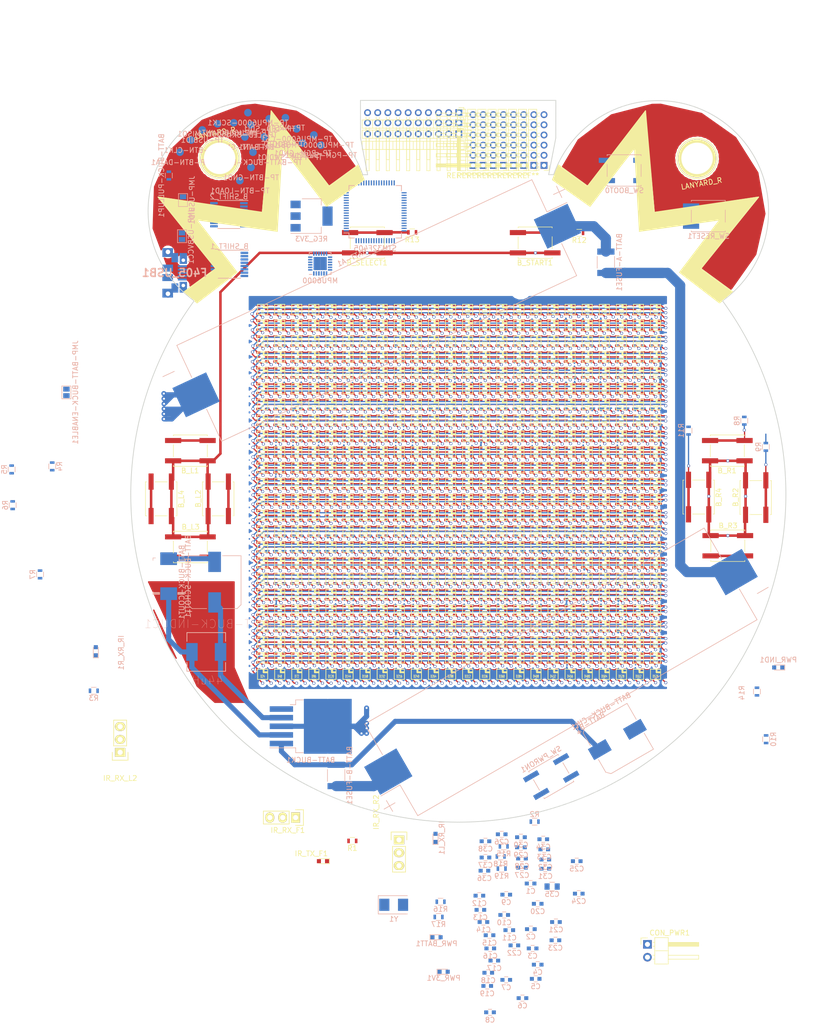
<source format=kicad_pcb>
(kicad_pcb (version 4) (host pcbnew 4.0.6+dfsg1-1)
  (title_block (title DC26) (company Monero))
  (layers (0 F.Cu signal) (1 GND power) (2 VCC power) (31 B.Cu signal) (34 B.Paste user) (35 F.Paste user) (36 B.SilkS user) (37 F.SilkS user) (38 B.Mask user) (39 F.Mask user) (44 Edge.Cuts user))
  (net 0 "")
  (net 1 GND)
  (net 2 VCC)
  (net 3 "Net-(D1-Pad6)")
  (net 4 "Net-(D1-Pad1)")
  (net 5 "Net-(D2-Pad2)")
  (net 6 "Net-(D2-Pad3)")
  (net 7 "Net-(D2-Pad6)")
  (net 8 "Net-(D2-Pad1)")
  (net 9 "Net-(D3-Pad2)")
  (net 10 "Net-(D3-Pad3)")
  (net 11 "Net-(D27-Pad3)")
  (net 12 "Net-(D27-Pad2)")
  (net 13 "Net-(D4-Pad2)")
  (net 14 "Net-(D4-Pad3)")
  (net 15 "Net-(D28-Pad3)")
  (net 16 "Net-(D28-Pad2)")
  (net 17 "Net-(D5-Pad2)")
  (net 18 "Net-(D5-Pad3)")
  (net 19 "Net-(D29-Pad3)")
  (net 20 "Net-(D29-Pad2)")
  (net 21 "Net-(D557-Pad1)")
  (net 22 "Net-(D557-Pad6)")
  (net 23 "Net-(D30-Pad3)")
  (net 24 "Net-(D30-Pad2)")
  (net 25 "Net-(D558-Pad1)")
  (net 26 "Net-(D558-Pad6)")
  (net 27 "Net-(D31-Pad3)")
  (net 28 "Net-(D31-Pad2)")
  (net 29 "Net-(D559-Pad1)")
  (net 30 "Net-(D559-Pad6)")
  (net 31 "Net-(D32-Pad3)")
  (net 32 "Net-(D32-Pad2)")
  (net 33 "Net-(D560-Pad1)")
  (net 34 "Net-(D560-Pad6)")
  (net 35 "Net-(D33-Pad3)")
  (net 36 "Net-(D33-Pad2)")
  (net 37 "Net-(D10-Pad2)")
  (net 38 "Net-(D10-Pad3)")
  (net 39 "Net-(D10-Pad6)")
  (net 40 "Net-(D10-Pad1)")
  (net 41 "Net-(D11-Pad2)")
  (net 42 "Net-(D11-Pad3)")
  (net 43 "Net-(D11-Pad6)")
  (net 44 "Net-(D11-Pad1)")
  (net 45 "Net-(D12-Pad2)")
  (net 46 "Net-(D12-Pad3)")
  (net 47 "Net-(D12-Pad6)")
  (net 48 "Net-(D12-Pad1)")
  (net 49 "Net-(D13-Pad2)")
  (net 50 "Net-(D13-Pad3)")
  (net 51 "Net-(D13-Pad6)")
  (net 52 "Net-(D13-Pad1)")
  (net 53 "Net-(D14-Pad2)")
  (net 54 "Net-(D14-Pad3)")
  (net 55 "Net-(D14-Pad6)")
  (net 56 "Net-(D14-Pad1)")
  (net 57 "Net-(D15-Pad2)")
  (net 58 "Net-(D15-Pad3)")
  (net 59 "Net-(D15-Pad6)")
  (net 60 "Net-(D15-Pad1)")
  (net 61 "Net-(D16-Pad2)")
  (net 62 "Net-(D16-Pad3)")
  (net 63 "Net-(D16-Pad6)")
  (net 64 "Net-(D16-Pad1)")
  (net 65 "Net-(D17-Pad2)")
  (net 66 "Net-(D17-Pad3)")
  (net 67 "Net-(D17-Pad6)")
  (net 68 "Net-(D17-Pad1)")
  (net 69 "Net-(D18-Pad2)")
  (net 70 "Net-(D18-Pad3)")
  (net 71 "Net-(D18-Pad6)")
  (net 72 "Net-(D18-Pad1)")
  (net 73 "Net-(D19-Pad2)")
  (net 74 "Net-(D19-Pad3)")
  (net 75 "Net-(D19-Pad6)")
  (net 76 "Net-(D19-Pad1)")
  (net 77 "Net-(D20-Pad2)")
  (net 78 "Net-(D20-Pad3)")
  (net 79 "Net-(D20-Pad6)")
  (net 80 "Net-(D20-Pad1)")
  (net 81 "Net-(D21-Pad2)")
  (net 82 "Net-(D21-Pad3)")
  (net 83 "Net-(D21-Pad6)")
  (net 84 "Net-(D21-Pad1)")
  (net 85 "Net-(D22-Pad2)")
  (net 86 "Net-(D22-Pad3)")
  (net 87 "Net-(D22-Pad6)")
  (net 88 "Net-(D22-Pad1)")
  (net 89 "Net-(D23-Pad2)")
  (net 90 "Net-(D23-Pad3)")
  (net 91 "Net-(D23-Pad6)")
  (net 92 "Net-(D23-Pad1)")
  (net 93 "Net-(D24-Pad2)")
  (net 94 "Net-(D24-Pad3)")
  (net 95 "Net-(D24-Pad6)")
  (net 96 "Net-(D24-Pad1)")
  (net 97 "Net-(D25-Pad6)")
  (net 98 "Net-(D25-Pad1)")
  (net 99 "Net-(D26-Pad6)")
  (net 100 "Net-(D26-Pad1)")
  (net 101 "Net-(D27-Pad6)")
  (net 102 "Net-(D27-Pad1)")
  (net 103 "Net-(D28-Pad6)")
  (net 104 "Net-(D28-Pad1)")
  (net 105 "Net-(D29-Pad6)")
  (net 106 "Net-(D29-Pad1)")
  (net 107 "Net-(D30-Pad6)")
  (net 108 "Net-(D30-Pad1)")
  (net 109 "Net-(D31-Pad6)")
  (net 110 "Net-(D31-Pad1)")
  (net 111 "Net-(D32-Pad6)")
  (net 112 "Net-(D32-Pad1)")
  (net 113 "Net-(D33-Pad6)")
  (net 114 "Net-(D33-Pad1)")
  (net 115 "Net-(D34-Pad6)")
  (net 116 "Net-(D34-Pad1)")
  (net 117 "Net-(D35-Pad6)")
  (net 118 "Net-(D35-Pad1)")
  (net 119 "Net-(D36-Pad6)")
  (net 120 "Net-(D36-Pad1)")
  (net 121 "Net-(D37-Pad6)")
  (net 122 "Net-(D37-Pad1)")
  (net 123 "Net-(D38-Pad6)")
  (net 124 "Net-(D38-Pad1)")
  (net 125 "Net-(D39-Pad6)")
  (net 126 "Net-(D39-Pad1)")
  (net 127 "Net-(D40-Pad6)")
  (net 128 "Net-(D40-Pad1)")
  (net 129 "Net-(D41-Pad6)")
  (net 130 "Net-(D41-Pad1)")
  (net 131 "Net-(D42-Pad6)")
  (net 132 "Net-(D42-Pad1)")
  (net 133 "Net-(D43-Pad6)")
  (net 134 "Net-(D43-Pad1)")
  (net 135 "Net-(D44-Pad6)")
  (net 136 "Net-(D44-Pad1)")
  (net 137 "Net-(D45-Pad6)")
  (net 138 "Net-(D45-Pad1)")
  (net 139 "Net-(D46-Pad6)")
  (net 140 "Net-(D46-Pad1)")
  (net 141 "Net-(D47-Pad6)")
  (net 142 "Net-(D47-Pad1)")
  (net 143 "Net-(D48-Pad6)")
  (net 144 "Net-(D48-Pad1)")
  (net 145 "Net-(D49-Pad6)")
  (net 146 "Net-(D49-Pad1)")
  (net 147 "Net-(D50-Pad6)")
  (net 148 "Net-(D50-Pad1)")
  (net 149 "Net-(D51-Pad6)")
  (net 150 "Net-(D51-Pad1)")
  (net 151 "Net-(D52-Pad6)")
  (net 152 "Net-(D52-Pad1)")
  (net 153 "Net-(D53-Pad6)")
  (net 154 "Net-(D53-Pad1)")
  (net 155 "Net-(D54-Pad6)")
  (net 156 "Net-(D54-Pad1)")
  (net 157 "Net-(D55-Pad6)")
  (net 158 "Net-(D55-Pad1)")
  (net 159 "Net-(D56-Pad6)")
  (net 160 "Net-(D56-Pad1)")
  (net 161 "Net-(D57-Pad6)")
  (net 162 "Net-(D57-Pad1)")
  (net 163 "Net-(D58-Pad6)")
  (net 164 "Net-(D58-Pad1)")
  (net 165 "Net-(D59-Pad6)")
  (net 166 "Net-(D59-Pad1)")
  (net 167 "Net-(D60-Pad6)")
  (net 168 "Net-(D60-Pad1)")
  (net 169 "Net-(D61-Pad6)")
  (net 170 "Net-(D61-Pad1)")
  (net 171 "Net-(D62-Pad6)")
  (net 172 "Net-(D62-Pad1)")
  (net 173 "Net-(D63-Pad6)")
  (net 174 "Net-(D63-Pad1)")
  (net 175 "Net-(D64-Pad6)")
  (net 176 "Net-(D64-Pad1)")
  (net 177 "Net-(D65-Pad6)")
  (net 178 "Net-(D65-Pad1)")
  (net 179 "Net-(D66-Pad6)")
  (net 180 "Net-(D66-Pad1)")
  (net 181 "Net-(D67-Pad6)")
  (net 182 "Net-(D67-Pad1)")
  (net 183 "Net-(D68-Pad6)")
  (net 184 "Net-(D68-Pad1)")
  (net 185 "Net-(D69-Pad6)")
  (net 186 "Net-(D69-Pad1)")
  (net 187 "Net-(D70-Pad6)")
  (net 188 "Net-(D70-Pad1)")
  (net 189 "Net-(D71-Pad6)")
  (net 190 "Net-(D71-Pad1)")
  (net 191 "Net-(D72-Pad6)")
  (net 192 "Net-(D72-Pad1)")
  (net 193 "Net-(D73-Pad6)")
  (net 194 "Net-(D73-Pad1)")
  (net 195 "Net-(D74-Pad6)")
  (net 196 "Net-(D74-Pad1)")
  (net 197 "Net-(D75-Pad6)")
  (net 198 "Net-(D75-Pad1)")
  (net 199 "Net-(D100-Pad3)")
  (net 200 "Net-(D100-Pad2)")
  (net 201 "Net-(D101-Pad3)")
  (net 202 "Net-(D101-Pad2)")
  (net 203 "Net-(D102-Pad3)")
  (net 204 "Net-(D102-Pad2)")
  (net 205 "Net-(D103-Pad3)")
  (net 206 "Net-(D103-Pad2)")
  (net 207 "Net-(D104-Pad3)")
  (net 208 "Net-(D104-Pad2)")
  (net 209 "Net-(D105-Pad3)")
  (net 210 "Net-(D105-Pad2)")
  (net 211 "Net-(D106-Pad3)")
  (net 212 "Net-(D106-Pad2)")
  (net 213 "Net-(D107-Pad3)")
  (net 214 "Net-(D107-Pad2)")
  (net 215 "Net-(D108-Pad3)")
  (net 216 "Net-(D108-Pad2)")
  (net 217 "Net-(D109-Pad3)")
  (net 218 "Net-(D109-Pad2)")
  (net 219 "Net-(D110-Pad3)")
  (net 220 "Net-(D110-Pad2)")
  (net 221 "Net-(D111-Pad3)")
  (net 222 "Net-(D111-Pad2)")
  (net 223 "Net-(D112-Pad3)")
  (net 224 "Net-(D112-Pad2)")
  (net 225 "Net-(D113-Pad3)")
  (net 226 "Net-(D113-Pad2)")
  (net 227 "Net-(D114-Pad3)")
  (net 228 "Net-(D114-Pad2)")
  (net 229 "Net-(D115-Pad3)")
  (net 230 "Net-(D115-Pad2)")
  (net 231 "Net-(D116-Pad3)")
  (net 232 "Net-(D116-Pad2)")
  (net 233 "Net-(D117-Pad3)")
  (net 234 "Net-(D117-Pad2)")
  (net 235 "Net-(D118-Pad3)")
  (net 236 "Net-(D118-Pad2)")
  (net 237 "Net-(D119-Pad3)")
  (net 238 "Net-(D119-Pad2)")
  (net 239 "Net-(D120-Pad3)")
  (net 240 "Net-(D120-Pad2)")
  (net 241 "Net-(D121-Pad3)")
  (net 242 "Net-(D121-Pad2)")
  (net 243 "Net-(D122-Pad3)")
  (net 244 "Net-(D122-Pad2)")
  (net 245 "Net-(D123-Pad3)")
  (net 246 "Net-(D123-Pad2)")
  (net 247 "Net-(D100-Pad6)")
  (net 248 "Net-(D100-Pad1)")
  (net 249 "Net-(D101-Pad6)")
  (net 250 "Net-(D101-Pad1)")
  (net 251 "Net-(D102-Pad6)")
  (net 252 "Net-(D102-Pad1)")
  (net 253 "Net-(D103-Pad6)")
  (net 254 "Net-(D103-Pad1)")
  (net 255 "Net-(D104-Pad6)")
  (net 256 "Net-(D104-Pad1)")
  (net 257 "Net-(D105-Pad6)")
  (net 258 "Net-(D105-Pad1)")
  (net 259 "Net-(D106-Pad6)")
  (net 260 "Net-(D106-Pad1)")
  (net 261 "Net-(D107-Pad6)")
  (net 262 "Net-(D107-Pad1)")
  (net 263 "Net-(D108-Pad6)")
  (net 264 "Net-(D108-Pad1)")
  (net 265 "Net-(D109-Pad6)")
  (net 266 "Net-(D109-Pad1)")
  (net 267 "Net-(D110-Pad6)")
  (net 268 "Net-(D110-Pad1)")
  (net 269 "Net-(D111-Pad6)")
  (net 270 "Net-(D111-Pad1)")
  (net 271 "Net-(D112-Pad6)")
  (net 272 "Net-(D112-Pad1)")
  (net 273 "Net-(D113-Pad6)")
  (net 274 "Net-(D113-Pad1)")
  (net 275 "Net-(D114-Pad6)")
  (net 276 "Net-(D114-Pad1)")
  (net 277 "Net-(D115-Pad6)")
  (net 278 "Net-(D115-Pad1)")
  (net 279 "Net-(D116-Pad6)")
  (net 280 "Net-(D116-Pad1)")
  (net 281 "Net-(D117-Pad6)")
  (net 282 "Net-(D117-Pad1)")
  (net 283 "Net-(D118-Pad6)")
  (net 284 "Net-(D118-Pad1)")
  (net 285 "Net-(D119-Pad6)")
  (net 286 "Net-(D119-Pad1)")
  (net 287 "Net-(D120-Pad6)")
  (net 288 "Net-(D120-Pad1)")
  (net 289 "Net-(D121-Pad6)")
  (net 290 "Net-(D121-Pad1)")
  (net 291 "Net-(D122-Pad6)")
  (net 292 "Net-(D122-Pad1)")
  (net 293 "Net-(D123-Pad6)")
  (net 294 "Net-(D123-Pad1)")
  (net 295 "Net-(D124-Pad6)")
  (net 296 "Net-(D124-Pad1)")
  (net 297 "Net-(D125-Pad6)")
  (net 298 "Net-(D125-Pad1)")
  (net 299 "Net-(D126-Pad6)")
  (net 300 "Net-(D126-Pad1)")
  (net 301 "Net-(D127-Pad6)")
  (net 302 "Net-(D127-Pad1)")
  (net 303 "Net-(D128-Pad6)")
  (net 304 "Net-(D128-Pad1)")
  (net 305 "Net-(D129-Pad6)")
  (net 306 "Net-(D129-Pad1)")
  (net 307 "Net-(D130-Pad6)")
  (net 308 "Net-(D130-Pad1)")
  (net 309 "Net-(D131-Pad6)")
  (net 310 "Net-(D131-Pad1)")
  (net 311 "Net-(D132-Pad6)")
  (net 312 "Net-(D132-Pad1)")
  (net 313 "Net-(D133-Pad6)")
  (net 314 "Net-(D133-Pad1)")
  (net 315 "Net-(D134-Pad6)")
  (net 316 "Net-(D134-Pad1)")
  (net 317 "Net-(D135-Pad6)")
  (net 318 "Net-(D135-Pad1)")
  (net 319 "Net-(D136-Pad6)")
  (net 320 "Net-(D136-Pad1)")
  (net 321 "Net-(D137-Pad6)")
  (net 322 "Net-(D137-Pad1)")
  (net 323 "Net-(D138-Pad6)")
  (net 324 "Net-(D138-Pad1)")
  (net 325 "Net-(D139-Pad6)")
  (net 326 "Net-(D139-Pad1)")
  (net 327 "Net-(D140-Pad6)")
  (net 328 "Net-(D140-Pad1)")
  (net 329 "Net-(D141-Pad6)")
  (net 330 "Net-(D141-Pad1)")
  (net 331 "Net-(D142-Pad6)")
  (net 332 "Net-(D142-Pad1)")
  (net 333 "Net-(D143-Pad6)")
  (net 334 "Net-(D143-Pad1)")
  (net 335 "Net-(D144-Pad6)")
  (net 336 "Net-(D144-Pad1)")
  (net 337 "Net-(D145-Pad6)")
  (net 338 "Net-(D145-Pad1)")
  (net 339 "Net-(D146-Pad6)")
  (net 340 "Net-(D146-Pad1)")
  (net 341 "Net-(D147-Pad6)")
  (net 342 "Net-(D147-Pad1)")
  (net 343 "Net-(D148-Pad6)")
  (net 344 "Net-(D148-Pad1)")
  (net 345 "Net-(D149-Pad6)")
  (net 346 "Net-(D149-Pad1)")
  (net 347 "Net-(D150-Pad6)")
  (net 348 "Net-(D150-Pad1)")
  (net 349 "Net-(D151-Pad6)")
  (net 350 "Net-(D151-Pad1)")
  (net 351 "Net-(D152-Pad6)")
  (net 352 "Net-(D152-Pad1)")
  (net 353 "Net-(D153-Pad6)")
  (net 354 "Net-(D153-Pad1)")
  (net 355 "Net-(D154-Pad6)")
  (net 356 "Net-(D154-Pad1)")
  (net 357 "Net-(D155-Pad6)")
  (net 358 "Net-(D155-Pad1)")
  (net 359 "Net-(D156-Pad6)")
  (net 360 "Net-(D156-Pad1)")
  (net 361 "Net-(D157-Pad6)")
  (net 362 "Net-(D157-Pad1)")
  (net 363 "Net-(D158-Pad6)")
  (net 364 "Net-(D158-Pad1)")
  (net 365 "Net-(D159-Pad6)")
  (net 366 "Net-(D159-Pad1)")
  (net 367 "Net-(D160-Pad6)")
  (net 368 "Net-(D160-Pad1)")
  (net 369 "Net-(D161-Pad6)")
  (net 370 "Net-(D161-Pad1)")
  (net 371 "Net-(D162-Pad6)")
  (net 372 "Net-(D162-Pad1)")
  (net 373 "Net-(D163-Pad6)")
  (net 374 "Net-(D163-Pad1)")
  (net 375 "Net-(D164-Pad6)")
  (net 376 "Net-(D164-Pad1)")
  (net 377 "Net-(D165-Pad6)")
  (net 378 "Net-(D165-Pad1)")
  (net 379 "Net-(D166-Pad6)")
  (net 380 "Net-(D166-Pad1)")
  (net 381 "Net-(D167-Pad6)")
  (net 382 "Net-(D167-Pad1)")
  (net 383 "Net-(D168-Pad6)")
  (net 384 "Net-(D168-Pad1)")
  (net 385 "Net-(D169-Pad6)")
  (net 386 "Net-(D169-Pad1)")
  (net 387 "Net-(D170-Pad6)")
  (net 388 "Net-(D170-Pad1)")
  (net 389 "Net-(D171-Pad6)")
  (net 390 "Net-(D171-Pad1)")
  (net 391 "Net-(D172-Pad6)")
  (net 392 "Net-(D172-Pad1)")
  (net 393 "Net-(D173-Pad6)")
  (net 394 "Net-(D173-Pad1)")
  (net 395 "Net-(D174-Pad6)")
  (net 396 "Net-(D174-Pad1)")
  (net 397 "Net-(D175-Pad6)")
  (net 398 "Net-(D175-Pad1)")
  (net 399 "Net-(D176-Pad6)")
  (net 400 "Net-(D176-Pad1)")
  (net 401 "Net-(D177-Pad6)")
  (net 402 "Net-(D177-Pad1)")
  (net 403 "Net-(D178-Pad6)")
  (net 404 "Net-(D178-Pad1)")
  (net 405 "Net-(D179-Pad6)")
  (net 406 "Net-(D179-Pad1)")
  (net 407 "Net-(D180-Pad6)")
  (net 408 "Net-(D180-Pad1)")
  (net 409 "Net-(D181-Pad6)")
  (net 410 "Net-(D181-Pad1)")
  (net 411 "Net-(D182-Pad6)")
  (net 412 "Net-(D182-Pad1)")
  (net 413 "Net-(D183-Pad6)")
  (net 414 "Net-(D183-Pad1)")
  (net 415 "Net-(D184-Pad6)")
  (net 416 "Net-(D184-Pad1)")
  (net 417 "Net-(D185-Pad6)")
  (net 418 "Net-(D185-Pad1)")
  (net 419 "Net-(D186-Pad6)")
  (net 420 "Net-(D186-Pad1)")
  (net 421 "Net-(D187-Pad6)")
  (net 422 "Net-(D187-Pad1)")
  (net 423 "Net-(D188-Pad6)")
  (net 424 "Net-(D188-Pad1)")
  (net 425 "Net-(D189-Pad6)")
  (net 426 "Net-(D189-Pad1)")
  (net 427 "Net-(D190-Pad6)")
  (net 428 "Net-(D190-Pad1)")
  (net 429 "Net-(D191-Pad6)")
  (net 430 "Net-(D191-Pad1)")
  (net 431 "Net-(D192-Pad6)")
  (net 432 "Net-(D192-Pad1)")
  (net 433 "Net-(D193-Pad6)")
  (net 434 "Net-(D193-Pad1)")
  (net 435 "Net-(D194-Pad6)")
  (net 436 "Net-(D194-Pad1)")
  (net 437 "Net-(D195-Pad6)")
  (net 438 "Net-(D195-Pad1)")
  (net 439 "Net-(D196-Pad6)")
  (net 440 "Net-(D196-Pad1)")
  (net 441 "Net-(D197-Pad6)")
  (net 442 "Net-(D197-Pad1)")
  (net 443 "Net-(D198-Pad6)")
  (net 444 "Net-(D198-Pad1)")
  (net 445 "Net-(D199-Pad6)")
  (net 446 "Net-(D199-Pad1)")
  (net 447 "Net-(D200-Pad6)")
  (net 448 "Net-(D200-Pad1)")
  (net 449 "Net-(D201-Pad6)")
  (net 450 "Net-(D201-Pad1)")
  (net 451 "Net-(D202-Pad6)")
  (net 452 "Net-(D202-Pad1)")
  (net 453 "Net-(D203-Pad6)")
  (net 454 "Net-(D203-Pad1)")
  (net 455 "Net-(D204-Pad6)")
  (net 456 "Net-(D204-Pad1)")
  (net 457 "Net-(D205-Pad6)")
  (net 458 "Net-(D205-Pad1)")
  (net 459 "Net-(D206-Pad6)")
  (net 460 "Net-(D206-Pad1)")
  (net 461 "Net-(D207-Pad6)")
  (net 462 "Net-(D207-Pad1)")
  (net 463 "Net-(D208-Pad6)")
  (net 464 "Net-(D208-Pad1)")
  (net 465 "Net-(D209-Pad6)")
  (net 466 "Net-(D209-Pad1)")
  (net 467 "Net-(D210-Pad6)")
  (net 468 "Net-(D210-Pad1)")
  (net 469 "Net-(D211-Pad6)")
  (net 470 "Net-(D211-Pad1)")
  (net 471 "Net-(D212-Pad6)")
  (net 472 "Net-(D212-Pad1)")
  (net 473 "Net-(D213-Pad6)")
  (net 474 "Net-(D213-Pad1)")
  (net 475 "Net-(D214-Pad6)")
  (net 476 "Net-(D214-Pad1)")
  (net 477 "Net-(D215-Pad6)")
  (net 478 "Net-(D215-Pad1)")
  (net 479 "Net-(D216-Pad6)")
  (net 480 "Net-(D216-Pad1)")
  (net 481 "Net-(D217-Pad6)")
  (net 482 "Net-(D217-Pad1)")
  (net 483 "Net-(D218-Pad6)")
  (net 484 "Net-(D218-Pad1)")
  (net 485 "Net-(D219-Pad6)")
  (net 486 "Net-(D219-Pad1)")
  (net 487 "Net-(D220-Pad6)")
  (net 488 "Net-(D220-Pad1)")
  (net 489 "Net-(D221-Pad6)")
  (net 490 "Net-(D221-Pad1)")
  (net 491 "Net-(D222-Pad6)")
  (net 492 "Net-(D222-Pad1)")
  (net 493 "Net-(D223-Pad6)")
  (net 494 "Net-(D223-Pad1)")
  (net 495 "Net-(D224-Pad6)")
  (net 496 "Net-(D224-Pad1)")
  (net 497 "Net-(D225-Pad6)")
  (net 498 "Net-(D225-Pad1)")
  (net 499 "Net-(D226-Pad6)")
  (net 500 "Net-(D226-Pad1)")
  (net 501 "Net-(D227-Pad6)")
  (net 502 "Net-(D227-Pad1)")
  (net 503 "Net-(D228-Pad6)")
  (net 504 "Net-(D228-Pad1)")
  (net 505 "Net-(D229-Pad6)")
  (net 506 "Net-(D229-Pad1)")
  (net 507 "Net-(D230-Pad6)")
  (net 508 "Net-(D230-Pad1)")
  (net 509 "Net-(D231-Pad6)")
  (net 510 "Net-(D231-Pad1)")
  (net 511 "Net-(D232-Pad6)")
  (net 512 "Net-(D232-Pad1)")
  (net 513 "Net-(D233-Pad6)")
  (net 514 "Net-(D233-Pad1)")
  (net 515 "Net-(D234-Pad6)")
  (net 516 "Net-(D234-Pad1)")
  (net 517 "Net-(D235-Pad6)")
  (net 518 "Net-(D235-Pad1)")
  (net 519 "Net-(D236-Pad6)")
  (net 520 "Net-(D236-Pad1)")
  (net 521 "Net-(D237-Pad6)")
  (net 522 "Net-(D237-Pad1)")
  (net 523 "Net-(D238-Pad6)")
  (net 524 "Net-(D238-Pad1)")
  (net 525 "Net-(D239-Pad6)")
  (net 526 "Net-(D239-Pad1)")
  (net 527 "Net-(D240-Pad6)")
  (net 528 "Net-(D240-Pad1)")
  (net 529 "Net-(D241-Pad6)")
  (net 530 "Net-(D241-Pad1)")
  (net 531 "Net-(D242-Pad6)")
  (net 532 "Net-(D242-Pad1)")
  (net 533 "Net-(D243-Pad6)")
  (net 534 "Net-(D243-Pad1)")
  (net 535 "Net-(D244-Pad6)")
  (net 536 "Net-(D244-Pad1)")
  (net 537 "Net-(D245-Pad6)")
  (net 538 "Net-(D245-Pad1)")
  (net 539 "Net-(D246-Pad6)")
  (net 540 "Net-(D246-Pad1)")
  (net 541 "Net-(D247-Pad6)")
  (net 542 "Net-(D247-Pad1)")
  (net 543 "Net-(D248-Pad6)")
  (net 544 "Net-(D248-Pad1)")
  (net 545 "Net-(D249-Pad6)")
  (net 546 "Net-(D249-Pad1)")
  (net 547 "Net-(D250-Pad6)")
  (net 548 "Net-(D250-Pad1)")
  (net 549 "Net-(D251-Pad6)")
  (net 550 "Net-(D251-Pad1)")
  (net 551 "Net-(D252-Pad6)")
  (net 552 "Net-(D252-Pad1)")
  (net 553 "Net-(D253-Pad6)")
  (net 554 "Net-(D253-Pad1)")
  (net 555 "Net-(D254-Pad6)")
  (net 556 "Net-(D254-Pad1)")
  (net 557 "Net-(D255-Pad6)")
  (net 558 "Net-(D255-Pad1)")
  (net 559 "Net-(D256-Pad6)")
  (net 560 "Net-(D256-Pad1)")
  (net 561 "Net-(D257-Pad6)")
  (net 562 "Net-(D257-Pad1)")
  (net 563 "Net-(D258-Pad6)")
  (net 564 "Net-(D258-Pad1)")
  (net 565 "Net-(D259-Pad6)")
  (net 566 "Net-(D259-Pad1)")
  (net 567 "Net-(D260-Pad6)")
  (net 568 "Net-(D260-Pad1)")
  (net 569 "Net-(D261-Pad6)")
  (net 570 "Net-(D261-Pad1)")
  (net 571 "Net-(D262-Pad6)")
  (net 572 "Net-(D262-Pad1)")
  (net 573 "Net-(D263-Pad6)")
  (net 574 "Net-(D263-Pad1)")
  (net 575 "Net-(D264-Pad6)")
  (net 576 "Net-(D264-Pad1)")
  (net 577 "Net-(D265-Pad6)")
  (net 578 "Net-(D265-Pad1)")
  (net 579 "Net-(D266-Pad6)")
  (net 580 "Net-(D266-Pad1)")
  (net 581 "Net-(D267-Pad6)")
  (net 582 "Net-(D267-Pad1)")
  (net 583 "Net-(D268-Pad6)")
  (net 584 "Net-(D268-Pad1)")
  (net 585 "Net-(D269-Pad6)")
  (net 586 "Net-(D269-Pad1)")
  (net 587 "Net-(D270-Pad6)")
  (net 588 "Net-(D270-Pad1)")
  (net 589 "Net-(D271-Pad6)")
  (net 590 "Net-(D271-Pad1)")
  (net 591 "Net-(D272-Pad6)")
  (net 592 "Net-(D272-Pad1)")
  (net 593 "Net-(D273-Pad6)")
  (net 594 "Net-(D273-Pad1)")
  (net 595 "Net-(D274-Pad6)")
  (net 596 "Net-(D274-Pad1)")
  (net 597 "Net-(D275-Pad6)")
  (net 598 "Net-(D275-Pad1)")
  (net 599 "Net-(D276-Pad6)")
  (net 600 "Net-(D276-Pad1)")
  (net 601 "Net-(D277-Pad6)")
  (net 602 "Net-(D277-Pad1)")
  (net 603 "Net-(D278-Pad6)")
  (net 604 "Net-(D278-Pad1)")
  (net 605 "Net-(D279-Pad6)")
  (net 606 "Net-(D279-Pad1)")
  (net 607 "Net-(D280-Pad6)")
  (net 608 "Net-(D280-Pad1)")
  (net 609 "Net-(D281-Pad6)")
  (net 610 "Net-(D281-Pad1)")
  (net 611 "Net-(D282-Pad6)")
  (net 612 "Net-(D282-Pad1)")
  (net 613 "Net-(D283-Pad6)")
  (net 614 "Net-(D283-Pad1)")
  (net 615 "Net-(D284-Pad6)")
  (net 616 "Net-(D284-Pad1)")
  (net 617 "Net-(D285-Pad6)")
  (net 618 "Net-(D285-Pad1)")
  (net 619 "Net-(D286-Pad6)")
  (net 620 "Net-(D286-Pad1)")
  (net 621 "Net-(D287-Pad6)")
  (net 622 "Net-(D287-Pad1)")
  (net 623 "Net-(D288-Pad6)")
  (net 624 "Net-(D288-Pad1)")
  (net 625 "Net-(D289-Pad6)")
  (net 626 "Net-(D289-Pad1)")
  (net 627 "Net-(D290-Pad6)")
  (net 628 "Net-(D290-Pad1)")
  (net 629 "Net-(D291-Pad6)")
  (net 630 "Net-(D291-Pad1)")
  (net 631 "Net-(D292-Pad6)")
  (net 632 "Net-(D292-Pad1)")
  (net 633 "Net-(D293-Pad6)")
  (net 634 "Net-(D293-Pad1)")
  (net 635 "Net-(D294-Pad6)")
  (net 636 "Net-(D294-Pad1)")
  (net 637 "Net-(D295-Pad6)")
  (net 638 "Net-(D295-Pad1)")
  (net 639 "Net-(D296-Pad6)")
  (net 640 "Net-(D296-Pad1)")
  (net 641 "Net-(D297-Pad6)")
  (net 642 "Net-(D297-Pad1)")
  (net 643 "Net-(D298-Pad6)")
  (net 644 "Net-(D298-Pad1)")
  (net 645 "Net-(D299-Pad6)")
  (net 646 "Net-(D299-Pad1)")
  (net 647 "Net-(D300-Pad6)")
  (net 648 "Net-(D300-Pad1)")
  (net 649 "Net-(D301-Pad6)")
  (net 650 "Net-(D301-Pad1)")
  (net 651 "Net-(D302-Pad6)")
  (net 652 "Net-(D302-Pad1)")
  (net 653 "Net-(D303-Pad6)")
  (net 654 "Net-(D303-Pad1)")
  (net 655 "Net-(D304-Pad6)")
  (net 656 "Net-(D304-Pad1)")
  (net 657 "Net-(D305-Pad6)")
  (net 658 "Net-(D305-Pad1)")
  (net 659 "Net-(D306-Pad6)")
  (net 660 "Net-(D306-Pad1)")
  (net 661 "Net-(D307-Pad6)")
  (net 662 "Net-(D307-Pad1)")
  (net 663 "Net-(D308-Pad6)")
  (net 664 "Net-(D308-Pad1)")
  (net 665 "Net-(D309-Pad6)")
  (net 666 "Net-(D309-Pad1)")
  (net 667 "Net-(D310-Pad6)")
  (net 668 "Net-(D310-Pad1)")
  (net 669 "Net-(D311-Pad6)")
  (net 670 "Net-(D311-Pad1)")
  (net 671 "Net-(D312-Pad6)")
  (net 672 "Net-(D312-Pad1)")
  (net 673 "Net-(D313-Pad6)")
  (net 674 "Net-(D313-Pad1)")
  (net 675 "Net-(D314-Pad6)")
  (net 676 "Net-(D314-Pad1)")
  (net 677 "Net-(D315-Pad6)")
  (net 678 "Net-(D315-Pad1)")
  (net 679 "Net-(D316-Pad6)")
  (net 680 "Net-(D316-Pad1)")
  (net 681 "Net-(D317-Pad6)")
  (net 682 "Net-(D317-Pad1)")
  (net 683 "Net-(D318-Pad6)")
  (net 684 "Net-(D318-Pad1)")
  (net 685 "Net-(D319-Pad6)")
  (net 686 "Net-(D319-Pad1)")
  (net 687 "Net-(D320-Pad6)")
  (net 688 "Net-(D320-Pad1)")
  (net 689 "Net-(D321-Pad6)")
  (net 690 "Net-(D321-Pad1)")
  (net 691 "Net-(D322-Pad6)")
  (net 692 "Net-(D322-Pad1)")
  (net 693 "Net-(D323-Pad6)")
  (net 694 "Net-(D323-Pad1)")
  (net 695 "Net-(D324-Pad6)")
  (net 696 "Net-(D324-Pad1)")
  (net 697 "Net-(D325-Pad6)")
  (net 698 "Net-(D325-Pad1)")
  (net 699 "Net-(D326-Pad6)")
  (net 700 "Net-(D326-Pad1)")
  (net 701 "Net-(D327-Pad6)")
  (net 702 "Net-(D327-Pad1)")
  (net 703 "Net-(D328-Pad6)")
  (net 704 "Net-(D328-Pad1)")
  (net 705 "Net-(D329-Pad6)")
  (net 706 "Net-(D329-Pad1)")
  (net 707 "Net-(D330-Pad6)")
  (net 708 "Net-(D330-Pad1)")
  (net 709 "Net-(D331-Pad6)")
  (net 710 "Net-(D331-Pad1)")
  (net 711 "Net-(D332-Pad6)")
  (net 712 "Net-(D332-Pad1)")
  (net 713 "Net-(D333-Pad6)")
  (net 714 "Net-(D333-Pad1)")
  (net 715 "Net-(D334-Pad6)")
  (net 716 "Net-(D334-Pad1)")
  (net 717 "Net-(D335-Pad6)")
  (net 718 "Net-(D335-Pad1)")
  (net 719 "Net-(D336-Pad6)")
  (net 720 "Net-(D336-Pad1)")
  (net 721 "Net-(D337-Pad6)")
  (net 722 "Net-(D337-Pad1)")
  (net 723 "Net-(D338-Pad6)")
  (net 724 "Net-(D338-Pad1)")
  (net 725 "Net-(D339-Pad6)")
  (net 726 "Net-(D339-Pad1)")
  (net 727 "Net-(D340-Pad6)")
  (net 728 "Net-(D340-Pad1)")
  (net 729 "Net-(D341-Pad6)")
  (net 730 "Net-(D341-Pad1)")
  (net 731 "Net-(D342-Pad6)")
  (net 732 "Net-(D342-Pad1)")
  (net 733 "Net-(D343-Pad6)")
  (net 734 "Net-(D343-Pad1)")
  (net 735 "Net-(D344-Pad6)")
  (net 736 "Net-(D344-Pad1)")
  (net 737 "Net-(D345-Pad6)")
  (net 738 "Net-(D345-Pad1)")
  (net 739 "Net-(D346-Pad6)")
  (net 740 "Net-(D346-Pad1)")
  (net 741 "Net-(D347-Pad6)")
  (net 742 "Net-(D347-Pad1)")
  (net 743 "Net-(D348-Pad6)")
  (net 744 "Net-(D348-Pad1)")
  (net 745 "Net-(D349-Pad6)")
  (net 746 "Net-(D349-Pad1)")
  (net 747 "Net-(D350-Pad6)")
  (net 748 "Net-(D350-Pad1)")
  (net 749 "Net-(D351-Pad6)")
  (net 750 "Net-(D351-Pad1)")
  (net 751 "Net-(D352-Pad6)")
  (net 752 "Net-(D352-Pad1)")
  (net 753 "Net-(D353-Pad6)")
  (net 754 "Net-(D353-Pad1)")
  (net 755 "Net-(D354-Pad6)")
  (net 756 "Net-(D354-Pad1)")
  (net 757 "Net-(D355-Pad6)")
  (net 758 "Net-(D355-Pad1)")
  (net 759 "Net-(D356-Pad6)")
  (net 760 "Net-(D356-Pad1)")
  (net 761 "Net-(D357-Pad6)")
  (net 762 "Net-(D357-Pad1)")
  (net 763 "Net-(D358-Pad6)")
  (net 764 "Net-(D358-Pad1)")
  (net 765 "Net-(D359-Pad6)")
  (net 766 "Net-(D359-Pad1)")
  (net 767 "Net-(D360-Pad6)")
  (net 768 "Net-(D360-Pad1)")
  (net 769 "Net-(D361-Pad6)")
  (net 770 "Net-(D361-Pad1)")
  (net 771 "Net-(D362-Pad6)")
  (net 772 "Net-(D362-Pad1)")
  (net 773 "Net-(D363-Pad6)")
  (net 774 "Net-(D363-Pad1)")
  (net 775 "Net-(D364-Pad6)")
  (net 776 "Net-(D364-Pad1)")
  (net 777 "Net-(D365-Pad6)")
  (net 778 "Net-(D365-Pad1)")
  (net 779 "Net-(D366-Pad6)")
  (net 780 "Net-(D366-Pad1)")
  (net 781 "Net-(D367-Pad6)")
  (net 782 "Net-(D367-Pad1)")
  (net 783 "Net-(D368-Pad6)")
  (net 784 "Net-(D368-Pad1)")
  (net 785 "Net-(D369-Pad6)")
  (net 786 "Net-(D369-Pad1)")
  (net 787 "Net-(D370-Pad6)")
  (net 788 "Net-(D370-Pad1)")
  (net 789 "Net-(D371-Pad6)")
  (net 790 "Net-(D371-Pad1)")
  (net 791 "Net-(D372-Pad6)")
  (net 792 "Net-(D372-Pad1)")
  (net 793 "Net-(D373-Pad6)")
  (net 794 "Net-(D373-Pad1)")
  (net 795 "Net-(D374-Pad6)")
  (net 796 "Net-(D374-Pad1)")
  (net 797 "Net-(D375-Pad6)")
  (net 798 "Net-(D375-Pad1)")
  (net 799 "Net-(D376-Pad6)")
  (net 800 "Net-(D376-Pad1)")
  (net 801 "Net-(D377-Pad6)")
  (net 802 "Net-(D377-Pad1)")
  (net 803 "Net-(D378-Pad6)")
  (net 804 "Net-(D378-Pad1)")
  (net 805 "Net-(D379-Pad6)")
  (net 806 "Net-(D379-Pad1)")
  (net 807 "Net-(D380-Pad6)")
  (net 808 "Net-(D380-Pad1)")
  (net 809 "Net-(D381-Pad6)")
  (net 810 "Net-(D381-Pad1)")
  (net 811 "Net-(D382-Pad6)")
  (net 812 "Net-(D382-Pad1)")
  (net 813 "Net-(D383-Pad6)")
  (net 814 "Net-(D383-Pad1)")
  (net 815 "Net-(D384-Pad6)")
  (net 816 "Net-(D384-Pad1)")
  (net 817 "Net-(D385-Pad6)")
  (net 818 "Net-(D385-Pad1)")
  (net 819 "Net-(D386-Pad6)")
  (net 820 "Net-(D386-Pad1)")
  (net 821 "Net-(D387-Pad6)")
  (net 822 "Net-(D387-Pad1)")
  (net 823 "Net-(D388-Pad6)")
  (net 824 "Net-(D388-Pad1)")
  (net 825 "Net-(D389-Pad6)")
  (net 826 "Net-(D389-Pad1)")
  (net 827 "Net-(D390-Pad6)")
  (net 828 "Net-(D390-Pad1)")
  (net 829 "Net-(D391-Pad6)")
  (net 830 "Net-(D391-Pad1)")
  (net 831 "Net-(D392-Pad6)")
  (net 832 "Net-(D392-Pad1)")
  (net 833 "Net-(D393-Pad6)")
  (net 834 "Net-(D393-Pad1)")
  (net 835 "Net-(D394-Pad6)")
  (net 836 "Net-(D394-Pad1)")
  (net 837 "Net-(D395-Pad6)")
  (net 838 "Net-(D395-Pad1)")
  (net 839 "Net-(D396-Pad6)")
  (net 840 "Net-(D396-Pad1)")
  (net 841 "Net-(D397-Pad6)")
  (net 842 "Net-(D397-Pad1)")
  (net 843 "Net-(D398-Pad6)")
  (net 844 "Net-(D398-Pad1)")
  (net 845 "Net-(D399-Pad6)")
  (net 846 "Net-(D399-Pad1)")
  (net 847 "Net-(D400-Pad6)")
  (net 848 "Net-(D400-Pad1)")
  (net 849 "Net-(D401-Pad6)")
  (net 850 "Net-(D401-Pad1)")
  (net 851 "Net-(D402-Pad6)")
  (net 852 "Net-(D402-Pad1)")
  (net 853 "Net-(D403-Pad6)")
  (net 854 "Net-(D403-Pad1)")
  (net 855 "Net-(D404-Pad6)")
  (net 856 "Net-(D404-Pad1)")
  (net 857 "Net-(D405-Pad6)")
  (net 858 "Net-(D405-Pad1)")
  (net 859 "Net-(D406-Pad6)")
  (net 860 "Net-(D406-Pad1)")
  (net 861 "Net-(D407-Pad6)")
  (net 862 "Net-(D407-Pad1)")
  (net 863 "Net-(D408-Pad6)")
  (net 864 "Net-(D408-Pad1)")
  (net 865 "Net-(D409-Pad6)")
  (net 866 "Net-(D409-Pad1)")
  (net 867 "Net-(D410-Pad6)")
  (net 868 "Net-(D410-Pad1)")
  (net 869 "Net-(D411-Pad6)")
  (net 870 "Net-(D411-Pad1)")
  (net 871 "Net-(D412-Pad6)")
  (net 872 "Net-(D412-Pad1)")
  (net 873 "Net-(D413-Pad6)")
  (net 874 "Net-(D413-Pad1)")
  (net 875 "Net-(D414-Pad6)")
  (net 876 "Net-(D414-Pad1)")
  (net 877 "Net-(D415-Pad6)")
  (net 878 "Net-(D415-Pad1)")
  (net 879 "Net-(D416-Pad6)")
  (net 880 "Net-(D416-Pad1)")
  (net 881 "Net-(D417-Pad6)")
  (net 882 "Net-(D417-Pad1)")
  (net 883 "Net-(D418-Pad6)")
  (net 884 "Net-(D418-Pad1)")
  (net 885 "Net-(D419-Pad6)")
  (net 886 "Net-(D419-Pad1)")
  (net 887 "Net-(D420-Pad6)")
  (net 888 "Net-(D420-Pad1)")
  (net 889 "Net-(D421-Pad6)")
  (net 890 "Net-(D421-Pad1)")
  (net 891 "Net-(D422-Pad6)")
  (net 892 "Net-(D422-Pad1)")
  (net 893 "Net-(D423-Pad6)")
  (net 894 "Net-(D423-Pad1)")
  (net 895 "Net-(D424-Pad6)")
  (net 896 "Net-(D424-Pad1)")
  (net 897 "Net-(D425-Pad6)")
  (net 898 "Net-(D425-Pad1)")
  (net 899 "Net-(D426-Pad6)")
  (net 900 "Net-(D426-Pad1)")
  (net 901 "Net-(D427-Pad6)")
  (net 902 "Net-(D427-Pad1)")
  (net 903 "Net-(D428-Pad6)")
  (net 904 "Net-(D428-Pad1)")
  (net 905 "Net-(D429-Pad6)")
  (net 906 "Net-(D429-Pad1)")
  (net 907 "Net-(D430-Pad6)")
  (net 908 "Net-(D430-Pad1)")
  (net 909 "Net-(D431-Pad6)")
  (net 910 "Net-(D431-Pad1)")
  (net 911 "Net-(D432-Pad6)")
  (net 912 "Net-(D432-Pad1)")
  (net 913 "Net-(D433-Pad6)")
  (net 914 "Net-(D433-Pad1)")
  (net 915 "Net-(D434-Pad6)")
  (net 916 "Net-(D434-Pad1)")
  (net 917 "Net-(D435-Pad6)")
  (net 918 "Net-(D435-Pad1)")
  (net 919 "Net-(D436-Pad6)")
  (net 920 "Net-(D436-Pad1)")
  (net 921 "Net-(D437-Pad6)")
  (net 922 "Net-(D437-Pad1)")
  (net 923 "Net-(D438-Pad6)")
  (net 924 "Net-(D438-Pad1)")
  (net 925 "Net-(D439-Pad6)")
  (net 926 "Net-(D439-Pad1)")
  (net 927 "Net-(D440-Pad6)")
  (net 928 "Net-(D440-Pad1)")
  (net 929 "Net-(D441-Pad6)")
  (net 930 "Net-(D441-Pad1)")
  (net 931 "Net-(D442-Pad6)")
  (net 932 "Net-(D442-Pad1)")
  (net 933 "Net-(D443-Pad6)")
  (net 934 "Net-(D443-Pad1)")
  (net 935 "Net-(D444-Pad6)")
  (net 936 "Net-(D444-Pad1)")
  (net 937 "Net-(D445-Pad6)")
  (net 938 "Net-(D445-Pad1)")
  (net 939 "Net-(D446-Pad6)")
  (net 940 "Net-(D446-Pad1)")
  (net 941 "Net-(D447-Pad6)")
  (net 942 "Net-(D447-Pad1)")
  (net 943 "Net-(D448-Pad6)")
  (net 944 "Net-(D448-Pad1)")
  (net 945 "Net-(D449-Pad6)")
  (net 946 "Net-(D449-Pad1)")
  (net 947 "Net-(D450-Pad6)")
  (net 948 "Net-(D450-Pad1)")
  (net 949 "Net-(D451-Pad6)")
  (net 950 "Net-(D451-Pad1)")
  (net 951 "Net-(D452-Pad6)")
  (net 952 "Net-(D452-Pad1)")
  (net 953 "Net-(D453-Pad6)")
  (net 954 "Net-(D453-Pad1)")
  (net 955 "Net-(D454-Pad6)")
  (net 956 "Net-(D454-Pad1)")
  (net 957 "Net-(D455-Pad6)")
  (net 958 "Net-(D455-Pad1)")
  (net 959 "Net-(D456-Pad6)")
  (net 960 "Net-(D456-Pad1)")
  (net 961 "Net-(D457-Pad6)")
  (net 962 "Net-(D457-Pad1)")
  (net 963 "Net-(D458-Pad6)")
  (net 964 "Net-(D458-Pad1)")
  (net 965 "Net-(D459-Pad6)")
  (net 966 "Net-(D459-Pad1)")
  (net 967 "Net-(D460-Pad6)")
  (net 968 "Net-(D460-Pad1)")
  (net 969 "Net-(D461-Pad6)")
  (net 970 "Net-(D461-Pad1)")
  (net 971 "Net-(D462-Pad6)")
  (net 972 "Net-(D462-Pad1)")
  (net 973 "Net-(D463-Pad6)")
  (net 974 "Net-(D463-Pad1)")
  (net 975 "Net-(D464-Pad6)")
  (net 976 "Net-(D464-Pad1)")
  (net 977 "Net-(D465-Pad6)")
  (net 978 "Net-(D465-Pad1)")
  (net 979 "Net-(D466-Pad6)")
  (net 980 "Net-(D466-Pad1)")
  (net 981 "Net-(D467-Pad6)")
  (net 982 "Net-(D467-Pad1)")
  (net 983 "Net-(D468-Pad6)")
  (net 984 "Net-(D468-Pad1)")
  (net 985 "Net-(D469-Pad6)")
  (net 986 "Net-(D469-Pad1)")
  (net 987 "Net-(D470-Pad6)")
  (net 988 "Net-(D470-Pad1)")
  (net 989 "Net-(D471-Pad6)")
  (net 990 "Net-(D471-Pad1)")
  (net 991 "Net-(D472-Pad6)")
  (net 992 "Net-(D472-Pad1)")
  (net 993 "Net-(D473-Pad6)")
  (net 994 "Net-(D473-Pad1)")
  (net 995 "Net-(D474-Pad6)")
  (net 996 "Net-(D474-Pad1)")
  (net 997 "Net-(D475-Pad6)")
  (net 998 "Net-(D475-Pad1)")
  (net 999 "Net-(D476-Pad6)")
  (net 1000 "Net-(D476-Pad1)")
  (net 1001 "Net-(D477-Pad6)")
  (net 1002 "Net-(D477-Pad1)")
  (net 1003 "Net-(D478-Pad6)")
  (net 1004 "Net-(D478-Pad1)")
  (net 1005 "Net-(D479-Pad6)")
  (net 1006 "Net-(D479-Pad1)")
  (net 1007 "Net-(D480-Pad6)")
  (net 1008 "Net-(D480-Pad1)")
  (net 1009 "Net-(D481-Pad6)")
  (net 1010 "Net-(D481-Pad1)")
  (net 1011 "Net-(D482-Pad6)")
  (net 1012 "Net-(D482-Pad1)")
  (net 1013 "Net-(D483-Pad6)")
  (net 1014 "Net-(D483-Pad1)")
  (net 1015 "Net-(D484-Pad6)")
  (net 1016 "Net-(D484-Pad1)")
  (net 1017 "Net-(D485-Pad6)")
  (net 1018 "Net-(D485-Pad1)")
  (net 1019 "Net-(D486-Pad6)")
  (net 1020 "Net-(D486-Pad1)")
  (net 1021 "Net-(D487-Pad6)")
  (net 1022 "Net-(D487-Pad1)")
  (net 1023 "Net-(D488-Pad6)")
  (net 1024 "Net-(D488-Pad1)")
  (net 1025 "Net-(D489-Pad6)")
  (net 1026 "Net-(D489-Pad1)")
  (net 1027 "Net-(D490-Pad6)")
  (net 1028 "Net-(D490-Pad1)")
  (net 1029 "Net-(D491-Pad6)")
  (net 1030 "Net-(D491-Pad1)")
  (net 1031 "Net-(D492-Pad6)")
  (net 1032 "Net-(D492-Pad1)")
  (net 1033 "Net-(D493-Pad6)")
  (net 1034 "Net-(D493-Pad1)")
  (net 1035 "Net-(D494-Pad6)")
  (net 1036 "Net-(D494-Pad1)")
  (net 1037 "Net-(D495-Pad6)")
  (net 1038 "Net-(D495-Pad1)")
  (net 1039 "Net-(D496-Pad6)")
  (net 1040 "Net-(D496-Pad1)")
  (net 1041 "Net-(D497-Pad6)")
  (net 1042 "Net-(D497-Pad1)")
  (net 1043 "Net-(D498-Pad6)")
  (net 1044 "Net-(D498-Pad1)")
  (net 1045 "Net-(D499-Pad6)")
  (net 1046 "Net-(D499-Pad1)")
  (net 1047 "Net-(D500-Pad6)")
  (net 1048 "Net-(D500-Pad1)")
  (net 1049 "Net-(D501-Pad6)")
  (net 1050 "Net-(D501-Pad1)")
  (net 1051 "Net-(D502-Pad6)")
  (net 1052 "Net-(D502-Pad1)")
  (net 1053 "Net-(D503-Pad6)")
  (net 1054 "Net-(D503-Pad1)")
  (net 1055 "Net-(D504-Pad6)")
  (net 1056 "Net-(D504-Pad1)")
  (net 1057 "Net-(D505-Pad6)")
  (net 1058 "Net-(D505-Pad1)")
  (net 1059 "Net-(D506-Pad6)")
  (net 1060 "Net-(D506-Pad1)")
  (net 1061 "Net-(D507-Pad6)")
  (net 1062 "Net-(D507-Pad1)")
  (net 1063 "Net-(D508-Pad6)")
  (net 1064 "Net-(D508-Pad1)")
  (net 1065 "Net-(D509-Pad6)")
  (net 1066 "Net-(D509-Pad1)")
  (net 1067 "Net-(D510-Pad6)")
  (net 1068 "Net-(D510-Pad1)")
  (net 1069 "Net-(D511-Pad6)")
  (net 1070 "Net-(D511-Pad1)")
  (net 1071 "Net-(D512-Pad6)")
  (net 1072 "Net-(D512-Pad1)")
  (net 1073 "Net-(D513-Pad6)")
  (net 1074 "Net-(D513-Pad1)")
  (net 1075 "Net-(D514-Pad6)")
  (net 1076 "Net-(D514-Pad1)")
  (net 1077 "Net-(D515-Pad6)")
  (net 1078 "Net-(D515-Pad1)")
  (net 1079 "Net-(D516-Pad6)")
  (net 1080 "Net-(D516-Pad1)")
  (net 1081 "Net-(D517-Pad6)")
  (net 1082 "Net-(D517-Pad1)")
  (net 1083 "Net-(D518-Pad6)")
  (net 1084 "Net-(D518-Pad1)")
  (net 1085 "Net-(D519-Pad6)")
  (net 1086 "Net-(D519-Pad1)")
  (net 1087 "Net-(D520-Pad6)")
  (net 1088 "Net-(D520-Pad1)")
  (net 1089 "Net-(D521-Pad6)")
  (net 1090 "Net-(D521-Pad1)")
  (net 1091 "Net-(D522-Pad6)")
  (net 1092 "Net-(D522-Pad1)")
  (net 1093 "Net-(D523-Pad6)")
  (net 1094 "Net-(D523-Pad1)")
  (net 1095 "Net-(D524-Pad6)")
  (net 1096 "Net-(D524-Pad1)")
  (net 1097 "Net-(D525-Pad6)")
  (net 1098 "Net-(D525-Pad1)")
  (net 1099 "Net-(D526-Pad6)")
  (net 1100 "Net-(D526-Pad1)")
  (net 1101 "Net-(D527-Pad6)")
  (net 1102 "Net-(D527-Pad1)")
  (net 1103 "Net-(D528-Pad6)")
  (net 1104 "Net-(D528-Pad1)")
  (net 1105 "Net-(D529-Pad6)")
  (net 1106 "Net-(D529-Pad1)")
  (net 1107 "Net-(D530-Pad6)")
  (net 1108 "Net-(D530-Pad1)")
  (net 1109 "Net-(D531-Pad6)")
  (net 1110 "Net-(D531-Pad1)")
  (net 1111 "Net-(D532-Pad6)")
  (net 1112 "Net-(D532-Pad1)")
  (net 1113 "Net-(D533-Pad6)")
  (net 1114 "Net-(D533-Pad1)")
  (net 1115 "Net-(D534-Pad6)")
  (net 1116 "Net-(D534-Pad1)")
  (net 1117 "Net-(D535-Pad6)")
  (net 1118 "Net-(D535-Pad1)")
  (net 1119 "Net-(D536-Pad6)")
  (net 1120 "Net-(D536-Pad1)")
  (net 1121 "Net-(D537-Pad6)")
  (net 1122 "Net-(D537-Pad1)")
  (net 1123 "Net-(D538-Pad6)")
  (net 1124 "Net-(D538-Pad1)")
  (net 1125 "Net-(D539-Pad6)")
  (net 1126 "Net-(D539-Pad1)")
  (net 1127 "Net-(D540-Pad6)")
  (net 1128 "Net-(D540-Pad1)")
  (net 1129 "Net-(D541-Pad6)")
  (net 1130 "Net-(D541-Pad1)")
  (net 1131 "Net-(D542-Pad6)")
  (net 1132 "Net-(D542-Pad1)")
  (net 1133 "Net-(D543-Pad6)")
  (net 1134 "Net-(D543-Pad1)")
  (net 1135 "Net-(D544-Pad6)")
  (net 1136 "Net-(D544-Pad1)")
  (net 1137 "Net-(D545-Pad6)")
  (net 1138 "Net-(D545-Pad1)")
  (net 1139 "Net-(D546-Pad6)")
  (net 1140 "Net-(D546-Pad1)")
  (net 1141 "Net-(D547-Pad6)")
  (net 1142 "Net-(D547-Pad1)")
  (net 1143 "Net-(D548-Pad6)")
  (net 1144 "Net-(D548-Pad1)")
  (net 1145 "Net-(D549-Pad6)")
  (net 1146 "Net-(D549-Pad1)")
  (net 1147 "Net-(D550-Pad6)")
  (net 1148 "Net-(D550-Pad1)")
  (net 1149 "Net-(D551-Pad6)")
  (net 1150 "Net-(D551-Pad1)")
  (net 1151 "Net-(D552-Pad6)")
  (net 1152 "Net-(D552-Pad1)")
  (net 1153 "Net-(D576-Pad6)")
  (net 1154 "Net-(D576-Pad1)")
  (net 1155 "Net-(B_L1-Pad2)")
  (net 1156 "Net-(B_L2-Pad2)")
  (net 1157 "Net-(B_L3-Pad2)")
  (net 1158 "Net-(B_L4-Pad2)")
  (net 1159 "Net-(B_R1-Pad2)")
  (net 1160 "Net-(B_R2-Pad2)")
  (net 1161 "Net-(B_R3-Pad2)")
  (net 1162 "Net-(B_R4-Pad2)")
  (net 1163 "Net-(B_SELECT1-Pad2)")
  (net 1164 "Net-(B_SHIFT_1-Pad1)")
  (net 1165 "Net-(B_SHIFT_1-Pad2)")
  (net 1166 "Net-(B_SHIFT_1-Pad7)")
  (net 1167 "Net-(B_SHIFT_1-Pad9)")
  (net 1168 "Net-(B_SHIFT_1-Pad10)")
  (net 1169 "Net-(B_SHIFT_2-Pad3)")
  (net 1170 "Net-(B_SHIFT_2-Pad4)")
  (net 1171 "Net-(B_SHIFT_2-Pad5)")
  (net 1172 "Net-(B_SHIFT_2-Pad6)")
  (net 1173 "Net-(B_SHIFT_2-Pad7)")
  (net 1174 "Net-(B_SHIFT_2-Pad9)")
  (net 1175 "Net-(B_SHIFT_2-Pad11)")
  (net 1176 "Net-(B_SHIFT_2-Pad13)")
  (net 1177 "Net-(B_SHIFT_2-Pad14)")
  (net 1178 "Net-(CON_IR1-Pad1)")
  (net 1179 "Net-(CON_IR1-Pad2)")
  (net 1180 "Net-(CON_IR1-Pad3)")
  (net 1181 "Net-(CON_IR1-Pad4)")
  (net 1182 "Net-(CON_IR1-Pad5)")
  (net 1183 "Net-(CON_IR1-Pad6)")
  (net 1184 "Net-(PWR_IND1-Pad1)")
  (net 1185 "Net-(IR_TX_F1-Pad2)")
  (net 1186 "Net-(IR_RX_L1-Pad2)")
  (net 1187 "Net-(IR_RX_R1-Pad2)")
  (net 1188 "Net-(J2-Pad7)")
  (net 1189 "Net-(J2-Pad6)")
  (net 1190 "Net-(J2-Pad5)")
  (net 1191 "Net-(C25-Pad1)")
  (net 1192 "Net-(J1-Pad10)")
  (net 1193 "Net-(J1-Pad9)")
  (net 1194 "Net-(J1-Pad8)")
  (net 1195 "Net-(J1-Pad7)")
  (net 1196 +3V3)
  (net 1197 "Net-(J1-Pad6)")
  (net 1198 "Net-(J1-Pad5)")
  (net 1199 "Net-(J3-Pad5)")
  (net 1200 "Net-(J3-Pad6)")
  (net 1201 "Net-(J3-Pad7)")
  (net 1202 "Net-(J3-Pad9)")
  (net 1203 "Net-(J1-Pad4)")
  (net 1204 "Net-(J1-Pad3)")
  (net 1205 "Net-(J1-Pad2)")
  (net 1206 "Net-(J1-Pad1)")
  (net 1207 "Net-(J2-Pad10)")
  (net 1208 "Net-(J2-Pad9)")
  (net 1209 "Net-(J2-Pad8)")
  (net 1210 "Net-(J3-Pad1)")
  (net 1211 "Net-(J3-Pad2)")
  (net 1212 "Net-(J3-Pad3)")
  (net 1213 "Net-(J3-Pad4)")
  (net 1214 "Net-(BATT-A-FUSE1-Pad2)")
  (net 1215 "Net-(BATT-B-FUSE1-Pad1)")
  (net 1216 "Net-(BATT-A-FUSE1-Pad1)")
  (net 1217 LED-CKI)
  (net 1218 LED-SDI)
  (net 1219 "Net-(J2-Pad1)")
  (net 1220 "Net-(J2-Pad2)")
  (net 1221 "Net-(J2-Pad3)")
  (net 1222 "Net-(J2-Pad4)")
  (net 1223 "Net-(BATT-BUCK-PULLUP1-Pad1)")
  (net 1224 USB-ID)
  (net 1225 "Net-(F405_USB1-Pad4)")
  (net 1226 USB-VBUS)
  (net 1227 "Net-(PWR_3V1-Pad1)")
  (net 1228 "Net-(PWR_BATT1-Pad1)")
  (net 1229 "Net-(R14-Pad1)")
  (net 1230 BATT-BUCK-ENABLE)
  (net 1231 "Net-(R15-Pad2)")
  (net 1232 MPU6000-CS)
  (net 1233 MPU6000-INT)
  (net 1234 MPU6000-MISO)
  (net 1235 MPU6000-MOSI)
  (net 1236 MPU6000-SCLK)
  (net 1237 "Net-(C26-Pad1)")
  (net 1238 USB-DM)
  (net 1239 USB-DP)
  (net 1240 "Net-(C27-Pad1)")
  (net 1241 "Net-(BATT-BUCK-INDUC1-Pad2)")
  (net 1242 "Net-(C37-Pad2)")
  (net 1243 "Net-(C38-Pad1)")
  (net 1244 "Net-(F405_USB1-Pad3)")
  (net 1245 "Net-(F405_USB1-Pad2)")
  (net 1246 "Net-(MPU6000-Pad6)")
  (net 1247 "Net-(MPU6000-Pad7)")
  (net 1248 "Net-(MPU6000-Pad11)")
  (net 1249 "Net-(STM32F405-Pad1)")
  (net 1250 "Net-(STM32F405-Pad14)")
  (net 1251 "Net-(STM32F405-Pad27)")
  (net 1252 "Net-(STM32F405-Pad41)")
  (net 1253 "Net-(STM32F405-Pad46)")
  (net 1254 "Net-(STM32F405-Pad49)")
  (net 1255 "Net-(STM32F405-Pad50)")
  (net 1256 "Net-(STM32F405-Pad54)")
  (net 1257 "Net-(STM32F405-Pad55)")
  (net 1258 "Net-(STM32F405-Pad56)")
  (net 1259 "Net-(C24-Pad2)")
  (module DR74-330-R:INDM7676X435N (layer B.Cu) (at 125.38 163.94 180)
    (fp_text reference BATT-BUCK-INDUC1 (at -0.381486 5.51898 180) (layer B.SilkS) (effects (font (size 1.64214 1.64214) (thickness 0.05)) (justify mirror)))
    (fp_text value 44uH (at -0.229163 -5.60138 180) (layer B.SilkS) (effects (font (size 1.64392 1.64392) (thickness 0.05)) (justify mirror)))
    (pad 1 smd rect (at -2.8194 0 90) (size 3.5052 2.2606) (layers B.Cu B.Paste B.Mask) (net 2 VCC))
    (pad 2 smd rect (at 2.8194 0 90) (size 3.5052 2.2606) (layers B.Cu B.Paste B.Mask) (net 1241 "Net-(BATT-BUCK-INDUC1-Pad2)"))
  )
  (module Pin_Headers:Pin_Header_Angled_1x06_Pitch2.00mm (layer F.Cu) (at 178 68 180)
    (fp_text reference REF** (at 3.1 -2 180) (layer F.SilkS))
    (fp_text value Pin_Header_Angled_1x06_Pitch2.00mm)
    (pad 1 thru_hole rect (at 0 0 180) (size 1.35 1.35) (drill 0.8) (layers *.Cu *.Mask))
    (pad 2 thru_hole oval (at 0 2 180) (size 1.35 1.35) (drill 0.8) (layers *.Cu *.Mask))
    (pad 3 thru_hole oval (at 0 4 180) (size 1.35 1.35) (drill 0.8) (layers *.Cu *.Mask))
    (pad 4 thru_hole oval (at 0 6 180) (size 1.35 1.35) (drill 0.8) (layers *.Cu *.Mask))
    (pad 5 thru_hole oval (at 0 8 180) (size 1.35 1.35) (drill 0.8) (layers *.Cu *.Mask))
    (pad 6 thru_hole oval (at 0 10 180) (size 1.35 1.35) (drill 0.8) (layers *.Cu *.Mask))
  )
  (module Pin_Headers:Pin_Header_Angled_1x06_Pitch2.00mm (layer F.Cu) (at 180 68 180)
    (fp_text reference REF** (at 3.1 -2 180) (layer F.SilkS))
    (fp_text value Pin_Header_Angled_1x06_Pitch2.00mm)
    (pad 1 thru_hole rect (at 0 0 180) (size 1.35 1.35) (drill 0.8) (layers *.Cu *.Mask))
    (pad 2 thru_hole oval (at 0 2 180) (size 1.35 1.35) (drill 0.8) (layers *.Cu *.Mask))
    (pad 3 thru_hole oval (at 0 4 180) (size 1.35 1.35) (drill 0.8) (layers *.Cu *.Mask))
    (pad 4 thru_hole oval (at 0 6 180) (size 1.35 1.35) (drill 0.8) (layers *.Cu *.Mask))
    (pad 5 thru_hole oval (at 0 8 180) (size 1.35 1.35) (drill 0.8) (layers *.Cu *.Mask))
    (pad 6 thru_hole oval (at 0 10 180) (size 1.35 1.35) (drill 0.8) (layers *.Cu *.Mask))
  )
  (module Pin_Headers:Pin_Header_Angled_1x06_Pitch2.00mm (layer F.Cu) (at 182 68 180)
    (fp_text reference REF** (at 3.1 -2 180) (layer F.SilkS))
    (fp_text value Pin_Header_Angled_1x06_Pitch2.00mm)
    (pad 1 thru_hole rect (at 0 0 180) (size 1.35 1.35) (drill 0.8) (layers *.Cu *.Mask))
    (pad 2 thru_hole oval (at 0 2 180) (size 1.35 1.35) (drill 0.8) (layers *.Cu *.Mask))
    (pad 3 thru_hole oval (at 0 4 180) (size 1.35 1.35) (drill 0.8) (layers *.Cu *.Mask))
    (pad 4 thru_hole oval (at 0 6 180) (size 1.35 1.35) (drill 0.8) (layers *.Cu *.Mask))
    (pad 5 thru_hole oval (at 0 8 180) (size 1.35 1.35) (drill 0.8) (layers *.Cu *.Mask))
    (pad 6 thru_hole oval (at 0 10 180) (size 1.35 1.35) (drill 0.8) (layers *.Cu *.Mask))
  )
  (module Pin_Headers:Pin_Header_Angled_1x06_Pitch2.00mm (layer F.Cu) (at 184 68 180)
    (fp_text reference REF** (at 3.1 -2 180) (layer F.SilkS))
    (fp_text value Pin_Header_Angled_1x06_Pitch2.00mm)
    (pad 1 thru_hole rect (at 0 0 180) (size 1.35 1.35) (drill 0.8) (layers *.Cu *.Mask))
    (pad 2 thru_hole oval (at 0 2 180) (size 1.35 1.35) (drill 0.8) (layers *.Cu *.Mask))
    (pad 3 thru_hole oval (at 0 4 180) (size 1.35 1.35) (drill 0.8) (layers *.Cu *.Mask))
    (pad 4 thru_hole oval (at 0 6 180) (size 1.35 1.35) (drill 0.8) (layers *.Cu *.Mask))
    (pad 5 thru_hole oval (at 0 8 180) (size 1.35 1.35) (drill 0.8) (layers *.Cu *.Mask))
    (pad 6 thru_hole oval (at 0 10 180) (size 1.35 1.35) (drill 0.8) (layers *.Cu *.Mask))
  )
  (module Pin_Headers:Pin_Header_Angled_1x06_Pitch2.00mm (layer F.Cu) (at 186 68 180)
    (fp_text reference REF** (at 3.1 -2 180) (layer F.SilkS))
    (fp_text value Pin_Header_Angled_1x06_Pitch2.00mm)
    (pad 1 thru_hole rect (at 0 0 180) (size 1.35 1.35) (drill 0.8) (layers *.Cu *.Mask))
    (pad 2 thru_hole oval (at 0 2 180) (size 1.35 1.35) (drill 0.8) (layers *.Cu *.Mask))
    (pad 3 thru_hole oval (at 0 4 180) (size 1.35 1.35) (drill 0.8) (layers *.Cu *.Mask))
    (pad 4 thru_hole oval (at 0 6 180) (size 1.35 1.35) (drill 0.8) (layers *.Cu *.Mask))
    (pad 5 thru_hole oval (at 0 8 180) (size 1.35 1.35) (drill 0.8) (layers *.Cu *.Mask))
    (pad 6 thru_hole oval (at 0 10 180) (size 1.35 1.35) (drill 0.8) (layers *.Cu *.Mask))
  )
  (module Pin_Headers:Pin_Header_Angled_1x06_Pitch2.00mm (layer F.Cu) (at 188 68 180)
    (fp_text reference REF** (at 3.1 -2 180) (layer F.SilkS))
    (fp_text value Pin_Header_Angled_1x06_Pitch2.00mm)
    (pad 1 thru_hole rect (at 0 0 180) (size 1.35 1.35) (drill 0.8) (layers *.Cu *.Mask))
    (pad 2 thru_hole oval (at 0 2 180) (size 1.35 1.35) (drill 0.8) (layers *.Cu *.Mask))
    (pad 3 thru_hole oval (at 0 4 180) (size 1.35 1.35) (drill 0.8) (layers *.Cu *.Mask))
    (pad 4 thru_hole oval (at 0 6 180) (size 1.35 1.35) (drill 0.8) (layers *.Cu *.Mask))
    (pad 5 thru_hole oval (at 0 8 180) (size 1.35 1.35) (drill 0.8) (layers *.Cu *.Mask))
    (pad 6 thru_hole oval (at 0 10 180) (size 1.35 1.35) (drill 0.8) (layers *.Cu *.Mask))
  )
  (module Pin_Headers:Pin_Header_Angled_1x06_Pitch2.00mm (layer F.Cu) (at 190 68 180)
    (fp_text reference REF** (at 3.1 -2 180) (layer F.SilkS))
    (fp_text value Pin_Header_Angled_1x06_Pitch2.00mm)
    (pad 1 thru_hole rect (at 0 0 180) (size 1.35 1.35) (drill 0.8) (layers *.Cu *.Mask))
    (pad 2 thru_hole oval (at 0 2 180) (size 1.35 1.35) (drill 0.8) (layers *.Cu *.Mask))
    (pad 3 thru_hole oval (at 0 4 180) (size 1.35 1.35) (drill 0.8) (layers *.Cu *.Mask))
    (pad 4 thru_hole oval (at 0 6 180) (size 1.35 1.35) (drill 0.8) (layers *.Cu *.Mask))
    (pad 5 thru_hole oval (at 0 8 180) (size 1.35 1.35) (drill 0.8) (layers *.Cu *.Mask))
    (pad 6 thru_hole oval (at 0 10 180) (size 1.35 1.35) (drill 0.8) (layers *.Cu *.Mask))
  )
  (module Resistors_SMD:R_0603 (layer F.Cu) (at 154.2 201.2 180)
    (fp_text reference R1 (at 0 -1.45 180) (layer F.SilkS))
    (fp_text value 100R)
    (pad 1 smd rect (at -0.75 0 180) (size 0.5 0.9) (layers F.Cu F.Paste F.Mask) (net 1 GND))
    (pad 2 smd rect (at 0.75 0 180) (size 0.5 0.9) (layers F.Cu F.Paste F.Mask) (net 1185 "Net-(IR_TX_F1-Pad2)"))
  )
  (module LEDs:LED_0603 (layer F.Cu) (at 148.4 205.2 180)
    (fp_text reference IR_TX_F1 (at 2.3 1.5 180) (layer F.SilkS))
    (fp_text value IR204A)
    (pad 2 smd rect (at 0.8 0) (size 0.8 0.8) (layers F.Cu F.Paste F.Mask) (net 1185 "Net-(IR_TX_F1-Pad2)"))
    (pad 1 smd rect (at -0.8 0) (size 0.8 0.8) (layers F.Cu F.Paste F.Mask) (net 1181 "Net-(CON_IR1-Pad4)"))
  )
  (module custom-footprints:1pin-7mm (layer F.Cu) (at 222.188458 66.616445 190)
    (fp_text reference LANYARD_R (at 0 -5.048 190) (layer F.SilkS))
    (fp_text value 1pin)
    (pad 1 thru_hole circle (at 0 0 190) (size 7.5 7.5) (drill 6.2) (layers *.Cu *.Mask F.SilkS))
  )
  (module gsg-modules:APA102-2020 (layer F.Cu) (at 136.5 96.4)
    (fp_text reference D1 (at 0 0.4) (layer F.SilkS) (effects (font (size 0.50038 0.29972) (thickness 0.07493))))
    (fp_text value APA102 hide)
    (pad 2 smd rect (at -0.85 -0.9) (size 0.8 0.5) (layers F.Cu F.Paste F.Mask) (net 1218 LED-SDI))
    (pad 3 smd rect (at -0.85 0) (size 0.8 0.3) (layers F.Cu F.Paste F.Mask) (net 1217 LED-CKI))
    (pad 4 smd rect (at -0.85 0.9) (size 0.8 0.5) (layers F.Cu F.Paste F.Mask) (net 1 GND))
    (pad 5 smd rect (at 0.85 0.9) (size 0.8 0.5) (layers F.Cu F.Paste F.Mask) (net 2 VCC))
    (pad 6 smd rect (at 0.85 0) (size 0.8 0.3) (layers F.Cu F.Paste F.Mask) (net 3 "Net-(D1-Pad6)"))
    (pad 1 smd rect (at 0.85 -0.9) (size 0.8 0.5) (layers F.Cu F.Paste F.Mask) (net 4 "Net-(D1-Pad1)"))
  )
  (module gsg-modules:APA102-2020 (layer F.Cu) (at 136.5 99.523913)
    (fp_text reference D2 (at 0 0.4) (layer F.SilkS) (effects (font (size 0.50038 0.29972) (thickness 0.07493))))
    (fp_text value APA102 hide)
    (pad 2 smd rect (at -0.85 -0.9) (size 0.8 0.5) (layers F.Cu F.Paste F.Mask) (net 5 "Net-(D2-Pad2)"))
    (pad 3 smd rect (at -0.85 0) (size 0.8 0.3) (layers F.Cu F.Paste F.Mask) (net 6 "Net-(D2-Pad3)"))
    (pad 4 smd rect (at -0.85 0.9) (size 0.8 0.5) (layers F.Cu F.Paste F.Mask) (net 1 GND))
    (pad 5 smd rect (at 0.85 0.9) (size 0.8 0.5) (layers F.Cu F.Paste F.Mask) (net 2 VCC))
    (pad 6 smd rect (at 0.85 0) (size 0.8 0.3) (layers F.Cu F.Paste F.Mask) (net 7 "Net-(D2-Pad6)"))
    (pad 1 smd rect (at 0.85 -0.9) (size 0.8 0.5) (layers F.Cu F.Paste F.Mask) (net 8 "Net-(D2-Pad1)"))
  )
  (module gsg-modules:APA102-2020 (layer F.Cu) (at 136.5 102.647826)
    (fp_text reference D3 (at 0 0.4) (layer F.SilkS) (effects (font (size 0.50038 0.29972) (thickness 0.07493))))
    (fp_text value APA102 hide)
    (pad 2 smd rect (at -0.85 -0.9) (size 0.8 0.5) (layers F.Cu F.Paste F.Mask) (net 9 "Net-(D3-Pad2)"))
    (pad 3 smd rect (at -0.85 0) (size 0.8 0.3) (layers F.Cu F.Paste F.Mask) (net 10 "Net-(D3-Pad3)"))
    (pad 4 smd rect (at -0.85 0.9) (size 0.8 0.5) (layers F.Cu F.Paste F.Mask) (net 1 GND))
    (pad 5 smd rect (at 0.85 0.9) (size 0.8 0.5) (layers F.Cu F.Paste F.Mask) (net 2 VCC))
    (pad 6 smd rect (at 0.85 0) (size 0.8 0.3) (layers F.Cu F.Paste F.Mask) (net 11 "Net-(D27-Pad3)"))
    (pad 1 smd rect (at 0.85 -0.9) (size 0.8 0.5) (layers F.Cu F.Paste F.Mask) (net 12 "Net-(D27-Pad2)"))
  )
  (module gsg-modules:APA102-2020 (layer F.Cu) (at 136.5 105.771739)
    (fp_text reference D4 (at 0 0.4) (layer F.SilkS) (effects (font (size 0.50038 0.29972) (thickness 0.07493))))
    (fp_text value APA102 hide)
    (pad 2 smd rect (at -0.85 -0.9) (size 0.8 0.5) (layers F.Cu F.Paste F.Mask) (net 13 "Net-(D4-Pad2)"))
    (pad 3 smd rect (at -0.85 0) (size 0.8 0.3) (layers F.Cu F.Paste F.Mask) (net 14 "Net-(D4-Pad3)"))
    (pad 4 smd rect (at -0.85 0.9) (size 0.8 0.5) (layers F.Cu F.Paste F.Mask) (net 1 GND))
    (pad 5 smd rect (at 0.85 0.9) (size 0.8 0.5) (layers F.Cu F.Paste F.Mask) (net 2 VCC))
    (pad 6 smd rect (at 0.85 0) (size 0.8 0.3) (layers F.Cu F.Paste F.Mask) (net 15 "Net-(D28-Pad3)"))
    (pad 1 smd rect (at 0.85 -0.9) (size 0.8 0.5) (layers F.Cu F.Paste F.Mask) (net 16 "Net-(D28-Pad2)"))
  )
  (module gsg-modules:APA102-2020 (layer F.Cu) (at 136.5 108.895652)
    (fp_text reference D5 (at 0 0.4) (layer F.SilkS) (effects (font (size 0.50038 0.29972) (thickness 0.07493))))
    (fp_text value APA102 hide)
    (pad 2 smd rect (at -0.85 -0.9) (size 0.8 0.5) (layers F.Cu F.Paste F.Mask) (net 17 "Net-(D5-Pad2)"))
    (pad 3 smd rect (at -0.85 0) (size 0.8 0.3) (layers F.Cu F.Paste F.Mask) (net 18 "Net-(D5-Pad3)"))
    (pad 4 smd rect (at -0.85 0.9) (size 0.8 0.5) (layers F.Cu F.Paste F.Mask) (net 1 GND))
    (pad 5 smd rect (at 0.85 0.9) (size 0.8 0.5) (layers F.Cu F.Paste F.Mask) (net 2 VCC))
    (pad 6 smd rect (at 0.85 0) (size 0.8 0.3) (layers F.Cu F.Paste F.Mask) (net 19 "Net-(D29-Pad3)"))
    (pad 1 smd rect (at 0.85 -0.9) (size 0.8 0.5) (layers F.Cu F.Paste F.Mask) (net 20 "Net-(D29-Pad2)"))
  )
  (module gsg-modules:APA102-2020 (layer F.Cu) (at 136.5 112.019565)
    (fp_text reference D6 (at 0 0.4) (layer F.SilkS) (effects (font (size 0.50038 0.29972) (thickness 0.07493))))
    (fp_text value APA102 hide)
    (pad 2 smd rect (at -0.85 -0.9) (size 0.8 0.5) (layers F.Cu F.Paste F.Mask) (net 21 "Net-(D557-Pad1)"))
    (pad 3 smd rect (at -0.85 0) (size 0.8 0.3) (layers F.Cu F.Paste F.Mask) (net 22 "Net-(D557-Pad6)"))
    (pad 4 smd rect (at -0.85 0.9) (size 0.8 0.5) (layers F.Cu F.Paste F.Mask) (net 1 GND))
    (pad 5 smd rect (at 0.85 0.9) (size 0.8 0.5) (layers F.Cu F.Paste F.Mask) (net 2 VCC))
    (pad 6 smd rect (at 0.85 0) (size 0.8 0.3) (layers F.Cu F.Paste F.Mask) (net 23 "Net-(D30-Pad3)"))
    (pad 1 smd rect (at 0.85 -0.9) (size 0.8 0.5) (layers F.Cu F.Paste F.Mask) (net 24 "Net-(D30-Pad2)"))
  )
  (module gsg-modules:APA102-2020 (layer F.Cu) (at 136.5 115.143478)
    (fp_text reference D7 (at 0 0.4) (layer F.SilkS) (effects (font (size 0.50038 0.29972) (thickness 0.07493))))
    (fp_text value APA102 hide)
    (pad 2 smd rect (at -0.85 -0.9) (size 0.8 0.5) (layers F.Cu F.Paste F.Mask) (net 25 "Net-(D558-Pad1)"))
    (pad 3 smd rect (at -0.85 0) (size 0.8 0.3) (layers F.Cu F.Paste F.Mask) (net 26 "Net-(D558-Pad6)"))
    (pad 4 smd rect (at -0.85 0.9) (size 0.8 0.5) (layers F.Cu F.Paste F.Mask) (net 1 GND))
    (pad 5 smd rect (at 0.85 0.9) (size 0.8 0.5) (layers F.Cu F.Paste F.Mask) (net 2 VCC))
    (pad 6 smd rect (at 0.85 0) (size 0.8 0.3) (layers F.Cu F.Paste F.Mask) (net 27 "Net-(D31-Pad3)"))
    (pad 1 smd rect (at 0.85 -0.9) (size 0.8 0.5) (layers F.Cu F.Paste F.Mask) (net 28 "Net-(D31-Pad2)"))
  )
  (module gsg-modules:APA102-2020 (layer F.Cu) (at 136.5 118.267391)
    (fp_text reference D8 (at 0 0.4) (layer F.SilkS) (effects (font (size 0.50038 0.29972) (thickness 0.07493))))
    (fp_text value APA102 hide)
    (pad 2 smd rect (at -0.85 -0.9) (size 0.8 0.5) (layers F.Cu F.Paste F.Mask) (net 29 "Net-(D559-Pad1)"))
    (pad 3 smd rect (at -0.85 0) (size 0.8 0.3) (layers F.Cu F.Paste F.Mask) (net 30 "Net-(D559-Pad6)"))
    (pad 4 smd rect (at -0.85 0.9) (size 0.8 0.5) (layers F.Cu F.Paste F.Mask) (net 1 GND))
    (pad 5 smd rect (at 0.85 0.9) (size 0.8 0.5) (layers F.Cu F.Paste F.Mask) (net 2 VCC))
    (pad 6 smd rect (at 0.85 0) (size 0.8 0.3) (layers F.Cu F.Paste F.Mask) (net 31 "Net-(D32-Pad3)"))
    (pad 1 smd rect (at 0.85 -0.9) (size 0.8 0.5) (layers F.Cu F.Paste F.Mask) (net 32 "Net-(D32-Pad2)"))
  )
  (module gsg-modules:APA102-2020 (layer F.Cu) (at 136.5 121.391304)
    (fp_text reference D9 (at 0 0.4) (layer F.SilkS) (effects (font (size 0.50038 0.29972) (thickness 0.07493))))
    (fp_text value APA102 hide)
    (pad 2 smd rect (at -0.85 -0.9) (size 0.8 0.5) (layers F.Cu F.Paste F.Mask) (net 33 "Net-(D560-Pad1)"))
    (pad 3 smd rect (at -0.85 0) (size 0.8 0.3) (layers F.Cu F.Paste F.Mask) (net 34 "Net-(D560-Pad6)"))
    (pad 4 smd rect (at -0.85 0.9) (size 0.8 0.5) (layers F.Cu F.Paste F.Mask) (net 1 GND))
    (pad 5 smd rect (at 0.85 0.9) (size 0.8 0.5) (layers F.Cu F.Paste F.Mask) (net 2 VCC))
    (pad 6 smd rect (at 0.85 0) (size 0.8 0.3) (layers F.Cu F.Paste F.Mask) (net 35 "Net-(D33-Pad3)"))
    (pad 1 smd rect (at 0.85 -0.9) (size 0.8 0.5) (layers F.Cu F.Paste F.Mask) (net 36 "Net-(D33-Pad2)"))
  )
  (module gsg-modules:APA102-2020 (layer F.Cu) (at 136.5 124.515217)
    (fp_text reference D10 (at 0 0.4) (layer F.SilkS) (effects (font (size 0.50038 0.29972) (thickness 0.07493))))
    (fp_text value APA102 hide)
    (pad 2 smd rect (at -0.85 -0.9) (size 0.8 0.5) (layers F.Cu F.Paste F.Mask) (net 37 "Net-(D10-Pad2)"))
    (pad 3 smd rect (at -0.85 0) (size 0.8 0.3) (layers F.Cu F.Paste F.Mask) (net 38 "Net-(D10-Pad3)"))
    (pad 4 smd rect (at -0.85 0.9) (size 0.8 0.5) (layers F.Cu F.Paste F.Mask) (net 1 GND))
    (pad 5 smd rect (at 0.85 0.9) (size 0.8 0.5) (layers F.Cu F.Paste F.Mask) (net 2 VCC))
    (pad 6 smd rect (at 0.85 0) (size 0.8 0.3) (layers F.Cu F.Paste F.Mask) (net 39 "Net-(D10-Pad6)"))
    (pad 1 smd rect (at 0.85 -0.9) (size 0.8 0.5) (layers F.Cu F.Paste F.Mask) (net 40 "Net-(D10-Pad1)"))
  )
  (module gsg-modules:APA102-2020 (layer F.Cu) (at 136.5 127.63913)
    (fp_text reference D11 (at 0 0.4) (layer F.SilkS) (effects (font (size 0.50038 0.29972) (thickness 0.07493))))
    (fp_text value APA102 hide)
    (pad 2 smd rect (at -0.85 -0.9) (size 0.8 0.5) (layers F.Cu F.Paste F.Mask) (net 41 "Net-(D11-Pad2)"))
    (pad 3 smd rect (at -0.85 0) (size 0.8 0.3) (layers F.Cu F.Paste F.Mask) (net 42 "Net-(D11-Pad3)"))
    (pad 4 smd rect (at -0.85 0.9) (size 0.8 0.5) (layers F.Cu F.Paste F.Mask) (net 1 GND))
    (pad 5 smd rect (at 0.85 0.9) (size 0.8 0.5) (layers F.Cu F.Paste F.Mask) (net 2 VCC))
    (pad 6 smd rect (at 0.85 0) (size 0.8 0.3) (layers F.Cu F.Paste F.Mask) (net 43 "Net-(D11-Pad6)"))
    (pad 1 smd rect (at 0.85 -0.9) (size 0.8 0.5) (layers F.Cu F.Paste F.Mask) (net 44 "Net-(D11-Pad1)"))
  )
  (module gsg-modules:APA102-2020 (layer F.Cu) (at 136.5 130.763043)
    (fp_text reference D12 (at 0 0.4) (layer F.SilkS) (effects (font (size 0.50038 0.29972) (thickness 0.07493))))
    (fp_text value APA102 hide)
    (pad 2 smd rect (at -0.85 -0.9) (size 0.8 0.5) (layers F.Cu F.Paste F.Mask) (net 45 "Net-(D12-Pad2)"))
    (pad 3 smd rect (at -0.85 0) (size 0.8 0.3) (layers F.Cu F.Paste F.Mask) (net 46 "Net-(D12-Pad3)"))
    (pad 4 smd rect (at -0.85 0.9) (size 0.8 0.5) (layers F.Cu F.Paste F.Mask) (net 1 GND))
    (pad 5 smd rect (at 0.85 0.9) (size 0.8 0.5) (layers F.Cu F.Paste F.Mask) (net 2 VCC))
    (pad 6 smd rect (at 0.85 0) (size 0.8 0.3) (layers F.Cu F.Paste F.Mask) (net 47 "Net-(D12-Pad6)"))
    (pad 1 smd rect (at 0.85 -0.9) (size 0.8 0.5) (layers F.Cu F.Paste F.Mask) (net 48 "Net-(D12-Pad1)"))
  )
  (module gsg-modules:APA102-2020 (layer F.Cu) (at 136.5 133.886956)
    (fp_text reference D13 (at 0 0.4) (layer F.SilkS) (effects (font (size 0.50038 0.29972) (thickness 0.07493))))
    (fp_text value APA102 hide)
    (pad 2 smd rect (at -0.85 -0.9) (size 0.8 0.5) (layers F.Cu F.Paste F.Mask) (net 49 "Net-(D13-Pad2)"))
    (pad 3 smd rect (at -0.85 0) (size 0.8 0.3) (layers F.Cu F.Paste F.Mask) (net 50 "Net-(D13-Pad3)"))
    (pad 4 smd rect (at -0.85 0.9) (size 0.8 0.5) (layers F.Cu F.Paste F.Mask) (net 1 GND))
    (pad 5 smd rect (at 0.85 0.9) (size 0.8 0.5) (layers F.Cu F.Paste F.Mask) (net 2 VCC))
    (pad 6 smd rect (at 0.85 0) (size 0.8 0.3) (layers F.Cu F.Paste F.Mask) (net 51 "Net-(D13-Pad6)"))
    (pad 1 smd rect (at 0.85 -0.9) (size 0.8 0.5) (layers F.Cu F.Paste F.Mask) (net 52 "Net-(D13-Pad1)"))
  )
  (module gsg-modules:APA102-2020 (layer F.Cu) (at 136.5 137.010869)
    (fp_text reference D14 (at 0 0.4) (layer F.SilkS) (effects (font (size 0.50038 0.29972) (thickness 0.07493))))
    (fp_text value APA102 hide)
    (pad 2 smd rect (at -0.85 -0.9) (size 0.8 0.5) (layers F.Cu F.Paste F.Mask) (net 53 "Net-(D14-Pad2)"))
    (pad 3 smd rect (at -0.85 0) (size 0.8 0.3) (layers F.Cu F.Paste F.Mask) (net 54 "Net-(D14-Pad3)"))
    (pad 4 smd rect (at -0.85 0.9) (size 0.8 0.5) (layers F.Cu F.Paste F.Mask) (net 1 GND))
    (pad 5 smd rect (at 0.85 0.9) (size 0.8 0.5) (layers F.Cu F.Paste F.Mask) (net 2 VCC))
    (pad 6 smd rect (at 0.85 0) (size 0.8 0.3) (layers F.Cu F.Paste F.Mask) (net 55 "Net-(D14-Pad6)"))
    (pad 1 smd rect (at 0.85 -0.9) (size 0.8 0.5) (layers F.Cu F.Paste F.Mask) (net 56 "Net-(D14-Pad1)"))
  )
  (module gsg-modules:APA102-2020 (layer F.Cu) (at 136.5 140.134782)
    (fp_text reference D15 (at 0 0.4) (layer F.SilkS) (effects (font (size 0.50038 0.29972) (thickness 0.07493))))
    (fp_text value APA102 hide)
    (pad 2 smd rect (at -0.85 -0.9) (size 0.8 0.5) (layers F.Cu F.Paste F.Mask) (net 57 "Net-(D15-Pad2)"))
    (pad 3 smd rect (at -0.85 0) (size 0.8 0.3) (layers F.Cu F.Paste F.Mask) (net 58 "Net-(D15-Pad3)"))
    (pad 4 smd rect (at -0.85 0.9) (size 0.8 0.5) (layers F.Cu F.Paste F.Mask) (net 1 GND))
    (pad 5 smd rect (at 0.85 0.9) (size 0.8 0.5) (layers F.Cu F.Paste F.Mask) (net 2 VCC))
    (pad 6 smd rect (at 0.85 0) (size 0.8 0.3) (layers F.Cu F.Paste F.Mask) (net 59 "Net-(D15-Pad6)"))
    (pad 1 smd rect (at 0.85 -0.9) (size 0.8 0.5) (layers F.Cu F.Paste F.Mask) (net 60 "Net-(D15-Pad1)"))
  )
  (module gsg-modules:APA102-2020 (layer F.Cu) (at 136.5 143.258695)
    (fp_text reference D16 (at 0 0.4) (layer F.SilkS) (effects (font (size 0.50038 0.29972) (thickness 0.07493))))
    (fp_text value APA102 hide)
    (pad 2 smd rect (at -0.85 -0.9) (size 0.8 0.5) (layers F.Cu F.Paste F.Mask) (net 61 "Net-(D16-Pad2)"))
    (pad 3 smd rect (at -0.85 0) (size 0.8 0.3) (layers F.Cu F.Paste F.Mask) (net 62 "Net-(D16-Pad3)"))
    (pad 4 smd rect (at -0.85 0.9) (size 0.8 0.5) (layers F.Cu F.Paste F.Mask) (net 1 GND))
    (pad 5 smd rect (at 0.85 0.9) (size 0.8 0.5) (layers F.Cu F.Paste F.Mask) (net 2 VCC))
    (pad 6 smd rect (at 0.85 0) (size 0.8 0.3) (layers F.Cu F.Paste F.Mask) (net 63 "Net-(D16-Pad6)"))
    (pad 1 smd rect (at 0.85 -0.9) (size 0.8 0.5) (layers F.Cu F.Paste F.Mask) (net 64 "Net-(D16-Pad1)"))
  )
  (module gsg-modules:APA102-2020 (layer F.Cu) (at 136.5 146.382608)
    (fp_text reference D17 (at 0 0.4) (layer F.SilkS) (effects (font (size 0.50038 0.29972) (thickness 0.07493))))
    (fp_text value APA102 hide)
    (pad 2 smd rect (at -0.85 -0.9) (size 0.8 0.5) (layers F.Cu F.Paste F.Mask) (net 65 "Net-(D17-Pad2)"))
    (pad 3 smd rect (at -0.85 0) (size 0.8 0.3) (layers F.Cu F.Paste F.Mask) (net 66 "Net-(D17-Pad3)"))
    (pad 4 smd rect (at -0.85 0.9) (size 0.8 0.5) (layers F.Cu F.Paste F.Mask) (net 1 GND))
    (pad 5 smd rect (at 0.85 0.9) (size 0.8 0.5) (layers F.Cu F.Paste F.Mask) (net 2 VCC))
    (pad 6 smd rect (at 0.85 0) (size 0.8 0.3) (layers F.Cu F.Paste F.Mask) (net 67 "Net-(D17-Pad6)"))
    (pad 1 smd rect (at 0.85 -0.9) (size 0.8 0.5) (layers F.Cu F.Paste F.Mask) (net 68 "Net-(D17-Pad1)"))
  )
  (module gsg-modules:APA102-2020 (layer F.Cu) (at 136.5 149.506521)
    (fp_text reference D18 (at 0 0.4) (layer F.SilkS) (effects (font (size 0.50038 0.29972) (thickness 0.07493))))
    (fp_text value APA102 hide)
    (pad 2 smd rect (at -0.85 -0.9) (size 0.8 0.5) (layers F.Cu F.Paste F.Mask) (net 69 "Net-(D18-Pad2)"))
    (pad 3 smd rect (at -0.85 0) (size 0.8 0.3) (layers F.Cu F.Paste F.Mask) (net 70 "Net-(D18-Pad3)"))
    (pad 4 smd rect (at -0.85 0.9) (size 0.8 0.5) (layers F.Cu F.Paste F.Mask) (net 1 GND))
    (pad 5 smd rect (at 0.85 0.9) (size 0.8 0.5) (layers F.Cu F.Paste F.Mask) (net 2 VCC))
    (pad 6 smd rect (at 0.85 0) (size 0.8 0.3) (layers F.Cu F.Paste F.Mask) (net 71 "Net-(D18-Pad6)"))
    (pad 1 smd rect (at 0.85 -0.9) (size 0.8 0.5) (layers F.Cu F.Paste F.Mask) (net 72 "Net-(D18-Pad1)"))
  )
  (module gsg-modules:APA102-2020 (layer F.Cu) (at 136.5 152.630434)
    (fp_text reference D19 (at 0 0.4) (layer F.SilkS) (effects (font (size 0.50038 0.29972) (thickness 0.07493))))
    (fp_text value APA102 hide)
    (pad 2 smd rect (at -0.85 -0.9) (size 0.8 0.5) (layers F.Cu F.Paste F.Mask) (net 73 "Net-(D19-Pad2)"))
    (pad 3 smd rect (at -0.85 0) (size 0.8 0.3) (layers F.Cu F.Paste F.Mask) (net 74 "Net-(D19-Pad3)"))
    (pad 4 smd rect (at -0.85 0.9) (size 0.8 0.5) (layers F.Cu F.Paste F.Mask) (net 1 GND))
    (pad 5 smd rect (at 0.85 0.9) (size 0.8 0.5) (layers F.Cu F.Paste F.Mask) (net 2 VCC))
    (pad 6 smd rect (at 0.85 0) (size 0.8 0.3) (layers F.Cu F.Paste F.Mask) (net 75 "Net-(D19-Pad6)"))
    (pad 1 smd rect (at 0.85 -0.9) (size 0.8 0.5) (layers F.Cu F.Paste F.Mask) (net 76 "Net-(D19-Pad1)"))
  )
  (module gsg-modules:APA102-2020 (layer F.Cu) (at 136.5 155.754347)
    (fp_text reference D20 (at 0 0.4) (layer F.SilkS) (effects (font (size 0.50038 0.29972) (thickness 0.07493))))
    (fp_text value APA102 hide)
    (pad 2 smd rect (at -0.85 -0.9) (size 0.8 0.5) (layers F.Cu F.Paste F.Mask) (net 77 "Net-(D20-Pad2)"))
    (pad 3 smd rect (at -0.85 0) (size 0.8 0.3) (layers F.Cu F.Paste F.Mask) (net 78 "Net-(D20-Pad3)"))
    (pad 4 smd rect (at -0.85 0.9) (size 0.8 0.5) (layers F.Cu F.Paste F.Mask) (net 1 GND))
    (pad 5 smd rect (at 0.85 0.9) (size 0.8 0.5) (layers F.Cu F.Paste F.Mask) (net 2 VCC))
    (pad 6 smd rect (at 0.85 0) (size 0.8 0.3) (layers F.Cu F.Paste F.Mask) (net 79 "Net-(D20-Pad6)"))
    (pad 1 smd rect (at 0.85 -0.9) (size 0.8 0.5) (layers F.Cu F.Paste F.Mask) (net 80 "Net-(D20-Pad1)"))
  )
  (module gsg-modules:APA102-2020 (layer F.Cu) (at 136.5 158.87826)
    (fp_text reference D21 (at 0 0.4) (layer F.SilkS) (effects (font (size 0.50038 0.29972) (thickness 0.07493))))
    (fp_text value APA102 hide)
    (pad 2 smd rect (at -0.85 -0.9) (size 0.8 0.5) (layers F.Cu F.Paste F.Mask) (net 81 "Net-(D21-Pad2)"))
    (pad 3 smd rect (at -0.85 0) (size 0.8 0.3) (layers F.Cu F.Paste F.Mask) (net 82 "Net-(D21-Pad3)"))
    (pad 4 smd rect (at -0.85 0.9) (size 0.8 0.5) (layers F.Cu F.Paste F.Mask) (net 1 GND))
    (pad 5 smd rect (at 0.85 0.9) (size 0.8 0.5) (layers F.Cu F.Paste F.Mask) (net 2 VCC))
    (pad 6 smd rect (at 0.85 0) (size 0.8 0.3) (layers F.Cu F.Paste F.Mask) (net 83 "Net-(D21-Pad6)"))
    (pad 1 smd rect (at 0.85 -0.9) (size 0.8 0.5) (layers F.Cu F.Paste F.Mask) (net 84 "Net-(D21-Pad1)"))
  )
  (module gsg-modules:APA102-2020 (layer F.Cu) (at 136.5 162.002173)
    (fp_text reference D22 (at 0 0.4) (layer F.SilkS) (effects (font (size 0.50038 0.29972) (thickness 0.07493))))
    (fp_text value APA102 hide)
    (pad 2 smd rect (at -0.85 -0.9) (size 0.8 0.5) (layers F.Cu F.Paste F.Mask) (net 85 "Net-(D22-Pad2)"))
    (pad 3 smd rect (at -0.85 0) (size 0.8 0.3) (layers F.Cu F.Paste F.Mask) (net 86 "Net-(D22-Pad3)"))
    (pad 4 smd rect (at -0.85 0.9) (size 0.8 0.5) (layers F.Cu F.Paste F.Mask) (net 1 GND))
    (pad 5 smd rect (at 0.85 0.9) (size 0.8 0.5) (layers F.Cu F.Paste F.Mask) (net 2 VCC))
    (pad 6 smd rect (at 0.85 0) (size 0.8 0.3) (layers F.Cu F.Paste F.Mask) (net 87 "Net-(D22-Pad6)"))
    (pad 1 smd rect (at 0.85 -0.9) (size 0.8 0.5) (layers F.Cu F.Paste F.Mask) (net 88 "Net-(D22-Pad1)"))
  )
  (module gsg-modules:APA102-2020 (layer F.Cu) (at 136.5 165.126086)
    (fp_text reference D23 (at 0 0.4) (layer F.SilkS) (effects (font (size 0.50038 0.29972) (thickness 0.07493))))
    (fp_text value APA102 hide)
    (pad 2 smd rect (at -0.85 -0.9) (size 0.8 0.5) (layers F.Cu F.Paste F.Mask) (net 89 "Net-(D23-Pad2)"))
    (pad 3 smd rect (at -0.85 0) (size 0.8 0.3) (layers F.Cu F.Paste F.Mask) (net 90 "Net-(D23-Pad3)"))
    (pad 4 smd rect (at -0.85 0.9) (size 0.8 0.5) (layers F.Cu F.Paste F.Mask) (net 1 GND))
    (pad 5 smd rect (at 0.85 0.9) (size 0.8 0.5) (layers F.Cu F.Paste F.Mask) (net 2 VCC))
    (pad 6 smd rect (at 0.85 0) (size 0.8 0.3) (layers F.Cu F.Paste F.Mask) (net 91 "Net-(D23-Pad6)"))
    (pad 1 smd rect (at 0.85 -0.9) (size 0.8 0.5) (layers F.Cu F.Paste F.Mask) (net 92 "Net-(D23-Pad1)"))
  )
  (module gsg-modules:APA102-2020 (layer F.Cu) (at 136.5 168.349999)
    (fp_text reference D24 (at 0 0.4) (layer F.SilkS) (effects (font (size 0.50038 0.29972) (thickness 0.07493))))
    (fp_text value APA102 hide)
    (pad 2 smd rect (at -0.85 -0.9) (size 0.8 0.5) (layers F.Cu F.Paste F.Mask) (net 93 "Net-(D24-Pad2)"))
    (pad 3 smd rect (at -0.85 0) (size 0.8 0.3) (layers F.Cu F.Paste F.Mask) (net 94 "Net-(D24-Pad3)"))
    (pad 4 smd rect (at -0.85 0.9) (size 0.8 0.5) (layers F.Cu F.Paste F.Mask) (net 1 GND))
    (pad 5 smd rect (at 0.85 0.9) (size 0.8 0.5) (layers F.Cu F.Paste F.Mask) (net 2 VCC))
    (pad 6 smd rect (at 0.85 0) (size 0.8 0.3) (layers F.Cu F.Paste F.Mask) (net 95 "Net-(D24-Pad6)"))
    (pad 1 smd rect (at 0.85 -0.9) (size 0.8 0.5) (layers F.Cu F.Paste F.Mask) (net 96 "Net-(D24-Pad1)"))
  )
  (module gsg-modules:APA102-2020 (layer F.Cu) (at 139.869565 96.4)
    (fp_text reference D25 (at 0 0.4) (layer F.SilkS) (effects (font (size 0.50038 0.29972) (thickness 0.07493))))
    (fp_text value APA102 hide)
    (pad 2 smd rect (at -0.85 -0.9) (size 0.8 0.5) (layers F.Cu F.Paste F.Mask) (net 4 "Net-(D1-Pad1)"))
    (pad 3 smd rect (at -0.85 0) (size 0.8 0.3) (layers F.Cu F.Paste F.Mask) (net 3 "Net-(D1-Pad6)"))
    (pad 4 smd rect (at -0.85 0.9) (size 0.8 0.5) (layers F.Cu F.Paste F.Mask) (net 1 GND))
    (pad 5 smd rect (at 0.85 0.9) (size 0.8 0.5) (layers F.Cu F.Paste F.Mask) (net 2 VCC))
    (pad 6 smd rect (at 0.85 0) (size 0.8 0.3) (layers F.Cu F.Paste F.Mask) (net 97 "Net-(D25-Pad6)"))
    (pad 1 smd rect (at 0.85 -0.9) (size 0.8 0.5) (layers F.Cu F.Paste F.Mask) (net 98 "Net-(D25-Pad1)"))
  )
  (module gsg-modules:APA102-2020 (layer F.Cu) (at 139.869565 99.523913)
    (fp_text reference D26 (at 0 0.4) (layer F.SilkS) (effects (font (size 0.50038 0.29972) (thickness 0.07493))))
    (fp_text value APA102 hide)
    (pad 2 smd rect (at -0.85 -0.9) (size 0.8 0.5) (layers F.Cu F.Paste F.Mask) (net 8 "Net-(D2-Pad1)"))
    (pad 3 smd rect (at -0.85 0) (size 0.8 0.3) (layers F.Cu F.Paste F.Mask) (net 7 "Net-(D2-Pad6)"))
    (pad 4 smd rect (at -0.85 0.9) (size 0.8 0.5) (layers F.Cu F.Paste F.Mask) (net 1 GND))
    (pad 5 smd rect (at 0.85 0.9) (size 0.8 0.5) (layers F.Cu F.Paste F.Mask) (net 2 VCC))
    (pad 6 smd rect (at 0.85 0) (size 0.8 0.3) (layers F.Cu F.Paste F.Mask) (net 99 "Net-(D26-Pad6)"))
    (pad 1 smd rect (at 0.85 -0.9) (size 0.8 0.5) (layers F.Cu F.Paste F.Mask) (net 100 "Net-(D26-Pad1)"))
  )
  (module gsg-modules:APA102-2020 (layer F.Cu) (at 139.869565 102.647826)
    (fp_text reference D27 (at 0 0.4) (layer F.SilkS) (effects (font (size 0.50038 0.29972) (thickness 0.07493))))
    (fp_text value APA102 hide)
    (pad 2 smd rect (at -0.85 -0.9) (size 0.8 0.5) (layers F.Cu F.Paste F.Mask) (net 12 "Net-(D27-Pad2)"))
    (pad 3 smd rect (at -0.85 0) (size 0.8 0.3) (layers F.Cu F.Paste F.Mask) (net 11 "Net-(D27-Pad3)"))
    (pad 4 smd rect (at -0.85 0.9) (size 0.8 0.5) (layers F.Cu F.Paste F.Mask) (net 1 GND))
    (pad 5 smd rect (at 0.85 0.9) (size 0.8 0.5) (layers F.Cu F.Paste F.Mask) (net 2 VCC))
    (pad 6 smd rect (at 0.85 0) (size 0.8 0.3) (layers F.Cu F.Paste F.Mask) (net 101 "Net-(D27-Pad6)"))
    (pad 1 smd rect (at 0.85 -0.9) (size 0.8 0.5) (layers F.Cu F.Paste F.Mask) (net 102 "Net-(D27-Pad1)"))
  )
  (module gsg-modules:APA102-2020 (layer F.Cu) (at 139.869565 105.771739)
    (fp_text reference D28 (at 0 0.4) (layer F.SilkS) (effects (font (size 0.50038 0.29972) (thickness 0.07493))))
    (fp_text value APA102 hide)
    (pad 2 smd rect (at -0.85 -0.9) (size 0.8 0.5) (layers F.Cu F.Paste F.Mask) (net 16 "Net-(D28-Pad2)"))
    (pad 3 smd rect (at -0.85 0) (size 0.8 0.3) (layers F.Cu F.Paste F.Mask) (net 15 "Net-(D28-Pad3)"))
    (pad 4 smd rect (at -0.85 0.9) (size 0.8 0.5) (layers F.Cu F.Paste F.Mask) (net 1 GND))
    (pad 5 smd rect (at 0.85 0.9) (size 0.8 0.5) (layers F.Cu F.Paste F.Mask) (net 2 VCC))
    (pad 6 smd rect (at 0.85 0) (size 0.8 0.3) (layers F.Cu F.Paste F.Mask) (net 103 "Net-(D28-Pad6)"))
    (pad 1 smd rect (at 0.85 -0.9) (size 0.8 0.5) (layers F.Cu F.Paste F.Mask) (net 104 "Net-(D28-Pad1)"))
  )
  (module gsg-modules:APA102-2020 (layer F.Cu) (at 139.869565 108.895652)
    (fp_text reference D29 (at 0 0.4) (layer F.SilkS) (effects (font (size 0.50038 0.29972) (thickness 0.07493))))
    (fp_text value APA102 hide)
    (pad 2 smd rect (at -0.85 -0.9) (size 0.8 0.5) (layers F.Cu F.Paste F.Mask) (net 20 "Net-(D29-Pad2)"))
    (pad 3 smd rect (at -0.85 0) (size 0.8 0.3) (layers F.Cu F.Paste F.Mask) (net 19 "Net-(D29-Pad3)"))
    (pad 4 smd rect (at -0.85 0.9) (size 0.8 0.5) (layers F.Cu F.Paste F.Mask) (net 1 GND))
    (pad 5 smd rect (at 0.85 0.9) (size 0.8 0.5) (layers F.Cu F.Paste F.Mask) (net 2 VCC))
    (pad 6 smd rect (at 0.85 0) (size 0.8 0.3) (layers F.Cu F.Paste F.Mask) (net 105 "Net-(D29-Pad6)"))
    (pad 1 smd rect (at 0.85 -0.9) (size 0.8 0.5) (layers F.Cu F.Paste F.Mask) (net 106 "Net-(D29-Pad1)"))
  )
  (module gsg-modules:APA102-2020 (layer F.Cu) (at 139.869565 112.019565)
    (fp_text reference D30 (at 0 0.4) (layer F.SilkS) (effects (font (size 0.50038 0.29972) (thickness 0.07493))))
    (fp_text value APA102 hide)
    (pad 2 smd rect (at -0.85 -0.9) (size 0.8 0.5) (layers F.Cu F.Paste F.Mask) (net 24 "Net-(D30-Pad2)"))
    (pad 3 smd rect (at -0.85 0) (size 0.8 0.3) (layers F.Cu F.Paste F.Mask) (net 23 "Net-(D30-Pad3)"))
    (pad 4 smd rect (at -0.85 0.9) (size 0.8 0.5) (layers F.Cu F.Paste F.Mask) (net 1 GND))
    (pad 5 smd rect (at 0.85 0.9) (size 0.8 0.5) (layers F.Cu F.Paste F.Mask) (net 2 VCC))
    (pad 6 smd rect (at 0.85 0) (size 0.8 0.3) (layers F.Cu F.Paste F.Mask) (net 107 "Net-(D30-Pad6)"))
    (pad 1 smd rect (at 0.85 -0.9) (size 0.8 0.5) (layers F.Cu F.Paste F.Mask) (net 108 "Net-(D30-Pad1)"))
  )
  (module gsg-modules:APA102-2020 (layer F.Cu) (at 139.869565 115.143478)
    (fp_text reference D31 (at 0 0.4) (layer F.SilkS) (effects (font (size 0.50038 0.29972) (thickness 0.07493))))
    (fp_text value APA102 hide)
    (pad 2 smd rect (at -0.85 -0.9) (size 0.8 0.5) (layers F.Cu F.Paste F.Mask) (net 28 "Net-(D31-Pad2)"))
    (pad 3 smd rect (at -0.85 0) (size 0.8 0.3) (layers F.Cu F.Paste F.Mask) (net 27 "Net-(D31-Pad3)"))
    (pad 4 smd rect (at -0.85 0.9) (size 0.8 0.5) (layers F.Cu F.Paste F.Mask) (net 1 GND))
    (pad 5 smd rect (at 0.85 0.9) (size 0.8 0.5) (layers F.Cu F.Paste F.Mask) (net 2 VCC))
    (pad 6 smd rect (at 0.85 0) (size 0.8 0.3) (layers F.Cu F.Paste F.Mask) (net 109 "Net-(D31-Pad6)"))
    (pad 1 smd rect (at 0.85 -0.9) (size 0.8 0.5) (layers F.Cu F.Paste F.Mask) (net 110 "Net-(D31-Pad1)"))
  )
  (module gsg-modules:APA102-2020 (layer F.Cu) (at 139.869565 118.267391)
    (fp_text reference D32 (at 0 0.4) (layer F.SilkS) (effects (font (size 0.50038 0.29972) (thickness 0.07493))))
    (fp_text value APA102 hide)
    (pad 2 smd rect (at -0.85 -0.9) (size 0.8 0.5) (layers F.Cu F.Paste F.Mask) (net 32 "Net-(D32-Pad2)"))
    (pad 3 smd rect (at -0.85 0) (size 0.8 0.3) (layers F.Cu F.Paste F.Mask) (net 31 "Net-(D32-Pad3)"))
    (pad 4 smd rect (at -0.85 0.9) (size 0.8 0.5) (layers F.Cu F.Paste F.Mask) (net 1 GND))
    (pad 5 smd rect (at 0.85 0.9) (size 0.8 0.5) (layers F.Cu F.Paste F.Mask) (net 2 VCC))
    (pad 6 smd rect (at 0.85 0) (size 0.8 0.3) (layers F.Cu F.Paste F.Mask) (net 111 "Net-(D32-Pad6)"))
    (pad 1 smd rect (at 0.85 -0.9) (size 0.8 0.5) (layers F.Cu F.Paste F.Mask) (net 112 "Net-(D32-Pad1)"))
  )
  (module gsg-modules:APA102-2020 (layer F.Cu) (at 139.869565 121.391304)
    (fp_text reference D33 (at 0 0.4) (layer F.SilkS) (effects (font (size 0.50038 0.29972) (thickness 0.07493))))
    (fp_text value APA102 hide)
    (pad 2 smd rect (at -0.85 -0.9) (size 0.8 0.5) (layers F.Cu F.Paste F.Mask) (net 36 "Net-(D33-Pad2)"))
    (pad 3 smd rect (at -0.85 0) (size 0.8 0.3) (layers F.Cu F.Paste F.Mask) (net 35 "Net-(D33-Pad3)"))
    (pad 4 smd rect (at -0.85 0.9) (size 0.8 0.5) (layers F.Cu F.Paste F.Mask) (net 1 GND))
    (pad 5 smd rect (at 0.85 0.9) (size 0.8 0.5) (layers F.Cu F.Paste F.Mask) (net 2 VCC))
    (pad 6 smd rect (at 0.85 0) (size 0.8 0.3) (layers F.Cu F.Paste F.Mask) (net 113 "Net-(D33-Pad6)"))
    (pad 1 smd rect (at 0.85 -0.9) (size 0.8 0.5) (layers F.Cu F.Paste F.Mask) (net 114 "Net-(D33-Pad1)"))
  )
  (module gsg-modules:APA102-2020 (layer F.Cu) (at 139.869565 124.515217)
    (fp_text reference D34 (at 0 0.4) (layer F.SilkS) (effects (font (size 0.50038 0.29972) (thickness 0.07493))))
    (fp_text value APA102 hide)
    (pad 2 smd rect (at -0.85 -0.9) (size 0.8 0.5) (layers F.Cu F.Paste F.Mask) (net 40 "Net-(D10-Pad1)"))
    (pad 3 smd rect (at -0.85 0) (size 0.8 0.3) (layers F.Cu F.Paste F.Mask) (net 39 "Net-(D10-Pad6)"))
    (pad 4 smd rect (at -0.85 0.9) (size 0.8 0.5) (layers F.Cu F.Paste F.Mask) (net 1 GND))
    (pad 5 smd rect (at 0.85 0.9) (size 0.8 0.5) (layers F.Cu F.Paste F.Mask) (net 2 VCC))
    (pad 6 smd rect (at 0.85 0) (size 0.8 0.3) (layers F.Cu F.Paste F.Mask) (net 115 "Net-(D34-Pad6)"))
    (pad 1 smd rect (at 0.85 -0.9) (size 0.8 0.5) (layers F.Cu F.Paste F.Mask) (net 116 "Net-(D34-Pad1)"))
  )
  (module gsg-modules:APA102-2020 (layer F.Cu) (at 139.869565 127.63913)
    (fp_text reference D35 (at 0 0.4) (layer F.SilkS) (effects (font (size 0.50038 0.29972) (thickness 0.07493))))
    (fp_text value APA102 hide)
    (pad 2 smd rect (at -0.85 -0.9) (size 0.8 0.5) (layers F.Cu F.Paste F.Mask) (net 44 "Net-(D11-Pad1)"))
    (pad 3 smd rect (at -0.85 0) (size 0.8 0.3) (layers F.Cu F.Paste F.Mask) (net 43 "Net-(D11-Pad6)"))
    (pad 4 smd rect (at -0.85 0.9) (size 0.8 0.5) (layers F.Cu F.Paste F.Mask) (net 1 GND))
    (pad 5 smd rect (at 0.85 0.9) (size 0.8 0.5) (layers F.Cu F.Paste F.Mask) (net 2 VCC))
    (pad 6 smd rect (at 0.85 0) (size 0.8 0.3) (layers F.Cu F.Paste F.Mask) (net 117 "Net-(D35-Pad6)"))
    (pad 1 smd rect (at 0.85 -0.9) (size 0.8 0.5) (layers F.Cu F.Paste F.Mask) (net 118 "Net-(D35-Pad1)"))
  )
  (module gsg-modules:APA102-2020 (layer F.Cu) (at 139.869565 130.763043)
    (fp_text reference D36 (at 0 0.4) (layer F.SilkS) (effects (font (size 0.50038 0.29972) (thickness 0.07493))))
    (fp_text value APA102 hide)
    (pad 2 smd rect (at -0.85 -0.9) (size 0.8 0.5) (layers F.Cu F.Paste F.Mask) (net 48 "Net-(D12-Pad1)"))
    (pad 3 smd rect (at -0.85 0) (size 0.8 0.3) (layers F.Cu F.Paste F.Mask) (net 47 "Net-(D12-Pad6)"))
    (pad 4 smd rect (at -0.85 0.9) (size 0.8 0.5) (layers F.Cu F.Paste F.Mask) (net 1 GND))
    (pad 5 smd rect (at 0.85 0.9) (size 0.8 0.5) (layers F.Cu F.Paste F.Mask) (net 2 VCC))
    (pad 6 smd rect (at 0.85 0) (size 0.8 0.3) (layers F.Cu F.Paste F.Mask) (net 119 "Net-(D36-Pad6)"))
    (pad 1 smd rect (at 0.85 -0.9) (size 0.8 0.5) (layers F.Cu F.Paste F.Mask) (net 120 "Net-(D36-Pad1)"))
  )
  (module gsg-modules:APA102-2020 (layer F.Cu) (at 139.869565 133.886956)
    (fp_text reference D37 (at 0 0.4) (layer F.SilkS) (effects (font (size 0.50038 0.29972) (thickness 0.07493))))
    (fp_text value APA102 hide)
    (pad 2 smd rect (at -0.85 -0.9) (size 0.8 0.5) (layers F.Cu F.Paste F.Mask) (net 52 "Net-(D13-Pad1)"))
    (pad 3 smd rect (at -0.85 0) (size 0.8 0.3) (layers F.Cu F.Paste F.Mask) (net 51 "Net-(D13-Pad6)"))
    (pad 4 smd rect (at -0.85 0.9) (size 0.8 0.5) (layers F.Cu F.Paste F.Mask) (net 1 GND))
    (pad 5 smd rect (at 0.85 0.9) (size 0.8 0.5) (layers F.Cu F.Paste F.Mask) (net 2 VCC))
    (pad 6 smd rect (at 0.85 0) (size 0.8 0.3) (layers F.Cu F.Paste F.Mask) (net 121 "Net-(D37-Pad6)"))
    (pad 1 smd rect (at 0.85 -0.9) (size 0.8 0.5) (layers F.Cu F.Paste F.Mask) (net 122 "Net-(D37-Pad1)"))
  )
  (module gsg-modules:APA102-2020 (layer F.Cu) (at 139.869565 137.010869)
    (fp_text reference D38 (at 0 0.4) (layer F.SilkS) (effects (font (size 0.50038 0.29972) (thickness 0.07493))))
    (fp_text value APA102 hide)
    (pad 2 smd rect (at -0.85 -0.9) (size 0.8 0.5) (layers F.Cu F.Paste F.Mask) (net 56 "Net-(D14-Pad1)"))
    (pad 3 smd rect (at -0.85 0) (size 0.8 0.3) (layers F.Cu F.Paste F.Mask) (net 55 "Net-(D14-Pad6)"))
    (pad 4 smd rect (at -0.85 0.9) (size 0.8 0.5) (layers F.Cu F.Paste F.Mask) (net 1 GND))
    (pad 5 smd rect (at 0.85 0.9) (size 0.8 0.5) (layers F.Cu F.Paste F.Mask) (net 2 VCC))
    (pad 6 smd rect (at 0.85 0) (size 0.8 0.3) (layers F.Cu F.Paste F.Mask) (net 123 "Net-(D38-Pad6)"))
    (pad 1 smd rect (at 0.85 -0.9) (size 0.8 0.5) (layers F.Cu F.Paste F.Mask) (net 124 "Net-(D38-Pad1)"))
  )
  (module gsg-modules:APA102-2020 (layer F.Cu) (at 139.869565 140.134782)
    (fp_text reference D39 (at 0 0.4) (layer F.SilkS) (effects (font (size 0.50038 0.29972) (thickness 0.07493))))
    (fp_text value APA102 hide)
    (pad 2 smd rect (at -0.85 -0.9) (size 0.8 0.5) (layers F.Cu F.Paste F.Mask) (net 60 "Net-(D15-Pad1)"))
    (pad 3 smd rect (at -0.85 0) (size 0.8 0.3) (layers F.Cu F.Paste F.Mask) (net 59 "Net-(D15-Pad6)"))
    (pad 4 smd rect (at -0.85 0.9) (size 0.8 0.5) (layers F.Cu F.Paste F.Mask) (net 1 GND))
    (pad 5 smd rect (at 0.85 0.9) (size 0.8 0.5) (layers F.Cu F.Paste F.Mask) (net 2 VCC))
    (pad 6 smd rect (at 0.85 0) (size 0.8 0.3) (layers F.Cu F.Paste F.Mask) (net 125 "Net-(D39-Pad6)"))
    (pad 1 smd rect (at 0.85 -0.9) (size 0.8 0.5) (layers F.Cu F.Paste F.Mask) (net 126 "Net-(D39-Pad1)"))
  )
  (module gsg-modules:APA102-2020 (layer F.Cu) (at 139.869565 143.258695)
    (fp_text reference D40 (at 0 0.4) (layer F.SilkS) (effects (font (size 0.50038 0.29972) (thickness 0.07493))))
    (fp_text value APA102 hide)
    (pad 2 smd rect (at -0.85 -0.9) (size 0.8 0.5) (layers F.Cu F.Paste F.Mask) (net 64 "Net-(D16-Pad1)"))
    (pad 3 smd rect (at -0.85 0) (size 0.8 0.3) (layers F.Cu F.Paste F.Mask) (net 63 "Net-(D16-Pad6)"))
    (pad 4 smd rect (at -0.85 0.9) (size 0.8 0.5) (layers F.Cu F.Paste F.Mask) (net 1 GND))
    (pad 5 smd rect (at 0.85 0.9) (size 0.8 0.5) (layers F.Cu F.Paste F.Mask) (net 2 VCC))
    (pad 6 smd rect (at 0.85 0) (size 0.8 0.3) (layers F.Cu F.Paste F.Mask) (net 127 "Net-(D40-Pad6)"))
    (pad 1 smd rect (at 0.85 -0.9) (size 0.8 0.5) (layers F.Cu F.Paste F.Mask) (net 128 "Net-(D40-Pad1)"))
  )
  (module gsg-modules:APA102-2020 (layer F.Cu) (at 139.869565 146.382608)
    (fp_text reference D41 (at 0 0.4) (layer F.SilkS) (effects (font (size 0.50038 0.29972) (thickness 0.07493))))
    (fp_text value APA102 hide)
    (pad 2 smd rect (at -0.85 -0.9) (size 0.8 0.5) (layers F.Cu F.Paste F.Mask) (net 68 "Net-(D17-Pad1)"))
    (pad 3 smd rect (at -0.85 0) (size 0.8 0.3) (layers F.Cu F.Paste F.Mask) (net 67 "Net-(D17-Pad6)"))
    (pad 4 smd rect (at -0.85 0.9) (size 0.8 0.5) (layers F.Cu F.Paste F.Mask) (net 1 GND))
    (pad 5 smd rect (at 0.85 0.9) (size 0.8 0.5) (layers F.Cu F.Paste F.Mask) (net 2 VCC))
    (pad 6 smd rect (at 0.85 0) (size 0.8 0.3) (layers F.Cu F.Paste F.Mask) (net 129 "Net-(D41-Pad6)"))
    (pad 1 smd rect (at 0.85 -0.9) (size 0.8 0.5) (layers F.Cu F.Paste F.Mask) (net 130 "Net-(D41-Pad1)"))
  )
  (module gsg-modules:APA102-2020 (layer F.Cu) (at 139.869565 149.506521)
    (fp_text reference D42 (at 0 0.4) (layer F.SilkS) (effects (font (size 0.50038 0.29972) (thickness 0.07493))))
    (fp_text value APA102 hide)
    (pad 2 smd rect (at -0.85 -0.9) (size 0.8 0.5) (layers F.Cu F.Paste F.Mask) (net 72 "Net-(D18-Pad1)"))
    (pad 3 smd rect (at -0.85 0) (size 0.8 0.3) (layers F.Cu F.Paste F.Mask) (net 71 "Net-(D18-Pad6)"))
    (pad 4 smd rect (at -0.85 0.9) (size 0.8 0.5) (layers F.Cu F.Paste F.Mask) (net 1 GND))
    (pad 5 smd rect (at 0.85 0.9) (size 0.8 0.5) (layers F.Cu F.Paste F.Mask) (net 2 VCC))
    (pad 6 smd rect (at 0.85 0) (size 0.8 0.3) (layers F.Cu F.Paste F.Mask) (net 131 "Net-(D42-Pad6)"))
    (pad 1 smd rect (at 0.85 -0.9) (size 0.8 0.5) (layers F.Cu F.Paste F.Mask) (net 132 "Net-(D42-Pad1)"))
  )
  (module gsg-modules:APA102-2020 (layer F.Cu) (at 139.869565 152.630434)
    (fp_text reference D43 (at 0 0.4) (layer F.SilkS) (effects (font (size 0.50038 0.29972) (thickness 0.07493))))
    (fp_text value APA102 hide)
    (pad 2 smd rect (at -0.85 -0.9) (size 0.8 0.5) (layers F.Cu F.Paste F.Mask) (net 76 "Net-(D19-Pad1)"))
    (pad 3 smd rect (at -0.85 0) (size 0.8 0.3) (layers F.Cu F.Paste F.Mask) (net 75 "Net-(D19-Pad6)"))
    (pad 4 smd rect (at -0.85 0.9) (size 0.8 0.5) (layers F.Cu F.Paste F.Mask) (net 1 GND))
    (pad 5 smd rect (at 0.85 0.9) (size 0.8 0.5) (layers F.Cu F.Paste F.Mask) (net 2 VCC))
    (pad 6 smd rect (at 0.85 0) (size 0.8 0.3) (layers F.Cu F.Paste F.Mask) (net 133 "Net-(D43-Pad6)"))
    (pad 1 smd rect (at 0.85 -0.9) (size 0.8 0.5) (layers F.Cu F.Paste F.Mask) (net 134 "Net-(D43-Pad1)"))
  )
  (module gsg-modules:APA102-2020 (layer F.Cu) (at 139.869565 155.754347)
    (fp_text reference D44 (at 0 0.4) (layer F.SilkS) (effects (font (size 0.50038 0.29972) (thickness 0.07493))))
    (fp_text value APA102 hide)
    (pad 2 smd rect (at -0.85 -0.9) (size 0.8 0.5) (layers F.Cu F.Paste F.Mask) (net 80 "Net-(D20-Pad1)"))
    (pad 3 smd rect (at -0.85 0) (size 0.8 0.3) (layers F.Cu F.Paste F.Mask) (net 79 "Net-(D20-Pad6)"))
    (pad 4 smd rect (at -0.85 0.9) (size 0.8 0.5) (layers F.Cu F.Paste F.Mask) (net 1 GND))
    (pad 5 smd rect (at 0.85 0.9) (size 0.8 0.5) (layers F.Cu F.Paste F.Mask) (net 2 VCC))
    (pad 6 smd rect (at 0.85 0) (size 0.8 0.3) (layers F.Cu F.Paste F.Mask) (net 135 "Net-(D44-Pad6)"))
    (pad 1 smd rect (at 0.85 -0.9) (size 0.8 0.5) (layers F.Cu F.Paste F.Mask) (net 136 "Net-(D44-Pad1)"))
  )
  (module gsg-modules:APA102-2020 (layer F.Cu) (at 139.869565 158.87826)
    (fp_text reference D45 (at 0 0.4) (layer F.SilkS) (effects (font (size 0.50038 0.29972) (thickness 0.07493))))
    (fp_text value APA102 hide)
    (pad 2 smd rect (at -0.85 -0.9) (size 0.8 0.5) (layers F.Cu F.Paste F.Mask) (net 84 "Net-(D21-Pad1)"))
    (pad 3 smd rect (at -0.85 0) (size 0.8 0.3) (layers F.Cu F.Paste F.Mask) (net 83 "Net-(D21-Pad6)"))
    (pad 4 smd rect (at -0.85 0.9) (size 0.8 0.5) (layers F.Cu F.Paste F.Mask) (net 1 GND))
    (pad 5 smd rect (at 0.85 0.9) (size 0.8 0.5) (layers F.Cu F.Paste F.Mask) (net 2 VCC))
    (pad 6 smd rect (at 0.85 0) (size 0.8 0.3) (layers F.Cu F.Paste F.Mask) (net 137 "Net-(D45-Pad6)"))
    (pad 1 smd rect (at 0.85 -0.9) (size 0.8 0.5) (layers F.Cu F.Paste F.Mask) (net 138 "Net-(D45-Pad1)"))
  )
  (module gsg-modules:APA102-2020 (layer F.Cu) (at 139.869565 162.002173)
    (fp_text reference D46 (at 0 0.4) (layer F.SilkS) (effects (font (size 0.50038 0.29972) (thickness 0.07493))))
    (fp_text value APA102 hide)
    (pad 2 smd rect (at -0.85 -0.9) (size 0.8 0.5) (layers F.Cu F.Paste F.Mask) (net 88 "Net-(D22-Pad1)"))
    (pad 3 smd rect (at -0.85 0) (size 0.8 0.3) (layers F.Cu F.Paste F.Mask) (net 87 "Net-(D22-Pad6)"))
    (pad 4 smd rect (at -0.85 0.9) (size 0.8 0.5) (layers F.Cu F.Paste F.Mask) (net 1 GND))
    (pad 5 smd rect (at 0.85 0.9) (size 0.8 0.5) (layers F.Cu F.Paste F.Mask) (net 2 VCC))
    (pad 6 smd rect (at 0.85 0) (size 0.8 0.3) (layers F.Cu F.Paste F.Mask) (net 139 "Net-(D46-Pad6)"))
    (pad 1 smd rect (at 0.85 -0.9) (size 0.8 0.5) (layers F.Cu F.Paste F.Mask) (net 140 "Net-(D46-Pad1)"))
  )
  (module gsg-modules:APA102-2020 (layer F.Cu) (at 139.869565 165.126086)
    (fp_text reference D47 (at 0 0.4) (layer F.SilkS) (effects (font (size 0.50038 0.29972) (thickness 0.07493))))
    (fp_text value APA102 hide)
    (pad 2 smd rect (at -0.85 -0.9) (size 0.8 0.5) (layers F.Cu F.Paste F.Mask) (net 92 "Net-(D23-Pad1)"))
    (pad 3 smd rect (at -0.85 0) (size 0.8 0.3) (layers F.Cu F.Paste F.Mask) (net 91 "Net-(D23-Pad6)"))
    (pad 4 smd rect (at -0.85 0.9) (size 0.8 0.5) (layers F.Cu F.Paste F.Mask) (net 1 GND))
    (pad 5 smd rect (at 0.85 0.9) (size 0.8 0.5) (layers F.Cu F.Paste F.Mask) (net 2 VCC))
    (pad 6 smd rect (at 0.85 0) (size 0.8 0.3) (layers F.Cu F.Paste F.Mask) (net 141 "Net-(D47-Pad6)"))
    (pad 1 smd rect (at 0.85 -0.9) (size 0.8 0.5) (layers F.Cu F.Paste F.Mask) (net 142 "Net-(D47-Pad1)"))
  )
  (module gsg-modules:APA102-2020 (layer F.Cu) (at 139.869565 168.349999)
    (fp_text reference D48 (at 0 0.4) (layer F.SilkS) (effects (font (size 0.50038 0.29972) (thickness 0.07493))))
    (fp_text value APA102 hide)
    (pad 2 smd rect (at -0.85 -0.9) (size 0.8 0.5) (layers F.Cu F.Paste F.Mask) (net 96 "Net-(D24-Pad1)"))
    (pad 3 smd rect (at -0.85 0) (size 0.8 0.3) (layers F.Cu F.Paste F.Mask) (net 95 "Net-(D24-Pad6)"))
    (pad 4 smd rect (at -0.85 0.9) (size 0.8 0.5) (layers F.Cu F.Paste F.Mask) (net 1 GND))
    (pad 5 smd rect (at 0.85 0.9) (size 0.8 0.5) (layers F.Cu F.Paste F.Mask) (net 2 VCC))
    (pad 6 smd rect (at 0.85 0) (size 0.8 0.3) (layers F.Cu F.Paste F.Mask) (net 143 "Net-(D48-Pad6)"))
    (pad 1 smd rect (at 0.85 -0.9) (size 0.8 0.5) (layers F.Cu F.Paste F.Mask) (net 144 "Net-(D48-Pad1)"))
  )
  (module gsg-modules:APA102-2020 (layer F.Cu) (at 143.23913 96.4)
    (fp_text reference D49 (at 0 0.4) (layer F.SilkS) (effects (font (size 0.50038 0.29972) (thickness 0.07493))))
    (fp_text value APA102 hide)
    (pad 2 smd rect (at -0.85 -0.9) (size 0.8 0.5) (layers F.Cu F.Paste F.Mask) (net 98 "Net-(D25-Pad1)"))
    (pad 3 smd rect (at -0.85 0) (size 0.8 0.3) (layers F.Cu F.Paste F.Mask) (net 97 "Net-(D25-Pad6)"))
    (pad 4 smd rect (at -0.85 0.9) (size 0.8 0.5) (layers F.Cu F.Paste F.Mask) (net 1 GND))
    (pad 5 smd rect (at 0.85 0.9) (size 0.8 0.5) (layers F.Cu F.Paste F.Mask) (net 2 VCC))
    (pad 6 smd rect (at 0.85 0) (size 0.8 0.3) (layers F.Cu F.Paste F.Mask) (net 145 "Net-(D49-Pad6)"))
    (pad 1 smd rect (at 0.85 -0.9) (size 0.8 0.5) (layers F.Cu F.Paste F.Mask) (net 146 "Net-(D49-Pad1)"))
  )
  (module gsg-modules:APA102-2020 (layer F.Cu) (at 143.23913 99.523913)
    (fp_text reference D50 (at 0 0.4) (layer F.SilkS) (effects (font (size 0.50038 0.29972) (thickness 0.07493))))
    (fp_text value APA102 hide)
    (pad 2 smd rect (at -0.85 -0.9) (size 0.8 0.5) (layers F.Cu F.Paste F.Mask) (net 100 "Net-(D26-Pad1)"))
    (pad 3 smd rect (at -0.85 0) (size 0.8 0.3) (layers F.Cu F.Paste F.Mask) (net 99 "Net-(D26-Pad6)"))
    (pad 4 smd rect (at -0.85 0.9) (size 0.8 0.5) (layers F.Cu F.Paste F.Mask) (net 1 GND))
    (pad 5 smd rect (at 0.85 0.9) (size 0.8 0.5) (layers F.Cu F.Paste F.Mask) (net 2 VCC))
    (pad 6 smd rect (at 0.85 0) (size 0.8 0.3) (layers F.Cu F.Paste F.Mask) (net 147 "Net-(D50-Pad6)"))
    (pad 1 smd rect (at 0.85 -0.9) (size 0.8 0.5) (layers F.Cu F.Paste F.Mask) (net 148 "Net-(D50-Pad1)"))
  )
  (module gsg-modules:APA102-2020 (layer F.Cu) (at 143.23913 102.647826)
    (fp_text reference D51 (at 0 0.4) (layer F.SilkS) (effects (font (size 0.50038 0.29972) (thickness 0.07493))))
    (fp_text value APA102 hide)
    (pad 2 smd rect (at -0.85 -0.9) (size 0.8 0.5) (layers F.Cu F.Paste F.Mask) (net 102 "Net-(D27-Pad1)"))
    (pad 3 smd rect (at -0.85 0) (size 0.8 0.3) (layers F.Cu F.Paste F.Mask) (net 101 "Net-(D27-Pad6)"))
    (pad 4 smd rect (at -0.85 0.9) (size 0.8 0.5) (layers F.Cu F.Paste F.Mask) (net 1 GND))
    (pad 5 smd rect (at 0.85 0.9) (size 0.8 0.5) (layers F.Cu F.Paste F.Mask) (net 2 VCC))
    (pad 6 smd rect (at 0.85 0) (size 0.8 0.3) (layers F.Cu F.Paste F.Mask) (net 149 "Net-(D51-Pad6)"))
    (pad 1 smd rect (at 0.85 -0.9) (size 0.8 0.5) (layers F.Cu F.Paste F.Mask) (net 150 "Net-(D51-Pad1)"))
  )
  (module gsg-modules:APA102-2020 (layer F.Cu) (at 143.23913 105.771739)
    (fp_text reference D52 (at 0 0.4) (layer F.SilkS) (effects (font (size 0.50038 0.29972) (thickness 0.07493))))
    (fp_text value APA102 hide)
    (pad 2 smd rect (at -0.85 -0.9) (size 0.8 0.5) (layers F.Cu F.Paste F.Mask) (net 104 "Net-(D28-Pad1)"))
    (pad 3 smd rect (at -0.85 0) (size 0.8 0.3) (layers F.Cu F.Paste F.Mask) (net 103 "Net-(D28-Pad6)"))
    (pad 4 smd rect (at -0.85 0.9) (size 0.8 0.5) (layers F.Cu F.Paste F.Mask) (net 1 GND))
    (pad 5 smd rect (at 0.85 0.9) (size 0.8 0.5) (layers F.Cu F.Paste F.Mask) (net 2 VCC))
    (pad 6 smd rect (at 0.85 0) (size 0.8 0.3) (layers F.Cu F.Paste F.Mask) (net 151 "Net-(D52-Pad6)"))
    (pad 1 smd rect (at 0.85 -0.9) (size 0.8 0.5) (layers F.Cu F.Paste F.Mask) (net 152 "Net-(D52-Pad1)"))
  )
  (module gsg-modules:APA102-2020 (layer F.Cu) (at 143.23913 108.895652)
    (fp_text reference D53 (at 0 0.4) (layer F.SilkS) (effects (font (size 0.50038 0.29972) (thickness 0.07493))))
    (fp_text value APA102 hide)
    (pad 2 smd rect (at -0.85 -0.9) (size 0.8 0.5) (layers F.Cu F.Paste F.Mask) (net 106 "Net-(D29-Pad1)"))
    (pad 3 smd rect (at -0.85 0) (size 0.8 0.3) (layers F.Cu F.Paste F.Mask) (net 105 "Net-(D29-Pad6)"))
    (pad 4 smd rect (at -0.85 0.9) (size 0.8 0.5) (layers F.Cu F.Paste F.Mask) (net 1 GND))
    (pad 5 smd rect (at 0.85 0.9) (size 0.8 0.5) (layers F.Cu F.Paste F.Mask) (net 2 VCC))
    (pad 6 smd rect (at 0.85 0) (size 0.8 0.3) (layers F.Cu F.Paste F.Mask) (net 153 "Net-(D53-Pad6)"))
    (pad 1 smd rect (at 0.85 -0.9) (size 0.8 0.5) (layers F.Cu F.Paste F.Mask) (net 154 "Net-(D53-Pad1)"))
  )
  (module gsg-modules:APA102-2020 (layer F.Cu) (at 143.23913 112.019565)
    (fp_text reference D54 (at 0 0.4) (layer F.SilkS) (effects (font (size 0.50038 0.29972) (thickness 0.07493))))
    (fp_text value APA102 hide)
    (pad 2 smd rect (at -0.85 -0.9) (size 0.8 0.5) (layers F.Cu F.Paste F.Mask) (net 108 "Net-(D30-Pad1)"))
    (pad 3 smd rect (at -0.85 0) (size 0.8 0.3) (layers F.Cu F.Paste F.Mask) (net 107 "Net-(D30-Pad6)"))
    (pad 4 smd rect (at -0.85 0.9) (size 0.8 0.5) (layers F.Cu F.Paste F.Mask) (net 1 GND))
    (pad 5 smd rect (at 0.85 0.9) (size 0.8 0.5) (layers F.Cu F.Paste F.Mask) (net 2 VCC))
    (pad 6 smd rect (at 0.85 0) (size 0.8 0.3) (layers F.Cu F.Paste F.Mask) (net 155 "Net-(D54-Pad6)"))
    (pad 1 smd rect (at 0.85 -0.9) (size 0.8 0.5) (layers F.Cu F.Paste F.Mask) (net 156 "Net-(D54-Pad1)"))
  )
  (module gsg-modules:APA102-2020 (layer F.Cu) (at 143.23913 115.143478)
    (fp_text reference D55 (at 0 0.4) (layer F.SilkS) (effects (font (size 0.50038 0.29972) (thickness 0.07493))))
    (fp_text value APA102 hide)
    (pad 2 smd rect (at -0.85 -0.9) (size 0.8 0.5) (layers F.Cu F.Paste F.Mask) (net 110 "Net-(D31-Pad1)"))
    (pad 3 smd rect (at -0.85 0) (size 0.8 0.3) (layers F.Cu F.Paste F.Mask) (net 109 "Net-(D31-Pad6)"))
    (pad 4 smd rect (at -0.85 0.9) (size 0.8 0.5) (layers F.Cu F.Paste F.Mask) (net 1 GND))
    (pad 5 smd rect (at 0.85 0.9) (size 0.8 0.5) (layers F.Cu F.Paste F.Mask) (net 2 VCC))
    (pad 6 smd rect (at 0.85 0) (size 0.8 0.3) (layers F.Cu F.Paste F.Mask) (net 157 "Net-(D55-Pad6)"))
    (pad 1 smd rect (at 0.85 -0.9) (size 0.8 0.5) (layers F.Cu F.Paste F.Mask) (net 158 "Net-(D55-Pad1)"))
  )
  (module gsg-modules:APA102-2020 (layer F.Cu) (at 143.23913 118.267391)
    (fp_text reference D56 (at 0 0.4) (layer F.SilkS) (effects (font (size 0.50038 0.29972) (thickness 0.07493))))
    (fp_text value APA102 hide)
    (pad 2 smd rect (at -0.85 -0.9) (size 0.8 0.5) (layers F.Cu F.Paste F.Mask) (net 112 "Net-(D32-Pad1)"))
    (pad 3 smd rect (at -0.85 0) (size 0.8 0.3) (layers F.Cu F.Paste F.Mask) (net 111 "Net-(D32-Pad6)"))
    (pad 4 smd rect (at -0.85 0.9) (size 0.8 0.5) (layers F.Cu F.Paste F.Mask) (net 1 GND))
    (pad 5 smd rect (at 0.85 0.9) (size 0.8 0.5) (layers F.Cu F.Paste F.Mask) (net 2 VCC))
    (pad 6 smd rect (at 0.85 0) (size 0.8 0.3) (layers F.Cu F.Paste F.Mask) (net 159 "Net-(D56-Pad6)"))
    (pad 1 smd rect (at 0.85 -0.9) (size 0.8 0.5) (layers F.Cu F.Paste F.Mask) (net 160 "Net-(D56-Pad1)"))
  )
  (module gsg-modules:APA102-2020 (layer F.Cu) (at 143.23913 121.391304)
    (fp_text reference D57 (at 0 0.4) (layer F.SilkS) (effects (font (size 0.50038 0.29972) (thickness 0.07493))))
    (fp_text value APA102 hide)
    (pad 2 smd rect (at -0.85 -0.9) (size 0.8 0.5) (layers F.Cu F.Paste F.Mask) (net 114 "Net-(D33-Pad1)"))
    (pad 3 smd rect (at -0.85 0) (size 0.8 0.3) (layers F.Cu F.Paste F.Mask) (net 113 "Net-(D33-Pad6)"))
    (pad 4 smd rect (at -0.85 0.9) (size 0.8 0.5) (layers F.Cu F.Paste F.Mask) (net 1 GND))
    (pad 5 smd rect (at 0.85 0.9) (size 0.8 0.5) (layers F.Cu F.Paste F.Mask) (net 2 VCC))
    (pad 6 smd rect (at 0.85 0) (size 0.8 0.3) (layers F.Cu F.Paste F.Mask) (net 161 "Net-(D57-Pad6)"))
    (pad 1 smd rect (at 0.85 -0.9) (size 0.8 0.5) (layers F.Cu F.Paste F.Mask) (net 162 "Net-(D57-Pad1)"))
  )
  (module gsg-modules:APA102-2020 (layer F.Cu) (at 143.23913 124.515217)
    (fp_text reference D58 (at 0 0.4) (layer F.SilkS) (effects (font (size 0.50038 0.29972) (thickness 0.07493))))
    (fp_text value APA102 hide)
    (pad 2 smd rect (at -0.85 -0.9) (size 0.8 0.5) (layers F.Cu F.Paste F.Mask) (net 116 "Net-(D34-Pad1)"))
    (pad 3 smd rect (at -0.85 0) (size 0.8 0.3) (layers F.Cu F.Paste F.Mask) (net 115 "Net-(D34-Pad6)"))
    (pad 4 smd rect (at -0.85 0.9) (size 0.8 0.5) (layers F.Cu F.Paste F.Mask) (net 1 GND))
    (pad 5 smd rect (at 0.85 0.9) (size 0.8 0.5) (layers F.Cu F.Paste F.Mask) (net 2 VCC))
    (pad 6 smd rect (at 0.85 0) (size 0.8 0.3) (layers F.Cu F.Paste F.Mask) (net 163 "Net-(D58-Pad6)"))
    (pad 1 smd rect (at 0.85 -0.9) (size 0.8 0.5) (layers F.Cu F.Paste F.Mask) (net 164 "Net-(D58-Pad1)"))
  )
  (module gsg-modules:APA102-2020 (layer F.Cu) (at 143.23913 127.63913)
    (fp_text reference D59 (at 0 0.4) (layer F.SilkS) (effects (font (size 0.50038 0.29972) (thickness 0.07493))))
    (fp_text value APA102 hide)
    (pad 2 smd rect (at -0.85 -0.9) (size 0.8 0.5) (layers F.Cu F.Paste F.Mask) (net 118 "Net-(D35-Pad1)"))
    (pad 3 smd rect (at -0.85 0) (size 0.8 0.3) (layers F.Cu F.Paste F.Mask) (net 117 "Net-(D35-Pad6)"))
    (pad 4 smd rect (at -0.85 0.9) (size 0.8 0.5) (layers F.Cu F.Paste F.Mask) (net 1 GND))
    (pad 5 smd rect (at 0.85 0.9) (size 0.8 0.5) (layers F.Cu F.Paste F.Mask) (net 2 VCC))
    (pad 6 smd rect (at 0.85 0) (size 0.8 0.3) (layers F.Cu F.Paste F.Mask) (net 165 "Net-(D59-Pad6)"))
    (pad 1 smd rect (at 0.85 -0.9) (size 0.8 0.5) (layers F.Cu F.Paste F.Mask) (net 166 "Net-(D59-Pad1)"))
  )
  (module gsg-modules:APA102-2020 (layer F.Cu) (at 143.23913 130.763043)
    (fp_text reference D60 (at 0 0.4) (layer F.SilkS) (effects (font (size 0.50038 0.29972) (thickness 0.07493))))
    (fp_text value APA102 hide)
    (pad 2 smd rect (at -0.85 -0.9) (size 0.8 0.5) (layers F.Cu F.Paste F.Mask) (net 120 "Net-(D36-Pad1)"))
    (pad 3 smd rect (at -0.85 0) (size 0.8 0.3) (layers F.Cu F.Paste F.Mask) (net 119 "Net-(D36-Pad6)"))
    (pad 4 smd rect (at -0.85 0.9) (size 0.8 0.5) (layers F.Cu F.Paste F.Mask) (net 1 GND))
    (pad 5 smd rect (at 0.85 0.9) (size 0.8 0.5) (layers F.Cu F.Paste F.Mask) (net 2 VCC))
    (pad 6 smd rect (at 0.85 0) (size 0.8 0.3) (layers F.Cu F.Paste F.Mask) (net 167 "Net-(D60-Pad6)"))
    (pad 1 smd rect (at 0.85 -0.9) (size 0.8 0.5) (layers F.Cu F.Paste F.Mask) (net 168 "Net-(D60-Pad1)"))
  )
  (module gsg-modules:APA102-2020 (layer F.Cu) (at 143.23913 133.886956)
    (fp_text reference D61 (at 0 0.4) (layer F.SilkS) (effects (font (size 0.50038 0.29972) (thickness 0.07493))))
    (fp_text value APA102 hide)
    (pad 2 smd rect (at -0.85 -0.9) (size 0.8 0.5) (layers F.Cu F.Paste F.Mask) (net 122 "Net-(D37-Pad1)"))
    (pad 3 smd rect (at -0.85 0) (size 0.8 0.3) (layers F.Cu F.Paste F.Mask) (net 121 "Net-(D37-Pad6)"))
    (pad 4 smd rect (at -0.85 0.9) (size 0.8 0.5) (layers F.Cu F.Paste F.Mask) (net 1 GND))
    (pad 5 smd rect (at 0.85 0.9) (size 0.8 0.5) (layers F.Cu F.Paste F.Mask) (net 2 VCC))
    (pad 6 smd rect (at 0.85 0) (size 0.8 0.3) (layers F.Cu F.Paste F.Mask) (net 169 "Net-(D61-Pad6)"))
    (pad 1 smd rect (at 0.85 -0.9) (size 0.8 0.5) (layers F.Cu F.Paste F.Mask) (net 170 "Net-(D61-Pad1)"))
  )
  (module gsg-modules:APA102-2020 (layer F.Cu) (at 143.23913 137.010869)
    (fp_text reference D62 (at 0 0.4) (layer F.SilkS) (effects (font (size 0.50038 0.29972) (thickness 0.07493))))
    (fp_text value APA102 hide)
    (pad 2 smd rect (at -0.85 -0.9) (size 0.8 0.5) (layers F.Cu F.Paste F.Mask) (net 124 "Net-(D38-Pad1)"))
    (pad 3 smd rect (at -0.85 0) (size 0.8 0.3) (layers F.Cu F.Paste F.Mask) (net 123 "Net-(D38-Pad6)"))
    (pad 4 smd rect (at -0.85 0.9) (size 0.8 0.5) (layers F.Cu F.Paste F.Mask) (net 1 GND))
    (pad 5 smd rect (at 0.85 0.9) (size 0.8 0.5) (layers F.Cu F.Paste F.Mask) (net 2 VCC))
    (pad 6 smd rect (at 0.85 0) (size 0.8 0.3) (layers F.Cu F.Paste F.Mask) (net 171 "Net-(D62-Pad6)"))
    (pad 1 smd rect (at 0.85 -0.9) (size 0.8 0.5) (layers F.Cu F.Paste F.Mask) (net 172 "Net-(D62-Pad1)"))
  )
  (module gsg-modules:APA102-2020 (layer F.Cu) (at 143.23913 140.134782)
    (fp_text reference D63 (at 0 0.4) (layer F.SilkS) (effects (font (size 0.50038 0.29972) (thickness 0.07493))))
    (fp_text value APA102 hide)
    (pad 2 smd rect (at -0.85 -0.9) (size 0.8 0.5) (layers F.Cu F.Paste F.Mask) (net 126 "Net-(D39-Pad1)"))
    (pad 3 smd rect (at -0.85 0) (size 0.8 0.3) (layers F.Cu F.Paste F.Mask) (net 125 "Net-(D39-Pad6)"))
    (pad 4 smd rect (at -0.85 0.9) (size 0.8 0.5) (layers F.Cu F.Paste F.Mask) (net 1 GND))
    (pad 5 smd rect (at 0.85 0.9) (size 0.8 0.5) (layers F.Cu F.Paste F.Mask) (net 2 VCC))
    (pad 6 smd rect (at 0.85 0) (size 0.8 0.3) (layers F.Cu F.Paste F.Mask) (net 173 "Net-(D63-Pad6)"))
    (pad 1 smd rect (at 0.85 -0.9) (size 0.8 0.5) (layers F.Cu F.Paste F.Mask) (net 174 "Net-(D63-Pad1)"))
  )
  (module gsg-modules:APA102-2020 (layer F.Cu) (at 143.23913 143.258695)
    (fp_text reference D64 (at 0 0.4) (layer F.SilkS) (effects (font (size 0.50038 0.29972) (thickness 0.07493))))
    (fp_text value APA102 hide)
    (pad 2 smd rect (at -0.85 -0.9) (size 0.8 0.5) (layers F.Cu F.Paste F.Mask) (net 128 "Net-(D40-Pad1)"))
    (pad 3 smd rect (at -0.85 0) (size 0.8 0.3) (layers F.Cu F.Paste F.Mask) (net 127 "Net-(D40-Pad6)"))
    (pad 4 smd rect (at -0.85 0.9) (size 0.8 0.5) (layers F.Cu F.Paste F.Mask) (net 1 GND))
    (pad 5 smd rect (at 0.85 0.9) (size 0.8 0.5) (layers F.Cu F.Paste F.Mask) (net 2 VCC))
    (pad 6 smd rect (at 0.85 0) (size 0.8 0.3) (layers F.Cu F.Paste F.Mask) (net 175 "Net-(D64-Pad6)"))
    (pad 1 smd rect (at 0.85 -0.9) (size 0.8 0.5) (layers F.Cu F.Paste F.Mask) (net 176 "Net-(D64-Pad1)"))
  )
  (module gsg-modules:APA102-2020 (layer F.Cu) (at 143.23913 146.382608)
    (fp_text reference D65 (at 0 0.4) (layer F.SilkS) (effects (font (size 0.50038 0.29972) (thickness 0.07493))))
    (fp_text value APA102 hide)
    (pad 2 smd rect (at -0.85 -0.9) (size 0.8 0.5) (layers F.Cu F.Paste F.Mask) (net 130 "Net-(D41-Pad1)"))
    (pad 3 smd rect (at -0.85 0) (size 0.8 0.3) (layers F.Cu F.Paste F.Mask) (net 129 "Net-(D41-Pad6)"))
    (pad 4 smd rect (at -0.85 0.9) (size 0.8 0.5) (layers F.Cu F.Paste F.Mask) (net 1 GND))
    (pad 5 smd rect (at 0.85 0.9) (size 0.8 0.5) (layers F.Cu F.Paste F.Mask) (net 2 VCC))
    (pad 6 smd rect (at 0.85 0) (size 0.8 0.3) (layers F.Cu F.Paste F.Mask) (net 177 "Net-(D65-Pad6)"))
    (pad 1 smd rect (at 0.85 -0.9) (size 0.8 0.5) (layers F.Cu F.Paste F.Mask) (net 178 "Net-(D65-Pad1)"))
  )
  (module gsg-modules:APA102-2020 (layer F.Cu) (at 143.23913 149.506521)
    (fp_text reference D66 (at 0 0.4) (layer F.SilkS) (effects (font (size 0.50038 0.29972) (thickness 0.07493))))
    (fp_text value APA102 hide)
    (pad 2 smd rect (at -0.85 -0.9) (size 0.8 0.5) (layers F.Cu F.Paste F.Mask) (net 132 "Net-(D42-Pad1)"))
    (pad 3 smd rect (at -0.85 0) (size 0.8 0.3) (layers F.Cu F.Paste F.Mask) (net 131 "Net-(D42-Pad6)"))
    (pad 4 smd rect (at -0.85 0.9) (size 0.8 0.5) (layers F.Cu F.Paste F.Mask) (net 1 GND))
    (pad 5 smd rect (at 0.85 0.9) (size 0.8 0.5) (layers F.Cu F.Paste F.Mask) (net 2 VCC))
    (pad 6 smd rect (at 0.85 0) (size 0.8 0.3) (layers F.Cu F.Paste F.Mask) (net 179 "Net-(D66-Pad6)"))
    (pad 1 smd rect (at 0.85 -0.9) (size 0.8 0.5) (layers F.Cu F.Paste F.Mask) (net 180 "Net-(D66-Pad1)"))
  )
  (module gsg-modules:APA102-2020 (layer F.Cu) (at 143.23913 152.630434)
    (fp_text reference D67 (at 0 0.4) (layer F.SilkS) (effects (font (size 0.50038 0.29972) (thickness 0.07493))))
    (fp_text value APA102 hide)
    (pad 2 smd rect (at -0.85 -0.9) (size 0.8 0.5) (layers F.Cu F.Paste F.Mask) (net 134 "Net-(D43-Pad1)"))
    (pad 3 smd rect (at -0.85 0) (size 0.8 0.3) (layers F.Cu F.Paste F.Mask) (net 133 "Net-(D43-Pad6)"))
    (pad 4 smd rect (at -0.85 0.9) (size 0.8 0.5) (layers F.Cu F.Paste F.Mask) (net 1 GND))
    (pad 5 smd rect (at 0.85 0.9) (size 0.8 0.5) (layers F.Cu F.Paste F.Mask) (net 2 VCC))
    (pad 6 smd rect (at 0.85 0) (size 0.8 0.3) (layers F.Cu F.Paste F.Mask) (net 181 "Net-(D67-Pad6)"))
    (pad 1 smd rect (at 0.85 -0.9) (size 0.8 0.5) (layers F.Cu F.Paste F.Mask) (net 182 "Net-(D67-Pad1)"))
  )
  (module gsg-modules:APA102-2020 (layer F.Cu) (at 143.23913 155.754347)
    (fp_text reference D68 (at 0 0.4) (layer F.SilkS) (effects (font (size 0.50038 0.29972) (thickness 0.07493))))
    (fp_text value APA102 hide)
    (pad 2 smd rect (at -0.85 -0.9) (size 0.8 0.5) (layers F.Cu F.Paste F.Mask) (net 136 "Net-(D44-Pad1)"))
    (pad 3 smd rect (at -0.85 0) (size 0.8 0.3) (layers F.Cu F.Paste F.Mask) (net 135 "Net-(D44-Pad6)"))
    (pad 4 smd rect (at -0.85 0.9) (size 0.8 0.5) (layers F.Cu F.Paste F.Mask) (net 1 GND))
    (pad 5 smd rect (at 0.85 0.9) (size 0.8 0.5) (layers F.Cu F.Paste F.Mask) (net 2 VCC))
    (pad 6 smd rect (at 0.85 0) (size 0.8 0.3) (layers F.Cu F.Paste F.Mask) (net 183 "Net-(D68-Pad6)"))
    (pad 1 smd rect (at 0.85 -0.9) (size 0.8 0.5) (layers F.Cu F.Paste F.Mask) (net 184 "Net-(D68-Pad1)"))
  )
  (module gsg-modules:APA102-2020 (layer F.Cu) (at 143.23913 158.87826)
    (fp_text reference D69 (at 0 0.4) (layer F.SilkS) (effects (font (size 0.50038 0.29972) (thickness 0.07493))))
    (fp_text value APA102 hide)
    (pad 2 smd rect (at -0.85 -0.9) (size 0.8 0.5) (layers F.Cu F.Paste F.Mask) (net 138 "Net-(D45-Pad1)"))
    (pad 3 smd rect (at -0.85 0) (size 0.8 0.3) (layers F.Cu F.Paste F.Mask) (net 137 "Net-(D45-Pad6)"))
    (pad 4 smd rect (at -0.85 0.9) (size 0.8 0.5) (layers F.Cu F.Paste F.Mask) (net 1 GND))
    (pad 5 smd rect (at 0.85 0.9) (size 0.8 0.5) (layers F.Cu F.Paste F.Mask) (net 2 VCC))
    (pad 6 smd rect (at 0.85 0) (size 0.8 0.3) (layers F.Cu F.Paste F.Mask) (net 185 "Net-(D69-Pad6)"))
    (pad 1 smd rect (at 0.85 -0.9) (size 0.8 0.5) (layers F.Cu F.Paste F.Mask) (net 186 "Net-(D69-Pad1)"))
  )
  (module gsg-modules:APA102-2020 (layer F.Cu) (at 143.23913 162.002173)
    (fp_text reference D70 (at 0 0.4) (layer F.SilkS) (effects (font (size 0.50038 0.29972) (thickness 0.07493))))
    (fp_text value APA102 hide)
    (pad 2 smd rect (at -0.85 -0.9) (size 0.8 0.5) (layers F.Cu F.Paste F.Mask) (net 140 "Net-(D46-Pad1)"))
    (pad 3 smd rect (at -0.85 0) (size 0.8 0.3) (layers F.Cu F.Paste F.Mask) (net 139 "Net-(D46-Pad6)"))
    (pad 4 smd rect (at -0.85 0.9) (size 0.8 0.5) (layers F.Cu F.Paste F.Mask) (net 1 GND))
    (pad 5 smd rect (at 0.85 0.9) (size 0.8 0.5) (layers F.Cu F.Paste F.Mask) (net 2 VCC))
    (pad 6 smd rect (at 0.85 0) (size 0.8 0.3) (layers F.Cu F.Paste F.Mask) (net 187 "Net-(D70-Pad6)"))
    (pad 1 smd rect (at 0.85 -0.9) (size 0.8 0.5) (layers F.Cu F.Paste F.Mask) (net 188 "Net-(D70-Pad1)"))
  )
  (module gsg-modules:APA102-2020 (layer F.Cu) (at 143.23913 165.126086)
    (fp_text reference D71 (at 0 0.4) (layer F.SilkS) (effects (font (size 0.50038 0.29972) (thickness 0.07493))))
    (fp_text value APA102 hide)
    (pad 2 smd rect (at -0.85 -0.9) (size 0.8 0.5) (layers F.Cu F.Paste F.Mask) (net 142 "Net-(D47-Pad1)"))
    (pad 3 smd rect (at -0.85 0) (size 0.8 0.3) (layers F.Cu F.Paste F.Mask) (net 141 "Net-(D47-Pad6)"))
    (pad 4 smd rect (at -0.85 0.9) (size 0.8 0.5) (layers F.Cu F.Paste F.Mask) (net 1 GND))
    (pad 5 smd rect (at 0.85 0.9) (size 0.8 0.5) (layers F.Cu F.Paste F.Mask) (net 2 VCC))
    (pad 6 smd rect (at 0.85 0) (size 0.8 0.3) (layers F.Cu F.Paste F.Mask) (net 189 "Net-(D71-Pad6)"))
    (pad 1 smd rect (at 0.85 -0.9) (size 0.8 0.5) (layers F.Cu F.Paste F.Mask) (net 190 "Net-(D71-Pad1)"))
  )
  (module gsg-modules:APA102-2020 (layer F.Cu) (at 143.23913 168.349999)
    (fp_text reference D72 (at 0 0.4) (layer F.SilkS) (effects (font (size 0.50038 0.29972) (thickness 0.07493))))
    (fp_text value APA102 hide)
    (pad 2 smd rect (at -0.85 -0.9) (size 0.8 0.5) (layers F.Cu F.Paste F.Mask) (net 144 "Net-(D48-Pad1)"))
    (pad 3 smd rect (at -0.85 0) (size 0.8 0.3) (layers F.Cu F.Paste F.Mask) (net 143 "Net-(D48-Pad6)"))
    (pad 4 smd rect (at -0.85 0.9) (size 0.8 0.5) (layers F.Cu F.Paste F.Mask) (net 1 GND))
    (pad 5 smd rect (at 0.85 0.9) (size 0.8 0.5) (layers F.Cu F.Paste F.Mask) (net 2 VCC))
    (pad 6 smd rect (at 0.85 0) (size 0.8 0.3) (layers F.Cu F.Paste F.Mask) (net 191 "Net-(D72-Pad6)"))
    (pad 1 smd rect (at 0.85 -0.9) (size 0.8 0.5) (layers F.Cu F.Paste F.Mask) (net 192 "Net-(D72-Pad1)"))
  )
  (module gsg-modules:APA102-2020 (layer F.Cu) (at 146.608695 96.4)
    (fp_text reference D73 (at 0 0.4) (layer F.SilkS) (effects (font (size 0.50038 0.29972) (thickness 0.07493))))
    (fp_text value APA102 hide)
    (pad 2 smd rect (at -0.85 -0.9) (size 0.8 0.5) (layers F.Cu F.Paste F.Mask) (net 146 "Net-(D49-Pad1)"))
    (pad 3 smd rect (at -0.85 0) (size 0.8 0.3) (layers F.Cu F.Paste F.Mask) (net 145 "Net-(D49-Pad6)"))
    (pad 4 smd rect (at -0.85 0.9) (size 0.8 0.5) (layers F.Cu F.Paste F.Mask) (net 1 GND))
    (pad 5 smd rect (at 0.85 0.9) (size 0.8 0.5) (layers F.Cu F.Paste F.Mask) (net 2 VCC))
    (pad 6 smd rect (at 0.85 0) (size 0.8 0.3) (layers F.Cu F.Paste F.Mask) (net 193 "Net-(D73-Pad6)"))
    (pad 1 smd rect (at 0.85 -0.9) (size 0.8 0.5) (layers F.Cu F.Paste F.Mask) (net 194 "Net-(D73-Pad1)"))
  )
  (module gsg-modules:APA102-2020 (layer F.Cu) (at 146.608695 99.523913)
    (fp_text reference D74 (at 0 0.4) (layer F.SilkS) (effects (font (size 0.50038 0.29972) (thickness 0.07493))))
    (fp_text value APA102 hide)
    (pad 2 smd rect (at -0.85 -0.9) (size 0.8 0.5) (layers F.Cu F.Paste F.Mask) (net 148 "Net-(D50-Pad1)"))
    (pad 3 smd rect (at -0.85 0) (size 0.8 0.3) (layers F.Cu F.Paste F.Mask) (net 147 "Net-(D50-Pad6)"))
    (pad 4 smd rect (at -0.85 0.9) (size 0.8 0.5) (layers F.Cu F.Paste F.Mask) (net 1 GND))
    (pad 5 smd rect (at 0.85 0.9) (size 0.8 0.5) (layers F.Cu F.Paste F.Mask) (net 2 VCC))
    (pad 6 smd rect (at 0.85 0) (size 0.8 0.3) (layers F.Cu F.Paste F.Mask) (net 195 "Net-(D74-Pad6)"))
    (pad 1 smd rect (at 0.85 -0.9) (size 0.8 0.5) (layers F.Cu F.Paste F.Mask) (net 196 "Net-(D74-Pad1)"))
  )
  (module gsg-modules:APA102-2020 (layer F.Cu) (at 146.608695 102.647826)
    (fp_text reference D75 (at 0 0.4) (layer F.SilkS) (effects (font (size 0.50038 0.29972) (thickness 0.07493))))
    (fp_text value APA102 hide)
    (pad 2 smd rect (at -0.85 -0.9) (size 0.8 0.5) (layers F.Cu F.Paste F.Mask) (net 150 "Net-(D51-Pad1)"))
    (pad 3 smd rect (at -0.85 0) (size 0.8 0.3) (layers F.Cu F.Paste F.Mask) (net 149 "Net-(D51-Pad6)"))
    (pad 4 smd rect (at -0.85 0.9) (size 0.8 0.5) (layers F.Cu F.Paste F.Mask) (net 1 GND))
    (pad 5 smd rect (at 0.85 0.9) (size 0.8 0.5) (layers F.Cu F.Paste F.Mask) (net 2 VCC))
    (pad 6 smd rect (at 0.85 0) (size 0.8 0.3) (layers F.Cu F.Paste F.Mask) (net 197 "Net-(D75-Pad6)"))
    (pad 1 smd rect (at 0.85 -0.9) (size 0.8 0.5) (layers F.Cu F.Paste F.Mask) (net 198 "Net-(D75-Pad1)"))
  )
  (module gsg-modules:APA102-2020 (layer F.Cu) (at 146.608695 105.771739)
    (fp_text reference D76 (at 0 0.4) (layer F.SilkS) (effects (font (size 0.50038 0.29972) (thickness 0.07493))))
    (fp_text value APA102 hide)
    (pad 2 smd rect (at -0.85 -0.9) (size 0.8 0.5) (layers F.Cu F.Paste F.Mask) (net 152 "Net-(D52-Pad1)"))
    (pad 3 smd rect (at -0.85 0) (size 0.8 0.3) (layers F.Cu F.Paste F.Mask) (net 151 "Net-(D52-Pad6)"))
    (pad 4 smd rect (at -0.85 0.9) (size 0.8 0.5) (layers F.Cu F.Paste F.Mask) (net 1 GND))
    (pad 5 smd rect (at 0.85 0.9) (size 0.8 0.5) (layers F.Cu F.Paste F.Mask) (net 2 VCC))
    (pad 6 smd rect (at 0.85 0) (size 0.8 0.3) (layers F.Cu F.Paste F.Mask) (net 199 "Net-(D100-Pad3)"))
    (pad 1 smd rect (at 0.85 -0.9) (size 0.8 0.5) (layers F.Cu F.Paste F.Mask) (net 200 "Net-(D100-Pad2)"))
  )
  (module gsg-modules:APA102-2020 (layer F.Cu) (at 146.608695 108.895652)
    (fp_text reference D77 (at 0 0.4) (layer F.SilkS) (effects (font (size 0.50038 0.29972) (thickness 0.07493))))
    (fp_text value APA102 hide)
    (pad 2 smd rect (at -0.85 -0.9) (size 0.8 0.5) (layers F.Cu F.Paste F.Mask) (net 154 "Net-(D53-Pad1)"))
    (pad 3 smd rect (at -0.85 0) (size 0.8 0.3) (layers F.Cu F.Paste F.Mask) (net 153 "Net-(D53-Pad6)"))
    (pad 4 smd rect (at -0.85 0.9) (size 0.8 0.5) (layers F.Cu F.Paste F.Mask) (net 1 GND))
    (pad 5 smd rect (at 0.85 0.9) (size 0.8 0.5) (layers F.Cu F.Paste F.Mask) (net 2 VCC))
    (pad 6 smd rect (at 0.85 0) (size 0.8 0.3) (layers F.Cu F.Paste F.Mask) (net 201 "Net-(D101-Pad3)"))
    (pad 1 smd rect (at 0.85 -0.9) (size 0.8 0.5) (layers F.Cu F.Paste F.Mask) (net 202 "Net-(D101-Pad2)"))
  )
  (module gsg-modules:APA102-2020 (layer F.Cu) (at 146.608695 112.019565)
    (fp_text reference D78 (at 0 0.4) (layer F.SilkS) (effects (font (size 0.50038 0.29972) (thickness 0.07493))))
    (fp_text value APA102 hide)
    (pad 2 smd rect (at -0.85 -0.9) (size 0.8 0.5) (layers F.Cu F.Paste F.Mask) (net 156 "Net-(D54-Pad1)"))
    (pad 3 smd rect (at -0.85 0) (size 0.8 0.3) (layers F.Cu F.Paste F.Mask) (net 155 "Net-(D54-Pad6)"))
    (pad 4 smd rect (at -0.85 0.9) (size 0.8 0.5) (layers F.Cu F.Paste F.Mask) (net 1 GND))
    (pad 5 smd rect (at 0.85 0.9) (size 0.8 0.5) (layers F.Cu F.Paste F.Mask) (net 2 VCC))
    (pad 6 smd rect (at 0.85 0) (size 0.8 0.3) (layers F.Cu F.Paste F.Mask) (net 203 "Net-(D102-Pad3)"))
    (pad 1 smd rect (at 0.85 -0.9) (size 0.8 0.5) (layers F.Cu F.Paste F.Mask) (net 204 "Net-(D102-Pad2)"))
  )
  (module gsg-modules:APA102-2020 (layer F.Cu) (at 146.608695 115.143478)
    (fp_text reference D79 (at 0 0.4) (layer F.SilkS) (effects (font (size 0.50038 0.29972) (thickness 0.07493))))
    (fp_text value APA102 hide)
    (pad 2 smd rect (at -0.85 -0.9) (size 0.8 0.5) (layers F.Cu F.Paste F.Mask) (net 158 "Net-(D55-Pad1)"))
    (pad 3 smd rect (at -0.85 0) (size 0.8 0.3) (layers F.Cu F.Paste F.Mask) (net 157 "Net-(D55-Pad6)"))
    (pad 4 smd rect (at -0.85 0.9) (size 0.8 0.5) (layers F.Cu F.Paste F.Mask) (net 1 GND))
    (pad 5 smd rect (at 0.85 0.9) (size 0.8 0.5) (layers F.Cu F.Paste F.Mask) (net 2 VCC))
    (pad 6 smd rect (at 0.85 0) (size 0.8 0.3) (layers F.Cu F.Paste F.Mask) (net 205 "Net-(D103-Pad3)"))
    (pad 1 smd rect (at 0.85 -0.9) (size 0.8 0.5) (layers F.Cu F.Paste F.Mask) (net 206 "Net-(D103-Pad2)"))
  )
  (module gsg-modules:APA102-2020 (layer F.Cu) (at 146.608695 118.267391)
    (fp_text reference D80 (at 0 0.4) (layer F.SilkS) (effects (font (size 0.50038 0.29972) (thickness 0.07493))))
    (fp_text value APA102 hide)
    (pad 2 smd rect (at -0.85 -0.9) (size 0.8 0.5) (layers F.Cu F.Paste F.Mask) (net 160 "Net-(D56-Pad1)"))
    (pad 3 smd rect (at -0.85 0) (size 0.8 0.3) (layers F.Cu F.Paste F.Mask) (net 159 "Net-(D56-Pad6)"))
    (pad 4 smd rect (at -0.85 0.9) (size 0.8 0.5) (layers F.Cu F.Paste F.Mask) (net 1 GND))
    (pad 5 smd rect (at 0.85 0.9) (size 0.8 0.5) (layers F.Cu F.Paste F.Mask) (net 2 VCC))
    (pad 6 smd rect (at 0.85 0) (size 0.8 0.3) (layers F.Cu F.Paste F.Mask) (net 207 "Net-(D104-Pad3)"))
    (pad 1 smd rect (at 0.85 -0.9) (size 0.8 0.5) (layers F.Cu F.Paste F.Mask) (net 208 "Net-(D104-Pad2)"))
  )
  (module gsg-modules:APA102-2020 (layer F.Cu) (at 146.608695 121.391304)
    (fp_text reference D81 (at 0 0.4) (layer F.SilkS) (effects (font (size 0.50038 0.29972) (thickness 0.07493))))
    (fp_text value APA102 hide)
    (pad 2 smd rect (at -0.85 -0.9) (size 0.8 0.5) (layers F.Cu F.Paste F.Mask) (net 162 "Net-(D57-Pad1)"))
    (pad 3 smd rect (at -0.85 0) (size 0.8 0.3) (layers F.Cu F.Paste F.Mask) (net 161 "Net-(D57-Pad6)"))
    (pad 4 smd rect (at -0.85 0.9) (size 0.8 0.5) (layers F.Cu F.Paste F.Mask) (net 1 GND))
    (pad 5 smd rect (at 0.85 0.9) (size 0.8 0.5) (layers F.Cu F.Paste F.Mask) (net 2 VCC))
    (pad 6 smd rect (at 0.85 0) (size 0.8 0.3) (layers F.Cu F.Paste F.Mask) (net 209 "Net-(D105-Pad3)"))
    (pad 1 smd rect (at 0.85 -0.9) (size 0.8 0.5) (layers F.Cu F.Paste F.Mask) (net 210 "Net-(D105-Pad2)"))
  )
  (module gsg-modules:APA102-2020 (layer F.Cu) (at 146.608695 124.515217)
    (fp_text reference D82 (at 0 0.4) (layer F.SilkS) (effects (font (size 0.50038 0.29972) (thickness 0.07493))))
    (fp_text value APA102 hide)
    (pad 2 smd rect (at -0.85 -0.9) (size 0.8 0.5) (layers F.Cu F.Paste F.Mask) (net 164 "Net-(D58-Pad1)"))
    (pad 3 smd rect (at -0.85 0) (size 0.8 0.3) (layers F.Cu F.Paste F.Mask) (net 163 "Net-(D58-Pad6)"))
    (pad 4 smd rect (at -0.85 0.9) (size 0.8 0.5) (layers F.Cu F.Paste F.Mask) (net 1 GND))
    (pad 5 smd rect (at 0.85 0.9) (size 0.8 0.5) (layers F.Cu F.Paste F.Mask) (net 2 VCC))
    (pad 6 smd rect (at 0.85 0) (size 0.8 0.3) (layers F.Cu F.Paste F.Mask) (net 211 "Net-(D106-Pad3)"))
    (pad 1 smd rect (at 0.85 -0.9) (size 0.8 0.5) (layers F.Cu F.Paste F.Mask) (net 212 "Net-(D106-Pad2)"))
  )
  (module gsg-modules:APA102-2020 (layer F.Cu) (at 146.608695 127.63913)
    (fp_text reference D83 (at 0 0.4) (layer F.SilkS) (effects (font (size 0.50038 0.29972) (thickness 0.07493))))
    (fp_text value APA102 hide)
    (pad 2 smd rect (at -0.85 -0.9) (size 0.8 0.5) (layers F.Cu F.Paste F.Mask) (net 166 "Net-(D59-Pad1)"))
    (pad 3 smd rect (at -0.85 0) (size 0.8 0.3) (layers F.Cu F.Paste F.Mask) (net 165 "Net-(D59-Pad6)"))
    (pad 4 smd rect (at -0.85 0.9) (size 0.8 0.5) (layers F.Cu F.Paste F.Mask) (net 1 GND))
    (pad 5 smd rect (at 0.85 0.9) (size 0.8 0.5) (layers F.Cu F.Paste F.Mask) (net 2 VCC))
    (pad 6 smd rect (at 0.85 0) (size 0.8 0.3) (layers F.Cu F.Paste F.Mask) (net 213 "Net-(D107-Pad3)"))
    (pad 1 smd rect (at 0.85 -0.9) (size 0.8 0.5) (layers F.Cu F.Paste F.Mask) (net 214 "Net-(D107-Pad2)"))
  )
  (module gsg-modules:APA102-2020 (layer F.Cu) (at 146.608695 130.763043)
    (fp_text reference D84 (at 0 0.4) (layer F.SilkS) (effects (font (size 0.50038 0.29972) (thickness 0.07493))))
    (fp_text value APA102 hide)
    (pad 2 smd rect (at -0.85 -0.9) (size 0.8 0.5) (layers F.Cu F.Paste F.Mask) (net 168 "Net-(D60-Pad1)"))
    (pad 3 smd rect (at -0.85 0) (size 0.8 0.3) (layers F.Cu F.Paste F.Mask) (net 167 "Net-(D60-Pad6)"))
    (pad 4 smd rect (at -0.85 0.9) (size 0.8 0.5) (layers F.Cu F.Paste F.Mask) (net 1 GND))
    (pad 5 smd rect (at 0.85 0.9) (size 0.8 0.5) (layers F.Cu F.Paste F.Mask) (net 2 VCC))
    (pad 6 smd rect (at 0.85 0) (size 0.8 0.3) (layers F.Cu F.Paste F.Mask) (net 215 "Net-(D108-Pad3)"))
    (pad 1 smd rect (at 0.85 -0.9) (size 0.8 0.5) (layers F.Cu F.Paste F.Mask) (net 216 "Net-(D108-Pad2)"))
  )
  (module gsg-modules:APA102-2020 (layer F.Cu) (at 146.608695 133.886956)
    (fp_text reference D85 (at 0 0.4) (layer F.SilkS) (effects (font (size 0.50038 0.29972) (thickness 0.07493))))
    (fp_text value APA102 hide)
    (pad 2 smd rect (at -0.85 -0.9) (size 0.8 0.5) (layers F.Cu F.Paste F.Mask) (net 170 "Net-(D61-Pad1)"))
    (pad 3 smd rect (at -0.85 0) (size 0.8 0.3) (layers F.Cu F.Paste F.Mask) (net 169 "Net-(D61-Pad6)"))
    (pad 4 smd rect (at -0.85 0.9) (size 0.8 0.5) (layers F.Cu F.Paste F.Mask) (net 1 GND))
    (pad 5 smd rect (at 0.85 0.9) (size 0.8 0.5) (layers F.Cu F.Paste F.Mask) (net 2 VCC))
    (pad 6 smd rect (at 0.85 0) (size 0.8 0.3) (layers F.Cu F.Paste F.Mask) (net 217 "Net-(D109-Pad3)"))
    (pad 1 smd rect (at 0.85 -0.9) (size 0.8 0.5) (layers F.Cu F.Paste F.Mask) (net 218 "Net-(D109-Pad2)"))
  )
  (module gsg-modules:APA102-2020 (layer F.Cu) (at 146.608695 137.010869)
    (fp_text reference D86 (at 0 0.4) (layer F.SilkS) (effects (font (size 0.50038 0.29972) (thickness 0.07493))))
    (fp_text value APA102 hide)
    (pad 2 smd rect (at -0.85 -0.9) (size 0.8 0.5) (layers F.Cu F.Paste F.Mask) (net 172 "Net-(D62-Pad1)"))
    (pad 3 smd rect (at -0.85 0) (size 0.8 0.3) (layers F.Cu F.Paste F.Mask) (net 171 "Net-(D62-Pad6)"))
    (pad 4 smd rect (at -0.85 0.9) (size 0.8 0.5) (layers F.Cu F.Paste F.Mask) (net 1 GND))
    (pad 5 smd rect (at 0.85 0.9) (size 0.8 0.5) (layers F.Cu F.Paste F.Mask) (net 2 VCC))
    (pad 6 smd rect (at 0.85 0) (size 0.8 0.3) (layers F.Cu F.Paste F.Mask) (net 219 "Net-(D110-Pad3)"))
    (pad 1 smd rect (at 0.85 -0.9) (size 0.8 0.5) (layers F.Cu F.Paste F.Mask) (net 220 "Net-(D110-Pad2)"))
  )
  (module gsg-modules:APA102-2020 (layer F.Cu) (at 146.608695 140.134782)
    (fp_text reference D87 (at 0 0.4) (layer F.SilkS) (effects (font (size 0.50038 0.29972) (thickness 0.07493))))
    (fp_text value APA102 hide)
    (pad 2 smd rect (at -0.85 -0.9) (size 0.8 0.5) (layers F.Cu F.Paste F.Mask) (net 174 "Net-(D63-Pad1)"))
    (pad 3 smd rect (at -0.85 0) (size 0.8 0.3) (layers F.Cu F.Paste F.Mask) (net 173 "Net-(D63-Pad6)"))
    (pad 4 smd rect (at -0.85 0.9) (size 0.8 0.5) (layers F.Cu F.Paste F.Mask) (net 1 GND))
    (pad 5 smd rect (at 0.85 0.9) (size 0.8 0.5) (layers F.Cu F.Paste F.Mask) (net 2 VCC))
    (pad 6 smd rect (at 0.85 0) (size 0.8 0.3) (layers F.Cu F.Paste F.Mask) (net 221 "Net-(D111-Pad3)"))
    (pad 1 smd rect (at 0.85 -0.9) (size 0.8 0.5) (layers F.Cu F.Paste F.Mask) (net 222 "Net-(D111-Pad2)"))
  )
  (module gsg-modules:APA102-2020 (layer F.Cu) (at 146.608695 143.258695)
    (fp_text reference D88 (at 0 0.4) (layer F.SilkS) (effects (font (size 0.50038 0.29972) (thickness 0.07493))))
    (fp_text value APA102 hide)
    (pad 2 smd rect (at -0.85 -0.9) (size 0.8 0.5) (layers F.Cu F.Paste F.Mask) (net 176 "Net-(D64-Pad1)"))
    (pad 3 smd rect (at -0.85 0) (size 0.8 0.3) (layers F.Cu F.Paste F.Mask) (net 175 "Net-(D64-Pad6)"))
    (pad 4 smd rect (at -0.85 0.9) (size 0.8 0.5) (layers F.Cu F.Paste F.Mask) (net 1 GND))
    (pad 5 smd rect (at 0.85 0.9) (size 0.8 0.5) (layers F.Cu F.Paste F.Mask) (net 2 VCC))
    (pad 6 smd rect (at 0.85 0) (size 0.8 0.3) (layers F.Cu F.Paste F.Mask) (net 223 "Net-(D112-Pad3)"))
    (pad 1 smd rect (at 0.85 -0.9) (size 0.8 0.5) (layers F.Cu F.Paste F.Mask) (net 224 "Net-(D112-Pad2)"))
  )
  (module gsg-modules:APA102-2020 (layer F.Cu) (at 146.608695 146.382608)
    (fp_text reference D89 (at 0 0.4) (layer F.SilkS) (effects (font (size 0.50038 0.29972) (thickness 0.07493))))
    (fp_text value APA102 hide)
    (pad 2 smd rect (at -0.85 -0.9) (size 0.8 0.5) (layers F.Cu F.Paste F.Mask) (net 178 "Net-(D65-Pad1)"))
    (pad 3 smd rect (at -0.85 0) (size 0.8 0.3) (layers F.Cu F.Paste F.Mask) (net 177 "Net-(D65-Pad6)"))
    (pad 4 smd rect (at -0.85 0.9) (size 0.8 0.5) (layers F.Cu F.Paste F.Mask) (net 1 GND))
    (pad 5 smd rect (at 0.85 0.9) (size 0.8 0.5) (layers F.Cu F.Paste F.Mask) (net 2 VCC))
    (pad 6 smd rect (at 0.85 0) (size 0.8 0.3) (layers F.Cu F.Paste F.Mask) (net 225 "Net-(D113-Pad3)"))
    (pad 1 smd rect (at 0.85 -0.9) (size 0.8 0.5) (layers F.Cu F.Paste F.Mask) (net 226 "Net-(D113-Pad2)"))
  )
  (module gsg-modules:APA102-2020 (layer F.Cu) (at 146.608695 149.506521)
    (fp_text reference D90 (at 0 0.4) (layer F.SilkS) (effects (font (size 0.50038 0.29972) (thickness 0.07493))))
    (fp_text value APA102 hide)
    (pad 2 smd rect (at -0.85 -0.9) (size 0.8 0.5) (layers F.Cu F.Paste F.Mask) (net 180 "Net-(D66-Pad1)"))
    (pad 3 smd rect (at -0.85 0) (size 0.8 0.3) (layers F.Cu F.Paste F.Mask) (net 179 "Net-(D66-Pad6)"))
    (pad 4 smd rect (at -0.85 0.9) (size 0.8 0.5) (layers F.Cu F.Paste F.Mask) (net 1 GND))
    (pad 5 smd rect (at 0.85 0.9) (size 0.8 0.5) (layers F.Cu F.Paste F.Mask) (net 2 VCC))
    (pad 6 smd rect (at 0.85 0) (size 0.8 0.3) (layers F.Cu F.Paste F.Mask) (net 227 "Net-(D114-Pad3)"))
    (pad 1 smd rect (at 0.85 -0.9) (size 0.8 0.5) (layers F.Cu F.Paste F.Mask) (net 228 "Net-(D114-Pad2)"))
  )
  (module gsg-modules:APA102-2020 (layer F.Cu) (at 146.608695 152.630434)
    (fp_text reference D91 (at 0 0.4) (layer F.SilkS) (effects (font (size 0.50038 0.29972) (thickness 0.07493))))
    (fp_text value APA102 hide)
    (pad 2 smd rect (at -0.85 -0.9) (size 0.8 0.5) (layers F.Cu F.Paste F.Mask) (net 182 "Net-(D67-Pad1)"))
    (pad 3 smd rect (at -0.85 0) (size 0.8 0.3) (layers F.Cu F.Paste F.Mask) (net 181 "Net-(D67-Pad6)"))
    (pad 4 smd rect (at -0.85 0.9) (size 0.8 0.5) (layers F.Cu F.Paste F.Mask) (net 1 GND))
    (pad 5 smd rect (at 0.85 0.9) (size 0.8 0.5) (layers F.Cu F.Paste F.Mask) (net 2 VCC))
    (pad 6 smd rect (at 0.85 0) (size 0.8 0.3) (layers F.Cu F.Paste F.Mask) (net 229 "Net-(D115-Pad3)"))
    (pad 1 smd rect (at 0.85 -0.9) (size 0.8 0.5) (layers F.Cu F.Paste F.Mask) (net 230 "Net-(D115-Pad2)"))
  )
  (module gsg-modules:APA102-2020 (layer F.Cu) (at 146.608695 155.754347)
    (fp_text reference D92 (at 0 0.4) (layer F.SilkS) (effects (font (size 0.50038 0.29972) (thickness 0.07493))))
    (fp_text value APA102 hide)
    (pad 2 smd rect (at -0.85 -0.9) (size 0.8 0.5) (layers F.Cu F.Paste F.Mask) (net 184 "Net-(D68-Pad1)"))
    (pad 3 smd rect (at -0.85 0) (size 0.8 0.3) (layers F.Cu F.Paste F.Mask) (net 183 "Net-(D68-Pad6)"))
    (pad 4 smd rect (at -0.85 0.9) (size 0.8 0.5) (layers F.Cu F.Paste F.Mask) (net 1 GND))
    (pad 5 smd rect (at 0.85 0.9) (size 0.8 0.5) (layers F.Cu F.Paste F.Mask) (net 2 VCC))
    (pad 6 smd rect (at 0.85 0) (size 0.8 0.3) (layers F.Cu F.Paste F.Mask) (net 231 "Net-(D116-Pad3)"))
    (pad 1 smd rect (at 0.85 -0.9) (size 0.8 0.5) (layers F.Cu F.Paste F.Mask) (net 232 "Net-(D116-Pad2)"))
  )
  (module gsg-modules:APA102-2020 (layer F.Cu) (at 146.608695 158.87826)
    (fp_text reference D93 (at 0 0.4) (layer F.SilkS) (effects (font (size 0.50038 0.29972) (thickness 0.07493))))
    (fp_text value APA102 hide)
    (pad 2 smd rect (at -0.85 -0.9) (size 0.8 0.5) (layers F.Cu F.Paste F.Mask) (net 186 "Net-(D69-Pad1)"))
    (pad 3 smd rect (at -0.85 0) (size 0.8 0.3) (layers F.Cu F.Paste F.Mask) (net 185 "Net-(D69-Pad6)"))
    (pad 4 smd rect (at -0.85 0.9) (size 0.8 0.5) (layers F.Cu F.Paste F.Mask) (net 1 GND))
    (pad 5 smd rect (at 0.85 0.9) (size 0.8 0.5) (layers F.Cu F.Paste F.Mask) (net 2 VCC))
    (pad 6 smd rect (at 0.85 0) (size 0.8 0.3) (layers F.Cu F.Paste F.Mask) (net 233 "Net-(D117-Pad3)"))
    (pad 1 smd rect (at 0.85 -0.9) (size 0.8 0.5) (layers F.Cu F.Paste F.Mask) (net 234 "Net-(D117-Pad2)"))
  )
  (module gsg-modules:APA102-2020 (layer F.Cu) (at 146.608695 162.002173)
    (fp_text reference D94 (at 0 0.4) (layer F.SilkS) (effects (font (size 0.50038 0.29972) (thickness 0.07493))))
    (fp_text value APA102 hide)
    (pad 2 smd rect (at -0.85 -0.9) (size 0.8 0.5) (layers F.Cu F.Paste F.Mask) (net 188 "Net-(D70-Pad1)"))
    (pad 3 smd rect (at -0.85 0) (size 0.8 0.3) (layers F.Cu F.Paste F.Mask) (net 187 "Net-(D70-Pad6)"))
    (pad 4 smd rect (at -0.85 0.9) (size 0.8 0.5) (layers F.Cu F.Paste F.Mask) (net 1 GND))
    (pad 5 smd rect (at 0.85 0.9) (size 0.8 0.5) (layers F.Cu F.Paste F.Mask) (net 2 VCC))
    (pad 6 smd rect (at 0.85 0) (size 0.8 0.3) (layers F.Cu F.Paste F.Mask) (net 235 "Net-(D118-Pad3)"))
    (pad 1 smd rect (at 0.85 -0.9) (size 0.8 0.5) (layers F.Cu F.Paste F.Mask) (net 236 "Net-(D118-Pad2)"))
  )
  (module gsg-modules:APA102-2020 (layer F.Cu) (at 146.608695 165.126086)
    (fp_text reference D95 (at 0 0.4) (layer F.SilkS) (effects (font (size 0.50038 0.29972) (thickness 0.07493))))
    (fp_text value APA102 hide)
    (pad 2 smd rect (at -0.85 -0.9) (size 0.8 0.5) (layers F.Cu F.Paste F.Mask) (net 190 "Net-(D71-Pad1)"))
    (pad 3 smd rect (at -0.85 0) (size 0.8 0.3) (layers F.Cu F.Paste F.Mask) (net 189 "Net-(D71-Pad6)"))
    (pad 4 smd rect (at -0.85 0.9) (size 0.8 0.5) (layers F.Cu F.Paste F.Mask) (net 1 GND))
    (pad 5 smd rect (at 0.85 0.9) (size 0.8 0.5) (layers F.Cu F.Paste F.Mask) (net 2 VCC))
    (pad 6 smd rect (at 0.85 0) (size 0.8 0.3) (layers F.Cu F.Paste F.Mask) (net 237 "Net-(D119-Pad3)"))
    (pad 1 smd rect (at 0.85 -0.9) (size 0.8 0.5) (layers F.Cu F.Paste F.Mask) (net 238 "Net-(D119-Pad2)"))
  )
  (module gsg-modules:APA102-2020 (layer F.Cu) (at 146.608695 168.349999)
    (fp_text reference D96 (at 0 0.4) (layer F.SilkS) (effects (font (size 0.50038 0.29972) (thickness 0.07493))))
    (fp_text value APA102 hide)
    (pad 2 smd rect (at -0.85 -0.9) (size 0.8 0.5) (layers F.Cu F.Paste F.Mask) (net 192 "Net-(D72-Pad1)"))
    (pad 3 smd rect (at -0.85 0) (size 0.8 0.3) (layers F.Cu F.Paste F.Mask) (net 191 "Net-(D72-Pad6)"))
    (pad 4 smd rect (at -0.85 0.9) (size 0.8 0.5) (layers F.Cu F.Paste F.Mask) (net 1 GND))
    (pad 5 smd rect (at 0.85 0.9) (size 0.8 0.5) (layers F.Cu F.Paste F.Mask) (net 2 VCC))
    (pad 6 smd rect (at 0.85 0) (size 0.8 0.3) (layers F.Cu F.Paste F.Mask) (net 239 "Net-(D120-Pad3)"))
    (pad 1 smd rect (at 0.85 -0.9) (size 0.8 0.5) (layers F.Cu F.Paste F.Mask) (net 240 "Net-(D120-Pad2)"))
  )
  (module gsg-modules:APA102-2020 (layer F.Cu) (at 149.97826 96.4)
    (fp_text reference D97 (at 0 0.4) (layer F.SilkS) (effects (font (size 0.50038 0.29972) (thickness 0.07493))))
    (fp_text value APA102 hide)
    (pad 2 smd rect (at -0.85 -0.9) (size 0.8 0.5) (layers F.Cu F.Paste F.Mask) (net 194 "Net-(D73-Pad1)"))
    (pad 3 smd rect (at -0.85 0) (size 0.8 0.3) (layers F.Cu F.Paste F.Mask) (net 193 "Net-(D73-Pad6)"))
    (pad 4 smd rect (at -0.85 0.9) (size 0.8 0.5) (layers F.Cu F.Paste F.Mask) (net 1 GND))
    (pad 5 smd rect (at 0.85 0.9) (size 0.8 0.5) (layers F.Cu F.Paste F.Mask) (net 2 VCC))
    (pad 6 smd rect (at 0.85 0) (size 0.8 0.3) (layers F.Cu F.Paste F.Mask) (net 241 "Net-(D121-Pad3)"))
    (pad 1 smd rect (at 0.85 -0.9) (size 0.8 0.5) (layers F.Cu F.Paste F.Mask) (net 242 "Net-(D121-Pad2)"))
  )
  (module gsg-modules:APA102-2020 (layer F.Cu) (at 149.97826 99.523913)
    (fp_text reference D98 (at 0 0.4) (layer F.SilkS) (effects (font (size 0.50038 0.29972) (thickness 0.07493))))
    (fp_text value APA102 hide)
    (pad 2 smd rect (at -0.85 -0.9) (size 0.8 0.5) (layers F.Cu F.Paste F.Mask) (net 196 "Net-(D74-Pad1)"))
    (pad 3 smd rect (at -0.85 0) (size 0.8 0.3) (layers F.Cu F.Paste F.Mask) (net 195 "Net-(D74-Pad6)"))
    (pad 4 smd rect (at -0.85 0.9) (size 0.8 0.5) (layers F.Cu F.Paste F.Mask) (net 1 GND))
    (pad 5 smd rect (at 0.85 0.9) (size 0.8 0.5) (layers F.Cu F.Paste F.Mask) (net 2 VCC))
    (pad 6 smd rect (at 0.85 0) (size 0.8 0.3) (layers F.Cu F.Paste F.Mask) (net 243 "Net-(D122-Pad3)"))
    (pad 1 smd rect (at 0.85 -0.9) (size 0.8 0.5) (layers F.Cu F.Paste F.Mask) (net 244 "Net-(D122-Pad2)"))
  )
  (module gsg-modules:APA102-2020 (layer F.Cu) (at 149.97826 102.647826)
    (fp_text reference D99 (at 0 0.4) (layer F.SilkS) (effects (font (size 0.50038 0.29972) (thickness 0.07493))))
    (fp_text value APA102 hide)
    (pad 2 smd rect (at -0.85 -0.9) (size 0.8 0.5) (layers F.Cu F.Paste F.Mask) (net 198 "Net-(D75-Pad1)"))
    (pad 3 smd rect (at -0.85 0) (size 0.8 0.3) (layers F.Cu F.Paste F.Mask) (net 197 "Net-(D75-Pad6)"))
    (pad 4 smd rect (at -0.85 0.9) (size 0.8 0.5) (layers F.Cu F.Paste F.Mask) (net 1 GND))
    (pad 5 smd rect (at 0.85 0.9) (size 0.8 0.5) (layers F.Cu F.Paste F.Mask) (net 2 VCC))
    (pad 6 smd rect (at 0.85 0) (size 0.8 0.3) (layers F.Cu F.Paste F.Mask) (net 245 "Net-(D123-Pad3)"))
    (pad 1 smd rect (at 0.85 -0.9) (size 0.8 0.5) (layers F.Cu F.Paste F.Mask) (net 246 "Net-(D123-Pad2)"))
  )
  (module gsg-modules:APA102-2020 (layer F.Cu) (at 149.97826 105.771739)
    (fp_text reference D100 (at 0 0.4) (layer F.SilkS) (effects (font (size 0.50038 0.29972) (thickness 0.07493))))
    (fp_text value APA102 hide)
    (pad 2 smd rect (at -0.85 -0.9) (size 0.8 0.5) (layers F.Cu F.Paste F.Mask) (net 200 "Net-(D100-Pad2)"))
    (pad 3 smd rect (at -0.85 0) (size 0.8 0.3) (layers F.Cu F.Paste F.Mask) (net 199 "Net-(D100-Pad3)"))
    (pad 4 smd rect (at -0.85 0.9) (size 0.8 0.5) (layers F.Cu F.Paste F.Mask) (net 1 GND))
    (pad 5 smd rect (at 0.85 0.9) (size 0.8 0.5) (layers F.Cu F.Paste F.Mask) (net 2 VCC))
    (pad 6 smd rect (at 0.85 0) (size 0.8 0.3) (layers F.Cu F.Paste F.Mask) (net 247 "Net-(D100-Pad6)"))
    (pad 1 smd rect (at 0.85 -0.9) (size 0.8 0.5) (layers F.Cu F.Paste F.Mask) (net 248 "Net-(D100-Pad1)"))
  )
  (module gsg-modules:APA102-2020 (layer F.Cu) (at 149.97826 108.895652)
    (fp_text reference D101 (at 0 0.4) (layer F.SilkS) (effects (font (size 0.50038 0.29972) (thickness 0.07493))))
    (fp_text value APA102 hide)
    (pad 2 smd rect (at -0.85 -0.9) (size 0.8 0.5) (layers F.Cu F.Paste F.Mask) (net 202 "Net-(D101-Pad2)"))
    (pad 3 smd rect (at -0.85 0) (size 0.8 0.3) (layers F.Cu F.Paste F.Mask) (net 201 "Net-(D101-Pad3)"))
    (pad 4 smd rect (at -0.85 0.9) (size 0.8 0.5) (layers F.Cu F.Paste F.Mask) (net 1 GND))
    (pad 5 smd rect (at 0.85 0.9) (size 0.8 0.5) (layers F.Cu F.Paste F.Mask) (net 2 VCC))
    (pad 6 smd rect (at 0.85 0) (size 0.8 0.3) (layers F.Cu F.Paste F.Mask) (net 249 "Net-(D101-Pad6)"))
    (pad 1 smd rect (at 0.85 -0.9) (size 0.8 0.5) (layers F.Cu F.Paste F.Mask) (net 250 "Net-(D101-Pad1)"))
  )
  (module gsg-modules:APA102-2020 (layer F.Cu) (at 149.97826 112.019565)
    (fp_text reference D102 (at 0 0.4) (layer F.SilkS) (effects (font (size 0.50038 0.29972) (thickness 0.07493))))
    (fp_text value APA102 hide)
    (pad 2 smd rect (at -0.85 -0.9) (size 0.8 0.5) (layers F.Cu F.Paste F.Mask) (net 204 "Net-(D102-Pad2)"))
    (pad 3 smd rect (at -0.85 0) (size 0.8 0.3) (layers F.Cu F.Paste F.Mask) (net 203 "Net-(D102-Pad3)"))
    (pad 4 smd rect (at -0.85 0.9) (size 0.8 0.5) (layers F.Cu F.Paste F.Mask) (net 1 GND))
    (pad 5 smd rect (at 0.85 0.9) (size 0.8 0.5) (layers F.Cu F.Paste F.Mask) (net 2 VCC))
    (pad 6 smd rect (at 0.85 0) (size 0.8 0.3) (layers F.Cu F.Paste F.Mask) (net 251 "Net-(D102-Pad6)"))
    (pad 1 smd rect (at 0.85 -0.9) (size 0.8 0.5) (layers F.Cu F.Paste F.Mask) (net 252 "Net-(D102-Pad1)"))
  )
  (module gsg-modules:APA102-2020 (layer F.Cu) (at 149.97826 115.143478)
    (fp_text reference D103 (at 0 0.4) (layer F.SilkS) (effects (font (size 0.50038 0.29972) (thickness 0.07493))))
    (fp_text value APA102 hide)
    (pad 2 smd rect (at -0.85 -0.9) (size 0.8 0.5) (layers F.Cu F.Paste F.Mask) (net 206 "Net-(D103-Pad2)"))
    (pad 3 smd rect (at -0.85 0) (size 0.8 0.3) (layers F.Cu F.Paste F.Mask) (net 205 "Net-(D103-Pad3)"))
    (pad 4 smd rect (at -0.85 0.9) (size 0.8 0.5) (layers F.Cu F.Paste F.Mask) (net 1 GND))
    (pad 5 smd rect (at 0.85 0.9) (size 0.8 0.5) (layers F.Cu F.Paste F.Mask) (net 2 VCC))
    (pad 6 smd rect (at 0.85 0) (size 0.8 0.3) (layers F.Cu F.Paste F.Mask) (net 253 "Net-(D103-Pad6)"))
    (pad 1 smd rect (at 0.85 -0.9) (size 0.8 0.5) (layers F.Cu F.Paste F.Mask) (net 254 "Net-(D103-Pad1)"))
  )
  (module gsg-modules:APA102-2020 (layer F.Cu) (at 149.97826 118.267391)
    (fp_text reference D104 (at 0 0.4) (layer F.SilkS) (effects (font (size 0.50038 0.29972) (thickness 0.07493))))
    (fp_text value APA102 hide)
    (pad 2 smd rect (at -0.85 -0.9) (size 0.8 0.5) (layers F.Cu F.Paste F.Mask) (net 208 "Net-(D104-Pad2)"))
    (pad 3 smd rect (at -0.85 0) (size 0.8 0.3) (layers F.Cu F.Paste F.Mask) (net 207 "Net-(D104-Pad3)"))
    (pad 4 smd rect (at -0.85 0.9) (size 0.8 0.5) (layers F.Cu F.Paste F.Mask) (net 1 GND))
    (pad 5 smd rect (at 0.85 0.9) (size 0.8 0.5) (layers F.Cu F.Paste F.Mask) (net 2 VCC))
    (pad 6 smd rect (at 0.85 0) (size 0.8 0.3) (layers F.Cu F.Paste F.Mask) (net 255 "Net-(D104-Pad6)"))
    (pad 1 smd rect (at 0.85 -0.9) (size 0.8 0.5) (layers F.Cu F.Paste F.Mask) (net 256 "Net-(D104-Pad1)"))
  )
  (module gsg-modules:APA102-2020 (layer F.Cu) (at 149.97826 121.391304)
    (fp_text reference D105 (at 0 0.4) (layer F.SilkS) (effects (font (size 0.50038 0.29972) (thickness 0.07493))))
    (fp_text value APA102 hide)
    (pad 2 smd rect (at -0.85 -0.9) (size 0.8 0.5) (layers F.Cu F.Paste F.Mask) (net 210 "Net-(D105-Pad2)"))
    (pad 3 smd rect (at -0.85 0) (size 0.8 0.3) (layers F.Cu F.Paste F.Mask) (net 209 "Net-(D105-Pad3)"))
    (pad 4 smd rect (at -0.85 0.9) (size 0.8 0.5) (layers F.Cu F.Paste F.Mask) (net 1 GND))
    (pad 5 smd rect (at 0.85 0.9) (size 0.8 0.5) (layers F.Cu F.Paste F.Mask) (net 2 VCC))
    (pad 6 smd rect (at 0.85 0) (size 0.8 0.3) (layers F.Cu F.Paste F.Mask) (net 257 "Net-(D105-Pad6)"))
    (pad 1 smd rect (at 0.85 -0.9) (size 0.8 0.5) (layers F.Cu F.Paste F.Mask) (net 258 "Net-(D105-Pad1)"))
  )
  (module gsg-modules:APA102-2020 (layer F.Cu) (at 149.97826 124.515217)
    (fp_text reference D106 (at 0 0.4) (layer F.SilkS) (effects (font (size 0.50038 0.29972) (thickness 0.07493))))
    (fp_text value APA102 hide)
    (pad 2 smd rect (at -0.85 -0.9) (size 0.8 0.5) (layers F.Cu F.Paste F.Mask) (net 212 "Net-(D106-Pad2)"))
    (pad 3 smd rect (at -0.85 0) (size 0.8 0.3) (layers F.Cu F.Paste F.Mask) (net 211 "Net-(D106-Pad3)"))
    (pad 4 smd rect (at -0.85 0.9) (size 0.8 0.5) (layers F.Cu F.Paste F.Mask) (net 1 GND))
    (pad 5 smd rect (at 0.85 0.9) (size 0.8 0.5) (layers F.Cu F.Paste F.Mask) (net 2 VCC))
    (pad 6 smd rect (at 0.85 0) (size 0.8 0.3) (layers F.Cu F.Paste F.Mask) (net 259 "Net-(D106-Pad6)"))
    (pad 1 smd rect (at 0.85 -0.9) (size 0.8 0.5) (layers F.Cu F.Paste F.Mask) (net 260 "Net-(D106-Pad1)"))
  )
  (module gsg-modules:APA102-2020 (layer F.Cu) (at 149.97826 127.63913)
    (fp_text reference D107 (at 0 0.4) (layer F.SilkS) (effects (font (size 0.50038 0.29972) (thickness 0.07493))))
    (fp_text value APA102 hide)
    (pad 2 smd rect (at -0.85 -0.9) (size 0.8 0.5) (layers F.Cu F.Paste F.Mask) (net 214 "Net-(D107-Pad2)"))
    (pad 3 smd rect (at -0.85 0) (size 0.8 0.3) (layers F.Cu F.Paste F.Mask) (net 213 "Net-(D107-Pad3)"))
    (pad 4 smd rect (at -0.85 0.9) (size 0.8 0.5) (layers F.Cu F.Paste F.Mask) (net 1 GND))
    (pad 5 smd rect (at 0.85 0.9) (size 0.8 0.5) (layers F.Cu F.Paste F.Mask) (net 2 VCC))
    (pad 6 smd rect (at 0.85 0) (size 0.8 0.3) (layers F.Cu F.Paste F.Mask) (net 261 "Net-(D107-Pad6)"))
    (pad 1 smd rect (at 0.85 -0.9) (size 0.8 0.5) (layers F.Cu F.Paste F.Mask) (net 262 "Net-(D107-Pad1)"))
  )
  (module gsg-modules:APA102-2020 (layer F.Cu) (at 149.97826 130.763043)
    (fp_text reference D108 (at 0 0.4) (layer F.SilkS) (effects (font (size 0.50038 0.29972) (thickness 0.07493))))
    (fp_text value APA102 hide)
    (pad 2 smd rect (at -0.85 -0.9) (size 0.8 0.5) (layers F.Cu F.Paste F.Mask) (net 216 "Net-(D108-Pad2)"))
    (pad 3 smd rect (at -0.85 0) (size 0.8 0.3) (layers F.Cu F.Paste F.Mask) (net 215 "Net-(D108-Pad3)"))
    (pad 4 smd rect (at -0.85 0.9) (size 0.8 0.5) (layers F.Cu F.Paste F.Mask) (net 1 GND))
    (pad 5 smd rect (at 0.85 0.9) (size 0.8 0.5) (layers F.Cu F.Paste F.Mask) (net 2 VCC))
    (pad 6 smd rect (at 0.85 0) (size 0.8 0.3) (layers F.Cu F.Paste F.Mask) (net 263 "Net-(D108-Pad6)"))
    (pad 1 smd rect (at 0.85 -0.9) (size 0.8 0.5) (layers F.Cu F.Paste F.Mask) (net 264 "Net-(D108-Pad1)"))
  )
  (module gsg-modules:APA102-2020 (layer F.Cu) (at 149.97826 133.886956)
    (fp_text reference D109 (at 0 0.4) (layer F.SilkS) (effects (font (size 0.50038 0.29972) (thickness 0.07493))))
    (fp_text value APA102 hide)
    (pad 2 smd rect (at -0.85 -0.9) (size 0.8 0.5) (layers F.Cu F.Paste F.Mask) (net 218 "Net-(D109-Pad2)"))
    (pad 3 smd rect (at -0.85 0) (size 0.8 0.3) (layers F.Cu F.Paste F.Mask) (net 217 "Net-(D109-Pad3)"))
    (pad 4 smd rect (at -0.85 0.9) (size 0.8 0.5) (layers F.Cu F.Paste F.Mask) (net 1 GND))
    (pad 5 smd rect (at 0.85 0.9) (size 0.8 0.5) (layers F.Cu F.Paste F.Mask) (net 2 VCC))
    (pad 6 smd rect (at 0.85 0) (size 0.8 0.3) (layers F.Cu F.Paste F.Mask) (net 265 "Net-(D109-Pad6)"))
    (pad 1 smd rect (at 0.85 -0.9) (size 0.8 0.5) (layers F.Cu F.Paste F.Mask) (net 266 "Net-(D109-Pad1)"))
  )
  (module gsg-modules:APA102-2020 (layer F.Cu) (at 149.97826 137.010869)
    (fp_text reference D110 (at 0 0.4) (layer F.SilkS) (effects (font (size 0.50038 0.29972) (thickness 0.07493))))
    (fp_text value APA102 hide)
    (pad 2 smd rect (at -0.85 -0.9) (size 0.8 0.5) (layers F.Cu F.Paste F.Mask) (net 220 "Net-(D110-Pad2)"))
    (pad 3 smd rect (at -0.85 0) (size 0.8 0.3) (layers F.Cu F.Paste F.Mask) (net 219 "Net-(D110-Pad3)"))
    (pad 4 smd rect (at -0.85 0.9) (size 0.8 0.5) (layers F.Cu F.Paste F.Mask) (net 1 GND))
    (pad 5 smd rect (at 0.85 0.9) (size 0.8 0.5) (layers F.Cu F.Paste F.Mask) (net 2 VCC))
    (pad 6 smd rect (at 0.85 0) (size 0.8 0.3) (layers F.Cu F.Paste F.Mask) (net 267 "Net-(D110-Pad6)"))
    (pad 1 smd rect (at 0.85 -0.9) (size 0.8 0.5) (layers F.Cu F.Paste F.Mask) (net 268 "Net-(D110-Pad1)"))
  )
  (module gsg-modules:APA102-2020 (layer F.Cu) (at 149.97826 140.134782)
    (fp_text reference D111 (at 0 0.4) (layer F.SilkS) (effects (font (size 0.50038 0.29972) (thickness 0.07493))))
    (fp_text value APA102 hide)
    (pad 2 smd rect (at -0.85 -0.9) (size 0.8 0.5) (layers F.Cu F.Paste F.Mask) (net 222 "Net-(D111-Pad2)"))
    (pad 3 smd rect (at -0.85 0) (size 0.8 0.3) (layers F.Cu F.Paste F.Mask) (net 221 "Net-(D111-Pad3)"))
    (pad 4 smd rect (at -0.85 0.9) (size 0.8 0.5) (layers F.Cu F.Paste F.Mask) (net 1 GND))
    (pad 5 smd rect (at 0.85 0.9) (size 0.8 0.5) (layers F.Cu F.Paste F.Mask) (net 2 VCC))
    (pad 6 smd rect (at 0.85 0) (size 0.8 0.3) (layers F.Cu F.Paste F.Mask) (net 269 "Net-(D111-Pad6)"))
    (pad 1 smd rect (at 0.85 -0.9) (size 0.8 0.5) (layers F.Cu F.Paste F.Mask) (net 270 "Net-(D111-Pad1)"))
  )
  (module gsg-modules:APA102-2020 (layer F.Cu) (at 149.97826 143.258695)
    (fp_text reference D112 (at 0 0.4) (layer F.SilkS) (effects (font (size 0.50038 0.29972) (thickness 0.07493))))
    (fp_text value APA102 hide)
    (pad 2 smd rect (at -0.85 -0.9) (size 0.8 0.5) (layers F.Cu F.Paste F.Mask) (net 224 "Net-(D112-Pad2)"))
    (pad 3 smd rect (at -0.85 0) (size 0.8 0.3) (layers F.Cu F.Paste F.Mask) (net 223 "Net-(D112-Pad3)"))
    (pad 4 smd rect (at -0.85 0.9) (size 0.8 0.5) (layers F.Cu F.Paste F.Mask) (net 1 GND))
    (pad 5 smd rect (at 0.85 0.9) (size 0.8 0.5) (layers F.Cu F.Paste F.Mask) (net 2 VCC))
    (pad 6 smd rect (at 0.85 0) (size 0.8 0.3) (layers F.Cu F.Paste F.Mask) (net 271 "Net-(D112-Pad6)"))
    (pad 1 smd rect (at 0.85 -0.9) (size 0.8 0.5) (layers F.Cu F.Paste F.Mask) (net 272 "Net-(D112-Pad1)"))
  )
  (module gsg-modules:APA102-2020 (layer F.Cu) (at 149.97826 146.382608)
    (fp_text reference D113 (at 0 0.4) (layer F.SilkS) (effects (font (size 0.50038 0.29972) (thickness 0.07493))))
    (fp_text value APA102 hide)
    (pad 2 smd rect (at -0.85 -0.9) (size 0.8 0.5) (layers F.Cu F.Paste F.Mask) (net 226 "Net-(D113-Pad2)"))
    (pad 3 smd rect (at -0.85 0) (size 0.8 0.3) (layers F.Cu F.Paste F.Mask) (net 225 "Net-(D113-Pad3)"))
    (pad 4 smd rect (at -0.85 0.9) (size 0.8 0.5) (layers F.Cu F.Paste F.Mask) (net 1 GND))
    (pad 5 smd rect (at 0.85 0.9) (size 0.8 0.5) (layers F.Cu F.Paste F.Mask) (net 2 VCC))
    (pad 6 smd rect (at 0.85 0) (size 0.8 0.3) (layers F.Cu F.Paste F.Mask) (net 273 "Net-(D113-Pad6)"))
    (pad 1 smd rect (at 0.85 -0.9) (size 0.8 0.5) (layers F.Cu F.Paste F.Mask) (net 274 "Net-(D113-Pad1)"))
  )
  (module gsg-modules:APA102-2020 (layer F.Cu) (at 149.97826 149.506521)
    (fp_text reference D114 (at 0 0.4) (layer F.SilkS) (effects (font (size 0.50038 0.29972) (thickness 0.07493))))
    (fp_text value APA102 hide)
    (pad 2 smd rect (at -0.85 -0.9) (size 0.8 0.5) (layers F.Cu F.Paste F.Mask) (net 228 "Net-(D114-Pad2)"))
    (pad 3 smd rect (at -0.85 0) (size 0.8 0.3) (layers F.Cu F.Paste F.Mask) (net 227 "Net-(D114-Pad3)"))
    (pad 4 smd rect (at -0.85 0.9) (size 0.8 0.5) (layers F.Cu F.Paste F.Mask) (net 1 GND))
    (pad 5 smd rect (at 0.85 0.9) (size 0.8 0.5) (layers F.Cu F.Paste F.Mask) (net 2 VCC))
    (pad 6 smd rect (at 0.85 0) (size 0.8 0.3) (layers F.Cu F.Paste F.Mask) (net 275 "Net-(D114-Pad6)"))
    (pad 1 smd rect (at 0.85 -0.9) (size 0.8 0.5) (layers F.Cu F.Paste F.Mask) (net 276 "Net-(D114-Pad1)"))
  )
  (module gsg-modules:APA102-2020 (layer F.Cu) (at 149.97826 152.630434)
    (fp_text reference D115 (at 0 0.4) (layer F.SilkS) (effects (font (size 0.50038 0.29972) (thickness 0.07493))))
    (fp_text value APA102 hide)
    (pad 2 smd rect (at -0.85 -0.9) (size 0.8 0.5) (layers F.Cu F.Paste F.Mask) (net 230 "Net-(D115-Pad2)"))
    (pad 3 smd rect (at -0.85 0) (size 0.8 0.3) (layers F.Cu F.Paste F.Mask) (net 229 "Net-(D115-Pad3)"))
    (pad 4 smd rect (at -0.85 0.9) (size 0.8 0.5) (layers F.Cu F.Paste F.Mask) (net 1 GND))
    (pad 5 smd rect (at 0.85 0.9) (size 0.8 0.5) (layers F.Cu F.Paste F.Mask) (net 2 VCC))
    (pad 6 smd rect (at 0.85 0) (size 0.8 0.3) (layers F.Cu F.Paste F.Mask) (net 277 "Net-(D115-Pad6)"))
    (pad 1 smd rect (at 0.85 -0.9) (size 0.8 0.5) (layers F.Cu F.Paste F.Mask) (net 278 "Net-(D115-Pad1)"))
  )
  (module gsg-modules:APA102-2020 (layer F.Cu) (at 149.97826 155.754347)
    (fp_text reference D116 (at 0 0.4) (layer F.SilkS) (effects (font (size 0.50038 0.29972) (thickness 0.07493))))
    (fp_text value APA102 hide)
    (pad 2 smd rect (at -0.85 -0.9) (size 0.8 0.5) (layers F.Cu F.Paste F.Mask) (net 232 "Net-(D116-Pad2)"))
    (pad 3 smd rect (at -0.85 0) (size 0.8 0.3) (layers F.Cu F.Paste F.Mask) (net 231 "Net-(D116-Pad3)"))
    (pad 4 smd rect (at -0.85 0.9) (size 0.8 0.5) (layers F.Cu F.Paste F.Mask) (net 1 GND))
    (pad 5 smd rect (at 0.85 0.9) (size 0.8 0.5) (layers F.Cu F.Paste F.Mask) (net 2 VCC))
    (pad 6 smd rect (at 0.85 0) (size 0.8 0.3) (layers F.Cu F.Paste F.Mask) (net 279 "Net-(D116-Pad6)"))
    (pad 1 smd rect (at 0.85 -0.9) (size 0.8 0.5) (layers F.Cu F.Paste F.Mask) (net 280 "Net-(D116-Pad1)"))
  )
  (module gsg-modules:APA102-2020 (layer F.Cu) (at 149.97826 158.87826)
    (fp_text reference D117 (at 0 0.4) (layer F.SilkS) (effects (font (size 0.50038 0.29972) (thickness 0.07493))))
    (fp_text value APA102 hide)
    (pad 2 smd rect (at -0.85 -0.9) (size 0.8 0.5) (layers F.Cu F.Paste F.Mask) (net 234 "Net-(D117-Pad2)"))
    (pad 3 smd rect (at -0.85 0) (size 0.8 0.3) (layers F.Cu F.Paste F.Mask) (net 233 "Net-(D117-Pad3)"))
    (pad 4 smd rect (at -0.85 0.9) (size 0.8 0.5) (layers F.Cu F.Paste F.Mask) (net 1 GND))
    (pad 5 smd rect (at 0.85 0.9) (size 0.8 0.5) (layers F.Cu F.Paste F.Mask) (net 2 VCC))
    (pad 6 smd rect (at 0.85 0) (size 0.8 0.3) (layers F.Cu F.Paste F.Mask) (net 281 "Net-(D117-Pad6)"))
    (pad 1 smd rect (at 0.85 -0.9) (size 0.8 0.5) (layers F.Cu F.Paste F.Mask) (net 282 "Net-(D117-Pad1)"))
  )
  (module gsg-modules:APA102-2020 (layer F.Cu) (at 149.97826 162.002173)
    (fp_text reference D118 (at 0 0.4) (layer F.SilkS) (effects (font (size 0.50038 0.29972) (thickness 0.07493))))
    (fp_text value APA102 hide)
    (pad 2 smd rect (at -0.85 -0.9) (size 0.8 0.5) (layers F.Cu F.Paste F.Mask) (net 236 "Net-(D118-Pad2)"))
    (pad 3 smd rect (at -0.85 0) (size 0.8 0.3) (layers F.Cu F.Paste F.Mask) (net 235 "Net-(D118-Pad3)"))
    (pad 4 smd rect (at -0.85 0.9) (size 0.8 0.5) (layers F.Cu F.Paste F.Mask) (net 1 GND))
    (pad 5 smd rect (at 0.85 0.9) (size 0.8 0.5) (layers F.Cu F.Paste F.Mask) (net 2 VCC))
    (pad 6 smd rect (at 0.85 0) (size 0.8 0.3) (layers F.Cu F.Paste F.Mask) (net 283 "Net-(D118-Pad6)"))
    (pad 1 smd rect (at 0.85 -0.9) (size 0.8 0.5) (layers F.Cu F.Paste F.Mask) (net 284 "Net-(D118-Pad1)"))
  )
  (module gsg-modules:APA102-2020 (layer F.Cu) (at 149.97826 165.126086)
    (fp_text reference D119 (at 0 0.4) (layer F.SilkS) (effects (font (size 0.50038 0.29972) (thickness 0.07493))))
    (fp_text value APA102 hide)
    (pad 2 smd rect (at -0.85 -0.9) (size 0.8 0.5) (layers F.Cu F.Paste F.Mask) (net 238 "Net-(D119-Pad2)"))
    (pad 3 smd rect (at -0.85 0) (size 0.8 0.3) (layers F.Cu F.Paste F.Mask) (net 237 "Net-(D119-Pad3)"))
    (pad 4 smd rect (at -0.85 0.9) (size 0.8 0.5) (layers F.Cu F.Paste F.Mask) (net 1 GND))
    (pad 5 smd rect (at 0.85 0.9) (size 0.8 0.5) (layers F.Cu F.Paste F.Mask) (net 2 VCC))
    (pad 6 smd rect (at 0.85 0) (size 0.8 0.3) (layers F.Cu F.Paste F.Mask) (net 285 "Net-(D119-Pad6)"))
    (pad 1 smd rect (at 0.85 -0.9) (size 0.8 0.5) (layers F.Cu F.Paste F.Mask) (net 286 "Net-(D119-Pad1)"))
  )
  (module gsg-modules:APA102-2020 (layer F.Cu) (at 149.97826 168.349999)
    (fp_text reference D120 (at 0 0.4) (layer F.SilkS) (effects (font (size 0.50038 0.29972) (thickness 0.07493))))
    (fp_text value APA102 hide)
    (pad 2 smd rect (at -0.85 -0.9) (size 0.8 0.5) (layers F.Cu F.Paste F.Mask) (net 240 "Net-(D120-Pad2)"))
    (pad 3 smd rect (at -0.85 0) (size 0.8 0.3) (layers F.Cu F.Paste F.Mask) (net 239 "Net-(D120-Pad3)"))
    (pad 4 smd rect (at -0.85 0.9) (size 0.8 0.5) (layers F.Cu F.Paste F.Mask) (net 1 GND))
    (pad 5 smd rect (at 0.85 0.9) (size 0.8 0.5) (layers F.Cu F.Paste F.Mask) (net 2 VCC))
    (pad 6 smd rect (at 0.85 0) (size 0.8 0.3) (layers F.Cu F.Paste F.Mask) (net 287 "Net-(D120-Pad6)"))
    (pad 1 smd rect (at 0.85 -0.9) (size 0.8 0.5) (layers F.Cu F.Paste F.Mask) (net 288 "Net-(D120-Pad1)"))
  )
  (module gsg-modules:APA102-2020 (layer F.Cu) (at 153.347825 96.4)
    (fp_text reference D121 (at 0 0.4) (layer F.SilkS) (effects (font (size 0.50038 0.29972) (thickness 0.07493))))
    (fp_text value APA102 hide)
    (pad 2 smd rect (at -0.85 -0.9) (size 0.8 0.5) (layers F.Cu F.Paste F.Mask) (net 242 "Net-(D121-Pad2)"))
    (pad 3 smd rect (at -0.85 0) (size 0.8 0.3) (layers F.Cu F.Paste F.Mask) (net 241 "Net-(D121-Pad3)"))
    (pad 4 smd rect (at -0.85 0.9) (size 0.8 0.5) (layers F.Cu F.Paste F.Mask) (net 1 GND))
    (pad 5 smd rect (at 0.85 0.9) (size 0.8 0.5) (layers F.Cu F.Paste F.Mask) (net 2 VCC))
    (pad 6 smd rect (at 0.85 0) (size 0.8 0.3) (layers F.Cu F.Paste F.Mask) (net 289 "Net-(D121-Pad6)"))
    (pad 1 smd rect (at 0.85 -0.9) (size 0.8 0.5) (layers F.Cu F.Paste F.Mask) (net 290 "Net-(D121-Pad1)"))
  )
  (module gsg-modules:APA102-2020 (layer F.Cu) (at 153.347825 99.523913)
    (fp_text reference D122 (at 0 0.4) (layer F.SilkS) (effects (font (size 0.50038 0.29972) (thickness 0.07493))))
    (fp_text value APA102 hide)
    (pad 2 smd rect (at -0.85 -0.9) (size 0.8 0.5) (layers F.Cu F.Paste F.Mask) (net 244 "Net-(D122-Pad2)"))
    (pad 3 smd rect (at -0.85 0) (size 0.8 0.3) (layers F.Cu F.Paste F.Mask) (net 243 "Net-(D122-Pad3)"))
    (pad 4 smd rect (at -0.85 0.9) (size 0.8 0.5) (layers F.Cu F.Paste F.Mask) (net 1 GND))
    (pad 5 smd rect (at 0.85 0.9) (size 0.8 0.5) (layers F.Cu F.Paste F.Mask) (net 2 VCC))
    (pad 6 smd rect (at 0.85 0) (size 0.8 0.3) (layers F.Cu F.Paste F.Mask) (net 291 "Net-(D122-Pad6)"))
    (pad 1 smd rect (at 0.85 -0.9) (size 0.8 0.5) (layers F.Cu F.Paste F.Mask) (net 292 "Net-(D122-Pad1)"))
  )
  (module gsg-modules:APA102-2020 (layer F.Cu) (at 153.347825 102.647826)
    (fp_text reference D123 (at 0 0.4) (layer F.SilkS) (effects (font (size 0.50038 0.29972) (thickness 0.07493))))
    (fp_text value APA102 hide)
    (pad 2 smd rect (at -0.85 -0.9) (size 0.8 0.5) (layers F.Cu F.Paste F.Mask) (net 246 "Net-(D123-Pad2)"))
    (pad 3 smd rect (at -0.85 0) (size 0.8 0.3) (layers F.Cu F.Paste F.Mask) (net 245 "Net-(D123-Pad3)"))
    (pad 4 smd rect (at -0.85 0.9) (size 0.8 0.5) (layers F.Cu F.Paste F.Mask) (net 1 GND))
    (pad 5 smd rect (at 0.85 0.9) (size 0.8 0.5) (layers F.Cu F.Paste F.Mask) (net 2 VCC))
    (pad 6 smd rect (at 0.85 0) (size 0.8 0.3) (layers F.Cu F.Paste F.Mask) (net 293 "Net-(D123-Pad6)"))
    (pad 1 smd rect (at 0.85 -0.9) (size 0.8 0.5) (layers F.Cu F.Paste F.Mask) (net 294 "Net-(D123-Pad1)"))
  )
  (module gsg-modules:APA102-2020 (layer F.Cu) (at 153.347825 105.771739)
    (fp_text reference D124 (at 0 0.4) (layer F.SilkS) (effects (font (size 0.50038 0.29972) (thickness 0.07493))))
    (fp_text value APA102 hide)
    (pad 2 smd rect (at -0.85 -0.9) (size 0.8 0.5) (layers F.Cu F.Paste F.Mask) (net 248 "Net-(D100-Pad1)"))
    (pad 3 smd rect (at -0.85 0) (size 0.8 0.3) (layers F.Cu F.Paste F.Mask) (net 247 "Net-(D100-Pad6)"))
    (pad 4 smd rect (at -0.85 0.9) (size 0.8 0.5) (layers F.Cu F.Paste F.Mask) (net 1 GND))
    (pad 5 smd rect (at 0.85 0.9) (size 0.8 0.5) (layers F.Cu F.Paste F.Mask) (net 2 VCC))
    (pad 6 smd rect (at 0.85 0) (size 0.8 0.3) (layers F.Cu F.Paste F.Mask) (net 295 "Net-(D124-Pad6)"))
    (pad 1 smd rect (at 0.85 -0.9) (size 0.8 0.5) (layers F.Cu F.Paste F.Mask) (net 296 "Net-(D124-Pad1)"))
  )
  (module gsg-modules:APA102-2020 (layer F.Cu) (at 153.347825 108.895652)
    (fp_text reference D125 (at 0 0.4) (layer F.SilkS) (effects (font (size 0.50038 0.29972) (thickness 0.07493))))
    (fp_text value APA102 hide)
    (pad 2 smd rect (at -0.85 -0.9) (size 0.8 0.5) (layers F.Cu F.Paste F.Mask) (net 250 "Net-(D101-Pad1)"))
    (pad 3 smd rect (at -0.85 0) (size 0.8 0.3) (layers F.Cu F.Paste F.Mask) (net 249 "Net-(D101-Pad6)"))
    (pad 4 smd rect (at -0.85 0.9) (size 0.8 0.5) (layers F.Cu F.Paste F.Mask) (net 1 GND))
    (pad 5 smd rect (at 0.85 0.9) (size 0.8 0.5) (layers F.Cu F.Paste F.Mask) (net 2 VCC))
    (pad 6 smd rect (at 0.85 0) (size 0.8 0.3) (layers F.Cu F.Paste F.Mask) (net 297 "Net-(D125-Pad6)"))
    (pad 1 smd rect (at 0.85 -0.9) (size 0.8 0.5) (layers F.Cu F.Paste F.Mask) (net 298 "Net-(D125-Pad1)"))
  )
  (module gsg-modules:APA102-2020 (layer F.Cu) (at 153.347825 112.019565)
    (fp_text reference D126 (at 0 0.4) (layer F.SilkS) (effects (font (size 0.50038 0.29972) (thickness 0.07493))))
    (fp_text value APA102 hide)
    (pad 2 smd rect (at -0.85 -0.9) (size 0.8 0.5) (layers F.Cu F.Paste F.Mask) (net 252 "Net-(D102-Pad1)"))
    (pad 3 smd rect (at -0.85 0) (size 0.8 0.3) (layers F.Cu F.Paste F.Mask) (net 251 "Net-(D102-Pad6)"))
    (pad 4 smd rect (at -0.85 0.9) (size 0.8 0.5) (layers F.Cu F.Paste F.Mask) (net 1 GND))
    (pad 5 smd rect (at 0.85 0.9) (size 0.8 0.5) (layers F.Cu F.Paste F.Mask) (net 2 VCC))
    (pad 6 smd rect (at 0.85 0) (size 0.8 0.3) (layers F.Cu F.Paste F.Mask) (net 299 "Net-(D126-Pad6)"))
    (pad 1 smd rect (at 0.85 -0.9) (size 0.8 0.5) (layers F.Cu F.Paste F.Mask) (net 300 "Net-(D126-Pad1)"))
  )
  (module gsg-modules:APA102-2020 (layer F.Cu) (at 153.347825 115.143478)
    (fp_text reference D127 (at 0 0.4) (layer F.SilkS) (effects (font (size 0.50038 0.29972) (thickness 0.07493))))
    (fp_text value APA102 hide)
    (pad 2 smd rect (at -0.85 -0.9) (size 0.8 0.5) (layers F.Cu F.Paste F.Mask) (net 254 "Net-(D103-Pad1)"))
    (pad 3 smd rect (at -0.85 0) (size 0.8 0.3) (layers F.Cu F.Paste F.Mask) (net 253 "Net-(D103-Pad6)"))
    (pad 4 smd rect (at -0.85 0.9) (size 0.8 0.5) (layers F.Cu F.Paste F.Mask) (net 1 GND))
    (pad 5 smd rect (at 0.85 0.9) (size 0.8 0.5) (layers F.Cu F.Paste F.Mask) (net 2 VCC))
    (pad 6 smd rect (at 0.85 0) (size 0.8 0.3) (layers F.Cu F.Paste F.Mask) (net 301 "Net-(D127-Pad6)"))
    (pad 1 smd rect (at 0.85 -0.9) (size 0.8 0.5) (layers F.Cu F.Paste F.Mask) (net 302 "Net-(D127-Pad1)"))
  )
  (module gsg-modules:APA102-2020 (layer F.Cu) (at 153.347825 118.267391)
    (fp_text reference D128 (at 0 0.4) (layer F.SilkS) (effects (font (size 0.50038 0.29972) (thickness 0.07493))))
    (fp_text value APA102 hide)
    (pad 2 smd rect (at -0.85 -0.9) (size 0.8 0.5) (layers F.Cu F.Paste F.Mask) (net 256 "Net-(D104-Pad1)"))
    (pad 3 smd rect (at -0.85 0) (size 0.8 0.3) (layers F.Cu F.Paste F.Mask) (net 255 "Net-(D104-Pad6)"))
    (pad 4 smd rect (at -0.85 0.9) (size 0.8 0.5) (layers F.Cu F.Paste F.Mask) (net 1 GND))
    (pad 5 smd rect (at 0.85 0.9) (size 0.8 0.5) (layers F.Cu F.Paste F.Mask) (net 2 VCC))
    (pad 6 smd rect (at 0.85 0) (size 0.8 0.3) (layers F.Cu F.Paste F.Mask) (net 303 "Net-(D128-Pad6)"))
    (pad 1 smd rect (at 0.85 -0.9) (size 0.8 0.5) (layers F.Cu F.Paste F.Mask) (net 304 "Net-(D128-Pad1)"))
  )
  (module gsg-modules:APA102-2020 (layer F.Cu) (at 153.347825 121.391304)
    (fp_text reference D129 (at 0 0.4) (layer F.SilkS) (effects (font (size 0.50038 0.29972) (thickness 0.07493))))
    (fp_text value APA102 hide)
    (pad 2 smd rect (at -0.85 -0.9) (size 0.8 0.5) (layers F.Cu F.Paste F.Mask) (net 258 "Net-(D105-Pad1)"))
    (pad 3 smd rect (at -0.85 0) (size 0.8 0.3) (layers F.Cu F.Paste F.Mask) (net 257 "Net-(D105-Pad6)"))
    (pad 4 smd rect (at -0.85 0.9) (size 0.8 0.5) (layers F.Cu F.Paste F.Mask) (net 1 GND))
    (pad 5 smd rect (at 0.85 0.9) (size 0.8 0.5) (layers F.Cu F.Paste F.Mask) (net 2 VCC))
    (pad 6 smd rect (at 0.85 0) (size 0.8 0.3) (layers F.Cu F.Paste F.Mask) (net 305 "Net-(D129-Pad6)"))
    (pad 1 smd rect (at 0.85 -0.9) (size 0.8 0.5) (layers F.Cu F.Paste F.Mask) (net 306 "Net-(D129-Pad1)"))
  )
  (module gsg-modules:APA102-2020 (layer F.Cu) (at 153.347825 124.515217)
    (fp_text reference D130 (at 0 0.4) (layer F.SilkS) (effects (font (size 0.50038 0.29972) (thickness 0.07493))))
    (fp_text value APA102 hide)
    (pad 2 smd rect (at -0.85 -0.9) (size 0.8 0.5) (layers F.Cu F.Paste F.Mask) (net 260 "Net-(D106-Pad1)"))
    (pad 3 smd rect (at -0.85 0) (size 0.8 0.3) (layers F.Cu F.Paste F.Mask) (net 259 "Net-(D106-Pad6)"))
    (pad 4 smd rect (at -0.85 0.9) (size 0.8 0.5) (layers F.Cu F.Paste F.Mask) (net 1 GND))
    (pad 5 smd rect (at 0.85 0.9) (size 0.8 0.5) (layers F.Cu F.Paste F.Mask) (net 2 VCC))
    (pad 6 smd rect (at 0.85 0) (size 0.8 0.3) (layers F.Cu F.Paste F.Mask) (net 307 "Net-(D130-Pad6)"))
    (pad 1 smd rect (at 0.85 -0.9) (size 0.8 0.5) (layers F.Cu F.Paste F.Mask) (net 308 "Net-(D130-Pad1)"))
  )
  (module gsg-modules:APA102-2020 (layer F.Cu) (at 153.347825 127.63913)
    (fp_text reference D131 (at 0 0.4) (layer F.SilkS) (effects (font (size 0.50038 0.29972) (thickness 0.07493))))
    (fp_text value APA102 hide)
    (pad 2 smd rect (at -0.85 -0.9) (size 0.8 0.5) (layers F.Cu F.Paste F.Mask) (net 262 "Net-(D107-Pad1)"))
    (pad 3 smd rect (at -0.85 0) (size 0.8 0.3) (layers F.Cu F.Paste F.Mask) (net 261 "Net-(D107-Pad6)"))
    (pad 4 smd rect (at -0.85 0.9) (size 0.8 0.5) (layers F.Cu F.Paste F.Mask) (net 1 GND))
    (pad 5 smd rect (at 0.85 0.9) (size 0.8 0.5) (layers F.Cu F.Paste F.Mask) (net 2 VCC))
    (pad 6 smd rect (at 0.85 0) (size 0.8 0.3) (layers F.Cu F.Paste F.Mask) (net 309 "Net-(D131-Pad6)"))
    (pad 1 smd rect (at 0.85 -0.9) (size 0.8 0.5) (layers F.Cu F.Paste F.Mask) (net 310 "Net-(D131-Pad1)"))
  )
  (module gsg-modules:APA102-2020 (layer F.Cu) (at 153.347825 130.763043)
    (fp_text reference D132 (at 0 0.4) (layer F.SilkS) (effects (font (size 0.50038 0.29972) (thickness 0.07493))))
    (fp_text value APA102 hide)
    (pad 2 smd rect (at -0.85 -0.9) (size 0.8 0.5) (layers F.Cu F.Paste F.Mask) (net 264 "Net-(D108-Pad1)"))
    (pad 3 smd rect (at -0.85 0) (size 0.8 0.3) (layers F.Cu F.Paste F.Mask) (net 263 "Net-(D108-Pad6)"))
    (pad 4 smd rect (at -0.85 0.9) (size 0.8 0.5) (layers F.Cu F.Paste F.Mask) (net 1 GND))
    (pad 5 smd rect (at 0.85 0.9) (size 0.8 0.5) (layers F.Cu F.Paste F.Mask) (net 2 VCC))
    (pad 6 smd rect (at 0.85 0) (size 0.8 0.3) (layers F.Cu F.Paste F.Mask) (net 311 "Net-(D132-Pad6)"))
    (pad 1 smd rect (at 0.85 -0.9) (size 0.8 0.5) (layers F.Cu F.Paste F.Mask) (net 312 "Net-(D132-Pad1)"))
  )
  (module gsg-modules:APA102-2020 (layer F.Cu) (at 153.347825 133.886956)
    (fp_text reference D133 (at 0 0.4) (layer F.SilkS) (effects (font (size 0.50038 0.29972) (thickness 0.07493))))
    (fp_text value APA102 hide)
    (pad 2 smd rect (at -0.85 -0.9) (size 0.8 0.5) (layers F.Cu F.Paste F.Mask) (net 266 "Net-(D109-Pad1)"))
    (pad 3 smd rect (at -0.85 0) (size 0.8 0.3) (layers F.Cu F.Paste F.Mask) (net 265 "Net-(D109-Pad6)"))
    (pad 4 smd rect (at -0.85 0.9) (size 0.8 0.5) (layers F.Cu F.Paste F.Mask) (net 1 GND))
    (pad 5 smd rect (at 0.85 0.9) (size 0.8 0.5) (layers F.Cu F.Paste F.Mask) (net 2 VCC))
    (pad 6 smd rect (at 0.85 0) (size 0.8 0.3) (layers F.Cu F.Paste F.Mask) (net 313 "Net-(D133-Pad6)"))
    (pad 1 smd rect (at 0.85 -0.9) (size 0.8 0.5) (layers F.Cu F.Paste F.Mask) (net 314 "Net-(D133-Pad1)"))
  )
  (module gsg-modules:APA102-2020 (layer F.Cu) (at 153.347825 137.010869)
    (fp_text reference D134 (at 0 0.4) (layer F.SilkS) (effects (font (size 0.50038 0.29972) (thickness 0.07493))))
    (fp_text value APA102 hide)
    (pad 2 smd rect (at -0.85 -0.9) (size 0.8 0.5) (layers F.Cu F.Paste F.Mask) (net 268 "Net-(D110-Pad1)"))
    (pad 3 smd rect (at -0.85 0) (size 0.8 0.3) (layers F.Cu F.Paste F.Mask) (net 267 "Net-(D110-Pad6)"))
    (pad 4 smd rect (at -0.85 0.9) (size 0.8 0.5) (layers F.Cu F.Paste F.Mask) (net 1 GND))
    (pad 5 smd rect (at 0.85 0.9) (size 0.8 0.5) (layers F.Cu F.Paste F.Mask) (net 2 VCC))
    (pad 6 smd rect (at 0.85 0) (size 0.8 0.3) (layers F.Cu F.Paste F.Mask) (net 315 "Net-(D134-Pad6)"))
    (pad 1 smd rect (at 0.85 -0.9) (size 0.8 0.5) (layers F.Cu F.Paste F.Mask) (net 316 "Net-(D134-Pad1)"))
  )
  (module gsg-modules:APA102-2020 (layer F.Cu) (at 153.347825 140.134782)
    (fp_text reference D135 (at 0 0.4) (layer F.SilkS) (effects (font (size 0.50038 0.29972) (thickness 0.07493))))
    (fp_text value APA102 hide)
    (pad 2 smd rect (at -0.85 -0.9) (size 0.8 0.5) (layers F.Cu F.Paste F.Mask) (net 270 "Net-(D111-Pad1)"))
    (pad 3 smd rect (at -0.85 0) (size 0.8 0.3) (layers F.Cu F.Paste F.Mask) (net 269 "Net-(D111-Pad6)"))
    (pad 4 smd rect (at -0.85 0.9) (size 0.8 0.5) (layers F.Cu F.Paste F.Mask) (net 1 GND))
    (pad 5 smd rect (at 0.85 0.9) (size 0.8 0.5) (layers F.Cu F.Paste F.Mask) (net 2 VCC))
    (pad 6 smd rect (at 0.85 0) (size 0.8 0.3) (layers F.Cu F.Paste F.Mask) (net 317 "Net-(D135-Pad6)"))
    (pad 1 smd rect (at 0.85 -0.9) (size 0.8 0.5) (layers F.Cu F.Paste F.Mask) (net 318 "Net-(D135-Pad1)"))
  )
  (module gsg-modules:APA102-2020 (layer F.Cu) (at 153.347825 143.258695)
    (fp_text reference D136 (at 0 0.4) (layer F.SilkS) (effects (font (size 0.50038 0.29972) (thickness 0.07493))))
    (fp_text value APA102 hide)
    (pad 2 smd rect (at -0.85 -0.9) (size 0.8 0.5) (layers F.Cu F.Paste F.Mask) (net 272 "Net-(D112-Pad1)"))
    (pad 3 smd rect (at -0.85 0) (size 0.8 0.3) (layers F.Cu F.Paste F.Mask) (net 271 "Net-(D112-Pad6)"))
    (pad 4 smd rect (at -0.85 0.9) (size 0.8 0.5) (layers F.Cu F.Paste F.Mask) (net 1 GND))
    (pad 5 smd rect (at 0.85 0.9) (size 0.8 0.5) (layers F.Cu F.Paste F.Mask) (net 2 VCC))
    (pad 6 smd rect (at 0.85 0) (size 0.8 0.3) (layers F.Cu F.Paste F.Mask) (net 319 "Net-(D136-Pad6)"))
    (pad 1 smd rect (at 0.85 -0.9) (size 0.8 0.5) (layers F.Cu F.Paste F.Mask) (net 320 "Net-(D136-Pad1)"))
  )
  (module gsg-modules:APA102-2020 (layer F.Cu) (at 153.347825 146.382608)
    (fp_text reference D137 (at 0 0.4) (layer F.SilkS) (effects (font (size 0.50038 0.29972) (thickness 0.07493))))
    (fp_text value APA102 hide)
    (pad 2 smd rect (at -0.85 -0.9) (size 0.8 0.5) (layers F.Cu F.Paste F.Mask) (net 274 "Net-(D113-Pad1)"))
    (pad 3 smd rect (at -0.85 0) (size 0.8 0.3) (layers F.Cu F.Paste F.Mask) (net 273 "Net-(D113-Pad6)"))
    (pad 4 smd rect (at -0.85 0.9) (size 0.8 0.5) (layers F.Cu F.Paste F.Mask) (net 1 GND))
    (pad 5 smd rect (at 0.85 0.9) (size 0.8 0.5) (layers F.Cu F.Paste F.Mask) (net 2 VCC))
    (pad 6 smd rect (at 0.85 0) (size 0.8 0.3) (layers F.Cu F.Paste F.Mask) (net 321 "Net-(D137-Pad6)"))
    (pad 1 smd rect (at 0.85 -0.9) (size 0.8 0.5) (layers F.Cu F.Paste F.Mask) (net 322 "Net-(D137-Pad1)"))
  )
  (module gsg-modules:APA102-2020 (layer F.Cu) (at 153.347825 149.506521)
    (fp_text reference D138 (at 0 0.4) (layer F.SilkS) (effects (font (size 0.50038 0.29972) (thickness 0.07493))))
    (fp_text value APA102 hide)
    (pad 2 smd rect (at -0.85 -0.9) (size 0.8 0.5) (layers F.Cu F.Paste F.Mask) (net 276 "Net-(D114-Pad1)"))
    (pad 3 smd rect (at -0.85 0) (size 0.8 0.3) (layers F.Cu F.Paste F.Mask) (net 275 "Net-(D114-Pad6)"))
    (pad 4 smd rect (at -0.85 0.9) (size 0.8 0.5) (layers F.Cu F.Paste F.Mask) (net 1 GND))
    (pad 5 smd rect (at 0.85 0.9) (size 0.8 0.5) (layers F.Cu F.Paste F.Mask) (net 2 VCC))
    (pad 6 smd rect (at 0.85 0) (size 0.8 0.3) (layers F.Cu F.Paste F.Mask) (net 323 "Net-(D138-Pad6)"))
    (pad 1 smd rect (at 0.85 -0.9) (size 0.8 0.5) (layers F.Cu F.Paste F.Mask) (net 324 "Net-(D138-Pad1)"))
  )
  (module gsg-modules:APA102-2020 (layer F.Cu) (at 153.347825 152.630434)
    (fp_text reference D139 (at 0 0.4) (layer F.SilkS) (effects (font (size 0.50038 0.29972) (thickness 0.07493))))
    (fp_text value APA102 hide)
    (pad 2 smd rect (at -0.85 -0.9) (size 0.8 0.5) (layers F.Cu F.Paste F.Mask) (net 278 "Net-(D115-Pad1)"))
    (pad 3 smd rect (at -0.85 0) (size 0.8 0.3) (layers F.Cu F.Paste F.Mask) (net 277 "Net-(D115-Pad6)"))
    (pad 4 smd rect (at -0.85 0.9) (size 0.8 0.5) (layers F.Cu F.Paste F.Mask) (net 1 GND))
    (pad 5 smd rect (at 0.85 0.9) (size 0.8 0.5) (layers F.Cu F.Paste F.Mask) (net 2 VCC))
    (pad 6 smd rect (at 0.85 0) (size 0.8 0.3) (layers F.Cu F.Paste F.Mask) (net 325 "Net-(D139-Pad6)"))
    (pad 1 smd rect (at 0.85 -0.9) (size 0.8 0.5) (layers F.Cu F.Paste F.Mask) (net 326 "Net-(D139-Pad1)"))
  )
  (module gsg-modules:APA102-2020 (layer F.Cu) (at 153.347825 155.754347)
    (fp_text reference D140 (at 0 0.4) (layer F.SilkS) (effects (font (size 0.50038 0.29972) (thickness 0.07493))))
    (fp_text value APA102 hide)
    (pad 2 smd rect (at -0.85 -0.9) (size 0.8 0.5) (layers F.Cu F.Paste F.Mask) (net 280 "Net-(D116-Pad1)"))
    (pad 3 smd rect (at -0.85 0) (size 0.8 0.3) (layers F.Cu F.Paste F.Mask) (net 279 "Net-(D116-Pad6)"))
    (pad 4 smd rect (at -0.85 0.9) (size 0.8 0.5) (layers F.Cu F.Paste F.Mask) (net 1 GND))
    (pad 5 smd rect (at 0.85 0.9) (size 0.8 0.5) (layers F.Cu F.Paste F.Mask) (net 2 VCC))
    (pad 6 smd rect (at 0.85 0) (size 0.8 0.3) (layers F.Cu F.Paste F.Mask) (net 327 "Net-(D140-Pad6)"))
    (pad 1 smd rect (at 0.85 -0.9) (size 0.8 0.5) (layers F.Cu F.Paste F.Mask) (net 328 "Net-(D140-Pad1)"))
  )
  (module gsg-modules:APA102-2020 (layer F.Cu) (at 153.347825 158.87826)
    (fp_text reference D141 (at 0 0.4) (layer F.SilkS) (effects (font (size 0.50038 0.29972) (thickness 0.07493))))
    (fp_text value APA102 hide)
    (pad 2 smd rect (at -0.85 -0.9) (size 0.8 0.5) (layers F.Cu F.Paste F.Mask) (net 282 "Net-(D117-Pad1)"))
    (pad 3 smd rect (at -0.85 0) (size 0.8 0.3) (layers F.Cu F.Paste F.Mask) (net 281 "Net-(D117-Pad6)"))
    (pad 4 smd rect (at -0.85 0.9) (size 0.8 0.5) (layers F.Cu F.Paste F.Mask) (net 1 GND))
    (pad 5 smd rect (at 0.85 0.9) (size 0.8 0.5) (layers F.Cu F.Paste F.Mask) (net 2 VCC))
    (pad 6 smd rect (at 0.85 0) (size 0.8 0.3) (layers F.Cu F.Paste F.Mask) (net 329 "Net-(D141-Pad6)"))
    (pad 1 smd rect (at 0.85 -0.9) (size 0.8 0.5) (layers F.Cu F.Paste F.Mask) (net 330 "Net-(D141-Pad1)"))
  )
  (module gsg-modules:APA102-2020 (layer F.Cu) (at 153.347825 162.002173)
    (fp_text reference D142 (at 0 0.4) (layer F.SilkS) (effects (font (size 0.50038 0.29972) (thickness 0.07493))))
    (fp_text value APA102 hide)
    (pad 2 smd rect (at -0.85 -0.9) (size 0.8 0.5) (layers F.Cu F.Paste F.Mask) (net 284 "Net-(D118-Pad1)"))
    (pad 3 smd rect (at -0.85 0) (size 0.8 0.3) (layers F.Cu F.Paste F.Mask) (net 283 "Net-(D118-Pad6)"))
    (pad 4 smd rect (at -0.85 0.9) (size 0.8 0.5) (layers F.Cu F.Paste F.Mask) (net 1 GND))
    (pad 5 smd rect (at 0.85 0.9) (size 0.8 0.5) (layers F.Cu F.Paste F.Mask) (net 2 VCC))
    (pad 6 smd rect (at 0.85 0) (size 0.8 0.3) (layers F.Cu F.Paste F.Mask) (net 331 "Net-(D142-Pad6)"))
    (pad 1 smd rect (at 0.85 -0.9) (size 0.8 0.5) (layers F.Cu F.Paste F.Mask) (net 332 "Net-(D142-Pad1)"))
  )
  (module gsg-modules:APA102-2020 (layer F.Cu) (at 153.347825 165.126086)
    (fp_text reference D143 (at 0 0.4) (layer F.SilkS) (effects (font (size 0.50038 0.29972) (thickness 0.07493))))
    (fp_text value APA102 hide)
    (pad 2 smd rect (at -0.85 -0.9) (size 0.8 0.5) (layers F.Cu F.Paste F.Mask) (net 286 "Net-(D119-Pad1)"))
    (pad 3 smd rect (at -0.85 0) (size 0.8 0.3) (layers F.Cu F.Paste F.Mask) (net 285 "Net-(D119-Pad6)"))
    (pad 4 smd rect (at -0.85 0.9) (size 0.8 0.5) (layers F.Cu F.Paste F.Mask) (net 1 GND))
    (pad 5 smd rect (at 0.85 0.9) (size 0.8 0.5) (layers F.Cu F.Paste F.Mask) (net 2 VCC))
    (pad 6 smd rect (at 0.85 0) (size 0.8 0.3) (layers F.Cu F.Paste F.Mask) (net 333 "Net-(D143-Pad6)"))
    (pad 1 smd rect (at 0.85 -0.9) (size 0.8 0.5) (layers F.Cu F.Paste F.Mask) (net 334 "Net-(D143-Pad1)"))
  )
  (module gsg-modules:APA102-2020 (layer F.Cu) (at 153.347825 168.349999)
    (fp_text reference D144 (at 0 0.4) (layer F.SilkS) (effects (font (size 0.50038 0.29972) (thickness 0.07493))))
    (fp_text value APA102 hide)
    (pad 2 smd rect (at -0.85 -0.9) (size 0.8 0.5) (layers F.Cu F.Paste F.Mask) (net 288 "Net-(D120-Pad1)"))
    (pad 3 smd rect (at -0.85 0) (size 0.8 0.3) (layers F.Cu F.Paste F.Mask) (net 287 "Net-(D120-Pad6)"))
    (pad 4 smd rect (at -0.85 0.9) (size 0.8 0.5) (layers F.Cu F.Paste F.Mask) (net 1 GND))
    (pad 5 smd rect (at 0.85 0.9) (size 0.8 0.5) (layers F.Cu F.Paste F.Mask) (net 2 VCC))
    (pad 6 smd rect (at 0.85 0) (size 0.8 0.3) (layers F.Cu F.Paste F.Mask) (net 335 "Net-(D144-Pad6)"))
    (pad 1 smd rect (at 0.85 -0.9) (size 0.8 0.5) (layers F.Cu F.Paste F.Mask) (net 336 "Net-(D144-Pad1)"))
  )
  (module gsg-modules:APA102-2020 (layer F.Cu) (at 156.71739 96.4)
    (fp_text reference D145 (at 0 0.4) (layer F.SilkS) (effects (font (size 0.50038 0.29972) (thickness 0.07493))))
    (fp_text value APA102 hide)
    (pad 2 smd rect (at -0.85 -0.9) (size 0.8 0.5) (layers F.Cu F.Paste F.Mask) (net 290 "Net-(D121-Pad1)"))
    (pad 3 smd rect (at -0.85 0) (size 0.8 0.3) (layers F.Cu F.Paste F.Mask) (net 289 "Net-(D121-Pad6)"))
    (pad 4 smd rect (at -0.85 0.9) (size 0.8 0.5) (layers F.Cu F.Paste F.Mask) (net 1 GND))
    (pad 5 smd rect (at 0.85 0.9) (size 0.8 0.5) (layers F.Cu F.Paste F.Mask) (net 2 VCC))
    (pad 6 smd rect (at 0.85 0) (size 0.8 0.3) (layers F.Cu F.Paste F.Mask) (net 337 "Net-(D145-Pad6)"))
    (pad 1 smd rect (at 0.85 -0.9) (size 0.8 0.5) (layers F.Cu F.Paste F.Mask) (net 338 "Net-(D145-Pad1)"))
  )
  (module gsg-modules:APA102-2020 (layer F.Cu) (at 156.71739 99.523913)
    (fp_text reference D146 (at 0 0.4) (layer F.SilkS) (effects (font (size 0.50038 0.29972) (thickness 0.07493))))
    (fp_text value APA102 hide)
    (pad 2 smd rect (at -0.85 -0.9) (size 0.8 0.5) (layers F.Cu F.Paste F.Mask) (net 292 "Net-(D122-Pad1)"))
    (pad 3 smd rect (at -0.85 0) (size 0.8 0.3) (layers F.Cu F.Paste F.Mask) (net 291 "Net-(D122-Pad6)"))
    (pad 4 smd rect (at -0.85 0.9) (size 0.8 0.5) (layers F.Cu F.Paste F.Mask) (net 1 GND))
    (pad 5 smd rect (at 0.85 0.9) (size 0.8 0.5) (layers F.Cu F.Paste F.Mask) (net 2 VCC))
    (pad 6 smd rect (at 0.85 0) (size 0.8 0.3) (layers F.Cu F.Paste F.Mask) (net 339 "Net-(D146-Pad6)"))
    (pad 1 smd rect (at 0.85 -0.9) (size 0.8 0.5) (layers F.Cu F.Paste F.Mask) (net 340 "Net-(D146-Pad1)"))
  )
  (module gsg-modules:APA102-2020 (layer F.Cu) (at 156.71739 102.647826)
    (fp_text reference D147 (at 0 0.4) (layer F.SilkS) (effects (font (size 0.50038 0.29972) (thickness 0.07493))))
    (fp_text value APA102 hide)
    (pad 2 smd rect (at -0.85 -0.9) (size 0.8 0.5) (layers F.Cu F.Paste F.Mask) (net 294 "Net-(D123-Pad1)"))
    (pad 3 smd rect (at -0.85 0) (size 0.8 0.3) (layers F.Cu F.Paste F.Mask) (net 293 "Net-(D123-Pad6)"))
    (pad 4 smd rect (at -0.85 0.9) (size 0.8 0.5) (layers F.Cu F.Paste F.Mask) (net 1 GND))
    (pad 5 smd rect (at 0.85 0.9) (size 0.8 0.5) (layers F.Cu F.Paste F.Mask) (net 2 VCC))
    (pad 6 smd rect (at 0.85 0) (size 0.8 0.3) (layers F.Cu F.Paste F.Mask) (net 341 "Net-(D147-Pad6)"))
    (pad 1 smd rect (at 0.85 -0.9) (size 0.8 0.5) (layers F.Cu F.Paste F.Mask) (net 342 "Net-(D147-Pad1)"))
  )
  (module gsg-modules:APA102-2020 (layer F.Cu) (at 156.71739 105.771739)
    (fp_text reference D148 (at 0 0.4) (layer F.SilkS) (effects (font (size 0.50038 0.29972) (thickness 0.07493))))
    (fp_text value APA102 hide)
    (pad 2 smd rect (at -0.85 -0.9) (size 0.8 0.5) (layers F.Cu F.Paste F.Mask) (net 296 "Net-(D124-Pad1)"))
    (pad 3 smd rect (at -0.85 0) (size 0.8 0.3) (layers F.Cu F.Paste F.Mask) (net 295 "Net-(D124-Pad6)"))
    (pad 4 smd rect (at -0.85 0.9) (size 0.8 0.5) (layers F.Cu F.Paste F.Mask) (net 1 GND))
    (pad 5 smd rect (at 0.85 0.9) (size 0.8 0.5) (layers F.Cu F.Paste F.Mask) (net 2 VCC))
    (pad 6 smd rect (at 0.85 0) (size 0.8 0.3) (layers F.Cu F.Paste F.Mask) (net 343 "Net-(D148-Pad6)"))
    (pad 1 smd rect (at 0.85 -0.9) (size 0.8 0.5) (layers F.Cu F.Paste F.Mask) (net 344 "Net-(D148-Pad1)"))
  )
  (module gsg-modules:APA102-2020 (layer F.Cu) (at 156.71739 108.895652)
    (fp_text reference D149 (at 0 0.4) (layer F.SilkS) (effects (font (size 0.50038 0.29972) (thickness 0.07493))))
    (fp_text value APA102 hide)
    (pad 2 smd rect (at -0.85 -0.9) (size 0.8 0.5) (layers F.Cu F.Paste F.Mask) (net 298 "Net-(D125-Pad1)"))
    (pad 3 smd rect (at -0.85 0) (size 0.8 0.3) (layers F.Cu F.Paste F.Mask) (net 297 "Net-(D125-Pad6)"))
    (pad 4 smd rect (at -0.85 0.9) (size 0.8 0.5) (layers F.Cu F.Paste F.Mask) (net 1 GND))
    (pad 5 smd rect (at 0.85 0.9) (size 0.8 0.5) (layers F.Cu F.Paste F.Mask) (net 2 VCC))
    (pad 6 smd rect (at 0.85 0) (size 0.8 0.3) (layers F.Cu F.Paste F.Mask) (net 345 "Net-(D149-Pad6)"))
    (pad 1 smd rect (at 0.85 -0.9) (size 0.8 0.5) (layers F.Cu F.Paste F.Mask) (net 346 "Net-(D149-Pad1)"))
  )
  (module gsg-modules:APA102-2020 (layer F.Cu) (at 156.71739 112.019565)
    (fp_text reference D150 (at 0 0.4) (layer F.SilkS) (effects (font (size 0.50038 0.29972) (thickness 0.07493))))
    (fp_text value APA102 hide)
    (pad 2 smd rect (at -0.85 -0.9) (size 0.8 0.5) (layers F.Cu F.Paste F.Mask) (net 300 "Net-(D126-Pad1)"))
    (pad 3 smd rect (at -0.85 0) (size 0.8 0.3) (layers F.Cu F.Paste F.Mask) (net 299 "Net-(D126-Pad6)"))
    (pad 4 smd rect (at -0.85 0.9) (size 0.8 0.5) (layers F.Cu F.Paste F.Mask) (net 1 GND))
    (pad 5 smd rect (at 0.85 0.9) (size 0.8 0.5) (layers F.Cu F.Paste F.Mask) (net 2 VCC))
    (pad 6 smd rect (at 0.85 0) (size 0.8 0.3) (layers F.Cu F.Paste F.Mask) (net 347 "Net-(D150-Pad6)"))
    (pad 1 smd rect (at 0.85 -0.9) (size 0.8 0.5) (layers F.Cu F.Paste F.Mask) (net 348 "Net-(D150-Pad1)"))
  )
  (module gsg-modules:APA102-2020 (layer F.Cu) (at 156.71739 115.143478)
    (fp_text reference D151 (at 0 0.4) (layer F.SilkS) (effects (font (size 0.50038 0.29972) (thickness 0.07493))))
    (fp_text value APA102 hide)
    (pad 2 smd rect (at -0.85 -0.9) (size 0.8 0.5) (layers F.Cu F.Paste F.Mask) (net 302 "Net-(D127-Pad1)"))
    (pad 3 smd rect (at -0.85 0) (size 0.8 0.3) (layers F.Cu F.Paste F.Mask) (net 301 "Net-(D127-Pad6)"))
    (pad 4 smd rect (at -0.85 0.9) (size 0.8 0.5) (layers F.Cu F.Paste F.Mask) (net 1 GND))
    (pad 5 smd rect (at 0.85 0.9) (size 0.8 0.5) (layers F.Cu F.Paste F.Mask) (net 2 VCC))
    (pad 6 smd rect (at 0.85 0) (size 0.8 0.3) (layers F.Cu F.Paste F.Mask) (net 349 "Net-(D151-Pad6)"))
    (pad 1 smd rect (at 0.85 -0.9) (size 0.8 0.5) (layers F.Cu F.Paste F.Mask) (net 350 "Net-(D151-Pad1)"))
  )
  (module gsg-modules:APA102-2020 (layer F.Cu) (at 156.71739 118.267391)
    (fp_text reference D152 (at 0 0.4) (layer F.SilkS) (effects (font (size 0.50038 0.29972) (thickness 0.07493))))
    (fp_text value APA102 hide)
    (pad 2 smd rect (at -0.85 -0.9) (size 0.8 0.5) (layers F.Cu F.Paste F.Mask) (net 304 "Net-(D128-Pad1)"))
    (pad 3 smd rect (at -0.85 0) (size 0.8 0.3) (layers F.Cu F.Paste F.Mask) (net 303 "Net-(D128-Pad6)"))
    (pad 4 smd rect (at -0.85 0.9) (size 0.8 0.5) (layers F.Cu F.Paste F.Mask) (net 1 GND))
    (pad 5 smd rect (at 0.85 0.9) (size 0.8 0.5) (layers F.Cu F.Paste F.Mask) (net 2 VCC))
    (pad 6 smd rect (at 0.85 0) (size 0.8 0.3) (layers F.Cu F.Paste F.Mask) (net 351 "Net-(D152-Pad6)"))
    (pad 1 smd rect (at 0.85 -0.9) (size 0.8 0.5) (layers F.Cu F.Paste F.Mask) (net 352 "Net-(D152-Pad1)"))
  )
  (module gsg-modules:APA102-2020 (layer F.Cu) (at 156.71739 121.391304)
    (fp_text reference D153 (at 0 0.4) (layer F.SilkS) (effects (font (size 0.50038 0.29972) (thickness 0.07493))))
    (fp_text value APA102 hide)
    (pad 2 smd rect (at -0.85 -0.9) (size 0.8 0.5) (layers F.Cu F.Paste F.Mask) (net 306 "Net-(D129-Pad1)"))
    (pad 3 smd rect (at -0.85 0) (size 0.8 0.3) (layers F.Cu F.Paste F.Mask) (net 305 "Net-(D129-Pad6)"))
    (pad 4 smd rect (at -0.85 0.9) (size 0.8 0.5) (layers F.Cu F.Paste F.Mask) (net 1 GND))
    (pad 5 smd rect (at 0.85 0.9) (size 0.8 0.5) (layers F.Cu F.Paste F.Mask) (net 2 VCC))
    (pad 6 smd rect (at 0.85 0) (size 0.8 0.3) (layers F.Cu F.Paste F.Mask) (net 353 "Net-(D153-Pad6)"))
    (pad 1 smd rect (at 0.85 -0.9) (size 0.8 0.5) (layers F.Cu F.Paste F.Mask) (net 354 "Net-(D153-Pad1)"))
  )
  (module gsg-modules:APA102-2020 (layer F.Cu) (at 156.71739 124.515217)
    (fp_text reference D154 (at 0 0.4) (layer F.SilkS) (effects (font (size 0.50038 0.29972) (thickness 0.07493))))
    (fp_text value APA102 hide)
    (pad 2 smd rect (at -0.85 -0.9) (size 0.8 0.5) (layers F.Cu F.Paste F.Mask) (net 308 "Net-(D130-Pad1)"))
    (pad 3 smd rect (at -0.85 0) (size 0.8 0.3) (layers F.Cu F.Paste F.Mask) (net 307 "Net-(D130-Pad6)"))
    (pad 4 smd rect (at -0.85 0.9) (size 0.8 0.5) (layers F.Cu F.Paste F.Mask) (net 1 GND))
    (pad 5 smd rect (at 0.85 0.9) (size 0.8 0.5) (layers F.Cu F.Paste F.Mask) (net 2 VCC))
    (pad 6 smd rect (at 0.85 0) (size 0.8 0.3) (layers F.Cu F.Paste F.Mask) (net 355 "Net-(D154-Pad6)"))
    (pad 1 smd rect (at 0.85 -0.9) (size 0.8 0.5) (layers F.Cu F.Paste F.Mask) (net 356 "Net-(D154-Pad1)"))
  )
  (module gsg-modules:APA102-2020 (layer F.Cu) (at 156.71739 127.63913)
    (fp_text reference D155 (at 0 0.4) (layer F.SilkS) (effects (font (size 0.50038 0.29972) (thickness 0.07493))))
    (fp_text value APA102 hide)
    (pad 2 smd rect (at -0.85 -0.9) (size 0.8 0.5) (layers F.Cu F.Paste F.Mask) (net 310 "Net-(D131-Pad1)"))
    (pad 3 smd rect (at -0.85 0) (size 0.8 0.3) (layers F.Cu F.Paste F.Mask) (net 309 "Net-(D131-Pad6)"))
    (pad 4 smd rect (at -0.85 0.9) (size 0.8 0.5) (layers F.Cu F.Paste F.Mask) (net 1 GND))
    (pad 5 smd rect (at 0.85 0.9) (size 0.8 0.5) (layers F.Cu F.Paste F.Mask) (net 2 VCC))
    (pad 6 smd rect (at 0.85 0) (size 0.8 0.3) (layers F.Cu F.Paste F.Mask) (net 357 "Net-(D155-Pad6)"))
    (pad 1 smd rect (at 0.85 -0.9) (size 0.8 0.5) (layers F.Cu F.Paste F.Mask) (net 358 "Net-(D155-Pad1)"))
  )
  (module gsg-modules:APA102-2020 (layer F.Cu) (at 156.71739 130.763043)
    (fp_text reference D156 (at 0 0.4) (layer F.SilkS) (effects (font (size 0.50038 0.29972) (thickness 0.07493))))
    (fp_text value APA102 hide)
    (pad 2 smd rect (at -0.85 -0.9) (size 0.8 0.5) (layers F.Cu F.Paste F.Mask) (net 312 "Net-(D132-Pad1)"))
    (pad 3 smd rect (at -0.85 0) (size 0.8 0.3) (layers F.Cu F.Paste F.Mask) (net 311 "Net-(D132-Pad6)"))
    (pad 4 smd rect (at -0.85 0.9) (size 0.8 0.5) (layers F.Cu F.Paste F.Mask) (net 1 GND))
    (pad 5 smd rect (at 0.85 0.9) (size 0.8 0.5) (layers F.Cu F.Paste F.Mask) (net 2 VCC))
    (pad 6 smd rect (at 0.85 0) (size 0.8 0.3) (layers F.Cu F.Paste F.Mask) (net 359 "Net-(D156-Pad6)"))
    (pad 1 smd rect (at 0.85 -0.9) (size 0.8 0.5) (layers F.Cu F.Paste F.Mask) (net 360 "Net-(D156-Pad1)"))
  )
  (module gsg-modules:APA102-2020 (layer F.Cu) (at 156.71739 133.886956)
    (fp_text reference D157 (at 0 0.4) (layer F.SilkS) (effects (font (size 0.50038 0.29972) (thickness 0.07493))))
    (fp_text value APA102 hide)
    (pad 2 smd rect (at -0.85 -0.9) (size 0.8 0.5) (layers F.Cu F.Paste F.Mask) (net 314 "Net-(D133-Pad1)"))
    (pad 3 smd rect (at -0.85 0) (size 0.8 0.3) (layers F.Cu F.Paste F.Mask) (net 313 "Net-(D133-Pad6)"))
    (pad 4 smd rect (at -0.85 0.9) (size 0.8 0.5) (layers F.Cu F.Paste F.Mask) (net 1 GND))
    (pad 5 smd rect (at 0.85 0.9) (size 0.8 0.5) (layers F.Cu F.Paste F.Mask) (net 2 VCC))
    (pad 6 smd rect (at 0.85 0) (size 0.8 0.3) (layers F.Cu F.Paste F.Mask) (net 361 "Net-(D157-Pad6)"))
    (pad 1 smd rect (at 0.85 -0.9) (size 0.8 0.5) (layers F.Cu F.Paste F.Mask) (net 362 "Net-(D157-Pad1)"))
  )
  (module gsg-modules:APA102-2020 (layer F.Cu) (at 156.71739 137.010869)
    (fp_text reference D158 (at 0 0.4) (layer F.SilkS) (effects (font (size 0.50038 0.29972) (thickness 0.07493))))
    (fp_text value APA102 hide)
    (pad 2 smd rect (at -0.85 -0.9) (size 0.8 0.5) (layers F.Cu F.Paste F.Mask) (net 316 "Net-(D134-Pad1)"))
    (pad 3 smd rect (at -0.85 0) (size 0.8 0.3) (layers F.Cu F.Paste F.Mask) (net 315 "Net-(D134-Pad6)"))
    (pad 4 smd rect (at -0.85 0.9) (size 0.8 0.5) (layers F.Cu F.Paste F.Mask) (net 1 GND))
    (pad 5 smd rect (at 0.85 0.9) (size 0.8 0.5) (layers F.Cu F.Paste F.Mask) (net 2 VCC))
    (pad 6 smd rect (at 0.85 0) (size 0.8 0.3) (layers F.Cu F.Paste F.Mask) (net 363 "Net-(D158-Pad6)"))
    (pad 1 smd rect (at 0.85 -0.9) (size 0.8 0.5) (layers F.Cu F.Paste F.Mask) (net 364 "Net-(D158-Pad1)"))
  )
  (module gsg-modules:APA102-2020 (layer F.Cu) (at 156.71739 140.134782)
    (fp_text reference D159 (at 0 0.4) (layer F.SilkS) (effects (font (size 0.50038 0.29972) (thickness 0.07493))))
    (fp_text value APA102 hide)
    (pad 2 smd rect (at -0.85 -0.9) (size 0.8 0.5) (layers F.Cu F.Paste F.Mask) (net 318 "Net-(D135-Pad1)"))
    (pad 3 smd rect (at -0.85 0) (size 0.8 0.3) (layers F.Cu F.Paste F.Mask) (net 317 "Net-(D135-Pad6)"))
    (pad 4 smd rect (at -0.85 0.9) (size 0.8 0.5) (layers F.Cu F.Paste F.Mask) (net 1 GND))
    (pad 5 smd rect (at 0.85 0.9) (size 0.8 0.5) (layers F.Cu F.Paste F.Mask) (net 2 VCC))
    (pad 6 smd rect (at 0.85 0) (size 0.8 0.3) (layers F.Cu F.Paste F.Mask) (net 365 "Net-(D159-Pad6)"))
    (pad 1 smd rect (at 0.85 -0.9) (size 0.8 0.5) (layers F.Cu F.Paste F.Mask) (net 366 "Net-(D159-Pad1)"))
  )
  (module gsg-modules:APA102-2020 (layer F.Cu) (at 156.71739 143.258695)
    (fp_text reference D160 (at 0 0.4) (layer F.SilkS) (effects (font (size 0.50038 0.29972) (thickness 0.07493))))
    (fp_text value APA102 hide)
    (pad 2 smd rect (at -0.85 -0.9) (size 0.8 0.5) (layers F.Cu F.Paste F.Mask) (net 320 "Net-(D136-Pad1)"))
    (pad 3 smd rect (at -0.85 0) (size 0.8 0.3) (layers F.Cu F.Paste F.Mask) (net 319 "Net-(D136-Pad6)"))
    (pad 4 smd rect (at -0.85 0.9) (size 0.8 0.5) (layers F.Cu F.Paste F.Mask) (net 1 GND))
    (pad 5 smd rect (at 0.85 0.9) (size 0.8 0.5) (layers F.Cu F.Paste F.Mask) (net 2 VCC))
    (pad 6 smd rect (at 0.85 0) (size 0.8 0.3) (layers F.Cu F.Paste F.Mask) (net 367 "Net-(D160-Pad6)"))
    (pad 1 smd rect (at 0.85 -0.9) (size 0.8 0.5) (layers F.Cu F.Paste F.Mask) (net 368 "Net-(D160-Pad1)"))
  )
  (module gsg-modules:APA102-2020 (layer F.Cu) (at 156.71739 146.382608)
    (fp_text reference D161 (at 0 0.4) (layer F.SilkS) (effects (font (size 0.50038 0.29972) (thickness 0.07493))))
    (fp_text value APA102 hide)
    (pad 2 smd rect (at -0.85 -0.9) (size 0.8 0.5) (layers F.Cu F.Paste F.Mask) (net 322 "Net-(D137-Pad1)"))
    (pad 3 smd rect (at -0.85 0) (size 0.8 0.3) (layers F.Cu F.Paste F.Mask) (net 321 "Net-(D137-Pad6)"))
    (pad 4 smd rect (at -0.85 0.9) (size 0.8 0.5) (layers F.Cu F.Paste F.Mask) (net 1 GND))
    (pad 5 smd rect (at 0.85 0.9) (size 0.8 0.5) (layers F.Cu F.Paste F.Mask) (net 2 VCC))
    (pad 6 smd rect (at 0.85 0) (size 0.8 0.3) (layers F.Cu F.Paste F.Mask) (net 369 "Net-(D161-Pad6)"))
    (pad 1 smd rect (at 0.85 -0.9) (size 0.8 0.5) (layers F.Cu F.Paste F.Mask) (net 370 "Net-(D161-Pad1)"))
  )
  (module gsg-modules:APA102-2020 (layer F.Cu) (at 156.71739 149.506521)
    (fp_text reference D162 (at 0 0.4) (layer F.SilkS) (effects (font (size 0.50038 0.29972) (thickness 0.07493))))
    (fp_text value APA102 hide)
    (pad 2 smd rect (at -0.85 -0.9) (size 0.8 0.5) (layers F.Cu F.Paste F.Mask) (net 324 "Net-(D138-Pad1)"))
    (pad 3 smd rect (at -0.85 0) (size 0.8 0.3) (layers F.Cu F.Paste F.Mask) (net 323 "Net-(D138-Pad6)"))
    (pad 4 smd rect (at -0.85 0.9) (size 0.8 0.5) (layers F.Cu F.Paste F.Mask) (net 1 GND))
    (pad 5 smd rect (at 0.85 0.9) (size 0.8 0.5) (layers F.Cu F.Paste F.Mask) (net 2 VCC))
    (pad 6 smd rect (at 0.85 0) (size 0.8 0.3) (layers F.Cu F.Paste F.Mask) (net 371 "Net-(D162-Pad6)"))
    (pad 1 smd rect (at 0.85 -0.9) (size 0.8 0.5) (layers F.Cu F.Paste F.Mask) (net 372 "Net-(D162-Pad1)"))
  )
  (module gsg-modules:APA102-2020 (layer F.Cu) (at 156.71739 152.630434)
    (fp_text reference D163 (at 0 0.4) (layer F.SilkS) (effects (font (size 0.50038 0.29972) (thickness 0.07493))))
    (fp_text value APA102 hide)
    (pad 2 smd rect (at -0.85 -0.9) (size 0.8 0.5) (layers F.Cu F.Paste F.Mask) (net 326 "Net-(D139-Pad1)"))
    (pad 3 smd rect (at -0.85 0) (size 0.8 0.3) (layers F.Cu F.Paste F.Mask) (net 325 "Net-(D139-Pad6)"))
    (pad 4 smd rect (at -0.85 0.9) (size 0.8 0.5) (layers F.Cu F.Paste F.Mask) (net 1 GND))
    (pad 5 smd rect (at 0.85 0.9) (size 0.8 0.5) (layers F.Cu F.Paste F.Mask) (net 2 VCC))
    (pad 6 smd rect (at 0.85 0) (size 0.8 0.3) (layers F.Cu F.Paste F.Mask) (net 373 "Net-(D163-Pad6)"))
    (pad 1 smd rect (at 0.85 -0.9) (size 0.8 0.5) (layers F.Cu F.Paste F.Mask) (net 374 "Net-(D163-Pad1)"))
  )
  (module gsg-modules:APA102-2020 (layer F.Cu) (at 156.71739 155.754347)
    (fp_text reference D164 (at 0 0.4) (layer F.SilkS) (effects (font (size 0.50038 0.29972) (thickness 0.07493))))
    (fp_text value APA102 hide)
    (pad 2 smd rect (at -0.85 -0.9) (size 0.8 0.5) (layers F.Cu F.Paste F.Mask) (net 328 "Net-(D140-Pad1)"))
    (pad 3 smd rect (at -0.85 0) (size 0.8 0.3) (layers F.Cu F.Paste F.Mask) (net 327 "Net-(D140-Pad6)"))
    (pad 4 smd rect (at -0.85 0.9) (size 0.8 0.5) (layers F.Cu F.Paste F.Mask) (net 1 GND))
    (pad 5 smd rect (at 0.85 0.9) (size 0.8 0.5) (layers F.Cu F.Paste F.Mask) (net 2 VCC))
    (pad 6 smd rect (at 0.85 0) (size 0.8 0.3) (layers F.Cu F.Paste F.Mask) (net 375 "Net-(D164-Pad6)"))
    (pad 1 smd rect (at 0.85 -0.9) (size 0.8 0.5) (layers F.Cu F.Paste F.Mask) (net 376 "Net-(D164-Pad1)"))
  )
  (module gsg-modules:APA102-2020 (layer F.Cu) (at 156.71739 158.87826)
    (fp_text reference D165 (at 0 0.4) (layer F.SilkS) (effects (font (size 0.50038 0.29972) (thickness 0.07493))))
    (fp_text value APA102 hide)
    (pad 2 smd rect (at -0.85 -0.9) (size 0.8 0.5) (layers F.Cu F.Paste F.Mask) (net 330 "Net-(D141-Pad1)"))
    (pad 3 smd rect (at -0.85 0) (size 0.8 0.3) (layers F.Cu F.Paste F.Mask) (net 329 "Net-(D141-Pad6)"))
    (pad 4 smd rect (at -0.85 0.9) (size 0.8 0.5) (layers F.Cu F.Paste F.Mask) (net 1 GND))
    (pad 5 smd rect (at 0.85 0.9) (size 0.8 0.5) (layers F.Cu F.Paste F.Mask) (net 2 VCC))
    (pad 6 smd rect (at 0.85 0) (size 0.8 0.3) (layers F.Cu F.Paste F.Mask) (net 377 "Net-(D165-Pad6)"))
    (pad 1 smd rect (at 0.85 -0.9) (size 0.8 0.5) (layers F.Cu F.Paste F.Mask) (net 378 "Net-(D165-Pad1)"))
  )
  (module gsg-modules:APA102-2020 (layer F.Cu) (at 156.71739 162.002173)
    (fp_text reference D166 (at 0 0.4) (layer F.SilkS) (effects (font (size 0.50038 0.29972) (thickness 0.07493))))
    (fp_text value APA102 hide)
    (pad 2 smd rect (at -0.85 -0.9) (size 0.8 0.5) (layers F.Cu F.Paste F.Mask) (net 332 "Net-(D142-Pad1)"))
    (pad 3 smd rect (at -0.85 0) (size 0.8 0.3) (layers F.Cu F.Paste F.Mask) (net 331 "Net-(D142-Pad6)"))
    (pad 4 smd rect (at -0.85 0.9) (size 0.8 0.5) (layers F.Cu F.Paste F.Mask) (net 1 GND))
    (pad 5 smd rect (at 0.85 0.9) (size 0.8 0.5) (layers F.Cu F.Paste F.Mask) (net 2 VCC))
    (pad 6 smd rect (at 0.85 0) (size 0.8 0.3) (layers F.Cu F.Paste F.Mask) (net 379 "Net-(D166-Pad6)"))
    (pad 1 smd rect (at 0.85 -0.9) (size 0.8 0.5) (layers F.Cu F.Paste F.Mask) (net 380 "Net-(D166-Pad1)"))
  )
  (module gsg-modules:APA102-2020 (layer F.Cu) (at 156.71739 165.126086)
    (fp_text reference D167 (at 0 0.4) (layer F.SilkS) (effects (font (size 0.50038 0.29972) (thickness 0.07493))))
    (fp_text value APA102 hide)
    (pad 2 smd rect (at -0.85 -0.9) (size 0.8 0.5) (layers F.Cu F.Paste F.Mask) (net 334 "Net-(D143-Pad1)"))
    (pad 3 smd rect (at -0.85 0) (size 0.8 0.3) (layers F.Cu F.Paste F.Mask) (net 333 "Net-(D143-Pad6)"))
    (pad 4 smd rect (at -0.85 0.9) (size 0.8 0.5) (layers F.Cu F.Paste F.Mask) (net 1 GND))
    (pad 5 smd rect (at 0.85 0.9) (size 0.8 0.5) (layers F.Cu F.Paste F.Mask) (net 2 VCC))
    (pad 6 smd rect (at 0.85 0) (size 0.8 0.3) (layers F.Cu F.Paste F.Mask) (net 381 "Net-(D167-Pad6)"))
    (pad 1 smd rect (at 0.85 -0.9) (size 0.8 0.5) (layers F.Cu F.Paste F.Mask) (net 382 "Net-(D167-Pad1)"))
  )
  (module gsg-modules:APA102-2020 (layer F.Cu) (at 156.71739 168.349999)
    (fp_text reference D168 (at 0 0.4) (layer F.SilkS) (effects (font (size 0.50038 0.29972) (thickness 0.07493))))
    (fp_text value APA102 hide)
    (pad 2 smd rect (at -0.85 -0.9) (size 0.8 0.5) (layers F.Cu F.Paste F.Mask) (net 336 "Net-(D144-Pad1)"))
    (pad 3 smd rect (at -0.85 0) (size 0.8 0.3) (layers F.Cu F.Paste F.Mask) (net 335 "Net-(D144-Pad6)"))
    (pad 4 smd rect (at -0.85 0.9) (size 0.8 0.5) (layers F.Cu F.Paste F.Mask) (net 1 GND))
    (pad 5 smd rect (at 0.85 0.9) (size 0.8 0.5) (layers F.Cu F.Paste F.Mask) (net 2 VCC))
    (pad 6 smd rect (at 0.85 0) (size 0.8 0.3) (layers F.Cu F.Paste F.Mask) (net 383 "Net-(D168-Pad6)"))
    (pad 1 smd rect (at 0.85 -0.9) (size 0.8 0.5) (layers F.Cu F.Paste F.Mask) (net 384 "Net-(D168-Pad1)"))
  )
  (module gsg-modules:APA102-2020 (layer F.Cu) (at 160.086955 96.4)
    (fp_text reference D169 (at 0 0.4) (layer F.SilkS) (effects (font (size 0.50038 0.29972) (thickness 0.07493))))
    (fp_text value APA102 hide)
    (pad 2 smd rect (at -0.85 -0.9) (size 0.8 0.5) (layers F.Cu F.Paste F.Mask) (net 338 "Net-(D145-Pad1)"))
    (pad 3 smd rect (at -0.85 0) (size 0.8 0.3) (layers F.Cu F.Paste F.Mask) (net 337 "Net-(D145-Pad6)"))
    (pad 4 smd rect (at -0.85 0.9) (size 0.8 0.5) (layers F.Cu F.Paste F.Mask) (net 1 GND))
    (pad 5 smd rect (at 0.85 0.9) (size 0.8 0.5) (layers F.Cu F.Paste F.Mask) (net 2 VCC))
    (pad 6 smd rect (at 0.85 0) (size 0.8 0.3) (layers F.Cu F.Paste F.Mask) (net 385 "Net-(D169-Pad6)"))
    (pad 1 smd rect (at 0.85 -0.9) (size 0.8 0.5) (layers F.Cu F.Paste F.Mask) (net 386 "Net-(D169-Pad1)"))
  )
  (module gsg-modules:APA102-2020 (layer F.Cu) (at 160.086955 99.523913)
    (fp_text reference D170 (at 0 0.4) (layer F.SilkS) (effects (font (size 0.50038 0.29972) (thickness 0.07493))))
    (fp_text value APA102 hide)
    (pad 2 smd rect (at -0.85 -0.9) (size 0.8 0.5) (layers F.Cu F.Paste F.Mask) (net 340 "Net-(D146-Pad1)"))
    (pad 3 smd rect (at -0.85 0) (size 0.8 0.3) (layers F.Cu F.Paste F.Mask) (net 339 "Net-(D146-Pad6)"))
    (pad 4 smd rect (at -0.85 0.9) (size 0.8 0.5) (layers F.Cu F.Paste F.Mask) (net 1 GND))
    (pad 5 smd rect (at 0.85 0.9) (size 0.8 0.5) (layers F.Cu F.Paste F.Mask) (net 2 VCC))
    (pad 6 smd rect (at 0.85 0) (size 0.8 0.3) (layers F.Cu F.Paste F.Mask) (net 387 "Net-(D170-Pad6)"))
    (pad 1 smd rect (at 0.85 -0.9) (size 0.8 0.5) (layers F.Cu F.Paste F.Mask) (net 388 "Net-(D170-Pad1)"))
  )
  (module gsg-modules:APA102-2020 (layer F.Cu) (at 160.086955 102.647826)
    (fp_text reference D171 (at 0 0.4) (layer F.SilkS) (effects (font (size 0.50038 0.29972) (thickness 0.07493))))
    (fp_text value APA102 hide)
    (pad 2 smd rect (at -0.85 -0.9) (size 0.8 0.5) (layers F.Cu F.Paste F.Mask) (net 342 "Net-(D147-Pad1)"))
    (pad 3 smd rect (at -0.85 0) (size 0.8 0.3) (layers F.Cu F.Paste F.Mask) (net 341 "Net-(D147-Pad6)"))
    (pad 4 smd rect (at -0.85 0.9) (size 0.8 0.5) (layers F.Cu F.Paste F.Mask) (net 1 GND))
    (pad 5 smd rect (at 0.85 0.9) (size 0.8 0.5) (layers F.Cu F.Paste F.Mask) (net 2 VCC))
    (pad 6 smd rect (at 0.85 0) (size 0.8 0.3) (layers F.Cu F.Paste F.Mask) (net 389 "Net-(D171-Pad6)"))
    (pad 1 smd rect (at 0.85 -0.9) (size 0.8 0.5) (layers F.Cu F.Paste F.Mask) (net 390 "Net-(D171-Pad1)"))
  )
  (module gsg-modules:APA102-2020 (layer F.Cu) (at 160.086955 105.771739)
    (fp_text reference D172 (at 0 0.4) (layer F.SilkS) (effects (font (size 0.50038 0.29972) (thickness 0.07493))))
    (fp_text value APA102 hide)
    (pad 2 smd rect (at -0.85 -0.9) (size 0.8 0.5) (layers F.Cu F.Paste F.Mask) (net 344 "Net-(D148-Pad1)"))
    (pad 3 smd rect (at -0.85 0) (size 0.8 0.3) (layers F.Cu F.Paste F.Mask) (net 343 "Net-(D148-Pad6)"))
    (pad 4 smd rect (at -0.85 0.9) (size 0.8 0.5) (layers F.Cu F.Paste F.Mask) (net 1 GND))
    (pad 5 smd rect (at 0.85 0.9) (size 0.8 0.5) (layers F.Cu F.Paste F.Mask) (net 2 VCC))
    (pad 6 smd rect (at 0.85 0) (size 0.8 0.3) (layers F.Cu F.Paste F.Mask) (net 391 "Net-(D172-Pad6)"))
    (pad 1 smd rect (at 0.85 -0.9) (size 0.8 0.5) (layers F.Cu F.Paste F.Mask) (net 392 "Net-(D172-Pad1)"))
  )
  (module gsg-modules:APA102-2020 (layer F.Cu) (at 160.086955 108.895652)
    (fp_text reference D173 (at 0 0.4) (layer F.SilkS) (effects (font (size 0.50038 0.29972) (thickness 0.07493))))
    (fp_text value APA102 hide)
    (pad 2 smd rect (at -0.85 -0.9) (size 0.8 0.5) (layers F.Cu F.Paste F.Mask) (net 346 "Net-(D149-Pad1)"))
    (pad 3 smd rect (at -0.85 0) (size 0.8 0.3) (layers F.Cu F.Paste F.Mask) (net 345 "Net-(D149-Pad6)"))
    (pad 4 smd rect (at -0.85 0.9) (size 0.8 0.5) (layers F.Cu F.Paste F.Mask) (net 1 GND))
    (pad 5 smd rect (at 0.85 0.9) (size 0.8 0.5) (layers F.Cu F.Paste F.Mask) (net 2 VCC))
    (pad 6 smd rect (at 0.85 0) (size 0.8 0.3) (layers F.Cu F.Paste F.Mask) (net 393 "Net-(D173-Pad6)"))
    (pad 1 smd rect (at 0.85 -0.9) (size 0.8 0.5) (layers F.Cu F.Paste F.Mask) (net 394 "Net-(D173-Pad1)"))
  )
  (module gsg-modules:APA102-2020 (layer F.Cu) (at 160.086955 112.019565)
    (fp_text reference D174 (at 0 0.4) (layer F.SilkS) (effects (font (size 0.50038 0.29972) (thickness 0.07493))))
    (fp_text value APA102 hide)
    (pad 2 smd rect (at -0.85 -0.9) (size 0.8 0.5) (layers F.Cu F.Paste F.Mask) (net 348 "Net-(D150-Pad1)"))
    (pad 3 smd rect (at -0.85 0) (size 0.8 0.3) (layers F.Cu F.Paste F.Mask) (net 347 "Net-(D150-Pad6)"))
    (pad 4 smd rect (at -0.85 0.9) (size 0.8 0.5) (layers F.Cu F.Paste F.Mask) (net 1 GND))
    (pad 5 smd rect (at 0.85 0.9) (size 0.8 0.5) (layers F.Cu F.Paste F.Mask) (net 2 VCC))
    (pad 6 smd rect (at 0.85 0) (size 0.8 0.3) (layers F.Cu F.Paste F.Mask) (net 395 "Net-(D174-Pad6)"))
    (pad 1 smd rect (at 0.85 -0.9) (size 0.8 0.5) (layers F.Cu F.Paste F.Mask) (net 396 "Net-(D174-Pad1)"))
  )
  (module gsg-modules:APA102-2020 (layer F.Cu) (at 160.086955 115.143478)
    (fp_text reference D175 (at 0 0.4) (layer F.SilkS) (effects (font (size 0.50038 0.29972) (thickness 0.07493))))
    (fp_text value APA102 hide)
    (pad 2 smd rect (at -0.85 -0.9) (size 0.8 0.5) (layers F.Cu F.Paste F.Mask) (net 350 "Net-(D151-Pad1)"))
    (pad 3 smd rect (at -0.85 0) (size 0.8 0.3) (layers F.Cu F.Paste F.Mask) (net 349 "Net-(D151-Pad6)"))
    (pad 4 smd rect (at -0.85 0.9) (size 0.8 0.5) (layers F.Cu F.Paste F.Mask) (net 1 GND))
    (pad 5 smd rect (at 0.85 0.9) (size 0.8 0.5) (layers F.Cu F.Paste F.Mask) (net 2 VCC))
    (pad 6 smd rect (at 0.85 0) (size 0.8 0.3) (layers F.Cu F.Paste F.Mask) (net 397 "Net-(D175-Pad6)"))
    (pad 1 smd rect (at 0.85 -0.9) (size 0.8 0.5) (layers F.Cu F.Paste F.Mask) (net 398 "Net-(D175-Pad1)"))
  )
  (module gsg-modules:APA102-2020 (layer F.Cu) (at 160.086955 118.267391)
    (fp_text reference D176 (at 0 0.4) (layer F.SilkS) (effects (font (size 0.50038 0.29972) (thickness 0.07493))))
    (fp_text value APA102 hide)
    (pad 2 smd rect (at -0.85 -0.9) (size 0.8 0.5) (layers F.Cu F.Paste F.Mask) (net 352 "Net-(D152-Pad1)"))
    (pad 3 smd rect (at -0.85 0) (size 0.8 0.3) (layers F.Cu F.Paste F.Mask) (net 351 "Net-(D152-Pad6)"))
    (pad 4 smd rect (at -0.85 0.9) (size 0.8 0.5) (layers F.Cu F.Paste F.Mask) (net 1 GND))
    (pad 5 smd rect (at 0.85 0.9) (size 0.8 0.5) (layers F.Cu F.Paste F.Mask) (net 2 VCC))
    (pad 6 smd rect (at 0.85 0) (size 0.8 0.3) (layers F.Cu F.Paste F.Mask) (net 399 "Net-(D176-Pad6)"))
    (pad 1 smd rect (at 0.85 -0.9) (size 0.8 0.5) (layers F.Cu F.Paste F.Mask) (net 400 "Net-(D176-Pad1)"))
  )
  (module gsg-modules:APA102-2020 (layer F.Cu) (at 160.086955 121.391304)
    (fp_text reference D177 (at 0 0.4) (layer F.SilkS) (effects (font (size 0.50038 0.29972) (thickness 0.07493))))
    (fp_text value APA102 hide)
    (pad 2 smd rect (at -0.85 -0.9) (size 0.8 0.5) (layers F.Cu F.Paste F.Mask) (net 354 "Net-(D153-Pad1)"))
    (pad 3 smd rect (at -0.85 0) (size 0.8 0.3) (layers F.Cu F.Paste F.Mask) (net 353 "Net-(D153-Pad6)"))
    (pad 4 smd rect (at -0.85 0.9) (size 0.8 0.5) (layers F.Cu F.Paste F.Mask) (net 1 GND))
    (pad 5 smd rect (at 0.85 0.9) (size 0.8 0.5) (layers F.Cu F.Paste F.Mask) (net 2 VCC))
    (pad 6 smd rect (at 0.85 0) (size 0.8 0.3) (layers F.Cu F.Paste F.Mask) (net 401 "Net-(D177-Pad6)"))
    (pad 1 smd rect (at 0.85 -0.9) (size 0.8 0.5) (layers F.Cu F.Paste F.Mask) (net 402 "Net-(D177-Pad1)"))
  )
  (module gsg-modules:APA102-2020 (layer F.Cu) (at 160.086955 124.515217)
    (fp_text reference D178 (at 0 0.4) (layer F.SilkS) (effects (font (size 0.50038 0.29972) (thickness 0.07493))))
    (fp_text value APA102 hide)
    (pad 2 smd rect (at -0.85 -0.9) (size 0.8 0.5) (layers F.Cu F.Paste F.Mask) (net 356 "Net-(D154-Pad1)"))
    (pad 3 smd rect (at -0.85 0) (size 0.8 0.3) (layers F.Cu F.Paste F.Mask) (net 355 "Net-(D154-Pad6)"))
    (pad 4 smd rect (at -0.85 0.9) (size 0.8 0.5) (layers F.Cu F.Paste F.Mask) (net 1 GND))
    (pad 5 smd rect (at 0.85 0.9) (size 0.8 0.5) (layers F.Cu F.Paste F.Mask) (net 2 VCC))
    (pad 6 smd rect (at 0.85 0) (size 0.8 0.3) (layers F.Cu F.Paste F.Mask) (net 403 "Net-(D178-Pad6)"))
    (pad 1 smd rect (at 0.85 -0.9) (size 0.8 0.5) (layers F.Cu F.Paste F.Mask) (net 404 "Net-(D178-Pad1)"))
  )
  (module gsg-modules:APA102-2020 (layer F.Cu) (at 160.086955 127.63913)
    (fp_text reference D179 (at 0 0.4) (layer F.SilkS) (effects (font (size 0.50038 0.29972) (thickness 0.07493))))
    (fp_text value APA102 hide)
    (pad 2 smd rect (at -0.85 -0.9) (size 0.8 0.5) (layers F.Cu F.Paste F.Mask) (net 358 "Net-(D155-Pad1)"))
    (pad 3 smd rect (at -0.85 0) (size 0.8 0.3) (layers F.Cu F.Paste F.Mask) (net 357 "Net-(D155-Pad6)"))
    (pad 4 smd rect (at -0.85 0.9) (size 0.8 0.5) (layers F.Cu F.Paste F.Mask) (net 1 GND))
    (pad 5 smd rect (at 0.85 0.9) (size 0.8 0.5) (layers F.Cu F.Paste F.Mask) (net 2 VCC))
    (pad 6 smd rect (at 0.85 0) (size 0.8 0.3) (layers F.Cu F.Paste F.Mask) (net 405 "Net-(D179-Pad6)"))
    (pad 1 smd rect (at 0.85 -0.9) (size 0.8 0.5) (layers F.Cu F.Paste F.Mask) (net 406 "Net-(D179-Pad1)"))
  )
  (module gsg-modules:APA102-2020 (layer F.Cu) (at 160.086955 130.763043)
    (fp_text reference D180 (at 0 0.4) (layer F.SilkS) (effects (font (size 0.50038 0.29972) (thickness 0.07493))))
    (fp_text value APA102 hide)
    (pad 2 smd rect (at -0.85 -0.9) (size 0.8 0.5) (layers F.Cu F.Paste F.Mask) (net 360 "Net-(D156-Pad1)"))
    (pad 3 smd rect (at -0.85 0) (size 0.8 0.3) (layers F.Cu F.Paste F.Mask) (net 359 "Net-(D156-Pad6)"))
    (pad 4 smd rect (at -0.85 0.9) (size 0.8 0.5) (layers F.Cu F.Paste F.Mask) (net 1 GND))
    (pad 5 smd rect (at 0.85 0.9) (size 0.8 0.5) (layers F.Cu F.Paste F.Mask) (net 2 VCC))
    (pad 6 smd rect (at 0.85 0) (size 0.8 0.3) (layers F.Cu F.Paste F.Mask) (net 407 "Net-(D180-Pad6)"))
    (pad 1 smd rect (at 0.85 -0.9) (size 0.8 0.5) (layers F.Cu F.Paste F.Mask) (net 408 "Net-(D180-Pad1)"))
  )
  (module gsg-modules:APA102-2020 (layer F.Cu) (at 160.086955 133.886956)
    (fp_text reference D181 (at 0 0.4) (layer F.SilkS) (effects (font (size 0.50038 0.29972) (thickness 0.07493))))
    (fp_text value APA102 hide)
    (pad 2 smd rect (at -0.85 -0.9) (size 0.8 0.5) (layers F.Cu F.Paste F.Mask) (net 362 "Net-(D157-Pad1)"))
    (pad 3 smd rect (at -0.85 0) (size 0.8 0.3) (layers F.Cu F.Paste F.Mask) (net 361 "Net-(D157-Pad6)"))
    (pad 4 smd rect (at -0.85 0.9) (size 0.8 0.5) (layers F.Cu F.Paste F.Mask) (net 1 GND))
    (pad 5 smd rect (at 0.85 0.9) (size 0.8 0.5) (layers F.Cu F.Paste F.Mask) (net 2 VCC))
    (pad 6 smd rect (at 0.85 0) (size 0.8 0.3) (layers F.Cu F.Paste F.Mask) (net 409 "Net-(D181-Pad6)"))
    (pad 1 smd rect (at 0.85 -0.9) (size 0.8 0.5) (layers F.Cu F.Paste F.Mask) (net 410 "Net-(D181-Pad1)"))
  )
  (module gsg-modules:APA102-2020 (layer F.Cu) (at 160.086955 137.010869)
    (fp_text reference D182 (at 0 0.4) (layer F.SilkS) (effects (font (size 0.50038 0.29972) (thickness 0.07493))))
    (fp_text value APA102 hide)
    (pad 2 smd rect (at -0.85 -0.9) (size 0.8 0.5) (layers F.Cu F.Paste F.Mask) (net 364 "Net-(D158-Pad1)"))
    (pad 3 smd rect (at -0.85 0) (size 0.8 0.3) (layers F.Cu F.Paste F.Mask) (net 363 "Net-(D158-Pad6)"))
    (pad 4 smd rect (at -0.85 0.9) (size 0.8 0.5) (layers F.Cu F.Paste F.Mask) (net 1 GND))
    (pad 5 smd rect (at 0.85 0.9) (size 0.8 0.5) (layers F.Cu F.Paste F.Mask) (net 2 VCC))
    (pad 6 smd rect (at 0.85 0) (size 0.8 0.3) (layers F.Cu F.Paste F.Mask) (net 411 "Net-(D182-Pad6)"))
    (pad 1 smd rect (at 0.85 -0.9) (size 0.8 0.5) (layers F.Cu F.Paste F.Mask) (net 412 "Net-(D182-Pad1)"))
  )
  (module gsg-modules:APA102-2020 (layer F.Cu) (at 160.086955 140.134782)
    (fp_text reference D183 (at 0 0.4) (layer F.SilkS) (effects (font (size 0.50038 0.29972) (thickness 0.07493))))
    (fp_text value APA102 hide)
    (pad 2 smd rect (at -0.85 -0.9) (size 0.8 0.5) (layers F.Cu F.Paste F.Mask) (net 366 "Net-(D159-Pad1)"))
    (pad 3 smd rect (at -0.85 0) (size 0.8 0.3) (layers F.Cu F.Paste F.Mask) (net 365 "Net-(D159-Pad6)"))
    (pad 4 smd rect (at -0.85 0.9) (size 0.8 0.5) (layers F.Cu F.Paste F.Mask) (net 1 GND))
    (pad 5 smd rect (at 0.85 0.9) (size 0.8 0.5) (layers F.Cu F.Paste F.Mask) (net 2 VCC))
    (pad 6 smd rect (at 0.85 0) (size 0.8 0.3) (layers F.Cu F.Paste F.Mask) (net 413 "Net-(D183-Pad6)"))
    (pad 1 smd rect (at 0.85 -0.9) (size 0.8 0.5) (layers F.Cu F.Paste F.Mask) (net 414 "Net-(D183-Pad1)"))
  )
  (module gsg-modules:APA102-2020 (layer F.Cu) (at 160.086955 143.258695)
    (fp_text reference D184 (at 0 0.4) (layer F.SilkS) (effects (font (size 0.50038 0.29972) (thickness 0.07493))))
    (fp_text value APA102 hide)
    (pad 2 smd rect (at -0.85 -0.9) (size 0.8 0.5) (layers F.Cu F.Paste F.Mask) (net 368 "Net-(D160-Pad1)"))
    (pad 3 smd rect (at -0.85 0) (size 0.8 0.3) (layers F.Cu F.Paste F.Mask) (net 367 "Net-(D160-Pad6)"))
    (pad 4 smd rect (at -0.85 0.9) (size 0.8 0.5) (layers F.Cu F.Paste F.Mask) (net 1 GND))
    (pad 5 smd rect (at 0.85 0.9) (size 0.8 0.5) (layers F.Cu F.Paste F.Mask) (net 2 VCC))
    (pad 6 smd rect (at 0.85 0) (size 0.8 0.3) (layers F.Cu F.Paste F.Mask) (net 415 "Net-(D184-Pad6)"))
    (pad 1 smd rect (at 0.85 -0.9) (size 0.8 0.5) (layers F.Cu F.Paste F.Mask) (net 416 "Net-(D184-Pad1)"))
  )
  (module gsg-modules:APA102-2020 (layer F.Cu) (at 160.086955 146.382608)
    (fp_text reference D185 (at 0 0.4) (layer F.SilkS) (effects (font (size 0.50038 0.29972) (thickness 0.07493))))
    (fp_text value APA102 hide)
    (pad 2 smd rect (at -0.85 -0.9) (size 0.8 0.5) (layers F.Cu F.Paste F.Mask) (net 370 "Net-(D161-Pad1)"))
    (pad 3 smd rect (at -0.85 0) (size 0.8 0.3) (layers F.Cu F.Paste F.Mask) (net 369 "Net-(D161-Pad6)"))
    (pad 4 smd rect (at -0.85 0.9) (size 0.8 0.5) (layers F.Cu F.Paste F.Mask) (net 1 GND))
    (pad 5 smd rect (at 0.85 0.9) (size 0.8 0.5) (layers F.Cu F.Paste F.Mask) (net 2 VCC))
    (pad 6 smd rect (at 0.85 0) (size 0.8 0.3) (layers F.Cu F.Paste F.Mask) (net 417 "Net-(D185-Pad6)"))
    (pad 1 smd rect (at 0.85 -0.9) (size 0.8 0.5) (layers F.Cu F.Paste F.Mask) (net 418 "Net-(D185-Pad1)"))
  )
  (module gsg-modules:APA102-2020 (layer F.Cu) (at 160.086955 149.506521)
    (fp_text reference D186 (at 0 0.4) (layer F.SilkS) (effects (font (size 0.50038 0.29972) (thickness 0.07493))))
    (fp_text value APA102 hide)
    (pad 2 smd rect (at -0.85 -0.9) (size 0.8 0.5) (layers F.Cu F.Paste F.Mask) (net 372 "Net-(D162-Pad1)"))
    (pad 3 smd rect (at -0.85 0) (size 0.8 0.3) (layers F.Cu F.Paste F.Mask) (net 371 "Net-(D162-Pad6)"))
    (pad 4 smd rect (at -0.85 0.9) (size 0.8 0.5) (layers F.Cu F.Paste F.Mask) (net 1 GND))
    (pad 5 smd rect (at 0.85 0.9) (size 0.8 0.5) (layers F.Cu F.Paste F.Mask) (net 2 VCC))
    (pad 6 smd rect (at 0.85 0) (size 0.8 0.3) (layers F.Cu F.Paste F.Mask) (net 419 "Net-(D186-Pad6)"))
    (pad 1 smd rect (at 0.85 -0.9) (size 0.8 0.5) (layers F.Cu F.Paste F.Mask) (net 420 "Net-(D186-Pad1)"))
  )
  (module gsg-modules:APA102-2020 (layer F.Cu) (at 160.086955 152.630434)
    (fp_text reference D187 (at 0 0.4) (layer F.SilkS) (effects (font (size 0.50038 0.29972) (thickness 0.07493))))
    (fp_text value APA102 hide)
    (pad 2 smd rect (at -0.85 -0.9) (size 0.8 0.5) (layers F.Cu F.Paste F.Mask) (net 374 "Net-(D163-Pad1)"))
    (pad 3 smd rect (at -0.85 0) (size 0.8 0.3) (layers F.Cu F.Paste F.Mask) (net 373 "Net-(D163-Pad6)"))
    (pad 4 smd rect (at -0.85 0.9) (size 0.8 0.5) (layers F.Cu F.Paste F.Mask) (net 1 GND))
    (pad 5 smd rect (at 0.85 0.9) (size 0.8 0.5) (layers F.Cu F.Paste F.Mask) (net 2 VCC))
    (pad 6 smd rect (at 0.85 0) (size 0.8 0.3) (layers F.Cu F.Paste F.Mask) (net 421 "Net-(D187-Pad6)"))
    (pad 1 smd rect (at 0.85 -0.9) (size 0.8 0.5) (layers F.Cu F.Paste F.Mask) (net 422 "Net-(D187-Pad1)"))
  )
  (module gsg-modules:APA102-2020 (layer F.Cu) (at 160.086955 155.754347)
    (fp_text reference D188 (at 0 0.4) (layer F.SilkS) (effects (font (size 0.50038 0.29972) (thickness 0.07493))))
    (fp_text value APA102 hide)
    (pad 2 smd rect (at -0.85 -0.9) (size 0.8 0.5) (layers F.Cu F.Paste F.Mask) (net 376 "Net-(D164-Pad1)"))
    (pad 3 smd rect (at -0.85 0) (size 0.8 0.3) (layers F.Cu F.Paste F.Mask) (net 375 "Net-(D164-Pad6)"))
    (pad 4 smd rect (at -0.85 0.9) (size 0.8 0.5) (layers F.Cu F.Paste F.Mask) (net 1 GND))
    (pad 5 smd rect (at 0.85 0.9) (size 0.8 0.5) (layers F.Cu F.Paste F.Mask) (net 2 VCC))
    (pad 6 smd rect (at 0.85 0) (size 0.8 0.3) (layers F.Cu F.Paste F.Mask) (net 423 "Net-(D188-Pad6)"))
    (pad 1 smd rect (at 0.85 -0.9) (size 0.8 0.5) (layers F.Cu F.Paste F.Mask) (net 424 "Net-(D188-Pad1)"))
  )
  (module gsg-modules:APA102-2020 (layer F.Cu) (at 160.086955 158.87826)
    (fp_text reference D189 (at 0 0.4) (layer F.SilkS) (effects (font (size 0.50038 0.29972) (thickness 0.07493))))
    (fp_text value APA102 hide)
    (pad 2 smd rect (at -0.85 -0.9) (size 0.8 0.5) (layers F.Cu F.Paste F.Mask) (net 378 "Net-(D165-Pad1)"))
    (pad 3 smd rect (at -0.85 0) (size 0.8 0.3) (layers F.Cu F.Paste F.Mask) (net 377 "Net-(D165-Pad6)"))
    (pad 4 smd rect (at -0.85 0.9) (size 0.8 0.5) (layers F.Cu F.Paste F.Mask) (net 1 GND))
    (pad 5 smd rect (at 0.85 0.9) (size 0.8 0.5) (layers F.Cu F.Paste F.Mask) (net 2 VCC))
    (pad 6 smd rect (at 0.85 0) (size 0.8 0.3) (layers F.Cu F.Paste F.Mask) (net 425 "Net-(D189-Pad6)"))
    (pad 1 smd rect (at 0.85 -0.9) (size 0.8 0.5) (layers F.Cu F.Paste F.Mask) (net 426 "Net-(D189-Pad1)"))
  )
  (module gsg-modules:APA102-2020 (layer F.Cu) (at 160.086955 162.002173)
    (fp_text reference D190 (at 0 0.4) (layer F.SilkS) (effects (font (size 0.50038 0.29972) (thickness 0.07493))))
    (fp_text value APA102 hide)
    (pad 2 smd rect (at -0.85 -0.9) (size 0.8 0.5) (layers F.Cu F.Paste F.Mask) (net 380 "Net-(D166-Pad1)"))
    (pad 3 smd rect (at -0.85 0) (size 0.8 0.3) (layers F.Cu F.Paste F.Mask) (net 379 "Net-(D166-Pad6)"))
    (pad 4 smd rect (at -0.85 0.9) (size 0.8 0.5) (layers F.Cu F.Paste F.Mask) (net 1 GND))
    (pad 5 smd rect (at 0.85 0.9) (size 0.8 0.5) (layers F.Cu F.Paste F.Mask) (net 2 VCC))
    (pad 6 smd rect (at 0.85 0) (size 0.8 0.3) (layers F.Cu F.Paste F.Mask) (net 427 "Net-(D190-Pad6)"))
    (pad 1 smd rect (at 0.85 -0.9) (size 0.8 0.5) (layers F.Cu F.Paste F.Mask) (net 428 "Net-(D190-Pad1)"))
  )
  (module gsg-modules:APA102-2020 (layer F.Cu) (at 160.086955 165.126086)
    (fp_text reference D191 (at 0 0.4) (layer F.SilkS) (effects (font (size 0.50038 0.29972) (thickness 0.07493))))
    (fp_text value APA102 hide)
    (pad 2 smd rect (at -0.85 -0.9) (size 0.8 0.5) (layers F.Cu F.Paste F.Mask) (net 382 "Net-(D167-Pad1)"))
    (pad 3 smd rect (at -0.85 0) (size 0.8 0.3) (layers F.Cu F.Paste F.Mask) (net 381 "Net-(D167-Pad6)"))
    (pad 4 smd rect (at -0.85 0.9) (size 0.8 0.5) (layers F.Cu F.Paste F.Mask) (net 1 GND))
    (pad 5 smd rect (at 0.85 0.9) (size 0.8 0.5) (layers F.Cu F.Paste F.Mask) (net 2 VCC))
    (pad 6 smd rect (at 0.85 0) (size 0.8 0.3) (layers F.Cu F.Paste F.Mask) (net 429 "Net-(D191-Pad6)"))
    (pad 1 smd rect (at 0.85 -0.9) (size 0.8 0.5) (layers F.Cu F.Paste F.Mask) (net 430 "Net-(D191-Pad1)"))
  )
  (module gsg-modules:APA102-2020 (layer F.Cu) (at 160.086955 168.349999)
    (fp_text reference D192 (at 0 0.4) (layer F.SilkS) (effects (font (size 0.50038 0.29972) (thickness 0.07493))))
    (fp_text value APA102 hide)
    (pad 2 smd rect (at -0.85 -0.9) (size 0.8 0.5) (layers F.Cu F.Paste F.Mask) (net 384 "Net-(D168-Pad1)"))
    (pad 3 smd rect (at -0.85 0) (size 0.8 0.3) (layers F.Cu F.Paste F.Mask) (net 383 "Net-(D168-Pad6)"))
    (pad 4 smd rect (at -0.85 0.9) (size 0.8 0.5) (layers F.Cu F.Paste F.Mask) (net 1 GND))
    (pad 5 smd rect (at 0.85 0.9) (size 0.8 0.5) (layers F.Cu F.Paste F.Mask) (net 2 VCC))
    (pad 6 smd rect (at 0.85 0) (size 0.8 0.3) (layers F.Cu F.Paste F.Mask) (net 431 "Net-(D192-Pad6)"))
    (pad 1 smd rect (at 0.85 -0.9) (size 0.8 0.5) (layers F.Cu F.Paste F.Mask) (net 432 "Net-(D192-Pad1)"))
  )
  (module gsg-modules:APA102-2020 (layer F.Cu) (at 163.45652 96.4)
    (fp_text reference D193 (at 0 0.4) (layer F.SilkS) (effects (font (size 0.50038 0.29972) (thickness 0.07493))))
    (fp_text value APA102 hide)
    (pad 2 smd rect (at -0.85 -0.9) (size 0.8 0.5) (layers F.Cu F.Paste F.Mask) (net 386 "Net-(D169-Pad1)"))
    (pad 3 smd rect (at -0.85 0) (size 0.8 0.3) (layers F.Cu F.Paste F.Mask) (net 385 "Net-(D169-Pad6)"))
    (pad 4 smd rect (at -0.85 0.9) (size 0.8 0.5) (layers F.Cu F.Paste F.Mask) (net 1 GND))
    (pad 5 smd rect (at 0.85 0.9) (size 0.8 0.5) (layers F.Cu F.Paste F.Mask) (net 2 VCC))
    (pad 6 smd rect (at 0.85 0) (size 0.8 0.3) (layers F.Cu F.Paste F.Mask) (net 433 "Net-(D193-Pad6)"))
    (pad 1 smd rect (at 0.85 -0.9) (size 0.8 0.5) (layers F.Cu F.Paste F.Mask) (net 434 "Net-(D193-Pad1)"))
  )
  (module gsg-modules:APA102-2020 (layer F.Cu) (at 163.45652 99.523913)
    (fp_text reference D194 (at 0 0.4) (layer F.SilkS) (effects (font (size 0.50038 0.29972) (thickness 0.07493))))
    (fp_text value APA102 hide)
    (pad 2 smd rect (at -0.85 -0.9) (size 0.8 0.5) (layers F.Cu F.Paste F.Mask) (net 388 "Net-(D170-Pad1)"))
    (pad 3 smd rect (at -0.85 0) (size 0.8 0.3) (layers F.Cu F.Paste F.Mask) (net 387 "Net-(D170-Pad6)"))
    (pad 4 smd rect (at -0.85 0.9) (size 0.8 0.5) (layers F.Cu F.Paste F.Mask) (net 1 GND))
    (pad 5 smd rect (at 0.85 0.9) (size 0.8 0.5) (layers F.Cu F.Paste F.Mask) (net 2 VCC))
    (pad 6 smd rect (at 0.85 0) (size 0.8 0.3) (layers F.Cu F.Paste F.Mask) (net 435 "Net-(D194-Pad6)"))
    (pad 1 smd rect (at 0.85 -0.9) (size 0.8 0.5) (layers F.Cu F.Paste F.Mask) (net 436 "Net-(D194-Pad1)"))
  )
  (module gsg-modules:APA102-2020 (layer F.Cu) (at 163.45652 102.647826)
    (fp_text reference D195 (at 0 0.4) (layer F.SilkS) (effects (font (size 0.50038 0.29972) (thickness 0.07493))))
    (fp_text value APA102 hide)
    (pad 2 smd rect (at -0.85 -0.9) (size 0.8 0.5) (layers F.Cu F.Paste F.Mask) (net 390 "Net-(D171-Pad1)"))
    (pad 3 smd rect (at -0.85 0) (size 0.8 0.3) (layers F.Cu F.Paste F.Mask) (net 389 "Net-(D171-Pad6)"))
    (pad 4 smd rect (at -0.85 0.9) (size 0.8 0.5) (layers F.Cu F.Paste F.Mask) (net 1 GND))
    (pad 5 smd rect (at 0.85 0.9) (size 0.8 0.5) (layers F.Cu F.Paste F.Mask) (net 2 VCC))
    (pad 6 smd rect (at 0.85 0) (size 0.8 0.3) (layers F.Cu F.Paste F.Mask) (net 437 "Net-(D195-Pad6)"))
    (pad 1 smd rect (at 0.85 -0.9) (size 0.8 0.5) (layers F.Cu F.Paste F.Mask) (net 438 "Net-(D195-Pad1)"))
  )
  (module gsg-modules:APA102-2020 (layer F.Cu) (at 163.45652 105.771739)
    (fp_text reference D196 (at 0 0.4) (layer F.SilkS) (effects (font (size 0.50038 0.29972) (thickness 0.07493))))
    (fp_text value APA102 hide)
    (pad 2 smd rect (at -0.85 -0.9) (size 0.8 0.5) (layers F.Cu F.Paste F.Mask) (net 392 "Net-(D172-Pad1)"))
    (pad 3 smd rect (at -0.85 0) (size 0.8 0.3) (layers F.Cu F.Paste F.Mask) (net 391 "Net-(D172-Pad6)"))
    (pad 4 smd rect (at -0.85 0.9) (size 0.8 0.5) (layers F.Cu F.Paste F.Mask) (net 1 GND))
    (pad 5 smd rect (at 0.85 0.9) (size 0.8 0.5) (layers F.Cu F.Paste F.Mask) (net 2 VCC))
    (pad 6 smd rect (at 0.85 0) (size 0.8 0.3) (layers F.Cu F.Paste F.Mask) (net 439 "Net-(D196-Pad6)"))
    (pad 1 smd rect (at 0.85 -0.9) (size 0.8 0.5) (layers F.Cu F.Paste F.Mask) (net 440 "Net-(D196-Pad1)"))
  )
  (module gsg-modules:APA102-2020 (layer F.Cu) (at 163.45652 108.895652)
    (fp_text reference D197 (at 0 0.4) (layer F.SilkS) (effects (font (size 0.50038 0.29972) (thickness 0.07493))))
    (fp_text value APA102 hide)
    (pad 2 smd rect (at -0.85 -0.9) (size 0.8 0.5) (layers F.Cu F.Paste F.Mask) (net 394 "Net-(D173-Pad1)"))
    (pad 3 smd rect (at -0.85 0) (size 0.8 0.3) (layers F.Cu F.Paste F.Mask) (net 393 "Net-(D173-Pad6)"))
    (pad 4 smd rect (at -0.85 0.9) (size 0.8 0.5) (layers F.Cu F.Paste F.Mask) (net 1 GND))
    (pad 5 smd rect (at 0.85 0.9) (size 0.8 0.5) (layers F.Cu F.Paste F.Mask) (net 2 VCC))
    (pad 6 smd rect (at 0.85 0) (size 0.8 0.3) (layers F.Cu F.Paste F.Mask) (net 441 "Net-(D197-Pad6)"))
    (pad 1 smd rect (at 0.85 -0.9) (size 0.8 0.5) (layers F.Cu F.Paste F.Mask) (net 442 "Net-(D197-Pad1)"))
  )
  (module gsg-modules:APA102-2020 (layer F.Cu) (at 163.45652 112.019565)
    (fp_text reference D198 (at 0 0.4) (layer F.SilkS) (effects (font (size 0.50038 0.29972) (thickness 0.07493))))
    (fp_text value APA102 hide)
    (pad 2 smd rect (at -0.85 -0.9) (size 0.8 0.5) (layers F.Cu F.Paste F.Mask) (net 396 "Net-(D174-Pad1)"))
    (pad 3 smd rect (at -0.85 0) (size 0.8 0.3) (layers F.Cu F.Paste F.Mask) (net 395 "Net-(D174-Pad6)"))
    (pad 4 smd rect (at -0.85 0.9) (size 0.8 0.5) (layers F.Cu F.Paste F.Mask) (net 1 GND))
    (pad 5 smd rect (at 0.85 0.9) (size 0.8 0.5) (layers F.Cu F.Paste F.Mask) (net 2 VCC))
    (pad 6 smd rect (at 0.85 0) (size 0.8 0.3) (layers F.Cu F.Paste F.Mask) (net 443 "Net-(D198-Pad6)"))
    (pad 1 smd rect (at 0.85 -0.9) (size 0.8 0.5) (layers F.Cu F.Paste F.Mask) (net 444 "Net-(D198-Pad1)"))
  )
  (module gsg-modules:APA102-2020 (layer F.Cu) (at 163.45652 115.143478)
    (fp_text reference D199 (at 0 0.4) (layer F.SilkS) (effects (font (size 0.50038 0.29972) (thickness 0.07493))))
    (fp_text value APA102 hide)
    (pad 2 smd rect (at -0.85 -0.9) (size 0.8 0.5) (layers F.Cu F.Paste F.Mask) (net 398 "Net-(D175-Pad1)"))
    (pad 3 smd rect (at -0.85 0) (size 0.8 0.3) (layers F.Cu F.Paste F.Mask) (net 397 "Net-(D175-Pad6)"))
    (pad 4 smd rect (at -0.85 0.9) (size 0.8 0.5) (layers F.Cu F.Paste F.Mask) (net 1 GND))
    (pad 5 smd rect (at 0.85 0.9) (size 0.8 0.5) (layers F.Cu F.Paste F.Mask) (net 2 VCC))
    (pad 6 smd rect (at 0.85 0) (size 0.8 0.3) (layers F.Cu F.Paste F.Mask) (net 445 "Net-(D199-Pad6)"))
    (pad 1 smd rect (at 0.85 -0.9) (size 0.8 0.5) (layers F.Cu F.Paste F.Mask) (net 446 "Net-(D199-Pad1)"))
  )
  (module gsg-modules:APA102-2020 (layer F.Cu) (at 163.45652 118.267391)
    (fp_text reference D200 (at 0 0.4) (layer F.SilkS) (effects (font (size 0.50038 0.29972) (thickness 0.07493))))
    (fp_text value APA102 hide)
    (pad 2 smd rect (at -0.85 -0.9) (size 0.8 0.5) (layers F.Cu F.Paste F.Mask) (net 400 "Net-(D176-Pad1)"))
    (pad 3 smd rect (at -0.85 0) (size 0.8 0.3) (layers F.Cu F.Paste F.Mask) (net 399 "Net-(D176-Pad6)"))
    (pad 4 smd rect (at -0.85 0.9) (size 0.8 0.5) (layers F.Cu F.Paste F.Mask) (net 1 GND))
    (pad 5 smd rect (at 0.85 0.9) (size 0.8 0.5) (layers F.Cu F.Paste F.Mask) (net 2 VCC))
    (pad 6 smd rect (at 0.85 0) (size 0.8 0.3) (layers F.Cu F.Paste F.Mask) (net 447 "Net-(D200-Pad6)"))
    (pad 1 smd rect (at 0.85 -0.9) (size 0.8 0.5) (layers F.Cu F.Paste F.Mask) (net 448 "Net-(D200-Pad1)"))
  )
  (module gsg-modules:APA102-2020 (layer F.Cu) (at 163.45652 121.391304)
    (fp_text reference D201 (at 0 0.4) (layer F.SilkS) (effects (font (size 0.50038 0.29972) (thickness 0.07493))))
    (fp_text value APA102 hide)
    (pad 2 smd rect (at -0.85 -0.9) (size 0.8 0.5) (layers F.Cu F.Paste F.Mask) (net 402 "Net-(D177-Pad1)"))
    (pad 3 smd rect (at -0.85 0) (size 0.8 0.3) (layers F.Cu F.Paste F.Mask) (net 401 "Net-(D177-Pad6)"))
    (pad 4 smd rect (at -0.85 0.9) (size 0.8 0.5) (layers F.Cu F.Paste F.Mask) (net 1 GND))
    (pad 5 smd rect (at 0.85 0.9) (size 0.8 0.5) (layers F.Cu F.Paste F.Mask) (net 2 VCC))
    (pad 6 smd rect (at 0.85 0) (size 0.8 0.3) (layers F.Cu F.Paste F.Mask) (net 449 "Net-(D201-Pad6)"))
    (pad 1 smd rect (at 0.85 -0.9) (size 0.8 0.5) (layers F.Cu F.Paste F.Mask) (net 450 "Net-(D201-Pad1)"))
  )
  (module gsg-modules:APA102-2020 (layer F.Cu) (at 163.45652 124.515217)
    (fp_text reference D202 (at 0 0.4) (layer F.SilkS) (effects (font (size 0.50038 0.29972) (thickness 0.07493))))
    (fp_text value APA102 hide)
    (pad 2 smd rect (at -0.85 -0.9) (size 0.8 0.5) (layers F.Cu F.Paste F.Mask) (net 404 "Net-(D178-Pad1)"))
    (pad 3 smd rect (at -0.85 0) (size 0.8 0.3) (layers F.Cu F.Paste F.Mask) (net 403 "Net-(D178-Pad6)"))
    (pad 4 smd rect (at -0.85 0.9) (size 0.8 0.5) (layers F.Cu F.Paste F.Mask) (net 1 GND))
    (pad 5 smd rect (at 0.85 0.9) (size 0.8 0.5) (layers F.Cu F.Paste F.Mask) (net 2 VCC))
    (pad 6 smd rect (at 0.85 0) (size 0.8 0.3) (layers F.Cu F.Paste F.Mask) (net 451 "Net-(D202-Pad6)"))
    (pad 1 smd rect (at 0.85 -0.9) (size 0.8 0.5) (layers F.Cu F.Paste F.Mask) (net 452 "Net-(D202-Pad1)"))
  )
  (module gsg-modules:APA102-2020 (layer F.Cu) (at 163.45652 127.63913)
    (fp_text reference D203 (at 0 0.4) (layer F.SilkS) (effects (font (size 0.50038 0.29972) (thickness 0.07493))))
    (fp_text value APA102 hide)
    (pad 2 smd rect (at -0.85 -0.9) (size 0.8 0.5) (layers F.Cu F.Paste F.Mask) (net 406 "Net-(D179-Pad1)"))
    (pad 3 smd rect (at -0.85 0) (size 0.8 0.3) (layers F.Cu F.Paste F.Mask) (net 405 "Net-(D179-Pad6)"))
    (pad 4 smd rect (at -0.85 0.9) (size 0.8 0.5) (layers F.Cu F.Paste F.Mask) (net 1 GND))
    (pad 5 smd rect (at 0.85 0.9) (size 0.8 0.5) (layers F.Cu F.Paste F.Mask) (net 2 VCC))
    (pad 6 smd rect (at 0.85 0) (size 0.8 0.3) (layers F.Cu F.Paste F.Mask) (net 453 "Net-(D203-Pad6)"))
    (pad 1 smd rect (at 0.85 -0.9) (size 0.8 0.5) (layers F.Cu F.Paste F.Mask) (net 454 "Net-(D203-Pad1)"))
  )
  (module gsg-modules:APA102-2020 (layer F.Cu) (at 163.45652 130.763043)
    (fp_text reference D204 (at 0 0.4) (layer F.SilkS) (effects (font (size 0.50038 0.29972) (thickness 0.07493))))
    (fp_text value APA102 hide)
    (pad 2 smd rect (at -0.85 -0.9) (size 0.8 0.5) (layers F.Cu F.Paste F.Mask) (net 408 "Net-(D180-Pad1)"))
    (pad 3 smd rect (at -0.85 0) (size 0.8 0.3) (layers F.Cu F.Paste F.Mask) (net 407 "Net-(D180-Pad6)"))
    (pad 4 smd rect (at -0.85 0.9) (size 0.8 0.5) (layers F.Cu F.Paste F.Mask) (net 1 GND))
    (pad 5 smd rect (at 0.85 0.9) (size 0.8 0.5) (layers F.Cu F.Paste F.Mask) (net 2 VCC))
    (pad 6 smd rect (at 0.85 0) (size 0.8 0.3) (layers F.Cu F.Paste F.Mask) (net 455 "Net-(D204-Pad6)"))
    (pad 1 smd rect (at 0.85 -0.9) (size 0.8 0.5) (layers F.Cu F.Paste F.Mask) (net 456 "Net-(D204-Pad1)"))
  )
  (module gsg-modules:APA102-2020 (layer F.Cu) (at 163.45652 133.886956)
    (fp_text reference D205 (at 0 0.4) (layer F.SilkS) (effects (font (size 0.50038 0.29972) (thickness 0.07493))))
    (fp_text value APA102 hide)
    (pad 2 smd rect (at -0.85 -0.9) (size 0.8 0.5) (layers F.Cu F.Paste F.Mask) (net 410 "Net-(D181-Pad1)"))
    (pad 3 smd rect (at -0.85 0) (size 0.8 0.3) (layers F.Cu F.Paste F.Mask) (net 409 "Net-(D181-Pad6)"))
    (pad 4 smd rect (at -0.85 0.9) (size 0.8 0.5) (layers F.Cu F.Paste F.Mask) (net 1 GND))
    (pad 5 smd rect (at 0.85 0.9) (size 0.8 0.5) (layers F.Cu F.Paste F.Mask) (net 2 VCC))
    (pad 6 smd rect (at 0.85 0) (size 0.8 0.3) (layers F.Cu F.Paste F.Mask) (net 457 "Net-(D205-Pad6)"))
    (pad 1 smd rect (at 0.85 -0.9) (size 0.8 0.5) (layers F.Cu F.Paste F.Mask) (net 458 "Net-(D205-Pad1)"))
  )
  (module gsg-modules:APA102-2020 (layer F.Cu) (at 163.45652 137.010869)
    (fp_text reference D206 (at 0 0.4) (layer F.SilkS) (effects (font (size 0.50038 0.29972) (thickness 0.07493))))
    (fp_text value APA102 hide)
    (pad 2 smd rect (at -0.85 -0.9) (size 0.8 0.5) (layers F.Cu F.Paste F.Mask) (net 412 "Net-(D182-Pad1)"))
    (pad 3 smd rect (at -0.85 0) (size 0.8 0.3) (layers F.Cu F.Paste F.Mask) (net 411 "Net-(D182-Pad6)"))
    (pad 4 smd rect (at -0.85 0.9) (size 0.8 0.5) (layers F.Cu F.Paste F.Mask) (net 1 GND))
    (pad 5 smd rect (at 0.85 0.9) (size 0.8 0.5) (layers F.Cu F.Paste F.Mask) (net 2 VCC))
    (pad 6 smd rect (at 0.85 0) (size 0.8 0.3) (layers F.Cu F.Paste F.Mask) (net 459 "Net-(D206-Pad6)"))
    (pad 1 smd rect (at 0.85 -0.9) (size 0.8 0.5) (layers F.Cu F.Paste F.Mask) (net 460 "Net-(D206-Pad1)"))
  )
  (module gsg-modules:APA102-2020 (layer F.Cu) (at 163.45652 140.134782)
    (fp_text reference D207 (at 0 0.4) (layer F.SilkS) (effects (font (size 0.50038 0.29972) (thickness 0.07493))))
    (fp_text value APA102 hide)
    (pad 2 smd rect (at -0.85 -0.9) (size 0.8 0.5) (layers F.Cu F.Paste F.Mask) (net 414 "Net-(D183-Pad1)"))
    (pad 3 smd rect (at -0.85 0) (size 0.8 0.3) (layers F.Cu F.Paste F.Mask) (net 413 "Net-(D183-Pad6)"))
    (pad 4 smd rect (at -0.85 0.9) (size 0.8 0.5) (layers F.Cu F.Paste F.Mask) (net 1 GND))
    (pad 5 smd rect (at 0.85 0.9) (size 0.8 0.5) (layers F.Cu F.Paste F.Mask) (net 2 VCC))
    (pad 6 smd rect (at 0.85 0) (size 0.8 0.3) (layers F.Cu F.Paste F.Mask) (net 461 "Net-(D207-Pad6)"))
    (pad 1 smd rect (at 0.85 -0.9) (size 0.8 0.5) (layers F.Cu F.Paste F.Mask) (net 462 "Net-(D207-Pad1)"))
  )
  (module gsg-modules:APA102-2020 (layer F.Cu) (at 163.45652 143.258695)
    (fp_text reference D208 (at 0 0.4) (layer F.SilkS) (effects (font (size 0.50038 0.29972) (thickness 0.07493))))
    (fp_text value APA102 hide)
    (pad 2 smd rect (at -0.85 -0.9) (size 0.8 0.5) (layers F.Cu F.Paste F.Mask) (net 416 "Net-(D184-Pad1)"))
    (pad 3 smd rect (at -0.85 0) (size 0.8 0.3) (layers F.Cu F.Paste F.Mask) (net 415 "Net-(D184-Pad6)"))
    (pad 4 smd rect (at -0.85 0.9) (size 0.8 0.5) (layers F.Cu F.Paste F.Mask) (net 1 GND))
    (pad 5 smd rect (at 0.85 0.9) (size 0.8 0.5) (layers F.Cu F.Paste F.Mask) (net 2 VCC))
    (pad 6 smd rect (at 0.85 0) (size 0.8 0.3) (layers F.Cu F.Paste F.Mask) (net 463 "Net-(D208-Pad6)"))
    (pad 1 smd rect (at 0.85 -0.9) (size 0.8 0.5) (layers F.Cu F.Paste F.Mask) (net 464 "Net-(D208-Pad1)"))
  )
  (module gsg-modules:APA102-2020 (layer F.Cu) (at 163.45652 146.382608)
    (fp_text reference D209 (at 0 0.4) (layer F.SilkS) (effects (font (size 0.50038 0.29972) (thickness 0.07493))))
    (fp_text value APA102 hide)
    (pad 2 smd rect (at -0.85 -0.9) (size 0.8 0.5) (layers F.Cu F.Paste F.Mask) (net 418 "Net-(D185-Pad1)"))
    (pad 3 smd rect (at -0.85 0) (size 0.8 0.3) (layers F.Cu F.Paste F.Mask) (net 417 "Net-(D185-Pad6)"))
    (pad 4 smd rect (at -0.85 0.9) (size 0.8 0.5) (layers F.Cu F.Paste F.Mask) (net 1 GND))
    (pad 5 smd rect (at 0.85 0.9) (size 0.8 0.5) (layers F.Cu F.Paste F.Mask) (net 2 VCC))
    (pad 6 smd rect (at 0.85 0) (size 0.8 0.3) (layers F.Cu F.Paste F.Mask) (net 465 "Net-(D209-Pad6)"))
    (pad 1 smd rect (at 0.85 -0.9) (size 0.8 0.5) (layers F.Cu F.Paste F.Mask) (net 466 "Net-(D209-Pad1)"))
  )
  (module gsg-modules:APA102-2020 (layer F.Cu) (at 163.45652 149.506521)
    (fp_text reference D210 (at 0 0.4) (layer F.SilkS) (effects (font (size 0.50038 0.29972) (thickness 0.07493))))
    (fp_text value APA102 hide)
    (pad 2 smd rect (at -0.85 -0.9) (size 0.8 0.5) (layers F.Cu F.Paste F.Mask) (net 420 "Net-(D186-Pad1)"))
    (pad 3 smd rect (at -0.85 0) (size 0.8 0.3) (layers F.Cu F.Paste F.Mask) (net 419 "Net-(D186-Pad6)"))
    (pad 4 smd rect (at -0.85 0.9) (size 0.8 0.5) (layers F.Cu F.Paste F.Mask) (net 1 GND))
    (pad 5 smd rect (at 0.85 0.9) (size 0.8 0.5) (layers F.Cu F.Paste F.Mask) (net 2 VCC))
    (pad 6 smd rect (at 0.85 0) (size 0.8 0.3) (layers F.Cu F.Paste F.Mask) (net 467 "Net-(D210-Pad6)"))
    (pad 1 smd rect (at 0.85 -0.9) (size 0.8 0.5) (layers F.Cu F.Paste F.Mask) (net 468 "Net-(D210-Pad1)"))
  )
  (module gsg-modules:APA102-2020 (layer F.Cu) (at 163.45652 152.630434)
    (fp_text reference D211 (at 0 0.4) (layer F.SilkS) (effects (font (size 0.50038 0.29972) (thickness 0.07493))))
    (fp_text value APA102 hide)
    (pad 2 smd rect (at -0.85 -0.9) (size 0.8 0.5) (layers F.Cu F.Paste F.Mask) (net 422 "Net-(D187-Pad1)"))
    (pad 3 smd rect (at -0.85 0) (size 0.8 0.3) (layers F.Cu F.Paste F.Mask) (net 421 "Net-(D187-Pad6)"))
    (pad 4 smd rect (at -0.85 0.9) (size 0.8 0.5) (layers F.Cu F.Paste F.Mask) (net 1 GND))
    (pad 5 smd rect (at 0.85 0.9) (size 0.8 0.5) (layers F.Cu F.Paste F.Mask) (net 2 VCC))
    (pad 6 smd rect (at 0.85 0) (size 0.8 0.3) (layers F.Cu F.Paste F.Mask) (net 469 "Net-(D211-Pad6)"))
    (pad 1 smd rect (at 0.85 -0.9) (size 0.8 0.5) (layers F.Cu F.Paste F.Mask) (net 470 "Net-(D211-Pad1)"))
  )
  (module gsg-modules:APA102-2020 (layer F.Cu) (at 163.45652 155.754347)
    (fp_text reference D212 (at 0 0.4) (layer F.SilkS) (effects (font (size 0.50038 0.29972) (thickness 0.07493))))
    (fp_text value APA102 hide)
    (pad 2 smd rect (at -0.85 -0.9) (size 0.8 0.5) (layers F.Cu F.Paste F.Mask) (net 424 "Net-(D188-Pad1)"))
    (pad 3 smd rect (at -0.85 0) (size 0.8 0.3) (layers F.Cu F.Paste F.Mask) (net 423 "Net-(D188-Pad6)"))
    (pad 4 smd rect (at -0.85 0.9) (size 0.8 0.5) (layers F.Cu F.Paste F.Mask) (net 1 GND))
    (pad 5 smd rect (at 0.85 0.9) (size 0.8 0.5) (layers F.Cu F.Paste F.Mask) (net 2 VCC))
    (pad 6 smd rect (at 0.85 0) (size 0.8 0.3) (layers F.Cu F.Paste F.Mask) (net 471 "Net-(D212-Pad6)"))
    (pad 1 smd rect (at 0.85 -0.9) (size 0.8 0.5) (layers F.Cu F.Paste F.Mask) (net 472 "Net-(D212-Pad1)"))
  )
  (module gsg-modules:APA102-2020 (layer F.Cu) (at 163.45652 158.87826)
    (fp_text reference D213 (at 0 0.4) (layer F.SilkS) (effects (font (size 0.50038 0.29972) (thickness 0.07493))))
    (fp_text value APA102 hide)
    (pad 2 smd rect (at -0.85 -0.9) (size 0.8 0.5) (layers F.Cu F.Paste F.Mask) (net 426 "Net-(D189-Pad1)"))
    (pad 3 smd rect (at -0.85 0) (size 0.8 0.3) (layers F.Cu F.Paste F.Mask) (net 425 "Net-(D189-Pad6)"))
    (pad 4 smd rect (at -0.85 0.9) (size 0.8 0.5) (layers F.Cu F.Paste F.Mask) (net 1 GND))
    (pad 5 smd rect (at 0.85 0.9) (size 0.8 0.5) (layers F.Cu F.Paste F.Mask) (net 2 VCC))
    (pad 6 smd rect (at 0.85 0) (size 0.8 0.3) (layers F.Cu F.Paste F.Mask) (net 473 "Net-(D213-Pad6)"))
    (pad 1 smd rect (at 0.85 -0.9) (size 0.8 0.5) (layers F.Cu F.Paste F.Mask) (net 474 "Net-(D213-Pad1)"))
  )
  (module gsg-modules:APA102-2020 (layer F.Cu) (at 163.45652 162.002173)
    (fp_text reference D214 (at 0 0.4) (layer F.SilkS) (effects (font (size 0.50038 0.29972) (thickness 0.07493))))
    (fp_text value APA102 hide)
    (pad 2 smd rect (at -0.85 -0.9) (size 0.8 0.5) (layers F.Cu F.Paste F.Mask) (net 428 "Net-(D190-Pad1)"))
    (pad 3 smd rect (at -0.85 0) (size 0.8 0.3) (layers F.Cu F.Paste F.Mask) (net 427 "Net-(D190-Pad6)"))
    (pad 4 smd rect (at -0.85 0.9) (size 0.8 0.5) (layers F.Cu F.Paste F.Mask) (net 1 GND))
    (pad 5 smd rect (at 0.85 0.9) (size 0.8 0.5) (layers F.Cu F.Paste F.Mask) (net 2 VCC))
    (pad 6 smd rect (at 0.85 0) (size 0.8 0.3) (layers F.Cu F.Paste F.Mask) (net 475 "Net-(D214-Pad6)"))
    (pad 1 smd rect (at 0.85 -0.9) (size 0.8 0.5) (layers F.Cu F.Paste F.Mask) (net 476 "Net-(D214-Pad1)"))
  )
  (module gsg-modules:APA102-2020 (layer F.Cu) (at 163.45652 165.126086)
    (fp_text reference D215 (at 0 0.4) (layer F.SilkS) (effects (font (size 0.50038 0.29972) (thickness 0.07493))))
    (fp_text value APA102 hide)
    (pad 2 smd rect (at -0.85 -0.9) (size 0.8 0.5) (layers F.Cu F.Paste F.Mask) (net 430 "Net-(D191-Pad1)"))
    (pad 3 smd rect (at -0.85 0) (size 0.8 0.3) (layers F.Cu F.Paste F.Mask) (net 429 "Net-(D191-Pad6)"))
    (pad 4 smd rect (at -0.85 0.9) (size 0.8 0.5) (layers F.Cu F.Paste F.Mask) (net 1 GND))
    (pad 5 smd rect (at 0.85 0.9) (size 0.8 0.5) (layers F.Cu F.Paste F.Mask) (net 2 VCC))
    (pad 6 smd rect (at 0.85 0) (size 0.8 0.3) (layers F.Cu F.Paste F.Mask) (net 477 "Net-(D215-Pad6)"))
    (pad 1 smd rect (at 0.85 -0.9) (size 0.8 0.5) (layers F.Cu F.Paste F.Mask) (net 478 "Net-(D215-Pad1)"))
  )
  (module gsg-modules:APA102-2020 (layer F.Cu) (at 163.45652 168.349999)
    (fp_text reference D216 (at 0 0.4) (layer F.SilkS) (effects (font (size 0.50038 0.29972) (thickness 0.07493))))
    (fp_text value APA102 hide)
    (pad 2 smd rect (at -0.85 -0.9) (size 0.8 0.5) (layers F.Cu F.Paste F.Mask) (net 432 "Net-(D192-Pad1)"))
    (pad 3 smd rect (at -0.85 0) (size 0.8 0.3) (layers F.Cu F.Paste F.Mask) (net 431 "Net-(D192-Pad6)"))
    (pad 4 smd rect (at -0.85 0.9) (size 0.8 0.5) (layers F.Cu F.Paste F.Mask) (net 1 GND))
    (pad 5 smd rect (at 0.85 0.9) (size 0.8 0.5) (layers F.Cu F.Paste F.Mask) (net 2 VCC))
    (pad 6 smd rect (at 0.85 0) (size 0.8 0.3) (layers F.Cu F.Paste F.Mask) (net 479 "Net-(D216-Pad6)"))
    (pad 1 smd rect (at 0.85 -0.9) (size 0.8 0.5) (layers F.Cu F.Paste F.Mask) (net 480 "Net-(D216-Pad1)"))
  )
  (module gsg-modules:APA102-2020 (layer F.Cu) (at 166.826085 96.4)
    (fp_text reference D217 (at 0 0.4) (layer F.SilkS) (effects (font (size 0.50038 0.29972) (thickness 0.07493))))
    (fp_text value APA102 hide)
    (pad 2 smd rect (at -0.85 -0.9) (size 0.8 0.5) (layers F.Cu F.Paste F.Mask) (net 434 "Net-(D193-Pad1)"))
    (pad 3 smd rect (at -0.85 0) (size 0.8 0.3) (layers F.Cu F.Paste F.Mask) (net 433 "Net-(D193-Pad6)"))
    (pad 4 smd rect (at -0.85 0.9) (size 0.8 0.5) (layers F.Cu F.Paste F.Mask) (net 1 GND))
    (pad 5 smd rect (at 0.85 0.9) (size 0.8 0.5) (layers F.Cu F.Paste F.Mask) (net 2 VCC))
    (pad 6 smd rect (at 0.85 0) (size 0.8 0.3) (layers F.Cu F.Paste F.Mask) (net 481 "Net-(D217-Pad6)"))
    (pad 1 smd rect (at 0.85 -0.9) (size 0.8 0.5) (layers F.Cu F.Paste F.Mask) (net 482 "Net-(D217-Pad1)"))
  )
  (module gsg-modules:APA102-2020 (layer F.Cu) (at 166.826085 99.523913)
    (fp_text reference D218 (at 0 0.4) (layer F.SilkS) (effects (font (size 0.50038 0.29972) (thickness 0.07493))))
    (fp_text value APA102 hide)
    (pad 2 smd rect (at -0.85 -0.9) (size 0.8 0.5) (layers F.Cu F.Paste F.Mask) (net 436 "Net-(D194-Pad1)"))
    (pad 3 smd rect (at -0.85 0) (size 0.8 0.3) (layers F.Cu F.Paste F.Mask) (net 435 "Net-(D194-Pad6)"))
    (pad 4 smd rect (at -0.85 0.9) (size 0.8 0.5) (layers F.Cu F.Paste F.Mask) (net 1 GND))
    (pad 5 smd rect (at 0.85 0.9) (size 0.8 0.5) (layers F.Cu F.Paste F.Mask) (net 2 VCC))
    (pad 6 smd rect (at 0.85 0) (size 0.8 0.3) (layers F.Cu F.Paste F.Mask) (net 483 "Net-(D218-Pad6)"))
    (pad 1 smd rect (at 0.85 -0.9) (size 0.8 0.5) (layers F.Cu F.Paste F.Mask) (net 484 "Net-(D218-Pad1)"))
  )
  (module gsg-modules:APA102-2020 (layer F.Cu) (at 166.826085 102.647826)
    (fp_text reference D219 (at 0 0.4) (layer F.SilkS) (effects (font (size 0.50038 0.29972) (thickness 0.07493))))
    (fp_text value APA102 hide)
    (pad 2 smd rect (at -0.85 -0.9) (size 0.8 0.5) (layers F.Cu F.Paste F.Mask) (net 438 "Net-(D195-Pad1)"))
    (pad 3 smd rect (at -0.85 0) (size 0.8 0.3) (layers F.Cu F.Paste F.Mask) (net 437 "Net-(D195-Pad6)"))
    (pad 4 smd rect (at -0.85 0.9) (size 0.8 0.5) (layers F.Cu F.Paste F.Mask) (net 1 GND))
    (pad 5 smd rect (at 0.85 0.9) (size 0.8 0.5) (layers F.Cu F.Paste F.Mask) (net 2 VCC))
    (pad 6 smd rect (at 0.85 0) (size 0.8 0.3) (layers F.Cu F.Paste F.Mask) (net 485 "Net-(D219-Pad6)"))
    (pad 1 smd rect (at 0.85 -0.9) (size 0.8 0.5) (layers F.Cu F.Paste F.Mask) (net 486 "Net-(D219-Pad1)"))
  )
  (module gsg-modules:APA102-2020 (layer F.Cu) (at 166.826085 105.771739)
    (fp_text reference D220 (at 0 0.4) (layer F.SilkS) (effects (font (size 0.50038 0.29972) (thickness 0.07493))))
    (fp_text value APA102 hide)
    (pad 2 smd rect (at -0.85 -0.9) (size 0.8 0.5) (layers F.Cu F.Paste F.Mask) (net 440 "Net-(D196-Pad1)"))
    (pad 3 smd rect (at -0.85 0) (size 0.8 0.3) (layers F.Cu F.Paste F.Mask) (net 439 "Net-(D196-Pad6)"))
    (pad 4 smd rect (at -0.85 0.9) (size 0.8 0.5) (layers F.Cu F.Paste F.Mask) (net 1 GND))
    (pad 5 smd rect (at 0.85 0.9) (size 0.8 0.5) (layers F.Cu F.Paste F.Mask) (net 2 VCC))
    (pad 6 smd rect (at 0.85 0) (size 0.8 0.3) (layers F.Cu F.Paste F.Mask) (net 487 "Net-(D220-Pad6)"))
    (pad 1 smd rect (at 0.85 -0.9) (size 0.8 0.5) (layers F.Cu F.Paste F.Mask) (net 488 "Net-(D220-Pad1)"))
  )
  (module gsg-modules:APA102-2020 (layer F.Cu) (at 166.826085 108.895652)
    (fp_text reference D221 (at 0 0.4) (layer F.SilkS) (effects (font (size 0.50038 0.29972) (thickness 0.07493))))
    (fp_text value APA102 hide)
    (pad 2 smd rect (at -0.85 -0.9) (size 0.8 0.5) (layers F.Cu F.Paste F.Mask) (net 442 "Net-(D197-Pad1)"))
    (pad 3 smd rect (at -0.85 0) (size 0.8 0.3) (layers F.Cu F.Paste F.Mask) (net 441 "Net-(D197-Pad6)"))
    (pad 4 smd rect (at -0.85 0.9) (size 0.8 0.5) (layers F.Cu F.Paste F.Mask) (net 1 GND))
    (pad 5 smd rect (at 0.85 0.9) (size 0.8 0.5) (layers F.Cu F.Paste F.Mask) (net 2 VCC))
    (pad 6 smd rect (at 0.85 0) (size 0.8 0.3) (layers F.Cu F.Paste F.Mask) (net 489 "Net-(D221-Pad6)"))
    (pad 1 smd rect (at 0.85 -0.9) (size 0.8 0.5) (layers F.Cu F.Paste F.Mask) (net 490 "Net-(D221-Pad1)"))
  )
  (module gsg-modules:APA102-2020 (layer F.Cu) (at 166.826085 112.019565)
    (fp_text reference D222 (at 0 0.4) (layer F.SilkS) (effects (font (size 0.50038 0.29972) (thickness 0.07493))))
    (fp_text value APA102 hide)
    (pad 2 smd rect (at -0.85 -0.9) (size 0.8 0.5) (layers F.Cu F.Paste F.Mask) (net 444 "Net-(D198-Pad1)"))
    (pad 3 smd rect (at -0.85 0) (size 0.8 0.3) (layers F.Cu F.Paste F.Mask) (net 443 "Net-(D198-Pad6)"))
    (pad 4 smd rect (at -0.85 0.9) (size 0.8 0.5) (layers F.Cu F.Paste F.Mask) (net 1 GND))
    (pad 5 smd rect (at 0.85 0.9) (size 0.8 0.5) (layers F.Cu F.Paste F.Mask) (net 2 VCC))
    (pad 6 smd rect (at 0.85 0) (size 0.8 0.3) (layers F.Cu F.Paste F.Mask) (net 491 "Net-(D222-Pad6)"))
    (pad 1 smd rect (at 0.85 -0.9) (size 0.8 0.5) (layers F.Cu F.Paste F.Mask) (net 492 "Net-(D222-Pad1)"))
  )
  (module gsg-modules:APA102-2020 (layer F.Cu) (at 166.826085 115.143478)
    (fp_text reference D223 (at 0 0.4) (layer F.SilkS) (effects (font (size 0.50038 0.29972) (thickness 0.07493))))
    (fp_text value APA102 hide)
    (pad 2 smd rect (at -0.85 -0.9) (size 0.8 0.5) (layers F.Cu F.Paste F.Mask) (net 446 "Net-(D199-Pad1)"))
    (pad 3 smd rect (at -0.85 0) (size 0.8 0.3) (layers F.Cu F.Paste F.Mask) (net 445 "Net-(D199-Pad6)"))
    (pad 4 smd rect (at -0.85 0.9) (size 0.8 0.5) (layers F.Cu F.Paste F.Mask) (net 1 GND))
    (pad 5 smd rect (at 0.85 0.9) (size 0.8 0.5) (layers F.Cu F.Paste F.Mask) (net 2 VCC))
    (pad 6 smd rect (at 0.85 0) (size 0.8 0.3) (layers F.Cu F.Paste F.Mask) (net 493 "Net-(D223-Pad6)"))
    (pad 1 smd rect (at 0.85 -0.9) (size 0.8 0.5) (layers F.Cu F.Paste F.Mask) (net 494 "Net-(D223-Pad1)"))
  )
  (module gsg-modules:APA102-2020 (layer F.Cu) (at 166.826085 118.267391)
    (fp_text reference D224 (at 0 0.4) (layer F.SilkS) (effects (font (size 0.50038 0.29972) (thickness 0.07493))))
    (fp_text value APA102 hide)
    (pad 2 smd rect (at -0.85 -0.9) (size 0.8 0.5) (layers F.Cu F.Paste F.Mask) (net 448 "Net-(D200-Pad1)"))
    (pad 3 smd rect (at -0.85 0) (size 0.8 0.3) (layers F.Cu F.Paste F.Mask) (net 447 "Net-(D200-Pad6)"))
    (pad 4 smd rect (at -0.85 0.9) (size 0.8 0.5) (layers F.Cu F.Paste F.Mask) (net 1 GND))
    (pad 5 smd rect (at 0.85 0.9) (size 0.8 0.5) (layers F.Cu F.Paste F.Mask) (net 2 VCC))
    (pad 6 smd rect (at 0.85 0) (size 0.8 0.3) (layers F.Cu F.Paste F.Mask) (net 495 "Net-(D224-Pad6)"))
    (pad 1 smd rect (at 0.85 -0.9) (size 0.8 0.5) (layers F.Cu F.Paste F.Mask) (net 496 "Net-(D224-Pad1)"))
  )
  (module gsg-modules:APA102-2020 (layer F.Cu) (at 166.826085 121.391304)
    (fp_text reference D225 (at 0 0.4) (layer F.SilkS) (effects (font (size 0.50038 0.29972) (thickness 0.07493))))
    (fp_text value APA102 hide)
    (pad 2 smd rect (at -0.85 -0.9) (size 0.8 0.5) (layers F.Cu F.Paste F.Mask) (net 450 "Net-(D201-Pad1)"))
    (pad 3 smd rect (at -0.85 0) (size 0.8 0.3) (layers F.Cu F.Paste F.Mask) (net 449 "Net-(D201-Pad6)"))
    (pad 4 smd rect (at -0.85 0.9) (size 0.8 0.5) (layers F.Cu F.Paste F.Mask) (net 1 GND))
    (pad 5 smd rect (at 0.85 0.9) (size 0.8 0.5) (layers F.Cu F.Paste F.Mask) (net 2 VCC))
    (pad 6 smd rect (at 0.85 0) (size 0.8 0.3) (layers F.Cu F.Paste F.Mask) (net 497 "Net-(D225-Pad6)"))
    (pad 1 smd rect (at 0.85 -0.9) (size 0.8 0.5) (layers F.Cu F.Paste F.Mask) (net 498 "Net-(D225-Pad1)"))
  )
  (module gsg-modules:APA102-2020 (layer F.Cu) (at 166.826085 124.515217)
    (fp_text reference D226 (at 0 0.4) (layer F.SilkS) (effects (font (size 0.50038 0.29972) (thickness 0.07493))))
    (fp_text value APA102 hide)
    (pad 2 smd rect (at -0.85 -0.9) (size 0.8 0.5) (layers F.Cu F.Paste F.Mask) (net 452 "Net-(D202-Pad1)"))
    (pad 3 smd rect (at -0.85 0) (size 0.8 0.3) (layers F.Cu F.Paste F.Mask) (net 451 "Net-(D202-Pad6)"))
    (pad 4 smd rect (at -0.85 0.9) (size 0.8 0.5) (layers F.Cu F.Paste F.Mask) (net 1 GND))
    (pad 5 smd rect (at 0.85 0.9) (size 0.8 0.5) (layers F.Cu F.Paste F.Mask) (net 2 VCC))
    (pad 6 smd rect (at 0.85 0) (size 0.8 0.3) (layers F.Cu F.Paste F.Mask) (net 499 "Net-(D226-Pad6)"))
    (pad 1 smd rect (at 0.85 -0.9) (size 0.8 0.5) (layers F.Cu F.Paste F.Mask) (net 500 "Net-(D226-Pad1)"))
  )
  (module gsg-modules:APA102-2020 (layer F.Cu) (at 166.826085 127.63913)
    (fp_text reference D227 (at 0 0.4) (layer F.SilkS) (effects (font (size 0.50038 0.29972) (thickness 0.07493))))
    (fp_text value APA102 hide)
    (pad 2 smd rect (at -0.85 -0.9) (size 0.8 0.5) (layers F.Cu F.Paste F.Mask) (net 454 "Net-(D203-Pad1)"))
    (pad 3 smd rect (at -0.85 0) (size 0.8 0.3) (layers F.Cu F.Paste F.Mask) (net 453 "Net-(D203-Pad6)"))
    (pad 4 smd rect (at -0.85 0.9) (size 0.8 0.5) (layers F.Cu F.Paste F.Mask) (net 1 GND))
    (pad 5 smd rect (at 0.85 0.9) (size 0.8 0.5) (layers F.Cu F.Paste F.Mask) (net 2 VCC))
    (pad 6 smd rect (at 0.85 0) (size 0.8 0.3) (layers F.Cu F.Paste F.Mask) (net 501 "Net-(D227-Pad6)"))
    (pad 1 smd rect (at 0.85 -0.9) (size 0.8 0.5) (layers F.Cu F.Paste F.Mask) (net 502 "Net-(D227-Pad1)"))
  )
  (module gsg-modules:APA102-2020 (layer F.Cu) (at 166.826085 130.763043)
    (fp_text reference D228 (at 0 0.4) (layer F.SilkS) (effects (font (size 0.50038 0.29972) (thickness 0.07493))))
    (fp_text value APA102 hide)
    (pad 2 smd rect (at -0.85 -0.9) (size 0.8 0.5) (layers F.Cu F.Paste F.Mask) (net 456 "Net-(D204-Pad1)"))
    (pad 3 smd rect (at -0.85 0) (size 0.8 0.3) (layers F.Cu F.Paste F.Mask) (net 455 "Net-(D204-Pad6)"))
    (pad 4 smd rect (at -0.85 0.9) (size 0.8 0.5) (layers F.Cu F.Paste F.Mask) (net 1 GND))
    (pad 5 smd rect (at 0.85 0.9) (size 0.8 0.5) (layers F.Cu F.Paste F.Mask) (net 2 VCC))
    (pad 6 smd rect (at 0.85 0) (size 0.8 0.3) (layers F.Cu F.Paste F.Mask) (net 503 "Net-(D228-Pad6)"))
    (pad 1 smd rect (at 0.85 -0.9) (size 0.8 0.5) (layers F.Cu F.Paste F.Mask) (net 504 "Net-(D228-Pad1)"))
  )
  (module gsg-modules:APA102-2020 (layer F.Cu) (at 166.826085 133.886956)
    (fp_text reference D229 (at 0 0.4) (layer F.SilkS) (effects (font (size 0.50038 0.29972) (thickness 0.07493))))
    (fp_text value APA102 hide)
    (pad 2 smd rect (at -0.85 -0.9) (size 0.8 0.5) (layers F.Cu F.Paste F.Mask) (net 458 "Net-(D205-Pad1)"))
    (pad 3 smd rect (at -0.85 0) (size 0.8 0.3) (layers F.Cu F.Paste F.Mask) (net 457 "Net-(D205-Pad6)"))
    (pad 4 smd rect (at -0.85 0.9) (size 0.8 0.5) (layers F.Cu F.Paste F.Mask) (net 1 GND))
    (pad 5 smd rect (at 0.85 0.9) (size 0.8 0.5) (layers F.Cu F.Paste F.Mask) (net 2 VCC))
    (pad 6 smd rect (at 0.85 0) (size 0.8 0.3) (layers F.Cu F.Paste F.Mask) (net 505 "Net-(D229-Pad6)"))
    (pad 1 smd rect (at 0.85 -0.9) (size 0.8 0.5) (layers F.Cu F.Paste F.Mask) (net 506 "Net-(D229-Pad1)"))
  )
  (module gsg-modules:APA102-2020 (layer F.Cu) (at 166.826085 137.010869)
    (fp_text reference D230 (at 0 0.4) (layer F.SilkS) (effects (font (size 0.50038 0.29972) (thickness 0.07493))))
    (fp_text value APA102 hide)
    (pad 2 smd rect (at -0.85 -0.9) (size 0.8 0.5) (layers F.Cu F.Paste F.Mask) (net 460 "Net-(D206-Pad1)"))
    (pad 3 smd rect (at -0.85 0) (size 0.8 0.3) (layers F.Cu F.Paste F.Mask) (net 459 "Net-(D206-Pad6)"))
    (pad 4 smd rect (at -0.85 0.9) (size 0.8 0.5) (layers F.Cu F.Paste F.Mask) (net 1 GND))
    (pad 5 smd rect (at 0.85 0.9) (size 0.8 0.5) (layers F.Cu F.Paste F.Mask) (net 2 VCC))
    (pad 6 smd rect (at 0.85 0) (size 0.8 0.3) (layers F.Cu F.Paste F.Mask) (net 507 "Net-(D230-Pad6)"))
    (pad 1 smd rect (at 0.85 -0.9) (size 0.8 0.5) (layers F.Cu F.Paste F.Mask) (net 508 "Net-(D230-Pad1)"))
  )
  (module gsg-modules:APA102-2020 (layer F.Cu) (at 166.826085 140.134782)
    (fp_text reference D231 (at 0 0.4) (layer F.SilkS) (effects (font (size 0.50038 0.29972) (thickness 0.07493))))
    (fp_text value APA102 hide)
    (pad 2 smd rect (at -0.85 -0.9) (size 0.8 0.5) (layers F.Cu F.Paste F.Mask) (net 462 "Net-(D207-Pad1)"))
    (pad 3 smd rect (at -0.85 0) (size 0.8 0.3) (layers F.Cu F.Paste F.Mask) (net 461 "Net-(D207-Pad6)"))
    (pad 4 smd rect (at -0.85 0.9) (size 0.8 0.5) (layers F.Cu F.Paste F.Mask) (net 1 GND))
    (pad 5 smd rect (at 0.85 0.9) (size 0.8 0.5) (layers F.Cu F.Paste F.Mask) (net 2 VCC))
    (pad 6 smd rect (at 0.85 0) (size 0.8 0.3) (layers F.Cu F.Paste F.Mask) (net 509 "Net-(D231-Pad6)"))
    (pad 1 smd rect (at 0.85 -0.9) (size 0.8 0.5) (layers F.Cu F.Paste F.Mask) (net 510 "Net-(D231-Pad1)"))
  )
  (module gsg-modules:APA102-2020 (layer F.Cu) (at 166.826085 143.258695)
    (fp_text reference D232 (at 0 0.4) (layer F.SilkS) (effects (font (size 0.50038 0.29972) (thickness 0.07493))))
    (fp_text value APA102 hide)
    (pad 2 smd rect (at -0.85 -0.9) (size 0.8 0.5) (layers F.Cu F.Paste F.Mask) (net 464 "Net-(D208-Pad1)"))
    (pad 3 smd rect (at -0.85 0) (size 0.8 0.3) (layers F.Cu F.Paste F.Mask) (net 463 "Net-(D208-Pad6)"))
    (pad 4 smd rect (at -0.85 0.9) (size 0.8 0.5) (layers F.Cu F.Paste F.Mask) (net 1 GND))
    (pad 5 smd rect (at 0.85 0.9) (size 0.8 0.5) (layers F.Cu F.Paste F.Mask) (net 2 VCC))
    (pad 6 smd rect (at 0.85 0) (size 0.8 0.3) (layers F.Cu F.Paste F.Mask) (net 511 "Net-(D232-Pad6)"))
    (pad 1 smd rect (at 0.85 -0.9) (size 0.8 0.5) (layers F.Cu F.Paste F.Mask) (net 512 "Net-(D232-Pad1)"))
  )
  (module gsg-modules:APA102-2020 (layer F.Cu) (at 166.826085 146.382608)
    (fp_text reference D233 (at 0 0.4) (layer F.SilkS) (effects (font (size 0.50038 0.29972) (thickness 0.07493))))
    (fp_text value APA102 hide)
    (pad 2 smd rect (at -0.85 -0.9) (size 0.8 0.5) (layers F.Cu F.Paste F.Mask) (net 466 "Net-(D209-Pad1)"))
    (pad 3 smd rect (at -0.85 0) (size 0.8 0.3) (layers F.Cu F.Paste F.Mask) (net 465 "Net-(D209-Pad6)"))
    (pad 4 smd rect (at -0.85 0.9) (size 0.8 0.5) (layers F.Cu F.Paste F.Mask) (net 1 GND))
    (pad 5 smd rect (at 0.85 0.9) (size 0.8 0.5) (layers F.Cu F.Paste F.Mask) (net 2 VCC))
    (pad 6 smd rect (at 0.85 0) (size 0.8 0.3) (layers F.Cu F.Paste F.Mask) (net 513 "Net-(D233-Pad6)"))
    (pad 1 smd rect (at 0.85 -0.9) (size 0.8 0.5) (layers F.Cu F.Paste F.Mask) (net 514 "Net-(D233-Pad1)"))
  )
  (module gsg-modules:APA102-2020 (layer F.Cu) (at 166.826085 149.506521)
    (fp_text reference D234 (at 0 0.4) (layer F.SilkS) (effects (font (size 0.50038 0.29972) (thickness 0.07493))))
    (fp_text value APA102 hide)
    (pad 2 smd rect (at -0.85 -0.9) (size 0.8 0.5) (layers F.Cu F.Paste F.Mask) (net 468 "Net-(D210-Pad1)"))
    (pad 3 smd rect (at -0.85 0) (size 0.8 0.3) (layers F.Cu F.Paste F.Mask) (net 467 "Net-(D210-Pad6)"))
    (pad 4 smd rect (at -0.85 0.9) (size 0.8 0.5) (layers F.Cu F.Paste F.Mask) (net 1 GND))
    (pad 5 smd rect (at 0.85 0.9) (size 0.8 0.5) (layers F.Cu F.Paste F.Mask) (net 2 VCC))
    (pad 6 smd rect (at 0.85 0) (size 0.8 0.3) (layers F.Cu F.Paste F.Mask) (net 515 "Net-(D234-Pad6)"))
    (pad 1 smd rect (at 0.85 -0.9) (size 0.8 0.5) (layers F.Cu F.Paste F.Mask) (net 516 "Net-(D234-Pad1)"))
  )
  (module gsg-modules:APA102-2020 (layer F.Cu) (at 166.826085 152.630434)
    (fp_text reference D235 (at 0 0.4) (layer F.SilkS) (effects (font (size 0.50038 0.29972) (thickness 0.07493))))
    (fp_text value APA102 hide)
    (pad 2 smd rect (at -0.85 -0.9) (size 0.8 0.5) (layers F.Cu F.Paste F.Mask) (net 470 "Net-(D211-Pad1)"))
    (pad 3 smd rect (at -0.85 0) (size 0.8 0.3) (layers F.Cu F.Paste F.Mask) (net 469 "Net-(D211-Pad6)"))
    (pad 4 smd rect (at -0.85 0.9) (size 0.8 0.5) (layers F.Cu F.Paste F.Mask) (net 1 GND))
    (pad 5 smd rect (at 0.85 0.9) (size 0.8 0.5) (layers F.Cu F.Paste F.Mask) (net 2 VCC))
    (pad 6 smd rect (at 0.85 0) (size 0.8 0.3) (layers F.Cu F.Paste F.Mask) (net 517 "Net-(D235-Pad6)"))
    (pad 1 smd rect (at 0.85 -0.9) (size 0.8 0.5) (layers F.Cu F.Paste F.Mask) (net 518 "Net-(D235-Pad1)"))
  )
  (module gsg-modules:APA102-2020 (layer F.Cu) (at 166.826085 155.754347)
    (fp_text reference D236 (at 0 0.4) (layer F.SilkS) (effects (font (size 0.50038 0.29972) (thickness 0.07493))))
    (fp_text value APA102 hide)
    (pad 2 smd rect (at -0.85 -0.9) (size 0.8 0.5) (layers F.Cu F.Paste F.Mask) (net 472 "Net-(D212-Pad1)"))
    (pad 3 smd rect (at -0.85 0) (size 0.8 0.3) (layers F.Cu F.Paste F.Mask) (net 471 "Net-(D212-Pad6)"))
    (pad 4 smd rect (at -0.85 0.9) (size 0.8 0.5) (layers F.Cu F.Paste F.Mask) (net 1 GND))
    (pad 5 smd rect (at 0.85 0.9) (size 0.8 0.5) (layers F.Cu F.Paste F.Mask) (net 2 VCC))
    (pad 6 smd rect (at 0.85 0) (size 0.8 0.3) (layers F.Cu F.Paste F.Mask) (net 519 "Net-(D236-Pad6)"))
    (pad 1 smd rect (at 0.85 -0.9) (size 0.8 0.5) (layers F.Cu F.Paste F.Mask) (net 520 "Net-(D236-Pad1)"))
  )
  (module gsg-modules:APA102-2020 (layer F.Cu) (at 166.826085 158.87826)
    (fp_text reference D237 (at 0 0.4) (layer F.SilkS) (effects (font (size 0.50038 0.29972) (thickness 0.07493))))
    (fp_text value APA102 hide)
    (pad 2 smd rect (at -0.85 -0.9) (size 0.8 0.5) (layers F.Cu F.Paste F.Mask) (net 474 "Net-(D213-Pad1)"))
    (pad 3 smd rect (at -0.85 0) (size 0.8 0.3) (layers F.Cu F.Paste F.Mask) (net 473 "Net-(D213-Pad6)"))
    (pad 4 smd rect (at -0.85 0.9) (size 0.8 0.5) (layers F.Cu F.Paste F.Mask) (net 1 GND))
    (pad 5 smd rect (at 0.85 0.9) (size 0.8 0.5) (layers F.Cu F.Paste F.Mask) (net 2 VCC))
    (pad 6 smd rect (at 0.85 0) (size 0.8 0.3) (layers F.Cu F.Paste F.Mask) (net 521 "Net-(D237-Pad6)"))
    (pad 1 smd rect (at 0.85 -0.9) (size 0.8 0.5) (layers F.Cu F.Paste F.Mask) (net 522 "Net-(D237-Pad1)"))
  )
  (module gsg-modules:APA102-2020 (layer F.Cu) (at 166.826085 162.002173)
    (fp_text reference D238 (at 0 0.4) (layer F.SilkS) (effects (font (size 0.50038 0.29972) (thickness 0.07493))))
    (fp_text value APA102 hide)
    (pad 2 smd rect (at -0.85 -0.9) (size 0.8 0.5) (layers F.Cu F.Paste F.Mask) (net 476 "Net-(D214-Pad1)"))
    (pad 3 smd rect (at -0.85 0) (size 0.8 0.3) (layers F.Cu F.Paste F.Mask) (net 475 "Net-(D214-Pad6)"))
    (pad 4 smd rect (at -0.85 0.9) (size 0.8 0.5) (layers F.Cu F.Paste F.Mask) (net 1 GND))
    (pad 5 smd rect (at 0.85 0.9) (size 0.8 0.5) (layers F.Cu F.Paste F.Mask) (net 2 VCC))
    (pad 6 smd rect (at 0.85 0) (size 0.8 0.3) (layers F.Cu F.Paste F.Mask) (net 523 "Net-(D238-Pad6)"))
    (pad 1 smd rect (at 0.85 -0.9) (size 0.8 0.5) (layers F.Cu F.Paste F.Mask) (net 524 "Net-(D238-Pad1)"))
  )
  (module gsg-modules:APA102-2020 (layer F.Cu) (at 166.826085 165.126086)
    (fp_text reference D239 (at 0 0.4) (layer F.SilkS) (effects (font (size 0.50038 0.29972) (thickness 0.07493))))
    (fp_text value APA102 hide)
    (pad 2 smd rect (at -0.85 -0.9) (size 0.8 0.5) (layers F.Cu F.Paste F.Mask) (net 478 "Net-(D215-Pad1)"))
    (pad 3 smd rect (at -0.85 0) (size 0.8 0.3) (layers F.Cu F.Paste F.Mask) (net 477 "Net-(D215-Pad6)"))
    (pad 4 smd rect (at -0.85 0.9) (size 0.8 0.5) (layers F.Cu F.Paste F.Mask) (net 1 GND))
    (pad 5 smd rect (at 0.85 0.9) (size 0.8 0.5) (layers F.Cu F.Paste F.Mask) (net 2 VCC))
    (pad 6 smd rect (at 0.85 0) (size 0.8 0.3) (layers F.Cu F.Paste F.Mask) (net 525 "Net-(D239-Pad6)"))
    (pad 1 smd rect (at 0.85 -0.9) (size 0.8 0.5) (layers F.Cu F.Paste F.Mask) (net 526 "Net-(D239-Pad1)"))
  )
  (module gsg-modules:APA102-2020 (layer F.Cu) (at 166.826085 168.349999)
    (fp_text reference D240 (at 0 0.4) (layer F.SilkS) (effects (font (size 0.50038 0.29972) (thickness 0.07493))))
    (fp_text value APA102 hide)
    (pad 2 smd rect (at -0.85 -0.9) (size 0.8 0.5) (layers F.Cu F.Paste F.Mask) (net 480 "Net-(D216-Pad1)"))
    (pad 3 smd rect (at -0.85 0) (size 0.8 0.3) (layers F.Cu F.Paste F.Mask) (net 479 "Net-(D216-Pad6)"))
    (pad 4 smd rect (at -0.85 0.9) (size 0.8 0.5) (layers F.Cu F.Paste F.Mask) (net 1 GND))
    (pad 5 smd rect (at 0.85 0.9) (size 0.8 0.5) (layers F.Cu F.Paste F.Mask) (net 2 VCC))
    (pad 6 smd rect (at 0.85 0) (size 0.8 0.3) (layers F.Cu F.Paste F.Mask) (net 527 "Net-(D240-Pad6)"))
    (pad 1 smd rect (at 0.85 -0.9) (size 0.8 0.5) (layers F.Cu F.Paste F.Mask) (net 528 "Net-(D240-Pad1)"))
  )
  (module gsg-modules:APA102-2020 (layer F.Cu) (at 170.19565 96.4)
    (fp_text reference D241 (at 0 0.4) (layer F.SilkS) (effects (font (size 0.50038 0.29972) (thickness 0.07493))))
    (fp_text value APA102 hide)
    (pad 2 smd rect (at -0.85 -0.9) (size 0.8 0.5) (layers F.Cu F.Paste F.Mask) (net 482 "Net-(D217-Pad1)"))
    (pad 3 smd rect (at -0.85 0) (size 0.8 0.3) (layers F.Cu F.Paste F.Mask) (net 481 "Net-(D217-Pad6)"))
    (pad 4 smd rect (at -0.85 0.9) (size 0.8 0.5) (layers F.Cu F.Paste F.Mask) (net 1 GND))
    (pad 5 smd rect (at 0.85 0.9) (size 0.8 0.5) (layers F.Cu F.Paste F.Mask) (net 2 VCC))
    (pad 6 smd rect (at 0.85 0) (size 0.8 0.3) (layers F.Cu F.Paste F.Mask) (net 529 "Net-(D241-Pad6)"))
    (pad 1 smd rect (at 0.85 -0.9) (size 0.8 0.5) (layers F.Cu F.Paste F.Mask) (net 530 "Net-(D241-Pad1)"))
  )
  (module gsg-modules:APA102-2020 (layer F.Cu) (at 170.19565 99.523913)
    (fp_text reference D242 (at 0 0.4) (layer F.SilkS) (effects (font (size 0.50038 0.29972) (thickness 0.07493))))
    (fp_text value APA102 hide)
    (pad 2 smd rect (at -0.85 -0.9) (size 0.8 0.5) (layers F.Cu F.Paste F.Mask) (net 484 "Net-(D218-Pad1)"))
    (pad 3 smd rect (at -0.85 0) (size 0.8 0.3) (layers F.Cu F.Paste F.Mask) (net 483 "Net-(D218-Pad6)"))
    (pad 4 smd rect (at -0.85 0.9) (size 0.8 0.5) (layers F.Cu F.Paste F.Mask) (net 1 GND))
    (pad 5 smd rect (at 0.85 0.9) (size 0.8 0.5) (layers F.Cu F.Paste F.Mask) (net 2 VCC))
    (pad 6 smd rect (at 0.85 0) (size 0.8 0.3) (layers F.Cu F.Paste F.Mask) (net 531 "Net-(D242-Pad6)"))
    (pad 1 smd rect (at 0.85 -0.9) (size 0.8 0.5) (layers F.Cu F.Paste F.Mask) (net 532 "Net-(D242-Pad1)"))
  )
  (module gsg-modules:APA102-2020 (layer F.Cu) (at 170.19565 102.647826)
    (fp_text reference D243 (at 0 0.4) (layer F.SilkS) (effects (font (size 0.50038 0.29972) (thickness 0.07493))))
    (fp_text value APA102 hide)
    (pad 2 smd rect (at -0.85 -0.9) (size 0.8 0.5) (layers F.Cu F.Paste F.Mask) (net 486 "Net-(D219-Pad1)"))
    (pad 3 smd rect (at -0.85 0) (size 0.8 0.3) (layers F.Cu F.Paste F.Mask) (net 485 "Net-(D219-Pad6)"))
    (pad 4 smd rect (at -0.85 0.9) (size 0.8 0.5) (layers F.Cu F.Paste F.Mask) (net 1 GND))
    (pad 5 smd rect (at 0.85 0.9) (size 0.8 0.5) (layers F.Cu F.Paste F.Mask) (net 2 VCC))
    (pad 6 smd rect (at 0.85 0) (size 0.8 0.3) (layers F.Cu F.Paste F.Mask) (net 533 "Net-(D243-Pad6)"))
    (pad 1 smd rect (at 0.85 -0.9) (size 0.8 0.5) (layers F.Cu F.Paste F.Mask) (net 534 "Net-(D243-Pad1)"))
  )
  (module gsg-modules:APA102-2020 (layer F.Cu) (at 170.19565 105.771739)
    (fp_text reference D244 (at 0 0.4) (layer F.SilkS) (effects (font (size 0.50038 0.29972) (thickness 0.07493))))
    (fp_text value APA102 hide)
    (pad 2 smd rect (at -0.85 -0.9) (size 0.8 0.5) (layers F.Cu F.Paste F.Mask) (net 488 "Net-(D220-Pad1)"))
    (pad 3 smd rect (at -0.85 0) (size 0.8 0.3) (layers F.Cu F.Paste F.Mask) (net 487 "Net-(D220-Pad6)"))
    (pad 4 smd rect (at -0.85 0.9) (size 0.8 0.5) (layers F.Cu F.Paste F.Mask) (net 1 GND))
    (pad 5 smd rect (at 0.85 0.9) (size 0.8 0.5) (layers F.Cu F.Paste F.Mask) (net 2 VCC))
    (pad 6 smd rect (at 0.85 0) (size 0.8 0.3) (layers F.Cu F.Paste F.Mask) (net 535 "Net-(D244-Pad6)"))
    (pad 1 smd rect (at 0.85 -0.9) (size 0.8 0.5) (layers F.Cu F.Paste F.Mask) (net 536 "Net-(D244-Pad1)"))
  )
  (module gsg-modules:APA102-2020 (layer F.Cu) (at 170.19565 108.895652)
    (fp_text reference D245 (at 0 0.4) (layer F.SilkS) (effects (font (size 0.50038 0.29972) (thickness 0.07493))))
    (fp_text value APA102 hide)
    (pad 2 smd rect (at -0.85 -0.9) (size 0.8 0.5) (layers F.Cu F.Paste F.Mask) (net 490 "Net-(D221-Pad1)"))
    (pad 3 smd rect (at -0.85 0) (size 0.8 0.3) (layers F.Cu F.Paste F.Mask) (net 489 "Net-(D221-Pad6)"))
    (pad 4 smd rect (at -0.85 0.9) (size 0.8 0.5) (layers F.Cu F.Paste F.Mask) (net 1 GND))
    (pad 5 smd rect (at 0.85 0.9) (size 0.8 0.5) (layers F.Cu F.Paste F.Mask) (net 2 VCC))
    (pad 6 smd rect (at 0.85 0) (size 0.8 0.3) (layers F.Cu F.Paste F.Mask) (net 537 "Net-(D245-Pad6)"))
    (pad 1 smd rect (at 0.85 -0.9) (size 0.8 0.5) (layers F.Cu F.Paste F.Mask) (net 538 "Net-(D245-Pad1)"))
  )
  (module gsg-modules:APA102-2020 (layer F.Cu) (at 170.19565 112.019565)
    (fp_text reference D246 (at 0 0.4) (layer F.SilkS) (effects (font (size 0.50038 0.29972) (thickness 0.07493))))
    (fp_text value APA102 hide)
    (pad 2 smd rect (at -0.85 -0.9) (size 0.8 0.5) (layers F.Cu F.Paste F.Mask) (net 492 "Net-(D222-Pad1)"))
    (pad 3 smd rect (at -0.85 0) (size 0.8 0.3) (layers F.Cu F.Paste F.Mask) (net 491 "Net-(D222-Pad6)"))
    (pad 4 smd rect (at -0.85 0.9) (size 0.8 0.5) (layers F.Cu F.Paste F.Mask) (net 1 GND))
    (pad 5 smd rect (at 0.85 0.9) (size 0.8 0.5) (layers F.Cu F.Paste F.Mask) (net 2 VCC))
    (pad 6 smd rect (at 0.85 0) (size 0.8 0.3) (layers F.Cu F.Paste F.Mask) (net 539 "Net-(D246-Pad6)"))
    (pad 1 smd rect (at 0.85 -0.9) (size 0.8 0.5) (layers F.Cu F.Paste F.Mask) (net 540 "Net-(D246-Pad1)"))
  )
  (module gsg-modules:APA102-2020 (layer F.Cu) (at 170.19565 115.143478)
    (fp_text reference D247 (at 0 0.4) (layer F.SilkS) (effects (font (size 0.50038 0.29972) (thickness 0.07493))))
    (fp_text value APA102 hide)
    (pad 2 smd rect (at -0.85 -0.9) (size 0.8 0.5) (layers F.Cu F.Paste F.Mask) (net 494 "Net-(D223-Pad1)"))
    (pad 3 smd rect (at -0.85 0) (size 0.8 0.3) (layers F.Cu F.Paste F.Mask) (net 493 "Net-(D223-Pad6)"))
    (pad 4 smd rect (at -0.85 0.9) (size 0.8 0.5) (layers F.Cu F.Paste F.Mask) (net 1 GND))
    (pad 5 smd rect (at 0.85 0.9) (size 0.8 0.5) (layers F.Cu F.Paste F.Mask) (net 2 VCC))
    (pad 6 smd rect (at 0.85 0) (size 0.8 0.3) (layers F.Cu F.Paste F.Mask) (net 541 "Net-(D247-Pad6)"))
    (pad 1 smd rect (at 0.85 -0.9) (size 0.8 0.5) (layers F.Cu F.Paste F.Mask) (net 542 "Net-(D247-Pad1)"))
  )
  (module gsg-modules:APA102-2020 (layer F.Cu) (at 170.19565 118.267391)
    (fp_text reference D248 (at 0 0.4) (layer F.SilkS) (effects (font (size 0.50038 0.29972) (thickness 0.07493))))
    (fp_text value APA102 hide)
    (pad 2 smd rect (at -0.85 -0.9) (size 0.8 0.5) (layers F.Cu F.Paste F.Mask) (net 496 "Net-(D224-Pad1)"))
    (pad 3 smd rect (at -0.85 0) (size 0.8 0.3) (layers F.Cu F.Paste F.Mask) (net 495 "Net-(D224-Pad6)"))
    (pad 4 smd rect (at -0.85 0.9) (size 0.8 0.5) (layers F.Cu F.Paste F.Mask) (net 1 GND))
    (pad 5 smd rect (at 0.85 0.9) (size 0.8 0.5) (layers F.Cu F.Paste F.Mask) (net 2 VCC))
    (pad 6 smd rect (at 0.85 0) (size 0.8 0.3) (layers F.Cu F.Paste F.Mask) (net 543 "Net-(D248-Pad6)"))
    (pad 1 smd rect (at 0.85 -0.9) (size 0.8 0.5) (layers F.Cu F.Paste F.Mask) (net 544 "Net-(D248-Pad1)"))
  )
  (module gsg-modules:APA102-2020 (layer F.Cu) (at 170.19565 121.391304)
    (fp_text reference D249 (at 0 0.4) (layer F.SilkS) (effects (font (size 0.50038 0.29972) (thickness 0.07493))))
    (fp_text value APA102 hide)
    (pad 2 smd rect (at -0.85 -0.9) (size 0.8 0.5) (layers F.Cu F.Paste F.Mask) (net 498 "Net-(D225-Pad1)"))
    (pad 3 smd rect (at -0.85 0) (size 0.8 0.3) (layers F.Cu F.Paste F.Mask) (net 497 "Net-(D225-Pad6)"))
    (pad 4 smd rect (at -0.85 0.9) (size 0.8 0.5) (layers F.Cu F.Paste F.Mask) (net 1 GND))
    (pad 5 smd rect (at 0.85 0.9) (size 0.8 0.5) (layers F.Cu F.Paste F.Mask) (net 2 VCC))
    (pad 6 smd rect (at 0.85 0) (size 0.8 0.3) (layers F.Cu F.Paste F.Mask) (net 545 "Net-(D249-Pad6)"))
    (pad 1 smd rect (at 0.85 -0.9) (size 0.8 0.5) (layers F.Cu F.Paste F.Mask) (net 546 "Net-(D249-Pad1)"))
  )
  (module gsg-modules:APA102-2020 (layer F.Cu) (at 170.19565 124.515217)
    (fp_text reference D250 (at 0 0.4) (layer F.SilkS) (effects (font (size 0.50038 0.29972) (thickness 0.07493))))
    (fp_text value APA102 hide)
    (pad 2 smd rect (at -0.85 -0.9) (size 0.8 0.5) (layers F.Cu F.Paste F.Mask) (net 500 "Net-(D226-Pad1)"))
    (pad 3 smd rect (at -0.85 0) (size 0.8 0.3) (layers F.Cu F.Paste F.Mask) (net 499 "Net-(D226-Pad6)"))
    (pad 4 smd rect (at -0.85 0.9) (size 0.8 0.5) (layers F.Cu F.Paste F.Mask) (net 1 GND))
    (pad 5 smd rect (at 0.85 0.9) (size 0.8 0.5) (layers F.Cu F.Paste F.Mask) (net 2 VCC))
    (pad 6 smd rect (at 0.85 0) (size 0.8 0.3) (layers F.Cu F.Paste F.Mask) (net 547 "Net-(D250-Pad6)"))
    (pad 1 smd rect (at 0.85 -0.9) (size 0.8 0.5) (layers F.Cu F.Paste F.Mask) (net 548 "Net-(D250-Pad1)"))
  )
  (module gsg-modules:APA102-2020 (layer F.Cu) (at 170.19565 127.63913)
    (fp_text reference D251 (at 0 0.4) (layer F.SilkS) (effects (font (size 0.50038 0.29972) (thickness 0.07493))))
    (fp_text value APA102 hide)
    (pad 2 smd rect (at -0.85 -0.9) (size 0.8 0.5) (layers F.Cu F.Paste F.Mask) (net 502 "Net-(D227-Pad1)"))
    (pad 3 smd rect (at -0.85 0) (size 0.8 0.3) (layers F.Cu F.Paste F.Mask) (net 501 "Net-(D227-Pad6)"))
    (pad 4 smd rect (at -0.85 0.9) (size 0.8 0.5) (layers F.Cu F.Paste F.Mask) (net 1 GND))
    (pad 5 smd rect (at 0.85 0.9) (size 0.8 0.5) (layers F.Cu F.Paste F.Mask) (net 2 VCC))
    (pad 6 smd rect (at 0.85 0) (size 0.8 0.3) (layers F.Cu F.Paste F.Mask) (net 549 "Net-(D251-Pad6)"))
    (pad 1 smd rect (at 0.85 -0.9) (size 0.8 0.5) (layers F.Cu F.Paste F.Mask) (net 550 "Net-(D251-Pad1)"))
  )
  (module gsg-modules:APA102-2020 (layer F.Cu) (at 170.19565 130.763043)
    (fp_text reference D252 (at 0 0.4) (layer F.SilkS) (effects (font (size 0.50038 0.29972) (thickness 0.07493))))
    (fp_text value APA102 hide)
    (pad 2 smd rect (at -0.85 -0.9) (size 0.8 0.5) (layers F.Cu F.Paste F.Mask) (net 504 "Net-(D228-Pad1)"))
    (pad 3 smd rect (at -0.85 0) (size 0.8 0.3) (layers F.Cu F.Paste F.Mask) (net 503 "Net-(D228-Pad6)"))
    (pad 4 smd rect (at -0.85 0.9) (size 0.8 0.5) (layers F.Cu F.Paste F.Mask) (net 1 GND))
    (pad 5 smd rect (at 0.85 0.9) (size 0.8 0.5) (layers F.Cu F.Paste F.Mask) (net 2 VCC))
    (pad 6 smd rect (at 0.85 0) (size 0.8 0.3) (layers F.Cu F.Paste F.Mask) (net 551 "Net-(D252-Pad6)"))
    (pad 1 smd rect (at 0.85 -0.9) (size 0.8 0.5) (layers F.Cu F.Paste F.Mask) (net 552 "Net-(D252-Pad1)"))
  )
  (module gsg-modules:APA102-2020 (layer F.Cu) (at 170.19565 133.886956)
    (fp_text reference D253 (at 0 0.4) (layer F.SilkS) (effects (font (size 0.50038 0.29972) (thickness 0.07493))))
    (fp_text value APA102 hide)
    (pad 2 smd rect (at -0.85 -0.9) (size 0.8 0.5) (layers F.Cu F.Paste F.Mask) (net 506 "Net-(D229-Pad1)"))
    (pad 3 smd rect (at -0.85 0) (size 0.8 0.3) (layers F.Cu F.Paste F.Mask) (net 505 "Net-(D229-Pad6)"))
    (pad 4 smd rect (at -0.85 0.9) (size 0.8 0.5) (layers F.Cu F.Paste F.Mask) (net 1 GND))
    (pad 5 smd rect (at 0.85 0.9) (size 0.8 0.5) (layers F.Cu F.Paste F.Mask) (net 2 VCC))
    (pad 6 smd rect (at 0.85 0) (size 0.8 0.3) (layers F.Cu F.Paste F.Mask) (net 553 "Net-(D253-Pad6)"))
    (pad 1 smd rect (at 0.85 -0.9) (size 0.8 0.5) (layers F.Cu F.Paste F.Mask) (net 554 "Net-(D253-Pad1)"))
  )
  (module gsg-modules:APA102-2020 (layer F.Cu) (at 170.19565 137.010869)
    (fp_text reference D254 (at 0 0.4) (layer F.SilkS) (effects (font (size 0.50038 0.29972) (thickness 0.07493))))
    (fp_text value APA102 hide)
    (pad 2 smd rect (at -0.85 -0.9) (size 0.8 0.5) (layers F.Cu F.Paste F.Mask) (net 508 "Net-(D230-Pad1)"))
    (pad 3 smd rect (at -0.85 0) (size 0.8 0.3) (layers F.Cu F.Paste F.Mask) (net 507 "Net-(D230-Pad6)"))
    (pad 4 smd rect (at -0.85 0.9) (size 0.8 0.5) (layers F.Cu F.Paste F.Mask) (net 1 GND))
    (pad 5 smd rect (at 0.85 0.9) (size 0.8 0.5) (layers F.Cu F.Paste F.Mask) (net 2 VCC))
    (pad 6 smd rect (at 0.85 0) (size 0.8 0.3) (layers F.Cu F.Paste F.Mask) (net 555 "Net-(D254-Pad6)"))
    (pad 1 smd rect (at 0.85 -0.9) (size 0.8 0.5) (layers F.Cu F.Paste F.Mask) (net 556 "Net-(D254-Pad1)"))
  )
  (module gsg-modules:APA102-2020 (layer F.Cu) (at 170.19565 140.134782)
    (fp_text reference D255 (at 0 0.4) (layer F.SilkS) (effects (font (size 0.50038 0.29972) (thickness 0.07493))))
    (fp_text value APA102 hide)
    (pad 2 smd rect (at -0.85 -0.9) (size 0.8 0.5) (layers F.Cu F.Paste F.Mask) (net 510 "Net-(D231-Pad1)"))
    (pad 3 smd rect (at -0.85 0) (size 0.8 0.3) (layers F.Cu F.Paste F.Mask) (net 509 "Net-(D231-Pad6)"))
    (pad 4 smd rect (at -0.85 0.9) (size 0.8 0.5) (layers F.Cu F.Paste F.Mask) (net 1 GND))
    (pad 5 smd rect (at 0.85 0.9) (size 0.8 0.5) (layers F.Cu F.Paste F.Mask) (net 2 VCC))
    (pad 6 smd rect (at 0.85 0) (size 0.8 0.3) (layers F.Cu F.Paste F.Mask) (net 557 "Net-(D255-Pad6)"))
    (pad 1 smd rect (at 0.85 -0.9) (size 0.8 0.5) (layers F.Cu F.Paste F.Mask) (net 558 "Net-(D255-Pad1)"))
  )
  (module gsg-modules:APA102-2020 (layer F.Cu) (at 170.19565 143.258695)
    (fp_text reference D256 (at 0 0.4) (layer F.SilkS) (effects (font (size 0.50038 0.29972) (thickness 0.07493))))
    (fp_text value APA102 hide)
    (pad 2 smd rect (at -0.85 -0.9) (size 0.8 0.5) (layers F.Cu F.Paste F.Mask) (net 512 "Net-(D232-Pad1)"))
    (pad 3 smd rect (at -0.85 0) (size 0.8 0.3) (layers F.Cu F.Paste F.Mask) (net 511 "Net-(D232-Pad6)"))
    (pad 4 smd rect (at -0.85 0.9) (size 0.8 0.5) (layers F.Cu F.Paste F.Mask) (net 1 GND))
    (pad 5 smd rect (at 0.85 0.9) (size 0.8 0.5) (layers F.Cu F.Paste F.Mask) (net 2 VCC))
    (pad 6 smd rect (at 0.85 0) (size 0.8 0.3) (layers F.Cu F.Paste F.Mask) (net 559 "Net-(D256-Pad6)"))
    (pad 1 smd rect (at 0.85 -0.9) (size 0.8 0.5) (layers F.Cu F.Paste F.Mask) (net 560 "Net-(D256-Pad1)"))
  )
  (module gsg-modules:APA102-2020 (layer F.Cu) (at 170.19565 146.382608)
    (fp_text reference D257 (at 0 0.4) (layer F.SilkS) (effects (font (size 0.50038 0.29972) (thickness 0.07493))))
    (fp_text value APA102 hide)
    (pad 2 smd rect (at -0.85 -0.9) (size 0.8 0.5) (layers F.Cu F.Paste F.Mask) (net 514 "Net-(D233-Pad1)"))
    (pad 3 smd rect (at -0.85 0) (size 0.8 0.3) (layers F.Cu F.Paste F.Mask) (net 513 "Net-(D233-Pad6)"))
    (pad 4 smd rect (at -0.85 0.9) (size 0.8 0.5) (layers F.Cu F.Paste F.Mask) (net 1 GND))
    (pad 5 smd rect (at 0.85 0.9) (size 0.8 0.5) (layers F.Cu F.Paste F.Mask) (net 2 VCC))
    (pad 6 smd rect (at 0.85 0) (size 0.8 0.3) (layers F.Cu F.Paste F.Mask) (net 561 "Net-(D257-Pad6)"))
    (pad 1 smd rect (at 0.85 -0.9) (size 0.8 0.5) (layers F.Cu F.Paste F.Mask) (net 562 "Net-(D257-Pad1)"))
  )
  (module gsg-modules:APA102-2020 (layer F.Cu) (at 170.19565 149.506521)
    (fp_text reference D258 (at 0 0.4) (layer F.SilkS) (effects (font (size 0.50038 0.29972) (thickness 0.07493))))
    (fp_text value APA102 hide)
    (pad 2 smd rect (at -0.85 -0.9) (size 0.8 0.5) (layers F.Cu F.Paste F.Mask) (net 516 "Net-(D234-Pad1)"))
    (pad 3 smd rect (at -0.85 0) (size 0.8 0.3) (layers F.Cu F.Paste F.Mask) (net 515 "Net-(D234-Pad6)"))
    (pad 4 smd rect (at -0.85 0.9) (size 0.8 0.5) (layers F.Cu F.Paste F.Mask) (net 1 GND))
    (pad 5 smd rect (at 0.85 0.9) (size 0.8 0.5) (layers F.Cu F.Paste F.Mask) (net 2 VCC))
    (pad 6 smd rect (at 0.85 0) (size 0.8 0.3) (layers F.Cu F.Paste F.Mask) (net 563 "Net-(D258-Pad6)"))
    (pad 1 smd rect (at 0.85 -0.9) (size 0.8 0.5) (layers F.Cu F.Paste F.Mask) (net 564 "Net-(D258-Pad1)"))
  )
  (module gsg-modules:APA102-2020 (layer F.Cu) (at 170.19565 152.630434)
    (fp_text reference D259 (at 0 0.4) (layer F.SilkS) (effects (font (size 0.50038 0.29972) (thickness 0.07493))))
    (fp_text value APA102 hide)
    (pad 2 smd rect (at -0.85 -0.9) (size 0.8 0.5) (layers F.Cu F.Paste F.Mask) (net 518 "Net-(D235-Pad1)"))
    (pad 3 smd rect (at -0.85 0) (size 0.8 0.3) (layers F.Cu F.Paste F.Mask) (net 517 "Net-(D235-Pad6)"))
    (pad 4 smd rect (at -0.85 0.9) (size 0.8 0.5) (layers F.Cu F.Paste F.Mask) (net 1 GND))
    (pad 5 smd rect (at 0.85 0.9) (size 0.8 0.5) (layers F.Cu F.Paste F.Mask) (net 2 VCC))
    (pad 6 smd rect (at 0.85 0) (size 0.8 0.3) (layers F.Cu F.Paste F.Mask) (net 565 "Net-(D259-Pad6)"))
    (pad 1 smd rect (at 0.85 -0.9) (size 0.8 0.5) (layers F.Cu F.Paste F.Mask) (net 566 "Net-(D259-Pad1)"))
  )
  (module gsg-modules:APA102-2020 (layer F.Cu) (at 170.19565 155.754347)
    (fp_text reference D260 (at 0 0.4) (layer F.SilkS) (effects (font (size 0.50038 0.29972) (thickness 0.07493))))
    (fp_text value APA102 hide)
    (pad 2 smd rect (at -0.85 -0.9) (size 0.8 0.5) (layers F.Cu F.Paste F.Mask) (net 520 "Net-(D236-Pad1)"))
    (pad 3 smd rect (at -0.85 0) (size 0.8 0.3) (layers F.Cu F.Paste F.Mask) (net 519 "Net-(D236-Pad6)"))
    (pad 4 smd rect (at -0.85 0.9) (size 0.8 0.5) (layers F.Cu F.Paste F.Mask) (net 1 GND))
    (pad 5 smd rect (at 0.85 0.9) (size 0.8 0.5) (layers F.Cu F.Paste F.Mask) (net 2 VCC))
    (pad 6 smd rect (at 0.85 0) (size 0.8 0.3) (layers F.Cu F.Paste F.Mask) (net 567 "Net-(D260-Pad6)"))
    (pad 1 smd rect (at 0.85 -0.9) (size 0.8 0.5) (layers F.Cu F.Paste F.Mask) (net 568 "Net-(D260-Pad1)"))
  )
  (module gsg-modules:APA102-2020 (layer F.Cu) (at 170.19565 158.87826)
    (fp_text reference D261 (at 0 0.4) (layer F.SilkS) (effects (font (size 0.50038 0.29972) (thickness 0.07493))))
    (fp_text value APA102 hide)
    (pad 2 smd rect (at -0.85 -0.9) (size 0.8 0.5) (layers F.Cu F.Paste F.Mask) (net 522 "Net-(D237-Pad1)"))
    (pad 3 smd rect (at -0.85 0) (size 0.8 0.3) (layers F.Cu F.Paste F.Mask) (net 521 "Net-(D237-Pad6)"))
    (pad 4 smd rect (at -0.85 0.9) (size 0.8 0.5) (layers F.Cu F.Paste F.Mask) (net 1 GND))
    (pad 5 smd rect (at 0.85 0.9) (size 0.8 0.5) (layers F.Cu F.Paste F.Mask) (net 2 VCC))
    (pad 6 smd rect (at 0.85 0) (size 0.8 0.3) (layers F.Cu F.Paste F.Mask) (net 569 "Net-(D261-Pad6)"))
    (pad 1 smd rect (at 0.85 -0.9) (size 0.8 0.5) (layers F.Cu F.Paste F.Mask) (net 570 "Net-(D261-Pad1)"))
  )
  (module gsg-modules:APA102-2020 (layer F.Cu) (at 170.19565 162.002173)
    (fp_text reference D262 (at 0 0.4) (layer F.SilkS) (effects (font (size 0.50038 0.29972) (thickness 0.07493))))
    (fp_text value APA102 hide)
    (pad 2 smd rect (at -0.85 -0.9) (size 0.8 0.5) (layers F.Cu F.Paste F.Mask) (net 524 "Net-(D238-Pad1)"))
    (pad 3 smd rect (at -0.85 0) (size 0.8 0.3) (layers F.Cu F.Paste F.Mask) (net 523 "Net-(D238-Pad6)"))
    (pad 4 smd rect (at -0.85 0.9) (size 0.8 0.5) (layers F.Cu F.Paste F.Mask) (net 1 GND))
    (pad 5 smd rect (at 0.85 0.9) (size 0.8 0.5) (layers F.Cu F.Paste F.Mask) (net 2 VCC))
    (pad 6 smd rect (at 0.85 0) (size 0.8 0.3) (layers F.Cu F.Paste F.Mask) (net 571 "Net-(D262-Pad6)"))
    (pad 1 smd rect (at 0.85 -0.9) (size 0.8 0.5) (layers F.Cu F.Paste F.Mask) (net 572 "Net-(D262-Pad1)"))
  )
  (module gsg-modules:APA102-2020 (layer F.Cu) (at 170.19565 165.126086)
    (fp_text reference D263 (at 0 0.4) (layer F.SilkS) (effects (font (size 0.50038 0.29972) (thickness 0.07493))))
    (fp_text value APA102 hide)
    (pad 2 smd rect (at -0.85 -0.9) (size 0.8 0.5) (layers F.Cu F.Paste F.Mask) (net 526 "Net-(D239-Pad1)"))
    (pad 3 smd rect (at -0.85 0) (size 0.8 0.3) (layers F.Cu F.Paste F.Mask) (net 525 "Net-(D239-Pad6)"))
    (pad 4 smd rect (at -0.85 0.9) (size 0.8 0.5) (layers F.Cu F.Paste F.Mask) (net 1 GND))
    (pad 5 smd rect (at 0.85 0.9) (size 0.8 0.5) (layers F.Cu F.Paste F.Mask) (net 2 VCC))
    (pad 6 smd rect (at 0.85 0) (size 0.8 0.3) (layers F.Cu F.Paste F.Mask) (net 573 "Net-(D263-Pad6)"))
    (pad 1 smd rect (at 0.85 -0.9) (size 0.8 0.5) (layers F.Cu F.Paste F.Mask) (net 574 "Net-(D263-Pad1)"))
  )
  (module gsg-modules:APA102-2020 (layer F.Cu) (at 170.19565 168.349999)
    (fp_text reference D264 (at 0 0.4) (layer F.SilkS) (effects (font (size 0.50038 0.29972) (thickness 0.07493))))
    (fp_text value APA102 hide)
    (pad 2 smd rect (at -0.85 -0.9) (size 0.8 0.5) (layers F.Cu F.Paste F.Mask) (net 528 "Net-(D240-Pad1)"))
    (pad 3 smd rect (at -0.85 0) (size 0.8 0.3) (layers F.Cu F.Paste F.Mask) (net 527 "Net-(D240-Pad6)"))
    (pad 4 smd rect (at -0.85 0.9) (size 0.8 0.5) (layers F.Cu F.Paste F.Mask) (net 1 GND))
    (pad 5 smd rect (at 0.85 0.9) (size 0.8 0.5) (layers F.Cu F.Paste F.Mask) (net 2 VCC))
    (pad 6 smd rect (at 0.85 0) (size 0.8 0.3) (layers F.Cu F.Paste F.Mask) (net 575 "Net-(D264-Pad6)"))
    (pad 1 smd rect (at 0.85 -0.9) (size 0.8 0.5) (layers F.Cu F.Paste F.Mask) (net 576 "Net-(D264-Pad1)"))
  )
  (module gsg-modules:APA102-2020 (layer F.Cu) (at 173.565215 96.4)
    (fp_text reference D265 (at 0 0.4) (layer F.SilkS) (effects (font (size 0.50038 0.29972) (thickness 0.07493))))
    (fp_text value APA102 hide)
    (pad 2 smd rect (at -0.85 -0.9) (size 0.8 0.5) (layers F.Cu F.Paste F.Mask) (net 530 "Net-(D241-Pad1)"))
    (pad 3 smd rect (at -0.85 0) (size 0.8 0.3) (layers F.Cu F.Paste F.Mask) (net 529 "Net-(D241-Pad6)"))
    (pad 4 smd rect (at -0.85 0.9) (size 0.8 0.5) (layers F.Cu F.Paste F.Mask) (net 1 GND))
    (pad 5 smd rect (at 0.85 0.9) (size 0.8 0.5) (layers F.Cu F.Paste F.Mask) (net 2 VCC))
    (pad 6 smd rect (at 0.85 0) (size 0.8 0.3) (layers F.Cu F.Paste F.Mask) (net 577 "Net-(D265-Pad6)"))
    (pad 1 smd rect (at 0.85 -0.9) (size 0.8 0.5) (layers F.Cu F.Paste F.Mask) (net 578 "Net-(D265-Pad1)"))
  )
  (module gsg-modules:APA102-2020 (layer F.Cu) (at 173.565215 99.523913)
    (fp_text reference D266 (at 0 0.4) (layer F.SilkS) (effects (font (size 0.50038 0.29972) (thickness 0.07493))))
    (fp_text value APA102 hide)
    (pad 2 smd rect (at -0.85 -0.9) (size 0.8 0.5) (layers F.Cu F.Paste F.Mask) (net 532 "Net-(D242-Pad1)"))
    (pad 3 smd rect (at -0.85 0) (size 0.8 0.3) (layers F.Cu F.Paste F.Mask) (net 531 "Net-(D242-Pad6)"))
    (pad 4 smd rect (at -0.85 0.9) (size 0.8 0.5) (layers F.Cu F.Paste F.Mask) (net 1 GND))
    (pad 5 smd rect (at 0.85 0.9) (size 0.8 0.5) (layers F.Cu F.Paste F.Mask) (net 2 VCC))
    (pad 6 smd rect (at 0.85 0) (size 0.8 0.3) (layers F.Cu F.Paste F.Mask) (net 579 "Net-(D266-Pad6)"))
    (pad 1 smd rect (at 0.85 -0.9) (size 0.8 0.5) (layers F.Cu F.Paste F.Mask) (net 580 "Net-(D266-Pad1)"))
  )
  (module gsg-modules:APA102-2020 (layer F.Cu) (at 173.565215 102.647826)
    (fp_text reference D267 (at 0 0.4) (layer F.SilkS) (effects (font (size 0.50038 0.29972) (thickness 0.07493))))
    (fp_text value APA102 hide)
    (pad 2 smd rect (at -0.85 -0.9) (size 0.8 0.5) (layers F.Cu F.Paste F.Mask) (net 534 "Net-(D243-Pad1)"))
    (pad 3 smd rect (at -0.85 0) (size 0.8 0.3) (layers F.Cu F.Paste F.Mask) (net 533 "Net-(D243-Pad6)"))
    (pad 4 smd rect (at -0.85 0.9) (size 0.8 0.5) (layers F.Cu F.Paste F.Mask) (net 1 GND))
    (pad 5 smd rect (at 0.85 0.9) (size 0.8 0.5) (layers F.Cu F.Paste F.Mask) (net 2 VCC))
    (pad 6 smd rect (at 0.85 0) (size 0.8 0.3) (layers F.Cu F.Paste F.Mask) (net 581 "Net-(D267-Pad6)"))
    (pad 1 smd rect (at 0.85 -0.9) (size 0.8 0.5) (layers F.Cu F.Paste F.Mask) (net 582 "Net-(D267-Pad1)"))
  )
  (module gsg-modules:APA102-2020 (layer F.Cu) (at 173.565215 105.771739)
    (fp_text reference D268 (at 0 0.4) (layer F.SilkS) (effects (font (size 0.50038 0.29972) (thickness 0.07493))))
    (fp_text value APA102 hide)
    (pad 2 smd rect (at -0.85 -0.9) (size 0.8 0.5) (layers F.Cu F.Paste F.Mask) (net 536 "Net-(D244-Pad1)"))
    (pad 3 smd rect (at -0.85 0) (size 0.8 0.3) (layers F.Cu F.Paste F.Mask) (net 535 "Net-(D244-Pad6)"))
    (pad 4 smd rect (at -0.85 0.9) (size 0.8 0.5) (layers F.Cu F.Paste F.Mask) (net 1 GND))
    (pad 5 smd rect (at 0.85 0.9) (size 0.8 0.5) (layers F.Cu F.Paste F.Mask) (net 2 VCC))
    (pad 6 smd rect (at 0.85 0) (size 0.8 0.3) (layers F.Cu F.Paste F.Mask) (net 583 "Net-(D268-Pad6)"))
    (pad 1 smd rect (at 0.85 -0.9) (size 0.8 0.5) (layers F.Cu F.Paste F.Mask) (net 584 "Net-(D268-Pad1)"))
  )
  (module gsg-modules:APA102-2020 (layer F.Cu) (at 173.565215 108.895652)
    (fp_text reference D269 (at 0 0.4) (layer F.SilkS) (effects (font (size 0.50038 0.29972) (thickness 0.07493))))
    (fp_text value APA102 hide)
    (pad 2 smd rect (at -0.85 -0.9) (size 0.8 0.5) (layers F.Cu F.Paste F.Mask) (net 538 "Net-(D245-Pad1)"))
    (pad 3 smd rect (at -0.85 0) (size 0.8 0.3) (layers F.Cu F.Paste F.Mask) (net 537 "Net-(D245-Pad6)"))
    (pad 4 smd rect (at -0.85 0.9) (size 0.8 0.5) (layers F.Cu F.Paste F.Mask) (net 1 GND))
    (pad 5 smd rect (at 0.85 0.9) (size 0.8 0.5) (layers F.Cu F.Paste F.Mask) (net 2 VCC))
    (pad 6 smd rect (at 0.85 0) (size 0.8 0.3) (layers F.Cu F.Paste F.Mask) (net 585 "Net-(D269-Pad6)"))
    (pad 1 smd rect (at 0.85 -0.9) (size 0.8 0.5) (layers F.Cu F.Paste F.Mask) (net 586 "Net-(D269-Pad1)"))
  )
  (module gsg-modules:APA102-2020 (layer F.Cu) (at 173.565215 112.019565)
    (fp_text reference D270 (at 0 0.4) (layer F.SilkS) (effects (font (size 0.50038 0.29972) (thickness 0.07493))))
    (fp_text value APA102 hide)
    (pad 2 smd rect (at -0.85 -0.9) (size 0.8 0.5) (layers F.Cu F.Paste F.Mask) (net 540 "Net-(D246-Pad1)"))
    (pad 3 smd rect (at -0.85 0) (size 0.8 0.3) (layers F.Cu F.Paste F.Mask) (net 539 "Net-(D246-Pad6)"))
    (pad 4 smd rect (at -0.85 0.9) (size 0.8 0.5) (layers F.Cu F.Paste F.Mask) (net 1 GND))
    (pad 5 smd rect (at 0.85 0.9) (size 0.8 0.5) (layers F.Cu F.Paste F.Mask) (net 2 VCC))
    (pad 6 smd rect (at 0.85 0) (size 0.8 0.3) (layers F.Cu F.Paste F.Mask) (net 587 "Net-(D270-Pad6)"))
    (pad 1 smd rect (at 0.85 -0.9) (size 0.8 0.5) (layers F.Cu F.Paste F.Mask) (net 588 "Net-(D270-Pad1)"))
  )
  (module gsg-modules:APA102-2020 (layer F.Cu) (at 173.565215 115.143478)
    (fp_text reference D271 (at 0 0.4) (layer F.SilkS) (effects (font (size 0.50038 0.29972) (thickness 0.07493))))
    (fp_text value APA102 hide)
    (pad 2 smd rect (at -0.85 -0.9) (size 0.8 0.5) (layers F.Cu F.Paste F.Mask) (net 542 "Net-(D247-Pad1)"))
    (pad 3 smd rect (at -0.85 0) (size 0.8 0.3) (layers F.Cu F.Paste F.Mask) (net 541 "Net-(D247-Pad6)"))
    (pad 4 smd rect (at -0.85 0.9) (size 0.8 0.5) (layers F.Cu F.Paste F.Mask) (net 1 GND))
    (pad 5 smd rect (at 0.85 0.9) (size 0.8 0.5) (layers F.Cu F.Paste F.Mask) (net 2 VCC))
    (pad 6 smd rect (at 0.85 0) (size 0.8 0.3) (layers F.Cu F.Paste F.Mask) (net 589 "Net-(D271-Pad6)"))
    (pad 1 smd rect (at 0.85 -0.9) (size 0.8 0.5) (layers F.Cu F.Paste F.Mask) (net 590 "Net-(D271-Pad1)"))
  )
  (module gsg-modules:APA102-2020 (layer F.Cu) (at 173.565215 118.267391)
    (fp_text reference D272 (at 0 0.4) (layer F.SilkS) (effects (font (size 0.50038 0.29972) (thickness 0.07493))))
    (fp_text value APA102 hide)
    (pad 2 smd rect (at -0.85 -0.9) (size 0.8 0.5) (layers F.Cu F.Paste F.Mask) (net 544 "Net-(D248-Pad1)"))
    (pad 3 smd rect (at -0.85 0) (size 0.8 0.3) (layers F.Cu F.Paste F.Mask) (net 543 "Net-(D248-Pad6)"))
    (pad 4 smd rect (at -0.85 0.9) (size 0.8 0.5) (layers F.Cu F.Paste F.Mask) (net 1 GND))
    (pad 5 smd rect (at 0.85 0.9) (size 0.8 0.5) (layers F.Cu F.Paste F.Mask) (net 2 VCC))
    (pad 6 smd rect (at 0.85 0) (size 0.8 0.3) (layers F.Cu F.Paste F.Mask) (net 591 "Net-(D272-Pad6)"))
    (pad 1 smd rect (at 0.85 -0.9) (size 0.8 0.5) (layers F.Cu F.Paste F.Mask) (net 592 "Net-(D272-Pad1)"))
  )
  (module gsg-modules:APA102-2020 (layer F.Cu) (at 173.565215 121.391304)
    (fp_text reference D273 (at 0 0.4) (layer F.SilkS) (effects (font (size 0.50038 0.29972) (thickness 0.07493))))
    (fp_text value APA102 hide)
    (pad 2 smd rect (at -0.85 -0.9) (size 0.8 0.5) (layers F.Cu F.Paste F.Mask) (net 546 "Net-(D249-Pad1)"))
    (pad 3 smd rect (at -0.85 0) (size 0.8 0.3) (layers F.Cu F.Paste F.Mask) (net 545 "Net-(D249-Pad6)"))
    (pad 4 smd rect (at -0.85 0.9) (size 0.8 0.5) (layers F.Cu F.Paste F.Mask) (net 1 GND))
    (pad 5 smd rect (at 0.85 0.9) (size 0.8 0.5) (layers F.Cu F.Paste F.Mask) (net 2 VCC))
    (pad 6 smd rect (at 0.85 0) (size 0.8 0.3) (layers F.Cu F.Paste F.Mask) (net 593 "Net-(D273-Pad6)"))
    (pad 1 smd rect (at 0.85 -0.9) (size 0.8 0.5) (layers F.Cu F.Paste F.Mask) (net 594 "Net-(D273-Pad1)"))
  )
  (module gsg-modules:APA102-2020 (layer F.Cu) (at 173.565215 124.515217)
    (fp_text reference D274 (at 0 0.4) (layer F.SilkS) (effects (font (size 0.50038 0.29972) (thickness 0.07493))))
    (fp_text value APA102 hide)
    (pad 2 smd rect (at -0.85 -0.9) (size 0.8 0.5) (layers F.Cu F.Paste F.Mask) (net 548 "Net-(D250-Pad1)"))
    (pad 3 smd rect (at -0.85 0) (size 0.8 0.3) (layers F.Cu F.Paste F.Mask) (net 547 "Net-(D250-Pad6)"))
    (pad 4 smd rect (at -0.85 0.9) (size 0.8 0.5) (layers F.Cu F.Paste F.Mask) (net 1 GND))
    (pad 5 smd rect (at 0.85 0.9) (size 0.8 0.5) (layers F.Cu F.Paste F.Mask) (net 2 VCC))
    (pad 6 smd rect (at 0.85 0) (size 0.8 0.3) (layers F.Cu F.Paste F.Mask) (net 595 "Net-(D274-Pad6)"))
    (pad 1 smd rect (at 0.85 -0.9) (size 0.8 0.5) (layers F.Cu F.Paste F.Mask) (net 596 "Net-(D274-Pad1)"))
  )
  (module gsg-modules:APA102-2020 (layer F.Cu) (at 173.565215 127.63913)
    (fp_text reference D275 (at 0 0.4) (layer F.SilkS) (effects (font (size 0.50038 0.29972) (thickness 0.07493))))
    (fp_text value APA102 hide)
    (pad 2 smd rect (at -0.85 -0.9) (size 0.8 0.5) (layers F.Cu F.Paste F.Mask) (net 550 "Net-(D251-Pad1)"))
    (pad 3 smd rect (at -0.85 0) (size 0.8 0.3) (layers F.Cu F.Paste F.Mask) (net 549 "Net-(D251-Pad6)"))
    (pad 4 smd rect (at -0.85 0.9) (size 0.8 0.5) (layers F.Cu F.Paste F.Mask) (net 1 GND))
    (pad 5 smd rect (at 0.85 0.9) (size 0.8 0.5) (layers F.Cu F.Paste F.Mask) (net 2 VCC))
    (pad 6 smd rect (at 0.85 0) (size 0.8 0.3) (layers F.Cu F.Paste F.Mask) (net 597 "Net-(D275-Pad6)"))
    (pad 1 smd rect (at 0.85 -0.9) (size 0.8 0.5) (layers F.Cu F.Paste F.Mask) (net 598 "Net-(D275-Pad1)"))
  )
  (module gsg-modules:APA102-2020 (layer F.Cu) (at 173.565215 130.763043)
    (fp_text reference D276 (at 0 0.4) (layer F.SilkS) (effects (font (size 0.50038 0.29972) (thickness 0.07493))))
    (fp_text value APA102 hide)
    (pad 2 smd rect (at -0.85 -0.9) (size 0.8 0.5) (layers F.Cu F.Paste F.Mask) (net 552 "Net-(D252-Pad1)"))
    (pad 3 smd rect (at -0.85 0) (size 0.8 0.3) (layers F.Cu F.Paste F.Mask) (net 551 "Net-(D252-Pad6)"))
    (pad 4 smd rect (at -0.85 0.9) (size 0.8 0.5) (layers F.Cu F.Paste F.Mask) (net 1 GND))
    (pad 5 smd rect (at 0.85 0.9) (size 0.8 0.5) (layers F.Cu F.Paste F.Mask) (net 2 VCC))
    (pad 6 smd rect (at 0.85 0) (size 0.8 0.3) (layers F.Cu F.Paste F.Mask) (net 599 "Net-(D276-Pad6)"))
    (pad 1 smd rect (at 0.85 -0.9) (size 0.8 0.5) (layers F.Cu F.Paste F.Mask) (net 600 "Net-(D276-Pad1)"))
  )
  (module gsg-modules:APA102-2020 (layer F.Cu) (at 173.565215 133.886956)
    (fp_text reference D277 (at 0 0.4) (layer F.SilkS) (effects (font (size 0.50038 0.29972) (thickness 0.07493))))
    (fp_text value APA102 hide)
    (pad 2 smd rect (at -0.85 -0.9) (size 0.8 0.5) (layers F.Cu F.Paste F.Mask) (net 554 "Net-(D253-Pad1)"))
    (pad 3 smd rect (at -0.85 0) (size 0.8 0.3) (layers F.Cu F.Paste F.Mask) (net 553 "Net-(D253-Pad6)"))
    (pad 4 smd rect (at -0.85 0.9) (size 0.8 0.5) (layers F.Cu F.Paste F.Mask) (net 1 GND))
    (pad 5 smd rect (at 0.85 0.9) (size 0.8 0.5) (layers F.Cu F.Paste F.Mask) (net 2 VCC))
    (pad 6 smd rect (at 0.85 0) (size 0.8 0.3) (layers F.Cu F.Paste F.Mask) (net 601 "Net-(D277-Pad6)"))
    (pad 1 smd rect (at 0.85 -0.9) (size 0.8 0.5) (layers F.Cu F.Paste F.Mask) (net 602 "Net-(D277-Pad1)"))
  )
  (module gsg-modules:APA102-2020 (layer F.Cu) (at 173.565215 137.010869)
    (fp_text reference D278 (at 0 0.4) (layer F.SilkS) (effects (font (size 0.50038 0.29972) (thickness 0.07493))))
    (fp_text value APA102 hide)
    (pad 2 smd rect (at -0.85 -0.9) (size 0.8 0.5) (layers F.Cu F.Paste F.Mask) (net 556 "Net-(D254-Pad1)"))
    (pad 3 smd rect (at -0.85 0) (size 0.8 0.3) (layers F.Cu F.Paste F.Mask) (net 555 "Net-(D254-Pad6)"))
    (pad 4 smd rect (at -0.85 0.9) (size 0.8 0.5) (layers F.Cu F.Paste F.Mask) (net 1 GND))
    (pad 5 smd rect (at 0.85 0.9) (size 0.8 0.5) (layers F.Cu F.Paste F.Mask) (net 2 VCC))
    (pad 6 smd rect (at 0.85 0) (size 0.8 0.3) (layers F.Cu F.Paste F.Mask) (net 603 "Net-(D278-Pad6)"))
    (pad 1 smd rect (at 0.85 -0.9) (size 0.8 0.5) (layers F.Cu F.Paste F.Mask) (net 604 "Net-(D278-Pad1)"))
  )
  (module gsg-modules:APA102-2020 (layer F.Cu) (at 173.565215 140.134782)
    (fp_text reference D279 (at 0 0.4) (layer F.SilkS) (effects (font (size 0.50038 0.29972) (thickness 0.07493))))
    (fp_text value APA102 hide)
    (pad 2 smd rect (at -0.85 -0.9) (size 0.8 0.5) (layers F.Cu F.Paste F.Mask) (net 558 "Net-(D255-Pad1)"))
    (pad 3 smd rect (at -0.85 0) (size 0.8 0.3) (layers F.Cu F.Paste F.Mask) (net 557 "Net-(D255-Pad6)"))
    (pad 4 smd rect (at -0.85 0.9) (size 0.8 0.5) (layers F.Cu F.Paste F.Mask) (net 1 GND))
    (pad 5 smd rect (at 0.85 0.9) (size 0.8 0.5) (layers F.Cu F.Paste F.Mask) (net 2 VCC))
    (pad 6 smd rect (at 0.85 0) (size 0.8 0.3) (layers F.Cu F.Paste F.Mask) (net 605 "Net-(D279-Pad6)"))
    (pad 1 smd rect (at 0.85 -0.9) (size 0.8 0.5) (layers F.Cu F.Paste F.Mask) (net 606 "Net-(D279-Pad1)"))
  )
  (module gsg-modules:APA102-2020 (layer F.Cu) (at 173.565215 143.258695)
    (fp_text reference D280 (at 0 0.4) (layer F.SilkS) (effects (font (size 0.50038 0.29972) (thickness 0.07493))))
    (fp_text value APA102 hide)
    (pad 2 smd rect (at -0.85 -0.9) (size 0.8 0.5) (layers F.Cu F.Paste F.Mask) (net 560 "Net-(D256-Pad1)"))
    (pad 3 smd rect (at -0.85 0) (size 0.8 0.3) (layers F.Cu F.Paste F.Mask) (net 559 "Net-(D256-Pad6)"))
    (pad 4 smd rect (at -0.85 0.9) (size 0.8 0.5) (layers F.Cu F.Paste F.Mask) (net 1 GND))
    (pad 5 smd rect (at 0.85 0.9) (size 0.8 0.5) (layers F.Cu F.Paste F.Mask) (net 2 VCC))
    (pad 6 smd rect (at 0.85 0) (size 0.8 0.3) (layers F.Cu F.Paste F.Mask) (net 607 "Net-(D280-Pad6)"))
    (pad 1 smd rect (at 0.85 -0.9) (size 0.8 0.5) (layers F.Cu F.Paste F.Mask) (net 608 "Net-(D280-Pad1)"))
  )
  (module gsg-modules:APA102-2020 (layer F.Cu) (at 173.565215 146.382608)
    (fp_text reference D281 (at 0 0.4) (layer F.SilkS) (effects (font (size 0.50038 0.29972) (thickness 0.07493))))
    (fp_text value APA102 hide)
    (pad 2 smd rect (at -0.85 -0.9) (size 0.8 0.5) (layers F.Cu F.Paste F.Mask) (net 562 "Net-(D257-Pad1)"))
    (pad 3 smd rect (at -0.85 0) (size 0.8 0.3) (layers F.Cu F.Paste F.Mask) (net 561 "Net-(D257-Pad6)"))
    (pad 4 smd rect (at -0.85 0.9) (size 0.8 0.5) (layers F.Cu F.Paste F.Mask) (net 1 GND))
    (pad 5 smd rect (at 0.85 0.9) (size 0.8 0.5) (layers F.Cu F.Paste F.Mask) (net 2 VCC))
    (pad 6 smd rect (at 0.85 0) (size 0.8 0.3) (layers F.Cu F.Paste F.Mask) (net 609 "Net-(D281-Pad6)"))
    (pad 1 smd rect (at 0.85 -0.9) (size 0.8 0.5) (layers F.Cu F.Paste F.Mask) (net 610 "Net-(D281-Pad1)"))
  )
  (module gsg-modules:APA102-2020 (layer F.Cu) (at 173.565215 149.506521)
    (fp_text reference D282 (at 0 0.4) (layer F.SilkS) (effects (font (size 0.50038 0.29972) (thickness 0.07493))))
    (fp_text value APA102 hide)
    (pad 2 smd rect (at -0.85 -0.9) (size 0.8 0.5) (layers F.Cu F.Paste F.Mask) (net 564 "Net-(D258-Pad1)"))
    (pad 3 smd rect (at -0.85 0) (size 0.8 0.3) (layers F.Cu F.Paste F.Mask) (net 563 "Net-(D258-Pad6)"))
    (pad 4 smd rect (at -0.85 0.9) (size 0.8 0.5) (layers F.Cu F.Paste F.Mask) (net 1 GND))
    (pad 5 smd rect (at 0.85 0.9) (size 0.8 0.5) (layers F.Cu F.Paste F.Mask) (net 2 VCC))
    (pad 6 smd rect (at 0.85 0) (size 0.8 0.3) (layers F.Cu F.Paste F.Mask) (net 611 "Net-(D282-Pad6)"))
    (pad 1 smd rect (at 0.85 -0.9) (size 0.8 0.5) (layers F.Cu F.Paste F.Mask) (net 612 "Net-(D282-Pad1)"))
  )
  (module gsg-modules:APA102-2020 (layer F.Cu) (at 173.565215 152.630434)
    (fp_text reference D283 (at 0 0.4) (layer F.SilkS) (effects (font (size 0.50038 0.29972) (thickness 0.07493))))
    (fp_text value APA102 hide)
    (pad 2 smd rect (at -0.85 -0.9) (size 0.8 0.5) (layers F.Cu F.Paste F.Mask) (net 566 "Net-(D259-Pad1)"))
    (pad 3 smd rect (at -0.85 0) (size 0.8 0.3) (layers F.Cu F.Paste F.Mask) (net 565 "Net-(D259-Pad6)"))
    (pad 4 smd rect (at -0.85 0.9) (size 0.8 0.5) (layers F.Cu F.Paste F.Mask) (net 1 GND))
    (pad 5 smd rect (at 0.85 0.9) (size 0.8 0.5) (layers F.Cu F.Paste F.Mask) (net 2 VCC))
    (pad 6 smd rect (at 0.85 0) (size 0.8 0.3) (layers F.Cu F.Paste F.Mask) (net 613 "Net-(D283-Pad6)"))
    (pad 1 smd rect (at 0.85 -0.9) (size 0.8 0.5) (layers F.Cu F.Paste F.Mask) (net 614 "Net-(D283-Pad1)"))
  )
  (module gsg-modules:APA102-2020 (layer F.Cu) (at 173.565215 155.754347)
    (fp_text reference D284 (at 0 0.4) (layer F.SilkS) (effects (font (size 0.50038 0.29972) (thickness 0.07493))))
    (fp_text value APA102 hide)
    (pad 2 smd rect (at -0.85 -0.9) (size 0.8 0.5) (layers F.Cu F.Paste F.Mask) (net 568 "Net-(D260-Pad1)"))
    (pad 3 smd rect (at -0.85 0) (size 0.8 0.3) (layers F.Cu F.Paste F.Mask) (net 567 "Net-(D260-Pad6)"))
    (pad 4 smd rect (at -0.85 0.9) (size 0.8 0.5) (layers F.Cu F.Paste F.Mask) (net 1 GND))
    (pad 5 smd rect (at 0.85 0.9) (size 0.8 0.5) (layers F.Cu F.Paste F.Mask) (net 2 VCC))
    (pad 6 smd rect (at 0.85 0) (size 0.8 0.3) (layers F.Cu F.Paste F.Mask) (net 615 "Net-(D284-Pad6)"))
    (pad 1 smd rect (at 0.85 -0.9) (size 0.8 0.5) (layers F.Cu F.Paste F.Mask) (net 616 "Net-(D284-Pad1)"))
  )
  (module gsg-modules:APA102-2020 (layer F.Cu) (at 173.565215 158.87826)
    (fp_text reference D285 (at 0 0.4) (layer F.SilkS) (effects (font (size 0.50038 0.29972) (thickness 0.07493))))
    (fp_text value APA102 hide)
    (pad 2 smd rect (at -0.85 -0.9) (size 0.8 0.5) (layers F.Cu F.Paste F.Mask) (net 570 "Net-(D261-Pad1)"))
    (pad 3 smd rect (at -0.85 0) (size 0.8 0.3) (layers F.Cu F.Paste F.Mask) (net 569 "Net-(D261-Pad6)"))
    (pad 4 smd rect (at -0.85 0.9) (size 0.8 0.5) (layers F.Cu F.Paste F.Mask) (net 1 GND))
    (pad 5 smd rect (at 0.85 0.9) (size 0.8 0.5) (layers F.Cu F.Paste F.Mask) (net 2 VCC))
    (pad 6 smd rect (at 0.85 0) (size 0.8 0.3) (layers F.Cu F.Paste F.Mask) (net 617 "Net-(D285-Pad6)"))
    (pad 1 smd rect (at 0.85 -0.9) (size 0.8 0.5) (layers F.Cu F.Paste F.Mask) (net 618 "Net-(D285-Pad1)"))
  )
  (module gsg-modules:APA102-2020 (layer F.Cu) (at 173.565215 162.002173)
    (fp_text reference D286 (at 0 0.4) (layer F.SilkS) (effects (font (size 0.50038 0.29972) (thickness 0.07493))))
    (fp_text value APA102 hide)
    (pad 2 smd rect (at -0.85 -0.9) (size 0.8 0.5) (layers F.Cu F.Paste F.Mask) (net 572 "Net-(D262-Pad1)"))
    (pad 3 smd rect (at -0.85 0) (size 0.8 0.3) (layers F.Cu F.Paste F.Mask) (net 571 "Net-(D262-Pad6)"))
    (pad 4 smd rect (at -0.85 0.9) (size 0.8 0.5) (layers F.Cu F.Paste F.Mask) (net 1 GND))
    (pad 5 smd rect (at 0.85 0.9) (size 0.8 0.5) (layers F.Cu F.Paste F.Mask) (net 2 VCC))
    (pad 6 smd rect (at 0.85 0) (size 0.8 0.3) (layers F.Cu F.Paste F.Mask) (net 619 "Net-(D286-Pad6)"))
    (pad 1 smd rect (at 0.85 -0.9) (size 0.8 0.5) (layers F.Cu F.Paste F.Mask) (net 620 "Net-(D286-Pad1)"))
  )
  (module gsg-modules:APA102-2020 (layer F.Cu) (at 173.565215 165.126086)
    (fp_text reference D287 (at 0 0.4) (layer F.SilkS) (effects (font (size 0.50038 0.29972) (thickness 0.07493))))
    (fp_text value APA102 hide)
    (pad 2 smd rect (at -0.85 -0.9) (size 0.8 0.5) (layers F.Cu F.Paste F.Mask) (net 574 "Net-(D263-Pad1)"))
    (pad 3 smd rect (at -0.85 0) (size 0.8 0.3) (layers F.Cu F.Paste F.Mask) (net 573 "Net-(D263-Pad6)"))
    (pad 4 smd rect (at -0.85 0.9) (size 0.8 0.5) (layers F.Cu F.Paste F.Mask) (net 1 GND))
    (pad 5 smd rect (at 0.85 0.9) (size 0.8 0.5) (layers F.Cu F.Paste F.Mask) (net 2 VCC))
    (pad 6 smd rect (at 0.85 0) (size 0.8 0.3) (layers F.Cu F.Paste F.Mask) (net 621 "Net-(D287-Pad6)"))
    (pad 1 smd rect (at 0.85 -0.9) (size 0.8 0.5) (layers F.Cu F.Paste F.Mask) (net 622 "Net-(D287-Pad1)"))
  )
  (module gsg-modules:APA102-2020 (layer F.Cu) (at 173.565215 168.349999)
    (fp_text reference D288 (at 0 0.4) (layer F.SilkS) (effects (font (size 0.50038 0.29972) (thickness 0.07493))))
    (fp_text value APA102 hide)
    (pad 2 smd rect (at -0.85 -0.9) (size 0.8 0.5) (layers F.Cu F.Paste F.Mask) (net 576 "Net-(D264-Pad1)"))
    (pad 3 smd rect (at -0.85 0) (size 0.8 0.3) (layers F.Cu F.Paste F.Mask) (net 575 "Net-(D264-Pad6)"))
    (pad 4 smd rect (at -0.85 0.9) (size 0.8 0.5) (layers F.Cu F.Paste F.Mask) (net 1 GND))
    (pad 5 smd rect (at 0.85 0.9) (size 0.8 0.5) (layers F.Cu F.Paste F.Mask) (net 2 VCC))
    (pad 6 smd rect (at 0.85 0) (size 0.8 0.3) (layers F.Cu F.Paste F.Mask) (net 623 "Net-(D288-Pad6)"))
    (pad 1 smd rect (at 0.85 -0.9) (size 0.8 0.5) (layers F.Cu F.Paste F.Mask) (net 624 "Net-(D288-Pad1)"))
  )
  (module gsg-modules:APA102-2020 (layer F.Cu) (at 176.93478 96.4)
    (fp_text reference D289 (at 0 0.4) (layer F.SilkS) (effects (font (size 0.50038 0.29972) (thickness 0.07493))))
    (fp_text value APA102 hide)
    (pad 2 smd rect (at -0.85 -0.9) (size 0.8 0.5) (layers F.Cu F.Paste F.Mask) (net 578 "Net-(D265-Pad1)"))
    (pad 3 smd rect (at -0.85 0) (size 0.8 0.3) (layers F.Cu F.Paste F.Mask) (net 577 "Net-(D265-Pad6)"))
    (pad 4 smd rect (at -0.85 0.9) (size 0.8 0.5) (layers F.Cu F.Paste F.Mask) (net 1 GND))
    (pad 5 smd rect (at 0.85 0.9) (size 0.8 0.5) (layers F.Cu F.Paste F.Mask) (net 2 VCC))
    (pad 6 smd rect (at 0.85 0) (size 0.8 0.3) (layers F.Cu F.Paste F.Mask) (net 625 "Net-(D289-Pad6)"))
    (pad 1 smd rect (at 0.85 -0.9) (size 0.8 0.5) (layers F.Cu F.Paste F.Mask) (net 626 "Net-(D289-Pad1)"))
  )
  (module gsg-modules:APA102-2020 (layer F.Cu) (at 176.93478 99.523913)
    (fp_text reference D290 (at 0 0.4) (layer F.SilkS) (effects (font (size 0.50038 0.29972) (thickness 0.07493))))
    (fp_text value APA102 hide)
    (pad 2 smd rect (at -0.85 -0.9) (size 0.8 0.5) (layers F.Cu F.Paste F.Mask) (net 580 "Net-(D266-Pad1)"))
    (pad 3 smd rect (at -0.85 0) (size 0.8 0.3) (layers F.Cu F.Paste F.Mask) (net 579 "Net-(D266-Pad6)"))
    (pad 4 smd rect (at -0.85 0.9) (size 0.8 0.5) (layers F.Cu F.Paste F.Mask) (net 1 GND))
    (pad 5 smd rect (at 0.85 0.9) (size 0.8 0.5) (layers F.Cu F.Paste F.Mask) (net 2 VCC))
    (pad 6 smd rect (at 0.85 0) (size 0.8 0.3) (layers F.Cu F.Paste F.Mask) (net 627 "Net-(D290-Pad6)"))
    (pad 1 smd rect (at 0.85 -0.9) (size 0.8 0.5) (layers F.Cu F.Paste F.Mask) (net 628 "Net-(D290-Pad1)"))
  )
  (module gsg-modules:APA102-2020 (layer F.Cu) (at 176.93478 102.647826)
    (fp_text reference D291 (at 0 0.4) (layer F.SilkS) (effects (font (size 0.50038 0.29972) (thickness 0.07493))))
    (fp_text value APA102 hide)
    (pad 2 smd rect (at -0.85 -0.9) (size 0.8 0.5) (layers F.Cu F.Paste F.Mask) (net 582 "Net-(D267-Pad1)"))
    (pad 3 smd rect (at -0.85 0) (size 0.8 0.3) (layers F.Cu F.Paste F.Mask) (net 581 "Net-(D267-Pad6)"))
    (pad 4 smd rect (at -0.85 0.9) (size 0.8 0.5) (layers F.Cu F.Paste F.Mask) (net 1 GND))
    (pad 5 smd rect (at 0.85 0.9) (size 0.8 0.5) (layers F.Cu F.Paste F.Mask) (net 2 VCC))
    (pad 6 smd rect (at 0.85 0) (size 0.8 0.3) (layers F.Cu F.Paste F.Mask) (net 629 "Net-(D291-Pad6)"))
    (pad 1 smd rect (at 0.85 -0.9) (size 0.8 0.5) (layers F.Cu F.Paste F.Mask) (net 630 "Net-(D291-Pad1)"))
  )
  (module gsg-modules:APA102-2020 (layer F.Cu) (at 176.93478 105.771739)
    (fp_text reference D292 (at 0 0.4) (layer F.SilkS) (effects (font (size 0.50038 0.29972) (thickness 0.07493))))
    (fp_text value APA102 hide)
    (pad 2 smd rect (at -0.85 -0.9) (size 0.8 0.5) (layers F.Cu F.Paste F.Mask) (net 584 "Net-(D268-Pad1)"))
    (pad 3 smd rect (at -0.85 0) (size 0.8 0.3) (layers F.Cu F.Paste F.Mask) (net 583 "Net-(D268-Pad6)"))
    (pad 4 smd rect (at -0.85 0.9) (size 0.8 0.5) (layers F.Cu F.Paste F.Mask) (net 1 GND))
    (pad 5 smd rect (at 0.85 0.9) (size 0.8 0.5) (layers F.Cu F.Paste F.Mask) (net 2 VCC))
    (pad 6 smd rect (at 0.85 0) (size 0.8 0.3) (layers F.Cu F.Paste F.Mask) (net 631 "Net-(D292-Pad6)"))
    (pad 1 smd rect (at 0.85 -0.9) (size 0.8 0.5) (layers F.Cu F.Paste F.Mask) (net 632 "Net-(D292-Pad1)"))
  )
  (module gsg-modules:APA102-2020 (layer F.Cu) (at 176.93478 108.895652)
    (fp_text reference D293 (at 0 0.4) (layer F.SilkS) (effects (font (size 0.50038 0.29972) (thickness 0.07493))))
    (fp_text value APA102 hide)
    (pad 2 smd rect (at -0.85 -0.9) (size 0.8 0.5) (layers F.Cu F.Paste F.Mask) (net 586 "Net-(D269-Pad1)"))
    (pad 3 smd rect (at -0.85 0) (size 0.8 0.3) (layers F.Cu F.Paste F.Mask) (net 585 "Net-(D269-Pad6)"))
    (pad 4 smd rect (at -0.85 0.9) (size 0.8 0.5) (layers F.Cu F.Paste F.Mask) (net 1 GND))
    (pad 5 smd rect (at 0.85 0.9) (size 0.8 0.5) (layers F.Cu F.Paste F.Mask) (net 2 VCC))
    (pad 6 smd rect (at 0.85 0) (size 0.8 0.3) (layers F.Cu F.Paste F.Mask) (net 633 "Net-(D293-Pad6)"))
    (pad 1 smd rect (at 0.85 -0.9) (size 0.8 0.5) (layers F.Cu F.Paste F.Mask) (net 634 "Net-(D293-Pad1)"))
  )
  (module gsg-modules:APA102-2020 (layer F.Cu) (at 176.93478 112.019565)
    (fp_text reference D294 (at 0 0.4) (layer F.SilkS) (effects (font (size 0.50038 0.29972) (thickness 0.07493))))
    (fp_text value APA102 hide)
    (pad 2 smd rect (at -0.85 -0.9) (size 0.8 0.5) (layers F.Cu F.Paste F.Mask) (net 588 "Net-(D270-Pad1)"))
    (pad 3 smd rect (at -0.85 0) (size 0.8 0.3) (layers F.Cu F.Paste F.Mask) (net 587 "Net-(D270-Pad6)"))
    (pad 4 smd rect (at -0.85 0.9) (size 0.8 0.5) (layers F.Cu F.Paste F.Mask) (net 1 GND))
    (pad 5 smd rect (at 0.85 0.9) (size 0.8 0.5) (layers F.Cu F.Paste F.Mask) (net 2 VCC))
    (pad 6 smd rect (at 0.85 0) (size 0.8 0.3) (layers F.Cu F.Paste F.Mask) (net 635 "Net-(D294-Pad6)"))
    (pad 1 smd rect (at 0.85 -0.9) (size 0.8 0.5) (layers F.Cu F.Paste F.Mask) (net 636 "Net-(D294-Pad1)"))
  )
  (module gsg-modules:APA102-2020 (layer F.Cu) (at 176.93478 115.143478)
    (fp_text reference D295 (at 0 0.4) (layer F.SilkS) (effects (font (size 0.50038 0.29972) (thickness 0.07493))))
    (fp_text value APA102 hide)
    (pad 2 smd rect (at -0.85 -0.9) (size 0.8 0.5) (layers F.Cu F.Paste F.Mask) (net 590 "Net-(D271-Pad1)"))
    (pad 3 smd rect (at -0.85 0) (size 0.8 0.3) (layers F.Cu F.Paste F.Mask) (net 589 "Net-(D271-Pad6)"))
    (pad 4 smd rect (at -0.85 0.9) (size 0.8 0.5) (layers F.Cu F.Paste F.Mask) (net 1 GND))
    (pad 5 smd rect (at 0.85 0.9) (size 0.8 0.5) (layers F.Cu F.Paste F.Mask) (net 2 VCC))
    (pad 6 smd rect (at 0.85 0) (size 0.8 0.3) (layers F.Cu F.Paste F.Mask) (net 637 "Net-(D295-Pad6)"))
    (pad 1 smd rect (at 0.85 -0.9) (size 0.8 0.5) (layers F.Cu F.Paste F.Mask) (net 638 "Net-(D295-Pad1)"))
  )
  (module gsg-modules:APA102-2020 (layer F.Cu) (at 176.93478 118.267391)
    (fp_text reference D296 (at 0 0.4) (layer F.SilkS) (effects (font (size 0.50038 0.29972) (thickness 0.07493))))
    (fp_text value APA102 hide)
    (pad 2 smd rect (at -0.85 -0.9) (size 0.8 0.5) (layers F.Cu F.Paste F.Mask) (net 592 "Net-(D272-Pad1)"))
    (pad 3 smd rect (at -0.85 0) (size 0.8 0.3) (layers F.Cu F.Paste F.Mask) (net 591 "Net-(D272-Pad6)"))
    (pad 4 smd rect (at -0.85 0.9) (size 0.8 0.5) (layers F.Cu F.Paste F.Mask) (net 1 GND))
    (pad 5 smd rect (at 0.85 0.9) (size 0.8 0.5) (layers F.Cu F.Paste F.Mask) (net 2 VCC))
    (pad 6 smd rect (at 0.85 0) (size 0.8 0.3) (layers F.Cu F.Paste F.Mask) (net 639 "Net-(D296-Pad6)"))
    (pad 1 smd rect (at 0.85 -0.9) (size 0.8 0.5) (layers F.Cu F.Paste F.Mask) (net 640 "Net-(D296-Pad1)"))
  )
  (module gsg-modules:APA102-2020 (layer F.Cu) (at 176.93478 121.391304)
    (fp_text reference D297 (at 0 0.4) (layer F.SilkS) (effects (font (size 0.50038 0.29972) (thickness 0.07493))))
    (fp_text value APA102 hide)
    (pad 2 smd rect (at -0.85 -0.9) (size 0.8 0.5) (layers F.Cu F.Paste F.Mask) (net 594 "Net-(D273-Pad1)"))
    (pad 3 smd rect (at -0.85 0) (size 0.8 0.3) (layers F.Cu F.Paste F.Mask) (net 593 "Net-(D273-Pad6)"))
    (pad 4 smd rect (at -0.85 0.9) (size 0.8 0.5) (layers F.Cu F.Paste F.Mask) (net 1 GND))
    (pad 5 smd rect (at 0.85 0.9) (size 0.8 0.5) (layers F.Cu F.Paste F.Mask) (net 2 VCC))
    (pad 6 smd rect (at 0.85 0) (size 0.8 0.3) (layers F.Cu F.Paste F.Mask) (net 641 "Net-(D297-Pad6)"))
    (pad 1 smd rect (at 0.85 -0.9) (size 0.8 0.5) (layers F.Cu F.Paste F.Mask) (net 642 "Net-(D297-Pad1)"))
  )
  (module gsg-modules:APA102-2020 (layer F.Cu) (at 176.93478 124.515217)
    (fp_text reference D298 (at 0 0.4) (layer F.SilkS) (effects (font (size 0.50038 0.29972) (thickness 0.07493))))
    (fp_text value APA102 hide)
    (pad 2 smd rect (at -0.85 -0.9) (size 0.8 0.5) (layers F.Cu F.Paste F.Mask) (net 596 "Net-(D274-Pad1)"))
    (pad 3 smd rect (at -0.85 0) (size 0.8 0.3) (layers F.Cu F.Paste F.Mask) (net 595 "Net-(D274-Pad6)"))
    (pad 4 smd rect (at -0.85 0.9) (size 0.8 0.5) (layers F.Cu F.Paste F.Mask) (net 1 GND))
    (pad 5 smd rect (at 0.85 0.9) (size 0.8 0.5) (layers F.Cu F.Paste F.Mask) (net 2 VCC))
    (pad 6 smd rect (at 0.85 0) (size 0.8 0.3) (layers F.Cu F.Paste F.Mask) (net 643 "Net-(D298-Pad6)"))
    (pad 1 smd rect (at 0.85 -0.9) (size 0.8 0.5) (layers F.Cu F.Paste F.Mask) (net 644 "Net-(D298-Pad1)"))
  )
  (module gsg-modules:APA102-2020 (layer F.Cu) (at 176.93478 127.63913)
    (fp_text reference D299 (at 0 0.4) (layer F.SilkS) (effects (font (size 0.50038 0.29972) (thickness 0.07493))))
    (fp_text value APA102 hide)
    (pad 2 smd rect (at -0.85 -0.9) (size 0.8 0.5) (layers F.Cu F.Paste F.Mask) (net 598 "Net-(D275-Pad1)"))
    (pad 3 smd rect (at -0.85 0) (size 0.8 0.3) (layers F.Cu F.Paste F.Mask) (net 597 "Net-(D275-Pad6)"))
    (pad 4 smd rect (at -0.85 0.9) (size 0.8 0.5) (layers F.Cu F.Paste F.Mask) (net 1 GND))
    (pad 5 smd rect (at 0.85 0.9) (size 0.8 0.5) (layers F.Cu F.Paste F.Mask) (net 2 VCC))
    (pad 6 smd rect (at 0.85 0) (size 0.8 0.3) (layers F.Cu F.Paste F.Mask) (net 645 "Net-(D299-Pad6)"))
    (pad 1 smd rect (at 0.85 -0.9) (size 0.8 0.5) (layers F.Cu F.Paste F.Mask) (net 646 "Net-(D299-Pad1)"))
  )
  (module gsg-modules:APA102-2020 (layer F.Cu) (at 176.93478 130.763043)
    (fp_text reference D300 (at 0 0.4) (layer F.SilkS) (effects (font (size 0.50038 0.29972) (thickness 0.07493))))
    (fp_text value APA102 hide)
    (pad 2 smd rect (at -0.85 -0.9) (size 0.8 0.5) (layers F.Cu F.Paste F.Mask) (net 600 "Net-(D276-Pad1)"))
    (pad 3 smd rect (at -0.85 0) (size 0.8 0.3) (layers F.Cu F.Paste F.Mask) (net 599 "Net-(D276-Pad6)"))
    (pad 4 smd rect (at -0.85 0.9) (size 0.8 0.5) (layers F.Cu F.Paste F.Mask) (net 1 GND))
    (pad 5 smd rect (at 0.85 0.9) (size 0.8 0.5) (layers F.Cu F.Paste F.Mask) (net 2 VCC))
    (pad 6 smd rect (at 0.85 0) (size 0.8 0.3) (layers F.Cu F.Paste F.Mask) (net 647 "Net-(D300-Pad6)"))
    (pad 1 smd rect (at 0.85 -0.9) (size 0.8 0.5) (layers F.Cu F.Paste F.Mask) (net 648 "Net-(D300-Pad1)"))
  )
  (module gsg-modules:APA102-2020 (layer F.Cu) (at 176.93478 133.886956)
    (fp_text reference D301 (at 0 0.4) (layer F.SilkS) (effects (font (size 0.50038 0.29972) (thickness 0.07493))))
    (fp_text value APA102 hide)
    (pad 2 smd rect (at -0.85 -0.9) (size 0.8 0.5) (layers F.Cu F.Paste F.Mask) (net 602 "Net-(D277-Pad1)"))
    (pad 3 smd rect (at -0.85 0) (size 0.8 0.3) (layers F.Cu F.Paste F.Mask) (net 601 "Net-(D277-Pad6)"))
    (pad 4 smd rect (at -0.85 0.9) (size 0.8 0.5) (layers F.Cu F.Paste F.Mask) (net 1 GND))
    (pad 5 smd rect (at 0.85 0.9) (size 0.8 0.5) (layers F.Cu F.Paste F.Mask) (net 2 VCC))
    (pad 6 smd rect (at 0.85 0) (size 0.8 0.3) (layers F.Cu F.Paste F.Mask) (net 649 "Net-(D301-Pad6)"))
    (pad 1 smd rect (at 0.85 -0.9) (size 0.8 0.5) (layers F.Cu F.Paste F.Mask) (net 650 "Net-(D301-Pad1)"))
  )
  (module gsg-modules:APA102-2020 (layer F.Cu) (at 176.93478 137.010869)
    (fp_text reference D302 (at 0 0.4) (layer F.SilkS) (effects (font (size 0.50038 0.29972) (thickness 0.07493))))
    (fp_text value APA102 hide)
    (pad 2 smd rect (at -0.85 -0.9) (size 0.8 0.5) (layers F.Cu F.Paste F.Mask) (net 604 "Net-(D278-Pad1)"))
    (pad 3 smd rect (at -0.85 0) (size 0.8 0.3) (layers F.Cu F.Paste F.Mask) (net 603 "Net-(D278-Pad6)"))
    (pad 4 smd rect (at -0.85 0.9) (size 0.8 0.5) (layers F.Cu F.Paste F.Mask) (net 1 GND))
    (pad 5 smd rect (at 0.85 0.9) (size 0.8 0.5) (layers F.Cu F.Paste F.Mask) (net 2 VCC))
    (pad 6 smd rect (at 0.85 0) (size 0.8 0.3) (layers F.Cu F.Paste F.Mask) (net 651 "Net-(D302-Pad6)"))
    (pad 1 smd rect (at 0.85 -0.9) (size 0.8 0.5) (layers F.Cu F.Paste F.Mask) (net 652 "Net-(D302-Pad1)"))
  )
  (module gsg-modules:APA102-2020 (layer F.Cu) (at 176.93478 140.134782)
    (fp_text reference D303 (at 0 0.4) (layer F.SilkS) (effects (font (size 0.50038 0.29972) (thickness 0.07493))))
    (fp_text value APA102 hide)
    (pad 2 smd rect (at -0.85 -0.9) (size 0.8 0.5) (layers F.Cu F.Paste F.Mask) (net 606 "Net-(D279-Pad1)"))
    (pad 3 smd rect (at -0.85 0) (size 0.8 0.3) (layers F.Cu F.Paste F.Mask) (net 605 "Net-(D279-Pad6)"))
    (pad 4 smd rect (at -0.85 0.9) (size 0.8 0.5) (layers F.Cu F.Paste F.Mask) (net 1 GND))
    (pad 5 smd rect (at 0.85 0.9) (size 0.8 0.5) (layers F.Cu F.Paste F.Mask) (net 2 VCC))
    (pad 6 smd rect (at 0.85 0) (size 0.8 0.3) (layers F.Cu F.Paste F.Mask) (net 653 "Net-(D303-Pad6)"))
    (pad 1 smd rect (at 0.85 -0.9) (size 0.8 0.5) (layers F.Cu F.Paste F.Mask) (net 654 "Net-(D303-Pad1)"))
  )
  (module gsg-modules:APA102-2020 (layer F.Cu) (at 176.93478 143.258695)
    (fp_text reference D304 (at 0 0.4) (layer F.SilkS) (effects (font (size 0.50038 0.29972) (thickness 0.07493))))
    (fp_text value APA102 hide)
    (pad 2 smd rect (at -0.85 -0.9) (size 0.8 0.5) (layers F.Cu F.Paste F.Mask) (net 608 "Net-(D280-Pad1)"))
    (pad 3 smd rect (at -0.85 0) (size 0.8 0.3) (layers F.Cu F.Paste F.Mask) (net 607 "Net-(D280-Pad6)"))
    (pad 4 smd rect (at -0.85 0.9) (size 0.8 0.5) (layers F.Cu F.Paste F.Mask) (net 1 GND))
    (pad 5 smd rect (at 0.85 0.9) (size 0.8 0.5) (layers F.Cu F.Paste F.Mask) (net 2 VCC))
    (pad 6 smd rect (at 0.85 0) (size 0.8 0.3) (layers F.Cu F.Paste F.Mask) (net 655 "Net-(D304-Pad6)"))
    (pad 1 smd rect (at 0.85 -0.9) (size 0.8 0.5) (layers F.Cu F.Paste F.Mask) (net 656 "Net-(D304-Pad1)"))
  )
  (module gsg-modules:APA102-2020 (layer F.Cu) (at 176.93478 146.382608)
    (fp_text reference D305 (at 0 0.4) (layer F.SilkS) (effects (font (size 0.50038 0.29972) (thickness 0.07493))))
    (fp_text value APA102 hide)
    (pad 2 smd rect (at -0.85 -0.9) (size 0.8 0.5) (layers F.Cu F.Paste F.Mask) (net 610 "Net-(D281-Pad1)"))
    (pad 3 smd rect (at -0.85 0) (size 0.8 0.3) (layers F.Cu F.Paste F.Mask) (net 609 "Net-(D281-Pad6)"))
    (pad 4 smd rect (at -0.85 0.9) (size 0.8 0.5) (layers F.Cu F.Paste F.Mask) (net 1 GND))
    (pad 5 smd rect (at 0.85 0.9) (size 0.8 0.5) (layers F.Cu F.Paste F.Mask) (net 2 VCC))
    (pad 6 smd rect (at 0.85 0) (size 0.8 0.3) (layers F.Cu F.Paste F.Mask) (net 657 "Net-(D305-Pad6)"))
    (pad 1 smd rect (at 0.85 -0.9) (size 0.8 0.5) (layers F.Cu F.Paste F.Mask) (net 658 "Net-(D305-Pad1)"))
  )
  (module gsg-modules:APA102-2020 (layer F.Cu) (at 176.93478 149.506521)
    (fp_text reference D306 (at 0 0.4) (layer F.SilkS) (effects (font (size 0.50038 0.29972) (thickness 0.07493))))
    (fp_text value APA102 hide)
    (pad 2 smd rect (at -0.85 -0.9) (size 0.8 0.5) (layers F.Cu F.Paste F.Mask) (net 612 "Net-(D282-Pad1)"))
    (pad 3 smd rect (at -0.85 0) (size 0.8 0.3) (layers F.Cu F.Paste F.Mask) (net 611 "Net-(D282-Pad6)"))
    (pad 4 smd rect (at -0.85 0.9) (size 0.8 0.5) (layers F.Cu F.Paste F.Mask) (net 1 GND))
    (pad 5 smd rect (at 0.85 0.9) (size 0.8 0.5) (layers F.Cu F.Paste F.Mask) (net 2 VCC))
    (pad 6 smd rect (at 0.85 0) (size 0.8 0.3) (layers F.Cu F.Paste F.Mask) (net 659 "Net-(D306-Pad6)"))
    (pad 1 smd rect (at 0.85 -0.9) (size 0.8 0.5) (layers F.Cu F.Paste F.Mask) (net 660 "Net-(D306-Pad1)"))
  )
  (module gsg-modules:APA102-2020 (layer F.Cu) (at 176.93478 152.630434)
    (fp_text reference D307 (at 0 0.4) (layer F.SilkS) (effects (font (size 0.50038 0.29972) (thickness 0.07493))))
    (fp_text value APA102 hide)
    (pad 2 smd rect (at -0.85 -0.9) (size 0.8 0.5) (layers F.Cu F.Paste F.Mask) (net 614 "Net-(D283-Pad1)"))
    (pad 3 smd rect (at -0.85 0) (size 0.8 0.3) (layers F.Cu F.Paste F.Mask) (net 613 "Net-(D283-Pad6)"))
    (pad 4 smd rect (at -0.85 0.9) (size 0.8 0.5) (layers F.Cu F.Paste F.Mask) (net 1 GND))
    (pad 5 smd rect (at 0.85 0.9) (size 0.8 0.5) (layers F.Cu F.Paste F.Mask) (net 2 VCC))
    (pad 6 smd rect (at 0.85 0) (size 0.8 0.3) (layers F.Cu F.Paste F.Mask) (net 661 "Net-(D307-Pad6)"))
    (pad 1 smd rect (at 0.85 -0.9) (size 0.8 0.5) (layers F.Cu F.Paste F.Mask) (net 662 "Net-(D307-Pad1)"))
  )
  (module gsg-modules:APA102-2020 (layer F.Cu) (at 176.93478 155.754347)
    (fp_text reference D308 (at 0 0.4) (layer F.SilkS) (effects (font (size 0.50038 0.29972) (thickness 0.07493))))
    (fp_text value APA102 hide)
    (pad 2 smd rect (at -0.85 -0.9) (size 0.8 0.5) (layers F.Cu F.Paste F.Mask) (net 616 "Net-(D284-Pad1)"))
    (pad 3 smd rect (at -0.85 0) (size 0.8 0.3) (layers F.Cu F.Paste F.Mask) (net 615 "Net-(D284-Pad6)"))
    (pad 4 smd rect (at -0.85 0.9) (size 0.8 0.5) (layers F.Cu F.Paste F.Mask) (net 1 GND))
    (pad 5 smd rect (at 0.85 0.9) (size 0.8 0.5) (layers F.Cu F.Paste F.Mask) (net 2 VCC))
    (pad 6 smd rect (at 0.85 0) (size 0.8 0.3) (layers F.Cu F.Paste F.Mask) (net 663 "Net-(D308-Pad6)"))
    (pad 1 smd rect (at 0.85 -0.9) (size 0.8 0.5) (layers F.Cu F.Paste F.Mask) (net 664 "Net-(D308-Pad1)"))
  )
  (module gsg-modules:APA102-2020 (layer F.Cu) (at 176.93478 158.87826)
    (fp_text reference D309 (at 0 0.4) (layer F.SilkS) (effects (font (size 0.50038 0.29972) (thickness 0.07493))))
    (fp_text value APA102 hide)
    (pad 2 smd rect (at -0.85 -0.9) (size 0.8 0.5) (layers F.Cu F.Paste F.Mask) (net 618 "Net-(D285-Pad1)"))
    (pad 3 smd rect (at -0.85 0) (size 0.8 0.3) (layers F.Cu F.Paste F.Mask) (net 617 "Net-(D285-Pad6)"))
    (pad 4 smd rect (at -0.85 0.9) (size 0.8 0.5) (layers F.Cu F.Paste F.Mask) (net 1 GND))
    (pad 5 smd rect (at 0.85 0.9) (size 0.8 0.5) (layers F.Cu F.Paste F.Mask) (net 2 VCC))
    (pad 6 smd rect (at 0.85 0) (size 0.8 0.3) (layers F.Cu F.Paste F.Mask) (net 665 "Net-(D309-Pad6)"))
    (pad 1 smd rect (at 0.85 -0.9) (size 0.8 0.5) (layers F.Cu F.Paste F.Mask) (net 666 "Net-(D309-Pad1)"))
  )
  (module gsg-modules:APA102-2020 (layer F.Cu) (at 176.93478 162.002173)
    (fp_text reference D310 (at 0 0.4) (layer F.SilkS) (effects (font (size 0.50038 0.29972) (thickness 0.07493))))
    (fp_text value APA102 hide)
    (pad 2 smd rect (at -0.85 -0.9) (size 0.8 0.5) (layers F.Cu F.Paste F.Mask) (net 620 "Net-(D286-Pad1)"))
    (pad 3 smd rect (at -0.85 0) (size 0.8 0.3) (layers F.Cu F.Paste F.Mask) (net 619 "Net-(D286-Pad6)"))
    (pad 4 smd rect (at -0.85 0.9) (size 0.8 0.5) (layers F.Cu F.Paste F.Mask) (net 1 GND))
    (pad 5 smd rect (at 0.85 0.9) (size 0.8 0.5) (layers F.Cu F.Paste F.Mask) (net 2 VCC))
    (pad 6 smd rect (at 0.85 0) (size 0.8 0.3) (layers F.Cu F.Paste F.Mask) (net 667 "Net-(D310-Pad6)"))
    (pad 1 smd rect (at 0.85 -0.9) (size 0.8 0.5) (layers F.Cu F.Paste F.Mask) (net 668 "Net-(D310-Pad1)"))
  )
  (module gsg-modules:APA102-2020 (layer F.Cu) (at 176.93478 165.126086)
    (fp_text reference D311 (at 0 0.4) (layer F.SilkS) (effects (font (size 0.50038 0.29972) (thickness 0.07493))))
    (fp_text value APA102 hide)
    (pad 2 smd rect (at -0.85 -0.9) (size 0.8 0.5) (layers F.Cu F.Paste F.Mask) (net 622 "Net-(D287-Pad1)"))
    (pad 3 smd rect (at -0.85 0) (size 0.8 0.3) (layers F.Cu F.Paste F.Mask) (net 621 "Net-(D287-Pad6)"))
    (pad 4 smd rect (at -0.85 0.9) (size 0.8 0.5) (layers F.Cu F.Paste F.Mask) (net 1 GND))
    (pad 5 smd rect (at 0.85 0.9) (size 0.8 0.5) (layers F.Cu F.Paste F.Mask) (net 2 VCC))
    (pad 6 smd rect (at 0.85 0) (size 0.8 0.3) (layers F.Cu F.Paste F.Mask) (net 669 "Net-(D311-Pad6)"))
    (pad 1 smd rect (at 0.85 -0.9) (size 0.8 0.5) (layers F.Cu F.Paste F.Mask) (net 670 "Net-(D311-Pad1)"))
  )
  (module gsg-modules:APA102-2020 (layer F.Cu) (at 176.93478 168.349999)
    (fp_text reference D312 (at 0 0.4) (layer F.SilkS) (effects (font (size 0.50038 0.29972) (thickness 0.07493))))
    (fp_text value APA102 hide)
    (pad 2 smd rect (at -0.85 -0.9) (size 0.8 0.5) (layers F.Cu F.Paste F.Mask) (net 624 "Net-(D288-Pad1)"))
    (pad 3 smd rect (at -0.85 0) (size 0.8 0.3) (layers F.Cu F.Paste F.Mask) (net 623 "Net-(D288-Pad6)"))
    (pad 4 smd rect (at -0.85 0.9) (size 0.8 0.5) (layers F.Cu F.Paste F.Mask) (net 1 GND))
    (pad 5 smd rect (at 0.85 0.9) (size 0.8 0.5) (layers F.Cu F.Paste F.Mask) (net 2 VCC))
    (pad 6 smd rect (at 0.85 0) (size 0.8 0.3) (layers F.Cu F.Paste F.Mask) (net 671 "Net-(D312-Pad6)"))
    (pad 1 smd rect (at 0.85 -0.9) (size 0.8 0.5) (layers F.Cu F.Paste F.Mask) (net 672 "Net-(D312-Pad1)"))
  )
  (module gsg-modules:APA102-2020 (layer F.Cu) (at 180.304345 96.4)
    (fp_text reference D313 (at 0 0.4) (layer F.SilkS) (effects (font (size 0.50038 0.29972) (thickness 0.07493))))
    (fp_text value APA102 hide)
    (pad 2 smd rect (at -0.85 -0.9) (size 0.8 0.5) (layers F.Cu F.Paste F.Mask) (net 626 "Net-(D289-Pad1)"))
    (pad 3 smd rect (at -0.85 0) (size 0.8 0.3) (layers F.Cu F.Paste F.Mask) (net 625 "Net-(D289-Pad6)"))
    (pad 4 smd rect (at -0.85 0.9) (size 0.8 0.5) (layers F.Cu F.Paste F.Mask) (net 1 GND))
    (pad 5 smd rect (at 0.85 0.9) (size 0.8 0.5) (layers F.Cu F.Paste F.Mask) (net 2 VCC))
    (pad 6 smd rect (at 0.85 0) (size 0.8 0.3) (layers F.Cu F.Paste F.Mask) (net 673 "Net-(D313-Pad6)"))
    (pad 1 smd rect (at 0.85 -0.9) (size 0.8 0.5) (layers F.Cu F.Paste F.Mask) (net 674 "Net-(D313-Pad1)"))
  )
  (module gsg-modules:APA102-2020 (layer F.Cu) (at 180.304345 99.523913)
    (fp_text reference D314 (at 0 0.4) (layer F.SilkS) (effects (font (size 0.50038 0.29972) (thickness 0.07493))))
    (fp_text value APA102 hide)
    (pad 2 smd rect (at -0.85 -0.9) (size 0.8 0.5) (layers F.Cu F.Paste F.Mask) (net 628 "Net-(D290-Pad1)"))
    (pad 3 smd rect (at -0.85 0) (size 0.8 0.3) (layers F.Cu F.Paste F.Mask) (net 627 "Net-(D290-Pad6)"))
    (pad 4 smd rect (at -0.85 0.9) (size 0.8 0.5) (layers F.Cu F.Paste F.Mask) (net 1 GND))
    (pad 5 smd rect (at 0.85 0.9) (size 0.8 0.5) (layers F.Cu F.Paste F.Mask) (net 2 VCC))
    (pad 6 smd rect (at 0.85 0) (size 0.8 0.3) (layers F.Cu F.Paste F.Mask) (net 675 "Net-(D314-Pad6)"))
    (pad 1 smd rect (at 0.85 -0.9) (size 0.8 0.5) (layers F.Cu F.Paste F.Mask) (net 676 "Net-(D314-Pad1)"))
  )
  (module gsg-modules:APA102-2020 (layer F.Cu) (at 180.304345 102.647826)
    (fp_text reference D315 (at 0 0.4) (layer F.SilkS) (effects (font (size 0.50038 0.29972) (thickness 0.07493))))
    (fp_text value APA102 hide)
    (pad 2 smd rect (at -0.85 -0.9) (size 0.8 0.5) (layers F.Cu F.Paste F.Mask) (net 630 "Net-(D291-Pad1)"))
    (pad 3 smd rect (at -0.85 0) (size 0.8 0.3) (layers F.Cu F.Paste F.Mask) (net 629 "Net-(D291-Pad6)"))
    (pad 4 smd rect (at -0.85 0.9) (size 0.8 0.5) (layers F.Cu F.Paste F.Mask) (net 1 GND))
    (pad 5 smd rect (at 0.85 0.9) (size 0.8 0.5) (layers F.Cu F.Paste F.Mask) (net 2 VCC))
    (pad 6 smd rect (at 0.85 0) (size 0.8 0.3) (layers F.Cu F.Paste F.Mask) (net 677 "Net-(D315-Pad6)"))
    (pad 1 smd rect (at 0.85 -0.9) (size 0.8 0.5) (layers F.Cu F.Paste F.Mask) (net 678 "Net-(D315-Pad1)"))
  )
  (module gsg-modules:APA102-2020 (layer F.Cu) (at 180.304345 105.771739)
    (fp_text reference D316 (at 0 0.4) (layer F.SilkS) (effects (font (size 0.50038 0.29972) (thickness 0.07493))))
    (fp_text value APA102 hide)
    (pad 2 smd rect (at -0.85 -0.9) (size 0.8 0.5) (layers F.Cu F.Paste F.Mask) (net 632 "Net-(D292-Pad1)"))
    (pad 3 smd rect (at -0.85 0) (size 0.8 0.3) (layers F.Cu F.Paste F.Mask) (net 631 "Net-(D292-Pad6)"))
    (pad 4 smd rect (at -0.85 0.9) (size 0.8 0.5) (layers F.Cu F.Paste F.Mask) (net 1 GND))
    (pad 5 smd rect (at 0.85 0.9) (size 0.8 0.5) (layers F.Cu F.Paste F.Mask) (net 2 VCC))
    (pad 6 smd rect (at 0.85 0) (size 0.8 0.3) (layers F.Cu F.Paste F.Mask) (net 679 "Net-(D316-Pad6)"))
    (pad 1 smd rect (at 0.85 -0.9) (size 0.8 0.5) (layers F.Cu F.Paste F.Mask) (net 680 "Net-(D316-Pad1)"))
  )
  (module gsg-modules:APA102-2020 (layer F.Cu) (at 180.304345 108.895652)
    (fp_text reference D317 (at 0 0.4) (layer F.SilkS) (effects (font (size 0.50038 0.29972) (thickness 0.07493))))
    (fp_text value APA102 hide)
    (pad 2 smd rect (at -0.85 -0.9) (size 0.8 0.5) (layers F.Cu F.Paste F.Mask) (net 634 "Net-(D293-Pad1)"))
    (pad 3 smd rect (at -0.85 0) (size 0.8 0.3) (layers F.Cu F.Paste F.Mask) (net 633 "Net-(D293-Pad6)"))
    (pad 4 smd rect (at -0.85 0.9) (size 0.8 0.5) (layers F.Cu F.Paste F.Mask) (net 1 GND))
    (pad 5 smd rect (at 0.85 0.9) (size 0.8 0.5) (layers F.Cu F.Paste F.Mask) (net 2 VCC))
    (pad 6 smd rect (at 0.85 0) (size 0.8 0.3) (layers F.Cu F.Paste F.Mask) (net 681 "Net-(D317-Pad6)"))
    (pad 1 smd rect (at 0.85 -0.9) (size 0.8 0.5) (layers F.Cu F.Paste F.Mask) (net 682 "Net-(D317-Pad1)"))
  )
  (module gsg-modules:APA102-2020 (layer F.Cu) (at 180.304345 112.019565)
    (fp_text reference D318 (at 0 0.4) (layer F.SilkS) (effects (font (size 0.50038 0.29972) (thickness 0.07493))))
    (fp_text value APA102 hide)
    (pad 2 smd rect (at -0.85 -0.9) (size 0.8 0.5) (layers F.Cu F.Paste F.Mask) (net 636 "Net-(D294-Pad1)"))
    (pad 3 smd rect (at -0.85 0) (size 0.8 0.3) (layers F.Cu F.Paste F.Mask) (net 635 "Net-(D294-Pad6)"))
    (pad 4 smd rect (at -0.85 0.9) (size 0.8 0.5) (layers F.Cu F.Paste F.Mask) (net 1 GND))
    (pad 5 smd rect (at 0.85 0.9) (size 0.8 0.5) (layers F.Cu F.Paste F.Mask) (net 2 VCC))
    (pad 6 smd rect (at 0.85 0) (size 0.8 0.3) (layers F.Cu F.Paste F.Mask) (net 683 "Net-(D318-Pad6)"))
    (pad 1 smd rect (at 0.85 -0.9) (size 0.8 0.5) (layers F.Cu F.Paste F.Mask) (net 684 "Net-(D318-Pad1)"))
  )
  (module gsg-modules:APA102-2020 (layer F.Cu) (at 180.304345 115.143478)
    (fp_text reference D319 (at 0 0.4) (layer F.SilkS) (effects (font (size 0.50038 0.29972) (thickness 0.07493))))
    (fp_text value APA102 hide)
    (pad 2 smd rect (at -0.85 -0.9) (size 0.8 0.5) (layers F.Cu F.Paste F.Mask) (net 638 "Net-(D295-Pad1)"))
    (pad 3 smd rect (at -0.85 0) (size 0.8 0.3) (layers F.Cu F.Paste F.Mask) (net 637 "Net-(D295-Pad6)"))
    (pad 4 smd rect (at -0.85 0.9) (size 0.8 0.5) (layers F.Cu F.Paste F.Mask) (net 1 GND))
    (pad 5 smd rect (at 0.85 0.9) (size 0.8 0.5) (layers F.Cu F.Paste F.Mask) (net 2 VCC))
    (pad 6 smd rect (at 0.85 0) (size 0.8 0.3) (layers F.Cu F.Paste F.Mask) (net 685 "Net-(D319-Pad6)"))
    (pad 1 smd rect (at 0.85 -0.9) (size 0.8 0.5) (layers F.Cu F.Paste F.Mask) (net 686 "Net-(D319-Pad1)"))
  )
  (module gsg-modules:APA102-2020 (layer F.Cu) (at 180.304345 118.267391)
    (fp_text reference D320 (at 0 0.4) (layer F.SilkS) (effects (font (size 0.50038 0.29972) (thickness 0.07493))))
    (fp_text value APA102 hide)
    (pad 2 smd rect (at -0.85 -0.9) (size 0.8 0.5) (layers F.Cu F.Paste F.Mask) (net 640 "Net-(D296-Pad1)"))
    (pad 3 smd rect (at -0.85 0) (size 0.8 0.3) (layers F.Cu F.Paste F.Mask) (net 639 "Net-(D296-Pad6)"))
    (pad 4 smd rect (at -0.85 0.9) (size 0.8 0.5) (layers F.Cu F.Paste F.Mask) (net 1 GND))
    (pad 5 smd rect (at 0.85 0.9) (size 0.8 0.5) (layers F.Cu F.Paste F.Mask) (net 2 VCC))
    (pad 6 smd rect (at 0.85 0) (size 0.8 0.3) (layers F.Cu F.Paste F.Mask) (net 687 "Net-(D320-Pad6)"))
    (pad 1 smd rect (at 0.85 -0.9) (size 0.8 0.5) (layers F.Cu F.Paste F.Mask) (net 688 "Net-(D320-Pad1)"))
  )
  (module gsg-modules:APA102-2020 (layer F.Cu) (at 180.304345 121.391304)
    (fp_text reference D321 (at 0 0.4) (layer F.SilkS) (effects (font (size 0.50038 0.29972) (thickness 0.07493))))
    (fp_text value APA102 hide)
    (pad 2 smd rect (at -0.85 -0.9) (size 0.8 0.5) (layers F.Cu F.Paste F.Mask) (net 642 "Net-(D297-Pad1)"))
    (pad 3 smd rect (at -0.85 0) (size 0.8 0.3) (layers F.Cu F.Paste F.Mask) (net 641 "Net-(D297-Pad6)"))
    (pad 4 smd rect (at -0.85 0.9) (size 0.8 0.5) (layers F.Cu F.Paste F.Mask) (net 1 GND))
    (pad 5 smd rect (at 0.85 0.9) (size 0.8 0.5) (layers F.Cu F.Paste F.Mask) (net 2 VCC))
    (pad 6 smd rect (at 0.85 0) (size 0.8 0.3) (layers F.Cu F.Paste F.Mask) (net 689 "Net-(D321-Pad6)"))
    (pad 1 smd rect (at 0.85 -0.9) (size 0.8 0.5) (layers F.Cu F.Paste F.Mask) (net 690 "Net-(D321-Pad1)"))
  )
  (module gsg-modules:APA102-2020 (layer F.Cu) (at 180.304345 124.515217)
    (fp_text reference D322 (at 0 0.4) (layer F.SilkS) (effects (font (size 0.50038 0.29972) (thickness 0.07493))))
    (fp_text value APA102 hide)
    (pad 2 smd rect (at -0.85 -0.9) (size 0.8 0.5) (layers F.Cu F.Paste F.Mask) (net 644 "Net-(D298-Pad1)"))
    (pad 3 smd rect (at -0.85 0) (size 0.8 0.3) (layers F.Cu F.Paste F.Mask) (net 643 "Net-(D298-Pad6)"))
    (pad 4 smd rect (at -0.85 0.9) (size 0.8 0.5) (layers F.Cu F.Paste F.Mask) (net 1 GND))
    (pad 5 smd rect (at 0.85 0.9) (size 0.8 0.5) (layers F.Cu F.Paste F.Mask) (net 2 VCC))
    (pad 6 smd rect (at 0.85 0) (size 0.8 0.3) (layers F.Cu F.Paste F.Mask) (net 691 "Net-(D322-Pad6)"))
    (pad 1 smd rect (at 0.85 -0.9) (size 0.8 0.5) (layers F.Cu F.Paste F.Mask) (net 692 "Net-(D322-Pad1)"))
  )
  (module gsg-modules:APA102-2020 (layer F.Cu) (at 180.304345 127.63913)
    (fp_text reference D323 (at 0 0.4) (layer F.SilkS) (effects (font (size 0.50038 0.29972) (thickness 0.07493))))
    (fp_text value APA102 hide)
    (pad 2 smd rect (at -0.85 -0.9) (size 0.8 0.5) (layers F.Cu F.Paste F.Mask) (net 646 "Net-(D299-Pad1)"))
    (pad 3 smd rect (at -0.85 0) (size 0.8 0.3) (layers F.Cu F.Paste F.Mask) (net 645 "Net-(D299-Pad6)"))
    (pad 4 smd rect (at -0.85 0.9) (size 0.8 0.5) (layers F.Cu F.Paste F.Mask) (net 1 GND))
    (pad 5 smd rect (at 0.85 0.9) (size 0.8 0.5) (layers F.Cu F.Paste F.Mask) (net 2 VCC))
    (pad 6 smd rect (at 0.85 0) (size 0.8 0.3) (layers F.Cu F.Paste F.Mask) (net 693 "Net-(D323-Pad6)"))
    (pad 1 smd rect (at 0.85 -0.9) (size 0.8 0.5) (layers F.Cu F.Paste F.Mask) (net 694 "Net-(D323-Pad1)"))
  )
  (module gsg-modules:APA102-2020 (layer F.Cu) (at 180.304345 130.763043)
    (fp_text reference D324 (at 0 0.4) (layer F.SilkS) (effects (font (size 0.50038 0.29972) (thickness 0.07493))))
    (fp_text value APA102 hide)
    (pad 2 smd rect (at -0.85 -0.9) (size 0.8 0.5) (layers F.Cu F.Paste F.Mask) (net 648 "Net-(D300-Pad1)"))
    (pad 3 smd rect (at -0.85 0) (size 0.8 0.3) (layers F.Cu F.Paste F.Mask) (net 647 "Net-(D300-Pad6)"))
    (pad 4 smd rect (at -0.85 0.9) (size 0.8 0.5) (layers F.Cu F.Paste F.Mask) (net 1 GND))
    (pad 5 smd rect (at 0.85 0.9) (size 0.8 0.5) (layers F.Cu F.Paste F.Mask) (net 2 VCC))
    (pad 6 smd rect (at 0.85 0) (size 0.8 0.3) (layers F.Cu F.Paste F.Mask) (net 695 "Net-(D324-Pad6)"))
    (pad 1 smd rect (at 0.85 -0.9) (size 0.8 0.5) (layers F.Cu F.Paste F.Mask) (net 696 "Net-(D324-Pad1)"))
  )
  (module gsg-modules:APA102-2020 (layer F.Cu) (at 180.304345 133.886956)
    (fp_text reference D325 (at 0 0.4) (layer F.SilkS) (effects (font (size 0.50038 0.29972) (thickness 0.07493))))
    (fp_text value APA102 hide)
    (pad 2 smd rect (at -0.85 -0.9) (size 0.8 0.5) (layers F.Cu F.Paste F.Mask) (net 650 "Net-(D301-Pad1)"))
    (pad 3 smd rect (at -0.85 0) (size 0.8 0.3) (layers F.Cu F.Paste F.Mask) (net 649 "Net-(D301-Pad6)"))
    (pad 4 smd rect (at -0.85 0.9) (size 0.8 0.5) (layers F.Cu F.Paste F.Mask) (net 1 GND))
    (pad 5 smd rect (at 0.85 0.9) (size 0.8 0.5) (layers F.Cu F.Paste F.Mask) (net 2 VCC))
    (pad 6 smd rect (at 0.85 0) (size 0.8 0.3) (layers F.Cu F.Paste F.Mask) (net 697 "Net-(D325-Pad6)"))
    (pad 1 smd rect (at 0.85 -0.9) (size 0.8 0.5) (layers F.Cu F.Paste F.Mask) (net 698 "Net-(D325-Pad1)"))
  )
  (module gsg-modules:APA102-2020 (layer F.Cu) (at 180.304345 137.010869)
    (fp_text reference D326 (at 0 0.4) (layer F.SilkS) (effects (font (size 0.50038 0.29972) (thickness 0.07493))))
    (fp_text value APA102 hide)
    (pad 2 smd rect (at -0.85 -0.9) (size 0.8 0.5) (layers F.Cu F.Paste F.Mask) (net 652 "Net-(D302-Pad1)"))
    (pad 3 smd rect (at -0.85 0) (size 0.8 0.3) (layers F.Cu F.Paste F.Mask) (net 651 "Net-(D302-Pad6)"))
    (pad 4 smd rect (at -0.85 0.9) (size 0.8 0.5) (layers F.Cu F.Paste F.Mask) (net 1 GND))
    (pad 5 smd rect (at 0.85 0.9) (size 0.8 0.5) (layers F.Cu F.Paste F.Mask) (net 2 VCC))
    (pad 6 smd rect (at 0.85 0) (size 0.8 0.3) (layers F.Cu F.Paste F.Mask) (net 699 "Net-(D326-Pad6)"))
    (pad 1 smd rect (at 0.85 -0.9) (size 0.8 0.5) (layers F.Cu F.Paste F.Mask) (net 700 "Net-(D326-Pad1)"))
  )
  (module gsg-modules:APA102-2020 (layer F.Cu) (at 180.304345 140.134782)
    (fp_text reference D327 (at 0 0.4) (layer F.SilkS) (effects (font (size 0.50038 0.29972) (thickness 0.07493))))
    (fp_text value APA102 hide)
    (pad 2 smd rect (at -0.85 -0.9) (size 0.8 0.5) (layers F.Cu F.Paste F.Mask) (net 654 "Net-(D303-Pad1)"))
    (pad 3 smd rect (at -0.85 0) (size 0.8 0.3) (layers F.Cu F.Paste F.Mask) (net 653 "Net-(D303-Pad6)"))
    (pad 4 smd rect (at -0.85 0.9) (size 0.8 0.5) (layers F.Cu F.Paste F.Mask) (net 1 GND))
    (pad 5 smd rect (at 0.85 0.9) (size 0.8 0.5) (layers F.Cu F.Paste F.Mask) (net 2 VCC))
    (pad 6 smd rect (at 0.85 0) (size 0.8 0.3) (layers F.Cu F.Paste F.Mask) (net 701 "Net-(D327-Pad6)"))
    (pad 1 smd rect (at 0.85 -0.9) (size 0.8 0.5) (layers F.Cu F.Paste F.Mask) (net 702 "Net-(D327-Pad1)"))
  )
  (module gsg-modules:APA102-2020 (layer F.Cu) (at 180.304345 143.258695)
    (fp_text reference D328 (at 0 0.4) (layer F.SilkS) (effects (font (size 0.50038 0.29972) (thickness 0.07493))))
    (fp_text value APA102 hide)
    (pad 2 smd rect (at -0.85 -0.9) (size 0.8 0.5) (layers F.Cu F.Paste F.Mask) (net 656 "Net-(D304-Pad1)"))
    (pad 3 smd rect (at -0.85 0) (size 0.8 0.3) (layers F.Cu F.Paste F.Mask) (net 655 "Net-(D304-Pad6)"))
    (pad 4 smd rect (at -0.85 0.9) (size 0.8 0.5) (layers F.Cu F.Paste F.Mask) (net 1 GND))
    (pad 5 smd rect (at 0.85 0.9) (size 0.8 0.5) (layers F.Cu F.Paste F.Mask) (net 2 VCC))
    (pad 6 smd rect (at 0.85 0) (size 0.8 0.3) (layers F.Cu F.Paste F.Mask) (net 703 "Net-(D328-Pad6)"))
    (pad 1 smd rect (at 0.85 -0.9) (size 0.8 0.5) (layers F.Cu F.Paste F.Mask) (net 704 "Net-(D328-Pad1)"))
  )
  (module gsg-modules:APA102-2020 (layer F.Cu) (at 180.304345 146.382608)
    (fp_text reference D329 (at 0 0.4) (layer F.SilkS) (effects (font (size 0.50038 0.29972) (thickness 0.07493))))
    (fp_text value APA102 hide)
    (pad 2 smd rect (at -0.85 -0.9) (size 0.8 0.5) (layers F.Cu F.Paste F.Mask) (net 658 "Net-(D305-Pad1)"))
    (pad 3 smd rect (at -0.85 0) (size 0.8 0.3) (layers F.Cu F.Paste F.Mask) (net 657 "Net-(D305-Pad6)"))
    (pad 4 smd rect (at -0.85 0.9) (size 0.8 0.5) (layers F.Cu F.Paste F.Mask) (net 1 GND))
    (pad 5 smd rect (at 0.85 0.9) (size 0.8 0.5) (layers F.Cu F.Paste F.Mask) (net 2 VCC))
    (pad 6 smd rect (at 0.85 0) (size 0.8 0.3) (layers F.Cu F.Paste F.Mask) (net 705 "Net-(D329-Pad6)"))
    (pad 1 smd rect (at 0.85 -0.9) (size 0.8 0.5) (layers F.Cu F.Paste F.Mask) (net 706 "Net-(D329-Pad1)"))
  )
  (module gsg-modules:APA102-2020 (layer F.Cu) (at 180.304345 149.506521)
    (fp_text reference D330 (at 0 0.4) (layer F.SilkS) (effects (font (size 0.50038 0.29972) (thickness 0.07493))))
    (fp_text value APA102 hide)
    (pad 2 smd rect (at -0.85 -0.9) (size 0.8 0.5) (layers F.Cu F.Paste F.Mask) (net 660 "Net-(D306-Pad1)"))
    (pad 3 smd rect (at -0.85 0) (size 0.8 0.3) (layers F.Cu F.Paste F.Mask) (net 659 "Net-(D306-Pad6)"))
    (pad 4 smd rect (at -0.85 0.9) (size 0.8 0.5) (layers F.Cu F.Paste F.Mask) (net 1 GND))
    (pad 5 smd rect (at 0.85 0.9) (size 0.8 0.5) (layers F.Cu F.Paste F.Mask) (net 2 VCC))
    (pad 6 smd rect (at 0.85 0) (size 0.8 0.3) (layers F.Cu F.Paste F.Mask) (net 707 "Net-(D330-Pad6)"))
    (pad 1 smd rect (at 0.85 -0.9) (size 0.8 0.5) (layers F.Cu F.Paste F.Mask) (net 708 "Net-(D330-Pad1)"))
  )
  (module gsg-modules:APA102-2020 (layer F.Cu) (at 180.304345 152.630434)
    (fp_text reference D331 (at 0 0.4) (layer F.SilkS) (effects (font (size 0.50038 0.29972) (thickness 0.07493))))
    (fp_text value APA102 hide)
    (pad 2 smd rect (at -0.85 -0.9) (size 0.8 0.5) (layers F.Cu F.Paste F.Mask) (net 662 "Net-(D307-Pad1)"))
    (pad 3 smd rect (at -0.85 0) (size 0.8 0.3) (layers F.Cu F.Paste F.Mask) (net 661 "Net-(D307-Pad6)"))
    (pad 4 smd rect (at -0.85 0.9) (size 0.8 0.5) (layers F.Cu F.Paste F.Mask) (net 1 GND))
    (pad 5 smd rect (at 0.85 0.9) (size 0.8 0.5) (layers F.Cu F.Paste F.Mask) (net 2 VCC))
    (pad 6 smd rect (at 0.85 0) (size 0.8 0.3) (layers F.Cu F.Paste F.Mask) (net 709 "Net-(D331-Pad6)"))
    (pad 1 smd rect (at 0.85 -0.9) (size 0.8 0.5) (layers F.Cu F.Paste F.Mask) (net 710 "Net-(D331-Pad1)"))
  )
  (module gsg-modules:APA102-2020 (layer F.Cu) (at 180.304345 155.754347)
    (fp_text reference D332 (at 0 0.4) (layer F.SilkS) (effects (font (size 0.50038 0.29972) (thickness 0.07493))))
    (fp_text value APA102 hide)
    (pad 2 smd rect (at -0.85 -0.9) (size 0.8 0.5) (layers F.Cu F.Paste F.Mask) (net 664 "Net-(D308-Pad1)"))
    (pad 3 smd rect (at -0.85 0) (size 0.8 0.3) (layers F.Cu F.Paste F.Mask) (net 663 "Net-(D308-Pad6)"))
    (pad 4 smd rect (at -0.85 0.9) (size 0.8 0.5) (layers F.Cu F.Paste F.Mask) (net 1 GND))
    (pad 5 smd rect (at 0.85 0.9) (size 0.8 0.5) (layers F.Cu F.Paste F.Mask) (net 2 VCC))
    (pad 6 smd rect (at 0.85 0) (size 0.8 0.3) (layers F.Cu F.Paste F.Mask) (net 711 "Net-(D332-Pad6)"))
    (pad 1 smd rect (at 0.85 -0.9) (size 0.8 0.5) (layers F.Cu F.Paste F.Mask) (net 712 "Net-(D332-Pad1)"))
  )
  (module gsg-modules:APA102-2020 (layer F.Cu) (at 180.304345 158.87826)
    (fp_text reference D333 (at 0 0.4) (layer F.SilkS) (effects (font (size 0.50038 0.29972) (thickness 0.07493))))
    (fp_text value APA102 hide)
    (pad 2 smd rect (at -0.85 -0.9) (size 0.8 0.5) (layers F.Cu F.Paste F.Mask) (net 666 "Net-(D309-Pad1)"))
    (pad 3 smd rect (at -0.85 0) (size 0.8 0.3) (layers F.Cu F.Paste F.Mask) (net 665 "Net-(D309-Pad6)"))
    (pad 4 smd rect (at -0.85 0.9) (size 0.8 0.5) (layers F.Cu F.Paste F.Mask) (net 1 GND))
    (pad 5 smd rect (at 0.85 0.9) (size 0.8 0.5) (layers F.Cu F.Paste F.Mask) (net 2 VCC))
    (pad 6 smd rect (at 0.85 0) (size 0.8 0.3) (layers F.Cu F.Paste F.Mask) (net 713 "Net-(D333-Pad6)"))
    (pad 1 smd rect (at 0.85 -0.9) (size 0.8 0.5) (layers F.Cu F.Paste F.Mask) (net 714 "Net-(D333-Pad1)"))
  )
  (module gsg-modules:APA102-2020 (layer F.Cu) (at 180.304345 162.002173)
    (fp_text reference D334 (at 0 0.4) (layer F.SilkS) (effects (font (size 0.50038 0.29972) (thickness 0.07493))))
    (fp_text value APA102 hide)
    (pad 2 smd rect (at -0.85 -0.9) (size 0.8 0.5) (layers F.Cu F.Paste F.Mask) (net 668 "Net-(D310-Pad1)"))
    (pad 3 smd rect (at -0.85 0) (size 0.8 0.3) (layers F.Cu F.Paste F.Mask) (net 667 "Net-(D310-Pad6)"))
    (pad 4 smd rect (at -0.85 0.9) (size 0.8 0.5) (layers F.Cu F.Paste F.Mask) (net 1 GND))
    (pad 5 smd rect (at 0.85 0.9) (size 0.8 0.5) (layers F.Cu F.Paste F.Mask) (net 2 VCC))
    (pad 6 smd rect (at 0.85 0) (size 0.8 0.3) (layers F.Cu F.Paste F.Mask) (net 715 "Net-(D334-Pad6)"))
    (pad 1 smd rect (at 0.85 -0.9) (size 0.8 0.5) (layers F.Cu F.Paste F.Mask) (net 716 "Net-(D334-Pad1)"))
  )
  (module gsg-modules:APA102-2020 (layer F.Cu) (at 180.304345 165.126086)
    (fp_text reference D335 (at 0 0.4) (layer F.SilkS) (effects (font (size 0.50038 0.29972) (thickness 0.07493))))
    (fp_text value APA102 hide)
    (pad 2 smd rect (at -0.85 -0.9) (size 0.8 0.5) (layers F.Cu F.Paste F.Mask) (net 670 "Net-(D311-Pad1)"))
    (pad 3 smd rect (at -0.85 0) (size 0.8 0.3) (layers F.Cu F.Paste F.Mask) (net 669 "Net-(D311-Pad6)"))
    (pad 4 smd rect (at -0.85 0.9) (size 0.8 0.5) (layers F.Cu F.Paste F.Mask) (net 1 GND))
    (pad 5 smd rect (at 0.85 0.9) (size 0.8 0.5) (layers F.Cu F.Paste F.Mask) (net 2 VCC))
    (pad 6 smd rect (at 0.85 0) (size 0.8 0.3) (layers F.Cu F.Paste F.Mask) (net 717 "Net-(D335-Pad6)"))
    (pad 1 smd rect (at 0.85 -0.9) (size 0.8 0.5) (layers F.Cu F.Paste F.Mask) (net 718 "Net-(D335-Pad1)"))
  )
  (module gsg-modules:APA102-2020 (layer F.Cu) (at 180.304345 168.349999)
    (fp_text reference D336 (at 0 0.4) (layer F.SilkS) (effects (font (size 0.50038 0.29972) (thickness 0.07493))))
    (fp_text value APA102 hide)
    (pad 2 smd rect (at -0.85 -0.9) (size 0.8 0.5) (layers F.Cu F.Paste F.Mask) (net 672 "Net-(D312-Pad1)"))
    (pad 3 smd rect (at -0.85 0) (size 0.8 0.3) (layers F.Cu F.Paste F.Mask) (net 671 "Net-(D312-Pad6)"))
    (pad 4 smd rect (at -0.85 0.9) (size 0.8 0.5) (layers F.Cu F.Paste F.Mask) (net 1 GND))
    (pad 5 smd rect (at 0.85 0.9) (size 0.8 0.5) (layers F.Cu F.Paste F.Mask) (net 2 VCC))
    (pad 6 smd rect (at 0.85 0) (size 0.8 0.3) (layers F.Cu F.Paste F.Mask) (net 719 "Net-(D336-Pad6)"))
    (pad 1 smd rect (at 0.85 -0.9) (size 0.8 0.5) (layers F.Cu F.Paste F.Mask) (net 720 "Net-(D336-Pad1)"))
  )
  (module gsg-modules:APA102-2020 (layer F.Cu) (at 183.67391 96.4)
    (fp_text reference D337 (at 0 0.4) (layer F.SilkS) (effects (font (size 0.50038 0.29972) (thickness 0.07493))))
    (fp_text value APA102 hide)
    (pad 2 smd rect (at -0.85 -0.9) (size 0.8 0.5) (layers F.Cu F.Paste F.Mask) (net 674 "Net-(D313-Pad1)"))
    (pad 3 smd rect (at -0.85 0) (size 0.8 0.3) (layers F.Cu F.Paste F.Mask) (net 673 "Net-(D313-Pad6)"))
    (pad 4 smd rect (at -0.85 0.9) (size 0.8 0.5) (layers F.Cu F.Paste F.Mask) (net 1 GND))
    (pad 5 smd rect (at 0.85 0.9) (size 0.8 0.5) (layers F.Cu F.Paste F.Mask) (net 2 VCC))
    (pad 6 smd rect (at 0.85 0) (size 0.8 0.3) (layers F.Cu F.Paste F.Mask) (net 721 "Net-(D337-Pad6)"))
    (pad 1 smd rect (at 0.85 -0.9) (size 0.8 0.5) (layers F.Cu F.Paste F.Mask) (net 722 "Net-(D337-Pad1)"))
  )
  (module gsg-modules:APA102-2020 (layer F.Cu) (at 183.67391 99.523913)
    (fp_text reference D338 (at 0 0.4) (layer F.SilkS) (effects (font (size 0.50038 0.29972) (thickness 0.07493))))
    (fp_text value APA102 hide)
    (pad 2 smd rect (at -0.85 -0.9) (size 0.8 0.5) (layers F.Cu F.Paste F.Mask) (net 676 "Net-(D314-Pad1)"))
    (pad 3 smd rect (at -0.85 0) (size 0.8 0.3) (layers F.Cu F.Paste F.Mask) (net 675 "Net-(D314-Pad6)"))
    (pad 4 smd rect (at -0.85 0.9) (size 0.8 0.5) (layers F.Cu F.Paste F.Mask) (net 1 GND))
    (pad 5 smd rect (at 0.85 0.9) (size 0.8 0.5) (layers F.Cu F.Paste F.Mask) (net 2 VCC))
    (pad 6 smd rect (at 0.85 0) (size 0.8 0.3) (layers F.Cu F.Paste F.Mask) (net 723 "Net-(D338-Pad6)"))
    (pad 1 smd rect (at 0.85 -0.9) (size 0.8 0.5) (layers F.Cu F.Paste F.Mask) (net 724 "Net-(D338-Pad1)"))
  )
  (module gsg-modules:APA102-2020 (layer F.Cu) (at 183.67391 102.647826)
    (fp_text reference D339 (at 0 0.4) (layer F.SilkS) (effects (font (size 0.50038 0.29972) (thickness 0.07493))))
    (fp_text value APA102 hide)
    (pad 2 smd rect (at -0.85 -0.9) (size 0.8 0.5) (layers F.Cu F.Paste F.Mask) (net 678 "Net-(D315-Pad1)"))
    (pad 3 smd rect (at -0.85 0) (size 0.8 0.3) (layers F.Cu F.Paste F.Mask) (net 677 "Net-(D315-Pad6)"))
    (pad 4 smd rect (at -0.85 0.9) (size 0.8 0.5) (layers F.Cu F.Paste F.Mask) (net 1 GND))
    (pad 5 smd rect (at 0.85 0.9) (size 0.8 0.5) (layers F.Cu F.Paste F.Mask) (net 2 VCC))
    (pad 6 smd rect (at 0.85 0) (size 0.8 0.3) (layers F.Cu F.Paste F.Mask) (net 725 "Net-(D339-Pad6)"))
    (pad 1 smd rect (at 0.85 -0.9) (size 0.8 0.5) (layers F.Cu F.Paste F.Mask) (net 726 "Net-(D339-Pad1)"))
  )
  (module gsg-modules:APA102-2020 (layer F.Cu) (at 183.67391 105.771739)
    (fp_text reference D340 (at 0 0.4) (layer F.SilkS) (effects (font (size 0.50038 0.29972) (thickness 0.07493))))
    (fp_text value APA102 hide)
    (pad 2 smd rect (at -0.85 -0.9) (size 0.8 0.5) (layers F.Cu F.Paste F.Mask) (net 680 "Net-(D316-Pad1)"))
    (pad 3 smd rect (at -0.85 0) (size 0.8 0.3) (layers F.Cu F.Paste F.Mask) (net 679 "Net-(D316-Pad6)"))
    (pad 4 smd rect (at -0.85 0.9) (size 0.8 0.5) (layers F.Cu F.Paste F.Mask) (net 1 GND))
    (pad 5 smd rect (at 0.85 0.9) (size 0.8 0.5) (layers F.Cu F.Paste F.Mask) (net 2 VCC))
    (pad 6 smd rect (at 0.85 0) (size 0.8 0.3) (layers F.Cu F.Paste F.Mask) (net 727 "Net-(D340-Pad6)"))
    (pad 1 smd rect (at 0.85 -0.9) (size 0.8 0.5) (layers F.Cu F.Paste F.Mask) (net 728 "Net-(D340-Pad1)"))
  )
  (module gsg-modules:APA102-2020 (layer F.Cu) (at 183.67391 108.895652)
    (fp_text reference D341 (at 0 0.4) (layer F.SilkS) (effects (font (size 0.50038 0.29972) (thickness 0.07493))))
    (fp_text value APA102 hide)
    (pad 2 smd rect (at -0.85 -0.9) (size 0.8 0.5) (layers F.Cu F.Paste F.Mask) (net 682 "Net-(D317-Pad1)"))
    (pad 3 smd rect (at -0.85 0) (size 0.8 0.3) (layers F.Cu F.Paste F.Mask) (net 681 "Net-(D317-Pad6)"))
    (pad 4 smd rect (at -0.85 0.9) (size 0.8 0.5) (layers F.Cu F.Paste F.Mask) (net 1 GND))
    (pad 5 smd rect (at 0.85 0.9) (size 0.8 0.5) (layers F.Cu F.Paste F.Mask) (net 2 VCC))
    (pad 6 smd rect (at 0.85 0) (size 0.8 0.3) (layers F.Cu F.Paste F.Mask) (net 729 "Net-(D341-Pad6)"))
    (pad 1 smd rect (at 0.85 -0.9) (size 0.8 0.5) (layers F.Cu F.Paste F.Mask) (net 730 "Net-(D341-Pad1)"))
  )
  (module gsg-modules:APA102-2020 (layer F.Cu) (at 183.67391 112.019565)
    (fp_text reference D342 (at 0 0.4) (layer F.SilkS) (effects (font (size 0.50038 0.29972) (thickness 0.07493))))
    (fp_text value APA102 hide)
    (pad 2 smd rect (at -0.85 -0.9) (size 0.8 0.5) (layers F.Cu F.Paste F.Mask) (net 684 "Net-(D318-Pad1)"))
    (pad 3 smd rect (at -0.85 0) (size 0.8 0.3) (layers F.Cu F.Paste F.Mask) (net 683 "Net-(D318-Pad6)"))
    (pad 4 smd rect (at -0.85 0.9) (size 0.8 0.5) (layers F.Cu F.Paste F.Mask) (net 1 GND))
    (pad 5 smd rect (at 0.85 0.9) (size 0.8 0.5) (layers F.Cu F.Paste F.Mask) (net 2 VCC))
    (pad 6 smd rect (at 0.85 0) (size 0.8 0.3) (layers F.Cu F.Paste F.Mask) (net 731 "Net-(D342-Pad6)"))
    (pad 1 smd rect (at 0.85 -0.9) (size 0.8 0.5) (layers F.Cu F.Paste F.Mask) (net 732 "Net-(D342-Pad1)"))
  )
  (module gsg-modules:APA102-2020 (layer F.Cu) (at 183.67391 115.143478)
    (fp_text reference D343 (at 0 0.4) (layer F.SilkS) (effects (font (size 0.50038 0.29972) (thickness 0.07493))))
    (fp_text value APA102 hide)
    (pad 2 smd rect (at -0.85 -0.9) (size 0.8 0.5) (layers F.Cu F.Paste F.Mask) (net 686 "Net-(D319-Pad1)"))
    (pad 3 smd rect (at -0.85 0) (size 0.8 0.3) (layers F.Cu F.Paste F.Mask) (net 685 "Net-(D319-Pad6)"))
    (pad 4 smd rect (at -0.85 0.9) (size 0.8 0.5) (layers F.Cu F.Paste F.Mask) (net 1 GND))
    (pad 5 smd rect (at 0.85 0.9) (size 0.8 0.5) (layers F.Cu F.Paste F.Mask) (net 2 VCC))
    (pad 6 smd rect (at 0.85 0) (size 0.8 0.3) (layers F.Cu F.Paste F.Mask) (net 733 "Net-(D343-Pad6)"))
    (pad 1 smd rect (at 0.85 -0.9) (size 0.8 0.5) (layers F.Cu F.Paste F.Mask) (net 734 "Net-(D343-Pad1)"))
  )
  (module gsg-modules:APA102-2020 (layer F.Cu) (at 183.67391 118.267391)
    (fp_text reference D344 (at 0 0.4) (layer F.SilkS) (effects (font (size 0.50038 0.29972) (thickness 0.07493))))
    (fp_text value APA102 hide)
    (pad 2 smd rect (at -0.85 -0.9) (size 0.8 0.5) (layers F.Cu F.Paste F.Mask) (net 688 "Net-(D320-Pad1)"))
    (pad 3 smd rect (at -0.85 0) (size 0.8 0.3) (layers F.Cu F.Paste F.Mask) (net 687 "Net-(D320-Pad6)"))
    (pad 4 smd rect (at -0.85 0.9) (size 0.8 0.5) (layers F.Cu F.Paste F.Mask) (net 1 GND))
    (pad 5 smd rect (at 0.85 0.9) (size 0.8 0.5) (layers F.Cu F.Paste F.Mask) (net 2 VCC))
    (pad 6 smd rect (at 0.85 0) (size 0.8 0.3) (layers F.Cu F.Paste F.Mask) (net 735 "Net-(D344-Pad6)"))
    (pad 1 smd rect (at 0.85 -0.9) (size 0.8 0.5) (layers F.Cu F.Paste F.Mask) (net 736 "Net-(D344-Pad1)"))
  )
  (module gsg-modules:APA102-2020 (layer F.Cu) (at 183.67391 121.391304)
    (fp_text reference D345 (at 0 0.4) (layer F.SilkS) (effects (font (size 0.50038 0.29972) (thickness 0.07493))))
    (fp_text value APA102 hide)
    (pad 2 smd rect (at -0.85 -0.9) (size 0.8 0.5) (layers F.Cu F.Paste F.Mask) (net 690 "Net-(D321-Pad1)"))
    (pad 3 smd rect (at -0.85 0) (size 0.8 0.3) (layers F.Cu F.Paste F.Mask) (net 689 "Net-(D321-Pad6)"))
    (pad 4 smd rect (at -0.85 0.9) (size 0.8 0.5) (layers F.Cu F.Paste F.Mask) (net 1 GND))
    (pad 5 smd rect (at 0.85 0.9) (size 0.8 0.5) (layers F.Cu F.Paste F.Mask) (net 2 VCC))
    (pad 6 smd rect (at 0.85 0) (size 0.8 0.3) (layers F.Cu F.Paste F.Mask) (net 737 "Net-(D345-Pad6)"))
    (pad 1 smd rect (at 0.85 -0.9) (size 0.8 0.5) (layers F.Cu F.Paste F.Mask) (net 738 "Net-(D345-Pad1)"))
  )
  (module gsg-modules:APA102-2020 (layer F.Cu) (at 183.67391 124.515217)
    (fp_text reference D346 (at 0 0.4) (layer F.SilkS) (effects (font (size 0.50038 0.29972) (thickness 0.07493))))
    (fp_text value APA102 hide)
    (pad 2 smd rect (at -0.85 -0.9) (size 0.8 0.5) (layers F.Cu F.Paste F.Mask) (net 692 "Net-(D322-Pad1)"))
    (pad 3 smd rect (at -0.85 0) (size 0.8 0.3) (layers F.Cu F.Paste F.Mask) (net 691 "Net-(D322-Pad6)"))
    (pad 4 smd rect (at -0.85 0.9) (size 0.8 0.5) (layers F.Cu F.Paste F.Mask) (net 1 GND))
    (pad 5 smd rect (at 0.85 0.9) (size 0.8 0.5) (layers F.Cu F.Paste F.Mask) (net 2 VCC))
    (pad 6 smd rect (at 0.85 0) (size 0.8 0.3) (layers F.Cu F.Paste F.Mask) (net 739 "Net-(D346-Pad6)"))
    (pad 1 smd rect (at 0.85 -0.9) (size 0.8 0.5) (layers F.Cu F.Paste F.Mask) (net 740 "Net-(D346-Pad1)"))
  )
  (module gsg-modules:APA102-2020 (layer F.Cu) (at 183.67391 127.63913)
    (fp_text reference D347 (at 0 0.4) (layer F.SilkS) (effects (font (size 0.50038 0.29972) (thickness 0.07493))))
    (fp_text value APA102 hide)
    (pad 2 smd rect (at -0.85 -0.9) (size 0.8 0.5) (layers F.Cu F.Paste F.Mask) (net 694 "Net-(D323-Pad1)"))
    (pad 3 smd rect (at -0.85 0) (size 0.8 0.3) (layers F.Cu F.Paste F.Mask) (net 693 "Net-(D323-Pad6)"))
    (pad 4 smd rect (at -0.85 0.9) (size 0.8 0.5) (layers F.Cu F.Paste F.Mask) (net 1 GND))
    (pad 5 smd rect (at 0.85 0.9) (size 0.8 0.5) (layers F.Cu F.Paste F.Mask) (net 2 VCC))
    (pad 6 smd rect (at 0.85 0) (size 0.8 0.3) (layers F.Cu F.Paste F.Mask) (net 741 "Net-(D347-Pad6)"))
    (pad 1 smd rect (at 0.85 -0.9) (size 0.8 0.5) (layers F.Cu F.Paste F.Mask) (net 742 "Net-(D347-Pad1)"))
  )
  (module gsg-modules:APA102-2020 (layer F.Cu) (at 183.67391 130.763043)
    (fp_text reference D348 (at 0 0.4) (layer F.SilkS) (effects (font (size 0.50038 0.29972) (thickness 0.07493))))
    (fp_text value APA102 hide)
    (pad 2 smd rect (at -0.85 -0.9) (size 0.8 0.5) (layers F.Cu F.Paste F.Mask) (net 696 "Net-(D324-Pad1)"))
    (pad 3 smd rect (at -0.85 0) (size 0.8 0.3) (layers F.Cu F.Paste F.Mask) (net 695 "Net-(D324-Pad6)"))
    (pad 4 smd rect (at -0.85 0.9) (size 0.8 0.5) (layers F.Cu F.Paste F.Mask) (net 1 GND))
    (pad 5 smd rect (at 0.85 0.9) (size 0.8 0.5) (layers F.Cu F.Paste F.Mask) (net 2 VCC))
    (pad 6 smd rect (at 0.85 0) (size 0.8 0.3) (layers F.Cu F.Paste F.Mask) (net 743 "Net-(D348-Pad6)"))
    (pad 1 smd rect (at 0.85 -0.9) (size 0.8 0.5) (layers F.Cu F.Paste F.Mask) (net 744 "Net-(D348-Pad1)"))
  )
  (module gsg-modules:APA102-2020 (layer F.Cu) (at 183.67391 133.886956)
    (fp_text reference D349 (at 0 0.4) (layer F.SilkS) (effects (font (size 0.50038 0.29972) (thickness 0.07493))))
    (fp_text value APA102 hide)
    (pad 2 smd rect (at -0.85 -0.9) (size 0.8 0.5) (layers F.Cu F.Paste F.Mask) (net 698 "Net-(D325-Pad1)"))
    (pad 3 smd rect (at -0.85 0) (size 0.8 0.3) (layers F.Cu F.Paste F.Mask) (net 697 "Net-(D325-Pad6)"))
    (pad 4 smd rect (at -0.85 0.9) (size 0.8 0.5) (layers F.Cu F.Paste F.Mask) (net 1 GND))
    (pad 5 smd rect (at 0.85 0.9) (size 0.8 0.5) (layers F.Cu F.Paste F.Mask) (net 2 VCC))
    (pad 6 smd rect (at 0.85 0) (size 0.8 0.3) (layers F.Cu F.Paste F.Mask) (net 745 "Net-(D349-Pad6)"))
    (pad 1 smd rect (at 0.85 -0.9) (size 0.8 0.5) (layers F.Cu F.Paste F.Mask) (net 746 "Net-(D349-Pad1)"))
  )
  (module gsg-modules:APA102-2020 (layer F.Cu) (at 183.67391 137.010869)
    (fp_text reference D350 (at 0 0.4) (layer F.SilkS) (effects (font (size 0.50038 0.29972) (thickness 0.07493))))
    (fp_text value APA102 hide)
    (pad 2 smd rect (at -0.85 -0.9) (size 0.8 0.5) (layers F.Cu F.Paste F.Mask) (net 700 "Net-(D326-Pad1)"))
    (pad 3 smd rect (at -0.85 0) (size 0.8 0.3) (layers F.Cu F.Paste F.Mask) (net 699 "Net-(D326-Pad6)"))
    (pad 4 smd rect (at -0.85 0.9) (size 0.8 0.5) (layers F.Cu F.Paste F.Mask) (net 1 GND))
    (pad 5 smd rect (at 0.85 0.9) (size 0.8 0.5) (layers F.Cu F.Paste F.Mask) (net 2 VCC))
    (pad 6 smd rect (at 0.85 0) (size 0.8 0.3) (layers F.Cu F.Paste F.Mask) (net 747 "Net-(D350-Pad6)"))
    (pad 1 smd rect (at 0.85 -0.9) (size 0.8 0.5) (layers F.Cu F.Paste F.Mask) (net 748 "Net-(D350-Pad1)"))
  )
  (module gsg-modules:APA102-2020 (layer F.Cu) (at 183.67391 140.134782)
    (fp_text reference D351 (at 0 0.4) (layer F.SilkS) (effects (font (size 0.50038 0.29972) (thickness 0.07493))))
    (fp_text value APA102 hide)
    (pad 2 smd rect (at -0.85 -0.9) (size 0.8 0.5) (layers F.Cu F.Paste F.Mask) (net 702 "Net-(D327-Pad1)"))
    (pad 3 smd rect (at -0.85 0) (size 0.8 0.3) (layers F.Cu F.Paste F.Mask) (net 701 "Net-(D327-Pad6)"))
    (pad 4 smd rect (at -0.85 0.9) (size 0.8 0.5) (layers F.Cu F.Paste F.Mask) (net 1 GND))
    (pad 5 smd rect (at 0.85 0.9) (size 0.8 0.5) (layers F.Cu F.Paste F.Mask) (net 2 VCC))
    (pad 6 smd rect (at 0.85 0) (size 0.8 0.3) (layers F.Cu F.Paste F.Mask) (net 749 "Net-(D351-Pad6)"))
    (pad 1 smd rect (at 0.85 -0.9) (size 0.8 0.5) (layers F.Cu F.Paste F.Mask) (net 750 "Net-(D351-Pad1)"))
  )
  (module gsg-modules:APA102-2020 (layer F.Cu) (at 183.67391 143.258695)
    (fp_text reference D352 (at 0 0.4) (layer F.SilkS) (effects (font (size 0.50038 0.29972) (thickness 0.07493))))
    (fp_text value APA102 hide)
    (pad 2 smd rect (at -0.85 -0.9) (size 0.8 0.5) (layers F.Cu F.Paste F.Mask) (net 704 "Net-(D328-Pad1)"))
    (pad 3 smd rect (at -0.85 0) (size 0.8 0.3) (layers F.Cu F.Paste F.Mask) (net 703 "Net-(D328-Pad6)"))
    (pad 4 smd rect (at -0.85 0.9) (size 0.8 0.5) (layers F.Cu F.Paste F.Mask) (net 1 GND))
    (pad 5 smd rect (at 0.85 0.9) (size 0.8 0.5) (layers F.Cu F.Paste F.Mask) (net 2 VCC))
    (pad 6 smd rect (at 0.85 0) (size 0.8 0.3) (layers F.Cu F.Paste F.Mask) (net 751 "Net-(D352-Pad6)"))
    (pad 1 smd rect (at 0.85 -0.9) (size 0.8 0.5) (layers F.Cu F.Paste F.Mask) (net 752 "Net-(D352-Pad1)"))
  )
  (module gsg-modules:APA102-2020 (layer F.Cu) (at 183.67391 146.382608)
    (fp_text reference D353 (at 0 0.4) (layer F.SilkS) (effects (font (size 0.50038 0.29972) (thickness 0.07493))))
    (fp_text value APA102 hide)
    (pad 2 smd rect (at -0.85 -0.9) (size 0.8 0.5) (layers F.Cu F.Paste F.Mask) (net 706 "Net-(D329-Pad1)"))
    (pad 3 smd rect (at -0.85 0) (size 0.8 0.3) (layers F.Cu F.Paste F.Mask) (net 705 "Net-(D329-Pad6)"))
    (pad 4 smd rect (at -0.85 0.9) (size 0.8 0.5) (layers F.Cu F.Paste F.Mask) (net 1 GND))
    (pad 5 smd rect (at 0.85 0.9) (size 0.8 0.5) (layers F.Cu F.Paste F.Mask) (net 2 VCC))
    (pad 6 smd rect (at 0.85 0) (size 0.8 0.3) (layers F.Cu F.Paste F.Mask) (net 753 "Net-(D353-Pad6)"))
    (pad 1 smd rect (at 0.85 -0.9) (size 0.8 0.5) (layers F.Cu F.Paste F.Mask) (net 754 "Net-(D353-Pad1)"))
  )
  (module gsg-modules:APA102-2020 (layer F.Cu) (at 183.67391 149.506521)
    (fp_text reference D354 (at 0 0.4) (layer F.SilkS) (effects (font (size 0.50038 0.29972) (thickness 0.07493))))
    (fp_text value APA102 hide)
    (pad 2 smd rect (at -0.85 -0.9) (size 0.8 0.5) (layers F.Cu F.Paste F.Mask) (net 708 "Net-(D330-Pad1)"))
    (pad 3 smd rect (at -0.85 0) (size 0.8 0.3) (layers F.Cu F.Paste F.Mask) (net 707 "Net-(D330-Pad6)"))
    (pad 4 smd rect (at -0.85 0.9) (size 0.8 0.5) (layers F.Cu F.Paste F.Mask) (net 1 GND))
    (pad 5 smd rect (at 0.85 0.9) (size 0.8 0.5) (layers F.Cu F.Paste F.Mask) (net 2 VCC))
    (pad 6 smd rect (at 0.85 0) (size 0.8 0.3) (layers F.Cu F.Paste F.Mask) (net 755 "Net-(D354-Pad6)"))
    (pad 1 smd rect (at 0.85 -0.9) (size 0.8 0.5) (layers F.Cu F.Paste F.Mask) (net 756 "Net-(D354-Pad1)"))
  )
  (module gsg-modules:APA102-2020 (layer F.Cu) (at 183.67391 152.630434)
    (fp_text reference D355 (at 0 0.4) (layer F.SilkS) (effects (font (size 0.50038 0.29972) (thickness 0.07493))))
    (fp_text value APA102 hide)
    (pad 2 smd rect (at -0.85 -0.9) (size 0.8 0.5) (layers F.Cu F.Paste F.Mask) (net 710 "Net-(D331-Pad1)"))
    (pad 3 smd rect (at -0.85 0) (size 0.8 0.3) (layers F.Cu F.Paste F.Mask) (net 709 "Net-(D331-Pad6)"))
    (pad 4 smd rect (at -0.85 0.9) (size 0.8 0.5) (layers F.Cu F.Paste F.Mask) (net 1 GND))
    (pad 5 smd rect (at 0.85 0.9) (size 0.8 0.5) (layers F.Cu F.Paste F.Mask) (net 2 VCC))
    (pad 6 smd rect (at 0.85 0) (size 0.8 0.3) (layers F.Cu F.Paste F.Mask) (net 757 "Net-(D355-Pad6)"))
    (pad 1 smd rect (at 0.85 -0.9) (size 0.8 0.5) (layers F.Cu F.Paste F.Mask) (net 758 "Net-(D355-Pad1)"))
  )
  (module gsg-modules:APA102-2020 (layer F.Cu) (at 183.67391 155.754347)
    (fp_text reference D356 (at 0 0.4) (layer F.SilkS) (effects (font (size 0.50038 0.29972) (thickness 0.07493))))
    (fp_text value APA102 hide)
    (pad 2 smd rect (at -0.85 -0.9) (size 0.8 0.5) (layers F.Cu F.Paste F.Mask) (net 712 "Net-(D332-Pad1)"))
    (pad 3 smd rect (at -0.85 0) (size 0.8 0.3) (layers F.Cu F.Paste F.Mask) (net 711 "Net-(D332-Pad6)"))
    (pad 4 smd rect (at -0.85 0.9) (size 0.8 0.5) (layers F.Cu F.Paste F.Mask) (net 1 GND))
    (pad 5 smd rect (at 0.85 0.9) (size 0.8 0.5) (layers F.Cu F.Paste F.Mask) (net 2 VCC))
    (pad 6 smd rect (at 0.85 0) (size 0.8 0.3) (layers F.Cu F.Paste F.Mask) (net 759 "Net-(D356-Pad6)"))
    (pad 1 smd rect (at 0.85 -0.9) (size 0.8 0.5) (layers F.Cu F.Paste F.Mask) (net 760 "Net-(D356-Pad1)"))
  )
  (module gsg-modules:APA102-2020 (layer F.Cu) (at 183.67391 158.87826)
    (fp_text reference D357 (at 0 0.4) (layer F.SilkS) (effects (font (size 0.50038 0.29972) (thickness 0.07493))))
    (fp_text value APA102 hide)
    (pad 2 smd rect (at -0.85 -0.9) (size 0.8 0.5) (layers F.Cu F.Paste F.Mask) (net 714 "Net-(D333-Pad1)"))
    (pad 3 smd rect (at -0.85 0) (size 0.8 0.3) (layers F.Cu F.Paste F.Mask) (net 713 "Net-(D333-Pad6)"))
    (pad 4 smd rect (at -0.85 0.9) (size 0.8 0.5) (layers F.Cu F.Paste F.Mask) (net 1 GND))
    (pad 5 smd rect (at 0.85 0.9) (size 0.8 0.5) (layers F.Cu F.Paste F.Mask) (net 2 VCC))
    (pad 6 smd rect (at 0.85 0) (size 0.8 0.3) (layers F.Cu F.Paste F.Mask) (net 761 "Net-(D357-Pad6)"))
    (pad 1 smd rect (at 0.85 -0.9) (size 0.8 0.5) (layers F.Cu F.Paste F.Mask) (net 762 "Net-(D357-Pad1)"))
  )
  (module gsg-modules:APA102-2020 (layer F.Cu) (at 183.67391 162.002173)
    (fp_text reference D358 (at 0 0.4) (layer F.SilkS) (effects (font (size 0.50038 0.29972) (thickness 0.07493))))
    (fp_text value APA102 hide)
    (pad 2 smd rect (at -0.85 -0.9) (size 0.8 0.5) (layers F.Cu F.Paste F.Mask) (net 716 "Net-(D334-Pad1)"))
    (pad 3 smd rect (at -0.85 0) (size 0.8 0.3) (layers F.Cu F.Paste F.Mask) (net 715 "Net-(D334-Pad6)"))
    (pad 4 smd rect (at -0.85 0.9) (size 0.8 0.5) (layers F.Cu F.Paste F.Mask) (net 1 GND))
    (pad 5 smd rect (at 0.85 0.9) (size 0.8 0.5) (layers F.Cu F.Paste F.Mask) (net 2 VCC))
    (pad 6 smd rect (at 0.85 0) (size 0.8 0.3) (layers F.Cu F.Paste F.Mask) (net 763 "Net-(D358-Pad6)"))
    (pad 1 smd rect (at 0.85 -0.9) (size 0.8 0.5) (layers F.Cu F.Paste F.Mask) (net 764 "Net-(D358-Pad1)"))
  )
  (module gsg-modules:APA102-2020 (layer F.Cu) (at 183.67391 165.126086)
    (fp_text reference D359 (at 0 0.4) (layer F.SilkS) (effects (font (size 0.50038 0.29972) (thickness 0.07493))))
    (fp_text value APA102 hide)
    (pad 2 smd rect (at -0.85 -0.9) (size 0.8 0.5) (layers F.Cu F.Paste F.Mask) (net 718 "Net-(D335-Pad1)"))
    (pad 3 smd rect (at -0.85 0) (size 0.8 0.3) (layers F.Cu F.Paste F.Mask) (net 717 "Net-(D335-Pad6)"))
    (pad 4 smd rect (at -0.85 0.9) (size 0.8 0.5) (layers F.Cu F.Paste F.Mask) (net 1 GND))
    (pad 5 smd rect (at 0.85 0.9) (size 0.8 0.5) (layers F.Cu F.Paste F.Mask) (net 2 VCC))
    (pad 6 smd rect (at 0.85 0) (size 0.8 0.3) (layers F.Cu F.Paste F.Mask) (net 765 "Net-(D359-Pad6)"))
    (pad 1 smd rect (at 0.85 -0.9) (size 0.8 0.5) (layers F.Cu F.Paste F.Mask) (net 766 "Net-(D359-Pad1)"))
  )
  (module gsg-modules:APA102-2020 (layer F.Cu) (at 183.67391 168.349999)
    (fp_text reference D360 (at 0 0.4) (layer F.SilkS) (effects (font (size 0.50038 0.29972) (thickness 0.07493))))
    (fp_text value APA102 hide)
    (pad 2 smd rect (at -0.85 -0.9) (size 0.8 0.5) (layers F.Cu F.Paste F.Mask) (net 720 "Net-(D336-Pad1)"))
    (pad 3 smd rect (at -0.85 0) (size 0.8 0.3) (layers F.Cu F.Paste F.Mask) (net 719 "Net-(D336-Pad6)"))
    (pad 4 smd rect (at -0.85 0.9) (size 0.8 0.5) (layers F.Cu F.Paste F.Mask) (net 1 GND))
    (pad 5 smd rect (at 0.85 0.9) (size 0.8 0.5) (layers F.Cu F.Paste F.Mask) (net 2 VCC))
    (pad 6 smd rect (at 0.85 0) (size 0.8 0.3) (layers F.Cu F.Paste F.Mask) (net 767 "Net-(D360-Pad6)"))
    (pad 1 smd rect (at 0.85 -0.9) (size 0.8 0.5) (layers F.Cu F.Paste F.Mask) (net 768 "Net-(D360-Pad1)"))
  )
  (module gsg-modules:APA102-2020 (layer F.Cu) (at 187.043475 96.4)
    (fp_text reference D361 (at 0 0.4) (layer F.SilkS) (effects (font (size 0.50038 0.29972) (thickness 0.07493))))
    (fp_text value APA102 hide)
    (pad 2 smd rect (at -0.85 -0.9) (size 0.8 0.5) (layers F.Cu F.Paste F.Mask) (net 722 "Net-(D337-Pad1)"))
    (pad 3 smd rect (at -0.85 0) (size 0.8 0.3) (layers F.Cu F.Paste F.Mask) (net 721 "Net-(D337-Pad6)"))
    (pad 4 smd rect (at -0.85 0.9) (size 0.8 0.5) (layers F.Cu F.Paste F.Mask) (net 1 GND))
    (pad 5 smd rect (at 0.85 0.9) (size 0.8 0.5) (layers F.Cu F.Paste F.Mask) (net 2 VCC))
    (pad 6 smd rect (at 0.85 0) (size 0.8 0.3) (layers F.Cu F.Paste F.Mask) (net 769 "Net-(D361-Pad6)"))
    (pad 1 smd rect (at 0.85 -0.9) (size 0.8 0.5) (layers F.Cu F.Paste F.Mask) (net 770 "Net-(D361-Pad1)"))
  )
  (module gsg-modules:APA102-2020 (layer F.Cu) (at 187.043475 99.523913)
    (fp_text reference D362 (at 0 0.4) (layer F.SilkS) (effects (font (size 0.50038 0.29972) (thickness 0.07493))))
    (fp_text value APA102 hide)
    (pad 2 smd rect (at -0.85 -0.9) (size 0.8 0.5) (layers F.Cu F.Paste F.Mask) (net 724 "Net-(D338-Pad1)"))
    (pad 3 smd rect (at -0.85 0) (size 0.8 0.3) (layers F.Cu F.Paste F.Mask) (net 723 "Net-(D338-Pad6)"))
    (pad 4 smd rect (at -0.85 0.9) (size 0.8 0.5) (layers F.Cu F.Paste F.Mask) (net 1 GND))
    (pad 5 smd rect (at 0.85 0.9) (size 0.8 0.5) (layers F.Cu F.Paste F.Mask) (net 2 VCC))
    (pad 6 smd rect (at 0.85 0) (size 0.8 0.3) (layers F.Cu F.Paste F.Mask) (net 771 "Net-(D362-Pad6)"))
    (pad 1 smd rect (at 0.85 -0.9) (size 0.8 0.5) (layers F.Cu F.Paste F.Mask) (net 772 "Net-(D362-Pad1)"))
  )
  (module gsg-modules:APA102-2020 (layer F.Cu) (at 187.043475 102.647826)
    (fp_text reference D363 (at 0 0.4) (layer F.SilkS) (effects (font (size 0.50038 0.29972) (thickness 0.07493))))
    (fp_text value APA102 hide)
    (pad 2 smd rect (at -0.85 -0.9) (size 0.8 0.5) (layers F.Cu F.Paste F.Mask) (net 726 "Net-(D339-Pad1)"))
    (pad 3 smd rect (at -0.85 0) (size 0.8 0.3) (layers F.Cu F.Paste F.Mask) (net 725 "Net-(D339-Pad6)"))
    (pad 4 smd rect (at -0.85 0.9) (size 0.8 0.5) (layers F.Cu F.Paste F.Mask) (net 1 GND))
    (pad 5 smd rect (at 0.85 0.9) (size 0.8 0.5) (layers F.Cu F.Paste F.Mask) (net 2 VCC))
    (pad 6 smd rect (at 0.85 0) (size 0.8 0.3) (layers F.Cu F.Paste F.Mask) (net 773 "Net-(D363-Pad6)"))
    (pad 1 smd rect (at 0.85 -0.9) (size 0.8 0.5) (layers F.Cu F.Paste F.Mask) (net 774 "Net-(D363-Pad1)"))
  )
  (module gsg-modules:APA102-2020 (layer F.Cu) (at 187.043475 105.771739)
    (fp_text reference D364 (at 0 0.4) (layer F.SilkS) (effects (font (size 0.50038 0.29972) (thickness 0.07493))))
    (fp_text value APA102 hide)
    (pad 2 smd rect (at -0.85 -0.9) (size 0.8 0.5) (layers F.Cu F.Paste F.Mask) (net 728 "Net-(D340-Pad1)"))
    (pad 3 smd rect (at -0.85 0) (size 0.8 0.3) (layers F.Cu F.Paste F.Mask) (net 727 "Net-(D340-Pad6)"))
    (pad 4 smd rect (at -0.85 0.9) (size 0.8 0.5) (layers F.Cu F.Paste F.Mask) (net 1 GND))
    (pad 5 smd rect (at 0.85 0.9) (size 0.8 0.5) (layers F.Cu F.Paste F.Mask) (net 2 VCC))
    (pad 6 smd rect (at 0.85 0) (size 0.8 0.3) (layers F.Cu F.Paste F.Mask) (net 775 "Net-(D364-Pad6)"))
    (pad 1 smd rect (at 0.85 -0.9) (size 0.8 0.5) (layers F.Cu F.Paste F.Mask) (net 776 "Net-(D364-Pad1)"))
  )
  (module gsg-modules:APA102-2020 (layer F.Cu) (at 187.043475 108.895652)
    (fp_text reference D365 (at 0 0.4) (layer F.SilkS) (effects (font (size 0.50038 0.29972) (thickness 0.07493))))
    (fp_text value APA102 hide)
    (pad 2 smd rect (at -0.85 -0.9) (size 0.8 0.5) (layers F.Cu F.Paste F.Mask) (net 730 "Net-(D341-Pad1)"))
    (pad 3 smd rect (at -0.85 0) (size 0.8 0.3) (layers F.Cu F.Paste F.Mask) (net 729 "Net-(D341-Pad6)"))
    (pad 4 smd rect (at -0.85 0.9) (size 0.8 0.5) (layers F.Cu F.Paste F.Mask) (net 1 GND))
    (pad 5 smd rect (at 0.85 0.9) (size 0.8 0.5) (layers F.Cu F.Paste F.Mask) (net 2 VCC))
    (pad 6 smd rect (at 0.85 0) (size 0.8 0.3) (layers F.Cu F.Paste F.Mask) (net 777 "Net-(D365-Pad6)"))
    (pad 1 smd rect (at 0.85 -0.9) (size 0.8 0.5) (layers F.Cu F.Paste F.Mask) (net 778 "Net-(D365-Pad1)"))
  )
  (module gsg-modules:APA102-2020 (layer F.Cu) (at 187.043475 112.019565)
    (fp_text reference D366 (at 0 0.4) (layer F.SilkS) (effects (font (size 0.50038 0.29972) (thickness 0.07493))))
    (fp_text value APA102 hide)
    (pad 2 smd rect (at -0.85 -0.9) (size 0.8 0.5) (layers F.Cu F.Paste F.Mask) (net 732 "Net-(D342-Pad1)"))
    (pad 3 smd rect (at -0.85 0) (size 0.8 0.3) (layers F.Cu F.Paste F.Mask) (net 731 "Net-(D342-Pad6)"))
    (pad 4 smd rect (at -0.85 0.9) (size 0.8 0.5) (layers F.Cu F.Paste F.Mask) (net 1 GND))
    (pad 5 smd rect (at 0.85 0.9) (size 0.8 0.5) (layers F.Cu F.Paste F.Mask) (net 2 VCC))
    (pad 6 smd rect (at 0.85 0) (size 0.8 0.3) (layers F.Cu F.Paste F.Mask) (net 779 "Net-(D366-Pad6)"))
    (pad 1 smd rect (at 0.85 -0.9) (size 0.8 0.5) (layers F.Cu F.Paste F.Mask) (net 780 "Net-(D366-Pad1)"))
  )
  (module gsg-modules:APA102-2020 (layer F.Cu) (at 187.043475 115.143478)
    (fp_text reference D367 (at 0 0.4) (layer F.SilkS) (effects (font (size 0.50038 0.29972) (thickness 0.07493))))
    (fp_text value APA102 hide)
    (pad 2 smd rect (at -0.85 -0.9) (size 0.8 0.5) (layers F.Cu F.Paste F.Mask) (net 734 "Net-(D343-Pad1)"))
    (pad 3 smd rect (at -0.85 0) (size 0.8 0.3) (layers F.Cu F.Paste F.Mask) (net 733 "Net-(D343-Pad6)"))
    (pad 4 smd rect (at -0.85 0.9) (size 0.8 0.5) (layers F.Cu F.Paste F.Mask) (net 1 GND))
    (pad 5 smd rect (at 0.85 0.9) (size 0.8 0.5) (layers F.Cu F.Paste F.Mask) (net 2 VCC))
    (pad 6 smd rect (at 0.85 0) (size 0.8 0.3) (layers F.Cu F.Paste F.Mask) (net 781 "Net-(D367-Pad6)"))
    (pad 1 smd rect (at 0.85 -0.9) (size 0.8 0.5) (layers F.Cu F.Paste F.Mask) (net 782 "Net-(D367-Pad1)"))
  )
  (module gsg-modules:APA102-2020 (layer F.Cu) (at 187.043475 118.267391)
    (fp_text reference D368 (at 0 0.4) (layer F.SilkS) (effects (font (size 0.50038 0.29972) (thickness 0.07493))))
    (fp_text value APA102 hide)
    (pad 2 smd rect (at -0.85 -0.9) (size 0.8 0.5) (layers F.Cu F.Paste F.Mask) (net 736 "Net-(D344-Pad1)"))
    (pad 3 smd rect (at -0.85 0) (size 0.8 0.3) (layers F.Cu F.Paste F.Mask) (net 735 "Net-(D344-Pad6)"))
    (pad 4 smd rect (at -0.85 0.9) (size 0.8 0.5) (layers F.Cu F.Paste F.Mask) (net 1 GND))
    (pad 5 smd rect (at 0.85 0.9) (size 0.8 0.5) (layers F.Cu F.Paste F.Mask) (net 2 VCC))
    (pad 6 smd rect (at 0.85 0) (size 0.8 0.3) (layers F.Cu F.Paste F.Mask) (net 783 "Net-(D368-Pad6)"))
    (pad 1 smd rect (at 0.85 -0.9) (size 0.8 0.5) (layers F.Cu F.Paste F.Mask) (net 784 "Net-(D368-Pad1)"))
  )
  (module gsg-modules:APA102-2020 (layer F.Cu) (at 187.043475 121.391304)
    (fp_text reference D369 (at 0 0.4) (layer F.SilkS) (effects (font (size 0.50038 0.29972) (thickness 0.07493))))
    (fp_text value APA102 hide)
    (pad 2 smd rect (at -0.85 -0.9) (size 0.8 0.5) (layers F.Cu F.Paste F.Mask) (net 738 "Net-(D345-Pad1)"))
    (pad 3 smd rect (at -0.85 0) (size 0.8 0.3) (layers F.Cu F.Paste F.Mask) (net 737 "Net-(D345-Pad6)"))
    (pad 4 smd rect (at -0.85 0.9) (size 0.8 0.5) (layers F.Cu F.Paste F.Mask) (net 1 GND))
    (pad 5 smd rect (at 0.85 0.9) (size 0.8 0.5) (layers F.Cu F.Paste F.Mask) (net 2 VCC))
    (pad 6 smd rect (at 0.85 0) (size 0.8 0.3) (layers F.Cu F.Paste F.Mask) (net 785 "Net-(D369-Pad6)"))
    (pad 1 smd rect (at 0.85 -0.9) (size 0.8 0.5) (layers F.Cu F.Paste F.Mask) (net 786 "Net-(D369-Pad1)"))
  )
  (module gsg-modules:APA102-2020 (layer F.Cu) (at 187.043475 124.515217)
    (fp_text reference D370 (at 0 0.4) (layer F.SilkS) (effects (font (size 0.50038 0.29972) (thickness 0.07493))))
    (fp_text value APA102 hide)
    (pad 2 smd rect (at -0.85 -0.9) (size 0.8 0.5) (layers F.Cu F.Paste F.Mask) (net 740 "Net-(D346-Pad1)"))
    (pad 3 smd rect (at -0.85 0) (size 0.8 0.3) (layers F.Cu F.Paste F.Mask) (net 739 "Net-(D346-Pad6)"))
    (pad 4 smd rect (at -0.85 0.9) (size 0.8 0.5) (layers F.Cu F.Paste F.Mask) (net 1 GND))
    (pad 5 smd rect (at 0.85 0.9) (size 0.8 0.5) (layers F.Cu F.Paste F.Mask) (net 2 VCC))
    (pad 6 smd rect (at 0.85 0) (size 0.8 0.3) (layers F.Cu F.Paste F.Mask) (net 787 "Net-(D370-Pad6)"))
    (pad 1 smd rect (at 0.85 -0.9) (size 0.8 0.5) (layers F.Cu F.Paste F.Mask) (net 788 "Net-(D370-Pad1)"))
  )
  (module gsg-modules:APA102-2020 (layer F.Cu) (at 187.043475 127.63913)
    (fp_text reference D371 (at 0 0.4) (layer F.SilkS) (effects (font (size 0.50038 0.29972) (thickness 0.07493))))
    (fp_text value APA102 hide)
    (pad 2 smd rect (at -0.85 -0.9) (size 0.8 0.5) (layers F.Cu F.Paste F.Mask) (net 742 "Net-(D347-Pad1)"))
    (pad 3 smd rect (at -0.85 0) (size 0.8 0.3) (layers F.Cu F.Paste F.Mask) (net 741 "Net-(D347-Pad6)"))
    (pad 4 smd rect (at -0.85 0.9) (size 0.8 0.5) (layers F.Cu F.Paste F.Mask) (net 1 GND))
    (pad 5 smd rect (at 0.85 0.9) (size 0.8 0.5) (layers F.Cu F.Paste F.Mask) (net 2 VCC))
    (pad 6 smd rect (at 0.85 0) (size 0.8 0.3) (layers F.Cu F.Paste F.Mask) (net 789 "Net-(D371-Pad6)"))
    (pad 1 smd rect (at 0.85 -0.9) (size 0.8 0.5) (layers F.Cu F.Paste F.Mask) (net 790 "Net-(D371-Pad1)"))
  )
  (module gsg-modules:APA102-2020 (layer F.Cu) (at 187.043475 130.763043)
    (fp_text reference D372 (at 0 0.4) (layer F.SilkS) (effects (font (size 0.50038 0.29972) (thickness 0.07493))))
    (fp_text value APA102 hide)
    (pad 2 smd rect (at -0.85 -0.9) (size 0.8 0.5) (layers F.Cu F.Paste F.Mask) (net 744 "Net-(D348-Pad1)"))
    (pad 3 smd rect (at -0.85 0) (size 0.8 0.3) (layers F.Cu F.Paste F.Mask) (net 743 "Net-(D348-Pad6)"))
    (pad 4 smd rect (at -0.85 0.9) (size 0.8 0.5) (layers F.Cu F.Paste F.Mask) (net 1 GND))
    (pad 5 smd rect (at 0.85 0.9) (size 0.8 0.5) (layers F.Cu F.Paste F.Mask) (net 2 VCC))
    (pad 6 smd rect (at 0.85 0) (size 0.8 0.3) (layers F.Cu F.Paste F.Mask) (net 791 "Net-(D372-Pad6)"))
    (pad 1 smd rect (at 0.85 -0.9) (size 0.8 0.5) (layers F.Cu F.Paste F.Mask) (net 792 "Net-(D372-Pad1)"))
  )
  (module gsg-modules:APA102-2020 (layer F.Cu) (at 187.043475 133.886956)
    (fp_text reference D373 (at 0 0.4) (layer F.SilkS) (effects (font (size 0.50038 0.29972) (thickness 0.07493))))
    (fp_text value APA102 hide)
    (pad 2 smd rect (at -0.85 -0.9) (size 0.8 0.5) (layers F.Cu F.Paste F.Mask) (net 746 "Net-(D349-Pad1)"))
    (pad 3 smd rect (at -0.85 0) (size 0.8 0.3) (layers F.Cu F.Paste F.Mask) (net 745 "Net-(D349-Pad6)"))
    (pad 4 smd rect (at -0.85 0.9) (size 0.8 0.5) (layers F.Cu F.Paste F.Mask) (net 1 GND))
    (pad 5 smd rect (at 0.85 0.9) (size 0.8 0.5) (layers F.Cu F.Paste F.Mask) (net 2 VCC))
    (pad 6 smd rect (at 0.85 0) (size 0.8 0.3) (layers F.Cu F.Paste F.Mask) (net 793 "Net-(D373-Pad6)"))
    (pad 1 smd rect (at 0.85 -0.9) (size 0.8 0.5) (layers F.Cu F.Paste F.Mask) (net 794 "Net-(D373-Pad1)"))
  )
  (module gsg-modules:APA102-2020 (layer F.Cu) (at 187.043475 137.010869)
    (fp_text reference D374 (at 0 0.4) (layer F.SilkS) (effects (font (size 0.50038 0.29972) (thickness 0.07493))))
    (fp_text value APA102 hide)
    (pad 2 smd rect (at -0.85 -0.9) (size 0.8 0.5) (layers F.Cu F.Paste F.Mask) (net 748 "Net-(D350-Pad1)"))
    (pad 3 smd rect (at -0.85 0) (size 0.8 0.3) (layers F.Cu F.Paste F.Mask) (net 747 "Net-(D350-Pad6)"))
    (pad 4 smd rect (at -0.85 0.9) (size 0.8 0.5) (layers F.Cu F.Paste F.Mask) (net 1 GND))
    (pad 5 smd rect (at 0.85 0.9) (size 0.8 0.5) (layers F.Cu F.Paste F.Mask) (net 2 VCC))
    (pad 6 smd rect (at 0.85 0) (size 0.8 0.3) (layers F.Cu F.Paste F.Mask) (net 795 "Net-(D374-Pad6)"))
    (pad 1 smd rect (at 0.85 -0.9) (size 0.8 0.5) (layers F.Cu F.Paste F.Mask) (net 796 "Net-(D374-Pad1)"))
  )
  (module gsg-modules:APA102-2020 (layer F.Cu) (at 187.043475 140.134782)
    (fp_text reference D375 (at 0 0.4) (layer F.SilkS) (effects (font (size 0.50038 0.29972) (thickness 0.07493))))
    (fp_text value APA102 hide)
    (pad 2 smd rect (at -0.85 -0.9) (size 0.8 0.5) (layers F.Cu F.Paste F.Mask) (net 750 "Net-(D351-Pad1)"))
    (pad 3 smd rect (at -0.85 0) (size 0.8 0.3) (layers F.Cu F.Paste F.Mask) (net 749 "Net-(D351-Pad6)"))
    (pad 4 smd rect (at -0.85 0.9) (size 0.8 0.5) (layers F.Cu F.Paste F.Mask) (net 1 GND))
    (pad 5 smd rect (at 0.85 0.9) (size 0.8 0.5) (layers F.Cu F.Paste F.Mask) (net 2 VCC))
    (pad 6 smd rect (at 0.85 0) (size 0.8 0.3) (layers F.Cu F.Paste F.Mask) (net 797 "Net-(D375-Pad6)"))
    (pad 1 smd rect (at 0.85 -0.9) (size 0.8 0.5) (layers F.Cu F.Paste F.Mask) (net 798 "Net-(D375-Pad1)"))
  )
  (module gsg-modules:APA102-2020 (layer F.Cu) (at 187.043475 143.258695)
    (fp_text reference D376 (at 0 0.4) (layer F.SilkS) (effects (font (size 0.50038 0.29972) (thickness 0.07493))))
    (fp_text value APA102 hide)
    (pad 2 smd rect (at -0.85 -0.9) (size 0.8 0.5) (layers F.Cu F.Paste F.Mask) (net 752 "Net-(D352-Pad1)"))
    (pad 3 smd rect (at -0.85 0) (size 0.8 0.3) (layers F.Cu F.Paste F.Mask) (net 751 "Net-(D352-Pad6)"))
    (pad 4 smd rect (at -0.85 0.9) (size 0.8 0.5) (layers F.Cu F.Paste F.Mask) (net 1 GND))
    (pad 5 smd rect (at 0.85 0.9) (size 0.8 0.5) (layers F.Cu F.Paste F.Mask) (net 2 VCC))
    (pad 6 smd rect (at 0.85 0) (size 0.8 0.3) (layers F.Cu F.Paste F.Mask) (net 799 "Net-(D376-Pad6)"))
    (pad 1 smd rect (at 0.85 -0.9) (size 0.8 0.5) (layers F.Cu F.Paste F.Mask) (net 800 "Net-(D376-Pad1)"))
  )
  (module gsg-modules:APA102-2020 (layer F.Cu) (at 187.043475 146.382608)
    (fp_text reference D377 (at 0 0.4) (layer F.SilkS) (effects (font (size 0.50038 0.29972) (thickness 0.07493))))
    (fp_text value APA102 hide)
    (pad 2 smd rect (at -0.85 -0.9) (size 0.8 0.5) (layers F.Cu F.Paste F.Mask) (net 754 "Net-(D353-Pad1)"))
    (pad 3 smd rect (at -0.85 0) (size 0.8 0.3) (layers F.Cu F.Paste F.Mask) (net 753 "Net-(D353-Pad6)"))
    (pad 4 smd rect (at -0.85 0.9) (size 0.8 0.5) (layers F.Cu F.Paste F.Mask) (net 1 GND))
    (pad 5 smd rect (at 0.85 0.9) (size 0.8 0.5) (layers F.Cu F.Paste F.Mask) (net 2 VCC))
    (pad 6 smd rect (at 0.85 0) (size 0.8 0.3) (layers F.Cu F.Paste F.Mask) (net 801 "Net-(D377-Pad6)"))
    (pad 1 smd rect (at 0.85 -0.9) (size 0.8 0.5) (layers F.Cu F.Paste F.Mask) (net 802 "Net-(D377-Pad1)"))
  )
  (module gsg-modules:APA102-2020 (layer F.Cu) (at 187.043475 149.506521)
    (fp_text reference D378 (at 0 0.4) (layer F.SilkS) (effects (font (size 0.50038 0.29972) (thickness 0.07493))))
    (fp_text value APA102 hide)
    (pad 2 smd rect (at -0.85 -0.9) (size 0.8 0.5) (layers F.Cu F.Paste F.Mask) (net 756 "Net-(D354-Pad1)"))
    (pad 3 smd rect (at -0.85 0) (size 0.8 0.3) (layers F.Cu F.Paste F.Mask) (net 755 "Net-(D354-Pad6)"))
    (pad 4 smd rect (at -0.85 0.9) (size 0.8 0.5) (layers F.Cu F.Paste F.Mask) (net 1 GND))
    (pad 5 smd rect (at 0.85 0.9) (size 0.8 0.5) (layers F.Cu F.Paste F.Mask) (net 2 VCC))
    (pad 6 smd rect (at 0.85 0) (size 0.8 0.3) (layers F.Cu F.Paste F.Mask) (net 803 "Net-(D378-Pad6)"))
    (pad 1 smd rect (at 0.85 -0.9) (size 0.8 0.5) (layers F.Cu F.Paste F.Mask) (net 804 "Net-(D378-Pad1)"))
  )
  (module gsg-modules:APA102-2020 (layer F.Cu) (at 187.043475 152.630434)
    (fp_text reference D379 (at 0 0.4) (layer F.SilkS) (effects (font (size 0.50038 0.29972) (thickness 0.07493))))
    (fp_text value APA102 hide)
    (pad 2 smd rect (at -0.85 -0.9) (size 0.8 0.5) (layers F.Cu F.Paste F.Mask) (net 758 "Net-(D355-Pad1)"))
    (pad 3 smd rect (at -0.85 0) (size 0.8 0.3) (layers F.Cu F.Paste F.Mask) (net 757 "Net-(D355-Pad6)"))
    (pad 4 smd rect (at -0.85 0.9) (size 0.8 0.5) (layers F.Cu F.Paste F.Mask) (net 1 GND))
    (pad 5 smd rect (at 0.85 0.9) (size 0.8 0.5) (layers F.Cu F.Paste F.Mask) (net 2 VCC))
    (pad 6 smd rect (at 0.85 0) (size 0.8 0.3) (layers F.Cu F.Paste F.Mask) (net 805 "Net-(D379-Pad6)"))
    (pad 1 smd rect (at 0.85 -0.9) (size 0.8 0.5) (layers F.Cu F.Paste F.Mask) (net 806 "Net-(D379-Pad1)"))
  )
  (module gsg-modules:APA102-2020 (layer F.Cu) (at 187.043475 155.754347)
    (fp_text reference D380 (at 0 0.4) (layer F.SilkS) (effects (font (size 0.50038 0.29972) (thickness 0.07493))))
    (fp_text value APA102 hide)
    (pad 2 smd rect (at -0.85 -0.9) (size 0.8 0.5) (layers F.Cu F.Paste F.Mask) (net 760 "Net-(D356-Pad1)"))
    (pad 3 smd rect (at -0.85 0) (size 0.8 0.3) (layers F.Cu F.Paste F.Mask) (net 759 "Net-(D356-Pad6)"))
    (pad 4 smd rect (at -0.85 0.9) (size 0.8 0.5) (layers F.Cu F.Paste F.Mask) (net 1 GND))
    (pad 5 smd rect (at 0.85 0.9) (size 0.8 0.5) (layers F.Cu F.Paste F.Mask) (net 2 VCC))
    (pad 6 smd rect (at 0.85 0) (size 0.8 0.3) (layers F.Cu F.Paste F.Mask) (net 807 "Net-(D380-Pad6)"))
    (pad 1 smd rect (at 0.85 -0.9) (size 0.8 0.5) (layers F.Cu F.Paste F.Mask) (net 808 "Net-(D380-Pad1)"))
  )
  (module gsg-modules:APA102-2020 (layer F.Cu) (at 187.043475 158.87826)
    (fp_text reference D381 (at 0 0.4) (layer F.SilkS) (effects (font (size 0.50038 0.29972) (thickness 0.07493))))
    (fp_text value APA102 hide)
    (pad 2 smd rect (at -0.85 -0.9) (size 0.8 0.5) (layers F.Cu F.Paste F.Mask) (net 762 "Net-(D357-Pad1)"))
    (pad 3 smd rect (at -0.85 0) (size 0.8 0.3) (layers F.Cu F.Paste F.Mask) (net 761 "Net-(D357-Pad6)"))
    (pad 4 smd rect (at -0.85 0.9) (size 0.8 0.5) (layers F.Cu F.Paste F.Mask) (net 1 GND))
    (pad 5 smd rect (at 0.85 0.9) (size 0.8 0.5) (layers F.Cu F.Paste F.Mask) (net 2 VCC))
    (pad 6 smd rect (at 0.85 0) (size 0.8 0.3) (layers F.Cu F.Paste F.Mask) (net 809 "Net-(D381-Pad6)"))
    (pad 1 smd rect (at 0.85 -0.9) (size 0.8 0.5) (layers F.Cu F.Paste F.Mask) (net 810 "Net-(D381-Pad1)"))
  )
  (module gsg-modules:APA102-2020 (layer F.Cu) (at 187.043475 162.002173)
    (fp_text reference D382 (at 0 0.4) (layer F.SilkS) (effects (font (size 0.50038 0.29972) (thickness 0.07493))))
    (fp_text value APA102 hide)
    (pad 2 smd rect (at -0.85 -0.9) (size 0.8 0.5) (layers F.Cu F.Paste F.Mask) (net 764 "Net-(D358-Pad1)"))
    (pad 3 smd rect (at -0.85 0) (size 0.8 0.3) (layers F.Cu F.Paste F.Mask) (net 763 "Net-(D358-Pad6)"))
    (pad 4 smd rect (at -0.85 0.9) (size 0.8 0.5) (layers F.Cu F.Paste F.Mask) (net 1 GND))
    (pad 5 smd rect (at 0.85 0.9) (size 0.8 0.5) (layers F.Cu F.Paste F.Mask) (net 2 VCC))
    (pad 6 smd rect (at 0.85 0) (size 0.8 0.3) (layers F.Cu F.Paste F.Mask) (net 811 "Net-(D382-Pad6)"))
    (pad 1 smd rect (at 0.85 -0.9) (size 0.8 0.5) (layers F.Cu F.Paste F.Mask) (net 812 "Net-(D382-Pad1)"))
  )
  (module gsg-modules:APA102-2020 (layer F.Cu) (at 187.043475 165.126086)
    (fp_text reference D383 (at 0 0.4) (layer F.SilkS) (effects (font (size 0.50038 0.29972) (thickness 0.07493))))
    (fp_text value APA102 hide)
    (pad 2 smd rect (at -0.85 -0.9) (size 0.8 0.5) (layers F.Cu F.Paste F.Mask) (net 766 "Net-(D359-Pad1)"))
    (pad 3 smd rect (at -0.85 0) (size 0.8 0.3) (layers F.Cu F.Paste F.Mask) (net 765 "Net-(D359-Pad6)"))
    (pad 4 smd rect (at -0.85 0.9) (size 0.8 0.5) (layers F.Cu F.Paste F.Mask) (net 1 GND))
    (pad 5 smd rect (at 0.85 0.9) (size 0.8 0.5) (layers F.Cu F.Paste F.Mask) (net 2 VCC))
    (pad 6 smd rect (at 0.85 0) (size 0.8 0.3) (layers F.Cu F.Paste F.Mask) (net 813 "Net-(D383-Pad6)"))
    (pad 1 smd rect (at 0.85 -0.9) (size 0.8 0.5) (layers F.Cu F.Paste F.Mask) (net 814 "Net-(D383-Pad1)"))
  )
  (module gsg-modules:APA102-2020 (layer F.Cu) (at 187.043475 168.349999)
    (fp_text reference D384 (at 0 0.4) (layer F.SilkS) (effects (font (size 0.50038 0.29972) (thickness 0.07493))))
    (fp_text value APA102 hide)
    (pad 2 smd rect (at -0.85 -0.9) (size 0.8 0.5) (layers F.Cu F.Paste F.Mask) (net 768 "Net-(D360-Pad1)"))
    (pad 3 smd rect (at -0.85 0) (size 0.8 0.3) (layers F.Cu F.Paste F.Mask) (net 767 "Net-(D360-Pad6)"))
    (pad 4 smd rect (at -0.85 0.9) (size 0.8 0.5) (layers F.Cu F.Paste F.Mask) (net 1 GND))
    (pad 5 smd rect (at 0.85 0.9) (size 0.8 0.5) (layers F.Cu F.Paste F.Mask) (net 2 VCC))
    (pad 6 smd rect (at 0.85 0) (size 0.8 0.3) (layers F.Cu F.Paste F.Mask) (net 815 "Net-(D384-Pad6)"))
    (pad 1 smd rect (at 0.85 -0.9) (size 0.8 0.5) (layers F.Cu F.Paste F.Mask) (net 816 "Net-(D384-Pad1)"))
  )
  (module gsg-modules:APA102-2020 (layer F.Cu) (at 190.41304 96.4)
    (fp_text reference D385 (at 0 0.4) (layer F.SilkS) (effects (font (size 0.50038 0.29972) (thickness 0.07493))))
    (fp_text value APA102 hide)
    (pad 2 smd rect (at -0.85 -0.9) (size 0.8 0.5) (layers F.Cu F.Paste F.Mask) (net 770 "Net-(D361-Pad1)"))
    (pad 3 smd rect (at -0.85 0) (size 0.8 0.3) (layers F.Cu F.Paste F.Mask) (net 769 "Net-(D361-Pad6)"))
    (pad 4 smd rect (at -0.85 0.9) (size 0.8 0.5) (layers F.Cu F.Paste F.Mask) (net 1 GND))
    (pad 5 smd rect (at 0.85 0.9) (size 0.8 0.5) (layers F.Cu F.Paste F.Mask) (net 2 VCC))
    (pad 6 smd rect (at 0.85 0) (size 0.8 0.3) (layers F.Cu F.Paste F.Mask) (net 817 "Net-(D385-Pad6)"))
    (pad 1 smd rect (at 0.85 -0.9) (size 0.8 0.5) (layers F.Cu F.Paste F.Mask) (net 818 "Net-(D385-Pad1)"))
  )
  (module gsg-modules:APA102-2020 (layer F.Cu) (at 190.41304 99.523913)
    (fp_text reference D386 (at 0 0.4) (layer F.SilkS) (effects (font (size 0.50038 0.29972) (thickness 0.07493))))
    (fp_text value APA102 hide)
    (pad 2 smd rect (at -0.85 -0.9) (size 0.8 0.5) (layers F.Cu F.Paste F.Mask) (net 772 "Net-(D362-Pad1)"))
    (pad 3 smd rect (at -0.85 0) (size 0.8 0.3) (layers F.Cu F.Paste F.Mask) (net 771 "Net-(D362-Pad6)"))
    (pad 4 smd rect (at -0.85 0.9) (size 0.8 0.5) (layers F.Cu F.Paste F.Mask) (net 1 GND))
    (pad 5 smd rect (at 0.85 0.9) (size 0.8 0.5) (layers F.Cu F.Paste F.Mask) (net 2 VCC))
    (pad 6 smd rect (at 0.85 0) (size 0.8 0.3) (layers F.Cu F.Paste F.Mask) (net 819 "Net-(D386-Pad6)"))
    (pad 1 smd rect (at 0.85 -0.9) (size 0.8 0.5) (layers F.Cu F.Paste F.Mask) (net 820 "Net-(D386-Pad1)"))
  )
  (module gsg-modules:APA102-2020 (layer F.Cu) (at 190.41304 102.647826)
    (fp_text reference D387 (at 0 0.4) (layer F.SilkS) (effects (font (size 0.50038 0.29972) (thickness 0.07493))))
    (fp_text value APA102 hide)
    (pad 2 smd rect (at -0.85 -0.9) (size 0.8 0.5) (layers F.Cu F.Paste F.Mask) (net 774 "Net-(D363-Pad1)"))
    (pad 3 smd rect (at -0.85 0) (size 0.8 0.3) (layers F.Cu F.Paste F.Mask) (net 773 "Net-(D363-Pad6)"))
    (pad 4 smd rect (at -0.85 0.9) (size 0.8 0.5) (layers F.Cu F.Paste F.Mask) (net 1 GND))
    (pad 5 smd rect (at 0.85 0.9) (size 0.8 0.5) (layers F.Cu F.Paste F.Mask) (net 2 VCC))
    (pad 6 smd rect (at 0.85 0) (size 0.8 0.3) (layers F.Cu F.Paste F.Mask) (net 821 "Net-(D387-Pad6)"))
    (pad 1 smd rect (at 0.85 -0.9) (size 0.8 0.5) (layers F.Cu F.Paste F.Mask) (net 822 "Net-(D387-Pad1)"))
  )
  (module gsg-modules:APA102-2020 (layer F.Cu) (at 190.41304 105.771739)
    (fp_text reference D388 (at 0 0.4) (layer F.SilkS) (effects (font (size 0.50038 0.29972) (thickness 0.07493))))
    (fp_text value APA102 hide)
    (pad 2 smd rect (at -0.85 -0.9) (size 0.8 0.5) (layers F.Cu F.Paste F.Mask) (net 776 "Net-(D364-Pad1)"))
    (pad 3 smd rect (at -0.85 0) (size 0.8 0.3) (layers F.Cu F.Paste F.Mask) (net 775 "Net-(D364-Pad6)"))
    (pad 4 smd rect (at -0.85 0.9) (size 0.8 0.5) (layers F.Cu F.Paste F.Mask) (net 1 GND))
    (pad 5 smd rect (at 0.85 0.9) (size 0.8 0.5) (layers F.Cu F.Paste F.Mask) (net 2 VCC))
    (pad 6 smd rect (at 0.85 0) (size 0.8 0.3) (layers F.Cu F.Paste F.Mask) (net 823 "Net-(D388-Pad6)"))
    (pad 1 smd rect (at 0.85 -0.9) (size 0.8 0.5) (layers F.Cu F.Paste F.Mask) (net 824 "Net-(D388-Pad1)"))
  )
  (module gsg-modules:APA102-2020 (layer F.Cu) (at 190.41304 108.895652)
    (fp_text reference D389 (at 0 0.4) (layer F.SilkS) (effects (font (size 0.50038 0.29972) (thickness 0.07493))))
    (fp_text value APA102 hide)
    (pad 2 smd rect (at -0.85 -0.9) (size 0.8 0.5) (layers F.Cu F.Paste F.Mask) (net 778 "Net-(D365-Pad1)"))
    (pad 3 smd rect (at -0.85 0) (size 0.8 0.3) (layers F.Cu F.Paste F.Mask) (net 777 "Net-(D365-Pad6)"))
    (pad 4 smd rect (at -0.85 0.9) (size 0.8 0.5) (layers F.Cu F.Paste F.Mask) (net 1 GND))
    (pad 5 smd rect (at 0.85 0.9) (size 0.8 0.5) (layers F.Cu F.Paste F.Mask) (net 2 VCC))
    (pad 6 smd rect (at 0.85 0) (size 0.8 0.3) (layers F.Cu F.Paste F.Mask) (net 825 "Net-(D389-Pad6)"))
    (pad 1 smd rect (at 0.85 -0.9) (size 0.8 0.5) (layers F.Cu F.Paste F.Mask) (net 826 "Net-(D389-Pad1)"))
  )
  (module gsg-modules:APA102-2020 (layer F.Cu) (at 190.41304 112.019565)
    (fp_text reference D390 (at 0 0.4) (layer F.SilkS) (effects (font (size 0.50038 0.29972) (thickness 0.07493))))
    (fp_text value APA102 hide)
    (pad 2 smd rect (at -0.85 -0.9) (size 0.8 0.5) (layers F.Cu F.Paste F.Mask) (net 780 "Net-(D366-Pad1)"))
    (pad 3 smd rect (at -0.85 0) (size 0.8 0.3) (layers F.Cu F.Paste F.Mask) (net 779 "Net-(D366-Pad6)"))
    (pad 4 smd rect (at -0.85 0.9) (size 0.8 0.5) (layers F.Cu F.Paste F.Mask) (net 1 GND))
    (pad 5 smd rect (at 0.85 0.9) (size 0.8 0.5) (layers F.Cu F.Paste F.Mask) (net 2 VCC))
    (pad 6 smd rect (at 0.85 0) (size 0.8 0.3) (layers F.Cu F.Paste F.Mask) (net 827 "Net-(D390-Pad6)"))
    (pad 1 smd rect (at 0.85 -0.9) (size 0.8 0.5) (layers F.Cu F.Paste F.Mask) (net 828 "Net-(D390-Pad1)"))
  )
  (module gsg-modules:APA102-2020 (layer F.Cu) (at 190.41304 115.143478)
    (fp_text reference D391 (at 0 0.4) (layer F.SilkS) (effects (font (size 0.50038 0.29972) (thickness 0.07493))))
    (fp_text value APA102 hide)
    (pad 2 smd rect (at -0.85 -0.9) (size 0.8 0.5) (layers F.Cu F.Paste F.Mask) (net 782 "Net-(D367-Pad1)"))
    (pad 3 smd rect (at -0.85 0) (size 0.8 0.3) (layers F.Cu F.Paste F.Mask) (net 781 "Net-(D367-Pad6)"))
    (pad 4 smd rect (at -0.85 0.9) (size 0.8 0.5) (layers F.Cu F.Paste F.Mask) (net 1 GND))
    (pad 5 smd rect (at 0.85 0.9) (size 0.8 0.5) (layers F.Cu F.Paste F.Mask) (net 2 VCC))
    (pad 6 smd rect (at 0.85 0) (size 0.8 0.3) (layers F.Cu F.Paste F.Mask) (net 829 "Net-(D391-Pad6)"))
    (pad 1 smd rect (at 0.85 -0.9) (size 0.8 0.5) (layers F.Cu F.Paste F.Mask) (net 830 "Net-(D391-Pad1)"))
  )
  (module gsg-modules:APA102-2020 (layer F.Cu) (at 190.41304 118.267391)
    (fp_text reference D392 (at 0 0.4) (layer F.SilkS) (effects (font (size 0.50038 0.29972) (thickness 0.07493))))
    (fp_text value APA102 hide)
    (pad 2 smd rect (at -0.85 -0.9) (size 0.8 0.5) (layers F.Cu F.Paste F.Mask) (net 784 "Net-(D368-Pad1)"))
    (pad 3 smd rect (at -0.85 0) (size 0.8 0.3) (layers F.Cu F.Paste F.Mask) (net 783 "Net-(D368-Pad6)"))
    (pad 4 smd rect (at -0.85 0.9) (size 0.8 0.5) (layers F.Cu F.Paste F.Mask) (net 1 GND))
    (pad 5 smd rect (at 0.85 0.9) (size 0.8 0.5) (layers F.Cu F.Paste F.Mask) (net 2 VCC))
    (pad 6 smd rect (at 0.85 0) (size 0.8 0.3) (layers F.Cu F.Paste F.Mask) (net 831 "Net-(D392-Pad6)"))
    (pad 1 smd rect (at 0.85 -0.9) (size 0.8 0.5) (layers F.Cu F.Paste F.Mask) (net 832 "Net-(D392-Pad1)"))
  )
  (module gsg-modules:APA102-2020 (layer F.Cu) (at 190.41304 121.391304)
    (fp_text reference D393 (at 0 0.4) (layer F.SilkS) (effects (font (size 0.50038 0.29972) (thickness 0.07493))))
    (fp_text value APA102 hide)
    (pad 2 smd rect (at -0.85 -0.9) (size 0.8 0.5) (layers F.Cu F.Paste F.Mask) (net 786 "Net-(D369-Pad1)"))
    (pad 3 smd rect (at -0.85 0) (size 0.8 0.3) (layers F.Cu F.Paste F.Mask) (net 785 "Net-(D369-Pad6)"))
    (pad 4 smd rect (at -0.85 0.9) (size 0.8 0.5) (layers F.Cu F.Paste F.Mask) (net 1 GND))
    (pad 5 smd rect (at 0.85 0.9) (size 0.8 0.5) (layers F.Cu F.Paste F.Mask) (net 2 VCC))
    (pad 6 smd rect (at 0.85 0) (size 0.8 0.3) (layers F.Cu F.Paste F.Mask) (net 833 "Net-(D393-Pad6)"))
    (pad 1 smd rect (at 0.85 -0.9) (size 0.8 0.5) (layers F.Cu F.Paste F.Mask) (net 834 "Net-(D393-Pad1)"))
  )
  (module gsg-modules:APA102-2020 (layer F.Cu) (at 190.41304 124.515217)
    (fp_text reference D394 (at 0 0.4) (layer F.SilkS) (effects (font (size 0.50038 0.29972) (thickness 0.07493))))
    (fp_text value APA102 hide)
    (pad 2 smd rect (at -0.85 -0.9) (size 0.8 0.5) (layers F.Cu F.Paste F.Mask) (net 788 "Net-(D370-Pad1)"))
    (pad 3 smd rect (at -0.85 0) (size 0.8 0.3) (layers F.Cu F.Paste F.Mask) (net 787 "Net-(D370-Pad6)"))
    (pad 4 smd rect (at -0.85 0.9) (size 0.8 0.5) (layers F.Cu F.Paste F.Mask) (net 1 GND))
    (pad 5 smd rect (at 0.85 0.9) (size 0.8 0.5) (layers F.Cu F.Paste F.Mask) (net 2 VCC))
    (pad 6 smd rect (at 0.85 0) (size 0.8 0.3) (layers F.Cu F.Paste F.Mask) (net 835 "Net-(D394-Pad6)"))
    (pad 1 smd rect (at 0.85 -0.9) (size 0.8 0.5) (layers F.Cu F.Paste F.Mask) (net 836 "Net-(D394-Pad1)"))
  )
  (module gsg-modules:APA102-2020 (layer F.Cu) (at 190.41304 127.63913)
    (fp_text reference D395 (at 0 0.4) (layer F.SilkS) (effects (font (size 0.50038 0.29972) (thickness 0.07493))))
    (fp_text value APA102 hide)
    (pad 2 smd rect (at -0.85 -0.9) (size 0.8 0.5) (layers F.Cu F.Paste F.Mask) (net 790 "Net-(D371-Pad1)"))
    (pad 3 smd rect (at -0.85 0) (size 0.8 0.3) (layers F.Cu F.Paste F.Mask) (net 789 "Net-(D371-Pad6)"))
    (pad 4 smd rect (at -0.85 0.9) (size 0.8 0.5) (layers F.Cu F.Paste F.Mask) (net 1 GND))
    (pad 5 smd rect (at 0.85 0.9) (size 0.8 0.5) (layers F.Cu F.Paste F.Mask) (net 2 VCC))
    (pad 6 smd rect (at 0.85 0) (size 0.8 0.3) (layers F.Cu F.Paste F.Mask) (net 837 "Net-(D395-Pad6)"))
    (pad 1 smd rect (at 0.85 -0.9) (size 0.8 0.5) (layers F.Cu F.Paste F.Mask) (net 838 "Net-(D395-Pad1)"))
  )
  (module gsg-modules:APA102-2020 (layer F.Cu) (at 190.41304 130.763043)
    (fp_text reference D396 (at 0 0.4) (layer F.SilkS) (effects (font (size 0.50038 0.29972) (thickness 0.07493))))
    (fp_text value APA102 hide)
    (pad 2 smd rect (at -0.85 -0.9) (size 0.8 0.5) (layers F.Cu F.Paste F.Mask) (net 792 "Net-(D372-Pad1)"))
    (pad 3 smd rect (at -0.85 0) (size 0.8 0.3) (layers F.Cu F.Paste F.Mask) (net 791 "Net-(D372-Pad6)"))
    (pad 4 smd rect (at -0.85 0.9) (size 0.8 0.5) (layers F.Cu F.Paste F.Mask) (net 1 GND))
    (pad 5 smd rect (at 0.85 0.9) (size 0.8 0.5) (layers F.Cu F.Paste F.Mask) (net 2 VCC))
    (pad 6 smd rect (at 0.85 0) (size 0.8 0.3) (layers F.Cu F.Paste F.Mask) (net 839 "Net-(D396-Pad6)"))
    (pad 1 smd rect (at 0.85 -0.9) (size 0.8 0.5) (layers F.Cu F.Paste F.Mask) (net 840 "Net-(D396-Pad1)"))
  )
  (module gsg-modules:APA102-2020 (layer F.Cu) (at 190.41304 133.886956)
    (fp_text reference D397 (at 0 0.4) (layer F.SilkS) (effects (font (size 0.50038 0.29972) (thickness 0.07493))))
    (fp_text value APA102 hide)
    (pad 2 smd rect (at -0.85 -0.9) (size 0.8 0.5) (layers F.Cu F.Paste F.Mask) (net 794 "Net-(D373-Pad1)"))
    (pad 3 smd rect (at -0.85 0) (size 0.8 0.3) (layers F.Cu F.Paste F.Mask) (net 793 "Net-(D373-Pad6)"))
    (pad 4 smd rect (at -0.85 0.9) (size 0.8 0.5) (layers F.Cu F.Paste F.Mask) (net 1 GND))
    (pad 5 smd rect (at 0.85 0.9) (size 0.8 0.5) (layers F.Cu F.Paste F.Mask) (net 2 VCC))
    (pad 6 smd rect (at 0.85 0) (size 0.8 0.3) (layers F.Cu F.Paste F.Mask) (net 841 "Net-(D397-Pad6)"))
    (pad 1 smd rect (at 0.85 -0.9) (size 0.8 0.5) (layers F.Cu F.Paste F.Mask) (net 842 "Net-(D397-Pad1)"))
  )
  (module gsg-modules:APA102-2020 (layer F.Cu) (at 190.41304 137.010869)
    (fp_text reference D398 (at 0 0.4) (layer F.SilkS) (effects (font (size 0.50038 0.29972) (thickness 0.07493))))
    (fp_text value APA102 hide)
    (pad 2 smd rect (at -0.85 -0.9) (size 0.8 0.5) (layers F.Cu F.Paste F.Mask) (net 796 "Net-(D374-Pad1)"))
    (pad 3 smd rect (at -0.85 0) (size 0.8 0.3) (layers F.Cu F.Paste F.Mask) (net 795 "Net-(D374-Pad6)"))
    (pad 4 smd rect (at -0.85 0.9) (size 0.8 0.5) (layers F.Cu F.Paste F.Mask) (net 1 GND))
    (pad 5 smd rect (at 0.85 0.9) (size 0.8 0.5) (layers F.Cu F.Paste F.Mask) (net 2 VCC))
    (pad 6 smd rect (at 0.85 0) (size 0.8 0.3) (layers F.Cu F.Paste F.Mask) (net 843 "Net-(D398-Pad6)"))
    (pad 1 smd rect (at 0.85 -0.9) (size 0.8 0.5) (layers F.Cu F.Paste F.Mask) (net 844 "Net-(D398-Pad1)"))
  )
  (module gsg-modules:APA102-2020 (layer F.Cu) (at 190.41304 140.134782)
    (fp_text reference D399 (at 0 0.4) (layer F.SilkS) (effects (font (size 0.50038 0.29972) (thickness 0.07493))))
    (fp_text value APA102 hide)
    (pad 2 smd rect (at -0.85 -0.9) (size 0.8 0.5) (layers F.Cu F.Paste F.Mask) (net 798 "Net-(D375-Pad1)"))
    (pad 3 smd rect (at -0.85 0) (size 0.8 0.3) (layers F.Cu F.Paste F.Mask) (net 797 "Net-(D375-Pad6)"))
    (pad 4 smd rect (at -0.85 0.9) (size 0.8 0.5) (layers F.Cu F.Paste F.Mask) (net 1 GND))
    (pad 5 smd rect (at 0.85 0.9) (size 0.8 0.5) (layers F.Cu F.Paste F.Mask) (net 2 VCC))
    (pad 6 smd rect (at 0.85 0) (size 0.8 0.3) (layers F.Cu F.Paste F.Mask) (net 845 "Net-(D399-Pad6)"))
    (pad 1 smd rect (at 0.85 -0.9) (size 0.8 0.5) (layers F.Cu F.Paste F.Mask) (net 846 "Net-(D399-Pad1)"))
  )
  (module gsg-modules:APA102-2020 (layer F.Cu) (at 190.41304 143.258695)
    (fp_text reference D400 (at 0 0.4) (layer F.SilkS) (effects (font (size 0.50038 0.29972) (thickness 0.07493))))
    (fp_text value APA102 hide)
    (pad 2 smd rect (at -0.85 -0.9) (size 0.8 0.5) (layers F.Cu F.Paste F.Mask) (net 800 "Net-(D376-Pad1)"))
    (pad 3 smd rect (at -0.85 0) (size 0.8 0.3) (layers F.Cu F.Paste F.Mask) (net 799 "Net-(D376-Pad6)"))
    (pad 4 smd rect (at -0.85 0.9) (size 0.8 0.5) (layers F.Cu F.Paste F.Mask) (net 1 GND))
    (pad 5 smd rect (at 0.85 0.9) (size 0.8 0.5) (layers F.Cu F.Paste F.Mask) (net 2 VCC))
    (pad 6 smd rect (at 0.85 0) (size 0.8 0.3) (layers F.Cu F.Paste F.Mask) (net 847 "Net-(D400-Pad6)"))
    (pad 1 smd rect (at 0.85 -0.9) (size 0.8 0.5) (layers F.Cu F.Paste F.Mask) (net 848 "Net-(D400-Pad1)"))
  )
  (module gsg-modules:APA102-2020 (layer F.Cu) (at 190.41304 146.382608)
    (fp_text reference D401 (at 0 0.4) (layer F.SilkS) (effects (font (size 0.50038 0.29972) (thickness 0.07493))))
    (fp_text value APA102 hide)
    (pad 2 smd rect (at -0.85 -0.9) (size 0.8 0.5) (layers F.Cu F.Paste F.Mask) (net 802 "Net-(D377-Pad1)"))
    (pad 3 smd rect (at -0.85 0) (size 0.8 0.3) (layers F.Cu F.Paste F.Mask) (net 801 "Net-(D377-Pad6)"))
    (pad 4 smd rect (at -0.85 0.9) (size 0.8 0.5) (layers F.Cu F.Paste F.Mask) (net 1 GND))
    (pad 5 smd rect (at 0.85 0.9) (size 0.8 0.5) (layers F.Cu F.Paste F.Mask) (net 2 VCC))
    (pad 6 smd rect (at 0.85 0) (size 0.8 0.3) (layers F.Cu F.Paste F.Mask) (net 849 "Net-(D401-Pad6)"))
    (pad 1 smd rect (at 0.85 -0.9) (size 0.8 0.5) (layers F.Cu F.Paste F.Mask) (net 850 "Net-(D401-Pad1)"))
  )
  (module gsg-modules:APA102-2020 (layer F.Cu) (at 190.41304 149.506521)
    (fp_text reference D402 (at 0 0.4) (layer F.SilkS) (effects (font (size 0.50038 0.29972) (thickness 0.07493))))
    (fp_text value APA102 hide)
    (pad 2 smd rect (at -0.85 -0.9) (size 0.8 0.5) (layers F.Cu F.Paste F.Mask) (net 804 "Net-(D378-Pad1)"))
    (pad 3 smd rect (at -0.85 0) (size 0.8 0.3) (layers F.Cu F.Paste F.Mask) (net 803 "Net-(D378-Pad6)"))
    (pad 4 smd rect (at -0.85 0.9) (size 0.8 0.5) (layers F.Cu F.Paste F.Mask) (net 1 GND))
    (pad 5 smd rect (at 0.85 0.9) (size 0.8 0.5) (layers F.Cu F.Paste F.Mask) (net 2 VCC))
    (pad 6 smd rect (at 0.85 0) (size 0.8 0.3) (layers F.Cu F.Paste F.Mask) (net 851 "Net-(D402-Pad6)"))
    (pad 1 smd rect (at 0.85 -0.9) (size 0.8 0.5) (layers F.Cu F.Paste F.Mask) (net 852 "Net-(D402-Pad1)"))
  )
  (module gsg-modules:APA102-2020 (layer F.Cu) (at 190.41304 152.630434)
    (fp_text reference D403 (at 0 0.4) (layer F.SilkS) (effects (font (size 0.50038 0.29972) (thickness 0.07493))))
    (fp_text value APA102 hide)
    (pad 2 smd rect (at -0.85 -0.9) (size 0.8 0.5) (layers F.Cu F.Paste F.Mask) (net 806 "Net-(D379-Pad1)"))
    (pad 3 smd rect (at -0.85 0) (size 0.8 0.3) (layers F.Cu F.Paste F.Mask) (net 805 "Net-(D379-Pad6)"))
    (pad 4 smd rect (at -0.85 0.9) (size 0.8 0.5) (layers F.Cu F.Paste F.Mask) (net 1 GND))
    (pad 5 smd rect (at 0.85 0.9) (size 0.8 0.5) (layers F.Cu F.Paste F.Mask) (net 2 VCC))
    (pad 6 smd rect (at 0.85 0) (size 0.8 0.3) (layers F.Cu F.Paste F.Mask) (net 853 "Net-(D403-Pad6)"))
    (pad 1 smd rect (at 0.85 -0.9) (size 0.8 0.5) (layers F.Cu F.Paste F.Mask) (net 854 "Net-(D403-Pad1)"))
  )
  (module gsg-modules:APA102-2020 (layer F.Cu) (at 190.41304 155.754347)
    (fp_text reference D404 (at 0 0.4) (layer F.SilkS) (effects (font (size 0.50038 0.29972) (thickness 0.07493))))
    (fp_text value APA102 hide)
    (pad 2 smd rect (at -0.85 -0.9) (size 0.8 0.5) (layers F.Cu F.Paste F.Mask) (net 808 "Net-(D380-Pad1)"))
    (pad 3 smd rect (at -0.85 0) (size 0.8 0.3) (layers F.Cu F.Paste F.Mask) (net 807 "Net-(D380-Pad6)"))
    (pad 4 smd rect (at -0.85 0.9) (size 0.8 0.5) (layers F.Cu F.Paste F.Mask) (net 1 GND))
    (pad 5 smd rect (at 0.85 0.9) (size 0.8 0.5) (layers F.Cu F.Paste F.Mask) (net 2 VCC))
    (pad 6 smd rect (at 0.85 0) (size 0.8 0.3) (layers F.Cu F.Paste F.Mask) (net 855 "Net-(D404-Pad6)"))
    (pad 1 smd rect (at 0.85 -0.9) (size 0.8 0.5) (layers F.Cu F.Paste F.Mask) (net 856 "Net-(D404-Pad1)"))
  )
  (module gsg-modules:APA102-2020 (layer F.Cu) (at 190.41304 158.87826)
    (fp_text reference D405 (at 0 0.4) (layer F.SilkS) (effects (font (size 0.50038 0.29972) (thickness 0.07493))))
    (fp_text value APA102 hide)
    (pad 2 smd rect (at -0.85 -0.9) (size 0.8 0.5) (layers F.Cu F.Paste F.Mask) (net 810 "Net-(D381-Pad1)"))
    (pad 3 smd rect (at -0.85 0) (size 0.8 0.3) (layers F.Cu F.Paste F.Mask) (net 809 "Net-(D381-Pad6)"))
    (pad 4 smd rect (at -0.85 0.9) (size 0.8 0.5) (layers F.Cu F.Paste F.Mask) (net 1 GND))
    (pad 5 smd rect (at 0.85 0.9) (size 0.8 0.5) (layers F.Cu F.Paste F.Mask) (net 2 VCC))
    (pad 6 smd rect (at 0.85 0) (size 0.8 0.3) (layers F.Cu F.Paste F.Mask) (net 857 "Net-(D405-Pad6)"))
    (pad 1 smd rect (at 0.85 -0.9) (size 0.8 0.5) (layers F.Cu F.Paste F.Mask) (net 858 "Net-(D405-Pad1)"))
  )
  (module gsg-modules:APA102-2020 (layer F.Cu) (at 190.41304 162.002173)
    (fp_text reference D406 (at 0 0.4) (layer F.SilkS) (effects (font (size 0.50038 0.29972) (thickness 0.07493))))
    (fp_text value APA102 hide)
    (pad 2 smd rect (at -0.85 -0.9) (size 0.8 0.5) (layers F.Cu F.Paste F.Mask) (net 812 "Net-(D382-Pad1)"))
    (pad 3 smd rect (at -0.85 0) (size 0.8 0.3) (layers F.Cu F.Paste F.Mask) (net 811 "Net-(D382-Pad6)"))
    (pad 4 smd rect (at -0.85 0.9) (size 0.8 0.5) (layers F.Cu F.Paste F.Mask) (net 1 GND))
    (pad 5 smd rect (at 0.85 0.9) (size 0.8 0.5) (layers F.Cu F.Paste F.Mask) (net 2 VCC))
    (pad 6 smd rect (at 0.85 0) (size 0.8 0.3) (layers F.Cu F.Paste F.Mask) (net 859 "Net-(D406-Pad6)"))
    (pad 1 smd rect (at 0.85 -0.9) (size 0.8 0.5) (layers F.Cu F.Paste F.Mask) (net 860 "Net-(D406-Pad1)"))
  )
  (module gsg-modules:APA102-2020 (layer F.Cu) (at 190.41304 165.126086)
    (fp_text reference D407 (at 0 0.4) (layer F.SilkS) (effects (font (size 0.50038 0.29972) (thickness 0.07493))))
    (fp_text value APA102 hide)
    (pad 2 smd rect (at -0.85 -0.9) (size 0.8 0.5) (layers F.Cu F.Paste F.Mask) (net 814 "Net-(D383-Pad1)"))
    (pad 3 smd rect (at -0.85 0) (size 0.8 0.3) (layers F.Cu F.Paste F.Mask) (net 813 "Net-(D383-Pad6)"))
    (pad 4 smd rect (at -0.85 0.9) (size 0.8 0.5) (layers F.Cu F.Paste F.Mask) (net 1 GND))
    (pad 5 smd rect (at 0.85 0.9) (size 0.8 0.5) (layers F.Cu F.Paste F.Mask) (net 2 VCC))
    (pad 6 smd rect (at 0.85 0) (size 0.8 0.3) (layers F.Cu F.Paste F.Mask) (net 861 "Net-(D407-Pad6)"))
    (pad 1 smd rect (at 0.85 -0.9) (size 0.8 0.5) (layers F.Cu F.Paste F.Mask) (net 862 "Net-(D407-Pad1)"))
  )
  (module gsg-modules:APA102-2020 (layer F.Cu) (at 190.41304 168.349999)
    (fp_text reference D408 (at 0 0.4) (layer F.SilkS) (effects (font (size 0.50038 0.29972) (thickness 0.07493))))
    (fp_text value APA102 hide)
    (pad 2 smd rect (at -0.85 -0.9) (size 0.8 0.5) (layers F.Cu F.Paste F.Mask) (net 816 "Net-(D384-Pad1)"))
    (pad 3 smd rect (at -0.85 0) (size 0.8 0.3) (layers F.Cu F.Paste F.Mask) (net 815 "Net-(D384-Pad6)"))
    (pad 4 smd rect (at -0.85 0.9) (size 0.8 0.5) (layers F.Cu F.Paste F.Mask) (net 1 GND))
    (pad 5 smd rect (at 0.85 0.9) (size 0.8 0.5) (layers F.Cu F.Paste F.Mask) (net 2 VCC))
    (pad 6 smd rect (at 0.85 0) (size 0.8 0.3) (layers F.Cu F.Paste F.Mask) (net 863 "Net-(D408-Pad6)"))
    (pad 1 smd rect (at 0.85 -0.9) (size 0.8 0.5) (layers F.Cu F.Paste F.Mask) (net 864 "Net-(D408-Pad1)"))
  )
  (module gsg-modules:APA102-2020 (layer F.Cu) (at 193.782605 96.4)
    (fp_text reference D409 (at 0 0.4) (layer F.SilkS) (effects (font (size 0.50038 0.29972) (thickness 0.07493))))
    (fp_text value APA102 hide)
    (pad 2 smd rect (at -0.85 -0.9) (size 0.8 0.5) (layers F.Cu F.Paste F.Mask) (net 818 "Net-(D385-Pad1)"))
    (pad 3 smd rect (at -0.85 0) (size 0.8 0.3) (layers F.Cu F.Paste F.Mask) (net 817 "Net-(D385-Pad6)"))
    (pad 4 smd rect (at -0.85 0.9) (size 0.8 0.5) (layers F.Cu F.Paste F.Mask) (net 1 GND))
    (pad 5 smd rect (at 0.85 0.9) (size 0.8 0.5) (layers F.Cu F.Paste F.Mask) (net 2 VCC))
    (pad 6 smd rect (at 0.85 0) (size 0.8 0.3) (layers F.Cu F.Paste F.Mask) (net 865 "Net-(D409-Pad6)"))
    (pad 1 smd rect (at 0.85 -0.9) (size 0.8 0.5) (layers F.Cu F.Paste F.Mask) (net 866 "Net-(D409-Pad1)"))
  )
  (module gsg-modules:APA102-2020 (layer F.Cu) (at 193.782605 99.523913)
    (fp_text reference D410 (at 0 0.4) (layer F.SilkS) (effects (font (size 0.50038 0.29972) (thickness 0.07493))))
    (fp_text value APA102 hide)
    (pad 2 smd rect (at -0.85 -0.9) (size 0.8 0.5) (layers F.Cu F.Paste F.Mask) (net 820 "Net-(D386-Pad1)"))
    (pad 3 smd rect (at -0.85 0) (size 0.8 0.3) (layers F.Cu F.Paste F.Mask) (net 819 "Net-(D386-Pad6)"))
    (pad 4 smd rect (at -0.85 0.9) (size 0.8 0.5) (layers F.Cu F.Paste F.Mask) (net 1 GND))
    (pad 5 smd rect (at 0.85 0.9) (size 0.8 0.5) (layers F.Cu F.Paste F.Mask) (net 2 VCC))
    (pad 6 smd rect (at 0.85 0) (size 0.8 0.3) (layers F.Cu F.Paste F.Mask) (net 867 "Net-(D410-Pad6)"))
    (pad 1 smd rect (at 0.85 -0.9) (size 0.8 0.5) (layers F.Cu F.Paste F.Mask) (net 868 "Net-(D410-Pad1)"))
  )
  (module gsg-modules:APA102-2020 (layer F.Cu) (at 193.782605 102.647826)
    (fp_text reference D411 (at 0 0.4) (layer F.SilkS) (effects (font (size 0.50038 0.29972) (thickness 0.07493))))
    (fp_text value APA102 hide)
    (pad 2 smd rect (at -0.85 -0.9) (size 0.8 0.5) (layers F.Cu F.Paste F.Mask) (net 822 "Net-(D387-Pad1)"))
    (pad 3 smd rect (at -0.85 0) (size 0.8 0.3) (layers F.Cu F.Paste F.Mask) (net 821 "Net-(D387-Pad6)"))
    (pad 4 smd rect (at -0.85 0.9) (size 0.8 0.5) (layers F.Cu F.Paste F.Mask) (net 1 GND))
    (pad 5 smd rect (at 0.85 0.9) (size 0.8 0.5) (layers F.Cu F.Paste F.Mask) (net 2 VCC))
    (pad 6 smd rect (at 0.85 0) (size 0.8 0.3) (layers F.Cu F.Paste F.Mask) (net 869 "Net-(D411-Pad6)"))
    (pad 1 smd rect (at 0.85 -0.9) (size 0.8 0.5) (layers F.Cu F.Paste F.Mask) (net 870 "Net-(D411-Pad1)"))
  )
  (module gsg-modules:APA102-2020 (layer F.Cu) (at 193.782605 105.771739)
    (fp_text reference D412 (at 0 0.4) (layer F.SilkS) (effects (font (size 0.50038 0.29972) (thickness 0.07493))))
    (fp_text value APA102 hide)
    (pad 2 smd rect (at -0.85 -0.9) (size 0.8 0.5) (layers F.Cu F.Paste F.Mask) (net 824 "Net-(D388-Pad1)"))
    (pad 3 smd rect (at -0.85 0) (size 0.8 0.3) (layers F.Cu F.Paste F.Mask) (net 823 "Net-(D388-Pad6)"))
    (pad 4 smd rect (at -0.85 0.9) (size 0.8 0.5) (layers F.Cu F.Paste F.Mask) (net 1 GND))
    (pad 5 smd rect (at 0.85 0.9) (size 0.8 0.5) (layers F.Cu F.Paste F.Mask) (net 2 VCC))
    (pad 6 smd rect (at 0.85 0) (size 0.8 0.3) (layers F.Cu F.Paste F.Mask) (net 871 "Net-(D412-Pad6)"))
    (pad 1 smd rect (at 0.85 -0.9) (size 0.8 0.5) (layers F.Cu F.Paste F.Mask) (net 872 "Net-(D412-Pad1)"))
  )
  (module gsg-modules:APA102-2020 (layer F.Cu) (at 193.782605 108.895652)
    (fp_text reference D413 (at 0 0.4) (layer F.SilkS) (effects (font (size 0.50038 0.29972) (thickness 0.07493))))
    (fp_text value APA102 hide)
    (pad 2 smd rect (at -0.85 -0.9) (size 0.8 0.5) (layers F.Cu F.Paste F.Mask) (net 826 "Net-(D389-Pad1)"))
    (pad 3 smd rect (at -0.85 0) (size 0.8 0.3) (layers F.Cu F.Paste F.Mask) (net 825 "Net-(D389-Pad6)"))
    (pad 4 smd rect (at -0.85 0.9) (size 0.8 0.5) (layers F.Cu F.Paste F.Mask) (net 1 GND))
    (pad 5 smd rect (at 0.85 0.9) (size 0.8 0.5) (layers F.Cu F.Paste F.Mask) (net 2 VCC))
    (pad 6 smd rect (at 0.85 0) (size 0.8 0.3) (layers F.Cu F.Paste F.Mask) (net 873 "Net-(D413-Pad6)"))
    (pad 1 smd rect (at 0.85 -0.9) (size 0.8 0.5) (layers F.Cu F.Paste F.Mask) (net 874 "Net-(D413-Pad1)"))
  )
  (module gsg-modules:APA102-2020 (layer F.Cu) (at 193.782605 112.019565)
    (fp_text reference D414 (at 0 0.4) (layer F.SilkS) (effects (font (size 0.50038 0.29972) (thickness 0.07493))))
    (fp_text value APA102 hide)
    (pad 2 smd rect (at -0.85 -0.9) (size 0.8 0.5) (layers F.Cu F.Paste F.Mask) (net 828 "Net-(D390-Pad1)"))
    (pad 3 smd rect (at -0.85 0) (size 0.8 0.3) (layers F.Cu F.Paste F.Mask) (net 827 "Net-(D390-Pad6)"))
    (pad 4 smd rect (at -0.85 0.9) (size 0.8 0.5) (layers F.Cu F.Paste F.Mask) (net 1 GND))
    (pad 5 smd rect (at 0.85 0.9) (size 0.8 0.5) (layers F.Cu F.Paste F.Mask) (net 2 VCC))
    (pad 6 smd rect (at 0.85 0) (size 0.8 0.3) (layers F.Cu F.Paste F.Mask) (net 875 "Net-(D414-Pad6)"))
    (pad 1 smd rect (at 0.85 -0.9) (size 0.8 0.5) (layers F.Cu F.Paste F.Mask) (net 876 "Net-(D414-Pad1)"))
  )
  (module gsg-modules:APA102-2020 (layer F.Cu) (at 193.782605 115.143478)
    (fp_text reference D415 (at 0 0.4) (layer F.SilkS) (effects (font (size 0.50038 0.29972) (thickness 0.07493))))
    (fp_text value APA102 hide)
    (pad 2 smd rect (at -0.85 -0.9) (size 0.8 0.5) (layers F.Cu F.Paste F.Mask) (net 830 "Net-(D391-Pad1)"))
    (pad 3 smd rect (at -0.85 0) (size 0.8 0.3) (layers F.Cu F.Paste F.Mask) (net 829 "Net-(D391-Pad6)"))
    (pad 4 smd rect (at -0.85 0.9) (size 0.8 0.5) (layers F.Cu F.Paste F.Mask) (net 1 GND))
    (pad 5 smd rect (at 0.85 0.9) (size 0.8 0.5) (layers F.Cu F.Paste F.Mask) (net 2 VCC))
    (pad 6 smd rect (at 0.85 0) (size 0.8 0.3) (layers F.Cu F.Paste F.Mask) (net 877 "Net-(D415-Pad6)"))
    (pad 1 smd rect (at 0.85 -0.9) (size 0.8 0.5) (layers F.Cu F.Paste F.Mask) (net 878 "Net-(D415-Pad1)"))
  )
  (module gsg-modules:APA102-2020 (layer F.Cu) (at 193.782605 118.267391)
    (fp_text reference D416 (at 0 0.4) (layer F.SilkS) (effects (font (size 0.50038 0.29972) (thickness 0.07493))))
    (fp_text value APA102 hide)
    (pad 2 smd rect (at -0.85 -0.9) (size 0.8 0.5) (layers F.Cu F.Paste F.Mask) (net 832 "Net-(D392-Pad1)"))
    (pad 3 smd rect (at -0.85 0) (size 0.8 0.3) (layers F.Cu F.Paste F.Mask) (net 831 "Net-(D392-Pad6)"))
    (pad 4 smd rect (at -0.85 0.9) (size 0.8 0.5) (layers F.Cu F.Paste F.Mask) (net 1 GND))
    (pad 5 smd rect (at 0.85 0.9) (size 0.8 0.5) (layers F.Cu F.Paste F.Mask) (net 2 VCC))
    (pad 6 smd rect (at 0.85 0) (size 0.8 0.3) (layers F.Cu F.Paste F.Mask) (net 879 "Net-(D416-Pad6)"))
    (pad 1 smd rect (at 0.85 -0.9) (size 0.8 0.5) (layers F.Cu F.Paste F.Mask) (net 880 "Net-(D416-Pad1)"))
  )
  (module gsg-modules:APA102-2020 (layer F.Cu) (at 193.782605 121.391304)
    (fp_text reference D417 (at 0 0.4) (layer F.SilkS) (effects (font (size 0.50038 0.29972) (thickness 0.07493))))
    (fp_text value APA102 hide)
    (pad 2 smd rect (at -0.85 -0.9) (size 0.8 0.5) (layers F.Cu F.Paste F.Mask) (net 834 "Net-(D393-Pad1)"))
    (pad 3 smd rect (at -0.85 0) (size 0.8 0.3) (layers F.Cu F.Paste F.Mask) (net 833 "Net-(D393-Pad6)"))
    (pad 4 smd rect (at -0.85 0.9) (size 0.8 0.5) (layers F.Cu F.Paste F.Mask) (net 1 GND))
    (pad 5 smd rect (at 0.85 0.9) (size 0.8 0.5) (layers F.Cu F.Paste F.Mask) (net 2 VCC))
    (pad 6 smd rect (at 0.85 0) (size 0.8 0.3) (layers F.Cu F.Paste F.Mask) (net 881 "Net-(D417-Pad6)"))
    (pad 1 smd rect (at 0.85 -0.9) (size 0.8 0.5) (layers F.Cu F.Paste F.Mask) (net 882 "Net-(D417-Pad1)"))
  )
  (module gsg-modules:APA102-2020 (layer F.Cu) (at 193.782605 124.515217)
    (fp_text reference D418 (at 0 0.4) (layer F.SilkS) (effects (font (size 0.50038 0.29972) (thickness 0.07493))))
    (fp_text value APA102 hide)
    (pad 2 smd rect (at -0.85 -0.9) (size 0.8 0.5) (layers F.Cu F.Paste F.Mask) (net 836 "Net-(D394-Pad1)"))
    (pad 3 smd rect (at -0.85 0) (size 0.8 0.3) (layers F.Cu F.Paste F.Mask) (net 835 "Net-(D394-Pad6)"))
    (pad 4 smd rect (at -0.85 0.9) (size 0.8 0.5) (layers F.Cu F.Paste F.Mask) (net 1 GND))
    (pad 5 smd rect (at 0.85 0.9) (size 0.8 0.5) (layers F.Cu F.Paste F.Mask) (net 2 VCC))
    (pad 6 smd rect (at 0.85 0) (size 0.8 0.3) (layers F.Cu F.Paste F.Mask) (net 883 "Net-(D418-Pad6)"))
    (pad 1 smd rect (at 0.85 -0.9) (size 0.8 0.5) (layers F.Cu F.Paste F.Mask) (net 884 "Net-(D418-Pad1)"))
  )
  (module gsg-modules:APA102-2020 (layer F.Cu) (at 193.782605 127.63913)
    (fp_text reference D419 (at 0 0.4) (layer F.SilkS) (effects (font (size 0.50038 0.29972) (thickness 0.07493))))
    (fp_text value APA102 hide)
    (pad 2 smd rect (at -0.85 -0.9) (size 0.8 0.5) (layers F.Cu F.Paste F.Mask) (net 838 "Net-(D395-Pad1)"))
    (pad 3 smd rect (at -0.85 0) (size 0.8 0.3) (layers F.Cu F.Paste F.Mask) (net 837 "Net-(D395-Pad6)"))
    (pad 4 smd rect (at -0.85 0.9) (size 0.8 0.5) (layers F.Cu F.Paste F.Mask) (net 1 GND))
    (pad 5 smd rect (at 0.85 0.9) (size 0.8 0.5) (layers F.Cu F.Paste F.Mask) (net 2 VCC))
    (pad 6 smd rect (at 0.85 0) (size 0.8 0.3) (layers F.Cu F.Paste F.Mask) (net 885 "Net-(D419-Pad6)"))
    (pad 1 smd rect (at 0.85 -0.9) (size 0.8 0.5) (layers F.Cu F.Paste F.Mask) (net 886 "Net-(D419-Pad1)"))
  )
  (module gsg-modules:APA102-2020 (layer F.Cu) (at 193.782605 130.763043)
    (fp_text reference D420 (at 0 0.4) (layer F.SilkS) (effects (font (size 0.50038 0.29972) (thickness 0.07493))))
    (fp_text value APA102 hide)
    (pad 2 smd rect (at -0.85 -0.9) (size 0.8 0.5) (layers F.Cu F.Paste F.Mask) (net 840 "Net-(D396-Pad1)"))
    (pad 3 smd rect (at -0.85 0) (size 0.8 0.3) (layers F.Cu F.Paste F.Mask) (net 839 "Net-(D396-Pad6)"))
    (pad 4 smd rect (at -0.85 0.9) (size 0.8 0.5) (layers F.Cu F.Paste F.Mask) (net 1 GND))
    (pad 5 smd rect (at 0.85 0.9) (size 0.8 0.5) (layers F.Cu F.Paste F.Mask) (net 2 VCC))
    (pad 6 smd rect (at 0.85 0) (size 0.8 0.3) (layers F.Cu F.Paste F.Mask) (net 887 "Net-(D420-Pad6)"))
    (pad 1 smd rect (at 0.85 -0.9) (size 0.8 0.5) (layers F.Cu F.Paste F.Mask) (net 888 "Net-(D420-Pad1)"))
  )
  (module gsg-modules:APA102-2020 (layer F.Cu) (at 193.782605 133.886956)
    (fp_text reference D421 (at 0 0.4) (layer F.SilkS) (effects (font (size 0.50038 0.29972) (thickness 0.07493))))
    (fp_text value APA102 hide)
    (pad 2 smd rect (at -0.85 -0.9) (size 0.8 0.5) (layers F.Cu F.Paste F.Mask) (net 842 "Net-(D397-Pad1)"))
    (pad 3 smd rect (at -0.85 0) (size 0.8 0.3) (layers F.Cu F.Paste F.Mask) (net 841 "Net-(D397-Pad6)"))
    (pad 4 smd rect (at -0.85 0.9) (size 0.8 0.5) (layers F.Cu F.Paste F.Mask) (net 1 GND))
    (pad 5 smd rect (at 0.85 0.9) (size 0.8 0.5) (layers F.Cu F.Paste F.Mask) (net 2 VCC))
    (pad 6 smd rect (at 0.85 0) (size 0.8 0.3) (layers F.Cu F.Paste F.Mask) (net 889 "Net-(D421-Pad6)"))
    (pad 1 smd rect (at 0.85 -0.9) (size 0.8 0.5) (layers F.Cu F.Paste F.Mask) (net 890 "Net-(D421-Pad1)"))
  )
  (module gsg-modules:APA102-2020 (layer F.Cu) (at 193.782605 137.010869)
    (fp_text reference D422 (at 0 0.4) (layer F.SilkS) (effects (font (size 0.50038 0.29972) (thickness 0.07493))))
    (fp_text value APA102 hide)
    (pad 2 smd rect (at -0.85 -0.9) (size 0.8 0.5) (layers F.Cu F.Paste F.Mask) (net 844 "Net-(D398-Pad1)"))
    (pad 3 smd rect (at -0.85 0) (size 0.8 0.3) (layers F.Cu F.Paste F.Mask) (net 843 "Net-(D398-Pad6)"))
    (pad 4 smd rect (at -0.85 0.9) (size 0.8 0.5) (layers F.Cu F.Paste F.Mask) (net 1 GND))
    (pad 5 smd rect (at 0.85 0.9) (size 0.8 0.5) (layers F.Cu F.Paste F.Mask) (net 2 VCC))
    (pad 6 smd rect (at 0.85 0) (size 0.8 0.3) (layers F.Cu F.Paste F.Mask) (net 891 "Net-(D422-Pad6)"))
    (pad 1 smd rect (at 0.85 -0.9) (size 0.8 0.5) (layers F.Cu F.Paste F.Mask) (net 892 "Net-(D422-Pad1)"))
  )
  (module gsg-modules:APA102-2020 (layer F.Cu) (at 193.782605 140.134782)
    (fp_text reference D423 (at 0 0.4) (layer F.SilkS) (effects (font (size 0.50038 0.29972) (thickness 0.07493))))
    (fp_text value APA102 hide)
    (pad 2 smd rect (at -0.85 -0.9) (size 0.8 0.5) (layers F.Cu F.Paste F.Mask) (net 846 "Net-(D399-Pad1)"))
    (pad 3 smd rect (at -0.85 0) (size 0.8 0.3) (layers F.Cu F.Paste F.Mask) (net 845 "Net-(D399-Pad6)"))
    (pad 4 smd rect (at -0.85 0.9) (size 0.8 0.5) (layers F.Cu F.Paste F.Mask) (net 1 GND))
    (pad 5 smd rect (at 0.85 0.9) (size 0.8 0.5) (layers F.Cu F.Paste F.Mask) (net 2 VCC))
    (pad 6 smd rect (at 0.85 0) (size 0.8 0.3) (layers F.Cu F.Paste F.Mask) (net 893 "Net-(D423-Pad6)"))
    (pad 1 smd rect (at 0.85 -0.9) (size 0.8 0.5) (layers F.Cu F.Paste F.Mask) (net 894 "Net-(D423-Pad1)"))
  )
  (module gsg-modules:APA102-2020 (layer F.Cu) (at 193.782605 143.258695)
    (fp_text reference D424 (at 0 0.4) (layer F.SilkS) (effects (font (size 0.50038 0.29972) (thickness 0.07493))))
    (fp_text value APA102 hide)
    (pad 2 smd rect (at -0.85 -0.9) (size 0.8 0.5) (layers F.Cu F.Paste F.Mask) (net 848 "Net-(D400-Pad1)"))
    (pad 3 smd rect (at -0.85 0) (size 0.8 0.3) (layers F.Cu F.Paste F.Mask) (net 847 "Net-(D400-Pad6)"))
    (pad 4 smd rect (at -0.85 0.9) (size 0.8 0.5) (layers F.Cu F.Paste F.Mask) (net 1 GND))
    (pad 5 smd rect (at 0.85 0.9) (size 0.8 0.5) (layers F.Cu F.Paste F.Mask) (net 2 VCC))
    (pad 6 smd rect (at 0.85 0) (size 0.8 0.3) (layers F.Cu F.Paste F.Mask) (net 895 "Net-(D424-Pad6)"))
    (pad 1 smd rect (at 0.85 -0.9) (size 0.8 0.5) (layers F.Cu F.Paste F.Mask) (net 896 "Net-(D424-Pad1)"))
  )
  (module gsg-modules:APA102-2020 (layer F.Cu) (at 193.782605 146.382608)
    (fp_text reference D425 (at 0 0.4) (layer F.SilkS) (effects (font (size 0.50038 0.29972) (thickness 0.07493))))
    (fp_text value APA102 hide)
    (pad 2 smd rect (at -0.85 -0.9) (size 0.8 0.5) (layers F.Cu F.Paste F.Mask) (net 850 "Net-(D401-Pad1)"))
    (pad 3 smd rect (at -0.85 0) (size 0.8 0.3) (layers F.Cu F.Paste F.Mask) (net 849 "Net-(D401-Pad6)"))
    (pad 4 smd rect (at -0.85 0.9) (size 0.8 0.5) (layers F.Cu F.Paste F.Mask) (net 1 GND))
    (pad 5 smd rect (at 0.85 0.9) (size 0.8 0.5) (layers F.Cu F.Paste F.Mask) (net 2 VCC))
    (pad 6 smd rect (at 0.85 0) (size 0.8 0.3) (layers F.Cu F.Paste F.Mask) (net 897 "Net-(D425-Pad6)"))
    (pad 1 smd rect (at 0.85 -0.9) (size 0.8 0.5) (layers F.Cu F.Paste F.Mask) (net 898 "Net-(D425-Pad1)"))
  )
  (module gsg-modules:APA102-2020 (layer F.Cu) (at 193.782605 149.506521)
    (fp_text reference D426 (at 0 0.4) (layer F.SilkS) (effects (font (size 0.50038 0.29972) (thickness 0.07493))))
    (fp_text value APA102 hide)
    (pad 2 smd rect (at -0.85 -0.9) (size 0.8 0.5) (layers F.Cu F.Paste F.Mask) (net 852 "Net-(D402-Pad1)"))
    (pad 3 smd rect (at -0.85 0) (size 0.8 0.3) (layers F.Cu F.Paste F.Mask) (net 851 "Net-(D402-Pad6)"))
    (pad 4 smd rect (at -0.85 0.9) (size 0.8 0.5) (layers F.Cu F.Paste F.Mask) (net 1 GND))
    (pad 5 smd rect (at 0.85 0.9) (size 0.8 0.5) (layers F.Cu F.Paste F.Mask) (net 2 VCC))
    (pad 6 smd rect (at 0.85 0) (size 0.8 0.3) (layers F.Cu F.Paste F.Mask) (net 899 "Net-(D426-Pad6)"))
    (pad 1 smd rect (at 0.85 -0.9) (size 0.8 0.5) (layers F.Cu F.Paste F.Mask) (net 900 "Net-(D426-Pad1)"))
  )
  (module gsg-modules:APA102-2020 (layer F.Cu) (at 193.782605 152.630434)
    (fp_text reference D427 (at 0 0.4) (layer F.SilkS) (effects (font (size 0.50038 0.29972) (thickness 0.07493))))
    (fp_text value APA102 hide)
    (pad 2 smd rect (at -0.85 -0.9) (size 0.8 0.5) (layers F.Cu F.Paste F.Mask) (net 854 "Net-(D403-Pad1)"))
    (pad 3 smd rect (at -0.85 0) (size 0.8 0.3) (layers F.Cu F.Paste F.Mask) (net 853 "Net-(D403-Pad6)"))
    (pad 4 smd rect (at -0.85 0.9) (size 0.8 0.5) (layers F.Cu F.Paste F.Mask) (net 1 GND))
    (pad 5 smd rect (at 0.85 0.9) (size 0.8 0.5) (layers F.Cu F.Paste F.Mask) (net 2 VCC))
    (pad 6 smd rect (at 0.85 0) (size 0.8 0.3) (layers F.Cu F.Paste F.Mask) (net 901 "Net-(D427-Pad6)"))
    (pad 1 smd rect (at 0.85 -0.9) (size 0.8 0.5) (layers F.Cu F.Paste F.Mask) (net 902 "Net-(D427-Pad1)"))
  )
  (module gsg-modules:APA102-2020 (layer F.Cu) (at 193.782605 155.754347)
    (fp_text reference D428 (at 0 0.4) (layer F.SilkS) (effects (font (size 0.50038 0.29972) (thickness 0.07493))))
    (fp_text value APA102 hide)
    (pad 2 smd rect (at -0.85 -0.9) (size 0.8 0.5) (layers F.Cu F.Paste F.Mask) (net 856 "Net-(D404-Pad1)"))
    (pad 3 smd rect (at -0.85 0) (size 0.8 0.3) (layers F.Cu F.Paste F.Mask) (net 855 "Net-(D404-Pad6)"))
    (pad 4 smd rect (at -0.85 0.9) (size 0.8 0.5) (layers F.Cu F.Paste F.Mask) (net 1 GND))
    (pad 5 smd rect (at 0.85 0.9) (size 0.8 0.5) (layers F.Cu F.Paste F.Mask) (net 2 VCC))
    (pad 6 smd rect (at 0.85 0) (size 0.8 0.3) (layers F.Cu F.Paste F.Mask) (net 903 "Net-(D428-Pad6)"))
    (pad 1 smd rect (at 0.85 -0.9) (size 0.8 0.5) (layers F.Cu F.Paste F.Mask) (net 904 "Net-(D428-Pad1)"))
  )
  (module gsg-modules:APA102-2020 (layer F.Cu) (at 193.782605 158.87826)
    (fp_text reference D429 (at 0 0.4) (layer F.SilkS) (effects (font (size 0.50038 0.29972) (thickness 0.07493))))
    (fp_text value APA102 hide)
    (pad 2 smd rect (at -0.85 -0.9) (size 0.8 0.5) (layers F.Cu F.Paste F.Mask) (net 858 "Net-(D405-Pad1)"))
    (pad 3 smd rect (at -0.85 0) (size 0.8 0.3) (layers F.Cu F.Paste F.Mask) (net 857 "Net-(D405-Pad6)"))
    (pad 4 smd rect (at -0.85 0.9) (size 0.8 0.5) (layers F.Cu F.Paste F.Mask) (net 1 GND))
    (pad 5 smd rect (at 0.85 0.9) (size 0.8 0.5) (layers F.Cu F.Paste F.Mask) (net 2 VCC))
    (pad 6 smd rect (at 0.85 0) (size 0.8 0.3) (layers F.Cu F.Paste F.Mask) (net 905 "Net-(D429-Pad6)"))
    (pad 1 smd rect (at 0.85 -0.9) (size 0.8 0.5) (layers F.Cu F.Paste F.Mask) (net 906 "Net-(D429-Pad1)"))
  )
  (module gsg-modules:APA102-2020 (layer F.Cu) (at 193.782605 162.002173)
    (fp_text reference D430 (at 0 0.4) (layer F.SilkS) (effects (font (size 0.50038 0.29972) (thickness 0.07493))))
    (fp_text value APA102 hide)
    (pad 2 smd rect (at -0.85 -0.9) (size 0.8 0.5) (layers F.Cu F.Paste F.Mask) (net 860 "Net-(D406-Pad1)"))
    (pad 3 smd rect (at -0.85 0) (size 0.8 0.3) (layers F.Cu F.Paste F.Mask) (net 859 "Net-(D406-Pad6)"))
    (pad 4 smd rect (at -0.85 0.9) (size 0.8 0.5) (layers F.Cu F.Paste F.Mask) (net 1 GND))
    (pad 5 smd rect (at 0.85 0.9) (size 0.8 0.5) (layers F.Cu F.Paste F.Mask) (net 2 VCC))
    (pad 6 smd rect (at 0.85 0) (size 0.8 0.3) (layers F.Cu F.Paste F.Mask) (net 907 "Net-(D430-Pad6)"))
    (pad 1 smd rect (at 0.85 -0.9) (size 0.8 0.5) (layers F.Cu F.Paste F.Mask) (net 908 "Net-(D430-Pad1)"))
  )
  (module gsg-modules:APA102-2020 (layer F.Cu) (at 193.782605 165.126086)
    (fp_text reference D431 (at 0 0.4) (layer F.SilkS) (effects (font (size 0.50038 0.29972) (thickness 0.07493))))
    (fp_text value APA102 hide)
    (pad 2 smd rect (at -0.85 -0.9) (size 0.8 0.5) (layers F.Cu F.Paste F.Mask) (net 862 "Net-(D407-Pad1)"))
    (pad 3 smd rect (at -0.85 0) (size 0.8 0.3) (layers F.Cu F.Paste F.Mask) (net 861 "Net-(D407-Pad6)"))
    (pad 4 smd rect (at -0.85 0.9) (size 0.8 0.5) (layers F.Cu F.Paste F.Mask) (net 1 GND))
    (pad 5 smd rect (at 0.85 0.9) (size 0.8 0.5) (layers F.Cu F.Paste F.Mask) (net 2 VCC))
    (pad 6 smd rect (at 0.85 0) (size 0.8 0.3) (layers F.Cu F.Paste F.Mask) (net 909 "Net-(D431-Pad6)"))
    (pad 1 smd rect (at 0.85 -0.9) (size 0.8 0.5) (layers F.Cu F.Paste F.Mask) (net 910 "Net-(D431-Pad1)"))
  )
  (module gsg-modules:APA102-2020 (layer F.Cu) (at 193.782605 168.349999)
    (fp_text reference D432 (at 0 0.4) (layer F.SilkS) (effects (font (size 0.50038 0.29972) (thickness 0.07493))))
    (fp_text value APA102 hide)
    (pad 2 smd rect (at -0.85 -0.9) (size 0.8 0.5) (layers F.Cu F.Paste F.Mask) (net 864 "Net-(D408-Pad1)"))
    (pad 3 smd rect (at -0.85 0) (size 0.8 0.3) (layers F.Cu F.Paste F.Mask) (net 863 "Net-(D408-Pad6)"))
    (pad 4 smd rect (at -0.85 0.9) (size 0.8 0.5) (layers F.Cu F.Paste F.Mask) (net 1 GND))
    (pad 5 smd rect (at 0.85 0.9) (size 0.8 0.5) (layers F.Cu F.Paste F.Mask) (net 2 VCC))
    (pad 6 smd rect (at 0.85 0) (size 0.8 0.3) (layers F.Cu F.Paste F.Mask) (net 911 "Net-(D432-Pad6)"))
    (pad 1 smd rect (at 0.85 -0.9) (size 0.8 0.5) (layers F.Cu F.Paste F.Mask) (net 912 "Net-(D432-Pad1)"))
  )
  (module gsg-modules:APA102-2020 (layer F.Cu) (at 197.15217 96.4)
    (fp_text reference D433 (at 0 0.4) (layer F.SilkS) (effects (font (size 0.50038 0.29972) (thickness 0.07493))))
    (fp_text value APA102 hide)
    (pad 2 smd rect (at -0.85 -0.9) (size 0.8 0.5) (layers F.Cu F.Paste F.Mask) (net 866 "Net-(D409-Pad1)"))
    (pad 3 smd rect (at -0.85 0) (size 0.8 0.3) (layers F.Cu F.Paste F.Mask) (net 865 "Net-(D409-Pad6)"))
    (pad 4 smd rect (at -0.85 0.9) (size 0.8 0.5) (layers F.Cu F.Paste F.Mask) (net 1 GND))
    (pad 5 smd rect (at 0.85 0.9) (size 0.8 0.5) (layers F.Cu F.Paste F.Mask) (net 2 VCC))
    (pad 6 smd rect (at 0.85 0) (size 0.8 0.3) (layers F.Cu F.Paste F.Mask) (net 913 "Net-(D433-Pad6)"))
    (pad 1 smd rect (at 0.85 -0.9) (size 0.8 0.5) (layers F.Cu F.Paste F.Mask) (net 914 "Net-(D433-Pad1)"))
  )
  (module gsg-modules:APA102-2020 (layer F.Cu) (at 197.15217 99.523913)
    (fp_text reference D434 (at 0 0.4) (layer F.SilkS) (effects (font (size 0.50038 0.29972) (thickness 0.07493))))
    (fp_text value APA102 hide)
    (pad 2 smd rect (at -0.85 -0.9) (size 0.8 0.5) (layers F.Cu F.Paste F.Mask) (net 868 "Net-(D410-Pad1)"))
    (pad 3 smd rect (at -0.85 0) (size 0.8 0.3) (layers F.Cu F.Paste F.Mask) (net 867 "Net-(D410-Pad6)"))
    (pad 4 smd rect (at -0.85 0.9) (size 0.8 0.5) (layers F.Cu F.Paste F.Mask) (net 1 GND))
    (pad 5 smd rect (at 0.85 0.9) (size 0.8 0.5) (layers F.Cu F.Paste F.Mask) (net 2 VCC))
    (pad 6 smd rect (at 0.85 0) (size 0.8 0.3) (layers F.Cu F.Paste F.Mask) (net 915 "Net-(D434-Pad6)"))
    (pad 1 smd rect (at 0.85 -0.9) (size 0.8 0.5) (layers F.Cu F.Paste F.Mask) (net 916 "Net-(D434-Pad1)"))
  )
  (module gsg-modules:APA102-2020 (layer F.Cu) (at 197.15217 102.647826)
    (fp_text reference D435 (at 0 0.4) (layer F.SilkS) (effects (font (size 0.50038 0.29972) (thickness 0.07493))))
    (fp_text value APA102 hide)
    (pad 2 smd rect (at -0.85 -0.9) (size 0.8 0.5) (layers F.Cu F.Paste F.Mask) (net 870 "Net-(D411-Pad1)"))
    (pad 3 smd rect (at -0.85 0) (size 0.8 0.3) (layers F.Cu F.Paste F.Mask) (net 869 "Net-(D411-Pad6)"))
    (pad 4 smd rect (at -0.85 0.9) (size 0.8 0.5) (layers F.Cu F.Paste F.Mask) (net 1 GND))
    (pad 5 smd rect (at 0.85 0.9) (size 0.8 0.5) (layers F.Cu F.Paste F.Mask) (net 2 VCC))
    (pad 6 smd rect (at 0.85 0) (size 0.8 0.3) (layers F.Cu F.Paste F.Mask) (net 917 "Net-(D435-Pad6)"))
    (pad 1 smd rect (at 0.85 -0.9) (size 0.8 0.5) (layers F.Cu F.Paste F.Mask) (net 918 "Net-(D435-Pad1)"))
  )
  (module gsg-modules:APA102-2020 (layer F.Cu) (at 197.15217 105.771739)
    (fp_text reference D436 (at 0 0.4) (layer F.SilkS) (effects (font (size 0.50038 0.29972) (thickness 0.07493))))
    (fp_text value APA102 hide)
    (pad 2 smd rect (at -0.85 -0.9) (size 0.8 0.5) (layers F.Cu F.Paste F.Mask) (net 872 "Net-(D412-Pad1)"))
    (pad 3 smd rect (at -0.85 0) (size 0.8 0.3) (layers F.Cu F.Paste F.Mask) (net 871 "Net-(D412-Pad6)"))
    (pad 4 smd rect (at -0.85 0.9) (size 0.8 0.5) (layers F.Cu F.Paste F.Mask) (net 1 GND))
    (pad 5 smd rect (at 0.85 0.9) (size 0.8 0.5) (layers F.Cu F.Paste F.Mask) (net 2 VCC))
    (pad 6 smd rect (at 0.85 0) (size 0.8 0.3) (layers F.Cu F.Paste F.Mask) (net 919 "Net-(D436-Pad6)"))
    (pad 1 smd rect (at 0.85 -0.9) (size 0.8 0.5) (layers F.Cu F.Paste F.Mask) (net 920 "Net-(D436-Pad1)"))
  )
  (module gsg-modules:APA102-2020 (layer F.Cu) (at 197.15217 108.895652)
    (fp_text reference D437 (at 0 0.4) (layer F.SilkS) (effects (font (size 0.50038 0.29972) (thickness 0.07493))))
    (fp_text value APA102 hide)
    (pad 2 smd rect (at -0.85 -0.9) (size 0.8 0.5) (layers F.Cu F.Paste F.Mask) (net 874 "Net-(D413-Pad1)"))
    (pad 3 smd rect (at -0.85 0) (size 0.8 0.3) (layers F.Cu F.Paste F.Mask) (net 873 "Net-(D413-Pad6)"))
    (pad 4 smd rect (at -0.85 0.9) (size 0.8 0.5) (layers F.Cu F.Paste F.Mask) (net 1 GND))
    (pad 5 smd rect (at 0.85 0.9) (size 0.8 0.5) (layers F.Cu F.Paste F.Mask) (net 2 VCC))
    (pad 6 smd rect (at 0.85 0) (size 0.8 0.3) (layers F.Cu F.Paste F.Mask) (net 921 "Net-(D437-Pad6)"))
    (pad 1 smd rect (at 0.85 -0.9) (size 0.8 0.5) (layers F.Cu F.Paste F.Mask) (net 922 "Net-(D437-Pad1)"))
  )
  (module gsg-modules:APA102-2020 (layer F.Cu) (at 197.15217 112.019565)
    (fp_text reference D438 (at 0 0.4) (layer F.SilkS) (effects (font (size 0.50038 0.29972) (thickness 0.07493))))
    (fp_text value APA102 hide)
    (pad 2 smd rect (at -0.85 -0.9) (size 0.8 0.5) (layers F.Cu F.Paste F.Mask) (net 876 "Net-(D414-Pad1)"))
    (pad 3 smd rect (at -0.85 0) (size 0.8 0.3) (layers F.Cu F.Paste F.Mask) (net 875 "Net-(D414-Pad6)"))
    (pad 4 smd rect (at -0.85 0.9) (size 0.8 0.5) (layers F.Cu F.Paste F.Mask) (net 1 GND))
    (pad 5 smd rect (at 0.85 0.9) (size 0.8 0.5) (layers F.Cu F.Paste F.Mask) (net 2 VCC))
    (pad 6 smd rect (at 0.85 0) (size 0.8 0.3) (layers F.Cu F.Paste F.Mask) (net 923 "Net-(D438-Pad6)"))
    (pad 1 smd rect (at 0.85 -0.9) (size 0.8 0.5) (layers F.Cu F.Paste F.Mask) (net 924 "Net-(D438-Pad1)"))
  )
  (module gsg-modules:APA102-2020 (layer F.Cu) (at 197.15217 115.143478)
    (fp_text reference D439 (at 0 0.4) (layer F.SilkS) (effects (font (size 0.50038 0.29972) (thickness 0.07493))))
    (fp_text value APA102 hide)
    (pad 2 smd rect (at -0.85 -0.9) (size 0.8 0.5) (layers F.Cu F.Paste F.Mask) (net 878 "Net-(D415-Pad1)"))
    (pad 3 smd rect (at -0.85 0) (size 0.8 0.3) (layers F.Cu F.Paste F.Mask) (net 877 "Net-(D415-Pad6)"))
    (pad 4 smd rect (at -0.85 0.9) (size 0.8 0.5) (layers F.Cu F.Paste F.Mask) (net 1 GND))
    (pad 5 smd rect (at 0.85 0.9) (size 0.8 0.5) (layers F.Cu F.Paste F.Mask) (net 2 VCC))
    (pad 6 smd rect (at 0.85 0) (size 0.8 0.3) (layers F.Cu F.Paste F.Mask) (net 925 "Net-(D439-Pad6)"))
    (pad 1 smd rect (at 0.85 -0.9) (size 0.8 0.5) (layers F.Cu F.Paste F.Mask) (net 926 "Net-(D439-Pad1)"))
  )
  (module gsg-modules:APA102-2020 (layer F.Cu) (at 197.15217 118.267391)
    (fp_text reference D440 (at 0 0.4) (layer F.SilkS) (effects (font (size 0.50038 0.29972) (thickness 0.07493))))
    (fp_text value APA102 hide)
    (pad 2 smd rect (at -0.85 -0.9) (size 0.8 0.5) (layers F.Cu F.Paste F.Mask) (net 880 "Net-(D416-Pad1)"))
    (pad 3 smd rect (at -0.85 0) (size 0.8 0.3) (layers F.Cu F.Paste F.Mask) (net 879 "Net-(D416-Pad6)"))
    (pad 4 smd rect (at -0.85 0.9) (size 0.8 0.5) (layers F.Cu F.Paste F.Mask) (net 1 GND))
    (pad 5 smd rect (at 0.85 0.9) (size 0.8 0.5) (layers F.Cu F.Paste F.Mask) (net 2 VCC))
    (pad 6 smd rect (at 0.85 0) (size 0.8 0.3) (layers F.Cu F.Paste F.Mask) (net 927 "Net-(D440-Pad6)"))
    (pad 1 smd rect (at 0.85 -0.9) (size 0.8 0.5) (layers F.Cu F.Paste F.Mask) (net 928 "Net-(D440-Pad1)"))
  )
  (module gsg-modules:APA102-2020 (layer F.Cu) (at 197.15217 121.391304)
    (fp_text reference D441 (at 0 0.4) (layer F.SilkS) (effects (font (size 0.50038 0.29972) (thickness 0.07493))))
    (fp_text value APA102 hide)
    (pad 2 smd rect (at -0.85 -0.9) (size 0.8 0.5) (layers F.Cu F.Paste F.Mask) (net 882 "Net-(D417-Pad1)"))
    (pad 3 smd rect (at -0.85 0) (size 0.8 0.3) (layers F.Cu F.Paste F.Mask) (net 881 "Net-(D417-Pad6)"))
    (pad 4 smd rect (at -0.85 0.9) (size 0.8 0.5) (layers F.Cu F.Paste F.Mask) (net 1 GND))
    (pad 5 smd rect (at 0.85 0.9) (size 0.8 0.5) (layers F.Cu F.Paste F.Mask) (net 2 VCC))
    (pad 6 smd rect (at 0.85 0) (size 0.8 0.3) (layers F.Cu F.Paste F.Mask) (net 929 "Net-(D441-Pad6)"))
    (pad 1 smd rect (at 0.85 -0.9) (size 0.8 0.5) (layers F.Cu F.Paste F.Mask) (net 930 "Net-(D441-Pad1)"))
  )
  (module gsg-modules:APA102-2020 (layer F.Cu) (at 197.15217 124.515217)
    (fp_text reference D442 (at 0 0.4) (layer F.SilkS) (effects (font (size 0.50038 0.29972) (thickness 0.07493))))
    (fp_text value APA102 hide)
    (pad 2 smd rect (at -0.85 -0.9) (size 0.8 0.5) (layers F.Cu F.Paste F.Mask) (net 884 "Net-(D418-Pad1)"))
    (pad 3 smd rect (at -0.85 0) (size 0.8 0.3) (layers F.Cu F.Paste F.Mask) (net 883 "Net-(D418-Pad6)"))
    (pad 4 smd rect (at -0.85 0.9) (size 0.8 0.5) (layers F.Cu F.Paste F.Mask) (net 1 GND))
    (pad 5 smd rect (at 0.85 0.9) (size 0.8 0.5) (layers F.Cu F.Paste F.Mask) (net 2 VCC))
    (pad 6 smd rect (at 0.85 0) (size 0.8 0.3) (layers F.Cu F.Paste F.Mask) (net 931 "Net-(D442-Pad6)"))
    (pad 1 smd rect (at 0.85 -0.9) (size 0.8 0.5) (layers F.Cu F.Paste F.Mask) (net 932 "Net-(D442-Pad1)"))
  )
  (module gsg-modules:APA102-2020 (layer F.Cu) (at 197.15217 127.63913)
    (fp_text reference D443 (at 0 0.4) (layer F.SilkS) (effects (font (size 0.50038 0.29972) (thickness 0.07493))))
    (fp_text value APA102 hide)
    (pad 2 smd rect (at -0.85 -0.9) (size 0.8 0.5) (layers F.Cu F.Paste F.Mask) (net 886 "Net-(D419-Pad1)"))
    (pad 3 smd rect (at -0.85 0) (size 0.8 0.3) (layers F.Cu F.Paste F.Mask) (net 885 "Net-(D419-Pad6)"))
    (pad 4 smd rect (at -0.85 0.9) (size 0.8 0.5) (layers F.Cu F.Paste F.Mask) (net 1 GND))
    (pad 5 smd rect (at 0.85 0.9) (size 0.8 0.5) (layers F.Cu F.Paste F.Mask) (net 2 VCC))
    (pad 6 smd rect (at 0.85 0) (size 0.8 0.3) (layers F.Cu F.Paste F.Mask) (net 933 "Net-(D443-Pad6)"))
    (pad 1 smd rect (at 0.85 -0.9) (size 0.8 0.5) (layers F.Cu F.Paste F.Mask) (net 934 "Net-(D443-Pad1)"))
  )
  (module gsg-modules:APA102-2020 (layer F.Cu) (at 197.15217 130.763043)
    (fp_text reference D444 (at 0 0.4) (layer F.SilkS) (effects (font (size 0.50038 0.29972) (thickness 0.07493))))
    (fp_text value APA102 hide)
    (pad 2 smd rect (at -0.85 -0.9) (size 0.8 0.5) (layers F.Cu F.Paste F.Mask) (net 888 "Net-(D420-Pad1)"))
    (pad 3 smd rect (at -0.85 0) (size 0.8 0.3) (layers F.Cu F.Paste F.Mask) (net 887 "Net-(D420-Pad6)"))
    (pad 4 smd rect (at -0.85 0.9) (size 0.8 0.5) (layers F.Cu F.Paste F.Mask) (net 1 GND))
    (pad 5 smd rect (at 0.85 0.9) (size 0.8 0.5) (layers F.Cu F.Paste F.Mask) (net 2 VCC))
    (pad 6 smd rect (at 0.85 0) (size 0.8 0.3) (layers F.Cu F.Paste F.Mask) (net 935 "Net-(D444-Pad6)"))
    (pad 1 smd rect (at 0.85 -0.9) (size 0.8 0.5) (layers F.Cu F.Paste F.Mask) (net 936 "Net-(D444-Pad1)"))
  )
  (module gsg-modules:APA102-2020 (layer F.Cu) (at 197.15217 133.886956)
    (fp_text reference D445 (at 0 0.4) (layer F.SilkS) (effects (font (size 0.50038 0.29972) (thickness 0.07493))))
    (fp_text value APA102 hide)
    (pad 2 smd rect (at -0.85 -0.9) (size 0.8 0.5) (layers F.Cu F.Paste F.Mask) (net 890 "Net-(D421-Pad1)"))
    (pad 3 smd rect (at -0.85 0) (size 0.8 0.3) (layers F.Cu F.Paste F.Mask) (net 889 "Net-(D421-Pad6)"))
    (pad 4 smd rect (at -0.85 0.9) (size 0.8 0.5) (layers F.Cu F.Paste F.Mask) (net 1 GND))
    (pad 5 smd rect (at 0.85 0.9) (size 0.8 0.5) (layers F.Cu F.Paste F.Mask) (net 2 VCC))
    (pad 6 smd rect (at 0.85 0) (size 0.8 0.3) (layers F.Cu F.Paste F.Mask) (net 937 "Net-(D445-Pad6)"))
    (pad 1 smd rect (at 0.85 -0.9) (size 0.8 0.5) (layers F.Cu F.Paste F.Mask) (net 938 "Net-(D445-Pad1)"))
  )
  (module gsg-modules:APA102-2020 (layer F.Cu) (at 197.15217 137.010869)
    (fp_text reference D446 (at 0 0.4) (layer F.SilkS) (effects (font (size 0.50038 0.29972) (thickness 0.07493))))
    (fp_text value APA102 hide)
    (pad 2 smd rect (at -0.85 -0.9) (size 0.8 0.5) (layers F.Cu F.Paste F.Mask) (net 892 "Net-(D422-Pad1)"))
    (pad 3 smd rect (at -0.85 0) (size 0.8 0.3) (layers F.Cu F.Paste F.Mask) (net 891 "Net-(D422-Pad6)"))
    (pad 4 smd rect (at -0.85 0.9) (size 0.8 0.5) (layers F.Cu F.Paste F.Mask) (net 1 GND))
    (pad 5 smd rect (at 0.85 0.9) (size 0.8 0.5) (layers F.Cu F.Paste F.Mask) (net 2 VCC))
    (pad 6 smd rect (at 0.85 0) (size 0.8 0.3) (layers F.Cu F.Paste F.Mask) (net 939 "Net-(D446-Pad6)"))
    (pad 1 smd rect (at 0.85 -0.9) (size 0.8 0.5) (layers F.Cu F.Paste F.Mask) (net 940 "Net-(D446-Pad1)"))
  )
  (module gsg-modules:APA102-2020 (layer F.Cu) (at 197.15217 140.134782)
    (fp_text reference D447 (at 0 0.4) (layer F.SilkS) (effects (font (size 0.50038 0.29972) (thickness 0.07493))))
    (fp_text value APA102 hide)
    (pad 2 smd rect (at -0.85 -0.9) (size 0.8 0.5) (layers F.Cu F.Paste F.Mask) (net 894 "Net-(D423-Pad1)"))
    (pad 3 smd rect (at -0.85 0) (size 0.8 0.3) (layers F.Cu F.Paste F.Mask) (net 893 "Net-(D423-Pad6)"))
    (pad 4 smd rect (at -0.85 0.9) (size 0.8 0.5) (layers F.Cu F.Paste F.Mask) (net 1 GND))
    (pad 5 smd rect (at 0.85 0.9) (size 0.8 0.5) (layers F.Cu F.Paste F.Mask) (net 2 VCC))
    (pad 6 smd rect (at 0.85 0) (size 0.8 0.3) (layers F.Cu F.Paste F.Mask) (net 941 "Net-(D447-Pad6)"))
    (pad 1 smd rect (at 0.85 -0.9) (size 0.8 0.5) (layers F.Cu F.Paste F.Mask) (net 942 "Net-(D447-Pad1)"))
  )
  (module gsg-modules:APA102-2020 (layer F.Cu) (at 197.15217 143.258695)
    (fp_text reference D448 (at 0 0.4) (layer F.SilkS) (effects (font (size 0.50038 0.29972) (thickness 0.07493))))
    (fp_text value APA102 hide)
    (pad 2 smd rect (at -0.85 -0.9) (size 0.8 0.5) (layers F.Cu F.Paste F.Mask) (net 896 "Net-(D424-Pad1)"))
    (pad 3 smd rect (at -0.85 0) (size 0.8 0.3) (layers F.Cu F.Paste F.Mask) (net 895 "Net-(D424-Pad6)"))
    (pad 4 smd rect (at -0.85 0.9) (size 0.8 0.5) (layers F.Cu F.Paste F.Mask) (net 1 GND))
    (pad 5 smd rect (at 0.85 0.9) (size 0.8 0.5) (layers F.Cu F.Paste F.Mask) (net 2 VCC))
    (pad 6 smd rect (at 0.85 0) (size 0.8 0.3) (layers F.Cu F.Paste F.Mask) (net 943 "Net-(D448-Pad6)"))
    (pad 1 smd rect (at 0.85 -0.9) (size 0.8 0.5) (layers F.Cu F.Paste F.Mask) (net 944 "Net-(D448-Pad1)"))
  )
  (module gsg-modules:APA102-2020 (layer F.Cu) (at 197.15217 146.382608)
    (fp_text reference D449 (at 0 0.4) (layer F.SilkS) (effects (font (size 0.50038 0.29972) (thickness 0.07493))))
    (fp_text value APA102 hide)
    (pad 2 smd rect (at -0.85 -0.9) (size 0.8 0.5) (layers F.Cu F.Paste F.Mask) (net 898 "Net-(D425-Pad1)"))
    (pad 3 smd rect (at -0.85 0) (size 0.8 0.3) (layers F.Cu F.Paste F.Mask) (net 897 "Net-(D425-Pad6)"))
    (pad 4 smd rect (at -0.85 0.9) (size 0.8 0.5) (layers F.Cu F.Paste F.Mask) (net 1 GND))
    (pad 5 smd rect (at 0.85 0.9) (size 0.8 0.5) (layers F.Cu F.Paste F.Mask) (net 2 VCC))
    (pad 6 smd rect (at 0.85 0) (size 0.8 0.3) (layers F.Cu F.Paste F.Mask) (net 945 "Net-(D449-Pad6)"))
    (pad 1 smd rect (at 0.85 -0.9) (size 0.8 0.5) (layers F.Cu F.Paste F.Mask) (net 946 "Net-(D449-Pad1)"))
  )
  (module gsg-modules:APA102-2020 (layer F.Cu) (at 197.15217 149.506521)
    (fp_text reference D450 (at 0 0.4) (layer F.SilkS) (effects (font (size 0.50038 0.29972) (thickness 0.07493))))
    (fp_text value APA102 hide)
    (pad 2 smd rect (at -0.85 -0.9) (size 0.8 0.5) (layers F.Cu F.Paste F.Mask) (net 900 "Net-(D426-Pad1)"))
    (pad 3 smd rect (at -0.85 0) (size 0.8 0.3) (layers F.Cu F.Paste F.Mask) (net 899 "Net-(D426-Pad6)"))
    (pad 4 smd rect (at -0.85 0.9) (size 0.8 0.5) (layers F.Cu F.Paste F.Mask) (net 1 GND))
    (pad 5 smd rect (at 0.85 0.9) (size 0.8 0.5) (layers F.Cu F.Paste F.Mask) (net 2 VCC))
    (pad 6 smd rect (at 0.85 0) (size 0.8 0.3) (layers F.Cu F.Paste F.Mask) (net 947 "Net-(D450-Pad6)"))
    (pad 1 smd rect (at 0.85 -0.9) (size 0.8 0.5) (layers F.Cu F.Paste F.Mask) (net 948 "Net-(D450-Pad1)"))
  )
  (module gsg-modules:APA102-2020 (layer F.Cu) (at 197.15217 152.630434)
    (fp_text reference D451 (at 0 0.4) (layer F.SilkS) (effects (font (size 0.50038 0.29972) (thickness 0.07493))))
    (fp_text value APA102 hide)
    (pad 2 smd rect (at -0.85 -0.9) (size 0.8 0.5) (layers F.Cu F.Paste F.Mask) (net 902 "Net-(D427-Pad1)"))
    (pad 3 smd rect (at -0.85 0) (size 0.8 0.3) (layers F.Cu F.Paste F.Mask) (net 901 "Net-(D427-Pad6)"))
    (pad 4 smd rect (at -0.85 0.9) (size 0.8 0.5) (layers F.Cu F.Paste F.Mask) (net 1 GND))
    (pad 5 smd rect (at 0.85 0.9) (size 0.8 0.5) (layers F.Cu F.Paste F.Mask) (net 2 VCC))
    (pad 6 smd rect (at 0.85 0) (size 0.8 0.3) (layers F.Cu F.Paste F.Mask) (net 949 "Net-(D451-Pad6)"))
    (pad 1 smd rect (at 0.85 -0.9) (size 0.8 0.5) (layers F.Cu F.Paste F.Mask) (net 950 "Net-(D451-Pad1)"))
  )
  (module gsg-modules:APA102-2020 (layer F.Cu) (at 197.15217 155.754347)
    (fp_text reference D452 (at 0 0.4) (layer F.SilkS) (effects (font (size 0.50038 0.29972) (thickness 0.07493))))
    (fp_text value APA102 hide)
    (pad 2 smd rect (at -0.85 -0.9) (size 0.8 0.5) (layers F.Cu F.Paste F.Mask) (net 904 "Net-(D428-Pad1)"))
    (pad 3 smd rect (at -0.85 0) (size 0.8 0.3) (layers F.Cu F.Paste F.Mask) (net 903 "Net-(D428-Pad6)"))
    (pad 4 smd rect (at -0.85 0.9) (size 0.8 0.5) (layers F.Cu F.Paste F.Mask) (net 1 GND))
    (pad 5 smd rect (at 0.85 0.9) (size 0.8 0.5) (layers F.Cu F.Paste F.Mask) (net 2 VCC))
    (pad 6 smd rect (at 0.85 0) (size 0.8 0.3) (layers F.Cu F.Paste F.Mask) (net 951 "Net-(D452-Pad6)"))
    (pad 1 smd rect (at 0.85 -0.9) (size 0.8 0.5) (layers F.Cu F.Paste F.Mask) (net 952 "Net-(D452-Pad1)"))
  )
  (module gsg-modules:APA102-2020 (layer F.Cu) (at 197.15217 158.87826)
    (fp_text reference D453 (at 0 0.4) (layer F.SilkS) (effects (font (size 0.50038 0.29972) (thickness 0.07493))))
    (fp_text value APA102 hide)
    (pad 2 smd rect (at -0.85 -0.9) (size 0.8 0.5) (layers F.Cu F.Paste F.Mask) (net 906 "Net-(D429-Pad1)"))
    (pad 3 smd rect (at -0.85 0) (size 0.8 0.3) (layers F.Cu F.Paste F.Mask) (net 905 "Net-(D429-Pad6)"))
    (pad 4 smd rect (at -0.85 0.9) (size 0.8 0.5) (layers F.Cu F.Paste F.Mask) (net 1 GND))
    (pad 5 smd rect (at 0.85 0.9) (size 0.8 0.5) (layers F.Cu F.Paste F.Mask) (net 2 VCC))
    (pad 6 smd rect (at 0.85 0) (size 0.8 0.3) (layers F.Cu F.Paste F.Mask) (net 953 "Net-(D453-Pad6)"))
    (pad 1 smd rect (at 0.85 -0.9) (size 0.8 0.5) (layers F.Cu F.Paste F.Mask) (net 954 "Net-(D453-Pad1)"))
  )
  (module gsg-modules:APA102-2020 (layer F.Cu) (at 197.15217 162.002173)
    (fp_text reference D454 (at 0 0.4) (layer F.SilkS) (effects (font (size 0.50038 0.29972) (thickness 0.07493))))
    (fp_text value APA102 hide)
    (pad 2 smd rect (at -0.85 -0.9) (size 0.8 0.5) (layers F.Cu F.Paste F.Mask) (net 908 "Net-(D430-Pad1)"))
    (pad 3 smd rect (at -0.85 0) (size 0.8 0.3) (layers F.Cu F.Paste F.Mask) (net 907 "Net-(D430-Pad6)"))
    (pad 4 smd rect (at -0.85 0.9) (size 0.8 0.5) (layers F.Cu F.Paste F.Mask) (net 1 GND))
    (pad 5 smd rect (at 0.85 0.9) (size 0.8 0.5) (layers F.Cu F.Paste F.Mask) (net 2 VCC))
    (pad 6 smd rect (at 0.85 0) (size 0.8 0.3) (layers F.Cu F.Paste F.Mask) (net 955 "Net-(D454-Pad6)"))
    (pad 1 smd rect (at 0.85 -0.9) (size 0.8 0.5) (layers F.Cu F.Paste F.Mask) (net 956 "Net-(D454-Pad1)"))
  )
  (module gsg-modules:APA102-2020 (layer F.Cu) (at 197.15217 165.126086)
    (fp_text reference D455 (at 0 0.4) (layer F.SilkS) (effects (font (size 0.50038 0.29972) (thickness 0.07493))))
    (fp_text value APA102 hide)
    (pad 2 smd rect (at -0.85 -0.9) (size 0.8 0.5) (layers F.Cu F.Paste F.Mask) (net 910 "Net-(D431-Pad1)"))
    (pad 3 smd rect (at -0.85 0) (size 0.8 0.3) (layers F.Cu F.Paste F.Mask) (net 909 "Net-(D431-Pad6)"))
    (pad 4 smd rect (at -0.85 0.9) (size 0.8 0.5) (layers F.Cu F.Paste F.Mask) (net 1 GND))
    (pad 5 smd rect (at 0.85 0.9) (size 0.8 0.5) (layers F.Cu F.Paste F.Mask) (net 2 VCC))
    (pad 6 smd rect (at 0.85 0) (size 0.8 0.3) (layers F.Cu F.Paste F.Mask) (net 957 "Net-(D455-Pad6)"))
    (pad 1 smd rect (at 0.85 -0.9) (size 0.8 0.5) (layers F.Cu F.Paste F.Mask) (net 958 "Net-(D455-Pad1)"))
  )
  (module gsg-modules:APA102-2020 (layer F.Cu) (at 197.15217 168.349999)
    (fp_text reference D456 (at 0 0.4) (layer F.SilkS) (effects (font (size 0.50038 0.29972) (thickness 0.07493))))
    (fp_text value APA102 hide)
    (pad 2 smd rect (at -0.85 -0.9) (size 0.8 0.5) (layers F.Cu F.Paste F.Mask) (net 912 "Net-(D432-Pad1)"))
    (pad 3 smd rect (at -0.85 0) (size 0.8 0.3) (layers F.Cu F.Paste F.Mask) (net 911 "Net-(D432-Pad6)"))
    (pad 4 smd rect (at -0.85 0.9) (size 0.8 0.5) (layers F.Cu F.Paste F.Mask) (net 1 GND))
    (pad 5 smd rect (at 0.85 0.9) (size 0.8 0.5) (layers F.Cu F.Paste F.Mask) (net 2 VCC))
    (pad 6 smd rect (at 0.85 0) (size 0.8 0.3) (layers F.Cu F.Paste F.Mask) (net 959 "Net-(D456-Pad6)"))
    (pad 1 smd rect (at 0.85 -0.9) (size 0.8 0.5) (layers F.Cu F.Paste F.Mask) (net 960 "Net-(D456-Pad1)"))
  )
  (module gsg-modules:APA102-2020 (layer F.Cu) (at 200.521735 96.4)
    (fp_text reference D457 (at 0 0.4) (layer F.SilkS) (effects (font (size 0.50038 0.29972) (thickness 0.07493))))
    (fp_text value APA102 hide)
    (pad 2 smd rect (at -0.85 -0.9) (size 0.8 0.5) (layers F.Cu F.Paste F.Mask) (net 914 "Net-(D433-Pad1)"))
    (pad 3 smd rect (at -0.85 0) (size 0.8 0.3) (layers F.Cu F.Paste F.Mask) (net 913 "Net-(D433-Pad6)"))
    (pad 4 smd rect (at -0.85 0.9) (size 0.8 0.5) (layers F.Cu F.Paste F.Mask) (net 1 GND))
    (pad 5 smd rect (at 0.85 0.9) (size 0.8 0.5) (layers F.Cu F.Paste F.Mask) (net 2 VCC))
    (pad 6 smd rect (at 0.85 0) (size 0.8 0.3) (layers F.Cu F.Paste F.Mask) (net 961 "Net-(D457-Pad6)"))
    (pad 1 smd rect (at 0.85 -0.9) (size 0.8 0.5) (layers F.Cu F.Paste F.Mask) (net 962 "Net-(D457-Pad1)"))
  )
  (module gsg-modules:APA102-2020 (layer F.Cu) (at 200.521735 99.523913)
    (fp_text reference D458 (at 0 0.4) (layer F.SilkS) (effects (font (size 0.50038 0.29972) (thickness 0.07493))))
    (fp_text value APA102 hide)
    (pad 2 smd rect (at -0.85 -0.9) (size 0.8 0.5) (layers F.Cu F.Paste F.Mask) (net 916 "Net-(D434-Pad1)"))
    (pad 3 smd rect (at -0.85 0) (size 0.8 0.3) (layers F.Cu F.Paste F.Mask) (net 915 "Net-(D434-Pad6)"))
    (pad 4 smd rect (at -0.85 0.9) (size 0.8 0.5) (layers F.Cu F.Paste F.Mask) (net 1 GND))
    (pad 5 smd rect (at 0.85 0.9) (size 0.8 0.5) (layers F.Cu F.Paste F.Mask) (net 2 VCC))
    (pad 6 smd rect (at 0.85 0) (size 0.8 0.3) (layers F.Cu F.Paste F.Mask) (net 963 "Net-(D458-Pad6)"))
    (pad 1 smd rect (at 0.85 -0.9) (size 0.8 0.5) (layers F.Cu F.Paste F.Mask) (net 964 "Net-(D458-Pad1)"))
  )
  (module gsg-modules:APA102-2020 (layer F.Cu) (at 200.521735 102.647826)
    (fp_text reference D459 (at 0 0.4) (layer F.SilkS) (effects (font (size 0.50038 0.29972) (thickness 0.07493))))
    (fp_text value APA102 hide)
    (pad 2 smd rect (at -0.85 -0.9) (size 0.8 0.5) (layers F.Cu F.Paste F.Mask) (net 918 "Net-(D435-Pad1)"))
    (pad 3 smd rect (at -0.85 0) (size 0.8 0.3) (layers F.Cu F.Paste F.Mask) (net 917 "Net-(D435-Pad6)"))
    (pad 4 smd rect (at -0.85 0.9) (size 0.8 0.5) (layers F.Cu F.Paste F.Mask) (net 1 GND))
    (pad 5 smd rect (at 0.85 0.9) (size 0.8 0.5) (layers F.Cu F.Paste F.Mask) (net 2 VCC))
    (pad 6 smd rect (at 0.85 0) (size 0.8 0.3) (layers F.Cu F.Paste F.Mask) (net 965 "Net-(D459-Pad6)"))
    (pad 1 smd rect (at 0.85 -0.9) (size 0.8 0.5) (layers F.Cu F.Paste F.Mask) (net 966 "Net-(D459-Pad1)"))
  )
  (module gsg-modules:APA102-2020 (layer F.Cu) (at 200.521735 105.771739)
    (fp_text reference D460 (at 0 0.4) (layer F.SilkS) (effects (font (size 0.50038 0.29972) (thickness 0.07493))))
    (fp_text value APA102 hide)
    (pad 2 smd rect (at -0.85 -0.9) (size 0.8 0.5) (layers F.Cu F.Paste F.Mask) (net 920 "Net-(D436-Pad1)"))
    (pad 3 smd rect (at -0.85 0) (size 0.8 0.3) (layers F.Cu F.Paste F.Mask) (net 919 "Net-(D436-Pad6)"))
    (pad 4 smd rect (at -0.85 0.9) (size 0.8 0.5) (layers F.Cu F.Paste F.Mask) (net 1 GND))
    (pad 5 smd rect (at 0.85 0.9) (size 0.8 0.5) (layers F.Cu F.Paste F.Mask) (net 2 VCC))
    (pad 6 smd rect (at 0.85 0) (size 0.8 0.3) (layers F.Cu F.Paste F.Mask) (net 967 "Net-(D460-Pad6)"))
    (pad 1 smd rect (at 0.85 -0.9) (size 0.8 0.5) (layers F.Cu F.Paste F.Mask) (net 968 "Net-(D460-Pad1)"))
  )
  (module gsg-modules:APA102-2020 (layer F.Cu) (at 200.521735 108.895652)
    (fp_text reference D461 (at 0 0.4) (layer F.SilkS) (effects (font (size 0.50038 0.29972) (thickness 0.07493))))
    (fp_text value APA102 hide)
    (pad 2 smd rect (at -0.85 -0.9) (size 0.8 0.5) (layers F.Cu F.Paste F.Mask) (net 922 "Net-(D437-Pad1)"))
    (pad 3 smd rect (at -0.85 0) (size 0.8 0.3) (layers F.Cu F.Paste F.Mask) (net 921 "Net-(D437-Pad6)"))
    (pad 4 smd rect (at -0.85 0.9) (size 0.8 0.5) (layers F.Cu F.Paste F.Mask) (net 1 GND))
    (pad 5 smd rect (at 0.85 0.9) (size 0.8 0.5) (layers F.Cu F.Paste F.Mask) (net 2 VCC))
    (pad 6 smd rect (at 0.85 0) (size 0.8 0.3) (layers F.Cu F.Paste F.Mask) (net 969 "Net-(D461-Pad6)"))
    (pad 1 smd rect (at 0.85 -0.9) (size 0.8 0.5) (layers F.Cu F.Paste F.Mask) (net 970 "Net-(D461-Pad1)"))
  )
  (module gsg-modules:APA102-2020 (layer F.Cu) (at 200.521735 112.019565)
    (fp_text reference D462 (at 0 0.4) (layer F.SilkS) (effects (font (size 0.50038 0.29972) (thickness 0.07493))))
    (fp_text value APA102 hide)
    (pad 2 smd rect (at -0.85 -0.9) (size 0.8 0.5) (layers F.Cu F.Paste F.Mask) (net 924 "Net-(D438-Pad1)"))
    (pad 3 smd rect (at -0.85 0) (size 0.8 0.3) (layers F.Cu F.Paste F.Mask) (net 923 "Net-(D438-Pad6)"))
    (pad 4 smd rect (at -0.85 0.9) (size 0.8 0.5) (layers F.Cu F.Paste F.Mask) (net 1 GND))
    (pad 5 smd rect (at 0.85 0.9) (size 0.8 0.5) (layers F.Cu F.Paste F.Mask) (net 2 VCC))
    (pad 6 smd rect (at 0.85 0) (size 0.8 0.3) (layers F.Cu F.Paste F.Mask) (net 971 "Net-(D462-Pad6)"))
    (pad 1 smd rect (at 0.85 -0.9) (size 0.8 0.5) (layers F.Cu F.Paste F.Mask) (net 972 "Net-(D462-Pad1)"))
  )
  (module gsg-modules:APA102-2020 (layer F.Cu) (at 200.521735 115.143478)
    (fp_text reference D463 (at 0 0.4) (layer F.SilkS) (effects (font (size 0.50038 0.29972) (thickness 0.07493))))
    (fp_text value APA102 hide)
    (pad 2 smd rect (at -0.85 -0.9) (size 0.8 0.5) (layers F.Cu F.Paste F.Mask) (net 926 "Net-(D439-Pad1)"))
    (pad 3 smd rect (at -0.85 0) (size 0.8 0.3) (layers F.Cu F.Paste F.Mask) (net 925 "Net-(D439-Pad6)"))
    (pad 4 smd rect (at -0.85 0.9) (size 0.8 0.5) (layers F.Cu F.Paste F.Mask) (net 1 GND))
    (pad 5 smd rect (at 0.85 0.9) (size 0.8 0.5) (layers F.Cu F.Paste F.Mask) (net 2 VCC))
    (pad 6 smd rect (at 0.85 0) (size 0.8 0.3) (layers F.Cu F.Paste F.Mask) (net 973 "Net-(D463-Pad6)"))
    (pad 1 smd rect (at 0.85 -0.9) (size 0.8 0.5) (layers F.Cu F.Paste F.Mask) (net 974 "Net-(D463-Pad1)"))
  )
  (module gsg-modules:APA102-2020 (layer F.Cu) (at 200.521735 118.267391)
    (fp_text reference D464 (at 0 0.4) (layer F.SilkS) (effects (font (size 0.50038 0.29972) (thickness 0.07493))))
    (fp_text value APA102 hide)
    (pad 2 smd rect (at -0.85 -0.9) (size 0.8 0.5) (layers F.Cu F.Paste F.Mask) (net 928 "Net-(D440-Pad1)"))
    (pad 3 smd rect (at -0.85 0) (size 0.8 0.3) (layers F.Cu F.Paste F.Mask) (net 927 "Net-(D440-Pad6)"))
    (pad 4 smd rect (at -0.85 0.9) (size 0.8 0.5) (layers F.Cu F.Paste F.Mask) (net 1 GND))
    (pad 5 smd rect (at 0.85 0.9) (size 0.8 0.5) (layers F.Cu F.Paste F.Mask) (net 2 VCC))
    (pad 6 smd rect (at 0.85 0) (size 0.8 0.3) (layers F.Cu F.Paste F.Mask) (net 975 "Net-(D464-Pad6)"))
    (pad 1 smd rect (at 0.85 -0.9) (size 0.8 0.5) (layers F.Cu F.Paste F.Mask) (net 976 "Net-(D464-Pad1)"))
  )
  (module gsg-modules:APA102-2020 (layer F.Cu) (at 200.521735 121.391304)
    (fp_text reference D465 (at 0 0.4) (layer F.SilkS) (effects (font (size 0.50038 0.29972) (thickness 0.07493))))
    (fp_text value APA102 hide)
    (pad 2 smd rect (at -0.85 -0.9) (size 0.8 0.5) (layers F.Cu F.Paste F.Mask) (net 930 "Net-(D441-Pad1)"))
    (pad 3 smd rect (at -0.85 0) (size 0.8 0.3) (layers F.Cu F.Paste F.Mask) (net 929 "Net-(D441-Pad6)"))
    (pad 4 smd rect (at -0.85 0.9) (size 0.8 0.5) (layers F.Cu F.Paste F.Mask) (net 1 GND))
    (pad 5 smd rect (at 0.85 0.9) (size 0.8 0.5) (layers F.Cu F.Paste F.Mask) (net 2 VCC))
    (pad 6 smd rect (at 0.85 0) (size 0.8 0.3) (layers F.Cu F.Paste F.Mask) (net 977 "Net-(D465-Pad6)"))
    (pad 1 smd rect (at 0.85 -0.9) (size 0.8 0.5) (layers F.Cu F.Paste F.Mask) (net 978 "Net-(D465-Pad1)"))
  )
  (module gsg-modules:APA102-2020 (layer F.Cu) (at 200.521735 124.515217)
    (fp_text reference D466 (at 0 0.4) (layer F.SilkS) (effects (font (size 0.50038 0.29972) (thickness 0.07493))))
    (fp_text value APA102 hide)
    (pad 2 smd rect (at -0.85 -0.9) (size 0.8 0.5) (layers F.Cu F.Paste F.Mask) (net 932 "Net-(D442-Pad1)"))
    (pad 3 smd rect (at -0.85 0) (size 0.8 0.3) (layers F.Cu F.Paste F.Mask) (net 931 "Net-(D442-Pad6)"))
    (pad 4 smd rect (at -0.85 0.9) (size 0.8 0.5) (layers F.Cu F.Paste F.Mask) (net 1 GND))
    (pad 5 smd rect (at 0.85 0.9) (size 0.8 0.5) (layers F.Cu F.Paste F.Mask) (net 2 VCC))
    (pad 6 smd rect (at 0.85 0) (size 0.8 0.3) (layers F.Cu F.Paste F.Mask) (net 979 "Net-(D466-Pad6)"))
    (pad 1 smd rect (at 0.85 -0.9) (size 0.8 0.5) (layers F.Cu F.Paste F.Mask) (net 980 "Net-(D466-Pad1)"))
  )
  (module gsg-modules:APA102-2020 (layer F.Cu) (at 200.521735 127.63913)
    (fp_text reference D467 (at 0 0.4) (layer F.SilkS) (effects (font (size 0.50038 0.29972) (thickness 0.07493))))
    (fp_text value APA102 hide)
    (pad 2 smd rect (at -0.85 -0.9) (size 0.8 0.5) (layers F.Cu F.Paste F.Mask) (net 934 "Net-(D443-Pad1)"))
    (pad 3 smd rect (at -0.85 0) (size 0.8 0.3) (layers F.Cu F.Paste F.Mask) (net 933 "Net-(D443-Pad6)"))
    (pad 4 smd rect (at -0.85 0.9) (size 0.8 0.5) (layers F.Cu F.Paste F.Mask) (net 1 GND))
    (pad 5 smd rect (at 0.85 0.9) (size 0.8 0.5) (layers F.Cu F.Paste F.Mask) (net 2 VCC))
    (pad 6 smd rect (at 0.85 0) (size 0.8 0.3) (layers F.Cu F.Paste F.Mask) (net 981 "Net-(D467-Pad6)"))
    (pad 1 smd rect (at 0.85 -0.9) (size 0.8 0.5) (layers F.Cu F.Paste F.Mask) (net 982 "Net-(D467-Pad1)"))
  )
  (module gsg-modules:APA102-2020 (layer F.Cu) (at 200.521735 130.763043)
    (fp_text reference D468 (at 0 0.4) (layer F.SilkS) (effects (font (size 0.50038 0.29972) (thickness 0.07493))))
    (fp_text value APA102 hide)
    (pad 2 smd rect (at -0.85 -0.9) (size 0.8 0.5) (layers F.Cu F.Paste F.Mask) (net 936 "Net-(D444-Pad1)"))
    (pad 3 smd rect (at -0.85 0) (size 0.8 0.3) (layers F.Cu F.Paste F.Mask) (net 935 "Net-(D444-Pad6)"))
    (pad 4 smd rect (at -0.85 0.9) (size 0.8 0.5) (layers F.Cu F.Paste F.Mask) (net 1 GND))
    (pad 5 smd rect (at 0.85 0.9) (size 0.8 0.5) (layers F.Cu F.Paste F.Mask) (net 2 VCC))
    (pad 6 smd rect (at 0.85 0) (size 0.8 0.3) (layers F.Cu F.Paste F.Mask) (net 983 "Net-(D468-Pad6)"))
    (pad 1 smd rect (at 0.85 -0.9) (size 0.8 0.5) (layers F.Cu F.Paste F.Mask) (net 984 "Net-(D468-Pad1)"))
  )
  (module gsg-modules:APA102-2020 (layer F.Cu) (at 200.521735 133.886956)
    (fp_text reference D469 (at 0 0.4) (layer F.SilkS) (effects (font (size 0.50038 0.29972) (thickness 0.07493))))
    (fp_text value APA102 hide)
    (pad 2 smd rect (at -0.85 -0.9) (size 0.8 0.5) (layers F.Cu F.Paste F.Mask) (net 938 "Net-(D445-Pad1)"))
    (pad 3 smd rect (at -0.85 0) (size 0.8 0.3) (layers F.Cu F.Paste F.Mask) (net 937 "Net-(D445-Pad6)"))
    (pad 4 smd rect (at -0.85 0.9) (size 0.8 0.5) (layers F.Cu F.Paste F.Mask) (net 1 GND))
    (pad 5 smd rect (at 0.85 0.9) (size 0.8 0.5) (layers F.Cu F.Paste F.Mask) (net 2 VCC))
    (pad 6 smd rect (at 0.85 0) (size 0.8 0.3) (layers F.Cu F.Paste F.Mask) (net 985 "Net-(D469-Pad6)"))
    (pad 1 smd rect (at 0.85 -0.9) (size 0.8 0.5) (layers F.Cu F.Paste F.Mask) (net 986 "Net-(D469-Pad1)"))
  )
  (module gsg-modules:APA102-2020 (layer F.Cu) (at 200.521735 137.010869)
    (fp_text reference D470 (at 0 0.4) (layer F.SilkS) (effects (font (size 0.50038 0.29972) (thickness 0.07493))))
    (fp_text value APA102 hide)
    (pad 2 smd rect (at -0.85 -0.9) (size 0.8 0.5) (layers F.Cu F.Paste F.Mask) (net 940 "Net-(D446-Pad1)"))
    (pad 3 smd rect (at -0.85 0) (size 0.8 0.3) (layers F.Cu F.Paste F.Mask) (net 939 "Net-(D446-Pad6)"))
    (pad 4 smd rect (at -0.85 0.9) (size 0.8 0.5) (layers F.Cu F.Paste F.Mask) (net 1 GND))
    (pad 5 smd rect (at 0.85 0.9) (size 0.8 0.5) (layers F.Cu F.Paste F.Mask) (net 2 VCC))
    (pad 6 smd rect (at 0.85 0) (size 0.8 0.3) (layers F.Cu F.Paste F.Mask) (net 987 "Net-(D470-Pad6)"))
    (pad 1 smd rect (at 0.85 -0.9) (size 0.8 0.5) (layers F.Cu F.Paste F.Mask) (net 988 "Net-(D470-Pad1)"))
  )
  (module gsg-modules:APA102-2020 (layer F.Cu) (at 200.521735 140.134782)
    (fp_text reference D471 (at 0 0.4) (layer F.SilkS) (effects (font (size 0.50038 0.29972) (thickness 0.07493))))
    (fp_text value APA102 hide)
    (pad 2 smd rect (at -0.85 -0.9) (size 0.8 0.5) (layers F.Cu F.Paste F.Mask) (net 942 "Net-(D447-Pad1)"))
    (pad 3 smd rect (at -0.85 0) (size 0.8 0.3) (layers F.Cu F.Paste F.Mask) (net 941 "Net-(D447-Pad6)"))
    (pad 4 smd rect (at -0.85 0.9) (size 0.8 0.5) (layers F.Cu F.Paste F.Mask) (net 1 GND))
    (pad 5 smd rect (at 0.85 0.9) (size 0.8 0.5) (layers F.Cu F.Paste F.Mask) (net 2 VCC))
    (pad 6 smd rect (at 0.85 0) (size 0.8 0.3) (layers F.Cu F.Paste F.Mask) (net 989 "Net-(D471-Pad6)"))
    (pad 1 smd rect (at 0.85 -0.9) (size 0.8 0.5) (layers F.Cu F.Paste F.Mask) (net 990 "Net-(D471-Pad1)"))
  )
  (module gsg-modules:APA102-2020 (layer F.Cu) (at 200.521735 143.258695)
    (fp_text reference D472 (at 0 0.4) (layer F.SilkS) (effects (font (size 0.50038 0.29972) (thickness 0.07493))))
    (fp_text value APA102 hide)
    (pad 2 smd rect (at -0.85 -0.9) (size 0.8 0.5) (layers F.Cu F.Paste F.Mask) (net 944 "Net-(D448-Pad1)"))
    (pad 3 smd rect (at -0.85 0) (size 0.8 0.3) (layers F.Cu F.Paste F.Mask) (net 943 "Net-(D448-Pad6)"))
    (pad 4 smd rect (at -0.85 0.9) (size 0.8 0.5) (layers F.Cu F.Paste F.Mask) (net 1 GND))
    (pad 5 smd rect (at 0.85 0.9) (size 0.8 0.5) (layers F.Cu F.Paste F.Mask) (net 2 VCC))
    (pad 6 smd rect (at 0.85 0) (size 0.8 0.3) (layers F.Cu F.Paste F.Mask) (net 991 "Net-(D472-Pad6)"))
    (pad 1 smd rect (at 0.85 -0.9) (size 0.8 0.5) (layers F.Cu F.Paste F.Mask) (net 992 "Net-(D472-Pad1)"))
  )
  (module gsg-modules:APA102-2020 (layer F.Cu) (at 200.521735 146.382608)
    (fp_text reference D473 (at 0 0.4) (layer F.SilkS) (effects (font (size 0.50038 0.29972) (thickness 0.07493))))
    (fp_text value APA102 hide)
    (pad 2 smd rect (at -0.85 -0.9) (size 0.8 0.5) (layers F.Cu F.Paste F.Mask) (net 946 "Net-(D449-Pad1)"))
    (pad 3 smd rect (at -0.85 0) (size 0.8 0.3) (layers F.Cu F.Paste F.Mask) (net 945 "Net-(D449-Pad6)"))
    (pad 4 smd rect (at -0.85 0.9) (size 0.8 0.5) (layers F.Cu F.Paste F.Mask) (net 1 GND))
    (pad 5 smd rect (at 0.85 0.9) (size 0.8 0.5) (layers F.Cu F.Paste F.Mask) (net 2 VCC))
    (pad 6 smd rect (at 0.85 0) (size 0.8 0.3) (layers F.Cu F.Paste F.Mask) (net 993 "Net-(D473-Pad6)"))
    (pad 1 smd rect (at 0.85 -0.9) (size 0.8 0.5) (layers F.Cu F.Paste F.Mask) (net 994 "Net-(D473-Pad1)"))
  )
  (module gsg-modules:APA102-2020 (layer F.Cu) (at 200.521735 149.506521)
    (fp_text reference D474 (at 0 0.4) (layer F.SilkS) (effects (font (size 0.50038 0.29972) (thickness 0.07493))))
    (fp_text value APA102 hide)
    (pad 2 smd rect (at -0.85 -0.9) (size 0.8 0.5) (layers F.Cu F.Paste F.Mask) (net 948 "Net-(D450-Pad1)"))
    (pad 3 smd rect (at -0.85 0) (size 0.8 0.3) (layers F.Cu F.Paste F.Mask) (net 947 "Net-(D450-Pad6)"))
    (pad 4 smd rect (at -0.85 0.9) (size 0.8 0.5) (layers F.Cu F.Paste F.Mask) (net 1 GND))
    (pad 5 smd rect (at 0.85 0.9) (size 0.8 0.5) (layers F.Cu F.Paste F.Mask) (net 2 VCC))
    (pad 6 smd rect (at 0.85 0) (size 0.8 0.3) (layers F.Cu F.Paste F.Mask) (net 995 "Net-(D474-Pad6)"))
    (pad 1 smd rect (at 0.85 -0.9) (size 0.8 0.5) (layers F.Cu F.Paste F.Mask) (net 996 "Net-(D474-Pad1)"))
  )
  (module gsg-modules:APA102-2020 (layer F.Cu) (at 200.521735 152.630434)
    (fp_text reference D475 (at 0 0.4) (layer F.SilkS) (effects (font (size 0.50038 0.29972) (thickness 0.07493))))
    (fp_text value APA102 hide)
    (pad 2 smd rect (at -0.85 -0.9) (size 0.8 0.5) (layers F.Cu F.Paste F.Mask) (net 950 "Net-(D451-Pad1)"))
    (pad 3 smd rect (at -0.85 0) (size 0.8 0.3) (layers F.Cu F.Paste F.Mask) (net 949 "Net-(D451-Pad6)"))
    (pad 4 smd rect (at -0.85 0.9) (size 0.8 0.5) (layers F.Cu F.Paste F.Mask) (net 1 GND))
    (pad 5 smd rect (at 0.85 0.9) (size 0.8 0.5) (layers F.Cu F.Paste F.Mask) (net 2 VCC))
    (pad 6 smd rect (at 0.85 0) (size 0.8 0.3) (layers F.Cu F.Paste F.Mask) (net 997 "Net-(D475-Pad6)"))
    (pad 1 smd rect (at 0.85 -0.9) (size 0.8 0.5) (layers F.Cu F.Paste F.Mask) (net 998 "Net-(D475-Pad1)"))
  )
  (module gsg-modules:APA102-2020 (layer F.Cu) (at 200.521735 155.754347)
    (fp_text reference D476 (at 0 0.4) (layer F.SilkS) (effects (font (size 0.50038 0.29972) (thickness 0.07493))))
    (fp_text value APA102 hide)
    (pad 2 smd rect (at -0.85 -0.9) (size 0.8 0.5) (layers F.Cu F.Paste F.Mask) (net 952 "Net-(D452-Pad1)"))
    (pad 3 smd rect (at -0.85 0) (size 0.8 0.3) (layers F.Cu F.Paste F.Mask) (net 951 "Net-(D452-Pad6)"))
    (pad 4 smd rect (at -0.85 0.9) (size 0.8 0.5) (layers F.Cu F.Paste F.Mask) (net 1 GND))
    (pad 5 smd rect (at 0.85 0.9) (size 0.8 0.5) (layers F.Cu F.Paste F.Mask) (net 2 VCC))
    (pad 6 smd rect (at 0.85 0) (size 0.8 0.3) (layers F.Cu F.Paste F.Mask) (net 999 "Net-(D476-Pad6)"))
    (pad 1 smd rect (at 0.85 -0.9) (size 0.8 0.5) (layers F.Cu F.Paste F.Mask) (net 1000 "Net-(D476-Pad1)"))
  )
  (module gsg-modules:APA102-2020 (layer F.Cu) (at 200.521735 158.87826)
    (fp_text reference D477 (at 0 0.4) (layer F.SilkS) (effects (font (size 0.50038 0.29972) (thickness 0.07493))))
    (fp_text value APA102 hide)
    (pad 2 smd rect (at -0.85 -0.9) (size 0.8 0.5) (layers F.Cu F.Paste F.Mask) (net 954 "Net-(D453-Pad1)"))
    (pad 3 smd rect (at -0.85 0) (size 0.8 0.3) (layers F.Cu F.Paste F.Mask) (net 953 "Net-(D453-Pad6)"))
    (pad 4 smd rect (at -0.85 0.9) (size 0.8 0.5) (layers F.Cu F.Paste F.Mask) (net 1 GND))
    (pad 5 smd rect (at 0.85 0.9) (size 0.8 0.5) (layers F.Cu F.Paste F.Mask) (net 2 VCC))
    (pad 6 smd rect (at 0.85 0) (size 0.8 0.3) (layers F.Cu F.Paste F.Mask) (net 1001 "Net-(D477-Pad6)"))
    (pad 1 smd rect (at 0.85 -0.9) (size 0.8 0.5) (layers F.Cu F.Paste F.Mask) (net 1002 "Net-(D477-Pad1)"))
  )
  (module gsg-modules:APA102-2020 (layer F.Cu) (at 200.521735 162.002173)
    (fp_text reference D478 (at 0 0.4) (layer F.SilkS) (effects (font (size 0.50038 0.29972) (thickness 0.07493))))
    (fp_text value APA102 hide)
    (pad 2 smd rect (at -0.85 -0.9) (size 0.8 0.5) (layers F.Cu F.Paste F.Mask) (net 956 "Net-(D454-Pad1)"))
    (pad 3 smd rect (at -0.85 0) (size 0.8 0.3) (layers F.Cu F.Paste F.Mask) (net 955 "Net-(D454-Pad6)"))
    (pad 4 smd rect (at -0.85 0.9) (size 0.8 0.5) (layers F.Cu F.Paste F.Mask) (net 1 GND))
    (pad 5 smd rect (at 0.85 0.9) (size 0.8 0.5) (layers F.Cu F.Paste F.Mask) (net 2 VCC))
    (pad 6 smd rect (at 0.85 0) (size 0.8 0.3) (layers F.Cu F.Paste F.Mask) (net 1003 "Net-(D478-Pad6)"))
    (pad 1 smd rect (at 0.85 -0.9) (size 0.8 0.5) (layers F.Cu F.Paste F.Mask) (net 1004 "Net-(D478-Pad1)"))
  )
  (module gsg-modules:APA102-2020 (layer F.Cu) (at 200.521735 165.126086)
    (fp_text reference D479 (at 0 0.4) (layer F.SilkS) (effects (font (size 0.50038 0.29972) (thickness 0.07493))))
    (fp_text value APA102 hide)
    (pad 2 smd rect (at -0.85 -0.9) (size 0.8 0.5) (layers F.Cu F.Paste F.Mask) (net 958 "Net-(D455-Pad1)"))
    (pad 3 smd rect (at -0.85 0) (size 0.8 0.3) (layers F.Cu F.Paste F.Mask) (net 957 "Net-(D455-Pad6)"))
    (pad 4 smd rect (at -0.85 0.9) (size 0.8 0.5) (layers F.Cu F.Paste F.Mask) (net 1 GND))
    (pad 5 smd rect (at 0.85 0.9) (size 0.8 0.5) (layers F.Cu F.Paste F.Mask) (net 2 VCC))
    (pad 6 smd rect (at 0.85 0) (size 0.8 0.3) (layers F.Cu F.Paste F.Mask) (net 1005 "Net-(D479-Pad6)"))
    (pad 1 smd rect (at 0.85 -0.9) (size 0.8 0.5) (layers F.Cu F.Paste F.Mask) (net 1006 "Net-(D479-Pad1)"))
  )
  (module gsg-modules:APA102-2020 (layer F.Cu) (at 200.521735 168.349999)
    (fp_text reference D480 (at 0 0.4) (layer F.SilkS) (effects (font (size 0.50038 0.29972) (thickness 0.07493))))
    (fp_text value APA102 hide)
    (pad 2 smd rect (at -0.85 -0.9) (size 0.8 0.5) (layers F.Cu F.Paste F.Mask) (net 960 "Net-(D456-Pad1)"))
    (pad 3 smd rect (at -0.85 0) (size 0.8 0.3) (layers F.Cu F.Paste F.Mask) (net 959 "Net-(D456-Pad6)"))
    (pad 4 smd rect (at -0.85 0.9) (size 0.8 0.5) (layers F.Cu F.Paste F.Mask) (net 1 GND))
    (pad 5 smd rect (at 0.85 0.9) (size 0.8 0.5) (layers F.Cu F.Paste F.Mask) (net 2 VCC))
    (pad 6 smd rect (at 0.85 0) (size 0.8 0.3) (layers F.Cu F.Paste F.Mask) (net 1007 "Net-(D480-Pad6)"))
    (pad 1 smd rect (at 0.85 -0.9) (size 0.8 0.5) (layers F.Cu F.Paste F.Mask) (net 1008 "Net-(D480-Pad1)"))
  )
  (module gsg-modules:APA102-2020 (layer F.Cu) (at 203.8913 96.4)
    (fp_text reference D481 (at 0 0.4) (layer F.SilkS) (effects (font (size 0.50038 0.29972) (thickness 0.07493))))
    (fp_text value APA102 hide)
    (pad 2 smd rect (at -0.85 -0.9) (size 0.8 0.5) (layers F.Cu F.Paste F.Mask) (net 962 "Net-(D457-Pad1)"))
    (pad 3 smd rect (at -0.85 0) (size 0.8 0.3) (layers F.Cu F.Paste F.Mask) (net 961 "Net-(D457-Pad6)"))
    (pad 4 smd rect (at -0.85 0.9) (size 0.8 0.5) (layers F.Cu F.Paste F.Mask) (net 1 GND))
    (pad 5 smd rect (at 0.85 0.9) (size 0.8 0.5) (layers F.Cu F.Paste F.Mask) (net 2 VCC))
    (pad 6 smd rect (at 0.85 0) (size 0.8 0.3) (layers F.Cu F.Paste F.Mask) (net 1009 "Net-(D481-Pad6)"))
    (pad 1 smd rect (at 0.85 -0.9) (size 0.8 0.5) (layers F.Cu F.Paste F.Mask) (net 1010 "Net-(D481-Pad1)"))
  )
  (module gsg-modules:APA102-2020 (layer F.Cu) (at 203.8913 99.523913)
    (fp_text reference D482 (at 0 0.4) (layer F.SilkS) (effects (font (size 0.50038 0.29972) (thickness 0.07493))))
    (fp_text value APA102 hide)
    (pad 2 smd rect (at -0.85 -0.9) (size 0.8 0.5) (layers F.Cu F.Paste F.Mask) (net 964 "Net-(D458-Pad1)"))
    (pad 3 smd rect (at -0.85 0) (size 0.8 0.3) (layers F.Cu F.Paste F.Mask) (net 963 "Net-(D458-Pad6)"))
    (pad 4 smd rect (at -0.85 0.9) (size 0.8 0.5) (layers F.Cu F.Paste F.Mask) (net 1 GND))
    (pad 5 smd rect (at 0.85 0.9) (size 0.8 0.5) (layers F.Cu F.Paste F.Mask) (net 2 VCC))
    (pad 6 smd rect (at 0.85 0) (size 0.8 0.3) (layers F.Cu F.Paste F.Mask) (net 1011 "Net-(D482-Pad6)"))
    (pad 1 smd rect (at 0.85 -0.9) (size 0.8 0.5) (layers F.Cu F.Paste F.Mask) (net 1012 "Net-(D482-Pad1)"))
  )
  (module gsg-modules:APA102-2020 (layer F.Cu) (at 203.8913 102.647826)
    (fp_text reference D483 (at 0 0.4) (layer F.SilkS) (effects (font (size 0.50038 0.29972) (thickness 0.07493))))
    (fp_text value APA102 hide)
    (pad 2 smd rect (at -0.85 -0.9) (size 0.8 0.5) (layers F.Cu F.Paste F.Mask) (net 966 "Net-(D459-Pad1)"))
    (pad 3 smd rect (at -0.85 0) (size 0.8 0.3) (layers F.Cu F.Paste F.Mask) (net 965 "Net-(D459-Pad6)"))
    (pad 4 smd rect (at -0.85 0.9) (size 0.8 0.5) (layers F.Cu F.Paste F.Mask) (net 1 GND))
    (pad 5 smd rect (at 0.85 0.9) (size 0.8 0.5) (layers F.Cu F.Paste F.Mask) (net 2 VCC))
    (pad 6 smd rect (at 0.85 0) (size 0.8 0.3) (layers F.Cu F.Paste F.Mask) (net 1013 "Net-(D483-Pad6)"))
    (pad 1 smd rect (at 0.85 -0.9) (size 0.8 0.5) (layers F.Cu F.Paste F.Mask) (net 1014 "Net-(D483-Pad1)"))
  )
  (module gsg-modules:APA102-2020 (layer F.Cu) (at 203.8913 105.771739)
    (fp_text reference D484 (at 0 0.4) (layer F.SilkS) (effects (font (size 0.50038 0.29972) (thickness 0.07493))))
    (fp_text value APA102 hide)
    (pad 2 smd rect (at -0.85 -0.9) (size 0.8 0.5) (layers F.Cu F.Paste F.Mask) (net 968 "Net-(D460-Pad1)"))
    (pad 3 smd rect (at -0.85 0) (size 0.8 0.3) (layers F.Cu F.Paste F.Mask) (net 967 "Net-(D460-Pad6)"))
    (pad 4 smd rect (at -0.85 0.9) (size 0.8 0.5) (layers F.Cu F.Paste F.Mask) (net 1 GND))
    (pad 5 smd rect (at 0.85 0.9) (size 0.8 0.5) (layers F.Cu F.Paste F.Mask) (net 2 VCC))
    (pad 6 smd rect (at 0.85 0) (size 0.8 0.3) (layers F.Cu F.Paste F.Mask) (net 1015 "Net-(D484-Pad6)"))
    (pad 1 smd rect (at 0.85 -0.9) (size 0.8 0.5) (layers F.Cu F.Paste F.Mask) (net 1016 "Net-(D484-Pad1)"))
  )
  (module gsg-modules:APA102-2020 (layer F.Cu) (at 203.8913 108.895652)
    (fp_text reference D485 (at 0 0.4) (layer F.SilkS) (effects (font (size 0.50038 0.29972) (thickness 0.07493))))
    (fp_text value APA102 hide)
    (pad 2 smd rect (at -0.85 -0.9) (size 0.8 0.5) (layers F.Cu F.Paste F.Mask) (net 970 "Net-(D461-Pad1)"))
    (pad 3 smd rect (at -0.85 0) (size 0.8 0.3) (layers F.Cu F.Paste F.Mask) (net 969 "Net-(D461-Pad6)"))
    (pad 4 smd rect (at -0.85 0.9) (size 0.8 0.5) (layers F.Cu F.Paste F.Mask) (net 1 GND))
    (pad 5 smd rect (at 0.85 0.9) (size 0.8 0.5) (layers F.Cu F.Paste F.Mask) (net 2 VCC))
    (pad 6 smd rect (at 0.85 0) (size 0.8 0.3) (layers F.Cu F.Paste F.Mask) (net 1017 "Net-(D485-Pad6)"))
    (pad 1 smd rect (at 0.85 -0.9) (size 0.8 0.5) (layers F.Cu F.Paste F.Mask) (net 1018 "Net-(D485-Pad1)"))
  )
  (module gsg-modules:APA102-2020 (layer F.Cu) (at 203.8913 112.019565)
    (fp_text reference D486 (at 0 0.4) (layer F.SilkS) (effects (font (size 0.50038 0.29972) (thickness 0.07493))))
    (fp_text value APA102 hide)
    (pad 2 smd rect (at -0.85 -0.9) (size 0.8 0.5) (layers F.Cu F.Paste F.Mask) (net 972 "Net-(D462-Pad1)"))
    (pad 3 smd rect (at -0.85 0) (size 0.8 0.3) (layers F.Cu F.Paste F.Mask) (net 971 "Net-(D462-Pad6)"))
    (pad 4 smd rect (at -0.85 0.9) (size 0.8 0.5) (layers F.Cu F.Paste F.Mask) (net 1 GND))
    (pad 5 smd rect (at 0.85 0.9) (size 0.8 0.5) (layers F.Cu F.Paste F.Mask) (net 2 VCC))
    (pad 6 smd rect (at 0.85 0) (size 0.8 0.3) (layers F.Cu F.Paste F.Mask) (net 1019 "Net-(D486-Pad6)"))
    (pad 1 smd rect (at 0.85 -0.9) (size 0.8 0.5) (layers F.Cu F.Paste F.Mask) (net 1020 "Net-(D486-Pad1)"))
  )
  (module gsg-modules:APA102-2020 (layer F.Cu) (at 203.8913 115.143478)
    (fp_text reference D487 (at 0 0.4) (layer F.SilkS) (effects (font (size 0.50038 0.29972) (thickness 0.07493))))
    (fp_text value APA102 hide)
    (pad 2 smd rect (at -0.85 -0.9) (size 0.8 0.5) (layers F.Cu F.Paste F.Mask) (net 974 "Net-(D463-Pad1)"))
    (pad 3 smd rect (at -0.85 0) (size 0.8 0.3) (layers F.Cu F.Paste F.Mask) (net 973 "Net-(D463-Pad6)"))
    (pad 4 smd rect (at -0.85 0.9) (size 0.8 0.5) (layers F.Cu F.Paste F.Mask) (net 1 GND))
    (pad 5 smd rect (at 0.85 0.9) (size 0.8 0.5) (layers F.Cu F.Paste F.Mask) (net 2 VCC))
    (pad 6 smd rect (at 0.85 0) (size 0.8 0.3) (layers F.Cu F.Paste F.Mask) (net 1021 "Net-(D487-Pad6)"))
    (pad 1 smd rect (at 0.85 -0.9) (size 0.8 0.5) (layers F.Cu F.Paste F.Mask) (net 1022 "Net-(D487-Pad1)"))
  )
  (module gsg-modules:APA102-2020 (layer F.Cu) (at 203.8913 118.267391)
    (fp_text reference D488 (at 0 0.4) (layer F.SilkS) (effects (font (size 0.50038 0.29972) (thickness 0.07493))))
    (fp_text value APA102 hide)
    (pad 2 smd rect (at -0.85 -0.9) (size 0.8 0.5) (layers F.Cu F.Paste F.Mask) (net 976 "Net-(D464-Pad1)"))
    (pad 3 smd rect (at -0.85 0) (size 0.8 0.3) (layers F.Cu F.Paste F.Mask) (net 975 "Net-(D464-Pad6)"))
    (pad 4 smd rect (at -0.85 0.9) (size 0.8 0.5) (layers F.Cu F.Paste F.Mask) (net 1 GND))
    (pad 5 smd rect (at 0.85 0.9) (size 0.8 0.5) (layers F.Cu F.Paste F.Mask) (net 2 VCC))
    (pad 6 smd rect (at 0.85 0) (size 0.8 0.3) (layers F.Cu F.Paste F.Mask) (net 1023 "Net-(D488-Pad6)"))
    (pad 1 smd rect (at 0.85 -0.9) (size 0.8 0.5) (layers F.Cu F.Paste F.Mask) (net 1024 "Net-(D488-Pad1)"))
  )
  (module gsg-modules:APA102-2020 (layer F.Cu) (at 203.8913 121.391304)
    (fp_text reference D489 (at 0 0.4) (layer F.SilkS) (effects (font (size 0.50038 0.29972) (thickness 0.07493))))
    (fp_text value APA102 hide)
    (pad 2 smd rect (at -0.85 -0.9) (size 0.8 0.5) (layers F.Cu F.Paste F.Mask) (net 978 "Net-(D465-Pad1)"))
    (pad 3 smd rect (at -0.85 0) (size 0.8 0.3) (layers F.Cu F.Paste F.Mask) (net 977 "Net-(D465-Pad6)"))
    (pad 4 smd rect (at -0.85 0.9) (size 0.8 0.5) (layers F.Cu F.Paste F.Mask) (net 1 GND))
    (pad 5 smd rect (at 0.85 0.9) (size 0.8 0.5) (layers F.Cu F.Paste F.Mask) (net 2 VCC))
    (pad 6 smd rect (at 0.85 0) (size 0.8 0.3) (layers F.Cu F.Paste F.Mask) (net 1025 "Net-(D489-Pad6)"))
    (pad 1 smd rect (at 0.85 -0.9) (size 0.8 0.5) (layers F.Cu F.Paste F.Mask) (net 1026 "Net-(D489-Pad1)"))
  )
  (module gsg-modules:APA102-2020 (layer F.Cu) (at 203.8913 124.515217)
    (fp_text reference D490 (at 0 0.4) (layer F.SilkS) (effects (font (size 0.50038 0.29972) (thickness 0.07493))))
    (fp_text value APA102 hide)
    (pad 2 smd rect (at -0.85 -0.9) (size 0.8 0.5) (layers F.Cu F.Paste F.Mask) (net 980 "Net-(D466-Pad1)"))
    (pad 3 smd rect (at -0.85 0) (size 0.8 0.3) (layers F.Cu F.Paste F.Mask) (net 979 "Net-(D466-Pad6)"))
    (pad 4 smd rect (at -0.85 0.9) (size 0.8 0.5) (layers F.Cu F.Paste F.Mask) (net 1 GND))
    (pad 5 smd rect (at 0.85 0.9) (size 0.8 0.5) (layers F.Cu F.Paste F.Mask) (net 2 VCC))
    (pad 6 smd rect (at 0.85 0) (size 0.8 0.3) (layers F.Cu F.Paste F.Mask) (net 1027 "Net-(D490-Pad6)"))
    (pad 1 smd rect (at 0.85 -0.9) (size 0.8 0.5) (layers F.Cu F.Paste F.Mask) (net 1028 "Net-(D490-Pad1)"))
  )
  (module gsg-modules:APA102-2020 (layer F.Cu) (at 203.8913 127.63913)
    (fp_text reference D491 (at 0 0.4) (layer F.SilkS) (effects (font (size 0.50038 0.29972) (thickness 0.07493))))
    (fp_text value APA102 hide)
    (pad 2 smd rect (at -0.85 -0.9) (size 0.8 0.5) (layers F.Cu F.Paste F.Mask) (net 982 "Net-(D467-Pad1)"))
    (pad 3 smd rect (at -0.85 0) (size 0.8 0.3) (layers F.Cu F.Paste F.Mask) (net 981 "Net-(D467-Pad6)"))
    (pad 4 smd rect (at -0.85 0.9) (size 0.8 0.5) (layers F.Cu F.Paste F.Mask) (net 1 GND))
    (pad 5 smd rect (at 0.85 0.9) (size 0.8 0.5) (layers F.Cu F.Paste F.Mask) (net 2 VCC))
    (pad 6 smd rect (at 0.85 0) (size 0.8 0.3) (layers F.Cu F.Paste F.Mask) (net 1029 "Net-(D491-Pad6)"))
    (pad 1 smd rect (at 0.85 -0.9) (size 0.8 0.5) (layers F.Cu F.Paste F.Mask) (net 1030 "Net-(D491-Pad1)"))
  )
  (module gsg-modules:APA102-2020 (layer F.Cu) (at 203.8913 130.763043)
    (fp_text reference D492 (at 0 0.4) (layer F.SilkS) (effects (font (size 0.50038 0.29972) (thickness 0.07493))))
    (fp_text value APA102 hide)
    (pad 2 smd rect (at -0.85 -0.9) (size 0.8 0.5) (layers F.Cu F.Paste F.Mask) (net 984 "Net-(D468-Pad1)"))
    (pad 3 smd rect (at -0.85 0) (size 0.8 0.3) (layers F.Cu F.Paste F.Mask) (net 983 "Net-(D468-Pad6)"))
    (pad 4 smd rect (at -0.85 0.9) (size 0.8 0.5) (layers F.Cu F.Paste F.Mask) (net 1 GND))
    (pad 5 smd rect (at 0.85 0.9) (size 0.8 0.5) (layers F.Cu F.Paste F.Mask) (net 2 VCC))
    (pad 6 smd rect (at 0.85 0) (size 0.8 0.3) (layers F.Cu F.Paste F.Mask) (net 1031 "Net-(D492-Pad6)"))
    (pad 1 smd rect (at 0.85 -0.9) (size 0.8 0.5) (layers F.Cu F.Paste F.Mask) (net 1032 "Net-(D492-Pad1)"))
  )
  (module gsg-modules:APA102-2020 (layer F.Cu) (at 203.8913 133.886956)
    (fp_text reference D493 (at 0 0.4) (layer F.SilkS) (effects (font (size 0.50038 0.29972) (thickness 0.07493))))
    (fp_text value APA102 hide)
    (pad 2 smd rect (at -0.85 -0.9) (size 0.8 0.5) (layers F.Cu F.Paste F.Mask) (net 986 "Net-(D469-Pad1)"))
    (pad 3 smd rect (at -0.85 0) (size 0.8 0.3) (layers F.Cu F.Paste F.Mask) (net 985 "Net-(D469-Pad6)"))
    (pad 4 smd rect (at -0.85 0.9) (size 0.8 0.5) (layers F.Cu F.Paste F.Mask) (net 1 GND))
    (pad 5 smd rect (at 0.85 0.9) (size 0.8 0.5) (layers F.Cu F.Paste F.Mask) (net 2 VCC))
    (pad 6 smd rect (at 0.85 0) (size 0.8 0.3) (layers F.Cu F.Paste F.Mask) (net 1033 "Net-(D493-Pad6)"))
    (pad 1 smd rect (at 0.85 -0.9) (size 0.8 0.5) (layers F.Cu F.Paste F.Mask) (net 1034 "Net-(D493-Pad1)"))
  )
  (module gsg-modules:APA102-2020 (layer F.Cu) (at 203.8913 137.010869)
    (fp_text reference D494 (at 0 0.4) (layer F.SilkS) (effects (font (size 0.50038 0.29972) (thickness 0.07493))))
    (fp_text value APA102 hide)
    (pad 2 smd rect (at -0.85 -0.9) (size 0.8 0.5) (layers F.Cu F.Paste F.Mask) (net 988 "Net-(D470-Pad1)"))
    (pad 3 smd rect (at -0.85 0) (size 0.8 0.3) (layers F.Cu F.Paste F.Mask) (net 987 "Net-(D470-Pad6)"))
    (pad 4 smd rect (at -0.85 0.9) (size 0.8 0.5) (layers F.Cu F.Paste F.Mask) (net 1 GND))
    (pad 5 smd rect (at 0.85 0.9) (size 0.8 0.5) (layers F.Cu F.Paste F.Mask) (net 2 VCC))
    (pad 6 smd rect (at 0.85 0) (size 0.8 0.3) (layers F.Cu F.Paste F.Mask) (net 1035 "Net-(D494-Pad6)"))
    (pad 1 smd rect (at 0.85 -0.9) (size 0.8 0.5) (layers F.Cu F.Paste F.Mask) (net 1036 "Net-(D494-Pad1)"))
  )
  (module gsg-modules:APA102-2020 (layer F.Cu) (at 203.8913 140.134782)
    (fp_text reference D495 (at 0 0.4) (layer F.SilkS) (effects (font (size 0.50038 0.29972) (thickness 0.07493))))
    (fp_text value APA102 hide)
    (pad 2 smd rect (at -0.85 -0.9) (size 0.8 0.5) (layers F.Cu F.Paste F.Mask) (net 990 "Net-(D471-Pad1)"))
    (pad 3 smd rect (at -0.85 0) (size 0.8 0.3) (layers F.Cu F.Paste F.Mask) (net 989 "Net-(D471-Pad6)"))
    (pad 4 smd rect (at -0.85 0.9) (size 0.8 0.5) (layers F.Cu F.Paste F.Mask) (net 1 GND))
    (pad 5 smd rect (at 0.85 0.9) (size 0.8 0.5) (layers F.Cu F.Paste F.Mask) (net 2 VCC))
    (pad 6 smd rect (at 0.85 0) (size 0.8 0.3) (layers F.Cu F.Paste F.Mask) (net 1037 "Net-(D495-Pad6)"))
    (pad 1 smd rect (at 0.85 -0.9) (size 0.8 0.5) (layers F.Cu F.Paste F.Mask) (net 1038 "Net-(D495-Pad1)"))
  )
  (module gsg-modules:APA102-2020 (layer F.Cu) (at 203.8913 143.258695)
    (fp_text reference D496 (at 0 0.4) (layer F.SilkS) (effects (font (size 0.50038 0.29972) (thickness 0.07493))))
    (fp_text value APA102 hide)
    (pad 2 smd rect (at -0.85 -0.9) (size 0.8 0.5) (layers F.Cu F.Paste F.Mask) (net 992 "Net-(D472-Pad1)"))
    (pad 3 smd rect (at -0.85 0) (size 0.8 0.3) (layers F.Cu F.Paste F.Mask) (net 991 "Net-(D472-Pad6)"))
    (pad 4 smd rect (at -0.85 0.9) (size 0.8 0.5) (layers F.Cu F.Paste F.Mask) (net 1 GND))
    (pad 5 smd rect (at 0.85 0.9) (size 0.8 0.5) (layers F.Cu F.Paste F.Mask) (net 2 VCC))
    (pad 6 smd rect (at 0.85 0) (size 0.8 0.3) (layers F.Cu F.Paste F.Mask) (net 1039 "Net-(D496-Pad6)"))
    (pad 1 smd rect (at 0.85 -0.9) (size 0.8 0.5) (layers F.Cu F.Paste F.Mask) (net 1040 "Net-(D496-Pad1)"))
  )
  (module gsg-modules:APA102-2020 (layer F.Cu) (at 203.8913 146.382608)
    (fp_text reference D497 (at 0 0.4) (layer F.SilkS) (effects (font (size 0.50038 0.29972) (thickness 0.07493))))
    (fp_text value APA102 hide)
    (pad 2 smd rect (at -0.85 -0.9) (size 0.8 0.5) (layers F.Cu F.Paste F.Mask) (net 994 "Net-(D473-Pad1)"))
    (pad 3 smd rect (at -0.85 0) (size 0.8 0.3) (layers F.Cu F.Paste F.Mask) (net 993 "Net-(D473-Pad6)"))
    (pad 4 smd rect (at -0.85 0.9) (size 0.8 0.5) (layers F.Cu F.Paste F.Mask) (net 1 GND))
    (pad 5 smd rect (at 0.85 0.9) (size 0.8 0.5) (layers F.Cu F.Paste F.Mask) (net 2 VCC))
    (pad 6 smd rect (at 0.85 0) (size 0.8 0.3) (layers F.Cu F.Paste F.Mask) (net 1041 "Net-(D497-Pad6)"))
    (pad 1 smd rect (at 0.85 -0.9) (size 0.8 0.5) (layers F.Cu F.Paste F.Mask) (net 1042 "Net-(D497-Pad1)"))
  )
  (module gsg-modules:APA102-2020 (layer F.Cu) (at 203.8913 149.506521)
    (fp_text reference D498 (at 0 0.4) (layer F.SilkS) (effects (font (size 0.50038 0.29972) (thickness 0.07493))))
    (fp_text value APA102 hide)
    (pad 2 smd rect (at -0.85 -0.9) (size 0.8 0.5) (layers F.Cu F.Paste F.Mask) (net 996 "Net-(D474-Pad1)"))
    (pad 3 smd rect (at -0.85 0) (size 0.8 0.3) (layers F.Cu F.Paste F.Mask) (net 995 "Net-(D474-Pad6)"))
    (pad 4 smd rect (at -0.85 0.9) (size 0.8 0.5) (layers F.Cu F.Paste F.Mask) (net 1 GND))
    (pad 5 smd rect (at 0.85 0.9) (size 0.8 0.5) (layers F.Cu F.Paste F.Mask) (net 2 VCC))
    (pad 6 smd rect (at 0.85 0) (size 0.8 0.3) (layers F.Cu F.Paste F.Mask) (net 1043 "Net-(D498-Pad6)"))
    (pad 1 smd rect (at 0.85 -0.9) (size 0.8 0.5) (layers F.Cu F.Paste F.Mask) (net 1044 "Net-(D498-Pad1)"))
  )
  (module gsg-modules:APA102-2020 (layer F.Cu) (at 203.8913 152.630434)
    (fp_text reference D499 (at 0 0.4) (layer F.SilkS) (effects (font (size 0.50038 0.29972) (thickness 0.07493))))
    (fp_text value APA102 hide)
    (pad 2 smd rect (at -0.85 -0.9) (size 0.8 0.5) (layers F.Cu F.Paste F.Mask) (net 998 "Net-(D475-Pad1)"))
    (pad 3 smd rect (at -0.85 0) (size 0.8 0.3) (layers F.Cu F.Paste F.Mask) (net 997 "Net-(D475-Pad6)"))
    (pad 4 smd rect (at -0.85 0.9) (size 0.8 0.5) (layers F.Cu F.Paste F.Mask) (net 1 GND))
    (pad 5 smd rect (at 0.85 0.9) (size 0.8 0.5) (layers F.Cu F.Paste F.Mask) (net 2 VCC))
    (pad 6 smd rect (at 0.85 0) (size 0.8 0.3) (layers F.Cu F.Paste F.Mask) (net 1045 "Net-(D499-Pad6)"))
    (pad 1 smd rect (at 0.85 -0.9) (size 0.8 0.5) (layers F.Cu F.Paste F.Mask) (net 1046 "Net-(D499-Pad1)"))
  )
  (module gsg-modules:APA102-2020 (layer F.Cu) (at 203.8913 155.754347)
    (fp_text reference D500 (at 0 0.4) (layer F.SilkS) (effects (font (size 0.50038 0.29972) (thickness 0.07493))))
    (fp_text value APA102 hide)
    (pad 2 smd rect (at -0.85 -0.9) (size 0.8 0.5) (layers F.Cu F.Paste F.Mask) (net 1000 "Net-(D476-Pad1)"))
    (pad 3 smd rect (at -0.85 0) (size 0.8 0.3) (layers F.Cu F.Paste F.Mask) (net 999 "Net-(D476-Pad6)"))
    (pad 4 smd rect (at -0.85 0.9) (size 0.8 0.5) (layers F.Cu F.Paste F.Mask) (net 1 GND))
    (pad 5 smd rect (at 0.85 0.9) (size 0.8 0.5) (layers F.Cu F.Paste F.Mask) (net 2 VCC))
    (pad 6 smd rect (at 0.85 0) (size 0.8 0.3) (layers F.Cu F.Paste F.Mask) (net 1047 "Net-(D500-Pad6)"))
    (pad 1 smd rect (at 0.85 -0.9) (size 0.8 0.5) (layers F.Cu F.Paste F.Mask) (net 1048 "Net-(D500-Pad1)"))
  )
  (module gsg-modules:APA102-2020 (layer F.Cu) (at 203.8913 158.87826)
    (fp_text reference D501 (at 0 0.4) (layer F.SilkS) (effects (font (size 0.50038 0.29972) (thickness 0.07493))))
    (fp_text value APA102 hide)
    (pad 2 smd rect (at -0.85 -0.9) (size 0.8 0.5) (layers F.Cu F.Paste F.Mask) (net 1002 "Net-(D477-Pad1)"))
    (pad 3 smd rect (at -0.85 0) (size 0.8 0.3) (layers F.Cu F.Paste F.Mask) (net 1001 "Net-(D477-Pad6)"))
    (pad 4 smd rect (at -0.85 0.9) (size 0.8 0.5) (layers F.Cu F.Paste F.Mask) (net 1 GND))
    (pad 5 smd rect (at 0.85 0.9) (size 0.8 0.5) (layers F.Cu F.Paste F.Mask) (net 2 VCC))
    (pad 6 smd rect (at 0.85 0) (size 0.8 0.3) (layers F.Cu F.Paste F.Mask) (net 1049 "Net-(D501-Pad6)"))
    (pad 1 smd rect (at 0.85 -0.9) (size 0.8 0.5) (layers F.Cu F.Paste F.Mask) (net 1050 "Net-(D501-Pad1)"))
  )
  (module gsg-modules:APA102-2020 (layer F.Cu) (at 203.8913 162.002173)
    (fp_text reference D502 (at 0 0.4) (layer F.SilkS) (effects (font (size 0.50038 0.29972) (thickness 0.07493))))
    (fp_text value APA102 hide)
    (pad 2 smd rect (at -0.85 -0.9) (size 0.8 0.5) (layers F.Cu F.Paste F.Mask) (net 1004 "Net-(D478-Pad1)"))
    (pad 3 smd rect (at -0.85 0) (size 0.8 0.3) (layers F.Cu F.Paste F.Mask) (net 1003 "Net-(D478-Pad6)"))
    (pad 4 smd rect (at -0.85 0.9) (size 0.8 0.5) (layers F.Cu F.Paste F.Mask) (net 1 GND))
    (pad 5 smd rect (at 0.85 0.9) (size 0.8 0.5) (layers F.Cu F.Paste F.Mask) (net 2 VCC))
    (pad 6 smd rect (at 0.85 0) (size 0.8 0.3) (layers F.Cu F.Paste F.Mask) (net 1051 "Net-(D502-Pad6)"))
    (pad 1 smd rect (at 0.85 -0.9) (size 0.8 0.5) (layers F.Cu F.Paste F.Mask) (net 1052 "Net-(D502-Pad1)"))
  )
  (module gsg-modules:APA102-2020 (layer F.Cu) (at 203.8913 165.126086)
    (fp_text reference D503 (at 0 0.4) (layer F.SilkS) (effects (font (size 0.50038 0.29972) (thickness 0.07493))))
    (fp_text value APA102 hide)
    (pad 2 smd rect (at -0.85 -0.9) (size 0.8 0.5) (layers F.Cu F.Paste F.Mask) (net 1006 "Net-(D479-Pad1)"))
    (pad 3 smd rect (at -0.85 0) (size 0.8 0.3) (layers F.Cu F.Paste F.Mask) (net 1005 "Net-(D479-Pad6)"))
    (pad 4 smd rect (at -0.85 0.9) (size 0.8 0.5) (layers F.Cu F.Paste F.Mask) (net 1 GND))
    (pad 5 smd rect (at 0.85 0.9) (size 0.8 0.5) (layers F.Cu F.Paste F.Mask) (net 2 VCC))
    (pad 6 smd rect (at 0.85 0) (size 0.8 0.3) (layers F.Cu F.Paste F.Mask) (net 1053 "Net-(D503-Pad6)"))
    (pad 1 smd rect (at 0.85 -0.9) (size 0.8 0.5) (layers F.Cu F.Paste F.Mask) (net 1054 "Net-(D503-Pad1)"))
  )
  (module gsg-modules:APA102-2020 (layer F.Cu) (at 203.8913 168.349999)
    (fp_text reference D504 (at 0 0.4) (layer F.SilkS) (effects (font (size 0.50038 0.29972) (thickness 0.07493))))
    (fp_text value APA102 hide)
    (pad 2 smd rect (at -0.85 -0.9) (size 0.8 0.5) (layers F.Cu F.Paste F.Mask) (net 1008 "Net-(D480-Pad1)"))
    (pad 3 smd rect (at -0.85 0) (size 0.8 0.3) (layers F.Cu F.Paste F.Mask) (net 1007 "Net-(D480-Pad6)"))
    (pad 4 smd rect (at -0.85 0.9) (size 0.8 0.5) (layers F.Cu F.Paste F.Mask) (net 1 GND))
    (pad 5 smd rect (at 0.85 0.9) (size 0.8 0.5) (layers F.Cu F.Paste F.Mask) (net 2 VCC))
    (pad 6 smd rect (at 0.85 0) (size 0.8 0.3) (layers F.Cu F.Paste F.Mask) (net 1055 "Net-(D504-Pad6)"))
    (pad 1 smd rect (at 0.85 -0.9) (size 0.8 0.5) (layers F.Cu F.Paste F.Mask) (net 1056 "Net-(D504-Pad1)"))
  )
  (module gsg-modules:APA102-2020 (layer F.Cu) (at 207.260865 96.4)
    (fp_text reference D505 (at 0 0.4) (layer F.SilkS) (effects (font (size 0.50038 0.29972) (thickness 0.07493))))
    (fp_text value APA102 hide)
    (pad 2 smd rect (at -0.85 -0.9) (size 0.8 0.5) (layers F.Cu F.Paste F.Mask) (net 1010 "Net-(D481-Pad1)"))
    (pad 3 smd rect (at -0.85 0) (size 0.8 0.3) (layers F.Cu F.Paste F.Mask) (net 1009 "Net-(D481-Pad6)"))
    (pad 4 smd rect (at -0.85 0.9) (size 0.8 0.5) (layers F.Cu F.Paste F.Mask) (net 1 GND))
    (pad 5 smd rect (at 0.85 0.9) (size 0.8 0.5) (layers F.Cu F.Paste F.Mask) (net 2 VCC))
    (pad 6 smd rect (at 0.85 0) (size 0.8 0.3) (layers F.Cu F.Paste F.Mask) (net 1057 "Net-(D505-Pad6)"))
    (pad 1 smd rect (at 0.85 -0.9) (size 0.8 0.5) (layers F.Cu F.Paste F.Mask) (net 1058 "Net-(D505-Pad1)"))
  )
  (module gsg-modules:APA102-2020 (layer F.Cu) (at 207.260865 99.523913)
    (fp_text reference D506 (at 0 0.4) (layer F.SilkS) (effects (font (size 0.50038 0.29972) (thickness 0.07493))))
    (fp_text value APA102 hide)
    (pad 2 smd rect (at -0.85 -0.9) (size 0.8 0.5) (layers F.Cu F.Paste F.Mask) (net 1012 "Net-(D482-Pad1)"))
    (pad 3 smd rect (at -0.85 0) (size 0.8 0.3) (layers F.Cu F.Paste F.Mask) (net 1011 "Net-(D482-Pad6)"))
    (pad 4 smd rect (at -0.85 0.9) (size 0.8 0.5) (layers F.Cu F.Paste F.Mask) (net 1 GND))
    (pad 5 smd rect (at 0.85 0.9) (size 0.8 0.5) (layers F.Cu F.Paste F.Mask) (net 2 VCC))
    (pad 6 smd rect (at 0.85 0) (size 0.8 0.3) (layers F.Cu F.Paste F.Mask) (net 1059 "Net-(D506-Pad6)"))
    (pad 1 smd rect (at 0.85 -0.9) (size 0.8 0.5) (layers F.Cu F.Paste F.Mask) (net 1060 "Net-(D506-Pad1)"))
  )
  (module gsg-modules:APA102-2020 (layer F.Cu) (at 207.260865 102.647826)
    (fp_text reference D507 (at 0 0.4) (layer F.SilkS) (effects (font (size 0.50038 0.29972) (thickness 0.07493))))
    (fp_text value APA102 hide)
    (pad 2 smd rect (at -0.85 -0.9) (size 0.8 0.5) (layers F.Cu F.Paste F.Mask) (net 1014 "Net-(D483-Pad1)"))
    (pad 3 smd rect (at -0.85 0) (size 0.8 0.3) (layers F.Cu F.Paste F.Mask) (net 1013 "Net-(D483-Pad6)"))
    (pad 4 smd rect (at -0.85 0.9) (size 0.8 0.5) (layers F.Cu F.Paste F.Mask) (net 1 GND))
    (pad 5 smd rect (at 0.85 0.9) (size 0.8 0.5) (layers F.Cu F.Paste F.Mask) (net 2 VCC))
    (pad 6 smd rect (at 0.85 0) (size 0.8 0.3) (layers F.Cu F.Paste F.Mask) (net 1061 "Net-(D507-Pad6)"))
    (pad 1 smd rect (at 0.85 -0.9) (size 0.8 0.5) (layers F.Cu F.Paste F.Mask) (net 1062 "Net-(D507-Pad1)"))
  )
  (module gsg-modules:APA102-2020 (layer F.Cu) (at 207.260865 105.771739)
    (fp_text reference D508 (at 0 0.4) (layer F.SilkS) (effects (font (size 0.50038 0.29972) (thickness 0.07493))))
    (fp_text value APA102 hide)
    (pad 2 smd rect (at -0.85 -0.9) (size 0.8 0.5) (layers F.Cu F.Paste F.Mask) (net 1016 "Net-(D484-Pad1)"))
    (pad 3 smd rect (at -0.85 0) (size 0.8 0.3) (layers F.Cu F.Paste F.Mask) (net 1015 "Net-(D484-Pad6)"))
    (pad 4 smd rect (at -0.85 0.9) (size 0.8 0.5) (layers F.Cu F.Paste F.Mask) (net 1 GND))
    (pad 5 smd rect (at 0.85 0.9) (size 0.8 0.5) (layers F.Cu F.Paste F.Mask) (net 2 VCC))
    (pad 6 smd rect (at 0.85 0) (size 0.8 0.3) (layers F.Cu F.Paste F.Mask) (net 1063 "Net-(D508-Pad6)"))
    (pad 1 smd rect (at 0.85 -0.9) (size 0.8 0.5) (layers F.Cu F.Paste F.Mask) (net 1064 "Net-(D508-Pad1)"))
  )
  (module gsg-modules:APA102-2020 (layer F.Cu) (at 207.260865 108.895652)
    (fp_text reference D509 (at 0 0.4) (layer F.SilkS) (effects (font (size 0.50038 0.29972) (thickness 0.07493))))
    (fp_text value APA102 hide)
    (pad 2 smd rect (at -0.85 -0.9) (size 0.8 0.5) (layers F.Cu F.Paste F.Mask) (net 1018 "Net-(D485-Pad1)"))
    (pad 3 smd rect (at -0.85 0) (size 0.8 0.3) (layers F.Cu F.Paste F.Mask) (net 1017 "Net-(D485-Pad6)"))
    (pad 4 smd rect (at -0.85 0.9) (size 0.8 0.5) (layers F.Cu F.Paste F.Mask) (net 1 GND))
    (pad 5 smd rect (at 0.85 0.9) (size 0.8 0.5) (layers F.Cu F.Paste F.Mask) (net 2 VCC))
    (pad 6 smd rect (at 0.85 0) (size 0.8 0.3) (layers F.Cu F.Paste F.Mask) (net 1065 "Net-(D509-Pad6)"))
    (pad 1 smd rect (at 0.85 -0.9) (size 0.8 0.5) (layers F.Cu F.Paste F.Mask) (net 1066 "Net-(D509-Pad1)"))
  )
  (module gsg-modules:APA102-2020 (layer F.Cu) (at 207.260865 112.019565)
    (fp_text reference D510 (at 0 0.4) (layer F.SilkS) (effects (font (size 0.50038 0.29972) (thickness 0.07493))))
    (fp_text value APA102 hide)
    (pad 2 smd rect (at -0.85 -0.9) (size 0.8 0.5) (layers F.Cu F.Paste F.Mask) (net 1020 "Net-(D486-Pad1)"))
    (pad 3 smd rect (at -0.85 0) (size 0.8 0.3) (layers F.Cu F.Paste F.Mask) (net 1019 "Net-(D486-Pad6)"))
    (pad 4 smd rect (at -0.85 0.9) (size 0.8 0.5) (layers F.Cu F.Paste F.Mask) (net 1 GND))
    (pad 5 smd rect (at 0.85 0.9) (size 0.8 0.5) (layers F.Cu F.Paste F.Mask) (net 2 VCC))
    (pad 6 smd rect (at 0.85 0) (size 0.8 0.3) (layers F.Cu F.Paste F.Mask) (net 1067 "Net-(D510-Pad6)"))
    (pad 1 smd rect (at 0.85 -0.9) (size 0.8 0.5) (layers F.Cu F.Paste F.Mask) (net 1068 "Net-(D510-Pad1)"))
  )
  (module gsg-modules:APA102-2020 (layer F.Cu) (at 207.260865 115.143478)
    (fp_text reference D511 (at 0 0.4) (layer F.SilkS) (effects (font (size 0.50038 0.29972) (thickness 0.07493))))
    (fp_text value APA102 hide)
    (pad 2 smd rect (at -0.85 -0.9) (size 0.8 0.5) (layers F.Cu F.Paste F.Mask) (net 1022 "Net-(D487-Pad1)"))
    (pad 3 smd rect (at -0.85 0) (size 0.8 0.3) (layers F.Cu F.Paste F.Mask) (net 1021 "Net-(D487-Pad6)"))
    (pad 4 smd rect (at -0.85 0.9) (size 0.8 0.5) (layers F.Cu F.Paste F.Mask) (net 1 GND))
    (pad 5 smd rect (at 0.85 0.9) (size 0.8 0.5) (layers F.Cu F.Paste F.Mask) (net 2 VCC))
    (pad 6 smd rect (at 0.85 0) (size 0.8 0.3) (layers F.Cu F.Paste F.Mask) (net 1069 "Net-(D511-Pad6)"))
    (pad 1 smd rect (at 0.85 -0.9) (size 0.8 0.5) (layers F.Cu F.Paste F.Mask) (net 1070 "Net-(D511-Pad1)"))
  )
  (module gsg-modules:APA102-2020 (layer F.Cu) (at 207.260865 118.267391)
    (fp_text reference D512 (at 0 0.4) (layer F.SilkS) (effects (font (size 0.50038 0.29972) (thickness 0.07493))))
    (fp_text value APA102 hide)
    (pad 2 smd rect (at -0.85 -0.9) (size 0.8 0.5) (layers F.Cu F.Paste F.Mask) (net 1024 "Net-(D488-Pad1)"))
    (pad 3 smd rect (at -0.85 0) (size 0.8 0.3) (layers F.Cu F.Paste F.Mask) (net 1023 "Net-(D488-Pad6)"))
    (pad 4 smd rect (at -0.85 0.9) (size 0.8 0.5) (layers F.Cu F.Paste F.Mask) (net 1 GND))
    (pad 5 smd rect (at 0.85 0.9) (size 0.8 0.5) (layers F.Cu F.Paste F.Mask) (net 2 VCC))
    (pad 6 smd rect (at 0.85 0) (size 0.8 0.3) (layers F.Cu F.Paste F.Mask) (net 1071 "Net-(D512-Pad6)"))
    (pad 1 smd rect (at 0.85 -0.9) (size 0.8 0.5) (layers F.Cu F.Paste F.Mask) (net 1072 "Net-(D512-Pad1)"))
  )
  (module gsg-modules:APA102-2020 (layer F.Cu) (at 207.260865 121.391304)
    (fp_text reference D513 (at 0 0.4) (layer F.SilkS) (effects (font (size 0.50038 0.29972) (thickness 0.07493))))
    (fp_text value APA102 hide)
    (pad 2 smd rect (at -0.85 -0.9) (size 0.8 0.5) (layers F.Cu F.Paste F.Mask) (net 1026 "Net-(D489-Pad1)"))
    (pad 3 smd rect (at -0.85 0) (size 0.8 0.3) (layers F.Cu F.Paste F.Mask) (net 1025 "Net-(D489-Pad6)"))
    (pad 4 smd rect (at -0.85 0.9) (size 0.8 0.5) (layers F.Cu F.Paste F.Mask) (net 1 GND))
    (pad 5 smd rect (at 0.85 0.9) (size 0.8 0.5) (layers F.Cu F.Paste F.Mask) (net 2 VCC))
    (pad 6 smd rect (at 0.85 0) (size 0.8 0.3) (layers F.Cu F.Paste F.Mask) (net 1073 "Net-(D513-Pad6)"))
    (pad 1 smd rect (at 0.85 -0.9) (size 0.8 0.5) (layers F.Cu F.Paste F.Mask) (net 1074 "Net-(D513-Pad1)"))
  )
  (module gsg-modules:APA102-2020 (layer F.Cu) (at 207.260865 124.515217)
    (fp_text reference D514 (at 0 0.4) (layer F.SilkS) (effects (font (size 0.50038 0.29972) (thickness 0.07493))))
    (fp_text value APA102 hide)
    (pad 2 smd rect (at -0.85 -0.9) (size 0.8 0.5) (layers F.Cu F.Paste F.Mask) (net 1028 "Net-(D490-Pad1)"))
    (pad 3 smd rect (at -0.85 0) (size 0.8 0.3) (layers F.Cu F.Paste F.Mask) (net 1027 "Net-(D490-Pad6)"))
    (pad 4 smd rect (at -0.85 0.9) (size 0.8 0.5) (layers F.Cu F.Paste F.Mask) (net 1 GND))
    (pad 5 smd rect (at 0.85 0.9) (size 0.8 0.5) (layers F.Cu F.Paste F.Mask) (net 2 VCC))
    (pad 6 smd rect (at 0.85 0) (size 0.8 0.3) (layers F.Cu F.Paste F.Mask) (net 1075 "Net-(D514-Pad6)"))
    (pad 1 smd rect (at 0.85 -0.9) (size 0.8 0.5) (layers F.Cu F.Paste F.Mask) (net 1076 "Net-(D514-Pad1)"))
  )
  (module gsg-modules:APA102-2020 (layer F.Cu) (at 207.260865 127.63913)
    (fp_text reference D515 (at 0 0.4) (layer F.SilkS) (effects (font (size 0.50038 0.29972) (thickness 0.07493))))
    (fp_text value APA102 hide)
    (pad 2 smd rect (at -0.85 -0.9) (size 0.8 0.5) (layers F.Cu F.Paste F.Mask) (net 1030 "Net-(D491-Pad1)"))
    (pad 3 smd rect (at -0.85 0) (size 0.8 0.3) (layers F.Cu F.Paste F.Mask) (net 1029 "Net-(D491-Pad6)"))
    (pad 4 smd rect (at -0.85 0.9) (size 0.8 0.5) (layers F.Cu F.Paste F.Mask) (net 1 GND))
    (pad 5 smd rect (at 0.85 0.9) (size 0.8 0.5) (layers F.Cu F.Paste F.Mask) (net 2 VCC))
    (pad 6 smd rect (at 0.85 0) (size 0.8 0.3) (layers F.Cu F.Paste F.Mask) (net 1077 "Net-(D515-Pad6)"))
    (pad 1 smd rect (at 0.85 -0.9) (size 0.8 0.5) (layers F.Cu F.Paste F.Mask) (net 1078 "Net-(D515-Pad1)"))
  )
  (module gsg-modules:APA102-2020 (layer F.Cu) (at 207.260865 130.763043)
    (fp_text reference D516 (at 0 0.4) (layer F.SilkS) (effects (font (size 0.50038 0.29972) (thickness 0.07493))))
    (fp_text value APA102 hide)
    (pad 2 smd rect (at -0.85 -0.9) (size 0.8 0.5) (layers F.Cu F.Paste F.Mask) (net 1032 "Net-(D492-Pad1)"))
    (pad 3 smd rect (at -0.85 0) (size 0.8 0.3) (layers F.Cu F.Paste F.Mask) (net 1031 "Net-(D492-Pad6)"))
    (pad 4 smd rect (at -0.85 0.9) (size 0.8 0.5) (layers F.Cu F.Paste F.Mask) (net 1 GND))
    (pad 5 smd rect (at 0.85 0.9) (size 0.8 0.5) (layers F.Cu F.Paste F.Mask) (net 2 VCC))
    (pad 6 smd rect (at 0.85 0) (size 0.8 0.3) (layers F.Cu F.Paste F.Mask) (net 1079 "Net-(D516-Pad6)"))
    (pad 1 smd rect (at 0.85 -0.9) (size 0.8 0.5) (layers F.Cu F.Paste F.Mask) (net 1080 "Net-(D516-Pad1)"))
  )
  (module gsg-modules:APA102-2020 (layer F.Cu) (at 207.260865 133.886956)
    (fp_text reference D517 (at 0 0.4) (layer F.SilkS) (effects (font (size 0.50038 0.29972) (thickness 0.07493))))
    (fp_text value APA102 hide)
    (pad 2 smd rect (at -0.85 -0.9) (size 0.8 0.5) (layers F.Cu F.Paste F.Mask) (net 1034 "Net-(D493-Pad1)"))
    (pad 3 smd rect (at -0.85 0) (size 0.8 0.3) (layers F.Cu F.Paste F.Mask) (net 1033 "Net-(D493-Pad6)"))
    (pad 4 smd rect (at -0.85 0.9) (size 0.8 0.5) (layers F.Cu F.Paste F.Mask) (net 1 GND))
    (pad 5 smd rect (at 0.85 0.9) (size 0.8 0.5) (layers F.Cu F.Paste F.Mask) (net 2 VCC))
    (pad 6 smd rect (at 0.85 0) (size 0.8 0.3) (layers F.Cu F.Paste F.Mask) (net 1081 "Net-(D517-Pad6)"))
    (pad 1 smd rect (at 0.85 -0.9) (size 0.8 0.5) (layers F.Cu F.Paste F.Mask) (net 1082 "Net-(D517-Pad1)"))
  )
  (module gsg-modules:APA102-2020 (layer F.Cu) (at 207.260865 137.010869)
    (fp_text reference D518 (at 0 0.4) (layer F.SilkS) (effects (font (size 0.50038 0.29972) (thickness 0.07493))))
    (fp_text value APA102 hide)
    (pad 2 smd rect (at -0.85 -0.9) (size 0.8 0.5) (layers F.Cu F.Paste F.Mask) (net 1036 "Net-(D494-Pad1)"))
    (pad 3 smd rect (at -0.85 0) (size 0.8 0.3) (layers F.Cu F.Paste F.Mask) (net 1035 "Net-(D494-Pad6)"))
    (pad 4 smd rect (at -0.85 0.9) (size 0.8 0.5) (layers F.Cu F.Paste F.Mask) (net 1 GND))
    (pad 5 smd rect (at 0.85 0.9) (size 0.8 0.5) (layers F.Cu F.Paste F.Mask) (net 2 VCC))
    (pad 6 smd rect (at 0.85 0) (size 0.8 0.3) (layers F.Cu F.Paste F.Mask) (net 1083 "Net-(D518-Pad6)"))
    (pad 1 smd rect (at 0.85 -0.9) (size 0.8 0.5) (layers F.Cu F.Paste F.Mask) (net 1084 "Net-(D518-Pad1)"))
  )
  (module gsg-modules:APA102-2020 (layer F.Cu) (at 207.260865 140.134782)
    (fp_text reference D519 (at 0 0.4) (layer F.SilkS) (effects (font (size 0.50038 0.29972) (thickness 0.07493))))
    (fp_text value APA102 hide)
    (pad 2 smd rect (at -0.85 -0.9) (size 0.8 0.5) (layers F.Cu F.Paste F.Mask) (net 1038 "Net-(D495-Pad1)"))
    (pad 3 smd rect (at -0.85 0) (size 0.8 0.3) (layers F.Cu F.Paste F.Mask) (net 1037 "Net-(D495-Pad6)"))
    (pad 4 smd rect (at -0.85 0.9) (size 0.8 0.5) (layers F.Cu F.Paste F.Mask) (net 1 GND))
    (pad 5 smd rect (at 0.85 0.9) (size 0.8 0.5) (layers F.Cu F.Paste F.Mask) (net 2 VCC))
    (pad 6 smd rect (at 0.85 0) (size 0.8 0.3) (layers F.Cu F.Paste F.Mask) (net 1085 "Net-(D519-Pad6)"))
    (pad 1 smd rect (at 0.85 -0.9) (size 0.8 0.5) (layers F.Cu F.Paste F.Mask) (net 1086 "Net-(D519-Pad1)"))
  )
  (module gsg-modules:APA102-2020 (layer F.Cu) (at 207.260865 143.258695)
    (fp_text reference D520 (at 0 0.4) (layer F.SilkS) (effects (font (size 0.50038 0.29972) (thickness 0.07493))))
    (fp_text value APA102 hide)
    (pad 2 smd rect (at -0.85 -0.9) (size 0.8 0.5) (layers F.Cu F.Paste F.Mask) (net 1040 "Net-(D496-Pad1)"))
    (pad 3 smd rect (at -0.85 0) (size 0.8 0.3) (layers F.Cu F.Paste F.Mask) (net 1039 "Net-(D496-Pad6)"))
    (pad 4 smd rect (at -0.85 0.9) (size 0.8 0.5) (layers F.Cu F.Paste F.Mask) (net 1 GND))
    (pad 5 smd rect (at 0.85 0.9) (size 0.8 0.5) (layers F.Cu F.Paste F.Mask) (net 2 VCC))
    (pad 6 smd rect (at 0.85 0) (size 0.8 0.3) (layers F.Cu F.Paste F.Mask) (net 1087 "Net-(D520-Pad6)"))
    (pad 1 smd rect (at 0.85 -0.9) (size 0.8 0.5) (layers F.Cu F.Paste F.Mask) (net 1088 "Net-(D520-Pad1)"))
  )
  (module gsg-modules:APA102-2020 (layer F.Cu) (at 207.260865 146.382608)
    (fp_text reference D521 (at 0 0.4) (layer F.SilkS) (effects (font (size 0.50038 0.29972) (thickness 0.07493))))
    (fp_text value APA102 hide)
    (pad 2 smd rect (at -0.85 -0.9) (size 0.8 0.5) (layers F.Cu F.Paste F.Mask) (net 1042 "Net-(D497-Pad1)"))
    (pad 3 smd rect (at -0.85 0) (size 0.8 0.3) (layers F.Cu F.Paste F.Mask) (net 1041 "Net-(D497-Pad6)"))
    (pad 4 smd rect (at -0.85 0.9) (size 0.8 0.5) (layers F.Cu F.Paste F.Mask) (net 1 GND))
    (pad 5 smd rect (at 0.85 0.9) (size 0.8 0.5) (layers F.Cu F.Paste F.Mask) (net 2 VCC))
    (pad 6 smd rect (at 0.85 0) (size 0.8 0.3) (layers F.Cu F.Paste F.Mask) (net 1089 "Net-(D521-Pad6)"))
    (pad 1 smd rect (at 0.85 -0.9) (size 0.8 0.5) (layers F.Cu F.Paste F.Mask) (net 1090 "Net-(D521-Pad1)"))
  )
  (module gsg-modules:APA102-2020 (layer F.Cu) (at 207.260865 149.506521)
    (fp_text reference D522 (at 0 0.4) (layer F.SilkS) (effects (font (size 0.50038 0.29972) (thickness 0.07493))))
    (fp_text value APA102 hide)
    (pad 2 smd rect (at -0.85 -0.9) (size 0.8 0.5) (layers F.Cu F.Paste F.Mask) (net 1044 "Net-(D498-Pad1)"))
    (pad 3 smd rect (at -0.85 0) (size 0.8 0.3) (layers F.Cu F.Paste F.Mask) (net 1043 "Net-(D498-Pad6)"))
    (pad 4 smd rect (at -0.85 0.9) (size 0.8 0.5) (layers F.Cu F.Paste F.Mask) (net 1 GND))
    (pad 5 smd rect (at 0.85 0.9) (size 0.8 0.5) (layers F.Cu F.Paste F.Mask) (net 2 VCC))
    (pad 6 smd rect (at 0.85 0) (size 0.8 0.3) (layers F.Cu F.Paste F.Mask) (net 1091 "Net-(D522-Pad6)"))
    (pad 1 smd rect (at 0.85 -0.9) (size 0.8 0.5) (layers F.Cu F.Paste F.Mask) (net 1092 "Net-(D522-Pad1)"))
  )
  (module gsg-modules:APA102-2020 (layer F.Cu) (at 207.260865 152.630434)
    (fp_text reference D523 (at 0 0.4) (layer F.SilkS) (effects (font (size 0.50038 0.29972) (thickness 0.07493))))
    (fp_text value APA102 hide)
    (pad 2 smd rect (at -0.85 -0.9) (size 0.8 0.5) (layers F.Cu F.Paste F.Mask) (net 1046 "Net-(D499-Pad1)"))
    (pad 3 smd rect (at -0.85 0) (size 0.8 0.3) (layers F.Cu F.Paste F.Mask) (net 1045 "Net-(D499-Pad6)"))
    (pad 4 smd rect (at -0.85 0.9) (size 0.8 0.5) (layers F.Cu F.Paste F.Mask) (net 1 GND))
    (pad 5 smd rect (at 0.85 0.9) (size 0.8 0.5) (layers F.Cu F.Paste F.Mask) (net 2 VCC))
    (pad 6 smd rect (at 0.85 0) (size 0.8 0.3) (layers F.Cu F.Paste F.Mask) (net 1093 "Net-(D523-Pad6)"))
    (pad 1 smd rect (at 0.85 -0.9) (size 0.8 0.5) (layers F.Cu F.Paste F.Mask) (net 1094 "Net-(D523-Pad1)"))
  )
  (module gsg-modules:APA102-2020 (layer F.Cu) (at 207.260865 155.754347)
    (fp_text reference D524 (at 0 0.4) (layer F.SilkS) (effects (font (size 0.50038 0.29972) (thickness 0.07493))))
    (fp_text value APA102 hide)
    (pad 2 smd rect (at -0.85 -0.9) (size 0.8 0.5) (layers F.Cu F.Paste F.Mask) (net 1048 "Net-(D500-Pad1)"))
    (pad 3 smd rect (at -0.85 0) (size 0.8 0.3) (layers F.Cu F.Paste F.Mask) (net 1047 "Net-(D500-Pad6)"))
    (pad 4 smd rect (at -0.85 0.9) (size 0.8 0.5) (layers F.Cu F.Paste F.Mask) (net 1 GND))
    (pad 5 smd rect (at 0.85 0.9) (size 0.8 0.5) (layers F.Cu F.Paste F.Mask) (net 2 VCC))
    (pad 6 smd rect (at 0.85 0) (size 0.8 0.3) (layers F.Cu F.Paste F.Mask) (net 1095 "Net-(D524-Pad6)"))
    (pad 1 smd rect (at 0.85 -0.9) (size 0.8 0.5) (layers F.Cu F.Paste F.Mask) (net 1096 "Net-(D524-Pad1)"))
  )
  (module gsg-modules:APA102-2020 (layer F.Cu) (at 207.260865 158.87826)
    (fp_text reference D525 (at 0 0.4) (layer F.SilkS) (effects (font (size 0.50038 0.29972) (thickness 0.07493))))
    (fp_text value APA102 hide)
    (pad 2 smd rect (at -0.85 -0.9) (size 0.8 0.5) (layers F.Cu F.Paste F.Mask) (net 1050 "Net-(D501-Pad1)"))
    (pad 3 smd rect (at -0.85 0) (size 0.8 0.3) (layers F.Cu F.Paste F.Mask) (net 1049 "Net-(D501-Pad6)"))
    (pad 4 smd rect (at -0.85 0.9) (size 0.8 0.5) (layers F.Cu F.Paste F.Mask) (net 1 GND))
    (pad 5 smd rect (at 0.85 0.9) (size 0.8 0.5) (layers F.Cu F.Paste F.Mask) (net 2 VCC))
    (pad 6 smd rect (at 0.85 0) (size 0.8 0.3) (layers F.Cu F.Paste F.Mask) (net 1097 "Net-(D525-Pad6)"))
    (pad 1 smd rect (at 0.85 -0.9) (size 0.8 0.5) (layers F.Cu F.Paste F.Mask) (net 1098 "Net-(D525-Pad1)"))
  )
  (module gsg-modules:APA102-2020 (layer F.Cu) (at 207.260865 162.002173)
    (fp_text reference D526 (at 0 0.4) (layer F.SilkS) (effects (font (size 0.50038 0.29972) (thickness 0.07493))))
    (fp_text value APA102 hide)
    (pad 2 smd rect (at -0.85 -0.9) (size 0.8 0.5) (layers F.Cu F.Paste F.Mask) (net 1052 "Net-(D502-Pad1)"))
    (pad 3 smd rect (at -0.85 0) (size 0.8 0.3) (layers F.Cu F.Paste F.Mask) (net 1051 "Net-(D502-Pad6)"))
    (pad 4 smd rect (at -0.85 0.9) (size 0.8 0.5) (layers F.Cu F.Paste F.Mask) (net 1 GND))
    (pad 5 smd rect (at 0.85 0.9) (size 0.8 0.5) (layers F.Cu F.Paste F.Mask) (net 2 VCC))
    (pad 6 smd rect (at 0.85 0) (size 0.8 0.3) (layers F.Cu F.Paste F.Mask) (net 1099 "Net-(D526-Pad6)"))
    (pad 1 smd rect (at 0.85 -0.9) (size 0.8 0.5) (layers F.Cu F.Paste F.Mask) (net 1100 "Net-(D526-Pad1)"))
  )
  (module gsg-modules:APA102-2020 (layer F.Cu) (at 207.260865 165.126086)
    (fp_text reference D527 (at 0 0.4) (layer F.SilkS) (effects (font (size 0.50038 0.29972) (thickness 0.07493))))
    (fp_text value APA102 hide)
    (pad 2 smd rect (at -0.85 -0.9) (size 0.8 0.5) (layers F.Cu F.Paste F.Mask) (net 1054 "Net-(D503-Pad1)"))
    (pad 3 smd rect (at -0.85 0) (size 0.8 0.3) (layers F.Cu F.Paste F.Mask) (net 1053 "Net-(D503-Pad6)"))
    (pad 4 smd rect (at -0.85 0.9) (size 0.8 0.5) (layers F.Cu F.Paste F.Mask) (net 1 GND))
    (pad 5 smd rect (at 0.85 0.9) (size 0.8 0.5) (layers F.Cu F.Paste F.Mask) (net 2 VCC))
    (pad 6 smd rect (at 0.85 0) (size 0.8 0.3) (layers F.Cu F.Paste F.Mask) (net 1101 "Net-(D527-Pad6)"))
    (pad 1 smd rect (at 0.85 -0.9) (size 0.8 0.5) (layers F.Cu F.Paste F.Mask) (net 1102 "Net-(D527-Pad1)"))
  )
  (module gsg-modules:APA102-2020 (layer F.Cu) (at 207.260865 168.349999)
    (fp_text reference D528 (at 0 0.4) (layer F.SilkS) (effects (font (size 0.50038 0.29972) (thickness 0.07493))))
    (fp_text value APA102 hide)
    (pad 2 smd rect (at -0.85 -0.9) (size 0.8 0.5) (layers F.Cu F.Paste F.Mask) (net 1056 "Net-(D504-Pad1)"))
    (pad 3 smd rect (at -0.85 0) (size 0.8 0.3) (layers F.Cu F.Paste F.Mask) (net 1055 "Net-(D504-Pad6)"))
    (pad 4 smd rect (at -0.85 0.9) (size 0.8 0.5) (layers F.Cu F.Paste F.Mask) (net 1 GND))
    (pad 5 smd rect (at 0.85 0.9) (size 0.8 0.5) (layers F.Cu F.Paste F.Mask) (net 2 VCC))
    (pad 6 smd rect (at 0.85 0) (size 0.8 0.3) (layers F.Cu F.Paste F.Mask) (net 1103 "Net-(D528-Pad6)"))
    (pad 1 smd rect (at 0.85 -0.9) (size 0.8 0.5) (layers F.Cu F.Paste F.Mask) (net 1104 "Net-(D528-Pad1)"))
  )
  (module gsg-modules:APA102-2020 (layer F.Cu) (at 210.63043 96.4)
    (fp_text reference D529 (at 0 0.4) (layer F.SilkS) (effects (font (size 0.50038 0.29972) (thickness 0.07493))))
    (fp_text value APA102 hide)
    (pad 2 smd rect (at -0.85 -0.9) (size 0.8 0.5) (layers F.Cu F.Paste F.Mask) (net 1058 "Net-(D505-Pad1)"))
    (pad 3 smd rect (at -0.85 0) (size 0.8 0.3) (layers F.Cu F.Paste F.Mask) (net 1057 "Net-(D505-Pad6)"))
    (pad 4 smd rect (at -0.85 0.9) (size 0.8 0.5) (layers F.Cu F.Paste F.Mask) (net 1 GND))
    (pad 5 smd rect (at 0.85 0.9) (size 0.8 0.5) (layers F.Cu F.Paste F.Mask) (net 2 VCC))
    (pad 6 smd rect (at 0.85 0) (size 0.8 0.3) (layers F.Cu F.Paste F.Mask) (net 1105 "Net-(D529-Pad6)"))
    (pad 1 smd rect (at 0.85 -0.9) (size 0.8 0.5) (layers F.Cu F.Paste F.Mask) (net 1106 "Net-(D529-Pad1)"))
  )
  (module gsg-modules:APA102-2020 (layer F.Cu) (at 210.63043 99.523913)
    (fp_text reference D530 (at 0 0.4) (layer F.SilkS) (effects (font (size 0.50038 0.29972) (thickness 0.07493))))
    (fp_text value APA102 hide)
    (pad 2 smd rect (at -0.85 -0.9) (size 0.8 0.5) (layers F.Cu F.Paste F.Mask) (net 1060 "Net-(D506-Pad1)"))
    (pad 3 smd rect (at -0.85 0) (size 0.8 0.3) (layers F.Cu F.Paste F.Mask) (net 1059 "Net-(D506-Pad6)"))
    (pad 4 smd rect (at -0.85 0.9) (size 0.8 0.5) (layers F.Cu F.Paste F.Mask) (net 1 GND))
    (pad 5 smd rect (at 0.85 0.9) (size 0.8 0.5) (layers F.Cu F.Paste F.Mask) (net 2 VCC))
    (pad 6 smd rect (at 0.85 0) (size 0.8 0.3) (layers F.Cu F.Paste F.Mask) (net 1107 "Net-(D530-Pad6)"))
    (pad 1 smd rect (at 0.85 -0.9) (size 0.8 0.5) (layers F.Cu F.Paste F.Mask) (net 1108 "Net-(D530-Pad1)"))
  )
  (module gsg-modules:APA102-2020 (layer F.Cu) (at 210.63043 102.647826)
    (fp_text reference D531 (at 0 0.4) (layer F.SilkS) (effects (font (size 0.50038 0.29972) (thickness 0.07493))))
    (fp_text value APA102 hide)
    (pad 2 smd rect (at -0.85 -0.9) (size 0.8 0.5) (layers F.Cu F.Paste F.Mask) (net 1062 "Net-(D507-Pad1)"))
    (pad 3 smd rect (at -0.85 0) (size 0.8 0.3) (layers F.Cu F.Paste F.Mask) (net 1061 "Net-(D507-Pad6)"))
    (pad 4 smd rect (at -0.85 0.9) (size 0.8 0.5) (layers F.Cu F.Paste F.Mask) (net 1 GND))
    (pad 5 smd rect (at 0.85 0.9) (size 0.8 0.5) (layers F.Cu F.Paste F.Mask) (net 2 VCC))
    (pad 6 smd rect (at 0.85 0) (size 0.8 0.3) (layers F.Cu F.Paste F.Mask) (net 1109 "Net-(D531-Pad6)"))
    (pad 1 smd rect (at 0.85 -0.9) (size 0.8 0.5) (layers F.Cu F.Paste F.Mask) (net 1110 "Net-(D531-Pad1)"))
  )
  (module gsg-modules:APA102-2020 (layer F.Cu) (at 210.63043 105.771739)
    (fp_text reference D532 (at 0 0.4) (layer F.SilkS) (effects (font (size 0.50038 0.29972) (thickness 0.07493))))
    (fp_text value APA102 hide)
    (pad 2 smd rect (at -0.85 -0.9) (size 0.8 0.5) (layers F.Cu F.Paste F.Mask) (net 1064 "Net-(D508-Pad1)"))
    (pad 3 smd rect (at -0.85 0) (size 0.8 0.3) (layers F.Cu F.Paste F.Mask) (net 1063 "Net-(D508-Pad6)"))
    (pad 4 smd rect (at -0.85 0.9) (size 0.8 0.5) (layers F.Cu F.Paste F.Mask) (net 1 GND))
    (pad 5 smd rect (at 0.85 0.9) (size 0.8 0.5) (layers F.Cu F.Paste F.Mask) (net 2 VCC))
    (pad 6 smd rect (at 0.85 0) (size 0.8 0.3) (layers F.Cu F.Paste F.Mask) (net 1111 "Net-(D532-Pad6)"))
    (pad 1 smd rect (at 0.85 -0.9) (size 0.8 0.5) (layers F.Cu F.Paste F.Mask) (net 1112 "Net-(D532-Pad1)"))
  )
  (module gsg-modules:APA102-2020 (layer F.Cu) (at 210.63043 108.895652)
    (fp_text reference D533 (at 0 0.4) (layer F.SilkS) (effects (font (size 0.50038 0.29972) (thickness 0.07493))))
    (fp_text value APA102 hide)
    (pad 2 smd rect (at -0.85 -0.9) (size 0.8 0.5) (layers F.Cu F.Paste F.Mask) (net 1066 "Net-(D509-Pad1)"))
    (pad 3 smd rect (at -0.85 0) (size 0.8 0.3) (layers F.Cu F.Paste F.Mask) (net 1065 "Net-(D509-Pad6)"))
    (pad 4 smd rect (at -0.85 0.9) (size 0.8 0.5) (layers F.Cu F.Paste F.Mask) (net 1 GND))
    (pad 5 smd rect (at 0.85 0.9) (size 0.8 0.5) (layers F.Cu F.Paste F.Mask) (net 2 VCC))
    (pad 6 smd rect (at 0.85 0) (size 0.8 0.3) (layers F.Cu F.Paste F.Mask) (net 1113 "Net-(D533-Pad6)"))
    (pad 1 smd rect (at 0.85 -0.9) (size 0.8 0.5) (layers F.Cu F.Paste F.Mask) (net 1114 "Net-(D533-Pad1)"))
  )
  (module gsg-modules:APA102-2020 (layer F.Cu) (at 210.63043 112.019565)
    (fp_text reference D534 (at 0 0.4) (layer F.SilkS) (effects (font (size 0.50038 0.29972) (thickness 0.07493))))
    (fp_text value APA102 hide)
    (pad 2 smd rect (at -0.85 -0.9) (size 0.8 0.5) (layers F.Cu F.Paste F.Mask) (net 1068 "Net-(D510-Pad1)"))
    (pad 3 smd rect (at -0.85 0) (size 0.8 0.3) (layers F.Cu F.Paste F.Mask) (net 1067 "Net-(D510-Pad6)"))
    (pad 4 smd rect (at -0.85 0.9) (size 0.8 0.5) (layers F.Cu F.Paste F.Mask) (net 1 GND))
    (pad 5 smd rect (at 0.85 0.9) (size 0.8 0.5) (layers F.Cu F.Paste F.Mask) (net 2 VCC))
    (pad 6 smd rect (at 0.85 0) (size 0.8 0.3) (layers F.Cu F.Paste F.Mask) (net 1115 "Net-(D534-Pad6)"))
    (pad 1 smd rect (at 0.85 -0.9) (size 0.8 0.5) (layers F.Cu F.Paste F.Mask) (net 1116 "Net-(D534-Pad1)"))
  )
  (module gsg-modules:APA102-2020 (layer F.Cu) (at 210.63043 115.143478)
    (fp_text reference D535 (at 0 0.4) (layer F.SilkS) (effects (font (size 0.50038 0.29972) (thickness 0.07493))))
    (fp_text value APA102 hide)
    (pad 2 smd rect (at -0.85 -0.9) (size 0.8 0.5) (layers F.Cu F.Paste F.Mask) (net 1070 "Net-(D511-Pad1)"))
    (pad 3 smd rect (at -0.85 0) (size 0.8 0.3) (layers F.Cu F.Paste F.Mask) (net 1069 "Net-(D511-Pad6)"))
    (pad 4 smd rect (at -0.85 0.9) (size 0.8 0.5) (layers F.Cu F.Paste F.Mask) (net 1 GND))
    (pad 5 smd rect (at 0.85 0.9) (size 0.8 0.5) (layers F.Cu F.Paste F.Mask) (net 2 VCC))
    (pad 6 smd rect (at 0.85 0) (size 0.8 0.3) (layers F.Cu F.Paste F.Mask) (net 1117 "Net-(D535-Pad6)"))
    (pad 1 smd rect (at 0.85 -0.9) (size 0.8 0.5) (layers F.Cu F.Paste F.Mask) (net 1118 "Net-(D535-Pad1)"))
  )
  (module gsg-modules:APA102-2020 (layer F.Cu) (at 210.63043 118.267391)
    (fp_text reference D536 (at 0 0.4) (layer F.SilkS) (effects (font (size 0.50038 0.29972) (thickness 0.07493))))
    (fp_text value APA102 hide)
    (pad 2 smd rect (at -0.85 -0.9) (size 0.8 0.5) (layers F.Cu F.Paste F.Mask) (net 1072 "Net-(D512-Pad1)"))
    (pad 3 smd rect (at -0.85 0) (size 0.8 0.3) (layers F.Cu F.Paste F.Mask) (net 1071 "Net-(D512-Pad6)"))
    (pad 4 smd rect (at -0.85 0.9) (size 0.8 0.5) (layers F.Cu F.Paste F.Mask) (net 1 GND))
    (pad 5 smd rect (at 0.85 0.9) (size 0.8 0.5) (layers F.Cu F.Paste F.Mask) (net 2 VCC))
    (pad 6 smd rect (at 0.85 0) (size 0.8 0.3) (layers F.Cu F.Paste F.Mask) (net 1119 "Net-(D536-Pad6)"))
    (pad 1 smd rect (at 0.85 -0.9) (size 0.8 0.5) (layers F.Cu F.Paste F.Mask) (net 1120 "Net-(D536-Pad1)"))
  )
  (module gsg-modules:APA102-2020 (layer F.Cu) (at 210.63043 121.391304)
    (fp_text reference D537 (at 0 0.4) (layer F.SilkS) (effects (font (size 0.50038 0.29972) (thickness 0.07493))))
    (fp_text value APA102 hide)
    (pad 2 smd rect (at -0.85 -0.9) (size 0.8 0.5) (layers F.Cu F.Paste F.Mask) (net 1074 "Net-(D513-Pad1)"))
    (pad 3 smd rect (at -0.85 0) (size 0.8 0.3) (layers F.Cu F.Paste F.Mask) (net 1073 "Net-(D513-Pad6)"))
    (pad 4 smd rect (at -0.85 0.9) (size 0.8 0.5) (layers F.Cu F.Paste F.Mask) (net 1 GND))
    (pad 5 smd rect (at 0.85 0.9) (size 0.8 0.5) (layers F.Cu F.Paste F.Mask) (net 2 VCC))
    (pad 6 smd rect (at 0.85 0) (size 0.8 0.3) (layers F.Cu F.Paste F.Mask) (net 1121 "Net-(D537-Pad6)"))
    (pad 1 smd rect (at 0.85 -0.9) (size 0.8 0.5) (layers F.Cu F.Paste F.Mask) (net 1122 "Net-(D537-Pad1)"))
  )
  (module gsg-modules:APA102-2020 (layer F.Cu) (at 210.63043 124.515217)
    (fp_text reference D538 (at 0 0.4) (layer F.SilkS) (effects (font (size 0.50038 0.29972) (thickness 0.07493))))
    (fp_text value APA102 hide)
    (pad 2 smd rect (at -0.85 -0.9) (size 0.8 0.5) (layers F.Cu F.Paste F.Mask) (net 1076 "Net-(D514-Pad1)"))
    (pad 3 smd rect (at -0.85 0) (size 0.8 0.3) (layers F.Cu F.Paste F.Mask) (net 1075 "Net-(D514-Pad6)"))
    (pad 4 smd rect (at -0.85 0.9) (size 0.8 0.5) (layers F.Cu F.Paste F.Mask) (net 1 GND))
    (pad 5 smd rect (at 0.85 0.9) (size 0.8 0.5) (layers F.Cu F.Paste F.Mask) (net 2 VCC))
    (pad 6 smd rect (at 0.85 0) (size 0.8 0.3) (layers F.Cu F.Paste F.Mask) (net 1123 "Net-(D538-Pad6)"))
    (pad 1 smd rect (at 0.85 -0.9) (size 0.8 0.5) (layers F.Cu F.Paste F.Mask) (net 1124 "Net-(D538-Pad1)"))
  )
  (module gsg-modules:APA102-2020 (layer F.Cu) (at 210.63043 127.63913)
    (fp_text reference D539 (at 0 0.4) (layer F.SilkS) (effects (font (size 0.50038 0.29972) (thickness 0.07493))))
    (fp_text value APA102 hide)
    (pad 2 smd rect (at -0.85 -0.9) (size 0.8 0.5) (layers F.Cu F.Paste F.Mask) (net 1078 "Net-(D515-Pad1)"))
    (pad 3 smd rect (at -0.85 0) (size 0.8 0.3) (layers F.Cu F.Paste F.Mask) (net 1077 "Net-(D515-Pad6)"))
    (pad 4 smd rect (at -0.85 0.9) (size 0.8 0.5) (layers F.Cu F.Paste F.Mask) (net 1 GND))
    (pad 5 smd rect (at 0.85 0.9) (size 0.8 0.5) (layers F.Cu F.Paste F.Mask) (net 2 VCC))
    (pad 6 smd rect (at 0.85 0) (size 0.8 0.3) (layers F.Cu F.Paste F.Mask) (net 1125 "Net-(D539-Pad6)"))
    (pad 1 smd rect (at 0.85 -0.9) (size 0.8 0.5) (layers F.Cu F.Paste F.Mask) (net 1126 "Net-(D539-Pad1)"))
  )
  (module gsg-modules:APA102-2020 (layer F.Cu) (at 210.63043 130.763043)
    (fp_text reference D540 (at 0 0.4) (layer F.SilkS) (effects (font (size 0.50038 0.29972) (thickness 0.07493))))
    (fp_text value APA102 hide)
    (pad 2 smd rect (at -0.85 -0.9) (size 0.8 0.5) (layers F.Cu F.Paste F.Mask) (net 1080 "Net-(D516-Pad1)"))
    (pad 3 smd rect (at -0.85 0) (size 0.8 0.3) (layers F.Cu F.Paste F.Mask) (net 1079 "Net-(D516-Pad6)"))
    (pad 4 smd rect (at -0.85 0.9) (size 0.8 0.5) (layers F.Cu F.Paste F.Mask) (net 1 GND))
    (pad 5 smd rect (at 0.85 0.9) (size 0.8 0.5) (layers F.Cu F.Paste F.Mask) (net 2 VCC))
    (pad 6 smd rect (at 0.85 0) (size 0.8 0.3) (layers F.Cu F.Paste F.Mask) (net 1127 "Net-(D540-Pad6)"))
    (pad 1 smd rect (at 0.85 -0.9) (size 0.8 0.5) (layers F.Cu F.Paste F.Mask) (net 1128 "Net-(D540-Pad1)"))
  )
  (module gsg-modules:APA102-2020 (layer F.Cu) (at 210.63043 133.886956)
    (fp_text reference D541 (at 0 0.4) (layer F.SilkS) (effects (font (size 0.50038 0.29972) (thickness 0.07493))))
    (fp_text value APA102 hide)
    (pad 2 smd rect (at -0.85 -0.9) (size 0.8 0.5) (layers F.Cu F.Paste F.Mask) (net 1082 "Net-(D517-Pad1)"))
    (pad 3 smd rect (at -0.85 0) (size 0.8 0.3) (layers F.Cu F.Paste F.Mask) (net 1081 "Net-(D517-Pad6)"))
    (pad 4 smd rect (at -0.85 0.9) (size 0.8 0.5) (layers F.Cu F.Paste F.Mask) (net 1 GND))
    (pad 5 smd rect (at 0.85 0.9) (size 0.8 0.5) (layers F.Cu F.Paste F.Mask) (net 2 VCC))
    (pad 6 smd rect (at 0.85 0) (size 0.8 0.3) (layers F.Cu F.Paste F.Mask) (net 1129 "Net-(D541-Pad6)"))
    (pad 1 smd rect (at 0.85 -0.9) (size 0.8 0.5) (layers F.Cu F.Paste F.Mask) (net 1130 "Net-(D541-Pad1)"))
  )
  (module gsg-modules:APA102-2020 (layer F.Cu) (at 210.63043 137.010869)
    (fp_text reference D542 (at 0 0.4) (layer F.SilkS) (effects (font (size 0.50038 0.29972) (thickness 0.07493))))
    (fp_text value APA102 hide)
    (pad 2 smd rect (at -0.85 -0.9) (size 0.8 0.5) (layers F.Cu F.Paste F.Mask) (net 1084 "Net-(D518-Pad1)"))
    (pad 3 smd rect (at -0.85 0) (size 0.8 0.3) (layers F.Cu F.Paste F.Mask) (net 1083 "Net-(D518-Pad6)"))
    (pad 4 smd rect (at -0.85 0.9) (size 0.8 0.5) (layers F.Cu F.Paste F.Mask) (net 1 GND))
    (pad 5 smd rect (at 0.85 0.9) (size 0.8 0.5) (layers F.Cu F.Paste F.Mask) (net 2 VCC))
    (pad 6 smd rect (at 0.85 0) (size 0.8 0.3) (layers F.Cu F.Paste F.Mask) (net 1131 "Net-(D542-Pad6)"))
    (pad 1 smd rect (at 0.85 -0.9) (size 0.8 0.5) (layers F.Cu F.Paste F.Mask) (net 1132 "Net-(D542-Pad1)"))
  )
  (module gsg-modules:APA102-2020 (layer F.Cu) (at 210.63043 140.134782)
    (fp_text reference D543 (at 0 0.4) (layer F.SilkS) (effects (font (size 0.50038 0.29972) (thickness 0.07493))))
    (fp_text value APA102 hide)
    (pad 2 smd rect (at -0.85 -0.9) (size 0.8 0.5) (layers F.Cu F.Paste F.Mask) (net 1086 "Net-(D519-Pad1)"))
    (pad 3 smd rect (at -0.85 0) (size 0.8 0.3) (layers F.Cu F.Paste F.Mask) (net 1085 "Net-(D519-Pad6)"))
    (pad 4 smd rect (at -0.85 0.9) (size 0.8 0.5) (layers F.Cu F.Paste F.Mask) (net 1 GND))
    (pad 5 smd rect (at 0.85 0.9) (size 0.8 0.5) (layers F.Cu F.Paste F.Mask) (net 2 VCC))
    (pad 6 smd rect (at 0.85 0) (size 0.8 0.3) (layers F.Cu F.Paste F.Mask) (net 1133 "Net-(D543-Pad6)"))
    (pad 1 smd rect (at 0.85 -0.9) (size 0.8 0.5) (layers F.Cu F.Paste F.Mask) (net 1134 "Net-(D543-Pad1)"))
  )
  (module gsg-modules:APA102-2020 (layer F.Cu) (at 210.63043 143.258695)
    (fp_text reference D544 (at 0 0.4) (layer F.SilkS) (effects (font (size 0.50038 0.29972) (thickness 0.07493))))
    (fp_text value APA102 hide)
    (pad 2 smd rect (at -0.85 -0.9) (size 0.8 0.5) (layers F.Cu F.Paste F.Mask) (net 1088 "Net-(D520-Pad1)"))
    (pad 3 smd rect (at -0.85 0) (size 0.8 0.3) (layers F.Cu F.Paste F.Mask) (net 1087 "Net-(D520-Pad6)"))
    (pad 4 smd rect (at -0.85 0.9) (size 0.8 0.5) (layers F.Cu F.Paste F.Mask) (net 1 GND))
    (pad 5 smd rect (at 0.85 0.9) (size 0.8 0.5) (layers F.Cu F.Paste F.Mask) (net 2 VCC))
    (pad 6 smd rect (at 0.85 0) (size 0.8 0.3) (layers F.Cu F.Paste F.Mask) (net 1135 "Net-(D544-Pad6)"))
    (pad 1 smd rect (at 0.85 -0.9) (size 0.8 0.5) (layers F.Cu F.Paste F.Mask) (net 1136 "Net-(D544-Pad1)"))
  )
  (module gsg-modules:APA102-2020 (layer F.Cu) (at 210.63043 146.382608)
    (fp_text reference D545 (at 0 0.4) (layer F.SilkS) (effects (font (size 0.50038 0.29972) (thickness 0.07493))))
    (fp_text value APA102 hide)
    (pad 2 smd rect (at -0.85 -0.9) (size 0.8 0.5) (layers F.Cu F.Paste F.Mask) (net 1090 "Net-(D521-Pad1)"))
    (pad 3 smd rect (at -0.85 0) (size 0.8 0.3) (layers F.Cu F.Paste F.Mask) (net 1089 "Net-(D521-Pad6)"))
    (pad 4 smd rect (at -0.85 0.9) (size 0.8 0.5) (layers F.Cu F.Paste F.Mask) (net 1 GND))
    (pad 5 smd rect (at 0.85 0.9) (size 0.8 0.5) (layers F.Cu F.Paste F.Mask) (net 2 VCC))
    (pad 6 smd rect (at 0.85 0) (size 0.8 0.3) (layers F.Cu F.Paste F.Mask) (net 1137 "Net-(D545-Pad6)"))
    (pad 1 smd rect (at 0.85 -0.9) (size 0.8 0.5) (layers F.Cu F.Paste F.Mask) (net 1138 "Net-(D545-Pad1)"))
  )
  (module gsg-modules:APA102-2020 (layer F.Cu) (at 210.63043 149.506521)
    (fp_text reference D546 (at 0 0.4) (layer F.SilkS) (effects (font (size 0.50038 0.29972) (thickness 0.07493))))
    (fp_text value APA102 hide)
    (pad 2 smd rect (at -0.85 -0.9) (size 0.8 0.5) (layers F.Cu F.Paste F.Mask) (net 1092 "Net-(D522-Pad1)"))
    (pad 3 smd rect (at -0.85 0) (size 0.8 0.3) (layers F.Cu F.Paste F.Mask) (net 1091 "Net-(D522-Pad6)"))
    (pad 4 smd rect (at -0.85 0.9) (size 0.8 0.5) (layers F.Cu F.Paste F.Mask) (net 1 GND))
    (pad 5 smd rect (at 0.85 0.9) (size 0.8 0.5) (layers F.Cu F.Paste F.Mask) (net 2 VCC))
    (pad 6 smd rect (at 0.85 0) (size 0.8 0.3) (layers F.Cu F.Paste F.Mask) (net 1139 "Net-(D546-Pad6)"))
    (pad 1 smd rect (at 0.85 -0.9) (size 0.8 0.5) (layers F.Cu F.Paste F.Mask) (net 1140 "Net-(D546-Pad1)"))
  )
  (module gsg-modules:APA102-2020 (layer F.Cu) (at 210.63043 152.630434)
    (fp_text reference D547 (at 0 0.4) (layer F.SilkS) (effects (font (size 0.50038 0.29972) (thickness 0.07493))))
    (fp_text value APA102 hide)
    (pad 2 smd rect (at -0.85 -0.9) (size 0.8 0.5) (layers F.Cu F.Paste F.Mask) (net 1094 "Net-(D523-Pad1)"))
    (pad 3 smd rect (at -0.85 0) (size 0.8 0.3) (layers F.Cu F.Paste F.Mask) (net 1093 "Net-(D523-Pad6)"))
    (pad 4 smd rect (at -0.85 0.9) (size 0.8 0.5) (layers F.Cu F.Paste F.Mask) (net 1 GND))
    (pad 5 smd rect (at 0.85 0.9) (size 0.8 0.5) (layers F.Cu F.Paste F.Mask) (net 2 VCC))
    (pad 6 smd rect (at 0.85 0) (size 0.8 0.3) (layers F.Cu F.Paste F.Mask) (net 1141 "Net-(D547-Pad6)"))
    (pad 1 smd rect (at 0.85 -0.9) (size 0.8 0.5) (layers F.Cu F.Paste F.Mask) (net 1142 "Net-(D547-Pad1)"))
  )
  (module gsg-modules:APA102-2020 (layer F.Cu) (at 210.63043 155.754347)
    (fp_text reference D548 (at 0 0.4) (layer F.SilkS) (effects (font (size 0.50038 0.29972) (thickness 0.07493))))
    (fp_text value APA102 hide)
    (pad 2 smd rect (at -0.85 -0.9) (size 0.8 0.5) (layers F.Cu F.Paste F.Mask) (net 1096 "Net-(D524-Pad1)"))
    (pad 3 smd rect (at -0.85 0) (size 0.8 0.3) (layers F.Cu F.Paste F.Mask) (net 1095 "Net-(D524-Pad6)"))
    (pad 4 smd rect (at -0.85 0.9) (size 0.8 0.5) (layers F.Cu F.Paste F.Mask) (net 1 GND))
    (pad 5 smd rect (at 0.85 0.9) (size 0.8 0.5) (layers F.Cu F.Paste F.Mask) (net 2 VCC))
    (pad 6 smd rect (at 0.85 0) (size 0.8 0.3) (layers F.Cu F.Paste F.Mask) (net 1143 "Net-(D548-Pad6)"))
    (pad 1 smd rect (at 0.85 -0.9) (size 0.8 0.5) (layers F.Cu F.Paste F.Mask) (net 1144 "Net-(D548-Pad1)"))
  )
  (module gsg-modules:APA102-2020 (layer F.Cu) (at 210.63043 158.87826)
    (fp_text reference D549 (at 0 0.4) (layer F.SilkS) (effects (font (size 0.50038 0.29972) (thickness 0.07493))))
    (fp_text value APA102 hide)
    (pad 2 smd rect (at -0.85 -0.9) (size 0.8 0.5) (layers F.Cu F.Paste F.Mask) (net 1098 "Net-(D525-Pad1)"))
    (pad 3 smd rect (at -0.85 0) (size 0.8 0.3) (layers F.Cu F.Paste F.Mask) (net 1097 "Net-(D525-Pad6)"))
    (pad 4 smd rect (at -0.85 0.9) (size 0.8 0.5) (layers F.Cu F.Paste F.Mask) (net 1 GND))
    (pad 5 smd rect (at 0.85 0.9) (size 0.8 0.5) (layers F.Cu F.Paste F.Mask) (net 2 VCC))
    (pad 6 smd rect (at 0.85 0) (size 0.8 0.3) (layers F.Cu F.Paste F.Mask) (net 1145 "Net-(D549-Pad6)"))
    (pad 1 smd rect (at 0.85 -0.9) (size 0.8 0.5) (layers F.Cu F.Paste F.Mask) (net 1146 "Net-(D549-Pad1)"))
  )
  (module gsg-modules:APA102-2020 (layer F.Cu) (at 210.63043 162.002173)
    (fp_text reference D550 (at 0 0.4) (layer F.SilkS) (effects (font (size 0.50038 0.29972) (thickness 0.07493))))
    (fp_text value APA102 hide)
    (pad 2 smd rect (at -0.85 -0.9) (size 0.8 0.5) (layers F.Cu F.Paste F.Mask) (net 1100 "Net-(D526-Pad1)"))
    (pad 3 smd rect (at -0.85 0) (size 0.8 0.3) (layers F.Cu F.Paste F.Mask) (net 1099 "Net-(D526-Pad6)"))
    (pad 4 smd rect (at -0.85 0.9) (size 0.8 0.5) (layers F.Cu F.Paste F.Mask) (net 1 GND))
    (pad 5 smd rect (at 0.85 0.9) (size 0.8 0.5) (layers F.Cu F.Paste F.Mask) (net 2 VCC))
    (pad 6 smd rect (at 0.85 0) (size 0.8 0.3) (layers F.Cu F.Paste F.Mask) (net 1147 "Net-(D550-Pad6)"))
    (pad 1 smd rect (at 0.85 -0.9) (size 0.8 0.5) (layers F.Cu F.Paste F.Mask) (net 1148 "Net-(D550-Pad1)"))
  )
  (module gsg-modules:APA102-2020 (layer F.Cu) (at 210.63043 165.126086)
    (fp_text reference D551 (at 0 0.4) (layer F.SilkS) (effects (font (size 0.50038 0.29972) (thickness 0.07493))))
    (fp_text value APA102 hide)
    (pad 2 smd rect (at -0.85 -0.9) (size 0.8 0.5) (layers F.Cu F.Paste F.Mask) (net 1102 "Net-(D527-Pad1)"))
    (pad 3 smd rect (at -0.85 0) (size 0.8 0.3) (layers F.Cu F.Paste F.Mask) (net 1101 "Net-(D527-Pad6)"))
    (pad 4 smd rect (at -0.85 0.9) (size 0.8 0.5) (layers F.Cu F.Paste F.Mask) (net 1 GND))
    (pad 5 smd rect (at 0.85 0.9) (size 0.8 0.5) (layers F.Cu F.Paste F.Mask) (net 2 VCC))
    (pad 6 smd rect (at 0.85 0) (size 0.8 0.3) (layers F.Cu F.Paste F.Mask) (net 1149 "Net-(D551-Pad6)"))
    (pad 1 smd rect (at 0.85 -0.9) (size 0.8 0.5) (layers F.Cu F.Paste F.Mask) (net 1150 "Net-(D551-Pad1)"))
  )
  (module gsg-modules:APA102-2020 (layer F.Cu) (at 210.63043 168.349999)
    (fp_text reference D552 (at 0 0.4) (layer F.SilkS) (effects (font (size 0.50038 0.29972) (thickness 0.07493))))
    (fp_text value APA102 hide)
    (pad 2 smd rect (at -0.85 -0.9) (size 0.8 0.5) (layers F.Cu F.Paste F.Mask) (net 1104 "Net-(D528-Pad1)"))
    (pad 3 smd rect (at -0.85 0) (size 0.8 0.3) (layers F.Cu F.Paste F.Mask) (net 1103 "Net-(D528-Pad6)"))
    (pad 4 smd rect (at -0.85 0.9) (size 0.8 0.5) (layers F.Cu F.Paste F.Mask) (net 1 GND))
    (pad 5 smd rect (at 0.85 0.9) (size 0.8 0.5) (layers F.Cu F.Paste F.Mask) (net 2 VCC))
    (pad 6 smd rect (at 0.85 0) (size 0.8 0.3) (layers F.Cu F.Paste F.Mask) (net 1151 "Net-(D552-Pad6)"))
    (pad 1 smd rect (at 0.85 -0.9) (size 0.8 0.5) (layers F.Cu F.Paste F.Mask) (net 1152 "Net-(D552-Pad1)"))
  )
  (module gsg-modules:APA102-2020 (layer F.Cu) (at 214 96.4)
    (fp_text reference D553 (at 0 0.4) (layer F.SilkS) (effects (font (size 0.50038 0.29972) (thickness 0.07493))))
    (fp_text value APA102 hide)
    (pad 2 smd rect (at -0.85 -0.9) (size 0.8 0.5) (layers F.Cu F.Paste F.Mask) (net 1106 "Net-(D529-Pad1)"))
    (pad 3 smd rect (at -0.85 0) (size 0.8 0.3) (layers F.Cu F.Paste F.Mask) (net 1105 "Net-(D529-Pad6)"))
    (pad 4 smd rect (at -0.85 0.9) (size 0.8 0.5) (layers F.Cu F.Paste F.Mask) (net 1 GND))
    (pad 5 smd rect (at 0.85 0.9) (size 0.8 0.5) (layers F.Cu F.Paste F.Mask) (net 2 VCC))
    (pad 6 smd rect (at 0.85 0) (size 0.8 0.3) (layers F.Cu F.Paste F.Mask) (net 6 "Net-(D2-Pad3)"))
    (pad 1 smd rect (at 0.85 -0.9) (size 0.8 0.5) (layers F.Cu F.Paste F.Mask) (net 5 "Net-(D2-Pad2)"))
  )
  (module gsg-modules:APA102-2020 (layer F.Cu) (at 213.999995 99.523913)
    (fp_text reference D554 (at 0 0.4) (layer F.SilkS) (effects (font (size 0.50038 0.29972) (thickness 0.07493))))
    (fp_text value APA102 hide)
    (pad 2 smd rect (at -0.85 -0.9) (size 0.8 0.5) (layers F.Cu F.Paste F.Mask) (net 1108 "Net-(D530-Pad1)"))
    (pad 3 smd rect (at -0.85 0) (size 0.8 0.3) (layers F.Cu F.Paste F.Mask) (net 1107 "Net-(D530-Pad6)"))
    (pad 4 smd rect (at -0.85 0.9) (size 0.8 0.5) (layers F.Cu F.Paste F.Mask) (net 1 GND))
    (pad 5 smd rect (at 0.85 0.9) (size 0.8 0.5) (layers F.Cu F.Paste F.Mask) (net 2 VCC))
    (pad 6 smd rect (at 0.85 0) (size 0.8 0.3) (layers F.Cu F.Paste F.Mask) (net 10 "Net-(D3-Pad3)"))
    (pad 1 smd rect (at 0.85 -0.9) (size 0.8 0.5) (layers F.Cu F.Paste F.Mask) (net 9 "Net-(D3-Pad2)"))
  )
  (module gsg-modules:APA102-2020 (layer F.Cu) (at 213.999995 102.647826)
    (fp_text reference D555 (at 0 0.4) (layer F.SilkS) (effects (font (size 0.50038 0.29972) (thickness 0.07493))))
    (fp_text value APA102 hide)
    (pad 2 smd rect (at -0.85 -0.9) (size 0.8 0.5) (layers F.Cu F.Paste F.Mask) (net 1110 "Net-(D531-Pad1)"))
    (pad 3 smd rect (at -0.85 0) (size 0.8 0.3) (layers F.Cu F.Paste F.Mask) (net 1109 "Net-(D531-Pad6)"))
    (pad 4 smd rect (at -0.85 0.9) (size 0.8 0.5) (layers F.Cu F.Paste F.Mask) (net 1 GND))
    (pad 5 smd rect (at 0.85 0.9) (size 0.8 0.5) (layers F.Cu F.Paste F.Mask) (net 2 VCC))
    (pad 6 smd rect (at 0.85 0) (size 0.8 0.3) (layers F.Cu F.Paste F.Mask) (net 14 "Net-(D4-Pad3)"))
    (pad 1 smd rect (at 0.85 -0.9) (size 0.8 0.5) (layers F.Cu F.Paste F.Mask) (net 13 "Net-(D4-Pad2)"))
  )
  (module gsg-modules:APA102-2020 (layer F.Cu) (at 213.999995 105.771739)
    (fp_text reference D556 (at 0 0.4) (layer F.SilkS) (effects (font (size 0.50038 0.29972) (thickness 0.07493))))
    (fp_text value APA102 hide)
    (pad 2 smd rect (at -0.85 -0.9) (size 0.8 0.5) (layers F.Cu F.Paste F.Mask) (net 1112 "Net-(D532-Pad1)"))
    (pad 3 smd rect (at -0.85 0) (size 0.8 0.3) (layers F.Cu F.Paste F.Mask) (net 1111 "Net-(D532-Pad6)"))
    (pad 4 smd rect (at -0.85 0.9) (size 0.8 0.5) (layers F.Cu F.Paste F.Mask) (net 1 GND))
    (pad 5 smd rect (at 0.85 0.9) (size 0.8 0.5) (layers F.Cu F.Paste F.Mask) (net 2 VCC))
    (pad 6 smd rect (at 0.85 0) (size 0.8 0.3) (layers F.Cu F.Paste F.Mask) (net 18 "Net-(D5-Pad3)"))
    (pad 1 smd rect (at 0.85 -0.9) (size 0.8 0.5) (layers F.Cu F.Paste F.Mask) (net 17 "Net-(D5-Pad2)"))
  )
  (module gsg-modules:APA102-2020 (layer F.Cu) (at 213.999995 108.895652)
    (fp_text reference D557 (at 0 0.4) (layer F.SilkS) (effects (font (size 0.50038 0.29972) (thickness 0.07493))))
    (fp_text value APA102 hide)
    (pad 2 smd rect (at -0.85 -0.9) (size 0.8 0.5) (layers F.Cu F.Paste F.Mask) (net 1114 "Net-(D533-Pad1)"))
    (pad 3 smd rect (at -0.85 0) (size 0.8 0.3) (layers F.Cu F.Paste F.Mask) (net 1113 "Net-(D533-Pad6)"))
    (pad 4 smd rect (at -0.85 0.9) (size 0.8 0.5) (layers F.Cu F.Paste F.Mask) (net 1 GND))
    (pad 5 smd rect (at 0.85 0.9) (size 0.8 0.5) (layers F.Cu F.Paste F.Mask) (net 2 VCC))
    (pad 6 smd rect (at 0.85 0) (size 0.8 0.3) (layers F.Cu F.Paste F.Mask) (net 22 "Net-(D557-Pad6)"))
    (pad 1 smd rect (at 0.85 -0.9) (size 0.8 0.5) (layers F.Cu F.Paste F.Mask) (net 21 "Net-(D557-Pad1)"))
  )
  (module gsg-modules:APA102-2020 (layer F.Cu) (at 213.999995 112.019565)
    (fp_text reference D558 (at 0 0.4) (layer F.SilkS) (effects (font (size 0.50038 0.29972) (thickness 0.07493))))
    (fp_text value APA102 hide)
    (pad 2 smd rect (at -0.85 -0.9) (size 0.8 0.5) (layers F.Cu F.Paste F.Mask) (net 1116 "Net-(D534-Pad1)"))
    (pad 3 smd rect (at -0.85 0) (size 0.8 0.3) (layers F.Cu F.Paste F.Mask) (net 1115 "Net-(D534-Pad6)"))
    (pad 4 smd rect (at -0.85 0.9) (size 0.8 0.5) (layers F.Cu F.Paste F.Mask) (net 1 GND))
    (pad 5 smd rect (at 0.85 0.9) (size 0.8 0.5) (layers F.Cu F.Paste F.Mask) (net 2 VCC))
    (pad 6 smd rect (at 0.85 0) (size 0.8 0.3) (layers F.Cu F.Paste F.Mask) (net 26 "Net-(D558-Pad6)"))
    (pad 1 smd rect (at 0.85 -0.9) (size 0.8 0.5) (layers F.Cu F.Paste F.Mask) (net 25 "Net-(D558-Pad1)"))
  )
  (module gsg-modules:APA102-2020 (layer F.Cu) (at 213.999995 115.143478)
    (fp_text reference D559 (at 0 0.4) (layer F.SilkS) (effects (font (size 0.50038 0.29972) (thickness 0.07493))))
    (fp_text value APA102 hide)
    (pad 2 smd rect (at -0.85 -0.9) (size 0.8 0.5) (layers F.Cu F.Paste F.Mask) (net 1118 "Net-(D535-Pad1)"))
    (pad 3 smd rect (at -0.85 0) (size 0.8 0.3) (layers F.Cu F.Paste F.Mask) (net 1117 "Net-(D535-Pad6)"))
    (pad 4 smd rect (at -0.85 0.9) (size 0.8 0.5) (layers F.Cu F.Paste F.Mask) (net 1 GND))
    (pad 5 smd rect (at 0.85 0.9) (size 0.8 0.5) (layers F.Cu F.Paste F.Mask) (net 2 VCC))
    (pad 6 smd rect (at 0.85 0) (size 0.8 0.3) (layers F.Cu F.Paste F.Mask) (net 30 "Net-(D559-Pad6)"))
    (pad 1 smd rect (at 0.85 -0.9) (size 0.8 0.5) (layers F.Cu F.Paste F.Mask) (net 29 "Net-(D559-Pad1)"))
  )
  (module gsg-modules:APA102-2020 (layer F.Cu) (at 213.999995 118.267391)
    (fp_text reference D560 (at 0 0.4) (layer F.SilkS) (effects (font (size 0.50038 0.29972) (thickness 0.07493))))
    (fp_text value APA102 hide)
    (pad 2 smd rect (at -0.85 -0.9) (size 0.8 0.5) (layers F.Cu F.Paste F.Mask) (net 1120 "Net-(D536-Pad1)"))
    (pad 3 smd rect (at -0.85 0) (size 0.8 0.3) (layers F.Cu F.Paste F.Mask) (net 1119 "Net-(D536-Pad6)"))
    (pad 4 smd rect (at -0.85 0.9) (size 0.8 0.5) (layers F.Cu F.Paste F.Mask) (net 1 GND))
    (pad 5 smd rect (at 0.85 0.9) (size 0.8 0.5) (layers F.Cu F.Paste F.Mask) (net 2 VCC))
    (pad 6 smd rect (at 0.85 0) (size 0.8 0.3) (layers F.Cu F.Paste F.Mask) (net 34 "Net-(D560-Pad6)"))
    (pad 1 smd rect (at 0.85 -0.9) (size 0.8 0.5) (layers F.Cu F.Paste F.Mask) (net 33 "Net-(D560-Pad1)"))
  )
  (module gsg-modules:APA102-2020 (layer F.Cu) (at 213.999995 121.391304)
    (fp_text reference D561 (at 0 0.4) (layer F.SilkS) (effects (font (size 0.50038 0.29972) (thickness 0.07493))))
    (fp_text value APA102 hide)
    (pad 2 smd rect (at -0.85 -0.9) (size 0.8 0.5) (layers F.Cu F.Paste F.Mask) (net 1122 "Net-(D537-Pad1)"))
    (pad 3 smd rect (at -0.85 0) (size 0.8 0.3) (layers F.Cu F.Paste F.Mask) (net 1121 "Net-(D537-Pad6)"))
    (pad 4 smd rect (at -0.85 0.9) (size 0.8 0.5) (layers F.Cu F.Paste F.Mask) (net 1 GND))
    (pad 5 smd rect (at 0.85 0.9) (size 0.8 0.5) (layers F.Cu F.Paste F.Mask) (net 2 VCC))
    (pad 6 smd rect (at 0.85 0) (size 0.8 0.3) (layers F.Cu F.Paste F.Mask) (net 38 "Net-(D10-Pad3)"))
    (pad 1 smd rect (at 0.85 -0.9) (size 0.8 0.5) (layers F.Cu F.Paste F.Mask) (net 37 "Net-(D10-Pad2)"))
  )
  (module gsg-modules:APA102-2020 (layer F.Cu) (at 213.999995 124.515217)
    (fp_text reference D562 (at 0 0.4) (layer F.SilkS) (effects (font (size 0.50038 0.29972) (thickness 0.07493))))
    (fp_text value APA102 hide)
    (pad 2 smd rect (at -0.85 -0.9) (size 0.8 0.5) (layers F.Cu F.Paste F.Mask) (net 1124 "Net-(D538-Pad1)"))
    (pad 3 smd rect (at -0.85 0) (size 0.8 0.3) (layers F.Cu F.Paste F.Mask) (net 1123 "Net-(D538-Pad6)"))
    (pad 4 smd rect (at -0.85 0.9) (size 0.8 0.5) (layers F.Cu F.Paste F.Mask) (net 1 GND))
    (pad 5 smd rect (at 0.85 0.9) (size 0.8 0.5) (layers F.Cu F.Paste F.Mask) (net 2 VCC))
    (pad 6 smd rect (at 0.85 0) (size 0.8 0.3) (layers F.Cu F.Paste F.Mask) (net 42 "Net-(D11-Pad3)"))
    (pad 1 smd rect (at 0.85 -0.9) (size 0.8 0.5) (layers F.Cu F.Paste F.Mask) (net 41 "Net-(D11-Pad2)"))
  )
  (module gsg-modules:APA102-2020 (layer F.Cu) (at 213.999995 127.63913)
    (fp_text reference D563 (at 0 0.4) (layer F.SilkS) (effects (font (size 0.50038 0.29972) (thickness 0.07493))))
    (fp_text value APA102 hide)
    (pad 2 smd rect (at -0.85 -0.9) (size 0.8 0.5) (layers F.Cu F.Paste F.Mask) (net 1126 "Net-(D539-Pad1)"))
    (pad 3 smd rect (at -0.85 0) (size 0.8 0.3) (layers F.Cu F.Paste F.Mask) (net 1125 "Net-(D539-Pad6)"))
    (pad 4 smd rect (at -0.85 0.9) (size 0.8 0.5) (layers F.Cu F.Paste F.Mask) (net 1 GND))
    (pad 5 smd rect (at 0.85 0.9) (size 0.8 0.5) (layers F.Cu F.Paste F.Mask) (net 2 VCC))
    (pad 6 smd rect (at 0.85 0) (size 0.8 0.3) (layers F.Cu F.Paste F.Mask) (net 46 "Net-(D12-Pad3)"))
    (pad 1 smd rect (at 0.85 -0.9) (size 0.8 0.5) (layers F.Cu F.Paste F.Mask) (net 45 "Net-(D12-Pad2)"))
  )
  (module gsg-modules:APA102-2020 (layer F.Cu) (at 213.999995 130.763043)
    (fp_text reference D564 (at 0 0.4) (layer F.SilkS) (effects (font (size 0.50038 0.29972) (thickness 0.07493))))
    (fp_text value APA102 hide)
    (pad 2 smd rect (at -0.85 -0.9) (size 0.8 0.5) (layers F.Cu F.Paste F.Mask) (net 1128 "Net-(D540-Pad1)"))
    (pad 3 smd rect (at -0.85 0) (size 0.8 0.3) (layers F.Cu F.Paste F.Mask) (net 1127 "Net-(D540-Pad6)"))
    (pad 4 smd rect (at -0.85 0.9) (size 0.8 0.5) (layers F.Cu F.Paste F.Mask) (net 1 GND))
    (pad 5 smd rect (at 0.85 0.9) (size 0.8 0.5) (layers F.Cu F.Paste F.Mask) (net 2 VCC))
    (pad 6 smd rect (at 0.85 0) (size 0.8 0.3) (layers F.Cu F.Paste F.Mask) (net 50 "Net-(D13-Pad3)"))
    (pad 1 smd rect (at 0.85 -0.9) (size 0.8 0.5) (layers F.Cu F.Paste F.Mask) (net 49 "Net-(D13-Pad2)"))
  )
  (module gsg-modules:APA102-2020 (layer F.Cu) (at 213.999995 133.886956)
    (fp_text reference D565 (at 0 0.4) (layer F.SilkS) (effects (font (size 0.50038 0.29972) (thickness 0.07493))))
    (fp_text value APA102 hide)
    (pad 2 smd rect (at -0.85 -0.9) (size 0.8 0.5) (layers F.Cu F.Paste F.Mask) (net 1130 "Net-(D541-Pad1)"))
    (pad 3 smd rect (at -0.85 0) (size 0.8 0.3) (layers F.Cu F.Paste F.Mask) (net 1129 "Net-(D541-Pad6)"))
    (pad 4 smd rect (at -0.85 0.9) (size 0.8 0.5) (layers F.Cu F.Paste F.Mask) (net 1 GND))
    (pad 5 smd rect (at 0.85 0.9) (size 0.8 0.5) (layers F.Cu F.Paste F.Mask) (net 2 VCC))
    (pad 6 smd rect (at 0.85 0) (size 0.8 0.3) (layers F.Cu F.Paste F.Mask) (net 54 "Net-(D14-Pad3)"))
    (pad 1 smd rect (at 0.85 -0.9) (size 0.8 0.5) (layers F.Cu F.Paste F.Mask) (net 53 "Net-(D14-Pad2)"))
  )
  (module gsg-modules:APA102-2020 (layer F.Cu) (at 213.999995 137.010869)
    (fp_text reference D566 (at 0 0.4) (layer F.SilkS) (effects (font (size 0.50038 0.29972) (thickness 0.07493))))
    (fp_text value APA102 hide)
    (pad 2 smd rect (at -0.85 -0.9) (size 0.8 0.5) (layers F.Cu F.Paste F.Mask) (net 1132 "Net-(D542-Pad1)"))
    (pad 3 smd rect (at -0.85 0) (size 0.8 0.3) (layers F.Cu F.Paste F.Mask) (net 1131 "Net-(D542-Pad6)"))
    (pad 4 smd rect (at -0.85 0.9) (size 0.8 0.5) (layers F.Cu F.Paste F.Mask) (net 1 GND))
    (pad 5 smd rect (at 0.85 0.9) (size 0.8 0.5) (layers F.Cu F.Paste F.Mask) (net 2 VCC))
    (pad 6 smd rect (at 0.85 0) (size 0.8 0.3) (layers F.Cu F.Paste F.Mask) (net 58 "Net-(D15-Pad3)"))
    (pad 1 smd rect (at 0.85 -0.9) (size 0.8 0.5) (layers F.Cu F.Paste F.Mask) (net 57 "Net-(D15-Pad2)"))
  )
  (module gsg-modules:APA102-2020 (layer F.Cu) (at 213.999995 140.134782)
    (fp_text reference D567 (at 0 0.4) (layer F.SilkS) (effects (font (size 0.50038 0.29972) (thickness 0.07493))))
    (fp_text value APA102 hide)
    (pad 2 smd rect (at -0.85 -0.9) (size 0.8 0.5) (layers F.Cu F.Paste F.Mask) (net 1134 "Net-(D543-Pad1)"))
    (pad 3 smd rect (at -0.85 0) (size 0.8 0.3) (layers F.Cu F.Paste F.Mask) (net 1133 "Net-(D543-Pad6)"))
    (pad 4 smd rect (at -0.85 0.9) (size 0.8 0.5) (layers F.Cu F.Paste F.Mask) (net 1 GND))
    (pad 5 smd rect (at 0.85 0.9) (size 0.8 0.5) (layers F.Cu F.Paste F.Mask) (net 2 VCC))
    (pad 6 smd rect (at 0.85 0) (size 0.8 0.3) (layers F.Cu F.Paste F.Mask) (net 62 "Net-(D16-Pad3)"))
    (pad 1 smd rect (at 0.85 -0.9) (size 0.8 0.5) (layers F.Cu F.Paste F.Mask) (net 61 "Net-(D16-Pad2)"))
  )
  (module gsg-modules:APA102-2020 (layer F.Cu) (at 213.999995 143.258695)
    (fp_text reference D568 (at 0 0.4) (layer F.SilkS) (effects (font (size 0.50038 0.29972) (thickness 0.07493))))
    (fp_text value APA102 hide)
    (pad 2 smd rect (at -0.85 -0.9) (size 0.8 0.5) (layers F.Cu F.Paste F.Mask) (net 1136 "Net-(D544-Pad1)"))
    (pad 3 smd rect (at -0.85 0) (size 0.8 0.3) (layers F.Cu F.Paste F.Mask) (net 1135 "Net-(D544-Pad6)"))
    (pad 4 smd rect (at -0.85 0.9) (size 0.8 0.5) (layers F.Cu F.Paste F.Mask) (net 1 GND))
    (pad 5 smd rect (at 0.85 0.9) (size 0.8 0.5) (layers F.Cu F.Paste F.Mask) (net 2 VCC))
    (pad 6 smd rect (at 0.85 0) (size 0.8 0.3) (layers F.Cu F.Paste F.Mask) (net 66 "Net-(D17-Pad3)"))
    (pad 1 smd rect (at 0.85 -0.9) (size 0.8 0.5) (layers F.Cu F.Paste F.Mask) (net 65 "Net-(D17-Pad2)"))
  )
  (module gsg-modules:APA102-2020 (layer F.Cu) (at 213.999995 146.382608)
    (fp_text reference D569 (at 0 0.4) (layer F.SilkS) (effects (font (size 0.50038 0.29972) (thickness 0.07493))))
    (fp_text value APA102 hide)
    (pad 2 smd rect (at -0.85 -0.9) (size 0.8 0.5) (layers F.Cu F.Paste F.Mask) (net 1138 "Net-(D545-Pad1)"))
    (pad 3 smd rect (at -0.85 0) (size 0.8 0.3) (layers F.Cu F.Paste F.Mask) (net 1137 "Net-(D545-Pad6)"))
    (pad 4 smd rect (at -0.85 0.9) (size 0.8 0.5) (layers F.Cu F.Paste F.Mask) (net 1 GND))
    (pad 5 smd rect (at 0.85 0.9) (size 0.8 0.5) (layers F.Cu F.Paste F.Mask) (net 2 VCC))
    (pad 6 smd rect (at 0.85 0) (size 0.8 0.3) (layers F.Cu F.Paste F.Mask) (net 70 "Net-(D18-Pad3)"))
    (pad 1 smd rect (at 0.85 -0.9) (size 0.8 0.5) (layers F.Cu F.Paste F.Mask) (net 69 "Net-(D18-Pad2)"))
  )
  (module gsg-modules:APA102-2020 (layer F.Cu) (at 213.999995 149.506521)
    (fp_text reference D570 (at 0 0.4) (layer F.SilkS) (effects (font (size 0.50038 0.29972) (thickness 0.07493))))
    (fp_text value APA102 hide)
    (pad 2 smd rect (at -0.85 -0.9) (size 0.8 0.5) (layers F.Cu F.Paste F.Mask) (net 1140 "Net-(D546-Pad1)"))
    (pad 3 smd rect (at -0.85 0) (size 0.8 0.3) (layers F.Cu F.Paste F.Mask) (net 1139 "Net-(D546-Pad6)"))
    (pad 4 smd rect (at -0.85 0.9) (size 0.8 0.5) (layers F.Cu F.Paste F.Mask) (net 1 GND))
    (pad 5 smd rect (at 0.85 0.9) (size 0.8 0.5) (layers F.Cu F.Paste F.Mask) (net 2 VCC))
    (pad 6 smd rect (at 0.85 0) (size 0.8 0.3) (layers F.Cu F.Paste F.Mask) (net 74 "Net-(D19-Pad3)"))
    (pad 1 smd rect (at 0.85 -0.9) (size 0.8 0.5) (layers F.Cu F.Paste F.Mask) (net 73 "Net-(D19-Pad2)"))
  )
  (module gsg-modules:APA102-2020 (layer F.Cu) (at 213.999995 152.630434)
    (fp_text reference D571 (at 0 0.4) (layer F.SilkS) (effects (font (size 0.50038 0.29972) (thickness 0.07493))))
    (fp_text value APA102 hide)
    (pad 2 smd rect (at -0.85 -0.9) (size 0.8 0.5) (layers F.Cu F.Paste F.Mask) (net 1142 "Net-(D547-Pad1)"))
    (pad 3 smd rect (at -0.85 0) (size 0.8 0.3) (layers F.Cu F.Paste F.Mask) (net 1141 "Net-(D547-Pad6)"))
    (pad 4 smd rect (at -0.85 0.9) (size 0.8 0.5) (layers F.Cu F.Paste F.Mask) (net 1 GND))
    (pad 5 smd rect (at 0.85 0.9) (size 0.8 0.5) (layers F.Cu F.Paste F.Mask) (net 2 VCC))
    (pad 6 smd rect (at 0.85 0) (size 0.8 0.3) (layers F.Cu F.Paste F.Mask) (net 78 "Net-(D20-Pad3)"))
    (pad 1 smd rect (at 0.85 -0.9) (size 0.8 0.5) (layers F.Cu F.Paste F.Mask) (net 77 "Net-(D20-Pad2)"))
  )
  (module gsg-modules:APA102-2020 (layer F.Cu) (at 213.999995 155.754347)
    (fp_text reference D572 (at 0 0.4) (layer F.SilkS) (effects (font (size 0.50038 0.29972) (thickness 0.07493))))
    (fp_text value APA102 hide)
    (pad 2 smd rect (at -0.85 -0.9) (size 0.8 0.5) (layers F.Cu F.Paste F.Mask) (net 1144 "Net-(D548-Pad1)"))
    (pad 3 smd rect (at -0.85 0) (size 0.8 0.3) (layers F.Cu F.Paste F.Mask) (net 1143 "Net-(D548-Pad6)"))
    (pad 4 smd rect (at -0.85 0.9) (size 0.8 0.5) (layers F.Cu F.Paste F.Mask) (net 1 GND))
    (pad 5 smd rect (at 0.85 0.9) (size 0.8 0.5) (layers F.Cu F.Paste F.Mask) (net 2 VCC))
    (pad 6 smd rect (at 0.85 0) (size 0.8 0.3) (layers F.Cu F.Paste F.Mask) (net 82 "Net-(D21-Pad3)"))
    (pad 1 smd rect (at 0.85 -0.9) (size 0.8 0.5) (layers F.Cu F.Paste F.Mask) (net 81 "Net-(D21-Pad2)"))
  )
  (module gsg-modules:APA102-2020 (layer F.Cu) (at 213.999995 158.87826)
    (fp_text reference D573 (at 0 0.4) (layer F.SilkS) (effects (font (size 0.50038 0.29972) (thickness 0.07493))))
    (fp_text value APA102 hide)
    (pad 2 smd rect (at -0.85 -0.9) (size 0.8 0.5) (layers F.Cu F.Paste F.Mask) (net 1146 "Net-(D549-Pad1)"))
    (pad 3 smd rect (at -0.85 0) (size 0.8 0.3) (layers F.Cu F.Paste F.Mask) (net 1145 "Net-(D549-Pad6)"))
    (pad 4 smd rect (at -0.85 0.9) (size 0.8 0.5) (layers F.Cu F.Paste F.Mask) (net 1 GND))
    (pad 5 smd rect (at 0.85 0.9) (size 0.8 0.5) (layers F.Cu F.Paste F.Mask) (net 2 VCC))
    (pad 6 smd rect (at 0.85 0) (size 0.8 0.3) (layers F.Cu F.Paste F.Mask) (net 86 "Net-(D22-Pad3)"))
    (pad 1 smd rect (at 0.85 -0.9) (size 0.8 0.5) (layers F.Cu F.Paste F.Mask) (net 85 "Net-(D22-Pad2)"))
  )
  (module gsg-modules:APA102-2020 (layer F.Cu) (at 213.999995 162.002173)
    (fp_text reference D574 (at 0 0.4) (layer F.SilkS) (effects (font (size 0.50038 0.29972) (thickness 0.07493))))
    (fp_text value APA102 hide)
    (pad 2 smd rect (at -0.85 -0.9) (size 0.8 0.5) (layers F.Cu F.Paste F.Mask) (net 1148 "Net-(D550-Pad1)"))
    (pad 3 smd rect (at -0.85 0) (size 0.8 0.3) (layers F.Cu F.Paste F.Mask) (net 1147 "Net-(D550-Pad6)"))
    (pad 4 smd rect (at -0.85 0.9) (size 0.8 0.5) (layers F.Cu F.Paste F.Mask) (net 1 GND))
    (pad 5 smd rect (at 0.85 0.9) (size 0.8 0.5) (layers F.Cu F.Paste F.Mask) (net 2 VCC))
    (pad 6 smd rect (at 0.85 0) (size 0.8 0.3) (layers F.Cu F.Paste F.Mask) (net 90 "Net-(D23-Pad3)"))
    (pad 1 smd rect (at 0.85 -0.9) (size 0.8 0.5) (layers F.Cu F.Paste F.Mask) (net 89 "Net-(D23-Pad2)"))
  )
  (module gsg-modules:APA102-2020 (layer F.Cu) (at 213.999995 165.126086)
    (fp_text reference D575 (at 0 0.4) (layer F.SilkS) (effects (font (size 0.50038 0.29972) (thickness 0.07493))))
    (fp_text value APA102 hide)
    (pad 2 smd rect (at -0.85 -0.9) (size 0.8 0.5) (layers F.Cu F.Paste F.Mask) (net 1150 "Net-(D551-Pad1)"))
    (pad 3 smd rect (at -0.85 0) (size 0.8 0.3) (layers F.Cu F.Paste F.Mask) (net 1149 "Net-(D551-Pad6)"))
    (pad 4 smd rect (at -0.85 0.9) (size 0.8 0.5) (layers F.Cu F.Paste F.Mask) (net 1 GND))
    (pad 5 smd rect (at 0.85 0.9) (size 0.8 0.5) (layers F.Cu F.Paste F.Mask) (net 2 VCC))
    (pad 6 smd rect (at 0.85 0) (size 0.8 0.3) (layers F.Cu F.Paste F.Mask) (net 94 "Net-(D24-Pad3)"))
    (pad 1 smd rect (at 0.85 -0.9) (size 0.8 0.5) (layers F.Cu F.Paste F.Mask) (net 93 "Net-(D24-Pad2)"))
  )
  (module gsg-modules:APA102-2020 (layer F.Cu) (at 213.999995 168.349999)
    (fp_text reference D576 (at 0 0.4) (layer F.SilkS) (effects (font (size 0.50038 0.29972) (thickness 0.07493))))
    (fp_text value APA102 hide)
    (pad 2 smd rect (at -0.85 -0.9) (size 0.8 0.5) (layers F.Cu F.Paste F.Mask) (net 1152 "Net-(D552-Pad1)"))
    (pad 3 smd rect (at -0.85 0) (size 0.8 0.3) (layers F.Cu F.Paste F.Mask) (net 1151 "Net-(D552-Pad6)"))
    (pad 4 smd rect (at -0.85 0.9) (size 0.8 0.5) (layers F.Cu F.Paste F.Mask) (net 1 GND))
    (pad 5 smd rect (at 0.85 0.9) (size 0.8 0.5) (layers F.Cu F.Paste F.Mask) (net 2 VCC))
    (pad 6 smd rect (at 0.85 0) (size 0.8 0.3) (layers F.Cu F.Paste F.Mask) (net 1153 "Net-(D576-Pad6)"))
    (pad 1 smd rect (at 0.85 -0.9) (size 0.8 0.5) (layers F.Cu F.Paste F.Mask) (net 1154 "Net-(D576-Pad1)"))
  )
  (module Housings_SSOP:TSSOP-16_4.4x5mm_Pitch0.65mm (layer B.Cu) (at 129.95 87.525 180)
    (fp_text reference B_SHIFT_1 (at 0 3.55 180) (layer B.SilkS) (effects (justify mirror)))
    (fp_text value 74LS165)
    (pad 1 smd rect (at -2.95 2.275 180) (size 1.5 0.45) (layers B.Cu B.Paste B.Mask) (net 1164 "Net-(B_SHIFT_1-Pad1)"))
    (pad 2 smd rect (at -2.95 1.625 180) (size 1.5 0.45) (layers B.Cu B.Paste B.Mask) (net 1165 "Net-(B_SHIFT_1-Pad2)"))
    (pad 3 smd rect (at -2.95 0.975 180) (size 1.5 0.45) (layers B.Cu B.Paste B.Mask) (net 1159 "Net-(B_R1-Pad2)"))
    (pad 4 smd rect (at -2.95 0.325 180) (size 1.5 0.45) (layers B.Cu B.Paste B.Mask) (net 1160 "Net-(B_R2-Pad2)"))
    (pad 5 smd rect (at -2.95 -0.325 180) (size 1.5 0.45) (layers B.Cu B.Paste B.Mask) (net 1161 "Net-(B_R3-Pad2)"))
    (pad 6 smd rect (at -2.95 -0.975 180) (size 1.5 0.45) (layers B.Cu B.Paste B.Mask) (net 1162 "Net-(B_R4-Pad2)"))
    (pad 7 smd rect (at -2.95 -1.625 180) (size 1.5 0.45) (layers B.Cu B.Paste B.Mask) (net 1166 "Net-(B_SHIFT_1-Pad7)"))
    (pad 8 smd rect (at -2.95 -2.275 180) (size 1.5 0.45) (layers B.Cu B.Paste B.Mask) (net 1 GND))
    (pad 9 smd rect (at 2.95 -2.275 180) (size 1.5 0.45) (layers B.Cu B.Paste B.Mask) (net 1167 "Net-(B_SHIFT_1-Pad9)"))
    (pad 10 smd rect (at 2.95 -1.625 180) (size 1.5 0.45) (layers B.Cu B.Paste B.Mask) (net 1168 "Net-(B_SHIFT_1-Pad10)"))
    (pad 11 smd rect (at 2.95 -0.975 180) (size 1.5 0.45) (layers B.Cu B.Paste B.Mask) (net 1155 "Net-(B_L1-Pad2)"))
    (pad 12 smd rect (at 2.95 -0.325 180) (size 1.5 0.45) (layers B.Cu B.Paste B.Mask) (net 1156 "Net-(B_L2-Pad2)"))
    (pad 13 smd rect (at 2.95 0.325 180) (size 1.5 0.45) (layers B.Cu B.Paste B.Mask) (net 1157 "Net-(B_L3-Pad2)"))
    (pad 14 smd rect (at 2.95 0.975 180) (size 1.5 0.45) (layers B.Cu B.Paste B.Mask) (net 1158 "Net-(B_L4-Pad2)"))
    (pad 15 smd rect (at 2.95 1.625 180) (size 1.5 0.45) (layers B.Cu B.Paste B.Mask) (net 1 GND))
    (pad 16 smd rect (at 2.95 2.275 180) (size 1.5 0.45) (layers B.Cu B.Paste B.Mask) (net 2 VCC))
  )
  (module Housings_SSOP:TSSOP-16_4.4x5mm_Pitch0.65mm (layer B.Cu) (at 129.85 77.725 180)
    (fp_text reference B_SHIFT_2 (at 0 3.55 180) (layer B.SilkS) (effects (justify mirror)))
    (fp_text value 74LS165)
    (pad 1 smd rect (at -2.95 2.275 180) (size 1.5 0.45) (layers B.Cu B.Paste B.Mask) (net 1164 "Net-(B_SHIFT_1-Pad1)"))
    (pad 2 smd rect (at -2.95 1.625 180) (size 1.5 0.45) (layers B.Cu B.Paste B.Mask) (net 1165 "Net-(B_SHIFT_1-Pad2)"))
    (pad 3 smd rect (at -2.95 0.975 180) (size 1.5 0.45) (layers B.Cu B.Paste B.Mask) (net 1169 "Net-(B_SHIFT_2-Pad3)"))
    (pad 4 smd rect (at -2.95 0.325 180) (size 1.5 0.45) (layers B.Cu B.Paste B.Mask) (net 1170 "Net-(B_SHIFT_2-Pad4)"))
    (pad 5 smd rect (at -2.95 -0.325 180) (size 1.5 0.45) (layers B.Cu B.Paste B.Mask) (net 1171 "Net-(B_SHIFT_2-Pad5)"))
    (pad 6 smd rect (at -2.95 -0.975 180) (size 1.5 0.45) (layers B.Cu B.Paste B.Mask) (net 1172 "Net-(B_SHIFT_2-Pad6)"))
    (pad 7 smd rect (at -2.95 -1.625 180) (size 1.5 0.45) (layers B.Cu B.Paste B.Mask) (net 1173 "Net-(B_SHIFT_2-Pad7)"))
    (pad 8 smd rect (at -2.95 -2.275 180) (size 1.5 0.45) (layers B.Cu B.Paste B.Mask) (net 1 GND))
    (pad 9 smd rect (at 2.95 -2.275 180) (size 1.5 0.45) (layers B.Cu B.Paste B.Mask) (net 1174 "Net-(B_SHIFT_2-Pad9)"))
    (pad 10 smd rect (at 2.95 -1.625 180) (size 1.5 0.45) (layers B.Cu B.Paste B.Mask) (net 1167 "Net-(B_SHIFT_1-Pad9)"))
    (pad 11 smd rect (at 2.95 -0.975 180) (size 1.5 0.45) (layers B.Cu B.Paste B.Mask) (net 1175 "Net-(B_SHIFT_2-Pad11)"))
    (pad 12 smd rect (at 2.95 -0.325 180) (size 1.5 0.45) (layers B.Cu B.Paste B.Mask) (net 1163 "Net-(B_SELECT1-Pad2)"))
    (pad 13 smd rect (at 2.95 0.325 180) (size 1.5 0.45) (layers B.Cu B.Paste B.Mask) (net 1176 "Net-(B_SHIFT_2-Pad13)"))
    (pad 14 smd rect (at 2.95 0.975 180) (size 1.5 0.45) (layers B.Cu B.Paste B.Mask) (net 1177 "Net-(B_SHIFT_2-Pad14)"))
    (pad 15 smd rect (at 2.95 1.625 180) (size 1.5 0.45) (layers B.Cu B.Paste B.Mask) (net 1 GND))
    (pad 16 smd rect (at 2.95 2.275 180) (size 1.5 0.45) (layers B.Cu B.Paste B.Mask) (net 2 VCC))
  )
  (module custom-footprints:IR_Receiver (layer F.Cu) (at 143 196.6 270)
    (fp_text reference IR_RX_F1 (at 2.5 1.54 360) (layer F.SilkS))
    (fp_text value TSOP38238)
    (pad 2 thru_hole rect (at 0 0 270) (size 2.032 1.7272) (drill 1.016) (layers *.Cu *.Mask F.SilkS) (net 2 VCC))
    (pad 1 thru_hole oval (at 0 2.54 270) (size 2.032 1.7272) (drill 1.016) (layers *.Cu *.Mask F.SilkS) (net 1 GND))
    (pad 3 thru_hole oval (at 0 5.08 270) (size 2.032 1.7272) (drill 1.016) (layers *.Cu *.Mask F.SilkS) (net 1180 "Net-(CON_IR1-Pad3)"))
  )
  (module custom-footprints:IR_Receiver (layer F.Cu) (at 108.4 183.74 180)
    (fp_text reference IR_RX_L2 (at 0 -5.1 180) (layer F.SilkS))
    (fp_text value TSOP38238)
    (pad 2 thru_hole rect (at 0 0 180) (size 2.032 1.7272) (drill 1.016) (layers *.Cu *.Mask F.SilkS) (net 2 VCC))
    (pad 1 thru_hole oval (at 0 2.54 180) (size 2.032 1.7272) (drill 1.016) (layers *.Cu *.Mask F.SilkS) (net 1 GND))
    (pad 3 thru_hole oval (at 0 5.08 180) (size 2.032 1.7272) (drill 1.016) (layers *.Cu *.Mask F.SilkS) (net 1182 "Net-(CON_IR1-Pad5)"))
  )
  (module custom-footprints:IR_Receiver (layer F.Cu) (at 163.4 201)
    (fp_text reference IR_RX_R2 (at -4.5 -5.46 90) (layer F.SilkS))
    (fp_text value TSOP38238)
    (pad 2 thru_hole rect (at 0 0) (size 2.032 1.7272) (drill 1.016) (layers *.Cu *.Mask F.SilkS) (net 2 VCC))
    (pad 1 thru_hole oval (at 0 2.54) (size 2.032 1.7272) (drill 1.016) (layers *.Cu *.Mask F.SilkS) (net 1 GND))
    (pad 3 thru_hole oval (at 0 5.08) (size 2.032 1.7272) (drill 1.016) (layers *.Cu *.Mask F.SilkS) (net 1178 "Net-(CON_IR1-Pad1)"))
  )
  (module LEDs:LED_0603 (layer B.Cu) (at 238.2 167 180)
    (fp_text reference PWR_IND1 (at 0 1.5 180) (layer B.SilkS) (effects (justify mirror)))
    (fp_text value LED)
    (pad 2 smd rect (at 0.8 0) (size 0.8 0.8) (layers B.Cu B.Paste B.Mask) (net 1 GND))
    (pad 1 smd rect (at -0.8 0) (size 0.8 0.8) (layers B.Cu B.Paste B.Mask) (net 1184 "Net-(PWR_IND1-Pad1)"))
  )
  (module Resistors_SMD:R_0603 (layer B.Cu) (at 190.15 197.4 180)
    (fp_text reference R2 (at 0 1.45 180) (layer B.SilkS) (effects (justify mirror)))
    (fp_text value 100R)
    (pad 1 smd rect (at -0.75 0 180) (size 0.5 0.9) (layers B.Cu B.Paste B.Mask) (net 1 GND))
    (pad 2 smd rect (at 0.75 0 180) (size 0.5 0.9) (layers B.Cu B.Paste B.Mask) (net 1186 "Net-(IR_RX_L1-Pad2)"))
  )
  (module Resistors_SMD:R_0603 (layer B.Cu) (at 103.2 171.6)
    (fp_text reference R3 (at 0 1.45) (layer B.SilkS) (effects (justify mirror)))
    (fp_text value 100R)
    (pad 1 smd rect (at -0.75 0) (size 0.5 0.9) (layers B.Cu B.Paste B.Mask) (net 1 GND))
    (pad 2 smd rect (at 0.75 0) (size 0.5 0.9) (layers B.Cu B.Paste B.Mask) (net 1187 "Net-(IR_RX_R1-Pad2)"))
  )
  (module Resistors_SMD:R_0603 (layer B.Cu) (at 95 127.35 90)
    (fp_text reference R4 (at 0 1.45 90) (layer B.SilkS) (effects (justify mirror)))
    (fp_text value 10k)
    (pad 1 smd rect (at -0.75 0 90) (size 0.5 0.9) (layers B.Cu B.Paste B.Mask) (net 1 GND))
    (pad 2 smd rect (at 0.75 0 90) (size 0.5 0.9) (layers B.Cu B.Paste B.Mask) (net 1155 "Net-(B_L1-Pad2)"))
  )
  (module Resistors_SMD:R_0603 (layer B.Cu) (at 87 127.95 270)
    (fp_text reference R5 (at 0 1.45 270) (layer B.SilkS) (effects (justify mirror)))
    (fp_text value 10k)
    (pad 1 smd rect (at -0.75 0 270) (size 0.5 0.9) (layers B.Cu B.Paste B.Mask) (net 1 GND))
    (pad 2 smd rect (at 0.75 0 270) (size 0.5 0.9) (layers B.Cu B.Paste B.Mask) (net 1156 "Net-(B_L2-Pad2)"))
  )
  (module Resistors_SMD:R_0603 (layer B.Cu) (at 87.2 135 270)
    (fp_text reference R6 (at 0 1.45 270) (layer B.SilkS) (effects (justify mirror)))
    (fp_text value 10k)
    (pad 1 smd rect (at -0.75 0 270) (size 0.5 0.9) (layers B.Cu B.Paste B.Mask) (net 1 GND))
    (pad 2 smd rect (at 0.75 0 270) (size 0.5 0.9) (layers B.Cu B.Paste B.Mask) (net 1157 "Net-(B_L3-Pad2)"))
  )
  (module Resistors_SMD:R_0603 (layer B.Cu) (at 92.6 148.65 270)
    (fp_text reference R7 (at 0 1.45 270) (layer B.SilkS) (effects (justify mirror)))
    (fp_text value 10k)
    (pad 1 smd rect (at -0.75 0 270) (size 0.5 0.9) (layers B.Cu B.Paste B.Mask) (net 1 GND))
    (pad 2 smd rect (at 0.75 0 270) (size 0.5 0.9) (layers B.Cu B.Paste B.Mask) (net 1158 "Net-(B_L4-Pad2)"))
  )
  (module Resistors_SMD:R_0603 (layer B.Cu) (at 231.5 118.35 270)
    (fp_text reference R8 (at 0 1.45 270) (layer B.SilkS) (effects (justify mirror)))
    (fp_text value 10k)
    (pad 1 smd rect (at -0.75 0 270) (size 0.5 0.9) (layers B.Cu B.Paste B.Mask) (net 1 GND))
    (pad 2 smd rect (at 0.75 0 270) (size 0.5 0.9) (layers B.Cu B.Paste B.Mask) (net 1159 "Net-(B_R1-Pad2)"))
  )
  (module Resistors_SMD:R_0603 (layer B.Cu) (at 235.75 123.5 270)
    (fp_text reference R9 (at 0 1.45 270) (layer B.SilkS) (effects (justify mirror)))
    (fp_text value 10k)
    (pad 1 smd rect (at -0.75 0 270) (size 0.5 0.9) (layers B.Cu B.Paste B.Mask) (net 1 GND))
    (pad 2 smd rect (at 0.75 0 270) (size 0.5 0.9) (layers B.Cu B.Paste B.Mask) (net 1160 "Net-(B_R2-Pad2)"))
  )
  (module Resistors_SMD:R_0603 (layer B.Cu) (at 235.8 181.15 90)
    (fp_text reference R10 (at 0 1.45 90) (layer B.SilkS) (effects (justify mirror)))
    (fp_text value 10k)
    (pad 1 smd rect (at -0.75 0 90) (size 0.5 0.9) (layers B.Cu B.Paste B.Mask) (net 1 GND))
    (pad 2 smd rect (at 0.75 0 90) (size 0.5 0.9) (layers B.Cu B.Paste B.Mask) (net 1161 "Net-(B_R3-Pad2)"))
  )
  (module Resistors_SMD:R_0603 (layer B.Cu) (at 220.5 120.3 270)
    (fp_text reference R11 (at 0 1.45 270) (layer B.SilkS) (effects (justify mirror)))
    (fp_text value 10k)
    (pad 1 smd rect (at -0.75 0 270) (size 0.5 0.9) (layers B.Cu B.Paste B.Mask) (net 1 GND))
    (pad 2 smd rect (at 0.75 0 270) (size 0.5 0.9) (layers B.Cu B.Paste B.Mask) (net 1162 "Net-(B_R4-Pad2)"))
  )
  (module Resistors_SMD:R_0603 (layer F.Cu) (at 198.95 81.3 180)
    (fp_text reference R12 (at 0 -1.45 180) (layer F.SilkS))
    (fp_text value 10k)
    (pad 1 smd rect (at -0.75 0 180) (size 0.5 0.9) (layers F.Cu F.Paste F.Mask) (net 1 GND))
    (pad 2 smd rect (at 0.75 0 180) (size 0.5 0.9) (layers F.Cu F.Paste F.Mask) (net 1175 "Net-(B_SHIFT_2-Pad11)"))
  )
  (module Resistors_SMD:R_0603 (layer F.Cu) (at 166 81.2 180)
    (fp_text reference R13 (at 0 -1.45 180) (layer F.SilkS))
    (fp_text value 10k)
    (pad 1 smd rect (at -0.75 0 180) (size 0.5 0.9) (layers F.Cu F.Paste F.Mask) (net 1 GND))
    (pad 2 smd rect (at 0.75 0 180) (size 0.5 0.9) (layers F.Cu F.Paste F.Mask) (net 1163 "Net-(B_SELECT1-Pad2)"))
  )
  (module Resistors_SMD:R_0603 (layer B.Cu) (at 234 171.75 90)
    (fp_text reference R14 (at -0.25 -3 90) (layer B.SilkS) (effects (justify mirror)))
    (fp_text value 10k)
    (pad 1 smd rect (at -0.75 0 90) (size 0.5 0.9) (layers B.Cu B.Paste B.Mask) (net 1229 "Net-(R14-Pad1)"))
    (pad 2 smd rect (at 0.75 0 90) (size 0.5 0.9) (layers B.Cu B.Paste B.Mask) (net 1 GND))
  )
  (module LEDs:LED_0603 (layer B.Cu) (at 170.6 200.6 90)
    (fp_text reference IR_RX_L1 (at 0 1.25 90) (layer B.SilkS) (effects (justify mirror)))
    (fp_text value IR204A)
    (pad 2 smd rect (at 0.8 0 270) (size 0.8 0.8) (layers B.Cu B.Paste B.Mask) (net 1186 "Net-(IR_RX_L1-Pad2)"))
    (pad 1 smd rect (at -0.8 0 270) (size 0.8 0.8) (layers B.Cu B.Paste B.Mask) (net 1179 "Net-(CON_IR1-Pad2)"))
  )
  (module LEDs:LED_0603 (layer B.Cu) (at 103.6 163.8 90)
    (fp_text reference IR_RX_R1 (at -0.3 5 90) (layer B.SilkS) (effects (justify mirror)))
    (fp_text value IR204A)
    (pad 2 smd rect (at 0.8 0 270) (size 0.8 0.8) (layers B.Cu B.Paste B.Mask) (net 1187 "Net-(IR_RX_R1-Pad2)"))
    (pad 1 smd rect (at -0.8 0 270) (size 0.8 0.8) (layers B.Cu B.Paste B.Mask) (net 1183 "Net-(CON_IR1-Pad6)"))
  )
  (module custom-footprints:1pin-7mm (layer F.Cu) (at 128.011542 66.616445 10)
    (fp_text reference LANYARD_R (at 0 -5.048 10) (layer F.SilkS))
    (fp_text value 1pin)
    (pad 1 thru_hole circle (at 0 0 10) (size 7.5 7.5) (drill 6.2) (layers *.Cu *.Mask F.SilkS))
  )
  (module Buttons_Switches_SMD:SW_SPST_EVQQ2 (layer F.Cu) (at 122.25 124.25 180)
    (fp_text reference B_L1 (at 0.05 -3.95 180) (layer F.SilkS))
    (fp_text value SW_Push)
    (pad 1 smd rect (at 3.4 -2 180) (size 3.2 1) (layers F.Cu F.Paste F.Mask) (net 2 VCC))
    (pad 1 smd rect (at -3.4 -2 180) (size 3.2 1) (layers F.Cu F.Paste F.Mask) (net 2 VCC))
    (pad 2 smd rect (at -3.4 2 180) (size 3.2 1) (layers F.Cu F.Paste F.Mask) (net 1155 "Net-(B_L1-Pad2)"))
    (pad 2 smd rect (at 3.4 2 180) (size 3.2 1) (layers F.Cu F.Paste F.Mask) (net 1155 "Net-(B_L1-Pad2)"))
  )
  (module Buttons_Switches_SMD:SW_SPST_EVQQ2 (layer F.Cu) (at 127.75 133.75 90)
    (fp_text reference B_L2 (at 0.05 -3.95 90) (layer F.SilkS))
    (fp_text value SW_Push)
    (pad 1 smd rect (at 3.4 -2 90) (size 3.2 1) (layers F.Cu F.Paste F.Mask) (net 2 VCC))
    (pad 1 smd rect (at -3.4 -2 90) (size 3.2 1) (layers F.Cu F.Paste F.Mask) (net 2 VCC))
    (pad 2 smd rect (at -3.4 2 90) (size 3.2 1) (layers F.Cu F.Paste F.Mask) (net 1156 "Net-(B_L2-Pad2)"))
    (pad 2 smd rect (at 3.4 2 90) (size 3.2 1) (layers F.Cu F.Paste F.Mask) (net 1156 "Net-(B_L2-Pad2)"))
  )
  (module Buttons_Switches_SMD:SW_SPST_EVQQ2 (layer F.Cu) (at 122.25 143.25)
    (fp_text reference B_L3 (at 0.05 -3.95) (layer F.SilkS))
    (fp_text value SW_Push)
    (pad 1 smd rect (at 3.4 -2) (size 3.2 1) (layers F.Cu F.Paste F.Mask) (net 2 VCC))
    (pad 1 smd rect (at -3.4 -2) (size 3.2 1) (layers F.Cu F.Paste F.Mask) (net 2 VCC))
    (pad 2 smd rect (at -3.4 2) (size 3.2 1) (layers F.Cu F.Paste F.Mask) (net 1157 "Net-(B_L3-Pad2)"))
    (pad 2 smd rect (at 3.4 2) (size 3.2 1) (layers F.Cu F.Paste F.Mask) (net 1157 "Net-(B_L3-Pad2)"))
  )
  (module Buttons_Switches_SMD:SW_SPST_EVQQ2 (layer F.Cu) (at 116.5 133.75 270)
    (fp_text reference B_L4 (at 0.05 -3.95 270) (layer F.SilkS))
    (fp_text value SW_Push)
    (pad 1 smd rect (at 3.4 -2 270) (size 3.2 1) (layers F.Cu F.Paste F.Mask) (net 2 VCC))
    (pad 1 smd rect (at -3.4 -2 270) (size 3.2 1) (layers F.Cu F.Paste F.Mask) (net 2 VCC))
    (pad 2 smd rect (at -3.4 2 270) (size 3.2 1) (layers F.Cu F.Paste F.Mask) (net 1158 "Net-(B_L4-Pad2)"))
    (pad 2 smd rect (at 3.4 2 270) (size 3.2 1) (layers F.Cu F.Paste F.Mask) (net 1158 "Net-(B_L4-Pad2)"))
  )
  (module Buttons_Switches_SMD:SW_SPST_EVQQ2 (layer F.Cu) (at 228.15 124.25 180)
    (fp_text reference B_R1 (at 0.05 -3.95 180) (layer F.SilkS))
    (fp_text value SW_Push)
    (pad 1 smd rect (at 3.4 -2 180) (size 3.2 1) (layers F.Cu F.Paste F.Mask) (net 2 VCC))
    (pad 1 smd rect (at -3.4 -2 180) (size 3.2 1) (layers F.Cu F.Paste F.Mask) (net 2 VCC))
    (pad 2 smd rect (at -3.4 2 180) (size 3.2 1) (layers F.Cu F.Paste F.Mask) (net 1159 "Net-(B_R1-Pad2)"))
    (pad 2 smd rect (at 3.4 2 180) (size 3.2 1) (layers F.Cu F.Paste F.Mask) (net 1159 "Net-(B_R1-Pad2)"))
  )
  (module Buttons_Switches_SMD:SW_SPST_EVQQ2 (layer F.Cu) (at 233.75 133.5 90)
    (fp_text reference B_R2 (at 0.05 -3.95 90) (layer F.SilkS))
    (fp_text value SW_Push)
    (pad 1 smd rect (at 3.4 -2 90) (size 3.2 1) (layers F.Cu F.Paste F.Mask) (net 2 VCC))
    (pad 1 smd rect (at -3.4 -2 90) (size 3.2 1) (layers F.Cu F.Paste F.Mask) (net 2 VCC))
    (pad 2 smd rect (at -3.4 2 90) (size 3.2 1) (layers F.Cu F.Paste F.Mask) (net 1160 "Net-(B_R2-Pad2)"))
    (pad 2 smd rect (at 3.4 2 90) (size 3.2 1) (layers F.Cu F.Paste F.Mask) (net 1160 "Net-(B_R2-Pad2)"))
  )
  (module Buttons_Switches_SMD:SW_SPST_EVQQ2 (layer F.Cu) (at 228.25 143)
    (fp_text reference B_R3 (at 0.05 -3.95) (layer F.SilkS))
    (fp_text value SW_Push)
    (pad 1 smd rect (at 3.4 -2) (size 3.2 1) (layers F.Cu F.Paste F.Mask) (net 2 VCC))
    (pad 1 smd rect (at -3.4 -2) (size 3.2 1) (layers F.Cu F.Paste F.Mask) (net 2 VCC))
    (pad 2 smd rect (at -3.4 2) (size 3.2 1) (layers F.Cu F.Paste F.Mask) (net 1161 "Net-(B_R3-Pad2)"))
    (pad 2 smd rect (at 3.4 2) (size 3.2 1) (layers F.Cu F.Paste F.Mask) (net 1161 "Net-(B_R3-Pad2)"))
  )
  (module Buttons_Switches_SMD:SW_SPST_EVQQ2 (layer F.Cu) (at 222.5 133.4 270)
    (fp_text reference B_R4 (at 0.05 -3.95 270) (layer F.SilkS))
    (fp_text value SW_Push)
    (pad 1 smd rect (at 3.4 -2 270) (size 3.2 1) (layers F.Cu F.Paste F.Mask) (net 2 VCC))
    (pad 1 smd rect (at -3.4 -2 270) (size 3.2 1) (layers F.Cu F.Paste F.Mask) (net 2 VCC))
    (pad 2 smd rect (at -3.4 2 270) (size 3.2 1) (layers F.Cu F.Paste F.Mask) (net 1162 "Net-(B_R4-Pad2)"))
    (pad 2 smd rect (at 3.4 2 270) (size 3.2 1) (layers F.Cu F.Paste F.Mask) (net 1162 "Net-(B_R4-Pad2)"))
  )
  (module Buttons_Switches_SMD:SW_SPST_EVQQ2 (layer F.Cu) (at 157.15 83.25 180)
    (fp_text reference B_SELECT1 (at 0.05 -3.95 180) (layer F.SilkS))
    (fp_text value SW_Push)
    (pad 1 smd rect (at 3.4 -2 180) (size 3.2 1) (layers F.Cu F.Paste F.Mask) (net 2 VCC))
    (pad 1 smd rect (at -3.4 -2 180) (size 3.2 1) (layers F.Cu F.Paste F.Mask) (net 2 VCC))
    (pad 2 smd rect (at -3.4 2 180) (size 3.2 1) (layers F.Cu F.Paste F.Mask) (net 1163 "Net-(B_SELECT1-Pad2)"))
    (pad 2 smd rect (at 3.4 2 180) (size 3.2 1) (layers F.Cu F.Paste F.Mask) (net 1163 "Net-(B_SELECT1-Pad2)"))
  )
  (module Buttons_Switches_SMD:SW_SPST_EVQQ2 (layer F.Cu) (at 190.25 83.25 180)
    (fp_text reference B_START1 (at 0.05 -3.95 180) (layer F.SilkS))
    (fp_text value SW_Push)
    (pad 1 smd rect (at 3.4 -2 180) (size 3.2 1) (layers F.Cu F.Paste F.Mask) (net 2 VCC))
    (pad 1 smd rect (at -3.4 -2 180) (size 3.2 1) (layers F.Cu F.Paste F.Mask) (net 2 VCC))
    (pad 2 smd rect (at -3.4 2 180) (size 3.2 1) (layers F.Cu F.Paste F.Mask) (net 1175 "Net-(B_SHIFT_2-Pad11)"))
    (pad 2 smd rect (at 3.4 2 180) (size 3.2 1) (layers F.Cu F.Paste F.Mask) (net 1175 "Net-(B_SHIFT_2-Pad11)"))
  )
  (module Capacitors_SMD:C_0603 (layer B.Cu) (at 189.35 209.6)
    (fp_text reference C1 (at 0 1.5) (layer B.SilkS) (effects (justify mirror)))
    (fp_text value C_Small)
    (pad 2 smd rect (at 0.75 0) (size 0.8 0.75) (layers B.Cu B.Paste B.Mask) (net 1 GND))
    (pad 1 smd rect (at -0.75 0) (size 0.8 0.75) (layers B.Cu B.Paste B.Mask) (net 2 VCC))
  )
  (module Capacitors_SMD:C_0603 (layer B.Cu) (at 189.4 218.6)
    (fp_text reference C2 (at 0 1.5) (layer B.SilkS) (effects (justify mirror)))
    (fp_text value C_Small)
    (pad 2 smd rect (at 0.75 0) (size 0.8 0.75) (layers B.Cu B.Paste B.Mask) (net 1 GND))
    (pad 1 smd rect (at -0.75 0) (size 0.8 0.75) (layers B.Cu B.Paste B.Mask) (net 2 VCC))
  )
  (module Capacitors_SMD:C_0603 (layer B.Cu) (at 189.75 222.4)
    (fp_text reference C3 (at 0 1.5) (layer B.SilkS) (effects (justify mirror)))
    (fp_text value C_Small)
    (pad 2 smd rect (at 0.75 0) (size 0.8 0.75) (layers B.Cu B.Paste B.Mask) (net 1 GND))
    (pad 1 smd rect (at -0.75 0) (size 0.8 0.75) (layers B.Cu B.Paste B.Mask) (net 2 VCC))
  )
  (module Capacitors_SMD:C_0603 (layer B.Cu) (at 190.75 225.6)
    (fp_text reference C4 (at 0 1.5) (layer B.SilkS) (effects (justify mirror)))
    (fp_text value C_Small)
    (pad 2 smd rect (at 0.75 0) (size 0.8 0.75) (layers B.Cu B.Paste B.Mask) (net 1 GND))
    (pad 1 smd rect (at -0.75 0) (size 0.8 0.75) (layers B.Cu B.Paste B.Mask) (net 2 VCC))
  )
  (module Capacitors_SMD:C_0603 (layer B.Cu) (at 190.35 228.4)
    (fp_text reference C5 (at 0 1.5) (layer B.SilkS) (effects (justify mirror)))
    (fp_text value C_Small)
    (pad 2 smd rect (at 0.75 0) (size 0.8 0.75) (layers B.Cu B.Paste B.Mask) (net 1 GND))
    (pad 1 smd rect (at -0.75 0) (size 0.8 0.75) (layers B.Cu B.Paste B.Mask) (net 2 VCC))
  )
  (module Capacitors_SMD:C_0603 (layer B.Cu) (at 187.75 232.2)
    (fp_text reference C6 (at 0 1.5) (layer B.SilkS) (effects (justify mirror)))
    (fp_text value C_Small)
    (pad 2 smd rect (at 0.75 0) (size 0.8 0.75) (layers B.Cu B.Paste B.Mask) (net 1 GND))
    (pad 1 smd rect (at -0.75 0) (size 0.8 0.75) (layers B.Cu B.Paste B.Mask) (net 2 VCC))
  )
  (module Capacitors_SMD:C_0603 (layer B.Cu) (at 184.55 228.6)
    (fp_text reference C7 (at 0 1.5) (layer B.SilkS) (effects (justify mirror)))
    (fp_text value C_Small)
    (pad 2 smd rect (at 0.75 0) (size 0.8 0.75) (layers B.Cu B.Paste B.Mask) (net 1 GND))
    (pad 1 smd rect (at -0.75 0) (size 0.8 0.75) (layers B.Cu B.Paste B.Mask) (net 2 VCC))
  )
  (module Capacitors_SMD:C_0603 (layer B.Cu) (at 181.35 235)
    (fp_text reference C8 (at 0 1.5) (layer B.SilkS) (effects (justify mirror)))
    (fp_text value C_Small)
    (pad 2 smd rect (at 0.75 0) (size 0.8 0.75) (layers B.Cu B.Paste B.Mask) (net 1 GND))
    (pad 1 smd rect (at -0.75 0) (size 0.8 0.75) (layers B.Cu B.Paste B.Mask) (net 2 VCC))
  )
  (module Capacitors_SMD:C_0603 (layer B.Cu) (at 184.55 211.8)
    (fp_text reference C9 (at 0 1.5) (layer B.SilkS) (effects (justify mirror)))
    (fp_text value C_Small)
    (pad 2 smd rect (at 0.75 0) (size 0.8 0.75) (layers B.Cu B.Paste B.Mask) (net 1 GND))
    (pad 1 smd rect (at -0.75 0) (size 0.8 0.75) (layers B.Cu B.Paste B.Mask) (net 2 VCC))
  )
  (module Capacitors_SMD:C_0603 (layer B.Cu) (at 184.15 215.8)
    (fp_text reference C10 (at 0 1.5) (layer B.SilkS) (effects (justify mirror)))
    (fp_text value C_Small)
    (pad 2 smd rect (at 0.75 0) (size 0.8 0.75) (layers B.Cu B.Paste B.Mask) (net 1 GND))
    (pad 1 smd rect (at -0.75 0) (size 0.8 0.75) (layers B.Cu B.Paste B.Mask) (net 2 VCC))
  )
  (module Capacitors_SMD:C_0603 (layer B.Cu) (at 185.15 218.8)
    (fp_text reference C11 (at 0 1.5) (layer B.SilkS) (effects (justify mirror)))
    (fp_text value C_Small)
    (pad 2 smd rect (at 0.75 0) (size 0.8 0.75) (layers B.Cu B.Paste B.Mask) (net 1 GND))
    (pad 1 smd rect (at -0.75 0) (size 0.8 0.75) (layers B.Cu B.Paste B.Mask) (net 2 VCC))
  )
  (module Capacitors_SMD:C_0603 (layer B.Cu) (at 179.25 212)
    (fp_text reference C12 (at 0 1.5) (layer B.SilkS) (effects (justify mirror)))
    (fp_text value C_Small)
    (pad 2 smd rect (at 0.75 0) (size 0.8 0.75) (layers B.Cu B.Paste B.Mask) (net 1 GND))
    (pad 1 smd rect (at -0.75 0) (size 0.8 0.75) (layers B.Cu B.Paste B.Mask) (net 2 VCC))
  )
  (module Capacitors_SMD:C_0603 (layer B.Cu) (at 179.45 214.8)
    (fp_text reference C13 (at 0 1.5) (layer B.SilkS) (effects (justify mirror)))
    (fp_text value C_Small)
    (pad 2 smd rect (at 0.75 0) (size 0.8 0.75) (layers B.Cu B.Paste B.Mask) (net 1 GND))
    (pad 1 smd rect (at -0.75 0) (size 0.8 0.75) (layers B.Cu B.Paste B.Mask) (net 2 VCC))
  )
  (module Capacitors_SMD:C_0603 (layer B.Cu) (at 180.05 217.2)
    (fp_text reference C14 (at 0 1.5) (layer B.SilkS) (effects (justify mirror)))
    (fp_text value C_Small)
    (pad 2 smd rect (at 0.75 0) (size 0.8 0.75) (layers B.Cu B.Paste B.Mask) (net 1 GND))
    (pad 1 smd rect (at -0.75 0) (size 0.8 0.75) (layers B.Cu B.Paste B.Mask) (net 2 VCC))
  )
  (module Capacitors_SMD:C_0603 (layer B.Cu) (at 181.25 219.8)
    (fp_text reference C15 (at 0 1.5) (layer B.SilkS) (effects (justify mirror)))
    (fp_text value C_Small)
    (pad 2 smd rect (at 0.75 0) (size 0.8 0.75) (layers B.Cu B.Paste B.Mask) (net 1 GND))
    (pad 1 smd rect (at -0.75 0) (size 0.8 0.75) (layers B.Cu B.Paste B.Mask) (net 2 VCC))
  )
  (module Capacitors_SMD:C_0603 (layer B.Cu) (at 181.4 222.4)
    (fp_text reference C16 (at 0 1.5) (layer B.SilkS) (effects (justify mirror)))
    (fp_text value C_Small)
    (pad 2 smd rect (at 0.75 0) (size 0.8 0.75) (layers B.Cu B.Paste B.Mask) (net 1 GND))
    (pad 1 smd rect (at -0.75 0) (size 0.8 0.75) (layers B.Cu B.Paste B.Mask) (net 2 VCC))
  )
  (module Capacitors_SMD:C_0603 (layer B.Cu) (at 182.2 224.8)
    (fp_text reference C17 (at 0 1.5) (layer B.SilkS) (effects (justify mirror)))
    (fp_text value C_Small)
    (pad 2 smd rect (at 0.75 0) (size 0.8 0.75) (layers B.Cu B.Paste B.Mask) (net 1 GND))
    (pad 1 smd rect (at -0.75 0) (size 0.8 0.75) (layers B.Cu B.Paste B.Mask) (net 2 VCC))
  )
  (module Capacitors_SMD:C_0603 (layer B.Cu) (at 181 227.2)
    (fp_text reference C18 (at 0 1.5) (layer B.SilkS) (effects (justify mirror)))
    (fp_text value C_Small)
    (pad 2 smd rect (at 0.75 0) (size 0.8 0.75) (layers B.Cu B.Paste B.Mask) (net 1 GND))
    (pad 1 smd rect (at -0.75 0) (size 0.8 0.75) (layers B.Cu B.Paste B.Mask) (net 2 VCC))
  )
  (module Capacitors_SMD:C_0603 (layer B.Cu) (at 180.8 229.8)
    (fp_text reference C19 (at 0 1.5) (layer B.SilkS) (effects (justify mirror)))
    (fp_text value C_Small)
    (pad 2 smd rect (at 0.75 0) (size 0.8 0.75) (layers B.Cu B.Paste B.Mask) (net 1 GND))
    (pad 1 smd rect (at -0.75 0) (size 0.8 0.75) (layers B.Cu B.Paste B.Mask) (net 2 VCC))
  )
  (module Capacitors_SMD:C_0603 (layer B.Cu) (at 190.75 213.6)
    (fp_text reference C20 (at 0 1.5) (layer B.SilkS) (effects (justify mirror)))
    (fp_text value C_Small)
    (pad 2 smd rect (at 0.75 0) (size 0.8 0.75) (layers B.Cu B.Paste B.Mask) (net 1 GND))
    (pad 1 smd rect (at -0.75 0) (size 0.8 0.75) (layers B.Cu B.Paste B.Mask) (net 2 VCC))
  )
  (module Capacitors_SMD:C_0603 (layer B.Cu) (at 194.35 217.2)
    (fp_text reference C21 (at 0 1.5) (layer B.SilkS) (effects (justify mirror)))
    (fp_text value C_Small)
    (pad 2 smd rect (at 0.75 0) (size 0.8 0.75) (layers B.Cu B.Paste B.Mask) (net 1 GND))
    (pad 1 smd rect (at -0.75 0) (size 0.8 0.75) (layers B.Cu B.Paste B.Mask) (net 2 VCC))
  )
  (module Capacitors_SMD:C_0603 (layer B.Cu) (at 186.15 221.8)
    (fp_text reference C22 (at 0 1.5) (layer B.SilkS) (effects (justify mirror)))
    (fp_text value C_Small)
    (pad 2 smd rect (at 0.75 0) (size 0.8 0.75) (layers B.Cu B.Paste B.Mask) (net 1 GND))
    (pad 1 smd rect (at -0.75 0) (size 0.8 0.75) (layers B.Cu B.Paste B.Mask) (net 2 VCC))
  )
  (module Capacitors_SMD:C_0603 (layer B.Cu) (at 194.25 220.8)
    (fp_text reference C23 (at 0 1.5) (layer B.SilkS) (effects (justify mirror)))
    (fp_text value C_Small)
    (pad 2 smd rect (at 0.75 0) (size 0.8 0.75) (layers B.Cu B.Paste B.Mask) (net 1 GND))
    (pad 1 smd rect (at -0.75 0) (size 0.8 0.75) (layers B.Cu B.Paste B.Mask) (net 2 VCC))
  )
  (module Pin_Headers:Pin_Header_Angled_1x06_Pitch2.00mm (layer F.Cu) (at 192 68 180)
    (fp_text reference REF** (at 3.1 -2 180) (layer F.SilkS))
    (fp_text value Pin_Header_Angled_1x06_Pitch2.00mm)
    (pad 1 thru_hole rect (at 0 0 180) (size 1.35 1.35) (drill 0.8) (layers *.Cu *.Mask))
    (pad 2 thru_hole oval (at 0 2 180) (size 1.35 1.35) (drill 0.8) (layers *.Cu *.Mask))
    (pad 3 thru_hole oval (at 0 4 180) (size 1.35 1.35) (drill 0.8) (layers *.Cu *.Mask))
    (pad 4 thru_hole oval (at 0 6 180) (size 1.35 1.35) (drill 0.8) (layers *.Cu *.Mask))
    (pad 5 thru_hole oval (at 0 8 180) (size 1.35 1.35) (drill 0.8) (layers *.Cu *.Mask))
    (pad 6 thru_hole oval (at 0 10 180) (size 1.35 1.35) (drill 0.8) (layers *.Cu *.Mask))
  )
  (module Battery_Holders:Keystone_1042_1x18650 (layer B.Cu) (at 159.004959 96.613802 205)
    (fp_text reference BATT-A1 (at 0 11.5 205) (layer B.SilkS) (effects (justify mirror)))
    (fp_text value 18650)
    (pad 1 smd rect (at -39.33 0 205) (size 7.34 6.35) (layers B.Cu B.Paste B.Mask) (net 1214 "Net-(BATT-A-FUSE1-Pad2)"))
    (pad 2 smd rect (at 39.33 0 205) (size 7.34 6.35) (layers B.Cu B.Paste B.Mask) (net 1 GND))
    (pad "" np_thru_hole circle (at 27.6 8 205) (size 3.45 3.45) (drill 3.45) (layers *.Cu *.Mask))
    (pad "" np_thru_hole circle (at -27.6 -8 205) (size 3.45 3.45) (drill 3.45) (layers *.Cu *.Mask))
    (pad "" np_thru_hole circle (at 35.93 -8 205) (size 2.39 2.39) (drill 2.39) (layers *.Cu *.Mask))
  )
  (module Battery_Holders:Keystone_1042_1x18650 (layer B.Cu) (at 195.339221 167.865 30)
    (fp_text reference BATT-B1 (at 0 11.5 30) (layer B.SilkS) (effects (justify mirror)))
    (fp_text value 18650)
    (pad 1 smd rect (at -39.33 0 30) (size 7.34 6.35) (layers B.Cu B.Paste B.Mask) (net 1215 "Net-(BATT-B-FUSE1-Pad1)"))
    (pad 2 smd rect (at 39.33 0 30) (size 7.34 6.35) (layers B.Cu B.Paste B.Mask) (net 1216 "Net-(BATT-A-FUSE1-Pad1)"))
    (pad "" np_thru_hole circle (at 27.6 8 30) (size 3.45 3.45) (drill 3.45) (layers *.Cu *.Mask))
    (pad "" np_thru_hole circle (at -27.6 -8 30) (size 3.45 3.45) (drill 3.45) (layers *.Cu *.Mask))
    (pad "" np_thru_hole circle (at 35.93 -8 30) (size 2.39 2.39) (drill 2.39) (layers *.Cu *.Mask))
  )
  (module Connect:GS2 (layer B.Cu) (at 97.8 112.76)
    (fp_text reference JMP-BATT-BUCK-ENABLE1 (at 1.78 0 270) (layer B.SilkS) (effects (justify mirror)))
    (fp_text value JMP-BATT-BUCK-ENABLE)
    (pad 1 smd rect (at 0 0.64) (size 1.27 0.97) (layers B.Cu B.Paste B.Mask) (net 1223 "Net-(BATT-BUCK-PULLUP1-Pad1)"))
    (pad 2 smd rect (at 0 -0.64) (size 1.27 0.97) (layers B.Cu B.Paste B.Mask) (net 1 GND))
  )
  (module Connect:GS2 (layer B.Cu) (at 120.8 74.84)
    (fp_text reference JMP-USBID1 (at 1.78 0 270) (layer B.SilkS) (effects (justify mirror)))
    (fp_text value JMP-USBID)
    (pad 1 smd rect (at 0 0.64) (size 1.27 0.97) (layers B.Cu B.Paste B.Mask) (net 1224 USB-ID))
    (pad 2 smd rect (at 0 -0.64) (size 1.27 0.97) (layers B.Cu B.Paste B.Mask) (net 1225 "Net-(F405_USB1-Pad4)"))
  )
  (module Connect:GS2 (layer B.Cu) (at 120.6 81.96)
    (fp_text reference JMP-USBVCC1 (at 1.78 0 270) (layer B.SilkS) (effects (justify mirror)))
    (fp_text value JMP-USBVCC)
    (pad 1 smd rect (at 0 0.64) (size 1.27 0.97) (layers B.Cu B.Paste B.Mask) (net 2 VCC))
    (pad 2 smd rect (at 0 -0.64) (size 1.27 0.97) (layers B.Cu B.Paste B.Mask) (net 1226 USB-VBUS))
  )
  (module LEDs:LED_0603 (layer B.Cu) (at 172.2 227)
    (fp_text reference PWR_3V1 (at 0 1.25) (layer B.SilkS) (effects (justify mirror)))
    (fp_text value LED)
    (pad 2 smd rect (at 0.8 0 180) (size 0.8 0.8) (layers B.Cu B.Paste B.Mask) (net 1 GND))
    (pad 1 smd rect (at -0.8 0 180) (size 0.8 0.8) (layers B.Cu B.Paste B.Mask) (net 1227 "Net-(PWR_3V1-Pad1)"))
  )
  (module LEDs:LED_0603 (layer B.Cu) (at 170.8 220.2)
    (fp_text reference PWR_BATT1 (at 0 1.25) (layer B.SilkS) (effects (justify mirror)))
    (fp_text value LED)
    (pad 2 smd rect (at 0.8 0 180) (size 0.8 0.8) (layers B.Cu B.Paste B.Mask) (net 1 GND))
    (pad 1 smd rect (at -0.8 0 180) (size 0.8 0.8) (layers B.Cu B.Paste B.Mask) (net 1228 "Net-(PWR_BATT1-Pad1)"))
  )
  (module Resistors_SMD:R_0603 (layer B.Cu) (at 171.6 213.2)
    (fp_text reference R16 (at 0 1.45) (layer B.SilkS) (effects (justify mirror)))
    (fp_text value 470R)
    (pad 1 smd rect (at -0.75 0) (size 0.5 0.9) (layers B.Cu B.Paste B.Mask) (net 1230 BATT-BUCK-ENABLE))
    (pad 2 smd rect (at 0.75 0) (size 0.5 0.9) (layers B.Cu B.Paste B.Mask) (net 1228 "Net-(PWR_BATT1-Pad1)"))
  )
  (module Resistors_SMD:R_0603 (layer B.Cu) (at 171.2 216.2)
    (fp_text reference R17 (at 0 1.45) (layer B.SilkS) (effects (justify mirror)))
    (fp_text value 470R)
    (pad 1 smd rect (at -0.75 0) (size 0.5 0.9) (layers B.Cu B.Paste B.Mask) (net 1196 +3V3))
    (pad 2 smd rect (at 0.75 0) (size 0.5 0.9) (layers B.Cu B.Paste B.Mask) (net 1227 "Net-(PWR_3V1-Pad1)"))
  )
  (module Buttons_Switches_SMD:SW_SPST_EVQQ2 (layer B.Cu) (at 207.8 69)
    (fp_text reference SW_BOOT0 (at 0.05 3.95) (layer B.SilkS) (effects (justify mirror)))
    (fp_text value SW_SPST)
    (pad 1 smd rect (at 3.4 2) (size 3.2 1) (layers B.Cu B.Paste B.Mask) (net 1196 +3V3))
    (pad 1 smd rect (at -3.4 2) (size 3.2 1) (layers B.Cu B.Paste B.Mask) (net 1196 +3V3))
    (pad 2 smd rect (at -3.4 -2) (size 3.2 1) (layers B.Cu B.Paste B.Mask) (net 1229 "Net-(R14-Pad1)"))
    (pad 2 smd rect (at 3.4 -2) (size 3.2 1) (layers B.Cu B.Paste B.Mask) (net 1229 "Net-(R14-Pad1)"))
  )
  (module Buttons_Switches_SMD:SW_SPST_EVQQ2 (layer B.Cu) (at 193.415514 188.502051 210)
    (fp_text reference SW_PWRON1 (at 0.05 3.95 210) (layer B.SilkS) (effects (justify mirror)))
    (fp_text value SW_SPST)
    (pad 1 smd rect (at 3.4 2 210) (size 3.2 1) (layers B.Cu B.Paste B.Mask) (net 1 GND))
    (pad 1 smd rect (at -3.4 2 210) (size 3.2 1) (layers B.Cu B.Paste B.Mask) (net 1 GND))
    (pad 2 smd rect (at -3.4 -2 210) (size 3.2 1) (layers B.Cu B.Paste B.Mask) (net 1223 "Net-(BATT-BUCK-PULLUP1-Pad1)"))
    (pad 2 smd rect (at 3.4 -2 210) (size 3.2 1) (layers B.Cu B.Paste B.Mask) (net 1223 "Net-(BATT-BUCK-PULLUP1-Pad1)"))
  )
  (module Buttons_Switches_SMD:SW_SPST_EVQQ2 (layer B.Cu) (at 224.4 78)
    (fp_text reference SW_RESET1 (at 0.05 3.95) (layer B.SilkS) (effects (justify mirror)))
    (fp_text value SW_SPST)
    (pad 1 smd rect (at 3.4 2) (size 3.2 1) (layers B.Cu B.Paste B.Mask) (net 1 GND))
    (pad 1 smd rect (at -3.4 2) (size 3.2 1) (layers B.Cu B.Paste B.Mask) (net 1 GND))
    (pad 2 smd rect (at -3.4 -2) (size 3.2 1) (layers B.Cu B.Paste B.Mask) (net 1231 "Net-(R15-Pad2)"))
    (pad 2 smd rect (at 3.4 -2) (size 3.2 1) (layers B.Cu B.Paste B.Mask) (net 1231 "Net-(R15-Pad2)"))
  )
  (module Measurement_Points:Measurement_Point_Round-SMD-Pad_Small (layer B.Cu) (at 134.6 65.4)
    (fp_text reference TP-BATT-BUCK-ENABLE1 (at 0 2) (layer B.SilkS) (effects (justify mirror)))
    (fp_text value TP-BATT-BUCK-ENABLE)
    (pad 1 smd circle (at 0 0) (size 1.5 1.5) (layers B.Cu B.Mask) (net 1230 BATT-BUCK-ENABLE))
  )
  (module Measurement_Points:Measurement_Point_Round-SMD-Pad_Small (layer B.Cu) (at 133 62.4)
    (fp_text reference TP-BATT-GND1 (at 0 2) (layer B.SilkS) (effects (justify mirror)))
    (fp_text value TP-BATT-GND)
    (pad 1 smd circle (at 0 0) (size 1.5 1.5) (layers B.Cu B.Mask) (net 1 GND))
  )
  (module Measurement_Points:Measurement_Point_Round-SMD-Pad_Small (layer B.Cu) (at 136.8 62.4)
    (fp_text reference TP-BATT-IN1 (at 0 2) (layer B.SilkS) (effects (justify mirror)))
    (fp_text value TP-BATT-IN)
    (pad 1 smd circle (at 0 0) (size 1.5 1.5) (layers B.Cu B.Mask) (net 1230 BATT-BUCK-ENABLE))
  )
  (module Measurement_Points:Measurement_Point_Round-SMD-Pad_Small (layer B.Cu) (at 140.6 61.8)
    (fp_text reference TP-BOOT0 (at 0 2) (layer B.SilkS) (effects (justify mirror)))
    (fp_text value TP-BOOT0)
    (pad 1 smd circle (at 0 0) (size 1.5 1.5) (layers B.Cu B.Mask) (net 1229 "Net-(R14-Pad1)"))
  )
  (module Measurement_Points:Measurement_Point_Round-SMD-Pad_Small (layer B.Cu) (at 134.2 60)
    (fp_text reference TP-LED-CKI1 (at 0 2) (layer B.SilkS) (effects (justify mirror)))
    (fp_text value TP-LED-CKI)
    (pad 1 smd circle (at 0 0) (size 1.5 1.5) (layers B.Cu B.Mask) (net 1217 LED-CKI))
  )
  (module Measurement_Points:Measurement_Point_Round-SMD-Pad_Small (layer B.Cu) (at 137.8 58.8)
    (fp_text reference TP-LED-SDI1 (at 0 2) (layer B.SilkS) (effects (justify mirror)))
    (fp_text value TP-LED-SDI)
    (pad 1 smd circle (at 0 0) (size 1.5 1.5) (layers B.Cu B.Mask) (net 1218 LED-SDI))
  )
  (module Measurement_Points:Measurement_Point_Round-SMD-Pad_Small (layer B.Cu) (at 143.2 60.8)
    (fp_text reference TP-MPU6000-CS1 (at 0 2) (layer B.SilkS) (effects (justify mirror)))
    (fp_text value TP-MPU6000-CS)
    (pad 1 smd circle (at 0 0) (size 1.5 1.5) (layers B.Cu B.Mask) (net 1232 MPU6000-CS))
  )
  (module Measurement_Points:Measurement_Point_Round-SMD-Pad_Small (layer B.Cu) (at 130.8 59.6)
    (fp_text reference TP-MPU6000-INT1 (at 0 2) (layer B.SilkS) (effects (justify mirror)))
    (fp_text value TP-BATT-IN)
    (pad 1 smd circle (at 0 0) (size 1.5 1.5) (layers B.Cu B.Mask) (net 1233 MPU6000-INT))
  )
  (module Measurement_Points:Measurement_Point_Round-SMD-Pad_Small (layer B.Cu) (at 127.6 59.8)
    (fp_text reference TP-MPU6000-MISO1 (at 0 2) (layer B.SilkS) (effects (justify mirror)))
    (fp_text value TP-MPU6000-MISO)
    (pad 1 smd circle (at 0 0) (size 1.5 1.5) (layers B.Cu B.Mask) (net 1234 MPU6000-MISO))
  )
  (module Measurement_Points:Measurement_Point_Round-SMD-Pad_Small (layer B.Cu) (at 146.6 62)
    (fp_text reference TP-MPU6000-MOSI1 (at 0 2) (layer B.SilkS) (effects (justify mirror)))
    (fp_text value TP-MPU6000-MOSI)
    (pad 1 smd circle (at 0 0) (size 1.5 1.5) (layers B.Cu B.Mask) (net 1235 MPU6000-MOSI))
  )
  (module Measurement_Points:Measurement_Point_Round-SMD-Pad_Small (layer B.Cu) (at 133.6 57.6)
    (fp_text reference TP-MPU6000-SCLK1 (at 0 2) (layer B.SilkS) (effects (justify mirror)))
    (fp_text value TP-MPU6000-SCLK)
    (pad 1 smd circle (at 0 0) (size 1.5 1.5) (layers B.Cu B.Mask) (net 1236 MPU6000-SCLK))
  )
  (module Measurement_Points:Measurement_Point_Round-SMD-Pad_Small (layer B.Cu) (at 141 58.6)
    (fp_text reference TP-NRST1 (at 0 2) (layer B.SilkS) (effects (justify mirror)))
    (fp_text value TP-NRST)
    (pad 1 smd circle (at 0 0) (size 1.5 1.5) (layers B.Cu B.Mask) (net 1231 "Net-(R15-Pad2)"))
  )
  (module Measurement_Points:Measurement_Point_Round-SMD-Pad_Small (layer B.Cu) (at 144.4 63.6)
    (fp_text reference TP-PGM-GND1 (at 0 2) (layer B.SilkS) (effects (justify mirror)))
    (fp_text value TP-PGM-GND)
    (pad 1 smd circle (at 0 0) (size 1.5 1.5) (layers B.Cu B.Mask) (net 1 GND))
  )
  (module Measurement_Points:Measurement_Point_Round-SMD-Pad_Small (layer B.Cu) (at 148 64)
    (fp_text reference TP-PGM-SWDCLK1 (at 0 2) (layer B.SilkS) (effects (justify mirror)))
    (fp_text value TP-PGM-SWDCLK)
    (pad 1 smd circle (at 0 0) (size 1.5 1.5) (layers B.Cu B.Mask) (net 1254 "Net-(STM32F405-Pad49)"))
  )
  (module Measurement_Points:Measurement_Point_Round-SMD-Pad_Small (layer B.Cu) (at 141.8 64.4)
    (fp_text reference TP-PGM-SWDIO1 (at 0 2) (layer B.SilkS) (effects (justify mirror)))
    (fp_text value TP-PGM-SWDIO)
    (pad 1 smd circle (at 0 0) (size 1.5 1.5) (layers B.Cu B.Mask) (net 1253 "Net-(STM32F405-Pad46)"))
  )
  (module Measurement_Points:Measurement_Point_Round-SMD-Pad_Small (layer B.Cu) (at 124.6 61)
    (fp_text reference TP-USBID1 (at 0 2) (layer B.SilkS) (effects (justify mirror)))
    (fp_text value TP-USBID)
    (pad 1 smd circle (at 0 0) (size 1.5 1.5) (layers B.Cu B.Mask) (net 1225 "Net-(F405_USB1-Pad4)"))
  )
  (module TO_SOT_Packages_SMD:TO-263-5_TabPin3 (layer B.Cu) (at 145.975 178.6)
    (fp_text reference BATT-BUCK1 (at 0 6.65) (layer B.SilkS) (effects (justify mirror)))
    (fp_text value LM2596S-5)
    (pad 1 smd rect (at -5.775 3.4) (size 4.6 1.1) (layers B.Cu B.Paste B.Mask) (net 1230 BATT-BUCK-ENABLE))
    (pad 2 smd rect (at -5.775 1.7) (size 4.6 1.1) (layers B.Cu B.Paste B.Mask) (net 1241 "Net-(BATT-BUCK-INDUC1-Pad2)"))
    (pad 3 smd rect (at -5.775 0) (size 4.6 1.1) (layers B.Cu B.Paste B.Mask) (net 1 GND))
    (pad 4 smd rect (at -5.775 -1.7) (size 4.6 1.1) (layers B.Cu B.Paste B.Mask) (net 2 VCC))
    (pad 5 smd rect (at -5.775 -3.4) (size 4.6 1.1) (layers B.Cu B.Paste B.Mask) (net 1223 "Net-(BATT-BUCK-PULLUP1-Pad1)"))
    (pad 3 smd rect (at 3.375 0) (size 9.4 10.8) (layers B.Cu B.Mask) (net 1 GND))
    (pad 3 smd rect (at 5.8 -2.775) (size 4.55 5.25) (layers B.Cu B.Paste) (net 1 GND))
    (pad 3 smd rect (at 0.95 2.775) (size 4.55 5.25) (layers B.Cu B.Paste) (net 1 GND))
    (pad 3 smd rect (at 5.8 2.775) (size 4.55 5.25) (layers B.Cu B.Paste) (net 1 GND))
    (pad 3 smd rect (at 0.95 -2.775) (size 4.55 5.25) (layers B.Cu B.Paste) (net 1 GND))
  )
  (module Fuse:Fuse_1812_4532Metric (layer B.Cu) (at 204.2 87.105 90)
    (fp_text reference BATT-A-FUSE1 (at 0 2.65 90) (layer B.SilkS) (effects (justify mirror)))
    (fp_text value Polyfuse)
    (pad 1 smd rect (at -2.105 0 90) (size 1.21 3.4) (layers B.Cu B.Paste B.Mask) (net 1216 "Net-(BATT-A-FUSE1-Pad1)"))
    (pad 2 smd rect (at 2.105 0 90) (size 1.21 3.4) (layers B.Cu B.Paste B.Mask) (net 1214 "Net-(BATT-A-FUSE1-Pad2)"))
  )
  (module Fuse:Fuse_1812_4532Metric (layer B.Cu) (at 151 188.295 90)
    (fp_text reference BATT-B-FUSE1 (at 0 2.65 90) (layer B.SilkS) (effects (justify mirror)))
    (fp_text value Polyfuse)
    (pad 1 smd rect (at -2.105 0 90) (size 1.21 3.4) (layers B.Cu B.Paste B.Mask) (net 1215 "Net-(BATT-B-FUSE1-Pad1)"))
    (pad 2 smd rect (at 2.105 0 90) (size 1.21 3.4) (layers B.Cu B.Paste B.Mask) (net 1230 BATT-BUCK-ENABLE))
  )
  (module Capacitors_SMD:CP_Elec_10x10.5 (layer B.Cu) (at 206.464102 181.2 30)
    (fp_text reference BATT-BUCK-CIN1 (at 0 -6.46 30) (layer B.SilkS) (effects (justify mirror)))
    (fp_text value 100uF)
    (fp_text user + (at -5.78 -4.97 30) (layer B.SilkS) (effects (justify mirror)))
    (pad 1 smd rect (at -4 0 210) (size 4 2.5) (layers B.Cu B.Paste B.Mask) (net 1230 BATT-BUCK-ENABLE))
    (pad 2 smd rect (at 4 0 210) (size 4 2.5) (layers B.Cu B.Paste B.Mask) (net 1 GND))
  )
  (module Capacitors_SMD:CP_Elec_10x10.5 (layer B.Cu) (at 127.03 150.18 90)
    (fp_text reference BATT-BUCK-COUT1 (at 0 -6.46 90) (layer B.SilkS) (effects (justify mirror)))
    (fp_text value 220uF)
    (fp_text user + (at -5.78 -4.97 90) (layer B.SilkS) (effects (justify mirror)))
    (pad 1 smd rect (at -4 0 270) (size 4 2.5) (layers B.Cu B.Paste B.Mask) (net 2 VCC))
    (pad 2 smd rect (at 4 0 270) (size 4 2.5) (layers B.Cu B.Paste B.Mask) (net 1 GND))
  )
  (module Resistors_SMD:R_0603 (layer B.Cu) (at 118 70 270)
    (fp_text reference BATT-BUCK-PULLUP1 (at 0 1.45 270) (layer B.SilkS) (effects (justify mirror)))
    (fp_text value 10k)
    (pad 1 smd rect (at -0.75 0 270) (size 0.5 0.9) (layers B.Cu B.Paste B.Mask) (net 1223 "Net-(BATT-BUCK-PULLUP1-Pad1)"))
    (pad 2 smd rect (at 0.75 0 270) (size 0.5 0.9) (layers B.Cu B.Paste B.Mask) (net 1230 BATT-BUCK-ENABLE))
  )
  (module Capacitors_SMD:C_0603 (layer B.Cu) (at 198.85 211.6)
    (fp_text reference C24 (at 0 1.5) (layer B.SilkS) (effects (justify mirror)))
    (fp_text value C_Small)
    (pad 2 smd rect (at 0.75 0) (size 0.8 0.75) (layers B.Cu B.Paste B.Mask) (net 1259 "Net-(C24-Pad2)"))
    (pad 1 smd rect (at -0.75 0) (size 0.8 0.75) (layers B.Cu B.Paste B.Mask) (net 1 GND))
  )
  (module Capacitors_SMD:C_0603 (layer B.Cu) (at 198.45 205.2)
    (fp_text reference C25 (at 0 1.5) (layer B.SilkS) (effects (justify mirror)))
    (fp_text value C_Small)
    (pad 2 smd rect (at 0.75 0) (size 0.8 0.75) (layers B.Cu B.Paste B.Mask) (net 1 GND))
    (pad 1 smd rect (at -0.75 0) (size 0.8 0.75) (layers B.Cu B.Paste B.Mask) (net 1191 "Net-(C25-Pad1)"))
  )
  (module Capacitors_SMD:C_0603 (layer B.Cu) (at 183.65 199.895947)
    (fp_text reference C26 (at 0 1.5) (layer B.SilkS) (effects (justify mirror)))
    (fp_text value 2u2)
    (pad 2 smd rect (at 0.75 0) (size 0.8 0.75) (layers B.Cu B.Paste B.Mask) (net 1 GND))
    (pad 1 smd rect (at -0.75 0) (size 0.8 0.75) (layers B.Cu B.Paste B.Mask) (net 1237 "Net-(C26-Pad1)"))
  )
  (module Capacitors_SMD:C_0603 (layer B.Cu) (at 187.65 206.47474)
    (fp_text reference C27 (at 0 1.5) (layer B.SilkS) (effects (justify mirror)))
    (fp_text value 2u2)
    (pad 2 smd rect (at 0.75 0) (size 0.8 0.75) (layers B.Cu B.Paste B.Mask) (net 1 GND))
    (pad 1 smd rect (at -0.75 0) (size 0.8 0.75) (layers B.Cu B.Paste B.Mask) (net 1240 "Net-(C27-Pad1)"))
  )
  (module Capacitors_SMD:C_0603 (layer B.Cu) (at 187.65 204.67474)
    (fp_text reference C28 (at 0 1.5) (layer B.SilkS) (effects (justify mirror)))
    (fp_text value 0.1pF)
    (pad 2 smd rect (at 0.75 0) (size 0.8 0.75) (layers B.Cu B.Paste B.Mask) (net 1 GND))
    (pad 1 smd rect (at -0.75 0) (size 0.8 0.75) (layers B.Cu B.Paste B.Mask) (net 1196 +3V3))
  )
  (module Capacitors_SMD:C_0603 (layer B.Cu) (at 187.45 202.47474)
    (fp_text reference C29 (at 0 1.5) (layer B.SilkS) (effects (justify mirror)))
    (fp_text value 0.1pF)
    (pad 2 smd rect (at 0.75 0) (size 0.8 0.75) (layers B.Cu B.Paste B.Mask) (net 1 GND))
    (pad 1 smd rect (at -0.75 0) (size 0.8 0.75) (layers B.Cu B.Paste B.Mask) (net 1196 +3V3))
  )
  (module Capacitors_SMD:C_0603 (layer B.Cu) (at 187.45 200.47474)
    (fp_text reference C30 (at 0 1.5) (layer B.SilkS) (effects (justify mirror)))
    (fp_text value 0.1pF)
    (pad 2 smd rect (at 0.75 0) (size 0.8 0.75) (layers B.Cu B.Paste B.Mask) (net 1196 +3V3))
    (pad 1 smd rect (at -0.75 0) (size 0.8 0.75) (layers B.Cu B.Paste B.Mask) (net 1 GND))
  )
  (module Capacitors_SMD:C_0603 (layer B.Cu) (at 192.25 206.67474)
    (fp_text reference C31 (at 0 1.5) (layer B.SilkS) (effects (justify mirror)))
    (fp_text value 0.1pF)
    (pad 2 smd rect (at 0.75 0) (size 0.8 0.75) (layers B.Cu B.Paste B.Mask) (net 1196 +3V3))
    (pad 1 smd rect (at -0.75 0) (size 0.8 0.75) (layers B.Cu B.Paste B.Mask) (net 1 GND))
  )
  (module Capacitors_SMD:C_0603 (layer B.Cu) (at 192.25 204.87474)
    (fp_text reference C32 (at 0 1.5) (layer B.SilkS) (effects (justify mirror)))
    (fp_text value 0.1pF)
    (pad 2 smd rect (at 0.75 0) (size 0.8 0.75) (layers B.Cu B.Paste B.Mask) (net 1196 +3V3))
    (pad 1 smd rect (at -0.75 0) (size 0.8 0.75) (layers B.Cu B.Paste B.Mask) (net 1 GND))
  )
  (module Capacitors_SMD:C_0603 (layer B.Cu) (at 192.05 202.87474)
    (fp_text reference C33 (at 0 1.5) (layer B.SilkS) (effects (justify mirror)))
    (fp_text value 4u7)
    (pad 2 smd rect (at 0.75 0) (size 0.8 0.75) (layers B.Cu B.Paste B.Mask) (net 1 GND))
    (pad 1 smd rect (at -0.75 0) (size 0.8 0.75) (layers B.Cu B.Paste B.Mask) (net 2 VCC))
  )
  (module Capacitors_SMD:C_0603 (layer B.Cu) (at 191.85 200.87474)
    (fp_text reference C34 (at 0 1.5) (layer B.SilkS) (effects (justify mirror)))
    (fp_text value 4u7)
    (pad 2 smd rect (at 0.75 0) (size 0.8 0.75) (layers B.Cu B.Paste B.Mask) (net 1 GND))
    (pad 1 smd rect (at -0.75 0) (size 0.8 0.75) (layers B.Cu B.Paste B.Mask) (net 1196 +3V3))
  )
  (module Capacitors_SMD:C_0805 (layer B.Cu) (at 193.6 210.2)
    (fp_text reference C35 (at 0 1.5) (layer B.SilkS) (effects (justify mirror)))
    (fp_text value 4U7)
    (pad 1 smd rect (at -1 0) (size 1 1.25) (layers B.Cu B.Paste B.Mask) (net 1226 USB-VBUS))
    (pad 2 smd rect (at 1 0) (size 1 1.25) (layers B.Cu B.Paste B.Mask) (net 1 GND))
  )
  (module Capacitors_SMD:C_0603 (layer B.Cu) (at 180.25 207.07474)
    (fp_text reference C36 (at 0 1.5) (layer B.SilkS) (effects (justify mirror)))
    (fp_text value 10nF)
    (pad 2 smd rect (at 0.75 0) (size 0.8 0.75) (layers B.Cu B.Paste B.Mask) (net 1 GND))
    (pad 1 smd rect (at -0.75 0) (size 0.8 0.75) (layers B.Cu B.Paste B.Mask) (net 1196 +3V3))
  )
  (module Capacitors_SMD:C_0603 (layer B.Cu) (at 180.45 204.47474)
    (fp_text reference C37 (at 0 1.5) (layer B.SilkS) (effects (justify mirror)))
    (fp_text value 0.1uF)
    (pad 2 smd rect (at 0.75 0) (size 0.8 0.75) (layers B.Cu B.Paste B.Mask) (net 1242 "Net-(C37-Pad2)"))
    (pad 1 smd rect (at -0.75 0) (size 0.8 0.75) (layers B.Cu B.Paste B.Mask) (net 1 GND))
  )
  (module Capacitors_SMD:C_0603 (layer B.Cu) (at 180.45 201.27474)
    (fp_text reference C38 (at 0 1.5) (layer B.SilkS) (effects (justify mirror)))
    (fp_text value 10nF)
    (pad 2 smd rect (at 0.75 0) (size 0.8 0.75) (layers B.Cu B.Paste B.Mask) (net 1 GND))
    (pad 1 smd rect (at -0.75 0) (size 0.8 0.75) (layers B.Cu B.Paste B.Mask) (net 1243 "Net-(C38-Pad1)"))
  )
  (module Pin_Headers:Pin_Header_Angled_1x02_Pitch2.54mm (layer F.Cu) (at 212.4 221.6)
    (fp_text reference CON_PWR1 (at 4.385 -2.27) (layer F.SilkS))
    (fp_text value CONN_01X02)
    (pad 1 thru_hole rect (at 0 0) (size 1.7 1.7) (drill 1) (layers *.Cu *.Mask) (net 2 VCC))
    (pad 2 thru_hole oval (at 0 2.54) (size 1.7 1.7) (drill 1) (layers *.Cu *.Mask) (net 1 GND))
  )
  (module gsg-modules:USB-MICROB-FCI-10103592-EXT (layer B.Cu) (at 116.625 89.1875)
    (fp_text reference F405_USB1 (at 2.49936 0) (layer B.SilkS) (effects (font (thickness 0.3048)) (justify mirror)))
    (fp_text value USB_OTG hide)
    (pad 5 smd rect (at 4.025 1.3) (size 1.75 0.4) (layers B.Cu B.Paste B.Mask) (net 1 GND))
    (pad 4 smd rect (at 4.025 0.65) (size 1.75 0.4) (layers B.Cu B.Paste B.Mask) (net 1225 "Net-(F405_USB1-Pad4)"))
    (pad 3 smd rect (at 4.025 0) (size 1.75 0.4) (layers B.Cu B.Paste B.Mask) (net 1244 "Net-(F405_USB1-Pad3)"))
    (pad 2 smd rect (at 4.025 -0.65) (size 1.75 0.4) (layers B.Cu B.Paste B.Mask) (net 1245 "Net-(F405_USB1-Pad2)"))
    (pad 1 smd rect (at 4.025 -1.3) (size 1.75 0.4) (layers B.Cu B.Paste B.Mask) (net 1226 USB-VBUS))
    (pad 0 smd rect (at 1.15 0.9375) (size 2.1 1.375) (layers B.Cu B.Paste B.Mask))
    (pad 0 smd rect (at 1.15 -0.9375) (size 2.1 1.375) (layers B.Cu B.Paste B.Mask))
    (pad 0 smd rect (at 4.23 2.83) (size 1.46 2.14) (layers B.Cu B.Paste B.Mask))
    (pad 0 smd rect (at 4.23 -2.83) (size 1.46 2.14) (layers B.Cu B.Paste B.Mask))
    (pad 0 smd rect (at 2.575 2.9875) (size 1.35 1.825) (layers B.Cu B.Mask))
    (pad 0 smd rect (at 2.575 -2.9875) (size 1.35 1.825) (layers B.Cu B.Mask))
    (pad 0 smd rect (at 1.15 4) (size 2.1 1.75) (layers B.Cu B.Paste B.Mask))
    (pad 0 smd rect (at 1.15 -4) (size 2.1 1.75) (layers B.Cu B.Paste B.Mask))
    (pad 0 thru_hole circle (at 1.2 4.125) (size 1.5 1.5) (drill 0.9) (layers *.Cu *.Mask))
    (pad 0 thru_hole circle (at 1.2 -4.125) (size 1.5 1.5) (drill 0.9) (layers *.Cu *.Mask))
    (pad 0 thru_hole circle (at 4.23 2.49) (size 1.4 1.4) (drill 0.7) (layers *.Cu *.Mask))
    (pad 0 thru_hole circle (at 4.23 -2.49) (size 1.4 1.4) (drill 0.7) (layers *.Cu *.Mask))
  )
  (module Pin_Headers:Pin_Header_Angled_1x10_Pitch2.00mm (layer F.Cu) (at 175.2 57.6 270)
    (fp_text reference J1 (at 3.1 -2 270) (layer F.SilkS))
    (fp_text value CONN_01X10)
    (pad 1 thru_hole rect (at 0 0 270) (size 1.35 1.35) (drill 0.8) (layers *.Cu *.Mask) (net 1206 "Net-(J1-Pad1)"))
    (pad 2 thru_hole oval (at 0 2 270) (size 1.35 1.35) (drill 0.8) (layers *.Cu *.Mask) (net 1205 "Net-(J1-Pad2)"))
    (pad 3 thru_hole oval (at 0 4 270) (size 1.35 1.35) (drill 0.8) (layers *.Cu *.Mask) (net 1204 "Net-(J1-Pad3)"))
    (pad 4 thru_hole oval (at 0 6 270) (size 1.35 1.35) (drill 0.8) (layers *.Cu *.Mask) (net 1203 "Net-(J1-Pad4)"))
    (pad 5 thru_hole oval (at 0 8 270) (size 1.35 1.35) (drill 0.8) (layers *.Cu *.Mask) (net 1198 "Net-(J1-Pad5)"))
    (pad 6 thru_hole oval (at 0 10 270) (size 1.35 1.35) (drill 0.8) (layers *.Cu *.Mask) (net 1197 "Net-(J1-Pad6)"))
    (pad 7 thru_hole oval (at 0 12 270) (size 1.35 1.35) (drill 0.8) (layers *.Cu *.Mask) (net 1195 "Net-(J1-Pad7)"))
    (pad 8 thru_hole oval (at 0 14 270) (size 1.35 1.35) (drill 0.8) (layers *.Cu *.Mask) (net 1194 "Net-(J1-Pad8)"))
    (pad 9 thru_hole oval (at 0 16 270) (size 1.35 1.35) (drill 0.8) (layers *.Cu *.Mask) (net 1193 "Net-(J1-Pad9)"))
    (pad 10 thru_hole oval (at 0 18 270) (size 1.35 1.35) (drill 0.8) (layers *.Cu *.Mask) (net 1192 "Net-(J1-Pad10)"))
  )
  (module Pin_Headers:Pin_Header_Angled_1x10_Pitch2.00mm (layer F.Cu) (at 175.2 59.6 270)
    (fp_text reference J2 (at 3.1 -2 270) (layer F.SilkS))
    (fp_text value CONN_01X10)
    (pad 1 thru_hole rect (at 0 0 270) (size 1.35 1.35) (drill 0.8) (layers *.Cu *.Mask) (net 1219 "Net-(J2-Pad1)"))
    (pad 2 thru_hole oval (at 0 2 270) (size 1.35 1.35) (drill 0.8) (layers *.Cu *.Mask) (net 1220 "Net-(J2-Pad2)"))
    (pad 3 thru_hole oval (at 0 4 270) (size 1.35 1.35) (drill 0.8) (layers *.Cu *.Mask) (net 1221 "Net-(J2-Pad3)"))
    (pad 4 thru_hole oval (at 0 6 270) (size 1.35 1.35) (drill 0.8) (layers *.Cu *.Mask) (net 1222 "Net-(J2-Pad4)"))
    (pad 5 thru_hole oval (at 0 8 270) (size 1.35 1.35) (drill 0.8) (layers *.Cu *.Mask) (net 1190 "Net-(J2-Pad5)"))
    (pad 6 thru_hole oval (at 0 10 270) (size 1.35 1.35) (drill 0.8) (layers *.Cu *.Mask) (net 1189 "Net-(J2-Pad6)"))
    (pad 7 thru_hole oval (at 0 12 270) (size 1.35 1.35) (drill 0.8) (layers *.Cu *.Mask) (net 1188 "Net-(J2-Pad7)"))
    (pad 8 thru_hole oval (at 0 14 270) (size 1.35 1.35) (drill 0.8) (layers *.Cu *.Mask) (net 1209 "Net-(J2-Pad8)"))
    (pad 9 thru_hole oval (at 0 16 270) (size 1.35 1.35) (drill 0.8) (layers *.Cu *.Mask) (net 1208 "Net-(J2-Pad9)"))
    (pad 10 thru_hole oval (at 0 18 270) (size 1.35 1.35) (drill 0.8) (layers *.Cu *.Mask) (net 1207 "Net-(J2-Pad10)"))
  )
  (module Pin_Headers:Pin_Header_Angled_1x10_Pitch2.00mm (layer F.Cu) (at 175.2 61.8 270)
    (fp_text reference J3 (at 3.1 -2 270) (layer F.SilkS))
    (fp_text value CONN_01X10)
    (pad 1 thru_hole rect (at 0 0 270) (size 1.35 1.35) (drill 0.8) (layers *.Cu *.Mask) (net 1210 "Net-(J3-Pad1)"))
    (pad 2 thru_hole oval (at 0 2 270) (size 1.35 1.35) (drill 0.8) (layers *.Cu *.Mask) (net 1211 "Net-(J3-Pad2)"))
    (pad 3 thru_hole oval (at 0 4 270) (size 1.35 1.35) (drill 0.8) (layers *.Cu *.Mask) (net 1212 "Net-(J3-Pad3)"))
    (pad 4 thru_hole oval (at 0 6 270) (size 1.35 1.35) (drill 0.8) (layers *.Cu *.Mask) (net 1213 "Net-(J3-Pad4)"))
    (pad 5 thru_hole oval (at 0 8 270) (size 1.35 1.35) (drill 0.8) (layers *.Cu *.Mask) (net 1199 "Net-(J3-Pad5)"))
    (pad 6 thru_hole oval (at 0 10 270) (size 1.35 1.35) (drill 0.8) (layers *.Cu *.Mask) (net 1200 "Net-(J3-Pad6)"))
    (pad 7 thru_hole oval (at 0 12 270) (size 1.35 1.35) (drill 0.8) (layers *.Cu *.Mask) (net 1201 "Net-(J3-Pad7)"))
    (pad 8 thru_hole oval (at 0 14 270) (size 1.35 1.35) (drill 0.8) (layers *.Cu *.Mask) (net 1217 LED-CKI))
    (pad 9 thru_hole oval (at 0 16 270) (size 1.35 1.35) (drill 0.8) (layers *.Cu *.Mask) (net 1202 "Net-(J3-Pad9)"))
    (pad 10 thru_hole oval (at 0 18 270) (size 1.35 1.35) (drill 0.8) (layers *.Cu *.Mask) (net 1218 LED-SDI))
  )
  (module Resistors_SMD:R_0603 (layer B.Cu) (at 184.05 202.27474)
    (fp_text reference R15 (at 0 1.45) (layer B.SilkS) (effects (justify mirror)))
    (fp_text value 10k)
    (pad 1 smd rect (at -0.75 0) (size 0.5 0.9) (layers B.Cu B.Paste B.Mask) (net 1196 +3V3))
    (pad 2 smd rect (at 0.75 0) (size 0.5 0.9) (layers B.Cu B.Paste B.Mask) (net 1231 "Net-(R15-Pad2)"))
  )
  (module Resistors_SMD:R_0603 (layer B.Cu) (at 183.45 204.27474)
    (fp_text reference R18 (at 0 1.45) (layer B.SilkS) (effects (justify mirror)))
    (fp_text value 22)
    (pad 1 smd rect (at -0.75 0) (size 0.5 0.9) (layers B.Cu B.Paste B.Mask) (net 1239 USB-DP))
    (pad 2 smd rect (at 0.75 0) (size 0.5 0.9) (layers B.Cu B.Paste B.Mask) (net 1244 "Net-(F405_USB1-Pad3)"))
  )
  (module Resistors_SMD:R_0603 (layer B.Cu) (at 183.65 206.67474)
    (fp_text reference R19 (at 0 1.45) (layer B.SilkS) (effects (justify mirror)))
    (fp_text value 22)
    (pad 1 smd rect (at -0.75 0) (size 0.5 0.9) (layers B.Cu B.Paste B.Mask) (net 1238 USB-DM))
    (pad 2 smd rect (at 0.75 0) (size 0.5 0.9) (layers B.Cu B.Paste B.Mask) (net 1245 "Net-(F405_USB1-Pad2)"))
  )
  (module Measurement_Points:Measurement_Point_Round-SMD-Pad_Small (layer B.Cu) (at 122.4 63)
    (fp_text reference TP-BTN-CLK1 (at 0 2) (layer B.SilkS) (effects (justify mirror)))
    (fp_text value TP-BTN-CLK)
    (pad 1 smd circle (at 0 0) (size 1.5 1.5) (layers B.Cu B.Mask) (net 1165 "Net-(B_SHIFT_1-Pad2)"))
  )
  (module Measurement_Points:Measurement_Point_Round-SMD-Pad_Small (layer B.Cu) (at 120.2 65.4)
    (fp_text reference TP-BTN-DATA1 (at 0 2) (layer B.SilkS) (effects (justify mirror)))
    (fp_text value TP-BTN-DATA)
    (pad 1 smd circle (at 0 0) (size 1.5 1.5) (layers B.Cu B.Mask) (net 1174 "Net-(B_SHIFT_2-Pad9)"))
  )
  (module Measurement_Points:Measurement_Point_Round-SMD-Pad_Small (layer B.Cu) (at 134.2 68.4)
    (fp_text reference TP-BTN-GND1 (at 0 2) (layer B.SilkS) (effects (justify mirror)))
    (fp_text value TP-BTN-GND)
    (pad 1 smd circle (at 0 0) (size 1.5 1.5) (layers B.Cu B.Mask) (net 1 GND))
  )
  (module Measurement_Points:Measurement_Point_Round-SMD-Pad_Small (layer B.Cu) (at 132 71)
    (fp_text reference TP-BTN-LOAD1 (at 0 2) (layer B.SilkS) (effects (justify mirror)))
    (fp_text value TP-BTN-LOAD)
    (pad 1 smd circle (at 0 0) (size 1.5 1.5) (layers B.Cu B.Mask) (net 1164 "Net-(B_SHIFT_1-Pad1)"))
  )
  (module Housings_DFN_QFN:QFN-24-1EP_4x4mm_Pitch0.5mm (layer B.Cu) (at 147.85 87.35)
    (fp_text reference MPU6000 (at 0 3.375) (layer B.SilkS) (effects (justify mirror)))
    (fp_text value MPU-6000)
    (pad 1 smd rect (at -1.95 1.25) (size 0.85 0.3) (layers B.Cu B.Paste B.Mask) (net 1 GND))
    (pad 2 smd rect (at -1.95 0.75) (size 0.85 0.3) (layers B.Cu B.Paste B.Mask))
    (pad 3 smd rect (at -1.95 0.25) (size 0.85 0.3) (layers B.Cu B.Paste B.Mask))
    (pad 4 smd rect (at -1.95 -0.25) (size 0.85 0.3) (layers B.Cu B.Paste B.Mask))
    (pad 5 smd rect (at -1.95 -0.75) (size 0.85 0.3) (layers B.Cu B.Paste B.Mask))
    (pad 6 smd rect (at -1.95 -1.25) (size 0.85 0.3) (layers B.Cu B.Paste B.Mask) (net 1246 "Net-(MPU6000-Pad6)"))
    (pad 7 smd rect (at -1.25 -1.95 270) (size 0.85 0.3) (layers B.Cu B.Paste B.Mask) (net 1247 "Net-(MPU6000-Pad7)"))
    (pad 8 smd rect (at -0.75 -1.95 270) (size 0.85 0.3) (layers B.Cu B.Paste B.Mask) (net 1232 MPU6000-CS))
    (pad 9 smd rect (at -0.25 -1.95 270) (size 0.85 0.3) (layers B.Cu B.Paste B.Mask) (net 1234 MPU6000-MISO))
    (pad 10 smd rect (at 0.25 -1.95 270) (size 0.85 0.3) (layers B.Cu B.Paste B.Mask) (net 1242 "Net-(C37-Pad2)"))
    (pad 11 smd rect (at 0.75 -1.95 270) (size 0.85 0.3) (layers B.Cu B.Paste B.Mask) (net 1248 "Net-(MPU6000-Pad11)"))
    (pad 12 smd rect (at 1.25 -1.95 270) (size 0.85 0.3) (layers B.Cu B.Paste B.Mask) (net 1233 MPU6000-INT))
    (pad 13 smd rect (at 1.95 -1.25) (size 0.85 0.3) (layers B.Cu B.Paste B.Mask) (net 1196 +3V3))
    (pad 14 smd rect (at 1.95 -0.75) (size 0.85 0.3) (layers B.Cu B.Paste B.Mask))
    (pad 15 smd rect (at 1.95 -0.25) (size 0.85 0.3) (layers B.Cu B.Paste B.Mask))
    (pad 16 smd rect (at 1.95 0.25) (size 0.85 0.3) (layers B.Cu B.Paste B.Mask))
    (pad 17 smd rect (at 1.95 0.75) (size 0.85 0.3) (layers B.Cu B.Paste B.Mask))
    (pad 18 smd rect (at 1.95 1.25) (size 0.85 0.3) (layers B.Cu B.Paste B.Mask) (net 1 GND))
    (pad 19 smd rect (at 1.25 1.95 270) (size 0.85 0.3) (layers B.Cu B.Paste B.Mask))
    (pad 20 smd rect (at 0.75 1.95 270) (size 0.85 0.3) (layers B.Cu B.Paste B.Mask) (net 1243 "Net-(C38-Pad1)"))
    (pad 21 smd rect (at 0.25 1.95 270) (size 0.85 0.3) (layers B.Cu B.Paste B.Mask))
    (pad 22 smd rect (at -0.25 1.95 270) (size 0.85 0.3) (layers B.Cu B.Paste B.Mask))
    (pad 23 smd rect (at -0.75 1.95 270) (size 0.85 0.3) (layers B.Cu B.Paste B.Mask) (net 1236 MPU6000-SCLK))
    (pad 24 smd rect (at -1.25 1.95 270) (size 0.85 0.3) (layers B.Cu B.Paste B.Mask) (net 1235 MPU6000-MOSI))
    (pad 25 smd rect (at 0.65 -0.65) (size 1.3 1.3) (layers B.Cu B.Paste B.Mask))
    (pad 25 smd rect (at 0.65 0.65) (size 1.3 1.3) (layers B.Cu B.Paste B.Mask))
    (pad 25 smd rect (at -0.65 -0.65) (size 1.3 1.3) (layers B.Cu B.Paste B.Mask))
    (pad 25 smd rect (at -0.65 0.65) (size 1.3 1.3) (layers B.Cu B.Paste B.Mask))
  )
  (module TO_SOT_Packages_SMD:SOT-223 (layer B.Cu) (at 146.15 78)
    (fp_text reference REG_3V3 (at 0 4.5) (layer B.SilkS) (effects (justify mirror)))
    (fp_text value TC1262-33VDB)
    (pad 4 smd rect (at 3.15 0) (size 2 3.8) (layers B.Cu B.Paste B.Mask) (net 1 GND))
    (pad 2 smd rect (at -3.15 0) (size 2 1.5) (layers B.Cu B.Paste B.Mask) (net 1 GND))
    (pad 3 smd rect (at -3.15 -2.3) (size 2 1.5) (layers B.Cu B.Paste B.Mask) (net 1196 +3V3))
    (pad 1 smd rect (at -3.15 2.3) (size 2 1.5) (layers B.Cu B.Paste B.Mask) (net 2 VCC))
  )
  (module Housings_QFP:LQFP-64_10x10mm_Pitch0.5mm (layer B.Cu) (at 158.7 77.15)
    (fp_text reference STM32F405 (at 0 7.2) (layer B.SilkS) (effects (justify mirror)))
    (fp_text value STM32F405RGTx)
    (pad 1 smd rect (at -5.7 3.75) (size 1 0.25) (layers B.Cu B.Paste B.Mask) (net 1249 "Net-(STM32F405-Pad1)"))
    (pad 2 smd rect (at -5.7 3.25) (size 1 0.25) (layers B.Cu B.Paste B.Mask) (net 1188 "Net-(J2-Pad7)"))
    (pad 3 smd rect (at -5.7 2.75) (size 1 0.25) (layers B.Cu B.Paste B.Mask) (net 1189 "Net-(J2-Pad6)"))
    (pad 4 smd rect (at -5.7 2.25) (size 1 0.25) (layers B.Cu B.Paste B.Mask) (net 1190 "Net-(J2-Pad5)"))
    (pad 5 smd rect (at -5.7 1.75) (size 1 0.25) (layers B.Cu B.Paste B.Mask) (net 1259 "Net-(C24-Pad2)"))
    (pad 6 smd rect (at -5.7 1.25) (size 1 0.25) (layers B.Cu B.Paste B.Mask) (net 1191 "Net-(C25-Pad1)"))
    (pad 7 smd rect (at -5.7 0.75) (size 1 0.25) (layers B.Cu B.Paste B.Mask) (net 1231 "Net-(R15-Pad2)"))
    (pad 8 smd rect (at -5.7 0.25) (size 1 0.25) (layers B.Cu B.Paste B.Mask) (net 1192 "Net-(J1-Pad10)"))
    (pad 9 smd rect (at -5.7 -0.25) (size 1 0.25) (layers B.Cu B.Paste B.Mask) (net 1193 "Net-(J1-Pad9)"))
    (pad 10 smd rect (at -5.7 -0.75) (size 1 0.25) (layers B.Cu B.Paste B.Mask) (net 1194 "Net-(J1-Pad8)"))
    (pad 11 smd rect (at -5.7 -1.25) (size 1 0.25) (layers B.Cu B.Paste B.Mask) (net 1195 "Net-(J1-Pad7)"))
    (pad 12 smd rect (at -5.7 -1.75) (size 1 0.25) (layers B.Cu B.Paste B.Mask) (net 1 GND))
    (pad 13 smd rect (at -5.7 -2.25) (size 1 0.25) (layers B.Cu B.Paste B.Mask) (net 1196 +3V3))
    (pad 14 smd rect (at -5.7 -2.75) (size 1 0.25) (layers B.Cu B.Paste B.Mask) (net 1250 "Net-(STM32F405-Pad14)"))
    (pad 15 smd rect (at -5.7 -3.25) (size 1 0.25) (layers B.Cu B.Paste B.Mask) (net 1230 BATT-BUCK-ENABLE))
    (pad 16 smd rect (at -5.7 -3.75) (size 1 0.25) (layers B.Cu B.Paste B.Mask) (net 1233 MPU6000-INT))
    (pad 17 smd rect (at -3.75 -5.7 270) (size 1 0.25) (layers B.Cu B.Paste B.Mask) (net 1165 "Net-(B_SHIFT_1-Pad2)"))
    (pad 18 smd rect (at -3.25 -5.7 270) (size 1 0.25) (layers B.Cu B.Paste B.Mask) (net 1 GND))
    (pad 19 smd rect (at -2.75 -5.7 270) (size 1 0.25) (layers B.Cu B.Paste B.Mask) (net 1196 +3V3))
    (pad 20 smd rect (at -2.25 -5.7 270) (size 1 0.25) (layers B.Cu B.Paste B.Mask) (net 1232 MPU6000-CS))
    (pad 21 smd rect (at -1.75 -5.7 270) (size 1 0.25) (layers B.Cu B.Paste B.Mask) (net 1236 MPU6000-SCLK))
    (pad 22 smd rect (at -1.25 -5.7 270) (size 1 0.25) (layers B.Cu B.Paste B.Mask) (net 1234 MPU6000-MISO))
    (pad 23 smd rect (at -0.75 -5.7 270) (size 1 0.25) (layers B.Cu B.Paste B.Mask) (net 1235 MPU6000-MOSI))
    (pad 24 smd rect (at -0.25 -5.7 270) (size 1 0.25) (layers B.Cu B.Paste B.Mask) (net 1197 "Net-(J1-Pad6)"))
    (pad 25 smd rect (at 0.25 -5.7 270) (size 1 0.25) (layers B.Cu B.Paste B.Mask) (net 1198 "Net-(J1-Pad5)"))
    (pad 26 smd rect (at 0.75 -5.7 270) (size 1 0.25) (layers B.Cu B.Paste B.Mask) (net 1174 "Net-(B_SHIFT_2-Pad9)"))
    (pad 27 smd rect (at 1.25 -5.7 270) (size 1 0.25) (layers B.Cu B.Paste B.Mask) (net 1251 "Net-(STM32F405-Pad27)"))
    (pad 28 smd rect (at 1.75 -5.7 270) (size 1 0.25) (layers B.Cu B.Paste B.Mask) (net 1 GND))
    (pad 29 smd rect (at 2.25 -5.7 270) (size 1 0.25) (layers B.Cu B.Paste B.Mask) (net 1199 "Net-(J3-Pad5)"))
    (pad 30 smd rect (at 2.75 -5.7 270) (size 1 0.25) (layers B.Cu B.Paste B.Mask) (net 1200 "Net-(J3-Pad6)"))
    (pad 31 smd rect (at 3.25 -5.7 270) (size 1 0.25) (layers B.Cu B.Paste B.Mask) (net 1237 "Net-(C26-Pad1)"))
    (pad 32 smd rect (at 3.75 -5.7 270) (size 1 0.25) (layers B.Cu B.Paste B.Mask) (net 1196 +3V3))
    (pad 33 smd rect (at 5.7 -3.75) (size 1 0.25) (layers B.Cu B.Paste B.Mask) (net 1201 "Net-(J3-Pad7)"))
    (pad 34 smd rect (at 5.7 -3.25) (size 1 0.25) (layers B.Cu B.Paste B.Mask) (net 1217 LED-CKI))
    (pad 35 smd rect (at 5.7 -2.75) (size 1 0.25) (layers B.Cu B.Paste B.Mask) (net 1202 "Net-(J3-Pad9)"))
    (pad 36 smd rect (at 5.7 -2.25) (size 1 0.25) (layers B.Cu B.Paste B.Mask) (net 1218 LED-SDI))
    (pad 37 smd rect (at 5.7 -1.75) (size 1 0.25) (layers B.Cu B.Paste B.Mask) (net 1203 "Net-(J1-Pad4)"))
    (pad 38 smd rect (at 5.7 -1.25) (size 1 0.25) (layers B.Cu B.Paste B.Mask) (net 1204 "Net-(J1-Pad3)"))
    (pad 39 smd rect (at 5.7 -0.75) (size 1 0.25) (layers B.Cu B.Paste B.Mask) (net 1205 "Net-(J1-Pad2)"))
    (pad 40 smd rect (at 5.7 -0.25) (size 1 0.25) (layers B.Cu B.Paste B.Mask) (net 1206 "Net-(J1-Pad1)"))
    (pad 41 smd rect (at 5.7 0.25) (size 1 0.25) (layers B.Cu B.Paste B.Mask) (net 1252 "Net-(STM32F405-Pad41)"))
    (pad 42 smd rect (at 5.7 0.75) (size 1 0.25) (layers B.Cu B.Paste B.Mask) (net 1226 USB-VBUS))
    (pad 43 smd rect (at 5.7 1.25) (size 1 0.25) (layers B.Cu B.Paste B.Mask) (net 1224 USB-ID))
    (pad 44 smd rect (at 5.7 1.75) (size 1 0.25) (layers B.Cu B.Paste B.Mask) (net 1238 USB-DM))
    (pad 45 smd rect (at 5.7 2.25) (size 1 0.25) (layers B.Cu B.Paste B.Mask) (net 1239 USB-DP))
    (pad 46 smd rect (at 5.7 2.75) (size 1 0.25) (layers B.Cu B.Paste B.Mask) (net 1253 "Net-(STM32F405-Pad46)"))
    (pad 47 smd rect (at 5.7 3.25) (size 1 0.25) (layers B.Cu B.Paste B.Mask) (net 1240 "Net-(C27-Pad1)"))
    (pad 48 smd rect (at 5.7 3.75) (size 1 0.25) (layers B.Cu B.Paste B.Mask) (net 1196 +3V3))
    (pad 49 smd rect (at 3.75 5.7 270) (size 1 0.25) (layers B.Cu B.Paste B.Mask) (net 1254 "Net-(STM32F405-Pad49)"))
    (pad 50 smd rect (at 3.25 5.7 270) (size 1 0.25) (layers B.Cu B.Paste B.Mask) (net 1255 "Net-(STM32F405-Pad50)"))
    (pad 51 smd rect (at 2.75 5.7 270) (size 1 0.25) (layers B.Cu B.Paste B.Mask) (net 1207 "Net-(J2-Pad10)"))
    (pad 52 smd rect (at 2.25 5.7 270) (size 1 0.25) (layers B.Cu B.Paste B.Mask) (net 1208 "Net-(J2-Pad9)"))
    (pad 53 smd rect (at 1.75 5.7 270) (size 1 0.25) (layers B.Cu B.Paste B.Mask) (net 1209 "Net-(J2-Pad8)"))
    (pad 54 smd rect (at 1.25 5.7 270) (size 1 0.25) (layers B.Cu B.Paste B.Mask) (net 1256 "Net-(STM32F405-Pad54)"))
    (pad 55 smd rect (at 0.75 5.7 270) (size 1 0.25) (layers B.Cu B.Paste B.Mask) (net 1257 "Net-(STM32F405-Pad55)"))
    (pad 56 smd rect (at 0.25 5.7 270) (size 1 0.25) (layers B.Cu B.Paste B.Mask) (net 1258 "Net-(STM32F405-Pad56)"))
    (pad 57 smd rect (at -0.25 5.7 270) (size 1 0.25) (layers B.Cu B.Paste B.Mask) (net 1164 "Net-(B_SHIFT_1-Pad1)"))
    (pad 58 smd rect (at -0.75 5.7 270) (size 1 0.25) (layers B.Cu B.Paste B.Mask) (net 1210 "Net-(J3-Pad1)"))
    (pad 59 smd rect (at -1.25 5.7 270) (size 1 0.25) (layers B.Cu B.Paste B.Mask) (net 1211 "Net-(J3-Pad2)"))
    (pad 60 smd rect (at -1.75 5.7 270) (size 1 0.25) (layers B.Cu B.Paste B.Mask) (net 1229 "Net-(R14-Pad1)"))
    (pad 61 smd rect (at -2.25 5.7 270) (size 1 0.25) (layers B.Cu B.Paste B.Mask) (net 1212 "Net-(J3-Pad3)"))
    (pad 62 smd rect (at -2.75 5.7 270) (size 1 0.25) (layers B.Cu B.Paste B.Mask) (net 1213 "Net-(J3-Pad4)"))
    (pad 63 smd rect (at -3.25 5.7 270) (size 1 0.25) (layers B.Cu B.Paste B.Mask) (net 1 GND))
    (pad 64 smd rect (at -3.75 5.7 270) (size 1 0.25) (layers B.Cu B.Paste B.Mask) (net 1196 +3V3))
  )
  (module digikey-footprints:DO-214AB (layer B.Cu) (at 117.97 149 90)
    (fp_text reference BATT-BUCK-SCHOTT1 (at 0 3.83 90) (layer B.SilkS) (effects (justify mirror)))
    (fp_text value D_Schottky)
    (pad A smd rect (at 3.45 -0.01 90) (size 2.5 3.3) (layers B.Cu B.Paste B.Mask) (net 1 GND))
    (pad K smd rect (at -3.45 0 90) (size 2.5 3.3) (layers B.Cu B.Paste B.Mask) (net 1241 "Net-(BATT-BUCK-INDUC1-Pad2)"))
  )
  (module Crystals:Crystal_SMD_5032-2pin_5.0x3.2mm (layer B.Cu) (at 162.35 213.8)
    (fp_text reference Y1 (at 0 2.8) (layer B.SilkS) (effects (justify mirror)))
    (fp_text value Crystal)
    (pad 1 smd rect (at -1.85 0) (size 2 2.4) (layers B.Cu B.Paste B.Mask) (net 1259 "Net-(C24-Pad2)"))
    (pad 2 smd rect (at 1.85 0) (size 2 2.4) (layers B.Cu B.Paste B.Mask) (net 1191 "Net-(C25-Pad1)"))
  )
  (gr_line (start 192.92 69.82) (end 194.32 62.59) (layer Edge.Cuts) (width 0.15))
  (gr_line (start 194.32 62.59) (end 194.33 55.18) (layer Edge.Cuts) (width 0.15))
  (gr_line (start 155.81 62.6) (end 155.8 55.19) (layer Edge.Cuts) (width 0.15))
  (gr_line (start 157.21 69.83) (end 155.81 62.6) (layer Edge.Cuts) (width 0.15))
  (gr_arc (start 214.44844 76.993044) (end 215.07 55.24) (angle -72.37746534) (layer Edge.Cuts) (width 0.15))
  (gr_line (start 193.9 69.82) (end 192.92 69.82) (layer Edge.Cuts) (width 0.15))
  (gr_arc (start 135.68156 77.003044) (end 135.05 55.24) (angle 72.43652351) (layer Edge.Cuts) (width 0.15))
  (gr_line (start 155.8 55.19) (end 194.33 55.18) (layer Edge.Cuts) (width 0.15))
  (gr_line (start 156.24 69.83) (end 157.21 69.83) (layer Edge.Cuts) (width 0.15))
  (gr_arc (start 214.51844 77.002345) (end 227.2 94.7) (angle -142.9246909) (layer Edge.Cuts) (width 0.15))
  (gr_line (start 226.651794 78.735611) (end 210.8 80.99) (layer F.SilkS) (width 0.2))
  (gr_line (start 213.75 77.29) (end 212.01173 57.241852) (layer F.SilkS) (width 0.2))
  (gr_line (start 234.297724 74.245091) (end 213.85 77.24) (layer F.SilkS) (width 0.2))
  (gr_line (start 218.74 89.11) (end 226.651794 78.735611) (layer F.SilkS) (width 0.2))
  (gr_line (start 222.986254 88.294315) (end 234.297724 74.245091) (layer F.SilkS) (width 0.2))
  (gr_line (start 209.82 64.67) (end 202.787452 73.563028) (layer F.SilkS) (width 0.2))
  (gr_line (start 210.83 80.99) (end 209.88 64.66) (layer F.SilkS) (width 0.2))
  (gr_line (start 212.01173 57.241852) (end 200.648227 72.018085) (layer F.SilkS) (width 0.2))
  (gr_line (start 140.38 64.67) (end 147.412548 73.563028) (layer F.SilkS) (width 0.2))
  (gr_line (start 139.37 80.99) (end 140.32 64.66) (layer F.SilkS) (width 0.2))
  (gr_line (start 123.548206 78.735611) (end 139.4 80.99) (layer F.SilkS) (width 0.2))
  (gr_line (start 131.46 89.11) (end 123.548206 78.735611) (layer F.SilkS) (width 0.2))
  (gr_line (start 138.18827 57.241852) (end 149.551773 72.018085) (layer F.SilkS) (width 0.2))
  (gr_line (start 136.45 77.29) (end 138.18827 57.241852) (layer F.SilkS) (width 0.2))
  (gr_line (start 115.902276 74.245091) (end 136.35 77.24) (layer F.SilkS) (width 0.2))
  (gr_line (start 127.213746 88.294315) (end 115.902276 74.245091) (layer F.SilkS) (width 0.2))
  (gr_arc (start 135.68156 77.002345) (end 123 94.7) (angle 142.7135557) (layer Edge.Cuts) (width 0.15))
  (gr_arc (start 175.1 132.9) (end 227.2 94.7) (angle 252.4981395) (layer Edge.Cuts) (width 0.15))
  (segment (start 149.35 178.6) (end 154.6 178.6) (width 1) (layer B.Cu) (net 1))
  (via (at 156 180) (size 0.6) (drill 0.4) (layers F.Cu B.Cu) (net 1))
  (segment (start 154.6 178.6) (end 156 180) (width 1) (layer B.Cu) (net 1))
  (segment (start 149.35 178.6) (end 155.6 178.6) (width 1) (layer B.Cu) (net 1))
  (segment (start 155.6 178.6) (end 157 180) (width 1) (layer B.Cu) (net 1))
  (via (at 157 180) (size 0.6) (drill 0.4) (layers F.Cu B.Cu) (net 1))
  (segment (start 149.35 178.6) (end 156.6 178.6) (width 1) (layer B.Cu) (net 1))
  (segment (start 156.6 178.6) (end 157 179) (width 1) (layer B.Cu) (net 1))
  (via (at 157 179) (size 0.6) (drill 0.4) (layers F.Cu B.Cu) (net 1))
  (segment (start 157.003156 175.414983) (end 157.003156 174.990719) (width 1) (layer B.Cu) (net 1))
  (segment (start 157.003156 176.646844) (end 157.003156 175.414983) (width 1) (layer B.Cu) (net 1))
  (segment (start 155.05 178.6) (end 157.003156 176.646844) (width 1) (layer B.Cu) (net 1))
  (via (at 157.003156 174.990719) (size 0.6) (drill 0.4) (layers F.Cu B.Cu) (net 1))
  (segment (start 149.35 178.6) (end 156.4 178.6) (width 1) (layer B.Cu) (net 1))
  (segment (start 156.4 178.6) (end 157 178) (width 1) (layer B.Cu) (net 1))
  (via (at 157 178) (size 0.6) (drill 0.4) (layers F.Cu B.Cu) (net 1))
  (segment (start 155.05 178.6) (end 157 176.65) (width 1) (layer B.Cu) (net 1))
  (segment (start 149.35 178.6) (end 155.05 178.6) (width 1) (layer B.Cu) (net 1))
  (segment (start 117.480461 118.00527) (end 117.056197 118.00527) (width 1) (layer B.Cu) (net 1))
  (segment (start 123.359874 113.235378) (end 118.589982 118.00527) (width 1) (layer B.Cu) (net 1))
  (segment (start 118.589982 118.00527) (end 117.480461 118.00527) (width 1) (layer B.Cu) (net 1))
  (via (at 117.056197 118.00527) (size 0.6) (drill 0.4) (layers F.Cu B.Cu) (net 1))
  (segment (start 117.480461 117.006533) (end 117.056197 117.006533) (width 1) (layer B.Cu) (net 1))
  (segment (start 119.588719 117.006533) (end 117.480461 117.006533) (width 1) (layer B.Cu) (net 1))
  (segment (start 123.359874 113.235378) (end 119.588719 117.006533) (width 1) (layer B.Cu) (net 1))
  (via (at 117.056197 117.006533) (size 0.6) (drill 0.4) (layers F.Cu B.Cu) (net 1))
  (segment (start 117.136292 116.067716) (end 117.066285 115.997709) (width 1) (layer B.Cu) (net 1))
  (segment (start 120.527536 116.067716) (end 117.136292 116.067716) (width 1) (layer B.Cu) (net 1))
  (segment (start 123.359874 113.235378) (end 120.527536 116.067716) (width 1) (layer B.Cu) (net 1))
  (via (at 117.066285 115.997709) (size 0.6) (drill 0.4) (layers F.Cu B.Cu) (net 1))
  (segment (start 117.356196 114.71915) (end 117.056197 115.019149) (width 1) (layer B.Cu) (net 1))
  (segment (start 123.359874 113.235378) (end 118.839968 113.235378) (width 1) (layer B.Cu) (net 1))
  (segment (start 118.839968 113.235378) (end 117.356196 114.71915) (width 1) (layer B.Cu) (net 1))
  (via (at 117.056197 115.019149) (size 0.6) (drill 0.4) (layers F.Cu B.Cu) (net 1))
  (segment (start 117.346108 113.710326) (end 117.046109 114.010325) (width 1) (layer B.Cu) (net 1))
  (segment (start 117.821056 113.235378) (end 117.346108 113.710326) (width 1) (layer B.Cu) (net 1))
  (segment (start 123.359874 113.235378) (end 117.821056 113.235378) (width 1) (layer B.Cu) (net 1))
  (via (at 117.046109 114.010325) (size 0.6) (drill 0.4) (layers F.Cu B.Cu) (net 1))
  (segment (start 117.25981 113.235378) (end 117.015844 112.991412) (width 1) (layer B.Cu) (net 1))
  (segment (start 123.359874 113.235378) (end 117.25981 113.235378) (width 1) (layer B.Cu) (net 1))
  (via (at 117.015844 112.991412) (size 0.6) (drill 0.4) (layers F.Cu B.Cu) (net 1))
  (segment (start 117.96 145.55) (end 126.4 145.55) (width 1) (layer B.Cu) (net 1))
  (segment (start 126.4 145.55) (end 127.03 146.18) (width 1) (layer B.Cu) (net 1))
  (segment (start 140.2 178.6) (end 149.35 178.6) (width 1) (layer B.Cu) (net 1))
  (segment (start 213.149995 169.249999) (end 213.249999 169.249999) (width 0.25) (layer F.Cu) (net 1))
  (segment (start 213.249999 169.249999) (end 214 170) (width 0.25) (layer F.Cu) (net 1))
  (via (at 214 170) (size 0.6) (drill 0.4) (layers F.Cu B.Cu) (net 1))
  (segment (start 209.78043 169.249999) (end 209.849999 169.249999) (width 0.25) (layer F.Cu) (net 1))
  (segment (start 209.849999 169.249999) (end 210.6 170) (width 0.25) (layer F.Cu) (net 1))
  (via (at 210.6 170) (size 0.6) (drill 0.4) (layers F.Cu B.Cu) (net 1))
  (segment (start 206.410865 169.249999) (end 206.449999 169.249999) (width 0.25) (layer F.Cu) (net 1))
  (segment (start 206.449999 169.249999) (end 207.2 170) (width 0.25) (layer F.Cu) (net 1))
  (via (at 207.2 170) (size 0.6) (drill 0.4) (layers F.Cu B.Cu) (net 1))
  (segment (start 203.0413 169.249999) (end 203.049999 169.249999) (width 0.25) (layer F.Cu) (net 1))
  (segment (start 203.049999 169.249999) (end 203.8 170) (width 0.25) (layer F.Cu) (net 1))
  (via (at 203.8 170) (size 0.6) (drill 0.4) (layers F.Cu B.Cu) (net 1))
  (segment (start 199.671735 169.249999) (end 199.749999 169.249999) (width 0.25) (layer F.Cu) (net 1))
  (via (at 200.5 170) (size 0.6) (drill 0.4) (layers F.Cu B.Cu) (net 1))
  (segment (start 199.749999 169.249999) (end 200.5 170) (width 0.25) (layer F.Cu) (net 1))
  (segment (start 196.30217 169.249999) (end 196.349999 169.249999) (width 0.25) (layer F.Cu) (net 1))
  (segment (start 196.349999 169.249999) (end 197.1 170) (width 0.25) (layer F.Cu) (net 1))
  (via (at 197.1 170) (size 0.6) (drill 0.4) (layers F.Cu B.Cu) (net 1))
  (segment (start 192.932605 169.249999) (end 193.049999 169.249999) (width 0.25) (layer F.Cu) (net 1))
  (segment (start 193.049999 169.249999) (end 193.8 170) (width 0.25) (layer F.Cu) (net 1))
  (via (at 193.8 170) (size 0.6) (drill 0.4) (layers F.Cu B.Cu) (net 1))
  (segment (start 189.56304 169.249999) (end 189.649999 169.249999) (width 0.25) (layer F.Cu) (net 1))
  (segment (start 189.649999 169.249999) (end 190.4 170) (width 0.25) (layer F.Cu) (net 1))
  (via (at 190.4 170) (size 0.6) (drill 0.4) (layers F.Cu B.Cu) (net 1))
  (segment (start 186.193475 169.249999) (end 186.193475 169.293475) (width 0.25) (layer F.Cu) (net 1))
  (segment (start 186.193475 169.293475) (end 187 170.1) (width 0.25) (layer F.Cu) (net 1))
  (via (at 187 170.1) (size 0.6) (drill 0.4) (layers F.Cu B.Cu) (net 1))
  (segment (start 182.82391 169.249999) (end 182.849999 169.249999) (width 0.25) (layer F.Cu) (net 1))
  (segment (start 182.849999 169.249999) (end 183.7 170.1) (width 0.25) (layer F.Cu) (net 1))
  (via (at 183.7 170.1) (size 0.6) (drill 0.4) (layers F.Cu B.Cu) (net 1))
  (segment (start 179.454345 169.249999) (end 179.454345 169.254345) (width 0.25) (layer F.Cu) (net 1))
  (segment (start 179.454345 169.254345) (end 180.3 170.1) (width 0.25) (layer F.Cu) (net 1))
  (via (at 180.3 170.1) (size 0.6) (drill 0.4) (layers F.Cu B.Cu) (net 1))
  (segment (start 176.08478 169.249999) (end 176.08478 169.28478) (width 0.25) (layer F.Cu) (net 1))
  (segment (start 176.08478 169.28478) (end 176.9 170.1) (width 0.25) (layer F.Cu) (net 1))
  (via (at 176.9 170.1) (size 0.6) (drill 0.4) (layers F.Cu B.Cu) (net 1))
  (segment (start 172.715215 169.249999) (end 172.749999 169.249999) (width 0.25) (layer F.Cu) (net 1))
  (segment (start 172.749999 169.249999) (end 173.6 170.1) (width 0.25) (layer F.Cu) (net 1))
  (via (at 173.6 170.1) (size 0.6) (drill 0.4) (layers F.Cu B.Cu) (net 1))
  (segment (start 169.34565 169.249999) (end 169.349999 169.249999) (width 0.25) (layer F.Cu) (net 1))
  (segment (start 169.349999 169.249999) (end 170.2 170.1) (width 0.25) (layer F.Cu) (net 1))
  (via (at 170.2 170.1) (size 0.6) (drill 0.4) (layers F.Cu B.Cu) (net 1))
  (segment (start 165.976085 169.249999) (end 165.976085 169.276085) (width 0.25) (layer F.Cu) (net 1))
  (segment (start 165.976085 169.276085) (end 166.8 170.1) (width 0.25) (layer F.Cu) (net 1))
  (via (at 166.8 170.1) (size 0.6) (drill 0.4) (layers F.Cu B.Cu) (net 1))
  (segment (start 162.60652 169.249999) (end 162.649999 169.249999) (width 0.25) (layer F.Cu) (net 1))
  (segment (start 162.649999 169.249999) (end 163.5 170.1) (width 0.25) (layer F.Cu) (net 1))
  (via (at 163.5 170.1) (size 0.6) (drill 0.4) (layers F.Cu B.Cu) (net 1))
  (segment (start 159.236955 169.249999) (end 159.249999 169.249999) (width 0.25) (layer F.Cu) (net 1))
  (segment (start 159.249999 169.249999) (end 160.1 170.1) (width 0.25) (layer F.Cu) (net 1))
  (via (at 160.1 170.1) (size 0.6) (drill 0.4) (layers F.Cu B.Cu) (net 1))
  (segment (start 155.86739 169.249999) (end 155.86739 169.26739) (width 0.25) (layer F.Cu) (net 1))
  (segment (start 155.86739 169.26739) (end 156.7 170.1) (width 0.25) (layer F.Cu) (net 1))
  (via (at 156.7 170.1) (size 0.6) (drill 0.4) (layers F.Cu B.Cu) (net 1))
  (segment (start 152.497825 169.249999) (end 152.497825 169.297825) (width 0.25) (layer F.Cu) (net 1))
  (segment (start 152.497825 169.297825) (end 153.3 170.1) (width 0.25) (layer F.Cu) (net 1))
  (via (at 153.3 170.1) (size 0.6) (drill 0.4) (layers F.Cu B.Cu) (net 1))
  (segment (start 149.478261 170.1) (end 150 170.1) (width 0.25) (layer F.Cu) (net 1))
  (via (at 150 170.1) (size 0.6) (drill 0.4) (layers F.Cu B.Cu) (net 1))
  (segment (start 149.12826 169.249999) (end 149.12826 169.749999) (width 0.25) (layer F.Cu) (net 1))
  (segment (start 149.12826 169.749999) (end 149.478261 170.1) (width 0.25) (layer F.Cu) (net 1))
  (segment (start 145.758695 169.249999) (end 145.758695 169.258695) (width 0.25) (layer F.Cu) (net 1))
  (segment (start 145.758695 169.258695) (end 146.6 170.1) (width 0.25) (layer F.Cu) (net 1))
  (via (at 146.6 170.1) (size 0.6) (drill 0.4) (layers F.Cu B.Cu) (net 1))
  (segment (start 142.739131 170.1) (end 143.2 170.1) (width 0.25) (layer F.Cu) (net 1))
  (via (at 143.2 170.1) (size 0.6) (drill 0.4) (layers F.Cu B.Cu) (net 1))
  (segment (start 142.38913 169.249999) (end 142.38913 169.749999) (width 0.25) (layer F.Cu) (net 1))
  (segment (start 142.38913 169.749999) (end 142.739131 170.1) (width 0.25) (layer F.Cu) (net 1))
  (segment (start 139.019565 169.249999) (end 139.049999 169.249999) (width 0.25) (layer F.Cu) (net 1))
  (segment (start 139.049999 169.249999) (end 139.9 170.1) (width 0.25) (layer F.Cu) (net 1))
  (via (at 139.9 170.1) (size 0.6) (drill 0.4) (layers F.Cu B.Cu) (net 1))
  (segment (start 135.65 169.249999) (end 135.65 169.25) (width 0.25) (layer F.Cu) (net 1))
  (via (at 136.5 170.1) (size 0.6) (drill 0.4) (layers F.Cu B.Cu) (net 1))
  (segment (start 135.65 169.25) (end 136.5 170.1) (width 0.25) (layer F.Cu) (net 1))
  (segment (start 135.65 119.167391) (end 135.867391 119.167391) (width 0.25) (layer F.Cu) (net 1))
  (segment (start 135.867391 119.167391) (end 136.5 119.8) (width 0.25) (layer F.Cu) (net 1))
  (via (at 136.5 119.8) (size 0.6) (drill 0.4) (layers F.Cu B.Cu) (net 1))
  (segment (start 213.149995 162.902173) (end 213.402173 162.902173) (width 0.25) (layer F.Cu) (net 1))
  (segment (start 213.402173 162.902173) (end 214 163.5) (width 0.25) (layer F.Cu) (net 1))
  (via (at 214 163.5) (size 0.6) (drill 0.4) (layers F.Cu B.Cu) (net 1))
  (segment (start 209.78043 162.902173) (end 210.002173 162.902173) (width 0.25) (layer F.Cu) (net 1))
  (segment (start 210.002173 162.902173) (end 210.6 163.5) (width 0.25) (layer F.Cu) (net 1))
  (via (at 210.6 163.5) (size 0.6) (drill 0.4) (layers F.Cu B.Cu) (net 1))
  (segment (start 206.410865 162.902173) (end 206.702173 162.902173) (width 0.25) (layer F.Cu) (net 1))
  (segment (start 206.702173 162.902173) (end 207.3 163.5) (width 0.25) (layer F.Cu) (net 1))
  (via (at 207.3 163.5) (size 0.6) (drill 0.4) (layers F.Cu B.Cu) (net 1))
  (segment (start 203.0413 162.902173) (end 203.202173 162.902173) (width 0.25) (layer F.Cu) (net 1))
  (segment (start 203.202173 162.902173) (end 203.9 163.6) (width 0.25) (layer F.Cu) (net 1))
  (via (at 203.9 163.6) (size 0.6) (drill 0.4) (layers F.Cu B.Cu) (net 1))
  (segment (start 199.671735 162.902173) (end 199.902173 162.902173) (width 0.25) (layer F.Cu) (net 1))
  (segment (start 199.902173 162.902173) (end 200.6 163.6) (width 0.25) (layer F.Cu) (net 1))
  (via (at 200.6 163.6) (size 0.6) (drill 0.4) (layers F.Cu B.Cu) (net 1))
  (segment (start 196.30217 162.902173) (end 196.502173 162.902173) (width 0.25) (layer F.Cu) (net 1))
  (segment (start 196.502173 162.902173) (end 197.2 163.6) (width 0.25) (layer F.Cu) (net 1))
  (via (at 197.2 163.6) (size 0.6) (drill 0.4) (layers F.Cu B.Cu) (net 1))
  (segment (start 192.932605 162.902173) (end 193.102173 162.902173) (width 0.25) (layer F.Cu) (net 1))
  (segment (start 193.102173 162.902173) (end 193.8 163.6) (width 0.25) (layer F.Cu) (net 1))
  (via (at 193.8 163.6) (size 0.6) (drill 0.4) (layers F.Cu B.Cu) (net 1))
  (segment (start 189.56304 162.902173) (end 189.702173 162.902173) (width 0.25) (layer F.Cu) (net 1))
  (segment (start 189.702173 162.902173) (end 190.4 163.6) (width 0.25) (layer F.Cu) (net 1))
  (via (at 190.4 163.6) (size 0.6) (drill 0.4) (layers F.Cu B.Cu) (net 1))
  (segment (start 186.193475 162.902173) (end 186.302173 162.902173) (width 0.25) (layer F.Cu) (net 1))
  (segment (start 186.302173 162.902173) (end 187 163.6) (width 0.25) (layer F.Cu) (net 1))
  (via (at 187 163.6) (size 0.6) (drill 0.4) (layers F.Cu B.Cu) (net 1))
  (segment (start 182.82391 162.902173) (end 183.102173 162.902173) (width 0.25) (layer F.Cu) (net 1))
  (segment (start 183.102173 162.902173) (end 183.7 163.5) (width 0.25) (layer F.Cu) (net 1))
  (via (at 183.7 163.5) (size 0.6) (drill 0.4) (layers F.Cu B.Cu) (net 1))
  (segment (start 179.454345 162.902173) (end 179.602173 162.902173) (width 0.25) (layer F.Cu) (net 1))
  (segment (start 179.602173 162.902173) (end 180.3 163.6) (width 0.25) (layer F.Cu) (net 1))
  (via (at 180.3 163.6) (size 0.6) (drill 0.4) (layers F.Cu B.Cu) (net 1))
  (segment (start 176.08478 162.902173) (end 176.302173 162.902173) (width 0.25) (layer F.Cu) (net 1))
  (segment (start 176.302173 162.902173) (end 177 163.6) (width 0.25) (layer F.Cu) (net 1))
  (via (at 177 163.6) (size 0.6) (drill 0.4) (layers F.Cu B.Cu) (net 1))
  (segment (start 172.715215 162.902173) (end 172.902173 162.902173) (width 0.25) (layer F.Cu) (net 1))
  (segment (start 172.902173 162.902173) (end 173.6 163.6) (width 0.25) (layer F.Cu) (net 1))
  (via (at 173.6 163.6) (size 0.6) (drill 0.4) (layers F.Cu B.Cu) (net 1))
  (segment (start 169.34565 162.902173) (end 169.502173 162.902173) (width 0.25) (layer F.Cu) (net 1))
  (segment (start 169.502173 162.902173) (end 170.2 163.6) (width 0.25) (layer F.Cu) (net 1))
  (via (at 170.2 163.6) (size 0.6) (drill 0.4) (layers F.Cu B.Cu) (net 1))
  (segment (start 165.976085 162.902173) (end 166.102173 162.902173) (width 0.25) (layer F.Cu) (net 1))
  (segment (start 166.102173 162.902173) (end 166.8 163.6) (width 0.25) (layer F.Cu) (net 1))
  (via (at 166.8 163.6) (size 0.6) (drill 0.4) (layers F.Cu B.Cu) (net 1))
  (segment (start 162.60652 162.902173) (end 162.802173 162.902173) (width 0.25) (layer F.Cu) (net 1))
  (segment (start 162.802173 162.902173) (end 163.5 163.6) (width 0.25) (layer F.Cu) (net 1))
  (via (at 163.5 163.6) (size 0.6) (drill 0.4) (layers F.Cu B.Cu) (net 1))
  (segment (start 159.236955 162.902173) (end 159.502173 162.902173) (width 0.25) (layer F.Cu) (net 1))
  (segment (start 159.502173 162.902173) (end 160.1 163.5) (width 0.25) (layer F.Cu) (net 1))
  (via (at 160.1 163.5) (size 0.6) (drill 0.4) (layers F.Cu B.Cu) (net 1))
  (segment (start 155.86739 162.902173) (end 156.102173 162.902173) (width 0.25) (layer F.Cu) (net 1))
  (segment (start 156.102173 162.902173) (end 156.7 163.5) (width 0.25) (layer F.Cu) (net 1))
  (via (at 156.7 163.5) (size 0.6) (drill 0.4) (layers F.Cu B.Cu) (net 1))
  (segment (start 152.497825 162.902173) (end 152.702173 162.902173) (width 0.25) (layer F.Cu) (net 1))
  (segment (start 152.702173 162.902173) (end 153.4 163.6) (width 0.25) (layer F.Cu) (net 1))
  (via (at 153.4 163.6) (size 0.6) (drill 0.4) (layers F.Cu B.Cu) (net 1))
  (segment (start 149.12826 162.902173) (end 149.302173 162.902173) (width 0.25) (layer F.Cu) (net 1))
  (via (at 150 163.6) (size 0.6) (drill 0.4) (layers F.Cu B.Cu) (net 1))
  (segment (start 149.302173 162.902173) (end 150 163.6) (width 0.25) (layer F.Cu) (net 1))
  (segment (start 145.758695 162.902173) (end 145.902173 162.902173) (width 0.25) (layer F.Cu) (net 1))
  (segment (start 145.902173 162.902173) (end 146.6 163.6) (width 0.25) (layer F.Cu) (net 1))
  (via (at 146.6 163.6) (size 0.6) (drill 0.4) (layers F.Cu B.Cu) (net 1))
  (segment (start 142.38913 162.902173) (end 142.502173 162.902173) (width 0.25) (layer F.Cu) (net 1))
  (segment (start 142.502173 162.902173) (end 143.2 163.6) (width 0.25) (layer F.Cu) (net 1))
  (via (at 143.2 163.6) (size 0.6) (drill 0.4) (layers F.Cu B.Cu) (net 1))
  (segment (start 139.019565 162.902173) (end 139.202173 162.902173) (width 0.25) (layer F.Cu) (net 1))
  (segment (start 139.202173 162.902173) (end 139.9 163.6) (width 0.25) (layer F.Cu) (net 1))
  (via (at 139.9 163.6) (size 0.6) (drill 0.4) (layers F.Cu B.Cu) (net 1))
  (segment (start 135.65 162.902173) (end 135.802173 162.902173) (width 0.25) (layer F.Cu) (net 1))
  (segment (start 135.802173 162.902173) (end 136.5 163.6) (width 0.25) (layer F.Cu) (net 1))
  (via (at 136.5 163.6) (size 0.6) (drill 0.4) (layers F.Cu B.Cu) (net 1))
  (segment (start 213.149995 156.654347) (end 213.354347 156.654347) (width 0.25) (layer F.Cu) (net 1))
  (segment (start 213.354347 156.654347) (end 214 157.3) (width 0.25) (layer F.Cu) (net 1))
  (via (at 214 157.3) (size 0.6) (drill 0.4) (layers F.Cu B.Cu) (net 1))
  (segment (start 209.78043 156.654347) (end 209.954347 156.654347) (width 0.25) (layer F.Cu) (net 1))
  (via (at 210.6 157.3) (size 0.6) (drill 0.4) (layers F.Cu B.Cu) (net 1))
  (segment (start 209.954347 156.654347) (end 210.6 157.3) (width 0.25) (layer F.Cu) (net 1))
  (segment (start 206.410865 156.654347) (end 206.554347 156.654347) (width 0.25) (layer F.Cu) (net 1))
  (segment (start 206.554347 156.654347) (end 207.2 157.3) (width 0.25) (layer F.Cu) (net 1))
  (via (at 207.2 157.3) (size 0.6) (drill 0.4) (layers F.Cu B.Cu) (net 1))
  (segment (start 203.0413 156.654347) (end 203.254347 156.654347) (width 0.25) (layer F.Cu) (net 1))
  (segment (start 203.254347 156.654347) (end 203.9 157.3) (width 0.25) (layer F.Cu) (net 1))
  (via (at 203.9 157.3) (size 0.6) (drill 0.4) (layers F.Cu B.Cu) (net 1))
  (segment (start 199.671735 156.654347) (end 199.854347 156.654347) (width 0.25) (layer F.Cu) (net 1))
  (segment (start 199.854347 156.654347) (end 200.5 157.3) (width 0.25) (layer F.Cu) (net 1))
  (via (at 200.5 157.3) (size 0.6) (drill 0.4) (layers F.Cu B.Cu) (net 1))
  (segment (start 196.30217 156.654347) (end 196.454347 156.654347) (width 0.25) (layer F.Cu) (net 1))
  (segment (start 196.454347 156.654347) (end 197.1 157.3) (width 0.25) (layer F.Cu) (net 1))
  (via (at 197.1 157.3) (size 0.6) (drill 0.4) (layers F.Cu B.Cu) (net 1))
  (segment (start 192.932605 156.654347) (end 193.154347 156.654347) (width 0.25) (layer F.Cu) (net 1))
  (segment (start 193.154347 156.654347) (end 193.8 157.3) (width 0.25) (layer F.Cu) (net 1))
  (via (at 193.8 157.3) (size 0.6) (drill 0.4) (layers F.Cu B.Cu) (net 1))
  (segment (start 189.56304 156.654347) (end 189.754347 156.654347) (width 0.25) (layer F.Cu) (net 1))
  (segment (start 189.754347 156.654347) (end 190.4 157.3) (width 0.25) (layer F.Cu) (net 1))
  (via (at 190.4 157.3) (size 0.6) (drill 0.4) (layers F.Cu B.Cu) (net 1))
  (segment (start 186.193475 156.654347) (end 186.354347 156.654347) (width 0.25) (layer F.Cu) (net 1))
  (segment (start 186.354347 156.654347) (end 187 157.3) (width 0.25) (layer F.Cu) (net 1))
  (via (at 187 157.3) (size 0.6) (drill 0.4) (layers F.Cu B.Cu) (net 1))
  (segment (start 182.82391 156.654347) (end 183.054347 156.654347) (width 0.25) (layer F.Cu) (net 1))
  (segment (start 183.054347 156.654347) (end 183.7 157.3) (width 0.25) (layer F.Cu) (net 1))
  (via (at 183.7 157.3) (size 0.6) (drill 0.4) (layers F.Cu B.Cu) (net 1))
  (segment (start 179.454345 156.654347) (end 179.654347 156.654347) (width 0.25) (layer F.Cu) (net 1))
  (segment (start 179.654347 156.654347) (end 180.3 157.3) (width 0.25) (layer F.Cu) (net 1))
  (via (at 180.3 157.3) (size 0.6) (drill 0.4) (layers F.Cu B.Cu) (net 1))
  (segment (start 176.08478 156.654347) (end 176.254347 156.654347) (width 0.25) (layer F.Cu) (net 1))
  (segment (start 176.254347 156.654347) (end 176.9 157.3) (width 0.25) (layer F.Cu) (net 1))
  (via (at 176.9 157.3) (size 0.6) (drill 0.4) (layers F.Cu B.Cu) (net 1))
  (segment (start 172.715215 156.654347) (end 172.954347 156.654347) (width 0.25) (layer F.Cu) (net 1))
  (via (at 173.6 157.3) (size 0.6) (drill 0.4) (layers F.Cu B.Cu) (net 1))
  (segment (start 172.954347 156.654347) (end 173.6 157.3) (width 0.25) (layer F.Cu) (net 1))
  (segment (start 169.34565 156.654347) (end 169.554347 156.654347) (width 0.25) (layer F.Cu) (net 1))
  (segment (start 169.554347 156.654347) (end 170.2 157.3) (width 0.25) (layer F.Cu) (net 1))
  (via (at 170.2 157.3) (size 0.6) (drill 0.4) (layers F.Cu B.Cu) (net 1))
  (segment (start 165.976085 156.654347) (end 166.154347 156.654347) (width 0.25) (layer F.Cu) (net 1))
  (segment (start 166.154347 156.654347) (end 166.8 157.3) (width 0.25) (layer F.Cu) (net 1))
  (via (at 166.8 157.3) (size 0.6) (drill 0.4) (layers F.Cu B.Cu) (net 1))
  (segment (start 162.60652 156.654347) (end 162.854347 156.654347) (width 0.25) (layer F.Cu) (net 1))
  (segment (start 162.854347 156.654347) (end 163.5 157.3) (width 0.25) (layer F.Cu) (net 1))
  (via (at 163.5 157.3) (size 0.6) (drill 0.4) (layers F.Cu B.Cu) (net 1))
  (segment (start 159.236955 156.654347) (end 159.454347 156.654347) (width 0.25) (layer F.Cu) (net 1))
  (segment (start 159.454347 156.654347) (end 160.1 157.3) (width 0.25) (layer F.Cu) (net 1))
  (via (at 160.1 157.3) (size 0.6) (drill 0.4) (layers F.Cu B.Cu) (net 1))
  (segment (start 155.86739 156.654347) (end 156.054347 156.654347) (width 0.25) (layer F.Cu) (net 1))
  (segment (start 156.054347 156.654347) (end 156.7 157.3) (width 0.25) (layer F.Cu) (net 1))
  (via (at 156.7 157.3) (size 0.6) (drill 0.4) (layers F.Cu B.Cu) (net 1))
  (segment (start 152.497825 156.654347) (end 152.754347 156.654347) (width 0.25) (layer F.Cu) (net 1))
  (segment (start 152.754347 156.654347) (end 153.4 157.3) (width 0.25) (layer F.Cu) (net 1))
  (via (at 153.4 157.3) (size 0.6) (drill 0.4) (layers F.Cu B.Cu) (net 1))
  (segment (start 149.12826 156.654347) (end 149.354347 156.654347) (width 0.25) (layer F.Cu) (net 1))
  (segment (start 149.354347 156.654347) (end 150 157.3) (width 0.25) (layer F.Cu) (net 1))
  (via (at 150 157.3) (size 0.6) (drill 0.4) (layers F.Cu B.Cu) (net 1))
  (segment (start 145.758695 156.654347) (end 145.954347 156.654347) (width 0.25) (layer F.Cu) (net 1))
  (segment (start 145.954347 156.654347) (end 146.6 157.3) (width 0.25) (layer F.Cu) (net 1))
  (via (at 146.6 157.3) (size 0.6) (drill 0.4) (layers F.Cu B.Cu) (net 1))
  (segment (start 142.38913 156.654347) (end 142.554347 156.654347) (width 0.25) (layer F.Cu) (net 1))
  (segment (start 142.554347 156.654347) (end 143.2 157.3) (width 0.25) (layer F.Cu) (net 1))
  (via (at 143.2 157.3) (size 0.6) (drill 0.4) (layers F.Cu B.Cu) (net 1))
  (segment (start 139.019565 156.654347) (end 139.254347 156.654347) (width 0.25) (layer F.Cu) (net 1))
  (segment (start 139.254347 156.654347) (end 139.9 157.3) (width 0.25) (layer F.Cu) (net 1))
  (via (at 139.9 157.3) (size 0.6) (drill 0.4) (layers F.Cu B.Cu) (net 1))
  (segment (start 135.65 156.654347) (end 135.854347 156.654347) (width 0.25) (layer F.Cu) (net 1))
  (segment (start 135.854347 156.654347) (end 136.5 157.3) (width 0.25) (layer F.Cu) (net 1))
  (via (at 136.5 157.3) (size 0.6) (drill 0.4) (layers F.Cu B.Cu) (net 1))
  (segment (start 213.149995 150.406521) (end 213.306521 150.406521) (width 0.25) (layer F.Cu) (net 1))
  (segment (start 213.306521 150.406521) (end 214 151.1) (width 0.25) (layer F.Cu) (net 1))
  (via (at 214 151.1) (size 0.6) (drill 0.4) (layers F.Cu B.Cu) (net 1))
  (segment (start 209.78043 150.406521) (end 209.906521 150.406521) (width 0.25) (layer F.Cu) (net 1))
  (segment (start 209.906521 150.406521) (end 210.6 151.1) (width 0.25) (layer F.Cu) (net 1))
  (via (at 210.6 151.1) (size 0.6) (drill 0.4) (layers F.Cu B.Cu) (net 1))
  (segment (start 206.410865 150.406521) (end 206.606521 150.406521) (width 0.25) (layer F.Cu) (net 1))
  (segment (start 206.606521 150.406521) (end 207.3 151.1) (width 0.25) (layer F.Cu) (net 1))
  (via (at 207.3 151.1) (size 0.6) (drill 0.4) (layers F.Cu B.Cu) (net 1))
  (segment (start 203.0413 150.406521) (end 203.206521 150.406521) (width 0.25) (layer F.Cu) (net 1))
  (via (at 203.9 151.1) (size 0.6) (drill 0.4) (layers F.Cu B.Cu) (net 1))
  (segment (start 203.206521 150.406521) (end 203.9 151.1) (width 0.25) (layer F.Cu) (net 1))
  (segment (start 199.671735 150.406521) (end 199.906521 150.406521) (width 0.25) (layer F.Cu) (net 1))
  (segment (start 199.906521 150.406521) (end 200.6 151.1) (width 0.25) (layer F.Cu) (net 1))
  (via (at 200.6 151.1) (size 0.6) (drill 0.4) (layers F.Cu B.Cu) (net 1))
  (segment (start 196.30217 150.406521) (end 196.506521 150.406521) (width 0.25) (layer F.Cu) (net 1))
  (segment (start 196.506521 150.406521) (end 197.2 151.1) (width 0.25) (layer F.Cu) (net 1))
  (via (at 197.2 151.1) (size 0.6) (drill 0.4) (layers F.Cu B.Cu) (net 1))
  (segment (start 192.932605 150.406521) (end 193.106521 150.406521) (width 0.25) (layer F.Cu) (net 1))
  (segment (start 193.106521 150.406521) (end 193.8 151.1) (width 0.25) (layer F.Cu) (net 1))
  (via (at 193.8 151.1) (size 0.6) (drill 0.4) (layers F.Cu B.Cu) (net 1))
  (segment (start 189.56304 150.406521) (end 189.706521 150.406521) (width 0.25) (layer F.Cu) (net 1))
  (via (at 190.4 151.1) (size 0.6) (drill 0.4) (layers F.Cu B.Cu) (net 1))
  (segment (start 189.706521 150.406521) (end 190.4 151.1) (width 0.25) (layer F.Cu) (net 1))
  (segment (start 186.193475 150.406521) (end 186.306521 150.406521) (width 0.25) (layer F.Cu) (net 1))
  (segment (start 186.306521 150.406521) (end 187 151.1) (width 0.25) (layer F.Cu) (net 1))
  (via (at 187 151.1) (size 0.6) (drill 0.4) (layers F.Cu B.Cu) (net 1))
  (segment (start 182.82391 150.406521) (end 182.906521 150.406521) (width 0.25) (layer F.Cu) (net 1))
  (segment (start 182.906521 150.406521) (end 183.6 151.1) (width 0.25) (layer F.Cu) (net 1))
  (via (at 183.6 151.1) (size 0.6) (drill 0.4) (layers F.Cu B.Cu) (net 1))
  (segment (start 179.454345 150.406521) (end 179.606521 150.406521) (width 0.25) (layer F.Cu) (net 1))
  (segment (start 179.606521 150.406521) (end 180.3 151.1) (width 0.25) (layer F.Cu) (net 1))
  (via (at 180.3 151.1) (size 0.6) (drill 0.4) (layers F.Cu B.Cu) (net 1))
  (segment (start 176.08478 150.406521) (end 176.306521 150.406521) (width 0.25) (layer F.Cu) (net 1))
  (segment (start 176.306521 150.406521) (end 177 151.1) (width 0.25) (layer F.Cu) (net 1))
  (via (at 177 151.1) (size 0.6) (drill 0.4) (layers F.Cu B.Cu) (net 1))
  (segment (start 172.715215 150.406521) (end 172.906521 150.406521) (width 0.25) (layer F.Cu) (net 1))
  (segment (start 172.906521 150.406521) (end 173.6 151.1) (width 0.25) (layer F.Cu) (net 1))
  (via (at 173.6 151.1) (size 0.6) (drill 0.4) (layers F.Cu B.Cu) (net 1))
  (segment (start 169.34565 150.406521) (end 169.506521 150.406521) (width 0.25) (layer F.Cu) (net 1))
  (segment (start 169.506521 150.406521) (end 170.2 151.1) (width 0.25) (layer F.Cu) (net 1))
  (via (at 170.2 151.1) (size 0.6) (drill 0.4) (layers F.Cu B.Cu) (net 1))
  (segment (start 165.976085 150.406521) (end 166.106521 150.406521) (width 0.25) (layer F.Cu) (net 1))
  (segment (start 166.106521 150.406521) (end 166.8 151.1) (width 0.25) (layer F.Cu) (net 1))
  (via (at 166.8 151.1) (size 0.6) (drill 0.4) (layers F.Cu B.Cu) (net 1))
  (segment (start 162.60652 150.406521) (end 162.806521 150.406521) (width 0.25) (layer F.Cu) (net 1))
  (segment (start 162.806521 150.406521) (end 163.5 151.1) (width 0.25) (layer F.Cu) (net 1))
  (via (at 163.5 151.1) (size 0.6) (drill 0.4) (layers F.Cu B.Cu) (net 1))
  (segment (start 159.236955 150.406521) (end 159.406521 150.406521) (width 0.25) (layer F.Cu) (net 1))
  (segment (start 159.406521 150.406521) (end 160.1 151.1) (width 0.25) (layer F.Cu) (net 1))
  (via (at 160.1 151.1) (size 0.6) (drill 0.4) (layers F.Cu B.Cu) (net 1))
  (segment (start 155.86739 150.406521) (end 156.006521 150.406521) (width 0.25) (layer F.Cu) (net 1))
  (segment (start 156.006521 150.406521) (end 156.7 151.1) (width 0.25) (layer F.Cu) (net 1))
  (via (at 156.7 151.1) (size 0.6) (drill 0.4) (layers F.Cu B.Cu) (net 1))
  (segment (start 152.497825 150.406521) (end 152.706521 150.406521) (width 0.25) (layer F.Cu) (net 1))
  (segment (start 152.706521 150.406521) (end 153.4 151.1) (width 0.25) (layer F.Cu) (net 1))
  (via (at 153.4 151.1) (size 0.6) (drill 0.4) (layers F.Cu B.Cu) (net 1))
  (segment (start 149.12826 150.406521) (end 149.406521 150.406521) (width 0.25) (layer F.Cu) (net 1))
  (segment (start 149.406521 150.406521) (end 150 151) (width 0.25) (layer F.Cu) (net 1))
  (via (at 150 151) (size 0.6) (drill 0.4) (layers F.Cu B.Cu) (net 1))
  (segment (start 145.758695 150.406521) (end 145.906521 150.406521) (width 0.25) (layer F.Cu) (net 1))
  (segment (start 145.906521 150.406521) (end 146.6 151.1) (width 0.25) (layer F.Cu) (net 1))
  (via (at 146.6 151.1) (size 0.6) (drill 0.4) (layers F.Cu B.Cu) (net 1))
  (segment (start 142.38913 150.406521) (end 142.706521 150.406521) (width 0.25) (layer F.Cu) (net 1))
  (segment (start 142.706521 150.406521) (end 143.3 151) (width 0.25) (layer F.Cu) (net 1))
  (via (at 143.3 151) (size 0.6) (drill 0.4) (layers F.Cu B.Cu) (net 1))
  (segment (start 139.019565 150.406521) (end 139.206521 150.406521) (width 0.25) (layer F.Cu) (net 1))
  (segment (start 139.206521 150.406521) (end 139.9 151.1) (width 0.25) (layer F.Cu) (net 1))
  (via (at 139.9 151.1) (size 0.6) (drill 0.4) (layers F.Cu B.Cu) (net 1))
  (segment (start 135.65 150.406521) (end 135.806521 150.406521) (width 0.25) (layer F.Cu) (net 1))
  (segment (start 135.806521 150.406521) (end 136.5 151.1) (width 0.25) (layer F.Cu) (net 1))
  (via (at 136.5 151.1) (size 0.6) (drill 0.4) (layers F.Cu B.Cu) (net 1))
  (segment (start 213.149995 144.158695) (end 213.458695 144.158695) (width 0.25) (layer F.Cu) (net 1))
  (segment (start 213.458695 144.158695) (end 214.1 144.8) (width 0.25) (layer F.Cu) (net 1))
  (via (at 214.1 144.8) (size 0.6) (drill 0.4) (layers F.Cu B.Cu) (net 1))
  (segment (start 209.78043 144.158695) (end 209.958695 144.158695) (width 0.25) (layer F.Cu) (net 1))
  (segment (start 209.958695 144.158695) (end 210.6 144.8) (width 0.25) (layer F.Cu) (net 1))
  (via (at 210.6 144.8) (size 0.6) (drill 0.4) (layers F.Cu B.Cu) (net 1))
  (segment (start 206.410865 144.158695) (end 206.558695 144.158695) (width 0.25) (layer F.Cu) (net 1))
  (segment (start 206.558695 144.158695) (end 207.2 144.8) (width 0.25) (layer F.Cu) (net 1))
  (via (at 207.2 144.8) (size 0.6) (drill 0.4) (layers F.Cu B.Cu) (net 1))
  (segment (start 203.0413 144.158695) (end 203.258695 144.158695) (width 0.25) (layer F.Cu) (net 1))
  (segment (start 203.258695 144.158695) (end 203.9 144.8) (width 0.25) (layer F.Cu) (net 1))
  (via (at 203.9 144.8) (size 0.6) (drill 0.4) (layers F.Cu B.Cu) (net 1))
  (segment (start 199.671735 144.158695) (end 199.858695 144.158695) (width 0.25) (layer F.Cu) (net 1))
  (segment (start 199.858695 144.158695) (end 200.5 144.8) (width 0.25) (layer F.Cu) (net 1))
  (via (at 200.5 144.8) (size 0.6) (drill 0.4) (layers F.Cu B.Cu) (net 1))
  (segment (start 196.30217 144.158695) (end 196.558695 144.158695) (width 0.25) (layer F.Cu) (net 1))
  (segment (start 196.558695 144.158695) (end 197.2 144.8) (width 0.25) (layer F.Cu) (net 1))
  (via (at 197.2 144.8) (size 0.6) (drill 0.4) (layers F.Cu B.Cu) (net 1))
  (segment (start 192.932605 144.158695) (end 193.158695 144.158695) (width 0.25) (layer F.Cu) (net 1))
  (segment (start 193.158695 144.158695) (end 193.8 144.8) (width 0.25) (layer F.Cu) (net 1))
  (via (at 193.8 144.8) (size 0.6) (drill 0.4) (layers F.Cu B.Cu) (net 1))
  (segment (start 189.56304 144.158695) (end 189.758695 144.158695) (width 0.25) (layer F.Cu) (net 1))
  (segment (start 189.758695 144.158695) (end 190.4 144.8) (width 0.25) (layer F.Cu) (net 1))
  (via (at 190.4 144.8) (size 0.6) (drill 0.4) (layers F.Cu B.Cu) (net 1))
  (segment (start 186.193475 144.158695) (end 186.358695 144.158695) (width 0.25) (layer F.Cu) (net 1))
  (segment (start 186.358695 144.158695) (end 187 144.8) (width 0.25) (layer F.Cu) (net 1))
  (via (at 187 144.8) (size 0.6) (drill 0.4) (layers F.Cu B.Cu) (net 1))
  (segment (start 182.82391 144.158695) (end 183.058695 144.158695) (width 0.25) (layer F.Cu) (net 1))
  (segment (start 183.058695 144.158695) (end 183.7 144.8) (width 0.25) (layer F.Cu) (net 1))
  (via (at 183.7 144.8) (size 0.6) (drill 0.4) (layers F.Cu B.Cu) (net 1))
  (segment (start 179.454345 144.158695) (end 179.658695 144.158695) (width 0.25) (layer F.Cu) (net 1))
  (segment (start 179.658695 144.158695) (end 180.3 144.8) (width 0.25) (layer F.Cu) (net 1))
  (via (at 180.3 144.8) (size 0.6) (drill 0.4) (layers F.Cu B.Cu) (net 1))
  (segment (start 176.08478 144.158695) (end 176.358695 144.158695) (width 0.25) (layer F.Cu) (net 1))
  (via (at 177 144.8) (size 0.6) (drill 0.4) (layers F.Cu B.Cu) (net 1))
  (segment (start 176.358695 144.158695) (end 177 144.8) (width 0.25) (layer F.Cu) (net 1))
  (segment (start 172.715215 144.158695) (end 172.958695 144.158695) (width 0.25) (layer F.Cu) (net 1))
  (segment (start 172.958695 144.158695) (end 173.6 144.8) (width 0.25) (layer F.Cu) (net 1))
  (via (at 173.6 144.8) (size 0.6) (drill 0.4) (layers F.Cu B.Cu) (net 1))
  (segment (start 169.34565 144.158695) (end 169.558695 144.158695) (width 0.25) (layer F.Cu) (net 1))
  (segment (start 169.558695 144.158695) (end 170.2 144.8) (width 0.25) (layer F.Cu) (net 1))
  (via (at 170.2 144.8) (size 0.6) (drill 0.4) (layers F.Cu B.Cu) (net 1))
  (segment (start 165.976085 144.158695) (end 166.158695 144.158695) (width 0.25) (layer F.Cu) (net 1))
  (segment (start 166.158695 144.158695) (end 166.8 144.8) (width 0.25) (layer F.Cu) (net 1))
  (via (at 166.8 144.8) (size 0.6) (drill 0.4) (layers F.Cu B.Cu) (net 1))
  (segment (start 162.60652 144.158695) (end 162.858695 144.158695) (width 0.25) (layer F.Cu) (net 1))
  (segment (start 162.858695 144.158695) (end 163.5 144.8) (width 0.25) (layer F.Cu) (net 1))
  (via (at 163.5 144.8) (size 0.6) (drill 0.4) (layers F.Cu B.Cu) (net 1))
  (segment (start 159.236955 144.158695) (end 159.458695 144.158695) (width 0.25) (layer F.Cu) (net 1))
  (segment (start 159.458695 144.158695) (end 160.1 144.8) (width 0.25) (layer F.Cu) (net 1))
  (via (at 160.1 144.8) (size 0.6) (drill 0.4) (layers F.Cu B.Cu) (net 1))
  (segment (start 155.86739 144.158695) (end 156.058695 144.158695) (width 0.25) (layer F.Cu) (net 1))
  (segment (start 156.058695 144.158695) (end 156.7 144.8) (width 0.25) (layer F.Cu) (net 1))
  (via (at 156.7 144.8) (size 0.6) (drill 0.4) (layers F.Cu B.Cu) (net 1))
  (segment (start 152.497825 144.158695) (end 152.658695 144.158695) (width 0.25) (layer F.Cu) (net 1))
  (via (at 153.3 144.8) (size 0.6) (drill 0.4) (layers F.Cu B.Cu) (net 1))
  (segment (start 152.658695 144.158695) (end 153.3 144.8) (width 0.25) (layer F.Cu) (net 1))
  (segment (start 149.12826 144.158695) (end 149.358695 144.158695) (width 0.25) (layer F.Cu) (net 1))
  (segment (start 149.358695 144.158695) (end 150 144.8) (width 0.25) (layer F.Cu) (net 1))
  (via (at 150 144.8) (size 0.6) (drill 0.4) (layers F.Cu B.Cu) (net 1))
  (segment (start 145.758695 144.158695) (end 145.958695 144.158695) (width 0.25) (layer F.Cu) (net 1))
  (segment (start 145.958695 144.158695) (end 146.6 144.8) (width 0.25) (layer F.Cu) (net 1))
  (via (at 146.6 144.8) (size 0.6) (drill 0.4) (layers F.Cu B.Cu) (net 1))
  (segment (start 142.38913 144.158695) (end 142.558695 144.158695) (width 0.25) (layer F.Cu) (net 1))
  (via (at 143.2 144.8) (size 0.6) (drill 0.4) (layers F.Cu B.Cu) (net 1))
  (segment (start 142.558695 144.158695) (end 143.2 144.8) (width 0.25) (layer F.Cu) (net 1))
  (segment (start 139.019565 144.158695) (end 139.258695 144.158695) (width 0.25) (layer F.Cu) (net 1))
  (segment (start 139.258695 144.158695) (end 139.9 144.8) (width 0.25) (layer F.Cu) (net 1))
  (via (at 139.9 144.8) (size 0.6) (drill 0.4) (layers F.Cu B.Cu) (net 1))
  (segment (start 135.65 144.158695) (end 135.858695 144.158695) (width 0.25) (layer F.Cu) (net 1))
  (segment (start 135.858695 144.158695) (end 136.5 144.8) (width 0.25) (layer F.Cu) (net 1))
  (via (at 136.5 144.8) (size 0.6) (drill 0.4) (layers F.Cu B.Cu) (net 1))
  (segment (start 213.149995 137.910869) (end 213.310869 137.910869) (width 0.25) (layer F.Cu) (net 1))
  (segment (start 213.310869 137.910869) (end 214 138.6) (width 0.25) (layer F.Cu) (net 1))
  (via (at 214 138.6) (size 0.6) (drill 0.4) (layers F.Cu B.Cu) (net 1))
  (segment (start 209.78043 137.910869) (end 210.010869 137.910869) (width 0.25) (layer F.Cu) (net 1))
  (segment (start 210.010869 137.910869) (end 210.7 138.6) (width 0.25) (layer F.Cu) (net 1))
  (via (at 210.7 138.6) (size 0.6) (drill 0.4) (layers F.Cu B.Cu) (net 1))
  (segment (start 206.410865 137.910869) (end 206.610869 137.910869) (width 0.25) (layer F.Cu) (net 1))
  (segment (start 206.610869 137.910869) (end 207.3 138.6) (width 0.25) (layer F.Cu) (net 1))
  (via (at 207.3 138.6) (size 0.6) (drill 0.4) (layers F.Cu B.Cu) (net 1))
  (segment (start 203.0413 137.910869) (end 203.210869 137.910869) (width 0.25) (layer F.Cu) (net 1))
  (segment (start 203.210869 137.910869) (end 203.9 138.6) (width 0.25) (layer F.Cu) (net 1))
  (via (at 203.9 138.6) (size 0.6) (drill 0.4) (layers F.Cu B.Cu) (net 1))
  (segment (start 199.671735 137.910869) (end 199.910869 137.910869) (width 0.25) (layer F.Cu) (net 1))
  (segment (start 199.910869 137.910869) (end 200.6 138.6) (width 0.25) (layer F.Cu) (net 1))
  (via (at 200.6 138.6) (size 0.6) (drill 0.4) (layers F.Cu B.Cu) (net 1))
  (segment (start 196.30217 137.910869) (end 196.510869 137.910869) (width 0.25) (layer F.Cu) (net 1))
  (segment (start 196.510869 137.910869) (end 197.2 138.6) (width 0.25) (layer F.Cu) (net 1))
  (via (at 197.2 138.6) (size 0.6) (drill 0.4) (layers F.Cu B.Cu) (net 1))
  (segment (start 192.932605 137.910869) (end 193.110869 137.910869) (width 0.25) (layer F.Cu) (net 1))
  (segment (start 193.110869 137.910869) (end 193.8 138.6) (width 0.25) (layer F.Cu) (net 1))
  (via (at 193.8 138.6) (size 0.6) (drill 0.4) (layers F.Cu B.Cu) (net 1))
  (segment (start 189.56304 137.910869) (end 189.810869 137.910869) (width 0.25) (layer F.Cu) (net 1))
  (segment (start 189.810869 137.910869) (end 190.5 138.6) (width 0.25) (layer F.Cu) (net 1))
  (via (at 190.5 138.6) (size 0.6) (drill 0.4) (layers F.Cu B.Cu) (net 1))
  (segment (start 186.193475 137.910869) (end 186.410869 137.910869) (width 0.25) (layer F.Cu) (net 1))
  (segment (start 186.410869 137.910869) (end 187.1 138.6) (width 0.25) (layer F.Cu) (net 1))
  (via (at 187.1 138.6) (size 0.6) (drill 0.4) (layers F.Cu B.Cu) (net 1))
  (segment (start 182.82391 137.910869) (end 183.010869 137.910869) (width 0.25) (layer F.Cu) (net 1))
  (segment (start 183.010869 137.910869) (end 183.7 138.6) (width 0.25) (layer F.Cu) (net 1))
  (via (at 183.7 138.6) (size 0.6) (drill 0.4) (layers F.Cu B.Cu) (net 1))
  (segment (start 179.454345 137.910869) (end 179.610869 137.910869) (width 0.25) (layer F.Cu) (net 1))
  (via (at 180.3 138.6) (size 0.6) (drill 0.4) (layers F.Cu B.Cu) (net 1))
  (segment (start 179.610869 137.910869) (end 180.3 138.6) (width 0.25) (layer F.Cu) (net 1))
  (segment (start 176.08478 137.910869) (end 176.310869 137.910869) (width 0.25) (layer F.Cu) (net 1))
  (segment (start 176.310869 137.910869) (end 177 138.6) (width 0.25) (layer F.Cu) (net 1))
  (via (at 177 138.6) (size 0.6) (drill 0.4) (layers F.Cu B.Cu) (net 1))
  (segment (start 172.715215 137.910869) (end 172.910869 137.910869) (width 0.25) (layer F.Cu) (net 1))
  (segment (start 172.910869 137.910869) (end 173.6 138.6) (width 0.25) (layer F.Cu) (net 1))
  (via (at 173.6 138.6) (size 0.6) (drill 0.4) (layers F.Cu B.Cu) (net 1))
  (segment (start 169.34565 137.910869) (end 169.510869 137.910869) (width 0.25) (layer F.Cu) (net 1))
  (segment (start 169.510869 137.910869) (end 170.2 138.6) (width 0.25) (layer F.Cu) (net 1))
  (via (at 170.2 138.6) (size 0.6) (drill 0.4) (layers F.Cu B.Cu) (net 1))
  (segment (start 165.976085 137.910869) (end 166.110869 137.910869) (width 0.25) (layer F.Cu) (net 1))
  (segment (start 166.110869 137.910869) (end 166.8 138.6) (width 0.25) (layer F.Cu) (net 1))
  (via (at 166.8 138.6) (size 0.6) (drill 0.4) (layers F.Cu B.Cu) (net 1))
  (segment (start 162.60652 137.910869) (end 162.810869 137.910869) (width 0.25) (layer F.Cu) (net 1))
  (segment (start 162.810869 137.910869) (end 163.4 138.5) (width 0.25) (layer F.Cu) (net 1))
  (via (at 163.4 138.5) (size 0.6) (drill 0.4) (layers F.Cu B.Cu) (net 1))
  (segment (start 159.236955 137.910869) (end 159.410869 137.910869) (width 0.25) (layer F.Cu) (net 1))
  (segment (start 159.410869 137.910869) (end 160.1 138.6) (width 0.25) (layer F.Cu) (net 1))
  (via (at 160.1 138.6) (size 0.6) (drill 0.4) (layers F.Cu B.Cu) (net 1))
  (segment (start 155.86739 137.910869) (end 156.110869 137.910869) (width 0.25) (layer F.Cu) (net 1))
  (segment (start 156.110869 137.910869) (end 156.7 138.5) (width 0.25) (layer F.Cu) (net 1))
  (via (at 156.7 138.5) (size 0.6) (drill 0.4) (layers F.Cu B.Cu) (net 1))
  (segment (start 152.497825 137.910869) (end 152.610869 137.910869) (width 0.25) (layer F.Cu) (net 1))
  (segment (start 152.610869 137.910869) (end 153.3 138.6) (width 0.25) (layer F.Cu) (net 1))
  (via (at 153.3 138.6) (size 0.6) (drill 0.4) (layers F.Cu B.Cu) (net 1))
  (segment (start 149.12826 137.910869) (end 149.310869 137.910869) (width 0.25) (layer F.Cu) (net 1))
  (segment (start 149.310869 137.910869) (end 150 138.6) (width 0.25) (layer F.Cu) (net 1))
  (via (at 150 138.6) (size 0.6) (drill 0.4) (layers F.Cu B.Cu) (net 1))
  (segment (start 145.758695 137.910869) (end 145.910869 137.910869) (width 0.25) (layer F.Cu) (net 1))
  (segment (start 145.910869 137.910869) (end 146.6 138.6) (width 0.25) (layer F.Cu) (net 1))
  (via (at 146.6 138.6) (size 0.6) (drill 0.4) (layers F.Cu B.Cu) (net 1))
  (segment (start 142.38913 137.910869) (end 142.510869 137.910869) (width 0.25) (layer F.Cu) (net 1))
  (segment (start 142.510869 137.910869) (end 143.2 138.6) (width 0.25) (layer F.Cu) (net 1))
  (via (at 143.2 138.6) (size 0.6) (drill 0.4) (layers F.Cu B.Cu) (net 1))
  (segment (start 139.019565 137.910869) (end 139.210869 137.910869) (width 0.25) (layer F.Cu) (net 1))
  (segment (start 139.210869 137.910869) (end 139.9 138.6) (width 0.25) (layer F.Cu) (net 1))
  (via (at 139.9 138.6) (size 0.6) (drill 0.4) (layers F.Cu B.Cu) (net 1))
  (segment (start 135.65 137.910869) (end 135.810869 137.910869) (width 0.25) (layer F.Cu) (net 1))
  (segment (start 135.810869 137.910869) (end 136.5 138.6) (width 0.25) (layer F.Cu) (net 1))
  (via (at 136.5 138.6) (size 0.6) (drill 0.4) (layers F.Cu B.Cu) (net 1))
  (segment (start 213.149995 131.663043) (end 213.363043 131.663043) (width 0.25) (layer F.Cu) (net 1))
  (segment (start 213.363043 131.663043) (end 214 132.3) (width 0.25) (layer F.Cu) (net 1))
  (via (at 214 132.3) (size 0.6) (drill 0.4) (layers F.Cu B.Cu) (net 1))
  (segment (start 209.78043 131.663043) (end 209.963043 131.663043) (width 0.25) (layer F.Cu) (net 1))
  (segment (start 209.963043 131.663043) (end 210.6 132.3) (width 0.25) (layer F.Cu) (net 1))
  (via (at 210.6 132.3) (size 0.6) (drill 0.4) (layers F.Cu B.Cu) (net 1))
  (segment (start 206.410865 131.663043) (end 206.563043 131.663043) (width 0.25) (layer F.Cu) (net 1))
  (segment (start 206.563043 131.663043) (end 207.2 132.3) (width 0.25) (layer F.Cu) (net 1))
  (via (at 207.2 132.3) (size 0.6) (drill 0.4) (layers F.Cu B.Cu) (net 1))
  (segment (start 203.0413 131.663043) (end 203.263043 131.663043) (width 0.25) (layer F.Cu) (net 1))
  (segment (start 203.263043 131.663043) (end 203.9 132.3) (width 0.25) (layer F.Cu) (net 1))
  (via (at 203.9 132.3) (size 0.6) (drill 0.4) (layers F.Cu B.Cu) (net 1))
  (segment (start 199.671735 131.663043) (end 199.863043 131.663043) (width 0.25) (layer F.Cu) (net 1))
  (segment (start 199.863043 131.663043) (end 200.5 132.3) (width 0.25) (layer F.Cu) (net 1))
  (via (at 200.5 132.3) (size 0.6) (drill 0.4) (layers F.Cu B.Cu) (net 1))
  (segment (start 196.30217 131.663043) (end 196.463043 131.663043) (width 0.25) (layer F.Cu) (net 1))
  (segment (start 196.463043 131.663043) (end 197.1 132.3) (width 0.25) (layer F.Cu) (net 1))
  (via (at 197.1 132.3) (size 0.6) (drill 0.4) (layers F.Cu B.Cu) (net 1))
  (segment (start 192.932605 131.663043) (end 193.163043 131.663043) (width 0.25) (layer F.Cu) (net 1))
  (segment (start 193.163043 131.663043) (end 193.8 132.3) (width 0.25) (layer F.Cu) (net 1))
  (via (at 193.8 132.3) (size 0.6) (drill 0.4) (layers F.Cu B.Cu) (net 1))
  (segment (start 189.56304 131.663043) (end 189.763043 131.663043) (width 0.25) (layer F.Cu) (net 1))
  (segment (start 189.763043 131.663043) (end 190.4 132.3) (width 0.25) (layer F.Cu) (net 1))
  (via (at 190.4 132.3) (size 0.6) (drill 0.4) (layers F.Cu B.Cu) (net 1))
  (segment (start 186.193475 131.663043) (end 186.363043 131.663043) (width 0.25) (layer F.Cu) (net 1))
  (segment (start 186.363043 131.663043) (end 187 132.3) (width 0.25) (layer F.Cu) (net 1))
  (via (at 187 132.3) (size 0.6) (drill 0.4) (layers F.Cu B.Cu) (net 1))
  (segment (start 182.82391 131.663043) (end 182.963043 131.663043) (width 0.25) (layer F.Cu) (net 1))
  (segment (start 182.963043 131.663043) (end 183.6 132.3) (width 0.25) (layer F.Cu) (net 1))
  (via (at 183.6 132.3) (size 0.6) (drill 0.4) (layers F.Cu B.Cu) (net 1))
  (segment (start 179.454345 131.663043) (end 179.663043 131.663043) (width 0.25) (layer F.Cu) (net 1))
  (segment (start 179.663043 131.663043) (end 180.3 132.3) (width 0.25) (layer F.Cu) (net 1))
  (via (at 180.3 132.3) (size 0.6) (drill 0.4) (layers F.Cu B.Cu) (net 1))
  (segment (start 176.08478 131.663043) (end 176.263043 131.663043) (width 0.25) (layer F.Cu) (net 1))
  (segment (start 176.263043 131.663043) (end 176.9 132.3) (width 0.25) (layer F.Cu) (net 1))
  (via (at 176.9 132.3) (size 0.6) (drill 0.4) (layers F.Cu B.Cu) (net 1))
  (segment (start 172.715215 131.663043) (end 172.863043 131.663043) (width 0.25) (layer F.Cu) (net 1))
  (segment (start 172.863043 131.663043) (end 173.5 132.3) (width 0.25) (layer F.Cu) (net 1))
  (via (at 173.5 132.3) (size 0.6) (drill 0.4) (layers F.Cu B.Cu) (net 1))
  (segment (start 169.34565 131.663043) (end 169.563043 131.663043) (width 0.25) (layer F.Cu) (net 1))
  (segment (start 169.563043 131.663043) (end 170.2 132.3) (width 0.25) (layer F.Cu) (net 1))
  (via (at 170.2 132.3) (size 0.6) (drill 0.4) (layers F.Cu B.Cu) (net 1))
  (segment (start 165.976085 131.663043) (end 166.163043 131.663043) (width 0.25) (layer F.Cu) (net 1))
  (segment (start 166.163043 131.663043) (end 166.8 132.3) (width 0.25) (layer F.Cu) (net 1))
  (via (at 166.8 132.3) (size 0.6) (drill 0.4) (layers F.Cu B.Cu) (net 1))
  (segment (start 162.60652 131.663043) (end 162.763043 131.663043) (width 0.25) (layer F.Cu) (net 1))
  (segment (start 162.763043 131.663043) (end 163.4 132.3) (width 0.25) (layer F.Cu) (net 1))
  (via (at 163.4 132.3) (size 0.6) (drill 0.4) (layers F.Cu B.Cu) (net 1))
  (segment (start 159.236955 131.663043) (end 159.463043 131.663043) (width 0.25) (layer F.Cu) (net 1))
  (segment (start 159.463043 131.663043) (end 160.1 132.3) (width 0.25) (layer F.Cu) (net 1))
  (via (at 160.1 132.3) (size 0.6) (drill 0.4) (layers F.Cu B.Cu) (net 1))
  (segment (start 155.86739 131.663043) (end 156.063043 131.663043) (width 0.25) (layer F.Cu) (net 1))
  (segment (start 156.063043 131.663043) (end 156.7 132.3) (width 0.25) (layer F.Cu) (net 1))
  (via (at 156.7 132.3) (size 0.6) (drill 0.4) (layers F.Cu B.Cu) (net 1))
  (segment (start 152.497825 131.663043) (end 152.763043 131.663043) (width 0.25) (layer F.Cu) (net 1))
  (segment (start 152.763043 131.663043) (end 153.4 132.3) (width 0.25) (layer F.Cu) (net 1))
  (via (at 153.4 132.3) (size 0.6) (drill 0.4) (layers F.Cu B.Cu) (net 1))
  (segment (start 149.12826 131.663043) (end 149.363043 131.663043) (width 0.25) (layer F.Cu) (net 1))
  (segment (start 149.363043 131.663043) (end 150 132.3) (width 0.25) (layer F.Cu) (net 1))
  (via (at 150 132.3) (size 0.6) (drill 0.4) (layers F.Cu B.Cu) (net 1))
  (segment (start 145.758695 131.663043) (end 145.963043 131.663043) (width 0.25) (layer F.Cu) (net 1))
  (segment (start 145.963043 131.663043) (end 146.6 132.3) (width 0.25) (layer F.Cu) (net 1))
  (via (at 146.6 132.3) (size 0.6) (drill 0.4) (layers F.Cu B.Cu) (net 1))
  (segment (start 142.38913 131.663043) (end 142.563043 131.663043) (width 0.25) (layer F.Cu) (net 1))
  (segment (start 142.563043 131.663043) (end 143.2 132.3) (width 0.25) (layer F.Cu) (net 1))
  (via (at 143.2 132.3) (size 0.6) (drill 0.4) (layers F.Cu B.Cu) (net 1))
  (segment (start 139.019565 131.663043) (end 139.263043 131.663043) (width 0.25) (layer F.Cu) (net 1))
  (segment (start 139.263043 131.663043) (end 139.9 132.3) (width 0.25) (layer F.Cu) (net 1))
  (via (at 139.9 132.3) (size 0.6) (drill 0.4) (layers F.Cu B.Cu) (net 1))
  (segment (start 135.65 131.663043) (end 135.863043 131.663043) (width 0.25) (layer F.Cu) (net 1))
  (via (at 136.5 132.3) (size 0.6) (drill 0.4) (layers F.Cu B.Cu) (net 1))
  (segment (start 135.863043 131.663043) (end 136.5 132.3) (width 0.25) (layer F.Cu) (net 1))
  (segment (start 213.149995 125.415217) (end 213.315217 125.415217) (width 0.25) (layer F.Cu) (net 1))
  (segment (start 213.315217 125.415217) (end 214 126.1) (width 0.25) (layer F.Cu) (net 1))
  (via (at 214 126.1) (size 0.6) (drill 0.4) (layers F.Cu B.Cu) (net 1))
  (segment (start 209.78043 125.415217) (end 209.915217 125.415217) (width 0.25) (layer F.Cu) (net 1))
  (segment (start 209.915217 125.415217) (end 210.6 126.1) (width 0.25) (layer F.Cu) (net 1))
  (via (at 210.6 126.1) (size 0.6) (drill 0.4) (layers F.Cu B.Cu) (net 1))
  (segment (start 206.410865 125.415217) (end 206.615217 125.415217) (width 0.25) (layer F.Cu) (net 1))
  (segment (start 206.615217 125.415217) (end 207.2 126) (width 0.25) (layer F.Cu) (net 1))
  (via (at 207.2 126) (size 0.6) (drill 0.4) (layers F.Cu B.Cu) (net 1))
  (segment (start 203.0413 125.415217) (end 203.215217 125.415217) (width 0.25) (layer F.Cu) (net 1))
  (segment (start 203.215217 125.415217) (end 203.9 126.1) (width 0.25) (layer F.Cu) (net 1))
  (via (at 203.9 126.1) (size 0.6) (drill 0.4) (layers F.Cu B.Cu) (net 1))
  (segment (start 199.671735 125.415217) (end 199.815217 125.415217) (width 0.25) (layer F.Cu) (net 1))
  (segment (start 199.815217 125.415217) (end 200.5 126.1) (width 0.25) (layer F.Cu) (net 1))
  (via (at 200.5 126.1) (size 0.6) (drill 0.4) (layers F.Cu B.Cu) (net 1))
  (segment (start 196.30217 125.415217) (end 196.415217 125.415217) (width 0.25) (layer F.Cu) (net 1))
  (segment (start 196.415217 125.415217) (end 197.1 126.1) (width 0.25) (layer F.Cu) (net 1))
  (via (at 197.1 126.1) (size 0.6) (drill 0.4) (layers F.Cu B.Cu) (net 1))
  (segment (start 192.932605 125.415217) (end 193.115217 125.415217) (width 0.25) (layer F.Cu) (net 1))
  (segment (start 193.115217 125.415217) (end 193.8 126.1) (width 0.25) (layer F.Cu) (net 1))
  (via (at 193.8 126.1) (size 0.6) (drill 0.4) (layers F.Cu B.Cu) (net 1))
  (segment (start 189.56304 125.415217) (end 189.715217 125.415217) (width 0.25) (layer F.Cu) (net 1))
  (segment (start 189.715217 125.415217) (end 190.4 126.1) (width 0.25) (layer F.Cu) (net 1))
  (via (at 190.4 126.1) (size 0.6) (drill 0.4) (layers F.Cu B.Cu) (net 1))
  (segment (start 186.193475 125.415217) (end 186.315217 125.415217) (width 0.25) (layer F.Cu) (net 1))
  (segment (start 186.315217 125.415217) (end 187 126.1) (width 0.25) (layer F.Cu) (net 1))
  (via (at 187 126.1) (size 0.6) (drill 0.4) (layers F.Cu B.Cu) (net 1))
  (segment (start 182.82391 125.415217) (end 183.015217 125.415217) (width 0.25) (layer F.Cu) (net 1))
  (segment (start 183.015217 125.415217) (end 183.7 126.1) (width 0.25) (layer F.Cu) (net 1))
  (via (at 183.7 126.1) (size 0.6) (drill 0.4) (layers F.Cu B.Cu) (net 1))
  (segment (start 179.454345 125.415217) (end 179.615217 125.415217) (width 0.25) (layer F.Cu) (net 1))
  (segment (start 179.615217 125.415217) (end 180.3 126.1) (width 0.25) (layer F.Cu) (net 1))
  (via (at 180.3 126.1) (size 0.6) (drill 0.4) (layers F.Cu B.Cu) (net 1))
  (segment (start 176.08478 125.415217) (end 176.115217 125.415217) (width 0.25) (layer F.Cu) (net 1))
  (segment (start 176.115217 125.415217) (end 176.8 126.1) (width 0.25) (layer F.Cu) (net 1))
  (via (at 176.8 126.1) (size 0.6) (drill 0.4) (layers F.Cu B.Cu) (net 1))
  (segment (start 172.715215 125.415217) (end 172.915217 125.415217) (width 0.25) (layer F.Cu) (net 1))
  (segment (start 172.915217 125.415217) (end 173.5 126) (width 0.25) (layer F.Cu) (net 1))
  (via (at 173.5 126) (size 0.6) (drill 0.4) (layers F.Cu B.Cu) (net 1))
  (segment (start 169.34565 125.415217) (end 169.515217 125.415217) (width 0.25) (layer F.Cu) (net 1))
  (segment (start 169.515217 125.415217) (end 170.2 126.1) (width 0.25) (layer F.Cu) (net 1))
  (via (at 170.2 126.1) (size 0.6) (drill 0.4) (layers F.Cu B.Cu) (net 1))
  (segment (start 165.976085 125.415217) (end 166.115217 125.415217) (width 0.25) (layer F.Cu) (net 1))
  (segment (start 166.115217 125.415217) (end 166.8 126.1) (width 0.25) (layer F.Cu) (net 1))
  (via (at 166.8 126.1) (size 0.6) (drill 0.4) (layers F.Cu B.Cu) (net 1))
  (segment (start 162.60652 125.415217) (end 162.715217 125.415217) (width 0.25) (layer F.Cu) (net 1))
  (segment (start 162.715217 125.415217) (end 163.4 126.1) (width 0.25) (layer F.Cu) (net 1))
  (via (at 163.4 126.1) (size 0.6) (drill 0.4) (layers F.Cu B.Cu) (net 1))
  (segment (start 159.236955 125.415217) (end 159.415217 125.415217) (width 0.25) (layer F.Cu) (net 1))
  (via (at 160.1 126.1) (size 0.6) (drill 0.4) (layers F.Cu B.Cu) (net 1))
  (segment (start 159.415217 125.415217) (end 160.1 126.1) (width 0.25) (layer F.Cu) (net 1))
  (segment (start 155.86739 125.415217) (end 156.015217 125.415217) (width 0.25) (layer F.Cu) (net 1))
  (segment (start 156.015217 125.415217) (end 156.7 126.1) (width 0.25) (layer F.Cu) (net 1))
  (via (at 156.7 126.1) (size 0.6) (drill 0.4) (layers F.Cu B.Cu) (net 1))
  (segment (start 152.497825 125.415217) (end 152.615217 125.415217) (width 0.25) (layer F.Cu) (net 1))
  (segment (start 152.615217 125.415217) (end 153.3 126.1) (width 0.25) (layer F.Cu) (net 1))
  (via (at 153.3 126.1) (size 0.6) (drill 0.4) (layers F.Cu B.Cu) (net 1))
  (segment (start 149.12826 125.415217) (end 149.315217 125.415217) (width 0.25) (layer F.Cu) (net 1))
  (segment (start 149.315217 125.415217) (end 149.9 126) (width 0.25) (layer F.Cu) (net 1))
  (via (at 149.9 126) (size 0.6) (drill 0.4) (layers F.Cu B.Cu) (net 1))
  (segment (start 145.758695 125.415217) (end 146.015217 125.415217) (width 0.25) (layer F.Cu) (net 1))
  (via (at 146.6 126) (size 0.6) (drill 0.4) (layers F.Cu B.Cu) (net 1))
  (segment (start 146.015217 125.415217) (end 146.6 126) (width 0.25) (layer F.Cu) (net 1))
  (segment (start 142.38913 125.415217) (end 142.515217 125.415217) (width 0.25) (layer F.Cu) (net 1))
  (segment (start 142.515217 125.415217) (end 143.2 126.1) (width 0.25) (layer F.Cu) (net 1))
  (via (at 143.2 126.1) (size 0.6) (drill 0.4) (layers F.Cu B.Cu) (net 1))
  (segment (start 139.019565 125.415217) (end 139.215217 125.415217) (width 0.25) (layer F.Cu) (net 1))
  (segment (start 139.215217 125.415217) (end 139.9 126.1) (width 0.25) (layer F.Cu) (net 1))
  (via (at 139.9 126.1) (size 0.6) (drill 0.4) (layers F.Cu B.Cu) (net 1))
  (segment (start 135.65 125.415217) (end 135.815217 125.415217) (width 0.25) (layer F.Cu) (net 1))
  (via (at 136.5 126.1) (size 0.6) (drill 0.4) (layers F.Cu B.Cu) (net 1))
  (segment (start 135.815217 125.415217) (end 136.5 126.1) (width 0.25) (layer F.Cu) (net 1))
  (segment (start 213.149995 119.167391) (end 213.367391 119.167391) (width 0.25) (layer F.Cu) (net 1))
  (segment (start 213.367391 119.167391) (end 214 119.8) (width 0.25) (layer F.Cu) (net 1))
  (via (at 214 119.8) (size 0.6) (drill 0.4) (layers F.Cu B.Cu) (net 1))
  (segment (start 209.78043 119.167391) (end 209.967391 119.167391) (width 0.25) (layer F.Cu) (net 1))
  (segment (start 209.967391 119.167391) (end 210.6 119.8) (width 0.25) (layer F.Cu) (net 1))
  (via (at 210.6 119.8) (size 0.6) (drill 0.4) (layers F.Cu B.Cu) (net 1))
  (segment (start 206.410865 119.167391) (end 206.567391 119.167391) (width 0.25) (layer F.Cu) (net 1))
  (segment (start 206.567391 119.167391) (end 207.2 119.8) (width 0.25) (layer F.Cu) (net 1))
  (via (at 207.2 119.8) (size 0.6) (drill 0.4) (layers F.Cu B.Cu) (net 1))
  (segment (start 203.0413 119.167391) (end 203.267391 119.167391) (width 0.25) (layer F.Cu) (net 1))
  (segment (start 203.267391 119.167391) (end 203.9 119.8) (width 0.25) (layer F.Cu) (net 1))
  (via (at 203.9 119.8) (size 0.6) (drill 0.4) (layers F.Cu B.Cu) (net 1))
  (segment (start 199.671735 119.167391) (end 199.867391 119.167391) (width 0.25) (layer F.Cu) (net 1))
  (segment (start 199.867391 119.167391) (end 200.5 119.8) (width 0.25) (layer F.Cu) (net 1))
  (via (at 200.5 119.8) (size 0.6) (drill 0.4) (layers F.Cu B.Cu) (net 1))
  (segment (start 196.30217 119.167391) (end 196.467391 119.167391) (width 0.25) (layer F.Cu) (net 1))
  (segment (start 196.467391 119.167391) (end 197.1 119.8) (width 0.25) (layer F.Cu) (net 1))
  (via (at 197.1 119.8) (size 0.6) (drill 0.4) (layers F.Cu B.Cu) (net 1))
  (segment (start 192.932605 119.167391) (end 193.167391 119.167391) (width 0.25) (layer F.Cu) (net 1))
  (segment (start 193.167391 119.167391) (end 193.8 119.8) (width 0.25) (layer F.Cu) (net 1))
  (via (at 193.8 119.8) (size 0.6) (drill 0.4) (layers F.Cu B.Cu) (net 1))
  (segment (start 189.56304 119.167391) (end 189.767391 119.167391) (width 0.25) (layer F.Cu) (net 1))
  (segment (start 189.767391 119.167391) (end 190.4 119.8) (width 0.25) (layer F.Cu) (net 1))
  (via (at 190.4 119.8) (size 0.6) (drill 0.4) (layers F.Cu B.Cu) (net 1))
  (segment (start 186.193475 119.167391) (end 186.367391 119.167391) (width 0.25) (layer F.Cu) (net 1))
  (segment (start 186.367391 119.167391) (end 187 119.8) (width 0.25) (layer F.Cu) (net 1))
  (via (at 187 119.8) (size 0.6) (drill 0.4) (layers F.Cu B.Cu) (net 1))
  (segment (start 182.82391 119.167391) (end 183.067391 119.167391) (width 0.25) (layer F.Cu) (net 1))
  (segment (start 183.067391 119.167391) (end 183.7 119.8) (width 0.25) (layer F.Cu) (net 1))
  (via (at 183.7 119.8) (size 0.6) (drill 0.4) (layers F.Cu B.Cu) (net 1))
  (segment (start 179.454345 119.167391) (end 179.667391 119.167391) (width 0.25) (layer F.Cu) (net 1))
  (segment (start 179.667391 119.167391) (end 180.3 119.8) (width 0.25) (layer F.Cu) (net 1))
  (via (at 180.3 119.8) (size 0.6) (drill 0.4) (layers F.Cu B.Cu) (net 1))
  (segment (start 176.08478 119.167391) (end 176.267391 119.167391) (width 0.25) (layer F.Cu) (net 1))
  (segment (start 176.267391 119.167391) (end 176.9 119.8) (width 0.25) (layer F.Cu) (net 1))
  (via (at 176.9 119.8) (size 0.6) (drill 0.4) (layers F.Cu B.Cu) (net 1))
  (segment (start 172.715215 119.167391) (end 172.967391 119.167391) (width 0.25) (layer F.Cu) (net 1))
  (segment (start 172.967391 119.167391) (end 173.6 119.8) (width 0.25) (layer F.Cu) (net 1))
  (via (at 173.6 119.8) (size 0.6) (drill 0.4) (layers F.Cu B.Cu) (net 1))
  (segment (start 169.34565 119.167391) (end 169.567391 119.167391) (width 0.25) (layer F.Cu) (net 1))
  (segment (start 169.567391 119.167391) (end 170.2 119.8) (width 0.25) (layer F.Cu) (net 1))
  (via (at 170.2 119.8) (size 0.6) (drill 0.4) (layers F.Cu B.Cu) (net 1))
  (segment (start 165.976085 119.167391) (end 166.167391 119.167391) (width 0.25) (layer F.Cu) (net 1))
  (segment (start 166.167391 119.167391) (end 166.8 119.8) (width 0.25) (layer F.Cu) (net 1))
  (via (at 166.8 119.8) (size 0.6) (drill 0.4) (layers F.Cu B.Cu) (net 1))
  (segment (start 162.60652 119.167391) (end 162.767391 119.167391) (width 0.25) (layer F.Cu) (net 1))
  (segment (start 162.767391 119.167391) (end 163.4 119.8) (width 0.25) (layer F.Cu) (net 1))
  (via (at 163.4 119.8) (size 0.6) (drill 0.4) (layers F.Cu B.Cu) (net 1))
  (segment (start 159.236955 119.167391) (end 159.467391 119.167391) (width 0.25) (layer F.Cu) (net 1))
  (segment (start 159.467391 119.167391) (end 160.1 119.8) (width 0.25) (layer F.Cu) (net 1))
  (via (at 160.1 119.8) (size 0.6) (drill 0.4) (layers F.Cu B.Cu) (net 1))
  (segment (start 155.86739 119.167391) (end 156.067391 119.167391) (width 0.25) (layer F.Cu) (net 1))
  (segment (start 156.067391 119.167391) (end 156.7 119.8) (width 0.25) (layer F.Cu) (net 1))
  (via (at 156.7 119.8) (size 0.6) (drill 0.4) (layers F.Cu B.Cu) (net 1))
  (segment (start 152.497825 119.167391) (end 152.667391 119.167391) (width 0.25) (layer F.Cu) (net 1))
  (segment (start 152.667391 119.167391) (end 153.3 119.8) (width 0.25) (layer F.Cu) (net 1))
  (via (at 153.3 119.8) (size 0.6) (drill 0.4) (layers F.Cu B.Cu) (net 1))
  (segment (start 149.12826 119.167391) (end 149.367391 119.167391) (width 0.25) (layer F.Cu) (net 1))
  (segment (start 149.367391 119.167391) (end 150 119.8) (width 0.25) (layer F.Cu) (net 1))
  (via (at 150 119.8) (size 0.6) (drill 0.4) (layers F.Cu B.Cu) (net 1))
  (segment (start 145.758695 119.167391) (end 145.967391 119.167391) (width 0.25) (layer F.Cu) (net 1))
  (segment (start 145.967391 119.167391) (end 146.6 119.8) (width 0.25) (layer F.Cu) (net 1))
  (via (at 146.6 119.8) (size 0.6) (drill 0.4) (layers F.Cu B.Cu) (net 1))
  (segment (start 142.38913 119.167391) (end 142.567391 119.167391) (width 0.25) (layer F.Cu) (net 1))
  (segment (start 142.567391 119.167391) (end 143.2 119.8) (width 0.25) (layer F.Cu) (net 1))
  (via (at 143.2 119.8) (size 0.6) (drill 0.4) (layers F.Cu B.Cu) (net 1))
  (segment (start 139.019565 119.167391) (end 139.167391 119.167391) (width 0.25) (layer F.Cu) (net 1))
  (segment (start 139.167391 119.167391) (end 139.9 119.9) (width 0.25) (layer F.Cu) (net 1))
  (via (at 139.9 119.9) (size 0.6) (drill 0.4) (layers F.Cu B.Cu) (net 1))
  (segment (start 213.149995 112.919565) (end 213.319565 112.919565) (width 0.25) (layer F.Cu) (net 1))
  (segment (start 213.319565 112.919565) (end 214 113.6) (width 0.25) (layer F.Cu) (net 1))
  (via (at 214 113.6) (size 0.6) (drill 0.4) (layers F.Cu B.Cu) (net 1))
  (segment (start 209.78043 112.919565) (end 209.919565 112.919565) (width 0.25) (layer F.Cu) (net 1))
  (segment (start 209.919565 112.919565) (end 210.6 113.6) (width 0.25) (layer F.Cu) (net 1))
  (via (at 210.6 113.6) (size 0.6) (drill 0.4) (layers F.Cu B.Cu) (net 1))
  (segment (start 206.410865 112.919565) (end 206.719565 112.919565) (width 0.25) (layer F.Cu) (net 1))
  (segment (start 206.719565 112.919565) (end 207.3 113.5) (width 0.25) (layer F.Cu) (net 1))
  (via (at 207.3 113.5) (size 0.6) (drill 0.4) (layers F.Cu B.Cu) (net 1))
  (segment (start 203.0413 112.919565) (end 203.219565 112.919565) (width 0.25) (layer F.Cu) (net 1))
  (segment (start 203.219565 112.919565) (end 203.9 113.6) (width 0.25) (layer F.Cu) (net 1))
  (via (at 203.9 113.6) (size 0.6) (drill 0.4) (layers F.Cu B.Cu) (net 1))
  (segment (start 199.671735 112.919565) (end 199.919565 112.919565) (width 0.25) (layer F.Cu) (net 1))
  (segment (start 199.919565 112.919565) (end 200.5 113.5) (width 0.25) (layer F.Cu) (net 1))
  (via (at 200.5 113.5) (size 0.6) (drill 0.4) (layers F.Cu B.Cu) (net 1))
  (segment (start 196.30217 112.919565) (end 196.519565 112.919565) (width 0.25) (layer F.Cu) (net 1))
  (segment (start 196.519565 112.919565) (end 197.2 113.6) (width 0.25) (layer F.Cu) (net 1))
  (via (at 197.2 113.6) (size 0.6) (drill 0.4) (layers F.Cu B.Cu) (net 1))
  (segment (start 192.932605 112.919565) (end 193.119565 112.919565) (width 0.25) (layer F.Cu) (net 1))
  (segment (start 193.119565 112.919565) (end 193.8 113.6) (width 0.25) (layer F.Cu) (net 1))
  (via (at 193.8 113.6) (size 0.6) (drill 0.4) (layers F.Cu B.Cu) (net 1))
  (segment (start 189.56304 112.919565) (end 189.719565 112.919565) (width 0.25) (layer F.Cu) (net 1))
  (segment (start 189.719565 112.919565) (end 190.4 113.6) (width 0.25) (layer F.Cu) (net 1))
  (via (at 190.4 113.6) (size 0.6) (drill 0.4) (layers F.Cu B.Cu) (net 1))
  (segment (start 186.193475 112.919565) (end 186.319565 112.919565) (width 0.25) (layer F.Cu) (net 1))
  (segment (start 186.319565 112.919565) (end 187 113.6) (width 0.25) (layer F.Cu) (net 1))
  (via (at 187 113.6) (size 0.6) (drill 0.4) (layers F.Cu B.Cu) (net 1))
  (segment (start 182.82391 112.919565) (end 183.019565 112.919565) (width 0.25) (layer F.Cu) (net 1))
  (segment (start 183.019565 112.919565) (end 183.7 113.6) (width 0.25) (layer F.Cu) (net 1))
  (via (at 183.7 113.6) (size 0.6) (drill 0.4) (layers F.Cu B.Cu) (net 1))
  (segment (start 179.454345 112.919565) (end 179.619565 112.919565) (width 0.25) (layer F.Cu) (net 1))
  (segment (start 179.619565 112.919565) (end 180.3 113.6) (width 0.25) (layer F.Cu) (net 1))
  (via (at 180.3 113.6) (size 0.6) (drill 0.4) (layers F.Cu B.Cu) (net 1))
  (segment (start 176.08478 112.919565) (end 176.219565 112.919565) (width 0.25) (layer F.Cu) (net 1))
  (segment (start 176.219565 112.919565) (end 176.9 113.6) (width 0.25) (layer F.Cu) (net 1))
  (via (at 176.9 113.6) (size 0.6) (drill 0.4) (layers F.Cu B.Cu) (net 1))
  (segment (start 172.715215 112.919565) (end 172.919565 112.919565) (width 0.25) (layer F.Cu) (net 1))
  (segment (start 172.919565 112.919565) (end 173.6 113.6) (width 0.25) (layer F.Cu) (net 1))
  (via (at 173.6 113.6) (size 0.6) (drill 0.4) (layers F.Cu B.Cu) (net 1))
  (segment (start 169.34565 112.919565) (end 169.519565 112.919565) (width 0.25) (layer F.Cu) (net 1))
  (segment (start 169.519565 112.919565) (end 170.2 113.6) (width 0.25) (layer F.Cu) (net 1))
  (via (at 170.2 113.6) (size 0.6) (drill 0.4) (layers F.Cu B.Cu) (net 1))
  (segment (start 165.976085 112.919565) (end 166.119565 112.919565) (width 0.25) (layer F.Cu) (net 1))
  (segment (start 166.119565 112.919565) (end 166.8 113.6) (width 0.25) (layer F.Cu) (net 1))
  (via (at 166.8 113.6) (size 0.6) (drill 0.4) (layers F.Cu B.Cu) (net 1))
  (segment (start 162.60652 112.919565) (end 162.819565 112.919565) (width 0.25) (layer F.Cu) (net 1))
  (segment (start 162.819565 112.919565) (end 163.5 113.6) (width 0.25) (layer F.Cu) (net 1))
  (via (at 163.5 113.6) (size 0.6) (drill 0.4) (layers F.Cu B.Cu) (net 1))
  (segment (start 159.236955 112.919565) (end 159.319565 112.919565) (width 0.25) (layer F.Cu) (net 1))
  (segment (start 159.319565 112.919565) (end 160 113.6) (width 0.25) (layer F.Cu) (net 1))
  (via (at 160 113.6) (size 0.6) (drill 0.4) (layers F.Cu B.Cu) (net 1))
  (segment (start 155.86739 112.919565) (end 156.019565 112.919565) (width 0.25) (layer F.Cu) (net 1))
  (segment (start 156.019565 112.919565) (end 156.7 113.6) (width 0.25) (layer F.Cu) (net 1))
  (via (at 156.7 113.6) (size 0.6) (drill 0.4) (layers F.Cu B.Cu) (net 1))
  (segment (start 152.497825 112.919565) (end 152.619565 112.919565) (width 0.25) (layer F.Cu) (net 1))
  (segment (start 152.619565 112.919565) (end 153.3 113.6) (width 0.25) (layer F.Cu) (net 1))
  (via (at 153.3 113.6) (size 0.6) (drill 0.4) (layers F.Cu B.Cu) (net 1))
  (segment (start 149.12826 112.919565) (end 149.319565 112.919565) (width 0.25) (layer F.Cu) (net 1))
  (segment (start 149.319565 112.919565) (end 150 113.6) (width 0.25) (layer F.Cu) (net 1))
  (via (at 150 113.6) (size 0.6) (drill 0.4) (layers F.Cu B.Cu) (net 1))
  (segment (start 145.758695 112.919565) (end 145.919565 112.919565) (width 0.25) (layer F.Cu) (net 1))
  (segment (start 145.919565 112.919565) (end 146.6 113.6) (width 0.25) (layer F.Cu) (net 1))
  (via (at 146.6 113.6) (size 0.6) (drill 0.4) (layers F.Cu B.Cu) (net 1))
  (segment (start 142.38913 112.919565) (end 142.519565 112.919565) (width 0.25) (layer F.Cu) (net 1))
  (segment (start 142.519565 112.919565) (end 143.2 113.6) (width 0.25) (layer F.Cu) (net 1))
  (via (at 143.2 113.6) (size 0.6) (drill 0.4) (layers F.Cu B.Cu) (net 1))
  (segment (start 139.019565 112.919565) (end 139.219565 112.919565) (width 0.25) (layer F.Cu) (net 1))
  (segment (start 139.219565 112.919565) (end 139.9 113.6) (width 0.25) (layer F.Cu) (net 1))
  (via (at 139.9 113.6) (size 0.6) (drill 0.4) (layers F.Cu B.Cu) (net 1))
  (segment (start 135.65 112.919565) (end 135.819565 112.919565) (width 0.25) (layer F.Cu) (net 1))
  (segment (start 135.819565 112.919565) (end 136.5 113.6) (width 0.25) (layer F.Cu) (net 1))
  (via (at 136.5 113.6) (size 0.6) (drill 0.4) (layers F.Cu B.Cu) (net 1))
  (segment (start 213.149995 106.671739) (end 213.371739 106.671739) (width 0.25) (layer F.Cu) (net 1))
  (segment (start 213.371739 106.671739) (end 214 107.3) (width 0.25) (layer F.Cu) (net 1))
  (via (at 214 107.3) (size 0.6) (drill 0.4) (layers F.Cu B.Cu) (net 1))
  (segment (start 209.78043 106.671739) (end 209.971739 106.671739) (width 0.25) (layer F.Cu) (net 1))
  (segment (start 209.971739 106.671739) (end 210.6 107.3) (width 0.25) (layer F.Cu) (net 1))
  (via (at 210.6 107.3) (size 0.6) (drill 0.4) (layers F.Cu B.Cu) (net 1))
  (segment (start 206.410865 106.671739) (end 206.671739 106.671739) (width 0.25) (layer F.Cu) (net 1))
  (segment (start 206.671739 106.671739) (end 207.3 107.3) (width 0.25) (layer F.Cu) (net 1))
  (via (at 207.3 107.3) (size 0.6) (drill 0.4) (layers F.Cu B.Cu) (net 1))
  (segment (start 203.0413 106.671739) (end 203.271739 106.671739) (width 0.25) (layer F.Cu) (net 1))
  (segment (start 203.271739 106.671739) (end 203.9 107.3) (width 0.25) (layer F.Cu) (net 1))
  (via (at 203.9 107.3) (size 0.6) (drill 0.4) (layers F.Cu B.Cu) (net 1))
  (segment (start 199.671735 106.671739) (end 199.871739 106.671739) (width 0.25) (layer F.Cu) (net 1))
  (segment (start 199.871739 106.671739) (end 200.5 107.3) (width 0.25) (layer F.Cu) (net 1))
  (via (at 200.5 107.3) (size 0.6) (drill 0.4) (layers F.Cu B.Cu) (net 1))
  (segment (start 196.30217 106.671739) (end 196.471739 106.671739) (width 0.25) (layer F.Cu) (net 1))
  (segment (start 196.471739 106.671739) (end 197.1 107.3) (width 0.25) (layer F.Cu) (net 1))
  (via (at 197.1 107.3) (size 0.6) (drill 0.4) (layers F.Cu B.Cu) (net 1))
  (segment (start 192.932605 106.671739) (end 193.171739 106.671739) (width 0.25) (layer F.Cu) (net 1))
  (segment (start 193.171739 106.671739) (end 193.8 107.3) (width 0.25) (layer F.Cu) (net 1))
  (via (at 193.8 107.3) (size 0.6) (drill 0.4) (layers F.Cu B.Cu) (net 1))
  (segment (start 189.56304 106.671739) (end 189.771739 106.671739) (width 0.25) (layer F.Cu) (net 1))
  (segment (start 189.771739 106.671739) (end 190.4 107.3) (width 0.25) (layer F.Cu) (net 1))
  (via (at 190.4 107.3) (size 0.6) (drill 0.4) (layers F.Cu B.Cu) (net 1))
  (segment (start 186.193475 106.671739) (end 186.371739 106.671739) (width 0.25) (layer F.Cu) (net 1))
  (segment (start 186.371739 106.671739) (end 187 107.3) (width 0.25) (layer F.Cu) (net 1))
  (via (at 187 107.3) (size 0.6) (drill 0.4) (layers F.Cu B.Cu) (net 1))
  (segment (start 182.82391 106.671739) (end 182.971739 106.671739) (width 0.25) (layer F.Cu) (net 1))
  (segment (start 182.971739 106.671739) (end 183.6 107.3) (width 0.25) (layer F.Cu) (net 1))
  (via (at 183.6 107.3) (size 0.6) (drill 0.4) (layers F.Cu B.Cu) (net 1))
  (segment (start 179.454345 106.671739) (end 179.671739 106.671739) (width 0.25) (layer F.Cu) (net 1))
  (segment (start 179.671739 106.671739) (end 180.3 107.3) (width 0.25) (layer F.Cu) (net 1))
  (via (at 180.3 107.3) (size 0.6) (drill 0.4) (layers F.Cu B.Cu) (net 1))
  (segment (start 176.08478 106.671739) (end 176.271739 106.671739) (width 0.25) (layer F.Cu) (net 1))
  (segment (start 176.271739 106.671739) (end 176.9 107.3) (width 0.25) (layer F.Cu) (net 1))
  (via (at 176.9 107.3) (size 0.6) (drill 0.4) (layers F.Cu B.Cu) (net 1))
  (segment (start 172.715215 106.671739) (end 172.971739 106.671739) (width 0.25) (layer F.Cu) (net 1))
  (segment (start 172.971739 106.671739) (end 173.6 107.3) (width 0.25) (layer F.Cu) (net 1))
  (via (at 173.6 107.3) (size 0.6) (drill 0.4) (layers F.Cu B.Cu) (net 1))
  (segment (start 169.34565 106.671739) (end 169.571739 106.671739) (width 0.25) (layer F.Cu) (net 1))
  (segment (start 169.571739 106.671739) (end 170.2 107.3) (width 0.25) (layer F.Cu) (net 1))
  (via (at 170.2 107.3) (size 0.6) (drill 0.4) (layers F.Cu B.Cu) (net 1))
  (segment (start 165.976085 106.671739) (end 166.171739 106.671739) (width 0.25) (layer F.Cu) (net 1))
  (segment (start 166.171739 106.671739) (end 166.8 107.3) (width 0.25) (layer F.Cu) (net 1))
  (via (at 166.8 107.3) (size 0.6) (drill 0.4) (layers F.Cu B.Cu) (net 1))
  (segment (start 162.60652 106.671739) (end 162.771739 106.671739) (width 0.25) (layer F.Cu) (net 1))
  (segment (start 162.771739 106.671739) (end 163.4 107.3) (width 0.25) (layer F.Cu) (net 1))
  (via (at 163.4 107.3) (size 0.6) (drill 0.4) (layers F.Cu B.Cu) (net 1))
  (segment (start 159.236955 106.671739) (end 159.471739 106.671739) (width 0.25) (layer F.Cu) (net 1))
  (segment (start 159.471739 106.671739) (end 160.1 107.3) (width 0.25) (layer F.Cu) (net 1))
  (via (at 160.1 107.3) (size 0.6) (drill 0.4) (layers F.Cu B.Cu) (net 1))
  (segment (start 155.86739 106.671739) (end 156.071739 106.671739) (width 0.25) (layer F.Cu) (net 1))
  (segment (start 156.071739 106.671739) (end 156.7 107.3) (width 0.25) (layer F.Cu) (net 1))
  (via (at 156.7 107.3) (size 0.6) (drill 0.4) (layers F.Cu B.Cu) (net 1))
  (segment (start 152.497825 106.671739) (end 152.771739 106.671739) (width 0.25) (layer F.Cu) (net 1))
  (segment (start 152.771739 106.671739) (end 153.4 107.3) (width 0.25) (layer F.Cu) (net 1))
  (via (at 153.4 107.3) (size 0.6) (drill 0.4) (layers F.Cu B.Cu) (net 1))
  (segment (start 149.12826 106.671739) (end 149.371739 106.671739) (width 0.25) (layer F.Cu) (net 1))
  (segment (start 149.371739 106.671739) (end 150 107.3) (width 0.25) (layer F.Cu) (net 1))
  (via (at 150 107.3) (size 0.6) (drill 0.4) (layers F.Cu B.Cu) (net 1))
  (segment (start 145.758695 106.671739) (end 145.971739 106.671739) (width 0.25) (layer F.Cu) (net 1))
  (segment (start 145.971739 106.671739) (end 146.6 107.3) (width 0.25) (layer F.Cu) (net 1))
  (via (at 146.6 107.3) (size 0.6) (drill 0.4) (layers F.Cu B.Cu) (net 1))
  (segment (start 142.38913 106.671739) (end 142.571739 106.671739) (width 0.25) (layer F.Cu) (net 1))
  (segment (start 142.571739 106.671739) (end 143.2 107.3) (width 0.25) (layer F.Cu) (net 1))
  (via (at 143.2 107.3) (size 0.6) (drill 0.4) (layers F.Cu B.Cu) (net 1))
  (segment (start 139.019565 106.671739) (end 139.171739 106.671739) (width 0.25) (layer F.Cu) (net 1))
  (segment (start 139.171739 106.671739) (end 139.9 107.4) (width 0.25) (layer F.Cu) (net 1))
  (via (at 139.9 107.4) (size 0.6) (drill 0.4) (layers F.Cu B.Cu) (net 1))
  (segment (start 135.65 106.671739) (end 135.871739 106.671739) (width 0.25) (layer F.Cu) (net 1))
  (segment (start 135.871739 106.671739) (end 136.5 107.3) (width 0.25) (layer F.Cu) (net 1))
  (via (at 136.5 107.3) (size 0.6) (drill 0.4) (layers F.Cu B.Cu) (net 1))
  (segment (start 213.149995 100.423913) (end 213.323913 100.423913) (width 0.25) (layer F.Cu) (net 1))
  (segment (start 213.323913 100.423913) (end 214 101.1) (width 0.25) (layer F.Cu) (net 1))
  (via (at 214 101.1) (size 0.6) (drill 0.4) (layers F.Cu B.Cu) (net 1))
  (segment (start 209.78043 100.423913) (end 209.923913 100.423913) (width 0.25) (layer F.Cu) (net 1))
  (segment (start 209.923913 100.423913) (end 210.6 101.1) (width 0.25) (layer F.Cu) (net 1))
  (via (at 210.6 101.1) (size 0.6) (drill 0.4) (layers F.Cu B.Cu) (net 1))
  (segment (start 206.410865 100.423913) (end 206.623913 100.423913) (width 0.25) (layer F.Cu) (net 1))
  (segment (start 206.623913 100.423913) (end 207.3 101.1) (width 0.25) (layer F.Cu) (net 1))
  (via (at 207.3 101.1) (size 0.6) (drill 0.4) (layers F.Cu B.Cu) (net 1))
  (segment (start 203.0413 100.423913) (end 203.223913 100.423913) (width 0.25) (layer F.Cu) (net 1))
  (segment (start 203.223913 100.423913) (end 203.9 101.1) (width 0.25) (layer F.Cu) (net 1))
  (via (at 203.9 101.1) (size 0.6) (drill 0.4) (layers F.Cu B.Cu) (net 1))
  (segment (start 199.671735 100.423913) (end 199.823913 100.423913) (width 0.25) (layer F.Cu) (net 1))
  (segment (start 199.823913 100.423913) (end 200.5 101.1) (width 0.25) (layer F.Cu) (net 1))
  (via (at 200.5 101.1) (size 0.6) (drill 0.4) (layers F.Cu B.Cu) (net 1))
  (segment (start 196.30217 100.423913) (end 196.523913 100.423913) (width 0.25) (layer F.Cu) (net 1))
  (via (at 197.2 101.1) (size 0.6) (drill 0.4) (layers F.Cu B.Cu) (net 1))
  (segment (start 196.523913 100.423913) (end 197.2 101.1) (width 0.25) (layer F.Cu) (net 1))
  (segment (start 192.932605 100.423913) (end 193.123913 100.423913) (width 0.25) (layer F.Cu) (net 1))
  (segment (start 193.123913 100.423913) (end 193.8 101.1) (width 0.25) (layer F.Cu) (net 1))
  (via (at 193.8 101.1) (size 0.6) (drill 0.4) (layers F.Cu B.Cu) (net 1))
  (segment (start 190.369135 101.080008) (end 190.420002 101.080008) (width 0.25) (layer F.Cu) (net 1))
  (segment (start 189.71304 100.423913) (end 190.369135 101.080008) (width 0.25) (layer F.Cu) (net 1))
  (segment (start 189.56304 100.423913) (end 189.71304 100.423913) (width 0.25) (layer F.Cu) (net 1))
  (via (at 190.420002 101.080008) (size 0.6) (drill 0.4) (layers F.Cu B.Cu) (net 1))
  (segment (start 186.193475 100.423913) (end 186.323913 100.423913) (width 0.25) (layer F.Cu) (net 1))
  (segment (start 186.323913 100.423913) (end 187 101.1) (width 0.25) (layer F.Cu) (net 1))
  (via (at 187 101.1) (size 0.6) (drill 0.4) (layers F.Cu B.Cu) (net 1))
  (segment (start 182.82391 100.423913) (end 182.923913 100.423913) (width 0.25) (layer F.Cu) (net 1))
  (segment (start 182.923913 100.423913) (end 183.6 101.1) (width 0.25) (layer F.Cu) (net 1))
  (via (at 183.6 101.1) (size 0.6) (drill 0.4) (layers F.Cu B.Cu) (net 1))
  (segment (start 179.454345 100.423913) (end 179.623913 100.423913) (width 0.25) (layer F.Cu) (net 1))
  (segment (start 179.623913 100.423913) (end 180.3 101.1) (width 0.25) (layer F.Cu) (net 1))
  (via (at 180.3 101.1) (size 0.6) (drill 0.4) (layers F.Cu B.Cu) (net 1))
  (segment (start 176.08478 100.423913) (end 176.223913 100.423913) (width 0.25) (layer F.Cu) (net 1))
  (segment (start 176.223913 100.423913) (end 176.9 101.1) (width 0.25) (layer F.Cu) (net 1))
  (via (at 176.9 101.1) (size 0.6) (drill 0.4) (layers F.Cu B.Cu) (net 1))
  (segment (start 172.715215 100.423913) (end 172.923913 100.423913) (width 0.25) (layer F.Cu) (net 1))
  (segment (start 172.923913 100.423913) (end 173.6 101.1) (width 0.25) (layer F.Cu) (net 1))
  (via (at 173.6 101.1) (size 0.6) (drill 0.4) (layers F.Cu B.Cu) (net 1))
  (segment (start 169.34565 100.423913) (end 169.523913 100.423913) (width 0.25) (layer F.Cu) (net 1))
  (segment (start 169.523913 100.423913) (end 170.2 101.1) (width 0.25) (layer F.Cu) (net 1))
  (via (at 170.2 101.1) (size 0.6) (drill 0.4) (layers F.Cu B.Cu) (net 1))
  (segment (start 165.976085 100.423913) (end 166.123913 100.423913) (width 0.25) (layer F.Cu) (net 1))
  (segment (start 166.123913 100.423913) (end 166.8 101.1) (width 0.25) (layer F.Cu) (net 1))
  (via (at 166.8 101.1) (size 0.6) (drill 0.4) (layers F.Cu B.Cu) (net 1))
  (segment (start 162.60652 100.423913) (end 162.823913 100.423913) (width 0.25) (layer F.Cu) (net 1))
  (segment (start 162.823913 100.423913) (end 163.5 101.1) (width 0.25) (layer F.Cu) (net 1))
  (via (at 163.5 101.1) (size 0.6) (drill 0.4) (layers F.Cu B.Cu) (net 1))
  (segment (start 159.236955 100.423913) (end 159.423913 100.423913) (width 0.25) (layer F.Cu) (net 1))
  (segment (start 159.423913 100.423913) (end 160.1 101.1) (width 0.25) (layer F.Cu) (net 1))
  (via (at 160.1 101.1) (size 0.6) (drill 0.4) (layers F.Cu B.Cu) (net 1))
  (segment (start 155.86739 100.423913) (end 156.023913 100.423913) (width 0.25) (layer F.Cu) (net 1))
  (segment (start 156.023913 100.423913) (end 156.7 101.1) (width 0.25) (layer F.Cu) (net 1))
  (via (at 156.7 101.1) (size 0.6) (drill 0.4) (layers F.Cu B.Cu) (net 1))
  (segment (start 152.497825 100.423913) (end 152.723913 100.423913) (width 0.25) (layer F.Cu) (net 1))
  (segment (start 152.723913 100.423913) (end 153.4 101.1) (width 0.25) (layer F.Cu) (net 1))
  (via (at 153.4 101.1) (size 0.6) (drill 0.4) (layers F.Cu B.Cu) (net 1))
  (segment (start 149.12826 100.423913) (end 149.323913 100.423913) (width 0.25) (layer F.Cu) (net 1))
  (segment (start 149.323913 100.423913) (end 150 101.1) (width 0.25) (layer F.Cu) (net 1))
  (via (at 150 101.1) (size 0.6) (drill 0.4) (layers F.Cu B.Cu) (net 1))
  (segment (start 145.758695 100.423913) (end 145.923913 100.423913) (width 0.25) (layer F.Cu) (net 1))
  (segment (start 145.923913 100.423913) (end 146.6 101.1) (width 0.25) (layer F.Cu) (net 1))
  (via (at 146.6 101.1) (size 0.6) (drill 0.4) (layers F.Cu B.Cu) (net 1))
  (segment (start 142.38913 100.423913) (end 142.523913 100.423913) (width 0.25) (layer F.Cu) (net 1))
  (segment (start 142.523913 100.423913) (end 143.2 101.1) (width 0.25) (layer F.Cu) (net 1))
  (via (at 143.2 101.1) (size 0.6) (drill 0.4) (layers F.Cu B.Cu) (net 1))
  (segment (start 139.019565 100.423913) (end 139.223913 100.423913) (width 0.25) (layer F.Cu) (net 1))
  (via (at 139.9 101.1) (size 0.6) (drill 0.4) (layers F.Cu B.Cu) (net 1))
  (segment (start 139.223913 100.423913) (end 139.9 101.1) (width 0.25) (layer F.Cu) (net 1))
  (segment (start 135.65 100.423913) (end 135.923913 100.423913) (width 0.25) (layer F.Cu) (net 1))
  (segment (start 135.923913 100.423913) (end 136.5 101) (width 0.25) (layer F.Cu) (net 1))
  (via (at 136.5 101) (size 0.6) (drill 0.4) (layers F.Cu B.Cu) (net 1))
  (via (at 187.139431 97.903064) (size 0.6) (drill 0.4) (layers F.Cu B.Cu) (net 1))
  (segment (start 187.18 97.862607) (end 187.179888 97.862607) (width 0.25) (layer F.Cu) (net 1))
  (segment (start 187.179888 97.862607) (end 187.139431 97.903064) (width 0.25) (layer F.Cu) (net 1))
  (segment (start 186.193475 97.3) (end 186.617393 97.3) (width 0.25) (layer F.Cu) (net 1))
  (segment (start 186.617393 97.3) (end 187.18 97.862607) (width 0.25) (layer F.Cu) (net 1))
  (via (at 136.500304 97.950193) (size 0.6) (drill 0.4) (layers F.Cu B.Cu) (net 1))
  (via (at 139.875209 97.949283) (size 0.6) (drill 0.4) (layers F.Cu B.Cu) (net 1))
  (via (at 143.223526 97.948832) (size 0.6) (drill 0.4) (layers F.Cu B.Cu) (net 1))
  (segment (start 179.454345 128.53913) (end 179.642593 128.53913) (width 0.25) (layer F.Cu) (net 1))
  (segment (start 179.642593 128.53913) (end 180.329106 129.225643) (width 0.25) (layer F.Cu) (net 1))
  (segment (start 235.75 122.75) (end 235.75 121) (width 0.25) (layer B.Cu) (net 1))
  (segment (start 209.78043 128.53913) (end 209.93043 128.53913) (width 0.25) (layer F.Cu) (net 1))
  (segment (start 209.93043 128.53913) (end 210.602996 129.211696) (width 0.25) (layer F.Cu) (net 1))
  (segment (start 210.602996 129.211696) (end 210.626343 129.211696) (width 0.25) (layer F.Cu) (net 1))
  (via (at 210.626343 129.211696) (size 0.6) (drill 0.4) (layers F.Cu B.Cu) (net 1))
  (segment (start 206.560865 128.53913) (end 207.213432 129.191697) (width 0.25) (layer F.Cu) (net 1))
  (segment (start 207.213432 129.191697) (end 207.266519 129.191697) (width 0.25) (layer F.Cu) (net 1))
  (segment (start 206.410865 128.53913) (end 206.560865 128.53913) (width 0.25) (layer F.Cu) (net 1))
  (via (at 207.266519 129.191697) (size 0.6) (drill 0.4) (layers F.Cu B.Cu) (net 1))
  (segment (start 203.823868 129.171698) (end 203.846699 129.171698) (width 0.25) (layer F.Cu) (net 1))
  (segment (start 203.1913 128.53913) (end 203.823868 129.171698) (width 0.25) (layer F.Cu) (net 1))
  (segment (start 203.0413 128.53913) (end 203.1913 128.53913) (width 0.25) (layer F.Cu) (net 1))
  (via (at 203.846699 129.171698) (size 0.6) (drill 0.4) (layers F.Cu B.Cu) (net 1))
  (segment (start 200.494301 129.211696) (end 200.516874 129.211696) (width 0.25) (layer F.Cu) (net 1))
  (segment (start 199.821735 128.53913) (end 200.494301 129.211696) (width 0.25) (layer F.Cu) (net 1))
  (via (at 200.516874 129.211696) (size 0.6) (drill 0.4) (layers F.Cu B.Cu) (net 1))
  (segment (start 199.671735 128.53913) (end 199.821735 128.53913) (width 0.25) (layer F.Cu) (net 1))
  (segment (start 197.096931 129.183891) (end 197.150419 129.183891) (width 0.25) (layer F.Cu) (net 1))
  (segment (start 196.45217 128.53913) (end 197.096931 129.183891) (width 0.25) (layer F.Cu) (net 1))
  (segment (start 196.30217 128.53913) (end 196.45217 128.53913) (width 0.25) (layer F.Cu) (net 1))
  (via (at 197.150419 129.183891) (size 0.6) (drill 0.4) (layers F.Cu B.Cu) (net 1))
  (segment (start 193.727366 129.183891) (end 193.77107 129.183891) (width 0.25) (layer F.Cu) (net 1))
  (segment (start 193.082605 128.53913) (end 193.727366 129.183891) (width 0.25) (layer F.Cu) (net 1))
  (segment (start 192.932605 128.53913) (end 193.082605 128.53913) (width 0.25) (layer F.Cu) (net 1))
  (via (at 193.77107 129.183891) (size 0.6) (drill 0.4) (layers F.Cu B.Cu) (net 1))
  (segment (start 189.71304 128.53913) (end 190.341436 129.167526) (width 0.25) (layer F.Cu) (net 1))
  (segment (start 189.56304 128.53913) (end 189.71304 128.53913) (width 0.25) (layer F.Cu) (net 1))
  (segment (start 190.341436 129.167526) (end 190.416268 129.167526) (width 0.25) (layer F.Cu) (net 1))
  (via (at 190.416268 129.167526) (size 0.6) (drill 0.4) (layers F.Cu B.Cu) (net 1))
  (segment (start 186.343475 128.53913) (end 187.004192 129.199847) (width 0.25) (layer F.Cu) (net 1))
  (segment (start 186.193475 128.53913) (end 186.343475 128.53913) (width 0.25) (layer F.Cu) (net 1))
  (segment (start 187.004192 129.199847) (end 187.054102 129.199847) (width 0.25) (layer F.Cu) (net 1))
  (via (at 187.054102 129.199847) (size 0.6) (drill 0.4) (layers F.Cu B.Cu) (net 1))
  (segment (start 183.657947 129.223167) (end 183.672708 129.223167) (width 0.25) (layer F.Cu) (net 1))
  (segment (start 182.97391 128.53913) (end 183.657947 129.223167) (width 0.25) (layer F.Cu) (net 1))
  (segment (start 182.82391 128.53913) (end 182.97391 128.53913) (width 0.25) (layer F.Cu) (net 1))
  (via (at 183.672708 129.223167) (size 0.6) (drill 0.4) (layers F.Cu B.Cu) (net 1))
  (via (at 180.329106 129.225643) (size 0.6) (drill 0.4) (layers F.Cu B.Cu) (net 1))
  (segment (start 179.454345 128.53913) (end 179.604345 128.53913) (width 0.25) (layer F.Cu) (net 1))
  (segment (start 176.89851 129.20286) (end 176.911649 129.20286) (width 0.25) (layer F.Cu) (net 1))
  (segment (start 176.08478 128.53913) (end 176.23478 128.53913) (width 0.25) (layer F.Cu) (net 1))
  (segment (start 176.23478 128.53913) (end 176.89851 129.20286) (width 0.25) (layer F.Cu) (net 1))
  (via (at 176.911649 129.20286) (size 0.6) (drill 0.4) (layers F.Cu B.Cu) (net 1))
  (segment (start 172.865215 128.53913) (end 173.512318 129.186233) (width 0.25) (layer F.Cu) (net 1))
  (segment (start 172.715215 128.53913) (end 172.865215 128.53913) (width 0.25) (layer F.Cu) (net 1))
  (segment (start 173.512318 129.186233) (end 173.543167 129.186233) (width 0.25) (layer F.Cu) (net 1))
  (via (at 173.543167 129.186233) (size 0.6) (drill 0.4) (layers F.Cu B.Cu) (net 1))
  (segment (start 170.14891 129.19239) (end 170.212561 129.19239) (width 0.25) (layer F.Cu) (net 1))
  (segment (start 169.49565 128.53913) (end 170.14891 129.19239) (width 0.25) (layer F.Cu) (net 1))
  (segment (start 169.34565 128.53913) (end 169.49565 128.53913) (width 0.25) (layer F.Cu) (net 1))
  (via (at 170.212561 129.19239) (size 0.6) (drill 0.4) (layers F.Cu B.Cu) (net 1))
  (segment (start 166.770857 129.183902) (end 166.839577 129.183902) (width 0.25) (layer F.Cu) (net 1))
  (segment (start 166.126085 128.53913) (end 166.770857 129.183902) (width 0.25) (layer F.Cu) (net 1))
  (segment (start 165.976085 128.53913) (end 166.126085 128.53913) (width 0.25) (layer F.Cu) (net 1))
  (via (at 166.839577 129.183902) (size 0.6) (drill 0.4) (layers F.Cu B.Cu) (net 1))
  (segment (start 162.75652 128.53913) (end 163.405877 129.188487) (width 0.25) (layer F.Cu) (net 1))
  (segment (start 163.405877 129.188487) (end 163.435376 129.188487) (width 0.25) (layer F.Cu) (net 1))
  (segment (start 162.60652 128.53913) (end 162.75652 128.53913) (width 0.25) (layer F.Cu) (net 1))
  (via (at 163.435376 129.188487) (size 0.6) (drill 0.4) (layers F.Cu B.Cu) (net 1))
  (segment (start 160.036295 129.18847) (end 160.081865 129.18847) (width 0.25) (layer F.Cu) (net 1))
  (segment (start 159.386955 128.53913) (end 160.036295 129.18847) (width 0.25) (layer F.Cu) (net 1))
  (segment (start 159.236955 128.53913) (end 159.386955 128.53913) (width 0.25) (layer F.Cu) (net 1))
  (via (at 160.081865 129.18847) (size 0.6) (drill 0.4) (layers F.Cu B.Cu) (net 1))
  (segment (start 156.658938 129.180678) (end 156.715564 129.180678) (width 0.25) (layer F.Cu) (net 1))
  (segment (start 156.01739 128.53913) (end 156.658938 129.180678) (width 0.25) (layer F.Cu) (net 1))
  (segment (start 155.86739 128.53913) (end 156.01739 128.53913) (width 0.25) (layer F.Cu) (net 1))
  (via (at 156.715564 129.180678) (size 0.6) (drill 0.4) (layers F.Cu B.Cu) (net 1))
  (segment (start 152.497825 128.53913) (end 152.647825 128.53913) (width 0.25) (layer F.Cu) (net 1))
  (segment (start 153.285317 129.176622) (end 153.34909 129.176622) (width 0.25) (layer F.Cu) (net 1))
  (segment (start 152.647825 128.53913) (end 153.285317 129.176622) (width 0.25) (layer F.Cu) (net 1))
  (via (at 153.34909 129.176622) (size 0.6) (drill 0.4) (layers F.Cu B.Cu) (net 1))
  (segment (start 149.12826 128.53913) (end 149.27826 128.53913) (width 0.25) (layer F.Cu) (net 1))
  (segment (start 149.932457 129.193327) (end 149.978748 129.193327) (width 0.25) (layer F.Cu) (net 1))
  (segment (start 149.27826 128.53913) (end 149.932457 129.193327) (width 0.25) (layer F.Cu) (net 1))
  (via (at 149.978748 129.193327) (size 0.6) (drill 0.4) (layers F.Cu B.Cu) (net 1))
  (segment (start 146.561434 129.191869) (end 146.607879 129.191869) (width 0.25) (layer F.Cu) (net 1))
  (segment (start 145.908695 128.53913) (end 146.561434 129.191869) (width 0.25) (layer F.Cu) (net 1))
  (segment (start 145.758695 128.53913) (end 145.908695 128.53913) (width 0.25) (layer F.Cu) (net 1))
  (via (at 146.607879 129.191869) (size 0.6) (drill 0.4) (layers F.Cu B.Cu) (net 1))
  (segment (start 143.200287 129.200287) (end 143.249164 129.200287) (width 0.25) (layer F.Cu) (net 1))
  (segment (start 142.53913 128.53913) (end 143.200287 129.200287) (width 0.25) (layer F.Cu) (net 1))
  (segment (start 142.38913 128.53913) (end 142.53913 128.53913) (width 0.25) (layer F.Cu) (net 1))
  (via (at 143.249164 129.200287) (size 0.6) (drill 0.4) (layers F.Cu B.Cu) (net 1))
  (segment (start 213.939039 110.434696) (end 213.939039 110.516332) (width 0.25) (layer F.Cu) (net 1))
  (segment (start 213.299995 109.795652) (end 213.939039 110.434696) (width 0.25) (layer F.Cu) (net 1))
  (segment (start 213.149995 109.795652) (end 213.299995 109.795652) (width 0.25) (layer F.Cu) (net 1))
  (via (at 213.939039 110.516332) (size 0.6) (drill 0.4) (layers F.Cu B.Cu) (net 1))
  (segment (start 213.526085 166.026086) (end 214.149999 166.65) (width 0.25) (layer F.Cu) (net 1))
  (segment (start 214.149999 166.65) (end 214.149999 166.653179) (width 0.25) (layer F.Cu) (net 1))
  (segment (start 214.149999 166.653179) (end 214.137097 166.666081) (width 0.25) (layer F.Cu) (net 1))
  (via (at 214.137097 166.666081) (size 0.6) (drill 0.4) (layers F.Cu B.Cu) (net 1))
  (segment (start 210.15652 166.026086) (end 210.930434 166.8) (width 0.25) (layer F.Cu) (net 1))
  (via (at 210.930434 166.8) (size 0.6) (drill 0.4) (layers F.Cu B.Cu) (net 1))
  (segment (start 206.786955 166.026086) (end 207.460869 166.7) (width 0.25) (layer F.Cu) (net 1))
  (via (at 207.456875 166.706772) (size 0.6) (drill 0.4) (layers F.Cu B.Cu) (net 1))
  (segment (start 207.460869 166.7) (end 207.460869 166.702778) (width 0.25) (layer F.Cu) (net 1))
  (segment (start 207.460869 166.702778) (end 207.456875 166.706772) (width 0.25) (layer F.Cu) (net 1))
  (segment (start 203.41739 166.026086) (end 204.141304 166.75) (width 0.25) (layer F.Cu) (net 1))
  (via (at 204.141304 166.75) (size 0.6) (drill 0.4) (layers F.Cu B.Cu) (net 1))
  (via (at 200.821739 166.8) (size 0.6) (drill 0.4) (layers F.Cu B.Cu) (net 1))
  (segment (start 200.047825 166.026086) (end 200.821739 166.8) (width 0.25) (layer F.Cu) (net 1))
  (segment (start 196.67826 166.026086) (end 197.452174 166.8) (width 0.25) (layer F.Cu) (net 1))
  (via (at 197.452174 166.8) (size 0.6) (drill 0.4) (layers F.Cu B.Cu) (net 1))
  (segment (start 193.308695 166.026086) (end 194.032609 166.75) (width 0.25) (layer F.Cu) (net 1))
  (via (at 194.032609 166.75) (size 0.6) (drill 0.4) (layers F.Cu B.Cu) (net 1))
  (via (at 190.713044 166.8) (size 0.6) (drill 0.4) (layers F.Cu B.Cu) (net 1))
  (segment (start 189.93913 166.026086) (end 190.713044 166.8) (width 0.25) (layer F.Cu) (net 1))
  (segment (start 186.569565 166.026086) (end 187.293479 166.75) (width 0.25) (layer F.Cu) (net 1))
  (via (at 187.293479 166.75) (size 0.6) (drill 0.4) (layers F.Cu B.Cu) (net 1))
  (segment (start 183.2 166.026086) (end 183.85 166.676086) (width 0.25) (layer F.Cu) (net 1))
  (segment (start 183.85 166.676086) (end 183.85 166.680042) (width 0.25) (layer F.Cu) (net 1))
  (segment (start 183.85 166.680042) (end 183.841409 166.688633) (width 0.25) (layer F.Cu) (net 1))
  (via (at 183.841409 166.688633) (size 0.6) (drill 0.4) (layers F.Cu B.Cu) (net 1))
  (segment (start 179.830435 166.026086) (end 180.554349 166.75) (width 0.25) (layer F.Cu) (net 1))
  (via (at 180.554349 166.75) (size 0.6) (drill 0.4) (layers F.Cu B.Cu) (net 1))
  (segment (start 176.46087 166.026086) (end 177.134784 166.7) (width 0.25) (layer F.Cu) (net 1))
  (segment (start 177.134784 166.7) (end 177.134784 166.702778) (width 0.25) (layer F.Cu) (net 1))
  (segment (start 177.134784 166.702778) (end 177.13079 166.706772) (width 0.25) (layer F.Cu) (net 1))
  (via (at 177.13079 166.706772) (size 0.6) (drill 0.4) (layers F.Cu B.Cu) (net 1))
  (segment (start 173.091305 166.026086) (end 173.85 166.784781) (width 0.25) (layer F.Cu) (net 1))
  (via (at 173.85 166.784781) (size 0.6) (drill 0.4) (layers F.Cu B.Cu) (net 1))
  (segment (start 169.72174 166.026086) (end 170.495654 166.8) (width 0.25) (layer F.Cu) (net 1))
  (via (at 170.495654 166.8) (size 0.6) (drill 0.4) (layers F.Cu B.Cu) (net 1))
  (segment (start 166.352175 166.026086) (end 167.026089 166.7) (width 0.25) (layer F.Cu) (net 1))
  (segment (start 167.026089 166.7) (end 167.026089 166.702778) (width 0.25) (layer F.Cu) (net 1))
  (segment (start 167.026089 166.702778) (end 167.022095 166.706772) (width 0.25) (layer F.Cu) (net 1))
  (via (at 167.022095 166.706772) (size 0.6) (drill 0.4) (layers F.Cu B.Cu) (net 1))
  (segment (start 162.98261 166.026086) (end 163.656524 166.7) (width 0.25) (layer F.Cu) (net 1))
  (segment (start 163.656524 166.702778) (end 163.65253 166.706772) (width 0.25) (layer F.Cu) (net 1))
  (segment (start 163.656524 166.7) (end 163.656524 166.702778) (width 0.25) (layer F.Cu) (net 1))
  (via (at 163.65253 166.706772) (size 0.6) (drill 0.4) (layers F.Cu B.Cu) (net 1))
  (segment (start 159.613045 166.026086) (end 160.286959 166.7) (width 0.25) (layer F.Cu) (net 1))
  (segment (start 160.286959 166.7) (end 160.286959 166.702778) (width 0.25) (layer F.Cu) (net 1))
  (segment (start 160.286959 166.702778) (end 160.282965 166.706772) (width 0.25) (layer F.Cu) (net 1))
  (via (at 160.282965 166.706772) (size 0.6) (drill 0.4) (layers F.Cu B.Cu) (net 1))
  (segment (start 156.24348 166.026086) (end 156.85 166.632606) (width 0.25) (layer F.Cu) (net 1))
  (segment (start 156.85 166.632606) (end 156.85 166.634465) (width 0.25) (layer F.Cu) (net 1))
  (segment (start 156.85 166.634465) (end 156.834924 166.649541) (width 0.25) (layer F.Cu) (net 1))
  (via (at 156.834924 166.649541) (size 0.6) (drill 0.4) (layers F.Cu B.Cu) (net 1))
  (segment (start 152.873915 166.026086) (end 153.433055 166.618057) (width 0.25) (layer F.Cu) (net 1))
  (via (at 153.433055 166.618057) (size 0.6) (drill 0.4) (layers F.Cu B.Cu) (net 1))
  (segment (start 149.50435 166.026086) (end 150.228264 166.75) (width 0.25) (layer F.Cu) (net 1))
  (via (at 150.228264 166.75) (size 0.6) (drill 0.4) (layers F.Cu B.Cu) (net 1))
  (segment (start 146.134785 166.026086) (end 146.75 166.641301) (width 0.25) (layer F.Cu) (net 1))
  (via (at 146.735926 166.657952) (size 0.6) (drill 0.4) (layers F.Cu B.Cu) (net 1))
  (segment (start 146.75 166.641301) (end 146.75 166.643878) (width 0.25) (layer F.Cu) (net 1))
  (segment (start 146.75 166.643878) (end 146.735926 166.657952) (width 0.25) (layer F.Cu) (net 1))
  (segment (start 142.76522 166.026086) (end 143.4 166.660866) (width 0.25) (layer F.Cu) (net 1))
  (segment (start 143.4 166.660866) (end 143.4 166.664582) (width 0.25) (layer F.Cu) (net 1))
  (segment (start 143.4 166.664582) (end 143.388767 166.675815) (width 0.25) (layer F.Cu) (net 1))
  (via (at 143.388767 166.675815) (size 0.6) (drill 0.4) (layers F.Cu B.Cu) (net 1))
  (segment (start 139.395655 166.026086) (end 139.95 166.580431) (width 0.25) (layer F.Cu) (net 1))
  (segment (start 139.95 166.580431) (end 139.947105 166.580431) (width 0.25) (layer F.Cu) (net 1))
  (segment (start 139.947105 166.580431) (end 139.933597 166.593939) (width 0.25) (layer F.Cu) (net 1))
  (via (at 139.933597 166.593939) (size 0.6) (drill 0.4) (layers F.Cu B.Cu) (net 1))
  (segment (start 136.02609 166.026086) (end 136.65 166.649996) (width 0.25) (layer F.Cu) (net 1))
  (segment (start 136.65 166.649996) (end 136.65 166.653175) (width 0.25) (layer F.Cu) (net 1))
  (segment (start 136.65 166.653175) (end 136.637097 166.666078) (width 0.25) (layer F.Cu) (net 1))
  (via (at 136.637097 166.666078) (size 0.6) (drill 0.4) (layers F.Cu B.Cu) (net 1))
  (segment (start 213.530433 159.77826) (end 214.202173 160.45) (width 0.25) (layer F.Cu) (net 1))
  (segment (start 214.202173 160.45) (end 214.202173 160.453854) (width 0.25) (layer F.Cu) (net 1))
  (segment (start 214.202173 160.453854) (end 214.196682 160.459345) (width 0.25) (layer F.Cu) (net 1))
  (via (at 214.196682 160.459345) (size 0.6) (drill 0.4) (layers F.Cu B.Cu) (net 1))
  (segment (start 210.160868 159.77826) (end 210.8 160.417392) (width 0.25) (layer F.Cu) (net 1))
  (segment (start 210.8 160.417392) (end 210.8 160.422005) (width 0.25) (layer F.Cu) (net 1))
  (segment (start 210.8 160.422005) (end 210.788102 160.433903) (width 0.25) (layer F.Cu) (net 1))
  (via (at 210.788102 160.433903) (size 0.6) (drill 0.4) (layers F.Cu B.Cu) (net 1))
  (segment (start 206.791303 159.77826) (end 207.5 160.486957) (width 0.25) (layer F.Cu) (net 1))
  (via (at 207.5 160.486957) (size 0.6) (drill 0.4) (layers F.Cu B.Cu) (net 1))
  (segment (start 203.421738 159.77826) (end 204.043478 160.4) (width 0.25) (layer F.Cu) (net 1))
  (segment (start 204.043478 160.4) (end 204.043478 160.403673) (width 0.25) (layer F.Cu) (net 1))
  (segment (start 204.043478 160.403673) (end 204.028676 160.418475) (width 0.25) (layer F.Cu) (net 1))
  (via (at 204.028676 160.418475) (size 0.6) (drill 0.4) (layers F.Cu B.Cu) (net 1))
  (segment (start 200.052173 159.77826) (end 200.623913 160.35) (width 0.25) (layer F.Cu) (net 1))
  (segment (start 200.623913 160.35) (end 200.622471 160.35) (width 0.25) (layer F.Cu) (net 1))
  (segment (start 200.622471 160.35) (end 200.604686 160.367785) (width 0.25) (layer F.Cu) (net 1))
  (via (at 200.604686 160.367785) (size 0.6) (drill 0.4) (layers F.Cu B.Cu) (net 1))
  (segment (start 196.682608 159.77826) (end 197.304348 160.4) (width 0.25) (layer F.Cu) (net 1))
  (segment (start 197.304348 160.4) (end 197.304348 160.403673) (width 0.25) (layer F.Cu) (net 1))
  (segment (start 197.304348 160.403673) (end 197.289546 160.418475) (width 0.25) (layer F.Cu) (net 1))
  (via (at 197.289546 160.418475) (size 0.6) (drill 0.4) (layers F.Cu B.Cu) (net 1))
  (segment (start 193.313043 159.77826) (end 193.934783 160.4) (width 0.25) (layer F.Cu) (net 1))
  (segment (start 193.934783 160.403673) (end 193.919981 160.418475) (width 0.25) (layer F.Cu) (net 1))
  (via (at 193.919981 160.418475) (size 0.6) (drill 0.4) (layers F.Cu B.Cu) (net 1))
  (segment (start 193.934783 160.4) (end 193.934783 160.403673) (width 0.25) (layer F.Cu) (net 1))
  (segment (start 189.943478 159.77826) (end 190.465218 160.3) (width 0.25) (layer F.Cu) (net 1))
  (segment (start 190.465218 160.3) (end 190.460447 160.3) (width 0.25) (layer F.Cu) (net 1))
  (segment (start 190.460447 160.3) (end 190.450165 160.310282) (width 0.25) (layer F.Cu) (net 1))
  (via (at 190.450165 160.310282) (size 0.6) (drill 0.4) (layers F.Cu B.Cu) (net 1))
  (segment (start 186.573913 159.77826) (end 187.195653 160.4) (width 0.25) (layer F.Cu) (net 1))
  (segment (start 187.195653 160.4) (end 187.195653 160.403673) (width 0.25) (layer F.Cu) (net 1))
  (segment (start 187.195653 160.403673) (end 187.180851 160.418475) (width 0.25) (layer F.Cu) (net 1))
  (via (at 187.180851 160.418475) (size 0.6) (drill 0.4) (layers F.Cu B.Cu) (net 1))
  (segment (start 183.204348 159.77826) (end 183.876088 160.45) (width 0.25) (layer F.Cu) (net 1))
  (segment (start 183.876088 160.45) (end 183.876088 160.453854) (width 0.25) (layer F.Cu) (net 1))
  (segment (start 183.876088 160.453854) (end 183.870597 160.459345) (width 0.25) (layer F.Cu) (net 1))
  (via (at 183.870597 160.459345) (size 0.6) (drill 0.4) (layers F.Cu B.Cu) (net 1))
  (segment (start 179.834783 159.77826) (end 180.380767 160.360587) (width 0.25) (layer F.Cu) (net 1))
  (via (at 180.380767 160.360587) (size 0.6) (drill 0.4) (layers F.Cu B.Cu) (net 1))
  (segment (start 176.465218 159.77826) (end 177.072156 160.418475) (width 0.25) (layer F.Cu) (net 1))
  (via (at 177.072156 160.418475) (size 0.6) (drill 0.4) (layers F.Cu B.Cu) (net 1))
  (segment (start 173.095653 159.77826) (end 173.667393 160.35) (width 0.25) (layer F.Cu) (net 1))
  (via (at 173.648166 160.367785) (size 0.6) (drill 0.4) (layers F.Cu B.Cu) (net 1))
  (segment (start 173.667393 160.35) (end 173.665951 160.35) (width 0.25) (layer F.Cu) (net 1))
  (segment (start 173.665951 160.35) (end 173.648166 160.367785) (width 0.25) (layer F.Cu) (net 1))
  (segment (start 169.726088 159.77826) (end 170.397828 160.45) (width 0.25) (layer F.Cu) (net 1))
  (segment (start 170.397828 160.45) (end 170.397828 160.453854) (width 0.25) (layer F.Cu) (net 1))
  (segment (start 170.397828 160.453854) (end 170.392337 160.459345) (width 0.25) (layer F.Cu) (net 1))
  (via (at 170.392337 160.459345) (size 0.6) (drill 0.4) (layers F.Cu B.Cu) (net 1))
  (segment (start 166.356523 159.77826) (end 166.978263 160.4) (width 0.25) (layer F.Cu) (net 1))
  (segment (start 166.978263 160.4) (end 166.978263 160.403673) (width 0.25) (layer F.Cu) (net 1))
  (via (at 166.963461 160.418475) (size 0.6) (drill 0.4) (layers F.Cu B.Cu) (net 1))
  (segment (start 166.978263 160.403673) (end 166.963461 160.418475) (width 0.25) (layer F.Cu) (net 1))
  (segment (start 162.986958 159.77826) (end 163.758698 160.55) (width 0.25) (layer F.Cu) (net 1))
  (via (at 163.758698 160.55) (size 0.6) (drill 0.4) (layers F.Cu B.Cu) (net 1))
  (segment (start 159.617393 159.77826) (end 160.239133 160.4) (width 0.25) (layer F.Cu) (net 1))
  (via (at 160.224331 160.418475) (size 0.6) (drill 0.4) (layers F.Cu B.Cu) (net 1))
  (segment (start 160.239133 160.4) (end 160.239133 160.403673) (width 0.25) (layer F.Cu) (net 1))
  (segment (start 160.239133 160.403673) (end 160.224331 160.418475) (width 0.25) (layer F.Cu) (net 1))
  (segment (start 156.247828 159.77826) (end 156.969568 160.5) (width 0.25) (layer F.Cu) (net 1))
  (via (at 156.969568 160.5) (size 0.6) (drill 0.4) (layers F.Cu B.Cu) (net 1))
  (segment (start 152.878263 159.77826) (end 153.500003 160.4) (width 0.25) (layer F.Cu) (net 1))
  (segment (start 153.500003 160.4) (end 153.500003 160.403673) (width 0.25) (layer F.Cu) (net 1))
  (segment (start 153.500003 160.403673) (end 153.485201 160.418475) (width 0.25) (layer F.Cu) (net 1))
  (via (at 153.485201 160.418475) (size 0.6) (drill 0.4) (layers F.Cu B.Cu) (net 1))
  (segment (start 149.508698 159.77826) (end 150.130438 160.4) (width 0.25) (layer F.Cu) (net 1))
  (segment (start 150.130438 160.4) (end 150.130438 160.403673) (width 0.25) (layer F.Cu) (net 1))
  (segment (start 150.130438 160.403673) (end 150.115636 160.418475) (width 0.25) (layer F.Cu) (net 1))
  (via (at 150.115636 160.418475) (size 0.6) (drill 0.4) (layers F.Cu B.Cu) (net 1))
  (segment (start 146.139133 159.77826) (end 146.760873 160.4) (width 0.25) (layer F.Cu) (net 1))
  (segment (start 146.760873 160.4) (end 146.760873 160.403673) (width 0.25) (layer F.Cu) (net 1))
  (segment (start 146.760873 160.403673) (end 146.746071 160.418475) (width 0.25) (layer F.Cu) (net 1))
  (via (at 146.746071 160.418475) (size 0.6) (drill 0.4) (layers F.Cu B.Cu) (net 1))
  (segment (start 142.769568 159.77826) (end 143.441308 160.45) (width 0.25) (layer F.Cu) (net 1))
  (segment (start 143.441308 160.45) (end 143.441308 160.453854) (width 0.25) (layer F.Cu) (net 1))
  (via (at 143.435817 160.459345) (size 0.6) (drill 0.4) (layers F.Cu B.Cu) (net 1))
  (segment (start 143.441308 160.453854) (end 143.435817 160.459345) (width 0.25) (layer F.Cu) (net 1))
  (segment (start 139.400003 159.77826) (end 140 160.378257) (width 0.25) (layer F.Cu) (net 1))
  (segment (start 140 160.378257) (end 140 160.379931) (width 0.25) (layer F.Cu) (net 1))
  (segment (start 140 160.379931) (end 139.982428 160.397503) (width 0.25) (layer F.Cu) (net 1))
  (via (at 139.982428 160.397503) (size 0.6) (drill 0.4) (layers F.Cu B.Cu) (net 1))
  (segment (start 136.030438 159.77826) (end 136.752178 160.5) (width 0.25) (layer F.Cu) (net 1))
  (via (at 136.752178 160.5) (size 0.6) (drill 0.4) (layers F.Cu B.Cu) (net 1))
  (segment (start 213.534781 153.530434) (end 214.204347 154.2) (width 0.25) (layer F.Cu) (net 1))
  (segment (start 214.204347 154.2) (end 214.204347 154.204941) (width 0.25) (layer F.Cu) (net 1))
  (segment (start 214.204347 154.204941) (end 214.197367 154.211921) (width 0.25) (layer F.Cu) (net 1))
  (via (at 214.197367 154.211921) (size 0.6) (drill 0.4) (layers F.Cu B.Cu) (net 1))
  (segment (start 210.165216 153.530434) (end 210.834782 154.2) (width 0.25) (layer F.Cu) (net 1))
  (via (at 210.827802 154.211921) (size 0.6) (drill 0.4) (layers F.Cu B.Cu) (net 1))
  (segment (start 210.834782 154.2) (end 210.834782 154.204941) (width 0.25) (layer F.Cu) (net 1))
  (segment (start 210.834782 154.204941) (end 210.827802 154.211921) (width 0.25) (layer F.Cu) (net 1))
  (segment (start 206.795651 153.530434) (end 207.565217 154.3) (width 0.25) (layer F.Cu) (net 1))
  (via (at 207.565217 154.3) (size 0.6) (drill 0.4) (layers F.Cu B.Cu) (net 1))
  (segment (start 203.426086 153.530434) (end 204.145652 154.25) (width 0.25) (layer F.Cu) (net 1))
  (via (at 204.145652 154.25) (size 0.6) (drill 0.4) (layers F.Cu B.Cu) (net 1))
  (segment (start 200.056521 153.530434) (end 200.65 154.123913) (width 0.25) (layer F.Cu) (net 1))
  (segment (start 200.65 154.123913) (end 200.65 154.125271) (width 0.25) (layer F.Cu) (net 1))
  (segment (start 200.65 154.125271) (end 200.62992 154.145351) (width 0.25) (layer F.Cu) (net 1))
  (via (at 200.62992 154.145351) (size 0.6) (drill 0.4) (layers F.Cu B.Cu) (net 1))
  (segment (start 196.686956 153.530434) (end 197.4 154.243478) (width 0.25) (layer F.Cu) (net 1))
  (via (at 197.4 154.243478) (size 0.6) (drill 0.4) (layers F.Cu B.Cu) (net 1))
  (segment (start 193.317391 153.530434) (end 193.936957 154.15) (width 0.25) (layer F.Cu) (net 1))
  (segment (start 193.936957 154.15) (end 193.936957 154.154175) (width 0.25) (layer F.Cu) (net 1))
  (segment (start 193.936957 154.154175) (end 193.92026 154.170872) (width 0.25) (layer F.Cu) (net 1))
  (via (at 193.92026 154.170872) (size 0.6) (drill 0.4) (layers F.Cu B.Cu) (net 1))
  (segment (start 189.947826 153.530434) (end 190.55 154.132608) (width 0.25) (layer F.Cu) (net 1))
  (segment (start 190.55 154.132608) (end 190.55 154.135001) (width 0.25) (layer F.Cu) (net 1))
  (segment (start 190.55 154.135001) (end 190.530859 154.154142) (width 0.25) (layer F.Cu) (net 1))
  (via (at 190.530859 154.154142) (size 0.6) (drill 0.4) (layers F.Cu B.Cu) (net 1))
  (segment (start 186.578261 153.530434) (end 187.247827 154.2) (width 0.25) (layer F.Cu) (net 1))
  (segment (start 187.247827 154.2) (end 187.247827 154.204941) (width 0.25) (layer F.Cu) (net 1))
  (segment (start 187.247827 154.204941) (end 187.240847 154.211921) (width 0.25) (layer F.Cu) (net 1))
  (via (at 187.240847 154.211921) (size 0.6) (drill 0.4) (layers F.Cu B.Cu) (net 1))
  (segment (start 183.208696 153.530434) (end 183.828262 154.15) (width 0.25) (layer F.Cu) (net 1))
  (segment (start 183.828262 154.15) (end 183.828262 154.154175) (width 0.25) (layer F.Cu) (net 1))
  (segment (start 183.828262 154.154175) (end 183.811565 154.170872) (width 0.25) (layer F.Cu) (net 1))
  (via (at 183.811565 154.170872) (size 0.6) (drill 0.4) (layers F.Cu B.Cu) (net 1))
  (segment (start 179.839131 153.530434) (end 180.508697 154.2) (width 0.25) (layer F.Cu) (net 1))
  (segment (start 180.508697 154.2) (end 180.508697 154.204941) (width 0.25) (layer F.Cu) (net 1))
  (segment (start 180.508697 154.204941) (end 180.501717 154.211921) (width 0.25) (layer F.Cu) (net 1))
  (via (at 180.501717 154.211921) (size 0.6) (drill 0.4) (layers F.Cu B.Cu) (net 1))
  (segment (start 176.469566 153.530434) (end 177.139132 154.2) (width 0.25) (layer F.Cu) (net 1))
  (segment (start 177.139132 154.2) (end 177.139132 154.204941) (width 0.25) (layer F.Cu) (net 1))
  (segment (start 177.139132 154.204941) (end 177.132152 154.211921) (width 0.25) (layer F.Cu) (net 1))
  (via (at 177.132152 154.211921) (size 0.6) (drill 0.4) (layers F.Cu B.Cu) (net 1))
  (segment (start 173.100001 153.530434) (end 173.7 154.130433) (width 0.25) (layer F.Cu) (net 1))
  (segment (start 173.7 154.132574) (end 173.680605 154.151969) (width 0.25) (layer F.Cu) (net 1))
  (segment (start 173.7 154.130433) (end 173.7 154.132574) (width 0.25) (layer F.Cu) (net 1))
  (via (at 173.680605 154.151969) (size 0.6) (drill 0.4) (layers F.Cu B.Cu) (net 1))
  (segment (start 169.730436 153.530434) (end 170.3 154.099998) (width 0.25) (layer F.Cu) (net 1))
  (segment (start 170.3 154.099998) (end 170.298379 154.099998) (width 0.25) (layer F.Cu) (net 1))
  (segment (start 170.298379 154.099998) (end 170.278513 154.119864) (width 0.25) (layer F.Cu) (net 1))
  (via (at 170.278513 154.119864) (size 0.6) (drill 0.4) (layers F.Cu B.Cu) (net 1))
  (segment (start 166.360871 153.530434) (end 167.1 154.269563) (width 0.25) (layer F.Cu) (net 1))
  (via (at 167.1 154.269563) (size 0.6) (drill 0.4) (layers F.Cu B.Cu) (net 1))
  (segment (start 162.991306 153.530434) (end 163.560872 154.1) (width 0.25) (layer F.Cu) (net 1))
  (segment (start 163.560872 154.1) (end 163.559251 154.1) (width 0.25) (layer F.Cu) (net 1))
  (segment (start 163.559251 154.1) (end 163.539385 154.119866) (width 0.25) (layer F.Cu) (net 1))
  (via (at 163.539385 154.119866) (size 0.6) (drill 0.4) (layers F.Cu B.Cu) (net 1))
  (segment (start 159.621741 153.530434) (end 160.191307 154.1) (width 0.25) (layer F.Cu) (net 1))
  (segment (start 160.191307 154.1) (end 160.189686 154.1) (width 0.25) (layer F.Cu) (net 1))
  (segment (start 160.189686 154.1) (end 160.16982 154.119866) (width 0.25) (layer F.Cu) (net 1))
  (via (at 160.16982 154.119866) (size 0.6) (drill 0.4) (layers F.Cu B.Cu) (net 1))
  (segment (start 156.252176 153.530434) (end 156.871742 154.15) (width 0.25) (layer F.Cu) (net 1))
  (segment (start 156.871742 154.15) (end 156.871742 154.154175) (width 0.25) (layer F.Cu) (net 1))
  (segment (start 156.871742 154.154175) (end 156.855045 154.170872) (width 0.25) (layer F.Cu) (net 1))
  (via (at 156.855045 154.170872) (size 0.6) (drill 0.4) (layers F.Cu B.Cu) (net 1))
  (segment (start 152.882611 153.530434) (end 153.5 154.147823) (width 0.25) (layer F.Cu) (net 1))
  (segment (start 153.5 154.147823) (end 153.5 154.151803) (width 0.25) (layer F.Cu) (net 1))
  (segment (start 153.5 154.151803) (end 153.48296 154.168843) (width 0.25) (layer F.Cu) (net 1))
  (via (at 153.48296 154.168843) (size 0.6) (drill 0.4) (layers F.Cu B.Cu) (net 1))
  (segment (start 149.513046 153.530434) (end 150.032612 154.05) (width 0.25) (layer F.Cu) (net 1))
  (segment (start 150.032612 154.05) (end 150.027015 154.05) (width 0.25) (layer F.Cu) (net 1))
  (segment (start 150.027015 154.05) (end 150.01505 154.061965) (width 0.25) (layer F.Cu) (net 1))
  (via (at 150.01505 154.061965) (size 0.6) (drill 0.4) (layers F.Cu B.Cu) (net 1))
  (segment (start 146.143481 153.530434) (end 146.8 154.186953) (width 0.25) (layer F.Cu) (net 1))
  (segment (start 146.8 154.186953) (end 146.8 154.192522) (width 0.25) (layer F.Cu) (net 1))
  (segment (start 146.8 154.192522) (end 146.790256 154.202266) (width 0.25) (layer F.Cu) (net 1))
  (via (at 146.790256 154.202266) (size 0.6) (drill 0.4) (layers F.Cu B.Cu) (net 1))
  (segment (start 142.773916 153.530434) (end 143.443482 154.2) (width 0.25) (layer F.Cu) (net 1))
  (via (at 143.436502 154.211921) (size 0.6) (drill 0.4) (layers F.Cu B.Cu) (net 1))
  (segment (start 143.443482 154.2) (end 143.443482 154.204941) (width 0.25) (layer F.Cu) (net 1))
  (segment (start 143.443482 154.204941) (end 143.436502 154.211921) (width 0.25) (layer F.Cu) (net 1))
  (segment (start 139.404351 153.530434) (end 140.123917 154.25) (width 0.25) (layer F.Cu) (net 1))
  (via (at 140.123917 154.25) (size 0.6) (drill 0.4) (layers F.Cu B.Cu) (net 1))
  (segment (start 136.034786 153.530434) (end 136.704352 154.2) (width 0.25) (layer F.Cu) (net 1))
  (segment (start 136.704352 154.2) (end 136.704352 154.204941) (width 0.25) (layer F.Cu) (net 1))
  (segment (start 136.704352 154.204941) (end 136.697372 154.211921) (width 0.25) (layer F.Cu) (net 1))
  (via (at 136.697372 154.211921) (size 0.6) (drill 0.4) (layers F.Cu B.Cu) (net 1))
  (segment (start 213.539129 147.282608) (end 214.2 147.943479) (width 0.25) (layer F.Cu) (net 1))
  (segment (start 214.2 147.943479) (end 214.2 147.949852) (width 0.25) (layer F.Cu) (net 1))
  (via (at 214.190097 147.959755) (size 0.6) (drill 0.4) (layers F.Cu B.Cu) (net 1))
  (segment (start 214.2 147.949852) (end 214.190097 147.959755) (width 0.25) (layer F.Cu) (net 1))
  (segment (start 210.169564 147.282608) (end 210.786956 147.9) (width 0.25) (layer F.Cu) (net 1))
  (segment (start 210.786956 147.9) (end 210.786956 147.904682) (width 0.25) (layer F.Cu) (net 1))
  (segment (start 210.786956 147.904682) (end 210.768366 147.923272) (width 0.25) (layer F.Cu) (net 1))
  (via (at 210.768366 147.923272) (size 0.6) (drill 0.4) (layers F.Cu B.Cu) (net 1))
  (segment (start 206.799999 147.282608) (end 207.398801 147.923272) (width 0.25) (layer F.Cu) (net 1))
  (via (at 207.398801 147.923272) (size 0.6) (drill 0.4) (layers F.Cu B.Cu) (net 1))
  (segment (start 203.430434 147.282608) (end 204.147826 148) (width 0.25) (layer F.Cu) (net 1))
  (via (at 204.147826 148) (size 0.6) (drill 0.4) (layers F.Cu B.Cu) (net 1))
  (segment (start 200.060869 147.282608) (end 200.828261 148.05) (width 0.25) (layer F.Cu) (net 1))
  (via (at 200.828261 148.05) (size 0.6) (drill 0.4) (layers F.Cu B.Cu) (net 1))
  (segment (start 196.691304 147.282608) (end 197.308696 147.9) (width 0.25) (layer F.Cu) (net 1))
  (segment (start 197.308696 147.9) (end 197.308696 147.904682) (width 0.25) (layer F.Cu) (net 1))
  (segment (start 197.308696 147.904682) (end 197.290106 147.923272) (width 0.25) (layer F.Cu) (net 1))
  (via (at 197.290106 147.923272) (size 0.6) (drill 0.4) (layers F.Cu B.Cu) (net 1))
  (segment (start 193.321739 147.282608) (end 193.939131 147.9) (width 0.25) (layer F.Cu) (net 1))
  (segment (start 193.939131 147.9) (end 193.939131 147.904682) (width 0.25) (layer F.Cu) (net 1))
  (segment (start 193.939131 147.904682) (end 193.920541 147.923272) (width 0.25) (layer F.Cu) (net 1))
  (via (at 193.920541 147.923272) (size 0.6) (drill 0.4) (layers F.Cu B.Cu) (net 1))
  (segment (start 189.952174 147.282608) (end 190.587272 147.949685) (width 0.25) (layer F.Cu) (net 1))
  (via (at 190.587272 147.949685) (size 0.6) (drill 0.4) (layers F.Cu B.Cu) (net 1))
  (segment (start 186.582609 147.282608) (end 187.250001 147.95) (width 0.25) (layer F.Cu) (net 1))
  (segment (start 187.250001 147.95) (end 187.250001 147.956043) (width 0.25) (layer F.Cu) (net 1))
  (segment (start 187.250001 147.956043) (end 187.241542 147.964502) (width 0.25) (layer F.Cu) (net 1))
  (via (at 187.241542 147.964502) (size 0.6) (drill 0.4) (layers F.Cu B.Cu) (net 1))
  (segment (start 183.213044 147.282608) (end 183.830436 147.9) (width 0.25) (layer F.Cu) (net 1))
  (segment (start 183.830436 147.9) (end 183.830436 147.904682) (width 0.25) (layer F.Cu) (net 1))
  (segment (start 183.830436 147.904682) (end 183.811846 147.923272) (width 0.25) (layer F.Cu) (net 1))
  (via (at 183.811846 147.923272) (size 0.6) (drill 0.4) (layers F.Cu B.Cu) (net 1))
  (segment (start 179.843479 147.282608) (end 180.510871 147.95) (width 0.25) (layer F.Cu) (net 1))
  (segment (start 180.510871 147.95) (end 180.510871 147.956043) (width 0.25) (layer F.Cu) (net 1))
  (segment (start 180.510871 147.956043) (end 180.502412 147.964502) (width 0.25) (layer F.Cu) (net 1))
  (via (at 180.502412 147.964502) (size 0.6) (drill 0.4) (layers F.Cu B.Cu) (net 1))
  (segment (start 176.473914 147.282608) (end 177.05 147.858694) (width 0.25) (layer F.Cu) (net 1))
  (segment (start 177.05 147.858694) (end 177.049392 147.858694) (width 0.25) (layer F.Cu) (net 1))
  (segment (start 177.049392 147.858694) (end 177.026605 147.881481) (width 0.25) (layer F.Cu) (net 1))
  (via (at 177.026605 147.881481) (size 0.6) (drill 0.4) (layers F.Cu B.Cu) (net 1))
  (segment (start 173.104349 147.282608) (end 173.771741 147.95) (width 0.25) (layer F.Cu) (net 1))
  (segment (start 173.771741 147.956043) (end 173.763282 147.964502) (width 0.25) (layer F.Cu) (net 1))
  (segment (start 173.771741 147.95) (end 173.771741 147.956043) (width 0.25) (layer F.Cu) (net 1))
  (via (at 173.763282 147.964502) (size 0.6) (drill 0.4) (layers F.Cu B.Cu) (net 1))
  (segment (start 169.734784 147.282608) (end 170.352176 147.9) (width 0.25) (layer F.Cu) (net 1))
  (via (at 170.333586 147.923272) (size 0.6) (drill 0.4) (layers F.Cu B.Cu) (net 1))
  (segment (start 170.352176 147.9) (end 170.352176 147.904682) (width 0.25) (layer F.Cu) (net 1))
  (segment (start 170.352176 147.904682) (end 170.333586 147.923272) (width 0.25) (layer F.Cu) (net 1))
  (segment (start 166.365219 147.282608) (end 167 147.917389) (width 0.25) (layer F.Cu) (net 1))
  (via (at 166.984598 147.938855) (size 0.6) (drill 0.4) (layers F.Cu B.Cu) (net 1))
  (segment (start 167 147.917389) (end 167 147.923453) (width 0.25) (layer F.Cu) (net 1))
  (segment (start 167 147.923453) (end 166.984598 147.938855) (width 0.25) (layer F.Cu) (net 1))
  (segment (start 162.995654 147.282608) (end 163.65 147.936954) (width 0.25) (layer F.Cu) (net 1))
  (segment (start 163.65 147.936954) (end 163.65 147.943483) (width 0.25) (layer F.Cu) (net 1))
  (segment (start 163.65 147.943483) (end 163.638669 147.954814) (width 0.25) (layer F.Cu) (net 1))
  (via (at 163.638669 147.954814) (size 0.6) (drill 0.4) (layers F.Cu B.Cu) (net 1))
  (segment (start 159.626089 147.282608) (end 160.243481 147.9) (width 0.25) (layer F.Cu) (net 1))
  (segment (start 160.243481 147.9) (end 160.243481 147.904682) (width 0.25) (layer F.Cu) (net 1))
  (segment (start 160.243481 147.904682) (end 160.224891 147.923272) (width 0.25) (layer F.Cu) (net 1))
  (via (at 160.224891 147.923272) (size 0.6) (drill 0.4) (layers F.Cu B.Cu) (net 1))
  (segment (start 156.256524 147.282608) (end 156.923916 147.95) (width 0.25) (layer F.Cu) (net 1))
  (segment (start 156.923916 147.95) (end 156.923916 147.956043) (width 0.25) (layer F.Cu) (net 1))
  (via (at 156.915457 147.964502) (size 0.6) (drill 0.4) (layers F.Cu B.Cu) (net 1))
  (segment (start 156.923916 147.956043) (end 156.915457 147.964502) (width 0.25) (layer F.Cu) (net 1))
  (segment (start 152.886959 147.282608) (end 153.504351 147.9) (width 0.25) (layer F.Cu) (net 1))
  (segment (start 153.504351 147.904682) (end 153.485761 147.923272) (width 0.25) (layer F.Cu) (net 1))
  (segment (start 153.504351 147.9) (end 153.504351 147.904682) (width 0.25) (layer F.Cu) (net 1))
  (via (at 153.485761 147.923272) (size 0.6) (drill 0.4) (layers F.Cu B.Cu) (net 1))
  (segment (start 149.517394 147.282608) (end 150.2 147.965214) (width 0.25) (layer F.Cu) (net 1))
  (segment (start 150.2 147.965214) (end 150.2 147.969755) (width 0.25) (layer F.Cu) (net 1))
  (segment (start 150.2 147.969755) (end 150.194928 147.974827) (width 0.25) (layer F.Cu) (net 1))
  (via (at 150.194928 147.974827) (size 0.6) (drill 0.4) (layers F.Cu B.Cu) (net 1))
  (segment (start 146.147829 147.282608) (end 146.815221 147.95) (width 0.25) (layer F.Cu) (net 1))
  (segment (start 146.815221 147.95) (end 146.815221 147.956043) (width 0.25) (layer F.Cu) (net 1))
  (segment (start 146.815221 147.956043) (end 146.806762 147.964502) (width 0.25) (layer F.Cu) (net 1))
  (via (at 146.806762 147.964502) (size 0.6) (drill 0.4) (layers F.Cu B.Cu) (net 1))
  (segment (start 142.778264 147.282608) (end 143.345656 147.85) (width 0.25) (layer F.Cu) (net 1))
  (segment (start 143.345656 147.85) (end 143.343853 147.85) (width 0.25) (layer F.Cu) (net 1))
  (segment (start 143.343853 147.85) (end 143.321908 147.871945) (width 0.25) (layer F.Cu) (net 1))
  (via (at 143.321908 147.871945) (size 0.6) (drill 0.4) (layers F.Cu B.Cu) (net 1))
  (segment (start 139.408699 147.282608) (end 140.026091 147.9) (width 0.25) (layer F.Cu) (net 1))
  (via (at 140.007501 147.923272) (size 0.6) (drill 0.4) (layers F.Cu B.Cu) (net 1))
  (segment (start 140.026091 147.9) (end 140.026091 147.904682) (width 0.25) (layer F.Cu) (net 1))
  (segment (start 140.026091 147.904682) (end 140.007501 147.923272) (width 0.25) (layer F.Cu) (net 1))
  (segment (start 136.039134 147.282608) (end 136.7 147.943474) (width 0.25) (layer F.Cu) (net 1))
  (segment (start 136.7 147.943474) (end 136.7 147.949848) (width 0.25) (layer F.Cu) (net 1))
  (segment (start 136.7 147.949848) (end 136.690096 147.959752) (width 0.25) (layer F.Cu) (net 1))
  (via (at 136.690096 147.959752) (size 0.6) (drill 0.4) (layers F.Cu B.Cu) (net 1))
  (segment (start 213.543477 141.034782) (end 214.158695 141.65) (width 0.25) (layer F.Cu) (net 1))
  (via (at 214.138217 141.675674) (size 0.6) (drill 0.4) (layers F.Cu B.Cu) (net 1))
  (segment (start 214.158695 141.65) (end 214.158695 141.655196) (width 0.25) (layer F.Cu) (net 1))
  (segment (start 214.158695 141.655196) (end 214.138217 141.675674) (width 0.25) (layer F.Cu) (net 1))
  (via (at 210.829201 141.717085) (size 0.6) (drill 0.4) (layers F.Cu B.Cu) (net 1))
  (segment (start 210.173912 141.034782) (end 210.829201 141.717085) (width 0.25) (layer F.Cu) (net 1))
  (segment (start 206.804347 141.034782) (end 207.35 141.580435) (width 0.25) (layer F.Cu) (net 1))
  (segment (start 207.35 141.580435) (end 207.345319 141.580435) (width 0.25) (layer F.Cu) (net 1))
  (segment (start 207.345319 141.580435) (end 207.324095 141.601659) (width 0.25) (layer F.Cu) (net 1))
  (via (at 207.324095 141.601659) (size 0.6) (drill 0.4) (layers F.Cu B.Cu) (net 1))
  (segment (start 203.434782 141.034782) (end 204.1 141.7) (width 0.25) (layer F.Cu) (net 1))
  (via (at 204.090071 141.717085) (size 0.6) (drill 0.4) (layers F.Cu B.Cu) (net 1))
  (segment (start 204.1 141.7) (end 204.1 141.707156) (width 0.25) (layer F.Cu) (net 1))
  (segment (start 204.1 141.707156) (end 204.090071 141.717085) (width 0.25) (layer F.Cu) (net 1))
  (segment (start 200.065217 141.034782) (end 200.7 141.669565) (width 0.25) (layer F.Cu) (net 1))
  (segment (start 200.7 141.669565) (end 200.7 141.676511) (width 0.25) (layer F.Cu) (net 1))
  (via (at 200.683305 141.693206) (size 0.6) (drill 0.4) (layers F.Cu B.Cu) (net 1))
  (segment (start 200.7 141.676511) (end 200.683305 141.693206) (width 0.25) (layer F.Cu) (net 1))
  (segment (start 196.695652 141.034782) (end 197.41087 141.75) (width 0.25) (layer F.Cu) (net 1))
  (via (at 197.41087 141.75) (size 0.6) (drill 0.4) (layers F.Cu B.Cu) (net 1))
  (segment (start 193.326087 141.034782) (end 193.991305 141.7) (width 0.25) (layer F.Cu) (net 1))
  (segment (start 193.991305 141.7) (end 193.991305 141.707156) (width 0.25) (layer F.Cu) (net 1))
  (segment (start 193.991305 141.707156) (end 193.981376 141.717085) (width 0.25) (layer F.Cu) (net 1))
  (via (at 193.981376 141.717085) (size 0.6) (drill 0.4) (layers F.Cu B.Cu) (net 1))
  (segment (start 189.956522 141.034782) (end 190.55 141.62826) (width 0.25) (layer F.Cu) (net 1))
  (segment (start 190.55 141.62826) (end 190.55 141.630571) (width 0.25) (layer F.Cu) (net 1))
  (segment (start 190.55 141.630571) (end 190.526239 141.654332) (width 0.25) (layer F.Cu) (net 1))
  (via (at 190.526239 141.654332) (size 0.6) (drill 0.4) (layers F.Cu B.Cu) (net 1))
  (via (at 187.3 141.747825) (size 0.6) (drill 0.4) (layers F.Cu B.Cu) (net 1))
  (segment (start 186.586957 141.034782) (end 187.3 141.747825) (width 0.25) (layer F.Cu) (net 1))
  (segment (start 183.217392 141.034782) (end 183.85 141.66739) (width 0.25) (layer F.Cu) (net 1))
  (segment (start 183.85 141.66739) (end 183.85 141.674194) (width 0.25) (layer F.Cu) (net 1))
  (segment (start 183.85 141.674194) (end 183.832855 141.691339) (width 0.25) (layer F.Cu) (net 1))
  (via (at 183.832855 141.691339) (size 0.6) (drill 0.4) (layers F.Cu B.Cu) (net 1))
  (segment (start 179.847827 141.034782) (end 180.513045 141.7) (width 0.25) (layer F.Cu) (net 1))
  (segment (start 180.513045 141.7) (end 180.513045 141.707156) (width 0.25) (layer F.Cu) (net 1))
  (segment (start 180.513045 141.707156) (end 180.503116 141.717085) (width 0.25) (layer F.Cu) (net 1))
  (via (at 180.503116 141.717085) (size 0.6) (drill 0.4) (layers F.Cu B.Cu) (net 1))
  (segment (start 176.478262 141.034782) (end 177.14348 141.7) (width 0.25) (layer F.Cu) (net 1))
  (via (at 177.133551 141.717085) (size 0.6) (drill 0.4) (layers F.Cu B.Cu) (net 1))
  (segment (start 177.14348 141.7) (end 177.14348 141.707156) (width 0.25) (layer F.Cu) (net 1))
  (segment (start 177.14348 141.707156) (end 177.133551 141.717085) (width 0.25) (layer F.Cu) (net 1))
  (segment (start 173.108697 141.034782) (end 173.723915 141.65) (width 0.25) (layer F.Cu) (net 1))
  (segment (start 173.723915 141.65) (end 173.723915 141.655196) (width 0.25) (layer F.Cu) (net 1))
  (segment (start 173.723915 141.655196) (end 173.703437 141.675674) (width 0.25) (layer F.Cu) (net 1))
  (via (at 173.703437 141.675674) (size 0.6) (drill 0.4) (layers F.Cu B.Cu) (net 1))
  (segment (start 169.739132 141.034782) (end 170.35435 141.65) (width 0.25) (layer F.Cu) (net 1))
  (segment (start 170.35435 141.65) (end 170.35435 141.655196) (width 0.25) (layer F.Cu) (net 1))
  (segment (start 170.35435 141.655196) (end 170.333872 141.675674) (width 0.25) (layer F.Cu) (net 1))
  (via (at 170.333872 141.675674) (size 0.6) (drill 0.4) (layers F.Cu B.Cu) (net 1))
  (segment (start 166.369567 141.034782) (end 167 141.665215) (width 0.25) (layer F.Cu) (net 1))
  (segment (start 167 141.665215) (end 167 141.671863) (width 0.25) (layer F.Cu) (net 1))
  (via (at 166.982411 141.689452) (size 0.6) (drill 0.4) (layers F.Cu B.Cu) (net 1))
  (segment (start 167 141.671863) (end 166.982411 141.689452) (width 0.25) (layer F.Cu) (net 1))
  (segment (start 163.000002 141.034782) (end 163.61522 141.65) (width 0.25) (layer F.Cu) (net 1))
  (via (at 163.594742 141.675674) (size 0.6) (drill 0.4) (layers F.Cu B.Cu) (net 1))
  (segment (start 163.61522 141.65) (end 163.61522 141.655196) (width 0.25) (layer F.Cu) (net 1))
  (segment (start 163.61522 141.655196) (end 163.594742 141.675674) (width 0.25) (layer F.Cu) (net 1))
  (segment (start 159.630437 141.034782) (end 160.35 141.754345) (width 0.25) (layer F.Cu) (net 1))
  (via (at 160.35 141.754345) (size 0.6) (drill 0.4) (layers F.Cu B.Cu) (net 1))
  (segment (start 156.260872 141.034782) (end 156.9 141.67391) (width 0.25) (layer F.Cu) (net 1))
  (via (at 156.884222 141.696872) (size 0.6) (drill 0.4) (layers F.Cu B.Cu) (net 1))
  (segment (start 156.9 141.67391) (end 156.9 141.681094) (width 0.25) (layer F.Cu) (net 1))
  (segment (start 156.9 141.681094) (end 156.884222 141.696872) (width 0.25) (layer F.Cu) (net 1))
  (segment (start 152.891307 141.034782) (end 153.5 141.643475) (width 0.25) (layer F.Cu) (net 1))
  (segment (start 153.5 141.647886) (end 153.47842 141.669466) (width 0.25) (layer F.Cu) (net 1))
  (segment (start 153.5 141.643475) (end 153.5 141.647886) (width 0.25) (layer F.Cu) (net 1))
  (via (at 153.47842 141.669466) (size 0.6) (drill 0.4) (layers F.Cu B.Cu) (net 1))
  (segment (start 149.521742 141.034782) (end 150.25 141.76304) (width 0.25) (layer F.Cu) (net 1))
  (via (at 150.25 141.76304) (size 0.6) (drill 0.4) (layers F.Cu B.Cu) (net 1))
  (segment (start 146.152177 141.034782) (end 146.817395 141.7) (width 0.25) (layer F.Cu) (net 1))
  (segment (start 146.817395 141.7) (end 146.817395 141.707156) (width 0.25) (layer F.Cu) (net 1))
  (segment (start 146.817395 141.707156) (end 146.807466 141.717085) (width 0.25) (layer F.Cu) (net 1))
  (via (at 146.807466 141.717085) (size 0.6) (drill 0.4) (layers F.Cu B.Cu) (net 1))
  (segment (start 142.782612 141.034782) (end 143.5 141.75217) (width 0.25) (layer F.Cu) (net 1))
  (via (at 143.5 141.75217) (size 0.6) (drill 0.4) (layers F.Cu B.Cu) (net 1))
  (segment (start 139.413047 141.034782) (end 140.05 141.671735) (width 0.25) (layer F.Cu) (net 1))
  (segment (start 140.05 141.678807) (end 140.03376 141.695047) (width 0.25) (layer F.Cu) (net 1))
  (segment (start 140.05 141.671735) (end 140.05 141.678807) (width 0.25) (layer F.Cu) (net 1))
  (via (at 140.03376 141.695047) (size 0.6) (drill 0.4) (layers F.Cu B.Cu) (net 1))
  (segment (start 136.043482 141.034782) (end 136.7087 141.7) (width 0.25) (layer F.Cu) (net 1))
  (segment (start 136.7087 141.7) (end 136.7087 141.707156) (width 0.25) (layer F.Cu) (net 1))
  (segment (start 136.7087 141.707156) (end 136.698771 141.717085) (width 0.25) (layer F.Cu) (net 1))
  (via (at 136.698771 141.717085) (size 0.6) (drill 0.4) (layers F.Cu B.Cu) (net 1))
  (segment (start 213.547825 134.786956) (end 214.160869 135.4) (width 0.25) (layer F.Cu) (net 1))
  (segment (start 214.160869 135.4) (end 214.160869 135.405717) (width 0.25) (layer F.Cu) (net 1))
  (segment (start 214.160869 135.405717) (end 214.138507 135.428079) (width 0.25) (layer F.Cu) (net 1))
  (via (at 214.138507 135.428079) (size 0.6) (drill 0.4) (layers F.Cu B.Cu) (net 1))
  (segment (start 210.17826 134.786956) (end 210.841304 135.45) (width 0.25) (layer F.Cu) (net 1))
  (segment (start 210.841304 135.45) (end 210.841304 135.458284) (width 0.25) (layer F.Cu) (net 1))
  (segment (start 210.841304 135.458284) (end 210.829915 135.469673) (width 0.25) (layer F.Cu) (net 1))
  (via (at 210.829915 135.469673) (size 0.6) (drill 0.4) (layers F.Cu B.Cu) (net 1))
  (segment (start 206.808695 134.786956) (end 207.45 135.428261) (width 0.25) (layer F.Cu) (net 1))
  (segment (start 207.45 135.428261) (end 207.45 135.436503) (width 0.25) (layer F.Cu) (net 1))
  (segment (start 207.45 135.436503) (end 207.433518 135.452985) (width 0.25) (layer F.Cu) (net 1))
  (via (at 207.433518 135.452985) (size 0.6) (drill 0.4) (layers F.Cu B.Cu) (net 1))
  (segment (start 203.43913 134.786956) (end 204.102174 135.45) (width 0.25) (layer F.Cu) (net 1))
  (segment (start 204.102174 135.45) (end 204.102174 135.458284) (width 0.25) (layer F.Cu) (net 1))
  (segment (start 204.102174 135.458284) (end 204.090785 135.469673) (width 0.25) (layer F.Cu) (net 1))
  (via (at 204.090785 135.469673) (size 0.6) (drill 0.4) (layers F.Cu B.Cu) (net 1))
  (segment (start 200.069565 134.786956) (end 200.732609 135.45) (width 0.25) (layer F.Cu) (net 1))
  (segment (start 200.732609 135.45) (end 200.732609 135.458284) (width 0.25) (layer F.Cu) (net 1))
  (segment (start 200.732609 135.458284) (end 200.72122 135.469673) (width 0.25) (layer F.Cu) (net 1))
  (via (at 200.72122 135.469673) (size 0.6) (drill 0.4) (layers F.Cu B.Cu) (net 1))
  (segment (start 196.7 134.786956) (end 197.35 135.436956) (width 0.25) (layer F.Cu) (net 1))
  (segment (start 197.35 135.445444) (end 197.335522 135.459922) (width 0.25) (layer F.Cu) (net 1))
  (via (at 197.335522 135.459922) (size 0.6) (drill 0.4) (layers F.Cu B.Cu) (net 1))
  (segment (start 197.35 135.436956) (end 197.35 135.445444) (width 0.25) (layer F.Cu) (net 1))
  (segment (start 193.330435 134.786956) (end 193.943479 135.4) (width 0.25) (layer F.Cu) (net 1))
  (via (at 193.921117 135.428079) (size 0.6) (drill 0.4) (layers F.Cu B.Cu) (net 1))
  (segment (start 193.943479 135.4) (end 193.943479 135.405717) (width 0.25) (layer F.Cu) (net 1))
  (segment (start 193.943479 135.405717) (end 193.921117 135.428079) (width 0.25) (layer F.Cu) (net 1))
  (segment (start 189.96087 134.786956) (end 190.623914 135.45) (width 0.25) (layer F.Cu) (net 1))
  (segment (start 190.623914 135.45) (end 190.623914 135.458284) (width 0.25) (layer F.Cu) (net 1))
  (segment (start 190.623914 135.458284) (end 190.612525 135.469673) (width 0.25) (layer F.Cu) (net 1))
  (via (at 190.612525 135.469673) (size 0.6) (drill 0.4) (layers F.Cu B.Cu) (net 1))
  (segment (start 186.591305 134.786956) (end 187.254349 135.45) (width 0.25) (layer F.Cu) (net 1))
  (segment (start 187.254349 135.45) (end 187.254349 135.458284) (width 0.25) (layer F.Cu) (net 1))
  (segment (start 187.254349 135.458284) (end 187.24296 135.469673) (width 0.25) (layer F.Cu) (net 1))
  (via (at 187.24296 135.469673) (size 0.6) (drill 0.4) (layers F.Cu B.Cu) (net 1))
  (segment (start 183.22174 134.786956) (end 183.734784 135.3) (width 0.25) (layer F.Cu) (net 1))
  (segment (start 183.734784 135.3) (end 183.734784 135.350441) (width 0.25) (layer F.Cu) (net 1))
  (segment (start 183.734784 135.350441) (end 183.812422 135.428079) (width 0.25) (layer F.Cu) (net 1))
  (via (at 183.812422 135.428079) (size 0.6) (drill 0.4) (layers F.Cu B.Cu) (net 1))
  (segment (start 179.852175 134.786956) (end 180.50383 135.469673) (width 0.25) (layer F.Cu) (net 1))
  (via (at 180.50383 135.469673) (size 0.6) (drill 0.4) (layers F.Cu B.Cu) (net 1))
  (segment (start 177.145654 135.45) (end 177.145654 135.458284) (width 0.25) (layer F.Cu) (net 1))
  (segment (start 177.145654 135.458284) (end 177.134265 135.469673) (width 0.25) (layer F.Cu) (net 1))
  (via (at 177.134265 135.469673) (size 0.6) (drill 0.4) (layers F.Cu B.Cu) (net 1))
  (segment (start 176.08478 134.786956) (end 176.48261 134.786956) (width 0.25) (layer F.Cu) (net 1))
  (segment (start 176.48261 134.786956) (end 177.145654 135.45) (width 0.25) (layer F.Cu) (net 1))
  (segment (start 173.113045 134.786956) (end 173.726089 135.4) (width 0.25) (layer F.Cu) (net 1))
  (via (at 173.703727 135.428079) (size 0.6) (drill 0.4) (layers F.Cu B.Cu) (net 1))
  (segment (start 173.726089 135.4) (end 173.726089 135.405717) (width 0.25) (layer F.Cu) (net 1))
  (segment (start 173.726089 135.405717) (end 173.703727 135.428079) (width 0.25) (layer F.Cu) (net 1))
  (segment (start 169.74348 134.786956) (end 170.356524 135.4) (width 0.25) (layer F.Cu) (net 1))
  (segment (start 170.356524 135.4) (end 170.356524 135.405717) (width 0.25) (layer F.Cu) (net 1))
  (segment (start 170.356524 135.405717) (end 170.334162 135.428079) (width 0.25) (layer F.Cu) (net 1))
  (via (at 170.334162 135.428079) (size 0.6) (drill 0.4) (layers F.Cu B.Cu) (net 1))
  (segment (start 166.373915 134.786956) (end 166.986959 135.4) (width 0.25) (layer F.Cu) (net 1))
  (segment (start 166.986959 135.4) (end 166.986959 135.405717) (width 0.25) (layer F.Cu) (net 1))
  (segment (start 166.986959 135.405717) (end 166.964597 135.428079) (width 0.25) (layer F.Cu) (net 1))
  (via (at 166.964597 135.428079) (size 0.6) (drill 0.4) (layers F.Cu B.Cu) (net 1))
  (segment (start 163.00435 134.786956) (end 163.617394 135.4) (width 0.25) (layer F.Cu) (net 1))
  (via (at 163.595032 135.428079) (size 0.6) (drill 0.4) (layers F.Cu B.Cu) (net 1))
  (segment (start 163.617394 135.4) (end 163.617394 135.405717) (width 0.25) (layer F.Cu) (net 1))
  (segment (start 163.617394 135.405717) (end 163.595032 135.428079) (width 0.25) (layer F.Cu) (net 1))
  (segment (start 159.634785 134.786956) (end 160.25 135.402171) (width 0.25) (layer F.Cu) (net 1))
  (segment (start 160.25 135.402171) (end 160.25 135.408159) (width 0.25) (layer F.Cu) (net 1))
  (segment (start 160.25 135.408159) (end 160.228043 135.430116) (width 0.25) (layer F.Cu) (net 1))
  (via (at 160.228043 135.430116) (size 0.6) (drill 0.4) (layers F.Cu B.Cu) (net 1))
  (segment (start 156.26522 134.786956) (end 156.878264 135.4) (width 0.25) (layer F.Cu) (net 1))
  (segment (start 156.878264 135.4) (end 156.878264 135.405717) (width 0.25) (layer F.Cu) (net 1))
  (segment (start 156.878264 135.405717) (end 156.855902 135.428079) (width 0.25) (layer F.Cu) (net 1))
  (via (at 156.855902 135.428079) (size 0.6) (drill 0.4) (layers F.Cu B.Cu) (net 1))
  (segment (start 152.895655 134.786956) (end 153.458699 135.35) (width 0.25) (layer F.Cu) (net 1))
  (via (at 153.430424 135.3761) (size 0.6) (drill 0.4) (layers F.Cu B.Cu) (net 1))
  (segment (start 153.458699 135.35) (end 153.456524 135.35) (width 0.25) (layer F.Cu) (net 1))
  (segment (start 153.456524 135.35) (end 153.430424 135.3761) (width 0.25) (layer F.Cu) (net 1))
  (segment (start 149.52609 134.786956) (end 150.139134 135.4) (width 0.25) (layer F.Cu) (net 1))
  (segment (start 150.139134 135.4) (end 150.139134 135.405717) (width 0.25) (layer F.Cu) (net 1))
  (segment (start 150.139134 135.405717) (end 150.116772 135.428079) (width 0.25) (layer F.Cu) (net 1))
  (via (at 150.116772 135.428079) (size 0.6) (drill 0.4) (layers F.Cu B.Cu) (net 1))
  (segment (start 146.156525 134.786956) (end 146.769569 135.4) (width 0.25) (layer F.Cu) (net 1))
  (segment (start 146.769569 135.4) (end 146.769569 135.405717) (width 0.25) (layer F.Cu) (net 1))
  (segment (start 146.769569 135.405717) (end 146.747207 135.428079) (width 0.25) (layer F.Cu) (net 1))
  (via (at 146.747207 135.428079) (size 0.6) (drill 0.4) (layers F.Cu B.Cu) (net 1))
  (segment (start 142.78696 134.786956) (end 143.400004 135.4) (width 0.25) (layer F.Cu) (net 1))
  (via (at 143.377642 135.428079) (size 0.6) (drill 0.4) (layers F.Cu B.Cu) (net 1))
  (segment (start 143.400004 135.4) (end 143.400004 135.405717) (width 0.25) (layer F.Cu) (net 1))
  (segment (start 143.400004 135.405717) (end 143.377642 135.428079) (width 0.25) (layer F.Cu) (net 1))
  (segment (start 139.417395 134.786956) (end 140.008077 135.428079) (width 0.25) (layer F.Cu) (net 1))
  (via (at 140.008077 135.428079) (size 0.6) (drill 0.4) (layers F.Cu B.Cu) (net 1))
  (segment (start 136.04783 134.786956) (end 136.610874 135.35) (width 0.25) (layer F.Cu) (net 1))
  (segment (start 136.608699 135.35) (end 136.582599 135.3761) (width 0.25) (layer F.Cu) (net 1))
  (segment (start 136.610874 135.35) (end 136.608699 135.35) (width 0.25) (layer F.Cu) (net 1))
  (via (at 136.582599 135.3761) (size 0.6) (drill 0.4) (layers F.Cu B.Cu) (net 1))
  (segment (start 213.552173 128.53913) (end 214.113043 129.1) (width 0.25) (layer F.Cu) (net 1))
  (segment (start 214.113043 129.1) (end 214.110679 129.1) (width 0.25) (layer F.Cu) (net 1))
  (segment (start 214.110679 129.1) (end 214.082504 129.128175) (width 0.25) (layer F.Cu) (net 1))
  (via (at 214.082504 129.128175) (size 0.6) (drill 0.4) (layers F.Cu B.Cu) (net 1))
  (segment (start 139.421743 128.53913) (end 140.05 129.167387) (width 0.25) (layer F.Cu) (net 1))
  (segment (start 140.05 129.167387) (end 140.05 129.175699) (width 0.25) (layer F.Cu) (net 1))
  (segment (start 140.05 129.175699) (end 140.029386 129.196313) (width 0.25) (layer F.Cu) (net 1))
  (via (at 140.029386 129.196313) (size 0.6) (drill 0.4) (layers F.Cu B.Cu) (net 1))
  (segment (start 136.052178 128.53913) (end 136.613048 129.1) (width 0.25) (layer F.Cu) (net 1))
  (segment (start 136.613048 129.1) (end 136.610684 129.1) (width 0.25) (layer F.Cu) (net 1))
  (segment (start 136.610684 129.1) (end 136.582509 129.128175) (width 0.25) (layer F.Cu) (net 1))
  (via (at 136.582509 129.128175) (size 0.6) (drill 0.4) (layers F.Cu B.Cu) (net 1))
  (segment (start 213.556521 122.291304) (end 214.095217 122.83) (width 0.25) (layer F.Cu) (net 1))
  (segment (start 214.089062 122.83) (end 214.062171 122.856891) (width 0.25) (layer F.Cu) (net 1))
  (segment (start 214.095217 122.83) (end 214.089062 122.83) (width 0.25) (layer F.Cu) (net 1))
  (via (at 214.062171 122.856891) (size 0.6) (drill 0.4) (layers F.Cu B.Cu) (net 1))
  (segment (start 210.186956 122.291304) (end 210.725652 122.83) (width 0.25) (layer F.Cu) (net 1))
  (segment (start 210.725652 122.83) (end 210.719497 122.83) (width 0.25) (layer F.Cu) (net 1))
  (segment (start 210.719497 122.83) (end 210.692606 122.856891) (width 0.25) (layer F.Cu) (net 1))
  (via (at 210.692606 122.856891) (size 0.6) (drill 0.4) (layers F.Cu B.Cu) (net 1))
  (segment (start 206.817391 122.291304) (end 207.4 122.873913) (width 0.25) (layer F.Cu) (net 1))
  (segment (start 207.4 122.873913) (end 207.4 122.876049) (width 0.25) (layer F.Cu) (net 1))
  (segment (start 207.4 122.876049) (end 207.369452 122.906597) (width 0.25) (layer F.Cu) (net 1))
  (via (at 207.369452 122.906597) (size 0.6) (drill 0.4) (layers F.Cu B.Cu) (net 1))
  (segment (start 203.447826 122.291304) (end 204.006522 122.85) (width 0.25) (layer F.Cu) (net 1))
  (segment (start 204.006522 122.85) (end 204.003967 122.85) (width 0.25) (layer F.Cu) (net 1))
  (segment (start 204.003967 122.85) (end 203.973717 122.88025) (width 0.25) (layer F.Cu) (net 1))
  (via (at 203.973717 122.88025) (size 0.6) (drill 0.4) (layers F.Cu B.Cu) (net 1))
  (segment (start 200.078261 122.291304) (end 200.68 122.893043) (width 0.25) (layer F.Cu) (net 1))
  (segment (start 200.68 122.893043) (end 200.68 122.898692) (width 0.25) (layer F.Cu) (net 1))
  (segment (start 200.68 122.898692) (end 200.652534 122.926158) (width 0.25) (layer F.Cu) (net 1))
  (via (at 200.652534 122.926158) (size 0.6) (drill 0.4) (layers F.Cu B.Cu) (net 1))
  (segment (start 196.708696 122.291304) (end 197.26 122.842608) (width 0.25) (layer F.Cu) (net 1))
  (via (at 197.226918 122.871739) (size 0.6) (drill 0.4) (layers F.Cu B.Cu) (net 1))
  (segment (start 197.26 122.842608) (end 197.256049 122.842608) (width 0.25) (layer F.Cu) (net 1))
  (segment (start 197.256049 122.842608) (end 197.226918 122.871739) (width 0.25) (layer F.Cu) (net 1))
  (segment (start 193.339131 122.291304) (end 193.946098 122.951078) (width 0.25) (layer F.Cu) (net 1))
  (via (at 193.946098 122.951078) (size 0.6) (drill 0.4) (layers F.Cu B.Cu) (net 1))
  (segment (start 189.969566 122.291304) (end 190.578262 122.9) (width 0.25) (layer F.Cu) (net 1))
  (segment (start 190.578262 122.906779) (end 190.552144 122.932897) (width 0.25) (layer F.Cu) (net 1))
  (segment (start 190.578262 122.9) (end 190.578262 122.906779) (width 0.25) (layer F.Cu) (net 1))
  (via (at 190.552144 122.932897) (size 0.6) (drill 0.4) (layers F.Cu B.Cu) (net 1))
  (segment (start 186.600001 122.291304) (end 187.19 122.881303) (width 0.25) (layer F.Cu) (net 1))
  (segment (start 187.19 122.881303) (end 187.19 122.88485) (width 0.25) (layer F.Cu) (net 1))
  (segment (start 187.19 122.88485) (end 187.160524 122.914326) (width 0.25) (layer F.Cu) (net 1))
  (via (at 187.160524 122.914326) (size 0.6) (drill 0.4) (layers F.Cu B.Cu) (net 1))
  (segment (start 183.230436 122.291304) (end 183.759132 122.82) (width 0.25) (layer F.Cu) (net 1))
  (segment (start 183.759132 122.82) (end 183.751454 122.82) (width 0.25) (layer F.Cu) (net 1))
  (segment (start 183.751454 122.82) (end 183.726597 122.844857) (width 0.25) (layer F.Cu) (net 1))
  (via (at 183.726597 122.844857) (size 0.6) (drill 0.4) (layers F.Cu B.Cu) (net 1))
  (segment (start 179.860871 122.291304) (end 180.529567 122.96) (width 0.25) (layer F.Cu) (net 1))
  (segment (start 180.529567 122.96) (end 180.529567 122.970114) (width 0.25) (layer F.Cu) (net 1))
  (segment (start 180.529567 122.970114) (end 180.517844 122.981837) (width 0.25) (layer F.Cu) (net 1))
  (via (at 180.517844 122.981837) (size 0.6) (drill 0.4) (layers F.Cu B.Cu) (net 1))
  (segment (start 176.491306 122.291304) (end 176.98 122.779998) (width 0.25) (layer F.Cu) (net 1))
  (segment (start 176.969367 122.779998) (end 176.954085 122.79528) (width 0.25) (layer F.Cu) (net 1))
  (segment (start 176.98 122.779998) (end 176.969367 122.779998) (width 0.25) (layer F.Cu) (net 1))
  (via (at 176.954085 122.79528) (size 0.6) (drill 0.4) (layers F.Cu B.Cu) (net 1))
  (segment (start 173.121741 122.291304) (end 173.670437 122.84) (width 0.25) (layer F.Cu) (net 1))
  (segment (start 173.670437 122.84) (end 173.666009 122.84) (width 0.25) (layer F.Cu) (net 1))
  (via (at 173.637309 122.8687) (size 0.6) (drill 0.4) (layers F.Cu B.Cu) (net 1))
  (segment (start 173.666009 122.84) (end 173.637309 122.8687) (width 0.25) (layer F.Cu) (net 1))
  (segment (start 169.752176 122.291304) (end 170.21 122.749128) (width 0.25) (layer F.Cu) (net 1))
  (segment (start 170.21 122.749128) (end 170.21 122.799569) (width 0.25) (layer F.Cu) (net 1))
  (segment (start 170.21 122.799569) (end 170.23071 122.820279) (width 0.25) (layer F.Cu) (net 1))
  (via (at 170.23071 122.820279) (size 0.6) (drill 0.4) (layers F.Cu B.Cu) (net 1))
  (segment (start 166.382611 122.291304) (end 166.91 122.818693) (width 0.25) (layer F.Cu) (net 1))
  (segment (start 166.91 122.818693) (end 166.91 122.877708) (width 0.25) (layer F.Cu) (net 1))
  (segment (start 166.91 122.877708) (end 166.965189 122.932897) (width 0.25) (layer F.Cu) (net 1))
  (via (at 166.965189 122.932897) (size 0.6) (drill 0.4) (layers F.Cu B.Cu) (net 1))
  (segment (start 163.013046 122.291304) (end 163.66 122.938258) (width 0.25) (layer F.Cu) (net 1))
  (segment (start 163.66 122.938258) (end 163.66 122.948795) (width 0.25) (layer F.Cu) (net 1))
  (segment (start 163.66 122.948795) (end 163.642734 122.966061) (width 0.25) (layer F.Cu) (net 1))
  (via (at 163.642734 122.966061) (size 0.6) (drill 0.4) (layers F.Cu B.Cu) (net 1))
  (segment (start 159.643481 122.291304) (end 160.24 122.887823) (width 0.25) (layer F.Cu) (net 1))
  (via (at 160.211597 122.920967) (size 0.6) (drill 0.4) (layers F.Cu B.Cu) (net 1))
  (segment (start 160.24 122.892564) (end 160.211597 122.920967) (width 0.25) (layer F.Cu) (net 1))
  (segment (start 160.24 122.887823) (end 160.24 122.892564) (width 0.25) (layer F.Cu) (net 1))
  (segment (start 156.273916 122.291304) (end 156.822612 122.84) (width 0.25) (layer F.Cu) (net 1))
  (segment (start 156.822612 122.84) (end 156.818184 122.84) (width 0.25) (layer F.Cu) (net 1))
  (segment (start 156.818184 122.84) (end 156.789484 122.8687) (width 0.25) (layer F.Cu) (net 1))
  (via (at 156.789484 122.8687) (size 0.6) (drill 0.4) (layers F.Cu B.Cu) (net 1))
  (segment (start 152.904351 122.291304) (end 153.483047 122.87) (width 0.25) (layer F.Cu) (net 1))
  (segment (start 153.483047 122.87) (end 153.483047 122.871373) (width 0.25) (layer F.Cu) (net 1))
  (segment (start 153.483047 122.871373) (end 153.451999 122.902421) (width 0.25) (layer F.Cu) (net 1))
  (via (at 153.451999 122.902421) (size 0.6) (drill 0.4) (layers F.Cu B.Cu) (net 1))
  (segment (start 149.534786 122.291304) (end 150.083482 122.84) (width 0.25) (layer F.Cu) (net 1))
  (segment (start 150.083482 122.84) (end 150.079054 122.84) (width 0.25) (layer F.Cu) (net 1))
  (via (at 150.050354 122.8687) (size 0.6) (drill 0.4) (layers F.Cu B.Cu) (net 1))
  (segment (start 150.079054 122.84) (end 150.050354 122.8687) (width 0.25) (layer F.Cu) (net 1))
  (segment (start 146.165221 122.291304) (end 146.673917 122.8) (width 0.25) (layer F.Cu) (net 1))
  (segment (start 146.664034 122.8) (end 146.643755 122.820279) (width 0.25) (layer F.Cu) (net 1))
  (segment (start 146.673917 122.8) (end 146.664034 122.8) (width 0.25) (layer F.Cu) (net 1))
  (via (at 146.643755 122.820279) (size 0.6) (drill 0.4) (layers F.Cu B.Cu) (net 1))
  (segment (start 142.795656 122.291304) (end 143.414352 122.91) (width 0.25) (layer F.Cu) (net 1))
  (via (at 143.390344 122.942214) (size 0.6) (drill 0.4) (layers F.Cu B.Cu) (net 1))
  (segment (start 143.414352 122.91) (end 143.414352 122.918206) (width 0.25) (layer F.Cu) (net 1))
  (segment (start 143.414352 122.918206) (end 143.390344 122.942214) (width 0.25) (layer F.Cu) (net 1))
  (segment (start 139.426091 122.291304) (end 140.044787 122.91) (width 0.25) (layer F.Cu) (net 1))
  (segment (start 140.044787 122.91) (end 140.044787 122.918206) (width 0.25) (layer F.Cu) (net 1))
  (segment (start 140.044787 122.918206) (end 140.020779 122.942214) (width 0.25) (layer F.Cu) (net 1))
  (via (at 140.020779 122.942214) (size 0.6) (drill 0.4) (layers F.Cu B.Cu) (net 1))
  (segment (start 136.056526 122.291304) (end 136.675222 122.91) (width 0.25) (layer F.Cu) (net 1))
  (segment (start 136.675222 122.91) (end 136.675222 122.918206) (width 0.25) (layer F.Cu) (net 1))
  (segment (start 136.675222 122.918206) (end 136.651214 122.942214) (width 0.25) (layer F.Cu) (net 1))
  (via (at 136.651214 122.942214) (size 0.6) (drill 0.4) (layers F.Cu B.Cu) (net 1))
  (segment (start 213.560869 116.043478) (end 214.117391 116.6) (width 0.25) (layer F.Cu) (net 1))
  (segment (start 214.117391 116.659627) (end 214.154811 116.697047) (width 0.25) (layer F.Cu) (net 1))
  (segment (start 214.117391 116.6) (end 214.117391 116.659627) (width 0.25) (layer F.Cu) (net 1))
  (via (at 214.154811 116.697047) (size 0.6) (drill 0.4) (layers F.Cu B.Cu) (net 1))
  (segment (start 210.191304 116.043478) (end 210.857826 116.71) (width 0.25) (layer F.Cu) (net 1))
  (segment (start 210.857826 116.721385) (end 210.844757 116.734454) (width 0.25) (layer F.Cu) (net 1))
  (segment (start 210.857826 116.71) (end 210.857826 116.721385) (width 0.25) (layer F.Cu) (net 1))
  (via (at 210.844757 116.734454) (size 0.6) (drill 0.4) (layers F.Cu B.Cu) (net 1))
  (segment (start 206.821739 116.043478) (end 207.488261 116.71) (width 0.25) (layer F.Cu) (net 1))
  (segment (start 207.488261 116.71) (end 207.488261 116.721385) (width 0.25) (layer F.Cu) (net 1))
  (segment (start 207.488261 116.721385) (end 207.475192 116.734454) (width 0.25) (layer F.Cu) (net 1))
  (via (at 207.475192 116.734454) (size 0.6) (drill 0.4) (layers F.Cu B.Cu) (net 1))
  (segment (start 203.452174 116.043478) (end 203.978696 116.57) (width 0.25) (layer F.Cu) (net 1))
  (segment (start 203.978696 116.57) (end 203.978696 116.606751) (width 0.25) (layer F.Cu) (net 1))
  (segment (start 203.978696 116.606751) (end 204.107275 116.73533) (width 0.25) (layer F.Cu) (net 1))
  (via (at 204.107275 116.73533) (size 0.6) (drill 0.4) (layers F.Cu B.Cu) (net 1))
  (segment (start 200.082609 116.043478) (end 200.599131 116.56) (width 0.25) (layer F.Cu) (net 1))
  (via (at 200.565061 116.58437) (size 0.6) (drill 0.4) (layers F.Cu B.Cu) (net 1))
  (segment (start 200.599131 116.56) (end 200.589431 116.56) (width 0.25) (layer F.Cu) (net 1))
  (segment (start 200.589431 116.56) (end 200.565061 116.58437) (width 0.25) (layer F.Cu) (net 1))
  (segment (start 196.713044 116.043478) (end 197.21 116.540434) (width 0.25) (layer F.Cu) (net 1))
  (segment (start 197.21 116.540434) (end 197.198547 116.540434) (width 0.25) (layer F.Cu) (net 1))
  (via (at 197.179069 116.559912) (size 0.6) (drill 0.4) (layers F.Cu B.Cu) (net 1))
  (segment (start 197.198547 116.540434) (end 197.179069 116.559912) (width 0.25) (layer F.Cu) (net 1))
  (segment (start 193.343479 116.043478) (end 193.870001 116.57) (width 0.25) (layer F.Cu) (net 1))
  (segment (start 193.870001 116.57) (end 193.861696 116.57) (width 0.25) (layer F.Cu) (net 1))
  (segment (start 193.861696 116.57) (end 193.835021 116.596675) (width 0.25) (layer F.Cu) (net 1))
  (via (at 193.835021 116.596675) (size 0.6) (drill 0.4) (layers F.Cu B.Cu) (net 1))
  (segment (start 189.973914 116.043478) (end 190.560436 116.63) (width 0.25) (layer F.Cu) (net 1))
  (segment (start 190.560436 116.63) (end 190.560436 116.633555) (width 0.25) (layer F.Cu) (net 1))
  (segment (start 190.560436 116.633555) (end 190.528719 116.665272) (width 0.25) (layer F.Cu) (net 1))
  (via (at 190.528719 116.665272) (size 0.6) (drill 0.4) (layers F.Cu B.Cu) (net 1))
  (segment (start 186.604349 116.043478) (end 187.150871 116.59) (width 0.25) (layer F.Cu) (net 1))
  (segment (start 187.150871 116.59) (end 187.146101 116.59) (width 0.25) (layer F.Cu) (net 1))
  (via (at 187.11541 116.620691) (size 0.6) (drill 0.4) (layers F.Cu B.Cu) (net 1))
  (segment (start 187.146101 116.59) (end 187.11541 116.620691) (width 0.25) (layer F.Cu) (net 1))
  (segment (start 183.234784 116.043478) (end 183.791306 116.6) (width 0.25) (layer F.Cu) (net 1))
  (via (at 183.756233 116.632322) (size 0.6) (drill 0.4) (layers F.Cu B.Cu) (net 1))
  (segment (start 183.791306 116.6) (end 183.788555 116.6) (width 0.25) (layer F.Cu) (net 1))
  (segment (start 183.788555 116.6) (end 183.756233 116.632322) (width 0.25) (layer F.Cu) (net 1))
  (segment (start 179.865219 116.043478) (end 180.441741 116.62) (width 0.25) (layer F.Cu) (net 1))
  (segment (start 180.441741 116.621477) (end 180.408572 116.654646) (width 0.25) (layer F.Cu) (net 1))
  (segment (start 180.441741 116.62) (end 180.441741 116.621477) (width 0.25) (layer F.Cu) (net 1))
  (via (at 180.408572 116.654646) (size 0.6) (drill 0.4) (layers F.Cu B.Cu) (net 1))
  (segment (start 176.495654 116.043478) (end 177.022176 116.57) (width 0.25) (layer F.Cu) (net 1))
  (via (at 176.987196 116.596675) (size 0.6) (drill 0.4) (layers F.Cu B.Cu) (net 1))
  (segment (start 177.022176 116.57) (end 177.013871 116.57) (width 0.25) (layer F.Cu) (net 1))
  (segment (start 177.013871 116.57) (end 176.987196 116.596675) (width 0.25) (layer F.Cu) (net 1))
  (segment (start 173.126089 116.043478) (end 173.692611 116.61) (width 0.25) (layer F.Cu) (net 1))
  (segment (start 173.692611 116.61) (end 173.691965 116.61) (width 0.25) (layer F.Cu) (net 1))
  (segment (start 173.691965 116.61) (end 173.658312 116.643653) (width 0.25) (layer F.Cu) (net 1))
  (via (at 173.658312 116.643653) (size 0.6) (drill 0.4) (layers F.Cu B.Cu) (net 1))
  (segment (start 169.756524 116.043478) (end 170.383046 116.67) (width 0.25) (layer F.Cu) (net 1))
  (segment (start 170.383046 116.67) (end 170.383046 116.680161) (width 0.25) (layer F.Cu) (net 1))
  (via (at 170.359621 116.703586) (size 0.6) (drill 0.4) (layers F.Cu B.Cu) (net 1))
  (segment (start 170.383046 116.680161) (end 170.359621 116.703586) (width 0.25) (layer F.Cu) (net 1))
  (segment (start 166.386959 116.043478) (end 166.85 116.506519) (width 0.25) (layer F.Cu) (net 1))
  (segment (start 166.85 116.506519) (end 166.839434 116.506519) (width 0.25) (layer F.Cu) (net 1))
  (segment (start 166.839434 116.506519) (end 166.828869 116.517084) (width 0.25) (layer F.Cu) (net 1))
  (via (at 166.828869 116.517084) (size 0.6) (drill 0.4) (layers F.Cu B.Cu) (net 1))
  (segment (start 163.017394 116.043478) (end 163.5 116.526084) (width 0.25) (layer F.Cu) (net 1))
  (segment (start 163.5 116.526084) (end 163.488252 116.526084) (width 0.25) (layer F.Cu) (net 1))
  (segment (start 163.488252 116.526084) (end 163.472539 116.541797) (width 0.25) (layer F.Cu) (net 1))
  (via (at 163.472539 116.541797) (size 0.6) (drill 0.4) (layers F.Cu B.Cu) (net 1))
  (segment (start 159.647829 116.043478) (end 160.16 116.555649) (width 0.25) (layer F.Cu) (net 1))
  (segment (start 160.16 116.555649) (end 160.16 116.621129) (width 0.25) (layer F.Cu) (net 1))
  (segment (start 160.16 116.621129) (end 160.214373 116.675502) (width 0.25) (layer F.Cu) (net 1))
  (via (at 160.214373 116.675502) (size 0.6) (drill 0.4) (layers F.Cu B.Cu) (net 1))
  (segment (start 156.278264 116.043478) (end 156.814786 116.58) (width 0.25) (layer F.Cu) (net 1))
  (segment (start 156.814786 116.58) (end 156.808144 116.58) (width 0.25) (layer F.Cu) (net 1))
  (segment (start 156.808144 116.58) (end 156.779348 116.608796) (width 0.25) (layer F.Cu) (net 1))
  (via (at 156.779348 116.608796) (size 0.6) (drill 0.4) (layers F.Cu B.Cu) (net 1))
  (segment (start 152.908699 116.043478) (end 153.39 116.524779) (width 0.25) (layer F.Cu) (net 1))
  (segment (start 153.39 116.524779) (end 153.378271 116.524779) (width 0.25) (layer F.Cu) (net 1))
  (segment (start 153.378271 116.524779) (end 153.362904 116.540146) (width 0.25) (layer F.Cu) (net 1))
  (via (at 153.362904 116.540146) (size 0.6) (drill 0.4) (layers F.Cu B.Cu) (net 1))
  (segment (start 149.539134 116.043478) (end 150.115656 116.62) (width 0.25) (layer F.Cu) (net 1))
  (via (at 150.082487 116.654646) (size 0.6) (drill 0.4) (layers F.Cu B.Cu) (net 1))
  (segment (start 150.115656 116.62) (end 150.115656 116.621477) (width 0.25) (layer F.Cu) (net 1))
  (segment (start 150.115656 116.621477) (end 150.082487 116.654646) (width 0.25) (layer F.Cu) (net 1))
  (segment (start 146.169569 116.043478) (end 146.706091 116.58) (width 0.25) (layer F.Cu) (net 1))
  (segment (start 146.706091 116.58) (end 146.699449 116.58) (width 0.25) (layer F.Cu) (net 1))
  (segment (start 146.699449 116.58) (end 146.670653 116.608796) (width 0.25) (layer F.Cu) (net 1))
  (via (at 146.670653 116.608796) (size 0.6) (drill 0.4) (layers F.Cu B.Cu) (net 1))
  (segment (start 142.800004 116.043478) (end 143.426526 116.67) (width 0.25) (layer F.Cu) (net 1))
  (segment (start 143.426526 116.67) (end 143.426526 116.680161) (width 0.25) (layer F.Cu) (net 1))
  (via (at 143.403101 116.703586) (size 0.6) (drill 0.4) (layers F.Cu B.Cu) (net 1))
  (segment (start 143.426526 116.680161) (end 143.403101 116.703586) (width 0.25) (layer F.Cu) (net 1))
  (segment (start 139.430439 116.043478) (end 139.926961 116.54) (width 0.25) (layer F.Cu) (net 1))
  (segment (start 139.915486 116.54) (end 139.89612 116.559366) (width 0.25) (layer F.Cu) (net 1))
  (segment (start 139.926961 116.54) (end 139.915486 116.54) (width 0.25) (layer F.Cu) (net 1))
  (via (at 139.89612 116.559366) (size 0.6) (drill 0.4) (layers F.Cu B.Cu) (net 1))
  (segment (start 136.060874 116.043478) (end 136.6 116.582604) (width 0.25) (layer F.Cu) (net 1))
  (segment (start 136.6 116.582604) (end 136.593828 116.582604) (width 0.25) (layer F.Cu) (net 1))
  (segment (start 136.593828 116.582604) (end 136.564515 116.611917) (width 0.25) (layer F.Cu) (net 1))
  (via (at 136.564515 116.611917) (size 0.6) (drill 0.4) (layers F.Cu B.Cu) (net 1))
  (segment (start 210.195652 109.795652) (end 210.75 110.35) (width 0.25) (layer F.Cu) (net 1))
  (segment (start 210.747053 110.35) (end 210.712659 110.384394) (width 0.25) (layer F.Cu) (net 1))
  (segment (start 210.75 110.35) (end 210.747053 110.35) (width 0.25) (layer F.Cu) (net 1))
  (via (at 210.712659 110.384394) (size 0.6) (drill 0.4) (layers F.Cu B.Cu) (net 1))
  (segment (start 206.826087 109.795652) (end 207.410435 110.38) (width 0.25) (layer F.Cu) (net 1))
  (segment (start 207.410435 110.383811) (end 207.376679 110.417567) (width 0.25) (layer F.Cu) (net 1))
  (segment (start 207.410435 110.38) (end 207.410435 110.383811) (width 0.25) (layer F.Cu) (net 1))
  (via (at 207.376679 110.417567) (size 0.6) (drill 0.4) (layers F.Cu B.Cu) (net 1))
  (segment (start 203.456522 109.795652) (end 204.06087 110.4) (width 0.25) (layer F.Cu) (net 1))
  (segment (start 204.06087 110.4) (end 204.06087 110.40787) (width 0.25) (layer F.Cu) (net 1))
  (segment (start 204.06087 110.40787) (end 204.031012 110.437728) (width 0.25) (layer F.Cu) (net 1))
  (via (at 204.031012 110.437728) (size 0.6) (drill 0.4) (layers F.Cu B.Cu) (net 1))
  (segment (start 200.086957 109.795652) (end 200.651305 110.36) (width 0.25) (layer F.Cu) (net 1))
  (segment (start 200.651305 110.36) (end 200.650612 110.36) (width 0.25) (layer F.Cu) (net 1))
  (segment (start 200.650612 110.36) (end 200.614809 110.395803) (width 0.25) (layer F.Cu) (net 1))
  (via (at 200.614809 110.395803) (size 0.6) (drill 0.4) (layers F.Cu B.Cu) (net 1))
  (segment (start 196.717392 109.795652) (end 197.19 110.26826) (width 0.25) (layer F.Cu) (net 1))
  (segment (start 197.19 110.26826) (end 197.177229 110.26826) (width 0.25) (layer F.Cu) (net 1))
  (segment (start 197.177229 110.26826) (end 197.162232 110.283257) (width 0.25) (layer F.Cu) (net 1))
  (via (at 197.162232 110.283257) (size 0.6) (drill 0.4) (layers F.Cu B.Cu) (net 1))
  (segment (start 193.347827 109.795652) (end 193.85 110.297825) (width 0.25) (layer F.Cu) (net 1))
  (segment (start 193.85 110.297825) (end 193.838111 110.297825) (width 0.25) (layer F.Cu) (net 1))
  (segment (start 193.838111 110.297825) (end 193.815125 110.320811) (width 0.25) (layer F.Cu) (net 1))
  (via (at 193.815125 110.320811) (size 0.6) (drill 0.4) (layers F.Cu B.Cu) (net 1))
  (segment (start 189.978262 109.795652) (end 190.52 110.33739) (width 0.25) (layer F.Cu) (net 1))
  (via (at 190.482153 110.369576) (size 0.6) (drill 0.4) (layers F.Cu B.Cu) (net 1))
  (segment (start 190.52 110.33739) (end 190.514339 110.33739) (width 0.25) (layer F.Cu) (net 1))
  (segment (start 190.514339 110.33739) (end 190.482153 110.369576) (width 0.25) (layer F.Cu) (net 1))
  (segment (start 186.608697 109.795652) (end 187.12 110.306955) (width 0.25) (layer F.Cu) (net 1))
  (segment (start 187.12 110.306955) (end 187.109125 110.306955) (width 0.25) (layer F.Cu) (net 1))
  (segment (start 187.109125 110.306955) (end 187.083791 110.332289) (width 0.25) (layer F.Cu) (net 1))
  (via (at 187.083791 110.332289) (size 0.6) (drill 0.4) (layers F.Cu B.Cu) (net 1))
  (segment (start 183.239132 109.795652) (end 183.69348 110.25) (width 0.25) (layer F.Cu) (net 1))
  (segment (start 183.69348 110.25) (end 183.682316 110.25) (width 0.25) (layer F.Cu) (net 1))
  (segment (start 183.682316 110.25) (end 183.672226 110.26009) (width 0.25) (layer F.Cu) (net 1))
  (via (at 183.672226 110.26009) (size 0.6) (drill 0.4) (layers F.Cu B.Cu) (net 1))
  (segment (start 179.869567 109.795652) (end 180.453915 110.38) (width 0.25) (layer F.Cu) (net 1))
  (segment (start 180.453915 110.38) (end 180.453915 110.383811) (width 0.25) (layer F.Cu) (net 1))
  (segment (start 180.453915 110.383811) (end 180.420159 110.417567) (width 0.25) (layer F.Cu) (net 1))
  (via (at 180.420159 110.417567) (size 0.6) (drill 0.4) (layers F.Cu B.Cu) (net 1))
  (segment (start 176.500002 109.795652) (end 177.03 110.32565) (width 0.25) (layer F.Cu) (net 1))
  (segment (start 177.03 110.32565) (end 177.022051 110.32565) (width 0.25) (layer F.Cu) (net 1))
  (segment (start 177.022051 110.32565) (end 176.992288 110.355413) (width 0.25) (layer F.Cu) (net 1))
  (via (at 176.992288 110.355413) (size 0.6) (drill 0.4) (layers F.Cu B.Cu) (net 1))
  (segment (start 172.865215 109.795652) (end 173.519563 110.45) (width 0.25) (layer F.Cu) (net 1))
  (via (at 173.519563 110.45) (size 0.6) (drill 0.4) (layers F.Cu B.Cu) (net 1))
  (segment (start 169.760872 109.795652) (end 170.34522 110.38) (width 0.25) (layer F.Cu) (net 1))
  (segment (start 170.34522 110.38) (end 170.34522 110.383811) (width 0.25) (layer F.Cu) (net 1))
  (segment (start 170.34522 110.383811) (end 170.311464 110.417567) (width 0.25) (layer F.Cu) (net 1))
  (via (at 170.311464 110.417567) (size 0.6) (drill 0.4) (layers F.Cu B.Cu) (net 1))
  (segment (start 166.391307 109.795652) (end 166.915655 110.32) (width 0.25) (layer F.Cu) (net 1))
  (segment (start 166.915655 110.32) (end 166.906716 110.32) (width 0.25) (layer F.Cu) (net 1))
  (segment (start 166.906716 110.32) (end 166.878227 110.348489) (width 0.25) (layer F.Cu) (net 1))
  (via (at 166.878227 110.348489) (size 0.6) (drill 0.4) (layers F.Cu B.Cu) (net 1))
  (segment (start 163.021742 109.795652) (end 163.58 110.35391) (width 0.25) (layer F.Cu) (net 1))
  (segment (start 163.58 110.35391) (end 163.577927 110.35391) (width 0.25) (layer F.Cu) (net 1))
  (segment (start 163.577927 110.35391) (end 163.542944 110.388893) (width 0.25) (layer F.Cu) (net 1))
  (via (at 163.542944 110.388893) (size 0.6) (drill 0.4) (layers F.Cu B.Cu) (net 1))
  (segment (start 159.652177 109.795652) (end 160.19 110.333475) (width 0.25) (layer F.Cu) (net 1))
  (segment (start 160.19 110.333475) (end 160.183546 110.333475) (width 0.25) (layer F.Cu) (net 1))
  (via (at 160.152132 110.364889) (size 0.6) (drill 0.4) (layers F.Cu B.Cu) (net 1))
  (segment (start 160.183546 110.333475) (end 160.152132 110.364889) (width 0.25) (layer F.Cu) (net 1))
  (segment (start 156.282612 109.795652) (end 156.81 110.32304) (width 0.25) (layer F.Cu) (net 1))
  (segment (start 156.81 110.32304) (end 156.801583 110.32304) (width 0.25) (layer F.Cu) (net 1))
  (segment (start 156.801583 110.32304) (end 156.772401 110.352222) (width 0.25) (layer F.Cu) (net 1))
  (via (at 156.772401 110.352222) (size 0.6) (drill 0.4) (layers F.Cu B.Cu) (net 1))
  (segment (start 152.913047 109.795652) (end 153.447395 110.33) (width 0.25) (layer F.Cu) (net 1))
  (segment (start 153.447395 110.33) (end 153.440261 110.33) (width 0.25) (layer F.Cu) (net 1))
  (segment (start 153.440261 110.33) (end 153.409563 110.360698) (width 0.25) (layer F.Cu) (net 1))
  (via (at 153.409563 110.360698) (size 0.6) (drill 0.4) (layers F.Cu B.Cu) (net 1))
  (segment (start 149.543482 109.795652) (end 150.11 110.36217) (width 0.25) (layer F.Cu) (net 1))
  (via (at 150.073736 110.398235) (size 0.6) (drill 0.4) (layers F.Cu B.Cu) (net 1))
  (segment (start 150.109801 110.36217) (end 150.073736 110.398235) (width 0.25) (layer F.Cu) (net 1))
  (segment (start 150.11 110.36217) (end 150.109801 110.36217) (width 0.25) (layer F.Cu) (net 1))
  (segment (start 146.173917 109.795652) (end 146.7 110.321735) (width 0.25) (layer F.Cu) (net 1))
  (segment (start 146.691356 110.321735) (end 146.662469 110.350622) (width 0.25) (layer F.Cu) (net 1))
  (segment (start 146.7 110.321735) (end 146.691356 110.321735) (width 0.25) (layer F.Cu) (net 1))
  (via (at 146.662469 110.350622) (size 0.6) (drill 0.4) (layers F.Cu B.Cu) (net 1))
  (segment (start 142.804352 109.795652) (end 143.2987 110.29) (width 0.25) (layer F.Cu) (net 1))
  (segment (start 143.286199 110.29) (end 143.26529 110.310909) (width 0.25) (layer F.Cu) (net 1))
  (segment (start 143.2987 110.29) (end 143.286199 110.29) (width 0.25) (layer F.Cu) (net 1))
  (via (at 143.26529 110.310909) (size 0.6) (drill 0.4) (layers F.Cu B.Cu) (net 1))
  (segment (start 139.434787 109.795652) (end 139.94 110.300865) (width 0.25) (layer F.Cu) (net 1))
  (segment (start 139.928414 110.300865) (end 139.904636 110.324643) (width 0.25) (layer F.Cu) (net 1))
  (segment (start 139.94 110.300865) (end 139.928414 110.300865) (width 0.25) (layer F.Cu) (net 1))
  (via (at 139.904636 110.324643) (size 0.6) (drill 0.4) (layers F.Cu B.Cu) (net 1))
  (segment (start 136.065222 109.795652) (end 136.68 110.41043) (width 0.25) (layer F.Cu) (net 1))
  (segment (start 136.68 110.41043) (end 136.68 110.420073) (width 0.25) (layer F.Cu) (net 1))
  (segment (start 136.68 110.420073) (end 136.652532 110.447541) (width 0.25) (layer F.Cu) (net 1))
  (via (at 136.652532 110.447541) (size 0.6) (drill 0.4) (layers F.Cu B.Cu) (net 1))
  (segment (start 213.569565 103.547826) (end 214.111739 104.09) (width 0.25) (layer F.Cu) (net 1))
  (segment (start 214.111739 104.09) (end 214.106271 104.09) (width 0.25) (layer F.Cu) (net 1))
  (segment (start 214.106271 104.09) (end 214.071606 104.124665) (width 0.25) (layer F.Cu) (net 1))
  (via (at 214.071606 104.124665) (size 0.6) (drill 0.4) (layers F.Cu B.Cu) (net 1))
  (segment (start 210.2 103.547826) (end 210.732174 104.08) (width 0.25) (layer F.Cu) (net 1))
  (segment (start 210.72454 104.08) (end 210.691944 104.112596) (width 0.25) (layer F.Cu) (net 1))
  (segment (start 210.732174 104.08) (end 210.72454 104.08) (width 0.25) (layer F.Cu) (net 1))
  (via (at 210.691944 104.112596) (size 0.6) (drill 0.4) (layers F.Cu B.Cu) (net 1))
  (segment (start 206.830435 103.547826) (end 207.342609 104.06) (width 0.25) (layer F.Cu) (net 1))
  (via (at 207.303544 104.087811) (size 0.6) (drill 0.4) (layers F.Cu B.Cu) (net 1))
  (segment (start 207.342609 104.06) (end 207.331355 104.06) (width 0.25) (layer F.Cu) (net 1))
  (segment (start 207.331355 104.06) (end 207.303544 104.087811) (width 0.25) (layer F.Cu) (net 1))
  (segment (start 203.46087 103.547826) (end 203.973044 104.06) (width 0.25) (layer F.Cu) (net 1))
  (segment (start 203.973044 104.06) (end 203.96179 104.06) (width 0.25) (layer F.Cu) (net 1))
  (segment (start 203.96179 104.06) (end 203.933979 104.087811) (width 0.25) (layer F.Cu) (net 1))
  (via (at 203.933979 104.087811) (size 0.6) (drill 0.4) (layers F.Cu B.Cu) (net 1))
  (segment (start 200.091305 103.547826) (end 200.623479 104.08) (width 0.25) (layer F.Cu) (net 1))
  (segment (start 200.623479 104.08) (end 200.615845 104.08) (width 0.25) (layer F.Cu) (net 1))
  (segment (start 200.615845 104.08) (end 200.583249 104.112596) (width 0.25) (layer F.Cu) (net 1))
  (via (at 200.583249 104.112596) (size 0.6) (drill 0.4) (layers F.Cu B.Cu) (net 1))
  (segment (start 196.72174 103.547826) (end 197.25 104.076086) (width 0.25) (layer F.Cu) (net 1))
  (segment (start 197.25 104.076086) (end 197.241574 104.076086) (width 0.25) (layer F.Cu) (net 1))
  (segment (start 197.241574 104.076086) (end 197.209852 104.107808) (width 0.25) (layer F.Cu) (net 1))
  (via (at 197.209852 104.107808) (size 0.6) (drill 0.4) (layers F.Cu B.Cu) (net 1))
  (segment (start 193.352175 103.547826) (end 193.864349 104.06) (width 0.25) (layer F.Cu) (net 1))
  (segment (start 193.853095 104.06) (end 193.825284 104.087811) (width 0.25) (layer F.Cu) (net 1))
  (segment (start 193.864349 104.06) (end 193.853095 104.06) (width 0.25) (layer F.Cu) (net 1))
  (via (at 193.825284 104.087811) (size 0.6) (drill 0.4) (layers F.Cu B.Cu) (net 1))
  (segment (start 189.98261 103.547826) (end 190.49 104.055216) (width 0.25) (layer F.Cu) (net 1))
  (via (at 190.451495 104.081784) (size 0.6) (drill 0.4) (layers F.Cu B.Cu) (net 1))
  (segment (start 190.49 104.055216) (end 190.478063 104.055216) (width 0.25) (layer F.Cu) (net 1))
  (segment (start 190.478063 104.055216) (end 190.451495 104.081784) (width 0.25) (layer F.Cu) (net 1))
  (segment (start 186.613045 103.547826) (end 187.145219 104.08) (width 0.25) (layer F.Cu) (net 1))
  (segment (start 187.145219 104.08) (end 187.137585 104.08) (width 0.25) (layer F.Cu) (net 1))
  (segment (start 187.137585 104.08) (end 187.104989 104.112596) (width 0.25) (layer F.Cu) (net 1))
  (via (at 187.104989 104.112596) (size 0.6) (drill 0.4) (layers F.Cu B.Cu) (net 1))
  (segment (start 183.24348 103.547826) (end 183.805654 104.11) (width 0.25) (layer F.Cu) (net 1))
  (segment (start 183.805654 104.11) (end 183.804914 104.11) (width 0.25) (layer F.Cu) (net 1))
  (segment (start 183.804914 104.11) (end 183.766961 104.147953) (width 0.25) (layer F.Cu) (net 1))
  (via (at 183.766961 104.147953) (size 0.6) (drill 0.4) (layers F.Cu B.Cu) (net 1))
  (segment (start 179.873915 103.547826) (end 180.396089 104.07) (width 0.25) (layer F.Cu) (net 1))
  (segment (start 180.396089 104.07) (end 180.386506 104.07) (width 0.25) (layer F.Cu) (net 1))
  (segment (start 180.386506 104.07) (end 180.356208 104.100298) (width 0.25) (layer F.Cu) (net 1))
  (via (at 180.356208 104.100298) (size 0.6) (drill 0.4) (layers F.Cu B.Cu) (net 1))
  (segment (start 176.50435 103.547826) (end 177.036524 104.08) (width 0.25) (layer F.Cu) (net 1))
  (segment (start 177.036524 104.08) (end 177.02889 104.08) (width 0.25) (layer F.Cu) (net 1))
  (segment (start 177.02889 104.08) (end 176.996294 104.112596) (width 0.25) (layer F.Cu) (net 1))
  (via (at 176.996294 104.112596) (size 0.6) (drill 0.4) (layers F.Cu B.Cu) (net 1))
  (segment (start 173.134785 103.547826) (end 173.736959 104.15) (width 0.25) (layer F.Cu) (net 1))
  (segment (start 173.736959 104.15) (end 173.736959 104.158426) (width 0.25) (layer F.Cu) (net 1))
  (segment (start 173.736959 104.158426) (end 173.705238 104.190147) (width 0.25) (layer F.Cu) (net 1))
  (via (at 173.705238 104.190147) (size 0.6) (drill 0.4) (layers F.Cu B.Cu) (net 1))
  (segment (start 169.76522 103.547826) (end 170.377394 104.16) (width 0.25) (layer F.Cu) (net 1))
  (segment (start 170.377394 104.16) (end 170.377394 104.170274) (width 0.25) (layer F.Cu) (net 1))
  (segment (start 170.377394 104.170274) (end 170.34805 104.199618) (width 0.25) (layer F.Cu) (net 1))
  (via (at 170.34805 104.199618) (size 0.6) (drill 0.4) (layers F.Cu B.Cu) (net 1))
  (segment (start 166.395655 103.547826) (end 166.96 104.112171) (width 0.25) (layer F.Cu) (net 1))
  (segment (start 166.96 104.112171) (end 166.959788 104.112171) (width 0.25) (layer F.Cu) (net 1))
  (segment (start 166.959788 104.112171) (end 166.921556 104.150403) (width 0.25) (layer F.Cu) (net 1))
  (via (at 166.921556 104.150403) (size 0.6) (drill 0.4) (layers F.Cu B.Cu) (net 1))
  (segment (start 163.02609 103.547826) (end 163.628264 104.15) (width 0.25) (layer F.Cu) (net 1))
  (segment (start 163.628264 104.15) (end 163.628264 104.158426) (width 0.25) (layer F.Cu) (net 1))
  (segment (start 163.628264 104.158426) (end 163.596543 104.190147) (width 0.25) (layer F.Cu) (net 1))
  (via (at 163.596543 104.190147) (size 0.6) (drill 0.4) (layers F.Cu B.Cu) (net 1))
  (segment (start 159.656525 103.547826) (end 160.168699 104.06) (width 0.25) (layer F.Cu) (net 1))
  (segment (start 160.157445 104.06) (end 160.129634 104.087811) (width 0.25) (layer F.Cu) (net 1))
  (segment (start 160.168699 104.06) (end 160.157445 104.06) (width 0.25) (layer F.Cu) (net 1))
  (via (at 160.129634 104.087811) (size 0.6) (drill 0.4) (layers F.Cu B.Cu) (net 1))
  (segment (start 156.28696 103.547826) (end 156.829134 104.09) (width 0.25) (layer F.Cu) (net 1))
  (segment (start 156.829134 104.09) (end 156.823666 104.09) (width 0.25) (layer F.Cu) (net 1))
  (segment (start 156.823666 104.09) (end 156.789001 104.124665) (width 0.25) (layer F.Cu) (net 1))
  (via (at 156.789001 104.124665) (size 0.6) (drill 0.4) (layers F.Cu B.Cu) (net 1))
  (segment (start 152.917395 103.547826) (end 153.43 104.060431) (width 0.25) (layer F.Cu) (net 1))
  (segment (start 153.43 104.060431) (end 153.418812 104.060431) (width 0.25) (layer F.Cu) (net 1))
  (segment (start 153.418812 104.060431) (end 153.39089 104.088353) (width 0.25) (layer F.Cu) (net 1))
  (via (at 153.39089 104.088353) (size 0.6) (drill 0.4) (layers F.Cu B.Cu) (net 1))
  (segment (start 149.54783 103.547826) (end 150.170004 104.17) (width 0.25) (layer F.Cu) (net 1))
  (segment (start 150.170004 104.18182) (end 150.143209 104.208615) (width 0.25) (layer F.Cu) (net 1))
  (segment (start 150.170004 104.17) (end 150.170004 104.18182) (width 0.25) (layer F.Cu) (net 1))
  (via (at 150.143209 104.208615) (size 0.6) (drill 0.4) (layers F.Cu B.Cu) (net 1))
  (segment (start 146.178265 103.547826) (end 146.650439 104.02) (width 0.25) (layer F.Cu) (net 1))
  (segment (start 146.650439 104.02) (end 146.636343 104.02) (width 0.25) (layer F.Cu) (net 1))
  (segment (start 146.636343 104.02) (end 146.619514 104.036829) (width 0.25) (layer F.Cu) (net 1))
  (via (at 146.619514 104.036829) (size 0.6) (drill 0.4) (layers F.Cu B.Cu) (net 1))
  (segment (start 142.8087 103.547826) (end 143.340874 104.08) (width 0.25) (layer F.Cu) (net 1))
  (segment (start 143.340874 104.08) (end 143.33324 104.08) (width 0.25) (layer F.Cu) (net 1))
  (segment (start 143.33324 104.08) (end 143.300644 104.112596) (width 0.25) (layer F.Cu) (net 1))
  (via (at 143.300644 104.112596) (size 0.6) (drill 0.4) (layers F.Cu B.Cu) (net 1))
  (segment (start 139.439135 103.547826) (end 139.941309 104.05) (width 0.25) (layer F.Cu) (net 1))
  (segment (start 139.941309 104.05) (end 139.92872 104.05) (width 0.25) (layer F.Cu) (net 1))
  (segment (start 139.92872 104.05) (end 139.90354 104.07518) (width 0.25) (layer F.Cu) (net 1))
  (via (at 139.90354 104.07518) (size 0.6) (drill 0.4) (layers F.Cu B.Cu) (net 1))
  (segment (start 136.06957 103.547826) (end 136.63 104.108256) (width 0.25) (layer F.Cu) (net 1))
  (segment (start 136.63 104.108256) (end 136.628838 104.108256) (width 0.25) (layer F.Cu) (net 1))
  (segment (start 136.628838 104.108256) (end 136.59112 104.145974) (width 0.25) (layer F.Cu) (net 1))
  (via (at 136.59112 104.145974) (size 0.6) (drill 0.4) (layers F.Cu B.Cu) (net 1))
  (segment (start 213.573913 97.3) (end 214.153913 97.88) (width 0.25) (layer F.Cu) (net 1))
  (segment (start 214.153913 97.88) (end 214.153913 97.884333) (width 0.25) (layer F.Cu) (net 1))
  (segment (start 214.153913 97.884333) (end 214.116086 97.92216) (width 0.25) (layer F.Cu) (net 1))
  (via (at 214.116086 97.92216) (size 0.6) (drill 0.4) (layers F.Cu B.Cu) (net 1))
  (segment (start 210.204348 97.3) (end 210.824348 97.92) (width 0.25) (layer F.Cu) (net 1))
  (segment (start 210.824348 97.92) (end 210.824348 97.932665) (width 0.25) (layer F.Cu) (net 1))
  (segment (start 210.824348 97.932665) (end 210.795878 97.961135) (width 0.25) (layer F.Cu) (net 1))
  (via (at 210.795878 97.961135) (size 0.6) (drill 0.4) (layers F.Cu B.Cu) (net 1))
  (segment (start 206.834783 97.3) (end 207.374783 97.84) (width 0.25) (layer F.Cu) (net 1))
  (segment (start 207.374783 97.84) (end 207.368959 97.84) (width 0.25) (layer F.Cu) (net 1))
  (segment (start 207.368959 97.84) (end 207.332311 97.876648) (width 0.25) (layer F.Cu) (net 1))
  (via (at 207.332311 97.876648) (size 0.6) (drill 0.4) (layers F.Cu B.Cu) (net 1))
  (segment (start 203.465218 97.3) (end 203.99 97.824782) (width 0.25) (layer F.Cu) (net 1))
  (segment (start 203.99 97.824782) (end 203.99 97.861086) (width 0.25) (layer F.Cu) (net 1))
  (segment (start 203.99 97.861086) (end 204.133848 98.004934) (width 0.25) (layer F.Cu) (net 1))
  (via (at 204.133848 98.004934) (size 0.6) (drill 0.4) (layers F.Cu B.Cu) (net 1))
  (segment (start 200.095653 97.3) (end 200.6 97.804347) (width 0.25) (layer F.Cu) (net 1))
  (via (at 200.559081 97.832344) (size 0.6) (drill 0.4) (layers F.Cu B.Cu) (net 1))
  (segment (start 200.6 97.804347) (end 200.587078 97.804347) (width 0.25) (layer F.Cu) (net 1))
  (segment (start 200.587078 97.804347) (end 200.559081 97.832344) (width 0.25) (layer F.Cu) (net 1))
  (segment (start 196.726088 97.3) (end 197.28 97.853912) (width 0.25) (layer F.Cu) (net 1))
  (segment (start 197.277646 97.853912) (end 197.23846 97.893098) (width 0.25) (layer F.Cu) (net 1))
  (segment (start 197.28 97.853912) (end 197.277646 97.853912) (width 0.25) (layer F.Cu) (net 1))
  (via (at 197.23846 97.893098) (size 0.6) (drill 0.4) (layers F.Cu B.Cu) (net 1))
  (segment (start 193.356523 97.3) (end 193.82 97.763477) (width 0.25) (layer F.Cu) (net 1))
  (segment (start 193.82 97.763477) (end 193.804807 97.763477) (width 0.25) (layer F.Cu) (net 1))
  (segment (start 193.804807 97.763477) (end 193.788521 97.779763) (width 0.25) (layer F.Cu) (net 1))
  (via (at 193.788521 97.779763) (size 0.6) (drill 0.4) (layers F.Cu B.Cu) (net 1))
  (segment (start 189.986958 97.3) (end 190.496958 97.81) (width 0.25) (layer F.Cu) (net 1))
  (segment (start 190.496958 97.81) (end 190.484913 97.81) (width 0.25) (layer F.Cu) (net 1))
  (segment (start 190.484913 97.81) (end 190.45539 97.839523) (width 0.25) (layer F.Cu) (net 1))
  (via (at 190.45539 97.839523) (size 0.6) (drill 0.4) (layers F.Cu B.Cu) (net 1))
  (segment (start 183.247828 97.3) (end 183.827828 97.88) (width 0.25) (layer F.Cu) (net 1))
  (segment (start 183.827828 97.88) (end 183.827828 97.884333) (width 0.25) (layer F.Cu) (net 1))
  (segment (start 183.827828 97.884333) (end 183.789999 97.922162) (width 0.25) (layer F.Cu) (net 1))
  (via (at 183.789999 97.922162) (size 0.6) (drill 0.4) (layers F.Cu B.Cu) (net 1))
  (segment (start 179.878263 97.3) (end 180.37 97.791737) (width 0.25) (layer F.Cu) (net 1))
  (segment (start 180.37 97.791737) (end 180.355566 97.791737) (width 0.25) (layer F.Cu) (net 1))
  (segment (start 180.355566 97.791737) (end 180.331099 97.816204) (width 0.25) (layer F.Cu) (net 1))
  (via (at 180.331099 97.816204) (size 0.6) (drill 0.4) (layers F.Cu B.Cu) (net 1))
  (segment (start 176.508698 97.3) (end 176.98 97.771302) (width 0.25) (layer F.Cu) (net 1))
  (segment (start 176.98 97.771302) (end 176.964617 97.771302) (width 0.25) (layer F.Cu) (net 1))
  (segment (start 176.964617 97.771302) (end 176.946064 97.789855) (width 0.25) (layer F.Cu) (net 1))
  (via (at 176.946064 97.789855) (size 0.6) (drill 0.4) (layers F.Cu B.Cu) (net 1))
  (segment (start 173.139133 97.3) (end 173.679133 97.84) (width 0.25) (layer F.Cu) (net 1))
  (segment (start 173.679133 97.84) (end 173.673309 97.84) (width 0.25) (layer F.Cu) (net 1))
  (segment (start 173.673309 97.84) (end 173.636661 97.876648) (width 0.25) (layer F.Cu) (net 1))
  (via (at 173.636661 97.876648) (size 0.6) (drill 0.4) (layers F.Cu B.Cu) (net 1))
  (segment (start 169.769568 97.3) (end 170.329568 97.86) (width 0.25) (layer F.Cu) (net 1))
  (segment (start 170.329568 97.86) (end 170.328781 97.86) (width 0.25) (layer F.Cu) (net 1))
  (via (at 170.288677 97.900104) (size 0.6) (drill 0.4) (layers F.Cu B.Cu) (net 1))
  (segment (start 170.328781 97.86) (end 170.288677 97.900104) (width 0.25) (layer F.Cu) (net 1))
  (segment (start 213.149995 166.026086) (end 213.526085 166.026086) (width 0.25) (layer F.Cu) (net 1))
  (segment (start 209.78043 166.026086) (end 210.15652 166.026086) (width 0.25) (layer F.Cu) (net 1))
  (segment (start 206.410865 166.026086) (end 206.786955 166.026086) (width 0.25) (layer F.Cu) (net 1))
  (segment (start 203.0413 166.026086) (end 203.41739 166.026086) (width 0.25) (layer F.Cu) (net 1))
  (segment (start 199.671735 166.026086) (end 200.047825 166.026086) (width 0.25) (layer F.Cu) (net 1))
  (segment (start 196.30217 166.026086) (end 196.67826 166.026086) (width 0.25) (layer F.Cu) (net 1))
  (segment (start 192.932605 166.026086) (end 193.308695 166.026086) (width 0.25) (layer F.Cu) (net 1))
  (segment (start 189.56304 166.026086) (end 189.93913 166.026086) (width 0.25) (layer F.Cu) (net 1))
  (segment (start 186.193475 166.026086) (end 186.569565 166.026086) (width 0.25) (layer F.Cu) (net 1))
  (segment (start 182.82391 166.026086) (end 183.2 166.026086) (width 0.25) (layer F.Cu) (net 1))
  (segment (start 179.454345 166.026086) (end 179.830435 166.026086) (width 0.25) (layer F.Cu) (net 1))
  (segment (start 176.08478 166.026086) (end 176.46087 166.026086) (width 0.25) (layer F.Cu) (net 1))
  (segment (start 172.715215 166.026086) (end 173.091305 166.026086) (width 0.25) (layer F.Cu) (net 1))
  (segment (start 169.34565 166.026086) (end 169.72174 166.026086) (width 0.25) (layer F.Cu) (net 1))
  (segment (start 165.976085 166.026086) (end 166.352175 166.026086) (width 0.25) (layer F.Cu) (net 1))
  (segment (start 162.60652 166.026086) (end 162.98261 166.026086) (width 0.25) (layer F.Cu) (net 1))
  (segment (start 159.236955 166.026086) (end 159.613045 166.026086) (width 0.25) (layer F.Cu) (net 1))
  (segment (start 155.86739 166.026086) (end 156.24348 166.026086) (width 0.25) (layer F.Cu) (net 1))
  (segment (start 152.497825 166.026086) (end 152.873915 166.026086) (width 0.25) (layer F.Cu) (net 1))
  (segment (start 149.12826 166.026086) (end 149.50435 166.026086) (width 0.25) (layer F.Cu) (net 1))
  (segment (start 145.758695 166.026086) (end 146.134785 166.026086) (width 0.25) (layer F.Cu) (net 1))
  (segment (start 142.38913 166.026086) (end 142.76522 166.026086) (width 0.25) (layer F.Cu) (net 1))
  (segment (start 139.019565 166.026086) (end 139.395655 166.026086) (width 0.25) (layer F.Cu) (net 1))
  (segment (start 135.65 166.026086) (end 136.02609 166.026086) (width 0.25) (layer F.Cu) (net 1))
  (segment (start 213.149995 159.77826) (end 213.530433 159.77826) (width 0.25) (layer F.Cu) (net 1))
  (segment (start 209.78043 159.77826) (end 210.160868 159.77826) (width 0.25) (layer F.Cu) (net 1))
  (segment (start 206.410865 159.77826) (end 206.791303 159.77826) (width 0.25) (layer F.Cu) (net 1))
  (segment (start 203.0413 159.77826) (end 203.421738 159.77826) (width 0.25) (layer F.Cu) (net 1))
  (segment (start 199.671735 159.77826) (end 200.052173 159.77826) (width 0.25) (layer F.Cu) (net 1))
  (segment (start 196.30217 159.77826) (end 196.682608 159.77826) (width 0.25) (layer F.Cu) (net 1))
  (segment (start 192.932605 159.77826) (end 193.313043 159.77826) (width 0.25) (layer F.Cu) (net 1))
  (segment (start 189.56304 159.77826) (end 189.943478 159.77826) (width 0.25) (layer F.Cu) (net 1))
  (segment (start 186.193475 159.77826) (end 186.573913 159.77826) (width 0.25) (layer F.Cu) (net 1))
  (segment (start 182.82391 159.77826) (end 183.204348 159.77826) (width 0.25) (layer F.Cu) (net 1))
  (segment (start 179.454345 159.77826) (end 179.834783 159.77826) (width 0.25) (layer F.Cu) (net 1))
  (segment (start 176.08478 159.77826) (end 176.465218 159.77826) (width 0.25) (layer F.Cu) (net 1))
  (segment (start 172.715215 159.77826) (end 173.095653 159.77826) (width 0.25) (layer F.Cu) (net 1))
  (segment (start 169.34565 159.77826) (end 169.726088 159.77826) (width 0.25) (layer F.Cu) (net 1))
  (segment (start 165.976085 159.77826) (end 166.356523 159.77826) (width 0.25) (layer F.Cu) (net 1))
  (segment (start 162.60652 159.77826) (end 162.986958 159.77826) (width 0.25) (layer F.Cu) (net 1))
  (segment (start 159.236955 159.77826) (end 159.617393 159.77826) (width 0.25) (layer F.Cu) (net 1))
  (segment (start 155.86739 159.77826) (end 156.247828 159.77826) (width 0.25) (layer F.Cu) (net 1))
  (segment (start 152.497825 159.77826) (end 152.878263 159.77826) (width 0.25) (layer F.Cu) (net 1))
  (segment (start 149.12826 159.77826) (end 149.508698 159.77826) (width 0.25) (layer F.Cu) (net 1))
  (segment (start 145.758695 159.77826) (end 146.139133 159.77826) (width 0.25) (layer F.Cu) (net 1))
  (segment (start 142.38913 159.77826) (end 142.769568 159.77826) (width 0.25) (layer F.Cu) (net 1))
  (segment (start 139.019565 159.77826) (end 139.400003 159.77826) (width 0.25) (layer F.Cu) (net 1))
  (segment (start 135.65 159.77826) (end 136.030438 159.77826) (width 0.25) (layer F.Cu) (net 1))
  (segment (start 213.149995 153.530434) (end 213.534781 153.530434) (width 0.25) (layer F.Cu) (net 1))
  (segment (start 209.78043 153.530434) (end 210.165216 153.530434) (width 0.25) (layer F.Cu) (net 1))
  (segment (start 206.410865 153.530434) (end 206.795651 153.530434) (width 0.25) (layer F.Cu) (net 1))
  (segment (start 203.0413 153.530434) (end 203.426086 153.530434) (width 0.25) (layer F.Cu) (net 1))
  (segment (start 199.671735 153.530434) (end 200.056521 153.530434) (width 0.25) (layer F.Cu) (net 1))
  (segment (start 196.30217 153.530434) (end 196.686956 153.530434) (width 0.25) (layer F.Cu) (net 1))
  (segment (start 192.932605 153.530434) (end 193.317391 153.530434) (width 0.25) (layer F.Cu) (net 1))
  (segment (start 189.56304 153.530434) (end 189.947826 153.530434) (width 0.25) (layer F.Cu) (net 1))
  (segment (start 186.193475 153.530434) (end 186.578261 153.530434) (width 0.25) (layer F.Cu) (net 1))
  (segment (start 182.82391 153.530434) (end 183.208696 153.530434) (width 0.25) (layer F.Cu) (net 1))
  (segment (start 179.454345 153.530434) (end 179.839131 153.530434) (width 0.25) (layer F.Cu) (net 1))
  (segment (start 176.08478 153.530434) (end 176.469566 153.530434) (width 0.25) (layer F.Cu) (net 1))
  (segment (start 172.715215 153.530434) (end 173.100001 153.530434) (width 0.25) (layer F.Cu) (net 1))
  (segment (start 169.34565 153.530434) (end 169.730436 153.530434) (width 0.25) (layer F.Cu) (net 1))
  (segment (start 165.976085 153.530434) (end 166.360871 153.530434) (width 0.25) (layer F.Cu) (net 1))
  (segment (start 162.60652 153.530434) (end 162.991306 153.530434) (width 0.25) (layer F.Cu) (net 1))
  (segment (start 159.236955 153.530434) (end 159.621741 153.530434) (width 0.25) (layer F.Cu) (net 1))
  (segment (start 155.86739 153.530434) (end 156.252176 153.530434) (width 0.25) (layer F.Cu) (net 1))
  (segment (start 152.497825 153.530434) (end 152.882611 153.530434) (width 0.25) (layer F.Cu) (net 1))
  (segment (start 149.12826 153.530434) (end 149.513046 153.530434) (width 0.25) (layer F.Cu) (net 1))
  (segment (start 145.758695 153.530434) (end 146.143481 153.530434) (width 0.25) (layer F.Cu) (net 1))
  (segment (start 142.38913 153.530434) (end 142.773916 153.530434) (width 0.25) (layer F.Cu) (net 1))
  (segment (start 139.019565 153.530434) (end 139.404351 153.530434) (width 0.25) (layer F.Cu) (net 1))
  (segment (start 135.65 153.530434) (end 136.034786 153.530434) (width 0.25) (layer F.Cu) (net 1))
  (segment (start 213.149995 147.282608) (end 213.539129 147.282608) (width 0.25) (layer F.Cu) (net 1))
  (segment (start 209.78043 147.282608) (end 210.169564 147.282608) (width 0.25) (layer F.Cu) (net 1))
  (segment (start 206.410865 147.282608) (end 206.799999 147.282608) (width 0.25) (layer F.Cu) (net 1))
  (segment (start 203.0413 147.282608) (end 203.430434 147.282608) (width 0.25) (layer F.Cu) (net 1))
  (segment (start 199.671735 147.282608) (end 200.060869 147.282608) (width 0.25) (layer F.Cu) (net 1))
  (segment (start 196.30217 147.282608) (end 196.691304 147.282608) (width 0.25) (layer F.Cu) (net 1))
  (segment (start 192.932605 147.282608) (end 193.321739 147.282608) (width 0.25) (layer F.Cu) (net 1))
  (segment (start 189.56304 147.282608) (end 189.952174 147.282608) (width 0.25) (layer F.Cu) (net 1))
  (segment (start 186.193475 147.282608) (end 186.582609 147.282608) (width 0.25) (layer F.Cu) (net 1))
  (segment (start 182.82391 147.282608) (end 183.213044 147.282608) (width 0.25) (layer F.Cu) (net 1))
  (segment (start 179.454345 147.282608) (end 179.843479 147.282608) (width 0.25) (layer F.Cu) (net 1))
  (segment (start 176.08478 147.282608) (end 176.473914 147.282608) (width 0.25) (layer F.Cu) (net 1))
  (segment (start 172.715215 147.282608) (end 173.104349 147.282608) (width 0.25) (layer F.Cu) (net 1))
  (segment (start 169.34565 147.282608) (end 169.734784 147.282608) (width 0.25) (layer F.Cu) (net 1))
  (segment (start 165.976085 147.282608) (end 166.365219 147.282608) (width 0.25) (layer F.Cu) (net 1))
  (segment (start 162.60652 147.282608) (end 162.995654 147.282608) (width 0.25) (layer F.Cu) (net 1))
  (segment (start 159.236955 147.282608) (end 159.626089 147.282608) (width 0.25) (layer F.Cu) (net 1))
  (segment (start 155.86739 147.282608) (end 156.256524 147.282608) (width 0.25) (layer F.Cu) (net 1))
  (segment (start 152.497825 147.282608) (end 152.886959 147.282608) (width 0.25) (layer F.Cu) (net 1))
  (segment (start 149.12826 147.282608) (end 149.517394 147.282608) (width 0.25) (layer F.Cu) (net 1))
  (segment (start 145.758695 147.282608) (end 146.147829 147.282608) (width 0.25) (layer F.Cu) (net 1))
  (segment (start 142.38913 147.282608) (end 142.778264 147.282608) (width 0.25) (layer F.Cu) (net 1))
  (segment (start 139.019565 147.282608) (end 139.408699 147.282608) (width 0.25) (layer F.Cu) (net 1))
  (segment (start 135.65 147.282608) (end 136.039134 147.282608) (width 0.25) (layer F.Cu) (net 1))
  (segment (start 213.149995 141.034782) (end 213.543477 141.034782) (width 0.25) (layer F.Cu) (net 1))
  (segment (start 209.78043 141.034782) (end 210.173912 141.034782) (width 0.25) (layer F.Cu) (net 1))
  (segment (start 206.410865 141.034782) (end 206.804347 141.034782) (width 0.25) (layer F.Cu) (net 1))
  (segment (start 203.0413 141.034782) (end 203.434782 141.034782) (width 0.25) (layer F.Cu) (net 1))
  (segment (start 199.671735 141.034782) (end 200.065217 141.034782) (width 0.25) (layer F.Cu) (net 1))
  (segment (start 196.30217 141.034782) (end 196.695652 141.034782) (width 0.25) (layer F.Cu) (net 1))
  (segment (start 192.932605 141.034782) (end 193.326087 141.034782) (width 0.25) (layer F.Cu) (net 1))
  (segment (start 189.56304 141.034782) (end 189.956522 141.034782) (width 0.25) (layer F.Cu) (net 1))
  (segment (start 186.193475 141.034782) (end 186.586957 141.034782) (width 0.25) (layer F.Cu) (net 1))
  (segment (start 182.82391 141.034782) (end 183.217392 141.034782) (width 0.25) (layer F.Cu) (net 1))
  (segment (start 179.454345 141.034782) (end 179.847827 141.034782) (width 0.25) (layer F.Cu) (net 1))
  (segment (start 176.08478 141.034782) (end 176.478262 141.034782) (width 0.25) (layer F.Cu) (net 1))
  (segment (start 172.715215 141.034782) (end 173.108697 141.034782) (width 0.25) (layer F.Cu) (net 1))
  (segment (start 169.34565 141.034782) (end 169.739132 141.034782) (width 0.25) (layer F.Cu) (net 1))
  (segment (start 165.976085 141.034782) (end 166.369567 141.034782) (width 0.25) (layer F.Cu) (net 1))
  (segment (start 162.60652 141.034782) (end 163.000002 141.034782) (width 0.25) (layer F.Cu) (net 1))
  (segment (start 159.236955 141.034782) (end 159.630437 141.034782) (width 0.25) (layer F.Cu) (net 1))
  (segment (start 155.86739 141.034782) (end 156.260872 141.034782) (width 0.25) (layer F.Cu) (net 1))
  (segment (start 152.497825 141.034782) (end 152.891307 141.034782) (width 0.25) (layer F.Cu) (net 1))
  (segment (start 149.12826 141.034782) (end 149.521742 141.034782) (width 0.25) (layer F.Cu) (net 1))
  (segment (start 145.758695 141.034782) (end 146.152177 141.034782) (width 0.25) (layer F.Cu) (net 1))
  (segment (start 142.38913 141.034782) (end 142.782612 141.034782) (width 0.25) (layer F.Cu) (net 1))
  (segment (start 139.019565 141.034782) (end 139.413047 141.034782) (width 0.25) (layer F.Cu) (net 1))
  (segment (start 135.65 141.034782) (end 136.043482 141.034782) (width 0.25) (layer F.Cu) (net 1))
  (segment (start 213.149995 134.786956) (end 213.547825 134.786956) (width 0.25) (layer F.Cu) (net 1))
  (segment (start 209.78043 134.786956) (end 210.17826 134.786956) (width 0.25) (layer F.Cu) (net 1))
  (segment (start 206.410865 134.786956) (end 206.808695 134.786956) (width 0.25) (layer F.Cu) (net 1))
  (segment (start 203.0413 134.786956) (end 203.43913 134.786956) (width 0.25) (layer F.Cu) (net 1))
  (segment (start 199.671735 134.786956) (end 200.069565 134.786956) (width 0.25) (layer F.Cu) (net 1))
  (segment (start 196.30217 134.786956) (end 196.7 134.786956) (width 0.25) (layer F.Cu) (net 1))
  (segment (start 192.932605 134.786956) (end 193.330435 134.786956) (width 0.25) (layer F.Cu) (net 1))
  (segment (start 189.56304 134.786956) (end 189.96087 134.786956) (width 0.25) (layer F.Cu) (net 1))
  (segment (start 186.193475 134.786956) (end 186.591305 134.786956) (width 0.25) (layer F.Cu) (net 1))
  (segment (start 182.82391 134.786956) (end 183.22174 134.786956) (width 0.25) (layer F.Cu) (net 1))
  (segment (start 179.454345 134.786956) (end 179.852175 134.786956) (width 0.25) (layer F.Cu) (net 1))
  (segment (start 172.715215 134.786956) (end 173.113045 134.786956) (width 0.25) (layer F.Cu) (net 1))
  (segment (start 169.34565 134.786956) (end 169.74348 134.786956) (width 0.25) (layer F.Cu) (net 1))
  (segment (start 165.976085 134.786956) (end 166.373915 134.786956) (width 0.25) (layer F.Cu) (net 1))
  (segment (start 162.60652 134.786956) (end 163.00435 134.786956) (width 0.25) (layer F.Cu) (net 1))
  (segment (start 159.236955 134.786956) (end 159.634785 134.786956) (width 0.25) (layer F.Cu) (net 1))
  (segment (start 155.86739 134.786956) (end 156.26522 134.786956) (width 0.25) (layer F.Cu) (net 1))
  (segment (start 152.497825 134.786956) (end 152.895655 134.786956) (width 0.25) (layer F.Cu) (net 1))
  (segment (start 149.12826 134.786956) (end 149.52609 134.786956) (width 0.25) (layer F.Cu) (net 1))
  (segment (start 145.758695 134.786956) (end 146.156525 134.786956) (width 0.25) (layer F.Cu) (net 1))
  (segment (start 142.38913 134.786956) (end 142.78696 134.786956) (width 0.25) (layer F.Cu) (net 1))
  (segment (start 139.019565 134.786956) (end 139.417395 134.786956) (width 0.25) (layer F.Cu) (net 1))
  (segment (start 135.65 134.786956) (end 136.04783 134.786956) (width 0.25) (layer F.Cu) (net 1))
  (segment (start 213.149995 128.53913) (end 213.552173 128.53913) (width 0.25) (layer F.Cu) (net 1))
  (segment (start 139.019565 128.53913) (end 139.421743 128.53913) (width 0.25) (layer F.Cu) (net 1))
  (segment (start 135.65 128.53913) (end 136.052178 128.53913) (width 0.25) (layer F.Cu) (net 1))
  (segment (start 213.149995 122.291304) (end 213.556521 122.291304) (width 0.25) (layer F.Cu) (net 1))
  (segment (start 209.78043 122.291304) (end 210.186956 122.291304) (width 0.25) (layer F.Cu) (net 1))
  (segment (start 206.410865 122.291304) (end 206.817391 122.291304) (width 0.25) (layer F.Cu) (net 1))
  (segment (start 203.0413 122.291304) (end 203.447826 122.291304) (width 0.25) (layer F.Cu) (net 1))
  (segment (start 199.671735 122.291304) (end 200.078261 122.291304) (width 0.25) (layer F.Cu) (net 1))
  (segment (start 196.30217 122.291304) (end 196.708696 122.291304) (width 0.25) (layer F.Cu) (net 1))
  (segment (start 192.932605 122.291304) (end 193.339131 122.291304) (width 0.25) (layer F.Cu) (net 1))
  (segment (start 189.56304 122.291304) (end 189.969566 122.291304) (width 0.25) (layer F.Cu) (net 1))
  (segment (start 186.193475 122.291304) (end 186.600001 122.291304) (width 0.25) (layer F.Cu) (net 1))
  (segment (start 182.82391 122.291304) (end 183.230436 122.291304) (width 0.25) (layer F.Cu) (net 1))
  (segment (start 179.454345 122.291304) (end 179.860871 122.291304) (width 0.25) (layer F.Cu) (net 1))
  (segment (start 176.08478 122.291304) (end 176.491306 122.291304) (width 0.25) (layer F.Cu) (net 1))
  (segment (start 172.715215 122.291304) (end 173.121741 122.291304) (width 0.25) (layer F.Cu) (net 1))
  (segment (start 169.34565 122.291304) (end 169.752176 122.291304) (width 0.25) (layer F.Cu) (net 1))
  (segment (start 165.976085 122.291304) (end 166.382611 122.291304) (width 0.25) (layer F.Cu) (net 1))
  (segment (start 162.60652 122.291304) (end 163.013046 122.291304) (width 0.25) (layer F.Cu) (net 1))
  (segment (start 159.236955 122.291304) (end 159.643481 122.291304) (width 0.25) (layer F.Cu) (net 1))
  (segment (start 155.86739 122.291304) (end 156.273916 122.291304) (width 0.25) (layer F.Cu) (net 1))
  (segment (start 152.497825 122.291304) (end 152.904351 122.291304) (width 0.25) (layer F.Cu) (net 1))
  (segment (start 149.12826 122.291304) (end 149.534786 122.291304) (width 0.25) (layer F.Cu) (net 1))
  (segment (start 145.758695 122.291304) (end 146.165221 122.291304) (width 0.25) (layer F.Cu) (net 1))
  (segment (start 142.38913 122.291304) (end 142.795656 122.291304) (width 0.25) (layer F.Cu) (net 1))
  (segment (start 139.019565 122.291304) (end 139.426091 122.291304) (width 0.25) (layer F.Cu) (net 1))
  (segment (start 135.65 122.291304) (end 136.056526 122.291304) (width 0.25) (layer F.Cu) (net 1))
  (segment (start 213.149995 116.043478) (end 213.560869 116.043478) (width 0.25) (layer F.Cu) (net 1))
  (segment (start 209.78043 116.043478) (end 210.191304 116.043478) (width 0.25) (layer F.Cu) (net 1))
  (segment (start 206.410865 116.043478) (end 206.821739 116.043478) (width 0.25) (layer F.Cu) (net 1))
  (segment (start 203.0413 116.043478) (end 203.452174 116.043478) (width 0.25) (layer F.Cu) (net 1))
  (segment (start 199.671735 116.043478) (end 200.082609 116.043478) (width 0.25) (layer F.Cu) (net 1))
  (segment (start 196.30217 116.043478) (end 196.713044 116.043478) (width 0.25) (layer F.Cu) (net 1))
  (segment (start 192.932605 116.043478) (end 193.343479 116.043478) (width 0.25) (layer F.Cu) (net 1))
  (segment (start 189.56304 116.043478) (end 189.973914 116.043478) (width 0.25) (layer F.Cu) (net 1))
  (segment (start 186.193475 116.043478) (end 186.604349 116.043478) (width 0.25) (layer F.Cu) (net 1))
  (segment (start 182.82391 116.043478) (end 183.234784 116.043478) (width 0.25) (layer F.Cu) (net 1))
  (segment (start 179.454345 116.043478) (end 179.865219 116.043478) (width 0.25) (layer F.Cu) (net 1))
  (segment (start 176.08478 116.043478) (end 176.495654 116.043478) (width 0.25) (layer F.Cu) (net 1))
  (segment (start 172.715215 116.043478) (end 173.126089 116.043478) (width 0.25) (layer F.Cu) (net 1))
  (segment (start 169.34565 116.043478) (end 169.756524 116.043478) (width 0.25) (layer F.Cu) (net 1))
  (segment (start 165.976085 116.043478) (end 166.386959 116.043478) (width 0.25) (layer F.Cu) (net 1))
  (segment (start 162.60652 116.043478) (end 163.017394 116.043478) (width 0.25) (layer F.Cu) (net 1))
  (segment (start 159.236955 116.043478) (end 159.647829 116.043478) (width 0.25) (layer F.Cu) (net 1))
  (segment (start 155.86739 116.043478) (end 156.278264 116.043478) (width 0.25) (layer F.Cu) (net 1))
  (segment (start 152.497825 116.043478) (end 152.908699 116.043478) (width 0.25) (layer F.Cu) (net 1))
  (segment (start 149.12826 116.043478) (end 149.539134 116.043478) (width 0.25) (layer F.Cu) (net 1))
  (segment (start 145.758695 116.043478) (end 146.169569 116.043478) (width 0.25) (layer F.Cu) (net 1))
  (segment (start 142.38913 116.043478) (end 142.800004 116.043478) (width 0.25) (layer F.Cu) (net 1))
  (segment (start 139.019565 116.043478) (end 139.430439 116.043478) (width 0.25) (layer F.Cu) (net 1))
  (segment (start 135.65 116.043478) (end 136.060874 116.043478) (width 0.25) (layer F.Cu) (net 1))
  (segment (start 209.78043 109.795652) (end 210.195652 109.795652) (width 0.25) (layer F.Cu) (net 1))
  (segment (start 206.410865 109.795652) (end 206.826087 109.795652) (width 0.25) (layer F.Cu) (net 1))
  (segment (start 203.0413 109.795652) (end 203.456522 109.795652) (width 0.25) (layer F.Cu) (net 1))
  (segment (start 199.671735 109.795652) (end 200.086957 109.795652) (width 0.25) (layer F.Cu) (net 1))
  (segment (start 196.30217 109.795652) (end 196.717392 109.795652) (width 0.25) (layer F.Cu) (net 1))
  (segment (start 192.932605 109.795652) (end 193.347827 109.795652) (width 0.25) (layer F.Cu) (net 1))
  (segment (start 189.56304 109.795652) (end 189.978262 109.795652) (width 0.25) (layer F.Cu) (net 1))
  (segment (start 186.193475 109.795652) (end 186.608697 109.795652) (width 0.25) (layer F.Cu) (net 1))
  (segment (start 182.82391 109.795652) (end 183.239132 109.795652) (width 0.25) (layer F.Cu) (net 1))
  (segment (start 179.454345 109.795652) (end 179.869567 109.795652) (width 0.25) (layer F.Cu) (net 1))
  (segment (start 176.08478 109.795652) (end 176.500002 109.795652) (width 0.25) (layer F.Cu) (net 1))
  (segment (start 172.715215 109.795652) (end 172.865215 109.795652) (width 0.25) (layer F.Cu) (net 1))
  (segment (start 169.34565 109.795652) (end 169.760872 109.795652) (width 0.25) (layer F.Cu) (net 1))
  (segment (start 165.976085 109.795652) (end 166.391307 109.795652) (width 0.25) (layer F.Cu) (net 1))
  (segment (start 162.60652 109.795652) (end 163.021742 109.795652) (width 0.25) (layer F.Cu) (net 1))
  (segment (start 159.236955 109.795652) (end 159.652177 109.795652) (width 0.25) (layer F.Cu) (net 1))
  (segment (start 155.86739 109.795652) (end 156.282612 109.795652) (width 0.25) (layer F.Cu) (net 1))
  (segment (start 152.497825 109.795652) (end 152.913047 109.795652) (width 0.25) (layer F.Cu) (net 1))
  (segment (start 149.12826 109.795652) (end 149.543482 109.795652) (width 0.25) (layer F.Cu) (net 1))
  (segment (start 145.758695 109.795652) (end 146.173917 109.795652) (width 0.25) (layer F.Cu) (net 1))
  (segment (start 142.38913 109.795652) (end 142.804352 109.795652) (width 0.25) (layer F.Cu) (net 1))
  (segment (start 139.019565 109.795652) (end 139.434787 109.795652) (width 0.25) (layer F.Cu) (net 1))
  (segment (start 135.65 109.795652) (end 136.065222 109.795652) (width 0.25) (layer F.Cu) (net 1))
  (segment (start 213.149995 103.547826) (end 213.569565 103.547826) (width 0.25) (layer F.Cu) (net 1))
  (segment (start 209.78043 103.547826) (end 210.2 103.547826) (width 0.25) (layer F.Cu) (net 1))
  (segment (start 206.410865 103.547826) (end 206.830435 103.547826) (width 0.25) (layer F.Cu) (net 1))
  (segment (start 203.0413 103.547826) (end 203.46087 103.547826) (width 0.25) (layer F.Cu) (net 1))
  (segment (start 199.671735 103.547826) (end 200.091305 103.547826) (width 0.25) (layer F.Cu) (net 1))
  (segment (start 196.30217 103.547826) (end 196.72174 103.547826) (width 0.25) (layer F.Cu) (net 1))
  (segment (start 192.932605 103.547826) (end 193.352175 103.547826) (width 0.25) (layer F.Cu) (net 1))
  (segment (start 189.56304 103.547826) (end 189.98261 103.547826) (width 0.25) (layer F.Cu) (net 1))
  (segment (start 186.193475 103.547826) (end 186.613045 103.547826) (width 0.25) (layer F.Cu) (net 1))
  (segment (start 182.82391 103.547826) (end 183.24348 103.547826) (width 0.25) (layer F.Cu) (net 1))
  (segment (start 179.454345 103.547826) (end 179.873915 103.547826) (width 0.25) (layer F.Cu) (net 1))
  (segment (start 176.08478 103.547826) (end 176.50435 103.547826) (width 0.25) (layer F.Cu) (net 1))
  (segment (start 172.715215 103.547826) (end 173.134785 103.547826) (width 0.25) (layer F.Cu) (net 1))
  (segment (start 169.34565 103.547826) (end 169.76522 103.547826) (width 0.25) (layer F.Cu) (net 1))
  (segment (start 165.976085 103.547826) (end 166.395655 103.547826) (width 0.25) (layer F.Cu) (net 1))
  (segment (start 162.60652 103.547826) (end 163.02609 103.547826) (width 0.25) (layer F.Cu) (net 1))
  (segment (start 159.236955 103.547826) (end 159.656525 103.547826) (width 0.25) (layer F.Cu) (net 1))
  (segment (start 155.86739 103.547826) (end 156.28696 103.547826) (width 0.25) (layer F.Cu) (net 1))
  (segment (start 152.497825 103.547826) (end 152.917395 103.547826) (width 0.25) (layer F.Cu) (net 1))
  (segment (start 149.12826 103.547826) (end 149.54783 103.547826) (width 0.25) (layer F.Cu) (net 1))
  (segment (start 145.758695 103.547826) (end 146.178265 103.547826) (width 0.25) (layer F.Cu) (net 1))
  (segment (start 142.38913 103.547826) (end 142.8087 103.547826) (width 0.25) (layer F.Cu) (net 1))
  (segment (start 139.019565 103.547826) (end 139.439135 103.547826) (width 0.25) (layer F.Cu) (net 1))
  (segment (start 135.65 103.547826) (end 136.06957 103.547826) (width 0.25) (layer F.Cu) (net 1))
  (segment (start 166.126085 97.3) (end 166.752641 97.926556) (width 0.25) (layer F.Cu) (net 1))
  (segment (start 165.976085 97.3) (end 166.126085 97.3) (width 0.25) (layer F.Cu) (net 1))
  (segment (start 166.752641 97.926556) (end 166.826471 97.926556) (width 0.25) (layer F.Cu) (net 1))
  (via (at 166.826471 97.926556) (size 0.6) (drill 0.4) (layers F.Cu B.Cu) (net 1))
  (segment (start 163.406413 97.949893) (end 163.451734 97.949893) (width 0.25) (layer F.Cu) (net 1))
  (segment (start 162.75652 97.3) (end 163.406413 97.949893) (width 0.25) (layer F.Cu) (net 1))
  (segment (start 162.60652 97.3) (end 162.75652 97.3) (width 0.25) (layer F.Cu) (net 1))
  (via (at 163.451734 97.949893) (size 0.6) (drill 0.4) (layers F.Cu B.Cu) (net 1))
  (segment (start 160.013111 97.926156) (end 160.073411 97.926156) (width 0.25) (layer F.Cu) (net 1))
  (segment (start 159.386955 97.3) (end 160.013111 97.926156) (width 0.25) (layer F.Cu) (net 1))
  (segment (start 159.236955 97.3) (end 159.386955 97.3) (width 0.25) (layer F.Cu) (net 1))
  (via (at 160.073411 97.926156) (size 0.6) (drill 0.4) (layers F.Cu B.Cu) (net 1))
  (segment (start 156.666914 97.949524) (end 156.72508 97.949524) (width 0.25) (layer F.Cu) (net 1))
  (segment (start 156.01739 97.3) (end 156.666914 97.949524) (width 0.25) (layer F.Cu) (net 1))
  (segment (start 155.86739 97.3) (end 156.01739 97.3) (width 0.25) (layer F.Cu) (net 1))
  (via (at 156.72508 97.949524) (size 0.6) (drill 0.4) (layers F.Cu B.Cu) (net 1))
  (segment (start 153.296418 97.948593) (end 153.351362 97.948593) (width 0.25) (layer F.Cu) (net 1))
  (segment (start 152.647825 97.3) (end 153.296418 97.948593) (width 0.25) (layer F.Cu) (net 1))
  (segment (start 152.497825 97.3) (end 152.647825 97.3) (width 0.25) (layer F.Cu) (net 1))
  (via (at 153.351362 97.948593) (size 0.6) (drill 0.4) (layers F.Cu B.Cu) (net 1))
  (segment (start 149.12826 97.3) (end 149.27826 97.3) (width 0.25) (layer F.Cu) (net 1))
  (segment (start 149.27826 97.3) (end 149.928824 97.950564) (width 0.25) (layer F.Cu) (net 1))
  (segment (start 149.928824 97.950564) (end 149.976122 97.950564) (width 0.25) (layer F.Cu) (net 1))
  (via (at 149.976122 97.950564) (size 0.6) (drill 0.4) (layers F.Cu B.Cu) (net 1))
  (segment (start 146.559842 97.951147) (end 146.598992 97.951147) (width 0.25) (layer F.Cu) (net 1))
  (segment (start 145.908695 97.3) (end 146.559842 97.951147) (width 0.25) (layer F.Cu) (net 1))
  (segment (start 145.758695 97.3) (end 145.908695 97.3) (width 0.25) (layer F.Cu) (net 1))
  (via (at 146.598992 97.951147) (size 0.6) (drill 0.4) (layers F.Cu B.Cu) (net 1))
  (segment (start 142.53913 97.3) (end 143.187962 97.948832) (width 0.25) (layer F.Cu) (net 1))
  (segment (start 143.187962 97.948832) (end 143.223526 97.948832) (width 0.25) (layer F.Cu) (net 1))
  (segment (start 142.38913 97.3) (end 142.53913 97.3) (width 0.25) (layer F.Cu) (net 1))
  (segment (start 139.818848 97.949283) (end 139.875209 97.949283) (width 0.25) (layer F.Cu) (net 1))
  (segment (start 139.169565 97.3) (end 139.818848 97.949283) (width 0.25) (layer F.Cu) (net 1))
  (segment (start 139.019565 97.3) (end 139.169565 97.3) (width 0.25) (layer F.Cu) (net 1))
  (segment (start 136.450193 97.950193) (end 136.500304 97.950193) (width 0.25) (layer F.Cu) (net 1))
  (segment (start 135.65 97.3) (end 135.8 97.3) (width 0.25) (layer F.Cu) (net 1))
  (segment (start 135.8 97.3) (end 136.450193 97.950193) (width 0.25) (layer F.Cu) (net 1))
  (segment (start 213.15 97.3) (end 213.573913 97.3) (width 0.25) (layer F.Cu) (net 1))
  (segment (start 209.78043 97.3) (end 210.204348 97.3) (width 0.25) (layer F.Cu) (net 1))
  (segment (start 206.410865 97.3) (end 206.834783 97.3) (width 0.25) (layer F.Cu) (net 1))
  (segment (start 203.0413 97.3) (end 203.465218 97.3) (width 0.25) (layer F.Cu) (net 1))
  (segment (start 199.671735 97.3) (end 200.095653 97.3) (width 0.25) (layer F.Cu) (net 1))
  (segment (start 196.30217 97.3) (end 196.726088 97.3) (width 0.25) (layer F.Cu) (net 1))
  (segment (start 192.932605 97.3) (end 193.356523 97.3) (width 0.25) (layer F.Cu) (net 1))
  (segment (start 189.56304 97.3) (end 189.986958 97.3) (width 0.25) (layer F.Cu) (net 1))
  (segment (start 182.82391 97.3) (end 183.247828 97.3) (width 0.25) (layer F.Cu) (net 1))
  (segment (start 179.454345 97.3) (end 179.878263 97.3) (width 0.25) (layer F.Cu) (net 1))
  (segment (start 176.08478 97.3) (end 176.508698 97.3) (width 0.25) (layer F.Cu) (net 1))
  (segment (start 172.715215 97.3) (end 173.139133 97.3) (width 0.25) (layer F.Cu) (net 1))
  (segment (start 169.34565 97.3) (end 169.769568 97.3) (width 0.25) (layer F.Cu) (net 1))
  (segment (start 160.55 85.25) (end 162.65 85.25) (width 0.5) (layer F.Cu) (net 2))
  (segment (start 162.65 85.25) (end 186.85 85.25) (width 0.5) (layer F.Cu) (net 2))
  (segment (start 128.177265 92.982735) (end 135.91 85.25) (width 0.5) (layer F.Cu) (net 2))
  (segment (start 135.91 85.25) (end 153.75 85.25) (width 0.5) (layer F.Cu) (net 2))
  (segment (start 125.65 126.25) (end 126.75 126.25) (width 0.5) (layer F.Cu) (net 2))
  (segment (start 126.75 126.25) (end 128.177265 124.822735) (width 0.5) (layer F.Cu) (net 2))
  (segment (start 128.177265 124.822735) (end 128.177265 92.982735) (width 0.5) (layer F.Cu) (net 2))
  (segment (start 128.1994 163.94) (end 128.1994 155.3494) (width 1) (layer B.Cu) (net 2))
  (segment (start 128.1994 155.3494) (end 127.03 154.18) (width 1) (layer B.Cu) (net 2))
  (segment (start 140.2 176.9) (end 136.51055 176.9) (width 1) (layer B.Cu) (net 2))
  (segment (start 136.51055 176.9) (end 128.1994 168.58885) (width 1) (layer B.Cu) (net 2))
  (segment (start 128.1994 168.58885) (end 128.1994 163.94) (width 1) (layer B.Cu) (net 2))
  (segment (start 214.849995 144.158695) (end 214.999995 144.158695) (width 0.25) (layer F.Cu) (net 2))
  (segment (start 190.3 85.25) (end 193.65 85.25) (width 0.5) (layer F.Cu) (net 2))
  (segment (start 186.85 85.25) (end 190.3 85.25) (width 0.5) (layer F.Cu) (net 2))
  (via (at 190.3 85.25) (size 0.6) (drill 0.4) (layers F.Cu B.Cu) (net 2))
  (segment (start 157.1 85.25) (end 160.55 85.25) (width 0.5) (layer F.Cu) (net 2))
  (segment (start 153.75 85.25) (end 157.1 85.25) (width 0.5) (layer F.Cu) (net 2))
  (via (at 157.1 85.25) (size 0.6) (drill 0.4) (layers F.Cu B.Cu) (net 2))
  (segment (start 214.849995 169.249999) (end 215.249999 169.249999) (width 0.25) (layer F.Cu) (net 2))
  (segment (start 215.249999 169.249999) (end 216 170) (width 0.25) (layer F.Cu) (net 2))
  (via (at 216 170) (size 0.6) (drill 0.4) (layers F.Cu B.Cu) (net 2))
  (segment (start 211.48043 169.249999) (end 211.549999 169.249999) (width 0.25) (layer F.Cu) (net 2))
  (segment (start 211.549999 169.249999) (end 212.3 170) (width 0.25) (layer F.Cu) (net 2))
  (via (at 212.3 170) (size 0.6) (drill 0.4) (layers F.Cu B.Cu) (net 2))
  (segment (start 208.110865 169.249999) (end 208.149999 169.249999) (width 0.25) (layer F.Cu) (net 2))
  (segment (start 208.149999 169.249999) (end 208.9 170) (width 0.25) (layer F.Cu) (net 2))
  (via (at 208.9 170) (size 0.6) (drill 0.4) (layers F.Cu B.Cu) (net 2))
  (segment (start 204.7413 169.249999) (end 204.849999 169.249999) (width 0.25) (layer F.Cu) (net 2))
  (segment (start 204.849999 169.249999) (end 205.6 170) (width 0.25) (layer F.Cu) (net 2))
  (via (at 205.6 170) (size 0.6) (drill 0.4) (layers F.Cu B.Cu) (net 2))
  (segment (start 201.371735 169.249999) (end 201.449999 169.249999) (width 0.25) (layer F.Cu) (net 2))
  (segment (start 201.449999 169.249999) (end 202.2 170) (width 0.25) (layer F.Cu) (net 2))
  (via (at 202.2 170) (size 0.6) (drill 0.4) (layers F.Cu B.Cu) (net 2))
  (segment (start 198.00217 169.249999) (end 198.049999 169.249999) (width 0.25) (layer F.Cu) (net 2))
  (segment (start 198.049999 169.249999) (end 198.8 170) (width 0.25) (layer F.Cu) (net 2))
  (via (at 198.8 170) (size 0.6) (drill 0.4) (layers F.Cu B.Cu) (net 2))
  (segment (start 194.632605 169.249999) (end 194.749999 169.249999) (width 0.25) (layer F.Cu) (net 2))
  (segment (start 194.749999 169.249999) (end 195.5 170) (width 0.25) (layer F.Cu) (net 2))
  (via (at 195.5 170) (size 0.6) (drill 0.4) (layers F.Cu B.Cu) (net 2))
  (segment (start 191.26304 169.249999) (end 191.349999 169.249999) (width 0.25) (layer F.Cu) (net 2))
  (segment (start 191.349999 169.249999) (end 192.1 170) (width 0.25) (layer F.Cu) (net 2))
  (via (at 192.1 170) (size 0.6) (drill 0.4) (layers F.Cu B.Cu) (net 2))
  (segment (start 187.893475 169.249999) (end 187.949999 169.249999) (width 0.25) (layer F.Cu) (net 2))
  (segment (start 187.949999 169.249999) (end 188.7 170) (width 0.25) (layer F.Cu) (net 2))
  (via (at 188.7 170) (size 0.6) (drill 0.4) (layers F.Cu B.Cu) (net 2))
  (segment (start 184.52391 169.249999) (end 184.52391 169.32391) (width 0.25) (layer F.Cu) (net 2))
  (segment (start 184.52391 169.32391) (end 185.3 170.1) (width 0.25) (layer F.Cu) (net 2))
  (via (at 185.3 170.1) (size 0.6) (drill 0.4) (layers F.Cu B.Cu) (net 2))
  (segment (start 181.154345 169.249999) (end 181.154345 169.254345) (width 0.25) (layer F.Cu) (net 2))
  (segment (start 181.154345 169.254345) (end 182 170.1) (width 0.25) (layer F.Cu) (net 2))
  (via (at 182 170.1) (size 0.6) (drill 0.4) (layers F.Cu B.Cu) (net 2))
  (segment (start 177.78478 169.249999) (end 177.78478 169.28478) (width 0.25) (layer F.Cu) (net 2))
  (segment (start 177.78478 169.28478) (end 178.6 170.1) (width 0.25) (layer F.Cu) (net 2))
  (via (at 178.6 170.1) (size 0.6) (drill 0.4) (layers F.Cu B.Cu) (net 2))
  (segment (start 174.415215 169.249999) (end 174.415215 169.315215) (width 0.25) (layer F.Cu) (net 2))
  (via (at 175.2 170.1) (size 0.6) (drill 0.4) (layers F.Cu B.Cu) (net 2))
  (segment (start 174.415215 169.315215) (end 175.2 170.1) (width 0.25) (layer F.Cu) (net 2))
  (segment (start 171.04565 169.249999) (end 171.049999 169.249999) (width 0.25) (layer F.Cu) (net 2))
  (segment (start 171.049999 169.249999) (end 171.9 170.1) (width 0.25) (layer F.Cu) (net 2))
  (via (at 171.9 170.1) (size 0.6) (drill 0.4) (layers F.Cu B.Cu) (net 2))
  (segment (start 167.676085 169.249999) (end 167.676085 169.276085) (width 0.25) (layer F.Cu) (net 2))
  (segment (start 167.676085 169.276085) (end 168.5 170.1) (width 0.25) (layer F.Cu) (net 2))
  (via (at 168.5 170.1) (size 0.6) (drill 0.4) (layers F.Cu B.Cu) (net 2))
  (segment (start 165.1 169.893479) (end 165.1 170.1) (width 0.25) (layer F.Cu) (net 2))
  (via (at 165.1 170.1) (size 0.6) (drill 0.4) (layers F.Cu B.Cu) (net 2))
  (segment (start 164.30652 169.249999) (end 164.45652 169.249999) (width 0.25) (layer F.Cu) (net 2))
  (segment (start 164.45652 169.249999) (end 165.1 169.893479) (width 0.25) (layer F.Cu) (net 2))
  (segment (start 160.936955 169.249999) (end 160.949999 169.249999) (width 0.25) (layer F.Cu) (net 2))
  (segment (start 160.949999 169.249999) (end 161.8 170.1) (width 0.25) (layer F.Cu) (net 2))
  (via (at 161.8 170.1) (size 0.6) (drill 0.4) (layers F.Cu B.Cu) (net 2))
  (segment (start 157.56739 169.249999) (end 157.56739 169.26739) (width 0.25) (layer F.Cu) (net 2))
  (segment (start 157.56739 169.26739) (end 158.4 170.1) (width 0.25) (layer F.Cu) (net 2))
  (via (at 158.4 170.1) (size 0.6) (drill 0.4) (layers F.Cu B.Cu) (net 2))
  (segment (start 154.197825 169.249999) (end 154.197825 169.297825) (width 0.25) (layer F.Cu) (net 2))
  (segment (start 154.197825 169.297825) (end 155 170.1) (width 0.25) (layer F.Cu) (net 2))
  (via (at 155 170.1) (size 0.6) (drill 0.4) (layers F.Cu B.Cu) (net 2))
  (segment (start 150.82826 169.249999) (end 150.82826 169.32826) (width 0.25) (layer F.Cu) (net 2))
  (segment (start 150.82826 169.32826) (end 151.6 170.1) (width 0.25) (layer F.Cu) (net 2))
  (via (at 151.6 170.1) (size 0.6) (drill 0.4) (layers F.Cu B.Cu) (net 2))
  (segment (start 147.458695 169.249999) (end 147.458695 169.258695) (width 0.25) (layer F.Cu) (net 2))
  (segment (start 147.458695 169.258695) (end 148.3 170.1) (width 0.25) (layer F.Cu) (net 2))
  (via (at 148.3 170.1) (size 0.6) (drill 0.4) (layers F.Cu B.Cu) (net 2))
  (segment (start 144.08913 169.249999) (end 144.08913 169.28913) (width 0.25) (layer F.Cu) (net 2))
  (segment (start 144.08913 169.28913) (end 144.9 170.1) (width 0.25) (layer F.Cu) (net 2))
  (via (at 144.9 170.1) (size 0.6) (drill 0.4) (layers F.Cu B.Cu) (net 2))
  (segment (start 140.719565 169.249999) (end 140.749999 169.249999) (width 0.25) (layer F.Cu) (net 2))
  (segment (start 140.749999 169.249999) (end 141.6 170.1) (width 0.25) (layer F.Cu) (net 2))
  (via (at 141.6 170.1) (size 0.6) (drill 0.4) (layers F.Cu B.Cu) (net 2))
  (segment (start 137.35 169.249999) (end 137.35 169.25) (width 0.25) (layer F.Cu) (net 2))
  (segment (start 137.35 169.25) (end 138.2 170.1) (width 0.25) (layer F.Cu) (net 2))
  (via (at 138.2 170.1) (size 0.6) (drill 0.4) (layers F.Cu B.Cu) (net 2))
  (segment (start 212.298457 166.694113) (end 212.298457 166.701187) (width 0.25) (layer F.Cu) (net 2))
  (segment (start 211.63043 166.026086) (end 212.298457 166.694113) (width 0.25) (layer F.Cu) (net 2))
  (segment (start 211.48043 166.026086) (end 211.63043 166.026086) (width 0.25) (layer F.Cu) (net 2))
  (via (at 212.298457 166.701187) (size 0.6) (drill 0.4) (layers F.Cu B.Cu) (net 2))
  (segment (start 214.849995 166.026086) (end 214.999995 166.026086) (width 0.25) (layer F.Cu) (net 2))
  (via (at 215.997233 163.601307) (size 0.6) (drill 0.4) (layers F.Cu B.Cu) (net 2))
  (segment (start 215.699129 163.601307) (end 215.997233 163.601307) (width 0.25) (layer F.Cu) (net 2))
  (segment (start 214.849995 162.902173) (end 214.999995 162.902173) (width 0.25) (layer F.Cu) (net 2))
  (segment (start 214.999995 162.902173) (end 215.699129 163.601307) (width 0.25) (layer F.Cu) (net 2))
  (segment (start 214.849995 159.77826) (end 214.999995 159.77826) (width 0.25) (layer F.Cu) (net 2))
  (segment (start 214.849995 156.654347) (end 214.999995 156.654347) (width 0.25) (layer F.Cu) (net 2))
  (segment (start 214.849995 153.530434) (end 214.999995 153.530434) (width 0.25) (layer F.Cu) (net 2))
  (segment (start 215.592755 150.999281) (end 215.996664 150.999281) (width 0.25) (layer F.Cu) (net 2))
  (segment (start 214.999995 150.406521) (end 215.592755 150.999281) (width 0.25) (layer F.Cu) (net 2))
  (segment (start 214.849995 150.406521) (end 214.999995 150.406521) (width 0.25) (layer F.Cu) (net 2))
  (via (at 215.996664 150.999281) (size 0.6) (drill 0.4) (layers F.Cu B.Cu) (net 2))
  (segment (start 214.849995 147.282608) (end 214.999995 147.282608) (width 0.25) (layer F.Cu) (net 2))
  (segment (start 214.849995 141.034782) (end 214.999995 141.034782) (width 0.25) (layer F.Cu) (net 2))
  (segment (start 215.6887 138.599574) (end 216.001053 138.599574) (width 0.25) (layer F.Cu) (net 2))
  (segment (start 214.999995 137.910869) (end 215.6887 138.599574) (width 0.25) (layer F.Cu) (net 2))
  (via (at 216.001053 138.599574) (size 0.6) (drill 0.4) (layers F.Cu B.Cu) (net 2))
  (segment (start 214.849995 137.910869) (end 214.999995 137.910869) (width 0.25) (layer F.Cu) (net 2))
  (segment (start 214.849995 134.786956) (end 214.999995 134.786956) (width 0.25) (layer F.Cu) (net 2))
  (segment (start 214.849995 128.53913) (end 214.999995 128.53913) (width 0.25) (layer F.Cu) (net 2))
  (segment (start 214.999995 125.415217) (end 215.585557 126.000779) (width 0.25) (layer F.Cu) (net 2))
  (segment (start 214.849995 125.415217) (end 214.999995 125.415217) (width 0.25) (layer F.Cu) (net 2))
  (via (at 216.000665 126.000779) (size 0.6) (drill 0.4) (layers F.Cu B.Cu) (net 2))
  (segment (start 215.585557 126.000779) (end 216.000665 126.000779) (width 0.25) (layer F.Cu) (net 2))
  (segment (start 215.606484 122.897793) (end 216.003877 122.897793) (width 0.25) (layer F.Cu) (net 2))
  (segment (start 214.849995 122.291304) (end 214.999995 122.291304) (width 0.25) (layer F.Cu) (net 2))
  (via (at 216.003877 122.897793) (size 0.6) (drill 0.4) (layers F.Cu B.Cu) (net 2))
  (segment (start 214.999995 122.291304) (end 215.606484 122.897793) (width 0.25) (layer F.Cu) (net 2))
  (segment (start 214.999995 119.167391) (end 215.631433 119.798829) (width 0.25) (layer F.Cu) (net 2))
  (segment (start 215.631433 119.798829) (end 215.999417 119.798829) (width 0.25) (layer F.Cu) (net 2))
  (segment (start 214.849995 119.167391) (end 214.999995 119.167391) (width 0.25) (layer F.Cu) (net 2))
  (via (at 215.999417 119.798829) (size 0.6) (drill 0.4) (layers F.Cu B.Cu) (net 2))
  (segment (start 214.849995 116.043478) (end 214.999995 116.043478) (width 0.25) (layer F.Cu) (net 2))
  (segment (start 215.680508 113.600078) (end 215.998257 113.600078) (width 0.25) (layer F.Cu) (net 2))
  (segment (start 214.999995 112.919565) (end 215.680508 113.600078) (width 0.25) (layer F.Cu) (net 2))
  (segment (start 214.849995 112.919565) (end 214.999995 112.919565) (width 0.25) (layer F.Cu) (net 2))
  (via (at 215.998257 113.600078) (size 0.6) (drill 0.4) (layers F.Cu B.Cu) (net 2))
  (segment (start 215.70378 110.499437) (end 215.999054 110.499437) (width 0.25) (layer F.Cu) (net 2))
  (segment (start 214.999995 109.795652) (end 215.70378 110.499437) (width 0.25) (layer F.Cu) (net 2))
  (segment (start 214.849995 109.795652) (end 214.999995 109.795652) (width 0.25) (layer F.Cu) (net 2))
  (via (at 215.999054 110.499437) (size 0.6) (drill 0.4) (layers F.Cu B.Cu) (net 2))
  (segment (start 215.662101 107.333845) (end 216.003912 107.333845) (width 0.25) (layer F.Cu) (net 2))
  (segment (start 214.999995 106.671739) (end 215.662101 107.333845) (width 0.25) (layer F.Cu) (net 2))
  (segment (start 214.849995 106.671739) (end 214.999995 106.671739) (width 0.25) (layer F.Cu) (net 2))
  (via (at 216.003912 107.333845) (size 0.6) (drill 0.4) (layers F.Cu B.Cu) (net 2))
  (segment (start 214.849995 100.423913) (end 214.999995 100.423913) (width 0.25) (layer F.Cu) (net 2))
  (segment (start 215.55287 104.100701) (end 216.001256 104.100701) (width 0.25) (layer F.Cu) (net 2))
  (segment (start 214.999995 103.547826) (end 215.55287 104.100701) (width 0.25) (layer F.Cu) (net 2))
  (segment (start 214.849995 103.547826) (end 214.999995 103.547826) (width 0.25) (layer F.Cu) (net 2))
  (via (at 216.001256 104.100701) (size 0.6) (drill 0.4) (layers F.Cu B.Cu) (net 2))
  (segment (start 211.48043 162.902173) (end 211.702173 162.902173) (width 0.25) (layer F.Cu) (net 2))
  (segment (start 211.702173 162.902173) (end 212.3 163.5) (width 0.25) (layer F.Cu) (net 2))
  (via (at 212.3 163.5) (size 0.6) (drill 0.4) (layers F.Cu B.Cu) (net 2))
  (segment (start 208.110865 162.902173) (end 208.302173 162.902173) (width 0.25) (layer F.Cu) (net 2))
  (segment (start 208.302173 162.902173) (end 209 163.6) (width 0.25) (layer F.Cu) (net 2))
  (via (at 209 163.6) (size 0.6) (drill 0.4) (layers F.Cu B.Cu) (net 2))
  (segment (start 204.7413 162.902173) (end 204.902173 162.902173) (width 0.25) (layer F.Cu) (net 2))
  (segment (start 204.902173 162.902173) (end 205.6 163.6) (width 0.25) (layer F.Cu) (net 2))
  (via (at 205.6 163.6) (size 0.6) (drill 0.4) (layers F.Cu B.Cu) (net 2))
  (segment (start 201.371735 162.902173) (end 201.502173 162.902173) (width 0.25) (layer F.Cu) (net 2))
  (segment (start 201.502173 162.902173) (end 202.2 163.6) (width 0.25) (layer F.Cu) (net 2))
  (via (at 202.2 163.6) (size 0.6) (drill 0.4) (layers F.Cu B.Cu) (net 2))
  (segment (start 198.00217 162.902173) (end 198.202173 162.902173) (width 0.25) (layer F.Cu) (net 2))
  (segment (start 198.202173 162.902173) (end 198.9 163.6) (width 0.25) (layer F.Cu) (net 2))
  (via (at 198.9 163.6) (size 0.6) (drill 0.4) (layers F.Cu B.Cu) (net 2))
  (segment (start 194.632605 162.902173) (end 194.802173 162.902173) (width 0.25) (layer F.Cu) (net 2))
  (segment (start 194.802173 162.902173) (end 195.5 163.6) (width 0.25) (layer F.Cu) (net 2))
  (via (at 195.5 163.6) (size 0.6) (drill 0.4) (layers F.Cu B.Cu) (net 2))
  (segment (start 191.26304 162.902173) (end 191.502173 162.902173) (width 0.25) (layer F.Cu) (net 2))
  (segment (start 191.502173 162.902173) (end 192.1 163.5) (width 0.25) (layer F.Cu) (net 2))
  (via (at 192.1 163.5) (size 0.6) (drill 0.4) (layers F.Cu B.Cu) (net 2))
  (segment (start 187.893475 162.902173) (end 188.102173 162.902173) (width 0.25) (layer F.Cu) (net 2))
  (segment (start 188.102173 162.902173) (end 188.7 163.5) (width 0.25) (layer F.Cu) (net 2))
  (via (at 188.7 163.5) (size 0.6) (drill 0.4) (layers F.Cu B.Cu) (net 2))
  (segment (start 184.52391 162.902173) (end 184.702173 162.902173) (width 0.25) (layer F.Cu) (net 2))
  (segment (start 184.702173 162.902173) (end 185.3 163.5) (width 0.25) (layer F.Cu) (net 2))
  (via (at 185.3 163.5) (size 0.6) (drill 0.4) (layers F.Cu B.Cu) (net 2))
  (segment (start 181.154345 162.902173) (end 181.402173 162.902173) (width 0.25) (layer F.Cu) (net 2))
  (segment (start 181.402173 162.902173) (end 182 163.5) (width 0.25) (layer F.Cu) (net 2))
  (via (at 182 163.5) (size 0.6) (drill 0.4) (layers F.Cu B.Cu) (net 2))
  (segment (start 177.78478 162.902173) (end 177.902173 162.902173) (width 0.25) (layer F.Cu) (net 2))
  (segment (start 177.902173 162.902173) (end 178.6 163.6) (width 0.25) (layer F.Cu) (net 2))
  (via (at 178.6 163.6) (size 0.6) (drill 0.4) (layers F.Cu B.Cu) (net 2))
  (segment (start 174.415215 162.902173) (end 174.602173 162.902173) (width 0.25) (layer F.Cu) (net 2))
  (segment (start 174.602173 162.902173) (end 175.3 163.6) (width 0.25) (layer F.Cu) (net 2))
  (via (at 175.3 163.6) (size 0.6) (drill 0.4) (layers F.Cu B.Cu) (net 2))
  (segment (start 171.04565 162.902173) (end 171.202173 162.902173) (width 0.25) (layer F.Cu) (net 2))
  (segment (start 171.202173 162.902173) (end 171.9 163.6) (width 0.25) (layer F.Cu) (net 2))
  (via (at 171.9 163.6) (size 0.6) (drill 0.4) (layers F.Cu B.Cu) (net 2))
  (segment (start 167.676085 162.902173) (end 167.802173 162.902173) (width 0.25) (layer F.Cu) (net 2))
  (segment (start 167.802173 162.902173) (end 168.5 163.6) (width 0.25) (layer F.Cu) (net 2))
  (via (at 168.5 163.6) (size 0.6) (drill 0.4) (layers F.Cu B.Cu) (net 2))
  (segment (start 164.30652 162.902173) (end 164.402173 162.902173) (width 0.25) (layer F.Cu) (net 2))
  (segment (start 164.402173 162.902173) (end 165.1 163.6) (width 0.25) (layer F.Cu) (net 2))
  (via (at 165.1 163.6) (size 0.6) (drill 0.4) (layers F.Cu B.Cu) (net 2))
  (segment (start 160.936955 162.902173) (end 161.102173 162.902173) (width 0.25) (layer F.Cu) (net 2))
  (segment (start 161.102173 162.902173) (end 161.8 163.6) (width 0.25) (layer F.Cu) (net 2))
  (via (at 161.8 163.6) (size 0.6) (drill 0.4) (layers F.Cu B.Cu) (net 2))
  (segment (start 157.56739 162.902173) (end 157.802173 162.902173) (width 0.25) (layer F.Cu) (net 2))
  (segment (start 157.802173 162.902173) (end 158.4 163.5) (width 0.25) (layer F.Cu) (net 2))
  (via (at 158.4 163.5) (size 0.6) (drill 0.4) (layers F.Cu B.Cu) (net 2))
  (segment (start 154.197825 162.902173) (end 154.402173 162.902173) (width 0.25) (layer F.Cu) (net 2))
  (segment (start 154.402173 162.902173) (end 155.1 163.6) (width 0.25) (layer F.Cu) (net 2))
  (via (at 155.1 163.6) (size 0.6) (drill 0.4) (layers F.Cu B.Cu) (net 2))
  (segment (start 150.82826 162.902173) (end 151.002173 162.902173) (width 0.25) (layer F.Cu) (net 2))
  (segment (start 151.002173 162.902173) (end 151.7 163.6) (width 0.25) (layer F.Cu) (net 2))
  (via (at 151.7 163.6) (size 0.6) (drill 0.4) (layers F.Cu B.Cu) (net 2))
  (segment (start 147.458695 162.902173) (end 147.602173 162.902173) (width 0.25) (layer F.Cu) (net 2))
  (segment (start 147.602173 162.902173) (end 148.3 163.6) (width 0.25) (layer F.Cu) (net 2))
  (via (at 148.3 163.6) (size 0.6) (drill 0.4) (layers F.Cu B.Cu) (net 2))
  (segment (start 144.08913 162.902173) (end 144.202173 162.902173) (width 0.25) (layer F.Cu) (net 2))
  (segment (start 144.202173 162.902173) (end 144.9 163.6) (width 0.25) (layer F.Cu) (net 2))
  (via (at 144.9 163.6) (size 0.6) (drill 0.4) (layers F.Cu B.Cu) (net 2))
  (segment (start 140.719565 162.902173) (end 140.902173 162.902173) (width 0.25) (layer F.Cu) (net 2))
  (segment (start 140.902173 162.902173) (end 141.6 163.6) (width 0.25) (layer F.Cu) (net 2))
  (via (at 141.6 163.6) (size 0.6) (drill 0.4) (layers F.Cu B.Cu) (net 2))
  (segment (start 137.35 162.902173) (end 137.502173 162.902173) (width 0.25) (layer F.Cu) (net 2))
  (segment (start 137.502173 162.902173) (end 138.2 163.6) (width 0.25) (layer F.Cu) (net 2))
  (via (at 138.2 163.6) (size 0.6) (drill 0.4) (layers F.Cu B.Cu) (net 2))
  (segment (start 211.48043 156.654347) (end 211.654347 156.654347) (width 0.25) (layer F.Cu) (net 2))
  (segment (start 211.654347 156.654347) (end 212.3 157.3) (width 0.25) (layer F.Cu) (net 2))
  (via (at 212.3 157.3) (size 0.6) (drill 0.4) (layers F.Cu B.Cu) (net 2))
  (segment (start 208.110865 156.654347) (end 208.354347 156.654347) (width 0.25) (layer F.Cu) (net 2))
  (segment (start 208.354347 156.654347) (end 209 157.3) (width 0.25) (layer F.Cu) (net 2))
  (via (at 209 157.3) (size 0.6) (drill 0.4) (layers F.Cu B.Cu) (net 2))
  (segment (start 204.7413 156.654347) (end 204.954347 156.654347) (width 0.25) (layer F.Cu) (net 2))
  (segment (start 204.954347 156.654347) (end 205.6 157.3) (width 0.25) (layer F.Cu) (net 2))
  (via (at 205.6 157.3) (size 0.6) (drill 0.4) (layers F.Cu B.Cu) (net 2))
  (segment (start 201.371735 156.654347) (end 201.554347 156.654347) (width 0.25) (layer F.Cu) (net 2))
  (segment (start 201.554347 156.654347) (end 202.2 157.3) (width 0.25) (layer F.Cu) (net 2))
  (via (at 202.2 157.3) (size 0.6) (drill 0.4) (layers F.Cu B.Cu) (net 2))
  (segment (start 198.00217 156.654347) (end 198.154347 156.654347) (width 0.25) (layer F.Cu) (net 2))
  (segment (start 198.154347 156.654347) (end 198.8 157.3) (width 0.25) (layer F.Cu) (net 2))
  (via (at 198.8 157.3) (size 0.6) (drill 0.4) (layers F.Cu B.Cu) (net 2))
  (segment (start 194.632605 156.654347) (end 194.854347 156.654347) (width 0.25) (layer F.Cu) (net 2))
  (via (at 195.5 157.3) (size 0.6) (drill 0.4) (layers F.Cu B.Cu) (net 2))
  (segment (start 194.854347 156.654347) (end 195.5 157.3) (width 0.25) (layer F.Cu) (net 2))
  (segment (start 191.26304 156.654347) (end 191.454347 156.654347) (width 0.25) (layer F.Cu) (net 2))
  (segment (start 191.454347 156.654347) (end 192.1 157.3) (width 0.25) (layer F.Cu) (net 2))
  (via (at 192.1 157.3) (size 0.6) (drill 0.4) (layers F.Cu B.Cu) (net 2))
  (segment (start 187.893475 156.654347) (end 188.054347 156.654347) (width 0.25) (layer F.Cu) (net 2))
  (segment (start 188.054347 156.654347) (end 188.7 157.3) (width 0.25) (layer F.Cu) (net 2))
  (via (at 188.7 157.3) (size 0.6) (drill 0.4) (layers F.Cu B.Cu) (net 2))
  (segment (start 184.52391 156.654347) (end 184.754347 156.654347) (width 0.25) (layer F.Cu) (net 2))
  (segment (start 184.754347 156.654347) (end 185.4 157.3) (width 0.25) (layer F.Cu) (net 2))
  (via (at 185.4 157.3) (size 0.6) (drill 0.4) (layers F.Cu B.Cu) (net 2))
  (segment (start 181.154345 156.654347) (end 181.354347 156.654347) (width 0.25) (layer F.Cu) (net 2))
  (segment (start 181.354347 156.654347) (end 182 157.3) (width 0.25) (layer F.Cu) (net 2))
  (via (at 182 157.3) (size 0.6) (drill 0.4) (layers F.Cu B.Cu) (net 2))
  (segment (start 177.78478 156.654347) (end 177.954347 156.654347) (width 0.25) (layer F.Cu) (net 2))
  (segment (start 177.954347 156.654347) (end 178.6 157.3) (width 0.25) (layer F.Cu) (net 2))
  (via (at 178.6 157.3) (size 0.6) (drill 0.4) (layers F.Cu B.Cu) (net 2))
  (segment (start 174.415215 156.654347) (end 174.554347 156.654347) (width 0.25) (layer F.Cu) (net 2))
  (segment (start 174.554347 156.654347) (end 175.2 157.3) (width 0.25) (layer F.Cu) (net 2))
  (via (at 175.2 157.3) (size 0.6) (drill 0.4) (layers F.Cu B.Cu) (net 2))
  (segment (start 171.04565 156.654347) (end 171.254347 156.654347) (width 0.25) (layer F.Cu) (net 2))
  (segment (start 171.254347 156.654347) (end 171.9 157.3) (width 0.25) (layer F.Cu) (net 2))
  (via (at 171.9 157.3) (size 0.6) (drill 0.4) (layers F.Cu B.Cu) (net 2))
  (segment (start 167.676085 156.654347) (end 167.854347 156.654347) (width 0.25) (layer F.Cu) (net 2))
  (segment (start 167.854347 156.654347) (end 168.5 157.3) (width 0.25) (layer F.Cu) (net 2))
  (via (at 168.5 157.3) (size 0.6) (drill 0.4) (layers F.Cu B.Cu) (net 2))
  (segment (start 164.30652 156.654347) (end 164.554347 156.654347) (width 0.25) (layer F.Cu) (net 2))
  (segment (start 164.554347 156.654347) (end 165.2 157.3) (width 0.25) (layer F.Cu) (net 2))
  (via (at 165.2 157.3) (size 0.6) (drill 0.4) (layers F.Cu B.Cu) (net 2))
  (segment (start 160.936955 156.654347) (end 161.154347 156.654347) (width 0.25) (layer F.Cu) (net 2))
  (segment (start 161.154347 156.654347) (end 161.8 157.3) (width 0.25) (layer F.Cu) (net 2))
  (via (at 161.8 157.3) (size 0.6) (drill 0.4) (layers F.Cu B.Cu) (net 2))
  (segment (start 157.56739 156.654347) (end 157.754347 156.654347) (width 0.25) (layer F.Cu) (net 2))
  (via (at 158.4 157.3) (size 0.6) (drill 0.4) (layers F.Cu B.Cu) (net 2))
  (segment (start 157.754347 156.654347) (end 158.4 157.3) (width 0.25) (layer F.Cu) (net 2))
  (segment (start 154.197825 156.654347) (end 154.354347 156.654347) (width 0.25) (layer F.Cu) (net 2))
  (segment (start 154.354347 156.654347) (end 155 157.3) (width 0.25) (layer F.Cu) (net 2))
  (via (at 155 157.3) (size 0.6) (drill 0.4) (layers F.Cu B.Cu) (net 2))
  (segment (start 150.82826 156.654347) (end 151.054347 156.654347) (width 0.25) (layer F.Cu) (net 2))
  (segment (start 151.054347 156.654347) (end 151.7 157.3) (width 0.25) (layer F.Cu) (net 2))
  (via (at 151.7 157.3) (size 0.6) (drill 0.4) (layers F.Cu B.Cu) (net 2))
  (segment (start 147.458695 156.654347) (end 147.654347 156.654347) (width 0.25) (layer F.Cu) (net 2))
  (via (at 148.3 157.3) (size 0.6) (drill 0.4) (layers F.Cu B.Cu) (net 2))
  (segment (start 147.654347 156.654347) (end 148.3 157.3) (width 0.25) (layer F.Cu) (net 2))
  (segment (start 144.08913 156.654347) (end 144.254347 156.654347) (width 0.25) (layer F.Cu) (net 2))
  (segment (start 144.254347 156.654347) (end 144.9 157.3) (width 0.25) (layer F.Cu) (net 2))
  (via (at 144.9 157.3) (size 0.6) (drill 0.4) (layers F.Cu B.Cu) (net 2))
  (segment (start 140.719565 156.654347) (end 140.854347 156.654347) (width 0.25) (layer F.Cu) (net 2))
  (segment (start 140.854347 156.654347) (end 141.5 157.3) (width 0.25) (layer F.Cu) (net 2))
  (via (at 141.5 157.3) (size 0.6) (drill 0.4) (layers F.Cu B.Cu) (net 2))
  (segment (start 137.35 156.654347) (end 137.554347 156.654347) (width 0.25) (layer F.Cu) (net 2))
  (segment (start 137.554347 156.654347) (end 138.2 157.3) (width 0.25) (layer F.Cu) (net 2))
  (via (at 138.2 157.3) (size 0.6) (drill 0.4) (layers F.Cu B.Cu) (net 2))
  (segment (start 211.48043 150.406521) (end 211.606521 150.406521) (width 0.25) (layer F.Cu) (net 2))
  (segment (start 211.606521 150.406521) (end 212.3 151.1) (width 0.25) (layer F.Cu) (net 2))
  (via (at 212.3 151.1) (size 0.6) (drill 0.4) (layers F.Cu B.Cu) (net 2))
  (segment (start 208.110865 150.406521) (end 208.206521 150.406521) (width 0.25) (layer F.Cu) (net 2))
  (segment (start 208.206521 150.406521) (end 208.9 151.1) (width 0.25) (layer F.Cu) (net 2))
  (via (at 208.9 151.1) (size 0.6) (drill 0.4) (layers F.Cu B.Cu) (net 2))
  (segment (start 204.7413 150.406521) (end 204.906521 150.406521) (width 0.25) (layer F.Cu) (net 2))
  (segment (start 204.906521 150.406521) (end 205.6 151.1) (width 0.25) (layer F.Cu) (net 2))
  (via (at 205.6 151.1) (size 0.6) (drill 0.4) (layers F.Cu B.Cu) (net 2))
  (segment (start 201.371735 150.406521) (end 201.506521 150.406521) (width 0.25) (layer F.Cu) (net 2))
  (segment (start 201.506521 150.406521) (end 202.2 151.1) (width 0.25) (layer F.Cu) (net 2))
  (via (at 202.2 151.1) (size 0.6) (drill 0.4) (layers F.Cu B.Cu) (net 2))
  (segment (start 198.00217 150.406521) (end 198.206521 150.406521) (width 0.25) (layer F.Cu) (net 2))
  (segment (start 198.206521 150.406521) (end 198.9 151.1) (width 0.25) (layer F.Cu) (net 2))
  (via (at 198.9 151.1) (size 0.6) (drill 0.4) (layers F.Cu B.Cu) (net 2))
  (segment (start 194.632605 150.406521) (end 194.806521 150.406521) (width 0.25) (layer F.Cu) (net 2))
  (segment (start 194.806521 150.406521) (end 195.5 151.1) (width 0.25) (layer F.Cu) (net 2))
  (via (at 195.5 151.1) (size 0.6) (drill 0.4) (layers F.Cu B.Cu) (net 2))
  (segment (start 191.26304 150.406521) (end 191.406521 150.406521) (width 0.25) (layer F.Cu) (net 2))
  (segment (start 191.406521 150.406521) (end 192.1 151.1) (width 0.25) (layer F.Cu) (net 2))
  (via (at 192.1 151.1) (size 0.6) (drill 0.4) (layers F.Cu B.Cu) (net 2))
  (segment (start 187.893475 150.406521) (end 188.106521 150.406521) (width 0.25) (layer F.Cu) (net 2))
  (segment (start 188.106521 150.406521) (end 188.8 151.1) (width 0.25) (layer F.Cu) (net 2))
  (via (at 188.8 151.1) (size 0.6) (drill 0.4) (layers F.Cu B.Cu) (net 2))
  (segment (start 184.52391 150.406521) (end 184.606521 150.406521) (width 0.25) (layer F.Cu) (net 2))
  (segment (start 184.606521 150.406521) (end 185.3 151.1) (width 0.25) (layer F.Cu) (net 2))
  (via (at 185.3 151.1) (size 0.6) (drill 0.4) (layers F.Cu B.Cu) (net 2))
  (segment (start 181.154345 150.406521) (end 181.306521 150.406521) (width 0.25) (layer F.Cu) (net 2))
  (segment (start 181.306521 150.406521) (end 182 151.1) (width 0.25) (layer F.Cu) (net 2))
  (via (at 182 151.1) (size 0.6) (drill 0.4) (layers F.Cu B.Cu) (net 2))
  (segment (start 177.78478 150.406521) (end 177.906521 150.406521) (width 0.25) (layer F.Cu) (net 2))
  (segment (start 177.906521 150.406521) (end 178.6 151.1) (width 0.25) (layer F.Cu) (net 2))
  (via (at 178.6 151.1) (size 0.6) (drill 0.4) (layers F.Cu B.Cu) (net 2))
  (segment (start 174.415215 150.406521) (end 174.606521 150.406521) (width 0.25) (layer F.Cu) (net 2))
  (segment (start 174.606521 150.406521) (end 175.3 151.1) (width 0.25) (layer F.Cu) (net 2))
  (via (at 175.3 151.1) (size 0.6) (drill 0.4) (layers F.Cu B.Cu) (net 2))
  (segment (start 171.04565 150.406521) (end 171.206521 150.406521) (width 0.25) (layer F.Cu) (net 2))
  (segment (start 171.206521 150.406521) (end 171.9 151.1) (width 0.25) (layer F.Cu) (net 2))
  (via (at 171.9 151.1) (size 0.6) (drill 0.4) (layers F.Cu B.Cu) (net 2))
  (segment (start 167.676085 150.406521) (end 167.806521 150.406521) (width 0.25) (layer F.Cu) (net 2))
  (segment (start 167.806521 150.406521) (end 168.5 151.1) (width 0.25) (layer F.Cu) (net 2))
  (via (at 168.5 151.1) (size 0.6) (drill 0.4) (layers F.Cu B.Cu) (net 2))
  (segment (start 164.30652 150.406521) (end 164.506521 150.406521) (width 0.25) (layer F.Cu) (net 2))
  (segment (start 164.506521 150.406521) (end 165.2 151.1) (width 0.25) (layer F.Cu) (net 2))
  (via (at 165.2 151.1) (size 0.6) (drill 0.4) (layers F.Cu B.Cu) (net 2))
  (segment (start 160.936955 150.406521) (end 161.106521 150.406521) (width 0.25) (layer F.Cu) (net 2))
  (segment (start 161.106521 150.406521) (end 161.8 151.1) (width 0.25) (layer F.Cu) (net 2))
  (via (at 161.8 151.1) (size 0.6) (drill 0.4) (layers F.Cu B.Cu) (net 2))
  (segment (start 157.56739 150.406521) (end 157.706521 150.406521) (width 0.25) (layer F.Cu) (net 2))
  (segment (start 157.706521 150.406521) (end 158.4 151.1) (width 0.25) (layer F.Cu) (net 2))
  (via (at 158.4 151.1) (size 0.6) (drill 0.4) (layers F.Cu B.Cu) (net 2))
  (segment (start 154.197825 150.406521) (end 154.306521 150.406521) (width 0.25) (layer F.Cu) (net 2))
  (segment (start 154.306521 150.406521) (end 155 151.1) (width 0.25) (layer F.Cu) (net 2))
  (via (at 155 151.1) (size 0.6) (drill 0.4) (layers F.Cu B.Cu) (net 2))
  (segment (start 150.82826 150.406521) (end 151.106521 150.406521) (width 0.25) (layer F.Cu) (net 2))
  (segment (start 151.106521 150.406521) (end 151.7 151) (width 0.25) (layer F.Cu) (net 2))
  (via (at 151.7 151) (size 0.6) (drill 0.4) (layers F.Cu B.Cu) (net 2))
  (segment (start 147.458695 150.406521) (end 147.606521 150.406521) (width 0.25) (layer F.Cu) (net 2))
  (segment (start 147.606521 150.406521) (end 148.3 151.1) (width 0.25) (layer F.Cu) (net 2))
  (via (at 148.3 151.1) (size 0.6) (drill 0.4) (layers F.Cu B.Cu) (net 2))
  (segment (start 144.08913 150.406521) (end 144.206521 150.406521) (width 0.25) (layer F.Cu) (net 2))
  (segment (start 144.206521 150.406521) (end 144.9 151.1) (width 0.25) (layer F.Cu) (net 2))
  (via (at 144.9 151.1) (size 0.6) (drill 0.4) (layers F.Cu B.Cu) (net 2))
  (segment (start 140.719565 150.406521) (end 140.906521 150.406521) (width 0.25) (layer F.Cu) (net 2))
  (segment (start 140.906521 150.406521) (end 141.6 151.1) (width 0.25) (layer F.Cu) (net 2))
  (via (at 141.6 151.1) (size 0.6) (drill 0.4) (layers F.Cu B.Cu) (net 2))
  (segment (start 137.35 150.406521) (end 137.506521 150.406521) (width 0.25) (layer F.Cu) (net 2))
  (segment (start 137.506521 150.406521) (end 138.2 151.1) (width 0.25) (layer F.Cu) (net 2))
  (via (at 138.2 151.1) (size 0.6) (drill 0.4) (layers F.Cu B.Cu) (net 2))
  (segment (start 211.48043 144.158695) (end 211.658695 144.158695) (width 0.25) (layer F.Cu) (net 2))
  (segment (start 211.658695 144.158695) (end 212.3 144.8) (width 0.25) (layer F.Cu) (net 2))
  (via (at 212.3 144.8) (size 0.6) (drill 0.4) (layers F.Cu B.Cu) (net 2))
  (segment (start 208.110865 144.158695) (end 208.358695 144.158695) (width 0.25) (layer F.Cu) (net 2))
  (via (at 209 144.8) (size 0.6) (drill 0.4) (layers F.Cu B.Cu) (net 2))
  (segment (start 208.358695 144.158695) (end 209 144.8) (width 0.25) (layer F.Cu) (net 2))
  (segment (start 204.7413 144.158695) (end 204.958695 144.158695) (width 0.25) (layer F.Cu) (net 2))
  (segment (start 204.958695 144.158695) (end 205.6 144.8) (width 0.25) (layer F.Cu) (net 2))
  (via (at 205.6 144.8) (size 0.6) (drill 0.4) (layers F.Cu B.Cu) (net 2))
  (segment (start 201.371735 144.158695) (end 201.558695 144.158695) (width 0.25) (layer F.Cu) (net 2))
  (segment (start 201.558695 144.158695) (end 202.2 144.8) (width 0.25) (layer F.Cu) (net 2))
  (via (at 202.2 144.8) (size 0.6) (drill 0.4) (layers F.Cu B.Cu) (net 2))
  (segment (start 198.00217 144.158695) (end 198.158695 144.158695) (width 0.25) (layer F.Cu) (net 2))
  (segment (start 198.158695 144.158695) (end 198.8 144.8) (width 0.25) (layer F.Cu) (net 2))
  (via (at 198.8 144.8) (size 0.6) (drill 0.4) (layers F.Cu B.Cu) (net 2))
  (segment (start 194.632605 144.158695) (end 194.858695 144.158695) (width 0.25) (layer F.Cu) (net 2))
  (segment (start 194.858695 144.158695) (end 195.5 144.8) (width 0.25) (layer F.Cu) (net 2))
  (via (at 195.5 144.8) (size 0.6) (drill 0.4) (layers F.Cu B.Cu) (net 2))
  (segment (start 191.26304 144.158695) (end 191.358695 144.158695) (width 0.25) (layer F.Cu) (net 2))
  (segment (start 191.358695 144.158695) (end 192.1 144.9) (width 0.25) (layer F.Cu) (net 2))
  (via (at 192.1 144.9) (size 0.6) (drill 0.4) (layers F.Cu B.Cu) (net 2))
  (segment (start 187.893475 144.158695) (end 188.058695 144.158695) (width 0.25) (layer F.Cu) (net 2))
  (segment (start 188.058695 144.158695) (end 188.7 144.8) (width 0.25) (layer F.Cu) (net 2))
  (via (at 188.7 144.8) (size 0.6) (drill 0.4) (layers F.Cu B.Cu) (net 2))
  (segment (start 184.52391 144.158695) (end 184.758695 144.158695) (width 0.25) (layer F.Cu) (net 2))
  (segment (start 184.758695 144.158695) (end 185.4 144.8) (width 0.25) (layer F.Cu) (net 2))
  (via (at 185.4 144.8) (size 0.6) (drill 0.4) (layers F.Cu B.Cu) (net 2))
  (segment (start 181.154345 144.158695) (end 181.358695 144.158695) (width 0.25) (layer F.Cu) (net 2))
  (segment (start 181.358695 144.158695) (end 182 144.8) (width 0.25) (layer F.Cu) (net 2))
  (via (at 182 144.8) (size 0.6) (drill 0.4) (layers F.Cu B.Cu) (net 2))
  (segment (start 177.78478 144.158695) (end 177.958695 144.158695) (width 0.25) (layer F.Cu) (net 2))
  (segment (start 177.958695 144.158695) (end 178.6 144.8) (width 0.25) (layer F.Cu) (net 2))
  (via (at 178.6 144.8) (size 0.6) (drill 0.4) (layers F.Cu B.Cu) (net 2))
  (segment (start 174.415215 144.158695) (end 174.558695 144.158695) (width 0.25) (layer F.Cu) (net 2))
  (segment (start 174.558695 144.158695) (end 175.2 144.8) (width 0.25) (layer F.Cu) (net 2))
  (via (at 175.2 144.8) (size 0.6) (drill 0.4) (layers F.Cu B.Cu) (net 2))
  (segment (start 171.04565 144.158695) (end 171.258695 144.158695) (width 0.25) (layer F.Cu) (net 2))
  (segment (start 171.258695 144.158695) (end 171.9 144.8) (width 0.25) (layer F.Cu) (net 2))
  (via (at 171.9 144.8) (size 0.6) (drill 0.4) (layers F.Cu B.Cu) (net 2))
  (segment (start 167.676085 144.158695) (end 167.858695 144.158695) (width 0.25) (layer F.Cu) (net 2))
  (via (at 168.5 144.8) (size 0.6) (drill 0.4) (layers F.Cu B.Cu) (net 2))
  (segment (start 167.858695 144.158695) (end 168.5 144.8) (width 0.25) (layer F.Cu) (net 2))
  (segment (start 164.30652 144.158695) (end 164.458695 144.158695) (width 0.25) (layer F.Cu) (net 2))
  (segment (start 164.458695 144.158695) (end 165.1 144.8) (width 0.25) (layer F.Cu) (net 2))
  (via (at 165.1 144.8) (size 0.6) (drill 0.4) (layers F.Cu B.Cu) (net 2))
  (segment (start 160.936955 144.158695) (end 161.158695 144.158695) (width 0.25) (layer F.Cu) (net 2))
  (segment (start 161.158695 144.158695) (end 161.8 144.8) (width 0.25) (layer F.Cu) (net 2))
  (via (at 161.8 144.8) (size 0.6) (drill 0.4) (layers F.Cu B.Cu) (net 2))
  (segment (start 157.56739 144.158695) (end 157.758695 144.158695) (width 0.25) (layer F.Cu) (net 2))
  (segment (start 157.758695 144.158695) (end 158.4 144.8) (width 0.25) (layer F.Cu) (net 2))
  (via (at 158.4 144.8) (size 0.6) (drill 0.4) (layers F.Cu B.Cu) (net 2))
  (segment (start 154.197825 144.158695) (end 154.358695 144.158695) (width 0.25) (layer F.Cu) (net 2))
  (via (at 155 144.8) (size 0.6) (drill 0.4) (layers F.Cu B.Cu) (net 2))
  (segment (start 154.358695 144.158695) (end 155 144.8) (width 0.25) (layer F.Cu) (net 2))
  (segment (start 150.82826 144.158695) (end 151.058695 144.158695) (width 0.25) (layer F.Cu) (net 2))
  (via (at 151.7 144.8) (size 0.6) (drill 0.4) (layers F.Cu B.Cu) (net 2))
  (segment (start 151.058695 144.158695) (end 151.7 144.8) (width 0.25) (layer F.Cu) (net 2))
  (segment (start 147.458695 144.158695) (end 147.658695 144.158695) (width 0.25) (layer F.Cu) (net 2))
  (segment (start 147.658695 144.158695) (end 148.3 144.8) (width 0.25) (layer F.Cu) (net 2))
  (via (at 148.3 144.8) (size 0.6) (drill 0.4) (layers F.Cu B.Cu) (net 2))
  (segment (start 144.08913 144.158695) (end 144.258695 144.158695) (width 0.25) (layer F.Cu) (net 2))
  (segment (start 144.258695 144.158695) (end 144.9 144.8) (width 0.25) (layer F.Cu) (net 2))
  (via (at 144.9 144.8) (size 0.6) (drill 0.4) (layers F.Cu B.Cu) (net 2))
  (segment (start 140.719565 144.158695) (end 140.858695 144.158695) (width 0.25) (layer F.Cu) (net 2))
  (segment (start 140.858695 144.158695) (end 141.5 144.8) (width 0.25) (layer F.Cu) (net 2))
  (via (at 141.5 144.8) (size 0.6) (drill 0.4) (layers F.Cu B.Cu) (net 2))
  (segment (start 137.35 144.158695) (end 137.558695 144.158695) (width 0.25) (layer F.Cu) (net 2))
  (via (at 138.2 144.8) (size 0.6) (drill 0.4) (layers F.Cu B.Cu) (net 2))
  (segment (start 137.558695 144.158695) (end 138.2 144.8) (width 0.25) (layer F.Cu) (net 2))
  (segment (start 211.48043 137.910869) (end 211.710869 137.910869) (width 0.25) (layer F.Cu) (net 2))
  (segment (start 211.710869 137.910869) (end 212.4 138.6) (width 0.25) (layer F.Cu) (net 2))
  (via (at 212.4 138.6) (size 0.6) (drill 0.4) (layers F.Cu B.Cu) (net 2))
  (segment (start 208.110865 137.910869) (end 208.310869 137.910869) (width 0.25) (layer F.Cu) (net 2))
  (segment (start 208.310869 137.910869) (end 209 138.6) (width 0.25) (layer F.Cu) (net 2))
  (via (at 209 138.6) (size 0.6) (drill 0.4) (layers F.Cu B.Cu) (net 2))
  (segment (start 204.7413 137.910869) (end 204.910869 137.910869) (width 0.25) (layer F.Cu) (net 2))
  (segment (start 204.910869 137.910869) (end 205.6 138.6) (width 0.25) (layer F.Cu) (net 2))
  (via (at 205.6 138.6) (size 0.6) (drill 0.4) (layers F.Cu B.Cu) (net 2))
  (segment (start 201.371735 137.910869) (end 201.610869 137.910869) (width 0.25) (layer F.Cu) (net 2))
  (via (at 202.2 138.5) (size 0.6) (drill 0.4) (layers F.Cu B.Cu) (net 2))
  (segment (start 201.610869 137.910869) (end 202.2 138.5) (width 0.25) (layer F.Cu) (net 2))
  (segment (start 198.00217 137.910869) (end 198.210869 137.910869) (width 0.25) (layer F.Cu) (net 2))
  (segment (start 198.210869 137.910869) (end 198.9 138.6) (width 0.25) (layer F.Cu) (net 2))
  (via (at 198.9 138.6) (size 0.6) (drill 0.4) (layers F.Cu B.Cu) (net 2))
  (segment (start 194.632605 137.910869) (end 194.810869 137.910869) (width 0.25) (layer F.Cu) (net 2))
  (segment (start 194.810869 137.910869) (end 195.5 138.6) (width 0.25) (layer F.Cu) (net 2))
  (via (at 195.5 138.6) (size 0.6) (drill 0.4) (layers F.Cu B.Cu) (net 2))
  (segment (start 191.26304 137.910869) (end 191.410869 137.910869) (width 0.25) (layer F.Cu) (net 2))
  (segment (start 191.410869 137.910869) (end 192.1 138.6) (width 0.25) (layer F.Cu) (net 2))
  (via (at 192.1 138.6) (size 0.6) (drill 0.4) (layers F.Cu B.Cu) (net 2))
  (segment (start 187.893475 137.910869) (end 188.010869 137.910869) (width 0.25) (layer F.Cu) (net 2))
  (segment (start 188.010869 137.910869) (end 188.7 138.6) (width 0.25) (layer F.Cu) (net 2))
  (via (at 188.7 138.6) (size 0.6) (drill 0.4) (layers F.Cu B.Cu) (net 2))
  (segment (start 184.52391 137.910869) (end 184.710869 137.910869) (width 0.25) (layer F.Cu) (net 2))
  (segment (start 184.710869 137.910869) (end 185.4 138.6) (width 0.25) (layer F.Cu) (net 2))
  (via (at 185.4 138.6) (size 0.6) (drill 0.4) (layers F.Cu B.Cu) (net 2))
  (segment (start 181.154345 137.910869) (end 181.310869 137.910869) (width 0.25) (layer F.Cu) (net 2))
  (segment (start 181.310869 137.910869) (end 182 138.6) (width 0.25) (layer F.Cu) (net 2))
  (via (at 182 138.6) (size 0.6) (drill 0.4) (layers F.Cu B.Cu) (net 2))
  (segment (start 177.78478 137.910869) (end 177.910869 137.910869) (width 0.25) (layer F.Cu) (net 2))
  (segment (start 177.910869 137.910869) (end 178.6 138.6) (width 0.25) (layer F.Cu) (net 2))
  (via (at 178.6 138.6) (size 0.6) (drill 0.4) (layers F.Cu B.Cu) (net 2))
  (segment (start 174.415215 137.910869) (end 174.610869 137.910869) (width 0.25) (layer F.Cu) (net 2))
  (segment (start 174.610869 137.910869) (end 175.3 138.6) (width 0.25) (layer F.Cu) (net 2))
  (via (at 175.3 138.6) (size 0.6) (drill 0.4) (layers F.Cu B.Cu) (net 2))
  (segment (start 171.04565 137.910869) (end 171.210869 137.910869) (width 0.25) (layer F.Cu) (net 2))
  (segment (start 171.210869 137.910869) (end 171.9 138.6) (width 0.25) (layer F.Cu) (net 2))
  (via (at 171.9 138.6) (size 0.6) (drill 0.4) (layers F.Cu B.Cu) (net 2))
  (segment (start 167.676085 137.910869) (end 167.810869 137.910869) (width 0.25) (layer F.Cu) (net 2))
  (segment (start 167.810869 137.910869) (end 168.5 138.6) (width 0.25) (layer F.Cu) (net 2))
  (via (at 168.5 138.6) (size 0.6) (drill 0.4) (layers F.Cu B.Cu) (net 2))
  (segment (start 164.30652 137.910869) (end 164.510869 137.910869) (width 0.25) (layer F.Cu) (net 2))
  (segment (start 164.510869 137.910869) (end 165.2 138.6) (width 0.25) (layer F.Cu) (net 2))
  (via (at 165.2 138.6) (size 0.6) (drill 0.4) (layers F.Cu B.Cu) (net 2))
  (segment (start 160.936955 137.910869) (end 161.110869 137.910869) (width 0.25) (layer F.Cu) (net 2))
  (segment (start 161.110869 137.910869) (end 161.8 138.6) (width 0.25) (layer F.Cu) (net 2))
  (via (at 161.8 138.6) (size 0.6) (drill 0.4) (layers F.Cu B.Cu) (net 2))
  (segment (start 157.56739 137.910869) (end 157.810869 137.910869) (width 0.25) (layer F.Cu) (net 2))
  (segment (start 157.810869 137.910869) (end 158.4 138.5) (width 0.25) (layer F.Cu) (net 2))
  (via (at 158.4 138.5) (size 0.6) (drill 0.4) (layers F.Cu B.Cu) (net 2))
  (segment (start 154.197825 137.910869) (end 154.310869 137.910869) (width 0.25) (layer F.Cu) (net 2))
  (segment (start 154.310869 137.910869) (end 155 138.6) (width 0.25) (layer F.Cu) (net 2))
  (via (at 155 138.6) (size 0.6) (drill 0.4) (layers F.Cu B.Cu) (net 2))
  (segment (start 150.82826 137.910869) (end 151.010869 137.910869) (width 0.25) (layer F.Cu) (net 2))
  (segment (start 151.010869 137.910869) (end 151.7 138.6) (width 0.25) (layer F.Cu) (net 2))
  (via (at 151.7 138.6) (size 0.6) (drill 0.4) (layers F.Cu B.Cu) (net 2))
  (segment (start 147.458695 137.910869) (end 147.610869 137.910869) (width 0.25) (layer F.Cu) (net 2))
  (segment (start 147.610869 137.910869) (end 148.3 138.6) (width 0.25) (layer F.Cu) (net 2))
  (via (at 148.3 138.6) (size 0.6) (drill 0.4) (layers F.Cu B.Cu) (net 2))
  (segment (start 144.08913 137.910869) (end 144.210869 137.910869) (width 0.25) (layer F.Cu) (net 2))
  (segment (start 144.210869 137.910869) (end 144.9 138.6) (width 0.25) (layer F.Cu) (net 2))
  (via (at 144.9 138.6) (size 0.6) (drill 0.4) (layers F.Cu B.Cu) (net 2))
  (segment (start 140.719565 137.910869) (end 140.810869 137.910869) (width 0.25) (layer F.Cu) (net 2))
  (segment (start 140.810869 137.910869) (end 141.5 138.6) (width 0.25) (layer F.Cu) (net 2))
  (via (at 141.5 138.6) (size 0.6) (drill 0.4) (layers F.Cu B.Cu) (net 2))
  (segment (start 137.35 137.910869) (end 137.510869 137.910869) (width 0.25) (layer F.Cu) (net 2))
  (segment (start 137.510869 137.910869) (end 138.2 138.6) (width 0.25) (layer F.Cu) (net 2))
  (via (at 138.2 138.6) (size 0.6) (drill 0.4) (layers F.Cu B.Cu) (net 2))
  (segment (start 211.48043 131.663043) (end 211.663043 131.663043) (width 0.25) (layer F.Cu) (net 2))
  (segment (start 211.663043 131.663043) (end 212.3 132.3) (width 0.25) (layer F.Cu) (net 2))
  (via (at 212.3 132.3) (size 0.6) (drill 0.4) (layers F.Cu B.Cu) (net 2))
  (segment (start 208.110865 131.663043) (end 208.363043 131.663043) (width 0.25) (layer F.Cu) (net 2))
  (segment (start 208.363043 131.663043) (end 209 132.3) (width 0.25) (layer F.Cu) (net 2))
  (via (at 209 132.3) (size 0.6) (drill 0.4) (layers F.Cu B.Cu) (net 2))
  (segment (start 204.7413 131.663043) (end 204.963043 131.663043) (width 0.25) (layer F.Cu) (net 2))
  (segment (start 204.963043 131.663043) (end 205.6 132.3) (width 0.25) (layer F.Cu) (net 2))
  (via (at 205.6 132.3) (size 0.6) (drill 0.4) (layers F.Cu B.Cu) (net 2))
  (segment (start 201.371735 131.663043) (end 201.563043 131.663043) (width 0.25) (layer F.Cu) (net 2))
  (segment (start 201.563043 131.663043) (end 202.2 132.3) (width 0.25) (layer F.Cu) (net 2))
  (via (at 202.2 132.3) (size 0.6) (drill 0.4) (layers F.Cu B.Cu) (net 2))
  (segment (start 198.00217 131.663043) (end 198.263043 131.663043) (width 0.25) (layer F.Cu) (net 2))
  (segment (start 198.263043 131.663043) (end 198.9 132.3) (width 0.25) (layer F.Cu) (net 2))
  (via (at 198.9 132.3) (size 0.6) (drill 0.4) (layers F.Cu B.Cu) (net 2))
  (segment (start 194.632605 131.663043) (end 194.763043 131.663043) (width 0.25) (layer F.Cu) (net 2))
  (segment (start 194.763043 131.663043) (end 195.4 132.3) (width 0.25) (layer F.Cu) (net 2))
  (via (at 195.4 132.3) (size 0.6) (drill 0.4) (layers F.Cu B.Cu) (net 2))
  (segment (start 191.26304 131.663043) (end 191.463043 131.663043) (width 0.25) (layer F.Cu) (net 2))
  (segment (start 191.463043 131.663043) (end 192.1 132.3) (width 0.25) (layer F.Cu) (net 2))
  (via (at 192.1 132.3) (size 0.6) (drill 0.4) (layers F.Cu B.Cu) (net 2))
  (segment (start 187.893475 131.663043) (end 188.163043 131.663043) (width 0.25) (layer F.Cu) (net 2))
  (segment (start 188.163043 131.663043) (end 188.8 132.3) (width 0.25) (layer F.Cu) (net 2))
  (via (at 188.8 132.3) (size 0.6) (drill 0.4) (layers F.Cu B.Cu) (net 2))
  (segment (start 184.52391 131.663043) (end 184.763043 131.663043) (width 0.25) (layer F.Cu) (net 2))
  (segment (start 184.763043 131.663043) (end 185.4 132.3) (width 0.25) (layer F.Cu) (net 2))
  (via (at 185.4 132.3) (size 0.6) (drill 0.4) (layers F.Cu B.Cu) (net 2))
  (segment (start 181.154345 131.663043) (end 181.363043 131.663043) (width 0.25) (layer F.Cu) (net 2))
  (via (at 182 132.3) (size 0.6) (drill 0.4) (layers F.Cu B.Cu) (net 2))
  (segment (start 181.363043 131.663043) (end 182 132.3) (width 0.25) (layer F.Cu) (net 2))
  (segment (start 177.78478 131.663043) (end 177.963043 131.663043) (width 0.25) (layer F.Cu) (net 2))
  (segment (start 177.963043 131.663043) (end 178.6 132.3) (width 0.25) (layer F.Cu) (net 2))
  (via (at 178.6 132.3) (size 0.6) (drill 0.4) (layers F.Cu B.Cu) (net 2))
  (segment (start 174.415215 131.663043) (end 174.563043 131.663043) (width 0.25) (layer F.Cu) (net 2))
  (segment (start 174.563043 131.663043) (end 175.2 132.3) (width 0.25) (layer F.Cu) (net 2))
  (via (at 175.2 132.3) (size 0.6) (drill 0.4) (layers F.Cu B.Cu) (net 2))
  (segment (start 171.04565 131.663043) (end 171.263043 131.663043) (width 0.25) (layer F.Cu) (net 2))
  (segment (start 171.263043 131.663043) (end 171.9 132.3) (width 0.25) (layer F.Cu) (net 2))
  (via (at 171.9 132.3) (size 0.6) (drill 0.4) (layers F.Cu B.Cu) (net 2))
  (segment (start 167.676085 131.663043) (end 167.863043 131.663043) (width 0.25) (layer F.Cu) (net 2))
  (segment (start 167.863043 131.663043) (end 168.5 132.3) (width 0.25) (layer F.Cu) (net 2))
  (via (at 168.5 132.3) (size 0.6) (drill 0.4) (layers F.Cu B.Cu) (net 2))
  (segment (start 164.30652 131.663043) (end 164.463043 131.663043) (width 0.25) (layer F.Cu) (net 2))
  (segment (start 164.463043 131.663043) (end 165.1 132.3) (width 0.25) (layer F.Cu) (net 2))
  (via (at 165.1 132.3) (size 0.6) (drill 0.4) (layers F.Cu B.Cu) (net 2))
  (segment (start 160.936955 131.663043) (end 161.163043 131.663043) (width 0.25) (layer F.Cu) (net 2))
  (segment (start 161.163043 131.663043) (end 161.8 132.3) (width 0.25) (layer F.Cu) (net 2))
  (via (at 161.8 132.3) (size 0.6) (drill 0.4) (layers F.Cu B.Cu) (net 2))
  (segment (start 157.56739 131.663043) (end 157.763043 131.663043) (width 0.25) (layer F.Cu) (net 2))
  (segment (start 157.763043 131.663043) (end 158.4 132.3) (width 0.25) (layer F.Cu) (net 2))
  (via (at 158.4 132.3) (size 0.6) (drill 0.4) (layers F.Cu B.Cu) (net 2))
  (segment (start 154.197825 131.663043) (end 154.363043 131.663043) (width 0.25) (layer F.Cu) (net 2))
  (segment (start 154.363043 131.663043) (end 155 132.3) (width 0.25) (layer F.Cu) (net 2))
  (via (at 155 132.3) (size 0.6) (drill 0.4) (layers F.Cu B.Cu) (net 2))
  (segment (start 150.82826 131.663043) (end 151.063043 131.663043) (width 0.25) (layer F.Cu) (net 2))
  (via (at 151.7 132.3) (size 0.6) (drill 0.4) (layers F.Cu B.Cu) (net 2))
  (segment (start 151.063043 131.663043) (end 151.7 132.3) (width 0.25) (layer F.Cu) (net 2))
  (segment (start 147.458695 131.663043) (end 147.663043 131.663043) (width 0.25) (layer F.Cu) (net 2))
  (segment (start 147.663043 131.663043) (end 148.3 132.3) (width 0.25) (layer F.Cu) (net 2))
  (via (at 148.3 132.3) (size 0.6) (drill 0.4) (layers F.Cu B.Cu) (net 2))
  (segment (start 144.08913 131.663043) (end 144.263043 131.663043) (width 0.25) (layer F.Cu) (net 2))
  (segment (start 144.263043 131.663043) (end 144.9 132.3) (width 0.25) (layer F.Cu) (net 2))
  (via (at 144.9 132.3) (size 0.6) (drill 0.4) (layers F.Cu B.Cu) (net 2))
  (segment (start 140.719565 131.663043) (end 140.863043 131.663043) (width 0.25) (layer F.Cu) (net 2))
  (segment (start 140.863043 131.663043) (end 141.5 132.3) (width 0.25) (layer F.Cu) (net 2))
  (via (at 141.5 132.3) (size 0.6) (drill 0.4) (layers F.Cu B.Cu) (net 2))
  (segment (start 137.35 131.663043) (end 137.563043 131.663043) (width 0.25) (layer F.Cu) (net 2))
  (via (at 138.2 132.3) (size 0.6) (drill 0.4) (layers F.Cu B.Cu) (net 2))
  (segment (start 137.563043 131.663043) (end 138.2 132.3) (width 0.25) (layer F.Cu) (net 2))
  (segment (start 211.48043 125.415217) (end 211.615217 125.415217) (width 0.25) (layer F.Cu) (net 2))
  (via (at 212.3 126.1) (size 0.6) (drill 0.4) (layers F.Cu B.Cu) (net 2))
  (segment (start 211.615217 125.415217) (end 212.3 126.1) (width 0.25) (layer F.Cu) (net 2))
  (segment (start 208.110865 125.415217) (end 208.215217 125.415217) (width 0.25) (layer F.Cu) (net 2))
  (segment (start 208.215217 125.415217) (end 208.9 126.1) (width 0.25) (layer F.Cu) (net 2))
  (via (at 208.9 126.1) (size 0.6) (drill 0.4) (layers F.Cu B.Cu) (net 2))
  (segment (start 204.7413 125.415217) (end 204.915217 125.415217) (width 0.25) (layer F.Cu) (net 2))
  (segment (start 204.915217 125.415217) (end 205.6 126.1) (width 0.25) (layer F.Cu) (net 2))
  (via (at 205.6 126.1) (size 0.6) (drill 0.4) (layers F.Cu B.Cu) (net 2))
  (segment (start 201.371735 125.415217) (end 201.515217 125.415217) (width 0.25) (layer F.Cu) (net 2))
  (segment (start 201.515217 125.415217) (end 202.2 126.1) (width 0.25) (layer F.Cu) (net 2))
  (via (at 202.2 126.1) (size 0.6) (drill 0.4) (layers F.Cu B.Cu) (net 2))
  (segment (start 198.00217 125.415217) (end 198.115217 125.415217) (width 0.25) (layer F.Cu) (net 2))
  (segment (start 198.115217 125.415217) (end 198.8 126.1) (width 0.25) (layer F.Cu) (net 2))
  (via (at 198.8 126.1) (size 0.6) (drill 0.4) (layers F.Cu B.Cu) (net 2))
  (segment (start 194.632605 125.415217) (end 194.815217 125.415217) (width 0.25) (layer F.Cu) (net 2))
  (segment (start 194.815217 125.415217) (end 195.5 126.1) (width 0.25) (layer F.Cu) (net 2))
  (via (at 195.5 126.1) (size 0.6) (drill 0.4) (layers F.Cu B.Cu) (net 2))
  (segment (start 191.26304 125.415217) (end 191.415217 125.415217) (width 0.25) (layer F.Cu) (net 2))
  (segment (start 191.415217 125.415217) (end 192.1 126.1) (width 0.25) (layer F.Cu) (net 2))
  (via (at 192.1 126.1) (size 0.6) (drill 0.4) (layers F.Cu B.Cu) (net 2))
  (segment (start 187.893475 125.415217) (end 188.015217 125.415217) (width 0.25) (layer F.Cu) (net 2))
  (segment (start 188.015217 125.415217) (end 188.7 126.1) (width 0.25) (layer F.Cu) (net 2))
  (via (at 188.7 126.1) (size 0.6) (drill 0.4) (layers F.Cu B.Cu) (net 2))
  (segment (start 184.52391 125.415217) (end 184.715217 125.415217) (width 0.25) (layer F.Cu) (net 2))
  (segment (start 184.715217 125.415217) (end 185.4 126.1) (width 0.25) (layer F.Cu) (net 2))
  (via (at 185.4 126.1) (size 0.6) (drill 0.4) (layers F.Cu B.Cu) (net 2))
  (segment (start 181.154345 125.415217) (end 181.315217 125.415217) (width 0.25) (layer F.Cu) (net 2))
  (segment (start 181.315217 125.415217) (end 182 126.1) (width 0.25) (layer F.Cu) (net 2))
  (via (at 182 126.1) (size 0.6) (drill 0.4) (layers F.Cu B.Cu) (net 2))
  (segment (start 177.78478 125.415217) (end 177.915217 125.415217) (width 0.25) (layer F.Cu) (net 2))
  (segment (start 177.915217 125.415217) (end 178.6 126.1) (width 0.25) (layer F.Cu) (net 2))
  (via (at 178.6 126.1) (size 0.6) (drill 0.4) (layers F.Cu B.Cu) (net 2))
  (segment (start 174.415215 125.415217) (end 174.515217 125.415217) (width 0.25) (layer F.Cu) (net 2))
  (segment (start 174.515217 125.415217) (end 175.2 126.1) (width 0.25) (layer F.Cu) (net 2))
  (via (at 175.2 126.1) (size 0.6) (drill 0.4) (layers F.Cu B.Cu) (net 2))
  (segment (start 171.04565 125.415217) (end 171.215217 125.415217) (width 0.25) (layer F.Cu) (net 2))
  (segment (start 171.215217 125.415217) (end 171.9 126.1) (width 0.25) (layer F.Cu) (net 2))
  (via (at 171.9 126.1) (size 0.6) (drill 0.4) (layers F.Cu B.Cu) (net 2))
  (segment (start 167.676085 125.415217) (end 167.815217 125.415217) (width 0.25) (layer F.Cu) (net 2))
  (segment (start 167.815217 125.415217) (end 168.5 126.1) (width 0.25) (layer F.Cu) (net 2))
  (via (at 168.5 126.1) (size 0.6) (drill 0.4) (layers F.Cu B.Cu) (net 2))
  (segment (start 164.30652 125.415217) (end 164.515217 125.415217) (width 0.25) (layer F.Cu) (net 2))
  (segment (start 164.515217 125.415217) (end 165.2 126.1) (width 0.25) (layer F.Cu) (net 2))
  (via (at 165.2 126.1) (size 0.6) (drill 0.4) (layers F.Cu B.Cu) (net 2))
  (segment (start 160.936955 125.415217) (end 161.115217 125.415217) (width 0.25) (layer F.Cu) (net 2))
  (segment (start 161.115217 125.415217) (end 161.8 126.1) (width 0.25) (layer F.Cu) (net 2))
  (via (at 161.8 126.1) (size 0.6) (drill 0.4) (layers F.Cu B.Cu) (net 2))
  (segment (start 157.56739 125.415217) (end 157.715217 125.415217) (width 0.25) (layer F.Cu) (net 2))
  (segment (start 157.715217 125.415217) (end 158.4 126.1) (width 0.25) (layer F.Cu) (net 2))
  (via (at 158.4 126.1) (size 0.6) (drill 0.4) (layers F.Cu B.Cu) (net 2))
  (segment (start 154.197825 125.415217) (end 154.415217 125.415217) (width 0.25) (layer F.Cu) (net 2))
  (segment (start 154.415217 125.415217) (end 155.1 126.1) (width 0.25) (layer F.Cu) (net 2))
  (via (at 155.1 126.1) (size 0.6) (drill 0.4) (layers F.Cu B.Cu) (net 2))
  (segment (start 150.82826 125.415217) (end 151.015217 125.415217) (width 0.25) (layer F.Cu) (net 2))
  (segment (start 151.015217 125.415217) (end 151.7 126.1) (width 0.25) (layer F.Cu) (net 2))
  (via (at 151.7 126.1) (size 0.6) (drill 0.4) (layers F.Cu B.Cu) (net 2))
  (segment (start 147.458695 125.415217) (end 147.715217 125.415217) (width 0.25) (layer F.Cu) (net 2))
  (segment (start 147.715217 125.415217) (end 148.3 126) (width 0.25) (layer F.Cu) (net 2))
  (via (at 148.3 126) (size 0.6) (drill 0.4) (layers F.Cu B.Cu) (net 2))
  (segment (start 144.08913 125.415217) (end 144.215217 125.415217) (width 0.25) (layer F.Cu) (net 2))
  (segment (start 144.215217 125.415217) (end 144.9 126.1) (width 0.25) (layer F.Cu) (net 2))
  (via (at 144.9 126.1) (size 0.6) (drill 0.4) (layers F.Cu B.Cu) (net 2))
  (segment (start 140.719565 125.415217) (end 140.915217 125.415217) (width 0.25) (layer F.Cu) (net 2))
  (segment (start 140.915217 125.415217) (end 141.6 126.1) (width 0.25) (layer F.Cu) (net 2))
  (via (at 141.6 126.1) (size 0.6) (drill 0.4) (layers F.Cu B.Cu) (net 2))
  (segment (start 137.35 125.415217) (end 137.515217 125.415217) (width 0.25) (layer F.Cu) (net 2))
  (segment (start 137.515217 125.415217) (end 138.2 126.1) (width 0.25) (layer F.Cu) (net 2))
  (via (at 138.2 126.1) (size 0.6) (drill 0.4) (layers F.Cu B.Cu) (net 2))
  (segment (start 215.711903 98.011903) (end 216.008243 98.011903) (width 0.25) (layer F.Cu) (net 2))
  (segment (start 215 97.3) (end 215.711903 98.011903) (width 0.25) (layer F.Cu) (net 2))
  (segment (start 214.85 97.3) (end 215 97.3) (width 0.25) (layer F.Cu) (net 2))
  (via (at 216.008243 98.011903) (size 0.6) (drill 0.4) (layers F.Cu B.Cu) (net 2))
  (segment (start 211.48043 119.167391) (end 211.667391 119.167391) (width 0.25) (layer F.Cu) (net 2))
  (segment (start 211.667391 119.167391) (end 212.3 119.8) (width 0.25) (layer F.Cu) (net 2))
  (via (at 212.3 119.8) (size 0.6) (drill 0.4) (layers F.Cu B.Cu) (net 2))
  (segment (start 208.110865 119.167391) (end 208.267391 119.167391) (width 0.25) (layer F.Cu) (net 2))
  (segment (start 208.267391 119.167391) (end 208.9 119.8) (width 0.25) (layer F.Cu) (net 2))
  (via (at 208.9 119.8) (size 0.6) (drill 0.4) (layers F.Cu B.Cu) (net 2))
  (segment (start 204.7413 119.167391) (end 204.967391 119.167391) (width 0.25) (layer F.Cu) (net 2))
  (segment (start 204.967391 119.167391) (end 205.6 119.8) (width 0.25) (layer F.Cu) (net 2))
  (via (at 205.6 119.8) (size 0.6) (drill 0.4) (layers F.Cu B.Cu) (net 2))
  (segment (start 201.371735 119.167391) (end 201.567391 119.167391) (width 0.25) (layer F.Cu) (net 2))
  (segment (start 201.567391 119.167391) (end 202.2 119.8) (width 0.25) (layer F.Cu) (net 2))
  (via (at 202.2 119.8) (size 0.6) (drill 0.4) (layers F.Cu B.Cu) (net 2))
  (segment (start 198.00217 119.167391) (end 198.167391 119.167391) (width 0.25) (layer F.Cu) (net 2))
  (segment (start 198.167391 119.167391) (end 198.8 119.8) (width 0.25) (layer F.Cu) (net 2))
  (via (at 198.8 119.8) (size 0.6) (drill 0.4) (layers F.Cu B.Cu) (net 2))
  (segment (start 194.632605 119.167391) (end 194.867391 119.167391) (width 0.25) (layer F.Cu) (net 2))
  (segment (start 194.867391 119.167391) (end 195.5 119.8) (width 0.25) (layer F.Cu) (net 2))
  (via (at 195.5 119.8) (size 0.6) (drill 0.4) (layers F.Cu B.Cu) (net 2))
  (segment (start 191.26304 119.167391) (end 191.467391 119.167391) (width 0.25) (layer F.Cu) (net 2))
  (via (at 192.1 119.8) (size 0.6) (drill 0.4) (layers F.Cu B.Cu) (net 2))
  (segment (start 191.467391 119.167391) (end 192.1 119.8) (width 0.25) (layer F.Cu) (net 2))
  (segment (start 187.893475 119.167391) (end 188.167391 119.167391) (width 0.25) (layer F.Cu) (net 2))
  (segment (start 188.167391 119.167391) (end 188.8 119.8) (width 0.25) (layer F.Cu) (net 2))
  (via (at 188.8 119.8) (size 0.6) (drill 0.4) (layers F.Cu B.Cu) (net 2))
  (segment (start 184.52391 119.167391) (end 184.767391 119.167391) (width 0.25) (layer F.Cu) (net 2))
  (segment (start 184.767391 119.167391) (end 185.4 119.8) (width 0.25) (layer F.Cu) (net 2))
  (via (at 185.4 119.8) (size 0.6) (drill 0.4) (layers F.Cu B.Cu) (net 2))
  (segment (start 181.154345 119.167391) (end 181.267391 119.167391) (width 0.25) (layer F.Cu) (net 2))
  (segment (start 181.267391 119.167391) (end 181.9 119.8) (width 0.25) (layer F.Cu) (net 2))
  (via (at 181.9 119.8) (size 0.6) (drill 0.4) (layers F.Cu B.Cu) (net 2))
  (segment (start 177.78478 119.167391) (end 178.067391 119.167391) (width 0.25) (layer F.Cu) (net 2))
  (segment (start 178.067391 119.167391) (end 178.7 119.8) (width 0.25) (layer F.Cu) (net 2))
  (via (at 178.7 119.8) (size 0.6) (drill 0.4) (layers F.Cu B.Cu) (net 2))
  (segment (start 174.415215 119.167391) (end 174.567391 119.167391) (width 0.25) (layer F.Cu) (net 2))
  (segment (start 174.567391 119.167391) (end 175.2 119.8) (width 0.25) (layer F.Cu) (net 2))
  (via (at 175.2 119.8) (size 0.6) (drill 0.4) (layers F.Cu B.Cu) (net 2))
  (segment (start 171.04565 119.167391) (end 171.267391 119.167391) (width 0.25) (layer F.Cu) (net 2))
  (segment (start 171.267391 119.167391) (end 171.9 119.8) (width 0.25) (layer F.Cu) (net 2))
  (via (at 171.9 119.8) (size 0.6) (drill 0.4) (layers F.Cu B.Cu) (net 2))
  (segment (start 167.676085 119.167391) (end 167.967391 119.167391) (width 0.25) (layer F.Cu) (net 2))
  (segment (start 167.967391 119.167391) (end 168.6 119.8) (width 0.25) (layer F.Cu) (net 2))
  (via (at 168.6 119.8) (size 0.6) (drill 0.4) (layers F.Cu B.Cu) (net 2))
  (segment (start 164.30652 119.167391) (end 164.567391 119.167391) (width 0.25) (layer F.Cu) (net 2))
  (segment (start 164.567391 119.167391) (end 165.2 119.8) (width 0.25) (layer F.Cu) (net 2))
  (via (at 165.2 119.8) (size 0.6) (drill 0.4) (layers F.Cu B.Cu) (net 2))
  (segment (start 160.936955 119.167391) (end 161.067391 119.167391) (width 0.25) (layer F.Cu) (net 2))
  (segment (start 161.067391 119.167391) (end 161.7 119.8) (width 0.25) (layer F.Cu) (net 2))
  (via (at 161.7 119.8) (size 0.6) (drill 0.4) (layers F.Cu B.Cu) (net 2))
  (segment (start 157.56739 119.167391) (end 157.767391 119.167391) (width 0.25) (layer F.Cu) (net 2))
  (segment (start 157.767391 119.167391) (end 158.4 119.8) (width 0.25) (layer F.Cu) (net 2))
  (via (at 158.4 119.8) (size 0.6) (drill 0.4) (layers F.Cu B.Cu) (net 2))
  (segment (start 154.197825 119.167391) (end 154.367391 119.167391) (width 0.25) (layer F.Cu) (net 2))
  (segment (start 154.367391 119.167391) (end 155 119.8) (width 0.25) (layer F.Cu) (net 2))
  (via (at 155 119.8) (size 0.6) (drill 0.4) (layers F.Cu B.Cu) (net 2))
  (segment (start 150.82826 119.167391) (end 151.067391 119.167391) (width 0.25) (layer F.Cu) (net 2))
  (segment (start 151.067391 119.167391) (end 151.7 119.8) (width 0.25) (layer F.Cu) (net 2))
  (via (at 151.7 119.8) (size 0.6) (drill 0.4) (layers F.Cu B.Cu) (net 2))
  (segment (start 147.458695 119.167391) (end 147.667391 119.167391) (width 0.25) (layer F.Cu) (net 2))
  (via (at 148.3 119.8) (size 0.6) (drill 0.4) (layers F.Cu B.Cu) (net 2))
  (segment (start 147.667391 119.167391) (end 148.3 119.8) (width 0.25) (layer F.Cu) (net 2))
  (segment (start 144.08913 119.167391) (end 144.367391 119.167391) (width 0.25) (layer F.Cu) (net 2))
  (segment (start 144.367391 119.167391) (end 145 119.8) (width 0.25) (layer F.Cu) (net 2))
  (via (at 145 119.8) (size 0.6) (drill 0.4) (layers F.Cu B.Cu) (net 2))
  (segment (start 140.719565 119.167391) (end 140.867391 119.167391) (width 0.25) (layer F.Cu) (net 2))
  (segment (start 140.867391 119.167391) (end 141.5 119.8) (width 0.25) (layer F.Cu) (net 2))
  (via (at 141.5 119.8) (size 0.6) (drill 0.4) (layers F.Cu B.Cu) (net 2))
  (segment (start 137.35 119.167391) (end 137.567391 119.167391) (width 0.25) (layer F.Cu) (net 2))
  (segment (start 137.567391 119.167391) (end 138.2 119.8) (width 0.25) (layer F.Cu) (net 2))
  (via (at 138.2 119.8) (size 0.6) (drill 0.4) (layers F.Cu B.Cu) (net 2))
  (segment (start 211.48043 112.919565) (end 211.619565 112.919565) (width 0.25) (layer F.Cu) (net 2))
  (segment (start 211.619565 112.919565) (end 212.3 113.6) (width 0.25) (layer F.Cu) (net 2))
  (via (at 212.3 113.6) (size 0.6) (drill 0.4) (layers F.Cu B.Cu) (net 2))
  (segment (start 208.110865 112.919565) (end 208.319565 112.919565) (width 0.25) (layer F.Cu) (net 2))
  (segment (start 208.319565 112.919565) (end 209 113.6) (width 0.25) (layer F.Cu) (net 2))
  (via (at 209 113.6) (size 0.6) (drill 0.4) (layers F.Cu B.Cu) (net 2))
  (segment (start 204.7413 112.919565) (end 204.819565 112.919565) (width 0.25) (layer F.Cu) (net 2))
  (segment (start 204.819565 112.919565) (end 205.5 113.6) (width 0.25) (layer F.Cu) (net 2))
  (via (at 205.5 113.6) (size 0.6) (drill 0.4) (layers F.Cu B.Cu) (net 2))
  (segment (start 201.371735 112.919565) (end 201.598853 112.919565) (width 0.25) (layer F.Cu) (net 2))
  (segment (start 201.598853 112.919565) (end 202.208119 113.528831) (width 0.25) (layer F.Cu) (net 2))
  (via (at 202.208119 113.528831) (size 0.6) (drill 0.4) (layers F.Cu B.Cu) (net 2))
  (segment (start 198.00217 112.919565) (end 198.219565 112.919565) (width 0.25) (layer F.Cu) (net 2))
  (segment (start 198.219565 112.919565) (end 198.9 113.6) (width 0.25) (layer F.Cu) (net 2))
  (via (at 198.9 113.6) (size 0.6) (drill 0.4) (layers F.Cu B.Cu) (net 2))
  (segment (start 194.632605 112.919565) (end 194.819565 112.919565) (width 0.25) (layer F.Cu) (net 2))
  (segment (start 194.819565 112.919565) (end 195.5 113.6) (width 0.25) (layer F.Cu) (net 2))
  (via (at 195.5 113.6) (size 0.6) (drill 0.4) (layers F.Cu B.Cu) (net 2))
  (segment (start 191.26304 112.919565) (end 191.419565 112.919565) (width 0.25) (layer F.Cu) (net 2))
  (segment (start 191.419565 112.919565) (end 192.1 113.6) (width 0.25) (layer F.Cu) (net 2))
  (via (at 192.1 113.6) (size 0.6) (drill 0.4) (layers F.Cu B.Cu) (net 2))
  (segment (start 187.893475 112.919565) (end 188.019565 112.919565) (width 0.25) (layer F.Cu) (net 2))
  (segment (start 188.019565 112.919565) (end 188.7 113.6) (width 0.25) (layer F.Cu) (net 2))
  (via (at 188.7 113.6) (size 0.6) (drill 0.4) (layers F.Cu B.Cu) (net 2))
  (segment (start 184.52391 112.919565) (end 184.719565 112.919565) (width 0.25) (layer F.Cu) (net 2))
  (segment (start 184.719565 112.919565) (end 185.4 113.6) (width 0.25) (layer F.Cu) (net 2))
  (via (at 185.4 113.6) (size 0.6) (drill 0.4) (layers F.Cu B.Cu) (net 2))
  (segment (start 181.154345 112.919565) (end 181.319565 112.919565) (width 0.25) (layer F.Cu) (net 2))
  (segment (start 181.319565 112.919565) (end 182 113.6) (width 0.25) (layer F.Cu) (net 2))
  (via (at 182 113.6) (size 0.6) (drill 0.4) (layers F.Cu B.Cu) (net 2))
  (segment (start 177.78478 112.919565) (end 177.919565 112.919565) (width 0.25) (layer F.Cu) (net 2))
  (segment (start 177.919565 112.919565) (end 178.6 113.6) (width 0.25) (layer F.Cu) (net 2))
  (via (at 178.6 113.6) (size 0.6) (drill 0.4) (layers F.Cu B.Cu) (net 2))
  (segment (start 174.415215 112.919565) (end 174.619565 112.919565) (width 0.25) (layer F.Cu) (net 2))
  (segment (start 174.619565 112.919565) (end 175.3 113.6) (width 0.25) (layer F.Cu) (net 2))
  (via (at 175.3 113.6) (size 0.6) (drill 0.4) (layers F.Cu B.Cu) (net 2))
  (segment (start 171.04565 112.919565) (end 171.219565 112.919565) (width 0.25) (layer F.Cu) (net 2))
  (segment (start 171.219565 112.919565) (end 171.9 113.6) (width 0.25) (layer F.Cu) (net 2))
  (via (at 171.9 113.6) (size 0.6) (drill 0.4) (layers F.Cu B.Cu) (net 2))
  (segment (start 167.676085 112.919565) (end 167.819565 112.919565) (width 0.25) (layer F.Cu) (net 2))
  (segment (start 167.819565 112.919565) (end 168.5 113.6) (width 0.25) (layer F.Cu) (net 2))
  (via (at 168.5 113.6) (size 0.6) (drill 0.4) (layers F.Cu B.Cu) (net 2))
  (segment (start 164.30652 112.919565) (end 164.419565 112.919565) (width 0.25) (layer F.Cu) (net 2))
  (via (at 165.1 113.6) (size 0.6) (drill 0.4) (layers F.Cu B.Cu) (net 2))
  (segment (start 164.419565 112.919565) (end 165.1 113.6) (width 0.25) (layer F.Cu) (net 2))
  (segment (start 160.936955 112.919565) (end 161.119565 112.919565) (width 0.25) (layer F.Cu) (net 2))
  (segment (start 161.119565 112.919565) (end 161.8 113.6) (width 0.25) (layer F.Cu) (net 2))
  (via (at 161.8 113.6) (size 0.6) (drill 0.4) (layers F.Cu B.Cu) (net 2))
  (segment (start 157.56739 112.919565) (end 157.719565 112.919565) (width 0.25) (layer F.Cu) (net 2))
  (segment (start 157.719565 112.919565) (end 158.4 113.6) (width 0.25) (layer F.Cu) (net 2))
  (via (at 158.4 113.6) (size 0.6) (drill 0.4) (layers F.Cu B.Cu) (net 2))
  (segment (start 154.197825 112.919565) (end 154.319565 112.919565) (width 0.25) (layer F.Cu) (net 2))
  (segment (start 154.319565 112.919565) (end 155 113.6) (width 0.25) (layer F.Cu) (net 2))
  (via (at 155 113.6) (size 0.6) (drill 0.4) (layers F.Cu B.Cu) (net 2))
  (segment (start 150.82826 112.919565) (end 151.019565 112.919565) (width 0.25) (layer F.Cu) (net 2))
  (segment (start 151.019565 112.919565) (end 151.7 113.6) (width 0.25) (layer F.Cu) (net 2))
  (via (at 151.7 113.6) (size 0.6) (drill 0.4) (layers F.Cu B.Cu) (net 2))
  (segment (start 147.458695 112.919565) (end 147.619565 112.919565) (width 0.25) (layer F.Cu) (net 2))
  (segment (start 147.619565 112.919565) (end 148.3 113.6) (width 0.25) (layer F.Cu) (net 2))
  (via (at 148.3 113.6) (size 0.6) (drill 0.4) (layers F.Cu B.Cu) (net 2))
  (segment (start 144.08913 112.919565) (end 144.219565 112.919565) (width 0.25) (layer F.Cu) (net 2))
  (segment (start 144.219565 112.919565) (end 144.9 113.6) (width 0.25) (layer F.Cu) (net 2))
  (via (at 144.9 113.6) (size 0.6) (drill 0.4) (layers F.Cu B.Cu) (net 2))
  (segment (start 140.719565 112.919565) (end 140.919565 112.919565) (width 0.25) (layer F.Cu) (net 2))
  (segment (start 140.919565 112.919565) (end 141.5 113.5) (width 0.25) (layer F.Cu) (net 2))
  (via (at 141.5 113.5) (size 0.6) (drill 0.4) (layers F.Cu B.Cu) (net 2))
  (segment (start 137.35 112.919565) (end 137.519565 112.919565) (width 0.25) (layer F.Cu) (net 2))
  (segment (start 137.519565 112.919565) (end 138.2 113.6) (width 0.25) (layer F.Cu) (net 2))
  (via (at 138.2 113.6) (size 0.6) (drill 0.4) (layers F.Cu B.Cu) (net 2))
  (segment (start 211.48043 106.671739) (end 211.671739 106.671739) (width 0.25) (layer F.Cu) (net 2))
  (segment (start 211.671739 106.671739) (end 212.3 107.3) (width 0.25) (layer F.Cu) (net 2))
  (via (at 212.3 107.3) (size 0.6) (drill 0.4) (layers F.Cu B.Cu) (net 2))
  (segment (start 208.110865 106.671739) (end 208.371739 106.671739) (width 0.25) (layer F.Cu) (net 2))
  (segment (start 208.371739 106.671739) (end 209 107.3) (width 0.25) (layer F.Cu) (net 2))
  (via (at 209 107.3) (size 0.6) (drill 0.4) (layers F.Cu B.Cu) (net 2))
  (segment (start 204.7413 106.671739) (end 204.971739 106.671739) (width 0.25) (layer F.Cu) (net 2))
  (segment (start 204.971739 106.671739) (end 205.6 107.3) (width 0.25) (layer F.Cu) (net 2))
  (via (at 205.6 107.3) (size 0.6) (drill 0.4) (layers F.Cu B.Cu) (net 2))
  (segment (start 201.371735 106.671739) (end 201.571739 106.671739) (width 0.25) (layer F.Cu) (net 2))
  (segment (start 201.571739 106.671739) (end 202.2 107.3) (width 0.25) (layer F.Cu) (net 2))
  (via (at 202.2 107.3) (size 0.6) (drill 0.4) (layers F.Cu B.Cu) (net 2))
  (segment (start 198.00217 106.671739) (end 198.271739 106.671739) (width 0.25) (layer F.Cu) (net 2))
  (segment (start 198.271739 106.671739) (end 198.9 107.3) (width 0.25) (layer F.Cu) (net 2))
  (via (at 198.9 107.3) (size 0.6) (drill 0.4) (layers F.Cu B.Cu) (net 2))
  (segment (start 194.632605 106.671739) (end 194.871739 106.671739) (width 0.25) (layer F.Cu) (net 2))
  (segment (start 194.871739 106.671739) (end 195.5 107.3) (width 0.25) (layer F.Cu) (net 2))
  (via (at 195.5 107.3) (size 0.6) (drill 0.4) (layers F.Cu B.Cu) (net 2))
  (segment (start 191.26304 106.671739) (end 191.471739 106.671739) (width 0.25) (layer F.Cu) (net 2))
  (segment (start 191.471739 106.671739) (end 192.1 107.3) (width 0.25) (layer F.Cu) (net 2))
  (via (at 192.1 107.3) (size 0.6) (drill 0.4) (layers F.Cu B.Cu) (net 2))
  (segment (start 187.893475 106.671739) (end 188.071739 106.671739) (width 0.25) (layer F.Cu) (net 2))
  (segment (start 188.071739 106.671739) (end 188.7 107.3) (width 0.25) (layer F.Cu) (net 2))
  (via (at 188.7 107.3) (size 0.6) (drill 0.4) (layers F.Cu B.Cu) (net 2))
  (segment (start 184.52391 106.671739) (end 184.671739 106.671739) (width 0.25) (layer F.Cu) (net 2))
  (segment (start 184.671739 106.671739) (end 185.3 107.3) (width 0.25) (layer F.Cu) (net 2))
  (via (at 185.3 107.3) (size 0.6) (drill 0.4) (layers F.Cu B.Cu) (net 2))
  (segment (start 181.154345 106.671739) (end 181.371739 106.671739) (width 0.25) (layer F.Cu) (net 2))
  (segment (start 181.371739 106.671739) (end 182 107.3) (width 0.25) (layer F.Cu) (net 2))
  (via (at 182 107.3) (size 0.6) (drill 0.4) (layers F.Cu B.Cu) (net 2))
  (segment (start 177.78478 106.671739) (end 177.971739 106.671739) (width 0.25) (layer F.Cu) (net 2))
  (segment (start 177.971739 106.671739) (end 178.6 107.3) (width 0.25) (layer F.Cu) (net 2))
  (via (at 178.6 107.3) (size 0.6) (drill 0.4) (layers F.Cu B.Cu) (net 2))
  (segment (start 174.415215 106.671739) (end 174.571739 106.671739) (width 0.25) (layer F.Cu) (net 2))
  (segment (start 174.571739 106.671739) (end 175.2 107.3) (width 0.25) (layer F.Cu) (net 2))
  (via (at 175.2 107.3) (size 0.6) (drill 0.4) (layers F.Cu B.Cu) (net 2))
  (segment (start 171.04565 106.671739) (end 171.271739 106.671739) (width 0.25) (layer F.Cu) (net 2))
  (segment (start 171.271739 106.671739) (end 171.9 107.3) (width 0.25) (layer F.Cu) (net 2))
  (via (at 171.9 107.3) (size 0.6) (drill 0.4) (layers F.Cu B.Cu) (net 2))
  (segment (start 167.676085 106.671739) (end 167.871739 106.671739) (width 0.25) (layer F.Cu) (net 2))
  (segment (start 167.871739 106.671739) (end 168.5 107.3) (width 0.25) (layer F.Cu) (net 2))
  (via (at 168.5 107.3) (size 0.6) (drill 0.4) (layers F.Cu B.Cu) (net 2))
  (segment (start 164.30652 106.671739) (end 164.471739 106.671739) (width 0.25) (layer F.Cu) (net 2))
  (segment (start 164.471739 106.671739) (end 165.1 107.3) (width 0.25) (layer F.Cu) (net 2))
  (via (at 165.1 107.3) (size 0.6) (drill 0.4) (layers F.Cu B.Cu) (net 2))
  (segment (start 160.936955 106.671739) (end 161.171739 106.671739) (width 0.25) (layer F.Cu) (net 2))
  (segment (start 161.171739 106.671739) (end 161.8 107.3) (width 0.25) (layer F.Cu) (net 2))
  (via (at 161.8 107.3) (size 0.6) (drill 0.4) (layers F.Cu B.Cu) (net 2))
  (segment (start 157.56739 106.671739) (end 157.771739 106.671739) (width 0.25) (layer F.Cu) (net 2))
  (segment (start 157.771739 106.671739) (end 158.4 107.3) (width 0.25) (layer F.Cu) (net 2))
  (via (at 158.4 107.3) (size 0.6) (drill 0.4) (layers F.Cu B.Cu) (net 2))
  (segment (start 154.197825 106.671739) (end 154.371739 106.671739) (width 0.25) (layer F.Cu) (net 2))
  (segment (start 154.371739 106.671739) (end 155 107.3) (width 0.25) (layer F.Cu) (net 2))
  (via (at 155 107.3) (size 0.6) (drill 0.4) (layers F.Cu B.Cu) (net 2))
  (segment (start 150.82826 106.671739) (end 151.071739 106.671739) (width 0.25) (layer F.Cu) (net 2))
  (segment (start 151.071739 106.671739) (end 151.7 107.3) (width 0.25) (layer F.Cu) (net 2))
  (via (at 151.7 107.3) (size 0.6) (drill 0.4) (layers F.Cu B.Cu) (net 2))
  (segment (start 147.458695 106.671739) (end 147.671739 106.671739) (width 0.25) (layer F.Cu) (net 2))
  (segment (start 147.671739 106.671739) (end 148.3 107.3) (width 0.25) (layer F.Cu) (net 2))
  (via (at 148.3 107.3) (size 0.6) (drill 0.4) (layers F.Cu B.Cu) (net 2))
  (segment (start 144.08913 106.671739) (end 144.271739 106.671739) (width 0.25) (layer F.Cu) (net 2))
  (segment (start 144.271739 106.671739) (end 144.9 107.3) (width 0.25) (layer F.Cu) (net 2))
  (via (at 144.9 107.3) (size 0.6) (drill 0.4) (layers F.Cu B.Cu) (net 2))
  (segment (start 140.719565 106.671739) (end 140.871739 106.671739) (width 0.25) (layer F.Cu) (net 2))
  (segment (start 140.871739 106.671739) (end 141.5 107.3) (width 0.25) (layer F.Cu) (net 2))
  (via (at 141.5 107.3) (size 0.6) (drill 0.4) (layers F.Cu B.Cu) (net 2))
  (segment (start 137.35 106.671739) (end 137.571739 106.671739) (width 0.25) (layer F.Cu) (net 2))
  (segment (start 137.571739 106.671739) (end 138.2 107.3) (width 0.25) (layer F.Cu) (net 2))
  (via (at 138.2 107.3) (size 0.6) (drill 0.4) (layers F.Cu B.Cu) (net 2))
  (segment (start 211.48043 100.423913) (end 211.623913 100.423913) (width 0.25) (layer F.Cu) (net 2))
  (segment (start 211.623913 100.423913) (end 212.3 101.1) (width 0.25) (layer F.Cu) (net 2))
  (via (at 212.3 101.1) (size 0.6) (drill 0.4) (layers F.Cu B.Cu) (net 2))
  (segment (start 208.110865 100.423913) (end 208.323913 100.423913) (width 0.25) (layer F.Cu) (net 2))
  (segment (start 208.323913 100.423913) (end 209 101.1) (width 0.25) (layer F.Cu) (net 2))
  (via (at 209 101.1) (size 0.6) (drill 0.4) (layers F.Cu B.Cu) (net 2))
  (segment (start 204.7413 100.423913) (end 204.923913 100.423913) (width 0.25) (layer F.Cu) (net 2))
  (segment (start 204.923913 100.423913) (end 205.6 101.1) (width 0.25) (layer F.Cu) (net 2))
  (via (at 205.6 101.1) (size 0.6) (drill 0.4) (layers F.Cu B.Cu) (net 2))
  (segment (start 201.371735 100.423913) (end 201.523913 100.423913) (width 0.25) (layer F.Cu) (net 2))
  (segment (start 201.523913 100.423913) (end 202.2 101.1) (width 0.25) (layer F.Cu) (net 2))
  (via (at 202.2 101.1) (size 0.6) (drill 0.4) (layers F.Cu B.Cu) (net 2))
  (segment (start 198.00217 100.423913) (end 198.123913 100.423913) (width 0.25) (layer F.Cu) (net 2))
  (segment (start 198.123913 100.423913) (end 198.8 101.1) (width 0.25) (layer F.Cu) (net 2))
  (via (at 198.8 101.1) (size 0.6) (drill 0.4) (layers F.Cu B.Cu) (net 2))
  (segment (start 194.632605 100.423913) (end 194.823913 100.423913) (width 0.25) (layer F.Cu) (net 2))
  (segment (start 194.823913 100.423913) (end 195.5 101.1) (width 0.25) (layer F.Cu) (net 2))
  (via (at 195.5 101.1) (size 0.6) (drill 0.4) (layers F.Cu B.Cu) (net 2))
  (segment (start 191.26304 100.423913) (end 191.423913 100.423913) (width 0.25) (layer F.Cu) (net 2))
  (segment (start 191.423913 100.423913) (end 192.1 101.1) (width 0.25) (layer F.Cu) (net 2))
  (via (at 192.1 101.1) (size 0.6) (drill 0.4) (layers F.Cu B.Cu) (net 2))
  (segment (start 187.893475 100.423913) (end 188.023913 100.423913) (width 0.25) (layer F.Cu) (net 2))
  (via (at 188.7 101.1) (size 0.6) (drill 0.4) (layers F.Cu B.Cu) (net 2))
  (segment (start 188.023913 100.423913) (end 188.7 101.1) (width 0.25) (layer F.Cu) (net 2))
  (segment (start 184.52391 100.423913) (end 184.723913 100.423913) (width 0.25) (layer F.Cu) (net 2))
  (segment (start 184.723913 100.423913) (end 185.4 101.1) (width 0.25) (layer F.Cu) (net 2))
  (via (at 185.4 101.1) (size 0.6) (drill 0.4) (layers F.Cu B.Cu) (net 2))
  (segment (start 181.154345 100.423913) (end 181.323913 100.423913) (width 0.25) (layer F.Cu) (net 2))
  (segment (start 181.323913 100.423913) (end 182 101.1) (width 0.25) (layer F.Cu) (net 2))
  (via (at 182 101.1) (size 0.6) (drill 0.4) (layers F.Cu B.Cu) (net 2))
  (segment (start 177.78478 100.423913) (end 177.923913 100.423913) (width 0.25) (layer F.Cu) (net 2))
  (segment (start 177.923913 100.423913) (end 178.6 101.1) (width 0.25) (layer F.Cu) (net 2))
  (via (at 178.6 101.1) (size 0.6) (drill 0.4) (layers F.Cu B.Cu) (net 2))
  (segment (start 174.415215 100.423913) (end 174.523913 100.423913) (width 0.25) (layer F.Cu) (net 2))
  (segment (start 174.523913 100.423913) (end 175.2 101.1) (width 0.25) (layer F.Cu) (net 2))
  (via (at 175.2 101.1) (size 0.6) (drill 0.4) (layers F.Cu B.Cu) (net 2))
  (segment (start 171.04565 100.423913) (end 171.223913 100.423913) (width 0.25) (layer F.Cu) (net 2))
  (via (at 171.9 101.1) (size 0.6) (drill 0.4) (layers F.Cu B.Cu) (net 2))
  (segment (start 171.223913 100.423913) (end 171.9 101.1) (width 0.25) (layer F.Cu) (net 2))
  (segment (start 167.676085 100.423913) (end 167.823913 100.423913) (width 0.25) (layer F.Cu) (net 2))
  (segment (start 167.823913 100.423913) (end 168.5 101.1) (width 0.25) (layer F.Cu) (net 2))
  (via (at 168.5 101.1) (size 0.6) (drill 0.4) (layers F.Cu B.Cu) (net 2))
  (segment (start 164.30652 100.423913) (end 164.523913 100.423913) (width 0.25) (layer F.Cu) (net 2))
  (segment (start 164.523913 100.423913) (end 165.2 101.1) (width 0.25) (layer F.Cu) (net 2))
  (via (at 165.2 101.1) (size 0.6) (drill 0.4) (layers F.Cu B.Cu) (net 2))
  (segment (start 160.936955 100.423913) (end 161.123913 100.423913) (width 0.25) (layer F.Cu) (net 2))
  (segment (start 161.123913 100.423913) (end 161.8 101.1) (width 0.25) (layer F.Cu) (net 2))
  (via (at 161.8 101.1) (size 0.6) (drill 0.4) (layers F.Cu B.Cu) (net 2))
  (segment (start 157.56739 100.423913) (end 157.723913 100.423913) (width 0.25) (layer F.Cu) (net 2))
  (segment (start 157.723913 100.423913) (end 158.4 101.1) (width 0.25) (layer F.Cu) (net 2))
  (via (at 158.4 101.1) (size 0.6) (drill 0.4) (layers F.Cu B.Cu) (net 2))
  (segment (start 154.197825 100.423913) (end 154.323913 100.423913) (width 0.25) (layer F.Cu) (net 2))
  (segment (start 154.323913 100.423913) (end 155 101.1) (width 0.25) (layer F.Cu) (net 2))
  (via (at 155 101.1) (size 0.6) (drill 0.4) (layers F.Cu B.Cu) (net 2))
  (segment (start 150.82826 100.423913) (end 151.023913 100.423913) (width 0.25) (layer F.Cu) (net 2))
  (segment (start 151.023913 100.423913) (end 151.7 101.1) (width 0.25) (layer F.Cu) (net 2))
  (via (at 151.7 101.1) (size 0.6) (drill 0.4) (layers F.Cu B.Cu) (net 2))
  (segment (start 147.458695 100.423913) (end 147.623913 100.423913) (width 0.25) (layer F.Cu) (net 2))
  (via (at 148.3 101.1) (size 0.6) (drill 0.4) (layers F.Cu B.Cu) (net 2))
  (segment (start 147.623913 100.423913) (end 148.3 101.1) (width 0.25) (layer F.Cu) (net 2))
  (segment (start 137.35 100.423913) (end 137.523913 100.423913) (width 0.25) (layer F.Cu) (net 2))
  (segment (start 137.523913 100.423913) (end 138.2 101.1) (width 0.25) (layer F.Cu) (net 2))
  (via (at 138.2 101.1) (size 0.6) (drill 0.4) (layers F.Cu B.Cu) (net 2))
  (segment (start 140.719565 100.423913) (end 140.923913 100.423913) (width 0.25) (layer F.Cu) (net 2))
  (segment (start 140.923913 100.423913) (end 141.6 101.1) (width 0.25) (layer F.Cu) (net 2))
  (via (at 141.6 101.1) (size 0.6) (drill 0.4) (layers F.Cu B.Cu) (net 2))
  (segment (start 144.08913 100.423913) (end 144.223913 100.423913) (width 0.25) (layer F.Cu) (net 2))
  (segment (start 144.223913 100.423913) (end 144.9 101.1) (width 0.25) (layer F.Cu) (net 2))
  (via (at 144.9 101.1) (size 0.6) (drill 0.4) (layers F.Cu B.Cu) (net 2))
  (segment (start 208.922826 160.440221) (end 209.097058 160.440221) (width 0.25) (layer F.Cu) (net 2))
  (segment (start 208.260865 159.77826) (end 208.922826 160.440221) (width 0.25) (layer F.Cu) (net 2))
  (segment (start 208.110865 159.77826) (end 208.260865 159.77826) (width 0.25) (layer F.Cu) (net 2))
  (via (at 209.097058 160.440221) (size 0.6) (drill 0.4) (layers F.Cu B.Cu) (net 2))
  (segment (start 195.444566 160.440221) (end 195.618798 160.440221) (width 0.25) (layer F.Cu) (net 2))
  (segment (start 194.782605 159.77826) (end 195.444566 160.440221) (width 0.25) (layer F.Cu) (net 2))
  (segment (start 194.632605 159.77826) (end 194.782605 159.77826) (width 0.25) (layer F.Cu) (net 2))
  (via (at 195.618798 160.440221) (size 0.6) (drill 0.4) (layers F.Cu B.Cu) (net 2))
  (segment (start 188.705435 160.44022) (end 188.879665 160.44022) (width 0.25) (layer F.Cu) (net 2))
  (segment (start 188.043475 159.77826) (end 188.705435 160.44022) (width 0.25) (layer F.Cu) (net 2))
  (segment (start 187.893475 159.77826) (end 188.043475 159.77826) (width 0.25) (layer F.Cu) (net 2))
  (via (at 188.879665 160.44022) (size 0.6) (drill 0.4) (layers F.Cu B.Cu) (net 2))
  (segment (start 151.640221 160.440221) (end 151.814453 160.440221) (width 0.25) (layer F.Cu) (net 2))
  (segment (start 150.82826 159.77826) (end 150.97826 159.77826) (width 0.25) (layer F.Cu) (net 2))
  (segment (start 150.97826 159.77826) (end 151.640221 160.440221) (width 0.25) (layer F.Cu) (net 2))
  (via (at 151.814453 160.440221) (size 0.6) (drill 0.4) (layers F.Cu B.Cu) (net 2))
  (segment (start 144.90109 160.44022) (end 145.075321 160.44022) (width 0.25) (layer F.Cu) (net 2))
  (segment (start 144.23913 159.77826) (end 144.90109 160.44022) (width 0.25) (layer F.Cu) (net 2))
  (segment (start 144.08913 159.77826) (end 144.23913 159.77826) (width 0.25) (layer F.Cu) (net 2))
  (via (at 145.075321 160.44022) (size 0.6) (drill 0.4) (layers F.Cu B.Cu) (net 2))
  (segment (start 138.161959 160.440219) (end 138.336189 160.440219) (width 0.25) (layer F.Cu) (net 2))
  (segment (start 137.5 159.77826) (end 138.161959 160.440219) (width 0.25) (layer F.Cu) (net 2))
  (segment (start 137.35 159.77826) (end 137.5 159.77826) (width 0.25) (layer F.Cu) (net 2))
  (via (at 138.336189 160.440219) (size 0.6) (drill 0.4) (layers F.Cu B.Cu) (net 2))
  (segment (start 205.55326 154.192394) (end 205.727491 154.192394) (width 0.25) (layer F.Cu) (net 2))
  (segment (start 204.7413 153.530434) (end 204.8913 153.530434) (width 0.25) (layer F.Cu) (net 2))
  (segment (start 204.8913 153.530434) (end 205.55326 154.192394) (width 0.25) (layer F.Cu) (net 2))
  (via (at 205.727491 154.192394) (size 0.6) (drill 0.4) (layers F.Cu B.Cu) (net 2))
  (segment (start 201.521735 153.530434) (end 202.183685 154.192384) (width 0.25) (layer F.Cu) (net 2))
  (segment (start 201.371735 153.530434) (end 201.521735 153.530434) (width 0.25) (layer F.Cu) (net 2))
  (segment (start 202.183685 154.192384) (end 202.35793 154.192384) (width 0.25) (layer F.Cu) (net 2))
  (via (at 202.35793 154.192384) (size 0.6) (drill 0.4) (layers F.Cu B.Cu) (net 2))
  (segment (start 177.93478 153.530434) (end 178.596741 154.192395) (width 0.25) (layer F.Cu) (net 2))
  (segment (start 178.596741 154.192395) (end 178.770972 154.192395) (width 0.25) (layer F.Cu) (net 2))
  (segment (start 177.78478 153.530434) (end 177.93478 153.530434) (width 0.25) (layer F.Cu) (net 2))
  (via (at 178.770972 154.192395) (size 0.6) (drill 0.4) (layers F.Cu B.Cu) (net 2))
  (segment (start 202.183685 147.944558) (end 202.35793 147.944558) (width 0.25) (layer F.Cu) (net 2))
  (segment (start 201.521735 147.282608) (end 202.183685 147.944558) (width 0.25) (layer F.Cu) (net 2))
  (segment (start 201.371735 147.282608) (end 201.521735 147.282608) (width 0.25) (layer F.Cu) (net 2))
  (via (at 202.35793 147.944558) (size 0.6) (drill 0.4) (layers F.Cu B.Cu) (net 2))
  (segment (start 198.81412 147.944558) (end 198.988365 147.944558) (width 0.25) (layer F.Cu) (net 2))
  (segment (start 198.15217 147.282608) (end 198.81412 147.944558) (width 0.25) (layer F.Cu) (net 2))
  (segment (start 198.00217 147.282608) (end 198.15217 147.282608) (width 0.25) (layer F.Cu) (net 2))
  (via (at 198.988365 147.944558) (size 0.6) (drill 0.4) (layers F.Cu B.Cu) (net 2))
  (segment (start 195.444566 147.944569) (end 195.618798 147.944569) (width 0.25) (layer F.Cu) (net 2))
  (segment (start 194.782605 147.282608) (end 195.444566 147.944569) (width 0.25) (layer F.Cu) (net 2))
  (segment (start 194.632605 147.282608) (end 194.782605 147.282608) (width 0.25) (layer F.Cu) (net 2))
  (via (at 195.618798 147.944569) (size 0.6) (drill 0.4) (layers F.Cu B.Cu) (net 2))
  (segment (start 188.043475 147.282608) (end 188.705435 147.944568) (width 0.25) (layer F.Cu) (net 2))
  (segment (start 187.893475 147.282608) (end 188.043475 147.282608) (width 0.25) (layer F.Cu) (net 2))
  (segment (start 188.705435 147.944568) (end 188.879666 147.944568) (width 0.25) (layer F.Cu) (net 2))
  (via (at 188.879666 147.944568) (size 0.6) (drill 0.4) (layers F.Cu B.Cu) (net 2))
  (segment (start 171.857609 147.944567) (end 172.031841 147.944567) (width 0.25) (layer F.Cu) (net 2))
  (segment (start 171.19565 147.282608) (end 171.857609 147.944567) (width 0.25) (layer F.Cu) (net 2))
  (segment (start 171.04565 147.282608) (end 171.19565 147.282608) (width 0.25) (layer F.Cu) (net 2))
  (via (at 172.031841 147.944567) (size 0.6) (drill 0.4) (layers F.Cu B.Cu) (net 2))
  (segment (start 150.97826 147.282608) (end 151.640221 147.944569) (width 0.25) (layer F.Cu) (net 2))
  (segment (start 151.640221 147.944569) (end 151.814453 147.944569) (width 0.25) (layer F.Cu) (net 2))
  (segment (start 150.82826 147.282608) (end 150.97826 147.282608) (width 0.25) (layer F.Cu) (net 2))
  (via (at 151.814453 147.944569) (size 0.6) (drill 0.4) (layers F.Cu B.Cu) (net 2))
  (segment (start 148.270649 154.192388) (end 148.444885 154.192388) (width 0.25) (layer F.Cu) (net 2))
  (segment (start 147.608695 153.530434) (end 148.270649 154.192388) (width 0.25) (layer F.Cu) (net 2))
  (segment (start 147.458695 153.530434) (end 147.608695 153.530434) (width 0.25) (layer F.Cu) (net 2))
  (via (at 148.444885 154.192388) (size 0.6) (drill 0.4) (layers F.Cu B.Cu) (net 2))
  (segment (start 188.705434 141.696741) (end 188.879666 141.696741) (width 0.25) (layer F.Cu) (net 2))
  (segment (start 188.043475 141.034782) (end 188.705434 141.696741) (width 0.25) (layer F.Cu) (net 2))
  (segment (start 187.893475 141.034782) (end 188.043475 141.034782) (width 0.25) (layer F.Cu) (net 2))
  (via (at 188.879666 141.696741) (size 0.6) (drill 0.4) (layers F.Cu B.Cu) (net 2))
  (segment (start 205.553259 135.448915) (end 205.727491 135.448915) (width 0.25) (layer F.Cu) (net 2))
  (segment (start 204.8913 134.786956) (end 205.553259 135.448915) (width 0.25) (layer F.Cu) (net 2))
  (segment (start 204.7413 134.786956) (end 204.8913 134.786956) (width 0.25) (layer F.Cu) (net 2))
  (via (at 205.727491 135.448915) (size 0.6) (drill 0.4) (layers F.Cu B.Cu) (net 2))
  (segment (start 148.270658 141.696745) (end 148.44489 141.696745) (width 0.25) (layer F.Cu) (net 2))
  (segment (start 147.608695 141.034782) (end 148.270658 141.696745) (width 0.25) (layer F.Cu) (net 2))
  (segment (start 147.458695 141.034782) (end 147.608695 141.034782) (width 0.25) (layer F.Cu) (net 2))
  (via (at 148.44489 141.696745) (size 0.6) (drill 0.4) (layers F.Cu B.Cu) (net 2))
  (segment (start 205.553254 116.705432) (end 205.727489 116.705432) (width 0.25) (layer F.Cu) (net 2))
  (segment (start 204.7413 116.043478) (end 204.8913 116.043478) (width 0.25) (layer F.Cu) (net 2))
  (via (at 205.727489 116.705432) (size 0.6) (drill 0.4) (layers F.Cu B.Cu) (net 2))
  (segment (start 204.8913 116.043478) (end 205.553254 116.705432) (width 0.25) (layer F.Cu) (net 2))
  (segment (start 212.329333 110.494555) (end 212.396836 110.494555) (width 0.25) (layer F.Cu) (net 2))
  (segment (start 211.63043 109.795652) (end 212.329333 110.494555) (width 0.25) (layer F.Cu) (net 2))
  (segment (start 211.48043 109.795652) (end 211.63043 109.795652) (width 0.25) (layer F.Cu) (net 2))
  (via (at 212.396836 110.494555) (size 0.6) (drill 0.4) (layers F.Cu B.Cu) (net 2))
  (via (at 138.174271 97.950813) (size 0.6) (drill 0.4) (layers F.Cu B.Cu) (net 2))
  (via (at 141.56 97.93) (size 0.6) (drill 0.4) (layers F.Cu B.Cu) (net 2))
  (segment (start 228.25 141) (end 231.65 141) (width 0.5) (layer F.Cu) (net 2))
  (segment (start 224.85 141) (end 228.25 141) (width 0.5) (layer F.Cu) (net 2))
  (via (at 228.25 141) (size 0.6) (drill 0.4) (layers F.Cu B.Cu) (net 2))
  (segment (start 228.25 126.25) (end 224.75 126.25) (width 0.5) (layer F.Cu) (net 2))
  (segment (start 231.55 126.25) (end 228.25 126.25) (width 0.5) (layer F.Cu) (net 2))
  (via (at 228.25 126.25) (size 0.6) (drill 0.4) (layers F.Cu B.Cu) (net 2))
  (segment (start 231.75 133.25) (end 231.75 130.1) (width 0.5) (layer F.Cu) (net 2))
  (segment (start 231.75 136.9) (end 231.75 133.25) (width 0.5) (layer F.Cu) (net 2))
  (via (at 231.75 133.25) (size 0.6) (drill 0.4) (layers F.Cu B.Cu) (net 2))
  (segment (start 224.5 133.25) (end 224.5 136.8) (width 0.5) (layer F.Cu) (net 2))
  (segment (start 224.5 130) (end 224.5 133.25) (width 0.5) (layer F.Cu) (net 2))
  (via (at 224.5 133.25) (size 0.6) (drill 0.4) (layers F.Cu B.Cu) (net 2))
  (segment (start 125.65 141.25) (end 118.85 141.25) (width 0.5) (layer F.Cu) (net 2))
  (segment (start 118.5 137.15) (end 118.5 130.35) (width 0.5) (layer F.Cu) (net 2))
  (segment (start 125.75 130.35) (end 125.75 137.15) (width 0.5) (layer F.Cu) (net 2))
  (segment (start 118.85 126.25) (end 125.65 126.25) (width 0.5) (layer F.Cu) (net 2))
  (segment (start 224.75 126.25) (end 224.75 129.75) (width 0.5) (layer F.Cu) (net 2))
  (segment (start 224.75 129.75) (end 224.5 130) (width 0.5) (layer F.Cu) (net 2))
  (segment (start 231.75 130.1) (end 231.75 126.45) (width 0.5) (layer F.Cu) (net 2))
  (segment (start 231.75 126.45) (end 231.55 126.25) (width 0.5) (layer F.Cu) (net 2))
  (segment (start 231.65 141) (end 231.65 137) (width 0.5) (layer F.Cu) (net 2))
  (segment (start 231.65 137) (end 231.75 136.9) (width 0.5) (layer F.Cu) (net 2))
  (segment (start 224.5 136.8) (end 224.5 140.65) (width 0.5) (layer F.Cu) (net 2))
  (segment (start 224.5 140.65) (end 224.85 141) (width 0.5) (layer F.Cu) (net 2))
  (segment (start 118.85 141.25) (end 118.85 137.5) (width 0.5) (layer F.Cu) (net 2))
  (segment (start 118.85 137.5) (end 118.5 137.15) (width 0.5) (layer F.Cu) (net 2))
  (segment (start 125.75 137.15) (end 125.75 141.15) (width 0.5) (layer F.Cu) (net 2))
  (segment (start 125.75 141.15) (end 125.65 141.25) (width 0.5) (layer F.Cu) (net 2))
  (segment (start 125.65 126.25) (end 125.65 130.25) (width 0.5) (layer F.Cu) (net 2))
  (segment (start 125.65 130.25) (end 125.75 130.35) (width 0.5) (layer F.Cu) (net 2))
  (segment (start 118.85 126.25) (end 118.85 130) (width 0.5) (layer F.Cu) (net 2))
  (segment (start 118.85 130) (end 118.5 130.35) (width 0.5) (layer F.Cu) (net 2))
  (segment (start 212.298825 129.207525) (end 212.320991 129.207525) (width 0.25) (layer F.Cu) (net 2))
  (segment (start 211.63043 128.53913) (end 212.298825 129.207525) (width 0.25) (layer F.Cu) (net 2))
  (segment (start 211.48043 128.53913) (end 211.63043 128.53913) (width 0.25) (layer F.Cu) (net 2))
  (via (at 212.320991 129.207525) (size 0.6) (drill 0.4) (layers F.Cu B.Cu) (net 2))
  (segment (start 208.91343 129.191695) (end 208.936432 129.191695) (width 0.25) (layer F.Cu) (net 2))
  (segment (start 208.260865 128.53913) (end 208.91343 129.191695) (width 0.25) (layer F.Cu) (net 2))
  (segment (start 208.110865 128.53913) (end 208.260865 128.53913) (width 0.25) (layer F.Cu) (net 2))
  (via (at 208.936432 129.191695) (size 0.6) (drill 0.4) (layers F.Cu B.Cu) (net 2))
  (segment (start 205.523868 129.171698) (end 205.556609 129.171698) (width 0.25) (layer F.Cu) (net 2))
  (segment (start 204.8913 128.53913) (end 205.523868 129.171698) (width 0.25) (layer F.Cu) (net 2))
  (segment (start 204.7413 128.53913) (end 204.8913 128.53913) (width 0.25) (layer F.Cu) (net 2))
  (via (at 205.556609 129.171698) (size 0.6) (drill 0.4) (layers F.Cu B.Cu) (net 2))
  (segment (start 201.743478 128.688391) (end 202.236784 129.181697) (width 0.25) (layer F.Cu) (net 2))
  (segment (start 201.743478 128.53913) (end 201.743478 128.688391) (width 0.25) (layer F.Cu) (net 2))
  (via (at 202.236784 129.181697) (size 0.6) (drill 0.4) (layers F.Cu B.Cu) (net 2))
  (via (at 198.826963 129.221695) (size 0.6) (drill 0.4) (layers F.Cu B.Cu) (net 2))
  (segment (start 198.826963 129.213923) (end 198.826963 129.221695) (width 0.25) (layer F.Cu) (net 2))
  (segment (start 198.15217 128.53913) (end 198.826963 129.213923) (width 0.25) (layer F.Cu) (net 2))
  (segment (start 198.00217 128.53913) (end 198.15217 128.53913) (width 0.25) (layer F.Cu) (net 2))
  (segment (start 195.411001 129.167526) (end 195.423923 129.167526) (width 0.25) (layer F.Cu) (net 2))
  (segment (start 194.782605 128.53913) (end 195.411001 129.167526) (width 0.25) (layer F.Cu) (net 2))
  (via (at 195.423923 129.167526) (size 0.6) (drill 0.4) (layers F.Cu B.Cu) (net 2))
  (segment (start 194.632605 128.53913) (end 194.782605 128.53913) (width 0.25) (layer F.Cu) (net 2))
  (segment (start 191.41304 128.53913) (end 192.057801 129.183891) (width 0.25) (layer F.Cu) (net 2))
  (segment (start 191.26304 128.53913) (end 191.41304 128.53913) (width 0.25) (layer F.Cu) (net 2))
  (segment (start 192.057801 129.183891) (end 192.077302 129.183891) (width 0.25) (layer F.Cu) (net 2))
  (via (at 192.077302 129.183891) (size 0.6) (drill 0.4) (layers F.Cu B.Cu) (net 2))
  (segment (start 188.688236 129.183891) (end 188.74705 129.183891) (width 0.25) (layer F.Cu) (net 2))
  (segment (start 187.893475 128.53913) (end 188.043475 128.53913) (width 0.25) (layer F.Cu) (net 2))
  (segment (start 188.043475 128.53913) (end 188.688236 129.183891) (width 0.25) (layer F.Cu) (net 2))
  (via (at 188.74705 129.183891) (size 0.6) (drill 0.4) (layers F.Cu B.Cu) (net 2))
  (segment (start 184.67391 128.53913) (end 185.326855 129.192075) (width 0.25) (layer F.Cu) (net 2))
  (segment (start 184.52391 128.53913) (end 184.67391 128.53913) (width 0.25) (layer F.Cu) (net 2))
  (segment (start 185.326855 129.192075) (end 185.367292 129.192075) (width 0.25) (layer F.Cu) (net 2))
  (via (at 185.367292 129.192075) (size 0.6) (drill 0.4) (layers F.Cu B.Cu) (net 2))
  (segment (start 181.304345 128.53913) (end 181.972835 129.20762) (width 0.25) (layer F.Cu) (net 2))
  (segment (start 181.154345 128.53913) (end 181.304345 128.53913) (width 0.25) (layer F.Cu) (net 2))
  (segment (start 181.972835 129.20762) (end 182.001444 129.20762) (width 0.25) (layer F.Cu) (net 2))
  (via (at 182.001444 129.20762) (size 0.6) (drill 0.4) (layers F.Cu B.Cu) (net 2))
  (segment (start 177.78478 128.53913) (end 177.93478 128.53913) (width 0.25) (layer F.Cu) (net 2))
  (segment (start 178.620378 129.224728) (end 178.620378 129.225643) (width 0.25) (layer F.Cu) (net 2))
  (segment (start 177.93478 128.53913) (end 178.620378 129.224728) (width 0.25) (layer F.Cu) (net 2))
  (via (at 178.620378 129.225643) (size 0.6) (drill 0.4) (layers F.Cu B.Cu) (net 2))
  (segment (start 175.206162 129.180077) (end 175.248487 129.180077) (width 0.25) (layer F.Cu) (net 2))
  (segment (start 174.565215 128.53913) (end 175.206162 129.180077) (width 0.25) (layer F.Cu) (net 2))
  (segment (start 174.415215 128.53913) (end 174.565215 128.53913) (width 0.25) (layer F.Cu) (net 2))
  (via (at 175.248487 129.180077) (size 0.6) (drill 0.4) (layers F.Cu B.Cu) (net 2))
  (segment (start 171.19565 128.53913) (end 171.862473 129.205953) (width 0.25) (layer F.Cu) (net 2))
  (segment (start 171.04565 128.53913) (end 171.19565 128.53913) (width 0.25) (layer F.Cu) (net 2))
  (segment (start 171.862473 129.205953) (end 171.862473 129.210859) (width 0.25) (layer F.Cu) (net 2))
  (via (at 171.862473 129.210859) (size 0.6) (drill 0.4) (layers F.Cu B.Cu) (net 2))
  (segment (start 168.43625 129.149295) (end 168.507242 129.149295) (width 0.25) (layer F.Cu) (net 2))
  (segment (start 167.676085 128.53913) (end 167.826085 128.53913) (width 0.25) (layer F.Cu) (net 2))
  (via (at 168.507242 129.149295) (size 0.6) (drill 0.4) (layers F.Cu B.Cu) (net 2))
  (segment (start 167.826085 128.53913) (end 168.43625 129.149295) (width 0.25) (layer F.Cu) (net 2))
  (segment (start 165.098594 129.181204) (end 165.1484 129.181204) (width 0.25) (layer F.Cu) (net 2))
  (segment (start 164.45652 128.53913) (end 165.098594 129.181204) (width 0.25) (layer F.Cu) (net 2))
  (segment (start 164.30652 128.53913) (end 164.45652 128.53913) (width 0.25) (layer F.Cu) (net 2))
  (via (at 165.1484 129.181204) (size 0.6) (drill 0.4) (layers F.Cu B.Cu) (net 2))
  (segment (start 161.754449 129.206624) (end 161.754449 129.208986) (width 0.25) (layer F.Cu) (net 2))
  (segment (start 160.936955 128.53913) (end 161.086955 128.53913) (width 0.25) (layer F.Cu) (net 2))
  (via (at 161.754449 129.208986) (size 0.6) (drill 0.4) (layers F.Cu B.Cu) (net 2))
  (segment (start 161.086955 128.53913) (end 161.754449 129.206624) (width 0.25) (layer F.Cu) (net 2))
  (segment (start 158.358756 129.180496) (end 158.397232 129.180496) (width 0.25) (layer F.Cu) (net 2))
  (segment (start 157.71739 128.53913) (end 158.358756 129.180496) (width 0.25) (layer F.Cu) (net 2))
  (segment (start 157.56739 128.53913) (end 157.71739 128.53913) (width 0.25) (layer F.Cu) (net 2))
  (via (at 158.397232 129.180496) (size 0.6) (drill 0.4) (layers F.Cu B.Cu) (net 2))
  (segment (start 154.994484 129.185789) (end 155.039202 129.185789) (width 0.25) (layer F.Cu) (net 2))
  (segment (start 154.347825 128.53913) (end 154.994484 129.185789) (width 0.25) (layer F.Cu) (net 2))
  (segment (start 154.197825 128.53913) (end 154.347825 128.53913) (width 0.25) (layer F.Cu) (net 2))
  (via (at 155.039202 129.185789) (size 0.6) (drill 0.4) (layers F.Cu B.Cu) (net 2))
  (segment (start 151.636634 129.197504) (end 151.649302 129.197504) (width 0.25) (layer F.Cu) (net 2))
  (segment (start 150.97826 128.53913) (end 151.636634 129.197504) (width 0.25) (layer F.Cu) (net 2))
  (segment (start 150.82826 128.53913) (end 150.97826 128.53913) (width 0.25) (layer F.Cu) (net 2))
  (via (at 151.649302 129.197504) (size 0.6) (drill 0.4) (layers F.Cu B.Cu) (net 2))
  (segment (start 147.608695 128.53913) (end 148.261434 129.191869) (width 0.25) (layer F.Cu) (net 2))
  (segment (start 148.261434 129.191869) (end 148.27461 129.191869) (width 0.25) (layer F.Cu) (net 2))
  (segment (start 147.458695 128.53913) (end 147.608695 128.53913) (width 0.25) (layer F.Cu) (net 2))
  (via (at 148.27461 129.191869) (size 0.6) (drill 0.4) (layers F.Cu B.Cu) (net 2))
  (segment (start 144.23913 128.53913) (end 144.883452 129.183452) (width 0.25) (layer F.Cu) (net 2))
  (segment (start 144.08913 128.53913) (end 144.23913 128.53913) (width 0.25) (layer F.Cu) (net 2))
  (segment (start 144.883452 129.183452) (end 144.93273 129.183452) (width 0.25) (layer F.Cu) (net 2))
  (via (at 144.93273 129.183452) (size 0.6) (drill 0.4) (layers F.Cu B.Cu) (net 2))
  (segment (start 141.49825 129.167815) (end 141.49825 129.200287) (width 0.25) (layer F.Cu) (net 2))
  (segment (start 140.869565 128.53913) (end 141.49825 129.167815) (width 0.25) (layer F.Cu) (net 2))
  (segment (start 140.719565 128.53913) (end 140.869565 128.53913) (width 0.25) (layer F.Cu) (net 2))
  (via (at 141.49825 129.200287) (size 0.6) (drill 0.4) (layers F.Cu B.Cu) (net 2))
  (segment (start 208.45652 166.026086) (end 209.130434 166.7) (width 0.25) (layer F.Cu) (net 2))
  (segment (start 209.130434 166.7) (end 209.130434 166.702778) (width 0.25) (layer F.Cu) (net 2))
  (segment (start 209.130434 166.702778) (end 209.12644 166.706772) (width 0.25) (layer F.Cu) (net 2))
  (via (at 209.12644 166.706772) (size 0.6) (drill 0.4) (layers F.Cu B.Cu) (net 2))
  (segment (start 205.086955 166.026086) (end 205.810869 166.75) (width 0.25) (layer F.Cu) (net 2))
  (via (at 205.810869 166.75) (size 0.6) (drill 0.4) (layers F.Cu B.Cu) (net 2))
  (segment (start 201.71739 166.026086) (end 202.441304 166.75) (width 0.25) (layer F.Cu) (net 2))
  (via (at 202.441304 166.75) (size 0.6) (drill 0.4) (layers F.Cu B.Cu) (net 2))
  (segment (start 198.347825 166.026086) (end 199.1 166.778261) (width 0.25) (layer F.Cu) (net 2))
  (via (at 199.1 166.778261) (size 0.6) (drill 0.4) (layers F.Cu B.Cu) (net 2))
  (segment (start 194.97826 166.026086) (end 195.602174 166.65) (width 0.25) (layer F.Cu) (net 2))
  (segment (start 195.602174 166.65) (end 195.602174 166.653179) (width 0.25) (layer F.Cu) (net 2))
  (segment (start 195.602174 166.653179) (end 195.589272 166.666081) (width 0.25) (layer F.Cu) (net 2))
  (via (at 195.589272 166.666081) (size 0.6) (drill 0.4) (layers F.Cu B.Cu) (net 2))
  (segment (start 191.608695 166.026086) (end 192.332609 166.75) (width 0.25) (layer F.Cu) (net 2))
  (via (at 192.332609 166.75) (size 0.6) (drill 0.4) (layers F.Cu B.Cu) (net 2))
  (segment (start 188.23913 166.026086) (end 188.963044 166.75) (width 0.25) (layer F.Cu) (net 2))
  (via (at 188.963044 166.75) (size 0.6) (drill 0.4) (layers F.Cu B.Cu) (net 2))
  (segment (start 184.869565 166.026086) (end 185.55 166.706521) (width 0.25) (layer F.Cu) (net 2))
  (segment (start 185.55 166.706521) (end 185.55 166.708592) (width 0.25) (layer F.Cu) (net 2))
  (segment (start 185.55 166.708592) (end 185.547303 166.711289) (width 0.25) (layer F.Cu) (net 2))
  (via (at 185.547303 166.711289) (size 0.6) (drill 0.4) (layers F.Cu B.Cu) (net 2))
  (segment (start 181.5 166.026086) (end 182.2 166.726086) (width 0.25) (layer F.Cu) (net 2))
  (via (at 182.2 166.726086) (size 0.6) (drill 0.4) (layers F.Cu B.Cu) (net 2))
  (segment (start 178.130435 166.026086) (end 178.85 166.745651) (width 0.25) (layer F.Cu) (net 2))
  (via (at 178.85 166.745651) (size 0.6) (drill 0.4) (layers F.Cu B.Cu) (net 2))
  (segment (start 174.76087 166.026086) (end 175.45 166.715216) (width 0.25) (layer F.Cu) (net 2))
  (via (at 175.449034 166.717023) (size 0.6) (drill 0.4) (layers F.Cu B.Cu) (net 2))
  (segment (start 175.45 166.715216) (end 175.45 166.716057) (width 0.25) (layer F.Cu) (net 2))
  (segment (start 175.45 166.716057) (end 175.449034 166.717023) (width 0.25) (layer F.Cu) (net 2))
  (segment (start 171.391305 166.026086) (end 172.115219 166.75) (width 0.25) (layer F.Cu) (net 2))
  (via (at 172.115219 166.75) (size 0.6) (drill 0.4) (layers F.Cu B.Cu) (net 2))
  (segment (start 168.02174 166.026086) (end 168.7 166.704346) (width 0.25) (layer F.Cu) (net 2))
  (segment (start 168.7 166.706673) (end 168.69687 166.709803) (width 0.25) (layer F.Cu) (net 2))
  (via (at 168.69687 166.709803) (size 0.6) (drill 0.4) (layers F.Cu B.Cu) (net 2))
  (segment (start 168.7 166.704346) (end 168.7 166.706673) (width 0.25) (layer F.Cu) (net 2))
  (segment (start 164.652175 166.026086) (end 165.326089 166.7) (width 0.25) (layer F.Cu) (net 2))
  (segment (start 165.326089 166.7) (end 165.326089 166.702778) (width 0.25) (layer F.Cu) (net 2))
  (segment (start 165.326089 166.702778) (end 165.322095 166.706772) (width 0.25) (layer F.Cu) (net 2))
  (via (at 165.322095 166.706772) (size 0.6) (drill 0.4) (layers F.Cu B.Cu) (net 2))
  (segment (start 161.28261 166.026086) (end 162 166.743476) (width 0.25) (layer F.Cu) (net 2))
  (via (at 162 166.743476) (size 0.6) (drill 0.4) (layers F.Cu B.Cu) (net 2))
  (segment (start 157.913045 166.026086) (end 158.55 166.663041) (width 0.25) (layer F.Cu) (net 2))
  (segment (start 158.55 166.663041) (end 158.55 166.666831) (width 0.25) (layer F.Cu) (net 2))
  (segment (start 158.55 166.666831) (end 158.539125 166.677706) (width 0.25) (layer F.Cu) (net 2))
  (via (at 158.539125 166.677706) (size 0.6) (drill 0.4) (layers F.Cu B.Cu) (net 2))
  (segment (start 154.54348 166.026086) (end 155.167394 166.65) (width 0.25) (layer F.Cu) (net 2))
  (segment (start 155.167394 166.65) (end 155.167394 166.653179) (width 0.25) (layer F.Cu) (net 2))
  (segment (start 155.167394 166.653179) (end 155.154492 166.666081) (width 0.25) (layer F.Cu) (net 2))
  (via (at 155.154492 166.666081) (size 0.6) (drill 0.4) (layers F.Cu B.Cu) (net 2))
  (segment (start 151.173915 166.026086) (end 151.847829 166.7) (width 0.25) (layer F.Cu) (net 2))
  (segment (start 151.847829 166.7) (end 151.847829 166.702778) (width 0.25) (layer F.Cu) (net 2))
  (segment (start 151.847829 166.702778) (end 151.843835 166.706772) (width 0.25) (layer F.Cu) (net 2))
  (via (at 151.843835 166.706772) (size 0.6) (drill 0.4) (layers F.Cu B.Cu) (net 2))
  (segment (start 147.80435 166.026086) (end 148.428264 166.65) (width 0.25) (layer F.Cu) (net 2))
  (segment (start 148.428264 166.653179) (end 148.415362 166.666081) (width 0.25) (layer F.Cu) (net 2))
  (segment (start 148.428264 166.65) (end 148.428264 166.653179) (width 0.25) (layer F.Cu) (net 2))
  (via (at 148.415362 166.666081) (size 0.6) (drill 0.4) (layers F.Cu B.Cu) (net 2))
  (segment (start 144.434785 166.026086) (end 145.058699 166.65) (width 0.25) (layer F.Cu) (net 2))
  (segment (start 145.058699 166.65) (end 145.058699 166.653179) (width 0.25) (layer F.Cu) (net 2))
  (segment (start 145.058699 166.653179) (end 145.045797 166.666081) (width 0.25) (layer F.Cu) (net 2))
  (via (at 145.045797 166.666081) (size 0.6) (drill 0.4) (layers F.Cu B.Cu) (net 2))
  (segment (start 141.06522 166.026086) (end 141.7 166.660866) (width 0.25) (layer F.Cu) (net 2))
  (segment (start 141.7 166.660866) (end 141.7 166.664582) (width 0.25) (layer F.Cu) (net 2))
  (segment (start 141.7 166.664582) (end 141.688767 166.675815) (width 0.25) (layer F.Cu) (net 2))
  (via (at 141.688767 166.675815) (size 0.6) (drill 0.4) (layers F.Cu B.Cu) (net 2))
  (segment (start 137.695655 166.026086) (end 138.35 166.680431) (width 0.25) (layer F.Cu) (net 2))
  (via (at 138.342213 166.692112) (size 0.6) (drill 0.4) (layers F.Cu B.Cu) (net 2))
  (segment (start 138.35 166.680431) (end 138.35 166.684325) (width 0.25) (layer F.Cu) (net 2))
  (segment (start 138.35 166.684325) (end 138.342213 166.692112) (width 0.25) (layer F.Cu) (net 2))
  (segment (start 211.830433 159.77826) (end 212.502173 160.45) (width 0.25) (layer F.Cu) (net 2))
  (segment (start 212.502173 160.453854) (end 212.496682 160.459345) (width 0.25) (layer F.Cu) (net 2))
  (via (at 212.496682 160.459345) (size 0.6) (drill 0.4) (layers F.Cu B.Cu) (net 2))
  (segment (start 212.502173 160.45) (end 212.502173 160.453854) (width 0.25) (layer F.Cu) (net 2))
  (segment (start 211.48043 159.77826) (end 211.830433 159.77826) (width 0.25) (layer F.Cu) (net 2))
  (segment (start 205.091303 159.77826) (end 205.713043 160.4) (width 0.25) (layer F.Cu) (net 2))
  (segment (start 205.713043 160.403673) (end 205.698241 160.418475) (width 0.25) (layer F.Cu) (net 2))
  (segment (start 205.713043 160.4) (end 205.713043 160.403673) (width 0.25) (layer F.Cu) (net 2))
  (via (at 205.698241 160.418475) (size 0.6) (drill 0.4) (layers F.Cu B.Cu) (net 2))
  (segment (start 201.721738 159.77826) (end 202.4 160.456522) (width 0.25) (layer F.Cu) (net 2))
  (segment (start 202.4 160.456522) (end 202.4 160.459732) (width 0.25) (layer F.Cu) (net 2))
  (segment (start 202.4 160.459732) (end 202.395857 160.463875) (width 0.25) (layer F.Cu) (net 2))
  (via (at 202.395857 160.463875) (size 0.6) (drill 0.4) (layers F.Cu B.Cu) (net 2))
  (segment (start 198.352173 159.77826) (end 199 160.426087) (width 0.25) (layer F.Cu) (net 2))
  (segment (start 199 160.426087) (end 199 160.430857) (width 0.25) (layer F.Cu) (net 2))
  (segment (start 199 160.430857) (end 198.989719 160.441138) (width 0.25) (layer F.Cu) (net 2))
  (via (at 198.989719 160.441138) (size 0.6) (drill 0.4) (layers F.Cu B.Cu) (net 2))
  (segment (start 191.613043 159.77826) (end 192.234783 160.4) (width 0.25) (layer F.Cu) (net 2))
  (segment (start 192.234783 160.4) (end 192.234783 160.403673) (width 0.25) (layer F.Cu) (net 2))
  (segment (start 192.234783 160.403673) (end 192.219981 160.418475) (width 0.25) (layer F.Cu) (net 2))
  (via (at 192.219981 160.418475) (size 0.6) (drill 0.4) (layers F.Cu B.Cu) (net 2))
  (segment (start 184.873913 159.77826) (end 185.55 160.454347) (width 0.25) (layer F.Cu) (net 2))
  (segment (start 185.55 160.454347) (end 185.55 160.457792) (width 0.25) (layer F.Cu) (net 2))
  (segment (start 185.55 160.457792) (end 185.545407 160.462385) (width 0.25) (layer F.Cu) (net 2))
  (via (at 185.545407 160.462385) (size 0.6) (drill 0.4) (layers F.Cu B.Cu) (net 2))
  (segment (start 181.504348 159.77826) (end 182.176088 160.45) (width 0.25) (layer F.Cu) (net 2))
  (segment (start 182.176088 160.45) (end 182.176088 160.453854) (width 0.25) (layer F.Cu) (net 2))
  (segment (start 182.176088 160.453854) (end 182.170597 160.459345) (width 0.25) (layer F.Cu) (net 2))
  (via (at 182.170597 160.459345) (size 0.6) (drill 0.4) (layers F.Cu B.Cu) (net 2))
  (segment (start 178.134783 159.77826) (end 178.706523 160.35) (width 0.25) (layer F.Cu) (net 2))
  (segment (start 178.706523 160.35) (end 178.705081 160.35) (width 0.25) (layer F.Cu) (net 2))
  (segment (start 178.705081 160.35) (end 178.687296 160.367785) (width 0.25) (layer F.Cu) (net 2))
  (via (at 178.687296 160.367785) (size 0.6) (drill 0.4) (layers F.Cu B.Cu) (net 2))
  (segment (start 174.765218 159.77826) (end 175.386958 160.4) (width 0.25) (layer F.Cu) (net 2))
  (segment (start 175.386958 160.403673) (end 175.372156 160.418475) (width 0.25) (layer F.Cu) (net 2))
  (via (at 175.372156 160.418475) (size 0.6) (drill 0.4) (layers F.Cu B.Cu) (net 2))
  (segment (start 175.386958 160.4) (end 175.386958 160.403673) (width 0.25) (layer F.Cu) (net 2))
  (segment (start 171.395653 159.77826) (end 172.067393 160.45) (width 0.25) (layer F.Cu) (net 2))
  (segment (start 172.067393 160.45) (end 172.067393 160.453854) (width 0.25) (layer F.Cu) (net 2))
  (segment (start 172.067393 160.453854) (end 172.061902 160.459345) (width 0.25) (layer F.Cu) (net 2))
  (via (at 172.061902 160.459345) (size 0.6) (drill 0.4) (layers F.Cu B.Cu) (net 2))
  (segment (start 168.026088 159.77826) (end 168.647828 160.4) (width 0.25) (layer F.Cu) (net 2))
  (segment (start 168.647828 160.4) (end 168.647828 160.403673) (width 0.25) (layer F.Cu) (net 2))
  (segment (start 168.647828 160.403673) (end 168.633026 160.418475) (width 0.25) (layer F.Cu) (net 2))
  (via (at 168.633026 160.418475) (size 0.6) (drill 0.4) (layers F.Cu B.Cu) (net 2))
  (segment (start 164.656523 159.77826) (end 165.3 160.421737) (width 0.25) (layer F.Cu) (net 2))
  (segment (start 165.3 160.421737) (end 165.3 160.426457) (width 0.25) (layer F.Cu) (net 2))
  (segment (start 165.3 160.426457) (end 165.288898 160.437559) (width 0.25) (layer F.Cu) (net 2))
  (via (at 165.288898 160.437559) (size 0.6) (drill 0.4) (layers F.Cu B.Cu) (net 2))
  (segment (start 161.286958 159.77826) (end 161.808698 160.3) (width 0.25) (layer F.Cu) (net 2))
  (segment (start 161.808698 160.3) (end 161.803927 160.3) (width 0.25) (layer F.Cu) (net 2))
  (segment (start 161.803927 160.3) (end 161.793645 160.310282) (width 0.25) (layer F.Cu) (net 2))
  (via (at 161.793645 160.310282) (size 0.6) (drill 0.4) (layers F.Cu B.Cu) (net 2))
  (segment (start 157.917393 159.77826) (end 158.489133 160.35) (width 0.25) (layer F.Cu) (net 2))
  (via (at 158.469906 160.367785) (size 0.6) (drill 0.4) (layers F.Cu B.Cu) (net 2))
  (segment (start 158.489133 160.35) (end 158.487691 160.35) (width 0.25) (layer F.Cu) (net 2))
  (segment (start 158.487691 160.35) (end 158.469906 160.367785) (width 0.25) (layer F.Cu) (net 2))
  (segment (start 154.547828 159.77826) (end 155.219568 160.45) (width 0.25) (layer F.Cu) (net 2))
  (segment (start 155.219568 160.453854) (end 155.214077 160.459345) (width 0.25) (layer F.Cu) (net 2))
  (segment (start 155.219568 160.45) (end 155.219568 160.453854) (width 0.25) (layer F.Cu) (net 2))
  (via (at 155.214077 160.459345) (size 0.6) (drill 0.4) (layers F.Cu B.Cu) (net 2))
  (segment (start 147.808698 159.77826) (end 148.480438 160.45) (width 0.25) (layer F.Cu) (net 2))
  (segment (start 148.480438 160.45) (end 148.480438 160.453854) (width 0.25) (layer F.Cu) (net 2))
  (segment (start 148.480438 160.453854) (end 148.474947 160.459345) (width 0.25) (layer F.Cu) (net 2))
  (via (at 148.474947 160.459345) (size 0.6) (drill 0.4) (layers F.Cu B.Cu) (net 2))
  (segment (start 141.069568 159.77826) (end 141.7 160.408692) (width 0.25) (layer F.Cu) (net 2))
  (segment (start 141.7 160.408692) (end 141.7 160.412928) (width 0.25) (layer F.Cu) (net 2))
  (segment (start 141.7 160.412928) (end 141.686586 160.426342) (width 0.25) (layer F.Cu) (net 2))
  (via (at 141.686586 160.426342) (size 0.6) (drill 0.4) (layers F.Cu B.Cu) (net 2))
  (segment (start 211.834781 153.530434) (end 212.504347 154.2) (width 0.25) (layer F.Cu) (net 2))
  (segment (start 212.504347 154.2) (end 212.504347 154.204941) (width 0.25) (layer F.Cu) (net 2))
  (segment (start 212.504347 154.204941) (end 212.497367 154.211921) (width 0.25) (layer F.Cu) (net 2))
  (via (at 212.497367 154.211921) (size 0.6) (drill 0.4) (layers F.Cu B.Cu) (net 2))
  (segment (start 208.465216 153.530434) (end 209.134782 154.2) (width 0.25) (layer F.Cu) (net 2))
  (segment (start 209.134782 154.2) (end 209.134782 154.204941) (width 0.25) (layer F.Cu) (net 2))
  (segment (start 209.134782 154.204941) (end 209.127802 154.211921) (width 0.25) (layer F.Cu) (net 2))
  (via (at 209.127802 154.211921) (size 0.6) (drill 0.4) (layers F.Cu B.Cu) (net 2))
  (segment (start 198.356521 153.530434) (end 198.926087 154.1) (width 0.25) (layer F.Cu) (net 2))
  (segment (start 198.926087 154.1) (end 198.924466 154.1) (width 0.25) (layer F.Cu) (net 2))
  (segment (start 198.924466 154.1) (end 198.9046 154.119866) (width 0.25) (layer F.Cu) (net 2))
  (via (at 198.9046 154.119866) (size 0.6) (drill 0.4) (layers F.Cu B.Cu) (net 2))
  (segment (start 194.986956 153.530434) (end 195.506522 154.05) (width 0.25) (layer F.Cu) (net 2))
  (via (at 195.48896 154.061965) (size 0.6) (drill 0.4) (layers F.Cu B.Cu) (net 2))
  (segment (start 195.506522 154.05) (end 195.500925 154.05) (width 0.25) (layer F.Cu) (net 2))
  (segment (start 195.500925 154.05) (end 195.48896 154.061965) (width 0.25) (layer F.Cu) (net 2))
  (segment (start 191.617391 153.530434) (end 192.286957 154.2) (width 0.25) (layer F.Cu) (net 2))
  (segment (start 192.286957 154.204941) (end 192.279977 154.211921) (width 0.25) (layer F.Cu) (net 2))
  (segment (start 192.286957 154.2) (end 192.286957 154.204941) (width 0.25) (layer F.Cu) (net 2))
  (via (at 192.279977 154.211921) (size 0.6) (drill 0.4) (layers F.Cu B.Cu) (net 2))
  (segment (start 188.247826 153.530434) (end 188.817392 154.1) (width 0.25) (layer F.Cu) (net 2))
  (segment (start 188.817392 154.1) (end 188.815771 154.1) (width 0.25) (layer F.Cu) (net 2))
  (segment (start 188.815771 154.1) (end 188.795905 154.119866) (width 0.25) (layer F.Cu) (net 2))
  (via (at 188.795905 154.119866) (size 0.6) (drill 0.4) (layers F.Cu B.Cu) (net 2))
  (segment (start 184.878261 153.530434) (end 185.547827 154.2) (width 0.25) (layer F.Cu) (net 2))
  (segment (start 185.547827 154.2) (end 185.547827 154.204941) (width 0.25) (layer F.Cu) (net 2))
  (segment (start 185.547827 154.204941) (end 185.540847 154.211921) (width 0.25) (layer F.Cu) (net 2))
  (via (at 185.540847 154.211921) (size 0.6) (drill 0.4) (layers F.Cu B.Cu) (net 2))
  (segment (start 181.508696 153.530434) (end 182.078262 154.1) (width 0.25) (layer F.Cu) (net 2))
  (segment (start 182.076641 154.1) (end 182.056775 154.119866) (width 0.25) (layer F.Cu) (net 2))
  (segment (start 182.078262 154.1) (end 182.076641 154.1) (width 0.25) (layer F.Cu) (net 2))
  (via (at 182.056775 154.119866) (size 0.6) (drill 0.4) (layers F.Cu B.Cu) (net 2))
  (segment (start 174.769566 153.530434) (end 175.389132 154.15) (width 0.25) (layer F.Cu) (net 2))
  (segment (start 175.389132 154.15) (end 175.389132 154.154175) (width 0.25) (layer F.Cu) (net 2))
  (segment (start 175.389132 154.154175) (end 175.372435 154.170872) (width 0.25) (layer F.Cu) (net 2))
  (via (at 175.372435 154.170872) (size 0.6) (drill 0.4) (layers F.Cu B.Cu) (net 2))
  (segment (start 171.400001 153.530434) (end 172.019567 154.15) (width 0.25) (layer F.Cu) (net 2))
  (segment (start 172.019567 154.15) (end 172.019567 154.154175) (width 0.25) (layer F.Cu) (net 2))
  (segment (start 172.019567 154.154175) (end 172.00287 154.170872) (width 0.25) (layer F.Cu) (net 2))
  (via (at 172.00287 154.170872) (size 0.6) (drill 0.4) (layers F.Cu B.Cu) (net 2))
  (segment (start 168.030436 153.530434) (end 168.7 154.199998) (width 0.25) (layer F.Cu) (net 2))
  (segment (start 168.7 154.199998) (end 168.7 154.204939) (width 0.25) (layer F.Cu) (net 2))
  (segment (start 168.7 154.204939) (end 168.69302 154.211919) (width 0.25) (layer F.Cu) (net 2))
  (via (at 168.69302 154.211919) (size 0.6) (drill 0.4) (layers F.Cu B.Cu) (net 2))
  (segment (start 164.660871 153.530434) (end 165.330437 154.2) (width 0.25) (layer F.Cu) (net 2))
  (segment (start 165.330437 154.204941) (end 165.323457 154.211921) (width 0.25) (layer F.Cu) (net 2))
  (segment (start 165.330437 154.2) (end 165.330437 154.204941) (width 0.25) (layer F.Cu) (net 2))
  (via (at 165.323457 154.211921) (size 0.6) (drill 0.4) (layers F.Cu B.Cu) (net 2))
  (segment (start 161.291306 153.530434) (end 161.860872 154.1) (width 0.25) (layer F.Cu) (net 2))
  (segment (start 161.859251 154.1) (end 161.839385 154.119866) (width 0.25) (layer F.Cu) (net 2))
  (segment (start 161.860872 154.1) (end 161.859251 154.1) (width 0.25) (layer F.Cu) (net 2))
  (via (at 161.839385 154.119866) (size 0.6) (drill 0.4) (layers F.Cu B.Cu) (net 2))
  (segment (start 157.921741 153.530434) (end 158.541307 154.15) (width 0.25) (layer F.Cu) (net 2))
  (segment (start 158.541307 154.15) (end 158.541307 154.154175) (width 0.25) (layer F.Cu) (net 2))
  (segment (start 158.541307 154.154175) (end 158.52461 154.170872) (width 0.25) (layer F.Cu) (net 2))
  (via (at 158.52461 154.170872) (size 0.6) (drill 0.4) (layers F.Cu B.Cu) (net 2))
  (segment (start 154.552176 153.530434) (end 155.221742 154.2) (width 0.25) (layer F.Cu) (net 2))
  (segment (start 155.221742 154.2) (end 155.221742 154.204941) (width 0.25) (layer F.Cu) (net 2))
  (segment (start 155.221742 154.204941) (end 155.214762 154.211921) (width 0.25) (layer F.Cu) (net 2))
  (via (at 155.214762 154.211921) (size 0.6) (drill 0.4) (layers F.Cu B.Cu) (net 2))
  (segment (start 151.182611 153.530434) (end 151.8 154.147823) (width 0.25) (layer F.Cu) (net 2))
  (via (at 151.78296 154.168843) (size 0.6) (drill 0.4) (layers F.Cu B.Cu) (net 2))
  (segment (start 151.8 154.147823) (end 151.8 154.151803) (width 0.25) (layer F.Cu) (net 2))
  (segment (start 151.8 154.151803) (end 151.78296 154.168843) (width 0.25) (layer F.Cu) (net 2))
  (segment (start 144.443481 153.530434) (end 145.013047 154.1) (width 0.25) (layer F.Cu) (net 2))
  (segment (start 145.013047 154.1) (end 145.013047 154.136237) (width 0.25) (layer F.Cu) (net 2))
  (segment (start 145.013047 154.136237) (end 145.052608 154.175798) (width 0.25) (layer F.Cu) (net 2))
  (via (at 145.052608 154.175798) (size 0.6) (drill 0.4) (layers F.Cu B.Cu) (net 2))
  (segment (start 141.073916 153.530434) (end 141.743482 154.2) (width 0.25) (layer F.Cu) (net 2))
  (segment (start 141.743482 154.2) (end 141.743482 154.204941) (width 0.25) (layer F.Cu) (net 2))
  (segment (start 141.743482 154.204941) (end 141.736502 154.211921) (width 0.25) (layer F.Cu) (net 2))
  (via (at 141.736502 154.211921) (size 0.6) (drill 0.4) (layers F.Cu B.Cu) (net 2))
  (segment (start 137.704351 153.530434) (end 138.273917 154.1) (width 0.25) (layer F.Cu) (net 2))
  (segment (start 138.272296 154.1) (end 138.25243 154.119866) (width 0.25) (layer F.Cu) (net 2))
  (via (at 138.25243 154.119866) (size 0.6) (drill 0.4) (layers F.Cu B.Cu) (net 2))
  (segment (start 138.273917 154.1) (end 138.272296 154.1) (width 0.25) (layer F.Cu) (net 2))
  (segment (start 211.839129 147.282608) (end 212.5 147.943479) (width 0.25) (layer F.Cu) (net 2))
  (segment (start 212.5 147.943479) (end 212.5 147.949852) (width 0.25) (layer F.Cu) (net 2))
  (segment (start 212.5 147.949852) (end 212.490097 147.959755) (width 0.25) (layer F.Cu) (net 2))
  (via (at 212.490097 147.959755) (size 0.6) (drill 0.4) (layers F.Cu B.Cu) (net 2))
  (segment (start 208.469564 147.282608) (end 209.036956 147.85) (width 0.25) (layer F.Cu) (net 2))
  (via (at 209.013208 147.871945) (size 0.6) (drill 0.4) (layers F.Cu B.Cu) (net 2))
  (segment (start 209.036956 147.85) (end 209.035153 147.85) (width 0.25) (layer F.Cu) (net 2))
  (segment (start 209.035153 147.85) (end 209.013208 147.871945) (width 0.25) (layer F.Cu) (net 2))
  (segment (start 205.099999 147.282608) (end 205.717391 147.9) (width 0.25) (layer F.Cu) (net 2))
  (segment (start 205.717391 147.9) (end 205.717391 147.904682) (width 0.25) (layer F.Cu) (net 2))
  (segment (start 205.717391 147.904682) (end 205.698801 147.923272) (width 0.25) (layer F.Cu) (net 2))
  (via (at 205.698801 147.923272) (size 0.6) (drill 0.4) (layers F.Cu B.Cu) (net 2))
  (segment (start 191.621739 147.282608) (end 192.239131 147.9) (width 0.25) (layer F.Cu) (net 2))
  (segment (start 192.239131 147.9) (end 192.239131 147.904682) (width 0.25) (layer F.Cu) (net 2))
  (segment (start 192.239131 147.904682) (end 192.220541 147.923272) (width 0.25) (layer F.Cu) (net 2))
  (via (at 192.220541 147.923272) (size 0.6) (drill 0.4) (layers F.Cu B.Cu) (net 2))
  (segment (start 184.882609 147.282608) (end 185.400001 147.8) (width 0.25) (layer F.Cu) (net 2))
  (segment (start 185.400001 147.8) (end 185.393568 147.8) (width 0.25) (layer F.Cu) (net 2))
  (segment (start 185.393568 147.8) (end 185.379927 147.813641) (width 0.25) (layer F.Cu) (net 2))
  (via (at 185.379927 147.813641) (size 0.6) (drill 0.4) (layers F.Cu B.Cu) (net 2))
  (segment (start 181.513044 147.282608) (end 182.15 147.919564) (width 0.25) (layer F.Cu) (net 2))
  (segment (start 182.15 147.925743) (end 182.13503 147.940713) (width 0.25) (layer F.Cu) (net 2))
  (segment (start 182.15 147.919564) (end 182.15 147.925743) (width 0.25) (layer F.Cu) (net 2))
  (via (at 182.13503 147.940713) (size 0.6) (drill 0.4) (layers F.Cu B.Cu) (net 2))
  (segment (start 178.143479 147.282608) (end 178.75 147.889129) (width 0.25) (layer F.Cu) (net 2))
  (segment (start 178.75 147.889129) (end 178.75 147.892607) (width 0.25) (layer F.Cu) (net 2))
  (segment (start 178.75 147.892607) (end 178.729714 147.912893) (width 0.25) (layer F.Cu) (net 2))
  (via (at 178.729714 147.912893) (size 0.6) (drill 0.4) (layers F.Cu B.Cu) (net 2))
  (segment (start 174.773914 147.282608) (end 175.441306 147.95) (width 0.25) (layer F.Cu) (net 2))
  (segment (start 175.441306 147.95) (end 175.441306 147.956043) (width 0.25) (layer F.Cu) (net 2))
  (segment (start 175.441306 147.956043) (end 175.432847 147.964502) (width 0.25) (layer F.Cu) (net 2))
  (via (at 175.432847 147.964502) (size 0.6) (drill 0.4) (layers F.Cu B.Cu) (net 2))
  (segment (start 168.034784 147.282608) (end 168.7 147.947824) (width 0.25) (layer F.Cu) (net 2))
  (segment (start 168.7 147.947824) (end 168.7 147.953997) (width 0.25) (layer F.Cu) (net 2))
  (segment (start 168.7 147.953997) (end 168.691058 147.962939) (width 0.25) (layer F.Cu) (net 2))
  (via (at 168.691058 147.962939) (size 0.6) (drill 0.4) (layers F.Cu B.Cu) (net 2))
  (segment (start 164.665219 147.282608) (end 165.232611 147.85) (width 0.25) (layer F.Cu) (net 2))
  (segment (start 165.232611 147.85) (end 165.230808 147.85) (width 0.25) (layer F.Cu) (net 2))
  (via (at 165.208863 147.871945) (size 0.6) (drill 0.4) (layers F.Cu B.Cu) (net 2))
  (segment (start 165.230808 147.85) (end 165.208863 147.871945) (width 0.25) (layer F.Cu) (net 2))
  (segment (start 161.295654 147.282608) (end 161.963046 147.95) (width 0.25) (layer F.Cu) (net 2))
  (segment (start 161.963046 147.956043) (end 161.954587 147.964502) (width 0.25) (layer F.Cu) (net 2))
  (via (at 161.954587 147.964502) (size 0.6) (drill 0.4) (layers F.Cu B.Cu) (net 2))
  (segment (start 161.963046 147.95) (end 161.963046 147.956043) (width 0.25) (layer F.Cu) (net 2))
  (segment (start 157.926089 147.282608) (end 158.543481 147.9) (width 0.25) (layer F.Cu) (net 2))
  (segment (start 158.543481 147.9) (end 158.543481 147.904682) (width 0.25) (layer F.Cu) (net 2))
  (segment (start 158.543481 147.904682) (end 158.524891 147.923272) (width 0.25) (layer F.Cu) (net 2))
  (via (at 158.524891 147.923272) (size 0.6) (drill 0.4) (layers F.Cu B.Cu) (net 2))
  (segment (start 154.556524 147.282608) (end 155.2 147.926084) (width 0.25) (layer F.Cu) (net 2))
  (segment (start 155.2 147.926084) (end 155.2 147.932517) (width 0.25) (layer F.Cu) (net 2))
  (segment (start 155.2 147.932517) (end 155.186359 147.946158) (width 0.25) (layer F.Cu) (net 2))
  (via (at 155.186359 147.946158) (size 0.6) (drill 0.4) (layers F.Cu B.Cu) (net 2))
  (segment (start 147.817394 147.282608) (end 148.45 147.915214) (width 0.25) (layer F.Cu) (net 2))
  (via (at 148.434172 147.936977) (size 0.6) (drill 0.4) (layers F.Cu B.Cu) (net 2))
  (segment (start 148.45 147.915214) (end 148.45 147.921149) (width 0.25) (layer F.Cu) (net 2))
  (segment (start 148.45 147.921149) (end 148.434172 147.936977) (width 0.25) (layer F.Cu) (net 2))
  (segment (start 144.447829 147.282608) (end 145.1 147.934779) (width 0.25) (layer F.Cu) (net 2))
  (via (at 145.088199 147.953125) (size 0.6) (drill 0.4) (layers F.Cu B.Cu) (net 2))
  (segment (start 145.1 147.934779) (end 145.1 147.941324) (width 0.25) (layer F.Cu) (net 2))
  (segment (start 145.1 147.941324) (end 145.088199 147.953125) (width 0.25) (layer F.Cu) (net 2))
  (segment (start 141.078264 147.282608) (end 141.7 147.904344) (width 0.25) (layer F.Cu) (net 2))
  (segment (start 141.7 147.904344) (end 141.7 147.909441) (width 0.25) (layer F.Cu) (net 2))
  (segment (start 141.7 147.909441) (end 141.682157 147.927284) (width 0.25) (layer F.Cu) (net 2))
  (via (at 141.682157 147.927284) (size 0.6) (drill 0.4) (layers F.Cu B.Cu) (net 2))
  (segment (start 137.708699 147.282608) (end 138.3 147.873909) (width 0.25) (layer F.Cu) (net 2))
  (segment (start 138.3 147.875418) (end 138.277824 147.897594) (width 0.25) (layer F.Cu) (net 2))
  (via (at 138.277824 147.897594) (size 0.6) (drill 0.4) (layers F.Cu B.Cu) (net 2))
  (segment (start 138.3 147.873909) (end 138.3 147.875418) (width 0.25) (layer F.Cu) (net 2))
  (segment (start 211.843477 141.034782) (end 212.45 141.641305) (width 0.25) (layer F.Cu) (net 2))
  (via (at 212.428073 141.667364) (size 0.6) (drill 0.4) (layers F.Cu B.Cu) (net 2))
  (segment (start 212.45 141.641305) (end 212.45 141.645437) (width 0.25) (layer F.Cu) (net 2))
  (segment (start 212.45 141.645437) (end 212.428073 141.667364) (width 0.25) (layer F.Cu) (net 2))
  (segment (start 208.473912 141.034782) (end 209.03913 141.6) (width 0.25) (layer F.Cu) (net 2))
  (segment (start 209.03913 141.6) (end 209.037142 141.6) (width 0.25) (layer F.Cu) (net 2))
  (segment (start 209.037142 141.6) (end 209.013119 141.624023) (width 0.25) (layer F.Cu) (net 2))
  (via (at 209.013119 141.624023) (size 0.6) (drill 0.4) (layers F.Cu B.Cu) (net 2))
  (segment (start 205.104347 141.034782) (end 205.669565 141.6) (width 0.25) (layer F.Cu) (net 2))
  (segment (start 205.669565 141.6) (end 205.667577 141.6) (width 0.25) (layer F.Cu) (net 2))
  (segment (start 205.667577 141.6) (end 205.643554 141.624023) (width 0.25) (layer F.Cu) (net 2))
  (via (at 205.643554 141.624023) (size 0.6) (drill 0.4) (layers F.Cu B.Cu) (net 2))
  (segment (start 201.734782 141.034782) (end 202.35 141.65) (width 0.25) (layer F.Cu) (net 2))
  (segment (start 202.35 141.65) (end 202.35 141.655196) (width 0.25) (layer F.Cu) (net 2))
  (segment (start 202.35 141.655196) (end 202.329522 141.675674) (width 0.25) (layer F.Cu) (net 2))
  (via (at 202.329522 141.675674) (size 0.6) (drill 0.4) (layers F.Cu B.Cu) (net 2))
  (segment (start 198.365217 141.034782) (end 199 141.669565) (width 0.25) (layer F.Cu) (net 2))
  (segment (start 199 141.676511) (end 198.983305 141.693206) (width 0.25) (layer F.Cu) (net 2))
  (via (at 198.983305 141.693206) (size 0.6) (drill 0.4) (layers F.Cu B.Cu) (net 2))
  (segment (start 199 141.669565) (end 199 141.676511) (width 0.25) (layer F.Cu) (net 2))
  (segment (start 194.995652 141.034782) (end 195.650941 141.717085) (width 0.25) (layer F.Cu) (net 2))
  (via (at 195.650941 141.717085) (size 0.6) (drill 0.4) (layers F.Cu B.Cu) (net 2))
  (segment (start 191.626087 141.034782) (end 192.2 141.608695) (width 0.25) (layer F.Cu) (net 2))
  (segment (start 192.2 141.608695) (end 192.199331 141.608695) (width 0.25) (layer F.Cu) (net 2))
  (segment (start 192.199331 141.608695) (end 192.174401 141.633625) (width 0.25) (layer F.Cu) (net 2))
  (via (at 192.174401 141.633625) (size 0.6) (drill 0.4) (layers F.Cu B.Cu) (net 2))
  (segment (start 184.886957 141.034782) (end 185.502175 141.65) (width 0.25) (layer F.Cu) (net 2))
  (segment (start 185.502175 141.65) (end 185.502175 141.655196) (width 0.25) (layer F.Cu) (net 2))
  (segment (start 185.502175 141.655196) (end 185.481697 141.675674) (width 0.25) (layer F.Cu) (net 2))
  (via (at 185.481697 141.675674) (size 0.6) (drill 0.4) (layers F.Cu B.Cu) (net 2))
  (segment (start 181.517392 141.034782) (end 182.18261 141.7) (width 0.25) (layer F.Cu) (net 2))
  (segment (start 182.18261 141.7) (end 182.18261 141.707156) (width 0.25) (layer F.Cu) (net 2))
  (segment (start 182.18261 141.707156) (end 182.172681 141.717085) (width 0.25) (layer F.Cu) (net 2))
  (via (at 182.172681 141.717085) (size 0.6) (drill 0.4) (layers F.Cu B.Cu) (net 2))
  (segment (start 178.147827 141.034782) (end 178.813045 141.7) (width 0.25) (layer F.Cu) (net 2))
  (segment (start 178.813045 141.7) (end 178.813045 141.707156) (width 0.25) (layer F.Cu) (net 2))
  (segment (start 178.813045 141.707156) (end 178.803116 141.717085) (width 0.25) (layer F.Cu) (net 2))
  (via (at 178.803116 141.717085) (size 0.6) (drill 0.4) (layers F.Cu B.Cu) (net 2))
  (segment (start 174.778262 141.034782) (end 175.4 141.65652) (width 0.25) (layer F.Cu) (net 2))
  (via (at 175.38071 141.6817) (size 0.6) (drill 0.4) (layers F.Cu B.Cu) (net 2))
  (segment (start 175.4 141.65652) (end 175.4 141.66241) (width 0.25) (layer F.Cu) (net 2))
  (segment (start 175.4 141.66241) (end 175.38071 141.6817) (width 0.25) (layer F.Cu) (net 2))
  (segment (start 171.408697 141.034782) (end 172.023915 141.65) (width 0.25) (layer F.Cu) (net 2))
  (segment (start 172.023915 141.65) (end 172.023915 141.655196) (width 0.25) (layer F.Cu) (net 2))
  (segment (start 172.023915 141.655196) (end 172.003437 141.675674) (width 0.25) (layer F.Cu) (net 2))
  (via (at 172.003437 141.675674) (size 0.6) (drill 0.4) (layers F.Cu B.Cu) (net 2))
  (segment (start 168.039132 141.034782) (end 168.70435 141.7) (width 0.25) (layer F.Cu) (net 2))
  (segment (start 168.70435 141.7) (end 168.70435 141.707156) (width 0.25) (layer F.Cu) (net 2))
  (segment (start 168.70435 141.707156) (end 168.694421 141.717085) (width 0.25) (layer F.Cu) (net 2))
  (via (at 168.694421 141.717085) (size 0.6) (drill 0.4) (layers F.Cu B.Cu) (net 2))
  (segment (start 164.669567 141.034782) (end 165.35 141.715215) (width 0.25) (layer F.Cu) (net 2))
  (segment (start 165.35 141.715215) (end 165.35 141.721018) (width 0.25) (layer F.Cu) (net 2))
  (segment (start 165.35 141.721018) (end 165.343581 141.727437) (width 0.25) (layer F.Cu) (net 2))
  (via (at 165.343581 141.727437) (size 0.6) (drill 0.4) (layers F.Cu B.Cu) (net 2))
  (segment (start 161.300002 141.034782) (end 161.9 141.63478) (width 0.25) (layer F.Cu) (net 2))
  (segment (start 161.9 141.63478) (end 161.9 141.638028) (width 0.25) (layer F.Cu) (net 2))
  (segment (start 161.9 141.638028) (end 161.877101 141.660927) (width 0.25) (layer F.Cu) (net 2))
  (via (at 161.877101 141.660927) (size 0.6) (drill 0.4) (layers F.Cu B.Cu) (net 2))
  (segment (start 157.930437 141.034782) (end 158.595655 141.7) (width 0.25) (layer F.Cu) (net 2))
  (segment (start 158.595655 141.707156) (end 158.585726 141.717085) (width 0.25) (layer F.Cu) (net 2))
  (segment (start 158.595655 141.7) (end 158.595655 141.707156) (width 0.25) (layer F.Cu) (net 2))
  (via (at 158.585726 141.717085) (size 0.6) (drill 0.4) (layers F.Cu B.Cu) (net 2))
  (segment (start 154.560872 141.034782) (end 155.22609 141.7) (width 0.25) (layer F.Cu) (net 2))
  (via (at 155.216161 141.717085) (size 0.6) (drill 0.4) (layers F.Cu B.Cu) (net 2))
  (segment (start 155.22609 141.7) (end 155.22609 141.707156) (width 0.25) (layer F.Cu) (net 2))
  (segment (start 155.22609 141.707156) (end 155.216161 141.717085) (width 0.25) (layer F.Cu) (net 2))
  (segment (start 151.191307 141.034782) (end 151.856525 141.7) (width 0.25) (layer F.Cu) (net 2))
  (segment (start 151.856525 141.707156) (end 151.846596 141.717085) (width 0.25) (layer F.Cu) (net 2))
  (segment (start 151.856525 141.7) (end 151.856525 141.707156) (width 0.25) (layer F.Cu) (net 2))
  (via (at 151.846596 141.717085) (size 0.6) (drill 0.4) (layers F.Cu B.Cu) (net 2))
  (segment (start 144.452177 141.034782) (end 145.117395 141.7) (width 0.25) (layer F.Cu) (net 2))
  (segment (start 145.117395 141.7) (end 145.117395 141.707156) (width 0.25) (layer F.Cu) (net 2))
  (segment (start 145.117395 141.707156) (end 145.107466 141.717085) (width 0.25) (layer F.Cu) (net 2))
  (via (at 145.107466 141.717085) (size 0.6) (drill 0.4) (layers F.Cu B.Cu) (net 2))
  (segment (start 141.082612 141.034782) (end 141.74783 141.7) (width 0.25) (layer F.Cu) (net 2))
  (via (at 141.737901 141.717085) (size 0.6) (drill 0.4) (layers F.Cu B.Cu) (net 2))
  (segment (start 141.74783 141.7) (end 141.74783 141.707156) (width 0.25) (layer F.Cu) (net 2))
  (segment (start 141.74783 141.707156) (end 141.737901 141.717085) (width 0.25) (layer F.Cu) (net 2))
  (segment (start 137.713047 141.034782) (end 138.4 141.721735) (width 0.25) (layer F.Cu) (net 2))
  (segment (start 138.4 141.721735) (end 138.4 141.726619) (width 0.25) (layer F.Cu) (net 2))
  (segment (start 138.4 141.726619) (end 138.395068 141.731551) (width 0.25) (layer F.Cu) (net 2))
  (via (at 138.395068 141.731551) (size 0.6) (drill 0.4) (layers F.Cu B.Cu) (net 2))
  (segment (start 211.847825 134.786956) (end 212.510869 135.45) (width 0.25) (layer F.Cu) (net 2))
  (segment (start 212.510869 135.45) (end 212.510869 135.458284) (width 0.25) (layer F.Cu) (net 2))
  (segment (start 212.510869 135.458284) (end 212.49948 135.469673) (width 0.25) (layer F.Cu) (net 2))
  (via (at 212.49948 135.469673) (size 0.6) (drill 0.4) (layers F.Cu B.Cu) (net 2))
  (segment (start 208.47826 134.786956) (end 209.1 135.408696) (width 0.25) (layer F.Cu) (net 2))
  (segment (start 209.1 135.408696) (end 209.1 135.415432) (width 0.25) (layer F.Cu) (net 2))
  (segment (start 209.1 135.415432) (end 209.079313 135.436119) (width 0.25) (layer F.Cu) (net 2))
  (via (at 209.079313 135.436119) (size 0.6) (drill 0.4) (layers F.Cu B.Cu) (net 2))
  (segment (start 201.73913 134.786956) (end 202.402174 135.45) (width 0.25) (layer F.Cu) (net 2))
  (segment (start 202.402174 135.458284) (end 202.390785 135.469673) (width 0.25) (layer F.Cu) (net 2))
  (segment (start 202.402174 135.45) (end 202.402174 135.458284) (width 0.25) (layer F.Cu) (net 2))
  (via (at 202.390785 135.469673) (size 0.6) (drill 0.4) (layers F.Cu B.Cu) (net 2))
  (segment (start 198.369565 134.786956) (end 199.032609 135.45) (width 0.25) (layer F.Cu) (net 2))
  (segment (start 199.032609 135.458284) (end 199.02122 135.469673) (width 0.25) (layer F.Cu) (net 2))
  (segment (start 199.032609 135.45) (end 199.032609 135.458284) (width 0.25) (layer F.Cu) (net 2))
  (via (at 199.02122 135.469673) (size 0.6) (drill 0.4) (layers F.Cu B.Cu) (net 2))
  (segment (start 195 134.786956) (end 195.6 135.386956) (width 0.25) (layer F.Cu) (net 2))
  (segment (start 195.6 135.390847) (end 195.575423 135.415424) (width 0.25) (layer F.Cu) (net 2))
  (segment (start 195.6 135.386956) (end 195.6 135.390847) (width 0.25) (layer F.Cu) (net 2))
  (via (at 195.575423 135.415424) (size 0.6) (drill 0.4) (layers F.Cu B.Cu) (net 2))
  (segment (start 191.630435 134.786956) (end 192.3 135.456521) (width 0.25) (layer F.Cu) (net 2))
  (via (at 192.29017 135.474252) (size 0.6) (drill 0.4) (layers F.Cu B.Cu) (net 2))
  (segment (start 192.3 135.456521) (end 192.3 135.464422) (width 0.25) (layer F.Cu) (net 2))
  (segment (start 192.3 135.464422) (end 192.29017 135.474252) (width 0.25) (layer F.Cu) (net 2))
  (segment (start 188.26087 134.786956) (end 188.873914 135.4) (width 0.25) (layer F.Cu) (net 2))
  (segment (start 188.873914 135.405717) (end 188.851552 135.428079) (width 0.25) (layer F.Cu) (net 2))
  (segment (start 188.873914 135.4) (end 188.873914 135.405717) (width 0.25) (layer F.Cu) (net 2))
  (via (at 188.851552 135.428079) (size 0.6) (drill 0.4) (layers F.Cu B.Cu) (net 2))
  (segment (start 184.891305 134.786956) (end 185.55 135.445651) (width 0.25) (layer F.Cu) (net 2))
  (via (at 185.537574 135.46651) (size 0.6) (drill 0.4) (layers F.Cu B.Cu) (net 2))
  (segment (start 185.55 135.445651) (end 185.55 135.454084) (width 0.25) (layer F.Cu) (net 2))
  (segment (start 185.55 135.454084) (end 185.537574 135.46651) (width 0.25) (layer F.Cu) (net 2))
  (segment (start 181.52174 134.786956) (end 182.184784 135.45) (width 0.25) (layer F.Cu) (net 2))
  (segment (start 182.184784 135.45) (end 182.184784 135.458284) (width 0.25) (layer F.Cu) (net 2))
  (segment (start 182.184784 135.458284) (end 182.173395 135.469673) (width 0.25) (layer F.Cu) (net 2))
  (via (at 182.173395 135.469673) (size 0.6) (drill 0.4) (layers F.Cu B.Cu) (net 2))
  (segment (start 178.152175 134.786956) (end 178.765219 135.4) (width 0.25) (layer F.Cu) (net 2))
  (segment (start 178.765219 135.4) (end 178.765219 135.405717) (width 0.25) (layer F.Cu) (net 2))
  (segment (start 178.765219 135.405717) (end 178.742857 135.428079) (width 0.25) (layer F.Cu) (net 2))
  (via (at 178.742857 135.428079) (size 0.6) (drill 0.4) (layers F.Cu B.Cu) (net 2))
  (segment (start 174.78261 134.786956) (end 175.35 135.354346) (width 0.25) (layer F.Cu) (net 2))
  (segment (start 175.35 135.354346) (end 175.348542 135.354346) (width 0.25) (layer F.Cu) (net 2))
  (segment (start 175.348542 135.354346) (end 175.321927 135.380961) (width 0.25) (layer F.Cu) (net 2))
  (via (at 175.321927 135.380961) (size 0.6) (drill 0.4) (layers F.Cu B.Cu) (net 2))
  (segment (start 171.413045 134.786956) (end 172.026089 135.4) (width 0.25) (layer F.Cu) (net 2))
  (segment (start 172.026089 135.4) (end 172.026089 135.405717) (width 0.25) (layer F.Cu) (net 2))
  (segment (start 172.026089 135.405717) (end 172.003727 135.428079) (width 0.25) (layer F.Cu) (net 2))
  (via (at 172.003727 135.428079) (size 0.6) (drill 0.4) (layers F.Cu B.Cu) (net 2))
  (segment (start 168.04348 134.786956) (end 168.656524 135.4) (width 0.25) (layer F.Cu) (net 2))
  (via (at 168.634162 135.428079) (size 0.6) (drill 0.4) (layers F.Cu B.Cu) (net 2))
  (segment (start 168.656524 135.4) (end 168.656524 135.405717) (width 0.25) (layer F.Cu) (net 2))
  (segment (start 168.656524 135.405717) (end 168.634162 135.428079) (width 0.25) (layer F.Cu) (net 2))
  (segment (start 164.673915 134.786956) (end 165.3 135.413041) (width 0.25) (layer F.Cu) (net 2))
  (segment (start 165.3 135.413041) (end 165.3 135.420213) (width 0.25) (layer F.Cu) (net 2))
  (segment (start 165.3 135.420213) (end 165.280201 135.440012) (width 0.25) (layer F.Cu) (net 2))
  (via (at 165.280201 135.440012) (size 0.6) (drill 0.4) (layers F.Cu B.Cu) (net 2))
  (segment (start 161.30435 134.786956) (end 161.95 135.432606) (width 0.25) (layer F.Cu) (net 2))
  (segment (start 161.95 135.432606) (end 161.95 135.441007) (width 0.25) (layer F.Cu) (net 2))
  (segment (start 161.95 135.441007) (end 161.934511 135.456496) (width 0.25) (layer F.Cu) (net 2))
  (via (at 161.934511 135.456496) (size 0.6) (drill 0.4) (layers F.Cu B.Cu) (net 2))
  (segment (start 157.934785 134.786956) (end 158.55 135.402171) (width 0.25) (layer F.Cu) (net 2))
  (via (at 158.528043 135.430116) (size 0.6) (drill 0.4) (layers F.Cu B.Cu) (net 2))
  (segment (start 158.55 135.402171) (end 158.55 135.408159) (width 0.25) (layer F.Cu) (net 2))
  (segment (start 158.55 135.408159) (end 158.528043 135.430116) (width 0.25) (layer F.Cu) (net 2))
  (segment (start 154.56522 134.786956) (end 155.178264 135.4) (width 0.25) (layer F.Cu) (net 2))
  (segment (start 155.178264 135.405717) (end 155.155902 135.428079) (width 0.25) (layer F.Cu) (net 2))
  (segment (start 155.178264 135.4) (end 155.178264 135.405717) (width 0.25) (layer F.Cu) (net 2))
  (via (at 155.155902 135.428079) (size 0.6) (drill 0.4) (layers F.Cu B.Cu) (net 2))
  (segment (start 151.195655 134.786956) (end 151.858699 135.45) (width 0.25) (layer F.Cu) (net 2))
  (segment (start 151.858699 135.45) (end 151.858699 135.458284) (width 0.25) (layer F.Cu) (net 2))
  (segment (start 151.858699 135.458284) (end 151.84731 135.469673) (width 0.25) (layer F.Cu) (net 2))
  (via (at 151.84731 135.469673) (size 0.6) (drill 0.4) (layers F.Cu B.Cu) (net 2))
  (segment (start 147.82609 134.786956) (end 148.439134 135.4) (width 0.25) (layer F.Cu) (net 2))
  (segment (start 148.439134 135.4) (end 148.439134 135.405717) (width 0.25) (layer F.Cu) (net 2))
  (segment (start 148.439134 135.405717) (end 148.416772 135.428079) (width 0.25) (layer F.Cu) (net 2))
  (via (at 148.416772 135.428079) (size 0.6) (drill 0.4) (layers F.Cu B.Cu) (net 2))
  (segment (start 144.456525 134.786956) (end 145.05 135.380431) (width 0.25) (layer F.Cu) (net 2))
  (segment (start 145.05 135.380431) (end 145.05 135.383307) (width 0.25) (layer F.Cu) (net 2))
  (segment (start 145.05 135.383307) (end 145.02447 135.408837) (width 0.25) (layer F.Cu) (net 2))
  (via (at 145.02447 135.408837) (size 0.6) (drill 0.4) (layers F.Cu B.Cu) (net 2))
  (segment (start 141.08696 134.786956) (end 141.650004 135.35) (width 0.25) (layer F.Cu) (net 2))
  (segment (start 141.647829 135.35) (end 141.621729 135.3761) (width 0.25) (layer F.Cu) (net 2))
  (segment (start 141.650004 135.35) (end 141.647829 135.35) (width 0.25) (layer F.Cu) (net 2))
  (via (at 141.621729 135.3761) (size 0.6) (drill 0.4) (layers F.Cu B.Cu) (net 2))
  (segment (start 137.717395 134.786956) (end 138.330439 135.4) (width 0.25) (layer F.Cu) (net 2))
  (segment (start 138.330439 135.4) (end 138.330439 135.405717) (width 0.25) (layer F.Cu) (net 2))
  (segment (start 138.330439 135.405717) (end 138.308077 135.428079) (width 0.25) (layer F.Cu) (net 2))
  (via (at 138.308077 135.428079) (size 0.6) (drill 0.4) (layers F.Cu B.Cu) (net 2))
  (segment (start 137.721743 128.53913) (end 138.2 129.017387) (width 0.25) (layer F.Cu) (net 2))
  (segment (start 138.2 129.017387) (end 138.191041 129.017387) (width 0.25) (layer F.Cu) (net 2))
  (segment (start 138.191041 129.017387) (end 138.180353 129.028075) (width 0.25) (layer F.Cu) (net 2))
  (via (at 138.180353 129.028075) (size 0.6) (drill 0.4) (layers F.Cu B.Cu) (net 2))
  (segment (start 211.856521 122.291304) (end 212.45 122.884783) (width 0.25) (layer F.Cu) (net 2))
  (segment (start 212.45 122.884783) (end 212.45 122.888975) (width 0.25) (layer F.Cu) (net 2))
  (segment (start 212.45 122.888975) (end 212.421083 122.917892) (width 0.25) (layer F.Cu) (net 2))
  (via (at 212.421083 122.917892) (size 0.6) (drill 0.4) (layers F.Cu B.Cu) (net 2))
  (segment (start 208.486956 122.291304) (end 209.025652 122.83) (width 0.25) (layer F.Cu) (net 2))
  (segment (start 209.025652 122.83) (end 209.019497 122.83) (width 0.25) (layer F.Cu) (net 2))
  (segment (start 209.019497 122.83) (end 208.992606 122.856891) (width 0.25) (layer F.Cu) (net 2))
  (via (at 208.992606 122.856891) (size 0.6) (drill 0.4) (layers F.Cu B.Cu) (net 2))
  (segment (start 205.117391 122.291304) (end 205.616087 122.79) (width 0.25) (layer F.Cu) (net 2))
  (segment (start 205.616087 122.79) (end 205.605624 122.79) (width 0.25) (layer F.Cu) (net 2))
  (segment (start 205.605624 122.79) (end 205.587811 122.807813) (width 0.25) (layer F.Cu) (net 2))
  (via (at 205.587811 122.807813) (size 0.6) (drill 0.4) (layers F.Cu B.Cu) (net 2))
  (segment (start 201.747826 122.291304) (end 202.266522 122.81) (width 0.25) (layer F.Cu) (net 2))
  (segment (start 202.266522 122.81) (end 202.257584 122.81) (width 0.25) (layer F.Cu) (net 2))
  (segment (start 202.257584 122.81) (end 202.234944 122.83264) (width 0.25) (layer F.Cu) (net 2))
  (via (at 202.234944 122.83264) (size 0.6) (drill 0.4) (layers F.Cu B.Cu) (net 2))
  (segment (start 198.378261 122.291304) (end 198.876957 122.79) (width 0.25) (layer F.Cu) (net 2))
  (via (at 198.848681 122.807813) (size 0.6) (drill 0.4) (layers F.Cu B.Cu) (net 2))
  (segment (start 198.876957 122.79) (end 198.866494 122.79) (width 0.25) (layer F.Cu) (net 2))
  (segment (start 198.866494 122.79) (end 198.848681 122.807813) (width 0.25) (layer F.Cu) (net 2))
  (segment (start 195.008696 122.291304) (end 195.617392 122.9) (width 0.25) (layer F.Cu) (net 2))
  (segment (start 195.617392 122.9) (end 195.617392 122.906779) (width 0.25) (layer F.Cu) (net 2))
  (segment (start 195.617392 122.906779) (end 195.591274 122.932897) (width 0.25) (layer F.Cu) (net 2))
  (via (at 195.591274 122.932897) (size 0.6) (drill 0.4) (layers F.Cu B.Cu) (net 2))
  (segment (start 191.639131 122.291304) (end 192.18 122.832173) (width 0.25) (layer F.Cu) (net 2))
  (segment (start 192.18 122.832173) (end 192.174205 122.832173) (width 0.25) (layer F.Cu) (net 2))
  (segment (start 192.174205 122.832173) (end 192.146901 122.859477) (width 0.25) (layer F.Cu) (net 2))
  (via (at 192.146901 122.859477) (size 0.6) (drill 0.4) (layers F.Cu B.Cu) (net 2))
  (segment (start 188.269566 122.291304) (end 188.83 122.851738) (width 0.25) (layer F.Cu) (net 2))
  (segment (start 188.83 122.851738) (end 188.82778 122.851738) (width 0.25) (layer F.Cu) (net 2))
  (segment (start 188.82778 122.851738) (end 188.79729 122.882228) (width 0.25) (layer F.Cu) (net 2))
  (via (at 188.79729 122.882228) (size 0.6) (drill 0.4) (layers F.Cu B.Cu) (net 2))
  (segment (start 184.900001 122.291304) (end 185.38 122.771303) (width 0.25) (layer F.Cu) (net 2))
  (segment (start 185.38 122.771303) (end 185.38 122.834906) (width 0.25) (layer F.Cu) (net 2))
  (segment (start 185.38 122.834906) (end 185.436595 122.891501) (width 0.25) (layer F.Cu) (net 2))
  (via (at 185.436595 122.891501) (size 0.6) (drill 0.4) (layers F.Cu B.Cu) (net 2))
  (segment (start 181.530436 122.291304) (end 182.169132 122.93) (width 0.25) (layer F.Cu) (net 2))
  (segment (start 182.169132 122.93) (end 182.169132 122.940157) (width 0.25) (layer F.Cu) (net 2))
  (segment (start 182.169132 122.940157) (end 182.14981 122.959479) (width 0.25) (layer F.Cu) (net 2))
  (via (at 182.14981 122.959479) (size 0.6) (drill 0.4) (layers F.Cu B.Cu) (net 2))
  (segment (start 178.160871 122.291304) (end 178.649567 122.78) (width 0.25) (layer F.Cu) (net 2))
  (segment (start 178.649567 122.78) (end 178.638933 122.78) (width 0.25) (layer F.Cu) (net 2))
  (segment (start 178.638933 122.78) (end 178.623651 122.795282) (width 0.25) (layer F.Cu) (net 2))
  (via (at 178.623651 122.795282) (size 0.6) (drill 0.4) (layers F.Cu B.Cu) (net 2))
  (segment (start 174.791306 122.291304) (end 175.340002 122.84) (width 0.25) (layer F.Cu) (net 2))
  (segment (start 175.340002 122.84) (end 175.335574 122.84) (width 0.25) (layer F.Cu) (net 2))
  (segment (start 175.335574 122.84) (end 175.306874 122.8687) (width 0.25) (layer F.Cu) (net 2))
  (via (at 175.306874 122.8687) (size 0.6) (drill 0.4) (layers F.Cu B.Cu) (net 2))
  (segment (start 171.421741 122.291304) (end 172.000437 122.87) (width 0.25) (layer F.Cu) (net 2))
  (segment (start 172.000437 122.87) (end 172.000437 122.871373) (width 0.25) (layer F.Cu) (net 2))
  (segment (start 172.000437 122.871373) (end 171.969389 122.902421) (width 0.25) (layer F.Cu) (net 2))
  (via (at 171.969389 122.902421) (size 0.6) (drill 0.4) (layers F.Cu B.Cu) (net 2))
  (segment (start 168.052176 122.291304) (end 168.630872 122.87) (width 0.25) (layer F.Cu) (net 2))
  (segment (start 168.630872 122.87) (end 168.630872 122.871373) (width 0.25) (layer F.Cu) (net 2))
  (segment (start 168.630872 122.871373) (end 168.599824 122.902421) (width 0.25) (layer F.Cu) (net 2))
  (via (at 168.599824 122.902421) (size 0.6) (drill 0.4) (layers F.Cu B.Cu) (net 2))
  (segment (start 164.682611 122.291304) (end 165.191307 122.8) (width 0.25) (layer F.Cu) (net 2))
  (via (at 165.161145 122.820279) (size 0.6) (drill 0.4) (layers F.Cu B.Cu) (net 2))
  (segment (start 165.191307 122.8) (end 165.181424 122.8) (width 0.25) (layer F.Cu) (net 2))
  (segment (start 165.181424 122.8) (end 165.161145 122.820279) (width 0.25) (layer F.Cu) (net 2))
  (segment (start 161.313046 122.291304) (end 161.89 122.868258) (width 0.25) (layer F.Cu) (net 2))
  (segment (start 161.89 122.868258) (end 161.89 122.869288) (width 0.25) (layer F.Cu) (net 2))
  (segment (start 161.89 122.869288) (end 161.858744 122.900544) (width 0.25) (layer F.Cu) (net 2))
  (via (at 161.858744 122.900544) (size 0.6) (drill 0.4) (layers F.Cu B.Cu) (net 2))
  (segment (start 157.943481 122.291304) (end 158.392177 122.74) (width 0.25) (layer F.Cu) (net 2))
  (segment (start 158.392177 122.74) (end 158.392177 122.788801) (width 0.25) (layer F.Cu) (net 2))
  (segment (start 158.392177 122.788801) (end 158.562855 122.959479) (width 0.25) (layer F.Cu) (net 2))
  (via (at 158.562855 122.959479) (size 0.6) (drill 0.4) (layers F.Cu B.Cu) (net 2))
  (segment (start 154.573916 122.291304) (end 155.112612 122.83) (width 0.25) (layer F.Cu) (net 2))
  (segment (start 155.112612 122.83) (end 155.106457 122.83) (width 0.25) (layer F.Cu) (net 2))
  (segment (start 155.106457 122.83) (end 155.079566 122.856891) (width 0.25) (layer F.Cu) (net 2))
  (via (at 155.079566 122.856891) (size 0.6) (drill 0.4) (layers F.Cu B.Cu) (net 2))
  (segment (start 151.204351 122.291304) (end 151.673047 122.76) (width 0.25) (layer F.Cu) (net 2))
  (segment (start 151.673047 122.76) (end 151.663457 122.76) (width 0.25) (layer F.Cu) (net 2))
  (segment (start 151.663457 122.76) (end 151.653281 122.770176) (width 0.25) (layer F.Cu) (net 2))
  (via (at 151.653281 122.770176) (size 0.6) (drill 0.4) (layers F.Cu B.Cu) (net 2))
  (segment (start 147.834786 122.291304) (end 148.47 122.926518) (width 0.25) (layer F.Cu) (net 2))
  (via (at 148.449827 122.956608) (size 0.6) (drill 0.4) (layers F.Cu B.Cu) (net 2))
  (segment (start 148.47 122.926518) (end 148.47 122.936435) (width 0.25) (layer F.Cu) (net 2))
  (segment (start 148.47 122.936435) (end 148.449827 122.956608) (width 0.25) (layer F.Cu) (net 2))
  (segment (start 144.465221 122.291304) (end 145.083917 122.91) (width 0.25) (layer F.Cu) (net 2))
  (segment (start 145.083917 122.91) (end 145.083917 122.918206) (width 0.25) (layer F.Cu) (net 2))
  (segment (start 145.083917 122.918206) (end 145.059909 122.942214) (width 0.25) (layer F.Cu) (net 2))
  (via (at 145.059909 122.942214) (size 0.6) (drill 0.4) (layers F.Cu B.Cu) (net 2))
  (segment (start 141.095656 122.291304) (end 141.597123 122.851679) (width 0.25) (layer F.Cu) (net 2))
  (via (at 141.597123 122.851679) (size 0.6) (drill 0.4) (layers F.Cu B.Cu) (net 2))
  (segment (start 137.726091 122.291304) (end 138.27 122.835213) (width 0.25) (layer F.Cu) (net 2))
  (segment (start 138.264723 122.835213) (end 138.236859 122.863077) (width 0.25) (layer F.Cu) (net 2))
  (segment (start 138.27 122.835213) (end 138.264723 122.835213) (width 0.25) (layer F.Cu) (net 2))
  (via (at 138.236859 122.863077) (size 0.6) (drill 0.4) (layers F.Cu B.Cu) (net 2))
  (segment (start 211.860869 116.043478) (end 212.457391 116.64) (width 0.25) (layer F.Cu) (net 2))
  (segment (start 212.457391 116.64) (end 212.457391 116.645524) (width 0.25) (layer F.Cu) (net 2))
  (segment (start 212.457391 116.645524) (end 212.427413 116.675502) (width 0.25) (layer F.Cu) (net 2))
  (via (at 212.427413 116.675502) (size 0.6) (drill 0.4) (layers F.Cu B.Cu) (net 2))
  (segment (start 208.491304 116.043478) (end 209.127826 116.68) (width 0.25) (layer F.Cu) (net 2))
  (segment (start 209.127826 116.68) (end 209.127826 116.691096) (width 0.25) (layer F.Cu) (net 2))
  (segment (start 209.127826 116.691096) (end 209.106897 116.712025) (width 0.25) (layer F.Cu) (net 2))
  (via (at 209.106897 116.712025) (size 0.6) (drill 0.4) (layers F.Cu B.Cu) (net 2))
  (segment (start 201.752174 116.043478) (end 202.388696 116.68) (width 0.25) (layer F.Cu) (net 2))
  (segment (start 202.388696 116.68) (end 202.388696 116.691096) (width 0.25) (layer F.Cu) (net 2))
  (segment (start 202.388696 116.691096) (end 202.367767 116.712025) (width 0.25) (layer F.Cu) (net 2))
  (via (at 202.367767 116.712025) (size 0.6) (drill 0.4) (layers F.Cu B.Cu) (net 2))
  (segment (start 198.382609 116.043478) (end 198.969131 116.63) (width 0.25) (layer F.Cu) (net 2))
  (segment (start 198.969131 116.63) (end 198.969131 116.633555) (width 0.25) (layer F.Cu) (net 2))
  (segment (start 198.969131 116.633555) (end 198.937414 116.665272) (width 0.25) (layer F.Cu) (net 2))
  (via (at 198.937414 116.665272) (size 0.6) (drill 0.4) (layers F.Cu B.Cu) (net 2))
  (segment (start 195.013044 116.043478) (end 195.479566 116.51) (width 0.25) (layer F.Cu) (net 2))
  (segment (start 195.479566 116.51) (end 195.479566 116.57796) (width 0.25) (layer F.Cu) (net 2))
  (segment (start 195.479566 116.57796) (end 195.545743 116.644137) (width 0.25) (layer F.Cu) (net 2))
  (via (at 195.545743 116.644137) (size 0.6) (drill 0.4) (layers F.Cu B.Cu) (net 2))
  (segment (start 191.643479 116.043478) (end 192.22 116.619999) (width 0.25) (layer F.Cu) (net 2))
  (segment (start 192.22 116.619999) (end 192.22 116.621475) (width 0.25) (layer F.Cu) (net 2))
  (segment (start 192.22 116.621475) (end 192.18683 116.654645) (width 0.25) (layer F.Cu) (net 2))
  (via (at 192.18683 116.654645) (size 0.6) (drill 0.4) (layers F.Cu B.Cu) (net 2))
  (segment (start 188.273914 116.043478) (end 188.80566 116.643165) (width 0.25) (layer F.Cu) (net 2))
  (via (at 188.80566 116.643165) (size 0.6) (drill 0.4) (layers F.Cu B.Cu) (net 2))
  (segment (start 184.904349 116.043478) (end 185.450871 116.59) (width 0.25) (layer F.Cu) (net 2))
  (segment (start 185.446101 116.59) (end 185.41541 116.620691) (width 0.25) (layer F.Cu) (net 2))
  (segment (start 185.450871 116.59) (end 185.446101 116.59) (width 0.25) (layer F.Cu) (net 2))
  (via (at 185.41541 116.620691) (size 0.6) (drill 0.4) (layers F.Cu B.Cu) (net 2))
  (segment (start 181.534784 116.043478) (end 182.08 116.588694) (width 0.25) (layer F.Cu) (net 2))
  (segment (start 182.08 116.588694) (end 182.074976 116.588694) (width 0.25) (layer F.Cu) (net 2))
  (segment (start 182.074976 116.588694) (end 182.044518 116.619152) (width 0.25) (layer F.Cu) (net 2))
  (via (at 182.044518 116.619152) (size 0.6) (drill 0.4) (layers F.Cu B.Cu) (net 2))
  (segment (start 178.165219 116.043478) (end 178.741741 116.62) (width 0.25) (layer F.Cu) (net 2))
  (via (at 178.708572 116.654646) (size 0.6) (drill 0.4) (layers F.Cu B.Cu) (net 2))
  (segment (start 178.741741 116.62) (end 178.741741 116.621477) (width 0.25) (layer F.Cu) (net 2))
  (segment (start 178.741741 116.621477) (end 178.708572 116.654646) (width 0.25) (layer F.Cu) (net 2))
  (segment (start 174.795654 116.043478) (end 175.382176 116.63) (width 0.25) (layer F.Cu) (net 2))
  (segment (start 175.382176 116.63) (end 175.382176 116.633555) (width 0.25) (layer F.Cu) (net 2))
  (segment (start 175.382176 116.633555) (end 175.350459 116.665272) (width 0.25) (layer F.Cu) (net 2))
  (via (at 175.350459 116.665272) (size 0.6) (drill 0.4) (layers F.Cu B.Cu) (net 2))
  (segment (start 171.426089 116.043478) (end 172.022611 116.64) (width 0.25) (layer F.Cu) (net 2))
  (segment (start 172.022611 116.64) (end 172.022611 116.645524) (width 0.25) (layer F.Cu) (net 2))
  (via (at 171.992633 116.675502) (size 0.6) (drill 0.4) (layers F.Cu B.Cu) (net 2))
  (segment (start 172.022611 116.645524) (end 171.992633 116.675502) (width 0.25) (layer F.Cu) (net 2))
  (segment (start 168.056524 116.043478) (end 168.603046 116.59) (width 0.25) (layer F.Cu) (net 2))
  (segment (start 168.603046 116.59) (end 168.598276 116.59) (width 0.25) (layer F.Cu) (net 2))
  (segment (start 168.598276 116.59) (end 168.567585 116.620691) (width 0.25) (layer F.Cu) (net 2))
  (via (at 168.567585 116.620691) (size 0.6) (drill 0.4) (layers F.Cu B.Cu) (net 2))
  (segment (start 164.686959 116.043478) (end 165.173481 116.53) (width 0.25) (layer F.Cu) (net 2))
  (segment (start 165.173481 116.53) (end 165.161721 116.53) (width 0.25) (layer F.Cu) (net 2))
  (segment (start 165.161721 116.53) (end 165.144974 116.546747) (width 0.25) (layer F.Cu) (net 2))
  (via (at 165.144974 116.546747) (size 0.6) (drill 0.4) (layers F.Cu B.Cu) (net 2))
  (segment (start 161.317394 116.043478) (end 161.98 116.706084) (width 0.25) (layer F.Cu) (net 2))
  (via (at 161.965897 116.731773) (size 0.6) (drill 0.4) (layers F.Cu B.Cu) (net 2))
  (segment (start 161.98 116.706084) (end 161.98 116.71767) (width 0.25) (layer F.Cu) (net 2))
  (segment (start 161.98 116.71767) (end 161.965897 116.731773) (width 0.25) (layer F.Cu) (net 2))
  (segment (start 157.947829 116.043478) (end 158.424351 116.52) (width 0.25) (layer F.Cu) (net 2))
  (segment (start 158.424351 116.52) (end 158.412764 116.52) (width 0.25) (layer F.Cu) (net 2))
  (segment (start 158.412764 116.52) (end 158.398661 116.534103) (width 0.25) (layer F.Cu) (net 2))
  (via (at 158.398661 116.534103) (size 0.6) (drill 0.4) (layers F.Cu B.Cu) (net 2))
  (segment (start 154.578264 116.043478) (end 155.12 116.585214) (width 0.25) (layer F.Cu) (net 2))
  (segment (start 155.12 116.585214) (end 155.114312 116.585214) (width 0.25) (layer F.Cu) (net 2))
  (segment (start 155.114312 116.585214) (end 155.084497 116.615029) (width 0.25) (layer F.Cu) (net 2))
  (via (at 155.084497 116.615029) (size 0.6) (drill 0.4) (layers F.Cu B.Cu) (net 2))
  (segment (start 151.208699 116.043478) (end 151.71 116.544779) (width 0.25) (layer F.Cu) (net 2))
  (segment (start 151.71 116.544779) (end 151.69881 116.544779) (width 0.25) (layer F.Cu) (net 2))
  (segment (start 151.69881 116.544779) (end 151.678213 116.565376) (width 0.25) (layer F.Cu) (net 2))
  (via (at 151.678213 116.565376) (size 0.6) (drill 0.4) (layers F.Cu B.Cu) (net 2))
  (segment (start 147.839134 116.043478) (end 148.395656 116.6) (width 0.25) (layer F.Cu) (net 2))
  (segment (start 148.395656 116.6) (end 148.392905 116.6) (width 0.25) (layer F.Cu) (net 2))
  (segment (start 148.392905 116.6) (end 148.360583 116.632322) (width 0.25) (layer F.Cu) (net 2))
  (via (at 148.360583 116.632322) (size 0.6) (drill 0.4) (layers F.Cu B.Cu) (net 2))
  (segment (start 144.469569 116.043478) (end 144.98 116.553909) (width 0.25) (layer F.Cu) (net 2))
  (segment (start 144.98 116.553909) (end 144.969604 116.553909) (width 0.25) (layer F.Cu) (net 2))
  (segment (start 144.969604 116.553909) (end 144.946712 116.576801) (width 0.25) (layer F.Cu) (net 2))
  (via (at 144.946712 116.576801) (size 0.6) (drill 0.4) (layers F.Cu B.Cu) (net 2))
  (segment (start 141.100004 116.043478) (end 141.616526 116.56) (width 0.25) (layer F.Cu) (net 2))
  (segment (start 141.616526 116.56) (end 141.606826 116.56) (width 0.25) (layer F.Cu) (net 2))
  (segment (start 141.606826 116.56) (end 141.582456 116.58437) (width 0.25) (layer F.Cu) (net 2))
  (via (at 141.582456 116.58437) (size 0.6) (drill 0.4) (layers F.Cu B.Cu) (net 2))
  (via (at 138.266008 116.64703) (size 0.6) (drill 0.4) (layers F.Cu B.Cu) (net 2))
  (segment (start 137.35 116.043478) (end 137.730439 116.043478) (width 0.25) (layer F.Cu) (net 2))
  (segment (start 137.730439 116.043478) (end 138.299999 116.613039) (width 0.25) (layer F.Cu) (net 2))
  (segment (start 138.299999 116.613039) (end 138.266008 116.64703) (width 0.25) (layer F.Cu) (net 2))
  (segment (start 208.495652 109.795652) (end 209.03 110.33) (width 0.25) (layer F.Cu) (net 2))
  (segment (start 209.03 110.33) (end 209.022866 110.33) (width 0.25) (layer F.Cu) (net 2))
  (segment (start 209.022866 110.33) (end 208.992168 110.360698) (width 0.25) (layer F.Cu) (net 2))
  (via (at 208.992168 110.360698) (size 0.6) (drill 0.4) (layers F.Cu B.Cu) (net 2))
  (segment (start 205.126087 109.795652) (end 205.690435 110.36) (width 0.25) (layer F.Cu) (net 2))
  (via (at 205.653939 110.395803) (size 0.6) (drill 0.4) (layers F.Cu B.Cu) (net 2))
  (segment (start 205.690435 110.36) (end 205.689742 110.36) (width 0.25) (layer F.Cu) (net 2))
  (segment (start 205.689742 110.36) (end 205.653939 110.395803) (width 0.25) (layer F.Cu) (net 2))
  (segment (start 201.756522 109.795652) (end 202.27087 110.31) (width 0.25) (layer F.Cu) (net 2))
  (segment (start 202.27087 110.31) (end 202.260399 110.31) (width 0.25) (layer F.Cu) (net 2))
  (segment (start 202.260399 110.31) (end 202.234305 110.336094) (width 0.25) (layer F.Cu) (net 2))
  (via (at 202.234305 110.336094) (size 0.6) (drill 0.4) (layers F.Cu B.Cu) (net 2))
  (segment (start 198.386957 109.795652) (end 199.011305 110.42) (width 0.25) (layer F.Cu) (net 2))
  (via (at 198.986191 110.456099) (size 0.6) (drill 0.4) (layers F.Cu B.Cu) (net 2))
  (segment (start 199.011305 110.42) (end 199.011305 110.430985) (width 0.25) (layer F.Cu) (net 2))
  (segment (start 199.011305 110.430985) (end 198.986191 110.456099) (width 0.25) (layer F.Cu) (net 2))
  (segment (start 195.017392 109.795652) (end 195.52174 110.3) (width 0.25) (layer F.Cu) (net 2))
  (segment (start 195.52174 110.3) (end 195.510064 110.3) (width 0.25) (layer F.Cu) (net 2))
  (via (at 195.486511 110.323553) (size 0.6) (drill 0.4) (layers F.Cu B.Cu) (net 2))
  (segment (start 195.510064 110.3) (end 195.486511 110.323553) (width 0.25) (layer F.Cu) (net 2))
  (segment (start 191.647827 109.795652) (end 192.22 110.367825) (width 0.25) (layer F.Cu) (net 2))
  (segment (start 192.22 110.368914) (end 192.184419 110.404495) (width 0.25) (layer F.Cu) (net 2))
  (segment (start 192.22 110.367825) (end 192.22 110.368914) (width 0.25) (layer F.Cu) (net 2))
  (via (at 192.184419 110.404495) (size 0.6) (drill 0.4) (layers F.Cu B.Cu) (net 2))
  (segment (start 188.278262 109.795652) (end 188.8 110.31739) (width 0.25) (layer F.Cu) (net 2))
  (via (at 188.762752 110.34527) (size 0.6) (drill 0.4) (layers F.Cu B.Cu) (net 2))
  (segment (start 188.8 110.31739) (end 188.790632 110.31739) (width 0.25) (layer F.Cu) (net 2))
  (segment (start 188.790632 110.31739) (end 188.762752 110.34527) (width 0.25) (layer F.Cu) (net 2))
  (segment (start 184.908697 109.795652) (end 185.4 110.286955) (width 0.25) (layer F.Cu) (net 2))
  (segment (start 185.4 110.286955) (end 185.387331 110.286955) (width 0.25) (layer F.Cu) (net 2))
  (segment (start 185.387331 110.286955) (end 185.367241 110.307045) (width 0.25) (layer F.Cu) (net 2))
  (via (at 185.367241 110.307045) (size 0.6) (drill 0.4) (layers F.Cu B.Cu) (net 2))
  (segment (start 181.539132 109.795652) (end 182.13 110.38652) (width 0.25) (layer F.Cu) (net 2))
  (segment (start 182.13 110.38652) (end 182.13 110.391728) (width 0.25) (layer F.Cu) (net 2))
  (segment (start 182.13 110.391728) (end 182.097402 110.424326) (width 0.25) (layer F.Cu) (net 2))
  (via (at 182.097402 110.424326) (size 0.6) (drill 0.4) (layers F.Cu B.Cu) (net 2))
  (segment (start 178.169567 109.795652) (end 178.75 110.376085) (width 0.25) (layer F.Cu) (net 2))
  (segment (start 178.75 110.376085) (end 178.75 110.379033) (width 0.25) (layer F.Cu) (net 2))
  (segment (start 178.75 110.379033) (end 178.715606 110.413427) (width 0.25) (layer F.Cu) (net 2))
  (via (at 178.715606 110.413427) (size 0.6) (drill 0.4) (layers F.Cu B.Cu) (net 2))
  (segment (start 174.800002 109.795652) (end 175.34 110.33565) (width 0.25) (layer F.Cu) (net 2))
  (segment (start 175.34 110.33565) (end 175.333984 110.33565) (width 0.25) (layer F.Cu) (net 2))
  (segment (start 175.333984 110.33565) (end 175.302136 110.367498) (width 0.25) (layer F.Cu) (net 2))
  (via (at 175.302136 110.367498) (size 0.6) (drill 0.4) (layers F.Cu B.Cu) (net 2))
  (segment (start 171.430437 109.795652) (end 171.95 110.315215) (width 0.25) (layer F.Cu) (net 2))
  (segment (start 171.95 110.315215) (end 171.940291 110.315215) (width 0.25) (layer F.Cu) (net 2))
  (segment (start 171.940291 110.315215) (end 171.912927 110.342579) (width 0.25) (layer F.Cu) (net 2))
  (via (at 171.912927 110.342579) (size 0.6) (drill 0.4) (layers F.Cu B.Cu) (net 2))
  (segment (start 168.060872 109.795652) (end 168.62522 110.36) (width 0.25) (layer F.Cu) (net 2))
  (via (at 168.588724 110.395803) (size 0.6) (drill 0.4) (layers F.Cu B.Cu) (net 2))
  (segment (start 168.62522 110.36) (end 168.624527 110.36) (width 0.25) (layer F.Cu) (net 2))
  (segment (start 168.624527 110.36) (end 168.588724 110.395803) (width 0.25) (layer F.Cu) (net 2))
  (segment (start 164.691307 109.795652) (end 165.255655 110.36) (width 0.25) (layer F.Cu) (net 2))
  (segment (start 165.255655 110.36) (end 165.254962 110.36) (width 0.25) (layer F.Cu) (net 2))
  (segment (start 165.254962 110.36) (end 165.219159 110.395803) (width 0.25) (layer F.Cu) (net 2))
  (via (at 165.219159 110.395803) (size 0.6) (drill 0.4) (layers F.Cu B.Cu) (net 2))
  (segment (start 161.321742 109.795652) (end 161.85609 110.33) (width 0.25) (layer F.Cu) (net 2))
  (via (at 161.818258 110.360698) (size 0.6) (drill 0.4) (layers F.Cu B.Cu) (net 2))
  (segment (start 161.85609 110.33) (end 161.848956 110.33) (width 0.25) (layer F.Cu) (net 2))
  (segment (start 161.848956 110.33) (end 161.818258 110.360698) (width 0.25) (layer F.Cu) (net 2))
  (segment (start 157.952177 109.795652) (end 158.496525 110.34) (width 0.25) (layer F.Cu) (net 2))
  (via (at 158.45873 110.372679) (size 0.6) (drill 0.4) (layers F.Cu B.Cu) (net 2))
  (segment (start 158.496525 110.34) (end 158.491409 110.34) (width 0.25) (layer F.Cu) (net 2))
  (segment (start 158.491409 110.34) (end 158.45873 110.372679) (width 0.25) (layer F.Cu) (net 2))
  (segment (start 154.582612 109.795652) (end 155.1 110.31304) (width 0.25) (layer F.Cu) (net 2))
  (via (at 155.063123 110.339879) (size 0.6) (drill 0.4) (layers F.Cu B.Cu) (net 2))
  (segment (start 155.1 110.31304) (end 155.089962 110.31304) (width 0.25) (layer F.Cu) (net 2))
  (segment (start 155.089962 110.31304) (end 155.063123 110.339879) (width 0.25) (layer F.Cu) (net 2))
  (segment (start 151.213047 109.795652) (end 151.787395 110.37) (width 0.25) (layer F.Cu) (net 2))
  (segment (start 151.787395 110.37) (end 151.787395 110.371582) (width 0.25) (layer F.Cu) (net 2))
  (segment (start 151.787395 110.371582) (end 151.752105 110.406872) (width 0.25) (layer F.Cu) (net 2))
  (via (at 151.752105 110.406872) (size 0.6) (drill 0.4) (layers F.Cu B.Cu) (net 2))
  (segment (start 147.843482 109.795652) (end 148.42783 110.38) (width 0.25) (layer F.Cu) (net 2))
  (segment (start 148.42783 110.38) (end 148.42783 110.383811) (width 0.25) (layer F.Cu) (net 2))
  (segment (start 148.42783 110.383811) (end 148.394074 110.417567) (width 0.25) (layer F.Cu) (net 2))
  (via (at 148.394074 110.417567) (size 0.6) (drill 0.4) (layers F.Cu B.Cu) (net 2))
  (segment (start 144.473917 109.795652) (end 145.03 110.351735) (width 0.25) (layer F.Cu) (net 2))
  (segment (start 145.03 110.351735) (end 145.027439 110.351735) (width 0.25) (layer F.Cu) (net 2))
  (via (at 144.992778 110.386396) (size 0.6) (drill 0.4) (layers F.Cu B.Cu) (net 2))
  (segment (start 145.027439 110.351735) (end 144.992778 110.386396) (width 0.25) (layer F.Cu) (net 2))
  (segment (start 141.104352 109.795652) (end 141.66 110.3513) (width 0.25) (layer F.Cu) (net 2))
  (segment (start 141.66 110.3513) (end 141.657342 110.3513) (width 0.25) (layer F.Cu) (net 2))
  (segment (start 141.657342 110.3513) (end 141.622747 110.385895) (width 0.25) (layer F.Cu) (net 2))
  (via (at 141.622747 110.385895) (size 0.6) (drill 0.4) (layers F.Cu B.Cu) (net 2))
  (segment (start 137.734787 109.795652) (end 138.26 110.320865) (width 0.25) (layer F.Cu) (net 2))
  (segment (start 138.26 110.320865) (end 138.251207 110.320865) (width 0.25) (layer F.Cu) (net 2))
  (segment (start 138.251207 110.320865) (end 138.222519 110.349553) (width 0.25) (layer F.Cu) (net 2))
  (via (at 138.222519 110.349553) (size 0.6) (drill 0.4) (layers F.Cu B.Cu) (net 2))
  (segment (start 211.869565 103.547826) (end 212.38 104.058261) (width 0.25) (layer F.Cu) (net 2))
  (via (at 212.341125 104.085624) (size 0.6) (drill 0.4) (layers F.Cu B.Cu) (net 2))
  (segment (start 212.38 104.058261) (end 212.368488 104.058261) (width 0.25) (layer F.Cu) (net 2))
  (segment (start 212.368488 104.058261) (end 212.341125 104.085624) (width 0.25) (layer F.Cu) (net 2))
  (segment (start 208.5 103.547826) (end 209 104.047826) (width 0.25) (layer F.Cu) (net 2))
  (via (at 208.962577 104.072418) (size 0.6) (drill 0.4) (layers F.Cu B.Cu) (net 2))
  (segment (start 209 104.047826) (end 208.987169 104.047826) (width 0.25) (layer F.Cu) (net 2))
  (segment (start 208.987169 104.047826) (end 208.962577 104.072418) (width 0.25) (layer F.Cu) (net 2))
  (segment (start 205.130435 103.547826) (end 205.74 104.157391) (width 0.25) (layer F.Cu) (net 2))
  (segment (start 205.74 104.167209) (end 205.710018 104.197191) (width 0.25) (layer F.Cu) (net 2))
  (segment (start 205.74 104.157391) (end 205.74 104.167209) (width 0.25) (layer F.Cu) (net 2))
  (via (at 205.710018 104.197191) (size 0.6) (drill 0.4) (layers F.Cu B.Cu) (net 2))
  (segment (start 201.76087 103.547826) (end 202.36 104.146956) (width 0.25) (layer F.Cu) (net 2))
  (via (at 202.327596 104.187173) (size 0.6) (drill 0.4) (layers F.Cu B.Cu) (net 2))
  (segment (start 202.36 104.146956) (end 202.36 104.154769) (width 0.25) (layer F.Cu) (net 2))
  (segment (start 202.36 104.154769) (end 202.327596 104.187173) (width 0.25) (layer F.Cu) (net 2))
  (segment (start 198.391305 103.547826) (end 198.883479 104.04) (width 0.25) (layer F.Cu) (net 2))
  (segment (start 198.883479 104.04) (end 198.86994 104.04) (width 0.25) (layer F.Cu) (net 2))
  (segment (start 198.86994 104.04) (end 198.847496 104.062444) (width 0.25) (layer F.Cu) (net 2))
  (via (at 198.847496 104.062444) (size 0.6) (drill 0.4) (layers F.Cu B.Cu) (net 2))
  (segment (start 195.02174 103.547826) (end 195.553914 104.08) (width 0.25) (layer F.Cu) (net 2))
  (segment (start 195.54628 104.08) (end 195.513684 104.112596) (width 0.25) (layer F.Cu) (net 2))
  (segment (start 195.553914 104.08) (end 195.54628 104.08) (width 0.25) (layer F.Cu) (net 2))
  (via (at 195.513684 104.112596) (size 0.6) (drill 0.4) (layers F.Cu B.Cu) (net 2))
  (segment (start 191.652175 103.547826) (end 192.234349 104.13) (width 0.25) (layer F.Cu) (net 2))
  (via (at 192.198556 104.169864) (size 0.6) (drill 0.4) (layers F.Cu B.Cu) (net 2))
  (segment (start 192.234349 104.13) (end 192.234349 104.134071) (width 0.25) (layer F.Cu) (net 2))
  (segment (start 192.234349 104.134071) (end 192.198556 104.169864) (width 0.25) (layer F.Cu) (net 2))
  (segment (start 188.28261 103.547826) (end 188.844784 104.11) (width 0.25) (layer F.Cu) (net 2))
  (segment (start 188.844784 104.11) (end 188.844044 104.11) (width 0.25) (layer F.Cu) (net 2))
  (segment (start 188.844044 104.11) (end 188.806091 104.147953) (width 0.25) (layer F.Cu) (net 2))
  (via (at 188.806091 104.147953) (size 0.6) (drill 0.4) (layers F.Cu B.Cu) (net 2))
  (segment (start 184.913045 103.547826) (end 185.39 104.024781) (width 0.25) (layer F.Cu) (net 2))
  (segment (start 185.39 104.024781) (end 185.375862 104.024781) (width 0.25) (layer F.Cu) (net 2))
  (segment (start 185.375862 104.024781) (end 185.357686 104.042957) (width 0.25) (layer F.Cu) (net 2))
  (via (at 185.357686 104.042957) (size 0.6) (drill 0.4) (layers F.Cu B.Cu) (net 2))
  (segment (start 181.54348 103.547826) (end 182.045654 104.05) (width 0.25) (layer F.Cu) (net 2))
  (segment (start 182.045654 104.05) (end 182.033065 104.05) (width 0.25) (layer F.Cu) (net 2))
  (segment (start 182.033065 104.05) (end 182.007885 104.07518) (width 0.25) (layer F.Cu) (net 2))
  (via (at 182.007885 104.07518) (size 0.6) (drill 0.4) (layers F.Cu B.Cu) (net 2))
  (segment (start 178.173915 103.547826) (end 178.776089 104.15) (width 0.25) (layer F.Cu) (net 2))
  (segment (start 178.776089 104.15) (end 178.776089 104.158426) (width 0.25) (layer F.Cu) (net 2))
  (segment (start 178.776089 104.158426) (end 178.744368 104.190147) (width 0.25) (layer F.Cu) (net 2))
  (via (at 178.744368 104.190147) (size 0.6) (drill 0.4) (layers F.Cu B.Cu) (net 2))
  (segment (start 174.80435 103.547826) (end 175.406524 104.15) (width 0.25) (layer F.Cu) (net 2))
  (segment (start 175.406524 104.15) (end 175.406524 104.158426) (width 0.25) (layer F.Cu) (net 2))
  (segment (start 175.406524 104.158426) (end 175.374803 104.190147) (width 0.25) (layer F.Cu) (net 2))
  (via (at 175.374803 104.190147) (size 0.6) (drill 0.4) (layers F.Cu B.Cu) (net 2))
  (segment (start 171.434785 103.547826) (end 171.99 104.103041) (width 0.25) (layer F.Cu) (net 2))
  (segment (start 171.987578 104.103041) (end 171.950627 104.139992) (width 0.25) (layer F.Cu) (net 2))
  (segment (start 171.99 104.103041) (end 171.987578 104.103041) (width 0.25) (layer F.Cu) (net 2))
  (via (at 171.950627 104.139992) (size 0.6) (drill 0.4) (layers F.Cu B.Cu) (net 2))
  (segment (start 168.06522 103.547826) (end 168.62 104.102606) (width 0.25) (layer F.Cu) (net 2))
  (segment (start 168.62 104.102606) (end 168.617474 104.102606) (width 0.25) (layer F.Cu) (net 2))
  (segment (start 168.617474 104.102606) (end 168.580591 104.139489) (width 0.25) (layer F.Cu) (net 2))
  (via (at 168.580591 104.139489) (size 0.6) (drill 0.4) (layers F.Cu B.Cu) (net 2))
  (segment (start 164.695655 103.547826) (end 165.227829 104.08) (width 0.25) (layer F.Cu) (net 2))
  (segment (start 165.227829 104.08) (end 165.220195 104.08) (width 0.25) (layer F.Cu) (net 2))
  (segment (start 165.220195 104.08) (end 165.187599 104.112596) (width 0.25) (layer F.Cu) (net 2))
  (via (at 165.187599 104.112596) (size 0.6) (drill 0.4) (layers F.Cu B.Cu) (net 2))
  (segment (start 161.32609 103.547826) (end 161.808264 104.03) (width 0.25) (layer F.Cu) (net 2))
  (segment (start 161.808264 104.03) (end 161.79421 104.03) (width 0.25) (layer F.Cu) (net 2))
  (segment (start 161.79421 104.03) (end 161.774562 104.049648) (width 0.25) (layer F.Cu) (net 2))
  (via (at 161.774562 104.049648) (size 0.6) (drill 0.4) (layers F.Cu B.Cu) (net 2))
  (segment (start 157.956525 103.547826) (end 158.498699 104.09) (width 0.25) (layer F.Cu) (net 2))
  (segment (start 158.498699 104.09) (end 158.493231 104.09) (width 0.25) (layer F.Cu) (net 2))
  (segment (start 158.493231 104.09) (end 158.458566 104.124665) (width 0.25) (layer F.Cu) (net 2))
  (via (at 158.458566 104.124665) (size 0.6) (drill 0.4) (layers F.Cu B.Cu) (net 2))
  (segment (start 154.58696 103.547826) (end 155.039134 104) (width 0.25) (layer F.Cu) (net 2))
  (segment (start 155.039134 104.076507) (end 155.121725 104.159098) (width 0.25) (layer F.Cu) (net 2))
  (segment (start 155.039134 104) (end 155.039134 104.076507) (width 0.25) (layer F.Cu) (net 2))
  (via (at 155.121725 104.159098) (size 0.6) (drill 0.4) (layers F.Cu B.Cu) (net 2))
  (segment (start 151.217395 103.547826) (end 151.81 104.140431) (width 0.25) (layer F.Cu) (net 2))
  (segment (start 151.81 104.140431) (end 151.81 104.146863) (width 0.25) (layer F.Cu) (net 2))
  (segment (start 151.81 104.146863) (end 151.776204 104.180659) (width 0.25) (layer F.Cu) (net 2))
  (via (at 151.776204 104.180659) (size 0.6) (drill 0.4) (layers F.Cu B.Cu) (net 2))
  (segment (start 147.84783 103.547826) (end 148.430004 104.13) (width 0.25) (layer F.Cu) (net 2))
  (segment (start 148.430004 104.134071) (end 148.394211 104.169864) (width 0.25) (layer F.Cu) (net 2))
  (segment (start 148.430004 104.13) (end 148.430004 104.134071) (width 0.25) (layer F.Cu) (net 2))
  (via (at 148.394211 104.169864) (size 0.6) (drill 0.4) (layers F.Cu B.Cu) (net 2))
  (segment (start 144.478265 103.547826) (end 145.01 104.079561) (width 0.25) (layer F.Cu) (net 2))
  (segment (start 145.01 104.079561) (end 145.002276 104.079561) (width 0.25) (layer F.Cu) (net 2))
  (segment (start 145.002276 104.079561) (end 144.969776 104.112061) (width 0.25) (layer F.Cu) (net 2))
  (via (at 144.969776 104.112061) (size 0.6) (drill 0.4) (layers F.Cu B.Cu) (net 2))
  (segment (start 141.1087 103.547826) (end 141.73 104.169126) (width 0.25) (layer F.Cu) (net 2))
  (segment (start 141.73 104.169126) (end 141.73 104.180824) (width 0.25) (layer F.Cu) (net 2))
  (segment (start 141.73 104.180824) (end 141.702976 104.207848) (width 0.25) (layer F.Cu) (net 2))
  (via (at 141.702976 104.207848) (size 0.6) (drill 0.4) (layers F.Cu B.Cu) (net 2))
  (segment (start 137.739135 103.547826) (end 138.351309 104.16) (width 0.25) (layer F.Cu) (net 2))
  (segment (start 138.351309 104.16) (end 138.351309 104.170274) (width 0.25) (layer F.Cu) (net 2))
  (segment (start 138.351309 104.170274) (end 138.321965 104.199618) (width 0.25) (layer F.Cu) (net 2))
  (via (at 138.321965 104.199618) (size 0.6) (drill 0.4) (layers F.Cu B.Cu) (net 2))
  (segment (start 211.873913 97.3) (end 212.373913 97.8) (width 0.25) (layer F.Cu) (net 2))
  (segment (start 212.373913 97.8) (end 212.360398 97.8) (width 0.25) (layer F.Cu) (net 2))
  (segment (start 212.360398 97.8) (end 212.333603 97.826795) (width 0.25) (layer F.Cu) (net 2))
  (via (at 212.333603 97.826795) (size 0.6) (drill 0.4) (layers F.Cu B.Cu) (net 2))
  (segment (start 208.504348 97.3) (end 209.070768 97.94257) (width 0.25) (layer F.Cu) (net 2))
  (via (at 209.070768 97.94257) (size 0.6) (drill 0.4) (layers F.Cu B.Cu) (net 2))
  (segment (start 205.134783 97.3) (end 205.69 97.855217) (width 0.25) (layer F.Cu) (net 2))
  (via (at 205.648587 97.89461) (size 0.6) (drill 0.4) (layers F.Cu B.Cu) (net 2))
  (segment (start 205.69 97.855217) (end 205.68798 97.855217) (width 0.25) (layer F.Cu) (net 2))
  (segment (start 205.68798 97.855217) (end 205.648587 97.89461) (width 0.25) (layer F.Cu) (net 2))
  (segment (start 201.765218 97.3) (end 202.315218 97.85) (width 0.25) (layer F.Cu) (net 2))
  (via (at 202.273335 97.888532) (size 0.6) (drill 0.4) (layers F.Cu B.Cu) (net 2))
  (segment (start 202.315218 97.85) (end 202.311867 97.85) (width 0.25) (layer F.Cu) (net 2))
  (segment (start 202.311867 97.85) (end 202.273335 97.888532) (width 0.25) (layer F.Cu) (net 2))
  (segment (start 198.395653 97.3) (end 198.88 97.784347) (width 0.25) (layer F.Cu) (net 2))
  (via (at 198.842652 97.80669) (size 0.6) (drill 0.4) (layers F.Cu B.Cu) (net 2))
  (segment (start 198.88 97.784347) (end 198.864995 97.784347) (width 0.25) (layer F.Cu) (net 2))
  (segment (start 198.864995 97.784347) (end 198.842652 97.80669) (width 0.25) (layer F.Cu) (net 2))
  (segment (start 195.026088 97.3) (end 195.48 97.753912) (width 0.25) (layer F.Cu) (net 2))
  (segment (start 195.48 97.753912) (end 195.465492 97.753912) (width 0.25) (layer F.Cu) (net 2))
  (segment (start 195.465492 97.753912) (end 195.451937 97.767467) (width 0.25) (layer F.Cu) (net 2))
  (via (at 195.451937 97.767467) (size 0.6) (drill 0.4) (layers F.Cu B.Cu) (net 2))
  (segment (start 191.656523 97.3) (end 192.12 97.763477) (width 0.25) (layer F.Cu) (net 2))
  (segment (start 192.12 97.763477) (end 192.12 97.843002) (width 0.25) (layer F.Cu) (net 2))
  (segment (start 192.12 97.843002) (end 192.202833 97.925835) (width 0.25) (layer F.Cu) (net 2))
  (via (at 192.202833 97.925835) (size 0.6) (drill 0.4) (layers F.Cu B.Cu) (net 2))
  (segment (start 188.286958 97.3) (end 188.826958 97.84) (width 0.25) (layer F.Cu) (net 2))
  (segment (start 188.826958 97.84) (end 188.821134 97.84) (width 0.25) (layer F.Cu) (net 2))
  (segment (start 188.821134 97.84) (end 188.784486 97.876648) (width 0.25) (layer F.Cu) (net 2))
  (via (at 188.784486 97.876648) (size 0.6) (drill 0.4) (layers F.Cu B.Cu) (net 2))
  (segment (start 184.917393 97.3) (end 185.557393 97.94) (width 0.25) (layer F.Cu) (net 2))
  (segment (start 185.557393 97.94) (end 185.557393 97.954894) (width 0.25) (layer F.Cu) (net 2))
  (segment (start 185.557393 97.954894) (end 185.534549 97.977738) (width 0.25) (layer F.Cu) (net 2))
  (via (at 185.534549 97.977738) (size 0.6) (drill 0.4) (layers F.Cu B.Cu) (net 2))
  (segment (start 181.547828 97.3) (end 182.1 97.852172) (width 0.25) (layer F.Cu) (net 2))
  (segment (start 182.1 97.852172) (end 182.097202 97.852172) (width 0.25) (layer F.Cu) (net 2))
  (segment (start 182.097202 97.852172) (end 182.0583 97.891074) (width 0.25) (layer F.Cu) (net 2))
  (via (at 182.0583 97.891074) (size 0.6) (drill 0.4) (layers F.Cu B.Cu) (net 2))
  (segment (start 178.178263 97.3) (end 178.6 97.721737) (width 0.25) (layer F.Cu) (net 2))
  (segment (start 178.6 97.721737) (end 178.59169 97.721737) (width 0.25) (layer F.Cu) (net 2))
  (segment (start 178.59169 97.721737) (end 178.58664 97.726787) (width 0.25) (layer F.Cu) (net 2))
  (via (at 178.58664 97.726787) (size 0.6) (drill 0.4) (layers F.Cu B.Cu) (net 2))
  (segment (start 174.808698 97.3) (end 175.36 97.851302) (width 0.25) (layer F.Cu) (net 2))
  (segment (start 175.36 97.851302) (end 175.35698 97.851302) (width 0.25) (layer F.Cu) (net 2))
  (segment (start 175.35698 97.851302) (end 175.318224 97.890058) (width 0.25) (layer F.Cu) (net 2))
  (via (at 175.318224 97.890058) (size 0.6) (drill 0.4) (layers F.Cu B.Cu) (net 2))
  (segment (start 171.439133 97.3) (end 171.949133 97.81) (width 0.25) (layer F.Cu) (net 2))
  (segment (start 171.949133 97.81) (end 171.937088 97.81) (width 0.25) (layer F.Cu) (net 2))
  (via (at 171.907565 97.839523) (size 0.6) (drill 0.4) (layers F.Cu B.Cu) (net 2))
  (segment (start 171.937088 97.81) (end 171.907565 97.839523) (width 0.25) (layer F.Cu) (net 2))
  (segment (start 168.069568 97.3) (end 168.589568 97.82) (width 0.25) (layer F.Cu) (net 2))
  (segment (start 168.589568 97.82) (end 168.579333 97.82) (width 0.25) (layer F.Cu) (net 2))
  (segment (start 168.579333 97.82) (end 168.547232 97.852101) (width 0.25) (layer F.Cu) (net 2))
  (via (at 168.547232 97.852101) (size 0.6) (drill 0.4) (layers F.Cu B.Cu) (net 2))
  (segment (start 164.700003 97.3) (end 165.31 97.909997) (width 0.25) (layer F.Cu) (net 2))
  (segment (start 165.31 97.909997) (end 165.31 97.920977) (width 0.25) (layer F.Cu) (net 2))
  (segment (start 165.31 97.920977) (end 165.278888 97.952089) (width 0.25) (layer F.Cu) (net 2))
  (via (at 165.278888 97.952089) (size 0.6) (drill 0.4) (layers F.Cu B.Cu) (net 2))
  (segment (start 161.330438 97.3) (end 161.85 97.819562) (width 0.25) (layer F.Cu) (net 2))
  (segment (start 161.85 97.819562) (end 161.83968 97.819562) (width 0.25) (layer F.Cu) (net 2))
  (segment (start 161.83968 97.819562) (end 161.807688 97.851554) (width 0.25) (layer F.Cu) (net 2))
  (via (at 161.807688 97.851554) (size 0.6) (drill 0.4) (layers F.Cu B.Cu) (net 2))
  (segment (start 157.960873 97.3) (end 158.520873 97.86) (width 0.25) (layer F.Cu) (net 2))
  (segment (start 158.520873 97.86) (end 158.520086 97.86) (width 0.25) (layer F.Cu) (net 2))
  (segment (start 158.520086 97.86) (end 158.479982 97.900104) (width 0.25) (layer F.Cu) (net 2))
  (via (at 158.479982 97.900104) (size 0.6) (drill 0.4) (layers F.Cu B.Cu) (net 2))
  (segment (start 154.591308 97.3) (end 155.22 97.928692) (width 0.25) (layer F.Cu) (net 2))
  (via (at 155.193932 97.968596) (size 0.6) (drill 0.4) (layers F.Cu B.Cu) (net 2))
  (segment (start 155.22 97.928692) (end 155.22 97.942528) (width 0.25) (layer F.Cu) (net 2))
  (segment (start 155.22 97.942528) (end 155.193932 97.968596) (width 0.25) (layer F.Cu) (net 2))
  (segment (start 151.221743 97.3) (end 151.78 97.858257) (width 0.25) (layer F.Cu) (net 2))
  (segment (start 151.78 97.858257) (end 151.778763 97.858257) (width 0.25) (layer F.Cu) (net 2))
  (segment (start 151.778763 97.858257) (end 151.738909 97.898111) (width 0.25) (layer F.Cu) (net 2))
  (via (at 151.738909 97.898111) (size 0.6) (drill 0.4) (layers F.Cu B.Cu) (net 2))
  (segment (start 147.852178 97.3) (end 148.38 97.827822) (width 0.25) (layer F.Cu) (net 2))
  (segment (start 148.38 97.827822) (end 148.371383 97.827822) (width 0.25) (layer F.Cu) (net 2))
  (segment (start 148.371383 97.827822) (end 148.337394 97.861811) (width 0.25) (layer F.Cu) (net 2))
  (via (at 148.337394 97.861811) (size 0.6) (drill 0.4) (layers F.Cu B.Cu) (net 2))
  (segment (start 144.878986 97.939856) (end 144.920446 97.939856) (width 0.25) (layer F.Cu) (net 2))
  (segment (start 144.23913 97.3) (end 144.878986 97.939856) (width 0.25) (layer F.Cu) (net 2))
  (segment (start 144.08913 97.3) (end 144.23913 97.3) (width 0.25) (layer F.Cu) (net 2))
  (via (at 144.920446 97.939856) (size 0.6) (drill 0.4) (layers F.Cu B.Cu) (net 2))
  (segment (start 141.113048 97.3) (end 141.603048 97.79) (width 0.25) (layer F.Cu) (net 2))
  (segment (start 141.603048 97.79) (end 141.603048 97.886952) (width 0.25) (layer F.Cu) (net 2))
  (segment (start 141.603048 97.886952) (end 141.56 97.93) (width 0.25) (layer F.Cu) (net 2))
  (segment (start 138.250084 97.875) (end 138.174271 97.950813) (width 0.25) (layer F.Cu) (net 2))
  (segment (start 138.318483 97.875) (end 138.250084 97.875) (width 0.25) (layer F.Cu) (net 2))
  (segment (start 137.743483 97.3) (end 138.318483 97.875) (width 0.25) (layer F.Cu) (net 2))
  (segment (start 208.110865 166.026086) (end 208.45652 166.026086) (width 0.25) (layer F.Cu) (net 2))
  (segment (start 204.7413 166.026086) (end 205.086955 166.026086) (width 0.25) (layer F.Cu) (net 2))
  (segment (start 201.371735 166.026086) (end 201.71739 166.026086) (width 0.25) (layer F.Cu) (net 2))
  (segment (start 198.00217 166.026086) (end 198.347825 166.026086) (width 0.25) (layer F.Cu) (net 2))
  (segment (start 194.632605 166.026086) (end 194.97826 166.026086) (width 0.25) (layer F.Cu) (net 2))
  (segment (start 191.26304 166.026086) (end 191.608695 166.026086) (width 0.25) (layer F.Cu) (net 2))
  (segment (start 187.893475 166.026086) (end 188.23913 166.026086) (width 0.25) (layer F.Cu) (net 2))
  (segment (start 184.52391 166.026086) (end 184.869565 166.026086) (width 0.25) (layer F.Cu) (net 2))
  (segment (start 181.154345 166.026086) (end 181.5 166.026086) (width 0.25) (layer F.Cu) (net 2))
  (segment (start 177.78478 166.026086) (end 178.130435 166.026086) (width 0.25) (layer F.Cu) (net 2))
  (segment (start 174.415215 166.026086) (end 174.76087 166.026086) (width 0.25) (layer F.Cu) (net 2))
  (segment (start 171.04565 166.026086) (end 171.391305 166.026086) (width 0.25) (layer F.Cu) (net 2))
  (segment (start 167.676085 166.026086) (end 168.02174 166.026086) (width 0.25) (layer F.Cu) (net 2))
  (segment (start 164.30652 166.026086) (end 164.652175 166.026086) (width 0.25) (layer F.Cu) (net 2))
  (segment (start 160.936955 166.026086) (end 161.28261 166.026086) (width 0.25) (layer F.Cu) (net 2))
  (segment (start 157.56739 166.026086) (end 157.913045 166.026086) (width 0.25) (layer F.Cu) (net 2))
  (segment (start 154.197825 166.026086) (end 154.54348 166.026086) (width 0.25) (layer F.Cu) (net 2))
  (segment (start 150.82826 166.026086) (end 151.173915 166.026086) (width 0.25) (layer F.Cu) (net 2))
  (segment (start 147.458695 166.026086) (end 147.80435 166.026086) (width 0.25) (layer F.Cu) (net 2))
  (segment (start 144.08913 166.026086) (end 144.434785 166.026086) (width 0.25) (layer F.Cu) (net 2))
  (segment (start 140.719565 166.026086) (end 141.06522 166.026086) (width 0.25) (layer F.Cu) (net 2))
  (segment (start 137.35 166.026086) (end 137.695655 166.026086) (width 0.25) (layer F.Cu) (net 2))
  (segment (start 204.7413 159.77826) (end 205.091303 159.77826) (width 0.25) (layer F.Cu) (net 2))
  (segment (start 201.371735 159.77826) (end 201.721738 159.77826) (width 0.25) (layer F.Cu) (net 2))
  (segment (start 198.00217 159.77826) (end 198.352173 159.77826) (width 0.25) (layer F.Cu) (net 2))
  (segment (start 191.26304 159.77826) (end 191.613043 159.77826) (width 0.25) (layer F.Cu) (net 2))
  (segment (start 184.52391 159.77826) (end 184.873913 159.77826) (width 0.25) (layer F.Cu) (net 2))
  (segment (start 181.154345 159.77826) (end 181.504348 159.77826) (width 0.25) (layer F.Cu) (net 2))
  (segment (start 177.78478 159.77826) (end 178.134783 159.77826) (width 0.25) (layer F.Cu) (net 2))
  (segment (start 174.415215 159.77826) (end 174.765218 159.77826) (width 0.25) (layer F.Cu) (net 2))
  (segment (start 171.04565 159.77826) (end 171.395653 159.77826) (width 0.25) (layer F.Cu) (net 2))
  (segment (start 167.676085 159.77826) (end 168.026088 159.77826) (width 0.25) (layer F.Cu) (net 2))
  (segment (start 164.30652 159.77826) (end 164.656523 159.77826) (width 0.25) (layer F.Cu) (net 2))
  (segment (start 160.936955 159.77826) (end 161.286958 159.77826) (width 0.25) (layer F.Cu) (net 2))
  (segment (start 157.56739 159.77826) (end 157.917393 159.77826) (width 0.25) (layer F.Cu) (net 2))
  (segment (start 154.197825 159.77826) (end 154.547828 159.77826) (width 0.25) (layer F.Cu) (net 2))
  (segment (start 147.458695 159.77826) (end 147.808698 159.77826) (width 0.25) (layer F.Cu) (net 2))
  (segment (start 140.719565 159.77826) (end 141.069568 159.77826) (width 0.25) (layer F.Cu) (net 2))
  (segment (start 211.48043 153.530434) (end 211.834781 153.530434) (width 0.25) (layer F.Cu) (net 2))
  (segment (start 208.110865 153.530434) (end 208.465216 153.530434) (width 0.25) (layer F.Cu) (net 2))
  (segment (start 198.00217 153.530434) (end 198.356521 153.530434) (width 0.25) (layer F.Cu) (net 2))
  (segment (start 194.632605 153.530434) (end 194.986956 153.530434) (width 0.25) (layer F.Cu) (net 2))
  (segment (start 191.26304 153.530434) (end 191.617391 153.530434) (width 0.25) (layer F.Cu) (net 2))
  (segment (start 187.893475 153.530434) (end 188.247826 153.530434) (width 0.25) (layer F.Cu) (net 2))
  (segment (start 184.52391 153.530434) (end 184.878261 153.530434) (width 0.25) (layer F.Cu) (net 2))
  (segment (start 181.154345 153.530434) (end 181.508696 153.530434) (width 0.25) (layer F.Cu) (net 2))
  (segment (start 174.415215 153.530434) (end 174.769566 153.530434) (width 0.25) (layer F.Cu) (net 2))
  (segment (start 171.04565 153.530434) (end 171.400001 153.530434) (width 0.25) (layer F.Cu) (net 2))
  (segment (start 167.676085 153.530434) (end 168.030436 153.530434) (width 0.25) (layer F.Cu) (net 2))
  (segment (start 164.30652 153.530434) (end 164.660871 153.530434) (width 0.25) (layer F.Cu) (net 2))
  (segment (start 160.936955 153.530434) (end 161.291306 153.530434) (width 0.25) (layer F.Cu) (net 2))
  (segment (start 157.56739 153.530434) (end 157.921741 153.530434) (width 0.25) (layer F.Cu) (net 2))
  (segment (start 154.197825 153.530434) (end 154.552176 153.530434) (width 0.25) (layer F.Cu) (net 2))
  (segment (start 150.82826 153.530434) (end 151.182611 153.530434) (width 0.25) (layer F.Cu) (net 2))
  (segment (start 144.08913 153.530434) (end 144.443481 153.530434) (width 0.25) (layer F.Cu) (net 2))
  (segment (start 140.719565 153.530434) (end 141.073916 153.530434) (width 0.25) (layer F.Cu) (net 2))
  (segment (start 137.35 153.530434) (end 137.704351 153.530434) (width 0.25) (layer F.Cu) (net 2))
  (segment (start 211.48043 147.282608) (end 211.839129 147.282608) (width 0.25) (layer F.Cu) (net 2))
  (segment (start 208.110865 147.282608) (end 208.469564 147.282608) (width 0.25) (layer F.Cu) (net 2))
  (segment (start 204.7413 147.282608) (end 205.099999 147.282608) (width 0.25) (layer F.Cu) (net 2))
  (segment (start 191.26304 147.282608) (end 191.621739 147.282608) (width 0.25) (layer F.Cu) (net 2))
  (segment (start 184.52391 147.282608) (end 184.882609 147.282608) (width 0.25) (layer F.Cu) (net 2))
  (segment (start 181.154345 147.282608) (end 181.513044 147.282608) (width 0.25) (layer F.Cu) (net 2))
  (segment (start 177.78478 147.282608) (end 178.143479 147.282608) (width 0.25) (layer F.Cu) (net 2))
  (segment (start 174.415215 147.282608) (end 174.773914 147.282608) (width 0.25) (layer F.Cu) (net 2))
  (segment (start 167.676085 147.282608) (end 168.034784 147.282608) (width 0.25) (layer F.Cu) (net 2))
  (segment (start 164.30652 147.282608) (end 164.665219 147.282608) (width 0.25) (layer F.Cu) (net 2))
  (segment (start 160.936955 147.282608) (end 161.295654 147.282608) (width 0.25) (layer F.Cu) (net 2))
  (segment (start 157.56739 147.282608) (end 157.926089 147.282608) (width 0.25) (layer F.Cu) (net 2))
  (segment (start 154.197825 147.282608) (end 154.556524 147.282608) (width 0.25) (layer F.Cu) (net 2))
  (segment (start 147.458695 147.282608) (end 147.817394 147.282608) (width 0.25) (layer F.Cu) (net 2))
  (segment (start 144.08913 147.282608) (end 144.447829 147.282608) (width 0.25) (layer F.Cu) (net 2))
  (segment (start 140.719565 147.282608) (end 141.078264 147.282608) (width 0.25) (layer F.Cu) (net 2))
  (segment (start 137.35 147.282608) (end 137.708699 147.282608) (width 0.25) (layer F.Cu) (net 2))
  (segment (start 211.48043 141.034782) (end 211.843477 141.034782) (width 0.25) (layer F.Cu) (net 2))
  (segment (start 208.110865 141.034782) (end 208.473912 141.034782) (width 0.25) (layer F.Cu) (net 2))
  (segment (start 204.7413 141.034782) (end 205.104347 141.034782) (width 0.25) (layer F.Cu) (net 2))
  (segment (start 201.371735 141.034782) (end 201.734782 141.034782) (width 0.25) (layer F.Cu) (net 2))
  (segment (start 198.00217 141.034782) (end 198.365217 141.034782) (width 0.25) (layer F.Cu) (net 2))
  (segment (start 194.632605 141.034782) (end 194.995652 141.034782) (width 0.25) (layer F.Cu) (net 2))
  (segment (start 191.26304 141.034782) (end 191.626087 141.034782) (width 0.25) (layer F.Cu) (net 2))
  (segment (start 184.52391 141.034782) (end 184.886957 141.034782) (width 0.25) (layer F.Cu) (net 2))
  (segment (start 181.154345 141.034782) (end 181.517392 141.034782) (width 0.25) (layer F.Cu) (net 2))
  (segment (start 177.78478 141.034782) (end 178.147827 141.034782) (width 0.25) (layer F.Cu) (net 2))
  (segment (start 174.415215 141.034782) (end 174.778262 141.034782) (width 0.25) (layer F.Cu) (net 2))
  (segment (start 171.04565 141.034782) (end 171.408697 141.034782) (width 0.25) (layer F.Cu) (net 2))
  (segment (start 167.676085 141.034782) (end 168.039132 141.034782) (width 0.25) (layer F.Cu) (net 2))
  (segment (start 164.30652 141.034782) (end 164.669567 141.034782) (width 0.25) (layer F.Cu) (net 2))
  (segment (start 160.936955 141.034782) (end 161.300002 141.034782) (width 0.25) (layer F.Cu) (net 2))
  (segment (start 157.56739 141.034782) (end 157.930437 141.034782) (width 0.25) (layer F.Cu) (net 2))
  (segment (start 154.197825 141.034782) (end 154.560872 141.034782) (width 0.25) (layer F.Cu) (net 2))
  (segment (start 150.82826 141.034782) (end 151.191307 141.034782) (width 0.25) (layer F.Cu) (net 2))
  (segment (start 144.08913 141.034782) (end 144.452177 141.034782) (width 0.25) (layer F.Cu) (net 2))
  (segment (start 140.719565 141.034782) (end 141.082612 141.034782) (width 0.25) (layer F.Cu) (net 2))
  (segment (start 137.35 141.034782) (end 137.713047 141.034782) (width 0.25) (layer F.Cu) (net 2))
  (segment (start 211.48043 134.786956) (end 211.847825 134.786956) (width 0.25) (layer F.Cu) (net 2))
  (segment (start 208.110865 134.786956) (end 208.47826 134.786956) (width 0.25) (layer F.Cu) (net 2))
  (segment (start 201.371735 134.786956) (end 201.73913 134.786956) (width 0.25) (layer F.Cu) (net 2))
  (segment (start 198.00217 134.786956) (end 198.369565 134.786956) (width 0.25) (layer F.Cu) (net 2))
  (segment (start 194.632605 134.786956) (end 195 134.786956) (width 0.25) (layer F.Cu) (net 2))
  (segment (start 191.26304 134.786956) (end 191.630435 134.786956) (width 0.25) (layer F.Cu) (net 2))
  (segment (start 187.893475 134.786956) (end 188.26087 134.786956) (width 0.25) (layer F.Cu) (net 2))
  (segment (start 184.52391 134.786956) (end 184.891305 134.786956) (width 0.25) (layer F.Cu) (net 2))
  (segment (start 181.154345 134.786956) (end 181.52174 134.786956) (width 0.25) (layer F.Cu) (net 2))
  (segment (start 177.78478 134.786956) (end 178.152175 134.786956) (width 0.25) (layer F.Cu) (net 2))
  (segment (start 174.415215 134.786956) (end 174.78261 134.786956) (width 0.25) (layer F.Cu) (net 2))
  (segment (start 171.04565 134.786956) (end 171.413045 134.786956) (width 0.25) (layer F.Cu) (net 2))
  (segment (start 167.676085 134.786956) (end 168.04348 134.786956) (width 0.25) (layer F.Cu) (net 2))
  (segment (start 164.30652 134.786956) (end 164.673915 134.786956) (width 0.25) (layer F.Cu) (net 2))
  (segment (start 160.936955 134.786956) (end 161.30435 134.786956) (width 0.25) (layer F.Cu) (net 2))
  (segment (start 157.56739 134.786956) (end 157.934785 134.786956) (width 0.25) (layer F.Cu) (net 2))
  (segment (start 154.197825 134.786956) (end 154.56522 134.786956) (width 0.25) (layer F.Cu) (net 2))
  (segment (start 150.82826 134.786956) (end 151.195655 134.786956) (width 0.25) (layer F.Cu) (net 2))
  (segment (start 147.458695 134.786956) (end 147.82609 134.786956) (width 0.25) (layer F.Cu) (net 2))
  (segment (start 144.08913 134.786956) (end 144.456525 134.786956) (width 0.25) (layer F.Cu) (net 2))
  (segment (start 140.719565 134.786956) (end 141.08696 134.786956) (width 0.25) (layer F.Cu) (net 2))
  (segment (start 137.35 134.786956) (end 137.717395 134.786956) (width 0.25) (layer F.Cu) (net 2))
  (segment (start 137.35 128.53913) (end 137.721743 128.53913) (width 0.25) (layer F.Cu) (net 2))
  (segment (start 211.48043 122.291304) (end 211.856521 122.291304) (width 0.25) (layer F.Cu) (net 2))
  (segment (start 208.110865 122.291304) (end 208.486956 122.291304) (width 0.25) (layer F.Cu) (net 2))
  (segment (start 204.7413 122.291304) (end 205.117391 122.291304) (width 0.25) (layer F.Cu) (net 2))
  (segment (start 201.371735 122.291304) (end 201.747826 122.291304) (width 0.25) (layer F.Cu) (net 2))
  (segment (start 198.00217 122.291304) (end 198.378261 122.291304) (width 0.25) (layer F.Cu) (net 2))
  (segment (start 194.632605 122.291304) (end 195.008696 122.291304) (width 0.25) (layer F.Cu) (net 2))
  (segment (start 191.26304 122.291304) (end 191.639131 122.291304) (width 0.25) (layer F.Cu) (net 2))
  (segment (start 187.893475 122.291304) (end 188.269566 122.291304) (width 0.25) (layer F.Cu) (net 2))
  (segment (start 184.52391 122.291304) (end 184.900001 122.291304) (width 0.25) (layer F.Cu) (net 2))
  (segment (start 181.154345 122.291304) (end 181.530436 122.291304) (width 0.25) (layer F.Cu) (net 2))
  (segment (start 177.78478 122.291304) (end 178.160871 122.291304) (width 0.25) (layer F.Cu) (net 2))
  (segment (start 174.415215 122.291304) (end 174.791306 122.291304) (width 0.25) (layer F.Cu) (net 2))
  (segment (start 171.04565 122.291304) (end 171.421741 122.291304) (width 0.25) (layer F.Cu) (net 2))
  (segment (start 167.676085 122.291304) (end 168.052176 122.291304) (width 0.25) (layer F.Cu) (net 2))
  (segment (start 164.30652 122.291304) (end 164.682611 122.291304) (width 0.25) (layer F.Cu) (net 2))
  (segment (start 160.936955 122.291304) (end 161.313046 122.291304) (width 0.25) (layer F.Cu) (net 2))
  (segment (start 157.56739 122.291304) (end 157.943481 122.291304) (width 0.25) (layer F.Cu) (net 2))
  (segment (start 154.197825 122.291304) (end 154.573916 122.291304) (width 0.25) (layer F.Cu) (net 2))
  (segment (start 150.82826 122.291304) (end 151.204351 122.291304) (width 0.25) (layer F.Cu) (net 2))
  (segment (start 147.458695 122.291304) (end 147.834786 122.291304) (width 0.25) (layer F.Cu) (net 2))
  (segment (start 144.08913 122.291304) (end 144.465221 122.291304) (width 0.25) (layer F.Cu) (net 2))
  (segment (start 140.719565 122.291304) (end 141.095656 122.291304) (width 0.25) (layer F.Cu) (net 2))
  (segment (start 137.35 122.291304) (end 137.726091 122.291304) (width 0.25) (layer F.Cu) (net 2))
  (segment (start 211.48043 116.043478) (end 211.860869 116.043478) (width 0.25) (layer F.Cu) (net 2))
  (segment (start 208.110865 116.043478) (end 208.491304 116.043478) (width 0.25) (layer F.Cu) (net 2))
  (segment (start 201.371735 116.043478) (end 201.752174 116.043478) (width 0.25) (layer F.Cu) (net 2))
  (segment (start 198.00217 116.043478) (end 198.382609 116.043478) (width 0.25) (layer F.Cu) (net 2))
  (segment (start 194.632605 116.043478) (end 195.013044 116.043478) (width 0.25) (layer F.Cu) (net 2))
  (segment (start 191.26304 116.043478) (end 191.643479 116.043478) (width 0.25) (layer F.Cu) (net 2))
  (segment (start 187.893475 116.043478) (end 188.273914 116.043478) (width 0.25) (layer F.Cu) (net 2))
  (segment (start 184.52391 116.043478) (end 184.904349 116.043478) (width 0.25) (layer F.Cu) (net 2))
  (segment (start 181.154345 116.043478) (end 181.534784 116.043478) (width 0.25) (layer F.Cu) (net 2))
  (segment (start 177.78478 116.043478) (end 178.165219 116.043478) (width 0.25) (layer F.Cu) (net 2))
  (segment (start 174.415215 116.043478) (end 174.795654 116.043478) (width 0.25) (layer F.Cu) (net 2))
  (segment (start 171.04565 116.043478) (end 171.426089 116.043478) (width 0.25) (layer F.Cu) (net 2))
  (segment (start 167.676085 116.043478) (end 168.056524 116.043478) (width 0.25) (layer F.Cu) (net 2))
  (segment (start 164.30652 116.043478) (end 164.686959 116.043478) (width 0.25) (layer F.Cu) (net 2))
  (segment (start 160.936955 116.043478) (end 161.317394 116.043478) (width 0.25) (layer F.Cu) (net 2))
  (segment (start 157.56739 116.043478) (end 157.947829 116.043478) (width 0.25) (layer F.Cu) (net 2))
  (segment (start 154.197825 116.043478) (end 154.578264 116.043478) (width 0.25) (layer F.Cu) (net 2))
  (segment (start 150.82826 116.043478) (end 151.208699 116.043478) (width 0.25) (layer F.Cu) (net 2))
  (segment (start 147.458695 116.043478) (end 147.839134 116.043478) (width 0.25) (layer F.Cu) (net 2))
  (segment (start 144.08913 116.043478) (end 144.469569 116.043478) (width 0.25) (layer F.Cu) (net 2))
  (segment (start 140.719565 116.043478) (end 141.100004 116.043478) (width 0.25) (layer F.Cu) (net 2))
  (segment (start 208.110865 109.795652) (end 208.495652 109.795652) (width 0.25) (layer F.Cu) (net 2))
  (segment (start 204.7413 109.795652) (end 205.126087 109.795652) (width 0.25) (layer F.Cu) (net 2))
  (segment (start 201.371735 109.795652) (end 201.756522 109.795652) (width 0.25) (layer F.Cu) (net 2))
  (segment (start 198.00217 109.795652) (end 198.386957 109.795652) (width 0.25) (layer F.Cu) (net 2))
  (segment (start 194.632605 109.795652) (end 195.017392 109.795652) (width 0.25) (layer F.Cu) (net 2))
  (segment (start 191.26304 109.795652) (end 191.647827 109.795652) (width 0.25) (layer F.Cu) (net 2))
  (segment (start 187.893475 109.795652) (end 188.278262 109.795652) (width 0.25) (layer F.Cu) (net 2))
  (segment (start 184.52391 109.795652) (end 184.908697 109.795652) (width 0.25) (layer F.Cu) (net 2))
  (segment (start 181.154345 109.795652) (end 181.539132 109.795652) (width 0.25) (layer F.Cu) (net 2))
  (segment (start 177.78478 109.795652) (end 178.169567 109.795652) (width 0.25) (layer F.Cu) (net 2))
  (segment (start 174.415215 109.795652) (end 174.800002 109.795652) (width 0.25) (layer F.Cu) (net 2))
  (segment (start 171.04565 109.795652) (end 171.430437 109.795652) (width 0.25) (layer F.Cu) (net 2))
  (segment (start 167.676085 109.795652) (end 168.060872 109.795652) (width 0.25) (layer F.Cu) (net 2))
  (segment (start 164.30652 109.795652) (end 164.691307 109.795652) (width 0.25) (layer F.Cu) (net 2))
  (segment (start 160.936955 109.795652) (end 161.321742 109.795652) (width 0.25) (layer F.Cu) (net 2))
  (segment (start 157.56739 109.795652) (end 157.952177 109.795652) (width 0.25) (layer F.Cu) (net 2))
  (segment (start 154.197825 109.795652) (end 154.582612 109.795652) (width 0.25) (layer F.Cu) (net 2))
  (segment (start 150.82826 109.795652) (end 151.213047 109.795652) (width 0.25) (layer F.Cu) (net 2))
  (segment (start 147.458695 109.795652) (end 147.843482 109.795652) (width 0.25) (layer F.Cu) (net 2))
  (segment (start 144.08913 109.795652) (end 144.473917 109.795652) (width 0.25) (layer F.Cu) (net 2))
  (segment (start 140.719565 109.795652) (end 141.104352 109.795652) (width 0.25) (layer F.Cu) (net 2))
  (segment (start 137.35 109.795652) (end 137.734787 109.795652) (width 0.25) (layer F.Cu) (net 2))
  (segment (start 211.48043 103.547826) (end 211.869565 103.547826) (width 0.25) (layer F.Cu) (net 2))
  (segment (start 208.110865 103.547826) (end 208.5 103.547826) (width 0.25) (layer F.Cu) (net 2))
  (segment (start 204.7413 103.547826) (end 205.130435 103.547826) (width 0.25) (layer F.Cu) (net 2))
  (segment (start 201.371735 103.547826) (end 201.76087 103.547826) (width 0.25) (layer F.Cu) (net 2))
  (segment (start 198.00217 103.547826) (end 198.391305 103.547826) (width 0.25) (layer F.Cu) (net 2))
  (segment (start 194.632605 103.547826) (end 195.02174 103.547826) (width 0.25) (layer F.Cu) (net 2))
  (segment (start 191.26304 103.547826) (end 191.652175 103.547826) (width 0.25) (layer F.Cu) (net 2))
  (segment (start 187.893475 103.547826) (end 188.28261 103.547826) (width 0.25) (layer F.Cu) (net 2))
  (segment (start 184.52391 103.547826) (end 184.913045 103.547826) (width 0.25) (layer F.Cu) (net 2))
  (segment (start 181.154345 103.547826) (end 181.54348 103.547826) (width 0.25) (layer F.Cu) (net 2))
  (segment (start 177.78478 103.547826) (end 178.173915 103.547826) (width 0.25) (layer F.Cu) (net 2))
  (segment (start 174.415215 103.547826) (end 174.80435 103.547826) (width 0.25) (layer F.Cu) (net 2))
  (segment (start 171.04565 103.547826) (end 171.434785 103.547826) (width 0.25) (layer F.Cu) (net 2))
  (segment (start 167.676085 103.547826) (end 168.06522 103.547826) (width 0.25) (layer F.Cu) (net 2))
  (segment (start 164.30652 103.547826) (end 164.695655 103.547826) (width 0.25) (layer F.Cu) (net 2))
  (segment (start 160.936955 103.547826) (end 161.32609 103.547826) (width 0.25) (layer F.Cu) (net 2))
  (segment (start 157.56739 103.547826) (end 157.956525 103.547826) (width 0.25) (layer F.Cu) (net 2))
  (segment (start 154.197825 103.547826) (end 154.58696 103.547826) (width 0.25) (layer F.Cu) (net 2))
  (segment (start 150.82826 103.547826) (end 151.217395 103.547826) (width 0.25) (layer F.Cu) (net 2))
  (segment (start 147.458695 103.547826) (end 147.84783 103.547826) (width 0.25) (layer F.Cu) (net 2))
  (segment (start 144.08913 103.547826) (end 144.478265 103.547826) (width 0.25) (layer F.Cu) (net 2))
  (segment (start 140.719565 103.547826) (end 141.1087 103.547826) (width 0.25) (layer F.Cu) (net 2))
  (segment (start 137.35 103.547826) (end 137.739135 103.547826) (width 0.25) (layer F.Cu) (net 2))
  (segment (start 211.48043 97.3) (end 211.873913 97.3) (width 0.25) (layer F.Cu) (net 2))
  (segment (start 208.110865 97.3) (end 208.504348 97.3) (width 0.25) (layer F.Cu) (net 2))
  (segment (start 204.7413 97.3) (end 205.134783 97.3) (width 0.25) (layer F.Cu) (net 2))
  (segment (start 201.371735 97.3) (end 201.765218 97.3) (width 0.25) (layer F.Cu) (net 2))
  (segment (start 198.00217 97.3) (end 198.395653 97.3) (width 0.25) (layer F.Cu) (net 2))
  (segment (start 194.632605 97.3) (end 195.026088 97.3) (width 0.25) (layer F.Cu) (net 2))
  (segment (start 191.26304 97.3) (end 191.656523 97.3) (width 0.25) (layer F.Cu) (net 2))
  (segment (start 187.893475 97.3) (end 188.286958 97.3) (width 0.25) (layer F.Cu) (net 2))
  (segment (start 184.52391 97.3) (end 184.917393 97.3) (width 0.25) (layer F.Cu) (net 2))
  (segment (start 181.154345 97.3) (end 181.547828 97.3) (width 0.25) (layer F.Cu) (net 2))
  (segment (start 177.78478 97.3) (end 178.178263 97.3) (width 0.25) (layer F.Cu) (net 2))
  (segment (start 174.415215 97.3) (end 174.808698 97.3) (width 0.25) (layer F.Cu) (net 2))
  (segment (start 171.04565 97.3) (end 171.439133 97.3) (width 0.25) (layer F.Cu) (net 2))
  (segment (start 167.676085 97.3) (end 168.069568 97.3) (width 0.25) (layer F.Cu) (net 2))
  (segment (start 164.30652 97.3) (end 164.700003 97.3) (width 0.25) (layer F.Cu) (net 2))
  (segment (start 160.936955 97.3) (end 161.330438 97.3) (width 0.25) (layer F.Cu) (net 2))
  (segment (start 157.56739 97.3) (end 157.960873 97.3) (width 0.25) (layer F.Cu) (net 2))
  (segment (start 154.197825 97.3) (end 154.591308 97.3) (width 0.25) (layer F.Cu) (net 2))
  (segment (start 150.82826 97.3) (end 151.221743 97.3) (width 0.25) (layer F.Cu) (net 2))
  (segment (start 147.458695 97.3) (end 147.852178 97.3) (width 0.25) (layer F.Cu) (net 2))
  (segment (start 140.719565 97.3) (end 141.113048 97.3) (width 0.25) (layer F.Cu) (net 2))
  (segment (start 137.35 97.3) (end 137.743483 97.3) (width 0.25) (layer F.Cu) (net 2))
  (segment (start 137.35 96.4) (end 139.019565 96.4) (width 0.25) (layer F.Cu) (net 3))
  (segment (start 137.35 95.5) (end 139.019565 95.5) (width 0.25) (layer F.Cu) (net 4))
  (segment (start 216.009731 96.175872) (end 135.51275 96.175872) (width 0.25) (layer B.Cu) (net 5))
  (segment (start 135.65 98.623913) (end 135.5 98.623913) (width 0.25) (layer F.Cu) (net 5))
  (segment (start 135.51275 96.175872) (end 134.403966 97.284656) (width 0.25) (layer B.Cu) (net 5))
  (segment (start 134.403966 97.527879) (end 134.403966 97.284656) (width 0.25) (layer F.Cu) (net 5))
  (segment (start 135.5 98.623913) (end 134.403966 97.527879) (width 0.25) (layer F.Cu) (net 5))
  (via (at 134.403966 97.284656) (size 0.6) (drill 0.4) (layers F.Cu B.Cu) (net 5))
  (segment (start 215.675872 96.175872) (end 216.009731 96.175872) (width 0.25) (layer F.Cu) (net 5))
  (segment (start 215 95.5) (end 215.675872 96.175872) (width 0.25) (layer F.Cu) (net 5))
  (segment (start 214.85 95.5) (end 215 95.5) (width 0.25) (layer F.Cu) (net 5))
  (via (at 216.009731 96.175872) (size 0.6) (drill 0.4) (layers F.Cu B.Cu) (net 5))
  (segment (start 135.526087 98.5) (end 135.65 98.623913) (width 0.25) (layer F.Cu) (net 5))
  (segment (start 136.029663 97.052907) (end 134.777727 98.304843) (width 0.25) (layer B.Cu) (net 6))
  (segment (start 134.777727 98.304843) (end 134.698869 98.304843) (width 0.25) (layer B.Cu) (net 6))
  (segment (start 134.698869 98.304843) (end 134.39887 98.604842) (width 0.25) (layer B.Cu) (net 6))
  (segment (start 215.993389 97.052907) (end 136.029663 97.052907) (width 0.25) (layer B.Cu) (net 6))
  (segment (start 134.480929 98.604842) (end 134.39887 98.604842) (width 0.25) (layer F.Cu) (net 6))
  (segment (start 135.4 99.523913) (end 134.480929 98.604842) (width 0.25) (layer F.Cu) (net 6))
  (segment (start 135.65 99.523913) (end 135.4 99.523913) (width 0.25) (layer F.Cu) (net 6))
  (via (at 134.39887 98.604842) (size 0.6) (drill 0.4) (layers F.Cu B.Cu) (net 6))
  (segment (start 215.752907 97.052907) (end 215.993389 97.052907) (width 0.25) (layer F.Cu) (net 6))
  (segment (start 215.1 96.4) (end 215.752907 97.052907) (width 0.25) (layer F.Cu) (net 6))
  (via (at 215.993389 97.052907) (size 0.6) (drill 0.4) (layers F.Cu B.Cu) (net 6))
  (segment (start 214.85 96.4) (end 215.1 96.4) (width 0.25) (layer F.Cu) (net 6))
  (segment (start 139.019565 99.523913) (end 137.35 99.523913) (width 0.25) (layer F.Cu) (net 7))
  (segment (start 139.019565 98.623913) (end 137.35 98.623913) (width 0.25) (layer F.Cu) (net 8))
  (segment (start 216 99.1) (end 135.84002 99.1) (width 0.25) (layer B.Cu) (net 9))
  (segment (start 135.84002 99.1) (end 134.47866 100.46136) (width 0.25) (layer B.Cu) (net 9))
  (via (at 134.47866 100.46136) (size 0.6) (drill 0.4) (layers F.Cu B.Cu) (net 9))
  (segment (start 135.5 101.747826) (end 134.47866 100.726486) (width 0.25) (layer F.Cu) (net 9))
  (segment (start 134.47866 100.726486) (end 134.47866 100.46136) (width 0.25) (layer F.Cu) (net 9))
  (segment (start 135.65 101.747826) (end 135.5 101.747826) (width 0.25) (layer F.Cu) (net 9))
  (segment (start 214.849995 98.623913) (end 215.523913 98.623913) (width 0.25) (layer F.Cu) (net 9))
  (segment (start 215.523913 98.623913) (end 216 99.1) (width 0.25) (layer F.Cu) (net 9))
  (via (at 216 99.1) (size 0.6) (drill 0.4) (layers F.Cu B.Cu) (net 9))
  (segment (start 135.650005 101.747821) (end 135.65 101.747826) (width 0.25) (layer F.Cu) (net 9))
  (segment (start 136.294955 100) (end 134.505758 101.789197) (width 0.25) (layer B.Cu) (net 10))
  (segment (start 134.541371 101.789197) (end 134.505758 101.789197) (width 0.25) (layer F.Cu) (net 10))
  (segment (start 216 100) (end 136.294955 100) (width 0.25) (layer B.Cu) (net 10))
  (segment (start 135.65 102.647826) (end 135.4 102.647826) (width 0.25) (layer F.Cu) (net 10))
  (segment (start 135.4 102.647826) (end 134.541371 101.789197) (width 0.25) (layer F.Cu) (net 10))
  (via (at 134.505758 101.789197) (size 0.6) (drill 0.4) (layers F.Cu B.Cu) (net 10))
  (segment (start 214.849995 99.523913) (end 215.523913 99.523913) (width 0.25) (layer F.Cu) (net 10))
  (via (at 216 100) (size 0.6) (drill 0.4) (layers F.Cu B.Cu) (net 10))
  (segment (start 215.523913 99.523913) (end 216 100) (width 0.25) (layer F.Cu) (net 10))
  (segment (start 137.35 102.647826) (end 139.019565 102.647826) (width 0.25) (layer F.Cu) (net 11))
  (segment (start 137.35 101.747826) (end 139.019565 101.747826) (width 0.25) (layer F.Cu) (net 12))
  (segment (start 214.849995 101.747826) (end 215.851331 101.747826) (width 0.25) (layer F.Cu) (net 13))
  (segment (start 136.289484 101.897753) (end 216.001258 101.897753) (width 0.25) (layer B.Cu) (net 13))
  (segment (start 134.552678 103.634559) (end 136.289484 101.897753) (width 0.25) (layer B.Cu) (net 13))
  (via (at 216.001258 101.897753) (size 0.6) (drill 0.4) (layers F.Cu B.Cu) (net 13))
  (segment (start 215.851331 101.747826) (end 216.001258 101.897753) (width 0.25) (layer F.Cu) (net 13))
  (segment (start 135.65 104.871739) (end 135.5 104.871739) (width 0.25) (layer F.Cu) (net 13))
  (segment (start 135.5 104.871739) (end 134.550169 103.921908) (width 0.25) (layer F.Cu) (net 13))
  (segment (start 134.550169 103.921908) (end 134.550169 103.637068) (width 0.25) (layer F.Cu) (net 13))
  (segment (start 134.550169 103.637068) (end 134.552678 103.634559) (width 0.25) (layer F.Cu) (net 13))
  (via (at 134.552678 103.634559) (size 0.6) (drill 0.4) (layers F.Cu B.Cu) (net 13))
  (segment (start 135.65 105.771739) (end 135 105.771739) (width 0.25) (layer F.Cu) (net 14))
  (segment (start 135 105.771739) (end 134.5 105.271739) (width 0.25) (layer F.Cu) (net 14))
  (segment (start 134.5 105.271739) (end 134.5 104.8) (width 0.25) (layer F.Cu) (net 14))
  (segment (start 134.851991 104.488802) (end 134.811198 104.488802) (width 0.25) (layer B.Cu) (net 14))
  (segment (start 134.811198 104.488802) (end 134.5 104.8) (width 0.25) (layer B.Cu) (net 14))
  (via (at 134.5 104.8) (size 0.6) (drill 0.4) (layers F.Cu B.Cu) (net 14))
  (segment (start 135.65 105.771739) (end 135.4 105.771739) (width 0.25) (layer F.Cu) (net 14))
  (segment (start 134.851991 104.488802) (end 136.640793 102.7) (width 0.25) (layer B.Cu) (net 14))
  (segment (start 136.640793 102.7) (end 216 102.7) (width 0.25) (layer B.Cu) (net 14))
  (segment (start 214.849995 102.647826) (end 215.947826 102.647826) (width 0.25) (layer F.Cu) (net 14))
  (segment (start 215.947826 102.647826) (end 216 102.7) (width 0.25) (layer F.Cu) (net 14))
  (via (at 216 102.7) (size 0.6) (drill 0.4) (layers F.Cu B.Cu) (net 14))
  (segment (start 215.099995 102.647826) (end 214.849995 102.647826) (width 0.25) (layer F.Cu) (net 14))
  (segment (start 137.35 105.771739) (end 139.019565 105.771739) (width 0.25) (layer F.Cu) (net 15))
  (segment (start 137.35 104.871739) (end 139.019565 104.871739) (width 0.25) (layer F.Cu) (net 16))
  (segment (start 136.1 105.1) (end 134.5 106.7) (width 0.25) (layer B.Cu) (net 17))
  (segment (start 216 105.1) (end 136.1 105.1) (width 0.25) (layer B.Cu) (net 17))
  (segment (start 214.849995 104.871739) (end 215.087766 105.10951) (width 0.25) (layer F.Cu) (net 17))
  (segment (start 215.087766 105.10951) (end 215.99049 105.10951) (width 0.25) (layer F.Cu) (net 17))
  (segment (start 215.99049 105.10951) (end 216 105.1) (width 0.25) (layer F.Cu) (net 17))
  (segment (start 134.5 106.7) (end 134.5 106.845652) (width 0.25) (layer F.Cu) (net 17))
  (segment (start 134.5 106.845652) (end 135.65 107.995652) (width 0.25) (layer F.Cu) (net 17))
  (via (at 134.5 106.7) (size 0.6) (drill 0.4) (layers F.Cu B.Cu) (net 17))
  (via (at 216 105.1) (size 0.6) (drill 0.4) (layers F.Cu B.Cu) (net 17))
  (segment (start 134.5 108) (end 135.395652 108.895652) (width 0.25) (layer F.Cu) (net 18))
  (segment (start 135.395652 108.895652) (end 135.65 108.895652) (width 0.25) (layer F.Cu) (net 18))
  (segment (start 136.4 106.1) (end 134.5 108) (width 0.25) (layer B.Cu) (net 18))
  (segment (start 216 106.1) (end 136.4 106.1) (width 0.25) (layer B.Cu) (net 18))
  (via (at 134.5 108) (size 0.6) (drill 0.4) (layers F.Cu B.Cu) (net 18))
  (segment (start 214.849995 105.771739) (end 215.671739 105.771739) (width 0.25) (layer F.Cu) (net 18))
  (segment (start 215.671739 105.771739) (end 216 106.1) (width 0.25) (layer F.Cu) (net 18))
  (via (at 216 106.1) (size 0.6) (drill 0.4) (layers F.Cu B.Cu) (net 18))
  (segment (start 137.35 108.895652) (end 139.019565 108.895652) (width 0.25) (layer F.Cu) (net 19))
  (segment (start 137.35 107.995652) (end 139.019565 107.995652) (width 0.25) (layer F.Cu) (net 20))
  (segment (start 135.9 108.4) (end 134.5 109.8) (width 0.25) (layer B.Cu) (net 21))
  (segment (start 216 108.4) (end 135.9 108.4) (width 0.25) (layer B.Cu) (net 21))
  (segment (start 134.5 109.8) (end 134.5 109.969565) (width 0.25) (layer F.Cu) (net 21))
  (segment (start 134.5 109.969565) (end 135.65 111.119565) (width 0.25) (layer F.Cu) (net 21))
  (via (at 134.5 109.8) (size 0.6) (drill 0.4) (layers F.Cu B.Cu) (net 21))
  (segment (start 214.849995 107.995652) (end 215.595652 107.995652) (width 0.25) (layer F.Cu) (net 21))
  (segment (start 215.595652 107.995652) (end 216 108.4) (width 0.25) (layer F.Cu) (net 21))
  (via (at 216 108.4) (size 0.6) (drill 0.4) (layers F.Cu B.Cu) (net 21))
  (segment (start 134.5 111.1) (end 135.419565 112.019565) (width 0.25) (layer F.Cu) (net 22))
  (segment (start 135.419565 112.019565) (end 135.65 112.019565) (width 0.25) (layer F.Cu) (net 22))
  (segment (start 215.7 109) (end 136.6 109) (width 0.25) (layer B.Cu) (net 22))
  (segment (start 136.6 109) (end 134.5 111.1) (width 0.25) (layer B.Cu) (net 22))
  (via (at 134.5 111.1) (size 0.6) (drill 0.4) (layers F.Cu B.Cu) (net 22))
  (segment (start 216 109.3) (end 215.7 109) (width 0.25) (layer B.Cu) (net 22))
  (segment (start 214.849995 108.895652) (end 215.595652 108.895652) (width 0.25) (layer F.Cu) (net 22))
  (segment (start 215.595652 108.895652) (end 216 109.3) (width 0.25) (layer F.Cu) (net 22))
  (via (at 216 109.3) (size 0.6) (drill 0.4) (layers F.Cu B.Cu) (net 22))
  (segment (start 214.599995 108.895652) (end 214.849995 108.895652) (width 0.25) (layer F.Cu) (net 22))
  (segment (start 137.35 112.019565) (end 139.019565 112.019565) (width 0.25) (layer F.Cu) (net 23))
  (segment (start 137.35 111.119565) (end 139.019565 111.119565) (width 0.25) (layer F.Cu) (net 24))
  (segment (start 135.902182 111.597818) (end 215.998257 111.597818) (width 0.25) (layer B.Cu) (net 25))
  (segment (start 134.6 112.9) (end 135.902182 111.597818) (width 0.25) (layer B.Cu) (net 25))
  (segment (start 215.520004 111.119565) (end 215.998257 111.597818) (width 0.25) (layer F.Cu) (net 25))
  (segment (start 214.849995 111.119565) (end 215.520004 111.119565) (width 0.25) (layer F.Cu) (net 25))
  (via (at 215.998257 111.597818) (size 0.6) (drill 0.4) (layers F.Cu B.Cu) (net 25))
  (segment (start 134.6 112.9) (end 134.6 113.193478) (width 0.25) (layer F.Cu) (net 25))
  (segment (start 134.6 113.193478) (end 135.65 114.243478) (width 0.25) (layer F.Cu) (net 25))
  (via (at 134.6 112.9) (size 0.6) (drill 0.4) (layers F.Cu B.Cu) (net 25))
  (segment (start 135.650005 114.243473) (end 135.65 114.243478) (width 0.25) (layer F.Cu) (net 25))
  (segment (start 136.299564 112.500436) (end 215.998257 112.500436) (width 0.25) (layer B.Cu) (net 26))
  (segment (start 215.517386 112.019565) (end 215.998257 112.500436) (width 0.25) (layer F.Cu) (net 26))
  (segment (start 134.6 114.2) (end 136.299564 112.500436) (width 0.25) (layer B.Cu) (net 26))
  (segment (start 214.849995 112.019565) (end 215.517386 112.019565) (width 0.25) (layer F.Cu) (net 26))
  (via (at 215.998257 112.500436) (size 0.6) (drill 0.4) (layers F.Cu B.Cu) (net 26))
  (segment (start 135.65 115.143478) (end 135.119214 115.143478) (width 0.25) (layer F.Cu) (net 26))
  (segment (start 135.119214 115.143478) (end 134.6 114.624264) (width 0.25) (layer F.Cu) (net 26))
  (segment (start 134.6 114.624264) (end 134.6 114.2) (width 0.25) (layer F.Cu) (net 26))
  (via (at 134.6 114.2) (size 0.6) (drill 0.4) (layers F.Cu B.Cu) (net 26))
  (segment (start 137.35 115.143478) (end 139.019565 115.143478) (width 0.25) (layer F.Cu) (net 27))
  (segment (start 137.35 114.243478) (end 139.019565 114.243478) (width 0.25) (layer F.Cu) (net 28))
  (segment (start 135.612938 114.562798) (end 216.019457 114.562798) (width 0.25) (layer B.Cu) (net 29))
  (segment (start 134.6 115.575736) (end 135.612938 114.562798) (width 0.25) (layer B.Cu) (net 29))
  (segment (start 134.6 116) (end 134.6 115.575736) (width 0.25) (layer B.Cu) (net 29))
  (segment (start 215.700137 114.243478) (end 216.019457 114.562798) (width 0.25) (layer F.Cu) (net 29))
  (segment (start 214.849995 114.243478) (end 215.700137 114.243478) (width 0.25) (layer F.Cu) (net 29))
  (via (at 216.019457 114.562798) (size 0.6) (drill 0.4) (layers F.Cu B.Cu) (net 29))
  (segment (start 134.6 116) (end 134.6 116.317391) (width 0.25) (layer F.Cu) (net 29))
  (segment (start 134.6 116.317391) (end 135.65 117.367391) (width 0.25) (layer F.Cu) (net 29))
  (via (at 134.6 116) (size 0.6) (drill 0.4) (layers F.Cu B.Cu) (net 29))
  (segment (start 134.6 117.4) (end 134.6 117.824264) (width 0.25) (layer F.Cu) (net 30))
  (segment (start 134.6 117.824264) (end 135.043127 118.267391) (width 0.25) (layer F.Cu) (net 30))
  (segment (start 135.043127 118.267391) (end 135.65 118.267391) (width 0.25) (layer F.Cu) (net 30))
  (segment (start 215.7 115.1) (end 136.9 115.1) (width 0.25) (layer B.Cu) (net 30))
  (segment (start 136.9 115.1) (end 134.6 117.4) (width 0.25) (layer B.Cu) (net 30))
  (via (at 134.6 117.4) (size 0.6) (drill 0.4) (layers F.Cu B.Cu) (net 30))
  (segment (start 216 115.4) (end 215.7 115.1) (width 0.25) (layer B.Cu) (net 30))
  (via (at 216 115.4) (size 0.6) (drill 0.4) (layers F.Cu B.Cu) (net 30))
  (segment (start 214.849995 115.143478) (end 215.743478 115.143478) (width 0.25) (layer F.Cu) (net 30))
  (segment (start 215.743478 115.143478) (end 216 115.4) (width 0.25) (layer F.Cu) (net 30))
  (segment (start 137.35 118.267391) (end 139.019565 118.267391) (width 0.25) (layer F.Cu) (net 31))
  (segment (start 137.35 117.367391) (end 139.019565 117.367391) (width 0.25) (layer F.Cu) (net 32))
  (segment (start 136.2 117.6) (end 134.6 119.2) (width 0.25) (layer B.Cu) (net 33))
  (segment (start 216 117.6) (end 136.2 117.6) (width 0.25) (layer B.Cu) (net 33))
  (segment (start 135.65 120.491304) (end 134.6 119.441304) (width 0.25) (layer F.Cu) (net 33))
  (segment (start 134.6 119.441304) (end 134.6 119.2) (width 0.25) (layer F.Cu) (net 33))
  (via (at 134.6 119.2) (size 0.6) (drill 0.4) (layers F.Cu B.Cu) (net 33))
  (segment (start 214.849995 117.367391) (end 215.767391 117.367391) (width 0.25) (layer F.Cu) (net 33))
  (segment (start 215.767391 117.367391) (end 216 117.6) (width 0.25) (layer F.Cu) (net 33))
  (via (at 216 117.6) (size 0.6) (drill 0.4) (layers F.Cu B.Cu) (net 33))
  (segment (start 135.650005 120.491299) (end 135.65 120.491304) (width 0.25) (layer F.Cu) (net 33))
  (segment (start 216 118.4) (end 136.7 118.4) (width 0.25) (layer B.Cu) (net 34))
  (segment (start 136.7 118.4) (end 134.6 120.5) (width 0.25) (layer B.Cu) (net 34))
  (segment (start 135.65 121.391304) (end 135.4 121.391304) (width 0.25) (layer F.Cu) (net 34))
  (segment (start 135.4 121.391304) (end 134.6 120.591304) (width 0.25) (layer F.Cu) (net 34))
  (segment (start 134.6 120.591304) (end 134.6 120.5) (width 0.25) (layer F.Cu) (net 34))
  (via (at 134.6 120.5) (size 0.6) (drill 0.4) (layers F.Cu B.Cu) (net 34))
  (segment (start 214.849995 118.267391) (end 215.867391 118.267391) (width 0.25) (layer F.Cu) (net 34))
  (segment (start 215.867391 118.267391) (end 216 118.4) (width 0.25) (layer F.Cu) (net 34))
  (via (at 216 118.4) (size 0.6) (drill 0.4) (layers F.Cu B.Cu) (net 34))
  (segment (start 137.35 121.391304) (end 139.019565 121.391304) (width 0.25) (layer F.Cu) (net 35))
  (segment (start 137.35 120.491304) (end 139.019565 120.491304) (width 0.25) (layer F.Cu) (net 36))
  (segment (start 216.023821 120.862087) (end 136.037913 120.862087) (width 0.25) (layer B.Cu) (net 37))
  (segment (start 136.037913 120.862087) (end 134.6 122.3) (width 0.25) (layer B.Cu) (net 37))
  (segment (start 135.65 123.615217) (end 134.6 122.565217) (width 0.25) (layer F.Cu) (net 37))
  (segment (start 134.6 122.565217) (end 134.6 122.3) (width 0.25) (layer F.Cu) (net 37))
  (via (at 134.6 122.3) (size 0.6) (drill 0.4) (layers F.Cu B.Cu) (net 37))
  (segment (start 215.653038 120.491304) (end 216.023821 120.862087) (width 0.25) (layer F.Cu) (net 37))
  (segment (start 214.849995 120.491304) (end 215.653038 120.491304) (width 0.25) (layer F.Cu) (net 37))
  (via (at 216.023821 120.862087) (size 0.6) (drill 0.4) (layers F.Cu B.Cu) (net 37))
  (segment (start 214.999995 120.491304) (end 214.849995 120.491304) (width 0.25) (layer F.Cu) (net 37))
  (segment (start 215.475736 121.6) (end 136.6 121.6) (width 0.25) (layer B.Cu) (net 38))
  (segment (start 136.6 121.6) (end 134.6 123.6) (width 0.25) (layer B.Cu) (net 38))
  (segment (start 216 121.7) (end 215.575736 121.7) (width 0.25) (layer B.Cu) (net 38))
  (segment (start 215.575736 121.7) (end 215.475736 121.6) (width 0.25) (layer B.Cu) (net 38))
  (segment (start 135.65 124.515217) (end 135.4 124.515217) (width 0.25) (layer F.Cu) (net 38))
  (via (at 134.6 123.6) (size 0.6) (drill 0.4) (layers F.Cu B.Cu) (net 38))
  (segment (start 135.4 124.515217) (end 134.6 123.715217) (width 0.25) (layer F.Cu) (net 38))
  (segment (start 134.6 123.715217) (end 134.6 123.6) (width 0.25) (layer F.Cu) (net 38))
  (via (at 216 121.7) (size 0.6) (drill 0.4) (layers F.Cu B.Cu) (net 38))
  (segment (start 214.849995 121.391304) (end 215.691304 121.391304) (width 0.25) (layer F.Cu) (net 38))
  (segment (start 215.691304 121.391304) (end 216 121.7) (width 0.25) (layer F.Cu) (net 38))
  (segment (start 215.099995 121.391304) (end 214.849995 121.391304) (width 0.25) (layer F.Cu) (net 38))
  (segment (start 137.35 124.515217) (end 139.019565 124.515217) (width 0.25) (layer F.Cu) (net 39))
  (segment (start 137.35 123.615217) (end 139.019565 123.615217) (width 0.25) (layer F.Cu) (net 40))
  (segment (start 134.6 125.5) (end 136.099775 124.000225) (width 0.25) (layer B.Cu) (net 41))
  (segment (start 215.618869 123.615217) (end 216.003877 124.000225) (width 0.25) (layer F.Cu) (net 41))
  (segment (start 214.849995 123.615217) (end 215.618869 123.615217) (width 0.25) (layer F.Cu) (net 41))
  (segment (start 136.099775 124.000225) (end 216.003877 124.000225) (width 0.25) (layer B.Cu) (net 41))
  (via (at 216.003877 124.000225) (size 0.6) (drill 0.4) (layers F.Cu B.Cu) (net 41))
  (segment (start 135.65 126.73913) (end 135.65 126.55) (width 0.25) (layer F.Cu) (net 41))
  (segment (start 135.65 126.55) (end 134.6 125.5) (width 0.25) (layer F.Cu) (net 41))
  (via (at 134.6 125.5) (size 0.6) (drill 0.4) (layers F.Cu B.Cu) (net 41))
  (segment (start 135.650005 126.739125) (end 135.65 126.73913) (width 0.25) (layer F.Cu) (net 41))
  (segment (start 215.520601 124.515217) (end 216.003875 124.998491) (width 0.25) (layer F.Cu) (net 42))
  (segment (start 214.849995 124.515217) (end 215.520601 124.515217) (width 0.25) (layer F.Cu) (net 42))
  (segment (start 136.301509 124.998491) (end 216.003875 124.998491) (width 0.25) (layer B.Cu) (net 42))
  (segment (start 134.6 126.7) (end 136.301509 124.998491) (width 0.25) (layer B.Cu) (net 42))
  (via (at 216.003875 124.998491) (size 0.6) (drill 0.4) (layers F.Cu B.Cu) (net 42))
  (segment (start 135.65 127.63913) (end 135.4 127.63913) (width 0.25) (layer F.Cu) (net 42))
  (segment (start 135.4 127.63913) (end 134.6 126.83913) (width 0.25) (layer F.Cu) (net 42))
  (segment (start 134.6 126.83913) (end 134.6 126.7) (width 0.25) (layer F.Cu) (net 42))
  (via (at 134.6 126.7) (size 0.6) (drill 0.4) (layers F.Cu B.Cu) (net 42))
  (segment (start 137.35 127.63913) (end 139.019565 127.63913) (width 0.25) (layer F.Cu) (net 43))
  (segment (start 137.35 126.73913) (end 139.019565 126.73913) (width 0.25) (layer F.Cu) (net 44))
  (segment (start 135.999592 127.100408) (end 216.000665 127.100408) (width 0.25) (layer B.Cu) (net 45))
  (segment (start 134.6 128.5) (end 135.999592 127.100408) (width 0.25) (layer B.Cu) (net 45))
  (segment (start 215.639387 126.73913) (end 216.000665 127.100408) (width 0.25) (layer F.Cu) (net 45))
  (segment (start 214.849995 126.73913) (end 215.639387 126.73913) (width 0.25) (layer F.Cu) (net 45))
  (via (at 216.000665 127.100408) (size 0.6) (drill 0.4) (layers F.Cu B.Cu) (net 45))
  (segment (start 135.65 129.863043) (end 134.6 128.813043) (width 0.25) (layer F.Cu) (net 45))
  (segment (start 134.6 128.813043) (end 134.6 128.5) (width 0.25) (layer F.Cu) (net 45))
  (via (at 134.6 128.5) (size 0.6) (drill 0.4) (layers F.Cu B.Cu) (net 45))
  (segment (start 215.539722 127.63913) (end 216.000663 128.100071) (width 0.25) (layer F.Cu) (net 46))
  (segment (start 214.849995 127.63913) (end 215.539722 127.63913) (width 0.25) (layer F.Cu) (net 46))
  (segment (start 136.299929 128.100071) (end 216.000663 128.100071) (width 0.25) (layer B.Cu) (net 46))
  (segment (start 134.6 129.8) (end 136.299929 128.100071) (width 0.25) (layer B.Cu) (net 46))
  (via (at 216.000663 128.100071) (size 0.6) (drill 0.4) (layers F.Cu B.Cu) (net 46))
  (segment (start 135.65 130.763043) (end 135.4 130.763043) (width 0.25) (layer F.Cu) (net 46))
  (segment (start 135.4 130.763043) (end 134.6 129.963043) (width 0.25) (layer F.Cu) (net 46))
  (segment (start 134.6 129.963043) (end 134.6 129.8) (width 0.25) (layer F.Cu) (net 46))
  (via (at 134.6 129.8) (size 0.6) (drill 0.4) (layers F.Cu B.Cu) (net 46))
  (segment (start 137.35 130.763043) (end 139.019565 130.763043) (width 0.25) (layer F.Cu) (net 47))
  (segment (start 137.35 129.863043) (end 139.019565 129.863043) (width 0.25) (layer F.Cu) (net 48))
  (segment (start 135.999352 130.200648) (end 215.999905 130.200648) (width 0.25) (layer B.Cu) (net 49))
  (segment (start 134.6 131.6) (end 135.999352 130.200648) (width 0.25) (layer B.Cu) (net 49))
  (segment (start 215.8376 130.200648) (end 215.999905 130.200648) (width 0.25) (layer F.Cu) (net 49))
  (segment (start 214.849995 129.863043) (end 215.499995 129.863043) (width 0.25) (layer F.Cu) (net 49))
  (via (at 215.999905 130.200648) (size 0.6) (drill 0.4) (layers F.Cu B.Cu) (net 49))
  (segment (start 215.499995 129.863043) (end 215.8376 130.200648) (width 0.25) (layer F.Cu) (net 49))
  (segment (start 135.65 132.986956) (end 134.6 131.936956) (width 0.25) (layer F.Cu) (net 49))
  (segment (start 134.6 131.936956) (end 134.6 131.6) (width 0.25) (layer F.Cu) (net 49))
  (via (at 134.6 131.6) (size 0.6) (drill 0.4) (layers F.Cu B.Cu) (net 49))
  (segment (start 135.650005 132.986951) (end 135.65 132.986956) (width 0.25) (layer F.Cu) (net 49))
  (segment (start 136.599341 131.000659) (end 216 131.000659) (width 0.25) (layer B.Cu) (net 50))
  (segment (start 215.499995 130.763043) (end 215.737611 131.000659) (width 0.25) (layer F.Cu) (net 50))
  (via (at 216 131.000659) (size 0.6) (drill 0.4) (layers F.Cu B.Cu) (net 50))
  (segment (start 134.6 133) (end 136.599341 131.000659) (width 0.25) (layer B.Cu) (net 50))
  (segment (start 214.849995 130.763043) (end 215.499995 130.763043) (width 0.25) (layer F.Cu) (net 50))
  (segment (start 215.737611 131.000659) (end 216 131.000659) (width 0.25) (layer F.Cu) (net 50))
  (segment (start 135.65 133.886956) (end 135.4 133.886956) (width 0.25) (layer F.Cu) (net 50))
  (segment (start 135.4 133.886956) (end 134.6 133.086956) (width 0.25) (layer F.Cu) (net 50))
  (segment (start 134.6 133.086956) (end 134.6 133) (width 0.25) (layer F.Cu) (net 50))
  (via (at 134.6 133) (size 0.6) (drill 0.4) (layers F.Cu B.Cu) (net 50))
  (segment (start 137.35 133.886956) (end 139.019565 133.886956) (width 0.25) (layer F.Cu) (net 51))
  (segment (start 137.35 132.986956) (end 139.019565 132.986956) (width 0.25) (layer F.Cu) (net 52))
  (segment (start 215.275736 133.4) (end 136 133.4) (width 0.25) (layer B.Cu) (net 53))
  (segment (start 136 133.4) (end 134.6 134.8) (width 0.25) (layer B.Cu) (net 53))
  (segment (start 216 133.1) (end 215.575736 133.1) (width 0.25) (layer B.Cu) (net 53))
  (segment (start 215.575736 133.1) (end 215.275736 133.4) (width 0.25) (layer B.Cu) (net 53))
  (segment (start 135.65 136.110869) (end 134.6 135.060869) (width 0.25) (layer F.Cu) (net 53))
  (segment (start 134.6 135.060869) (end 134.6 134.8) (width 0.25) (layer F.Cu) (net 53))
  (via (at 134.6 134.8) (size 0.6) (drill 0.4) (layers F.Cu B.Cu) (net 53))
  (segment (start 214.849995 132.986956) (end 215.886956 132.986956) (width 0.25) (layer F.Cu) (net 53))
  (segment (start 215.886956 132.986956) (end 216 133.1) (width 0.25) (layer F.Cu) (net 53))
  (via (at 216 133.1) (size 0.6) (drill 0.4) (layers F.Cu B.Cu) (net 53))
  (segment (start 214.999995 132.986956) (end 214.849995 132.986956) (width 0.25) (layer F.Cu) (net 53))
  (segment (start 215.275736 134.3) (end 136.4 134.3) (width 0.25) (layer B.Cu) (net 54))
  (segment (start 136.4 134.3) (end 134.6 136.1) (width 0.25) (layer B.Cu) (net 54))
  (segment (start 216 134) (end 215.575736 134) (width 0.25) (layer B.Cu) (net 54))
  (segment (start 215.575736 134) (end 215.275736 134.3) (width 0.25) (layer B.Cu) (net 54))
  (segment (start 135.65 137.010869) (end 135.4 137.010869) (width 0.25) (layer F.Cu) (net 54))
  (segment (start 135.4 137.010869) (end 134.6 136.210869) (width 0.25) (layer F.Cu) (net 54))
  (segment (start 134.6 136.210869) (end 134.6 136.1) (width 0.25) (layer F.Cu) (net 54))
  (via (at 134.6 136.1) (size 0.6) (drill 0.4) (layers F.Cu B.Cu) (net 54))
  (segment (start 214.849995 133.886956) (end 215.886956 133.886956) (width 0.25) (layer F.Cu) (net 54))
  (segment (start 215.886956 133.886956) (end 216 134) (width 0.25) (layer F.Cu) (net 54))
  (via (at 216 134) (size 0.6) (drill 0.4) (layers F.Cu B.Cu) (net 54))
  (segment (start 215.099995 133.886956) (end 214.849995 133.886956) (width 0.25) (layer F.Cu) (net 54))
  (segment (start 137.35 137.010869) (end 139.019565 137.010869) (width 0.25) (layer F.Cu) (net 55))
  (segment (start 137.35 136.110869) (end 139.019565 136.110869) (width 0.25) (layer F.Cu) (net 56))
  (segment (start 136.008527 136.491473) (end 216.013258 136.491473) (width 0.25) (layer B.Cu) (net 57))
  (segment (start 215.230599 136.491473) (end 216.013258 136.491473) (width 0.25) (layer F.Cu) (net 57))
  (segment (start 134.6 137.9) (end 136.008527 136.491473) (width 0.25) (layer B.Cu) (net 57))
  (segment (start 214.849995 136.110869) (end 215.230599 136.491473) (width 0.25) (layer F.Cu) (net 57))
  (via (at 216.013258 136.491473) (size 0.6) (drill 0.4) (layers F.Cu B.Cu) (net 57))
  (segment (start 135.65 139.234782) (end 134.6 138.184782) (width 0.25) (layer F.Cu) (net 57))
  (segment (start 134.6 138.184782) (end 134.6 137.9) (width 0.25) (layer F.Cu) (net 57))
  (via (at 134.6 137.9) (size 0.6) (drill 0.4) (layers F.Cu B.Cu) (net 57))
  (segment (start 135.650005 139.234777) (end 135.65 139.234782) (width 0.25) (layer F.Cu) (net 57))
  (segment (start 136.508655 137.291345) (end 215.998291 137.291345) (width 0.25) (layer B.Cu) (net 58))
  (segment (start 134.6 139.2) (end 136.508655 137.291345) (width 0.25) (layer B.Cu) (net 58))
  (via (at 215.998291 137.291345) (size 0.6) (drill 0.4) (layers F.Cu B.Cu) (net 58))
  (segment (start 214.849995 137.010869) (end 215.499995 137.010869) (width 0.25) (layer F.Cu) (net 58))
  (segment (start 215.499995 137.010869) (end 215.780471 137.291345) (width 0.25) (layer F.Cu) (net 58))
  (segment (start 215.780471 137.291345) (end 215.998291 137.291345) (width 0.25) (layer F.Cu) (net 58))
  (segment (start 135.4 140.134782) (end 134.6 139.334782) (width 0.25) (layer F.Cu) (net 58))
  (segment (start 134.6 139.334782) (end 134.6 139.2) (width 0.25) (layer F.Cu) (net 58))
  (via (at 134.6 139.2) (size 0.6) (drill 0.4) (layers F.Cu B.Cu) (net 58))
  (segment (start 135.4 140.134782) (end 135.65 140.134782) (width 0.25) (layer F.Cu) (net 58))
  (segment (start 137.35 140.134782) (end 139.019565 140.134782) (width 0.25) (layer F.Cu) (net 59))
  (segment (start 137.35 139.234782) (end 139.019565 139.234782) (width 0.25) (layer F.Cu) (net 60))
  (via (at 215.968239 139.789358) (size 0.6) (drill 0.4) (layers F.Cu B.Cu) (net 61))
  (segment (start 215.554571 139.789358) (end 215.968239 139.789358) (width 0.25) (layer F.Cu) (net 61))
  (segment (start 134.6 141) (end 136.110641 139.489359) (width 0.25) (layer B.Cu) (net 61))
  (segment (start 215.66824 139.489359) (end 215.968239 139.789358) (width 0.25) (layer B.Cu) (net 61))
  (segment (start 214.999995 139.234782) (end 215.554571 139.789358) (width 0.25) (layer F.Cu) (net 61))
  (segment (start 136.110641 139.489359) (end 215.66824 139.489359) (width 0.25) (layer B.Cu) (net 61))
  (segment (start 214.849995 139.234782) (end 214.999995 139.234782) (width 0.25) (layer F.Cu) (net 61))
  (segment (start 135.65 142.358695) (end 134.6 141.308695) (width 0.25) (layer F.Cu) (net 61))
  (segment (start 134.6 141.308695) (end 134.6 141) (width 0.25) (layer F.Cu) (net 61))
  (via (at 134.6 141) (size 0.6) (drill 0.4) (layers F.Cu B.Cu) (net 61))
  (segment (start 136.681054 140.2) (end 215.191122 140.2) (width 0.25) (layer B.Cu) (net 62))
  (segment (start 214.849995 140.134782) (end 215.099995 140.134782) (width 0.25) (layer F.Cu) (net 62))
  (segment (start 215.579694 140.588572) (end 216.003958 140.588572) (width 0.25) (layer B.Cu) (net 62))
  (segment (start 134.6 142.3) (end 136.406166 140.493834) (width 0.25) (layer B.Cu) (net 62))
  (segment (start 136.406166 140.474888) (end 136.681054 140.2) (width 0.25) (layer B.Cu) (net 62))
  (via (at 216.003958 140.588572) (size 0.6) (drill 0.4) (layers F.Cu B.Cu) (net 62))
  (segment (start 215.099995 140.134782) (end 215.553785 140.588572) (width 0.25) (layer F.Cu) (net 62))
  (segment (start 215.553785 140.588572) (end 216.003958 140.588572) (width 0.25) (layer F.Cu) (net 62))
  (segment (start 136.406166 140.493834) (end 136.406166 140.474888) (width 0.25) (layer B.Cu) (net 62))
  (segment (start 215.191122 140.2) (end 215.579694 140.588572) (width 0.25) (layer B.Cu) (net 62))
  (segment (start 135.65 143.258695) (end 135.4 143.258695) (width 0.25) (layer F.Cu) (net 62))
  (segment (start 135.4 143.258695) (end 134.6 142.458695) (width 0.25) (layer F.Cu) (net 62))
  (segment (start 134.6 142.458695) (end 134.6 142.3) (width 0.25) (layer F.Cu) (net 62))
  (via (at 134.6 142.3) (size 0.6) (drill 0.4) (layers F.Cu B.Cu) (net 62))
  (segment (start 137.35 143.258695) (end 139.019565 143.258695) (width 0.25) (layer F.Cu) (net 63))
  (segment (start 137.35 142.358695) (end 139.019565 142.358695) (width 0.25) (layer F.Cu) (net 64))
  (segment (start 136.109137 142.690863) (end 215.986851 142.690863) (width 0.25) (layer B.Cu) (net 65))
  (segment (start 134.6 144.2) (end 136.109137 142.690863) (width 0.25) (layer B.Cu) (net 65))
  (via (at 215.986851 142.690863) (size 0.6) (drill 0.4) (layers F.Cu B.Cu) (net 65))
  (segment (start 214.849995 142.358695) (end 215.654683 142.358695) (width 0.25) (layer F.Cu) (net 65))
  (segment (start 215.654683 142.358695) (end 215.986851 142.690863) (width 0.25) (layer F.Cu) (net 65))
  (segment (start 135.65 145.482608) (end 134.6 144.432608) (width 0.25) (layer F.Cu) (net 65))
  (segment (start 134.6 144.432608) (end 134.6 144.2) (width 0.25) (layer F.Cu) (net 65))
  (via (at 134.6 144.2) (size 0.6) (drill 0.4) (layers F.Cu B.Cu) (net 65))
  (segment (start 135.650005 145.482603) (end 135.65 145.482608) (width 0.25) (layer F.Cu) (net 65))
  (segment (start 136.799999 143.200001) (end 134.6 145.4) (width 0.25) (layer B.Cu) (net 66))
  (segment (start 215.499995 143.258695) (end 215.7413 143.5) (width 0.25) (layer F.Cu) (net 66))
  (segment (start 215.275737 143.200001) (end 136.799999 143.200001) (width 0.25) (layer B.Cu) (net 66))
  (segment (start 216 143.5) (end 215.575736 143.5) (width 0.25) (layer B.Cu) (net 66))
  (segment (start 215.575736 143.5) (end 215.275737 143.200001) (width 0.25) (layer B.Cu) (net 66))
  (segment (start 214.849995 143.258695) (end 215.499995 143.258695) (width 0.25) (layer F.Cu) (net 66))
  (segment (start 215.7413 143.5) (end 216 143.5) (width 0.25) (layer F.Cu) (net 66))
  (segment (start 135.4 146.382608) (end 134.6 145.582608) (width 0.25) (layer F.Cu) (net 66))
  (segment (start 134.6 145.582608) (end 134.6 145.4) (width 0.25) (layer F.Cu) (net 66))
  (via (at 134.6 145.4) (size 0.6) (drill 0.4) (layers F.Cu B.Cu) (net 66))
  (via (at 216 143.5) (size 0.6) (drill 0.4) (layers F.Cu B.Cu) (net 66))
  (segment (start 135.4 146.382608) (end 135.65 146.382608) (width 0.25) (layer F.Cu) (net 66))
  (segment (start 137.35 146.382608) (end 139.019565 146.382608) (width 0.25) (layer F.Cu) (net 67))
  (segment (start 137.35 145.482608) (end 139.019565 145.482608) (width 0.25) (layer F.Cu) (net 68))
  (segment (start 216 145.8) (end 136.1 145.8) (width 0.25) (layer B.Cu) (net 69))
  (segment (start 136.1 145.8) (end 134.6 147.3) (width 0.25) (layer B.Cu) (net 69))
  (segment (start 135.65 148.606521) (end 134.6 147.556521) (width 0.25) (layer F.Cu) (net 69))
  (segment (start 134.6 147.556521) (end 134.6 147.3) (width 0.25) (layer F.Cu) (net 69))
  (via (at 134.6 147.3) (size 0.6) (drill 0.4) (layers F.Cu B.Cu) (net 69))
  (segment (start 214.849995 145.482608) (end 215.682608 145.482608) (width 0.25) (layer F.Cu) (net 69))
  (segment (start 215.682608 145.482608) (end 216 145.8) (width 0.25) (layer F.Cu) (net 69))
  (via (at 216 145.8) (size 0.6) (drill 0.4) (layers F.Cu B.Cu) (net 69))
  (segment (start 216 146.8) (end 136.4 146.8) (width 0.25) (layer B.Cu) (net 70))
  (segment (start 136.4 146.8) (end 134.6 148.6) (width 0.25) (layer B.Cu) (net 70))
  (segment (start 135.65 149.506521) (end 135.4 149.506521) (width 0.25) (layer F.Cu) (net 70))
  (segment (start 135.4 149.506521) (end 134.6 148.706521) (width 0.25) (layer F.Cu) (net 70))
  (segment (start 134.6 148.706521) (end 134.6 148.6) (width 0.25) (layer F.Cu) (net 70))
  (via (at 134.6 148.6) (size 0.6) (drill 0.4) (layers F.Cu B.Cu) (net 70))
  (segment (start 214.849995 146.382608) (end 215.582608 146.382608) (width 0.25) (layer F.Cu) (net 70))
  (segment (start 215.582608 146.382608) (end 216 146.8) (width 0.25) (layer F.Cu) (net 70))
  (via (at 216 146.8) (size 0.6) (drill 0.4) (layers F.Cu B.Cu) (net 70))
  (segment (start 137.35 149.506521) (end 139.019565 149.506521) (width 0.25) (layer F.Cu) (net 71))
  (segment (start 137.35 148.606521) (end 139.019565 148.606521) (width 0.25) (layer F.Cu) (net 72))
  (segment (start 216 148.8) (end 136.2 148.8) (width 0.25) (layer B.Cu) (net 73))
  (segment (start 136.2 148.8) (end 134.6 150.4) (width 0.25) (layer B.Cu) (net 73))
  (segment (start 135.65 151.730434) (end 134.6 150.680434) (width 0.25) (layer F.Cu) (net 73))
  (segment (start 134.6 150.680434) (end 134.6 150.4) (width 0.25) (layer F.Cu) (net 73))
  (via (at 134.6 150.4) (size 0.6) (drill 0.4) (layers F.Cu B.Cu) (net 73))
  (segment (start 214.849995 148.606521) (end 215.806521 148.606521) (width 0.25) (layer F.Cu) (net 73))
  (segment (start 215.806521 148.606521) (end 216 148.8) (width 0.25) (layer F.Cu) (net 73))
  (via (at 216 148.8) (size 0.6) (drill 0.4) (layers F.Cu B.Cu) (net 73))
  (segment (start 135.650005 151.730429) (end 135.65 151.730434) (width 0.25) (layer F.Cu) (net 73))
  (segment (start 215.475736 149.6) (end 136.7 149.6) (width 0.25) (layer B.Cu) (net 74))
  (segment (start 136.7 149.6) (end 134.6 151.7) (width 0.25) (layer B.Cu) (net 74))
  (segment (start 216 149.7) (end 215.575736 149.7) (width 0.25) (layer B.Cu) (net 74))
  (segment (start 215.575736 149.7) (end 215.475736 149.6) (width 0.25) (layer B.Cu) (net 74))
  (segment (start 135.4 152.630434) (end 134.6 151.830434) (width 0.25) (layer F.Cu) (net 74))
  (segment (start 134.6 151.830434) (end 134.6 151.7) (width 0.25) (layer F.Cu) (net 74))
  (via (at 134.6 151.7) (size 0.6) (drill 0.4) (layers F.Cu B.Cu) (net 74))
  (segment (start 214.849995 149.506521) (end 215.806521 149.506521) (width 0.25) (layer F.Cu) (net 74))
  (segment (start 215.806521 149.506521) (end 216 149.7) (width 0.25) (layer F.Cu) (net 74))
  (via (at 216 149.7) (size 0.6) (drill 0.4) (layers F.Cu B.Cu) (net 74))
  (segment (start 135.4 152.630434) (end 135.65 152.630434) (width 0.25) (layer F.Cu) (net 74))
  (segment (start 137.35 152.630434) (end 139.019565 152.630434) (width 0.25) (layer F.Cu) (net 75))
  (segment (start 137.35 151.730434) (end 139.019565 151.730434) (width 0.25) (layer F.Cu) (net 76))
  (segment (start 216 152) (end 136.1 152) (width 0.25) (layer B.Cu) (net 77))
  (segment (start 136.1 152) (end 134.6 153.5) (width 0.25) (layer B.Cu) (net 77))
  (segment (start 135.65 154.854347) (end 134.6 153.804347) (width 0.25) (layer F.Cu) (net 77))
  (segment (start 134.6 153.804347) (end 134.6 153.5) (width 0.25) (layer F.Cu) (net 77))
  (via (at 134.6 153.5) (size 0.6) (drill 0.4) (layers F.Cu B.Cu) (net 77))
  (segment (start 214.849995 151.730434) (end 215.730434 151.730434) (width 0.25) (layer F.Cu) (net 77))
  (segment (start 215.730434 151.730434) (end 216 152) (width 0.25) (layer F.Cu) (net 77))
  (via (at 216 152) (size 0.6) (drill 0.4) (layers F.Cu B.Cu) (net 77))
  (segment (start 216 152.8) (end 136.6 152.8) (width 0.25) (layer B.Cu) (net 78))
  (segment (start 136.6 152.8) (end 134.6 154.8) (width 0.25) (layer B.Cu) (net 78))
  (segment (start 135.65 155.754347) (end 135.4 155.754347) (width 0.25) (layer F.Cu) (net 78))
  (segment (start 135.4 155.754347) (end 134.6 154.954347) (width 0.25) (layer F.Cu) (net 78))
  (segment (start 134.6 154.954347) (end 134.6 154.8) (width 0.25) (layer F.Cu) (net 78))
  (via (at 134.6 154.8) (size 0.6) (drill 0.4) (layers F.Cu B.Cu) (net 78))
  (segment (start 214.849995 152.630434) (end 215.830434 152.630434) (width 0.25) (layer F.Cu) (net 78))
  (segment (start 215.830434 152.630434) (end 216 152.8) (width 0.25) (layer F.Cu) (net 78))
  (via (at 216 152.8) (size 0.6) (drill 0.4) (layers F.Cu B.Cu) (net 78))
  (segment (start 137.35 155.754347) (end 139.019565 155.754347) (width 0.25) (layer F.Cu) (net 79))
  (segment (start 137.35 154.854347) (end 139.019565 154.854347) (width 0.25) (layer F.Cu) (net 80))
  (segment (start 215.175736 155.5) (end 135.7 155.5) (width 0.25) (layer B.Cu) (net 81))
  (segment (start 135.7 155.5) (end 134.6 156.6) (width 0.25) (layer B.Cu) (net 81))
  (segment (start 216 155.1) (end 215.575736 155.1) (width 0.25) (layer B.Cu) (net 81))
  (segment (start 215.575736 155.1) (end 215.175736 155.5) (width 0.25) (layer B.Cu) (net 81))
  (segment (start 135.65 157.97826) (end 134.6 156.92826) (width 0.25) (layer F.Cu) (net 81))
  (segment (start 134.6 156.92826) (end 134.6 156.6) (width 0.25) (layer F.Cu) (net 81))
  (via (at 134.6 156.6) (size 0.6) (drill 0.4) (layers F.Cu B.Cu) (net 81))
  (segment (start 214.849995 154.854347) (end 215.754347 154.854347) (width 0.25) (layer F.Cu) (net 81))
  (segment (start 215.754347 154.854347) (end 216 155.1) (width 0.25) (layer F.Cu) (net 81))
  (via (at 216 155.1) (size 0.6) (drill 0.4) (layers F.Cu B.Cu) (net 81))
  (segment (start 135.650005 157.978255) (end 135.65 157.97826) (width 0.25) (layer F.Cu) (net 81))
  (segment (start 216 156) (end 136.6 156) (width 0.25) (layer B.Cu) (net 82))
  (segment (start 136.6 156) (end 134.6 158) (width 0.25) (layer B.Cu) (net 82))
  (segment (start 135.4 158.87826) (end 134.6 158.07826) (width 0.25) (layer F.Cu) (net 82))
  (segment (start 134.6 158.07826) (end 134.6 158) (width 0.25) (layer F.Cu) (net 82))
  (via (at 134.6 158) (size 0.6) (drill 0.4) (layers F.Cu B.Cu) (net 82))
  (segment (start 214.849995 155.754347) (end 215.754347 155.754347) (width 0.25) (layer F.Cu) (net 82))
  (segment (start 215.754347 155.754347) (end 216 156) (width 0.25) (layer F.Cu) (net 82))
  (via (at 216 156) (size 0.6) (drill 0.4) (layers F.Cu B.Cu) (net 82))
  (segment (start 135.4 158.87826) (end 135.65 158.87826) (width 0.25) (layer F.Cu) (net 82))
  (segment (start 137.35 158.87826) (end 139.019565 158.87826) (width 0.25) (layer F.Cu) (net 83))
  (segment (start 137.35 157.97826) (end 139.019565 157.97826) (width 0.25) (layer F.Cu) (net 84))
  (segment (start 215.275736 158.5) (end 135.9 158.5) (width 0.25) (layer B.Cu) (net 85))
  (segment (start 135.9 158.5) (end 134.6 159.8) (width 0.25) (layer B.Cu) (net 85))
  (segment (start 216 158.2) (end 215.575736 158.2) (width 0.25) (layer B.Cu) (net 85))
  (segment (start 215.575736 158.2) (end 215.275736 158.5) (width 0.25) (layer B.Cu) (net 85))
  (segment (start 135.65 161.102173) (end 134.6 160.052173) (width 0.25) (layer F.Cu) (net 85))
  (segment (start 134.6 160.052173) (end 134.6 159.8) (width 0.25) (layer F.Cu) (net 85))
  (via (at 134.6 159.8) (size 0.6) (drill 0.4) (layers F.Cu B.Cu) (net 85))
  (segment (start 214.849995 157.97826) (end 215.77826 157.97826) (width 0.25) (layer F.Cu) (net 85))
  (via (at 216 158.2) (size 0.6) (drill 0.4) (layers F.Cu B.Cu) (net 85))
  (segment (start 215.77826 157.97826) (end 216 158.2) (width 0.25) (layer F.Cu) (net 85))
  (segment (start 216 159) (end 136.7 159) (width 0.25) (layer B.Cu) (net 86))
  (segment (start 136.7 159) (end 134.6 161.1) (width 0.25) (layer B.Cu) (net 86))
  (segment (start 135.65 162.002173) (end 135.4 162.002173) (width 0.25) (layer F.Cu) (net 86))
  (segment (start 135.4 162.002173) (end 134.6 161.202173) (width 0.25) (layer F.Cu) (net 86))
  (segment (start 134.6 161.202173) (end 134.6 161.1) (width 0.25) (layer F.Cu) (net 86))
  (via (at 134.6 161.1) (size 0.6) (drill 0.4) (layers F.Cu B.Cu) (net 86))
  (segment (start 214.849995 158.87826) (end 215.87826 158.87826) (width 0.25) (layer F.Cu) (net 86))
  (segment (start 215.87826 158.87826) (end 216 159) (width 0.25) (layer F.Cu) (net 86))
  (via (at 216 159) (size 0.6) (drill 0.4) (layers F.Cu B.Cu) (net 86))
  (segment (start 137.35 162.002173) (end 139.019565 162.002173) (width 0.25) (layer F.Cu) (net 87))
  (segment (start 137.35 161.102173) (end 139.019565 161.102173) (width 0.25) (layer F.Cu) (net 88))
  (segment (start 216 161.3) (end 136.2 161.3) (width 0.25) (layer B.Cu) (net 89))
  (segment (start 136.2 161.3) (end 134.6 162.9) (width 0.25) (layer B.Cu) (net 89))
  (segment (start 135.65 164.226086) (end 134.6 163.176086) (width 0.25) (layer F.Cu) (net 89))
  (segment (start 134.6 163.176086) (end 134.6 162.9) (width 0.25) (layer F.Cu) (net 89))
  (via (at 134.6 162.9) (size 0.6) (drill 0.4) (layers F.Cu B.Cu) (net 89))
  (segment (start 214.849995 161.102173) (end 215.802173 161.102173) (width 0.25) (layer F.Cu) (net 89))
  (via (at 216 161.3) (size 0.6) (drill 0.4) (layers F.Cu B.Cu) (net 89))
  (segment (start 215.802173 161.102173) (end 216 161.3) (width 0.25) (layer F.Cu) (net 89))
  (segment (start 135.650005 164.226081) (end 135.65 164.226086) (width 0.25) (layer F.Cu) (net 89))
  (segment (start 215.275736 162.5) (end 136.3 162.5) (width 0.25) (layer B.Cu) (net 90))
  (segment (start 136.3 162.5) (end 134.6 164.2) (width 0.25) (layer B.Cu) (net 90))
  (segment (start 216 162.2) (end 215.575736 162.2) (width 0.25) (layer B.Cu) (net 90))
  (segment (start 215.575736 162.2) (end 215.275736 162.5) (width 0.25) (layer B.Cu) (net 90))
  (segment (start 135.4 165.126086) (end 134.6 164.326086) (width 0.25) (layer F.Cu) (net 90))
  (segment (start 134.6 164.326086) (end 134.6 164.2) (width 0.25) (layer F.Cu) (net 90))
  (via (at 134.6 164.2) (size 0.6) (drill 0.4) (layers F.Cu B.Cu) (net 90))
  (segment (start 214.849995 162.002173) (end 215.802173 162.002173) (width 0.25) (layer F.Cu) (net 90))
  (segment (start 215.802173 162.002173) (end 216 162.2) (width 0.25) (layer F.Cu) (net 90))
  (via (at 216 162.2) (size 0.6) (drill 0.4) (layers F.Cu B.Cu) (net 90))
  (segment (start 135.4 165.126086) (end 135.65 165.126086) (width 0.25) (layer F.Cu) (net 90))
  (segment (start 137.35 165.126086) (end 139.019565 165.126086) (width 0.25) (layer F.Cu) (net 91))
  (segment (start 137.35 164.226086) (end 139.019565 164.226086) (width 0.25) (layer F.Cu) (net 92))
  (segment (start 134.6 166) (end 134.6 166.399999) (width 0.25) (layer F.Cu) (net 93))
  (segment (start 134.6 166.399999) (end 135.65 167.449999) (width 0.25) (layer F.Cu) (net 93))
  (segment (start 216 164.8) (end 135.8 164.8) (width 0.25) (layer B.Cu) (net 93))
  (segment (start 135.8 164.8) (end 134.6 166) (width 0.25) (layer B.Cu) (net 93))
  (via (at 134.6 166) (size 0.6) (drill 0.4) (layers F.Cu B.Cu) (net 93))
  (segment (start 214.849995 164.226086) (end 215.426086 164.226086) (width 0.25) (layer F.Cu) (net 93))
  (segment (start 215.426086 164.226086) (end 216 164.8) (width 0.25) (layer F.Cu) (net 93))
  (via (at 216 164.8) (size 0.6) (drill 0.4) (layers F.Cu B.Cu) (net 93))
  (segment (start 134.6 167.4) (end 134.6 167.824264) (width 0.25) (layer F.Cu) (net 94))
  (segment (start 134.6 167.824264) (end 135.125735 168.349999) (width 0.25) (layer F.Cu) (net 94))
  (segment (start 135.125735 168.349999) (end 135.65 168.349999) (width 0.25) (layer F.Cu) (net 94))
  (segment (start 215.475736 165.7) (end 136.3 165.7) (width 0.25) (layer B.Cu) (net 94))
  (segment (start 136.3 165.7) (end 134.6 167.4) (width 0.25) (layer B.Cu) (net 94))
  (via (at 134.6 167.4) (size 0.6) (drill 0.4) (layers F.Cu B.Cu) (net 94))
  (segment (start 216 165.8) (end 215.575736 165.8) (width 0.25) (layer B.Cu) (net 94))
  (segment (start 215.575736 165.8) (end 215.475736 165.7) (width 0.25) (layer B.Cu) (net 94))
  (segment (start 214.849995 165.126086) (end 215.326086 165.126086) (width 0.25) (layer F.Cu) (net 94))
  (segment (start 215.326086 165.126086) (end 216 165.8) (width 0.25) (layer F.Cu) (net 94))
  (via (at 216 165.8) (size 0.6) (drill 0.4) (layers F.Cu B.Cu) (net 94))
  (segment (start 137.35 168.349999) (end 139.019565 168.349999) (width 0.25) (layer F.Cu) (net 95))
  (segment (start 137.35 167.449999) (end 139.019565 167.449999) (width 0.25) (layer F.Cu) (net 96))
  (segment (start 140.719565 96.4) (end 142.38913 96.4) (width 0.25) (layer F.Cu) (net 97))
  (segment (start 140.719565 95.5) (end 142.38913 95.5) (width 0.25) (layer F.Cu) (net 98))
  (segment (start 140.719565 99.523913) (end 142.38913 99.523913) (width 0.25) (layer F.Cu) (net 99))
  (segment (start 140.719565 98.623913) (end 142.38913 98.623913) (width 0.25) (layer F.Cu) (net 100))
  (segment (start 140.719565 102.647826) (end 142.38913 102.647826) (width 0.25) (layer F.Cu) (net 101))
  (segment (start 140.719565 101.747826) (end 142.38913 101.747826) (width 0.25) (layer F.Cu) (net 102))
  (segment (start 140.719565 105.771739) (end 142.38913 105.771739) (width 0.25) (layer F.Cu) (net 103))
  (segment (start 140.719565 104.871739) (end 142.38913 104.871739) (width 0.25) (layer F.Cu) (net 104))
  (segment (start 140.719565 108.895652) (end 142.38913 108.895652) (width 0.25) (layer F.Cu) (net 105))
  (segment (start 140.719565 107.995652) (end 142.38913 107.995652) (width 0.25) (layer F.Cu) (net 106))
  (segment (start 140.719565 112.019565) (end 142.38913 112.019565) (width 0.25) (layer F.Cu) (net 107))
  (segment (start 140.719565 111.119565) (end 142.38913 111.119565) (width 0.25) (layer F.Cu) (net 108))
  (segment (start 140.719565 115.143478) (end 142.38913 115.143478) (width 0.25) (layer F.Cu) (net 109))
  (segment (start 140.719565 114.243478) (end 142.38913 114.243478) (width 0.25) (layer F.Cu) (net 110))
  (segment (start 140.719565 118.267391) (end 142.38913 118.267391) (width 0.25) (layer F.Cu) (net 111))
  (segment (start 140.719565 117.367391) (end 142.38913 117.367391) (width 0.25) (layer F.Cu) (net 112))
  (segment (start 140.719565 121.391304) (end 142.38913 121.391304) (width 0.25) (layer F.Cu) (net 113))
  (segment (start 140.719565 120.491304) (end 142.38913 120.491304) (width 0.25) (layer F.Cu) (net 114))
  (segment (start 140.719565 124.515217) (end 142.38913 124.515217) (width 0.25) (layer F.Cu) (net 115))
  (segment (start 140.719565 123.615217) (end 142.38913 123.615217) (width 0.25) (layer F.Cu) (net 116))
  (segment (start 140.719565 127.63913) (end 142.38913 127.63913) (width 0.25) (layer F.Cu) (net 117))
  (segment (start 140.719565 126.73913) (end 142.38913 126.73913) (width 0.25) (layer F.Cu) (net 118))
  (segment (start 140.719565 130.763043) (end 142.38913 130.763043) (width 0.25) (layer F.Cu) (net 119))
  (segment (start 140.719565 129.863043) (end 142.38913 129.863043) (width 0.25) (layer F.Cu) (net 120))
  (segment (start 140.719565 133.886956) (end 142.38913 133.886956) (width 0.25) (layer F.Cu) (net 121))
  (segment (start 140.719565 132.986956) (end 142.38913 132.986956) (width 0.25) (layer F.Cu) (net 122))
  (segment (start 140.719565 137.010869) (end 142.38913 137.010869) (width 0.25) (layer F.Cu) (net 123))
  (segment (start 140.719565 136.110869) (end 142.38913 136.110869) (width 0.25) (layer F.Cu) (net 124))
  (segment (start 140.719565 140.134782) (end 142.38913 140.134782) (width 0.25) (layer F.Cu) (net 125))
  (segment (start 140.719565 139.234782) (end 142.38913 139.234782) (width 0.25) (layer F.Cu) (net 126))
  (segment (start 140.719565 143.258695) (end 142.38913 143.258695) (width 0.25) (layer F.Cu) (net 127))
  (segment (start 140.719565 142.358695) (end 142.38913 142.358695) (width 0.25) (layer F.Cu) (net 128))
  (segment (start 140.719565 146.382608) (end 142.38913 146.382608) (width 0.25) (layer F.Cu) (net 129))
  (segment (start 140.719565 145.482608) (end 142.38913 145.482608) (width 0.25) (layer F.Cu) (net 130))
  (segment (start 140.719565 149.506521) (end 142.38913 149.506521) (width 0.25) (layer F.Cu) (net 131))
  (segment (start 140.719565 148.606521) (end 142.38913 148.606521) (width 0.25) (layer F.Cu) (net 132))
  (segment (start 140.719565 152.630434) (end 142.38913 152.630434) (width 0.25) (layer F.Cu) (net 133))
  (segment (start 140.719565 151.730434) (end 142.38913 151.730434) (width 0.25) (layer F.Cu) (net 134))
  (segment (start 140.719565 155.754347) (end 142.38913 155.754347) (width 0.25) (layer F.Cu) (net 135))
  (segment (start 140.719565 154.854347) (end 142.38913 154.854347) (width 0.25) (layer F.Cu) (net 136))
  (segment (start 140.719565 158.87826) (end 142.38913 158.87826) (width 0.25) (layer F.Cu) (net 137))
  (segment (start 140.719565 157.97826) (end 142.38913 157.97826) (width 0.25) (layer F.Cu) (net 138))
  (segment (start 140.719565 162.002173) (end 142.38913 162.002173) (width 0.25) (layer F.Cu) (net 139))
  (segment (start 140.719565 161.102173) (end 142.38913 161.102173) (width 0.25) (layer F.Cu) (net 140))
  (segment (start 140.719565 165.126086) (end 142.38913 165.126086) (width 0.25) (layer F.Cu) (net 141))
  (segment (start 140.719565 164.226086) (end 142.38913 164.226086) (width 0.25) (layer F.Cu) (net 142))
  (segment (start 140.719565 168.349999) (end 142.38913 168.349999) (width 0.25) (layer F.Cu) (net 143))
  (segment (start 140.719565 167.449999) (end 142.38913 167.449999) (width 0.25) (layer F.Cu) (net 144))
  (segment (start 144.08913 96.4) (end 145.758695 96.4) (width 0.25) (layer F.Cu) (net 145))
  (segment (start 144.08913 95.5) (end 145.758695 95.5) (width 0.25) (layer F.Cu) (net 146))
  (segment (start 144.08913 99.523913) (end 145.758695 99.523913) (width 0.25) (layer F.Cu) (net 147))
  (segment (start 144.08913 98.623913) (end 145.758695 98.623913) (width 0.25) (layer F.Cu) (net 148))
  (segment (start 144.08913 102.647826) (end 145.758695 102.647826) (width 0.25) (layer F.Cu) (net 149))
  (segment (start 144.08913 101.747826) (end 145.758695 101.747826) (width 0.25) (layer F.Cu) (net 150))
  (segment (start 144.08913 105.771739) (end 145.758695 105.771739) (width 0.25) (layer F.Cu) (net 151))
  (segment (start 144.08913 104.871739) (end 145.758695 104.871739) (width 0.25) (layer F.Cu) (net 152))
  (segment (start 144.08913 108.895652) (end 145.758695 108.895652) (width 0.25) (layer F.Cu) (net 153))
  (segment (start 144.08913 107.995652) (end 145.758695 107.995652) (width 0.25) (layer F.Cu) (net 154))
  (segment (start 144.08913 112.019565) (end 145.758695 112.019565) (width 0.25) (layer F.Cu) (net 155))
  (segment (start 144.08913 111.119565) (end 145.758695 111.119565) (width 0.25) (layer F.Cu) (net 156))
  (segment (start 144.08913 115.143478) (end 145.758695 115.143478) (width 0.25) (layer F.Cu) (net 157))
  (segment (start 144.08913 114.243478) (end 145.758695 114.243478) (width 0.25) (layer F.Cu) (net 158))
  (segment (start 144.08913 118.267391) (end 145.758695 118.267391) (width 0.25) (layer F.Cu) (net 159))
  (segment (start 144.08913 117.367391) (end 145.758695 117.367391) (width 0.25) (layer F.Cu) (net 160))
  (segment (start 144.08913 121.391304) (end 145.758695 121.391304) (width 0.25) (layer F.Cu) (net 161))
  (segment (start 144.08913 120.491304) (end 145.758695 120.491304) (width 0.25) (layer F.Cu) (net 162))
  (segment (start 144.08913 124.515217) (end 145.758695 124.515217) (width 0.25) (layer F.Cu) (net 163))
  (segment (start 144.08913 123.615217) (end 145.758695 123.615217) (width 0.25) (layer F.Cu) (net 164))
  (segment (start 144.08913 127.63913) (end 145.758695 127.63913) (width 0.25) (layer F.Cu) (net 165))
  (segment (start 144.08913 126.73913) (end 145.758695 126.73913) (width 0.25) (layer F.Cu) (net 166))
  (segment (start 144.08913 130.763043) (end 145.758695 130.763043) (width 0.25) (layer F.Cu) (net 167))
  (segment (start 144.08913 129.863043) (end 145.758695 129.863043) (width 0.25) (layer F.Cu) (net 168))
  (segment (start 144.08913 133.886956) (end 145.758695 133.886956) (width 0.25) (layer F.Cu) (net 169))
  (segment (start 144.08913 132.986956) (end 145.758695 132.986956) (width 0.25) (layer F.Cu) (net 170))
  (segment (start 144.08913 137.010869) (end 145.758695 137.010869) (width 0.25) (layer F.Cu) (net 171))
  (segment (start 144.08913 136.110869) (end 145.758695 136.110869) (width 0.25) (layer F.Cu) (net 172))
  (segment (start 144.08913 140.134782) (end 145.758695 140.134782) (width 0.25) (layer F.Cu) (net 173))
  (segment (start 144.08913 139.234782) (end 145.758695 139.234782) (width 0.25) (layer F.Cu) (net 174))
  (segment (start 144.08913 143.258695) (end 145.758695 143.258695) (width 0.25) (layer F.Cu) (net 175))
  (segment (start 144.08913 142.358695) (end 145.758695 142.358695) (width 0.25) (layer F.Cu) (net 176))
  (segment (start 144.08913 146.382608) (end 145.758695 146.382608) (width 0.25) (layer F.Cu) (net 177))
  (segment (start 144.08913 145.482608) (end 145.758695 145.482608) (width 0.25) (layer F.Cu) (net 178))
  (segment (start 144.08913 149.506521) (end 145.758695 149.506521) (width 0.25) (layer F.Cu) (net 179))
  (segment (start 144.08913 148.606521) (end 145.758695 148.606521) (width 0.25) (layer F.Cu) (net 180))
  (segment (start 144.08913 152.630434) (end 145.758695 152.630434) (width 0.25) (layer F.Cu) (net 181))
  (segment (start 144.08913 151.730434) (end 145.758695 151.730434) (width 0.25) (layer F.Cu) (net 182))
  (segment (start 144.08913 155.754347) (end 145.758695 155.754347) (width 0.25) (layer F.Cu) (net 183))
  (segment (start 144.08913 154.854347) (end 145.758695 154.854347) (width 0.25) (layer F.Cu) (net 184))
  (segment (start 144.08913 158.87826) (end 145.758695 158.87826) (width 0.25) (layer F.Cu) (net 185))
  (segment (start 144.08913 157.97826) (end 145.758695 157.97826) (width 0.25) (layer F.Cu) (net 186))
  (segment (start 144.08913 162.002173) (end 145.758695 162.002173) (width 0.25) (layer F.Cu) (net 187))
  (segment (start 144.08913 161.102173) (end 145.758695 161.102173) (width 0.25) (layer F.Cu) (net 188))
  (segment (start 144.08913 165.126086) (end 145.758695 165.126086) (width 0.25) (layer F.Cu) (net 189))
  (segment (start 144.08913 164.226086) (end 145.758695 164.226086) (width 0.25) (layer F.Cu) (net 190))
  (segment (start 144.08913 168.349999) (end 145.758695 168.349999) (width 0.25) (layer F.Cu) (net 191))
  (segment (start 144.08913 167.449999) (end 145.758695 167.449999) (width 0.25) (layer F.Cu) (net 192))
  (segment (start 147.458695 96.4) (end 149.12826 96.4) (width 0.25) (layer F.Cu) (net 193))
  (segment (start 147.458695 95.5) (end 149.12826 95.5) (width 0.25) (layer F.Cu) (net 194))
  (segment (start 147.458695 99.523913) (end 149.12826 99.523913) (width 0.25) (layer F.Cu) (net 195))
  (segment (start 147.458695 98.623913) (end 149.12826 98.623913) (width 0.25) (layer F.Cu) (net 196))
  (segment (start 147.458695 102.647826) (end 149.12826 102.647826) (width 0.25) (layer F.Cu) (net 197))
  (segment (start 147.458695 101.747826) (end 149.12826 101.747826) (width 0.25) (layer F.Cu) (net 198))
  (segment (start 147.458695 105.771739) (end 149.12826 105.771739) (width 0.25) (layer F.Cu) (net 199))
  (segment (start 147.458695 104.871739) (end 149.12826 104.871739) (width 0.25) (layer F.Cu) (net 200))
  (segment (start 147.458695 108.895652) (end 149.12826 108.895652) (width 0.25) (layer F.Cu) (net 201))
  (segment (start 147.458695 107.995652) (end 149.12826 107.995652) (width 0.25) (layer F.Cu) (net 202))
  (segment (start 147.458695 112.019565) (end 149.12826 112.019565) (width 0.25) (layer F.Cu) (net 203))
  (segment (start 147.458695 111.119565) (end 149.12826 111.119565) (width 0.25) (layer F.Cu) (net 204))
  (segment (start 147.458695 115.143478) (end 149.12826 115.143478) (width 0.25) (layer F.Cu) (net 205))
  (segment (start 147.458695 114.243478) (end 149.12826 114.243478) (width 0.25) (layer F.Cu) (net 206))
  (segment (start 147.458695 118.267391) (end 149.12826 118.267391) (width 0.25) (layer F.Cu) (net 207))
  (segment (start 147.458695 117.367391) (end 149.12826 117.367391) (width 0.25) (layer F.Cu) (net 208))
  (segment (start 147.458695 121.391304) (end 149.12826 121.391304) (width 0.25) (layer F.Cu) (net 209))
  (segment (start 147.458695 120.491304) (end 149.12826 120.491304) (width 0.25) (layer F.Cu) (net 210))
  (segment (start 147.458695 124.515217) (end 149.12826 124.515217) (width 0.25) (layer F.Cu) (net 211))
  (segment (start 147.458695 123.615217) (end 149.12826 123.615217) (width 0.25) (layer F.Cu) (net 212))
  (segment (start 147.458695 127.63913) (end 149.12826 127.63913) (width 0.25) (layer F.Cu) (net 213))
  (segment (start 147.458695 126.73913) (end 149.12826 126.73913) (width 0.25) (layer F.Cu) (net 214))
  (segment (start 147.458695 130.763043) (end 149.12826 130.763043) (width 0.25) (layer F.Cu) (net 215))
  (segment (start 147.458695 129.863043) (end 149.12826 129.863043) (width 0.25) (layer F.Cu) (net 216))
  (segment (start 147.458695 133.886956) (end 149.12826 133.886956) (width 0.25) (layer F.Cu) (net 217))
  (segment (start 147.458695 132.986956) (end 149.12826 132.986956) (width 0.25) (layer F.Cu) (net 218))
  (segment (start 147.458695 140.134782) (end 149.12826 140.134782) (width 0.25) (layer F.Cu) (net 221))
  (segment (start 147.458695 139.234782) (end 149.12826 139.234782) (width 0.25) (layer F.Cu) (net 222))
  (segment (start 147.458695 143.258695) (end 149.12826 143.258695) (width 0.25) (layer F.Cu) (net 223))
  (segment (start 147.458695 142.358695) (end 149.12826 142.358695) (width 0.25) (layer F.Cu) (net 224))
  (segment (start 147.458695 146.382608) (end 149.12826 146.382608) (width 0.25) (layer F.Cu) (net 225))
  (segment (start 147.458695 145.482608) (end 149.12826 145.482608) (width 0.25) (layer F.Cu) (net 226))
  (segment (start 147.458695 149.506521) (end 149.12826 149.506521) (width 0.25) (layer F.Cu) (net 227))
  (segment (start 147.458695 148.606521) (end 149.12826 148.606521) (width 0.25) (layer F.Cu) (net 228))
  (segment (start 147.458695 152.630434) (end 149.12826 152.630434) (width 0.25) (layer F.Cu) (net 229))
  (segment (start 147.458695 151.730434) (end 149.12826 151.730434) (width 0.25) (layer F.Cu) (net 230))
  (segment (start 147.458695 155.754347) (end 149.12826 155.754347) (width 0.25) (layer F.Cu) (net 231))
  (segment (start 147.458695 154.854347) (end 149.12826 154.854347) (width 0.25) (layer F.Cu) (net 232))
  (segment (start 147.458695 158.87826) (end 149.12826 158.87826) (width 0.25) (layer F.Cu) (net 233))
  (segment (start 147.458695 157.97826) (end 149.12826 157.97826) (width 0.25) (layer F.Cu) (net 234))
  (segment (start 147.458695 162.002173) (end 149.12826 162.002173) (width 0.25) (layer F.Cu) (net 235))
  (segment (start 147.458695 161.102173) (end 149.12826 161.102173) (width 0.25) (layer F.Cu) (net 236))
  (segment (start 147.458695 165.126086) (end 149.12826 165.126086) (width 0.25) (layer F.Cu) (net 237))
  (segment (start 147.458695 164.226086) (end 149.12826 164.226086) (width 0.25) (layer F.Cu) (net 238))
  (segment (start 147.458695 168.349999) (end 149.12826 168.349999) (width 0.25) (layer F.Cu) (net 239))
  (segment (start 147.458695 167.449999) (end 149.12826 167.449999) (width 0.25) (layer F.Cu) (net 240))
  (segment (start 150.82826 96.4) (end 152.497825 96.4) (width 0.25) (layer F.Cu) (net 241))
  (segment (start 150.82826 95.5) (end 152.497825 95.5) (width 0.25) (layer F.Cu) (net 242))
  (segment (start 150.82826 99.523913) (end 152.497825 99.523913) (width 0.25) (layer F.Cu) (net 243))
  (segment (start 150.82826 98.623913) (end 152.497825 98.623913) (width 0.25) (layer F.Cu) (net 244))
  (segment (start 150.82826 102.647826) (end 152.497825 102.647826) (width 0.25) (layer F.Cu) (net 245))
  (segment (start 150.82826 101.747826) (end 152.497825 101.747826) (width 0.25) (layer F.Cu) (net 246))
  (segment (start 150.82826 105.771739) (end 152.497825 105.771739) (width 0.25) (layer F.Cu) (net 247))
  (segment (start 150.82826 104.871739) (end 152.497825 104.871739) (width 0.25) (layer F.Cu) (net 248))
  (segment (start 150.82826 108.895652) (end 152.497825 108.895652) (width 0.25) (layer F.Cu) (net 249))
  (segment (start 150.82826 107.995652) (end 152.497825 107.995652) (width 0.25) (layer F.Cu) (net 250))
  (segment (start 150.82826 112.019565) (end 152.497825 112.019565) (width 0.25) (layer F.Cu) (net 251))
  (segment (start 150.82826 111.119565) (end 152.497825 111.119565) (width 0.25) (layer F.Cu) (net 252))
  (segment (start 150.82826 115.143478) (end 152.497825 115.143478) (width 0.25) (layer F.Cu) (net 253))
  (segment (start 150.82826 114.243478) (end 152.497825 114.243478) (width 0.25) (layer F.Cu) (net 254))
  (segment (start 150.82826 118.267391) (end 152.497825 118.267391) (width 0.25) (layer F.Cu) (net 255))
  (segment (start 150.82826 117.367391) (end 152.497825 117.367391) (width 0.25) (layer F.Cu) (net 256))
  (segment (start 150.82826 121.391304) (end 152.497825 121.391304) (width 0.25) (layer F.Cu) (net 257))
  (segment (start 150.82826 120.491304) (end 152.497825 120.491304) (width 0.25) (layer F.Cu) (net 258))
  (segment (start 150.82826 124.515217) (end 152.497825 124.515217) (width 0.25) (layer F.Cu) (net 259))
  (segment (start 150.82826 123.615217) (end 152.497825 123.615217) (width 0.25) (layer F.Cu) (net 260))
  (segment (start 150.82826 127.63913) (end 152.497825 127.63913) (width 0.25) (layer F.Cu) (net 261))
  (segment (start 150.82826 126.73913) (end 152.497825 126.73913) (width 0.25) (layer F.Cu) (net 262))
  (segment (start 150.82826 130.763043) (end 152.497825 130.763043) (width 0.25) (layer F.Cu) (net 263))
  (segment (start 150.82826 129.863043) (end 152.497825 129.863043) (width 0.25) (layer F.Cu) (net 264))
  (segment (start 150.82826 133.886956) (end 152.497825 133.886956) (width 0.25) (layer F.Cu) (net 265))
  (segment (start 150.82826 132.986956) (end 152.497825 132.986956) (width 0.25) (layer F.Cu) (net 266))
  (segment (start 152.497825 137.010869) (end 150.82826 137.010869) (width 0.25) (layer F.Cu) (net 267))
  (segment (start 152.497825 136.110869) (end 150.82826 136.110869) (width 0.25) (layer F.Cu) (net 268))
  (segment (start 150.82826 140.134782) (end 152.497825 140.134782) (width 0.25) (layer F.Cu) (net 269))
  (segment (start 150.82826 139.234782) (end 152.497825 139.234782) (width 0.25) (layer F.Cu) (net 270))
  (segment (start 150.82826 143.258695) (end 152.497825 143.258695) (width 0.25) (layer F.Cu) (net 271))
  (segment (start 150.82826 142.358695) (end 152.497825 142.358695) (width 0.25) (layer F.Cu) (net 272))
  (segment (start 150.82826 146.382608) (end 152.497825 146.382608) (width 0.25) (layer F.Cu) (net 273))
  (segment (start 150.82826 145.482608) (end 152.497825 145.482608) (width 0.25) (layer F.Cu) (net 274))
  (segment (start 150.82826 149.506521) (end 152.497825 149.506521) (width 0.25) (layer F.Cu) (net 275))
  (segment (start 150.82826 148.606521) (end 152.497825 148.606521) (width 0.25) (layer F.Cu) (net 276))
  (segment (start 150.82826 152.630434) (end 152.497825 152.630434) (width 0.25) (layer F.Cu) (net 277))
  (segment (start 150.82826 151.730434) (end 152.497825 151.730434) (width 0.25) (layer F.Cu) (net 278))
  (segment (start 150.82826 155.754347) (end 152.497825 155.754347) (width 0.25) (layer F.Cu) (net 279))
  (segment (start 150.82826 154.854347) (end 152.497825 154.854347) (width 0.25) (layer F.Cu) (net 280))
  (segment (start 150.82826 158.87826) (end 152.497825 158.87826) (width 0.25) (layer F.Cu) (net 281))
  (segment (start 150.82826 157.97826) (end 152.497825 157.97826) (width 0.25) (layer F.Cu) (net 282))
  (segment (start 150.82826 162.002173) (end 152.497825 162.002173) (width 0.25) (layer F.Cu) (net 283))
  (segment (start 150.82826 161.102173) (end 152.497825 161.102173) (width 0.25) (layer F.Cu) (net 284))
  (segment (start 150.82826 165.126086) (end 152.497825 165.126086) (width 0.25) (layer F.Cu) (net 285))
  (segment (start 150.82826 164.226086) (end 152.497825 164.226086) (width 0.25) (layer F.Cu) (net 286))
  (segment (start 150.82826 168.349999) (end 152.497825 168.349999) (width 0.25) (layer F.Cu) (net 287))
  (segment (start 150.82826 167.449999) (end 152.497825 167.449999) (width 0.25) (layer F.Cu) (net 288))
  (segment (start 154.197825 96.4) (end 155.86739 96.4) (width 0.25) (layer F.Cu) (net 289))
  (segment (start 154.197825 95.5) (end 155.86739 95.5) (width 0.25) (layer F.Cu) (net 290))
  (segment (start 154.197825 99.523913) (end 155.86739 99.523913) (width 0.25) (layer F.Cu) (net 291))
  (segment (start 154.197825 98.623913) (end 155.86739 98.623913) (width 0.25) (layer F.Cu) (net 292))
  (segment (start 154.197825 102.647826) (end 155.86739 102.647826) (width 0.25) (layer F.Cu) (net 293))
  (segment (start 154.197825 101.747826) (end 155.86739 101.747826) (width 0.25) (layer F.Cu) (net 294))
  (segment (start 154.197825 105.771739) (end 155.86739 105.771739) (width 0.25) (layer F.Cu) (net 295))
  (segment (start 154.197825 104.871739) (end 155.86739 104.871739) (width 0.25) (layer F.Cu) (net 296))
  (segment (start 154.197825 108.895652) (end 155.86739 108.895652) (width 0.25) (layer F.Cu) (net 297))
  (segment (start 154.197825 107.995652) (end 155.86739 107.995652) (width 0.25) (layer F.Cu) (net 298))
  (segment (start 154.197825 112.019565) (end 155.86739 112.019565) (width 0.25) (layer F.Cu) (net 299))
  (segment (start 154.197825 111.119565) (end 155.86739 111.119565) (width 0.25) (layer F.Cu) (net 300))
  (segment (start 154.197825 115.143478) (end 155.86739 115.143478) (width 0.25) (layer F.Cu) (net 301))
  (segment (start 154.197825 114.243478) (end 155.86739 114.243478) (width 0.25) (layer F.Cu) (net 302))
  (segment (start 154.197825 118.267391) (end 155.86739 118.267391) (width 0.25) (layer F.Cu) (net 303))
  (segment (start 154.197825 117.367391) (end 155.86739 117.367391) (width 0.25) (layer F.Cu) (net 304))
  (segment (start 154.197825 121.391304) (end 155.86739 121.391304) (width 0.25) (layer F.Cu) (net 305))
  (segment (start 154.197825 120.491304) (end 155.86739 120.491304) (width 0.25) (layer F.Cu) (net 306))
  (segment (start 154.197825 124.515217) (end 155.86739 124.515217) (width 0.25) (layer F.Cu) (net 307))
  (segment (start 154.197825 123.615217) (end 155.86739 123.615217) (width 0.25) (layer F.Cu) (net 308))
  (segment (start 154.197825 127.63913) (end 155.86739 127.63913) (width 0.25) (layer F.Cu) (net 309))
  (segment (start 154.197825 126.73913) (end 155.86739 126.73913) (width 0.25) (layer F.Cu) (net 310))
  (segment (start 154.197825 130.763043) (end 155.86739 130.763043) (width 0.25) (layer F.Cu) (net 311))
  (segment (start 154.197825 129.863043) (end 155.86739 129.863043) (width 0.25) (layer F.Cu) (net 312))
  (segment (start 154.197825 133.886956) (end 155.86739 133.886956) (width 0.25) (layer F.Cu) (net 313))
  (segment (start 154.197825 132.986956) (end 155.86739 132.986956) (width 0.25) (layer F.Cu) (net 314))
  (segment (start 154.197825 137.010869) (end 155.86739 137.010869) (width 0.25) (layer F.Cu) (net 315))
  (segment (start 155.86739 136.110869) (end 154.197825 136.110869) (width 0.25) (layer F.Cu) (net 316))
  (segment (start 154.197825 140.134782) (end 155.86739 140.134782) (width 0.25) (layer F.Cu) (net 317))
  (segment (start 154.197825 139.234782) (end 155.86739 139.234782) (width 0.25) (layer F.Cu) (net 318))
  (segment (start 154.197825 143.258695) (end 155.86739 143.258695) (width 0.25) (layer F.Cu) (net 319))
  (segment (start 154.197825 142.358695) (end 155.86739 142.358695) (width 0.25) (layer F.Cu) (net 320))
  (segment (start 154.197825 146.382608) (end 155.86739 146.382608) (width 0.25) (layer F.Cu) (net 321))
  (segment (start 154.197825 145.482608) (end 155.86739 145.482608) (width 0.25) (layer F.Cu) (net 322))
  (segment (start 154.197825 149.506521) (end 155.86739 149.506521) (width 0.25) (layer F.Cu) (net 323))
  (segment (start 154.197825 148.606521) (end 155.86739 148.606521) (width 0.25) (layer F.Cu) (net 324))
  (segment (start 154.197825 152.630434) (end 155.86739 152.630434) (width 0.25) (layer F.Cu) (net 325))
  (segment (start 154.197825 151.730434) (end 155.86739 151.730434) (width 0.25) (layer F.Cu) (net 326))
  (segment (start 154.197825 155.754347) (end 155.86739 155.754347) (width 0.25) (layer F.Cu) (net 327))
  (segment (start 154.197825 154.854347) (end 155.86739 154.854347) (width 0.25) (layer F.Cu) (net 328))
  (segment (start 154.197825 158.87826) (end 155.86739 158.87826) (width 0.25) (layer F.Cu) (net 329))
  (segment (start 154.197825 157.97826) (end 155.86739 157.97826) (width 0.25) (layer F.Cu) (net 330))
  (segment (start 154.197825 162.002173) (end 155.86739 162.002173) (width 0.25) (layer F.Cu) (net 331))
  (segment (start 154.197825 161.102173) (end 155.86739 161.102173) (width 0.25) (layer F.Cu) (net 332))
  (segment (start 154.197825 165.126086) (end 155.86739 165.126086) (width 0.25) (layer F.Cu) (net 333))
  (segment (start 154.197825 164.226086) (end 155.86739 164.226086) (width 0.25) (layer F.Cu) (net 334))
  (segment (start 154.197825 168.349999) (end 155.86739 168.349999) (width 0.25) (layer F.Cu) (net 335))
  (segment (start 154.197825 167.449999) (end 155.86739 167.449999) (width 0.25) (layer F.Cu) (net 336))
  (segment (start 157.56739 96.4) (end 159.236955 96.4) (width 0.25) (layer F.Cu) (net 337))
  (segment (start 157.56739 95.5) (end 159.236955 95.5) (width 0.25) (layer F.Cu) (net 338))
  (segment (start 157.56739 99.523913) (end 159.236955 99.523913) (width 0.25) (layer F.Cu) (net 339))
  (segment (start 157.56739 98.623913) (end 159.236955 98.623913) (width 0.25) (layer F.Cu) (net 340))
  (segment (start 157.56739 102.647826) (end 159.236955 102.647826) (width 0.25) (layer F.Cu) (net 341))
  (segment (start 157.56739 101.747826) (end 159.236955 101.747826) (width 0.25) (layer F.Cu) (net 342))
  (segment (start 157.56739 105.771739) (end 159.236955 105.771739) (width 0.25) (layer F.Cu) (net 343))
  (segment (start 157.56739 104.871739) (end 159.236955 104.871739) (width 0.25) (layer F.Cu) (net 344))
  (segment (start 157.56739 108.895652) (end 159.236955 108.895652) (width 0.25) (layer F.Cu) (net 345))
  (segment (start 157.56739 107.995652) (end 159.236955 107.995652) (width 0.25) (layer F.Cu) (net 346))
  (segment (start 157.56739 112.019565) (end 159.236955 112.019565) (width 0.25) (layer F.Cu) (net 347))
  (segment (start 157.56739 111.119565) (end 159.236955 111.119565) (width 0.25) (layer F.Cu) (net 348))
  (segment (start 157.56739 115.143478) (end 159.236955 115.143478) (width 0.25) (layer F.Cu) (net 349))
  (segment (start 157.56739 114.243478) (end 159.236955 114.243478) (width 0.25) (layer F.Cu) (net 350))
  (segment (start 157.56739 118.267391) (end 159.236955 118.267391) (width 0.25) (layer F.Cu) (net 351))
  (segment (start 157.56739 117.367391) (end 159.236955 117.367391) (width 0.25) (layer F.Cu) (net 352))
  (segment (start 157.56739 121.391304) (end 159.236955 121.391304) (width 0.25) (layer F.Cu) (net 353))
  (segment (start 157.56739 120.491304) (end 159.236955 120.491304) (width 0.25) (layer F.Cu) (net 354))
  (segment (start 157.56739 124.515217) (end 159.236955 124.515217) (width 0.25) (layer F.Cu) (net 355))
  (segment (start 157.56739 123.615217) (end 159.236955 123.615217) (width 0.25) (layer F.Cu) (net 356))
  (segment (start 157.56739 127.63913) (end 159.236955 127.63913) (width 0.25) (layer F.Cu) (net 357))
  (segment (start 157.56739 126.73913) (end 159.236955 126.73913) (width 0.25) (layer F.Cu) (net 358))
  (segment (start 157.56739 130.763043) (end 159.236955 130.763043) (width 0.25) (layer F.Cu) (net 359))
  (segment (start 157.56739 129.863043) (end 159.236955 129.863043) (width 0.25) (layer F.Cu) (net 360))
  (segment (start 157.56739 133.886956) (end 159.236955 133.886956) (width 0.25) (layer F.Cu) (net 361))
  (segment (start 157.56739 132.986956) (end 159.236955 132.986956) (width 0.25) (layer F.Cu) (net 362))
  (segment (start 157.56739 137.010869) (end 159.236955 137.010869) (width 0.25) (layer F.Cu) (net 363))
  (segment (start 157.56739 136.110869) (end 159.236955 136.110869) (width 0.25) (layer F.Cu) (net 364))
  (segment (start 157.56739 140.134782) (end 159.236955 140.134782) (width 0.25) (layer F.Cu) (net 365))
  (segment (start 157.56739 139.234782) (end 159.236955 139.234782) (width 0.25) (layer F.Cu) (net 366))
  (segment (start 157.56739 143.258695) (end 159.236955 143.258695) (width 0.25) (layer F.Cu) (net 367))
  (segment (start 157.56739 142.358695) (end 159.236955 142.358695) (width 0.25) (layer F.Cu) (net 368))
  (segment (start 157.56739 146.382608) (end 159.236955 146.382608) (width 0.25) (layer F.Cu) (net 369))
  (segment (start 157.56739 145.482608) (end 159.236955 145.482608) (width 0.25) (layer F.Cu) (net 370))
  (segment (start 157.56739 149.506521) (end 159.236955 149.506521) (width 0.25) (layer F.Cu) (net 371))
  (segment (start 157.56739 148.606521) (end 159.236955 148.606521) (width 0.25) (layer F.Cu) (net 372))
  (segment (start 157.56739 152.630434) (end 159.236955 152.630434) (width 0.25) (layer F.Cu) (net 373))
  (segment (start 157.56739 151.730434) (end 159.236955 151.730434) (width 0.25) (layer F.Cu) (net 374))
  (segment (start 157.56739 155.754347) (end 159.236955 155.754347) (width 0.25) (layer F.Cu) (net 375))
  (segment (start 157.56739 154.854347) (end 159.236955 154.854347) (width 0.25) (layer F.Cu) (net 376))
  (segment (start 157.56739 158.87826) (end 159.236955 158.87826) (width 0.25) (layer F.Cu) (net 377))
  (segment (start 157.56739 157.97826) (end 159.236955 157.97826) (width 0.25) (layer F.Cu) (net 378))
  (segment (start 157.56739 162.002173) (end 159.236955 162.002173) (width 0.25) (layer F.Cu) (net 379))
  (segment (start 157.56739 161.102173) (end 159.236955 161.102173) (width 0.25) (layer F.Cu) (net 380))
  (segment (start 157.56739 165.126086) (end 159.236955 165.126086) (width 0.25) (layer F.Cu) (net 381))
  (segment (start 157.56739 164.226086) (end 159.236955 164.226086) (width 0.25) (layer F.Cu) (net 382))
  (segment (start 157.56739 168.349999) (end 159.236955 168.349999) (width 0.25) (layer F.Cu) (net 383))
  (segment (start 157.56739 167.449999) (end 159.236955 167.449999) (width 0.25) (layer F.Cu) (net 384))
  (segment (start 160.936955 96.4) (end 162.60652 96.4) (width 0.25) (layer F.Cu) (net 385))
  (segment (start 160.936955 95.5) (end 162.60652 95.5) (width 0.25) (layer F.Cu) (net 386))
  (segment (start 160.936955 99.523913) (end 162.60652 99.523913) (width 0.25) (layer F.Cu) (net 387))
  (segment (start 160.936955 98.623913) (end 162.60652 98.623913) (width 0.25) (layer F.Cu) (net 388))
  (segment (start 160.936955 102.647826) (end 162.60652 102.647826) (width 0.25) (layer F.Cu) (net 389))
  (segment (start 160.936955 101.747826) (end 162.60652 101.747826) (width 0.25) (layer F.Cu) (net 390))
  (segment (start 160.936955 105.771739) (end 162.60652 105.771739) (width 0.25) (layer F.Cu) (net 391))
  (segment (start 160.936955 104.871739) (end 162.60652 104.871739) (width 0.25) (layer F.Cu) (net 392))
  (segment (start 160.936955 108.895652) (end 162.60652 108.895652) (width 0.25) (layer F.Cu) (net 393))
  (segment (start 160.936955 107.995652) (end 162.60652 107.995652) (width 0.25) (layer F.Cu) (net 394))
  (segment (start 160.936955 112.019565) (end 162.60652 112.019565) (width 0.25) (layer F.Cu) (net 395))
  (segment (start 160.936955 111.119565) (end 162.60652 111.119565) (width 0.25) (layer F.Cu) (net 396))
  (segment (start 160.936955 115.143478) (end 162.60652 115.143478) (width 0.25) (layer F.Cu) (net 397))
  (segment (start 160.936955 114.243478) (end 162.60652 114.243478) (width 0.25) (layer F.Cu) (net 398))
  (segment (start 160.936955 118.267391) (end 162.60652 118.267391) (width 0.25) (layer F.Cu) (net 399))
  (segment (start 160.936955 117.367391) (end 162.60652 117.367391) (width 0.25) (layer F.Cu) (net 400))
  (segment (start 160.936955 121.391304) (end 162.60652 121.391304) (width 0.25) (layer F.Cu) (net 401))
  (segment (start 160.936955 120.491304) (end 162.60652 120.491304) (width 0.25) (layer F.Cu) (net 402))
  (segment (start 160.936955 124.515217) (end 162.60652 124.515217) (width 0.25) (layer F.Cu) (net 403))
  (segment (start 160.936955 123.615217) (end 162.60652 123.615217) (width 0.25) (layer F.Cu) (net 404))
  (segment (start 160.936955 127.63913) (end 162.60652 127.63913) (width 0.25) (layer F.Cu) (net 405))
  (segment (start 160.936955 126.73913) (end 162.60652 126.73913) (width 0.25) (layer F.Cu) (net 406))
  (segment (start 160.936955 130.763043) (end 162.60652 130.763043) (width 0.25) (layer F.Cu) (net 407))
  (segment (start 160.936955 129.863043) (end 162.60652 129.863043) (width 0.25) (layer F.Cu) (net 408))
  (segment (start 160.936955 133.886956) (end 162.60652 133.886956) (width 0.25) (layer F.Cu) (net 409))
  (segment (start 160.936955 132.986956) (end 162.60652 132.986956) (width 0.25) (layer F.Cu) (net 410))
  (segment (start 160.936955 137.010869) (end 162.60652 137.010869) (width 0.25) (layer F.Cu) (net 411))
  (segment (start 160.936955 136.110869) (end 162.60652 136.110869) (width 0.25) (layer F.Cu) (net 412))
  (segment (start 160.936955 140.134782) (end 162.60652 140.134782) (width 0.25) (layer F.Cu) (net 413))
  (segment (start 160.936955 139.234782) (end 162.60652 139.234782) (width 0.25) (layer F.Cu) (net 414))
  (segment (start 160.936955 143.258695) (end 162.60652 143.258695) (width 0.25) (layer F.Cu) (net 415))
  (segment (start 160.936955 142.358695) (end 162.60652 142.358695) (width 0.25) (layer F.Cu) (net 416))
  (segment (start 160.936955 146.382608) (end 162.60652 146.382608) (width 0.25) (layer F.Cu) (net 417))
  (segment (start 160.936955 145.482608) (end 162.60652 145.482608) (width 0.25) (layer F.Cu) (net 418))
  (segment (start 160.936955 149.506521) (end 162.60652 149.506521) (width 0.25) (layer F.Cu) (net 419))
  (segment (start 160.936955 148.606521) (end 162.60652 148.606521) (width 0.25) (layer F.Cu) (net 420))
  (segment (start 160.936955 152.630434) (end 162.60652 152.630434) (width 0.25) (layer F.Cu) (net 421))
  (segment (start 160.936955 151.730434) (end 162.60652 151.730434) (width 0.25) (layer F.Cu) (net 422))
  (segment (start 160.936955 155.754347) (end 162.60652 155.754347) (width 0.25) (layer F.Cu) (net 423))
  (segment (start 160.936955 154.854347) (end 162.60652 154.854347) (width 0.25) (layer F.Cu) (net 424))
  (segment (start 160.936955 158.87826) (end 162.60652 158.87826) (width 0.25) (layer F.Cu) (net 425))
  (segment (start 160.936955 157.97826) (end 162.60652 157.97826) (width 0.25) (layer F.Cu) (net 426))
  (segment (start 160.936955 162.002173) (end 162.60652 162.002173) (width 0.25) (layer F.Cu) (net 427))
  (segment (start 160.936955 161.102173) (end 162.60652 161.102173) (width 0.25) (layer F.Cu) (net 428))
  (segment (start 160.936955 165.126086) (end 162.60652 165.126086) (width 0.25) (layer F.Cu) (net 429))
  (segment (start 160.936955 164.226086) (end 162.60652 164.226086) (width 0.25) (layer F.Cu) (net 430))
  (segment (start 160.936955 168.349999) (end 162.60652 168.349999) (width 0.25) (layer F.Cu) (net 431))
  (segment (start 160.936955 167.449999) (end 162.60652 167.449999) (width 0.25) (layer F.Cu) (net 432))
  (segment (start 164.30652 96.4) (end 165.976085 96.4) (width 0.25) (layer F.Cu) (net 433))
  (segment (start 164.30652 95.5) (end 165.976085 95.5) (width 0.25) (layer F.Cu) (net 434))
  (segment (start 164.30652 99.523913) (end 165.976085 99.523913) (width 0.25) (layer F.Cu) (net 435))
  (segment (start 164.30652 98.623913) (end 165.976085 98.623913) (width 0.25) (layer F.Cu) (net 436))
  (segment (start 164.30652 102.647826) (end 165.976085 102.647826) (width 0.25) (layer F.Cu) (net 437))
  (segment (start 164.30652 101.747826) (end 165.976085 101.747826) (width 0.25) (layer F.Cu) (net 438))
  (segment (start 164.30652 105.771739) (end 165.976085 105.771739) (width 0.25) (layer F.Cu) (net 439))
  (segment (start 164.30652 104.871739) (end 165.976085 104.871739) (width 0.25) (layer F.Cu) (net 440))
  (segment (start 164.30652 108.895652) (end 165.976085 108.895652) (width 0.25) (layer F.Cu) (net 441))
  (segment (start 164.30652 107.995652) (end 165.976085 107.995652) (width 0.25) (layer F.Cu) (net 442))
  (segment (start 164.30652 112.019565) (end 165.976085 112.019565) (width 0.25) (layer F.Cu) (net 443))
  (segment (start 164.30652 111.119565) (end 165.976085 111.119565) (width 0.25) (layer F.Cu) (net 444))
  (segment (start 164.30652 115.143478) (end 165.976085 115.143478) (width 0.25) (layer F.Cu) (net 445))
  (segment (start 164.30652 114.243478) (end 165.976085 114.243478) (width 0.25) (layer F.Cu) (net 446))
  (segment (start 164.30652 118.267391) (end 165.976085 118.267391) (width 0.25) (layer F.Cu) (net 447))
  (segment (start 164.30652 117.367391) (end 165.976085 117.367391) (width 0.25) (layer F.Cu) (net 448))
  (segment (start 164.30652 121.391304) (end 165.976085 121.391304) (width 0.25) (layer F.Cu) (net 449))
  (segment (start 164.30652 120.491304) (end 165.976085 120.491304) (width 0.25) (layer F.Cu) (net 450))
  (segment (start 164.30652 124.515217) (end 165.976085 124.515217) (width 0.25) (layer F.Cu) (net 451))
  (segment (start 164.30652 123.615217) (end 165.976085 123.615217) (width 0.25) (layer F.Cu) (net 452))
  (segment (start 164.30652 127.63913) (end 165.976085 127.63913) (width 0.25) (layer F.Cu) (net 453))
  (segment (start 164.30652 126.73913) (end 165.976085 126.73913) (width 0.25) (layer F.Cu) (net 454))
  (segment (start 164.30652 130.763043) (end 165.976085 130.763043) (width 0.25) (layer F.Cu) (net 455))
  (segment (start 164.30652 129.863043) (end 165.976085 129.863043) (width 0.25) (layer F.Cu) (net 456))
  (segment (start 164.30652 133.886956) (end 165.976085 133.886956) (width 0.25) (layer F.Cu) (net 457))
  (segment (start 164.30652 132.986956) (end 165.976085 132.986956) (width 0.25) (layer F.Cu) (net 458))
  (segment (start 164.30652 137.010869) (end 165.976085 137.010869) (width 0.25) (layer F.Cu) (net 459))
  (segment (start 164.30652 136.110869) (end 165.976085 136.110869) (width 0.25) (layer F.Cu) (net 460))
  (segment (start 164.30652 140.134782) (end 165.976085 140.134782) (width 0.25) (layer F.Cu) (net 461))
  (segment (start 164.30652 139.234782) (end 165.976085 139.234782) (width 0.25) (layer F.Cu) (net 462))
  (segment (start 164.30652 143.258695) (end 165.976085 143.258695) (width 0.25) (layer F.Cu) (net 463))
  (segment (start 164.30652 142.358695) (end 165.976085 142.358695) (width 0.25) (layer F.Cu) (net 464))
  (segment (start 164.30652 146.382608) (end 165.976085 146.382608) (width 0.25) (layer F.Cu) (net 465))
  (segment (start 164.30652 145.482608) (end 165.976085 145.482608) (width 0.25) (layer F.Cu) (net 466))
  (segment (start 164.30652 149.506521) (end 165.976085 149.506521) (width 0.25) (layer F.Cu) (net 467))
  (segment (start 164.30652 148.606521) (end 165.976085 148.606521) (width 0.25) (layer F.Cu) (net 468))
  (segment (start 164.30652 152.630434) (end 165.976085 152.630434) (width 0.25) (layer F.Cu) (net 469))
  (segment (start 164.30652 151.730434) (end 165.976085 151.730434) (width 0.25) (layer F.Cu) (net 470))
  (segment (start 164.30652 155.754347) (end 165.976085 155.754347) (width 0.25) (layer F.Cu) (net 471))
  (segment (start 164.30652 154.854347) (end 165.976085 154.854347) (width 0.25) (layer F.Cu) (net 472))
  (segment (start 164.30652 158.87826) (end 165.976085 158.87826) (width 0.25) (layer F.Cu) (net 473))
  (segment (start 164.30652 157.97826) (end 165.976085 157.97826) (width 0.25) (layer F.Cu) (net 474))
  (segment (start 164.30652 162.002173) (end 165.976085 162.002173) (width 0.25) (layer F.Cu) (net 475))
  (segment (start 164.30652 161.102173) (end 165.976085 161.102173) (width 0.25) (layer F.Cu) (net 476))
  (segment (start 164.30652 165.126086) (end 165.976085 165.126086) (width 0.25) (layer F.Cu) (net 477))
  (segment (start 164.30652 164.226086) (end 165.976085 164.226086) (width 0.25) (layer F.Cu) (net 478))
  (segment (start 164.30652 168.349999) (end 165.976085 168.349999) (width 0.25) (layer F.Cu) (net 479))
  (segment (start 164.30652 167.449999) (end 165.976085 167.449999) (width 0.25) (layer F.Cu) (net 480))
  (segment (start 167.676085 96.4) (end 169.34565 96.4) (width 0.25) (layer F.Cu) (net 481))
  (segment (start 167.676085 95.5) (end 169.34565 95.5) (width 0.25) (layer F.Cu) (net 482))
  (segment (start 167.676085 99.523913) (end 169.34565 99.523913) (width 0.25) (layer F.Cu) (net 483))
  (segment (start 167.676085 98.623913) (end 169.34565 98.623913) (width 0.25) (layer F.Cu) (net 484))
  (segment (start 167.676085 102.647826) (end 169.34565 102.647826) (width 0.25) (layer F.Cu) (net 485))
  (segment (start 167.676085 101.747826) (end 169.34565 101.747826) (width 0.25) (layer F.Cu) (net 486))
  (segment (start 167.676085 105.771739) (end 169.34565 105.771739) (width 0.25) (layer F.Cu) (net 487))
  (segment (start 167.676085 104.871739) (end 169.34565 104.871739) (width 0.25) (layer F.Cu) (net 488))
  (segment (start 167.676085 108.895652) (end 169.34565 108.895652) (width 0.25) (layer F.Cu) (net 489))
  (segment (start 167.676085 107.995652) (end 169.34565 107.995652) (width 0.25) (layer F.Cu) (net 490))
  (segment (start 167.676085 112.019565) (end 169.34565 112.019565) (width 0.25) (layer F.Cu) (net 491))
  (segment (start 167.676085 111.119565) (end 169.34565 111.119565) (width 0.25) (layer F.Cu) (net 492))
  (segment (start 167.676085 115.143478) (end 169.34565 115.143478) (width 0.25) (layer F.Cu) (net 493))
  (segment (start 167.676085 114.243478) (end 169.34565 114.243478) (width 0.25) (layer F.Cu) (net 494))
  (segment (start 167.676085 118.267391) (end 169.34565 118.267391) (width 0.25) (layer F.Cu) (net 495))
  (segment (start 167.676085 117.367391) (end 169.34565 117.367391) (width 0.25) (layer F.Cu) (net 496))
  (segment (start 167.676085 121.391304) (end 169.34565 121.391304) (width 0.25) (layer F.Cu) (net 497))
  (segment (start 167.676085 120.491304) (end 169.34565 120.491304) (width 0.25) (layer F.Cu) (net 498))
  (segment (start 167.676085 124.515217) (end 169.34565 124.515217) (width 0.25) (layer F.Cu) (net 499))
  (segment (start 167.676085 123.615217) (end 169.34565 123.615217) (width 0.25) (layer F.Cu) (net 500))
  (segment (start 167.676085 127.63913) (end 169.34565 127.63913) (width 0.25) (layer F.Cu) (net 501))
  (segment (start 167.676085 126.73913) (end 169.34565 126.73913) (width 0.25) (layer F.Cu) (net 502))
  (segment (start 167.676085 130.763043) (end 169.34565 130.763043) (width 0.25) (layer F.Cu) (net 503))
  (segment (start 167.676085 129.863043) (end 169.34565 129.863043) (width 0.25) (layer F.Cu) (net 504))
  (segment (start 167.676085 133.886956) (end 169.34565 133.886956) (width 0.25) (layer F.Cu) (net 505))
  (segment (start 167.676085 132.986956) (end 169.34565 132.986956) (width 0.25) (layer F.Cu) (net 506))
  (segment (start 167.676085 137.010869) (end 169.34565 137.010869) (width 0.25) (layer F.Cu) (net 507))
  (segment (start 167.676085 136.110869) (end 169.34565 136.110869) (width 0.25) (layer F.Cu) (net 508))
  (segment (start 167.676085 140.134782) (end 169.34565 140.134782) (width 0.25) (layer F.Cu) (net 509))
  (segment (start 167.676085 139.234782) (end 169.34565 139.234782) (width 0.25) (layer F.Cu) (net 510))
  (segment (start 167.676085 143.258695) (end 169.34565 143.258695) (width 0.25) (layer F.Cu) (net 511))
  (segment (start 167.676085 142.358695) (end 169.34565 142.358695) (width 0.25) (layer F.Cu) (net 512))
  (segment (start 167.676085 146.382608) (end 169.34565 146.382608) (width 0.25) (layer F.Cu) (net 513))
  (segment (start 167.676085 145.482608) (end 169.34565 145.482608) (width 0.25) (layer F.Cu) (net 514))
  (segment (start 167.676085 149.506521) (end 169.34565 149.506521) (width 0.25) (layer F.Cu) (net 515))
  (segment (start 167.676085 148.606521) (end 169.34565 148.606521) (width 0.25) (layer F.Cu) (net 516))
  (segment (start 167.676085 152.630434) (end 169.34565 152.630434) (width 0.25) (layer F.Cu) (net 517))
  (segment (start 167.676085 151.730434) (end 169.34565 151.730434) (width 0.25) (layer F.Cu) (net 518))
  (segment (start 167.676085 155.754347) (end 169.34565 155.754347) (width 0.25) (layer F.Cu) (net 519))
  (segment (start 167.676085 154.854347) (end 169.34565 154.854347) (width 0.25) (layer F.Cu) (net 520))
  (segment (start 167.676085 158.87826) (end 169.34565 158.87826) (width 0.25) (layer F.Cu) (net 521))
  (segment (start 167.676085 157.97826) (end 169.34565 157.97826) (width 0.25) (layer F.Cu) (net 522))
  (segment (start 167.676085 162.002173) (end 169.34565 162.002173) (width 0.25) (layer F.Cu) (net 523))
  (segment (start 167.676085 161.102173) (end 169.34565 161.102173) (width 0.25) (layer F.Cu) (net 524))
  (segment (start 167.676085 165.126086) (end 169.34565 165.126086) (width 0.25) (layer F.Cu) (net 525))
  (segment (start 167.676085 164.226086) (end 169.34565 164.226086) (width 0.25) (layer F.Cu) (net 526))
  (segment (start 167.676085 168.349999) (end 169.34565 168.349999) (width 0.25) (layer F.Cu) (net 527))
  (segment (start 167.676085 167.449999) (end 169.34565 167.449999) (width 0.25) (layer F.Cu) (net 528))
  (segment (start 171.04565 96.4) (end 172.715215 96.4) (width 0.25) (layer F.Cu) (net 529))
  (segment (start 171.04565 95.5) (end 172.715215 95.5) (width 0.25) (layer F.Cu) (net 530))
  (segment (start 171.04565 99.523913) (end 172.715215 99.523913) (width 0.25) (layer F.Cu) (net 531))
  (segment (start 171.04565 98.623913) (end 172.715215 98.623913) (width 0.25) (layer F.Cu) (net 532))
  (segment (start 171.04565 102.647826) (end 172.715215 102.647826) (width 0.25) (layer F.Cu) (net 533))
  (segment (start 171.04565 101.747826) (end 172.715215 101.747826) (width 0.25) (layer F.Cu) (net 534))
  (segment (start 171.04565 105.771739) (end 172.715215 105.771739) (width 0.25) (layer F.Cu) (net 535))
  (segment (start 171.04565 104.871739) (end 172.715215 104.871739) (width 0.25) (layer F.Cu) (net 536))
  (segment (start 171.04565 108.895652) (end 172.715215 108.895652) (width 0.25) (layer F.Cu) (net 537))
  (segment (start 171.04565 107.995652) (end 172.715215 107.995652) (width 0.25) (layer F.Cu) (net 538))
  (segment (start 171.04565 112.019565) (end 172.715215 112.019565) (width 0.25) (layer F.Cu) (net 539))
  (segment (start 171.04565 111.119565) (end 172.715215 111.119565) (width 0.25) (layer F.Cu) (net 540))
  (segment (start 171.04565 115.143478) (end 172.715215 115.143478) (width 0.25) (layer F.Cu) (net 541))
  (segment (start 171.04565 114.243478) (end 172.715215 114.243478) (width 0.25) (layer F.Cu) (net 542))
  (segment (start 171.04565 118.267391) (end 172.715215 118.267391) (width 0.25) (layer F.Cu) (net 543))
  (segment (start 171.04565 117.367391) (end 172.715215 117.367391) (width 0.25) (layer F.Cu) (net 544))
  (segment (start 171.04565 121.391304) (end 172.715215 121.391304) (width 0.25) (layer F.Cu) (net 545))
  (segment (start 171.04565 120.491304) (end 172.715215 120.491304) (width 0.25) (layer F.Cu) (net 546))
  (segment (start 171.04565 124.515217) (end 172.715215 124.515217) (width 0.25) (layer F.Cu) (net 547))
  (segment (start 171.04565 123.615217) (end 172.715215 123.615217) (width 0.25) (layer F.Cu) (net 548))
  (segment (start 171.04565 127.63913) (end 172.715215 127.63913) (width 0.25) (layer F.Cu) (net 549))
  (segment (start 171.04565 126.73913) (end 172.715215 126.73913) (width 0.25) (layer F.Cu) (net 550))
  (segment (start 171.04565 130.763043) (end 172.715215 130.763043) (width 0.25) (layer F.Cu) (net 551))
  (segment (start 171.04565 129.863043) (end 172.715215 129.863043) (width 0.25) (layer F.Cu) (net 552))
  (segment (start 171.04565 133.886956) (end 172.715215 133.886956) (width 0.25) (layer F.Cu) (net 553))
  (segment (start 171.04565 132.986956) (end 172.715215 132.986956) (width 0.25) (layer F.Cu) (net 554))
  (segment (start 171.04565 137.010869) (end 172.715215 137.010869) (width 0.25) (layer F.Cu) (net 555))
  (segment (start 171.04565 136.110869) (end 172.715215 136.110869) (width 0.25) (layer F.Cu) (net 556))
  (segment (start 171.04565 140.134782) (end 172.715215 140.134782) (width 0.25) (layer F.Cu) (net 557))
  (segment (start 171.04565 139.234782) (end 172.715215 139.234782) (width 0.25) (layer F.Cu) (net 558))
  (segment (start 171.04565 143.258695) (end 172.715215 143.258695) (width 0.25) (layer F.Cu) (net 559))
  (segment (start 171.04565 142.358695) (end 172.715215 142.358695) (width 0.25) (layer F.Cu) (net 560))
  (segment (start 171.04565 146.382608) (end 172.715215 146.382608) (width 0.25) (layer F.Cu) (net 561))
  (segment (start 171.04565 145.482608) (end 172.715215 145.482608) (width 0.25) (layer F.Cu) (net 562))
  (segment (start 171.04565 149.506521) (end 172.715215 149.506521) (width 0.25) (layer F.Cu) (net 563))
  (segment (start 171.04565 148.606521) (end 172.715215 148.606521) (width 0.25) (layer F.Cu) (net 564))
  (segment (start 171.04565 152.630434) (end 172.715215 152.630434) (width 0.25) (layer F.Cu) (net 565))
  (segment (start 171.04565 151.730434) (end 172.715215 151.730434) (width 0.25) (layer F.Cu) (net 566))
  (segment (start 171.04565 155.754347) (end 172.715215 155.754347) (width 0.25) (layer F.Cu) (net 567))
  (segment (start 171.04565 154.854347) (end 172.715215 154.854347) (width 0.25) (layer F.Cu) (net 568))
  (segment (start 171.04565 158.87826) (end 172.715215 158.87826) (width 0.25) (layer F.Cu) (net 569))
  (segment (start 171.04565 157.97826) (end 172.715215 157.97826) (width 0.25) (layer F.Cu) (net 570))
  (segment (start 171.04565 162.002173) (end 172.715215 162.002173) (width 0.25) (layer F.Cu) (net 571))
  (segment (start 171.04565 161.102173) (end 172.715215 161.102173) (width 0.25) (layer F.Cu) (net 572))
  (segment (start 171.04565 165.126086) (end 172.715215 165.126086) (width 0.25) (layer F.Cu) (net 573))
  (segment (start 171.04565 164.226086) (end 172.715215 164.226086) (width 0.25) (layer F.Cu) (net 574))
  (segment (start 171.04565 168.349999) (end 172.715215 168.349999) (width 0.25) (layer F.Cu) (net 575))
  (segment (start 171.04565 167.449999) (end 172.715215 167.449999) (width 0.25) (layer F.Cu) (net 576))
  (segment (start 174.415215 96.4) (end 176.08478 96.4) (width 0.25) (layer F.Cu) (net 577))
  (segment (start 176.08478 95.5) (end 174.415215 95.5) (width 0.25) (layer F.Cu) (net 578))
  (segment (start 174.415215 99.523913) (end 176.08478 99.523913) (width 0.25) (layer F.Cu) (net 579))
  (segment (start 174.415215 98.623913) (end 176.08478 98.623913) (width 0.25) (layer F.Cu) (net 580))
  (segment (start 174.415215 102.647826) (end 176.08478 102.647826) (width 0.25) (layer F.Cu) (net 581))
  (segment (start 174.415215 101.747826) (end 176.08478 101.747826) (width 0.25) (layer F.Cu) (net 582))
  (segment (start 174.415215 105.771739) (end 176.08478 105.771739) (width 0.25) (layer F.Cu) (net 583))
  (segment (start 174.415215 104.871739) (end 176.08478 104.871739) (width 0.25) (layer F.Cu) (net 584))
  (segment (start 174.415215 108.895652) (end 176.08478 108.895652) (width 0.25) (layer F.Cu) (net 585))
  (segment (start 174.415215 107.995652) (end 176.08478 107.995652) (width 0.25) (layer F.Cu) (net 586))
  (segment (start 174.415215 112.019565) (end 176.08478 112.019565) (width 0.25) (layer F.Cu) (net 587))
  (segment (start 174.415215 111.119565) (end 176.08478 111.119565) (width 0.25) (layer F.Cu) (net 588))
  (segment (start 174.415215 115.143478) (end 176.08478 115.143478) (width 0.25) (layer F.Cu) (net 589))
  (segment (start 174.415215 114.243478) (end 176.08478 114.243478) (width 0.25) (layer F.Cu) (net 590))
  (segment (start 174.415215 118.267391) (end 176.08478 118.267391) (width 0.25) (layer F.Cu) (net 591))
  (segment (start 174.415215 117.367391) (end 176.08478 117.367391) (width 0.25) (layer F.Cu) (net 592))
  (segment (start 174.415215 121.391304) (end 176.08478 121.391304) (width 0.25) (layer F.Cu) (net 593))
  (segment (start 174.415215 120.491304) (end 176.08478 120.491304) (width 0.25) (layer F.Cu) (net 594))
  (segment (start 174.415215 124.515217) (end 176.08478 124.515217) (width 0.25) (layer F.Cu) (net 595))
  (segment (start 174.415215 123.615217) (end 176.08478 123.615217) (width 0.25) (layer F.Cu) (net 596))
  (segment (start 174.415215 127.63913) (end 176.08478 127.63913) (width 0.25) (layer F.Cu) (net 597))
  (segment (start 174.415215 126.73913) (end 176.08478 126.73913) (width 0.25) (layer F.Cu) (net 598))
  (segment (start 174.415215 130.763043) (end 176.08478 130.763043) (width 0.25) (layer F.Cu) (net 599))
  (segment (start 174.415215 129.863043) (end 176.08478 129.863043) (width 0.25) (layer F.Cu) (net 600))
  (segment (start 174.415215 133.886956) (end 176.08478 133.886956) (width 0.25) (layer F.Cu) (net 601))
  (segment (start 174.415215 132.986956) (end 176.08478 132.986956) (width 0.25) (layer F.Cu) (net 602))
  (segment (start 174.415215 137.010869) (end 176.08478 137.010869) (width 0.25) (layer F.Cu) (net 603))
  (segment (start 174.415215 136.110869) (end 176.08478 136.110869) (width 0.25) (layer F.Cu) (net 604))
  (segment (start 174.415215 140.134782) (end 176.08478 140.134782) (width 0.25) (layer F.Cu) (net 605))
  (segment (start 174.415215 139.234782) (end 176.08478 139.234782) (width 0.25) (layer F.Cu) (net 606))
  (segment (start 174.415215 143.258695) (end 176.08478 143.258695) (width 0.25) (layer F.Cu) (net 607))
  (segment (start 174.415215 142.358695) (end 176.08478 142.358695) (width 0.25) (layer F.Cu) (net 608))
  (segment (start 174.415215 146.382608) (end 176.08478 146.382608) (width 0.25) (layer F.Cu) (net 609))
  (segment (start 174.415215 145.482608) (end 176.08478 145.482608) (width 0.25) (layer F.Cu) (net 610))
  (segment (start 174.415215 149.506521) (end 176.08478 149.506521) (width 0.25) (layer F.Cu) (net 611))
  (segment (start 174.415215 148.606521) (end 176.08478 148.606521) (width 0.25) (layer F.Cu) (net 612))
  (segment (start 174.415215 152.630434) (end 176.08478 152.630434) (width 0.25) (layer F.Cu) (net 613))
  (segment (start 174.415215 151.730434) (end 176.08478 151.730434) (width 0.25) (layer F.Cu) (net 614))
  (segment (start 174.415215 155.754347) (end 176.08478 155.754347) (width 0.25) (layer F.Cu) (net 615))
  (segment (start 174.415215 154.854347) (end 176.08478 154.854347) (width 0.25) (layer F.Cu) (net 616))
  (segment (start 174.415215 158.87826) (end 176.08478 158.87826) (width 0.25) (layer F.Cu) (net 617))
  (segment (start 174.415215 157.97826) (end 176.08478 157.97826) (width 0.25) (layer F.Cu) (net 618))
  (segment (start 174.415215 162.002173) (end 176.08478 162.002173) (width 0.25) (layer F.Cu) (net 619))
  (segment (start 174.415215 161.102173) (end 176.08478 161.102173) (width 0.25) (layer F.Cu) (net 620))
  (segment (start 174.415215 165.126086) (end 176.08478 165.126086) (width 0.25) (layer F.Cu) (net 621))
  (segment (start 174.415215 164.226086) (end 176.08478 164.226086) (width 0.25) (layer F.Cu) (net 622))
  (segment (start 174.415215 168.349999) (end 176.08478 168.349999) (width 0.25) (layer F.Cu) (net 623))
  (segment (start 174.415215 167.449999) (end 176.08478 167.449999) (width 0.25) (layer F.Cu) (net 624))
  (segment (start 177.78478 96.4) (end 179.454345 96.4) (width 0.25) (layer F.Cu) (net 625))
  (segment (start 177.78478 95.5) (end 179.454345 95.5) (width 0.25) (layer F.Cu) (net 626))
  (segment (start 177.78478 99.523913) (end 179.454345 99.523913) (width 0.25) (layer F.Cu) (net 627))
  (segment (start 177.78478 98.623913) (end 179.454345 98.623913) (width 0.25) (layer F.Cu) (net 628))
  (segment (start 177.78478 102.647826) (end 179.454345 102.647826) (width 0.25) (layer F.Cu) (net 629))
  (segment (start 177.78478 101.747826) (end 179.454345 101.747826) (width 0.25) (layer F.Cu) (net 630))
  (segment (start 177.78478 105.771739) (end 179.454345 105.771739) (width 0.25) (layer F.Cu) (net 631))
  (segment (start 177.78478 104.871739) (end 179.454345 104.871739) (width 0.25) (layer F.Cu) (net 632))
  (segment (start 177.78478 108.895652) (end 179.454345 108.895652) (width 0.25) (layer F.Cu) (net 633))
  (segment (start 177.78478 107.995652) (end 179.454345 107.995652) (width 0.25) (layer F.Cu) (net 634))
  (segment (start 177.78478 112.019565) (end 179.454345 112.019565) (width 0.25) (layer F.Cu) (net 635))
  (segment (start 177.78478 111.119565) (end 179.454345 111.119565) (width 0.25) (layer F.Cu) (net 636))
  (segment (start 177.78478 115.143478) (end 179.454345 115.143478) (width 0.25) (layer F.Cu) (net 637))
  (segment (start 177.78478 114.243478) (end 179.454345 114.243478) (width 0.25) (layer F.Cu) (net 638))
  (segment (start 177.78478 118.267391) (end 179.454345 118.267391) (width 0.25) (layer F.Cu) (net 639))
  (segment (start 177.78478 117.367391) (end 179.454345 117.367391) (width 0.25) (layer F.Cu) (net 640))
  (segment (start 177.78478 121.391304) (end 179.454345 121.391304) (width 0.25) (layer F.Cu) (net 641))
  (segment (start 177.78478 120.491304) (end 179.454345 120.491304) (width 0.25) (layer F.Cu) (net 642))
  (segment (start 177.78478 124.515217) (end 179.454345 124.515217) (width 0.25) (layer F.Cu) (net 643))
  (segment (start 177.78478 123.615217) (end 179.454345 123.615217) (width 0.25) (layer F.Cu) (net 644))
  (segment (start 177.78478 127.63913) (end 179.454345 127.63913) (width 0.25) (layer F.Cu) (net 645))
  (segment (start 177.78478 126.73913) (end 179.454345 126.73913) (width 0.25) (layer F.Cu) (net 646))
  (segment (start 177.78478 130.763043) (end 179.454345 130.763043) (width 0.25) (layer F.Cu) (net 647))
  (segment (start 177.78478 129.863043) (end 179.454345 129.863043) (width 0.25) (layer F.Cu) (net 648))
  (segment (start 177.78478 133.886956) (end 179.454345 133.886956) (width 0.25) (layer F.Cu) (net 649))
  (segment (start 177.78478 132.986956) (end 179.454345 132.986956) (width 0.25) (layer F.Cu) (net 650))
  (segment (start 177.78478 137.010869) (end 179.454345 137.010869) (width 0.25) (layer F.Cu) (net 651))
  (segment (start 177.78478 136.110869) (end 179.454345 136.110869) (width 0.25) (layer F.Cu) (net 652))
  (segment (start 177.78478 140.134782) (end 179.454345 140.134782) (width 0.25) (layer F.Cu) (net 653))
  (segment (start 177.78478 139.234782) (end 179.454345 139.234782) (width 0.25) (layer F.Cu) (net 654))
  (segment (start 177.78478 143.258695) (end 179.454345 143.258695) (width 0.25) (layer F.Cu) (net 655))
  (segment (start 177.78478 142.358695) (end 179.454345 142.358695) (width 0.25) (layer F.Cu) (net 656))
  (segment (start 177.78478 146.382608) (end 179.454345 146.382608) (width 0.25) (layer F.Cu) (net 657))
  (segment (start 177.78478 145.482608) (end 179.454345 145.482608) (width 0.25) (layer F.Cu) (net 658))
  (segment (start 177.78478 149.506521) (end 179.454345 149.506521) (width 0.25) (layer F.Cu) (net 659))
  (segment (start 177.78478 148.606521) (end 179.454345 148.606521) (width 0.25) (layer F.Cu) (net 660))
  (segment (start 177.78478 152.630434) (end 179.454345 152.630434) (width 0.25) (layer F.Cu) (net 661))
  (segment (start 177.78478 151.730434) (end 179.454345 151.730434) (width 0.25) (layer F.Cu) (net 662))
  (segment (start 177.78478 155.754347) (end 179.454345 155.754347) (width 0.25) (layer F.Cu) (net 663))
  (segment (start 177.78478 154.854347) (end 179.454345 154.854347) (width 0.25) (layer F.Cu) (net 664))
  (segment (start 177.78478 158.87826) (end 179.454345 158.87826) (width 0.25) (layer F.Cu) (net 665))
  (segment (start 177.78478 157.97826) (end 179.454345 157.97826) (width 0.25) (layer F.Cu) (net 666))
  (segment (start 177.78478 162.002173) (end 179.454345 162.002173) (width 0.25) (layer F.Cu) (net 667))
  (segment (start 177.78478 161.102173) (end 179.454345 161.102173) (width 0.25) (layer F.Cu) (net 668))
  (segment (start 177.78478 165.126086) (end 179.454345 165.126086) (width 0.25) (layer F.Cu) (net 669))
  (segment (start 177.78478 164.226086) (end 179.454345 164.226086) (width 0.25) (layer F.Cu) (net 670))
  (segment (start 177.78478 168.349999) (end 179.454345 168.349999) (width 0.25) (layer F.Cu) (net 671))
  (segment (start 177.78478 167.449999) (end 179.454345 167.449999) (width 0.25) (layer F.Cu) (net 672))
  (segment (start 181.154345 96.4) (end 182.82391 96.4) (width 0.25) (layer F.Cu) (net 673))
  (segment (start 181.154345 95.5) (end 182.82391 95.5) (width 0.25) (layer F.Cu) (net 674))
  (segment (start 181.154345 99.523913) (end 182.82391 99.523913) (width 0.25) (layer F.Cu) (net 675))
  (segment (start 181.154345 98.623913) (end 182.82391 98.623913) (width 0.25) (layer F.Cu) (net 676))
  (segment (start 181.154345 102.647826) (end 182.82391 102.647826) (width 0.25) (layer F.Cu) (net 677))
  (segment (start 181.154345 101.747826) (end 182.82391 101.747826) (width 0.25) (layer F.Cu) (net 678))
  (segment (start 181.154345 105.771739) (end 182.82391 105.771739) (width 0.25) (layer F.Cu) (net 679))
  (segment (start 181.154345 104.871739) (end 182.82391 104.871739) (width 0.25) (layer F.Cu) (net 680))
  (segment (start 181.154345 108.895652) (end 182.82391 108.895652) (width 0.25) (layer F.Cu) (net 681))
  (segment (start 181.154345 107.995652) (end 182.82391 107.995652) (width 0.25) (layer F.Cu) (net 682))
  (segment (start 181.154345 112.019565) (end 182.82391 112.019565) (width 0.25) (layer F.Cu) (net 683))
  (segment (start 181.154345 111.119565) (end 182.82391 111.119565) (width 0.25) (layer F.Cu) (net 684))
  (segment (start 181.154345 115.143478) (end 182.82391 115.143478) (width 0.25) (layer F.Cu) (net 685))
  (segment (start 181.154345 114.243478) (end 182.82391 114.243478) (width 0.25) (layer F.Cu) (net 686))
  (segment (start 181.154345 118.267391) (end 182.82391 118.267391) (width 0.25) (layer F.Cu) (net 687))
  (segment (start 181.154345 117.367391) (end 182.82391 117.367391) (width 0.25) (layer F.Cu) (net 688))
  (segment (start 181.154345 121.391304) (end 182.82391 121.391304) (width 0.25) (layer F.Cu) (net 689))
  (segment (start 181.154345 120.491304) (end 182.82391 120.491304) (width 0.25) (layer F.Cu) (net 690))
  (segment (start 181.154345 124.515217) (end 182.82391 124.515217) (width 0.25) (layer F.Cu) (net 691))
  (segment (start 181.154345 123.615217) (end 182.82391 123.615217) (width 0.25) (layer F.Cu) (net 692))
  (segment (start 181.154345 127.63913) (end 182.82391 127.63913) (width 0.25) (layer F.Cu) (net 693))
  (segment (start 181.154345 126.73913) (end 182.82391 126.73913) (width 0.25) (layer F.Cu) (net 694))
  (segment (start 181.154345 130.763043) (end 182.82391 130.763043) (width 0.25) (layer F.Cu) (net 695))
  (segment (start 181.154345 129.863043) (end 182.82391 129.863043) (width 0.25) (layer F.Cu) (net 696))
  (segment (start 181.154345 133.886956) (end 182.82391 133.886956) (width 0.25) (layer F.Cu) (net 697))
  (segment (start 181.154345 132.986956) (end 182.82391 132.986956) (width 0.25) (layer F.Cu) (net 698))
  (segment (start 181.154345 137.010869) (end 182.82391 137.010869) (width 0.25) (layer F.Cu) (net 699))
  (segment (start 181.154345 136.110869) (end 182.82391 136.110869) (width 0.25) (layer F.Cu) (net 700))
  (segment (start 181.154345 140.134782) (end 182.82391 140.134782) (width 0.25) (layer F.Cu) (net 701))
  (segment (start 181.154345 139.234782) (end 182.82391 139.234782) (width 0.25) (layer F.Cu) (net 702))
  (segment (start 181.154345 143.258695) (end 182.82391 143.258695) (width 0.25) (layer F.Cu) (net 703))
  (segment (start 181.154345 142.358695) (end 182.82391 142.358695) (width 0.25) (layer F.Cu) (net 704))
  (segment (start 181.154345 146.382608) (end 182.82391 146.382608) (width 0.25) (layer F.Cu) (net 705))
  (segment (start 181.154345 145.482608) (end 182.82391 145.482608) (width 0.25) (layer F.Cu) (net 706))
  (segment (start 181.154345 149.506521) (end 182.82391 149.506521) (width 0.25) (layer F.Cu) (net 707))
  (segment (start 181.154345 148.606521) (end 182.82391 148.606521) (width 0.25) (layer F.Cu) (net 708))
  (segment (start 181.154345 152.630434) (end 182.82391 152.630434) (width 0.25) (layer F.Cu) (net 709))
  (segment (start 181.154345 151.730434) (end 182.82391 151.730434) (width 0.25) (layer F.Cu) (net 710))
  (segment (start 181.154345 155.754347) (end 182.82391 155.754347) (width 0.25) (layer F.Cu) (net 711))
  (segment (start 181.154345 154.854347) (end 182.82391 154.854347) (width 0.25) (layer F.Cu) (net 712))
  (segment (start 181.154345 158.87826) (end 182.82391 158.87826) (width 0.25) (layer F.Cu) (net 713))
  (segment (start 181.154345 157.97826) (end 182.82391 157.97826) (width 0.25) (layer F.Cu) (net 714))
  (segment (start 181.154345 162.002173) (end 182.82391 162.002173) (width 0.25) (layer F.Cu) (net 715))
  (segment (start 181.154345 161.102173) (end 182.82391 161.102173) (width 0.25) (layer F.Cu) (net 716))
  (segment (start 181.154345 165.126086) (end 182.82391 165.126086) (width 0.25) (layer F.Cu) (net 717))
  (segment (start 181.154345 164.226086) (end 182.82391 164.226086) (width 0.25) (layer F.Cu) (net 718))
  (segment (start 181.154345 168.349999) (end 182.82391 168.349999) (width 0.25) (layer F.Cu) (net 719))
  (segment (start 181.154345 167.449999) (end 182.82391 167.449999) (width 0.25) (layer F.Cu) (net 720))
  (segment (start 184.52391 96.4) (end 186.193475 96.4) (width 0.25) (layer F.Cu) (net 721))
  (segment (start 184.52391 95.5) (end 186.193475 95.5) (width 0.25) (layer F.Cu) (net 722))
  (segment (start 184.52391 99.523913) (end 186.193475 99.523913) (width 0.25) (layer F.Cu) (net 723))
  (segment (start 184.52391 98.623913) (end 186.193475 98.623913) (width 0.25) (layer F.Cu) (net 724))
  (segment (start 184.52391 102.647826) (end 186.193475 102.647826) (width 0.25) (layer F.Cu) (net 725))
  (segment (start 184.52391 101.747826) (end 186.193475 101.747826) (width 0.25) (layer F.Cu) (net 726))
  (segment (start 184.52391 105.771739) (end 186.193475 105.771739) (width 0.25) (layer F.Cu) (net 727))
  (segment (start 184.52391 104.871739) (end 186.193475 104.871739) (width 0.25) (layer F.Cu) (net 728))
  (segment (start 184.52391 108.895652) (end 186.193475 108.895652) (width 0.25) (layer F.Cu) (net 729))
  (segment (start 184.52391 107.995652) (end 186.193475 107.995652) (width 0.25) (layer F.Cu) (net 730))
  (segment (start 184.52391 112.019565) (end 186.193475 112.019565) (width 0.25) (layer F.Cu) (net 731))
  (segment (start 184.52391 111.119565) (end 186.193475 111.119565) (width 0.25) (layer F.Cu) (net 732))
  (segment (start 184.52391 115.143478) (end 186.193475 115.143478) (width 0.25) (layer F.Cu) (net 733))
  (segment (start 184.52391 114.243478) (end 186.193475 114.243478) (width 0.25) (layer F.Cu) (net 734))
  (segment (start 184.52391 118.267391) (end 186.193475 118.267391) (width 0.25) (layer F.Cu) (net 735))
  (segment (start 184.52391 117.367391) (end 186.193475 117.367391) (width 0.25) (layer F.Cu) (net 736))
  (segment (start 184.52391 121.391304) (end 186.193475 121.391304) (width 0.25) (layer F.Cu) (net 737))
  (segment (start 184.52391 120.491304) (end 186.193475 120.491304) (width 0.25) (layer F.Cu) (net 738))
  (segment (start 184.52391 124.515217) (end 186.193475 124.515217) (width 0.25) (layer F.Cu) (net 739))
  (segment (start 184.52391 123.615217) (end 186.193475 123.615217) (width 0.25) (layer F.Cu) (net 740))
  (segment (start 184.52391 127.63913) (end 186.193475 127.63913) (width 0.25) (layer F.Cu) (net 741))
  (segment (start 184.52391 126.73913) (end 186.193475 126.73913) (width 0.25) (layer F.Cu) (net 742))
  (segment (start 184.52391 130.763043) (end 186.193475 130.763043) (width 0.25) (layer F.Cu) (net 743))
  (segment (start 184.52391 129.863043) (end 186.193475 129.863043) (width 0.25) (layer F.Cu) (net 744))
  (segment (start 184.52391 133.886956) (end 186.193475 133.886956) (width 0.25) (layer F.Cu) (net 745))
  (segment (start 184.52391 132.986956) (end 186.193475 132.986956) (width 0.25) (layer F.Cu) (net 746))
  (segment (start 184.52391 137.010869) (end 186.193475 137.010869) (width 0.25) (layer F.Cu) (net 747))
  (segment (start 184.52391 136.110869) (end 186.193475 136.110869) (width 0.25) (layer F.Cu) (net 748))
  (segment (start 184.52391 140.134782) (end 186.193475 140.134782) (width 0.25) (layer F.Cu) (net 749))
  (segment (start 184.52391 139.234782) (end 186.193475 139.234782) (width 0.25) (layer F.Cu) (net 750))
  (segment (start 184.52391 143.258695) (end 186.193475 143.258695) (width 0.25) (layer F.Cu) (net 751))
  (segment (start 184.52391 142.358695) (end 186.193475 142.358695) (width 0.25) (layer F.Cu) (net 752))
  (segment (start 184.52391 146.382608) (end 186.193475 146.382608) (width 0.25) (layer F.Cu) (net 753))
  (segment (start 184.52391 145.482608) (end 186.193475 145.482608) (width 0.25) (layer F.Cu) (net 754))
  (segment (start 184.52391 149.506521) (end 186.193475 149.506521) (width 0.25) (layer F.Cu) (net 755))
  (segment (start 184.52391 148.606521) (end 186.193475 148.606521) (width 0.25) (layer F.Cu) (net 756))
  (segment (start 184.52391 152.630434) (end 186.193475 152.630434) (width 0.25) (layer F.Cu) (net 757))
  (segment (start 184.52391 151.730434) (end 186.193475 151.730434) (width 0.25) (layer F.Cu) (net 758))
  (segment (start 184.52391 155.754347) (end 186.193475 155.754347) (width 0.25) (layer F.Cu) (net 759))
  (segment (start 184.52391 154.854347) (end 186.193475 154.854347) (width 0.25) (layer F.Cu) (net 760))
  (segment (start 184.52391 158.87826) (end 186.193475 158.87826) (width 0.25) (layer F.Cu) (net 761))
  (segment (start 184.52391 157.97826) (end 186.193475 157.97826) (width 0.25) (layer F.Cu) (net 762))
  (segment (start 184.52391 162.002173) (end 186.193475 162.002173) (width 0.25) (layer F.Cu) (net 763))
  (segment (start 184.52391 161.102173) (end 186.193475 161.102173) (width 0.25) (layer F.Cu) (net 764))
  (segment (start 184.52391 165.126086) (end 186.193475 165.126086) (width 0.25) (layer F.Cu) (net 765))
  (segment (start 184.52391 164.226086) (end 186.193475 164.226086) (width 0.25) (layer F.Cu) (net 766))
  (segment (start 184.52391 168.349999) (end 186.193475 168.349999) (width 0.25) (layer F.Cu) (net 767))
  (segment (start 184.52391 167.449999) (end 186.193475 167.449999) (width 0.25) (layer F.Cu) (net 768))
  (segment (start 187.893475 96.4) (end 189.56304 96.4) (width 0.25) (layer F.Cu) (net 769))
  (segment (start 187.893475 95.5) (end 189.56304 95.5) (width 0.25) (layer F.Cu) (net 770))
  (segment (start 187.893475 99.523913) (end 189.56304 99.523913) (width 0.25) (layer F.Cu) (net 771))
  (segment (start 187.893475 98.623913) (end 189.56304 98.623913) (width 0.25) (layer F.Cu) (net 772))
  (segment (start 187.893475 102.647826) (end 189.56304 102.647826) (width 0.25) (layer F.Cu) (net 773))
  (segment (start 187.893475 101.747826) (end 189.56304 101.747826) (width 0.25) (layer F.Cu) (net 774))
  (segment (start 187.893475 105.771739) (end 189.56304 105.771739) (width 0.25) (layer F.Cu) (net 775))
  (segment (start 187.893475 104.871739) (end 189.56304 104.871739) (width 0.25) (layer F.Cu) (net 776))
  (segment (start 187.893475 108.895652) (end 189.56304 108.895652) (width 0.25) (layer F.Cu) (net 777))
  (segment (start 187.893475 107.995652) (end 189.56304 107.995652) (width 0.25) (layer F.Cu) (net 778))
  (segment (start 187.893475 112.019565) (end 189.56304 112.019565) (width 0.25) (layer F.Cu) (net 779))
  (segment (start 187.893475 111.119565) (end 189.56304 111.119565) (width 0.25) (layer F.Cu) (net 780))
  (segment (start 187.893475 115.143478) (end 189.56304 115.143478) (width 0.25) (layer F.Cu) (net 781))
  (segment (start 187.893475 114.243478) (end 189.56304 114.243478) (width 0.25) (layer F.Cu) (net 782))
  (segment (start 187.893475 118.267391) (end 189.56304 118.267391) (width 0.25) (layer F.Cu) (net 783))
  (segment (start 187.893475 117.367391) (end 189.56304 117.367391) (width 0.25) (layer F.Cu) (net 784))
  (segment (start 187.893475 121.391304) (end 189.56304 121.391304) (width 0.25) (layer F.Cu) (net 785))
  (segment (start 187.893475 120.491304) (end 189.56304 120.491304) (width 0.25) (layer F.Cu) (net 786))
  (segment (start 187.893475 124.515217) (end 189.56304 124.515217) (width 0.25) (layer F.Cu) (net 787))
  (segment (start 187.893475 123.615217) (end 189.56304 123.615217) (width 0.25) (layer F.Cu) (net 788))
  (segment (start 187.893475 127.63913) (end 189.56304 127.63913) (width 0.25) (layer F.Cu) (net 789))
  (segment (start 187.893475 126.73913) (end 189.56304 126.73913) (width 0.25) (layer F.Cu) (net 790))
  (segment (start 187.893475 130.763043) (end 189.56304 130.763043) (width 0.25) (layer F.Cu) (net 791))
  (segment (start 187.893475 129.863043) (end 189.56304 129.863043) (width 0.25) (layer F.Cu) (net 792))
  (segment (start 187.893475 133.886956) (end 189.56304 133.886956) (width 0.25) (layer F.Cu) (net 793))
  (segment (start 187.893475 132.986956) (end 189.56304 132.986956) (width 0.25) (layer F.Cu) (net 794))
  (segment (start 187.893475 137.010869) (end 189.56304 137.010869) (width 0.25) (layer F.Cu) (net 795))
  (segment (start 187.893475 136.110869) (end 189.56304 136.110869) (width 0.25) (layer F.Cu) (net 796))
  (segment (start 187.893475 140.134782) (end 189.56304 140.134782) (width 0.25) (layer F.Cu) (net 797))
  (segment (start 187.893475 139.234782) (end 189.56304 139.234782) (width 0.25) (layer F.Cu) (net 798))
  (segment (start 187.893475 143.258695) (end 189.56304 143.258695) (width 0.25) (layer F.Cu) (net 799))
  (segment (start 187.893475 142.358695) (end 189.56304 142.358695) (width 0.25) (layer F.Cu) (net 800))
  (segment (start 187.893475 146.382608) (end 189.56304 146.382608) (width 0.25) (layer F.Cu) (net 801))
  (segment (start 187.893475 145.482608) (end 189.56304 145.482608) (width 0.25) (layer F.Cu) (net 802))
  (segment (start 187.893475 149.506521) (end 189.56304 149.506521) (width 0.25) (layer F.Cu) (net 803))
  (segment (start 187.893475 148.606521) (end 189.56304 148.606521) (width 0.25) (layer F.Cu) (net 804))
  (segment (start 187.893475 152.630434) (end 189.56304 152.630434) (width 0.25) (layer F.Cu) (net 805))
  (segment (start 187.893475 151.730434) (end 189.56304 151.730434) (width 0.25) (layer F.Cu) (net 806))
  (segment (start 187.893475 155.754347) (end 189.56304 155.754347) (width 0.25) (layer F.Cu) (net 807))
  (segment (start 187.893475 154.854347) (end 189.56304 154.854347) (width 0.25) (layer F.Cu) (net 808))
  (segment (start 187.893475 158.87826) (end 189.56304 158.87826) (width 0.25) (layer F.Cu) (net 809))
  (segment (start 187.893475 157.97826) (end 189.56304 157.97826) (width 0.25) (layer F.Cu) (net 810))
  (segment (start 187.893475 162.002173) (end 189.56304 162.002173) (width 0.25) (layer F.Cu) (net 811))
  (segment (start 187.893475 161.102173) (end 189.56304 161.102173) (width 0.25) (layer F.Cu) (net 812))
  (segment (start 187.893475 165.126086) (end 189.56304 165.126086) (width 0.25) (layer F.Cu) (net 813))
  (segment (start 187.893475 164.226086) (end 189.56304 164.226086) (width 0.25) (layer F.Cu) (net 814))
  (segment (start 187.893475 168.349999) (end 189.56304 168.349999) (width 0.25) (layer F.Cu) (net 815))
  (segment (start 187.893475 167.449999) (end 189.56304 167.449999) (width 0.25) (layer F.Cu) (net 816))
  (segment (start 191.26304 96.4) (end 192.932605 96.4) (width 0.25) (layer F.Cu) (net 817))
  (segment (start 191.26304 95.5) (end 192.932605 95.5) (width 0.25) (layer F.Cu) (net 818))
  (segment (start 191.26304 99.523913) (end 192.932605 99.523913) (width 0.25) (layer F.Cu) (net 819))
  (segment (start 191.26304 98.623913) (end 192.932605 98.623913) (width 0.25) (layer F.Cu) (net 820))
  (segment (start 191.26304 102.647826) (end 192.932605 102.647826) (width 0.25) (layer F.Cu) (net 821))
  (segment (start 191.26304 101.747826) (end 192.932605 101.747826) (width 0.25) (layer F.Cu) (net 822))
  (segment (start 191.26304 105.771739) (end 192.932605 105.771739) (width 0.25) (layer F.Cu) (net 823))
  (segment (start 191.26304 104.871739) (end 192.932605 104.871739) (width 0.25) (layer F.Cu) (net 824))
  (segment (start 191.26304 108.895652) (end 192.932605 108.895652) (width 0.25) (layer F.Cu) (net 825))
  (segment (start 191.26304 107.995652) (end 192.932605 107.995652) (width 0.25) (layer F.Cu) (net 826))
  (segment (start 191.26304 112.019565) (end 192.932605 112.019565) (width 0.25) (layer F.Cu) (net 827))
  (segment (start 191.26304 111.119565) (end 192.932605 111.119565) (width 0.25) (layer F.Cu) (net 828))
  (segment (start 191.26304 115.143478) (end 192.932605 115.143478) (width 0.25) (layer F.Cu) (net 829))
  (segment (start 191.26304 114.243478) (end 192.932605 114.243478) (width 0.25) (layer F.Cu) (net 830))
  (segment (start 191.26304 118.267391) (end 192.932605 118.267391) (width 0.25) (layer F.Cu) (net 831))
  (segment (start 191.26304 117.367391) (end 192.932605 117.367391) (width 0.25) (layer F.Cu) (net 832))
  (segment (start 191.26304 121.391304) (end 192.932605 121.391304) (width 0.25) (layer F.Cu) (net 833))
  (segment (start 191.26304 120.491304) (end 192.932605 120.491304) (width 0.25) (layer F.Cu) (net 834))
  (segment (start 191.26304 124.515217) (end 192.932605 124.515217) (width 0.25) (layer F.Cu) (net 835))
  (segment (start 191.26304 123.615217) (end 192.932605 123.615217) (width 0.25) (layer F.Cu) (net 836))
  (segment (start 191.26304 127.63913) (end 192.932605 127.63913) (width 0.25) (layer F.Cu) (net 837))
  (segment (start 191.26304 126.73913) (end 192.932605 126.73913) (width 0.25) (layer F.Cu) (net 838))
  (segment (start 191.26304 130.763043) (end 192.932605 130.763043) (width 0.25) (layer F.Cu) (net 839))
  (segment (start 191.26304 129.863043) (end 192.932605 129.863043) (width 0.25) (layer F.Cu) (net 840))
  (segment (start 191.26304 133.886956) (end 192.932605 133.886956) (width 0.25) (layer F.Cu) (net 841))
  (segment (start 191.26304 132.986956) (end 192.932605 132.986956) (width 0.25) (layer F.Cu) (net 842))
  (segment (start 191.26304 137.010869) (end 192.932605 137.010869) (width 0.25) (layer F.Cu) (net 843))
  (segment (start 191.26304 136.110869) (end 192.932605 136.110869) (width 0.25) (layer F.Cu) (net 844))
  (segment (start 191.26304 140.134782) (end 192.932605 140.134782) (width 0.25) (layer F.Cu) (net 845))
  (segment (start 191.26304 139.234782) (end 192.932605 139.234782) (width 0.25) (layer F.Cu) (net 846))
  (segment (start 191.26304 143.258695) (end 192.932605 143.258695) (width 0.25) (layer F.Cu) (net 847))
  (segment (start 191.26304 142.358695) (end 192.932605 142.358695) (width 0.25) (layer F.Cu) (net 848))
  (segment (start 191.26304 146.382608) (end 192.932605 146.382608) (width 0.25) (layer F.Cu) (net 849))
  (segment (start 192.890211 145.525002) (end 192.932605 145.482608) (width 0.25) (layer F.Cu) (net 850))
  (segment (start 191.305434 145.525002) (end 192.890211 145.525002) (width 0.25) (layer F.Cu) (net 850))
  (segment (start 191.26304 145.482608) (end 191.305434 145.525002) (width 0.25) (layer F.Cu) (net 850))
  (segment (start 191.26304 149.506521) (end 192.932605 149.506521) (width 0.25) (layer F.Cu) (net 851))
  (segment (start 191.26304 148.606521) (end 192.932605 148.606521) (width 0.25) (layer F.Cu) (net 852))
  (segment (start 191.26304 152.630434) (end 192.932605 152.630434) (width 0.25) (layer F.Cu) (net 853))
  (segment (start 191.26304 151.730434) (end 192.932605 151.730434) (width 0.25) (layer F.Cu) (net 854))
  (segment (start 191.26304 155.754347) (end 192.932605 155.754347) (width 0.25) (layer F.Cu) (net 855))
  (segment (start 191.26304 154.854347) (end 192.932605 154.854347) (width 0.25) (layer F.Cu) (net 856))
  (segment (start 191.26304 158.87826) (end 192.932605 158.87826) (width 0.25) (layer F.Cu) (net 857))
  (segment (start 191.26304 157.97826) (end 192.932605 157.97826) (width 0.25) (layer F.Cu) (net 858))
  (segment (start 191.26304 162.002173) (end 192.932605 162.002173) (width 0.25) (layer F.Cu) (net 859))
  (segment (start 191.26304 161.102173) (end 192.932605 161.102173) (width 0.25) (layer F.Cu) (net 860))
  (segment (start 191.26304 165.126086) (end 192.932605 165.126086) (width 0.25) (layer F.Cu) (net 861))
  (segment (start 191.26304 164.226086) (end 192.932605 164.226086) (width 0.25) (layer F.Cu) (net 862))
  (segment (start 191.26304 168.349999) (end 192.932605 168.349999) (width 0.25) (layer F.Cu) (net 863))
  (segment (start 191.26304 167.449999) (end 192.932605 167.449999) (width 0.25) (layer F.Cu) (net 864))
  (segment (start 194.632605 96.4) (end 196.30217 96.4) (width 0.25) (layer F.Cu) (net 865))
  (segment (start 194.632605 95.5) (end 196.30217 95.5) (width 0.25) (layer F.Cu) (net 866))
  (segment (start 194.632605 99.523913) (end 196.30217 99.523913) (width 0.25) (layer F.Cu) (net 867))
  (segment (start 194.632605 98.623913) (end 196.30217 98.623913) (width 0.25) (layer F.Cu) (net 868))
  (segment (start 194.632605 102.647826) (end 196.30217 102.647826) (width 0.25) (layer F.Cu) (net 869))
  (segment (start 194.632605 101.747826) (end 196.30217 101.747826) (width 0.25) (layer F.Cu) (net 870))
  (segment (start 194.632605 105.771739) (end 196.30217 105.771739) (width 0.25) (layer F.Cu) (net 871))
  (segment (start 194.632605 104.871739) (end 196.30217 104.871739) (width 0.25) (layer F.Cu) (net 872))
  (segment (start 194.632605 108.895652) (end 196.30217 108.895652) (width 0.25) (layer F.Cu) (net 873))
  (segment (start 194.632605 107.995652) (end 196.30217 107.995652) (width 0.25) (layer F.Cu) (net 874))
  (segment (start 194.632605 112.019565) (end 196.30217 112.019565) (width 0.25) (layer F.Cu) (net 875))
  (segment (start 194.632605 111.119565) (end 196.30217 111.119565) (width 0.25) (layer F.Cu) (net 876))
  (segment (start 194.632605 115.143478) (end 196.30217 115.143478) (width 0.25) (layer F.Cu) (net 877))
  (segment (start 194.632605 114.243478) (end 196.30217 114.243478) (width 0.25) (layer F.Cu) (net 878))
  (segment (start 194.632605 118.267391) (end 196.30217 118.267391) (width 0.25) (layer F.Cu) (net 879))
  (segment (start 194.632605 117.367391) (end 196.30217 117.367391) (width 0.25) (layer F.Cu) (net 880))
  (segment (start 194.632605 121.391304) (end 196.30217 121.391304) (width 0.25) (layer F.Cu) (net 881))
  (segment (start 194.632605 120.491304) (end 196.30217 120.491304) (width 0.25) (layer F.Cu) (net 882))
  (segment (start 194.632605 124.515217) (end 196.30217 124.515217) (width 0.25) (layer F.Cu) (net 883))
  (segment (start 194.632605 123.615217) (end 196.30217 123.615217) (width 0.25) (layer F.Cu) (net 884))
  (segment (start 194.632605 127.63913) (end 196.30217 127.63913) (width 0.25) (layer F.Cu) (net 885))
  (segment (start 194.632605 126.73913) (end 196.30217 126.73913) (width 0.25) (layer F.Cu) (net 886))
  (segment (start 194.632605 130.763043) (end 196.30217 130.763043) (width 0.25) (layer F.Cu) (net 887))
  (segment (start 194.632605 129.863043) (end 196.30217 129.863043) (width 0.25) (layer F.Cu) (net 888))
  (segment (start 194.632605 133.886956) (end 196.30217 133.886956) (width 0.25) (layer F.Cu) (net 889))
  (segment (start 194.632605 132.986956) (end 196.30217 132.986956) (width 0.25) (layer F.Cu) (net 890))
  (segment (start 194.632605 137.010869) (end 196.30217 137.010869) (width 0.25) (layer F.Cu) (net 891))
  (segment (start 194.632605 136.110869) (end 196.30217 136.110869) (width 0.25) (layer F.Cu) (net 892))
  (segment (start 194.632605 140.134782) (end 196.30217 140.134782) (width 0.25) (layer F.Cu) (net 893))
  (segment (start 194.632605 139.234782) (end 196.30217 139.234782) (width 0.25) (layer F.Cu) (net 894))
  (segment (start 194.632605 143.258695) (end 196.30217 143.258695) (width 0.25) (layer F.Cu) (net 895))
  (segment (start 194.632605 142.358695) (end 196.30217 142.358695) (width 0.25) (layer F.Cu) (net 896))
  (segment (start 194.632605 146.382608) (end 196.30217 146.382608) (width 0.25) (layer F.Cu) (net 897))
  (segment (start 194.632605 145.482608) (end 196.30217 145.482608) (width 0.25) (layer F.Cu) (net 898))
  (segment (start 194.632605 149.506521) (end 196.30217 149.506521) (width 0.25) (layer F.Cu) (net 899))
  (segment (start 194.632605 148.606521) (end 196.30217 148.606521) (width 0.25) (layer F.Cu) (net 900))
  (segment (start 194.632605 152.630434) (end 196.30217 152.630434) (width 0.25) (layer F.Cu) (net 901))
  (segment (start 194.632605 151.730434) (end 196.30217 151.730434) (width 0.25) (layer F.Cu) (net 902))
  (segment (start 194.632605 155.754347) (end 196.30217 155.754347) (width 0.25) (layer F.Cu) (net 903))
  (segment (start 194.632605 154.854347) (end 196.30217 154.854347) (width 0.25) (layer F.Cu) (net 904))
  (segment (start 194.632605 158.87826) (end 196.30217 158.87826) (width 0.25) (layer F.Cu) (net 905))
  (segment (start 194.632605 157.97826) (end 196.30217 157.97826) (width 0.25) (layer F.Cu) (net 906))
  (segment (start 194.632605 162.002173) (end 196.30217 162.002173) (width 0.25) (layer F.Cu) (net 907))
  (segment (start 194.632605 161.102173) (end 196.30217 161.102173) (width 0.25) (layer F.Cu) (net 908))
  (segment (start 194.632605 165.126086) (end 196.30217 165.126086) (width 0.25) (layer F.Cu) (net 909))
  (segment (start 194.632605 164.226086) (end 196.30217 164.226086) (width 0.25) (layer F.Cu) (net 910))
  (segment (start 194.632605 168.349999) (end 196.30217 168.349999) (width 0.25) (layer F.Cu) (net 911))
  (segment (start 194.632605 167.449999) (end 196.30217 167.449999) (width 0.25) (layer F.Cu) (net 912))
  (segment (start 198.00217 96.4) (end 199.671735 96.4) (width 0.25) (layer F.Cu) (net 913))
  (segment (start 198.00217 95.5) (end 199.671735 95.5) (width 0.25) (layer F.Cu) (net 914))
  (segment (start 198.00217 99.523913) (end 199.671735 99.523913) (width 0.25) (layer F.Cu) (net 915))
  (segment (start 198.00217 98.623913) (end 199.671735 98.623913) (width 0.25) (layer F.Cu) (net 916))
  (segment (start 198.00217 102.647826) (end 199.671735 102.647826) (width 0.25) (layer F.Cu) (net 917))
  (segment (start 198.00217 101.747826) (end 199.671735 101.747826) (width 0.25) (layer F.Cu) (net 918))
  (segment (start 198.00217 105.771739) (end 199.671735 105.771739) (width 0.25) (layer F.Cu) (net 919))
  (segment (start 198.00217 104.871739) (end 199.671735 104.871739) (width 0.25) (layer F.Cu) (net 920))
  (segment (start 198.00217 108.895652) (end 199.671735 108.895652) (width 0.25) (layer F.Cu) (net 921))
  (segment (start 198.00217 107.995652) (end 199.671735 107.995652) (width 0.25) (layer F.Cu) (net 922))
  (segment (start 198.00217 112.019565) (end 199.671735 112.019565) (width 0.25) (layer F.Cu) (net 923))
  (segment (start 198.00217 111.119565) (end 199.671735 111.119565) (width 0.25) (layer F.Cu) (net 924))
  (segment (start 198.00217 115.143478) (end 199.671735 115.143478) (width 0.25) (layer F.Cu) (net 925))
  (segment (start 198.00217 114.243478) (end 199.671735 114.243478) (width 0.25) (layer F.Cu) (net 926))
  (segment (start 198.00217 118.267391) (end 199.671735 118.267391) (width 0.25) (layer F.Cu) (net 927))
  (segment (start 198.00217 117.367391) (end 199.671735 117.367391) (width 0.25) (layer F.Cu) (net 928))
  (segment (start 198.00217 121.391304) (end 199.671735 121.391304) (width 0.25) (layer F.Cu) (net 929))
  (segment (start 198.00217 120.491304) (end 199.671735 120.491304) (width 0.25) (layer F.Cu) (net 930))
  (segment (start 198.00217 124.515217) (end 199.671735 124.515217) (width 0.25) (layer F.Cu) (net 931))
  (segment (start 198.00217 123.615217) (end 199.671735 123.615217) (width 0.25) (layer F.Cu) (net 932))
  (segment (start 198.00217 127.63913) (end 199.671735 127.63913) (width 0.25) (layer F.Cu) (net 933))
  (segment (start 198.00217 126.73913) (end 199.671735 126.73913) (width 0.25) (layer F.Cu) (net 934))
  (segment (start 198.00217 130.763043) (end 199.671735 130.763043) (width 0.25) (layer F.Cu) (net 935))
  (segment (start 198.00217 129.863043) (end 199.671735 129.863043) (width 0.25) (layer F.Cu) (net 936))
  (segment (start 198.00217 133.886956) (end 199.671735 133.886956) (width 0.25) (layer F.Cu) (net 937))
  (segment (start 198.00217 132.986956) (end 199.671735 132.986956) (width 0.25) (layer F.Cu) (net 938))
  (segment (start 198.00217 137.010869) (end 199.671735 137.010869) (width 0.25) (layer F.Cu) (net 939))
  (segment (start 198.00217 136.110869) (end 199.671735 136.110869) (width 0.25) (layer F.Cu) (net 940))
  (segment (start 198.00217 140.134782) (end 199.671735 140.134782) (width 0.25) (layer F.Cu) (net 941))
  (segment (start 198.00217 139.234782) (end 199.671735 139.234782) (width 0.25) (layer F.Cu) (net 942))
  (segment (start 198.00217 143.258695) (end 199.671735 143.258695) (width 0.25) (layer F.Cu) (net 943))
  (segment (start 198.00217 142.358695) (end 199.671735 142.358695) (width 0.25) (layer F.Cu) (net 944))
  (segment (start 198.00217 146.382608) (end 199.671735 146.382608) (width 0.25) (layer F.Cu) (net 945))
  (segment (start 198.00217 145.482608) (end 199.671735 145.482608) (width 0.25) (layer F.Cu) (net 946))
  (segment (start 198.00217 149.506521) (end 199.671735 149.506521) (width 0.25) (layer F.Cu) (net 947))
  (segment (start 198.00217 148.606521) (end 199.671735 148.606521) (width 0.25) (layer F.Cu) (net 948))
  (segment (start 198.00217 152.630434) (end 199.671735 152.630434) (width 0.25) (layer F.Cu) (net 949))
  (segment (start 198.00217 151.730434) (end 199.671735 151.730434) (width 0.25) (layer F.Cu) (net 950))
  (segment (start 198.00217 155.754347) (end 199.671735 155.754347) (width 0.25) (layer F.Cu) (net 951))
  (segment (start 198.00217 154.854347) (end 199.671735 154.854347) (width 0.25) (layer F.Cu) (net 952))
  (segment (start 198.00217 158.87826) (end 199.671735 158.87826) (width 0.25) (layer F.Cu) (net 953))
  (segment (start 198.00217 157.97826) (end 199.671735 157.97826) (width 0.25) (layer F.Cu) (net 954))
  (segment (start 198.00217 162.002173) (end 199.671735 162.002173) (width 0.25) (layer F.Cu) (net 955))
  (segment (start 198.00217 161.102173) (end 199.671735 161.102173) (width 0.25) (layer F.Cu) (net 956))
  (segment (start 198.00217 165.126086) (end 199.671735 165.126086) (width 0.25) (layer F.Cu) (net 957))
  (segment (start 198.00217 164.226086) (end 199.671735 164.226086) (width 0.25) (layer F.Cu) (net 958))
  (segment (start 198.00217 168.349999) (end 199.671735 168.349999) (width 0.25) (layer F.Cu) (net 959))
  (segment (start 198.00217 167.449999) (end 199.671735 167.449999) (width 0.25) (layer F.Cu) (net 960))
  (segment (start 201.371735 96.4) (end 203.0413 96.4) (width 0.25) (layer F.Cu) (net 961))
  (segment (start 201.371735 95.5) (end 203.0413 95.5) (width 0.25) (layer F.Cu) (net 962))
  (segment (start 201.371735 99.523913) (end 203.0413 99.523913) (width 0.25) (layer F.Cu) (net 963))
  (segment (start 201.371735 98.623913) (end 203.0413 98.623913) (width 0.25) (layer F.Cu) (net 964))
  (segment (start 201.371735 102.647826) (end 203.0413 102.647826) (width 0.25) (layer F.Cu) (net 965))
  (segment (start 201.371735 101.747826) (end 203.0413 101.747826) (width 0.25) (layer F.Cu) (net 966))
  (segment (start 201.371735 105.771739) (end 203.0413 105.771739) (width 0.25) (layer F.Cu) (net 967))
  (segment (start 201.371735 104.871739) (end 203.0413 104.871739) (width 0.25) (layer F.Cu) (net 968))
  (segment (start 201.371735 108.895652) (end 203.0413 108.895652) (width 0.25) (layer F.Cu) (net 969))
  (segment (start 201.371735 107.995652) (end 203.0413 107.995652) (width 0.25) (layer F.Cu) (net 970))
  (segment (start 201.371735 112.019565) (end 203.0413 112.019565) (width 0.25) (layer F.Cu) (net 971))
  (segment (start 201.371735 111.119565) (end 203.0413 111.119565) (width 0.25) (layer F.Cu) (net 972))
  (segment (start 201.371735 115.143478) (end 203.0413 115.143478) (width 0.25) (layer F.Cu) (net 973))
  (segment (start 201.371735 114.243478) (end 203.0413 114.243478) (width 0.25) (layer F.Cu) (net 974))
  (segment (start 201.371735 118.267391) (end 203.0413 118.267391) (width 0.25) (layer F.Cu) (net 975))
  (segment (start 201.371735 117.367391) (end 203.0413 117.367391) (width 0.25) (layer F.Cu) (net 976))
  (segment (start 201.371735 121.391304) (end 203.0413 121.391304) (width 0.25) (layer F.Cu) (net 977))
  (segment (start 201.371735 120.491304) (end 203.0413 120.491304) (width 0.25) (layer F.Cu) (net 978))
  (segment (start 201.371735 124.515217) (end 203.0413 124.515217) (width 0.25) (layer F.Cu) (net 979))
  (segment (start 201.371735 123.615217) (end 203.0413 123.615217) (width 0.25) (layer F.Cu) (net 980))
  (segment (start 201.371735 127.63913) (end 203.0413 127.63913) (width 0.25) (layer F.Cu) (net 981))
  (segment (start 201.371735 126.73913) (end 203.0413 126.73913) (width 0.25) (layer F.Cu) (net 982))
  (segment (start 201.371735 130.763043) (end 203.0413 130.763043) (width 0.25) (layer F.Cu) (net 983))
  (segment (start 201.371735 129.863043) (end 203.0413 129.863043) (width 0.25) (layer F.Cu) (net 984))
  (segment (start 201.371735 133.886956) (end 203.0413 133.886956) (width 0.25) (layer F.Cu) (net 985))
  (segment (start 201.371735 132.986956) (end 203.0413 132.986956) (width 0.25) (layer F.Cu) (net 986))
  (segment (start 201.371735 137.010869) (end 203.0413 137.010869) (width 0.25) (layer F.Cu) (net 987))
  (segment (start 201.371735 136.110869) (end 203.0413 136.110869) (width 0.25) (layer F.Cu) (net 988))
  (segment (start 201.371735 140.134782) (end 203.0413 140.134782) (width 0.25) (layer F.Cu) (net 989))
  (segment (start 201.371735 139.234782) (end 203.0413 139.234782) (width 0.25) (layer F.Cu) (net 990))
  (segment (start 201.371735 143.258695) (end 203.0413 143.258695) (width 0.25) (layer F.Cu) (net 991))
  (segment (start 201.371735 142.358695) (end 203.0413 142.358695) (width 0.25) (layer F.Cu) (net 992))
  (segment (start 201.371735 146.382608) (end 203.0413 146.382608) (width 0.25) (layer F.Cu) (net 993))
  (segment (start 201.371735 145.482608) (end 203.0413 145.482608) (width 0.25) (layer F.Cu) (net 994))
  (segment (start 201.371735 149.506521) (end 203.0413 149.506521) (width 0.25) (layer F.Cu) (net 995))
  (segment (start 201.371735 148.606521) (end 203.0413 148.606521) (width 0.25) (layer F.Cu) (net 996))
  (segment (start 201.371735 152.630434) (end 203.0413 152.630434) (width 0.25) (layer F.Cu) (net 997))
  (segment (start 201.371735 151.730434) (end 203.0413 151.730434) (width 0.25) (layer F.Cu) (net 998))
  (segment (start 201.371735 155.754347) (end 203.0413 155.754347) (width 0.25) (layer F.Cu) (net 999))
  (segment (start 201.371735 154.854347) (end 203.0413 154.854347) (width 0.25) (layer F.Cu) (net 1000))
  (segment (start 201.371735 158.87826) (end 203.0413 158.87826) (width 0.25) (layer F.Cu) (net 1001))
  (segment (start 201.371735 157.97826) (end 203.0413 157.97826) (width 0.25) (layer F.Cu) (net 1002))
  (segment (start 201.371735 162.002173) (end 203.0413 162.002173) (width 0.25) (layer F.Cu) (net 1003))
  (segment (start 201.371735 161.102173) (end 203.0413 161.102173) (width 0.25) (layer F.Cu) (net 1004))
  (segment (start 201.371735 165.126086) (end 203.0413 165.126086) (width 0.25) (layer F.Cu) (net 1005))
  (segment (start 201.371735 164.226086) (end 203.0413 164.226086) (width 0.25) (layer F.Cu) (net 1006))
  (segment (start 201.371735 168.349999) (end 203.0413 168.349999) (width 0.25) (layer F.Cu) (net 1007))
  (segment (start 201.371735 167.449999) (end 203.0413 167.449999) (width 0.25) (layer F.Cu) (net 1008))
  (segment (start 204.7413 96.4) (end 206.410865 96.4) (width 0.25) (layer F.Cu) (net 1009))
  (segment (start 204.7413 95.5) (end 206.410865 95.5) (width 0.25) (layer F.Cu) (net 1010))
  (segment (start 204.7413 99.523913) (end 206.410865 99.523913) (width 0.25) (layer F.Cu) (net 1011))
  (segment (start 204.7413 98.623913) (end 206.410865 98.623913) (width 0.25) (layer F.Cu) (net 1012))
  (segment (start 204.7413 102.647826) (end 206.410865 102.647826) (width 0.25) (layer F.Cu) (net 1013))
  (segment (start 204.7413 101.747826) (end 206.410865 101.747826) (width 0.25) (layer F.Cu) (net 1014))
  (segment (start 204.7413 105.771739) (end 206.410865 105.771739) (width 0.25) (layer F.Cu) (net 1015))
  (segment (start 204.7413 104.871739) (end 206.410865 104.871739) (width 0.25) (layer F.Cu) (net 1016))
  (segment (start 204.7413 108.895652) (end 206.410865 108.895652) (width 0.25) (layer F.Cu) (net 1017))
  (segment (start 204.7413 107.995652) (end 206.410865 107.995652) (width 0.25) (layer F.Cu) (net 1018))
  (segment (start 204.7413 112.019565) (end 206.410865 112.019565) (width 0.25) (layer F.Cu) (net 1019))
  (segment (start 204.7413 111.119565) (end 206.410865 111.119565) (width 0.25) (layer F.Cu) (net 1020))
  (segment (start 204.7413 115.143478) (end 206.410865 115.143478) (width 0.25) (layer F.Cu) (net 1021))
  (segment (start 204.7413 114.243478) (end 206.410865 114.243478) (width 0.25) (layer F.Cu) (net 1022))
  (segment (start 204.7413 118.267391) (end 206.410865 118.267391) (width 0.25) (layer F.Cu) (net 1023))
  (segment (start 204.7413 117.367391) (end 206.410865 117.367391) (width 0.25) (layer F.Cu) (net 1024))
  (segment (start 204.7413 121.391304) (end 206.410865 121.391304) (width 0.25) (layer F.Cu) (net 1025))
  (segment (start 204.7413 120.491304) (end 206.410865 120.491304) (width 0.25) (layer F.Cu) (net 1026))
  (segment (start 204.7413 124.515217) (end 206.410865 124.515217) (width 0.25) (layer F.Cu) (net 1027))
  (segment (start 204.7413 123.615217) (end 206.410865 123.615217) (width 0.25) (layer F.Cu) (net 1028))
  (segment (start 204.7413 127.63913) (end 206.410865 127.63913) (width 0.25) (layer F.Cu) (net 1029))
  (segment (start 204.7413 126.73913) (end 206.410865 126.73913) (width 0.25) (layer F.Cu) (net 1030))
  (segment (start 204.7413 130.763043) (end 206.410865 130.763043) (width 0.25) (layer F.Cu) (net 1031))
  (segment (start 204.7413 129.863043) (end 206.410865 129.863043) (width 0.25) (layer F.Cu) (net 1032))
  (segment (start 204.7413 133.886956) (end 206.410865 133.886956) (width 0.25) (layer F.Cu) (net 1033))
  (segment (start 204.7413 132.986956) (end 206.410865 132.986956) (width 0.25) (layer F.Cu) (net 1034))
  (segment (start 204.7413 137.010869) (end 206.410865 137.010869) (width 0.25) (layer F.Cu) (net 1035))
  (segment (start 204.7413 136.110869) (end 206.410865 136.110869) (width 0.25) (layer F.Cu) (net 1036))
  (segment (start 204.7413 140.134782) (end 206.410865 140.134782) (width 0.25) (layer F.Cu) (net 1037))
  (segment (start 204.7413 139.234782) (end 206.410865 139.234782) (width 0.25) (layer F.Cu) (net 1038))
  (segment (start 204.7413 143.258695) (end 206.410865 143.258695) (width 0.25) (layer F.Cu) (net 1039))
  (segment (start 204.7413 142.358695) (end 206.410865 142.358695) (width 0.25) (layer F.Cu) (net 1040))
  (segment (start 204.7413 146.382608) (end 206.410865 146.382608) (width 0.25) (layer F.Cu) (net 1041))
  (segment (start 204.7413 145.482608) (end 206.410865 145.482608) (width 0.25) (layer F.Cu) (net 1042))
  (segment (start 204.7413 149.506521) (end 206.410865 149.506521) (width 0.25) (layer F.Cu) (net 1043))
  (segment (start 204.7413 148.606521) (end 206.410865 148.606521) (width 0.25) (layer F.Cu) (net 1044))
  (segment (start 204.7413 152.630434) (end 206.410865 152.630434) (width 0.25) (layer F.Cu) (net 1045))
  (segment (start 204.7413 151.730434) (end 206.410865 151.730434) (width 0.25) (layer F.Cu) (net 1046))
  (segment (start 204.7413 155.754347) (end 206.410865 155.754347) (width 0.25) (layer F.Cu) (net 1047))
  (segment (start 204.7413 154.854347) (end 206.410865 154.854347) (width 0.25) (layer F.Cu) (net 1048))
  (segment (start 204.7413 158.87826) (end 206.410865 158.87826) (width 0.25) (layer F.Cu) (net 1049))
  (segment (start 204.7413 157.97826) (end 206.410865 157.97826) (width 0.25) (layer F.Cu) (net 1050))
  (segment (start 204.7413 162.002173) (end 206.410865 162.002173) (width 0.25) (layer F.Cu) (net 1051))
  (segment (start 204.7413 161.102173) (end 206.410865 161.102173) (width 0.25) (layer F.Cu) (net 1052))
  (segment (start 204.7413 165.126086) (end 206.410865 165.126086) (width 0.25) (layer F.Cu) (net 1053))
  (segment (start 204.7413 164.226086) (end 206.410865 164.226086) (width 0.25) (layer F.Cu) (net 1054))
  (segment (start 204.7413 168.349999) (end 206.410865 168.349999) (width 0.25) (layer F.Cu) (net 1055))
  (segment (start 204.7413 167.449999) (end 206.410865 167.449999) (width 0.25) (layer F.Cu) (net 1056))
  (segment (start 208.110865 96.4) (end 209.78043 96.4) (width 0.25) (layer F.Cu) (net 1057))
  (segment (start 208.110865 95.5) (end 209.78043 95.5) (width 0.25) (layer F.Cu) (net 1058))
  (segment (start 208.110865 99.523913) (end 209.78043 99.523913) (width 0.25) (layer F.Cu) (net 1059))
  (segment (start 208.110865 98.623913) (end 209.78043 98.623913) (width 0.25) (layer F.Cu) (net 1060))
  (segment (start 208.110865 102.647826) (end 209.78043 102.647826) (width 0.25) (layer F.Cu) (net 1061))
  (segment (start 208.110865 101.747826) (end 209.78043 101.747826) (width 0.25) (layer F.Cu) (net 1062))
  (segment (start 208.110865 105.771739) (end 209.78043 105.771739) (width 0.25) (layer F.Cu) (net 1063))
  (segment (start 208.110865 104.871739) (end 209.78043 104.871739) (width 0.25) (layer F.Cu) (net 1064))
  (segment (start 208.110865 108.895652) (end 209.78043 108.895652) (width 0.25) (layer F.Cu) (net 1065))
  (segment (start 208.110865 107.995652) (end 209.78043 107.995652) (width 0.25) (layer F.Cu) (net 1066))
  (segment (start 208.110865 112.019565) (end 209.78043 112.019565) (width 0.25) (layer F.Cu) (net 1067))
  (segment (start 208.110865 111.119565) (end 209.78043 111.119565) (width 0.25) (layer F.Cu) (net 1068))
  (segment (start 208.110865 115.143478) (end 209.78043 115.143478) (width 0.25) (layer F.Cu) (net 1069))
  (segment (start 208.110865 114.243478) (end 209.78043 114.243478) (width 0.25) (layer F.Cu) (net 1070))
  (segment (start 208.110865 118.267391) (end 209.78043 118.267391) (width 0.25) (layer F.Cu) (net 1071))
  (segment (start 208.110865 117.367391) (end 209.78043 117.367391) (width 0.25) (layer F.Cu) (net 1072))
  (segment (start 208.110865 121.391304) (end 209.78043 121.391304) (width 0.25) (layer F.Cu) (net 1073))
  (segment (start 208.110865 120.491304) (end 209.78043 120.491304) (width 0.25) (layer F.Cu) (net 1074))
  (segment (start 208.110865 124.515217) (end 209.78043 124.515217) (width 0.25) (layer F.Cu) (net 1075))
  (segment (start 208.110865 123.615217) (end 209.78043 123.615217) (width 0.25) (layer F.Cu) (net 1076))
  (segment (start 208.110865 127.63913) (end 209.78043 127.63913) (width 0.25) (layer F.Cu) (net 1077))
  (segment (start 208.110865 126.73913) (end 209.78043 126.73913) (width 0.25) (layer F.Cu) (net 1078))
  (segment (start 208.110865 130.763043) (end 209.78043 130.763043) (width 0.25) (layer F.Cu) (net 1079))
  (segment (start 208.110865 129.863043) (end 209.78043 129.863043) (width 0.25) (layer F.Cu) (net 1080))
  (segment (start 208.110865 133.886956) (end 209.78043 133.886956) (width 0.25) (layer F.Cu) (net 1081))
  (segment (start 208.110865 132.986956) (end 209.78043 132.986956) (width 0.25) (layer F.Cu) (net 1082))
  (segment (start 208.110865 137.010869) (end 209.78043 137.010869) (width 0.25) (layer F.Cu) (net 1083))
  (segment (start 208.110865 136.110869) (end 209.78043 136.110869) (width 0.25) (layer F.Cu) (net 1084))
  (segment (start 208.110865 140.134782) (end 209.78043 140.134782) (width 0.25) (layer F.Cu) (net 1085))
  (segment (start 208.110865 139.234782) (end 209.78043 139.234782) (width 0.25) (layer F.Cu) (net 1086))
  (segment (start 208.110865 143.258695) (end 209.78043 143.258695) (width 0.25) (layer F.Cu) (net 1087))
  (segment (start 208.110865 142.358695) (end 209.78043 142.358695) (width 0.25) (layer F.Cu) (net 1088))
  (segment (start 208.110865 146.382608) (end 209.78043 146.382608) (width 0.25) (layer F.Cu) (net 1089))
  (segment (start 208.110865 145.482608) (end 209.78043 145.482608) (width 0.25) (layer F.Cu) (net 1090))
  (segment (start 208.110865 149.506521) (end 209.78043 149.506521) (width 0.25) (layer F.Cu) (net 1091))
  (segment (start 208.110865 148.606521) (end 209.78043 148.606521) (width 0.25) (layer F.Cu) (net 1092))
  (segment (start 208.110865 152.630434) (end 209.78043 152.630434) (width 0.25) (layer F.Cu) (net 1093))
  (segment (start 208.110865 151.730434) (end 209.78043 151.730434) (width 0.25) (layer F.Cu) (net 1094))
  (segment (start 208.110865 155.754347) (end 209.78043 155.754347) (width 0.25) (layer F.Cu) (net 1095))
  (segment (start 208.110865 154.854347) (end 209.78043 154.854347) (width 0.25) (layer F.Cu) (net 1096))
  (segment (start 208.110865 158.87826) (end 209.78043 158.87826) (width 0.25) (layer F.Cu) (net 1097))
  (segment (start 208.110865 157.97826) (end 209.78043 157.97826) (width 0.25) (layer F.Cu) (net 1098))
  (segment (start 208.110865 162.002173) (end 209.78043 162.002173) (width 0.25) (layer F.Cu) (net 1099))
  (segment (start 208.110865 161.102173) (end 209.78043 161.102173) (width 0.25) (layer F.Cu) (net 1100))
  (segment (start 208.110865 165.126086) (end 209.78043 165.126086) (width 0.25) (layer F.Cu) (net 1101))
  (segment (start 208.110865 164.226086) (end 209.78043 164.226086) (width 0.25) (layer F.Cu) (net 1102))
  (segment (start 208.110865 168.349999) (end 209.78043 168.349999) (width 0.25) (layer F.Cu) (net 1103))
  (segment (start 208.110865 167.449999) (end 209.78043 167.449999) (width 0.25) (layer F.Cu) (net 1104))
  (segment (start 211.48043 96.4) (end 213.15 96.4) (width 0.25) (layer F.Cu) (net 1105))
  (segment (start 211.48043 95.5) (end 213.15 95.5) (width 0.25) (layer F.Cu) (net 1106))
  (segment (start 211.48043 99.523913) (end 213.149995 99.523913) (width 0.25) (layer F.Cu) (net 1107))
  (segment (start 211.48043 98.623913) (end 213.149995 98.623913) (width 0.25) (layer F.Cu) (net 1108))
  (segment (start 211.48043 102.647826) (end 213.149995 102.647826) (width 0.25) (layer F.Cu) (net 1109))
  (segment (start 211.48043 101.747826) (end 213.149995 101.747826) (width 0.25) (layer F.Cu) (net 1110))
  (segment (start 211.48043 105.771739) (end 213.149995 105.771739) (width 0.25) (layer F.Cu) (net 1111))
  (segment (start 211.48043 104.871739) (end 213.149995 104.871739) (width 0.25) (layer F.Cu) (net 1112))
  (segment (start 211.48043 108.895652) (end 213.149995 108.895652) (width 0.25) (layer F.Cu) (net 1113))
  (segment (start 211.48043 107.995652) (end 213.149995 107.995652) (width 0.25) (layer F.Cu) (net 1114))
  (segment (start 211.48043 112.019565) (end 213.149995 112.019565) (width 0.25) (layer F.Cu) (net 1115))
  (segment (start 211.48043 111.119565) (end 213.149995 111.119565) (width 0.25) (layer F.Cu) (net 1116))
  (segment (start 211.48043 115.143478) (end 213.149995 115.143478) (width 0.25) (layer F.Cu) (net 1117))
  (segment (start 211.48043 114.243478) (end 213.149995 114.243478) (width 0.25) (layer F.Cu) (net 1118))
  (segment (start 211.48043 118.267391) (end 213.149995 118.267391) (width 0.25) (layer F.Cu) (net 1119))
  (segment (start 211.48043 117.367391) (end 213.149995 117.367391) (width 0.25) (layer F.Cu) (net 1120))
  (segment (start 211.48043 121.391304) (end 213.149995 121.391304) (width 0.25) (layer F.Cu) (net 1121))
  (segment (start 211.48043 120.491304) (end 213.149995 120.491304) (width 0.25) (layer F.Cu) (net 1122))
  (segment (start 211.48043 124.515217) (end 213.149995 124.515217) (width 0.25) (layer F.Cu) (net 1123))
  (segment (start 211.48043 123.615217) (end 213.149995 123.615217) (width 0.25) (layer F.Cu) (net 1124))
  (segment (start 211.48043 127.63913) (end 213.149995 127.63913) (width 0.25) (layer F.Cu) (net 1125))
  (segment (start 211.48043 126.73913) (end 213.149995 126.73913) (width 0.25) (layer F.Cu) (net 1126))
  (segment (start 211.48043 130.763043) (end 213.149995 130.763043) (width 0.25) (layer F.Cu) (net 1127))
  (segment (start 211.48043 129.863043) (end 213.149995 129.863043) (width 0.25) (layer F.Cu) (net 1128))
  (segment (start 211.48043 133.886956) (end 213.149995 133.886956) (width 0.25) (layer F.Cu) (net 1129))
  (segment (start 211.48043 132.986956) (end 213.149995 132.986956) (width 0.25) (layer F.Cu) (net 1130))
  (segment (start 211.48043 137.010869) (end 213.149995 137.010869) (width 0.25) (layer F.Cu) (net 1131))
  (segment (start 211.48043 136.110869) (end 213.149995 136.110869) (width 0.25) (layer F.Cu) (net 1132))
  (segment (start 211.48043 140.134782) (end 213.149995 140.134782) (width 0.25) (layer F.Cu) (net 1133))
  (segment (start 211.48043 139.234782) (end 213.149995 139.234782) (width 0.25) (layer F.Cu) (net 1134))
  (segment (start 211.48043 143.258695) (end 213.149995 143.258695) (width 0.25) (layer F.Cu) (net 1135))
  (segment (start 211.48043 142.358695) (end 213.149995 142.358695) (width 0.25) (layer F.Cu) (net 1136))
  (segment (start 211.48043 146.382608) (end 213.149995 146.382608) (width 0.25) (layer F.Cu) (net 1137))
  (segment (start 211.48043 145.482608) (end 213.149995 145.482608) (width 0.25) (layer F.Cu) (net 1138))
  (segment (start 211.48043 149.506521) (end 213.149995 149.506521) (width 0.25) (layer F.Cu) (net 1139))
  (segment (start 211.48043 148.606521) (end 213.149995 148.606521) (width 0.25) (layer F.Cu) (net 1140))
  (segment (start 211.48043 152.630434) (end 213.149995 152.630434) (width 0.25) (layer F.Cu) (net 1141))
  (segment (start 211.48043 151.730434) (end 213.149995 151.730434) (width 0.25) (layer F.Cu) (net 1142))
  (segment (start 211.48043 155.754347) (end 213.149995 155.754347) (width 0.25) (layer F.Cu) (net 1143))
  (segment (start 211.48043 154.854347) (end 213.149995 154.854347) (width 0.25) (layer F.Cu) (net 1144))
  (segment (start 211.48043 158.87826) (end 213.149995 158.87826) (width 0.25) (layer F.Cu) (net 1145))
  (segment (start 211.48043 157.97826) (end 213.149995 157.97826) (width 0.25) (layer F.Cu) (net 1146))
  (segment (start 211.48043 162.002173) (end 213.149995 162.002173) (width 0.25) (layer F.Cu) (net 1147))
  (segment (start 211.48043 161.102173) (end 213.149995 161.102173) (width 0.25) (layer F.Cu) (net 1148))
  (segment (start 211.48043 165.126086) (end 213.149995 165.126086) (width 0.25) (layer F.Cu) (net 1149))
  (segment (start 211.48043 164.226086) (end 213.149995 164.226086) (width 0.25) (layer F.Cu) (net 1150))
  (segment (start 211.48043 168.349999) (end 213.149995 168.349999) (width 0.25) (layer F.Cu) (net 1151))
  (segment (start 211.48043 167.449999) (end 213.149995 167.449999) (width 0.25) (layer F.Cu) (net 1152))
  (segment (start 118.85 122.25) (end 124.117068 122.25) (width 0.25) (layer F.Cu) (net 1155))
  (segment (start 118.85 122.25) (end 125.65 122.25) (width 0.5) (layer F.Cu) (net 1155))
  (segment (start 129.75 130.35) (end 129.75 137.15) (width 0.5) (layer F.Cu) (net 1156))
  (segment (start 118.85 145.25) (end 125.65 145.25) (width 0.5) (layer F.Cu) (net 1157))
  (segment (start 114.5 137.15) (end 114.5 130.35) (width 0.5) (layer F.Cu) (net 1158))
  (segment (start 224.75 122.25) (end 231.55 122.25) (width 0.5) (layer F.Cu) (net 1159))
  (segment (start 231.5 120.2) (end 231.5 119.1) (width 0.25) (layer B.Cu) (net 1159))
  (segment (start 231.55 122.25) (end 231.55 120.25) (width 0.25) (layer F.Cu) (net 1159))
  (segment (start 231.55 120.25) (end 231.5 120.2) (width 0.25) (layer F.Cu) (net 1159))
  (via (at 231.5 120.2) (size 0.6) (drill 0.4) (layers F.Cu B.Cu) (net 1159))
  (segment (start 235.75 136.9) (end 235.75 130.1) (width 0.5) (layer F.Cu) (net 1160))
  (segment (start 235.75 124.25) (end 235.75 127) (width 0.25) (layer B.Cu) (net 1160))
  (segment (start 235.75 130.1) (end 235.75 127) (width 0.25) (layer F.Cu) (net 1160))
  (via (at 235.75 127) (size 0.6) (drill 0.4) (layers F.Cu B.Cu) (net 1160))
  (segment (start 224.85 145) (end 231.65 145) (width 0.5) (layer F.Cu) (net 1161))
  (segment (start 220.5 127.25) (end 220.5 121.05) (width 0.25) (layer B.Cu) (net 1162))
  (segment (start 220.5 136.8) (end 220.5 130) (width 0.5) (layer F.Cu) (net 1162))
  (segment (start 220.5 130) (end 220.5 127.25) (width 0.25) (layer F.Cu) (net 1162))
  (via (at 220.5 127.25) (size 0.6) (drill 0.4) (layers F.Cu B.Cu) (net 1162))
  (segment (start 153.75 81.25) (end 160.55 81.25) (width 0.5) (layer F.Cu) (net 1163))
  (segment (start 165.25 81.2) (end 160.6 81.2) (width 0.5) (layer F.Cu) (net 1163))
  (segment (start 160.6 81.2) (end 160.55 81.25) (width 0.5) (layer F.Cu) (net 1163))
  (segment (start 193.65 81.25) (end 198.15 81.25) (width 0.5) (layer F.Cu) (net 1175))
  (segment (start 198.15 81.25) (end 198.2 81.3) (width 0.5) (layer F.Cu) (net 1175))
  (segment (start 186.8 81.2) (end 186.85 81.25) (width 0.5) (layer F.Cu) (net 1175))
  (segment (start 186.85 81.25) (end 193.65 81.25) (width 0.5) (layer F.Cu) (net 1175))
  (segment (start 186.6 81) (end 186.85 81.25) (width 0.5) (layer F.Cu) (net 1175))
  (segment (start 204.2 82.395) (end 201.797226 79.992226) (width 2) (layer B.Cu) (net 1214))
  (segment (start 201.797226 79.992226) (end 194.650044 79.992226) (width 2) (layer B.Cu) (net 1214))
  (segment (start 204.2 85) (end 204.2 82.395) (width 2) (layer B.Cu) (net 1214))
  (segment (start 151 190.4) (end 158.408442 190.4) (width 2) (layer B.Cu) (net 1215))
  (segment (start 158.408442 190.4) (end 161.278442 187.53) (width 2) (layer B.Cu) (net 1215))
  (segment (start 159.608442 189.2) (end 161.278442 187.53) (width 2) (layer B.Cu) (net 1215))
  (segment (start 160.031425 188.777017) (end 161.278442 187.53) (width 2) (layer B.Cu) (net 1215))
  (segment (start 218.849999 146.849999) (end 220.2 148.2) (width 2) (layer B.Cu) (net 1216))
  (segment (start 220.2 148.2) (end 229.4 148.2) (width 2) (layer B.Cu) (net 1216))
  (segment (start 216.4 89.2) (end 218.849999 91.649999) (width 2) (layer B.Cu) (net 1216))
  (segment (start 218.849999 91.649999) (end 218.849999 146.849999) (width 2) (layer B.Cu) (net 1216))
  (segment (start 207.91 89.2) (end 216.4 89.2) (width 2) (layer B.Cu) (net 1216))
  (segment (start 204.2 89.21) (end 207.9 89.21) (width 2) (layer B.Cu) (net 1216))
  (segment (start 207.9 89.21) (end 207.91 89.2) (width 2) (layer B.Cu) (net 1216))
  (segment (start 204.2 89.21) (end 215.41 89.21) (width 2) (layer B.Cu) (net 1216))
  (segment (start 135.65 96.4) (end 135.4 96.4) (width 0.25) (layer F.Cu) (net 1217))
  (segment (start 135.65 95.5) (end 135.8 95.5) (width 0.25) (layer F.Cu) (net 1218))
  (segment (start 151 186.19) (end 154.091063 186.19) (width 1) (layer B.Cu) (net 1230))
  (segment (start 154.091063 186.19) (end 162.655892 177.625171) (width 1) (layer B.Cu) (net 1230))
  (segment (start 162.655892 177.625171) (end 197.425171 177.625171) (width 1) (layer B.Cu) (net 1230))
  (segment (start 197.425171 177.625171) (end 203 183.2) (width 1) (layer B.Cu) (net 1230))
  (segment (start 151 186.19) (end 142.84 186.19) (width 1) (layer B.Cu) (net 1230))
  (segment (start 142.84 186.19) (end 140.2 183.55) (width 1) (layer B.Cu) (net 1230))
  (segment (start 140.2 183.55) (end 140.2 182) (width 1) (layer B.Cu) (net 1230))
  (segment (start 122.5606 163.94) (end 120.4303 163.94) (width 1) (layer B.Cu) (net 1241))
  (segment (start 120.4303 163.94) (end 117.97 161.4797) (width 1) (layer B.Cu) (net 1241))
  (segment (start 117.97 161.4797) (end 117.97 154.7) (width 1) (layer B.Cu) (net 1241))
  (segment (start 117.97 154.7) (end 117.97 152.45) (width 1) (layer B.Cu) (net 1241))
  (segment (start 140.2 180.3) (end 135.859412 180.3) (width 1) (layer B.Cu) (net 1241))
  (segment (start 135.859412 180.3) (end 122.5606 167.001188) (width 1) (layer B.Cu) (net 1241))
  (segment (start 122.5606 167.001188) (end 122.5606 163.94) (width 1) (layer B.Cu) (net 1241))
  (zone (net 0) (net_name "") (layer B.Cu) (connect_pads (clearance 0.508)) (min_thickness 0.254) (fill yes (arc_segments 16) (thermal_gap 0.508) (thermal_bridge_width 0.508))
    (polygon (pts (xy 133.75 93.75) (xy 216.25 93.75) (xy 216.25 171.25) (xy 133.75 171.25)))
  )
  (zone (net 0) (net_name "") (layer F.SilkS) (connect_pads (clearance 0.508)) (min_thickness 0.254) (fill yes (arc_segments 16) (thermal_gap 0.508) (thermal_bridge_width 0.508))
    (polygon (pts (xy 120.840394 92.921331) (xy 127.200423 88.276357) (xy 115.912123 74.243354) (xy 136.45 77.25) (xy 138.189137 57.246777) (xy 149.556696 72.017218) (xy 155.395896 67.758553) (xy 156.64 70.87) (xy 149.1 76.2) (xy 140.3 64.58) (xy 139.38 80.96) (xy 123.55979 78.743723) (xy 131.51 89.16) (xy 123.57 95.24)))
  )
  (zone (net 0) (net_name "") (layer F.Cu) (connect_pads (clearance 0.508)) (min_thickness 0.254) (fill yes (arc_segments 16) (thermal_gap 0.508) (thermal_bridge_width 0.508) (smoothing chamfer))
    (polygon (pts (xy 120.836141 92.913972) (xy 127.114485 88.324017) (xy 115.806488 74.29449) (xy 115.790861 74.205857) (xy 115.987822 74.171128) (xy 136.35 77.26) (xy 138.188358 57.259113) (xy 149.624282 71.956573) (xy 155.391644 67.751192) (xy 154.718696 66.468562) (xy 153.800162 64.944917) (xy 152.640662 63.3216) (xy 151.515866 62.067873) (xy 150.103762 60.682028) (xy 148.48542 59.393472) (xy 146.81144 58.307662) (xy 144.90805 57.302915) (xy 142.943813 56.471371) (xy 140.640674 55.790969) (xy 138.585424 55.422258) (xy 136.678441 55.260951) (xy 135.364628 55.238756) (xy 134.02184 55.282595) (xy 132.279325 55.478149) (xy 130.704203 55.816811) (xy 129.305182 56.175193) (xy 127.584623 56.783203) (xy 125.011847 58.028886) (xy 123.347996 59.073682) (xy 121.436161 60.497297) (xy 120.425756 61.447184) (xy 118.608258 63.463418) (xy 117.703827 64.668786) (xy 116.837028 66.02998) (xy 115.96264 67.808844) (xy 115.251626 69.477662) (xy 114.697015 71.169676) (xy 114.306919 72.873296) (xy 114.043136 74.371868) (xy 113.900339 76.498981) (xy 113.929615 78.392666) (xy 114.154097 80.414401) (xy 114.649638 82.764048) (xy 115.258787 84.606256) (xy 116.030147 86.389403) (xy 116.763326 87.783263) (xy 117.683025 89.255932) (xy 118.620137 90.481826) (xy 119.586792 91.702513)))
  )
  (zone (net 0) (net_name "") (layer F.Cu) (connect_pads (clearance 0.508)) (min_thickness 0.254) (fill yes (arc_segments 16) (thermal_gap 0.508) (thermal_bridge_width 0.508) (smoothing chamfer))
    (polygon (pts (xy 229.363859 92.913972) (xy 223.085515 88.324017) (xy 234.393512 74.29449) (xy 234.409139 74.205857) (xy 234.212178 74.171128) (xy 213.85 77.26) (xy 212.011642 57.259113) (xy 200.575718 71.956573) (xy 194.808356 67.751192) (xy 195.481304 66.468562) (xy 196.399838 64.944917) (xy 197.559338 63.3216) (xy 198.684134 62.067873) (xy 200.096238 60.682028) (xy 201.71458 59.393472) (xy 203.38856 58.307662) (xy 205.29195 57.302915) (xy 207.256187 56.471371) (xy 209.559326 55.790969) (xy 211.614576 55.422258) (xy 213.521559 55.260951) (xy 214.835372 55.238756) (xy 216.17816 55.282595) (xy 217.920675 55.478149) (xy 219.495797 55.816811) (xy 220.894818 56.175193) (xy 222.615377 56.783203) (xy 225.188153 58.028886) (xy 226.852004 59.073682) (xy 228.763839 60.497297) (xy 229.774244 61.447184) (xy 231.591742 63.463418) (xy 232.496173 64.668786) (xy 233.362972 66.02998) (xy 234.23736 67.808844) (xy 234.948374 69.477662) (xy 235.502985 71.169676) (xy 235.893081 72.873296) (xy 236.156864 74.371868) (xy 236.299661 76.498981) (xy 236.270385 78.392666) (xy 236.045903 80.414401) (xy 235.550362 82.764048) (xy 234.941213 84.606256) (xy 234.169853 86.389403) (xy 233.436674 87.783263) (xy 232.516975 89.255932) (xy 231.579863 90.481826) (xy 230.613208 91.702513)))
  )
  (zone (net 0) (net_name "") (layer F.SilkS) (connect_pads (clearance 0.508)) (min_thickness 0.254) (fill yes (arc_segments 16) (thermal_gap 0.508) (thermal_bridge_width 0.508) (smoothing chamfer))
    (polygon (pts (xy 229.353725 92.927284) (xy 222.993696 88.28231) (xy 234.281996 74.249307) (xy 213.744119 77.255953) (xy 212.004982 57.25273) (xy 200.637423 72.023171) (xy 194.798223 67.764506) (xy 193.554119 70.875953) (xy 201.094119 76.205953) (xy 209.894119 64.585953) (xy 210.814119 80.965953) (xy 226.634329 78.749676) (xy 218.684119 89.165953) (xy 226.624119 95.245953)))
  )
  (zone (net 0) (net_name "") (layer F.Cu) (connect_pads (clearance 0.508)) (min_thickness 0.254) (fill yes (arc_segments 16) (thermal_gap 0.508) (thermal_bridge_width 0.508))
    (polygon (pts (xy 113 150) (xy 115 156) (xy 118 163) (xy 121 168) (xy 126 174) (xy 134 174) (xy 131 167) (xy 131 150) (xy 114 150)))
  )
)
</source>
